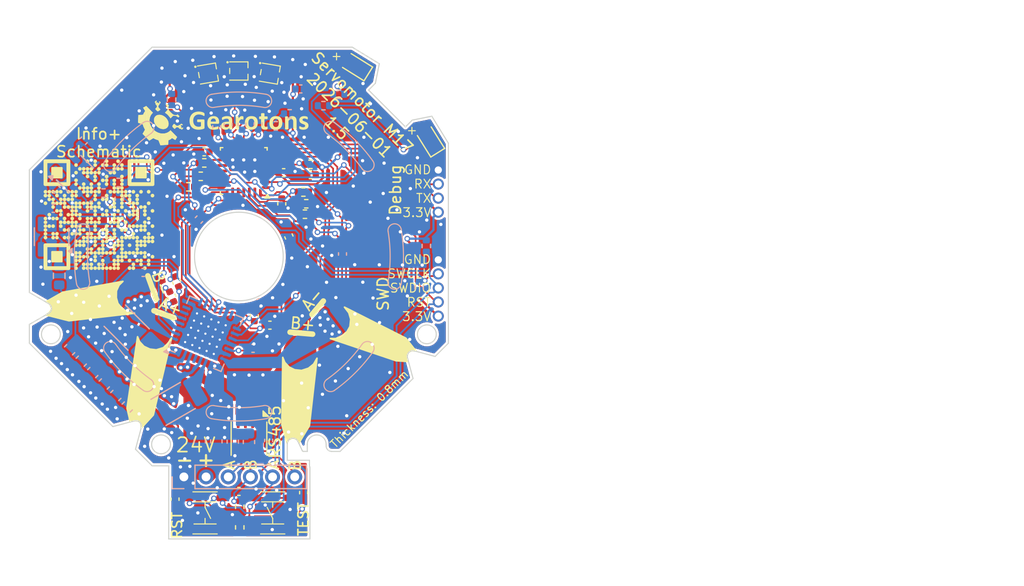
<source format=kicad_pcb>
(kicad_pcb (version 20241229) (generator "pcbnew") (generator_version "9.0")
  (title_block (title "Servo motor stepper M17") (date "2025-11-26") (rev "1.5"))
  (layers (0 "F.Cu" signal) (2 "B.Cu" signal) (13 "F.Paste" user) (15 "B.Paste" user) (5 "F.SilkS" user "F.Silkscreen") (7 "B.SilkS" user "B.Silkscreen") (1 "F.Mask" user) (3 "B.Mask" user) (25 "Edge.Cuts" user))
  (net 0 "")
  (net 1 "GND")
  (net 2 "/index/schTop/RS485_B")
  (net 3 "+24V")
  (net 4 "/index/schTop/RS485_A")
  (net 5 "+3.3V")
  (net 6 "/index/schTop/HALL1")
  (net 7 "/index/schTop/RESET")
  (net 8 "/index/schTop/HALL2")
  (net 9 "/index/schTop/HALL3")
  (net 10 "Net-(U1-VREF)")
  (net 11 "Net-(U1-CP2)")
  (net 12 "/index/schTop/REF24")
  (net 13 "/index/schTop/TEMPERATURE")
  (net 14 "Net-(U1-CP1)")
  (net 15 "Net-(U1-VCP)")
  (net 16 "/index/schTop/UART2 RX")
  (net 17 "/index/schTop/UART2 TX")
  (net 18 "/index/schTop/SWCLK")
  (net 19 "/index/schTop/SWDIO")
  (net 20 "Net-(D2-A)")
  (net 21 "Net-(U1-SENSE1)")
  (net 24 "/index/schTop/~{MENABLE}")
  (net 25 "/index/schTop/LED_GREEN")
  (net 26 "/index/schTop/LED_RED")
  (net 27 "/index/schTop/RS485_EN")
  (net 28 "/index/schTop/~{nFAULT}")
  (net 29 "/index/schTop/OVER_VOLTAGE")
  (net 30 "/index/schTop/IMCONTROL")
  (net 31 "/index/schTop/PWMOV")
  (net 32 "/index/schTop/B+")
  (net 33 "/index/schTop/STEP")
  (net 34 "/index/schTop/DIR")
  (net 35 "Net-(U3-V+)")
  (net 36 "/index/schTop/A+")
  (net 37 "/index/schTop/A-")
  (net 38 "/index/schTop/B-")
  (net 39 "/index/schTop/RS485_D")
  (net 40 "/index/schTop/RS485_R")
  (net 41 "Net-(U1-SENSE2)")
  (net 42 "+5V")
  (net 44 "/index/schTop/MS1")
  (net 45 "Net-(U3--)")
  (net 46 "Net-(R8-Pad2)")
  (net 47 "/index/schTop/VIO")
  (net 48 "Net-(U3-+)")
  (net 50 "/index/schTop/MS2")
  (net 52 "Net-(U2-PB7)")
  (net 53 "Net-(D1-A)")
  (footprint "Package_DFN_QFN:QFN-28_4x4mm_P0.5mm" (layer "F.Cu") (at 149.99125 85.53 180)
    (property "Reference" "U2" (hide yes))
    (property "Value" "STM32G031G8Ux")
  )
  (footprint "servo_motor:TS3735PA-250gf" (layer "F.Cu") (at 146.5 116.4 -90)
    (property "Reference" "SW2" (hide yes))
    (property "Value" "TS3735PA-250gf")
  )
  (footprint "servo_motor:Pad_3mm_TopOnly" (layer "F.Cu") (at 140.08 96.74)
    (property "Reference" "J5" (hide yes))
    (property "Value" "Conn_01x01_Socket")
  )
  (footprint "servo_motor:DFN1616" (layer "F.Cu") (at 149.546762 76.5 180)
    (property "Reference" "U7" (hide yes))
    (property "Value" "KTH3101")
  )
  (footprint "Resistor_SMD:R_0402_1005Metric" (layer "F.Cu") (at 155.63 88.49 180)
    (property "Reference" "R23" (hide yes))
    (property "Value" "10k")
  )
  (footprint "servo_motor:DFN1616" (layer "F.Cu") (at 146.760513 76.73 -170.4)
    (property "Reference" "U4" (hide yes))
    (property "Value" "KTH3101")
  )
  (footprint "Resistor_SMD:R_0402_1005Metric" (layer "F.Cu") (at 155.51 89.43)
    (property "Reference" "R9" (hide yes))
    (property "Value" "470R")
  )
  (footprint "Capacitor_SMD:C_0402_1005Metric" (layer "F.Cu") (at 152.35 99.45)
    (property "Reference" "C1" (hide yes))
    (property "Value" "10nF" (hide yes))
  )
  (footprint "Resistor_SMD:R_0402_1005Metric" (layer "F.Cu") (at 155.37 87.43 180)
    (property "Reference" "R8" (hide yes))
    (property "Value" "1.5k")
  )
  (footprint "servo_motor:Pad_3mm_TopOnly" (layer "F.Cu") (at 141.95 100.07)
    (property "Reference" "J3" (hide yes))
    (property "Value" "Conn_01x01_Socket" (hide yes))
  )
  (footprint "servo_motor:PinHeader_1x05_P1.27mm_Vertical_No_Silkprint" (layer "F.Cu") (at 167.54 93.55)
    (property "Reference" "J2" (hide yes))
    (property "Value" "01x05 male P=1.27mm")
  )
  (footprint "LED_SMD:LED_0603_1608Metric" (layer "F.Cu") (at 166.7 82.62 122)
    (property "Reference" "D2" (hide yes))
    (property "Value" "MHT192UGCT")
  )
  (footprint "servo_motor:PinHeader_1x04_P1.27mm_Vertical_No_Silkprint" (layer "F.Cu") (at 167.54 85.440001)
    (property "Reference" "J1" (hide yes))
    (property "Value" "01x04 male P=1.27mm")
  )
  (footprint "Resistor_SMD:R_0402_1005Metric" (layer "F.Cu") (at 149.63 115.85 90)
    (property "Reference" "R2" (hide yes))
    (property "Value" "10k")
  )
  (footprint "Capacitor_SMD:C_0402_1005Metric" (layer "F.Cu") (at 149.55 114.46)
    (property "Reference" "C24" (hide yes))
    (property "Value" "220pF")
  )
  (footprint "Resistor_SMD:R_0402_1005Metric" (layer "F.Cu") (at 156.01 84.93)
    (property "Reference" "R15" (hide yes))
    (property "Value" "10k")
  )
  (footprint "Package_DFN_QFN:DFN-8-1EP_3x3mm_P0.65mm_EP1.5x2.25mm" (layer "F.Cu") (at 150.4625 109.697501 -90)
    (property "Reference" "U10" (hide yes))
    (property "Value" "SIT3088E")
  )
  (footprint "servo_motor:TS3735PA-250gf" (layer "F.Cu") (at 152.6 116.4 90)
    (property "Reference" "SW1" (hide yes))
    (property "Value" "TS3735PA-250gf")
  )
  (footprint "Capacitor_SMD:C_0402_1005Metric" (layer "F.Cu") (at 150.94 98.61 90)
    (property "Reference" "C6" (hide yes))
    (property "Value" "1uF")
  )
  (footprint "Resistor_SMD:R_0402_1005Metric" (layer "F.Cu") (at 144.99 86.96)
    (property "Reference" "R13" (hide yes))
    (property "Value" "10k")
  )
  (footprint "Resistor_SMD:R_0402_1005Metric" (layer "F.Cu") (at 146.43 84.8 180)
    (property "Reference" "R22" (hide yes))
    (property "Value" "10k")
  )
  (footprint "Capacitor_SMD:C_0402_1005Metric" (layer "F.Cu") (at 143.79 115.16 -90)
    (property "Reference" "C29" (hide yes))
    (property "Value" "220pF")
  )
  (footprint "Capacitor_SMD:C_0402_1005Metric" (layer "F.Cu") (at 143.49 96.88 -67.5)
    (property "Reference" "C2" (hide yes))
    (property "Value" "100nF" (hide yes))
  )
  (footprint "servo_motor:Pad_3mm_TopOnly" (layer "F.Cu") (at 158.03 99.06)
    (property "Reference" "J6" (hide yes))
    (property "Value" "Conn_01x01_Socket" (hide yes))
  )
  (footprint "Capacitor_SMD:C_0402_1005Metric" (layer "F.Cu") (at 146.42 83.8 180)
    (property "Reference" "C36" (hide yes))
    (property "Value" "100nF" (hide yes))
  )
  (footprint "Capacitor_SMD:C_0402_1005Metric" (layer "F.Cu") (at 153.42 88.49 -90)
    (property "Reference" "C21" (hide yes))
    (property "Value" "100pF")
  )
  (footprint "Capacitor_SMD:C_0402_1005Metric" (layer "F.Cu") (at 143.93 95.52 -67.5)
    (property "Reference" "C3" (hide yes))
    (property "Value" "100nF" (hide yes))
  )
  (footprint "Capacitor_SMD:C_0402_1005Metric" (layer "F.Cu") (at 153.59125 85.68)
    (property "Reference" "C37" (hide yes))
    (property "Value" "100nF" (hide yes))
  )
  (footprint "servo_motor:DFN1616" (layer "F.Cu") (at 152.341697 76.738269 170.399)
    (property "Reference" "U6" (hide yes))
    (property "Value" "KTH3101")
  )
  (footprint "LED_SMD:LED_0603_1608Metric" (layer "F.Cu") (at 159.969056 75.979055 148)
    (property "Reference" "D1" (hide yes))
    (property "Value" "KT-0603R")
  )
  (footprint "Resistor_SMD:R_0402_1005Metric" (layer "F.Cu") (at 149.63 117.71 -90)
    (property "Reference" "R17" (hide yes))
    (property "Value" "10k")
  )
  (footprint "servo_motor:Pad_3mm_TopOnly" (layer "F.Cu") (at 155.05 101.93)
    (property "Reference" "J7" (hide yes))
    (property "Value" "Conn_01x01_Socket" (hide yes))
  )
  (footprint "Capacitor_SMD:C_0402_1005Metric" (layer "F.Cu") (at 154.06 91.44 -67.5)
    (property "Reference" "C34" (hide yes))
    (property "Value" "220pF")
  )
  (footprint "Capacitor_SMD:C_0402_1005Metric" (layer "F.Cu") (at 155.39 114.57 -90)
    (property "Reference" "C27" (hide yes))
    (property "Value" "220pF")
  )
  (footprint "Resistor_SMD:R_0402_1005Metric" (layer "F.Cu") (at 146.11 86.01 180)
    (property "Reference" "R25" (hide yes))
    (property "Value" "10k")
  )
  (footprint "Capacitor_SMD:C_0402_1005Metric" (layer "F.Cu") (at 156.01 85.86 180)
    (property "Reference" "C18" (hide yes))
    (property "Value" "100nF" (hide yes))
  )
  (footprint "Capacitor_SMD:C_0603_1608Metric" (layer "B.Cu") (at 139.48 106.84 -135)
    (property "Reference" "C7" (hide yes))
    (property "Value" "10uF")
  )
  (footprint "Package_TO_SOT_SMD:SOT-23-5" (layer "B.Cu") (at 132.66 91.46 90)
    (property "Reference" "U11" (hide yes))
    (property "Value" "ME6211C33M5")
  )
  (footprint "Capacitor_SMD:C_0603_1608Metric" (layer "B.Cu") (at 138.45 105.8 -135)
    (property "Reference" "C14" (hide yes))
    (property "Value" "10uF")
  )
  (footprint "Resistor_SMD:R_0402_1005Metric" (layer "B.Cu") (at 152.88 81.45)
    (property "Reference" "R29" (hide yes))
    (property "Value" "4.7k")
  )
  (footprint "Capacitor_SMD:C_0603_1608Metric" (layer "B.Cu") (at 149 109.97 -90)
    (property "Reference" "C16" (hide yes))
    (property "Value" "10uF")
  )
  (footprint "Resistor_SMD:R_0402_1005Metric" (layer "B.Cu") (at 165.81 96.04 90)
    (property "Reference" "R4" (hide yes))
    (property "Value" "10k")
  )
  (footprint "Resistor_SMD:R_2010_5025Metric" (layer "B.Cu") (at 139.43 99.67 -45)
    (property "Reference" "R3" (hide yes))
    (property "Value" "150m")
  )
  (footprint "Capacitor_SMD:C_0402_1005Metric" (layer "B.Cu") (at 151.41 97.43 -157.5)
    (property "Reference" "C32" (hide yes))
    (property "Value" "220pF")
  )
  (footprint "Capacitor_SMD:C_0402_1005Metric" (layer "B.Cu") (at 158.9 93.02 -90)
    (property "Reference" "C25" (hide yes))
    (property "Value" "220pF")
  )
  (footprint "Resistor_SMD:R_0402_1005Metric" (layer "B.Cu") (at 157.18 79.63)
    (property "Reference" "R11" (hide yes))
    (property "Value" "470R")
  )
  (footprint "Capacitor_SMD:C_0402_1005Metric" (layer "B.Cu") (at 133.1 87.21 -45)
    (property "Reference" "C30" (hide yes))
    (property "Value" "100pF")
  )
  (footprint "Resistor_SMD:R_0402_1005Metric" (layer "B.Cu") (at 143.48 79.08 90)
    (property "Reference" "R6" (hide yes))
    (property "Value" "10k")
  )
  (footprint "Resistor_SMD:R_0402_1005Metric" (layer "B.Cu") (at 166.46 92.3 90)
    (property "Reference" "R5" (hide yes))
    (property "Value" "10k")
  )
  (footprint "Capacitor_SMD:C_0402_1005Metric" (layer "B.Cu") (at 152.24 109.86 -90)
    (property "Reference" "C35" (hide yes))
    (property "Value" "10uF" (hide yes))
  )
  (footprint "Capacitor_SMD:C_0402_1005Metric" (layer "B.Cu") (at 132.81 88.9 180)
    (property "Reference" "C5" (hide yes))
    (property "Value" "10uF")
  )
  (footprint "Capacitor_SMD:C_0402_1005Metric" (layer "B.Cu") (at 136.24 88.62)
    (property "Reference" "C22" (hide yes))
    (property "Value" "10uF")
  )
  (footprint "Package_TO_SOT_SMD:SOT-23-5" (layer "B.Cu") (at 134.76 85.8 -45)
    (property "Reference" "U3" (hide yes))
    (property "Value" "LM321")
  )
  (footprint "Resistor_SMD:R_0402_1005Metric" (layer "B.Cu") (at 137.34 87.52)
    (property "Reference" "R7" (hide yes))
    (property "Value" "470R")
  )
  (footprint "Capacitor_SMD:C_0402_1005Metric" (layer "B.Cu") (at 135.54 82.79 45)
    (property "Reference" "C28" (hide yes))
    (property "Value" "1uF" (hide yes))
  )
  (footprint "Capacitor_SMD:C_0402_1005Metric" (layer "B.Cu") (at 151.29125 81.28 90)
    (property "Reference" "C41" (hide yes))
    (property "Value" "100nF" (hide yes))
  )
  (footprint "Connector_PinSocket_2.00mm:PinSocket_1x06_P2.00mm_Vertical" (layer "B.Cu") (at 144.59 113.15 -90)
    (property "Reference" "J4" (hide yes))
    (property "Value" "Conn_01x06_Socket")
  )
  (footprint "Resistor_SMD:R_0603_1608Metric" (layer "B.Cu") (at 133.34 94.99 90)
    (property "Reference" "R27" (hide yes))
    (property "Value" "18k")
  )
  (footprint "Capacitor_SMD:C_0603_1608Metric" (layer "B.Cu") (at 150.46 110 -90)
    (property "Reference" "C12" (hide yes))
    (property "Value" "10uF")
  )
  (footprint "Resistor_SMD:R_0402_1005Metric" (layer "B.Cu") (at 138.7 86.57 180)
    (property "Reference" "R24" (hide yes))
    (property "Value" "10k")
  )
  (footprint "Capacitor_SMD:C_0402_1005Metric" (layer "B.Cu") (at 149.83 81.32 90)
    (property "Reference" "C17" (hide yes))
    (property "Value" "1nF")
  )
  (footprint "Capacitor_SMD:C_0402_1005Metric" (layer "B.Cu") (at 155.13 78.12)
    (property "Reference" "C9" (hide yes))
    (property "Value" "10uF")
  )
  (footprint "Resistor_SMD:R_2010_5025Metric" (layer "B.Cu") (at 143.62 106.56 30)
    (property "Reference" "R1" (hide yes))
    (property "Value" "150m")
  )
  (footprint "Resistor_SMD:R_0402_1005Metric" (layer "B.Cu") (at 158.56 78.6)
    (property "Reference" "R12" (hide yes))
    (property "Value" "470R")
  )
  (footprint "Resistor_SMD:R_0402_1005Metric" (layer "B.Cu") (at 138.77 88.04 -90)
    (property "Reference" "R26" (hide yes))
    (property "Value" "1.5k")
  )
  (footprint "Package_DFN_QFN:QFN-28-1EP_5x5mm_P0.5mm_EP3.75x3.75mm_ThermalVias" (layer "B.Cu") (at 146.53 100.22 -22.5)
    (property "Reference" "U1" (hide yes))
    (property "Value" "ATD5833")
  )
  (footprint "Capacitor_SMD:C_0603_1608Metric" (layer "B.Cu") (at 136.37 103.73 -135)
    (property "Reference" "C15" (hide yes))
    (property "Value" "10uF")
  )
  (footprint "Resistor_SMD:R_0402_1005Metric" (layer "B.Cu") (at 154.13 80.37)
    (property "Reference" "TH1" (hide yes))
    (property "Value" "100k 1% NTC")
  )
  (footprint "Capacitor_SMD:C_0603_1608Metric" (layer "B.Cu") (at 146.02 109.94 -90)
    (property "Reference" "C8" (hide yes))
    (property "Value" "10uF")
  )
  (footprint "Capacitor_SMD:C_0402_1005Metric" (layer "B.Cu") (at 137.16 93.58 180)
    (property "Reference" "C4" (hide yes))
    (property "Value" "4.7uF")
  )
  (footprint "Capacitor_SMD:C_0603_1608Metric" (layer "B.Cu") (at 147.52 109.94 -90)
    (property "Reference" "C13" (hide yes))
    (property "Value" "10uF")
  )
  (footprint "Capacitor_SMD:C_0402_1005Metric" (layer "B.Cu") (at 148.58 81.34 90)
    (property "Reference" "C20" (hide yes))
    (property "Value" "1nF" (hide yes))
  )
  (footprint "Capacitor_SMD:C_0402_1005Metric" (layer "B.Cu") (at 140.92 94.69 180)
    (property "Reference" "C31" (hide yes))
    (property "Value" "220pF")
  )
  (footprint "Capacitor_SMD:C_0603_1608Metric" (layer "B.Cu") (at 135.33 102.7 -135)
    (property "Reference" "C10" (hide yes))
    (property "Value" "10uF")
  )
  (footprint "Capacitor_SMD:C_0603_1608Metric" (layer "B.Cu") (at 134.28 101.67 -135)
    (property "Reference" "C11" (hide yes))
    (property "Value" "10uF")
  )
  (footprint "Capacitor_SMD:C_0402_1005Metric" (layer "B.Cu") (at 145.95 89.92 -135)
    (property "Reference" "C26" (hide yes))
    (property "Value" "220pF")
  )
  (footprint "Capacitor_SMD:C_0402_1005Metric" (layer "B.Cu") (at 147.55 81.54 90)
    (property "Reference" "C23" (hide yes))
    (property "Value" "1nF")
  )
  (footprint "Capacitor_SMD:C_0603_1608Metric" (layer "B.Cu") (at 137.41 104.76 -135)
    (property "Reference" "C19" (hide yes))
    (property "Value" "10uF")
  )
  (footprint "Capacitor_SMD:C_0402_1005Metric" (layer "B.Cu") (at 150.83 101.54 180)
    (property "Reference" "C33" (hide yes))
    (property "Value" "220pF")
  )
  (gr_poly (pts (xy 136.592799 91.722799) (xy 136.601203 91.723438) (xy 136.609486 91.72449) (xy 136.617636 91.725946) (xy 136.625643 91.727794) (xy 136.633497 91.730024) (xy 136.641186 91.732626) (xy 136.648702 91.735589) (xy 136.656033 91.738903) (xy 136.663169 91.742558) (xy 136.6701 91.746543) (xy 136.676815 91.750848) (xy 136.683303 91.755462) (xy 136.689555 91.760375) (xy 136.695561 91.765577) (xy 136.701308 91.771057) (xy 136.706788 91.776805) (xy 136.71199 91.78281) (xy 136.716903 91.789062) (xy 136.721517 91.795551) (xy 136.725822 91.802266) (xy 136.729807 91.809196) (xy 136.733462 91.816332) (xy 136.736776 91.823663) (xy 136.73974 91.831179) (xy 136.742342 91.838869) (xy 136.744572 91.846722) (xy 136.74642 91.854729) (xy 136.747875 91.862879) (xy 136.748928 91.871162) (xy 136.749567 91.879567) (xy 136.749782 91.888083) (xy 136.749567 91.8966) (xy 136.748928 91.905005) (xy 136.747875 91.913287) (xy 136.74642 91.921437) (xy 136.744572 91.929444) (xy 136.742342 91.937298) (xy 136.73974 91.944988) (xy 136.736776 91.952503) (xy 136.733462 91.959834) (xy 136.729807 91.96697) (xy 136.725822 91.973901) (xy 136.721517 91.980616) (xy 136.716903 91.987105) (xy 136.71199 91.993357) (xy 136.706788 91.999362) (xy 136.701308 92.00511) (xy 136.695561 92.010589) (xy 136.689555 92.015791) (xy 136.683303 92.020704) (xy 136.676815 92.025319) (xy 136.6701 92.029623) (xy 136.663169 92.033608) (xy 136.656033 92.037263) (xy 136.648702 92.040578) (xy 136.641186 92.043541) (xy 136.633497 92.046143) (xy 136.625643 92.048373) (xy 136.617636 92.050221) (xy 136.609486 92.051677) (xy 136.601203 92.052729) (xy 136.592799 92.053368) (xy 136.584282 92.053583) (xy 136.575765 92.053368) (xy 136.567361 92.052729) (xy 136.559078 92.051677) (xy 136.550928 92.050221) (xy 136.542921 92.048373) (xy 136.535067 92.046143) (xy 136.527378 92.043541) (xy 136.519862 92.040578) (xy 136.512531 92.037263) (xy 136.505395 92.033608) (xy 136.498464 92.029623) (xy 136.491749 92.025319) (xy 136.485261 92.020704) (xy 136.479009 92.015791) (xy 136.473004 92.010589) (xy 136.467256 92.00511) (xy 136.461776 91.999362) (xy 136.456574 91.993357) (xy 136.451661 91.987105) (xy 136.447047 91.980616) (xy 136.442742 91.973901) (xy 136.438757 91.96697) (xy 136.435102 91.959834) (xy 136.431788 91.952503) (xy 136.428824 91.944988) (xy 136.426222 91.937298) (xy 136.423992 91.929444) (xy 136.422144 91.921437) (xy 136.420689 91.913287) (xy 136.419636 91.905005) (xy 136.418997 91.8966) (xy 136.418782 91.888083) (xy 136.418997 91.879567) (xy 136.419636 91.871162) (xy 136.420689 91.862879) (xy 136.422144 91.854729) (xy 136.423992 91.846722) (xy 136.426222 91.838869) (xy 136.428824 91.831179) (xy 136.431788 91.823663) (xy 136.435102 91.816332) (xy 136.438757 91.809196) (xy 136.442742 91.802266) (xy 136.447047 91.795551) (xy 136.451661 91.789062) (xy 136.456574 91.78281) (xy 136.461776 91.776805) (xy 136.467256 91.771057) (xy 136.473004 91.765577) (xy 136.479009 91.760375) (xy 136.485261 91.755462) (xy 136.491749 91.750848) (xy 136.498464 91.746543) (xy 136.505395 91.742558) (xy 136.512531 91.738903) (xy 136.519862 91.735589) (xy 136.527378 91.732626) (xy 136.535067 91.730024) (xy 136.542921 91.727794) (xy 136.550928 91.725946) (xy 136.559078 91.72449) (xy 136.567361 91.723438) (xy 136.575765 91.722799) (xy 136.584282 91.722583)) (fill yes) (layer "F.SilkS"))
  (gr_line (start 142.297751 79.613529) (end 142.357722 79.548621) (stroke (width 0.026105)) (layer "F.SilkS"))
  (gr_line (start 140.874643 82.172583) (end 141.470131 82.776538) (stroke (width 0.026105)) (layer "F.SilkS"))
  (gr_line (start 142.467788 79.319311) (end 142.458617 79.305907) (stroke (width 0.026105)) (layer "F.SilkS"))
  (gr_poly (pts (xy 142.412045 79.255805) (xy 142.458612 79.3059) (xy 142.472725 79.329891) (xy 142.476956 79.357407) (xy 142.470608 79.384925) (xy 142.45438 79.4068) (xy 142.399346 79.342596) (xy 142.390881 79.327077) (xy 142.365485 79.298852) (xy 142.357015 79.281214) (xy 142.357014 79.281208) (xy 142.361245 79.262159) (xy 142.375361 79.248753) (xy 142.395114 79.246633)) (fill yes) (layer "F.SilkS"))
  (gr_poly (pts (xy 140.040998 94.136598) (xy 140.049403 94.137237) (xy 140.057685 94.13829) (xy 140.065835 94.139745) (xy 140.073842 94.141593) (xy 140.081696 94.143823) (xy 140.089386 94.146425) (xy 140.096901 94.149389) (xy 140.104232 94.152703) (xy 140.111368 94.156358) (xy 140.118299 94.160343) (xy 140.125014 94.164648) (xy 140.131502 94.169262) (xy 140.137755 94.174175) (xy 140.14376 94.179377) (xy 140.149507 94.184857) (xy 140.154987 94.190604) (xy 140.160189 94.196609) (xy 140.165102 94.202861) (xy 140.169716 94.20935) (xy 140.174021 94.216065) (xy 140.178006 94.222996) (xy 140.181661 94.230132) (xy 140.184975 94.237463) (xy 140.187939 94.244978) (xy 140.19054 94.252668) (xy 140.192771 94.260522) (xy 140.194619 94.268529) (xy 140.196074 94.276679) (xy 140.197127 94.284961) (xy 140.197766 94.293366) (xy 140.197981 94.301883) (xy 140.197766 94.310399) (xy 140.197127 94.318804) (xy 140.196074 94.327087) (xy 140.194619 94.335237) (xy 140.192771 94.343244) (xy 140.19054 94.351097) (xy 140.187939 94.358787) (xy 140.184975 94.366303) (xy 140.181661 94.373634) (xy 140.178006 94.38077) (xy 140.174021 94.3877) (xy 140.169716 94.394415) (xy 140.165102 94.400904) (xy 140.160189 94.407156) (xy 140.154987 94.413161) (xy 140.149507 94.418909) (xy 140.14376 94.424389) (xy 140.137755 94.42959) (xy 140.131502 94.434503) (xy 140.125014 94.439118) (xy 140.118299 94.443422) (xy 140.111368 94.447407) (xy 140.104232 94.451062) (xy 140.096901 94.454377) (xy 140.089386 94.45734) (xy 140.081696 94.459942) (xy 140.073842 94.462172) (xy 140.065835 94.46402) (xy 140.057685 94.465475) (xy 140.049403 94.466528) (xy 140.040998 94.467167) (xy 140.032481 94.467382) (xy 140.023965 94.467167) (xy 140.01556 94.466528) (xy 140.007277 94.465475) (xy 139.999127 94.46402) (xy 139.99112 94.462172) (xy 139.983267 94.459942) (xy 139.975577 94.45734) (xy 139.968061 94.454377) (xy 139.96073 94.451062) (xy 139.953594 94.447407) (xy 139.946664 94.443422) (xy 139.939949 94.439118) (xy 139.93346 94.434503) (xy 139.927208 94.42959) (xy 139.921203 94.424389) (xy 139.915455 94.418909) (xy 139.909975 94.413161) (xy 139.904774 94.407156) (xy 139.899861 94.400904) (xy 139.895246 94.394415) (xy 139.890942 94.3877) (xy 139.886957 94.38077) (xy 139.883302 94.373634) (xy 139.879987 94.366303) (xy 139.877024 94.358787) (xy 139.874422 94.351097) (xy 139.872192 94.343244) (xy 139.870344 94.335237) (xy 139.868889 94.327087) (xy 139.867836 94.318804) (xy 139.867197 94.310399) (xy 139.866982 94.301883) (xy 139.867197 94.293366) (xy 139.867836 94.284961) (xy 139.868889 94.276679) (xy 139.870344 94.268529) (xy 139.872192 94.260522) (xy 139.874422 94.252668) (xy 139.877024 94.244978) (xy 139.879987 94.237463) (xy 139.883302 94.230132) (xy 139.886957 94.222996) (xy 139.890942 94.216065) (xy 139.895246 94.20935) (xy 139.899861 94.202861) (xy 139.904774 94.196609) (xy 139.909975 94.190604) (xy 139.915455 94.184857) (xy 139.921203 94.179377) (xy 139.927208 94.174175) (xy 139.93346 94.169262) (xy 139.939949 94.164648) (xy 139.946664 94.160343) (xy 139.953594 94.156358) (xy 139.96073 94.152703) (xy 139.968061 94.149389) (xy 139.975577 94.146425) (xy 139.983267 94.143823) (xy 139.99112 94.141593) (xy 139.999127 94.139745) (xy 140.007277 94.13829) (xy 140.01556 94.137237) (xy 140.023965 94.136598) (xy 140.032481 94.136383)) (fill yes) (layer "F.SilkS"))
  (gr_poly (pts (xy 144.389011 81.681514) (xy 144.396067 81.685039) (xy 144.407357 81.775355) (xy 144.387602 81.773939) (xy 144.369967 81.764065) (xy 144.353733 81.646941)) (fill yes) (layer "F.SilkS"))
  (gr_poly (pts (xy 143.201561 79.978311) (xy 143.229082 80.043928) (xy 143.266475 80.103898) (xy 143.313042 80.157521) (xy 143.540936 80.377654) (xy 143.38783 80.760061) (xy 143.361017 80.723371) (xy 143.32574 80.67469) (xy 143.29117 80.626709) (xy 143.258009 80.590018) (xy 143.217086 80.544159) (xy 143.186041 79.909179)) (fill yes) (layer "F.SilkS"))
  (gr_poly (pts (xy 135.213499 85.1711) (xy 135.221904 85.171739) (xy 135.230186 85.172792) (xy 135.238336 85.174247) (xy 135.246343 85.176095) (xy 135.254197 85.178325) (xy 135.261887 85.180927) (xy 135.269402 85.183891) (xy 135.276733 85.187205) (xy 135.283869 85.19086) (xy 135.2908 85.194845) (xy 135.297515 85.19915) (xy 135.304004 85.203764) (xy 135.310256 85.208677) (xy 135.316261 85.213879) (xy 135.322008 85.219359) (xy 135.327488 85.225106) (xy 135.33269 85.231112) (xy 135.337603 85.237364) (xy 135.342217 85.243852) (xy 135.346522 85.250567) (xy 135.350507 85.257498) (xy 135.354162 85.264634) (xy 135.357476 85.271965) (xy 135.36044 85.27948) (xy 135.363042 85.28717) (xy 135.365272 85.295024) (xy 135.36712 85.303031) (xy 135.368575 85.311181) (xy 135.369628 85.319463) (xy 135.370267 85.327868) (xy 135.370482 85.336385) (xy 135.370267 85.344901) (xy 135.369628 85.353306) (xy 135.368575 85.361589) (xy 135.36712 85.369739) (xy 135.365272 85.377746) (xy 135.363042 85.385599) (xy 135.36044 85.393289) (xy 135.357476 85.400805) (xy 135.354162 85.408136) (xy 135.350507 85.415272) (xy 135.346522 85.422203) (xy 135.342217 85.428917) (xy 135.337603 85.435406) (xy 135.33269 85.441658) (xy 135.327488 85.447663) (xy 135.322008 85.453411) (xy 135.316261 85.458891) (xy 135.310256 85.464093) (xy 135.304004 85.469006) (xy 135.297515 85.47362) (xy 135.2908 85.477925) (xy 135.283869 85.48191) (xy 135.276733 85.485565) (xy 135.269402 85.488879) (xy 135.261887 85.491842) (xy 135.254197 85.494444) (xy 135.246343 85.496674) (xy 135.238336 85.498522) (xy 135.230186 85.499978) (xy 135.221904 85.50103) (xy 135.213499 85.501669) (xy 135.204982 85.501885) (xy 135.196466 85.501669) (xy 135.188061 85.50103) (xy 135.179778 85.499978) (xy 135.171628 85.498522) (xy 135.163621 85.496674) (xy 135.155768 85.494444) (xy 135.148078 85.491842) (xy 135.140562 85.488879) (xy 135.133231 85.485565) (xy 135.126095 85.48191) (xy 135.119165 85.477925) (xy 135.11245 85.47362) (xy 135.105961 85.469006) (xy 135.099709 85.464093) (xy 135.093704 85.458891) (xy 135.087956 85.453411) (xy 135.082476 85.447663) (xy 135.077275 85.441658) (xy 135.072361 85.435406) (xy 135.067747 85.428917) (xy 135.063442 85.422203) (xy 135.059457 85.415272) (xy 135.055803 85.408136) (xy 135.052488 85.400805) (xy 135.049525 85.393289) (xy 135.046923 85.385599) (xy 135.044693 85.377746) (xy 135.042845 85.369739) (xy 135.041389 85.361589) (xy 135.040337 85.353306) (xy 135.039698 85.344901) (xy 135.039482 85.336385) (xy 135.039698 85.327868) (xy 135.040337 85.319463) (xy 135.041389 85.311181) (xy 135.042845 85.303031) (xy 135.044693 85.295024) (xy 135.046923 85.28717) (xy 135.049525 85.27948) (xy 135.052488 85.271965) (xy 135.055803 85.264634) (xy 135.059457 85.257498) (xy 135.063442 85.250567) (xy 135.067747 85.243852) (xy 135.072361 85.237364) (xy 135.077275 85.231112) (xy 135.082476 85.225106) (xy 135.087956 85.219359) (xy 135.093704 85.213879) (xy 135.099709 85.208677) (xy 135.105961 85.203764) (xy 135.11245 85.19915) (xy 135.119165 85.194845) (xy 135.126095 85.19086) (xy 135.133231 85.187205) (xy 135.140562 85.183891) (xy 135.148078 85.180927) (xy 135.155768 85.178325) (xy 135.163621 85.176095) (xy 135.171628 85.174247) (xy 135.179778 85.172792) (xy 135.188061 85.171739) (xy 135.196466 85.1711) (xy 135.204982 85.170885)) (fill yes) (layer "F.SilkS"))
  (gr_line (start 141.66557 80.397402) (end 141.639467 80.432681) (stroke (width 0.026105)) (layer "F.SilkS"))
  (gr_line (start 142.405696 82.124598) (end 142.45297 82.13589) (stroke (width 0.026105)) (layer "F.SilkS"))
  (gr_poly (pts (xy 139.696198 94.136598) (xy 139.704603 94.137237) (xy 139.712886 94.13829) (xy 139.721036 94.139745) (xy 139.729043 94.141593) (xy 139.736896 94.143823) (xy 139.744586 94.146425) (xy 139.752102 94.149389) (xy 139.759433 94.152703) (xy 139.766569 94.156358) (xy 139.7735 94.160343) (xy 139.780214 94.164648) (xy 139.786703 94.169262) (xy 139.792955 94.174175) (xy 139.79896 94.179377) (xy 139.804708 94.184857) (xy 139.810188 94.190604) (xy 139.81539 94.196609) (xy 139.820303 94.202861) (xy 139.824917 94.20935) (xy 139.829222 94.216065) (xy 139.833207 94.222996) (xy 139.836862 94.230132) (xy 139.840176 94.237463) (xy 139.843139 94.244978) (xy 139.845741 94.252668) (xy 139.847972 94.260522) (xy 139.84982 94.268529) (xy 139.851275 94.276679) (xy 139.852328 94.284961) (xy 139.852967 94.293366) (xy 139.853182 94.301883) (xy 139.852967 94.310399) (xy 139.852328 94.318804) (xy 139.851275 94.327087) (xy 139.84982 94.335237) (xy 139.847972 94.343244) (xy 139.845741 94.351097) (xy 139.843139 94.358787) (xy 139.840176 94.366303) (xy 139.836862 94.373634) (xy 139.833207 94.38077) (xy 139.829222 94.3877) (xy 139.824917 94.394415) (xy 139.820303 94.400904) (xy 139.81539 94.407156) (xy 139.810188 94.413161) (xy 139.804708 94.418909) (xy 139.79896 94.424389) (xy 139.792955 94.42959) (xy 139.786703 94.434503) (xy 139.780214 94.439118) (xy 139.7735 94.443422) (xy 139.766569 94.447407) (xy 139.759433 94.451062) (xy 139.752102 94.454377) (xy 139.744586 94.45734) (xy 139.736896 94.459942) (xy 139.729043 94.462172) (xy 139.721036 94.46402) (xy 139.712886 94.465475) (xy 139.704603 94.466528) (xy 139.696198 94.467167) (xy 139.687682 94.467382) (xy 139.679165 94.467167) (xy 139.67076 94.466528) (xy 139.662478 94.465475) (xy 139.654328 94.46402) (xy 139.646321 94.462172) (xy 139.638467 94.459942) (xy 139.630777 94.45734) (xy 139.623262 94.454377) (xy 139.615931 94.451062) (xy 139.608795 94.447407) (xy 139.601864 94.443422) (xy 139.595149 94.439118) (xy 139.588661 94.434503) (xy 139.582408 94.42959) (xy 139.576403 94.424389) (xy 139.570656 94.418909) (xy 139.565176 94.413161) (xy 139.559974 94.407156) (xy 139.555061 94.400904) (xy 139.550447 94.394415) (xy 139.546142 94.3877) (xy 139.542157 94.38077) (xy 139.538502 94.373634) (xy 139.535187 94.366303) (xy 139.532224 94.358787) (xy 139.529622 94.351097) (xy 139.527392 94.343244) (xy 139.525544 94.335237) (xy 139.524089 94.327087) (xy 139.523036 94.318804) (xy 139.522397 94.310399) (xy 139.522182 94.301883) (xy 139.522397 94.293366) (xy 139.523036 94.284961) (xy 139.524089 94.276679) (xy 139.525544 94.268529) (xy 139.527392 94.260522) (xy 139.529622 94.252668) (xy 139.532224 94.244978) (xy 139.535187 94.237463) (xy 139.538502 94.230132) (xy 139.542157 94.222996) (xy 139.546142 94.216065) (xy 139.550447 94.20935) (xy 139.555061 94.202861) (xy 139.559974 94.196609) (xy 139.565176 94.190604) (xy 139.570656 94.184857) (xy 139.576403 94.179377) (xy 139.582408 94.174175) (xy 139.588661 94.169262) (xy 139.595149 94.164648) (xy 139.601864 94.160343) (xy 139.608795 94.156358) (xy 139.615931 94.152703) (xy 139.623262 94.149389) (xy 139.630777 94.146425) (xy 139.638467 94.143823) (xy 139.646321 94.141593) (xy 139.654328 94.139745) (xy 139.662478 94.13829) (xy 139.67076 94.137237) (xy 139.679165 94.136598) (xy 139.687682 94.136383)) (fill yes) (layer "F.SilkS"))
  (gr_line (start 142.454381 79.406805) (end 142.476254 79.365173) (stroke (width 0.026105)) (layer "F.SilkS"))
  (gr_poly (pts (xy 142.316098 79.81179) (xy 142.43251 79.949375) (xy 142.441679 79.96631) (xy 142.443094 79.985364) (xy 142.436742 80.003706) (xy 142.424045 80.017815) (xy 142.29775 79.783569) (xy 142.297749 79.783569)) (fill yes) (layer "F.SilkS"))
  (gr_line (start 141.752354 80.298629) (end 141.722016 80.329673) (stroke (width 0.026105)) (layer "F.SilkS"))
  (gr_line (start 143.540938 80.37765) (end 143.313045 80.157514) (stroke (width 0.026105)) (layer "F.SilkS"))
  (gr_poly (pts (xy 136.592799 88.619299) (xy 136.601203 88.619938) (xy 136.609486 88.620991) (xy 136.617636 88.622446) (xy 136.625643 88.624294) (xy 136.633497 88.626524) (xy 136.641186 88.629126) (xy 136.648702 88.63209) (xy 136.656033 88.635404) (xy 136.663169 88.639059) (xy 136.6701 88.643044) (xy 136.676815 88.647349) (xy 136.683303 88.651963) (xy 136.689555 88.656876) (xy 136.695561 88.662078) (xy 136.701308 88.667558) (xy 136.706788 88.673305) (xy 136.71199 88.679311) (xy 136.716903 88.685563) (xy 136.721517 88.692051) (xy 136.725822 88.698766) (xy 136.729807 88.705697) (xy 136.733462 88.712833) (xy 136.736776 88.720164) (xy 136.73974 88.727679) (xy 136.742342 88.735369) (xy 136.744572 88.743223) (xy 136.74642 88.75123) (xy 136.747875 88.75938) (xy 136.748928 88.767663) (xy 136.749567 88.776067) (xy 136.749782 88.784584) (xy 136.749567 88.793101) (xy 136.748928 88.801505) (xy 136.747875 88.809788) (xy 136.74642 88.817938) (xy 136.744572 88.825945) (xy 136.742342 88.833799) (xy 136.73974 88.841488) (xy 136.736776 88.849004) (xy 136.733462 88.856335) (xy 136.729807 88.863471) (xy 136.725822 88.870402) (xy 136.721517 88.877117) (xy 136.716903 88.883605) (xy 136.71199 88.889857) (xy 136.706788 88.895862) (xy 136.701308 88.90161) (xy 136.695561 88.90709) (xy 136.689555 88.912292) (xy 136.683303 88.917205) (xy 136.676815 88.921819) (xy 136.6701 88.926124) (xy 136.663169 88.930109) (xy 136.656033 88.933764) (xy 136.648702 88.937078) (xy 136.641186 88.940042) (xy 136.633497 88.942644) (xy 136.625643 88.944874) (xy 136.617636 88.946722) (xy 136.609486 88.948177) (xy 136.601203 88.94923) (xy 136.592799 88.949869) (xy 136.584282 88.950084) (xy 136.575765 88.949869) (xy 136.567361 88.94923) (xy 136.559078 88.948177) (xy 136.550928 88.946722) (xy 136.542921 88.944874) (xy 136.535067 88.942644) (xy 136.527378 88.940042) (xy 136.519862 88.937078) (xy 136.512531 88.933764) (xy 136.505395 88.930109) (xy 136.498464 88.926124) (xy 136.491749 88.921819) (xy 136.485261 88.917205) (xy 136.479009 88.912292) (xy 136.473004 88.90709) (xy 136.467256 88.90161) (xy 136.461776 88.895862) (xy 136.456574 88.889857) (xy 136.451661 88.883605) (xy 136.447047 88.877117) (xy 136.442742 88.870402) (xy 136.438757 88.863471) (xy 136.435102 88.856335) (xy 136.431788 88.849004) (xy 136.428824 88.841488) (xy 136.426222 88.833799) (xy 136.423992 88.825945) (xy 136.422144 88.817938) (xy 136.420689 88.809788) (xy 136.419636 88.801505) (xy 136.418997 88.793101) (xy 136.418782 88.784584) (xy 136.418997 88.776067) (xy 136.419636 88.767663) (xy 136.420689 88.75938) (xy 136.422144 88.75123) (xy 136.423992 88.743223) (xy 136.426222 88.735369) (xy 136.428824 88.727679) (xy 136.431788 88.720164) (xy 136.435102 88.712833) (xy 136.438757 88.705697) (xy 136.442742 88.698766) (xy 136.447047 88.692051) (xy 136.451661 88.685563) (xy 136.456574 88.679311) (xy 136.461776 88.673305) (xy 136.467256 88.667558) (xy 136.473004 88.662078) (xy 136.479009 88.656876) (xy 136.485261 88.651963) (xy 136.491749 88.647349) (xy 136.498464 88.643044) (xy 136.505395 88.639059) (xy 136.512531 88.635404) (xy 136.519862 88.63209) (xy 136.527378 88.629126) (xy 136.535067 88.626524) (xy 136.542921 88.624294) (xy 136.550928 88.622446) (xy 136.559078 88.620991) (xy 136.567361 88.619938) (xy 136.575765 88.619299) (xy 136.584282 88.619084)) (fill yes) (layer "F.SilkS"))
  (gr_poly (pts (xy 135.213499 90.343499) (xy 135.221904 90.344138) (xy 135.230186 90.345191) (xy 135.238336 90.346646) (xy 135.246343 90.348494) (xy 135.254197 90.350725) (xy 135.261887 90.353327) (xy 135.269402 90.35629) (xy 135.276733 90.359604) (xy 135.283869 90.363259) (xy 135.2908 90.367244) (xy 135.297515 90.371549) (xy 135.304004 90.376163) (xy 135.310256 90.381076) (xy 135.316261 90.386278) (xy 135.322008 90.391758) (xy 135.327488 90.397506) (xy 135.33269 90.403511) (xy 135.337603 90.409763) (xy 135.342217 90.416252) (xy 135.346522 90.422966) (xy 135.350507 90.429897) (xy 135.354162 90.437033) (xy 135.357476 90.444364) (xy 135.36044 90.45188) (xy 135.363042 90.45957) (xy 135.365272 90.467423) (xy 135.36712 90.47543) (xy 135.368575 90.48358) (xy 135.369628 90.491863) (xy 135.370267 90.500268) (xy 135.370482 90.508784) (xy 135.370267 90.517301) (xy 135.369628 90.525706) (xy 135.368575 90.533988) (xy 135.36712 90.542138) (xy 135.365272 90.550145) (xy 135.363042 90.557999) (xy 135.36044 90.565689) (xy 135.357476 90.573204) (xy 135.354162 90.580535) (xy 135.350507 90.587671) (xy 135.346522 90.594602) (xy 135.342217 90.601317) (xy 135.337603 90.607805) (xy 135.33269 90.614058) (xy 135.327488 90.620063) (xy 135.322008 90.62581) (xy 135.316261 90.63129) (xy 135.310256 90.636492) (xy 135.304004 90.641405) (xy 135.297515 90.646019) (xy 135.2908 90.650324) (xy 135.283869 90.654309) (xy 135.276733 90.657964) (xy 135.269402 90.661278) (xy 135.261887 90.664242) (xy 135.254197 90.666844) (xy 135.246343 90.669074) (xy 135.238336 90.670922) (xy 135.230186 90.672377) (xy 135.221904 90.67343) (xy 135.213499 90.674069) (xy 135.204982 90.674284) (xy 135.196466 90.674069) (xy 135.188061 90.67343) (xy 135.179778 90.672377) (xy 135.171628 90.670922) (xy 135.163621 90.669074) (xy 135.155768 90.666844) (xy 135.148078 90.664242) (xy 135.140562 90.661278) (xy 135.133231 90.657964) (xy 135.126095 90.654309) (xy 135.119165 90.650324) (xy 135.11245 90.646019) (xy 135.105961 90.641405) (xy 135.099709 90.636492) (xy 135.093704 90.63129) (xy 135.087956 90.62581) (xy 135.082476 90.620063) (xy 135.077275 90.614058) (xy 135.072361 90.607805) (xy 135.067747 90.601317) (xy 135.063442 90.594602) (xy 135.059457 90.587671) (xy 135.055803 90.580535) (xy 135.052488 90.573204) (xy 135.049525 90.565689) (xy 135.046923 90.557999) (xy 135.044693 90.550145) (xy 135.042845 90.542138) (xy 135.041389 90.533988) (xy 135.040337 90.525706) (xy 135.039698 90.517301) (xy 135.039482 90.508784) (xy 135.039698 90.500268) (xy 135.040337 90.491863) (xy 135.041389 90.48358) (xy 135.042845 90.47543) (xy 135.044693 90.467423) (xy 135.046923 90.45957) (xy 135.049525 90.45188) (xy 135.052488 90.444364) (xy 135.055803 90.437033) (xy 135.059457 90.429897) (xy 135.063442 90.422966) (xy 135.067747 90.416252) (xy 135.072361 90.409763) (xy 135.077275 90.403511) (xy 135.082476 90.397506) (xy 135.087956 90.391758) (xy 135.093704 90.386278) (xy 135.099709 90.381076) (xy 135.105961 90.376163) (xy 135.11245 90.371549) (xy 135.119165 90.367244) (xy 135.126095 90.363259) (xy 135.133231 90.359604) (xy 135.140562 90.35629) (xy 135.148078 90.353327) (xy 135.155768 90.350725) (xy 135.163621 90.348494) (xy 135.171628 90.346646) (xy 135.179778 90.345191) (xy 135.188061 90.344138) (xy 135.196466 90.343499) (xy 135.204982 90.343284)) (fill yes) (layer "F.SilkS"))
  (gr_line (start 142.315921 79.811613) (end 142.316098 79.81179) (stroke (width 0.026105)) (layer "F.SilkS"))
  (gr_poly (pts (xy 134.523799 90.343499) (xy 134.532204 90.344138) (xy 134.540487 90.345191) (xy 134.548637 90.346646) (xy 134.556644 90.348494) (xy 134.564497 90.350725) (xy 134.572187 90.353327) (xy 134.579703 90.35629) (xy 134.587034 90.359604) (xy 134.59417 90.363259) (xy 134.6011 90.367244) (xy 134.607815 90.371549) (xy 134.614304 90.376163) (xy 134.620556 90.381076) (xy 134.626561 90.386278) (xy 134.632309 90.391758) (xy 134.637789 90.397506) (xy 134.64299 90.403511) (xy 134.647904 90.409763) (xy 134.652518 90.416252) (xy 134.656823 90.422966) (xy 134.660808 90.429897) (xy 134.664462 90.437033) (xy 134.667777 90.444364) (xy 134.67074 90.45188) (xy 134.673342 90.45957) (xy 134.675572 90.467423) (xy 134.67742 90.47543) (xy 134.678876 90.48358) (xy 134.679928 90.491863) (xy 134.680567 90.500268) (xy 134.680782 90.508784) (xy 134.680567 90.517301) (xy 134.679928 90.525706) (xy 134.678876 90.533988) (xy 134.67742 90.542138) (xy 134.675572 90.550145) (xy 134.673342 90.557999) (xy 134.67074 90.565689) (xy 134.667777 90.573204) (xy 134.664462 90.580535) (xy 134.660808 90.587671) (xy 134.656823 90.594602) (xy 134.652518 90.601317) (xy 134.647904 90.607805) (xy 134.64299 90.614058) (xy 134.637789 90.620063) (xy 134.632309 90.62581) (xy 134.626561 90.63129) (xy 134.620556 90.636492) (xy 134.614304 90.641405) (xy 134.607815 90.646019) (xy 134.6011 90.650324) (xy 134.59417 90.654309) (xy 134.587034 90.657964) (xy 134.579703 90.661278) (xy 134.572187 90.664242) (xy 134.564497 90.666844) (xy 134.556644 90.669074) (xy 134.548637 90.670922) (xy 134.540487 90.672377) (xy 134.532204 90.67343) (xy 134.523799 90.674069) (xy 134.515283 90.674284) (xy 134.506766 90.674069) (xy 134.498361 90.67343) (xy 134.490078 90.672377) (xy 134.481928 90.670922) (xy 134.473921 90.669074) (xy 134.466068 90.666844) (xy 134.458378 90.664242) (xy 134.450862 90.661278) (xy 134.443531 90.657964) (xy 134.436395 90.654309) (xy 134.429465 90.650324) (xy 134.42275 90.646019) (xy 134.416261 90.641405) (xy 134.410009 90.636492) (xy 134.404004 90.63129) (xy 134.398256 90.62581) (xy 134.392776 90.620063) (xy 134.387575 90.614058) (xy 134.382662 90.607805) (xy 134.378047 90.601317) (xy 134.373743 90.594602) (xy 134.369758 90.587671) (xy 134.366103 90.580535) (xy 134.362788 90.573204) (xy 134.359825 90.565689) (xy 134.357223 90.557999) (xy 134.354993 90.550145) (xy 134.353145 90.542138) (xy 134.35169 90.533988) (xy 134.350637 90.525706) (xy 134.349998 90.517301) (xy 134.349783 90.508784) (xy 134.349998 90.500268) (xy 134.350637 90.491863) (xy 134.35169 90.48358) (xy 134.353145 90.47543) (xy 134.354993 90.467423) (xy 134.357223 90.45957) (xy 134.359825 90.45188) (xy 134.362788 90.444364) (xy 134.366103 90.437033) (xy 134.369758 90.429897) (xy 134.373743 90.422966) (xy 134.378047 90.416252) (xy 134.382662 90.409763) (xy 134.387575 90.403511) (xy 134.392776 90.397506) (xy 134.398256 90.391758) (xy 134.404004 90.386278) (xy 134.410009 90.381076) (xy 134.416261 90.376163) (xy 134.42275 90.371549) (xy 134.429465 90.367244) (xy 134.436395 90.363259) (xy 134.443531 90.359604) (xy 134.450862 90.35629) (xy 134.458378 90.353327) (xy 134.466068 90.350725) (xy 134.473921 90.348494) (xy 134.481928 90.346646) (xy 134.490078 90.345191) (xy 134.498361 90.344138) (xy 134.506766 90.343499) (xy 134.515283 90.343284)) (fill yes) (layer "F.SilkS"))
  (gr_line (start 143.088682 82.076624) (end 143.129601 82.057575) (stroke (width 0.026105)) (layer "F.SilkS"))
  (gr_poly (pts (xy 135.903099 89.653799) (xy 135.911504 89.654438) (xy 135.919786 89.655491) (xy 135.927936 89.656946) (xy 135.935943 89.658794) (xy 135.943797 89.661024) (xy 135.951487 89.663626) (xy 135.959002 89.66659) (xy 135.966333 89.669904) (xy 135.973469 89.673559) (xy 135.9804 89.677544) (xy 135.987115 89.681849) (xy 135.993604 89.686463) (xy 135.999856 89.691376) (xy 136.005861 89.696578) (xy 136.011608 89.702058) (xy 136.017088 89.707806) (xy 136.02229 89.713811) (xy 136.027203 89.720063) (xy 136.031817 89.726551) (xy 136.036122 89.733266) (xy 136.040107 89.740197) (xy 136.043762 89.747333) (xy 136.047076 89.754664) (xy 136.05004 89.76218) (xy 136.052642 89.769869) (xy 136.054872 89.777723) (xy 136.05672 89.78573) (xy 136.058175 89.79388) (xy 136.059228 89.802163) (xy 136.059867 89.810567) (xy 136.060082 89.819084) (xy 136.059867 89.827601) (xy 136.059228 89.836005) (xy 136.058175 89.844288) (xy 136.05672 89.852438) (xy 136.054872 89.860445) (xy 136.052642 89.868299) (xy 136.05004 89.875988) (xy 136.047076 89.883504) (xy 136.043762 89.890835) (xy 136.040107 89.897971) (xy 136.036122 89.904902) (xy 136.031817 89.911617) (xy 136.027203 89.918105) (xy 136.02229 89.924357) (xy 136.017088 89.930363) (xy 136.011608 89.93611) (xy 136.005861 89.94159) (xy 135.999856 89.946792) (xy 135.993604 89.951705) (xy 135.987115 89.956319) (xy 135.9804 89.960624) (xy 135.973469 89.964609) (xy 135.966333 89.968264) (xy 135.959002 89.971578) (xy 135.951487 89.974542) (xy 135.943797 89.977144) (xy 135.935943 89.979374) (xy 135.927936 89.981222) (xy 135.919786 89.982677) (xy 135.911504 89.98373) (xy 135.903099 89.984369) (xy 135.894582 89.984584) (xy 135.886066 89.984369) (xy 135.877661 89.98373) (xy 135.869378 89.982677) (xy 135.861228 89.981222) (xy 135.853221 89.979374) (xy 135.845368 89.977144) (xy 135.837678 89.974542) (xy 135.830162 89.971578) (xy 135.822831 89.968264) (xy 135.815695 89.964609) (xy 135.808765 89.960624) (xy 135.80205 89.956319) (xy 135.795561 89.951705) (xy 135.789309 89.946792) (xy 135.783304 89.94159) (xy 135.777556 89.93611) (xy 135.772076 89.930363) (xy 135.766875 89.924357) (xy 135.761961 89.918105) (xy 135.757347 89.911617) (xy 135.753042 89.904902) (xy 135.749057 89.897971) (xy 135.745403 89.890835) (xy 135.742088 89.883504) (xy 135.739125 89.875988) (xy 135.736523 89.868299) (xy 135.734293 89.860445) (xy 135.732445 89.852438) (xy 135.730989 89.844288) (xy 135.729937 89.836005) (xy 135.729298 89.827601) (xy 135.729082 89.819084) (xy 135.729298 89.810567) (xy 135.729937 89.802163) (xy 135.730989 89.79388) (xy 135.732445 89.78573) (xy 135.734293 89.777723) (xy 135.736523 89.769869) (xy 135.739125 89.76218) (xy 135.742088 89.754664) (xy 135.745403 89.747333) (xy 135.749057 89.740197) (xy 135.753042 89.733266) (xy 135.757347 89.726551) (xy 135.761961 89.720063) (xy 135.766875 89.713811) (xy 135.772076 89.707806) (xy 135.777556 89.702058) (xy 135.783304 89.696578) (xy 135.789309 89.691376) (xy 135.795561 89.686463) (xy 135.80205 89.681849) (xy 135.808765 89.677544) (xy 135.815695 89.673559) (xy 135.822831 89.669904) (xy 135.830162 89.66659) (xy 135.837678 89.663626) (xy 135.845368 89.661024) (xy 135.853221 89.658794) (xy 135.861228 89.656946) (xy 135.869378 89.655491) (xy 135.877661 89.654438) (xy 135.886066 89.653799) (xy 135.894582 89.653584)) (fill yes) (layer "F.SilkS"))
  (gr_line (start 142.369008 79.485826) (end 142.454381 79.406806) (stroke (width 0.026105)) (layer "F.SilkS"))
  (gr_poly (pts (xy 133.144499 88.964199) (xy 133.152904 88.964838) (xy 133.161187 88.965891) (xy 133.169337 88.967346) (xy 133.177344 88.969194) (xy 133.185197 88.971424) (xy 133.192887 88.974026) (xy 133.200403 88.97699) (xy 133.207734 88.980304) (xy 133.21487 88.983959) (xy 133.221801 88.987944) (xy 133.228515 88.992249) (xy 133.235004 88.996863) (xy 133.241256 89.001776) (xy 133.247261 89.006978) (xy 133.253009 89.012458) (xy 133.258489 89.018206) (xy 133.263691 89.024211) (xy 133.268604 89.030463) (xy 133.273218 89.036951) (xy 133.277523 89.043666) (xy 133.281508 89.050597) (xy 133.285163 89.057733) (xy 133.288477 89.065064) (xy 133.29144 89.07258) (xy 133.294042 89.080269) (xy 133.296272 89.088123) (xy 133.29812 89.09613) (xy 133.299576 89.10428) (xy 133.300628 89.112563) (xy 133.301267 89.120967) (xy 133.301483 89.129484) (xy 133.301267 89.138001) (xy 133.300628 89.146405) (xy 133.299576 89.154688) (xy 133.29812 89.162838) (xy 133.296272 89.170845) (xy 133.294042 89.178699) (xy 133.29144 89.186388) (xy 133.288477 89.193904) (xy 133.285163 89.201235) (xy 133.281508 89.208371) (xy 133.277523 89.215302) (xy 133.273218 89.222017) (xy 133.268604 89.228505) (xy 133.263691 89.234757) (xy 133.258489 89.240763) (xy 133.253009 89.24651) (xy 133.247261 89.25199) (xy 133.241256 89.257192) (xy 133.235004 89.262105) (xy 133.228515 89.266719) (xy 133.221801 89.271024) (xy 133.21487 89.275009) (xy 133.207734 89.278664) (xy 133.200403 89.281978) (xy 133.192887 89.284942) (xy 133.185197 89.287544) (xy 133.177344 89.289774) (xy 133.169337 89.291622) (xy 133.161187 89.293077) (xy 133.152904 89.29413) (xy 133.144499 89.294769) (xy 133.135983 89.294984) (xy 133.127466 89.294769) (xy 133.119061 89.29413) (xy 133.110779 89.293077) (xy 133.102629 89.291622) (xy 133.094622 89.289774) (xy 133.086768 89.287544) (xy 133.079078 89.284942) (xy 133.071563 89.281978) (xy 133.064232 89.278664) (xy 133.057096 89.275009) (xy 133.050165 89.271024) (xy 133.04345 89.266719) (xy 133.036961 89.262105) (xy 133.030709 89.257192) (xy 133.024704 89.25199) (xy 133.018957 89.24651) (xy 133.013477 89.240763) (xy 133.008275 89.234757) (xy 133.003362 89.228505) (xy 132.998748 89.222017) (xy 132.994443 89.215302) (xy 132.990458 89.208371) (xy 132.986803 89.201235) (xy 132.983489 89.193904) (xy 132.980525 89.186388) (xy 132.977923 89.178699) (xy 132.975693 89.170845) (xy 132.973845 89.162838) (xy 132.97239 89.154688) (xy 132.971337 89.146405) (xy 132.970698 89.138001) (xy 132.970483 89.129484) (xy 132.970698 89.120967) (xy 132.971337 89.112563) (xy 132.97239 89.10428) (xy 132.973845 89.09613) (xy 132.975693 89.088123) (xy 132.977923 89.080269) (xy 132.980525 89.07258) (xy 132.983489 89.065064) (xy 132.986803 89.057733) (xy 132.990458 89.050597) (xy 132.994443 89.043666) (xy 132.998748 89.036951) (xy 133.003362 89.030463) (xy 133.008275 89.024211) (xy 133.013477 89.018206) (xy 133.018957 89.012458) (xy 133.024704 89.006978) (xy 133.030709 89.001776) (xy 133.036961 88.996863) (xy 133.04345 88.992249) (xy 133.050165 88.987944) (xy 133.057096 88.983959) (xy 133.064232 88.980304) (xy 133.071563 88.97699) (xy 133.079078 88.974026) (xy 133.086768 88.971424) (xy 133.094622 88.969194) (xy 133.102629 88.967346) (xy 133.110779 88.965891) (xy 133.119061 88.964838) (xy 133.127466 88.964199) (xy 133.135983 88.963984)) (fill yes) (layer "F.SilkS"))
  (gr_line (start 142.978609 79.573312) (end 143.059749 79.684794) (stroke (width 0.026105)) (layer "F.SilkS"))
  (gr_poly (pts (xy 141.420397 89.653799) (xy 141.428802 89.654438) (xy 141.437085 89.655491) (xy 141.445235 89.656946) (xy 141.453242 89.658794) (xy 141.461095 89.661024) (xy 141.468785 89.663626) (xy 141.476301 89.66659) (xy 141.483632 89.669904) (xy 141.490768 89.673559) (xy 141.497698 89.677544) (xy 141.504413 89.681849) (xy 141.510902 89.686463) (xy 141.517154 89.691376) (xy 141.523159 89.696578) (xy 141.528907 89.702058) (xy 141.534387 89.707806) (xy 141.539588 89.713811) (xy 141.544501 89.720063) (xy 141.549116 89.726551) (xy 141.55342 89.733266) (xy 141.557405 89.740197) (xy 141.56106 89.747333) (xy 141.564375 89.754664) (xy 141.567338 89.76218) (xy 141.56994 89.769869) (xy 141.57217 89.777723) (xy 141.574018 89.78573) (xy 141.575473 89.79388) (xy 141.576526 89.802163) (xy 141.577165 89.810567) (xy 141.57738 89.819084) (xy 141.577165 89.827601) (xy 141.576526 89.836005) (xy 141.575473 89.844288) (xy 141.574018 89.852438) (xy 141.57217 89.860445) (xy 141.56994 89.868299) (xy 141.567338 89.875988) (xy 141.564375 89.883504) (xy 141.56106 89.890835) (xy 141.557405 89.897971) (xy 141.55342 89.904902) (xy 141.549116 89.911617) (xy 141.544501 89.918105) (xy 141.539588 89.924357) (xy 141.534387 89.930363) (xy 141.528907 89.93611) (xy 141.523159 89.94159) (xy 141.517154 89.946792) (xy 141.510902 89.951705) (xy 141.504413 89.956319) (xy 141.497698 89.960624) (xy 141.490768 89.964609) (xy 141.483632 89.968264) (xy 141.476301 89.971578) (xy 141.468785 89.974542) (xy 141.461095 89.977144) (xy 141.453242 89.979374) (xy 141.445235 89.981222) (xy 141.437085 89.982677) (xy 141.428802 89.98373) (xy 141.420397 89.984369) (xy 141.411881 89.984584) (xy 141.403364 89.984369) (xy 141.394959 89.98373) (xy 141.386677 89.982677) (xy 141.378527 89.981222) (xy 141.37052 89.979374) (xy 141.362666 89.977144) (xy 141.354976 89.974542) (xy 141.347461 89.971578) (xy 141.34013 89.968264) (xy 141.332994 89.964609) (xy 141.326063 89.960624) (xy 141.319348 89.956319) (xy 141.312859 89.951705) (xy 141.306607 89.946792) (xy 141.300602 89.94159) (xy 141.294855 89.93611) (xy 141.289375 89.930363) (xy 141.284173 89.924357) (xy 141.27926 89.918105) (xy 141.274646 89.911617) (xy 141.270341 89.904902) (xy 141.266356 89.897971) (xy 141.262701 89.890835) (xy 141.259387 89.883504) (xy 141.256423 89.875988) (xy 141.253821 89.868299) (xy 141.251591 89.860445) (xy 141.249743 89.852438) (xy 141.248288 89.844288) (xy 141.247235 89.836005) (xy 141.246596 89.827601) (xy 141.246381 89.819084) (xy 141.246596 89.810567) (xy 141.247235 89.802163) (xy 141.248288 89.79388) (xy 141.249743 89.78573) (xy 141.251591 89.777723) (xy 141.253821 89.769869) (xy 141.256423 89.76218) (xy 141.259387 89.754664) (xy 141.262701 89.747333) (xy 141.266356 89.740197) (xy 141.270341 89.733266) (xy 141.274646 89.726551) (xy 141.27926 89.720063) (xy 141.284173 89.713811) (xy 141.289375 89.707806) (xy 141.294855 89.702058) (xy 141.300602 89.696578) (xy 141.306607 89.691376) (xy 141.312859 89.686463) (xy 141.319348 89.681849) (xy 141.326063 89.677544) (xy 141.332994 89.673559) (xy 141.34013 89.669904) (xy 141.347461 89.66659) (xy 141.354976 89.663626) (xy 141.362666 89.661024) (xy 141.37052 89.658794) (xy 141.378527 89.656946) (xy 141.386677 89.655491) (xy 141.394959 89.654438) (xy 141.403364 89.653799) (xy 141.411881 89.653584)) (fill yes) (layer "F.SilkS"))
  (gr_poly (pts (xy 142.039515 79.961371) (xy 142.028934 79.944436) (xy 142.025412 79.923976) (xy 142.029637 79.904219) (xy 142.029635 79.90422) (xy 142.041632 79.88799)) (fill yes) (layer "F.SilkS"))
  (gr_line (start 142.632892 81.729497) (end 142.677338 81.73373) (stroke (width 0.026105)) (layer "F.SilkS"))
  (gr_line (start 143.713799 80.472903) (end 143.749781 80.479956) (stroke (width 0.026105)) (layer "F.SilkS"))
  (gr_poly (pts (xy 136.247899 91.377999) (xy 136.256303 91.378638) (xy 136.264586 91.37969) (xy 136.272736 91.381146) (xy 136.280743 91.382994) (xy 136.288597 91.385224) (xy 136.296286 91.387826) (xy 136.303802 91.390789) (xy 136.311133 91.394103) (xy 136.318269 91.397758) (xy 136.3252 91.401743) (xy 136.331915 91.406048) (xy 136.338403 91.410662) (xy 136.344655 91.415575) (xy 136.35066 91.420777) (xy 136.356408 91.426257) (xy 136.361888 91.432005) (xy 136.36709 91.43801) (xy 136.372003 91.444262) (xy 136.376617 91.450751) (xy 136.380922 91.457466) (xy 136.384907 91.464396) (xy 136.388562 91.471532) (xy 136.391876 91.478863) (xy 136.39484 91.486379) (xy 136.397442 91.494069) (xy 136.399672 91.501922) (xy 136.40152 91.509929) (xy 136.402975 91.518079) (xy 136.404028 91.526362) (xy 136.404667 91.534767) (xy 136.404882 91.543283) (xy 136.404667 91.5518) (xy 136.404028 91.560205) (xy 136.402975 91.568487) (xy 136.40152 91.576637) (xy 136.399672 91.584644) (xy 136.397442 91.592498) (xy 136.39484 91.600188) (xy 136.391876 91.607703) (xy 136.388562 91.615034) (xy 136.384907 91.62217) (xy 136.380922 91.629101) (xy 136.376617 91.635816) (xy 136.372003 91.642305) (xy 136.36709 91.648557) (xy 136.361888 91.654562) (xy 136.356408 91.66031) (xy 136.35066 91.665789) (xy 136.344655 91.670991) (xy 136.338403 91.675904) (xy 136.331915 91.680519) (xy 136.3252 91.684823) (xy 136.318269 91.688808) (xy 136.311133 91.692463) (xy 136.303802 91.695778) (xy 136.296286 91.698741) (xy 136.288597 91.701343) (xy 136.280743 91.703573) (xy 136.272736 91.705421) (xy 136.264586 91.706877) (xy 136.256303 91.707929) (xy 136.247899 91.708568) (xy 136.239382 91.708784) (xy 136.230865 91.708568) (xy 136.222461 91.707929) (xy 136.214178 91.706877) (xy 136.206028 91.705421) (xy 136.198021 91.703573) (xy 136.190167 91.701343) (xy 136.182477 91.698741) (xy 136.174962 91.695778) (xy 136.167631 91.692463) (xy 136.160495 91.688808) (xy 136.153564 91.684823) (xy 136.146849 91.680519) (xy 136.140361 91.675904) (xy 136.134109 91.670991) (xy 136.128103 91.665789) (xy 136.122356 91.66031) (xy 136.116876 91.654562) (xy 136.111674 91.648557) (xy 136.106761 91.642305) (xy 136.102147 91.635816) (xy 136.097842 91.629101) (xy 136.093857 91.62217) (xy 136.090202 91.615034) (xy 136.086888 91.607703) (xy 136.083924 91.600188) (xy 136.081322 91.592498) (xy 136.079092 91.584644) (xy 136.077244 91.576637) (xy 136.075789 91.568487) (xy 136.074736 91.560205) (xy 136.074097 91.5518) (xy 136.073882 91.543283) (xy 136.074097 91.534767) (xy 136.074736 91.526362) (xy 136.075789 91.518079) (xy 136.077244 91.509929) (xy 136.079092 91.501922) (xy 136.081322 91.494069) (xy 136.083924 91.486379) (xy 136.086888 91.478863) (xy 136.090202 91.471532) (xy 136.093857 91.464396) (xy 136.097842 91.457466) (xy 136.102147 91.450751) (xy 136.106761 91.444262) (xy 136.111674 91.43801) (xy 136.116876 91.432005) (xy 136.122356 91.426257) (xy 136.128103 91.420777) (xy 136.134109 91.415575) (xy 136.140361 91.410662) (xy 136.146849 91.406048) (xy 136.153564 91.401743) (xy 136.160495 91.397758) (xy 136.167631 91.394103) (xy 136.174962 91.390789) (xy 136.182477 91.387826) (xy 136.190167 91.385224) (xy 136.198021 91.382994) (xy 136.206028 91.381146) (xy 136.214178 91.37969) (xy 136.222461 91.378638) (xy 136.230865 91.377999) (xy 136.239382 91.377783)) (fill yes) (layer "F.SilkS"))
  (gr_poly (pts (xy 134.868599 89.998699) (xy 134.877004 89.999338) (xy 134.885287 90.000391) (xy 134.893437 90.001846) (xy 134.901444 90.003694) (xy 134.909297 90.005925) (xy 134.916987 90.008527) (xy 134.924503 90.01149) (xy 134.931834 90.014804) (xy 134.93897 90.018459) (xy 134.9459 90.022444) (xy 134.952615 90.026749) (xy 134.959104 90.031363) (xy 134.965356 90.036276) (xy 134.971361 90.041478) (xy 134.977109 90.046958) (xy 134.982589 90.052706) (xy 134.98779 90.058711) (xy 134.992704 90.064963) (xy 134.997318 90.071452) (xy 135.001623 90.078166) (xy 135.005608 90.085097) (xy 135.009262 90.092233) (xy 135.012577 90.099564) (xy 135.01554 90.10708) (xy 135.018142 90.11477) (xy 135.020372 90.122623) (xy 135.02222 90.13063) (xy 135.023676 90.13878) (xy 135.024728 90.147063) (xy 135.025367 90.155468) (xy 135.025582 90.163984) (xy 135.025367 90.172501) (xy 135.024728 90.180906) (xy 135.023676 90.189188) (xy 135.02222 90.197338) (xy 135.020372 90.205345) (xy 135.018142 90.213199) (xy 135.01554 90.220889) (xy 135.012577 90.228404) (xy 135.009262 90.235735) (xy 135.005608 90.242871) (xy 135.001623 90.249802) (xy 134.997318 90.256517) (xy 134.992704 90.263005) (xy 134.98779 90.269258) (xy 134.982589 90.275263) (xy 134.977109 90.28101) (xy 134.971361 90.28649) (xy 134.965356 90.291692) (xy 134.959104 90.296605) (xy 134.952615 90.301219) (xy 134.9459 90.305524) (xy 134.93897 90.309509) (xy 134.931834 90.313164) (xy 134.924503 90.316478) (xy 134.916987 90.319442) (xy 134.909297 90.322044) (xy 134.901444 90.324274) (xy 134.893437 90.326122) (xy 134.885287 90.327577) (xy 134.877004 90.32863) (xy 134.868599 90.329269) (xy 134.860083 90.329484) (xy 134.851566 90.329269) (xy 134.843161 90.32863) (xy 134.834878 90.327577) (xy 134.826728 90.326122) (xy 134.818721 90.324274) (xy 134.810868 90.322044) (xy 134.803178 90.319442) (xy 134.795662 90.316478) (xy 134.788331 90.313164) (xy 134.781195 90.309509) (xy 134.774265 90.305524) (xy 134.76755 90.301219) (xy 134.761061 90.296605) (xy 134.754809 90.291692) (xy 134.748804 90.28649) (xy 134.743056 90.28101) (xy 134.737576 90.275263) (xy 134.732375 90.269258) (xy 134.727462 90.263005) (xy 134.722847 90.256517) (xy 134.718543 90.249802) (xy 134.714558 90.242871) (xy 134.710903 90.235735) (xy 134.707588 90.228404) (xy 134.704625 90.220889) (xy 134.702023 90.213199) (xy 134.699793 90.205345) (xy 134.697945 90.197338) (xy 134.69649 90.189188) (xy 134.695437 90.180906) (xy 134.694798 90.172501) (xy 134.694583 90.163984) (xy 134.694798 90.155468) (xy 134.695437 90.147063) (xy 134.69649 90.13878) (xy 134.697945 90.13063) (xy 134.699793 90.122623) (xy 134.702023 90.11477) (xy 134.704625 90.10708) (xy 134.707588 90.099564) (xy 134.710903 90.092233) (xy 134.714558 90.085097) (xy 134.718543 90.078166) (xy 134.722847 90.071452) (xy 134.727462 90.064963) (xy 134.732375 90.058711) (xy 134.737576 90.052706) (xy 134.743056 90.046958) (xy 134.748804 90.041478) (xy 134.754809 90.036276) (xy 134.761061 90.031363) (xy 134.76755 90.026749) (xy 134.774265 90.022444) (xy 134.781195 90.018459) (xy 134.788331 90.014804) (xy 134.795662 90.01149) (xy 134.803178 90.008527) (xy 134.810868 90.005925) (xy 134.818721 90.003694) (xy 134.826728 90.001846) (xy 134.834878 90.000391) (xy 134.843161 89.999338) (xy 134.851566 89.998699) (xy 134.860083 89.998484)) (fill yes) (layer "F.SilkS"))
  (gr_line (start 141.853247 81.810631) (end 141.889236 81.844495) (stroke (width 0.026105)) (layer "F.SilkS"))
  (gr_poly (pts (xy 139.006598 85.8607) (xy 139.015003 85.861339) (xy 139.023285 85.862392) (xy 139.031435 85.863847) (xy 139.039442 85.865695) (xy 139.047296 85.867925) (xy 139.054986 85.870527) (xy 139.062501 85.873491) (xy 139.069832 85.876805) (xy 139.076968 85.88046) (xy 139.083899 85.884445) (xy 139.090614 85.88875) (xy 139.097103 85.893364) (xy 139.103355 85.898277) (xy 139.10936 85.903479) (xy 139.115108 85.908959) (xy 139.120587 85.914706) (xy 139.125789 85.920711) (xy 139.130702 85.926963) (xy 139.135317 85.933452) (xy 139.139621 85.940167) (xy 139.143606 85.947098) (xy 139.147261 85.954234) (xy 139.150576 85.961565) (xy 139.153539 85.96908) (xy 139.156141 85.97677) (xy 139.158371 85.984624) (xy 139.160219 85.992631) (xy 139.161675 86.000781) (xy 139.162727 86.009063) (xy 139.163366 86.017468) (xy 139.163582 86.025985) (xy 139.163366 86.034501) (xy 139.162727 86.042906) (xy 139.161675 86.051189) (xy 139.160219 86.059339) (xy 139.158371 86.067346) (xy 139.156141 86.075199) (xy 139.153539 86.082889) (xy 139.150576 86.090405) (xy 139.147261 86.097736) (xy 139.143606 86.104872) (xy 139.139621 86.111803) (xy 139.135317 86.118517) (xy 139.130702 86.125006) (xy 139.125789 86.131258) (xy 139.120587 86.137263) (xy 139.115108 86.143011) (xy 139.10936 86.148491) (xy 139.103355 86.153693) (xy 139.097103 86.158606) (xy 139.090614 86.16322) (xy 139.083899 86.167525) (xy 139.076968 86.17151) (xy 139.069832 86.175165) (xy 139.062501 86.178479) (xy 139.054986 86.181442) (xy 139.047296 86.184044) (xy 139.039442 86.186274) (xy 139.031435 86.188122) (xy 139.023285 86.189578) (xy 139.015003 86.19063) (xy 139.006598 86.191269) (xy 138.998081 86.191485) (xy 138.989565 86.191269) (xy 138.98116 86.19063) (xy 138.972877 86.189578) (xy 138.964727 86.188122) (xy 138.95672 86.186274) (xy 138.948867 86.184044) (xy 138.941177 86.181442) (xy 138.933661 86.178479) (xy 138.92633 86.175165) (xy 138.919194 86.17151) (xy 138.912264 86.167525) (xy 138.905549 86.16322) (xy 138.89906 86.158606) (xy 138.892808 86.153693) (xy 138.886803 86.148491) (xy 138.881055 86.143011) (xy 138.875575 86.137263) (xy 138.870373 86.131258) (xy 138.86546 86.125006) (xy 138.860846 86.118517) (xy 138.856541 86.111803) (xy 138.852556 86.104872) (xy 138.848901 86.097736) (xy 138.845587 86.090405) (xy 138.842624 86.082889) (xy 138.840022 86.075199) (xy 138.837792 86.067346) (xy 138.835944 86.059339) (xy 138.834488 86.051189) (xy 138.833436 86.042906) (xy 138.832797 86.034501) (xy 138.832581 86.025985) (xy 138.832797 86.017468) (xy 138.833436 86.009063) (xy 138.834488 86.000781) (xy 138.835944 85.992631) (xy 138.837792 85.984624) (xy 138.840022 85.97677) (xy 138.842624 85.96908) (xy 138.845587 85.961565) (xy 138.848901 85.954234) (xy 138.852556 85.947098) (xy 138.856541 85.940167) (xy 138.860846 85.933452) (xy 138.86546 85.926963) (xy 138.870373 85.920711) (xy 138.875575 85.914706) (xy 138.881055 85.908959) (xy 138.886803 85.903479) (xy 138.892808 85.898277) (xy 138.89906 85.893364) (xy 138.905549 85.88875) (xy 138.912264 85.884445) (xy 138.919194 85.88046) (xy 138.92633 85.876805) (xy 138.933661 85.873491) (xy 138.941177 85.870527) (xy 138.948867 85.867925) (xy 138.95672 85.865695) (xy 138.964727 85.863847) (xy 138.972877 85.862392) (xy 138.98116 85.861339) (xy 138.989565 85.8607) (xy 138.998081 85.860485)) (fill yes) (layer "F.SilkS"))
  (gr_poly (pts (xy 138.661698 94.136598) (xy 138.670103 94.137237) (xy 138.678386 94.13829) (xy 138.686536 94.139745) (xy 138.694543 94.141593) (xy 138.702396 94.143823) (xy 138.710086 94.146425) (xy 138.717602 94.149389) (xy 138.724933 94.152703) (xy 138.732069 94.156358) (xy 138.738999 94.160343) (xy 138.745714 94.164648) (xy 138.752203 94.169262) (xy 138.758455 94.174175) (xy 138.76446 94.179377) (xy 138.770208 94.184857) (xy 138.775688 94.190604) (xy 138.78089 94.196609) (xy 138.785803 94.202861) (xy 138.790417 94.20935) (xy 138.794722 94.216065) (xy 138.798707 94.222996) (xy 138.802362 94.230132) (xy 138.805676 94.237463) (xy 138.808639 94.244978) (xy 138.811241 94.252668) (xy 138.813471 94.260522) (xy 138.815319 94.268529) (xy 138.816775 94.276679) (xy 138.817827 94.284961) (xy 138.818466 94.293366) (xy 138.818682 94.301883) (xy 138.818466 94.310399) (xy 138.817827 94.318804) (xy 138.816775 94.327087) (xy 138.815319 94.335237) (xy 138.813471 94.343244) (xy 138.811241 94.351097) (xy 138.808639 94.358787) (xy 138.805676 94.366303) (xy 138.802362 94.373634) (xy 138.798707 94.38077) (xy 138.794722 94.3877) (xy 138.790417 94.394415) (xy 138.785803 94.400904) (xy 138.78089 94.407156) (xy 138.775688 94.413161) (xy 138.770208 94.418909) (xy 138.76446 94.424389) (xy 138.758455 94.42959) (xy 138.752203 94.434503) (xy 138.745714 94.439118) (xy 138.738999 94.443422) (xy 138.732069 94.447407) (xy 138.724933 94.451062) (xy 138.717602 94.454377) (xy 138.710086 94.45734) (xy 138.702396 94.459942) (xy 138.694543 94.462172) (xy 138.686536 94.46402) (xy 138.678386 94.465475) (xy 138.670103 94.466528) (xy 138.661698 94.467167) (xy 138.653182 94.467382) (xy 138.644665 94.467167) (xy 138.63626 94.466528) (xy 138.627978 94.465475) (xy 138.619828 94.46402) (xy 138.611821 94.462172) (xy 138.603967 94.459942) (xy 138.596278 94.45734) (xy 138.588762 94.454377) (xy 138.581431 94.451062) (xy 138.574295 94.447407) (xy 138.567364 94.443422) (xy 138.560649 94.439118) (xy 138.554161 94.434503) (xy 138.547909 94.42959) (xy 138.541904 94.424389) (xy 138.536156 94.418909) (xy 138.530676 94.413161) (xy 138.525474 94.407156) (xy 138.520561 94.400904) (xy 138.515947 94.394415) (xy 138.511642 94.3877) (xy 138.507657 94.38077) (xy 138.504002 94.373634) (xy 138.500688 94.366303) (xy 138.497725 94.358787) (xy 138.495123 94.351097) (xy 138.492892 94.343244) (xy 138.491044 94.335237) (xy 138.489589 94.327087) (xy 138.488536 94.318804) (xy 138.487897 94.310399) (xy 138.487682 94.301883) (xy 138.487897 94.293366) (xy 138.488536 94.284961) (xy 138.489589 94.276679) (xy 138.491044 94.268529) (xy 138.492892 94.260522) (xy 138.495123 94.252668) (xy 138.497725 94.244978) (xy 138.500688 94.237463) (xy 138.504002 94.230132) (xy 138.507657 94.222996) (xy 138.511642 94.216065) (xy 138.515947 94.20935) (xy 138.520561 94.202861) (xy 138.525474 94.196609) (xy 138.530676 94.190604) (xy 138.536156 94.184857) (xy 138.541904 94.179377) (xy 138.547909 94.174175) (xy 138.554161 94.169262) (xy 138.560649 94.164648) (xy 138.567364 94.160343) (xy 138.574295 94.156358) (xy 138.581431 94.152703) (xy 138.588762 94.149389) (xy 138.596278 94.146425) (xy 138.603967 94.143823) (xy 138.611821 94.141593) (xy 138.619828 94.139745) (xy 138.627978 94.13829) (xy 138.63626 94.137237) (xy 138.644665 94.136598) (xy 138.653182 94.136383)) (fill yes) (layer "F.SilkS"))
  (gr_poly (pts (xy 135.903099 88.964199) (xy 135.911504 88.964838) (xy 135.919786 88.965891) (xy 135.927936 88.967346) (xy 135.935943 88.969194) (xy 135.943797 88.971424) (xy 135.951487 88.974026) (xy 135.959002 88.97699) (xy 135.966333 88.980304) (xy 135.973469 88.983959) (xy 135.9804 88.987944) (xy 135.987115 88.992249) (xy 135.993604 88.996863) (xy 135.999856 89.001776) (xy 136.005861 89.006978) (xy 136.011608 89.012458) (xy 136.017088 89.018206) (xy 136.02229 89.024211) (xy 136.027203 89.030463) (xy 136.031817 89.036951) (xy 136.036122 89.043666) (xy 136.040107 89.050597) (xy 136.043762 89.057733) (xy 136.047076 89.065064) (xy 136.05004 89.07258) (xy 136.052642 89.080269) (xy 136.054872 89.088123) (xy 136.05672 89.09613) (xy 136.058175 89.10428) (xy 136.059228 89.112563) (xy 136.059867 89.120967) (xy 136.060082 89.129484) (xy 136.059867 89.138001) (xy 136.059228 89.146405) (xy 136.058175 89.154688) (xy 136.05672 89.162838) (xy 136.054872 89.170845) (xy 136.052642 89.178699) (xy 136.05004 89.186388) (xy 136.047076 89.193904) (xy 136.043762 89.201235) (xy 136.040107 89.208371) (xy 136.036122 89.215302) (xy 136.031817 89.222017) (xy 136.027203 89.228505) (xy 136.02229 89.234757) (xy 136.017088 89.240763) (xy 136.011608 89.24651) (xy 136.005861 89.25199) (xy 135.999856 89.257192) (xy 135.993604 89.262105) (xy 135.987115 89.266719) (xy 135.9804 89.271024) (xy 135.973469 89.275009) (xy 135.966333 89.278664) (xy 135.959002 89.281978) (xy 135.951487 89.284942) (xy 135.943797 89.287544) (xy 135.935943 89.289774) (xy 135.927936 89.291622) (xy 135.919786 89.293077) (xy 135.911504 89.29413) (xy 135.903099 89.294769) (xy 135.894582 89.294984) (xy 135.886066 89.294769) (xy 135.877661 89.29413) (xy 135.869378 89.293077) (xy 135.861228 89.291622) (xy 135.853221 89.289774) (xy 135.845368 89.287544) (xy 135.837678 89.284942) (xy 135.830162 89.281978) (xy 135.822831 89.278664) (xy 135.815695 89.275009) (xy 135.808765 89.271024) (xy 135.80205 89.266719) (xy 135.795561 89.262105) (xy 135.789309 89.257192) (xy 135.783304 89.25199) (xy 135.777556 89.24651) (xy 135.772076 89.240763) (xy 135.766875 89.234757) (xy 135.761961 89.228505) (xy 135.757347 89.222017) (xy 135.753042 89.215302) (xy 135.749057 89.208371) (xy 135.745403 89.201235) (xy 135.742088 89.193904) (xy 135.739125 89.186388) (xy 135.736523 89.178699) (xy 135.734293 89.170845) (xy 135.732445 89.162838) (xy 135.730989 89.154688) (xy 135.729937 89.146405) (xy 135.729298 89.138001) (xy 135.729082 89.129484) (xy 135.729298 89.120967) (xy 135.729937 89.112563) (xy 135.730989 89.10428) (xy 135.732445 89.09613) (xy 135.734293 89.088123) (xy 135.736523 89.080269) (xy 135.739125 89.07258) (xy 135.742088 89.065064) (xy 135.745403 89.057733) (xy 135.749057 89.050597) (xy 135.753042 89.043666) (xy 135.757347 89.036951) (xy 135.761961 89.030463) (xy 135.766875 89.024211) (xy 135.772076 89.018206) (xy 135.777556 89.012458) (xy 135.783304 89.006978) (xy 135.789309 89.001776) (xy 135.795561 88.996863) (xy 135.80205 88.992249) (xy 135.808765 88.987944) (xy 135.815695 88.983959) (xy 135.822831 88.980304) (xy 135.830162 88.97699) (xy 135.837678 88.974026) (xy 135.845368 88.971424) (xy 135.853221 88.969194) (xy 135.861228 88.967346) (xy 135.869378 88.965891) (xy 135.877661 88.964838) (xy 135.886066 88.964199) (xy 135.894582 88.963984)) (fill yes) (layer "F.SilkS"))
  (gr_line (start 143.715916 81.692098) (end 143.758249 81.707618) (stroke (width 0.026105)) (layer "F.SilkS"))
  (gr_line (start 142.006356 81.937625) (end 142.047981 81.965852) (stroke (width 0.026105)) (layer "F.SilkS"))
  (gr_poly (pts (xy 140.730698 90.688299) (xy 140.739103 90.688938) (xy 140.747385 90.689991) (xy 140.755535 90.691446) (xy 140.763542 90.693294) (xy 140.771396 90.695525) (xy 140.779086 90.698127) (xy 140.786601 90.70109) (xy 140.793932 90.704404) (xy 140.801068 90.708059) (xy 140.807999 90.712044) (xy 140.814714 90.716349) (xy 140.821203 90.720963) (xy 140.827455 90.725876) (xy 140.83346 90.731078) (xy 140.839207 90.736558) (xy 140.844687 90.742306) (xy 140.849889 90.748311) (xy 140.854802 90.754563) (xy 140.859416 90.761052) (xy 140.863721 90.767766) (xy 140.867706 90.774697) (xy 140.871361 90.781833) (xy 140.874675 90.789164) (xy 140.877639 90.79668) (xy 140.880241 90.80437) (xy 140.882471 90.812223) (xy 140.884319 90.82023) (xy 140.885774 90.82838) (xy 140.886827 90.836663) (xy 140.887466 90.845068) (xy 140.887681 90.853584) (xy 140.887466 90.862101) (xy 140.886827 90.870506) (xy 140.885774 90.878788) (xy 140.884319 90.886938) (xy 140.882471 90.894945) (xy 140.880241 90.902799) (xy 140.877639 90.910489) (xy 140.874675 90.918004) (xy 140.871361 90.925335) (xy 140.867706 90.932471) (xy 140.863721 90.939402) (xy 140.859416 90.946117) (xy 140.854802 90.952605) (xy 140.849889 90.958858) (xy 140.844687 90.964863) (xy 140.839207 90.97061) (xy 140.83346 90.97609) (xy 140.827455 90.981292) (xy 140.821203 90.986205) (xy 140.814714 90.990819) (xy 140.807999 90.995124) (xy 140.801068 90.999109) (xy 140.793932 91.002764) (xy 140.786601 91.006078) (xy 140.779086 91.009042) (xy 140.771396 91.011644) (xy 140.763542 91.013874) (xy 140.755535 91.015722) (xy 140.747385 91.017177) (xy 140.739103 91.01823) (xy 140.730698 91.018869) (xy 140.722181 91.019084) (xy 140.713665 91.018869) (xy 140.70526 91.01823) (xy 140.696977 91.017177) (xy 140.688827 91.015722) (xy 140.68082 91.013874) (xy 140.672967 91.011644) (xy 140.665277 91.009042) (xy 140.657761 91.006078) (xy 140.65043 91.002764) (xy 140.643294 90.999109) (xy 140.636364 90.995124) (xy 140.629649 90.990819) (xy 140.62316 90.986205) (xy 140.616908 90.981292) (xy 140.610903 90.97609) (xy 140.605155 90.97061) (xy 140.599676 90.964863) (xy 140.594474 90.958858) (xy 140.589561 90.952605) (xy 140.584946 90.946117) (xy 140.580642 90.939402) (xy 140.576657 90.932471) (xy 140.573002 90.925335) (xy 140.569688 90.918004) (xy 140.566724 90.910489) (xy 140.564122 90.902799) (xy 140.561892 90.894945) (xy 140.560044 90.886938) (xy 140.558589 90.878788) (xy 140.557536 90.870506) (xy 140.556897 90.862101) (xy 140.556682 90.853584) (xy 140.556897 90.845068) (xy 140.557536 90.836663) (xy 140.558589 90.82838) (xy 140.560044 90.82023) (xy 140.561892 90.812223) (xy 140.564122 90.80437) (xy 140.566724 90.79668) (xy 140.569688 90.789164) (xy 140.573002 90.781833) (xy 140.576657 90.774697) (xy 140.580642 90.767766) (xy 140.584946 90.761052) (xy 140.589561 90.754563) (xy 140.594474 90.748311) (xy 140.599676 90.742306) (xy 140.605155 90.736558) (xy 140.610903 90.731078) (xy 140.616908 90.725876) (xy 140.62316 90.720963) (xy 140.629649 90.716349) (xy 140.636364 90.712044) (xy 140.643294 90.708059) (xy 140.65043 90.704404) (xy 140.657761 90.70109) (xy 140.665277 90.698127) (xy 140.672967 90.695525) (xy 140.68082 90.693294) (xy 140.688827 90.691446) (xy 140.696977 90.689991) (xy 140.70526 90.688938) (xy 140.713665 90.688299) (xy 140.722181 90.688084)) (fill yes) (layer "F.SilkS"))
  (gr_poly (pts (xy 143.083736 79.483718) (xy 143.104199 79.499232) (xy 143.106312 79.77934) (xy 143.087265 79.729952) (xy 143.059749 79.684794) (xy 143.034351 79.482303) (xy 143.059044 79.478067)) (fill yes) (layer "F.SilkS"))
  (gr_line (start 142.357722 79.548621) (end 142.361955 79.519694) (stroke (width 0.026105)) (layer "F.SilkS"))
  (gr_poly (pts (xy 133.489299 89.998699) (xy 133.497704 89.999338) (xy 133.505987 90.000391) (xy 133.514137 90.001846) (xy 133.522144 90.003694) (xy 133.529997 90.005925) (xy 133.537687 90.008527) (xy 133.545203 90.01149) (xy 133.552534 90.014804) (xy 133.55967 90.018459) (xy 133.566601 90.022444) (xy 133.573315 90.026749) (xy 133.579804 90.031363) (xy 133.586056 90.036276) (xy 133.592061 90.041478) (xy 133.597809 90.046958) (xy 133.603289 90.052706) (xy 133.608491 90.058711) (xy 133.613404 90.064963) (xy 133.618018 90.071452) (xy 133.622323 90.078166) (xy 133.626308 90.085097) (xy 133.629963 90.092233) (xy 133.633277 90.099564) (xy 133.63624 90.10708) (xy 133.638842 90.11477) (xy 133.641072 90.122623) (xy 133.64292 90.13063) (xy 133.644376 90.13878) (xy 133.645428 90.147063) (xy 133.646067 90.155468) (xy 133.646283 90.163984) (xy 133.646067 90.172501) (xy 133.645428 90.180906) (xy 133.644376 90.189188) (xy 133.64292 90.197338) (xy 133.641072 90.205345) (xy 133.638842 90.213199) (xy 133.63624 90.220889) (xy 133.633277 90.228404) (xy 133.629963 90.235735) (xy 133.626308 90.242871) (xy 133.622323 90.249802) (xy 133.618018 90.256517) (xy 133.613404 90.263005) (xy 133.608491 90.269258) (xy 133.603289 90.275263) (xy 133.597809 90.28101) (xy 133.592061 90.28649) (xy 133.586056 90.291692) (xy 133.579804 90.296605) (xy 133.573315 90.301219) (xy 133.566601 90.305524) (xy 133.55967 90.309509) (xy 133.552534 90.313164) (xy 133.545203 90.316478) (xy 133.537687 90.319442) (xy 133.529997 90.322044) (xy 133.522144 90.324274) (xy 133.514137 90.326122) (xy 133.505987 90.327577) (xy 133.497704 90.32863) (xy 133.489299 90.329269) (xy 133.480783 90.329484) (xy 133.472266 90.329269) (xy 133.463861 90.32863) (xy 133.455579 90.327577) (xy 133.447429 90.326122) (xy 133.439422 90.324274) (xy 133.431568 90.322044) (xy 133.423878 90.319442) (xy 133.416363 90.316478) (xy 133.409032 90.313164) (xy 133.401896 90.309509) (xy 133.394965 90.305524) (xy 133.38825 90.301219) (xy 133.381761 90.296605) (xy 133.375509 90.291692) (xy 133.369504 90.28649) (xy 133.363757 90.28101) (xy 133.358277 90.275263) (xy 133.353075 90.269258) (xy 133.348162 90.263005) (xy 133.343548 90.256517) (xy 133.339243 90.249802) (xy 133.335258 90.242871) (xy 133.331603 90.235735) (xy 133.328289 90.228404) (xy 133.325325 90.220889) (xy 133.322723 90.213199) (xy 133.320493 90.205345) (xy 133.318645 90.197338) (xy 133.31719 90.189188) (xy 133.316137 90.180906) (xy 133.315498 90.172501) (xy 133.315283 90.163984) (xy 133.315498 90.155468) (xy 133.316137 90.147063) (xy 133.31719 90.13878) (xy 133.318645 90.13063) (xy 133.320493 90.122623) (xy 133.322723 90.11477) (xy 133.325325 90.10708) (xy 133.328289 90.099564) (xy 133.331603 90.092233) (xy 133.335258 90.085097) (xy 133.339243 90.078166) (xy 133.343548 90.071452) (xy 133.348162 90.064963) (xy 133.353075 90.058711) (xy 133.358277 90.052706) (xy 133.363757 90.046958) (xy 133.369504 90.041478) (xy 133.375509 90.036276) (xy 133.381761 90.031363) (xy 133.38825 90.026749) (xy 133.394965 90.022444) (xy 133.401896 90.018459) (xy 133.409032 90.014804) (xy 133.416363 90.01149) (xy 133.423878 90.008527) (xy 133.431568 90.005925) (xy 133.439422 90.003694) (xy 133.447429 90.001846) (xy 133.455579 90.000391) (xy 133.463861 89.999338) (xy 133.472266 89.998699) (xy 133.480783 89.998484)) (fill yes) (layer "F.SilkS"))
  (gr_line (start 141.751649 81.699856) (end 141.784104 81.737952) (stroke (width 0.026105)) (layer "F.SilkS"))
  (gr_line (start 143.922639 80.568855) (end 143.876079 80.551218) (stroke (width 0.026105)) (layer "F.SilkS"))
  (gr_poly (pts (xy 132.799699 88.2745) (xy 132.808104 88.275139) (xy 132.816387 88.276191) (xy 132.824537 88.277647) (xy 132.832544 88.279495) (xy 132.840397 88.281725) (xy 132.848087 88.284327) (xy 132.855603 88.28729) (xy 132.862934 88.290605) (xy 132.87007 88.294259) (xy 132.877001 88.298244) (xy 132.883715 88.302549) (xy 132.890204 88.307163) (xy 132.896456 88.312077) (xy 132.902461 88.317278) (xy 132.908209 88.322758) (xy 132.913689 88.328506) (xy 132.918891 88.334511) (xy 132.923804 88.340763) (xy 132.928418 88.347252) (xy 132.932723 88.353967) (xy 132.936708 88.360897) (xy 132.940363 88.368033) (xy 132.943677 88.375364) (xy 132.94664 88.38288) (xy 132.949242 88.39057) (xy 132.951472 88.398423) (xy 132.95332 88.40643) (xy 132.954776 88.41458) (xy 132.955828 88.422863) (xy 132.956467 88.431268) (xy 132.956683 88.439784) (xy 132.956467 88.448301) (xy 132.955828 88.456706) (xy 132.954776 88.464988) (xy 132.95332 88.473138) (xy 132.951472 88.481145) (xy 132.949242 88.488999) (xy 132.94664 88.496689) (xy 132.943677 88.504204) (xy 132.940363 88.511535) (xy 132.936708 88.518671) (xy 132.932723 88.525602) (xy 132.928418 88.532317) (xy 132.923804 88.538806) (xy 132.918891 88.545058) (xy 132.913689 88.551063) (xy 132.908209 88.55681) (xy 132.902461 88.56229) (xy 132.896456 88.567492) (xy 132.890204 88.572405) (xy 132.883715 88.577019) (xy 132.877001 88.581324) (xy 132.87007 88.585309) (xy 132.862934 88.588964) (xy 132.855603 88.592278) (xy 132.848087 88.595242) (xy 132.840397 88.597844) (xy 132.832544 88.600074) (xy 132.824537 88.601922) (xy 132.816387 88.603377) (xy 132.808104 88.60443) (xy 132.799699 88.605069) (xy 132.791183 88.605284) (xy 132.782666 88.605069) (xy 132.774261 88.60443) (xy 132.765979 88.603377) (xy 132.757829 88.601922) (xy 132.749822 88.600074) (xy 132.741968 88.597844) (xy 132.734278 88.595242) (xy 132.726763 88.592278) (xy 132.719432 88.588964) (xy 132.712296 88.585309) (xy 132.705365 88.581324) (xy 132.69865 88.577019) (xy 132.692162 88.572405) (xy 132.68591 88.567492) (xy 132.679904 88.56229) (xy 132.674157 88.55681) (xy 132.668677 88.551063) (xy 132.663475 88.545058) (xy 132.658562 88.538806) (xy 132.653948 88.532317) (xy 132.649643 88.525602) (xy 132.645658 88.518671) (xy 132.642003 88.511535) (xy 132.638689 88.504204) (xy 132.635725 88.496689) (xy 132.633123 88.488999) (xy 132.630893 88.481145) (xy 132.629045 88.473138) (xy 132.62759 88.464988) (xy 132.626537 88.456706) (xy 132.625898 88.448301) (xy 132.625683 88.439784) (xy 132.625898 88.431268) (xy 132.626537 88.422863) (xy 132.62759 88.41458) (xy 132.629045 88.40643) (xy 132.630893 88.398423) (xy 132.633123 88.39057) (xy 132.635725 88.38288) (xy 132.638689 88.375364) (xy 132.642003 88.368033) (xy 132.645658 88.360897) (xy 132.649643 88.353967) (xy 132.653948 88.347252) (xy 132.658562 88.340763) (xy 132.663475 88.334511) (xy 132.668677 88.328506) (xy 132.674157 88.322758) (xy 132.679904 88.317278) (xy 132.68591 88.312077) (xy 132.692162 88.307163) (xy 132.69865 88.302549) (xy 132.705365 88.298244) (xy 132.712296 88.294259) (xy 132.719432 88.290605) (xy 132.726763 88.28729) (xy 132.734278 88.284327) (xy 132.741968 88.281725) (xy 132.749822 88.279495) (xy 132.757829 88.277647) (xy 132.765979 88.276191) (xy 132.774261 88.275139) (xy 132.782666 88.2745) (xy 132.791183 88.274284)) (fill yes) (layer "F.SilkS"))
  (gr_line (start 144.390427 81.361897) (end 144.35021 81.356254) (stroke (width 0.026105)) (layer "F.SilkS"))
  (gr_poly (pts (xy 141.192849 79.668568) (xy 141.192847 79.668563) (xy 141.192851 79.668561)) (fill yes) (layer "F.SilkS"))
  (gr_line (start 143.186042 79.681971) (end 143.163465 79.724307) (stroke (width 0.026105)) (layer "F.SilkS"))
  (gr_poly (pts (xy 144.341746 81.362604) (xy 144.341742 81.362603) (xy 144.300113 81.404231) (xy 144.31211 81.296277) (xy 144.33469 81.280053) (xy 144.362205 81.274406)) (fill yes) (layer "F.SilkS"))
  (gr_poly (pts (xy 140.385898 91.722799) (xy 140.394303 91.723438) (xy 140.402585 91.72449) (xy 140.410735 91.725946) (xy 140.418742 91.727794) (xy 140.426596 91.730024) (xy 140.434286 91.732626) (xy 140.441801 91.735589) (xy 140.449132 91.738903) (xy 140.456268 91.742558) (xy 140.463199 91.746543) (xy 140.469914 91.750848) (xy 140.476403 91.755462) (xy 140.482655 91.760375) (xy 140.48866 91.765577) (xy 140.494407 91.771057) (xy 140.499887 91.776805) (xy 140.505089 91.78281) (xy 140.510002 91.789062) (xy 140.514616 91.795551) (xy 140.518921 91.802266) (xy 140.522906 91.809196) (xy 140.526561 91.816332) (xy 140.529875 91.823663) (xy 140.532839 91.831179) (xy 140.535441 91.838869) (xy 140.537671 91.846722) (xy 140.539519 91.854729) (xy 140.540974 91.862879) (xy 140.542027 91.871162) (xy 140.542666 91.879567) (xy 140.542881 91.888083) (xy 140.542666 91.8966) (xy 140.542027 91.905005) (xy 140.540974 91.913287) (xy 140.539519 91.921437) (xy 140.537671 91.929444) (xy 140.535441 91.937298) (xy 140.532839 91.944988) (xy 140.529875 91.952503) (xy 140.526561 91.959834) (xy 140.522906 91.96697) (xy 140.518921 91.973901) (xy 140.514616 91.980616) (xy 140.510002 91.987105) (xy 140.505089 91.993357) (xy 140.499887 91.999362) (xy 140.494407 92.00511) (xy 140.48866 92.010589) (xy 140.482655 92.015791) (xy 140.476403 92.020704) (xy 140.469914 92.025319) (xy 140.463199 92.029623) (xy 140.456268 92.033608) (xy 140.449132 92.037263) (xy 140.441801 92.040578) (xy 140.434286 92.043541) (xy 140.426596 92.046143) (xy 140.418742 92.048373) (xy 140.410735 92.050221) (xy 140.402585 92.051677) (xy 140.394303 92.052729) (xy 140.385898 92.053368) (xy 140.377381 92.053583) (xy 140.368865 92.053368) (xy 140.36046 92.052729) (xy 140.352177 92.051677) (xy 140.344027 92.050221) (xy 140.33602 92.048373) (xy 140.328167 92.046143) (xy 140.320477 92.043541) (xy 140.312961 92.040578) (xy 140.30563 92.037263) (xy 140.298494 92.033608) (xy 140.291564 92.029623) (xy 140.284849 92.025319) (xy 140.27836 92.020704) (xy 140.272108 92.015791) (xy 140.266103 92.010589) (xy 140.260355 92.00511) (xy 140.254876 91.999362) (xy 140.249674 91.993357) (xy 140.244761 91.987105) (xy 140.240147 91.980616) (xy 140.235842 91.973901) (xy 140.231857 91.96697) (xy 140.228202 91.959834) (xy 140.224888 91.952503) (xy 140.221924 91.944988) (xy 140.219322 91.937298) (xy 140.217092 91.929444) (xy 140.215244 91.921437) (xy 140.213789 91.913287) (xy 140.212736 91.905005) (xy 140.212097 91.8966) (xy 140.211882 91.888083) (xy 140.212097 91.879567) (xy 140.212736 91.871162) (xy 140.213789 91.862879) (xy 140.215244 91.854729) (xy 140.217092 91.846722) (xy 140.219322 91.838869) (xy 140.221924 91.831179) (xy 140.224888 91.823663) (xy 140.228202 91.816332) (xy 140.231857 91.809196) (xy 140.235842 91.802266) (xy 140.240147 91.795551) (xy 140.244761 91.789062) (xy 140.249674 91.78281) (xy 140.254876 91.776805) (xy 140.260355 91.771057) (xy 140.266103 91.765577) (xy 140.272108 91.760375) (xy 140.27836 91.755462) (xy 140.284849 91.750848) (xy 140.291564 91.746543) (xy 140.298494 91.742558) (xy 140.30563 91.738903) (xy 140.312961 91.735589) (xy 140.320477 91.732626) (xy 140.328167 91.730024) (xy 140.33602 91.727794) (xy 140.344027 91.725946) (xy 140.352177 91.72449) (xy 140.36046 91.723438) (xy 140.368865 91.722799) (xy 140.377381 91.722583)) (fill yes) (layer "F.SilkS"))
  (gr_line (start 142.072678 79.296028) (end 142.071972 79.317901) (stroke (width 0.026105)) (layer "F.SilkS"))
  (gr_line (start 142.058565 80.569568) (end 142.030343 80.59496) (stroke (width 0.026105)) (layer "F.SilkS"))
  (gr_poly (pts (xy 141.102538 80.108832) (xy 140.921917 79.813914) (xy 141.192847 79.668563)) (fill yes) (layer "F.SilkS"))
  (gr_poly (pts (xy 137.627299 86.2056) (xy 137.635704 86.206239) (xy 137.643986 86.207292) (xy 137.652136 86.208747) (xy 137.660143 86.210595) (xy 137.667997 86.212825) (xy 137.675687 86.215427) (xy 137.683202 86.21839) (xy 137.690533 86.221705) (xy 137.697669 86.22536) (xy 137.7046 86.229345) (xy 137.711315 86.233649) (xy 137.717803 86.238264) (xy 137.724056 86.243177) (xy 137.730061 86.248379) (xy 137.735808 86.253858) (xy 137.741288 86.259606) (xy 137.74649 86.265611) (xy 137.751403 86.271863) (xy 137.756017 86.278352) (xy 137.760322 86.285067) (xy 137.764307 86.291998) (xy 137.767962 86.299134) (xy 137.771276 86.306465) (xy 137.77424 86.31398) (xy 137.776842 86.32167) (xy 137.779072 86.329524) (xy 137.78092 86.337531) (xy 137.782375 86.345681) (xy 137.783428 86.353963) (xy 137.784067 86.362368) (xy 137.784282 86.370885) (xy 137.784067 86.379401) (xy 137.783428 86.387806) (xy 137.782375 86.396089) (xy 137.78092 86.404239) (xy 137.779072 86.412246) (xy 137.776842 86.420099) (xy 137.77424 86.427789) (xy 137.771276 86.435305) (xy 137.767962 86.442636) (xy 137.764307 86.449772) (xy 137.760322 86.456702) (xy 137.756017 86.463417) (xy 137.751403 86.469906) (xy 137.74649 86.476158) (xy 137.741288 86.482163) (xy 137.735808 86.487911) (xy 137.730061 86.493391) (xy 137.724056 86.498592) (xy 137.717803 86.503506) (xy 137.711315 86.50812) (xy 137.7046 86.512425) (xy 137.697669 86.51641) (xy 137.690533 86.520064) (xy 137.683202 86.523379) (xy 137.675687 86.526342) (xy 137.667997 86.528944) (xy 137.660143 86.531174) (xy 137.652136 86.533022) (xy 137.643986 86.534478) (xy 137.635704 86.53553) (xy 137.627299 86.536169) (xy 137.618782 86.536384) (xy 137.610266 86.536169) (xy 137.601861 86.53553) (xy 137.593578 86.534478) (xy 137.585428 86.533022) (xy 137.577421 86.531174) (xy 137.569568 86.528944) (xy 137.561878 86.526342) (xy 137.554362 86.523379) (xy 137.547031 86.520064) (xy 137.539895 86.51641) (xy 137.532964 86.512425) (xy 137.52625 86.50812) (xy 137.519761 86.503506) (xy 137.513509 86.498592) (xy 137.507504 86.493391) (xy 137.501756 86.487911) (xy 137.496276 86.482163) (xy 137.491074 86.476158) (xy 137.486161 86.469906) (xy 137.481547 86.463417) (xy 137.477242 86.456702) (xy 137.473257 86.449772) (xy 137.469602 86.442636) (xy 137.466288 86.435305) (xy 137.463325 86.427789) (xy 137.460723 86.420099) (xy 137.458492 86.412246) (xy 137.456644 86.404239) (xy 137.455189 86.396089) (xy 137.454136 86.387806) (xy 137.453497 86.379401) (xy 137.453282 86.370885) (xy 137.453497 86.362368) (xy 137.454136 86.353963) (xy 137.455189 86.345681) (xy 137.456644 86.337531) (xy 137.458492 86.329524) (xy 137.460723 86.32167) (xy 137.463325 86.31398) (xy 137.466288 86.306465) (xy 137.469602 86.299134) (xy 137.473257 86.291998) (xy 137.477242 86.285067) (xy 137.481547 86.278352) (xy 137.486161 86.271863) (xy 137.491074 86.265611) (xy 137.496276 86.259606) (xy 137.501756 86.253858) (xy 137.507504 86.248379) (xy 137.513509 86.243177) (xy 137.519761 86.238264) (xy 137.52625 86.233649) (xy 137.532964 86.229345) (xy 137.539895 86.22536) (xy 137.547031 86.221705) (xy 137.554362 86.21839) (xy 137.561878 86.215427) (xy 137.569568 86.212825) (xy 137.577421 86.210595) (xy 137.585428 86.208747) (xy 137.593578 86.207292) (xy 137.601861 86.206239) (xy 137.610266 86.2056) (xy 137.618782 86.205385)) (fill yes) (layer "F.SilkS"))
  (gr_poly (pts (xy 144.357971 81.548874) (xy 144.357264 81.578506) (xy 144.348092 81.607434) (xy 144.343858 81.620835) (xy 144.348798 81.520648)) (fill yes) (layer "F.SilkS"))
  (gr_poly (pts (xy 138.316899 92.067599) (xy 138.325304 92.068238) (xy 138.333586 92.069291) (xy 138.341736 92.070746) (xy 138.349743 92.072594) (xy 138.357597 92.074824) (xy 138.365287 92.077426) (xy 138.372802 92.080389) (xy 138.380133 92.083704) (xy 138.387269 92.087359) (xy 138.3942 92.091344) (xy 138.400915 92.095649) (xy 138.407403 92.100263) (xy 138.413656 92.105176) (xy 138.419661 92.110378) (xy 138.425408 92.115858) (xy 138.430888 92.121605) (xy 138.43609 92.12761) (xy 138.441003 92.133863) (xy 138.445617 92.140351) (xy 138.449922 92.147066) (xy 138.453907 92.153997) (xy 138.457562 92.161133) (xy 138.460876 92.168464) (xy 138.46384 92.175979) (xy 138.466442 92.183669) (xy 138.468672 92.191523) (xy 138.47052 92.19953) (xy 138.471975 92.20768) (xy 138.473028 92.215962) (xy 138.473667 92.224367) (xy 138.473882 92.232884) (xy 138.473667 92.2414) (xy 138.473028 92.249805) (xy 138.471975 92.258088) (xy 138.47052 92.266238) (xy 138.468672 92.274245) (xy 138.466442 92.282098) (xy 138.46384 92.289788) (xy 138.460876 92.297304) (xy 138.457562 92.304635) (xy 138.453907 92.311771) (xy 138.449922 92.318702) (xy 138.445617 92.325416) (xy 138.441003 92.331905) (xy 138.43609 92.338157) (xy 138.430888 92.344162) (xy 138.425408 92.34991) (xy 138.419661 92.35539) (xy 138.413656 92.360592) (xy 138.407403 92.365505) (xy 138.400915 92.370119) (xy 138.3942 92.374424) (xy 138.387269 92.378409) (xy 138.380133 92.382064) (xy 138.372802 92.385378) (xy 138.365287 92.388341) (xy 138.357597 92.390943) (xy 138.349743 92.393174) (xy 138.341736 92.395022) (xy 138.333586 92.396477) (xy 138.325304 92.39753) (xy 138.316899 92.398169) (xy 138.308382 92.398384) (xy 138.299866 92.398169) (xy 138.291461 92.39753) (xy 138.283178 92.396477) (xy 138.275028 92.395022) (xy 138.267021 92.393174) (xy 138.259168 92.390943) (xy 138.251478 92.388341) (xy 138.243962 92.385378) (xy 138.236631 92.382064) (xy 138.229495 92.378409) (xy 138.222564 92.374424) (xy 138.21585 92.370119) (xy 138.209361 92.365505) (xy 138.203109 92.360592) (xy 138.197104 92.35539) (xy 138.191356 92.34991) (xy 138.185876 92.344162) (xy 138.180674 92.338157) (xy 138.175761 92.331905) (xy 138.171147 92.325416) (xy 138.166842 92.318702) (xy 138.162857 92.311771) (xy 138.159202 92.304635) (xy 138.155888 92.297304) (xy 138.152925 92.289788) (xy 138.150323 92.282098) (xy 138.148092 92.274245) (xy 138.146244 92.266238) (xy 138.144789 92.258088) (xy 138.143736 92.249805) (xy 138.143097 92.2414) (xy 138.142882 92.232884) (xy 138.143097 92.224367) (xy 138.143736 92.215962) (xy 138.144789 92.20768) (xy 138.146244 92.19953) (xy 138.148092 92.191523) (xy 138.150323 92.183669) (xy 138.152925 92.175979) (xy 138.155888 92.168464) (xy 138.159202 92.161133) (xy 138.162857 92.153997) (xy 138.166842 92.147066) (xy 138.171147 92.140351) (xy 138.175761 92.133863) (xy 138.180674 92.12761) (xy 138.185876 92.121605) (xy 138.191356 92.115858) (xy 138.197104 92.110378) (xy 138.203109 92.105176) (xy 138.209361 92.100263) (xy 138.21585 92.095649) (xy 138.222564 92.091344) (xy 138.229495 92.087359) (xy 138.236631 92.083704) (xy 138.243962 92.080389) (xy 138.251478 92.077426) (xy 138.259168 92.074824) (xy 138.267021 92.072594) (xy 138.275028 92.070746) (xy 138.283178 92.069291) (xy 138.291461 92.068238) (xy 138.299866 92.067599) (xy 138.308382 92.067384)) (fill yes) (layer "F.SilkS"))
  (gr_line (start 143.024471 81.643417) (end 143.054106 81.619427) (stroke (width 0.026105)) (layer "F.SilkS"))
  (gr_poly (pts (xy 142.172863 79.352474) (xy 142.166515 79.729944) (xy 142.166512 79.667151) (xy 142.162991 79.643165) (xy 142.153817 79.620581) (xy 142.144645 79.361643) (xy 142.172863 79.352469)) (fill yes) (layer "F.SilkS"))
  (gr_poly (pts (xy 142.072678 79.296028) (xy 142.068439 79.303084) (xy 142.068443 79.310847) (xy 142.053628 79.420204) (xy 141.997887 79.262162) (xy 142.083258 79.197251)) (fill yes) (layer "F.SilkS"))
  (gr_poly (pts (xy 133.489299 87.24) (xy 133.497704 87.240639) (xy 133.505987 87.241692) (xy 133.514137 87.243147) (xy 133.522144 87.244995) (xy 133.529997 87.247225) (xy 133.537687 87.249827) (xy 133.545203 87.25279) (xy 133.552534 87.256105) (xy 133.55967 87.25976) (xy 133.566601 87.263745) (xy 133.573315 87.268049) (xy 133.579804 87.272664) (xy 133.586056 87.277577) (xy 133.592061 87.282778) (xy 133.597809 87.288258) (xy 133.603289 87.294006) (xy 133.608491 87.300011) (xy 133.613404 87.306263) (xy 133.618018 87.312752) (xy 133.622323 87.319467) (xy 133.626308 87.326397) (xy 133.629963 87.333533) (xy 133.633277 87.340864) (xy 133.63624 87.34838) (xy 133.638842 87.35607) (xy 133.641072 87.363923) (xy 133.64292 87.37193) (xy 133.644376 87.38008) (xy 133.645428 87.388363) (xy 133.646067 87.396768) (xy 133.646283 87.405285) (xy 133.646067 87.413801) (xy 133.645428 87.422206) (xy 133.644376 87.430489) (xy 133.64292 87.438639) (xy 133.641072 87.446646) (xy 133.638842 87.454499) (xy 133.63624 87.462189) (xy 133.633277 87.469705) (xy 133.629963 87.477036) (xy 133.626308 87.484172) (xy 133.622323 87.491102) (xy 133.618018 87.497817) (xy 133.613404 87.504306) (xy 133.608491 87.510558) (xy 133.603289 87.516563) (xy 133.597809 87.522311) (xy 133.592061 87.527791) (xy 133.586056 87.532992) (xy 133.579804 87.537906) (xy 133.573315 87.54252) (xy 133.566601 87.546825) (xy 133.55967 87.55081) (xy 133.552534 87.554464) (xy 133.545203 87.557779) (xy 133.537687 87.560742) (xy 133.529997 87.563344) (xy 133.522144 87.565574) (xy 133.514137 87.567422) (xy 133.505987 87.568878) (xy 133.497704 87.56993) (xy 133.489299 87.570569) (xy 133.480783 87.570784) (xy 133.472266 87.570569) (xy 133.463861 87.56993) (xy 133.455579 87.568878) (xy 133.447429 87.567422) (xy 133.439422 87.565574) (xy 133.431568 87.563344) (xy 133.423878 87.560742) (xy 133.416363 87.557779) (xy 133.409032 87.554464) (xy 133.401896 87.55081) (xy 133.394965 87.546825) (xy 133.38825 87.54252) (xy 133.381761 87.537906) (xy 133.375509 87.532992) (xy 133.369504 87.527791) (xy 133.363757 87.522311) (xy 133.358277 87.516563) (xy 133.353075 87.510558) (xy 133.348162 87.504306) (xy 133.343548 87.497817) (xy 133.339243 87.491102) (xy 133.335258 87.484172) (xy 133.331603 87.477036) (xy 133.328289 87.469705) (xy 133.325325 87.462189) (xy 133.322723 87.454499) (xy 133.320493 87.446646) (xy 133.318645 87.438639) (xy 133.31719 87.430489) (xy 133.316137 87.422206) (xy 133.315498 87.413801) (xy 133.315283 87.405285) (xy 133.315498 87.396768) (xy 133.316137 87.388363) (xy 133.31719 87.38008) (xy 133.318645 87.37193) (xy 133.320493 87.363923) (xy 133.322723 87.35607) (xy 133.325325 87.34838) (xy 133.328289 87.340864) (xy 133.331603 87.333533) (xy 133.335258 87.326397) (xy 133.339243 87.319467) (xy 133.343548 87.312752) (xy 133.348162 87.306263) (xy 133.353075 87.300011) (xy 133.358277 87.294006) (xy 133.363757 87.288258) (xy 133.369504 87.282778) (xy 133.375509 87.277577) (xy 133.381761 87.272664) (xy 133.38825 87.268049) (xy 133.394965 87.263745) (xy 133.401896 87.25976) (xy 133.409032 87.256105) (xy 133.416363 87.25279) (xy 133.423878 87.249827) (xy 133.431568 87.247225) (xy 133.439422 87.244995) (xy 133.447429 87.243147) (xy 133.455579 87.241692) (xy 133.463861 87.240639) (xy 133.472266 87.24) (xy 133.480783 87.239785)) (fill yes) (layer "F.SilkS"))
  (gr_poly (pts (xy 139.006598 89.653799) (xy 139.015003 89.654438) (xy 139.023285 89.655491) (xy 139.031435 89.656946) (xy 139.039442 89.658794) (xy 139.047296 89.661024) (xy 139.054986 89.663626) (xy 139.062501 89.66659) (xy 139.069832 89.669904) (xy 139.076968 89.673559) (xy 139.083899 89.677544) (xy 139.090614 89.681849) (xy 139.097103 89.686463) (xy 139.103355 89.691376) (xy 139.10936 89.696578) (xy 139.115108 89.702058) (xy 139.120587 89.707806) (xy 139.125789 89.713811) (xy 139.130702 89.720063) (xy 139.135317 89.726551) (xy 139.139621 89.733266) (xy 139.143606 89.740197) (xy 139.147261 89.747333) (xy 139.150576 89.754664) (xy 139.153539 89.76218) (xy 139.156141 89.769869) (xy 139.158371 89.777723) (xy 139.160219 89.78573) (xy 139.161675 89.79388) (xy 139.162727 89.802163) (xy 139.163366 89.810567) (xy 139.163582 89.819084) (xy 139.163366 89.827601) (xy 139.162727 89.836005) (xy 139.161675 89.844288) (xy 139.160219 89.852438) (xy 139.158371 89.860445) (xy 139.156141 89.868299) (xy 139.153539 89.875988) (xy 139.150576 89.883504) (xy 139.147261 89.890835) (xy 139.143606 89.897971) (xy 139.139621 89.904902) (xy 139.135317 89.911617) (xy 139.130702 89.918105) (xy 139.125789 89.924357) (xy 139.120587 89.930363) (xy 139.115108 89.93611) (xy 139.10936 89.94159) (xy 139.103355 89.946792) (xy 139.097103 89.951705) (xy 139.090614 89.956319) (xy 139.083899 89.960624) (xy 139.076968 89.964609) (xy 139.069832 89.968264) (xy 139.062501 89.971578) (xy 139.054986 89.974542) (xy 139.047296 89.977144) (xy 139.039442 89.979374) (xy 139.031435 89.981222) (xy 139.023285 89.982677) (xy 139.015003 89.98373) (xy 139.006598 89.984369) (xy 138.998081 89.984584) (xy 138.989565 89.984369) (xy 138.98116 89.98373) (xy 138.972877 89.982677) (xy 138.964727 89.981222) (xy 138.95672 89.979374) (xy 138.948867 89.977144) (xy 138.941177 89.974542) (xy 138.933661 89.971578) (xy 138.92633 89.968264) (xy 138.919194 89.964609) (xy 138.912264 89.960624) (xy 138.905549 89.956319) (xy 138.89906 89.951705) (xy 138.892808 89.946792) (xy 138.886803 89.94159) (xy 138.881055 89.93611) (xy 138.875575 89.930363) (xy 138.870373 89.924357) (xy 138.86546 89.918105) (xy 138.860846 89.911617) (xy 138.856541 89.904902) (xy 138.852556 89.897971) (xy 138.848901 89.890835) (xy 138.845587 89.883504) (xy 138.842624 89.875988) (xy 138.840022 89.868299) (xy 138.837792 89.860445) (xy 138.835944 89.852438) (xy 138.834488 89.844288) (xy 138.833436 89.836005) (xy 138.832797 89.827601) (xy 138.832581 89.819084) (xy 138.832797 89.810567) (xy 138.833436 89.802163) (xy 138.834488 89.79388) (xy 138.835944 89.78573) (xy 138.837792 89.777723) (xy 138.840022 89.769869) (xy 138.842624 89.76218) (xy 138.845587 89.754664) (xy 138.848901 89.747333) (xy 138.852556 89.740197) (xy 138.856541 89.733266) (xy 138.860846 89.726551) (xy 138.86546 89.720063) (xy 138.870373 89.713811) (xy 138.875575 89.707806) (xy 138.881055 89.702058) (xy 138.886803 89.696578) (xy 138.892808 89.691376) (xy 138.89906 89.686463) (xy 138.905549 89.681849) (xy 138.912264 89.677544) (xy 138.919194 89.673559) (xy 138.92633 89.669904) (xy 138.933661 89.66659) (xy 138.941177 89.663626) (xy 138.948867 89.661024) (xy 138.95672 89.658794) (xy 138.964727 89.656946) (xy 138.972877 89.655491) (xy 138.98116 89.654438) (xy 138.989565 89.653799) (xy 138.998081 89.653584)) (fill yes) (layer "F.SilkS"))
  (gr_poly (pts (xy 134.868599 93.446899) (xy 134.877004 93.447538) (xy 134.885287 93.448591) (xy 134.893437 93.450046) (xy 134.901444 93.451894) (xy 134.909297 93.454124) (xy 134.916987 93.456726) (xy 134.924503 93.45969) (xy 134.931834 93.463004) (xy 134.93897 93.466659) (xy 134.9459 93.470644) (xy 134.952615 93.474948) (xy 134.959104 93.479563) (xy 134.965356 93.484476) (xy 134.971361 93.489678) (xy 134.977109 93.495157) (xy 134.982589 93.500905) (xy 134.98779 93.50691) (xy 134.992704 93.513162) (xy 134.997318 93.519651) (xy 135.001623 93.526366) (xy 135.005608 93.533296) (xy 135.009262 93.540432) (xy 135.012577 93.547763) (xy 135.01554 93.555279) (xy 135.018142 93.562969) (xy 135.020372 93.570822) (xy 135.02222 93.578829) (xy 135.023676 93.586979) (xy 135.024728 93.595262) (xy 135.025367 93.603667) (xy 135.025582 93.612183) (xy 135.025367 93.6207) (xy 135.024728 93.629105) (xy 135.023676 93.637387) (xy 135.02222 93.645537) (xy 135.020372 93.653544) (xy 135.018142 93.661398) (xy 135.01554 93.669088) (xy 135.012577 93.676603) (xy 135.009262 93.683934) (xy 135.005608 93.69107) (xy 135.001623 93.698001) (xy 134.997318 93.704716) (xy 134.992704 93.711205) (xy 134.98779 93.717457) (xy 134.982589 93.723462) (xy 134.977109 93.729209) (xy 134.971361 93.734689) (xy 134.965356 93.739891) (xy 134.959104 93.744804) (xy 134.952615 93.749418) (xy 134.9459 93.753723) (xy 134.93897 93.757708) (xy 134.931834 93.761363) (xy 134.924503 93.764677) (xy 134.916987 93.767641) (xy 134.909297 93.770243) (xy 134.901444 93.772473) (xy 134.893437 93.774321) (xy 134.885287 93.775776) (xy 134.877004 93.776829) (xy 134.868599 93.777468) (xy 134.860083 93.777683) (xy 134.851566 93.777468) (xy 134.843161 93.776829) (xy 134.834878 93.775776) (xy 134.826728 93.774321) (xy 134.818721 93.772473) (xy 134.810868 93.770243) (xy 134.803178 93.767641) (xy 134.795662 93.764677) (xy 134.788331 93.761363) (xy 134.781195 93.757708) (xy 134.774265 93.753723) (xy 134.76755 93.749418) (xy 134.761061 93.744804) (xy 134.754809 93.739891) (xy 134.748804 93.734689) (xy 134.743056 93.729209) (xy 134.737576 93.723462) (xy 134.732375 93.717457) (xy 134.727462 93.711205) (xy 134.722847 93.704716) (xy 134.718543 93.698001) (xy 134.714558 93.69107) (xy 134.710903 93.683934) (xy 134.707588 93.676603) (xy 134.704625 93.669088) (xy 134.702023 93.661398) (xy 134.699793 93.653544) (xy 134.697945 93.645537) (xy 134.69649 93.637387) (xy 134.695437 93.629105) (xy 134.694798 93.6207) (xy 134.694583 93.612183) (xy 134.694798 93.603667) (xy 134.695437 93.595262) (xy 134.69649 93.586979) (xy 134.697945 93.578829) (xy 134.699793 93.570822) (xy 134.702023 93.562969) (xy 134.704625 93.555279) (xy 134.707588 93.547763) (xy 134.710903 93.540432) (xy 134.714558 93.533296) (xy 134.718543 93.526366) (xy 134.722847 93.519651) (xy 134.727462 93.513162) (xy 134.732375 93.50691) (xy 134.737576 93.500905) (xy 134.743056 93.495157) (xy 134.748804 93.489678) (xy 134.754809 93.484476) (xy 134.761061 93.479563) (xy 134.76755 93.474948) (xy 134.774265 93.470644) (xy 134.781195 93.466659) (xy 134.788331 93.463004) (xy 134.795662 93.45969) (xy 134.803178 93.456726) (xy 134.810868 93.454124) (xy 134.818721 93.451894) (xy 134.826728 93.450046) (xy 134.834878 93.448591) (xy 134.843161 93.447538) (xy 134.851566 93.446899) (xy 134.860083 93.446684)) (fill yes) (layer "F.SilkS"))
  (gr_poly (pts (xy 143.967799 82.465382) (xy 143.815401 82.721501) (xy 143.520477 82.545816) (xy 143.416761 82.632602) (xy 143.294696 82.705276) (xy 143.183928 82.74831) (xy 143.2058 82.013828) (xy 143.298935 81.945391) (xy 143.38219 81.86566)) (fill yes) (layer "F.SilkS"))
  (gr_line (start 141.997888 79.262163) (end 141.977427 79.302383) (stroke (width 0.026105)) (layer "F.SilkS"))
  (gr_poly (pts (xy 134.523799 89.653799) (xy 134.532204 89.654438) (xy 134.540487 89.655491) (xy 134.548637 89.656946) (xy 134.556644 89.658794) (xy 134.564497 89.661024) (xy 134.572187 89.663626) (xy 134.579703 89.66659) (xy 134.587034 89.669904) (xy 134.59417 89.673559) (xy 134.6011 89.677544) (xy 134.607815 89.681849) (xy 134.614304 89.686463) (xy 134.620556 89.691376) (xy 134.626561 89.696578) (xy 134.632309 89.702058) (xy 134.637789 89.707806) (xy 134.64299 89.713811) (xy 134.647904 89.720063) (xy 134.652518 89.726551) (xy 134.656823 89.733266) (xy 134.660808 89.740197) (xy 134.664462 89.747333) (xy 134.667777 89.754664) (xy 134.67074 89.76218) (xy 134.673342 89.769869) (xy 134.675572 89.777723) (xy 134.67742 89.78573) (xy 134.678876 89.79388) (xy 134.679928 89.802163) (xy 134.680567 89.810567) (xy 134.680782 89.819084) (xy 134.680567 89.827601) (xy 134.679928 89.836005) (xy 134.678876 89.844288) (xy 134.67742 89.852438) (xy 134.675572 89.860445) (xy 134.673342 89.868299) (xy 134.67074 89.875988) (xy 134.667777 89.883504) (xy 134.664462 89.890835) (xy 134.660808 89.897971) (xy 134.656823 89.904902) (xy 134.652518 89.911617) (xy 134.647904 89.918105) (xy 134.64299 89.924357) (xy 134.637789 89.930363) (xy 134.632309 89.93611) (xy 134.626561 89.94159) (xy 134.620556 89.946792) (xy 134.614304 89.951705) (xy 134.607815 89.956319) (xy 134.6011 89.960624) (xy 134.59417 89.964609) (xy 134.587034 89.968264) (xy 134.579703 89.971578) (xy 134.572187 89.974542) (xy 134.564497 89.977144) (xy 134.556644 89.979374) (xy 134.548637 89.981222) (xy 134.540487 89.982677) (xy 134.532204 89.98373) (xy 134.523799 89.984369) (xy 134.515283 89.984584) (xy 134.506766 89.984369) (xy 134.498361 89.98373) (xy 134.490078 89.982677) (xy 134.481928 89.981222) (xy 134.473921 89.979374) (xy 134.466068 89.977144) (xy 134.458378 89.974542) (xy 134.450862 89.971578) (xy 134.443531 89.968264) (xy 134.436395 89.964609) (xy 134.429465 89.960624) (xy 134.42275 89.956319) (xy 134.416261 89.951705) (xy 134.410009 89.946792) (xy 134.404004 89.94159) (xy 134.398256 89.93611) (xy 134.392776 89.930363) (xy 134.387575 89.924357) (xy 134.382662 89.918105) (xy 134.378047 89.911617) (xy 134.373743 89.904902) (xy 134.369758 89.897971) (xy 134.366103 89.890835) (xy 134.362788 89.883504) (xy 134.359825 89.875988) (xy 134.357223 89.868299) (xy 134.354993 89.860445) (xy 134.353145 89.852438) (xy 134.35169 89.844288) (xy 134.350637 89.836005) (xy 134.349998 89.827601) (xy 134.349783 89.819084) (xy 134.349998 89.810567) (xy 134.350637 89.802163) (xy 134.35169 89.79388) (xy 134.353145 89.78573) (xy 134.354993 89.777723) (xy 134.357223 89.769869) (xy 134.359825 89.76218) (xy 134.362788 89.754664) (xy 134.366103 89.747333) (xy 134.369758 89.740197) (xy 134.373743 89.733266) (xy 134.378047 89.726551) (xy 134.382662 89.720063) (xy 134.387575 89.713811) (xy 134.392776 89.707806) (xy 134.398256 89.702058) (xy 134.404004 89.696578) (xy 134.410009 89.691376) (xy 134.416261 89.686463) (xy 134.42275 89.681849) (xy 134.429465 89.677544) (xy 134.436395 89.673559) (xy 134.443531 89.669904) (xy 134.450862 89.66659) (xy 134.458378 89.663626) (xy 134.466068 89.661024) (xy 134.473921 89.658794) (xy 134.481928 89.656946) (xy 134.490078 89.655491) (xy 134.498361 89.654438) (xy 134.506766 89.653799) (xy 134.515283 89.653584)) (fill yes) (layer "F.SilkS"))
  (gr_poly (pts (xy 135.213499 92.757299) (xy 135.221904 92.757938) (xy 135.230186 92.758991) (xy 135.238336 92.760446) (xy 135.246343 92.762294) (xy 135.254197 92.764524) (xy 135.261887 92.767126) (xy 135.269402 92.77009) (xy 135.276733 92.773404) (xy 135.283869 92.777059) (xy 135.2908 92.781044) (xy 135.297515 92.785349) (xy 135.304004 92.789963) (xy 135.310256 92.794876) (xy 135.316261 92.800078) (xy 135.322008 92.805557) (xy 135.327488 92.811305) (xy 135.33269 92.81731) (xy 135.337603 92.823562) (xy 135.342217 92.830051) (xy 135.346522 92.836766) (xy 135.350507 92.843696) (xy 135.354162 92.850832) (xy 135.357476 92.858163) (xy 135.36044 92.865679) (xy 135.363042 92.873369) (xy 135.365272 92.881222) (xy 135.36712 92.889229) (xy 135.368575 92.897379) (xy 135.369628 92.905662) (xy 135.370267 92.914067) (xy 135.370482 92.922583) (xy 135.370267 92.9311) (xy 135.369628 92.939505) (xy 135.368575 92.947787) (xy 135.36712 92.955937) (xy 135.365272 92.963944) (xy 135.363042 92.971798) (xy 135.36044 92.979488) (xy 135.357476 92.987003) (xy 135.354162 92.994334) (xy 135.350507 93.00147) (xy 135.346522 93.008401) (xy 135.342217 93.015116) (xy 135.337603 93.021605) (xy 135.33269 93.027857) (xy 135.327488 93.033862) (xy 135.322008 93.039609) (xy 135.316261 93.045089) (xy 135.310256 93.050291) (xy 135.304004 93.055204) (xy 135.297515 93.059818) (xy 135.2908 93.064123) (xy 135.283869 93.068108) (xy 135.276733 93.071763) (xy 135.269402 93.075077) (xy 135.261887 93.078041) (xy 135.254197 93.080643) (xy 135.246343 93.082873) (xy 135.238336 93.084721) (xy 135.230186 93.086176) (xy 135.221904 93.087229) (xy 135.213499 93.087868) (xy 135.204982 93.088083) (xy 135.196466 93.087868) (xy 135.188061 93.087229) (xy 135.179778 93.086176) (xy 135.171628 93.084721) (xy 135.163621 93.082873) (xy 135.155768 93.080643) (xy 135.148078 93.078041) (xy 135.140562 93.075077) (xy 135.133231 93.071763) (xy 135.126095 93.068108) (xy 135.119165 93.064123) (xy 135.11245 93.059818) (xy 135.105961 93.055204) (xy 135.099709 93.050291) (xy 135.093704 93.045089) (xy 135.087956 93.039609) (xy 135.082476 93.033862) (xy 135.077275 93.027857) (xy 135.072361 93.021605) (xy 135.067747 93.015116) (xy 135.063442 93.008401) (xy 135.059457 93.00147) (xy 135.055803 92.994334) (xy 135.052488 92.987003) (xy 135.049525 92.979488) (xy 135.046923 92.971798) (xy 135.044693 92.963944) (xy 135.042845 92.955937) (xy 135.041389 92.947787) (xy 135.040337 92.939505) (xy 135.039698 92.9311) (xy 135.039482 92.922583) (xy 135.039698 92.914067) (xy 135.040337 92.905662) (xy 135.041389 92.897379) (xy 135.042845 92.889229) (xy 135.044693 92.881222) (xy 135.046923 92.873369) (xy 135.049525 92.865679) (xy 135.052488 92.858163) (xy 135.055803 92.850832) (xy 135.059457 92.843696) (xy 135.063442 92.836766) (xy 135.067747 92.830051) (xy 135.072361 92.823562) (xy 135.077275 92.81731) (xy 135.082476 92.811305) (xy 135.087956 92.805557) (xy 135.093704 92.800078) (xy 135.099709 92.794876) (xy 135.105961 92.789963) (xy 135.11245 92.785349) (xy 135.119165 92.781044) (xy 135.126095 92.777059) (xy 135.133231 92.773404) (xy 135.140562 92.77009) (xy 135.148078 92.767126) (xy 135.155768 92.764524) (xy 135.163621 92.762294) (xy 135.171628 92.760446) (xy 135.179778 92.758991) (xy 135.188061 92.757938) (xy 135.196466 92.757299) (xy 135.204982 92.757084)) (fill yes) (layer "F.SilkS"))
  (gr_poly (pts (xy 140.385898 92.067599) (xy 140.394303 92.068238) (xy 140.402585 92.069291) (xy 140.410735 92.070746) (xy 140.418742 92.072594) (xy 140.426596 92.074824) (xy 140.434286 92.077426) (xy 140.441801 92.080389) (xy 140.449132 92.083704) (xy 140.456268 92.087359) (xy 140.463199 92.091344) (xy 140.469914 92.095649) (xy 140.476403 92.100263) (xy 140.482655 92.105176) (xy 140.48866 92.110378) (xy 140.494407 92.115858) (xy 140.499887 92.121605) (xy 140.505089 92.12761) (xy 140.510002 92.133863) (xy 140.514616 92.140351) (xy 140.518921 92.147066) (xy 140.522906 92.153997) (xy 140.526561 92.161133) (xy 140.529875 92.168464) (xy 140.532839 92.175979) (xy 140.535441 92.183669) (xy 140.537671 92.191523) (xy 140.539519 92.19953) (xy 140.540974 92.20768) (xy 140.542027 92.215962) (xy 140.542666 92.224367) (xy 140.542881 92.232884) (xy 140.542666 92.2414) (xy 140.542027 92.249805) (xy 140.540974 92.258088) (xy 140.539519 92.266238) (xy 140.537671 92.274245) (xy 140.535441 92.282098) (xy 140.532839 92.289788) (xy 140.529875 92.297304) (xy 140.526561 92.304635) (xy 140.522906 92.311771) (xy 140.518921 92.318702) (xy 140.514616 92.325416) (xy 140.510002 92.331905) (xy 140.505089 92.338157) (xy 140.499887 92.344162) (xy 140.494407 92.34991) (xy 140.48866 92.35539) (xy 140.482655 92.360592) (xy 140.476403 92.365505) (xy 140.469914 92.370119) (xy 140.463199 92.374424) (xy 140.456268 92.378409) (xy 140.449132 92.382064) (xy 140.441801 92.385378) (xy 140.434286 92.388341) (xy 140.426596 92.390943) (xy 140.418742 92.393174) (xy 140.410735 92.395022) (xy 140.402585 92.396477) (xy 140.394303 92.39753) (xy 140.385898 92.398169) (xy 140.377381 92.398384) (xy 140.368865 92.398169) (xy 140.36046 92.39753) (xy 140.352177 92.396477) (xy 140.344027 92.395022) (xy 140.33602 92.393174) (xy 140.328167 92.390943) (xy 140.320477 92.388341) (xy 140.312961 92.385378) (xy 140.30563 92.382064) (xy 140.298494 92.378409) (xy 140.291564 92.374424) (xy 140.284849 92.370119) (xy 140.27836 92.365505) (xy 140.272108 92.360592) (xy 140.266103 92.35539) (xy 140.260355 92.34991) (xy 140.254876 92.344162) (xy 140.249674 92.338157) (xy 140.244761 92.331905) (xy 140.240147 92.325416) (xy 140.235842 92.318702) (xy 140.231857 92.311771) (xy 140.228202 92.304635) (xy 140.224888 92.297304) (xy 140.221924 92.289788) (xy 140.219322 92.282098) (xy 140.217092 92.274245) (xy 140.215244 92.266238) (xy 140.213789 92.258088) (xy 140.212736 92.249805) (xy 140.212097 92.2414) (xy 140.211882 92.232884) (xy 140.212097 92.224367) (xy 140.212736 92.215962) (xy 140.213789 92.20768) (xy 140.215244 92.19953) (xy 140.217092 92.191523) (xy 140.219322 92.183669) (xy 140.221924 92.175979) (xy 140.224888 92.168464) (xy 140.228202 92.161133) (xy 140.231857 92.153997) (xy 140.235842 92.147066) (xy 140.240147 92.140351) (xy 140.244761 92.133863) (xy 140.249674 92.12761) (xy 140.254876 92.121605) (xy 140.260355 92.115858) (xy 140.266103 92.110378) (xy 140.272108 92.105176) (xy 140.27836 92.100263) (xy 140.284849 92.095649) (xy 140.291564 92.091344) (xy 140.298494 92.087359) (xy 140.30563 92.083704) (xy 140.312961 92.080389) (xy 140.320477 92.077426) (xy 140.328167 92.074824) (xy 140.33602 92.072594) (xy 140.344027 92.070746) (xy 140.352177 92.069291) (xy 140.36046 92.068238) (xy 140.368865 92.067599) (xy 140.377381 92.067384)) (fill yes) (layer "F.SilkS"))
  (gr_line (start 142.066328 81.38307) (end 142.097373 81.421169) (stroke (width 0.026105)) (layer "F.SilkS"))
  (gr_poly (pts (xy 137.282399 92.757299) (xy 137.290803 92.757938) (xy 137.299086 92.758991) (xy 137.307236 92.760446) (xy 137.315243 92.762294) (xy 137.323097 92.764524) (xy 137.330786 92.767126) (xy 137.338302 92.77009) (xy 137.345633 92.773404) (xy 137.352769 92.777059) (xy 137.3597 92.781044) (xy 137.366415 92.785349) (xy 137.372903 92.789963) (xy 137.379155 92.794876) (xy 137.385161 92.800078) (xy 137.390908 92.805557) (xy 137.396388 92.811305) (xy 137.40159 92.81731) (xy 137.406503 92.823562) (xy 137.411117 92.830051) (xy 137.415422 92.836766) (xy 137.419407 92.843696) (xy 137.423062 92.850832) (xy 137.426376 92.858163) (xy 137.42934 92.865679) (xy 137.431942 92.873369) (xy 137.434172 92.881222) (xy 137.43602 92.889229) (xy 137.437475 92.897379) (xy 137.438528 92.905662) (xy 137.439167 92.914067) (xy 137.439382 92.922583) (xy 137.439167 92.9311) (xy 137.438528 92.939505) (xy 137.437475 92.947787) (xy 137.43602 92.955937) (xy 137.434172 92.963944) (xy 137.431942 92.971798) (xy 137.42934 92.979488) (xy 137.426376 92.987003) (xy 137.423062 92.994334) (xy 137.419407 93.00147) (xy 137.415422 93.008401) (xy 137.411117 93.015116) (xy 137.406503 93.021605) (xy 137.40159 93.027857) (xy 137.396388 93.033862) (xy 137.390908 93.039609) (xy 137.385161 93.045089) (xy 137.379155 93.050291) (xy 137.372903 93.055204) (xy 137.366415 93.059818) (xy 137.3597 93.064123) (xy 137.352769 93.068108) (xy 137.345633 93.071763) (xy 137.338302 93.075077) (xy 137.330786 93.078041) (xy 137.323097 93.080643) (xy 137.315243 93.082873) (xy 137.307236 93.084721) (xy 137.299086 93.086176) (xy 137.290803 93.087229) (xy 137.282399 93.087868) (xy 137.273882 93.088083) (xy 137.265365 93.087868) (xy 137.256961 93.087229) (xy 137.248678 93.086176) (xy 137.240528 93.084721) (xy 137.232521 93.082873) (xy 137.224667 93.080643) (xy 137.216978 93.078041) (xy 137.209462 93.075077) (xy 137.202131 93.071763) (xy 137.194995 93.068108) (xy 137.188064 93.064123) (xy 137.181349 93.059818) (xy 137.174861 93.055204) (xy 137.168609 93.050291) (xy 137.162604 93.045089) (xy 137.156856 93.039609) (xy 137.151376 93.033862) (xy 137.146174 93.027857) (xy 137.141261 93.021605) (xy 137.136647 93.015116) (xy 137.132342 93.008401) (xy 137.128357 93.00147) (xy 137.124702 92.994334) (xy 137.121388 92.987003) (xy 137.118424 92.979488) (xy 137.115822 92.971798) (xy 137.113592 92.963944) (xy 137.111744 92.955937) (xy 137.110289 92.947787) (xy 137.109236 92.939505) (xy 137.108597 92.9311) (xy 137.108382 92.922583) (xy 137.108597 92.914067) (xy 137.109236 92.905662) (xy 137.110289 92.897379) (xy 137.111744 92.889229) (xy 137.113592 92.881222) (xy 137.115822 92.873369) (xy 137.118424 92.865679) (xy 137.121388 92.858163) (xy 137.124702 92.850832) (xy 137.128357 92.843696) (xy 137.132342 92.836766) (xy 137.136647 92.830051) (xy 137.141261 92.823562) (xy 137.146174 92.81731) (xy 137.151376 92.811305) (xy 137.156856 92.805557) (xy 137.162604 92.800078) (xy 137.168609 92.794876) (xy 137.174861 92.789963) (xy 137.181349 92.785349) (xy 137.188064 92.781044) (xy 137.194995 92.777059) (xy 137.202131 92.773404) (xy 137.209462 92.77009) (xy 137.216978 92.767126) (xy 137.224667 92.764524) (xy 137.232521 92.762294) (xy 137.240528 92.760446) (xy 137.248678 92.758991) (xy 137.256961 92.757938) (xy 137.265365 92.757299) (xy 137.273882 92.757084)) (fill yes) (layer "F.SilkS"))
  (gr_poly (pts (xy 144.341746 81.362604) (xy 144.341742 81.362603) (xy 144.300113 81.404231) (xy 144.31211 81.296277) (xy 144.33469 81.280053) (xy 144.362205 81.274406)) (fill yes) (layer "F.SilkS"))
  (gr_poly (pts (xy 142.446619 80.468666) (xy 142.541164 80.485601) (xy 142.636417 80.515936) (xy 142.728842 80.558975) (xy 142.818448 80.613308) (xy 142.901702 80.677507) (xy 142.977199 80.751593) (xy 143.044227 80.832732) (xy 143.100669 80.919514) (xy 143.145118 81.009826) (xy 143.17687 81.102256) (xy 143.195214 81.194681) (xy 143.200154 81.285697) (xy 143.190986 81.371778) (xy 143.168402 81.452915) (xy 143.132418 81.526291) (xy 143.132418 81.526306) (xy 143.083733 81.590514) (xy 143.023762 81.644139) (xy 142.95391 81.686467) (xy 142.875595 81.716099) (xy 142.790229 81.732325) (xy 142.699206 81.735143) (xy 142.605371 81.724563) (xy 142.510824 81.701278) (xy 142.416279 81.66459) (xy 142.325264 81.615902) (xy 142.238481 81.555928) (xy 142.158755 81.486789) (xy 142.087489 81.409179) (xy 142.025401 81.325218) (xy 141.975307 81.236316) (xy 141.937207 81.144593) (xy 141.911808 81.05146) (xy 141.899813 80.959742) (xy 141.902635 80.870839) (xy 141.918158 80.786881) (xy 141.947791 80.709972) (xy 141.990126 80.640827) (xy 142.044453 80.582267) (xy 142.109365 80.53358) (xy 142.184155 80.497599) (xy 142.265996 80.475021) (xy 142.354191 80.465141)) (fill yes) (layer "F.SilkS"))
  (gr_poly (pts (xy 138.316899 93.446899) (xy 138.325304 93.447538) (xy 138.333586 93.448591) (xy 138.341736 93.450046) (xy 138.349743 93.451894) (xy 138.357597 93.454124) (xy 138.365287 93.456726) (xy 138.372802 93.45969) (xy 138.380133 93.463004) (xy 138.387269 93.466659) (xy 138.3942 93.470644) (xy 138.400915 93.474948) (xy 138.407403 93.479563) (xy 138.413656 93.484476) (xy 138.419661 93.489678) (xy 138.425408 93.495157) (xy 138.430888 93.500905) (xy 138.43609 93.50691) (xy 138.441003 93.513162) (xy 138.445617 93.519651) (xy 138.449922 93.526366) (xy 138.453907 93.533296) (xy 138.457562 93.540432) (xy 138.460876 93.547763) (xy 138.46384 93.555279) (xy 138.466442 93.562969) (xy 138.468672 93.570822) (xy 138.47052 93.578829) (xy 138.471975 93.586979) (xy 138.473028 93.595262) (xy 138.473667 93.603667) (xy 138.473882 93.612183) (xy 138.473667 93.6207) (xy 138.473028 93.629105) (xy 138.471975 93.637387) (xy 138.47052 93.645537) (xy 138.468672 93.653544) (xy 138.466442 93.661398) (xy 138.46384 93.669088) (xy 138.460876 93.676603) (xy 138.457562 93.683934) (xy 138.453907 93.69107) (xy 138.449922 93.698001) (xy 138.445617 93.704716) (xy 138.441003 93.711205) (xy 138.43609 93.717457) (xy 138.430888 93.723462) (xy 138.425408 93.729209) (xy 138.419661 93.734689) (xy 138.413656 93.739891) (xy 138.407403 93.744804) (xy 138.400915 93.749418) (xy 138.3942 93.753723) (xy 138.387269 93.757708) (xy 138.380133 93.761363) (xy 138.372802 93.764677) (xy 138.365287 93.767641) (xy 138.357597 93.770243) (xy 138.349743 93.772473) (xy 138.341736 93.774321) (xy 138.333586 93.775776) (xy 138.325304 93.776829) (xy 138.316899 93.777468) (xy 138.308382 93.777683) (xy 138.299866 93.777468) (xy 138.291461 93.776829) (xy 138.283178 93.775776) (xy 138.275028 93.774321) (xy 138.267021 93.772473) (xy 138.259168 93.770243) (xy 138.251478 93.767641) (xy 138.243962 93.764677) (xy 138.236631 93.761363) (xy 138.229495 93.757708) (xy 138.222564 93.753723) (xy 138.21585 93.749418) (xy 138.209361 93.744804) (xy 138.203109 93.739891) (xy 138.197104 93.734689) (xy 138.191356 93.729209) (xy 138.185876 93.723462) (xy 138.180674 93.717457) (xy 138.175761 93.711205) (xy 138.171147 93.704716) (xy 138.166842 93.698001) (xy 138.162857 93.69107) (xy 138.159202 93.683934) (xy 138.155888 93.676603) (xy 138.152925 93.669088) (xy 138.150323 93.661398) (xy 138.148092 93.653544) (xy 138.146244 93.645537) (xy 138.144789 93.637387) (xy 138.143736 93.629105) (xy 138.143097 93.6207) (xy 138.142882 93.612183) (xy 138.143097 93.603667) (xy 138.143736 93.595262) (xy 138.144789 93.586979) (xy 138.146244 93.578829) (xy 138.148092 93.570822) (xy 138.150323 93.562969) (xy 138.152925 93.555279) (xy 138.155888 93.547763) (xy 138.159202 93.540432) (xy 138.162857 93.533296) (xy 138.166842 93.526366) (xy 138.171147 93.519651) (xy 138.175761 93.513162) (xy 138.180674 93.50691) (xy 138.185876 93.500905) (xy 138.191356 93.495157) (xy 138.197104 93.489678) (xy 138.203109 93.484476) (xy 138.209361 93.479563) (xy 138.21585 93.474948) (xy 138.222564 93.470644) (xy 138.229495 93.466659) (xy 138.236631 93.463004) (xy 138.243962 93.45969) (xy 138.251478 93.456726) (xy 138.259168 93.454124) (xy 138.267021 93.451894) (xy 138.275028 93.450046) (xy 138.283178 93.448591) (xy 138.291461 93.447538) (xy 138.299866 93.446899) (xy 138.308382 93.446684)) (fill yes) (layer "F.SilkS"))
  (gr_line (start 143.566337 81.524881) (end 143.5868 81.55804) (stroke (width 0.026105)) (layer "F.SilkS"))
  (gr_poly (pts (xy 139.006598 91.722799) (xy 139.015003 91.723438) (xy 139.023285 91.72449) (xy 139.031435 91.725946) (xy 139.039442 91.727794) (xy 139.047296 91.730024) (xy 139.054986 91.732626) (xy 139.062501 91.735589) (xy 139.069832 91.738903) (xy 139.076968 91.742558) (xy 139.083899 91.746543) (xy 139.090614 91.750848) (xy 139.097103 91.755462) (xy 139.103355 91.760375) (xy 139.10936 91.765577) (xy 139.115108 91.771057) (xy 139.120587 91.776805) (xy 139.125789 91.78281) (xy 139.130702 91.789062) (xy 139.135317 91.795551) (xy 139.139621 91.802266) (xy 139.143606 91.809196) (xy 139.147261 91.816332) (xy 139.150576 91.823663) (xy 139.153539 91.831179) (xy 139.156141 91.838869) (xy 139.158371 91.846722) (xy 139.160219 91.854729) (xy 139.161675 91.862879) (xy 139.162727 91.871162) (xy 139.163366 91.879567) (xy 139.163582 91.888083) (xy 139.163366 91.8966) (xy 139.162727 91.905005) (xy 139.161675 91.913287) (xy 139.160219 91.921437) (xy 139.158371 91.929444) (xy 139.156141 91.937298) (xy 139.153539 91.944988) (xy 139.150576 91.952503) (xy 139.147261 91.959834) (xy 139.143606 91.96697) (xy 139.139621 91.973901) (xy 139.135317 91.980616) (xy 139.130702 91.987105) (xy 139.125789 91.993357) (xy 139.120587 91.999362) (xy 139.115108 92.00511) (xy 139.10936 92.010589) (xy 139.103355 92.015791) (xy 139.097103 92.020704) (xy 139.090614 92.025319) (xy 139.083899 92.029623) (xy 139.076968 92.033608) (xy 139.069832 92.037263) (xy 139.062501 92.040578) (xy 139.054986 92.043541) (xy 139.047296 92.046143) (xy 139.039442 92.048373) (xy 139.031435 92.050221) (xy 139.023285 92.051677) (xy 139.015003 92.052729) (xy 139.006598 92.053368) (xy 138.998081 92.053583) (xy 138.989565 92.053368) (xy 138.98116 92.052729) (xy 138.972877 92.051677) (xy 138.964727 92.050221) (xy 138.95672 92.048373) (xy 138.948867 92.046143) (xy 138.941177 92.043541) (xy 138.933661 92.040578) (xy 138.92633 92.037263) (xy 138.919194 92.033608) (xy 138.912264 92.029623) (xy 138.905549 92.025319) (xy 138.89906 92.020704) (xy 138.892808 92.015791) (xy 138.886803 92.010589) (xy 138.881055 92.00511) (xy 138.875575 91.999362) (xy 138.870373 91.993357) (xy 138.86546 91.987105) (xy 138.860846 91.980616) (xy 138.856541 91.973901) (xy 138.852556 91.96697) (xy 138.848901 91.959834) (xy 138.845587 91.952503) (xy 138.842624 91.944988) (xy 138.840022 91.937298) (xy 138.837792 91.929444) (xy 138.835944 91.921437) (xy 138.834488 91.913287) (xy 138.833436 91.905005) (xy 138.832797 91.8966) (xy 138.832581 91.888083) (xy 138.832797 91.879567) (xy 138.833436 91.871162) (xy 138.834488 91.862879) (xy 138.835944 91.854729) (xy 138.837792 91.846722) (xy 138.840022 91.838869) (xy 138.842624 91.831179) (xy 138.845587 91.823663) (xy 138.848901 91.816332) (xy 138.852556 91.809196) (xy 138.856541 91.802266) (xy 138.860846 91.795551) (xy 138.86546 91.789062) (xy 138.870373 91.78281) (xy 138.875575 91.776805) (xy 138.881055 91.771057) (xy 138.886803 91.765577) (xy 138.892808 91.760375) (xy 138.89906 91.755462) (xy 138.905549 91.750848) (xy 138.912264 91.746543) (xy 138.919194 91.742558) (xy 138.92633 91.738903) (xy 138.933661 91.735589) (xy 138.941177 91.732626) (xy 138.948867 91.730024) (xy 138.95672 91.727794) (xy 138.964727 91.725946) (xy 138.972877 91.72449) (xy 138.98116 91.723438) (xy 138.989565 91.722799) (xy 138.998081 91.722583)) (fill yes) (layer "F.SilkS"))
  (gr_line (start 143.211446 80.005118) (end 143.232608 80.05027) (stroke (width 0.026105)) (layer "F.SilkS"))
  (gr_poly (pts (xy 139.006598 92.067599) (xy 139.015003 92.068238) (xy 139.023285 92.069291) (xy 139.031435 92.070746) (xy 139.039442 92.072594) (xy 139.047296 92.074824) (xy 139.054986 92.077426) (xy 139.062501 92.080389) (xy 139.069832 92.083704) (xy 139.076968 92.087359) (xy 139.083899 92.091344) (xy 139.090614 92.095649) (xy 139.097103 92.100263) (xy 139.103355 92.105176) (xy 139.10936 92.110378) (xy 139.115108 92.115858) (xy 139.120587 92.121605) (xy 139.125789 92.12761) (xy 139.130702 92.133863) (xy 139.135317 92.140351) (xy 139.139621 92.147066) (xy 139.143606 92.153997) (xy 139.147261 92.161133) (xy 139.150576 92.168464) (xy 139.153539 92.175979) (xy 139.156141 92.183669) (xy 139.158371 92.191523) (xy 139.160219 92.19953) (xy 139.161675 92.20768) (xy 139.162727 92.215962) (xy 139.163366 92.224367) (xy 139.163582 92.232884) (xy 139.163366 92.2414) (xy 139.162727 92.249805) (xy 139.161675 92.258088) (xy 139.160219 92.266238) (xy 139.158371 92.274245) (xy 139.156141 92.282098) (xy 139.153539 92.289788) (xy 139.150576 92.297304) (xy 139.147261 92.304635) (xy 139.143606 92.311771) (xy 139.139621 92.318702) (xy 139.135317 92.325416) (xy 139.130702 92.331905) (xy 139.125789 92.338157) (xy 139.120587 92.344162) (xy 139.115108 92.34991) (xy 139.10936 92.35539) (xy 139.103355 92.360592) (xy 139.097103 92.365505) (xy 139.090614 92.370119) (xy 139.083899 92.374424) (xy 139.076968 92.378409) (xy 139.069832 92.382064) (xy 139.062501 92.385378) (xy 139.054986 92.388341) (xy 139.047296 92.390943) (xy 139.039442 92.393174) (xy 139.031435 92.395022) (xy 139.023285 92.396477) (xy 139.015003 92.39753) (xy 139.006598 92.398169) (xy 138.998081 92.398384) (xy 138.989565 92.398169) (xy 138.98116 92.39753) (xy 138.972877 92.396477) (xy 138.964727 92.395022) (xy 138.95672 92.393174) (xy 138.948867 92.390943) (xy 138.941177 92.388341) (xy 138.933661 92.385378) (xy 138.92633 92.382064) (xy 138.919194 92.378409) (xy 138.912264 92.374424) (xy 138.905549 92.370119) (xy 138.89906 92.365505) (xy 138.892808 92.360592) (xy 138.886803 92.35539) (xy 138.881055 92.34991) (xy 138.875575 92.344162) (xy 138.870373 92.338157) (xy 138.86546 92.331905) (xy 138.860846 92.325416) (xy 138.856541 92.318702) (xy 138.852556 92.311771) (xy 138.848901 92.304635) (xy 138.845587 92.297304) (xy 138.842624 92.289788) (xy 138.840022 92.282098) (xy 138.837792 92.274245) (xy 138.835944 92.266238) (xy 138.834488 92.258088) (xy 138.833436 92.249805) (xy 138.832797 92.2414) (xy 138.832581 92.232884) (xy 138.832797 92.224367) (xy 138.833436 92.215962) (xy 138.834488 92.20768) (xy 138.835944 92.19953) (xy 138.837792 92.191523) (xy 138.840022 92.183669) (xy 138.842624 92.175979) (xy 138.845587 92.168464) (xy 138.848901 92.161133) (xy 138.852556 92.153997) (xy 138.856541 92.147066) (xy 138.860846 92.140351) (xy 138.86546 92.133863) (xy 138.870373 92.12761) (xy 138.875575 92.121605) (xy 138.881055 92.115858) (xy 138.886803 92.110378) (xy 138.892808 92.105176) (xy 138.89906 92.100263) (xy 138.905549 92.095649) (xy 138.912264 92.091344) (xy 138.919194 92.087359) (xy 138.92633 92.083704) (xy 138.933661 92.080389) (xy 138.941177 92.077426) (xy 138.948867 92.074824) (xy 138.95672 92.072594) (xy 138.964727 92.070746) (xy 138.972877 92.069291) (xy 138.98116 92.068238) (xy 138.989565 92.067599) (xy 138.998081 92.067384)) (fill yes) (layer "F.SilkS"))
  (gr_poly (pts (xy 136.247899 89.653799) (xy 136.256303 89.654438) (xy 136.264586 89.655491) (xy 136.272736 89.656946) (xy 136.280743 89.658794) (xy 136.288597 89.661024) (xy 136.296286 89.663626) (xy 136.303802 89.66659) (xy 136.311133 89.669904) (xy 136.318269 89.673559) (xy 136.3252 89.677544) (xy 136.331915 89.681849) (xy 136.338403 89.686463) (xy 136.344655 89.691376) (xy 136.35066 89.696578) (xy 136.356408 89.702058) (xy 136.361888 89.707806) (xy 136.36709 89.713811) (xy 136.372003 89.720063) (xy 136.376617 89.726551) (xy 136.380922 89.733266) (xy 136.384907 89.740197) (xy 136.388562 89.747333) (xy 136.391876 89.754664) (xy 136.39484 89.76218) (xy 136.397442 89.769869) (xy 136.399672 89.777723) (xy 136.40152 89.78573) (xy 136.402975 89.79388) (xy 136.404028 89.802163) (xy 136.404667 89.810567) (xy 136.404882 89.819084) (xy 136.404667 89.827601) (xy 136.404028 89.836005) (xy 136.402975 89.844288) (xy 136.40152 89.852438) (xy 136.399672 89.860445) (xy 136.397442 89.868299) (xy 136.39484 89.875988) (xy 136.391876 89.883504) (xy 136.388562 89.890835) (xy 136.384907 89.897971) (xy 136.380922 89.904902) (xy 136.376617 89.911617) (xy 136.372003 89.918105) (xy 136.36709 89.924357) (xy 136.361888 89.930363) (xy 136.356408 89.93611) (xy 136.35066 89.94159) (xy 136.344655 89.946792) (xy 136.338403 89.951705) (xy 136.331915 89.956319) (xy 136.3252 89.960624) (xy 136.318269 89.964609) (xy 136.311133 89.968264) (xy 136.303802 89.971578) (xy 136.296286 89.974542) (xy 136.288597 89.977144) (xy 136.280743 89.979374) (xy 136.272736 89.981222) (xy 136.264586 89.982677) (xy 136.256303 89.98373) (xy 136.247899 89.984369) (xy 136.239382 89.984584) (xy 136.230865 89.984369) (xy 136.222461 89.98373) (xy 136.214178 89.982677) (xy 136.206028 89.981222) (xy 136.198021 89.979374) (xy 136.190167 89.977144) (xy 136.182477 89.974542) (xy 136.174962 89.971578) (xy 136.167631 89.968264) (xy 136.160495 89.964609) (xy 136.153564 89.960624) (xy 136.146849 89.956319) (xy 136.140361 89.951705) (xy 136.134109 89.946792) (xy 136.128103 89.94159) (xy 136.122356 89.93611) (xy 136.116876 89.930363) (xy 136.111674 89.924357) (xy 136.106761 89.918105) (xy 136.102147 89.911617) (xy 136.097842 89.904902) (xy 136.093857 89.897971) (xy 136.090202 89.890835) (xy 136.086888 89.883504) (xy 136.083924 89.875988) (xy 136.081322 89.868299) (xy 136.079092 89.860445) (xy 136.077244 89.852438) (xy 136.075789 89.844288) (xy 136.074736 89.836005) (xy 136.074097 89.827601) (xy 136.073882 89.819084) (xy 136.074097 89.810567) (xy 136.074736 89.802163) (xy 136.075789 89.79388) (xy 136.077244 89.78573) (xy 136.079092 89.777723) (xy 136.081322 89.769869) (xy 136.083924 89.76218) (xy 136.086888 89.754664) (xy 136.090202 89.747333) (xy 136.093857 89.740197) (xy 136.097842 89.733266) (xy 136.102147 89.726551) (xy 136.106761 89.720063) (xy 136.111674 89.713811) (xy 136.116876 89.707806) (xy 136.122356 89.702058) (xy 136.128103 89.696578) (xy 136.134109 89.691376) (xy 136.140361 89.686463) (xy 136.146849 89.681849) (xy 136.153564 89.677544) (xy 136.160495 89.673559) (xy 136.167631 89.669904) (xy 136.174962 89.66659) (xy 136.182477 89.663626) (xy 136.190167 89.661024) (xy 136.198021 89.658794) (xy 136.206028 89.656946) (xy 136.214178 89.655491) (xy 136.222461 89.654438) (xy 136.230865 89.653799) (xy 136.239382 89.653584)) (fill yes) (layer "F.SilkS"))
  (gr_poly (pts (xy 140.385898 88.2745) (xy 140.394303 88.275139) (xy 140.402585 88.276191) (xy 140.410735 88.277647) (xy 140.418742 88.279495) (xy 140.426596 88.281725) (xy 140.434286 88.284327) (xy 140.441801 88.28729) (xy 140.449132 88.290605) (xy 140.456268 88.294259) (xy 140.463199 88.298244) (xy 140.469914 88.302549) (xy 140.476403 88.307163) (xy 140.482655 88.312077) (xy 140.48866 88.317278) (xy 140.494407 88.322758) (xy 140.499887 88.328506) (xy 140.505089 88.334511) (xy 140.510002 88.340763) (xy 140.514616 88.347252) (xy 140.518921 88.353967) (xy 140.522906 88.360897) (xy 140.526561 88.368033) (xy 140.529875 88.375364) (xy 140.532839 88.38288) (xy 140.535441 88.39057) (xy 140.537671 88.398423) (xy 140.539519 88.40643) (xy 140.540974 88.41458) (xy 140.542027 88.422863) (xy 140.542666 88.431268) (xy 140.542881 88.439784) (xy 140.542666 88.448301) (xy 140.542027 88.456706) (xy 140.540974 88.464988) (xy 140.539519 88.473138) (xy 140.537671 88.481145) (xy 140.535441 88.488999) (xy 140.532839 88.496689) (xy 140.529875 88.504204) (xy 140.526561 88.511535) (xy 140.522906 88.518671) (xy 140.518921 88.525602) (xy 140.514616 88.532317) (xy 140.510002 88.538806) (xy 140.505089 88.545058) (xy 140.499887 88.551063) (xy 140.494407 88.55681) (xy 140.48866 88.56229) (xy 140.482655 88.567492) (xy 140.476403 88.572405) (xy 140.469914 88.577019) (xy 140.463199 88.581324) (xy 140.456268 88.585309) (xy 140.449132 88.588964) (xy 140.441801 88.592278) (xy 140.434286 88.595242) (xy 140.426596 88.597844) (xy 140.418742 88.600074) (xy 140.410735 88.601922) (xy 140.402585 88.603377) (xy 140.394303 88.60443) (xy 140.385898 88.605069) (xy 140.377381 88.605284) (xy 140.368865 88.605069) (xy 140.36046 88.60443) (xy 140.352177 88.603377) (xy 140.344027 88.601922) (xy 140.33602 88.600074) (xy 140.328167 88.597844) (xy 140.320477 88.595242) (xy 140.312961 88.592278) (xy 140.30563 88.588964) (xy 140.298494 88.585309) (xy 140.291564 88.581324) (xy 140.284849 88.577019) (xy 140.27836 88.572405) (xy 140.272108 88.567492) (xy 140.266103 88.56229) (xy 140.260355 88.55681) (xy 140.254876 88.551063) (xy 140.249674 88.545058) (xy 140.244761 88.538806) (xy 140.240147 88.532317) (xy 140.235842 88.525602) (xy 140.231857 88.518671) (xy 140.228202 88.511535) (xy 140.224888 88.504204) (xy 140.221924 88.496689) (xy 140.219322 88.488999) (xy 140.217092 88.481145) (xy 140.215244 88.473138) (xy 140.213789 88.464988) (xy 140.212736 88.456706) (xy 140.212097 88.448301) (xy 140.211882 88.439784) (xy 140.212097 88.431268) (xy 140.212736 88.422863) (xy 140.213789 88.41458) (xy 140.215244 88.40643) (xy 140.217092 88.398423) (xy 140.219322 88.39057) (xy 140.221924 88.38288) (xy 140.224888 88.375364) (xy 140.228202 88.368033) (xy 140.231857 88.360897) (xy 140.235842 88.353967) (xy 140.240147 88.347252) (xy 140.244761 88.340763) (xy 140.249674 88.334511) (xy 140.254876 88.328506) (xy 140.260355 88.322758) (xy 140.266103 88.317278) (xy 140.272108 88.312077) (xy 140.27836 88.307163) (xy 140.284849 88.302549) (xy 140.291564 88.298244) (xy 140.298494 88.294259) (xy 140.30563 88.290605) (xy 140.312961 88.28729) (xy 140.320477 88.284327) (xy 140.328167 88.281725) (xy 140.33602 88.279495) (xy 140.344027 88.277647) (xy 140.352177 88.276191) (xy 140.36046 88.275139) (xy 140.368865 88.2745) (xy 140.377381 88.274284)) (fill yes) (layer "F.SilkS"))
  (gr_poly (pts (xy 142.286456 79.752525) (xy 142.297749 79.783569) (xy 142.424041 80.017814) (xy 142.295632 80.106715) (xy 142.271644 80.118706) (xy 142.282229 79.719362)) (fill yes) (layer "F.SilkS"))
  (gr_line (start 143.21356 79.621999) (end 143.2058 79.609298) (stroke (width 0.026105)) (layer "F.SilkS"))
  (gr_poly (pts (xy 133.834199 89.653799) (xy 133.842604 89.654438) (xy 133.850887 89.655491) (xy 133.859037 89.656946) (xy 133.867044 89.658794) (xy 133.874897 89.661024) (xy 133.882587 89.663626) (xy 133.890103 89.66659) (xy 133.897434 89.669904) (xy 133.90457 89.673559) (xy 133.9115 89.677544) (xy 133.918215 89.681849) (xy 133.924704 89.686463) (xy 133.930956 89.691376) (xy 133.936961 89.696578) (xy 133.942709 89.702058) (xy 133.948189 89.707806) (xy 133.95339 89.713811) (xy 133.958304 89.720063) (xy 133.962918 89.726551) (xy 133.967223 89.733266) (xy 133.971208 89.740197) (xy 133.974862 89.747333) (xy 133.978177 89.754664) (xy 133.98114 89.76218) (xy 133.983742 89.769869) (xy 133.985972 89.777723) (xy 133.98782 89.78573) (xy 133.989276 89.79388) (xy 133.990328 89.802163) (xy 133.990967 89.810567) (xy 133.991182 89.819084) (xy 133.990967 89.827601) (xy 133.990328 89.836005) (xy 133.989276 89.844288) (xy 133.98782 89.852438) (xy 133.985972 89.860445) (xy 133.983742 89.868299) (xy 133.98114 89.875988) (xy 133.978177 89.883504) (xy 133.974862 89.890835) (xy 133.971208 89.897971) (xy 133.967223 89.904902) (xy 133.962918 89.911617) (xy 133.958304 89.918105) (xy 133.95339 89.924357) (xy 133.948189 89.930363) (xy 133.942709 89.93611) (xy 133.936961 89.94159) (xy 133.930956 89.946792) (xy 133.924704 89.951705) (xy 133.918215 89.956319) (xy 133.9115 89.960624) (xy 133.90457 89.964609) (xy 133.897434 89.968264) (xy 133.890103 89.971578) (xy 133.882587 89.974542) (xy 133.874897 89.977144) (xy 133.867044 89.979374) (xy 133.859037 89.981222) (xy 133.850887 89.982677) (xy 133.842604 89.98373) (xy 133.834199 89.984369) (xy 133.825683 89.984584) (xy 133.817166 89.984369) (xy 133.808761 89.98373) (xy 133.800479 89.982677) (xy 133.792329 89.981222) (xy 133.784322 89.979374) (xy 133.776468 89.977144) (xy 133.768778 89.974542) (xy 133.761263 89.971578) (xy 133.753932 89.968264) (xy 133.746796 89.964609) (xy 133.739865 89.960624) (xy 133.73315 89.956319) (xy 133.726661 89.951705) (xy 133.720409 89.946792) (xy 133.714404 89.94159) (xy 133.708656 89.93611) (xy 133.703177 89.930363) (xy 133.697975 89.924357) (xy 133.693062 89.918105) (xy 133.688447 89.911617) (xy 133.684143 89.904902) (xy 133.680158 89.897971) (xy 133.676503 89.890835) (xy 133.673188 89.883504) (xy 133.670225 89.875988) (xy 133.667623 89.868299) (xy 133.665393 89.860445) (xy 133.663545 89.852438) (xy 133.66209 89.844288) (xy 133.661037 89.836005) (xy 133.660398 89.827601) (xy 133.660183 89.819084) (xy 133.660398 89.810567) (xy 133.661037 89.802163) (xy 133.66209 89.79388) (xy 133.663545 89.78573) (xy 133.665393 89.777723) (xy 133.667623 89.769869) (xy 133.670225 89.76218) (xy 133.673188 89.754664) (xy 133.676503 89.747333) (xy 133.680158 89.740197) (xy 133.684143 89.733266) (xy 133.688447 89.726551) (xy 133.693062 89.720063) (xy 133.697975 89.713811) (xy 133.703177 89.707806) (xy 133.708656 89.702058) (xy 133.714404 89.696578) (xy 133.720409 89.691376) (xy 133.726661 89.686463) (xy 133.73315 89.681849) (xy 133.739865 89.677544) (xy 133.746796 89.673559) (xy 133.753932 89.669904) (xy 133.761263 89.66659) (xy 133.768778 89.663626) (xy 133.776468 89.661024) (xy 133.784322 89.658794) (xy 133.792329 89.656946) (xy 133.800479 89.655491) (xy 133.808761 89.654438) (xy 133.817166 89.653799) (xy 133.825683 89.653584)) (fill yes) (layer "F.SilkS"))
  (gr_line (start 141.005173 80.271817) (end 140.974127 80.32332) (stroke (width 0.026105)) (layer "F.SilkS"))
  (gr_line (start 141.93227 81.130483) (end 141.947793 81.173519) (stroke (width 0.026105)) (layer "F.SilkS"))
  (gr_poly (pts (xy 144.151948 80.565333) (xy 144.151947 80.565321) (xy 144.161828 80.585081) (xy 144.161828 80.606952) (xy 144.15054 80.626711) (xy 144.109619 80.668343) (xy 144.096915 80.676101) (xy 144.082803 80.677515) (xy 144.069398 80.671869) (xy 144.041882 80.444681)) (fill yes) (layer "F.SilkS"))
  (gr_poly (pts (xy 135.903099 85.5159) (xy 135.911504 85.516539) (xy 135.919786 85.517592) (xy 135.927936 85.519047) (xy 135.935943 85.520895) (xy 135.943797 85.523125) (xy 135.951487 85.525727) (xy 135.959002 85.528691) (xy 135.966333 85.532005) (xy 135.973469 85.53566) (xy 135.9804 85.539645) (xy 135.987115 85.54395) (xy 135.993604 85.548564) (xy 135.999856 85.553477) (xy 136.005861 85.558679) (xy 136.011608 85.564159) (xy 136.017088 85.569906) (xy 136.02229 85.575911) (xy 136.027203 85.582163) (xy 136.031817 85.588652) (xy 136.036122 85.595367) (xy 136.040107 85.602298) (xy 136.043762 85.609434) (xy 136.047076 85.616765) (xy 136.05004 85.62428) (xy 136.052642 85.63197) (xy 136.054872 85.639824) (xy 136.05672 85.647831) (xy 136.058175 85.655981) (xy 136.059228 85.664263) (xy 136.059867 85.672668) (xy 136.060082 85.681185) (xy 136.059867 85.689701) (xy 136.059228 85.698106) (xy 136.058175 85.706389) (xy 136.05672 85.714539) (xy 136.054872 85.722546) (xy 136.052642 85.730399) (xy 136.05004 85.738089) (xy 136.047076 85.745605) (xy 136.043762 85.752936) (xy 136.040107 85.760072) (xy 136.036122 85.767003) (xy 136.031817 85.773717) (xy 136.027203 85.780206) (xy 136.02229 85.786458) (xy 136.017088 85.792463) (xy 136.011608 85.798211) (xy 136.005861 85.803691) (xy 135.999856 85.808893) (xy 135.993604 85.813806) (xy 135.987115 85.81842) (xy 135.9804 85.822725) (xy 135.973469 85.82671) (xy 135.966333 85.830365) (xy 135.959002 85.833679) (xy 135.951487 85.836642) (xy 135.943797 85.839244) (xy 135.935943 85.841474) (xy 135.927936 85.843322) (xy 135.919786 85.844778) (xy 135.911504 85.84583) (xy 135.903099 85.846469) (xy 135.894582 85.846685) (xy 135.886066 85.846469) (xy 135.877661 85.84583) (xy 135.869378 85.844778) (xy 135.861228 85.843322) (xy 135.853221 85.841474) (xy 135.845368 85.839244) (xy 135.837678 85.836642) (xy 135.830162 85.833679) (xy 135.822831 85.830365) (xy 135.815695 85.82671) (xy 135.808765 85.822725) (xy 135.80205 85.81842) (xy 135.795561 85.813806) (xy 135.789309 85.808893) (xy 135.783304 85.803691) (xy 135.777556 85.798211) (xy 135.772076 85.792463) (xy 135.766875 85.786458) (xy 135.761961 85.780206) (xy 135.757347 85.773717) (xy 135.753042 85.767003) (xy 135.749057 85.760072) (xy 135.745403 85.752936) (xy 135.742088 85.745605) (xy 135.739125 85.738089) (xy 135.736523 85.730399) (xy 135.734293 85.722546) (xy 135.732445 85.714539) (xy 135.730989 85.706389) (xy 135.729937 85.698106) (xy 135.729298 85.689701) (xy 135.729082 85.681185) (xy 135.729298 85.672668) (xy 135.729937 85.664263) (xy 135.730989 85.655981) (xy 135.732445 85.647831) (xy 135.734293 85.639824) (xy 135.736523 85.63197) (xy 135.739125 85.62428) (xy 135.742088 85.616765) (xy 135.745403 85.609434) (xy 135.749057 85.602298) (xy 135.753042 85.595367) (xy 135.757347 85.588652) (xy 135.761961 85.582163) (xy 135.766875 85.575911) (xy 135.772076 85.569906) (xy 135.777556 85.564159) (xy 135.783304 85.558679) (xy 135.789309 85.553477) (xy 135.795561 85.548564) (xy 135.80205 85.54395) (xy 135.808765 85.539645) (xy 135.815695 85.53566) (xy 135.822831 85.532005) (xy 135.830162 85.528691) (xy 135.837678 85.525727) (xy 135.845368 85.523125) (xy 135.853221 85.520895) (xy 135.861228 85.519047) (xy 135.869378 85.517592) (xy 135.877661 85.516539) (xy 135.886066 85.5159) (xy 135.894582 85.515685)) (fill yes) (layer "F.SilkS"))
  (gr_line (start 142.323856 81.615197) (end 142.366188 81.639186) (stroke (width 0.026105)) (layer "F.SilkS"))
  (gr_poly (pts (xy 139.006598 91.377999) (xy 139.015003 91.378638) (xy 139.023285 91.37969) (xy 139.031435 91.381146) (xy 139.039442 91.382994) (xy 139.047296 91.385224) (xy 139.054986 91.387826) (xy 139.062501 91.390789) (xy 139.069832 91.394103) (xy 139.076968 91.397758) (xy 139.083899 91.401743) (xy 139.090614 91.406048) (xy 139.097103 91.410662) (xy 139.103355 91.415575) (xy 139.10936 91.420777) (xy 139.115108 91.426257) (xy 139.120587 91.432005) (xy 139.125789 91.43801) (xy 139.130702 91.444262) (xy 139.135317 91.450751) (xy 139.139621 91.457466) (xy 139.143606 91.464396) (xy 139.147261 91.471532) (xy 139.150576 91.478863) (xy 139.153539 91.486379) (xy 139.156141 91.494069) (xy 139.158371 91.501922) (xy 139.160219 91.509929) (xy 139.161675 91.518079) (xy 139.162727 91.526362) (xy 139.163366 91.534767) (xy 139.163582 91.543283) (xy 139.163366 91.5518) (xy 139.162727 91.560205) (xy 139.161675 91.568487) (xy 139.160219 91.576637) (xy 139.158371 91.584644) (xy 139.156141 91.592498) (xy 139.153539 91.600188) (xy 139.150576 91.607703) (xy 139.147261 91.615034) (xy 139.143606 91.62217) (xy 139.139621 91.629101) (xy 139.135317 91.635816) (xy 139.130702 91.642305) (xy 139.125789 91.648557) (xy 139.120587 91.654562) (xy 139.115108 91.66031) (xy 139.10936 91.665789) (xy 139.103355 91.670991) (xy 139.097103 91.675904) (xy 139.090614 91.680519) (xy 139.083899 91.684823) (xy 139.076968 91.688808) (xy 139.069832 91.692463) (xy 139.062501 91.695778) (xy 139.054986 91.698741) (xy 139.047296 91.701343) (xy 139.039442 91.703573) (xy 139.031435 91.705421) (xy 139.023285 91.706877) (xy 139.015003 91.707929) (xy 139.006598 91.708568) (xy 138.998081 91.708784) (xy 138.989565 91.708568) (xy 138.98116 91.707929) (xy 138.972877 91.706877) (xy 138.964727 91.705421) (xy 138.95672 91.703573) (xy 138.948867 91.701343) (xy 138.941177 91.698741) (xy 138.933661 91.695778) (xy 138.92633 91.692463) (xy 138.919194 91.688808) (xy 138.912264 91.684823) (xy 138.905549 91.680519) (xy 138.89906 91.675904) (xy 138.892808 91.670991) (xy 138.886803 91.665789) (xy 138.881055 91.66031) (xy 138.875575 91.654562) (xy 138.870373 91.648557) (xy 138.86546 91.642305) (xy 138.860846 91.635816) (xy 138.856541 91.629101) (xy 138.852556 91.62217) (xy 138.848901 91.615034) (xy 138.845587 91.607703) (xy 138.842624 91.600188) (xy 138.840022 91.592498) (xy 138.837792 91.584644) (xy 138.835944 91.576637) (xy 138.834488 91.568487) (xy 138.833436 91.560205) (xy 138.832797 91.5518) (xy 138.832581 91.543283) (xy 138.832797 91.534767) (xy 138.833436 91.526362) (xy 138.834488 91.518079) (xy 138.835944 91.509929) (xy 138.837792 91.501922) (xy 138.840022 91.494069) (xy 138.842624 91.486379) (xy 138.845587 91.478863) (xy 138.848901 91.471532) (xy 138.852556 91.464396) (xy 138.856541 91.457466) (xy 138.860846 91.450751) (xy 138.86546 91.444262) (xy 138.870373 91.43801) (xy 138.875575 91.432005) (xy 138.881055 91.426257) (xy 138.886803 91.420777) (xy 138.892808 91.415575) (xy 138.89906 91.410662) (xy 138.905549 91.406048) (xy 138.912264 91.401743) (xy 138.919194 91.397758) (xy 138.92633 91.394103) (xy 138.933661 91.390789) (xy 138.941177 91.387826) (xy 138.948867 91.385224) (xy 138.95672 91.382994) (xy 138.964727 91.381146) (xy 138.972877 91.37969) (xy 138.98116 91.378638) (xy 138.989565 91.377999) (xy 138.998081 91.377783)) (fill yes) (layer "F.SilkS"))
  (gr_poly (pts (xy 141.075498 88.619299) (xy 141.083903 88.619938) (xy 141.092185 88.620991) (xy 141.100335 88.622446) (xy 141.108342 88.624294) (xy 141.116196 88.626524) (xy 141.123886 88.629126) (xy 141.131401 88.63209) (xy 141.138732 88.635404) (xy 141.145868 88.639059) (xy 141.152799 88.643044) (xy 141.159514 88.647349) (xy 141.166003 88.651963) (xy 141.172255 88.656876) (xy 141.17826 88.662078) (xy 141.184007 88.667558) (xy 141.189487 88.673305) (xy 141.194689 88.679311) (xy 141.199602 88.685563) (xy 141.204216 88.692051) (xy 141.208521 88.698766) (xy 141.212506 88.705697) (xy 141.216161 88.712833) (xy 141.219475 88.720164) (xy 141.222439 88.727679) (xy 141.225041 88.735369) (xy 141.227271 88.743223) (xy 141.229119 88.75123) (xy 141.230574 88.75938) (xy 141.231627 88.767663) (xy 141.232266 88.776067) (xy 141.232481 88.784584) (xy 141.232266 88.793101) (xy 141.231627 88.801505) (xy 141.230574 88.809788) (xy 141.229119 88.817938) (xy 141.227271 88.825945) (xy 141.225041 88.833799) (xy 141.222439 88.841488) (xy 141.219475 88.849004) (xy 141.216161 88.856335) (xy 141.212506 88.863471) (xy 141.208521 88.870402) (xy 141.204216 88.877117) (xy 141.199602 88.883605) (xy 141.194689 88.889857) (xy 141.189487 88.895862) (xy 141.184007 88.90161) (xy 141.17826 88.90709) (xy 141.172255 88.912292) (xy 141.166003 88.917205) (xy 141.159514 88.921819) (xy 141.152799 88.926124) (xy 141.145868 88.930109) (xy 141.138732 88.933764) (xy 141.131401 88.937078) (xy 141.123886 88.940042) (xy 141.116196 88.942644) (xy 141.108342 88.944874) (xy 141.100335 88.946722) (xy 141.092185 88.948177) (xy 141.083903 88.94923) (xy 141.075498 88.949869) (xy 141.066981 88.950084) (xy 141.058465 88.949869) (xy 141.05006 88.94923) (xy 141.041777 88.948177) (xy 141.033627 88.946722) (xy 141.02562 88.944874) (xy 141.017767 88.942644) (xy 141.010077 88.940042) (xy 141.002561 88.937078) (xy 140.99523 88.933764) (xy 140.988094 88.930109) (xy 140.981164 88.926124) (xy 140.974449 88.921819) (xy 140.96796 88.917205) (xy 140.961708 88.912292) (xy 140.955703 88.90709) (xy 140.949955 88.90161) (xy 140.944476 88.895862) (xy 140.939274 88.889857) (xy 140.934361 88.883605) (xy 140.929746 88.877117) (xy 140.925442 88.870402) (xy 140.921457 88.863471) (xy 140.917802 88.856335) (xy 140.914488 88.849004) (xy 140.911524 88.841488) (xy 140.908922 88.833799) (xy 140.906692 88.825945) (xy 140.904844 88.817938) (xy 140.903389 88.809788) (xy 140.902336 88.801505) (xy 140.901697 88.793101) (xy 140.901482 88.784584) (xy 140.901697 88.776067) (xy 140.902336 88.767663) (xy 140.903389 88.75938) (xy 140.904844 88.75123) (xy 140.906692 88.743223) (xy 140.908922 88.735369) (xy 140.911524 88.727679) (xy 140.914488 88.720164) (xy 140.917802 88.712833) (xy 140.921457 88.705697) (xy 140.925442 88.698766) (xy 140.929746 88.692051) (xy 140.934361 88.685563) (xy 140.939274 88.679311) (xy 140.944476 88.673305) (xy 140.949955 88.667558) (xy 140.955703 88.662078) (xy 140.961708 88.656876) (xy 140.96796 88.651963) (xy 140.974449 88.647349) (xy 140.981164 88.643044) (xy 140.988094 88.639059) (xy 140.99523 88.635404) (xy 141.002561 88.63209) (xy 141.010077 88.629126) (xy 141.017767 88.626524) (xy 141.02562 88.624294) (xy 141.033627 88.622446) (xy 141.041777 88.620991) (xy 141.05006 88.619938) (xy 141.058465 88.619299) (xy 141.066981 88.619084)) (fill yes) (layer "F.SilkS"))
  (gr_line (start 143.157116 83.15401) (end 143.183924 82.748313) (stroke (width 0.026105)) (layer "F.SilkS"))
  (gr_poly (pts (xy 143.183928 82.74831) (xy 143.183924 82.748313) (xy 143.183928 82.74831)) (fill yes) (layer "F.SilkS"))
  (gr_line (start 142.090315 81.991957) (end 142.133358 82.016652) (stroke (width 0.026105)) (layer "F.SilkS"))
  (gr_poly (pts (xy 143.586096 80.415044) (xy 143.636897 80.445385) (xy 143.590329 80.553339) (xy 143.590322 80.553331) (xy 143.387831 80.760058) (xy 143.540938 80.37765)) (fill yes) (layer "F.SilkS"))
  (gr_line (start 144.042586 81.575679) (end 143.95157 81.572858) (stroke (width 0.026105)) (layer "F.SilkS"))
  (gr_poly (pts (xy 134.523799 88.619299) (xy 134.532204 88.619938) (xy 134.540487 88.620991) (xy 134.548637 88.622446) (xy 134.556644 88.624294) (xy 134.564497 88.626524) (xy 134.572187 88.629126) (xy 134.579703 88.63209) (xy 134.587034 88.635404) (xy 134.59417 88.639059) (xy 134.6011 88.643044) (xy 134.607815 88.647349) (xy 134.614304 88.651963) (xy 134.620556 88.656876) (xy 134.626561 88.662078) (xy 134.632309 88.667558) (xy 134.637789 88.673305) (xy 134.64299 88.679311) (xy 134.647904 88.685563) (xy 134.652518 88.692051) (xy 134.656823 88.698766) (xy 134.660808 88.705697) (xy 134.664462 88.712833) (xy 134.667777 88.720164) (xy 134.67074 88.727679) (xy 134.673342 88.735369) (xy 134.675572 88.743223) (xy 134.67742 88.75123) (xy 134.678876 88.75938) (xy 134.679928 88.767663) (xy 134.680567 88.776067) (xy 134.680782 88.784584) (xy 134.680567 88.793101) (xy 134.679928 88.801505) (xy 134.678876 88.809788) (xy 134.67742 88.817938) (xy 134.675572 88.825945) (xy 134.673342 88.833799) (xy 134.67074 88.841488) (xy 134.667777 88.849004) (xy 134.664462 88.856335) (xy 134.660808 88.863471) (xy 134.656823 88.870402) (xy 134.652518 88.877117) (xy 134.647904 88.883605) (xy 134.64299 88.889857) (xy 134.637789 88.895862) (xy 134.632309 88.90161) (xy 134.626561 88.90709) (xy 134.620556 88.912292) (xy 134.614304 88.917205) (xy 134.607815 88.921819) (xy 134.6011 88.926124) (xy 134.59417 88.930109) (xy 134.587034 88.933764) (xy 134.579703 88.937078) (xy 134.572187 88.940042) (xy 134.564497 88.942644) (xy 134.556644 88.944874) (xy 134.548637 88.946722) (xy 134.540487 88.948177) (xy 134.532204 88.94923) (xy 134.523799 88.949869) (xy 134.515283 88.950084) (xy 134.506766 88.949869) (xy 134.498361 88.94923) (xy 134.490078 88.948177) (xy 134.481928 88.946722) (xy 134.473921 88.944874) (xy 134.466068 88.942644) (xy 134.458378 88.940042) (xy 134.450862 88.937078) (xy 134.443531 88.933764) (xy 134.436395 88.930109) (xy 134.429465 88.926124) (xy 134.42275 88.921819) (xy 134.416261 88.917205) (xy 134.410009 88.912292) (xy 134.404004 88.90709) (xy 134.398256 88.90161) (xy 134.392776 88.895862) (xy 134.387575 88.889857) (xy 134.382662 88.883605) (xy 134.378047 88.877117) (xy 134.373743 88.870402) (xy 134.369758 88.863471) (xy 134.366103 88.856335) (xy 134.362788 88.849004) (xy 134.359825 88.841488) (xy 134.357223 88.833799) (xy 134.354993 88.825945) (xy 134.353145 88.817938) (xy 134.35169 88.809788) (xy 134.350637 88.801505) (xy 134.349998 88.793101) (xy 134.349783 88.784584) (xy 134.349998 88.776067) (xy 134.350637 88.767663) (xy 134.35169 88.75938) (xy 134.353145 88.75123) (xy 134.354993 88.743223) (xy 134.357223 88.735369) (xy 134.359825 88.727679) (xy 134.362788 88.720164) (xy 134.366103 88.712833) (xy 134.369758 88.705697) (xy 134.373743 88.698766) (xy 134.378047 88.692051) (xy 134.382662 88.685563) (xy 134.387575 88.679311) (xy 134.392776 88.673305) (xy 134.398256 88.667558) (xy 134.404004 88.662078) (xy 134.410009 88.656876) (xy 134.416261 88.651963) (xy 134.42275 88.647349) (xy 134.429465 88.643044) (xy 134.436395 88.639059) (xy 134.443531 88.635404) (xy 134.450862 88.63209) (xy 134.458378 88.629126) (xy 134.466068 88.626524) (xy 134.473921 88.624294) (xy 134.481928 88.622446) (xy 134.490078 88.620991) (xy 134.498361 88.619938) (xy 134.506766 88.619299) (xy 134.515283 88.619084)) (fill yes) (layer "F.SilkS"))
  (gr_poly (pts (xy 144.330453 81.495957) (xy 144.348798 81.520648) (xy 144.343858 81.620835) (xy 144.345979 81.634951) (xy 144.353733 81.646941) (xy 144.353734 81.646951) (xy 144.369963 81.764071) (xy 144.30082 81.467031)) (fill yes) (layer "F.SilkS"))
  (gr_poly (pts (xy 135.558299 94.136598) (xy 135.566704 94.137237) (xy 135.574986 94.13829) (xy 135.583136 94.139745) (xy 135.591143 94.141593) (xy 135.598997 94.143823) (xy 135.606687 94.146425) (xy 135.614202 94.149389) (xy 135.621533 94.152703) (xy 135.628669 94.156358) (xy 135.6356 94.160343) (xy 135.642315 94.164648) (xy 135.648803 94.169262) (xy 135.655056 94.174175) (xy 135.661061 94.179377) (xy 135.666808 94.184857) (xy 135.672288 94.190604) (xy 135.67749 94.196609) (xy 135.682403 94.202861) (xy 135.687017 94.20935) (xy 135.691322 94.216065) (xy 135.695307 94.222996) (xy 135.698962 94.230132) (xy 135.702276 94.237463) (xy 135.70524 94.244978) (xy 135.707842 94.252668) (xy 135.710072 94.260522) (xy 135.71192 94.268529) (xy 135.713375 94.276679) (xy 135.714428 94.284961) (xy 135.715067 94.293366) (xy 135.715282 94.301883) (xy 135.715067 94.310399) (xy 135.714428 94.318804) (xy 135.713375 94.327087) (xy 135.71192 94.335237) (xy 135.710072 94.343244) (xy 135.707842 94.351097) (xy 135.70524 94.358787) (xy 135.702276 94.366303) (xy 135.698962 94.373634) (xy 135.695307 94.38077) (xy 135.691322 94.3877) (xy 135.687017 94.394415) (xy 135.682403 94.400904) (xy 135.67749 94.407156) (xy 135.672288 94.413161) (xy 135.666808 94.418909) (xy 135.661061 94.424389) (xy 135.655056 94.42959) (xy 135.648803 94.434503) (xy 135.642315 94.439118) (xy 135.6356 94.443422) (xy 135.628669 94.447407) (xy 135.621533 94.451062) (xy 135.614202 94.454377) (xy 135.606687 94.45734) (xy 135.598997 94.459942) (xy 135.591143 94.462172) (xy 135.583136 94.46402) (xy 135.574986 94.465475) (xy 135.566704 94.466528) (xy 135.558299 94.467167) (xy 135.549782 94.467382) (xy 135.541266 94.467167) (xy 135.532861 94.466528) (xy 135.524578 94.465475) (xy 135.516428 94.46402) (xy 135.508421 94.462172) (xy 135.500567 94.459942) (xy 135.492878 94.45734) (xy 135.485362 94.454377) (xy 135.478031 94.451062) (xy 135.470895 94.447407) (xy 135.463964 94.443422) (xy 135.45725 94.439118) (xy 135.450761 94.434503) (xy 135.444509 94.42959) (xy 135.438504 94.424389) (xy 135.432756 94.418909) (xy 135.427276 94.413161) (xy 135.422074 94.407156) (xy 135.417161 94.400904) (xy 135.412547 94.394415) (xy 135.408242 94.3877) (xy 135.404257 94.38077) (xy 135.400602 94.373634) (xy 135.397288 94.366303) (xy 135.394325 94.358787) (xy 135.391723 94.351097) (xy 135.389493 94.343244) (xy 135.387645 94.335237) (xy 135.386189 94.327087) (xy 135.385137 94.318804) (xy 135.384498 94.310399) (xy 135.384282 94.301883) (xy 135.384498 94.293366) (xy 135.385137 94.284961) (xy 135.386189 94.276679) (xy 135.387645 94.268529) (xy 135.389493 94.260522) (xy 135.391723 94.252668) (xy 135.394325 94.244978) (xy 135.397288 94.237463) (xy 135.400602 94.230132) (xy 135.404257 94.222996) (xy 135.408242 94.216065) (xy 135.412547 94.20935) (xy 135.417161 94.202861) (xy 135.422074 94.196609) (xy 135.427276 94.190604) (xy 135.432756 94.184857) (xy 135.438504 94.179377) (xy 135.444509 94.174175) (xy 135.450761 94.169262) (xy 135.45725 94.164648) (xy 135.463964 94.160343) (xy 135.470895 94.156358) (xy 135.478031 94.152703) (xy 135.485362 94.149389) (xy 135.492878 94.146425) (xy 135.500567 94.143823) (xy 135.508421 94.141593) (xy 135.516428 94.139745) (xy 135.524578 94.13829) (xy 135.532861 94.137237) (xy 135.541266 94.136598) (xy 135.549782 94.136383)) (fill yes) (layer "F.SilkS"))
  (gr_line (start 144.369967 81.764065) (end 144.286709 81.69633) (stroke (width 0.026105)) (layer "F.SilkS"))
  (gr_poly (pts (xy 147.290716 80.57283) (xy 147.323114 80.574742) (xy 147.338843 80.576178) (xy 147.354259 80.577923) (xy 147.369357 80.57999) (xy 147.384147 80.58237) (xy 147.398621 80.585064) (xy 147.412783 80.588076) (xy 147.426622 80.5914) (xy 147.440148 80.595036) (xy 147.453354 80.598984) (xy 147.466247 80.603248) (xy 147.478815 80.607819) (xy 147.491067 80.612704) (xy 147.503101 80.617903) (xy 147.514864 80.623347) (xy 147.526354 80.629027) (xy 147.537571 80.634952) (xy 147.54851 80.641122) (xy 147.559182 80.64754) (xy 147.569575 80.654195) (xy 147.579694 80.6611) (xy 147.589532 80.668245) (xy 147.5991 80.675636) (xy 147.608385 80.683276) (xy 147.617395 80.691155) (xy 147.626129 80.699283) (xy 147.634581 80.707661) (xy 147.642753 80.716283) (xy 147.650644 80.725154) (xy 147.658343 80.734169) (xy 147.665777 80.743396) (xy 147.672954 80.752831) (xy 147.679869 80.762479) (xy 147.686519 80.772332) (xy 147.692907 80.782397) (xy 147.699033 80.79267) (xy 147.704903 80.803159) (xy 147.710509 80.813853) (xy 147.715853 80.824761) (xy 147.720935 80.835879) (xy 147.725752 80.847208) (xy 147.730312 80.85875) (xy 147.734612 80.870505) (xy 147.738648 80.882469) (xy 147.742422 80.894649) (xy 147.749396 80.919337) (xy 147.755444 80.944567) (xy 147.760559 80.970332) (xy 147.764744 80.996633) (xy 147.768003 81.023467) (xy 147.770327 81.050832) (xy 147.771721 81.078727) (xy 147.772185 81.107142) (xy 147.772185 81.155925) (xy 147.772083 81.162939) (xy 147.771797 81.169722) (xy 147.771314 81.176273) (xy 147.770634 81.18259) (xy 147.769761 81.188675) (xy 147.768696 81.194529) (xy 147.767438 81.20015) (xy 147.76598 81.205537) (xy 147.764334 81.210691) (xy 147.762495 81.215612) (xy 147.76046 81.220302) (xy 147.758229 81.224761) (xy 147.75581 81.228985) (xy 147.753194 81.232977) (xy 147.750381 81.236733) (xy 147.747379 81.240262) (xy 147.744203 81.243491) (xy 147.740869 81.246501) (xy 147.737379 81.249306) (xy 147.733739 81.251895) (xy 147.729937 81.254276) (xy 147.725986 81.256443) (xy 147.721877 81.258405) (xy 147.717617 81.260157) (xy 147.713196 81.2617) (xy 147.708625 81.263035) (xy 147.703895 81.264164) (xy 147.699011 81.265085) (xy 147.693971 81.265799) (xy 147.688777 81.266312) (xy 147.683429 81.266618) (xy 147.677928 81.266723) (xy 147.013163 81.266717) (xy 147.013417 81.283891) (xy 147.014175 81.300672) (xy 147.015451 81.317066) (xy 147.017245 81.333073) (xy 147.01956 81.348695) (xy 147.022406 81.363922) (xy 147.025782 81.378767) (xy 147.029698 81.393225) (xy 147.031825 81.400289) (xy 147.034104 81.407214) (xy 147.036536 81.414009) (xy 147.039116 81.420665) (xy 147.041846 81.427183) (xy 147.044726 81.433571) (xy 147.047755 81.439823) (xy 147.050937 81.445932) (xy 147.054267 81.451914) (xy 147.057747 81.457756) (xy 147.061379 81.46346) (xy 147.065161 81.469034) (xy 147.069094 81.474473) (xy 147.073174 81.479769) (xy 147.077404 81.484935) (xy 147.081788 81.489963) (xy 147.086404 81.494854) (xy 147.091187 81.499603) (xy 147.096132 81.504211) (xy 147.101241 81.508678) (xy 147.106513 81.513004) (xy 147.111951 81.517188) (xy 147.117551 81.521229) (xy 147.123311 81.525128) (xy 147.129233 81.528882) (xy 147.135321 81.532496) (xy 147.141567 81.535967) (xy 147.147977 81.539293) (xy 147.154545 81.542473) (xy 147.161276 81.545507) (xy 147.168167 81.5484) (xy 147.175218 81.551148) (xy 147.182437 81.553662) (xy 147.18983 81.556012) (xy 147.197397 81.558198) (xy 147.205138 81.560218) (xy 147.213057 81.562081) (xy 147.221147 81.563775) (xy 147.229411 81.565307) (xy 147.237851 81.566679) (xy 147.246465 81.567883) (xy 147.255253 81.568929) (xy 147.264214 81.569815) (xy 147.273353 81.570534) (xy 147.282664 81.571098) (xy 147.292148 81.5715) (xy 147.311649 81.57182) (xy 147.331568 81.571641) (xy 147.350872 81.571116) (xy 147.369558 81.570227) (xy 147.387637 81.568975) (xy 147.405101 81.567356) (xy 147.421956 81.565365) (xy 147.43821 81.562998) (xy 147.453858 81.560243) (xy 147.483389 81.55396) (xy 147.49739 81.550745) (xy 147.510883 81.547478) (xy 147.523863 81.544155) (xy 147.536322 81.540766) (xy 147.548271 81.53731) (xy 147.559697 81.533784) (xy 147.581084 81.526959) (xy 147.600619 81.520425) (xy 147.618292 81.514162) (xy 147.634106 81.508156) (xy 147.641367 81.50546) (xy 147.648253 81.503118) (xy 147.654784 81.50113) (xy 147.660952 81.499497) (xy 147.666761 81.498223) (xy 147.669531 81.497723) (xy 147.672214 81.497312) (xy 147.674809 81.496988) (xy 147.677316 81.496762) (xy 147.679729 81.496624) (xy 147.682063 81.496576) (xy 147.683373 81.496594) (xy 147.684658 81.496656) (xy 147.685928 81.496753) (xy 147.687171 81.496888) (xy 147.688396 81.497061) (xy 147.689597 81.497274) (xy 147.690777 81.497527) (xy 147.691932 81.497818) (xy 147.693061 81.498146) (xy 147.694171 81.498514) (xy 147.695252 81.498919) (xy 147.696306 81.499369) (xy 147.69733 81.499854) (xy 147.698334 81.500377) (xy 147.699306 81.500936) (xy 147.700252 81.501541) (xy 147.701171 81.502104) (xy 147.702071 81.502721) (xy 147.702955 81.503383) (xy 147.703815 81.504097) (xy 147.704659 81.504858) (xy 147.705484 81.505669) (xy 147.706287 81.506524) (xy 147.707072 81.507429) (xy 147.707836 81.508384) (xy 147.708583 81.509385) (xy 147.709312 81.510438) (xy 147.710019 81.51154) (xy 147.710705 81.512683) (xy 147.711374 81.513882) (xy 147.712024 81.515128) (xy 147.712654 81.516419) (xy 147.713259 81.517817) (xy 147.713836 81.519286) (xy 147.714386 81.52084) (xy 147.714906 81.522464) (xy 147.715405 81.524166) (xy 147.715874 81.525946) (xy 147.716318 81.527797) (xy 147.716736 81.529728) (xy 147.71713 81.531729) (xy 147.7175 81.533811) (xy 147.718178 81.538193) (xy 147.718765 81.542871) (xy 147.719269 81.54784) (xy 147.719635 81.552975) (xy 147.719962 81.558455) (xy 147.720484 81.57042) (xy 147.720807 81.583712) (xy 147.720922 81.598277) (xy 147.720806 81.611411) (xy 147.720484 81.623519) (xy 147.719964 81.634581) (xy 147.719268 81.644578) (xy 147.719015 81.649288) (xy 147.718721 81.653802) (xy 147.718388 81.658121) (xy 147.718003 81.662253) (xy 147.717573 81.666186) (xy 147.717087 81.669923) (xy 147.716551 81.673472) (xy 147.715961 81.676822) (xy 147.715304 81.6801) (xy 147.714566 81.683262) (xy 147.71375 81.68631) (xy 147.712861 81.689251) (xy 147.711894 81.692088) (xy 147.710846 81.694818) (xy 147.709724 81.697445) (xy 147.708519 81.699974) (xy 147.707885 81.701133) (xy 147.707224 81.702282) (xy 147.706535 81.70342) (xy 147.705814 81.704551) (xy 147.705073 81.70567) (xy 147.704299 81.706778) (xy 147.703502 81.707881) (xy 147.702681 81.708967) (xy 147.701834 81.710048) (xy 147.700966 81.711119) (xy 147.699161 81.713232) (xy 147.697268 81.715304) (xy 147.695294 81.717339) (xy 147.694251 81.718408) (xy 147.692988 81.719532) (xy 147.691501 81.720695) (xy 147.689795 81.721914) (xy 147.687868 81.723181) (xy 147.685723 81.724501) (xy 147.683356 81.725869) (xy 147.680773 81.727285) (xy 147.677965 81.728754) (xy 147.674945 81.730278) (xy 147.671712 81.731846) (xy 147.66826 81.73347) (xy 147.664592 81.735149) (xy 147.660706 81.736878) (xy 147.652297 81.74049) (xy 147.643073 81.744199) (xy 147.633231 81.747886) (xy 147.622773 81.751552) (xy 147.611707 81.755193) (xy 147.600024 81.758802) (xy 147.587738 81.762378) (xy 147.574844 81.76592) (xy 147.561348 81.769428) (xy 147.547443 81.772861) (xy 147.533017 81.776169) (xy 147.518074 81.779359) (xy 147.502618 81.782425) (xy 147.486642 81.785367) (xy 147.470162 81.788179) (xy 147.453166 81.790858) (xy 147.435672 81.793404) (xy 147.417694 81.795886) (xy 147.399428 81.798054) (xy 147.380866 81.799895) (xy 147.362004 81.801418) (xy 147.342843 81.802605) (xy 147.323378 81.803464) (xy 147.303611 81.803981) (xy 147.283533 81.804155) (xy 147.247667 81.803585) (xy 147.212919 81.801871) (xy 147.179296 81.79902) (xy 147.1468 81.795033) (xy 147.115426 81.789915) (xy 147.085176 81.783661) (xy 147.056051 81.776283) (xy 147.028044 81.767774) (xy 147.014542 81.762977) (xy 147.001313 81.757891) (xy 146.988365 81.752517) (xy 146.975688 81.746845) (xy 146.963292 81.740886) (xy 146.951172 81.734637) (xy 146.939329 81.728097) (xy 146.92777 81.72127) (xy 146.916484 81.714143) (xy 146.905477 81.706729) (xy 146.894753 81.699029) (xy 146.884306 81.691037) (xy 146.874138 81.682751) (xy 146.864249 81.674176) (xy 146.854643 81.66531) (xy 146.845316 81.656156) (xy 146.836239 81.646623) (xy 146.827464 81.636794) (xy 146.818971 81.626665) (xy 146.810782 81.616234) (xy 146.802887 81.605503) (xy 146.795281 81.594474) (xy 146.787972 81.58314) (xy 146.780957 81.571511) (xy 146.774231 81.559576) (xy 146.767802 81.547342) (xy 146.761662 81.534809) (xy 146.755818 81.521981) (xy 146.750265 81.508839) (xy 146.745002 81.495407) (xy 146.740028 81.481674) (xy 146.735351 81.467635) (xy 146.731034 81.453224) (xy 146.726998 81.43851) (xy 146.723244 81.423496) (xy 146.719768 81.408181) (xy 146.716571 81.392557) (xy 146.713655 81.376633) (xy 146.70866 81.343873) (xy 146.70478 81.309893) (xy 146.702009 81.274684) (xy 146.700352 81.238248) (xy 146.699796 81.200572) (xy 146.70038 81.164452) (xy 146.702124 81.129262) (xy 146.705031 81.095002) (xy 146.708294 81.068285) (xy 147.01316 81.068282) (xy 147.473703 81.068286) (xy 147.473861 81.052297) (xy 147.473565 81.036732) (xy 147.472814 81.021603) (xy 147.471611 81.006898) (xy 147.469948 80.992624) (xy 147.46783 80.978774) (xy 147.465257 80.965358) (xy 147.462232 80.952375) (xy 147.458746 80.939816) (xy 147.454807 80.927696) (xy 147.450414 80.916) (xy 147.445562 80.904747) (xy 147.440259 80.893922) (xy 147.4345 80.883533) (xy 147.428281 80.873576) (xy 147.421613 80.864056) (xy 147.41444 80.855048) (xy 147.406787 80.846615) (xy 147.398663 80.838771) (xy 147.390062 80.831501) (xy 147.380983 80.824815) (xy 147.37143 80.818712) (xy 147.361399 80.813188) (xy 147.350892 80.808248) (xy 147.339907 80.803886) (xy 147.328444 80.80011) (xy 147.316508 80.796913) (xy 147.304092 80.794296) (xy 147.291196 80.792257) (xy 147.277822 80.790806) (xy 147.263964 80.789936) (xy 147.249636 80.789644) (xy 147.24233 80.789729) (xy 147.235146 80.789991) (xy 147.228086 80.790428) (xy 147.221143 80.791039) (xy 147.214322 80.791823) (xy 147.20762 80.792785) (xy 147.201037 80.793916) (xy 147.19457 80.795224) (xy 147.188226 80.796709) (xy 147.182 80.798365) (xy 147.175891 80.800196) (xy 147.1699 80.802201) (xy 147.164026 80.804382) (xy 147.15827 80.806736) (xy 147.15263 80.809267) (xy 147.147106 80.811969) (xy 147.141777 80.814817) (xy 147.136555 80.817783) (xy 147.131449 80.820866) (xy 147.126449 80.82406) (xy 147.121565 80.82737) (xy 147.11679 80.830804) (xy 147.112126 80.834349) (xy 147.107575 80.838012) (xy 147.103135 80.841793) (xy 147.098807 80.845688) (xy 147.094588 80.849699) (xy 147.090482 80.853827) (xy 147.086489 80.858068) (xy 147.082603 80.86243) (xy 147.078833 80.866908) (xy 147.075176 80.871496) (xy 147.071583 80.876204) (xy 147.0681 80.881024) (xy 147.064726 80.885953) (xy 147.061454 80.890989) (xy 147.058291 80.896139) (xy 147.055234 80.901398) (xy 147.052285 80.90677) (xy 147.049438 80.912247) (xy 147.046702 80.917833) (xy 147.044072 80.923528) (xy 147.041545 80.929333) (xy 147.039131 80.935244) (xy 147.036814 80.941265) (xy 147.034614 80.947395) (xy 147.032515 80.953627) (xy 147.030525 80.959967) (xy 147.026996 80.972719) (xy 147.023861 80.985699) (xy 147.021106 80.998911) (xy 147.018745 81.012345) (xy 147.016766 81.025999) (xy 147.015176 81.039877) (xy 147.013975 81.053972) (xy 147.01316 81.068282) (xy 146.708294 81.068285) (xy 146.7091 81.061669) (xy 146.714334 81.029265) (xy 146.720727 80.997797) (xy 146.728283 80.967256) (xy 146.737003 80.937643) (xy 146.74187 80.923136) (xy 146.747004 80.908906) (xy 146.752409 80.89496) (xy 146.758081 80.881291) (xy 146.764026 80.867908) (xy 146.770237 80.854802) (xy 146.776716 80.841979) (xy 146.783462 80.829435) (xy 146.790475 80.817174) (xy 146.797753 80.805192) (xy 146.805296 80.79349) (xy 146.813103 80.782072) (xy 146.821176 80.770935) (xy 146.829512 80.760079) (xy 146.83811 80.749503) (xy 146.846972 80.739208) (xy 146.856162 80.729132) (xy 146.865593 80.719362) (xy 146.875269 80.709907) (xy 146.885187 80.700758) (xy 146.895345 80.691925) (xy 146.905749 80.683399) (xy 146.91639 80.675183) (xy 146.927275 80.667274) (xy 146.938403 80.659675) (xy 146.949777 80.65239) (xy 146.961389 80.645415) (xy 146.973244 80.63875) (xy 146.985341 80.632394) (xy 146.997679 80.626347) (xy 147.01026 80.620613) (xy 147.023085 80.615184) (xy 147.036208 80.609998) (xy 147.049527 80.605147) (xy 147.063049 80.600622) (xy 147.076769 80.596431) (xy 147.090687 80.592576) (xy 147.104804 80.589044) (xy 147.119125 80.58585) (xy 147.133647 80.582992) (xy 147.14837 80.580464) (xy 147.163292 80.578272) (xy 147.178417 80.576417) (xy 147.193741 80.574896) (xy 147.209273 80.573715) (xy 147.225003 80.572866) (xy 147.240939 80.572358) (xy 147.257074 80.572191)) (fill yes) (layer "F.SilkS"))
  (gr_line (start 143.38783 80.760059) (end 143.590326 80.553331) (stroke (width 0.026105)) (layer "F.SilkS"))
  (gr_poly (pts (xy 143.967799 82.465382) (xy 143.815401 82.721501) (xy 143.520477 82.545816) (xy 143.416761 82.632602) (xy 143.294696 82.705276) (xy 143.183928 82.74831) (xy 143.2058 82.013828) (xy 143.298935 81.945391) (xy 143.38219 81.86566)) (fill yes) (layer "F.SilkS"))
  (gr_poly (pts (xy 137.972099 94.136598) (xy 137.980504 94.137237) (xy 137.988786 94.13829) (xy 137.996936 94.139745) (xy 138.004943 94.141593) (xy 138.012797 94.143823) (xy 138.020487 94.146425) (xy 138.028002 94.149389) (xy 138.035333 94.152703) (xy 138.042469 94.156358) (xy 138.0494 94.160343) (xy 138.056115 94.164648) (xy 138.062603 94.169262) (xy 138.068856 94.174175) (xy 138.074861 94.179377) (xy 138.080608 94.184857) (xy 138.086088 94.190604) (xy 138.09129 94.196609) (xy 138.096203 94.202861) (xy 138.100817 94.20935) (xy 138.105122 94.216065) (xy 138.109107 94.222996) (xy 138.112762 94.230132) (xy 138.116076 94.237463) (xy 138.11904 94.244978) (xy 138.121642 94.252668) (xy 138.123872 94.260522) (xy 138.12572 94.268529) (xy 138.127175 94.276679) (xy 138.128228 94.284961) (xy 138.128867 94.293366) (xy 138.129082 94.301883) (xy 138.128867 94.310399) (xy 138.128228 94.318804) (xy 138.127175 94.327087) (xy 138.12572 94.335237) (xy 138.123872 94.343244) (xy 138.121642 94.351097) (xy 138.11904 94.358787) (xy 138.116076 94.366303) (xy 138.112762 94.373634) (xy 138.109107 94.38077) (xy 138.105122 94.3877) (xy 138.100817 94.394415) (xy 138.096203 94.400904) (xy 138.09129 94.407156) (xy 138.086088 94.413161) (xy 138.080608 94.418909) (xy 138.074861 94.424389) (xy 138.068856 94.42959) (xy 138.062603 94.434503) (xy 138.056115 94.439118) (xy 138.0494 94.443422) (xy 138.042469 94.447407) (xy 138.035333 94.451062) (xy 138.028002 94.454377) (xy 138.020487 94.45734) (xy 138.012797 94.459942) (xy 138.004943 94.462172) (xy 137.996936 94.46402) (xy 137.988786 94.465475) (xy 137.980504 94.466528) (xy 137.972099 94.467167) (xy 137.963582 94.467382) (xy 137.955066 94.467167) (xy 137.946661 94.466528) (xy 137.938378 94.465475) (xy 137.930228 94.46402) (xy 137.922221 94.462172) (xy 137.914368 94.459942) (xy 137.906678 94.45734) (xy 137.899162 94.454377) (xy 137.891831 94.451062) (xy 137.884695 94.447407) (xy 137.877764 94.443422) (xy 137.87105 94.439118) (xy 137.864561 94.434503) (xy 137.858309 94.42959) (xy 137.852304 94.424389) (xy 137.846556 94.418909) (xy 137.841076 94.413161) (xy 137.835874 94.407156) (xy 137.830961 94.400904) (xy 137.826347 94.394415) (xy 137.822042 94.3877) (xy 137.818057 94.38077) (xy 137.814402 94.373634) (xy 137.811088 94.366303) (xy 137.808125 94.358787) (xy 137.805523 94.351097) (xy 137.803292 94.343244) (xy 137.801444 94.335237) (xy 137.799989 94.327087) (xy 137.798936 94.318804) (xy 137.798297 94.310399) (xy 137.798082 94.301883) (xy 137.798297 94.293366) (xy 137.798936 94.284961) (xy 137.799989 94.276679) (xy 137.801444 94.268529) (xy 137.803292 94.260522) (xy 137.805523 94.252668) (xy 137.808125 94.244978) (xy 137.811088 94.237463) (xy 137.814402 94.230132) (xy 137.818057 94.222996) (xy 137.822042 94.216065) (xy 137.826347 94.20935) (xy 137.830961 94.202861) (xy 137.835874 94.196609) (xy 137.841076 94.190604) (xy 137.846556 94.184857) (xy 137.852304 94.179377) (xy 137.858309 94.174175) (xy 137.864561 94.169262) (xy 137.87105 94.164648) (xy 137.877764 94.160343) (xy 137.884695 94.156358) (xy 137.891831 94.152703) (xy 137.899162 94.149389) (xy 137.906678 94.146425) (xy 137.914368 94.143823) (xy 137.922221 94.141593) (xy 137.930228 94.139745) (xy 137.938378 94.13829) (xy 137.946661 94.137237) (xy 137.955066 94.136598) (xy 137.963582 94.136383)) (fill yes) (layer "F.SilkS"))
  (gr_line (start 141.53857 80.629538) (end 141.523753 80.67257) (stroke (width 0.026105)) (layer "F.SilkS"))
  (gr_poly (pts (xy 138.316899 92.412399) (xy 138.325304 92.413038) (xy 138.333586 92.414091) (xy 138.341736 92.415546) (xy 138.349743 92.417394) (xy 138.357597 92.419624) (xy 138.365287 92.422226) (xy 138.372802 92.425189) (xy 138.380133 92.428504) (xy 138.387269 92.432159) (xy 138.3942 92.436144) (xy 138.400915 92.440448) (xy 138.407403 92.445063) (xy 138.413656 92.449976) (xy 138.419661 92.455177) (xy 138.425408 92.460657) (xy 138.430888 92.466405) (xy 138.43609 92.47241) (xy 138.441003 92.478662) (xy 138.445617 92.485151) (xy 138.449922 92.491866) (xy 138.453907 92.498796) (xy 138.457562 92.505932) (xy 138.460876 92.513263) (xy 138.46384 92.520779) (xy 138.466442 92.528469) (xy 138.468672 92.536322) (xy 138.47052 92.544329) (xy 138.471975 92.552479) (xy 138.473028 92.560762) (xy 138.473667 92.569167) (xy 138.473882 92.577683) (xy 138.473667 92.5862) (xy 138.473028 92.594605) (xy 138.471975 92.602887) (xy 138.47052 92.611037) (xy 138.468672 92.619044) (xy 138.466442 92.626898) (xy 138.46384 92.634588) (xy 138.460876 92.642103) (xy 138.457562 92.649434) (xy 138.453907 92.65657) (xy 138.449922 92.663501) (xy 138.445617 92.670216) (xy 138.441003 92.676704) (xy 138.43609 92.682957) (xy 138.430888 92.688962) (xy 138.425408 92.694709) (xy 138.419661 92.700189) (xy 138.413656 92.705391) (xy 138.407403 92.710304) (xy 138.400915 92.714918) (xy 138.3942 92.719223) (xy 138.387269 92.723208) (xy 138.380133 92.726863) (xy 138.372802 92.730177) (xy 138.365287 92.733141) (xy 138.357597 92.735742) (xy 138.349743 92.737973) (xy 138.341736 92.739821) (xy 138.333586 92.741276) (xy 138.325304 92.742329) (xy 138.316899 92.742968) (xy 138.308382 92.743183) (xy 138.299866 92.742968) (xy 138.291461 92.742329) (xy 138.283178 92.741276) (xy 138.275028 92.739821) (xy 138.267021 92.737973) (xy 138.259168 92.735742) (xy 138.251478 92.733141) (xy 138.243962 92.730177) (xy 138.236631 92.726863) (xy 138.229495 92.723208) (xy 138.222564 92.719223) (xy 138.21585 92.714918) (xy 138.209361 92.710304) (xy 138.203109 92.705391) (xy 138.197104 92.700189) (xy 138.191356 92.694709) (xy 138.185876 92.688962) (xy 138.180674 92.682957) (xy 138.175761 92.676704) (xy 138.171147 92.670216) (xy 138.166842 92.663501) (xy 138.162857 92.65657) (xy 138.159202 92.649434) (xy 138.155888 92.642103) (xy 138.152925 92.634588) (xy 138.150323 92.626898) (xy 138.148092 92.619044) (xy 138.146244 92.611037) (xy 138.144789 92.602887) (xy 138.143736 92.594605) (xy 138.143097 92.5862) (xy 138.142882 92.577683) (xy 138.143097 92.569167) (xy 138.143736 92.560762) (xy 138.144789 92.552479) (xy 138.146244 92.544329) (xy 138.148092 92.536322) (xy 138.150323 92.528469) (xy 138.152925 92.520779) (xy 138.155888 92.513263) (xy 138.159202 92.505932) (xy 138.162857 92.498796) (xy 138.166842 92.491866) (xy 138.171147 92.485151) (xy 138.175761 92.478662) (xy 138.180674 92.47241) (xy 138.185876 92.466405) (xy 138.191356 92.460657) (xy 138.197104 92.455177) (xy 138.203109 92.449976) (xy 138.209361 92.445063) (xy 138.21585 92.440448) (xy 138.222564 92.436144) (xy 138.229495 92.432159) (xy 138.236631 92.428504) (xy 138.243962 92.425189) (xy 138.251478 92.422226) (xy 138.259168 92.419624) (xy 138.267021 92.417394) (xy 138.275028 92.415546) (xy 138.283178 92.414091) (xy 138.291461 92.413038) (xy 138.299866 92.412399) (xy 138.308382 92.412184)) (fill yes) (layer "F.SilkS"))
  (gr_poly (pts (xy 137.282399 89.308999) (xy 137.290803 89.309638) (xy 137.299086 89.310691) (xy 137.307236 89.312146) (xy 137.315243 89.313994) (xy 137.323097 89.316224) (xy 137.330786 89.318826) (xy 137.338302 89.32179) (xy 137.345633 89.325104) (xy 137.352769 89.328759) (xy 137.3597 89.332744) (xy 137.366415 89.337049) (xy 137.372903 89.341663) (xy 137.379155 89.346576) (xy 137.385161 89.351778) (xy 137.390908 89.357258) (xy 137.396388 89.363006) (xy 137.40159 89.369011) (xy 137.406503 89.375263) (xy 137.411117 89.381751) (xy 137.415422 89.388466) (xy 137.419407 89.395397) (xy 137.423062 89.402533) (xy 137.426376 89.409864) (xy 137.42934 89.41738) (xy 137.431942 89.425069) (xy 137.434172 89.432923) (xy 137.43602 89.44093) (xy 137.437475 89.44908) (xy 137.438528 89.457363) (xy 137.439167 89.465767) (xy 137.439382 89.474284) (xy 137.439167 89.482801) (xy 137.438528 89.491205) (xy 137.437475 89.499488) (xy 137.43602 89.507638) (xy 137.434172 89.515645) (xy 137.431942 89.523499) (xy 137.42934 89.531188) (xy 137.426376 89.538704) (xy 137.423062 89.546035) (xy 137.419407 89.553171) (xy 137.415422 89.560102) (xy 137.411117 89.566817) (xy 137.406503 89.573305) (xy 137.40159 89.579557) (xy 137.396388 89.585563) (xy 137.390908 89.59131) (xy 137.385161 89.59679) (xy 137.379155 89.601992) (xy 137.372903 89.606905) (xy 137.366415 89.611519) (xy 137.3597 89.615824) (xy 137.352769 89.619809) (xy 137.345633 89.623464) (xy 137.338302 89.626778) (xy 137.330786 89.629742) (xy 137.323097 89.632344) (xy 137.315243 89.634574) (xy 137.307236 89.636422) (xy 137.299086 89.637877) (xy 137.290803 89.63893) (xy 137.282399 89.639569) (xy 137.273882 89.639784) (xy 137.265365 89.639569) (xy 137.256961 89.63893) (xy 137.248678 89.637877) (xy 137.240528 89.636422) (xy 137.232521 89.634574) (xy 137.224667 89.632344) (xy 137.216978 89.629742) (xy 137.209462 89.626778) (xy 137.202131 89.623464) (xy 137.194995 89.619809) (xy 137.188064 89.615824) (xy 137.181349 89.611519) (xy 137.174861 89.606905) (xy 137.168609 89.601992) (xy 137.162604 89.59679) (xy 137.156856 89.59131) (xy 137.151376 89.585563) (xy 137.146174 89.579557) (xy 137.141261 89.573305) (xy 137.136647 89.566817) (xy 137.132342 89.560102) (xy 137.128357 89.553171) (xy 137.124702 89.546035) (xy 137.121388 89.538704) (xy 137.118424 89.531188) (xy 137.115822 89.523499) (xy 137.113592 89.515645) (xy 137.111744 89.507638) (xy 137.110289 89.499488) (xy 137.109236 89.491205) (xy 137.108597 89.482801) (xy 137.108382 89.474284) (xy 137.108597 89.465767) (xy 137.109236 89.457363) (xy 137.110289 89.44908) (xy 137.111744 89.44093) (xy 137.113592 89.432923) (xy 137.115822 89.425069) (xy 137.118424 89.41738) (xy 137.121388 89.409864) (xy 137.124702 89.402533) (xy 137.128357 89.395397) (xy 137.132342 89.388466) (xy 137.136647 89.381751) (xy 137.141261 89.375263) (xy 137.146174 89.369011) (xy 137.151376 89.363006) (xy 137.156856 89.357258) (xy 137.162604 89.351778) (xy 137.168609 89.346576) (xy 137.174861 89.341663) (xy 137.181349 89.337049) (xy 137.188064 89.332744) (xy 137.194995 89.328759) (xy 137.202131 89.325104) (xy 137.209462 89.32179) (xy 137.216978 89.318826) (xy 137.224667 89.316224) (xy 137.232521 89.313994) (xy 137.240528 89.312146) (xy 137.248678 89.310691) (xy 137.256961 89.309638) (xy 137.265365 89.308999) (xy 137.273882 89.308784)) (fill yes) (layer "F.SilkS"))
  (gr_poly (pts (xy 134.181089 84.474453) (xy 134.191359 84.474958) (xy 134.201292 84.4758) (xy 134.210889 84.476979) (xy 134.220149 84.478494) (xy 134.229072 84.480346) (xy 134.237658 84.482535) (xy 134.245907 84.48506) (xy 134.25382 84.487922) (xy 134.261397 84.491121) (xy 134.268636 84.494656) (xy 134.275539 84.498529) (xy 134.282105 84.502738) (xy 134.288334 84.507283) (xy 134.294227 84.512166) (xy 134.299782 84.517385) (xy 134.305002 84.522941) (xy 134.309884 84.528833) (xy 134.31443 84.535063) (xy 134.318639 84.541629) (xy 134.322511 84.548531) (xy 134.326047 84.555771) (xy 134.329245 84.563347) (xy 134.332108 84.57126) (xy 134.334633 84.57951) (xy 134.336822 84.588096) (xy 134.338674 84.597019) (xy 134.340189 84.606279) (xy 134.341367 84.615875) (xy 134.342209 84.625808) (xy 134.342714 84.636078) (xy 134.342883 84.646685) (xy 134.342883 86.715685) (xy 134.342714 86.726291) (xy 134.342209 86.736561) (xy 134.341367 86.746494) (xy 134.340189 86.756091) (xy 134.338674 86.765351) (xy 134.336822 86.774274) (xy 134.334633 86.78286) (xy 134.332108 86.791109) (xy 134.329245 86.799022) (xy 134.326047 86.806599) (xy 134.322511 86.813838) (xy 134.318639 86.820741) (xy 134.31443 86.827307) (xy 134.309884 86.833536) (xy 134.305002 86.839429) (xy 134.299782 86.844984) (xy 134.294227 86.850204) (xy 134.288334 86.855086) (xy 134.282105 86.859632) (xy 134.275539 86.863841) (xy 134.268636 86.867713) (xy 134.261397 86.871249) (xy 134.25382 86.874447) (xy 134.245907 86.87731) (xy 134.237658 86.879835) (xy 134.229072 86.882024) (xy 134.220149 86.883876) (xy 134.210889 86.885391) (xy 134.201292 86.886569) (xy 134.191359 86.887411) (xy 134.181089 86.887916) (xy 134.170483 86.888085) (xy 132.101483 86.888085) (xy 132.090876 86.887916) (xy 132.080606 86.887411) (xy 132.070673 86.886569) (xy 132.061077 86.885391) (xy 132.051817 86.883876) (xy 132.042894 86.882024) (xy 132.034308 86.879835) (xy 132.026058 86.87731) (xy 132.018145 86.874447) (xy 132.010569 86.871249) (xy 132.003329 86.867713) (xy 131.996427 86.863841) (xy 131.989861 86.859632) (xy 131.983631 86.855086) (xy 131.977739 86.850204) (xy 131.972183 86.844984) (xy 131.966964 86.839429) (xy 131.962081 86.833536) (xy 131.957536 86.827307) (xy 131.953327 86.820741) (xy 131.949454 86.813838) (xy 131.945919 86.806599) (xy 131.94272 86.799022) (xy 131.939858 86.791109) (xy 131.937333 86.78286) (xy 131.935144 86.774274) (xy 131.933292 86.765351) (xy 131.931777 86.756091) (xy 131.930598 86.746494) (xy 131.929756 86.736561) (xy 131.929251 86.726291) (xy 131.929083 86.715685) (xy 131.929083 86.543285) (xy 132.273883 86.543285) (xy 133.998083 86.543285) (xy 133.998083 84.819085) (xy 132.273883 84.819085) (xy 132.273883 86.543285) (xy 131.929083 86.543285) (xy 131.929083 84.646685) (xy 131.929251 84.636078) (xy 131.929756 84.625808) (xy 131.930598 84.615875) (xy 131.931777 84.606279) (xy 131.933292 84.597019) (xy 131.935144 84.588096) (xy 131.937333 84.57951) (xy 131.939858 84.57126) (xy 131.94272 84.563347) (xy 131.945919 84.555771) (xy 131.949454 84.548531) (xy 131.953327 84.541629) (xy 131.957536 84.535063) (xy 131.962081 84.528833) (xy 131.966964 84.522941) (xy 131.972183 84.517385) (xy 131.977739 84.512166) (xy 131.983631 84.507283) (xy 131.989861 84.502738) (xy 131.996427 84.498529) (xy 132.003329 84.494656) (xy 132.010569 84.491121) (xy 132.018145 84.487922) (xy 132.026058 84.48506) (xy 132.034308 84.482535) (xy 132.042894 84.480346) (xy 132.051817 84.478494) (xy 132.061077 84.476979) (xy 132.070673 84.4758) (xy 132.080606 84.474958) (xy 132.090876 84.474453) (xy 132.101483 84.474285) (xy 134.170483 84.474285)) (fill yes) (layer "F.SilkS"))
  (gr_line (start 144.341742 81.362603) (end 144.300113 81.404231) (stroke (width 0.026105)) (layer "F.SilkS"))
  (gr_poly (pts (xy 142.361952 79.519692) (xy 142.364776 79.530275) (xy 142.362661 79.540156) (xy 142.357721 79.548623) (xy 142.359839 79.507696)) (fill yes) (layer "F.SilkS"))
  (gr_poly (pts (xy 135.903099 93.791798) (xy 135.911504 93.792437) (xy 135.919786 93.79349) (xy 135.927936 93.794945) (xy 135.935943 93.796793) (xy 135.943797 93.799023) (xy 135.951487 93.801625) (xy 135.959002 93.804589) (xy 135.966333 93.807903) (xy 135.973469 93.811558) (xy 135.9804 93.815543) (xy 135.987115 93.819848) (xy 135.993604 93.824462) (xy 135.999856 93.829375) (xy 136.005861 93.834577) (xy 136.011608 93.840057) (xy 136.017088 93.845804) (xy 136.02229 93.851809) (xy 136.027203 93.858061) (xy 136.031817 93.86455) (xy 136.036122 93.871265) (xy 136.040107 93.878196) (xy 136.043762 93.885332) (xy 136.047076 93.892663) (xy 136.05004 93.900178) (xy 136.052642 93.907868) (xy 136.054872 93.915722) (xy 136.05672 93.923729) (xy 136.058175 93.931879) (xy 136.059228 93.940161) (xy 136.059867 93.948566) (xy 136.060082 93.957083) (xy 136.059867 93.965599) (xy 136.059228 93.974004) (xy 136.058175 93.982287) (xy 136.05672 93.990437) (xy 136.054872 93.998444) (xy 136.052642 94.006297) (xy 136.05004 94.013987) (xy 136.047076 94.021503) (xy 136.043762 94.028834) (xy 136.040107 94.03597) (xy 136.036122 94.0429) (xy 136.031817 94.049615) (xy 136.027203 94.056104) (xy 136.02229 94.062356) (xy 136.017088 94.068361) (xy 136.011608 94.074109) (xy 136.005861 94.079589) (xy 135.999856 94.08479) (xy 135.993604 94.089703) (xy 135.987115 94.094318) (xy 135.9804 94.098622) (xy 135.973469 94.102607) (xy 135.966333 94.106262) (xy 135.959002 94.109577) (xy 135.951487 94.11254) (xy 135.943797 94.115142) (xy 135.935943 94.117372) (xy 135.927936 94.11922) (xy 135.919786 94.120675) (xy 135.911504 94.121728) (xy 135.903099 94.122367) (xy 135.894582 94.122582) (xy 135.886066 94.122367) (xy 135.877661 94.121728) (xy 135.869378 94.120675) (xy 135.861228 94.11922) (xy 135.853221 94.117372) (xy 135.845368 94.115142) (xy 135.837678 94.11254) (xy 135.830162 94.109577) (xy 135.822831 94.106262) (xy 135.815695 94.102607) (xy 135.808765 94.098622) (xy 135.80205 94.094318) (xy 135.795561 94.089703) (xy 135.789309 94.08479) (xy 135.783304 94.079589) (xy 135.777556 94.074109) (xy 135.772076 94.068361) (xy 135.766875 94.062356) (xy 135.761961 94.056104) (xy 135.757347 94.049615) (xy 135.753042 94.0429) (xy 135.749057 94.03597) (xy 135.745403 94.028834) (xy 135.742088 94.021503) (xy 135.739125 94.013987) (xy 135.736523 94.006297) (xy 135.734293 93.998444) (xy 135.732445 93.990437) (xy 135.730989 93.982287) (xy 135.729937 93.974004) (xy 135.729298 93.965599) (xy 135.729082 93.957083) (xy 135.729298 93.948566) (xy 135.729937 93.940161) (xy 135.730989 93.931879) (xy 135.732445 93.923729) (xy 135.734293 93.915722) (xy 135.736523 93.907868) (xy 135.739125 93.900178) (xy 135.742088 93.892663) (xy 135.745403 93.885332) (xy 135.749057 93.878196) (xy 135.753042 93.871265) (xy 135.757347 93.86455) (xy 135.761961 93.858061) (xy 135.766875 93.851809) (xy 135.772076 93.845804) (xy 135.777556 93.840057) (xy 135.783304 93.834577) (xy 135.789309 93.829375) (xy 135.795561 93.824462) (xy 135.80205 93.819848) (xy 135.808765 93.815543) (xy 135.815695 93.811558) (xy 135.822831 93.807903) (xy 135.830162 93.804589) (xy 135.837678 93.801625) (xy 135.845368 93.799023) (xy 135.853221 93.796793) (xy 135.861228 93.794945) (xy 135.869378 93.79349) (xy 135.877661 93.792437) (xy 135.886066 93.791798) (xy 135.894582 93.791583)) (fill yes) (layer "F.SilkS"))
  (gr_line (start 141.966141 81.907995) (end 142.006356 81.937625) (stroke (width 0.026105)) (layer "F.SilkS"))
  (gr_poly (pts (xy 135.213499 93.446899) (xy 135.221904 93.447538) (xy 135.230186 93.448591) (xy 135.238336 93.450046) (xy 135.246343 93.451894) (xy 135.254197 93.454124) (xy 135.261887 93.456726) (xy 135.269402 93.45969) (xy 135.276733 93.463004) (xy 135.283869 93.466659) (xy 135.2908 93.470644) (xy 135.297515 93.474948) (xy 135.304004 93.479563) (xy 135.310256 93.484476) (xy 135.316261 93.489678) (xy 135.322008 93.495157) (xy 135.327488 93.500905) (xy 135.33269 93.50691) (xy 135.337603 93.513162) (xy 135.342217 93.519651) (xy 135.346522 93.526366) (xy 135.350507 93.533296) (xy 135.354162 93.540432) (xy 135.357476 93.547763) (xy 135.36044 93.555279) (xy 135.363042 93.562969) (xy 135.365272 93.570822) (xy 135.36712 93.578829) (xy 135.368575 93.586979) (xy 135.369628 93.595262) (xy 135.370267 93.603667) (xy 135.370482 93.612183) (xy 135.370267 93.6207) (xy 135.369628 93.629105) (xy 135.368575 93.637387) (xy 135.36712 93.645537) (xy 135.365272 93.653544) (xy 135.363042 93.661398) (xy 135.36044 93.669088) (xy 135.357476 93.676603) (xy 135.354162 93.683934) (xy 135.350507 93.69107) (xy 135.346522 93.698001) (xy 135.342217 93.704716) (xy 135.337603 93.711205) (xy 135.33269 93.717457) (xy 135.327488 93.723462) (xy 135.322008 93.729209) (xy 135.316261 93.734689) (xy 135.310256 93.739891) (xy 135.304004 93.744804) (xy 135.297515 93.749418) (xy 135.2908 93.753723) (xy 135.283869 93.757708) (xy 135.276733 93.761363) (xy 135.269402 93.764677) (xy 135.261887 93.767641) (xy 135.254197 93.770243) (xy 135.246343 93.772473) (xy 135.238336 93.774321) (xy 135.230186 93.775776) (xy 135.221904 93.776829) (xy 135.213499 93.777468) (xy 135.204982 93.777683) (xy 135.196466 93.777468) (xy 135.188061 93.776829) (xy 135.179778 93.775776) (xy 135.171628 93.774321) (xy 135.163621 93.772473) (xy 135.155768 93.770243) (xy 135.148078 93.767641) (xy 135.140562 93.764677) (xy 135.133231 93.761363) (xy 135.126095 93.757708) (xy 135.119165 93.753723) (xy 135.11245 93.749418) (xy 135.105961 93.744804) (xy 135.099709 93.739891) (xy 135.093704 93.734689) (xy 135.087956 93.729209) (xy 135.082476 93.723462) (xy 135.077275 93.717457) (xy 135.072361 93.711205) (xy 135.067747 93.704716) (xy 135.063442 93.698001) (xy 135.059457 93.69107) (xy 135.055803 93.683934) (xy 135.052488 93.676603) (xy 135.049525 93.669088) (xy 135.046923 93.661398) (xy 135.044693 93.653544) (xy 135.042845 93.645537) (xy 135.041389 93.637387) (xy 135.040337 93.629105) (xy 135.039698 93.6207) (xy 135.039482 93.612183) (xy 135.039698 93.603667) (xy 135.040337 93.595262) (xy 135.041389 93.586979) (xy 135.042845 93.578829) (xy 135.044693 93.570822) (xy 135.046923 93.562969) (xy 135.049525 93.555279) (xy 135.052488 93.547763) (xy 135.055803 93.540432) (xy 135.059457 93.533296) (xy 135.063442 93.526366) (xy 135.067747 93.519651) (xy 135.072361 93.513162) (xy 135.077275 93.50691) (xy 135.082476 93.500905) (xy 135.087956 93.495157) (xy 135.093704 93.489678) (xy 135.099709 93.484476) (xy 135.105961 93.479563) (xy 135.11245 93.474948) (xy 135.119165 93.470644) (xy 135.126095 93.466659) (xy 135.133231 93.463004) (xy 135.140562 93.45969) (xy 135.148078 93.456726) (xy 135.155768 93.454124) (xy 135.163621 93.451894) (xy 135.171628 93.450046) (xy 135.179778 93.448591) (xy 135.188061 93.447538) (xy 135.196466 93.446899) (xy 135.204982 93.446684)) (fill yes) (layer "F.SilkS"))
  (gr_poly (pts (xy 139.351398 87.24) (xy 139.359803 87.240639) (xy 139.368085 87.241692) (xy 139.376235 87.243147) (xy 139.384242 87.244995) (xy 139.392096 87.247225) (xy 139.399786 87.249827) (xy 139.407301 87.25279) (xy 139.414632 87.256105) (xy 139.421768 87.25976) (xy 139.428699 87.263745) (xy 139.435414 87.268049) (xy 139.441903 87.272664) (xy 139.448155 87.277577) (xy 139.45416 87.282778) (xy 139.459908 87.288258) (xy 139.465387 87.294006) (xy 139.470589 87.300011) (xy 139.475502 87.306263) (xy 139.480117 87.312752) (xy 139.484421 87.319467) (xy 139.488406 87.326397) (xy 139.492061 87.333533) (xy 139.495376 87.340864) (xy 139.498339 87.34838) (xy 139.500941 87.35607) (xy 139.503171 87.363923) (xy 139.505019 87.37193) (xy 139.506475 87.38008) (xy 139.507527 87.388363) (xy 139.508166 87.396768) (xy 139.508381 87.405285) (xy 139.508166 87.413801) (xy 139.507527 87.422206) (xy 139.506475 87.430489) (xy 139.505019 87.438639) (xy 139.503171 87.446646) (xy 139.500941 87.454499) (xy 139.498339 87.462189) (xy 139.495376 87.469705) (xy 139.492061 87.477036) (xy 139.488406 87.484172) (xy 139.484421 87.491102) (xy 139.480117 87.497817) (xy 139.475502 87.504306) (xy 139.470589 87.510558) (xy 139.465387 87.516563) (xy 139.459908 87.522311) (xy 139.45416 87.527791) (xy 139.448155 87.532992) (xy 139.441903 87.537906) (xy 139.435414 87.54252) (xy 139.428699 87.546825) (xy 139.421768 87.55081) (xy 139.414632 87.554464) (xy 139.407301 87.557779) (xy 139.399786 87.560742) (xy 139.392096 87.563344) (xy 139.384242 87.565574) (xy 139.376235 87.567422) (xy 139.368085 87.568878) (xy 139.359803 87.56993) (xy 139.351398 87.570569) (xy 139.342881 87.570784) (xy 139.334365 87.570569) (xy 139.32596 87.56993) (xy 139.317677 87.568878) (xy 139.309527 87.567422) (xy 139.30152 87.565574) (xy 139.293667 87.563344) (xy 139.285977 87.560742) (xy 139.278461 87.557779) (xy 139.27113 87.554464) (xy 139.263994 87.55081) (xy 139.257064 87.546825) (xy 139.250349 87.54252) (xy 139.24386 87.537906) (xy 139.237608 87.532992) (xy 139.231603 87.527791) (xy 139.225855 87.522311) (xy 139.220375 87.516563) (xy 139.215173 87.510558) (xy 139.21026 87.504306) (xy 139.205646 87.497817) (xy 139.201341 87.491102) (xy 139.197356 87.484172) (xy 139.193701 87.477036) (xy 139.190387 87.469705) (xy 139.187424 87.462189) (xy 139.184822 87.454499) (xy 139.182592 87.446646) (xy 139.180744 87.438639) (xy 139.179288 87.430489) (xy 139.178236 87.422206) (xy 139.177597 87.413801) (xy 139.177381 87.405285) (xy 139.177597 87.396768) (xy 139.178236 87.388363) (xy 139.179288 87.38008) (xy 139.180744 87.37193) (xy 139.182592 87.363923) (xy 139.184822 87.35607) (xy 139.187424 87.34838) (xy 139.190387 87.340864) (xy 139.193701 87.333533) (xy 139.197356 87.326397) (xy 139.201341 87.319467) (xy 139.205646 87.312752) (xy 139.21026 87.306263) (xy 139.215173 87.300011) (xy 139.220375 87.294006) (xy 139.225855 87.288258) (xy 139.231603 87.282778) (xy 139.237608 87.277577) (xy 139.24386 87.272664) (xy 139.250349 87.268049) (xy 139.257064 87.263745) (xy 139.263994 87.25976) (xy 139.27113 87.256105) (xy 139.278461 87.25279) (xy 139.285977 87.249827) (xy 139.293667 87.247225) (xy 139.30152 87.244995) (xy 139.309527 87.243147) (xy 139.317677 87.241692) (xy 139.32596 87.240639) (xy 139.334365 87.24) (xy 139.342881 87.239785)) (fill yes) (layer "F.SilkS"))
  (gr_line (start 141.889236 81.844495) (end 141.927332 81.87695) (stroke (width 0.026105)) (layer "F.SilkS"))
  (gr_poly (pts (xy 136.592799 89.998699) (xy 136.601203 89.999338) (xy 136.609486 90.000391) (xy 136.617636 90.001846) (xy 136.625643 90.003694) (xy 136.633497 90.005925) (xy 136.641186 90.008527) (xy 136.648702 90.01149) (xy 136.656033 90.014804) (xy 136.663169 90.018459) (xy 136.6701 90.022444) (xy 136.676815 90.026749) (xy 136.683303 90.031363) (xy 136.689555 90.036276) (xy 136.695561 90.041478) (xy 136.701308 90.046958) (xy 136.706788 90.052706) (xy 136.71199 90.058711) (xy 136.716903 90.064963) (xy 136.721517 90.071452) (xy 136.725822 90.078166) (xy 136.729807 90.085097) (xy 136.733462 90.092233) (xy 136.736776 90.099564) (xy 136.73974 90.10708) (xy 136.742342 90.11477) (xy 136.744572 90.122623) (xy 136.74642 90.13063) (xy 136.747875 90.13878) (xy 136.748928 90.147063) (xy 136.749567 90.155468) (xy 136.749782 90.163984) (xy 136.749567 90.172501) (xy 136.748928 90.180906) (xy 136.747875 90.189188) (xy 136.74642 90.197338) (xy 136.744572 90.205345) (xy 136.742342 90.213199) (xy 136.73974 90.220889) (xy 136.736776 90.228404) (xy 136.733462 90.235735) (xy 136.729807 90.242871) (xy 136.725822 90.249802) (xy 136.721517 90.256517) (xy 136.716903 90.263005) (xy 136.71199 90.269258) (xy 136.706788 90.275263) (xy 136.701308 90.28101) (xy 136.695561 90.28649) (xy 136.689555 90.291692) (xy 136.683303 90.296605) (xy 136.676815 90.301219) (xy 136.6701 90.305524) (xy 136.663169 90.309509) (xy 136.656033 90.313164) (xy 136.648702 90.316478) (xy 136.641186 90.319442) (xy 136.633497 90.322044) (xy 136.625643 90.324274) (xy 136.617636 90.326122) (xy 136.609486 90.327577) (xy 136.601203 90.32863) (xy 136.592799 90.329269) (xy 136.584282 90.329484) (xy 136.575765 90.329269) (xy 136.567361 90.32863) (xy 136.559078 90.327577) (xy 136.550928 90.326122) (xy 136.542921 90.324274) (xy 136.535067 90.322044) (xy 136.527378 90.319442) (xy 136.519862 90.316478) (xy 136.512531 90.313164) (xy 136.505395 90.309509) (xy 136.498464 90.305524) (xy 136.491749 90.301219) (xy 136.485261 90.296605) (xy 136.479009 90.291692) (xy 136.473004 90.28649) (xy 136.467256 90.28101) (xy 136.461776 90.275263) (xy 136.456574 90.269258) (xy 136.451661 90.263005) (xy 136.447047 90.256517) (xy 136.442742 90.249802) (xy 136.438757 90.242871) (xy 136.435102 90.235735) (xy 136.431788 90.228404) (xy 136.428824 90.220889) (xy 136.426222 90.213199) (xy 136.423992 90.205345) (xy 136.422144 90.197338) (xy 136.420689 90.189188) (xy 136.419636 90.180906) (xy 136.418997 90.172501) (xy 136.418782 90.163984) (xy 136.418997 90.155468) (xy 136.419636 90.147063) (xy 136.420689 90.13878) (xy 136.422144 90.13063) (xy 136.423992 90.122623) (xy 136.426222 90.11477) (xy 136.428824 90.10708) (xy 136.431788 90.099564) (xy 136.435102 90.092233) (xy 136.438757 90.085097) (xy 136.442742 90.078166) (xy 136.447047 90.071452) (xy 136.451661 90.064963) (xy 136.456574 90.058711) (xy 136.461776 90.052706) (xy 136.467256 90.046958) (xy 136.473004 90.041478) (xy 136.479009 90.036276) (xy 136.485261 90.031363) (xy 136.491749 90.026749) (xy 136.498464 90.022444) (xy 136.505395 90.018459) (xy 136.512531 90.014804) (xy 136.519862 90.01149) (xy 136.527378 90.008527) (xy 136.535067 90.005925) (xy 136.542921 90.003694) (xy 136.550928 90.001846) (xy 136.559078 90.000391) (xy 136.567361 89.999338) (xy 136.575765 89.998699) (xy 136.584282 89.998484)) (fill yes) (layer "F.SilkS"))
  (gr_poly (pts (xy 137.282399 86.2056) (xy 137.290803 86.206239) (xy 137.299086 86.207292) (xy 137.307236 86.208747) (xy 137.315243 86.210595) (xy 137.323097 86.212825) (xy 137.330786 86.215427) (xy 137.338302 86.21839) (xy 137.345633 86.221705) (xy 137.352769 86.22536) (xy 137.3597 86.229345) (xy 137.366415 86.233649) (xy 137.372903 86.238264) (xy 137.379155 86.243177) (xy 137.385161 86.248379) (xy 137.390908 86.253858) (xy 137.396388 86.259606) (xy 137.40159 86.265611) (xy 137.406503 86.271863) (xy 137.411117 86.278352) (xy 137.415422 86.285067) (xy 137.419407 86.291998) (xy 137.423062 86.299134) (xy 137.426376 86.306465) (xy 137.42934 86.31398) (xy 137.431942 86.32167) (xy 137.434172 86.329524) (xy 137.43602 86.337531) (xy 137.437475 86.345681) (xy 137.438528 86.353963) (xy 137.439167 86.362368) (xy 137.439382 86.370885) (xy 137.439167 86.379401) (xy 137.438528 86.387806) (xy 137.437475 86.396089) (xy 137.43602 86.404239) (xy 137.434172 86.412246) (xy 137.431942 86.420099) (xy 137.42934 86.427789) (xy 137.426376 86.435305) (xy 137.423062 86.442636) (xy 137.419407 86.449772) (xy 137.415422 86.456702) (xy 137.411117 86.463417) (xy 137.406503 86.469906) (xy 137.40159 86.476158) (xy 137.396388 86.482163) (xy 137.390908 86.487911) (xy 137.385161 86.493391) (xy 137.379155 86.498592) (xy 137.372903 86.503506) (xy 137.366415 86.50812) (xy 137.3597 86.512425) (xy 137.352769 86.51641) (xy 137.345633 86.520064) (xy 137.338302 86.523379) (xy 137.330786 86.526342) (xy 137.323097 86.528944) (xy 137.315243 86.531174) (xy 137.307236 86.533022) (xy 137.299086 86.534478) (xy 137.290803 86.53553) (xy 137.282399 86.536169) (xy 137.273882 86.536384) (xy 137.265365 86.536169) (xy 137.256961 86.53553) (xy 137.248678 86.534478) (xy 137.240528 86.533022) (xy 137.232521 86.531174) (xy 137.224667 86.528944) (xy 137.216978 86.526342) (xy 137.209462 86.523379) (xy 137.202131 86.520064) (xy 137.194995 86.51641) (xy 137.188064 86.512425) (xy 137.181349 86.50812) (xy 137.174861 86.503506) (xy 137.168609 86.498592) (xy 137.162604 86.493391) (xy 137.156856 86.487911) (xy 137.151376 86.482163) (xy 137.146174 86.476158) (xy 137.141261 86.469906) (xy 137.136647 86.463417) (xy 137.132342 86.456702) (xy 137.128357 86.449772) (xy 137.124702 86.442636) (xy 137.121388 86.435305) (xy 137.118424 86.427789) (xy 137.115822 86.420099) (xy 137.113592 86.412246) (xy 137.111744 86.404239) (xy 137.110289 86.396089) (xy 137.109236 86.387806) (xy 137.108597 86.379401) (xy 137.108382 86.370885) (xy 137.108597 86.362368) (xy 137.109236 86.353963) (xy 137.110289 86.345681) (xy 137.111744 86.337531) (xy 137.113592 86.329524) (xy 137.115822 86.32167) (xy 137.118424 86.31398) (xy 137.121388 86.306465) (xy 137.124702 86.299134) (xy 137.128357 86.291998) (xy 137.132342 86.285067) (xy 137.136647 86.278352) (xy 137.141261 86.271863) (xy 137.146174 86.265611) (xy 137.151376 86.259606) (xy 137.156856 86.253858) (xy 137.162604 86.248379) (xy 137.168609 86.243177) (xy 137.174861 86.238264) (xy 137.181349 86.233649) (xy 137.188064 86.229345) (xy 137.194995 86.22536) (xy 137.202131 86.221705) (xy 137.209462 86.21839) (xy 137.216978 86.215427) (xy 137.224667 86.212825) (xy 137.232521 86.210595) (xy 137.240528 86.208747) (xy 137.248678 86.207292) (xy 137.256961 86.206239) (xy 137.265365 86.2056) (xy 137.273882 86.205385)) (fill yes) (layer "F.SilkS"))
  (gr_poly (pts (xy 135.903099 86.8952) (xy 135.911504 86.895839) (xy 135.919786 86.896892) (xy 135.927936 86.898347) (xy 135.935943 86.900195) (xy 135.943797 86.902425) (xy 135.951487 86.905027) (xy 135.959002 86.90799) (xy 135.966333 86.911305) (xy 135.973469 86.91496) (xy 135.9804 86.918945) (xy 135.987115 86.923249) (xy 135.993604 86.927864) (xy 135.999856 86.932777) (xy 136.005861 86.937978) (xy 136.011608 86.943458) (xy 136.017088 86.949206) (xy 136.02229 86.955211) (xy 136.027203 86.961463) (xy 136.031817 86.967952) (xy 136.036122 86.974667) (xy 136.040107 86.981597) (xy 136.043762 86.988733) (xy 136.047076 86.996064) (xy 136.05004 87.00358) (xy 136.052642 87.01127) (xy 136.054872 87.019123) (xy 136.05672 87.02713) (xy 136.058175 87.03528) (xy 136.059228 87.043563) (xy 136.059867 87.051968) (xy 136.060082 87.060485) (xy 136.059867 87.069001) (xy 136.059228 87.077406) (xy 136.058175 87.085689) (xy 136.05672 87.093839) (xy 136.054872 87.101846) (xy 136.052642 87.109699) (xy 136.05004 87.117389) (xy 136.047076 87.124905) (xy 136.043762 87.132236) (xy 136.040107 87.139372) (xy 136.036122 87.146302) (xy 136.031817 87.153017) (xy 136.027203 87.159506) (xy 136.02229 87.165758) (xy 136.017088 87.171763) (xy 136.011608 87.177511) (xy 136.005861 87.182991) (xy 135.999856 87.188192) (xy 135.993604 87.193106) (xy 135.987115 87.19772) (xy 135.9804 87.202025) (xy 135.973469 87.20601) (xy 135.966333 87.209664) (xy 135.959002 87.212979) (xy 135.951487 87.215942) (xy 135.943797 87.218544) (xy 135.935943 87.220774) (xy 135.927936 87.222622) (xy 135.919786 87.224078) (xy 135.911504 87.22513) (xy 135.903099 87.225769) (xy 135.894582 87.225984) (xy 135.886066 87.225769) (xy 135.877661 87.22513) (xy 135.869378 87.224078) (xy 135.861228 87.222622) (xy 135.853221 87.220774) (xy 135.845368 87.218544) (xy 135.837678 87.215942) (xy 135.830162 87.212979) (xy 135.822831 87.209664) (xy 135.815695 87.20601) (xy 135.808765 87.202025) (xy 135.80205 87.19772) (xy 135.795561 87.193106) (xy 135.789309 87.188192) (xy 135.783304 87.182991) (xy 135.777556 87.177511) (xy 135.772076 87.171763) (xy 135.766875 87.165758) (xy 135.761961 87.159506) (xy 135.757347 87.153017) (xy 135.753042 87.146302) (xy 135.749057 87.139372) (xy 135.745403 87.132236) (xy 135.742088 87.124905) (xy 135.739125 87.117389) (xy 135.736523 87.109699) (xy 135.734293 87.101846) (xy 135.732445 87.093839) (xy 135.730989 87.085689) (xy 135.729937 87.077406) (xy 135.729298 87.069001) (xy 135.729082 87.060485) (xy 135.729298 87.051968) (xy 135.729937 87.043563) (xy 135.730989 87.03528) (xy 135.732445 87.02713) (xy 135.734293 87.019123) (xy 135.736523 87.01127) (xy 135.739125 87.00358) (xy 135.742088 86.996064) (xy 135.745403 86.988733) (xy 135.749057 86.981597) (xy 135.753042 86.974667) (xy 135.757347 86.967952) (xy 135.761961 86.961463) (xy 135.766875 86.955211) (xy 135.772076 86.949206) (xy 135.777556 86.943458) (xy 135.783304 86.937978) (xy 135.789309 86.932777) (xy 135.795561 86.927864) (xy 135.80205 86.923249) (xy 135.808765 86.918945) (xy 135.815695 86.91496) (xy 135.822831 86.911305) (xy 135.830162 86.90799) (xy 135.837678 86.905027) (xy 135.845368 86.902425) (xy 135.853221 86.900195) (xy 135.861228 86.898347) (xy 135.869378 86.896892) (xy 135.877661 86.895839) (xy 135.886066 86.8952) (xy 135.894582 86.894985)) (fill yes) (layer "F.SilkS"))
  (gr_poly (pts (xy 132.11 90.688299) (xy 132.118404 90.688938) (xy 132.126687 90.689991) (xy 132.134837 90.691446) (xy 132.142844 90.693294) (xy 132.150698 90.695525) (xy 132.158387 90.698127) (xy 132.165903 90.70109) (xy 132.173234 90.704404) (xy 132.18037 90.708059) (xy 132.187301 90.712044) (xy 132.194016 90.716349) (xy 132.200504 90.720963) (xy 132.206756 90.725876) (xy 132.212761 90.731078) (xy 132.218509 90.736558) (xy 132.223989 90.742306) (xy 132.229191 90.748311) (xy 132.234104 90.754563) (xy 132.238718 90.761052) (xy 132.243023 90.767766) (xy 132.247008 90.774697) (xy 132.250663 90.781833) (xy 132.253977 90.789164) (xy 132.25694 90.79668) (xy 132.259542 90.80437) (xy 132.261773 90.812223) (xy 132.263621 90.82023) (xy 132.265076 90.82838) (xy 132.266128 90.836663) (xy 132.266768 90.845068) (xy 132.266983 90.853584) (xy 132.266768 90.862101) (xy 132.266128 90.870506) (xy 132.265076 90.878788) (xy 132.263621 90.886938) (xy 132.261773 90.894945) (xy 132.259542 90.902799) (xy 132.25694 90.910489) (xy 132.253977 90.918004) (xy 132.250663 90.925335) (xy 132.247008 90.932471) (xy 132.243023 90.939402) (xy 132.238718 90.946117) (xy 132.234104 90.952605) (xy 132.229191 90.958858) (xy 132.223989 90.964863) (xy 132.218509 90.97061) (xy 132.212761 90.97609) (xy 132.206756 90.981292) (xy 132.200504 90.986205) (xy 132.194016 90.990819) (xy 132.187301 90.995124) (xy 132.18037 90.999109) (xy 132.173234 91.002764) (xy 132.165903 91.006078) (xy 132.158387 91.009042) (xy 132.150698 91.011644) (xy 132.142844 91.013874) (xy 132.134837 91.015722) (xy 132.126687 91.017177) (xy 132.118404 91.01823) (xy 132.11 91.018869) (xy 132.101483 91.019084) (xy 132.092966 91.018869) (xy 132.084562 91.01823) (xy 132.076279 91.017177) (xy 132.068129 91.015722) (xy 132.060122 91.013874) (xy 132.052268 91.011644) (xy 132.044579 91.009042) (xy 132.037063 91.006078) (xy 132.029732 91.002764) (xy 132.022596 90.999109) (xy 132.015665 90.995124) (xy 132.00895 90.990819) (xy 132.002462 90.986205) (xy 131.99621 90.981292) (xy 131.990205 90.97609) (xy 131.984457 90.97061) (xy 131.978977 90.964863) (xy 131.973775 90.958858) (xy 131.968862 90.952605) (xy 131.964248 90.946117) (xy 131.959943 90.939402) (xy 131.955958 90.932471) (xy 131.952303 90.925335) (xy 131.948989 90.918004) (xy 131.946025 90.910489) (xy 131.943424 90.902799) (xy 131.941193 90.894945) (xy 131.939345 90.886938) (xy 131.93789 90.878788) (xy 131.936837 90.870506) (xy 131.936198 90.862101) (xy 131.935983 90.853584) (xy 131.936198 90.845068) (xy 131.936837 90.836663) (xy 131.93789 90.82838) (xy 131.939345 90.82023) (xy 131.941193 90.812223) (xy 131.943424 90.80437) (xy 131.946025 90.79668) (xy 131.948989 90.789164) (xy 131.952303 90.781833) (xy 131.955958 90.774697) (xy 131.959943 90.767766) (xy 131.964248 90.761052) (xy 131.968862 90.754563) (xy 131.973775 90.748311) (xy 131.978977 90.742306) (xy 131.984457 90.736558) (xy 131.990205 90.731078) (xy 131.99621 90.725876) (xy 132.002462 90.720963) (xy 132.00895 90.716349) (xy 132.015665 90.712044) (xy 132.022596 90.708059) (xy 132.029732 90.704404) (xy 132.037063 90.70109) (xy 132.044579 90.698127) (xy 132.052268 90.695525) (xy 132.060122 90.693294) (xy 132.068129 90.691446) (xy 132.076279 90.689991) (xy 132.084562 90.688938) (xy 132.092966 90.688299) (xy 132.101483 90.688084)) (fill yes) (layer "F.SilkS"))
  (gr_line (start 143.129596 81.529823) (end 143.148644 81.496665) (stroke (width 0.026105)) (layer "F.SilkS"))
  (gr_poly (pts (xy 139.351398 89.998699) (xy 139.359803 89.999338) (xy 139.368085 90.000391) (xy 139.376235 90.001846) (xy 139.384242 90.003694) (xy 139.392096 90.005925) (xy 139.399786 90.008527) (xy 139.407301 90.01149) (xy 139.414632 90.014804) (xy 139.421768 90.018459) (xy 139.428699 90.022444) (xy 139.435414 90.026749) (xy 139.441903 90.031363) (xy 139.448155 90.036276) (xy 139.45416 90.041478) (xy 139.459908 90.046958) (xy 139.465387 90.052706) (xy 139.470589 90.058711) (xy 139.475502 90.064963) (xy 139.480117 90.071452) (xy 139.484421 90.078166) (xy 139.488406 90.085097) (xy 139.492061 90.092233) (xy 139.495376 90.099564) (xy 139.498339 90.10708) (xy 139.500941 90.11477) (xy 139.503171 90.122623) (xy 139.505019 90.13063) (xy 139.506475 90.13878) (xy 139.507527 90.147063) (xy 139.508166 90.155468) (xy 139.508381 90.163984) (xy 139.508166 90.172501) (xy 139.507527 90.180906) (xy 139.506475 90.189188) (xy 139.505019 90.197338) (xy 139.503171 90.205345) (xy 139.500941 90.213199) (xy 139.498339 90.220889) (xy 139.495376 90.228404) (xy 139.492061 90.235735) (xy 139.488406 90.242871) (xy 139.484421 90.249802) (xy 139.480117 90.256517) (xy 139.475502 90.263005) (xy 139.470589 90.269258) (xy 139.465387 90.275263) (xy 139.459908 90.28101) (xy 139.45416 90.28649) (xy 139.448155 90.291692) (xy 139.441903 90.296605) (xy 139.435414 90.301219) (xy 139.428699 90.305524) (xy 139.421768 90.309509) (xy 139.414632 90.313164) (xy 139.407301 90.316478) (xy 139.399786 90.319442) (xy 139.392096 90.322044) (xy 139.384242 90.324274) (xy 139.376235 90.326122) (xy 139.368085 90.327577) (xy 139.359803 90.32863) (xy 139.351398 90.329269) (xy 139.342881 90.329484) (xy 139.334365 90.329269) (xy 139.32596 90.32863) (xy 139.317677 90.327577) (xy 139.309527 90.326122) (xy 139.30152 90.324274) (xy 139.293667 90.322044) (xy 139.285977 90.319442) (xy 139.278461 90.316478) (xy 139.27113 90.313164) (xy 139.263994 90.309509) (xy 139.257064 90.305524) (xy 139.250349 90.301219) (xy 139.24386 90.296605) (xy 139.237608 90.291692) (xy 139.231603 90.28649) (xy 139.225855 90.28101) (xy 139.220375 90.275263) (xy 139.215173 90.269258) (xy 139.21026 90.263005) (xy 139.205646 90.256517) (xy 139.201341 90.249802) (xy 139.197356 90.242871) (xy 139.193701 90.235735) (xy 139.190387 90.228404) (xy 139.187424 90.220889) (xy 139.184822 90.213199) (xy 139.182592 90.205345) (xy 139.180744 90.197338) (xy 139.179288 90.189188) (xy 139.178236 90.180906) (xy 139.177597 90.172501) (xy 139.177381 90.163984) (xy 139.177597 90.155468) (xy 139.178236 90.147063) (xy 139.179288 90.13878) (xy 139.180744 90.13063) (xy 139.182592 90.122623) (xy 139.184822 90.11477) (xy 139.187424 90.10708) (xy 139.190387 90.099564) (xy 139.193701 90.092233) (xy 139.197356 90.085097) (xy 139.201341 90.078166) (xy 139.205646 90.071452) (xy 139.21026 90.064963) (xy 139.215173 90.058711) (xy 139.220375 90.052706) (xy 139.225855 90.046958) (xy 139.231603 90.041478) (xy 139.237608 90.036276) (xy 139.24386 90.031363) (xy 139.250349 90.026749) (xy 139.257064 90.022444) (xy 139.263994 90.018459) (xy 139.27113 90.014804) (xy 139.278461 90.01149) (xy 139.285977 90.008527) (xy 139.293667 90.005925) (xy 139.30152 90.003694) (xy 139.309527 90.001846) (xy 139.317677 90.000391) (xy 139.32596 89.999338) (xy 139.334365 89.998699) (xy 139.342881 89.998484)) (fill yes) (layer "F.SilkS"))
  (gr_poly (pts (xy 134.868599 87.24) (xy 134.877004 87.240639) (xy 134.885287 87.241692) (xy 134.893437 87.243147) (xy 134.901444 87.244995) (xy 134.909297 87.247225) (xy 134.916987 87.249827) (xy 134.924503 87.25279) (xy 134.931834 87.256105) (xy 134.93897 87.25976) (xy 134.9459 87.263745) (xy 134.952615 87.268049) (xy 134.959104 87.272664) (xy 134.965356 87.277577) (xy 134.971361 87.282778) (xy 134.977109 87.288258) (xy 134.982589 87.294006) (xy 134.98779 87.300011) (xy 134.992704 87.306263) (xy 134.997318 87.312752) (xy 135.001623 87.319467) (xy 135.005608 87.326397) (xy 135.009262 87.333533) (xy 135.012577 87.340864) (xy 135.01554 87.34838) (xy 135.018142 87.35607) (xy 135.020372 87.363923) (xy 135.02222 87.37193) (xy 135.023676 87.38008) (xy 135.024728 87.388363) (xy 135.025367 87.396768) (xy 135.025582 87.405285) (xy 135.025367 87.413801) (xy 135.024728 87.422206) (xy 135.023676 87.430489) (xy 135.02222 87.438639) (xy 135.020372 87.446646) (xy 135.018142 87.454499) (xy 135.01554 87.462189) (xy 135.012577 87.469705) (xy 135.009262 87.477036) (xy 135.005608 87.484172) (xy 135.001623 87.491102) (xy 134.997318 87.497817) (xy 134.992704 87.504306) (xy 134.98779 87.510558) (xy 134.982589 87.516563) (xy 134.977109 87.522311) (xy 134.971361 87.527791) (xy 134.965356 87.532992) (xy 134.959104 87.537906) (xy 134.952615 87.54252) (xy 134.9459 87.546825) (xy 134.93897 87.55081) (xy 134.931834 87.554464) (xy 134.924503 87.557779) (xy 134.916987 87.560742) (xy 134.909297 87.563344) (xy 134.901444 87.565574) (xy 134.893437 87.567422) (xy 134.885287 87.568878) (xy 134.877004 87.56993) (xy 134.868599 87.570569) (xy 134.860083 87.570784) (xy 134.851566 87.570569) (xy 134.843161 87.56993) (xy 134.834878 87.568878) (xy 134.826728 87.567422) (xy 134.818721 87.565574) (xy 134.810868 87.563344) (xy 134.803178 87.560742) (xy 134.795662 87.557779) (xy 134.788331 87.554464) (xy 134.781195 87.55081) (xy 134.774265 87.546825) (xy 134.76755 87.54252) (xy 134.761061 87.537906) (xy 134.754809 87.532992) (xy 134.748804 87.527791) (xy 134.743056 87.522311) (xy 134.737576 87.516563) (xy 134.732375 87.510558) (xy 134.727462 87.504306) (xy 134.722847 87.497817) (xy 134.718543 87.491102) (xy 134.714558 87.484172) (xy 134.710903 87.477036) (xy 134.707588 87.469705) (xy 134.704625 87.462189) (xy 134.702023 87.454499) (xy 134.699793 87.446646) (xy 134.697945 87.438639) (xy 134.69649 87.430489) (xy 134.695437 87.422206) (xy 134.694798 87.413801) (xy 134.694583 87.405285) (xy 134.694798 87.396768) (xy 134.695437 87.388363) (xy 134.69649 87.38008) (xy 134.697945 87.37193) (xy 134.699793 87.363923) (xy 134.702023 87.35607) (xy 134.704625 87.34838) (xy 134.707588 87.340864) (xy 134.710903 87.333533) (xy 134.714558 87.326397) (xy 134.718543 87.319467) (xy 134.722847 87.312752) (xy 134.727462 87.306263) (xy 134.732375 87.300011) (xy 134.737576 87.294006) (xy 134.743056 87.288258) (xy 134.748804 87.282778) (xy 134.754809 87.277577) (xy 134.761061 87.272664) (xy 134.76755 87.268049) (xy 134.774265 87.263745) (xy 134.781195 87.25976) (xy 134.788331 87.256105) (xy 134.795662 87.25279) (xy 134.803178 87.249827) (xy 134.810868 87.247225) (xy 134.818721 87.244995) (xy 134.826728 87.243147) (xy 134.834878 87.241692) (xy 134.843161 87.240639) (xy 134.851566 87.24) (xy 134.860083 87.239785)) (fill yes) (layer "F.SilkS"))
  (gr_poly (pts (xy 141.420397 93.446899) (xy 141.428802 93.447538) (xy 141.437085 93.448591) (xy 141.445235 93.450046) (xy 141.453242 93.451894) (xy 141.461095 93.454124) (xy 141.468785 93.456726) (xy 141.476301 93.45969) (xy 141.483632 93.463004) (xy 141.490768 93.466659) (xy 141.497698 93.470644) (xy 141.504413 93.474948) (xy 141.510902 93.479563) (xy 141.517154 93.484476) (xy 141.523159 93.489678) (xy 141.528907 93.495157) (xy 141.534387 93.500905) (xy 141.539588 93.50691) (xy 141.544501 93.513162) (xy 141.549116 93.519651) (xy 141.55342 93.526366) (xy 141.557405 93.533296) (xy 141.56106 93.540432) (xy 141.564375 93.547763) (xy 141.567338 93.555279) (xy 141.56994 93.562969) (xy 141.57217 93.570822) (xy 141.574018 93.578829) (xy 141.575473 93.586979) (xy 141.576526 93.595262) (xy 141.577165 93.603667) (xy 141.57738 93.612183) (xy 141.577165 93.6207) (xy 141.576526 93.629105) (xy 141.575473 93.637387) (xy 141.574018 93.645537) (xy 141.57217 93.653544) (xy 141.56994 93.661398) (xy 141.567338 93.669088) (xy 141.564375 93.676603) (xy 141.56106 93.683934) (xy 141.557405 93.69107) (xy 141.55342 93.698001) (xy 141.549116 93.704716) (xy 141.544501 93.711205) (xy 141.539588 93.717457) (xy 141.534387 93.723462) (xy 141.528907 93.729209) (xy 141.523159 93.734689) (xy 141.517154 93.739891) (xy 141.510902 93.744804) (xy 141.504413 93.749418) (xy 141.497698 93.753723) (xy 141.490768 93.757708) (xy 141.483632 93.761363) (xy 141.476301 93.764677) (xy 141.468785 93.767641) (xy 141.461095 93.770243) (xy 141.453242 93.772473) (xy 141.445235 93.774321) (xy 141.437085 93.775776) (xy 141.428802 93.776829) (xy 141.420397 93.777468) (xy 141.411881 93.777683) (xy 141.403364 93.777468) (xy 141.394959 93.776829) (xy 141.386677 93.775776) (xy 141.378527 93.774321) (xy 141.37052 93.772473) (xy 141.362666 93.770243) (xy 141.354976 93.767641) (xy 141.347461 93.764677) (xy 141.34013 93.761363) (xy 141.332994 93.757708) (xy 141.326063 93.753723) (xy 141.319348 93.749418) (xy 141.312859 93.744804) (xy 141.306607 93.739891) (xy 141.300602 93.734689) (xy 141.294855 93.729209) (xy 141.289375 93.723462) (xy 141.284173 93.717457) (xy 141.27926 93.711205) (xy 141.274646 93.704716) (xy 141.270341 93.698001) (xy 141.266356 93.69107) (xy 141.262701 93.683934) (xy 141.259387 93.676603) (xy 141.256423 93.669088) (xy 141.253821 93.661398) (xy 141.251591 93.653544) (xy 141.249743 93.645537) (xy 141.248288 93.637387) (xy 141.247235 93.629105) (xy 141.246596 93.6207) (xy 141.246381 93.612183) (xy 141.246596 93.603667) (xy 141.247235 93.595262) (xy 141.248288 93.586979) (xy 141.249743 93.578829) (xy 141.251591 93.570822) (xy 141.253821 93.562969) (xy 141.256423 93.555279) (xy 141.259387 93.547763) (xy 141.262701 93.540432) (xy 141.266356 93.533296) (xy 141.270341 93.526366) (xy 141.274646 93.519651) (xy 141.27926 93.513162) (xy 141.284173 93.50691) (xy 141.289375 93.500905) (xy 141.294855 93.495157) (xy 141.300602 93.489678) (xy 141.306607 93.484476) (xy 141.312859 93.479563) (xy 141.319348 93.474948) (xy 141.326063 93.470644) (xy 141.332994 93.466659) (xy 141.34013 93.463004) (xy 141.347461 93.45969) (xy 141.354976 93.456726) (xy 141.362666 93.454124) (xy 141.37052 93.451894) (xy 141.378527 93.450046) (xy 141.386677 93.448591) (xy 141.394959 93.447538) (xy 141.403364 93.446899) (xy 141.411881 93.446684)) (fill yes) (layer "F.SilkS"))
  (gr_poly (pts (xy 141.480714 81.002067) (xy 141.492003 81.124836) (xy 141.517401 81.246892) (xy 141.47013 82.776534) (xy 140.874643 82.172583) (xy 141.091249 81.800046) (xy 141.102538 80.108832) (xy 141.192847 79.668563)) (fill yes) (layer "F.SilkS"))
  (gr_poly (pts (xy 143.034351 79.482303) (xy 143.034346 79.482306) (xy 143.034354 79.482297)) (fill yes) (layer "F.SilkS"))
  (gr_poly (pts (xy 149.819609 80.572217) (xy 149.823799 80.572302) (xy 149.828056 80.572441) (xy 149.83237 80.572629) (xy 149.841166 80.573146) (xy 149.850198 80.573844) (xy 149.854712 80.574348) (xy 149.859267 80.57493) (xy 149.86386 80.575607) (xy 149.868491 80.576375) (xy 149.87316 80.577238) (xy 149.877871 80.578203) (xy 149.88262 80.579275) (xy 149.887408 80.580456) (xy 149.89229 80.581562) (xy 149.897018 80.582706) (xy 149.901591 80.583886) (xy 149.906013 80.585109) (xy 149.910274 80.586368) (xy 149.914381 80.587665) (xy 149.918332 80.589004) (xy 149.922133 80.590381) (xy 149.923958 80.591004) (xy 149.925713 80.591647) (xy 149.927411 80.592304) (xy 149.929038 80.592975) (xy 149.930598 80.593654) (xy 149.932095 80.594349) (xy 149.933527 80.59506) (xy 149.934895 80.59578) (xy 149.936202 80.596514) (xy 149.937443 80.597255) (xy 149.938628 80.598014) (xy 149.939746 80.598778) (xy 149.940807 80.599558) (xy 149.941803 80.600346) (xy 149.942746 80.601146) (xy 149.943628 80.601958) (xy 149.944433 80.602698) (xy 149.945207 80.603449) (xy 149.94596 80.604209) (xy 149.946686 80.604983) (xy 149.947395 80.605765) (xy 149.948077 80.606561) (xy 149.948727 80.607366) (xy 149.949365 80.608183) (xy 149.949973 80.609014) (xy 149.950555 80.609853) (xy 149.951117 80.610706) (xy 149.951651 80.611576) (xy 149.952161 80.612459) (xy 149.95265 80.613354) (xy 149.953108 80.614262) (xy 149.953549 80.615183) (xy 149.954323 80.616987) (xy 149.955094 80.618982) (xy 149.955855 80.621174) (xy 149.956598 80.623554) (xy 149.957325 80.626134) (xy 149.958027 80.628902) (xy 149.958703 80.631867) (xy 149.959338 80.635028) (xy 149.959932 80.638557) (xy 149.960465 80.642466) (xy 149.960952 80.646763) (xy 149.961377 80.651435) (xy 149.961761 80.656486) (xy 149.9621 80.661917) (xy 149.962395 80.66772) (xy 149.962646 80.673888) (xy 149.96334 80.687882) (xy 149.963856 80.704119) (xy 149.964185 80.722604) (xy 149.964297 80.743343) (xy 149.964142 80.764389) (xy 149.963678 80.783518) (xy 149.962902 80.800749) (xy 149.962402 80.808662) (xy 149.961822 80.816102) (xy 149.961162 80.822962) (xy 149.960422 80.829431) (xy 149.959609 80.835508) (xy 149.958717 80.841191) (xy 149.957749 80.846478) (xy 149.956701 80.85136) (xy 149.955579 80.855848) (xy 149.954378 80.859925) (xy 149.953739 80.861864) (xy 149.953079 80.863731) (xy 149.952389 80.86553) (xy 149.951672 80.86725) (xy 149.950922 80.8689) (xy 149.950155 80.870477) (xy 149.949356 80.87198) (xy 149.948534 80.873412) (xy 149.94769 80.874771) (xy 149.946822 80.876058) (xy 149.94593 80.877271) (xy 149.945017 80.878411) (xy 149.94408 80.879479) (xy 149.943123 80.880474) (xy 149.942147 80.881397) (xy 149.941148 80.882247) (xy 149.940089 80.882962) (xy 149.939005 80.883624) (xy 149.9379 80.884244) (xy 149.936768 80.88481) (xy 149.935613 80.885332) (xy 149.934433 80.885803) (xy 149.933227 80.886233) (xy 149.931998 80.886616) (xy 149.930748 80.886949) (xy 149.929472 80.887241) (xy 149.92817 80.887485) (xy 149.926845 80.887686) (xy 149.925496 80.887839) (xy 149.924124 80.887947) (xy 149.922727 80.888015) (xy 149.921305 80.888034) (xy 149.920054 80.888022) (xy 149.918788 80.887978) (xy 149.917497 80.887902) (xy 149.916189 80.887795) (xy 149.914861 80.887658) (xy 149.913514 80.887492) (xy 149.912145 80.887288) (xy 149.910761 80.887053) (xy 149.909359 80.886787) (xy 149.907931 80.88648) (xy 149.90649 80.886142) (xy 149.905028 80.885769) (xy 149.903545 80.885356) (xy 149.902042 80.884908) (xy 149.900523 80.884426) (xy 149.898982 80.8839) (xy 149.870866 80.874808) (xy 149.86709 80.873585) (xy 149.863202 80.872399) (xy 149.859205 80.871237) (xy 149.855107 80.870107) (xy 149.846625 80.867888) (xy 149.837796 80.865713) (xy 149.833166 80.864549) (xy 149.828412 80.86354) (xy 149.823541 80.862689) (xy 149.818545 80.861989) (xy 149.813425 80.861449) (xy 149.808177 80.861059) (xy 149.802797 80.860829) (xy 149.797283 80.86075) (xy 149.794063 80.860794) (xy 149.790847 80.860924) (xy 149.787632 80.861144) (xy 149.784414 80.861439) (xy 149.781205 80.86183) (xy 149.777992 80.862297) (xy 149.77478 80.86285) (xy 149.771573 80.863493) (xy 149.768365 80.864209) (xy 149.765163 80.865016) (xy 149.761963 80.865893) (xy 149.758763 80.866857) (xy 149.755572 80.867897) (xy 149.752381 80.869021) (xy 149.749201 80.870222) (xy 149.74602 80.8715) (xy 149.742791 80.872899) (xy 149.739547 80.874387) (xy 149.736282 80.875962) (xy 149.732998 80.877623) (xy 149.726378 80.881223) (xy 149.719688 80.885167) (xy 149.712931 80.889477) (xy 149.706107 80.894146) (xy 149.69922 80.899174) (xy 149.692275 80.904576) (xy 149.685395 80.910231) (xy 149.678406 80.916361) (xy 149.671311 80.922967) (xy 149.664109 80.93005) (xy 149.656817 80.937617) (xy 149.649431 80.945678) (xy 149.641956 80.954227) (xy 149.634395 80.963278) (xy 149.626889 80.972686) (xy 149.619247 80.98262) (xy 149.611473 80.993084) (xy 149.603578 81.004078) (xy 149.595544 81.015602) (xy 149.587395 81.027662) (xy 149.579123 81.040263) (xy 149.570734 81.053398) (xy 149.570731 81.734704) (xy 149.570699 81.736167) (xy 149.570613 81.737608) (xy 149.570467 81.739037) (xy 149.570266 81.740446) (xy 149.570004 81.741837) (xy 149.569687 81.743213) (xy 149.569309 81.744576) (xy 149.56887 81.745916) (xy 149.568377 81.747244) (xy 149.567826 81.748562) (xy 149.567215 81.749864) (xy 149.566546 81.751156) (xy 149.565817 81.752435) (xy 149.565034 81.753702) (xy 149.564192 81.754954) (xy 149.56329 81.7562) (xy 149.562319 81.757349) (xy 149.561258 81.758469) (xy 149.56011 81.759558) (xy 149.55888 81.760621) (xy 149.557563 81.761649) (xy 149.556161 81.762655) (xy 149.554676 81.763627) (xy 149.553107 81.764571) (xy 149.551457 81.765488) (xy 149.549728 81.766375) (xy 149.547912 81.767233) (xy 149.546022 81.768059) (xy 149.544053 81.76886) (xy 149.541998 81.769632) (xy 149.539867 81.770372) (xy 149.53766 81.771088) (xy 149.533125 81.772507) (xy 149.528203 81.773842) (xy 149.522891 81.775089) (xy 149.517193 81.776251) (xy 149.51111 81.777338) (xy 149.504638 81.778352) (xy 149.497778 81.779293) (xy 149.490529 81.780178) (xy 149.482992 81.780914) (xy 149.47495 81.781568) (xy 149.466406 81.782135) (xy 149.457354 81.782606) (xy 149.447799 81.782983) (xy 149.437745 81.783258) (xy 149.42718 81.783428) (xy 149.416117 81.783487) (xy 149.405185 81.783426) (xy 149.394721 81.783259) (xy 149.384724 81.782985) (xy 149.375189 81.782608) (xy 149.366121 81.782132) (xy 149.357515 81.781567) (xy 149.349378 81.780913) (xy 149.341703 81.78018) (xy 149.334435 81.779296) (xy 149.327523 81.778349) (xy 149.320968 81.777337) (xy 149.314778 81.77625) (xy 149.308958 81.775085) (xy 149.303508 81.77384) (xy 149.298432 81.772507) (xy 149.293745 81.771083) (xy 149.291613 81.770371) (xy 149.289559 81.76963) (xy 149.287584 81.76886) (xy 149.285688 81.768063) (xy 149.283861 81.767231) (xy 149.282118 81.766374) (xy 149.280451 81.765488) (xy 149.278866 81.764572) (xy 149.277351 81.763628) (xy 149.275917 81.762655) (xy 149.274561 81.76165) (xy 149.273285 81.76062) (xy 149.27208 81.759559) (xy 149.270956 81.758468) (xy 149.269909 81.757349) (xy 149.26894 81.756202) (xy 149.268119 81.754954) (xy 149.267353 81.753702) (xy 149.26664 81.752434) (xy 149.265988 81.751157) (xy 149.265393 81.749865) (xy 149.264848 81.748564) (xy 149.26436 81.747245) (xy 149.263927 81.745919) (xy 149.263547 81.744572) (xy 149.26322 81.743212) (xy 149.262943 81.741838) (xy 149.262721 81.740445) (xy 149.262548 81.739037) (xy 149.262425 81.73761) (xy 149.26235 81.736164) (xy 149.262327 81.734704) (xy 149.262328 80.641645) (xy 149.262348 80.640108) (xy 149.262413 80.638598) (xy 149.262526 80.637118) (xy 149.262678 80.635668) (xy 149.26288 80.634242) (xy 149.263122 80.632845) (xy 149.263411 80.631465) (xy 149.263747 80.63012) (xy 149.264128 80.628796) (xy 149.264562 80.627491) (xy 149.265031 80.626214) (xy 149.265554 80.624957) (xy 149.266125 80.62372) (xy 149.266739 80.622509) (xy 149.267404 80.62132) (xy 149.268115 80.620147) (xy 149.268858 80.61903) (xy 149.269677 80.617944) (xy 149.270578 80.616882) (xy 149.271562 80.615841) (xy 149.272624 80.614829) (xy 149.273774 80.613837) (xy 149.274997 80.612869) (xy 149.276307 80.611929) (xy 149.277693 80.611011) (xy 149.279159 80.610116) (xy 149.280704 80.609248) (xy 149.28233 80.608403) (xy 149.284033 80.60758) (xy 149.285814 80.606783) (xy 149.287674 80.60601) (xy 149.289611 80.605262) (xy 149.291698 80.604461) (xy 149.293856 80.603693) (xy 149.298368 80.602243) (xy 149.303143 80.600914) (xy 149.308189 80.599708) (xy 149.313494 80.598627) (xy 149.319059 80.597678) (xy 149.324877 80.596854) (xy 149.330953 80.596168) (xy 149.337513 80.595433) (xy 149.344475 80.594779) (xy 149.351842 80.594213) (xy 149.359607 80.593739) (xy 149.367771 80.593363) (xy 149.376328 80.593086) (xy 149.385278 80.592919) (xy 149.394616 80.592861) (xy 149.404103 80.59292) (xy 149.413184 80.593089) (xy 149.421855 80.593359) (xy 149.430121 80.593739) (xy 149.437977 80.594209) (xy 149.445428 80.594779) (xy 149.452472 80.595431) (xy 149.459109 80.596164) (xy 149.465291 80.596854) (xy 149.471123 80.597678) (xy 149.47661 80.598629) (xy 149.481745 80.599708) (xy 149.48653 80.600913) (xy 149.49097 80.602243) (xy 149.495057 80.603694) (xy 149.496972 80.604462) (xy 149.498799 80.605262) (xy 149.500511 80.606011) (xy 149.50216 80.606786) (xy 149.503747 80.607579) (xy 149.505272 80.608401) (xy 149.50673 80.609244) (xy 149.508128 80.610118) (xy 149.509462 80.611012) (xy 149.510732 80.611927) (xy 149.511946 80.61287) (xy 149.513087 80.613839) (xy 149.514173 80.614828) (xy 149.515193 80.615841) (xy 149.516148 80.616885) (xy 149.51704 80.617945) (xy 149.517873 80.619033) (xy 149.51864 80.620146) (xy 149.519432 80.621318) (xy 149.520172 80.622511) (xy 149.520864 80.623723) (xy 149.521508 80.624958) (xy 149.522101 80.626212) (xy 149.522643 80.627493) (xy 149.523136 80.628792) (xy 149.523579 80.630118) (xy 149.523967 80.631468) (xy 149.524309 80.632839) (xy 149.524598 80.634241) (xy 149.524835 80.635667) (xy 149.525019 80.637123) (xy 149.525151 80.6386) (xy 149.525229 80.640109) (xy 149.525257 80.641645) (xy 149.525256 80.77807) (xy 149.535886 80.763128) (xy 149.546373 80.748849) (xy 149.556728 80.735235) (xy 149.566934 80.722285) (xy 149.576994 80.710002) (xy 149.586908 80.698393) (xy 149.596672 80.687457) (xy 149.606287 80.677195) (xy 149.615684 80.667378) (xy 149.624965 80.658091) (xy 149.634131 80.649326) (xy 149.64318 80.6411) (xy 149.652116 80.6334) (xy 149.660932 80.626242) (xy 149.66963 80.619615) (xy 149.678221 80.613534) (xy 149.686881 80.608007) (xy 149.695511 80.602913) (xy 149.70411 80.598239) (xy 149.7084 80.596064) (xy 149.712685 80.593996) (xy 149.716966 80.592034) (xy 149.721242 80.590179) (xy 149.725514 80.58843) (xy 149.729783 80.586789) (xy 149.73405 80.585253) (xy 149.738315 80.583822) (xy 149.742581 80.5825) (xy 149.746847 80.581285) (xy 149.755509 80.579172) (xy 149.764137 80.577337) (xy 149.772736 80.575773) (xy 149.781311 80.57449) (xy 149.789869 80.573486) (xy 149.798414 80.572768) (xy 149.806943 80.572335) (xy 149.815469 80.572187)) (fill yes) (layer "F.SilkS"))
  (gr_poly (pts (xy 132.11 87.5849) (xy 132.118404 87.585539) (xy 132.126687 87.586591) (xy 132.134837 87.588047) (xy 132.142844 87.589895) (xy 132.150698 87.592125) (xy 132.158387 87.594727) (xy 132.165903 87.59769) (xy 132.173234 87.601005) (xy 132.18037 87.604659) (xy 132.187301 87.608644) (xy 132.194016 87.612949) (xy 132.200504 87.617563) (xy 132.206756 87.622477) (xy 132.212761 87.627678) (xy 132.218509 87.633158) (xy 132.223989 87.638906) (xy 132.229191 87.644911) (xy 132.234104 87.651163) (xy 132.238718 87.657652) (xy 132.243023 87.664367) (xy 132.247008 87.671297) (xy 132.250663 87.678433) (xy 132.253977 87.685764) (xy 132.25694 87.69328) (xy 132.259542 87.70097) (xy 132.261773 87.708823) (xy 132.263621 87.71683) (xy 132.265076 87.72498) (xy 132.266128 87.733263) (xy 132.266768 87.741668) (xy 132.266983 87.750184) (xy 132.266768 87.758701) (xy 132.266128 87.767106) (xy 132.265076 87.775388) (xy 132.263621 87.783538) (xy 132.261773 87.791545) (xy 132.259542 87.799399) (xy 132.25694 87.807089) (xy 132.253977 87.814604) (xy 132.250663 87.821935) (xy 132.247008 87.829071) (xy 132.243023 87.836002) (xy 132.238718 87.842717) (xy 132.234104 87.849206) (xy 132.229191 87.855458) (xy 132.223989 87.861463) (xy 132.218509 87.86721) (xy 132.212761 87.87269) (xy 132.206756 87.877892) (xy 132.200504 87.882805) (xy 132.194016 87.887419) (xy 132.187301 87.891724) (xy 132.18037 87.895709) (xy 132.173234 87.899364) (xy 132.165903 87.902678) (xy 132.158387 87.905642) (xy 132.150698 87.908244) (xy 132.142844 87.910474) (xy 132.134837 87.912322) (xy 132.126687 87.913777) (xy 132.118404 87.91483) (xy 132.11 87.915469) (xy 132.101483 87.915684) (xy 132.092966 87.915469) (xy 132.084562 87.91483) (xy 132.076279 87.913777) (xy 132.068129 87.912322) (xy 132.060122 87.910474) (xy 132.052268 87.908244) (xy 132.044579 87.905642) (xy 132.037063 87.902678) (xy 132.029732 87.899364) (xy 132.022596 87.895709) (xy 132.015665 87.891724) (xy 132.00895 87.887419) (xy 132.002462 87.882805) (xy 131.99621 87.877892) (xy 131.990205 87.87269) (xy 131.984457 87.86721) (xy 131.978977 87.861463) (xy 131.973775 87.855458) (xy 131.968862 87.849206) (xy 131.964248 87.842717) (xy 131.959943 87.836002) (xy 131.955958 87.829071) (xy 131.952303 87.821935) (xy 131.948989 87.814604) (xy 131.946025 87.807089) (xy 131.943424 87.799399) (xy 131.941193 87.791545) (xy 131.939345 87.783538) (xy 131.93789 87.775388) (xy 131.936837 87.767106) (xy 131.936198 87.758701) (xy 131.935983 87.750184) (xy 131.936198 87.741668) (xy 131.936837 87.733263) (xy 131.93789 87.72498) (xy 131.939345 87.71683) (xy 131.941193 87.708823) (xy 131.943424 87.70097) (xy 131.946025 87.69328) (xy 131.948989 87.685764) (xy 131.952303 87.678433) (xy 131.955958 87.671297) (xy 131.959943 87.664367) (xy 131.964248 87.657652) (xy 131.968862 87.651163) (xy 131.973775 87.644911) (xy 131.978977 87.638906) (xy 131.984457 87.633158) (xy 131.990205 87.627678) (xy 131.99621 87.622477) (xy 132.002462 87.617563) (xy 132.00895 87.612949) (xy 132.015665 87.608644) (xy 132.022596 87.604659) (xy 132.029732 87.601005) (xy 132.037063 87.59769) (xy 132.044579 87.594727) (xy 132.052268 87.592125) (xy 132.060122 87.589895) (xy 132.068129 87.588047) (xy 132.076279 87.586591) (xy 132.084562 87.585539) (xy 132.092966 87.5849) (xy 132.101483 87.584684)) (fill yes) (layer "F.SilkS"))
  (gr_line (start 142.039515 79.961371) (end 142.170042 80.094724) (stroke (width 0.026105)) (layer "F.SilkS"))
  (gr_poly (pts (xy 133.489299 88.964199) (xy 133.497704 88.964838) (xy 133.505987 88.965891) (xy 133.514137 88.967346) (xy 133.522144 88.969194) (xy 133.529997 88.971424) (xy 133.537687 88.974026) (xy 133.545203 88.97699) (xy 133.552534 88.980304) (xy 133.55967 88.983959) (xy 133.566601 88.987944) (xy 133.573315 88.992249) (xy 133.579804 88.996863) (xy 133.586056 89.001776) (xy 133.592061 89.006978) (xy 133.597809 89.012458) (xy 133.603289 89.018206) (xy 133.608491 89.024211) (xy 133.613404 89.030463) (xy 133.618018 89.036951) (xy 133.622323 89.043666) (xy 133.626308 89.050597) (xy 133.629963 89.057733) (xy 133.633277 89.065064) (xy 133.63624 89.07258) (xy 133.638842 89.080269) (xy 133.641072 89.088123) (xy 133.64292 89.09613) (xy 133.644376 89.10428) (xy 133.645428 89.112563) (xy 133.646067 89.120967) (xy 133.646283 89.129484) (xy 133.646067 89.138001) (xy 133.645428 89.146405) (xy 133.644376 89.154688) (xy 133.64292 89.162838) (xy 133.641072 89.170845) (xy 133.638842 89.178699) (xy 133.63624 89.186388) (xy 133.633277 89.193904) (xy 133.629963 89.201235) (xy 133.626308 89.208371) (xy 133.622323 89.215302) (xy 133.618018 89.222017) (xy 133.613404 89.228505) (xy 133.608491 89.234757) (xy 133.603289 89.240763) (xy 133.597809 89.24651) (xy 133.592061 89.25199) (xy 133.586056 89.257192) (xy 133.579804 89.262105) (xy 133.573315 89.266719) (xy 133.566601 89.271024) (xy 133.55967 89.275009) (xy 133.552534 89.278664) (xy 133.545203 89.281978) (xy 133.537687 89.284942) (xy 133.529997 89.287544) (xy 133.522144 89.289774) (xy 133.514137 89.291622) (xy 133.505987 89.293077) (xy 133.497704 89.29413) (xy 133.489299 89.294769) (xy 133.480783 89.294984) (xy 133.472266 89.294769) (xy 133.463861 89.29413) (xy 133.455579 89.293077) (xy 133.447429 89.291622) (xy 133.439422 89.289774) (xy 133.431568 89.287544) (xy 133.423878 89.284942) (xy 133.416363 89.281978) (xy 133.409032 89.278664) (xy 133.401896 89.275009) (xy 133.394965 89.271024) (xy 133.38825 89.266719) (xy 133.381761 89.262105) (xy 133.375509 89.257192) (xy 133.369504 89.25199) (xy 133.363757 89.24651) (xy 133.358277 89.240763) (xy 133.353075 89.234757) (xy 133.348162 89.228505) (xy 133.343548 89.222017) (xy 133.339243 89.215302) (xy 133.335258 89.208371) (xy 133.331603 89.201235) (xy 133.328289 89.193904) (xy 133.325325 89.186388) (xy 133.322723 89.178699) (xy 133.320493 89.170845) (xy 133.318645 89.162838) (xy 133.31719 89.154688) (xy 133.316137 89.146405) (xy 133.315498 89.138001) (xy 133.315283 89.129484) (xy 133.315498 89.120967) (xy 133.316137 89.112563) (xy 133.31719 89.10428) (xy 133.318645 89.09613) (xy 133.320493 89.088123) (xy 133.322723 89.080269) (xy 133.325325 89.07258) (xy 133.328289 89.065064) (xy 133.331603 89.057733) (xy 133.335258 89.050597) (xy 133.339243 89.043666) (xy 133.343548 89.036951) (xy 133.348162 89.030463) (xy 133.353075 89.024211) (xy 133.358277 89.018206) (xy 133.363757 89.012458) (xy 133.369504 89.006978) (xy 133.375509 89.001776) (xy 133.381761 88.996863) (xy 133.38825 88.992249) (xy 133.394965 88.987944) (xy 133.401896 88.983959) (xy 133.409032 88.980304) (xy 133.416363 88.97699) (xy 133.423878 88.974026) (xy 133.431568 88.971424) (xy 133.439422 88.969194) (xy 133.447429 88.967346) (xy 133.455579 88.965891) (xy 133.463861 88.964838) (xy 133.472266 88.964199) (xy 133.480783 88.963984)) (fill yes) (layer "F.SilkS"))
  (gr_poly (pts (xy 144.151948 80.565333) (xy 144.151947 80.565321) (xy 144.161828 80.585081) (xy 144.161828 80.606952) (xy 144.15054 80.626711) (xy 144.109619 80.668343) (xy 144.096915 80.676101) (xy 144.082803 80.677515) (xy 144.069398 80.671869) (xy 144.041882 80.444681)) (fill yes) (layer "F.SilkS"))
  (gr_line (start 141.899815 80.913876) (end 141.899818 80.956209) (stroke (width 0.026105)) (layer "F.SilkS"))
  (gr_poly (pts (xy 141.765197 93.102099) (xy 141.773602 93.102738) (xy 141.781885 93.103791) (xy 141.790035 93.105246) (xy 141.798042 93.107094) (xy 141.805895 93.109324) (xy 141.813585 93.111926) (xy 141.821101 93.11489) (xy 141.828432 93.118204) (xy 141.835568 93.121859) (xy 141.842498 93.125844) (xy 141.849213 93.130148) (xy 141.855702 93.134763) (xy 141.861954 93.139676) (xy 141.867959 93.144878) (xy 141.873707 93.150357) (xy 141.879187 93.156105) (xy 141.884388 93.16211) (xy 141.889301 93.168362) (xy 141.893916 93.174851) (xy 141.89822 93.181566) (xy 141.902205 93.188496) (xy 141.90586 93.195632) (xy 141.909175 93.202963) (xy 141.912138 93.210479) (xy 141.91474 93.218169) (xy 141.91697 93.226022) (xy 141.918818 93.234029) (xy 141.920273 93.242179) (xy 141.921326 93.250462) (xy 141.921965 93.258867) (xy 141.92218 93.267383) (xy 141.921965 93.2759) (xy 141.921326 93.284305) (xy 141.920273 93.292587) (xy 141.918818 93.300737) (xy 141.91697 93.308744) (xy 141.91474 93.316598) (xy 141.912138 93.324288) (xy 141.909175 93.331803) (xy 141.90586 93.339134) (xy 141.902205 93.34627) (xy 141.89822 93.353201) (xy 141.893916 93.359916) (xy 141.889301 93.366405) (xy 141.884388 93.372657) (xy 141.879187 93.378662) (xy 141.873707 93.384409) (xy 141.867959 93.389889) (xy 141.861954 93.395091) (xy 141.855702 93.400004) (xy 141.849213 93.404618) (xy 141.842498 93.408923) (xy 141.835568 93.412908) (xy 141.828432 93.416563) (xy 141.821101 93.419877) (xy 141.813585 93.422841) (xy 141.805895 93.425443) (xy 141.798042 93.427673) (xy 141.790035 93.429521) (xy 141.781885 93.430976) (xy 141.773602 93.432029) (xy 141.765197 93.432668) (xy 141.756681 93.432883) (xy 141.748164 93.432668) (xy 141.739759 93.432029) (xy 141.731477 93.430976) (xy 141.723327 93.429521) (xy 141.71532 93.427673) (xy 141.707466 93.425443) (xy 141.699776 93.422841) (xy 141.692261 93.419877) (xy 141.68493 93.416563) (xy 141.677794 93.412908) (xy 141.670863 93.408923) (xy 141.664148 93.404618) (xy 141.657659 93.400004) (xy 141.651407 93.395091) (xy 141.645402 93.389889) (xy 141.639655 93.384409) (xy 141.634175 93.378662) (xy 141.628973 93.372657) (xy 141.62406 93.366405) (xy 141.619446 93.359916) (xy 141.615141 93.353201) (xy 141.611156 93.34627) (xy 141.607501 93.339134) (xy 141.604187 93.331803) (xy 141.601223 93.324288) (xy 141.598621 93.316598) (xy 141.596391 93.308744) (xy 141.594543 93.300737) (xy 141.593088 93.292587) (xy 141.592035 93.284305) (xy 141.591396 93.2759) (xy 141.591181 93.267383) (xy 141.591396 93.258867) (xy 141.592035 93.250462) (xy 141.593088 93.242179) (xy 141.594543 93.234029) (xy 141.596391 93.226022) (xy 141.598621 93.218169) (xy 141.601223 93.210479) (xy 141.604187 93.202963) (xy 141.607501 93.195632) (xy 141.611156 93.188496) (xy 141.615141 93.181566) (xy 141.619446 93.174851) (xy 141.62406 93.168362) (xy 141.628973 93.16211) (xy 141.634175 93.156105) (xy 141.639655 93.150357) (xy 141.645402 93.144878) (xy 141.651407 93.139676) (xy 141.657659 93.134763) (xy 141.664148 93.130148) (xy 141.670863 93.125844) (xy 141.677794 93.121859) (xy 141.68493 93.118204) (xy 141.692261 93.11489) (xy 141.699776 93.111926) (xy 141.707466 93.109324) (xy 141.71532 93.107094) (xy 141.723327 93.105246) (xy 141.731477 93.103791) (xy 141.739759 93.102738) (xy 141.748164 93.102099) (xy 141.756681 93.101884)) (fill yes) (layer "F.SilkS"))
  (gr_line (start 141.5929 81.450088) (end 141.614771 81.493835) (stroke (width 0.026105)) (layer "F.SilkS"))
  (gr_line (start 142.835382 80.625308) (end 142.79446 80.597083) (stroke (width 0.026105)) (layer "F.SilkS"))
  (gr_poly (pts (xy 134.868599 86.5504) (xy 134.877004 86.551039) (xy 134.885287 86.552092) (xy 134.893437 86.553547) (xy 134.901444 86.555395) (xy 134.909297 86.557625) (xy 134.916987 86.560227) (xy 134.924503 86.56319) (xy 134.931834 86.566505) (xy 134.93897 86.57016) (xy 134.9459 86.574145) (xy 134.952615 86.578449) (xy 134.959104 86.583064) (xy 134.965356 86.587977) (xy 134.971361 86.593178) (xy 134.977109 86.598658) (xy 134.982589 86.604406) (xy 134.98779 86.610411) (xy 134.992704 86.616663) (xy 134.997318 86.623152) (xy 135.001623 86.629867) (xy 135.005608 86.636797) (xy 135.009262 86.643933) (xy 135.012577 86.651264) (xy 135.01554 86.65878) (xy 135.018142 86.66647) (xy 135.020372 86.674323) (xy 135.02222 86.68233) (xy 135.023676 86.69048) (xy 135.024728 86.698763) (xy 135.025367 86.707168) (xy 135.025582 86.715685) (xy 135.025367 86.724201) (xy 135.024728 86.732606) (xy 135.023676 86.740889) (xy 135.02222 86.749039) (xy 135.020372 86.757046) (xy 135.018142 86.764899) (xy 135.01554 86.772589) (xy 135.012577 86.780105) (xy 135.009262 86.787436) (xy 135.005608 86.794572) (xy 135.001623 86.801502) (xy 134.997318 86.808217) (xy 134.992704 86.814706) (xy 134.98779 86.820958) (xy 134.982589 86.826963) (xy 134.977109 86.832711) (xy 134.971361 86.838191) (xy 134.965356 86.843392) (xy 134.959104 86.848306) (xy 134.952615 86.85292) (xy 134.9459 86.857225) (xy 134.93897 86.86121) (xy 134.931834 86.864864) (xy 134.924503 86.868179) (xy 134.916987 86.871142) (xy 134.909297 86.873744) (xy 134.901444 86.875974) (xy 134.893437 86.877822) (xy 134.885287 86.879278) (xy 134.877004 86.88033) (xy 134.868599 86.880969) (xy 134.860083 86.881184) (xy 134.851566 86.880969) (xy 134.843161 86.88033) (xy 134.834878 86.879278) (xy 134.826728 86.877822) (xy 134.818721 86.875974) (xy 134.810868 86.873744) (xy 134.803178 86.871142) (xy 134.795662 86.868179) (xy 134.788331 86.864864) (xy 134.781195 86.86121) (xy 134.774265 86.857225) (xy 134.76755 86.85292) (xy 134.761061 86.848306) (xy 134.754809 86.843392) (xy 134.748804 86.838191) (xy 134.743056 86.832711) (xy 134.737576 86.826963) (xy 134.732375 86.820958) (xy 134.727462 86.814706) (xy 134.722847 86.808217) (xy 134.718543 86.801502) (xy 134.714558 86.794572) (xy 134.710903 86.787436) (xy 134.707588 86.780105) (xy 134.704625 86.772589) (xy 134.702023 86.764899) (xy 134.699793 86.757046) (xy 134.697945 86.749039) (xy 134.69649 86.740889) (xy 134.695437 86.732606) (xy 134.694798 86.724201) (xy 134.694583 86.715685) (xy 134.694798 86.707168) (xy 134.695437 86.698763) (xy 134.69649 86.69048) (xy 134.697945 86.68233) (xy 134.699793 86.674323) (xy 134.702023 86.66647) (xy 134.704625 86.65878) (xy 134.707588 86.651264) (xy 134.710903 86.643933) (xy 134.714558 86.636797) (xy 134.718543 86.629867) (xy 134.722847 86.623152) (xy 134.727462 86.616663) (xy 134.732375 86.610411) (xy 134.737576 86.604406) (xy 134.743056 86.598658) (xy 134.748804 86.593178) (xy 134.754809 86.587977) (xy 134.761061 86.583064) (xy 134.76755 86.578449) (xy 134.774265 86.574145) (xy 134.781195 86.57016) (xy 134.788331 86.566505) (xy 134.795662 86.56319) (xy 134.803178 86.560227) (xy 134.810868 86.557625) (xy 134.818721 86.555395) (xy 134.826728 86.553547) (xy 134.834878 86.552092) (xy 134.843161 86.551039) (xy 134.851566 86.5504) (xy 134.860083 86.550185)) (fill yes) (layer "F.SilkS"))
  (gr_poly (pts (xy 134.523799 88.964199) (xy 134.532204 88.964838) (xy 134.540487 88.965891) (xy 134.548637 88.967346) (xy 134.556644 88.969194) (xy 134.564497 88.971424) (xy 134.572187 88.974026) (xy 134.579703 88.97699) (xy 134.587034 88.980304) (xy 134.59417 88.983959) (xy 134.6011 88.987944) (xy 134.607815 88.992249) (xy 134.614304 88.996863) (xy 134.620556 89.001776) (xy 134.626561 89.006978) (xy 134.632309 89.012458) (xy 134.637789 89.018206) (xy 134.64299 89.024211) (xy 134.647904 89.030463) (xy 134.652518 89.036951) (xy 134.656823 89.043666) (xy 134.660808 89.050597) (xy 134.664462 89.057733) (xy 134.667777 89.065064) (xy 134.67074 89.07258) (xy 134.673342 89.080269) (xy 134.675572 89.088123) (xy 134.67742 89.09613) (xy 134.678876 89.10428) (xy 134.679928 89.112563) (xy 134.680567 89.120967) (xy 134.680782 89.129484) (xy 134.680567 89.138001) (xy 134.679928 89.146405) (xy 134.678876 89.154688) (xy 134.67742 89.162838) (xy 134.675572 89.170845) (xy 134.673342 89.178699) (xy 134.67074 89.186388) (xy 134.667777 89.193904) (xy 134.664462 89.201235) (xy 134.660808 89.208371) (xy 134.656823 89.215302) (xy 134.652518 89.222017) (xy 134.647904 89.228505) (xy 134.64299 89.234757) (xy 134.637789 89.240763) (xy 134.632309 89.24651) (xy 134.626561 89.25199) (xy 134.620556 89.257192) (xy 134.614304 89.262105) (xy 134.607815 89.266719) (xy 134.6011 89.271024) (xy 134.59417 89.275009) (xy 134.587034 89.278664) (xy 134.579703 89.281978) (xy 134.572187 89.284942) (xy 134.564497 89.287544) (xy 134.556644 89.289774) (xy 134.548637 89.291622) (xy 134.540487 89.293077) (xy 134.532204 89.29413) (xy 134.523799 89.294769) (xy 134.515283 89.294984) (xy 134.506766 89.294769) (xy 134.498361 89.29413) (xy 134.490078 89.293077) (xy 134.481928 89.291622) (xy 134.473921 89.289774) (xy 134.466068 89.287544) (xy 134.458378 89.284942) (xy 134.450862 89.281978) (xy 134.443531 89.278664) (xy 134.436395 89.275009) (xy 134.429465 89.271024) (xy 134.42275 89.266719) (xy 134.416261 89.262105) (xy 134.410009 89.257192) (xy 134.404004 89.25199) (xy 134.398256 89.24651) (xy 134.392776 89.240763) (xy 134.387575 89.234757) (xy 134.382662 89.228505) (xy 134.378047 89.222017) (xy 134.373743 89.215302) (xy 134.369758 89.208371) (xy 134.366103 89.201235) (xy 134.362788 89.193904) (xy 134.359825 89.186388) (xy 134.357223 89.178699) (xy 134.354993 89.170845) (xy 134.353145 89.162838) (xy 134.35169 89.154688) (xy 134.350637 89.146405) (xy 134.349998 89.138001) (xy 134.349783 89.129484) (xy 134.349998 89.120967) (xy 134.350637 89.112563) (xy 134.35169 89.10428) (xy 134.353145 89.09613) (xy 134.354993 89.088123) (xy 134.357223 89.080269) (xy 134.359825 89.07258) (xy 134.362788 89.065064) (xy 134.366103 89.057733) (xy 134.369758 89.050597) (xy 134.373743 89.043666) (xy 134.378047 89.036951) (xy 134.382662 89.030463) (xy 134.387575 89.024211) (xy 134.392776 89.018206) (xy 134.398256 89.012458) (xy 134.404004 89.006978) (xy 134.410009 89.001776) (xy 134.416261 88.996863) (xy 134.42275 88.992249) (xy 134.429465 88.987944) (xy 134.436395 88.983959) (xy 134.443531 88.980304) (xy 134.450862 88.97699) (xy 134.458378 88.974026) (xy 134.466068 88.971424) (xy 134.473921 88.969194) (xy 134.481928 88.967346) (xy 134.490078 88.965891) (xy 134.498361 88.964838) (xy 134.506766 88.964199) (xy 134.515283 88.963984)) (fill yes) (layer "F.SilkS"))
  (gr_line (start 144.417239 81.38871) (end 144.390427 81.361897) (stroke (width 0.026105)) (layer "F.SilkS"))
  (gr_line (start 142.166515 79.667154) (end 142.166515 79.729949) (stroke (width 0.026105)) (layer "F.SilkS"))
  (gr_poly (pts (xy 141.935798 81.884011) (xy 142.040924 81.961621) (xy 142.153107 82.027239) (xy 142.302688 82.748311) (xy 142.133353 82.695398) (xy 141.9866 82.634014) (xy 141.83914 81.796525)) (fill yes) (layer "F.SilkS"))
  (gr_line (start 143.217086 80.544159) (end 143.258009 80.590018) (stroke (width 0.026105)) (layer "F.SilkS"))
  (gr_line (start 141.537866 81.314621) (end 141.554092 81.360485) (stroke (width 0.026105)) (layer "F.SilkS"))
  (gr_poly (pts (xy 143.964975 80.59426) (xy 143.926168 80.570266) (xy 143.897948 80.497595) (xy 143.926171 80.492657) (xy 143.952982 80.480664) (xy 143.976265 80.463732)) (fill yes) (layer "F.SilkS"))
  (gr_line (start 142.873487 82.143648) (end 142.917939 82.134481) (stroke (width 0.026105)) (layer "F.SilkS"))
  (gr_line (start 144.389011 81.681514) (end 144.410884 81.680806) (stroke (width 0.026105)) (layer "F.SilkS"))
  (gr_poly (pts (xy 138.661698 84.4814) (xy 138.670103 84.482039) (xy 138.678386 84.483092) (xy 138.686536 84.484547) (xy 138.694543 84.486395) (xy 138.702396 84.488626) (xy 138.710086 84.491227) (xy 138.717602 84.494191) (xy 138.724933 84.497505) (xy 138.732069 84.50116) (xy 138.738999 84.505145) (xy 138.745714 84.50945) (xy 138.752203 84.514064) (xy 138.758455 84.518977) (xy 138.76446 84.524179) (xy 138.770208 84.529659) (xy 138.775688 84.535407) (xy 138.78089 84.541412) (xy 138.785803 84.547664) (xy 138.790417 84.554152) (xy 138.794722 84.560867) (xy 138.798707 84.567798) (xy 138.802362 84.574934) (xy 138.805676 84.582265) (xy 138.808639 84.589781) (xy 138.811241 84.59747) (xy 138.813471 84.605324) (xy 138.815319 84.613331) (xy 138.816775 84.621481) (xy 138.817827 84.629764) (xy 138.818466 84.638168) (xy 138.818682 84.646685) (xy 138.818466 84.655202) (xy 138.817827 84.663606) (xy 138.816775 84.671889) (xy 138.815319 84.680039) (xy 138.813471 84.688046) (xy 138.811241 84.6959) (xy 138.808639 84.703589) (xy 138.805676 84.711105) (xy 138.802362 84.718436) (xy 138.798707 84.725572) (xy 138.794722 84.732503) (xy 138.790417 84.739218) (xy 138.785803 84.745706) (xy 138.78089 84.751958) (xy 138.775688 84.757963) (xy 138.770208 84.763711) (xy 138.76446 84.769191) (xy 138.758455 84.774393) (xy 138.752203 84.779306) (xy 138.745714 84.78392) (xy 138.738999 84.788225) (xy 138.732069 84.79221) (xy 138.724933 84.795865) (xy 138.717602 84.799179) (xy 138.710086 84.802142) (xy 138.702396 84.804744) (xy 138.694543 84.806975) (xy 138.686536 84.808823) (xy 138.678386 84.810278) (xy 138.670103 84.81133) (xy 138.661698 84.81197) (xy 138.653182 84.812185) (xy 138.644665 84.81197) (xy 138.63626 84.81133) (xy 138.627978 84.810278) (xy 138.619828 84.808823) (xy 138.611821 84.806975) (xy 138.603967 84.804744) (xy 138.596278 84.802142) (xy 138.588762 84.799179) (xy 138.581431 84.795865) (xy 138.574295 84.79221) (xy 138.567364 84.788225) (xy 138.560649 84.78392) (xy 138.554161 84.779306) (xy 138.547909 84.774393) (xy 138.541904 84.769191) (xy 138.536156 84.763711) (xy 138.530676 84.757963) (xy 138.525474 84.751958) (xy 138.520561 84.745706) (xy 138.515947 84.739218) (xy 138.511642 84.732503) (xy 138.507657 84.725572) (xy 138.504002 84.718436) (xy 138.500688 84.711105) (xy 138.497725 84.703589) (xy 138.495123 84.6959) (xy 138.492892 84.688046) (xy 138.491044 84.680039) (xy 138.489589 84.671889) (xy 138.488536 84.663606) (xy 138.487897 84.655202) (xy 138.487682 84.646685) (xy 138.487897 84.638168) (xy 138.488536 84.629764) (xy 138.489589 84.621481) (xy 138.491044 84.613331) (xy 138.492892 84.605324) (xy 138.495123 84.59747) (xy 138.497725 84.589781) (xy 138.500688 84.582265) (xy 138.504002 84.574934) (xy 138.507657 84.567798) (xy 138.511642 84.560867) (xy 138.515947 84.554152) (xy 138.520561 84.547664) (xy 138.525474 84.541412) (xy 138.530676 84.535407) (xy 138.536156 84.529659) (xy 138.541904 84.524179) (xy 138.547909 84.518977) (xy 138.554161 84.514064) (xy 138.560649 84.50945) (xy 138.567364 84.505145) (xy 138.574295 84.50116) (xy 138.581431 84.497505) (xy 138.588762 84.494191) (xy 138.596278 84.491227) (xy 138.603967 84.488626) (xy 138.611821 84.486395) (xy 138.619828 84.484547) (xy 138.627978 84.483092) (xy 138.63626 84.482039) (xy 138.644665 84.4814) (xy 138.653182 84.481185)) (fill yes) (layer "F.SilkS"))
  (gr_poly (pts (xy 135.903099 87.5849) (xy 135.911504 87.585539) (xy 135.919786 87.586591) (xy 135.927936 87.588047) (xy 135.935943 87.589895) (xy 135.943797 87.592125) (xy 135.951487 87.594727) (xy 135.959002 87.59769) (xy 135.966333 87.601005) (xy 135.973469 87.604659) (xy 135.9804 87.608644) (xy 135.987115 87.612949) (xy 135.993604 87.617563) (xy 135.999856 87.622477) (xy 136.005861 87.627678) (xy 136.011608 87.633158) (xy 136.017088 87.638906) (xy 136.02229 87.644911) (xy 136.027203 87.651163) (xy 136.031817 87.657652) (xy 136.036122 87.664367) (xy 136.040107 87.671297) (xy 136.043762 87.678433) (xy 136.047076 87.685764) (xy 136.05004 87.69328) (xy 136.052642 87.70097) (xy 136.054872 87.708823) (xy 136.05672 87.71683) (xy 136.058175 87.72498) (xy 136.059228 87.733263) (xy 136.059867 87.741668) (xy 136.060082 87.750184) (xy 136.059867 87.758701) (xy 136.059228 87.767106) (xy 136.058175 87.775388) (xy 136.05672 87.783538) (xy 136.054872 87.791545) (xy 136.052642 87.799399) (xy 136.05004 87.807089) (xy 136.047076 87.814604) (xy 136.043762 87.821935) (xy 136.040107 87.829071) (xy 136.036122 87.836002) (xy 136.031817 87.842717) (xy 136.027203 87.849206) (xy 136.02229 87.855458) (xy 136.017088 87.861463) (xy 136.011608 87.86721) (xy 136.005861 87.87269) (xy 135.999856 87.877892) (xy 135.993604 87.882805) (xy 135.987115 87.887419) (xy 135.9804 87.891724) (xy 135.973469 87.895709) (xy 135.966333 87.899364) (xy 135.959002 87.902678) (xy 135.951487 87.905642) (xy 135.943797 87.908244) (xy 135.935943 87.910474) (xy 135.927936 87.912322) (xy 135.919786 87.913777) (xy 135.911504 87.91483) (xy 135.903099 87.915469) (xy 135.894582 87.915684) (xy 135.886066 87.915469) (xy 135.877661 87.91483) (xy 135.869378 87.913777) (xy 135.861228 87.912322) (xy 135.853221 87.910474) (xy 135.845368 87.908244) (xy 135.837678 87.905642) (xy 135.830162 87.902678) (xy 135.822831 87.899364) (xy 135.815695 87.895709) (xy 135.808765 87.891724) (xy 135.80205 87.887419) (xy 135.795561 87.882805) (xy 135.789309 87.877892) (xy 135.783304 87.87269) (xy 135.777556 87.86721) (xy 135.772076 87.861463) (xy 135.766875 87.855458) (xy 135.761961 87.849206) (xy 135.757347 87.842717) (xy 135.753042 87.836002) (xy 135.749057 87.829071) (xy 135.745403 87.821935) (xy 135.742088 87.814604) (xy 135.739125 87.807089) (xy 135.736523 87.799399) (xy 135.734293 87.791545) (xy 135.732445 87.783538) (xy 135.730989 87.775388) (xy 135.729937 87.767106) (xy 135.729298 87.758701) (xy 135.729082 87.750184) (xy 135.729298 87.741668) (xy 135.729937 87.733263) (xy 135.730989 87.72498) (xy 135.732445 87.71683) (xy 135.734293 87.708823) (xy 135.736523 87.70097) (xy 135.739125 87.69328) (xy 135.742088 87.685764) (xy 135.745403 87.678433) (xy 135.749057 87.671297) (xy 135.753042 87.664367) (xy 135.757347 87.657652) (xy 135.761961 87.651163) (xy 135.766875 87.644911) (xy 135.772076 87.638906) (xy 135.777556 87.633158) (xy 135.783304 87.627678) (xy 135.789309 87.622477) (xy 135.795561 87.617563) (xy 135.80205 87.612949) (xy 135.808765 87.608644) (xy 135.815695 87.604659) (xy 135.822831 87.601005) (xy 135.830162 87.59769) (xy 135.837678 87.594727) (xy 135.845368 87.592125) (xy 135.853221 87.589895) (xy 135.861228 87.588047) (xy 135.869378 87.586591) (xy 135.877661 87.585539) (xy 135.886066 87.5849) (xy 135.894582 87.584684)) (fill yes) (layer "F.SilkS"))
  (gr_poly (pts (xy 137.282399 90.688299) (xy 137.290803 90.688938) (xy 137.299086 90.689991) (xy 137.307236 90.691446) (xy 137.315243 90.693294) (xy 137.323097 90.695525) (xy 137.330786 90.698127) (xy 137.338302 90.70109) (xy 137.345633 90.704404) (xy 137.352769 90.708059) (xy 137.3597 90.712044) (xy 137.366415 90.716349) (xy 137.372903 90.720963) (xy 137.379155 90.725876) (xy 137.385161 90.731078) (xy 137.390908 90.736558) (xy 137.396388 90.742306) (xy 137.40159 90.748311) (xy 137.406503 90.754563) (xy 137.411117 90.761052) (xy 137.415422 90.767766) (xy 137.419407 90.774697) (xy 137.423062 90.781833) (xy 137.426376 90.789164) (xy 137.42934 90.79668) (xy 137.431942 90.80437) (xy 137.434172 90.812223) (xy 137.43602 90.82023) (xy 137.437475 90.82838) (xy 137.438528 90.836663) (xy 137.439167 90.845068) (xy 137.439382 90.853584) (xy 137.439167 90.862101) (xy 137.438528 90.870506) (xy 137.437475 90.878788) (xy 137.43602 90.886938) (xy 137.434172 90.894945) (xy 137.431942 90.902799) (xy 137.42934 90.910489) (xy 137.426376 90.918004) (xy 137.423062 90.925335) (xy 137.419407 90.932471) (xy 137.415422 90.939402) (xy 137.411117 90.946117) (xy 137.406503 90.952605) (xy 137.40159 90.958858) (xy 137.396388 90.964863) (xy 137.390908 90.97061) (xy 137.385161 90.97609) (xy 137.379155 90.981292) (xy 137.372903 90.986205) (xy 137.366415 90.990819) (xy 137.3597 90.995124) (xy 137.352769 90.999109) (xy 137.345633 91.002764) (xy 137.338302 91.006078) (xy 137.330786 91.009042) (xy 137.323097 91.011644) (xy 137.315243 91.013874) (xy 137.307236 91.015722) (xy 137.299086 91.017177) (xy 137.290803 91.01823) (xy 137.282399 91.018869) (xy 137.273882 91.019084) (xy 137.265365 91.018869) (xy 137.256961 91.01823) (xy 137.248678 91.017177) (xy 137.240528 91.015722) (xy 137.232521 91.013874) (xy 137.224667 91.011644) (xy 137.216978 91.009042) (xy 137.209462 91.006078) (xy 137.202131 91.002764) (xy 137.194995 90.999109) (xy 137.188064 90.995124) (xy 137.181349 90.990819) (xy 137.174861 90.986205) (xy 137.168609 90.981292) (xy 137.162604 90.97609) (xy 137.156856 90.97061) (xy 137.151376 90.964863) (xy 137.146174 90.958858) (xy 137.141261 90.952605) (xy 137.136647 90.946117) (xy 137.132342 90.939402) (xy 137.128357 90.932471) (xy 137.124702 90.925335) (xy 137.121388 90.918004) (xy 137.118424 90.910489) (xy 137.115822 90.902799) (xy 137.113592 90.894945) (xy 137.111744 90.886938) (xy 137.110289 90.878788) (xy 137.109236 90.870506) (xy 137.108597 90.862101) (xy 137.108382 90.853584) (xy 137.108597 90.845068) (xy 137.109236 90.836663) (xy 137.110289 90.82838) (xy 137.111744 90.82023) (xy 137.113592 90.812223) (xy 137.115822 90.80437) (xy 137.118424 90.79668) (xy 137.121388 90.789164) (xy 137.124702 90.781833) (xy 137.128357 90.774697) (xy 137.132342 90.767766) (xy 137.136647 90.761052) (xy 137.141261 90.754563) (xy 137.146174 90.748311) (xy 137.151376 90.742306) (xy 137.156856 90.736558) (xy 137.162604 90.731078) (xy 137.168609 90.725876) (xy 137.174861 90.720963) (xy 137.181349 90.716349) (xy 137.188064 90.712044) (xy 137.194995 90.708059) (xy 137.202131 90.704404) (xy 137.209462 90.70109) (xy 137.216978 90.698127) (xy 137.224667 90.695525) (xy 137.232521 90.693294) (xy 137.240528 90.691446) (xy 137.248678 90.689991) (xy 137.256961 90.688938) (xy 137.265365 90.688299) (xy 137.273882 90.688084)) (fill yes) (layer "F.SilkS"))
  (gr_poly (pts (xy 133.144499 91.377999) (xy 133.152904 91.378638) (xy 133.161187 91.37969) (xy 133.169337 91.381146) (xy 133.177344 91.382994) (xy 133.185197 91.385224) (xy 133.192887 91.387826) (xy 133.200403 91.390789) (xy 133.207734 91.394103) (xy 133.21487 91.397758) (xy 133.221801 91.401743) (xy 133.228515 91.406048) (xy 133.235004 91.410662) (xy 133.241256 91.415575) (xy 133.247261 91.420777) (xy 133.253009 91.426257) (xy 133.258489 91.432005) (xy 133.263691 91.43801) (xy 133.268604 91.444262) (xy 133.273218 91.450751) (xy 133.277523 91.457466) (xy 133.281508 91.464396) (xy 133.285163 91.471532) (xy 133.288477 91.478863) (xy 133.29144 91.486379) (xy 133.294042 91.494069) (xy 133.296272 91.501922) (xy 133.29812 91.509929) (xy 133.299576 91.518079) (xy 133.300628 91.526362) (xy 133.301267 91.534767) (xy 133.301483 91.543283) (xy 133.301267 91.5518) (xy 133.300628 91.560205) (xy 133.299576 91.568487) (xy 133.29812 91.576637) (xy 133.296272 91.584644) (xy 133.294042 91.592498) (xy 133.29144 91.600188) (xy 133.288477 91.607703) (xy 133.285163 91.615034) (xy 133.281508 91.62217) (xy 133.277523 91.629101) (xy 133.273218 91.635816) (xy 133.268604 91.642305) (xy 133.263691 91.648557) (xy 133.258489 91.654562) (xy 133.253009 91.66031) (xy 133.247261 91.665789) (xy 133.241256 91.670991) (xy 133.235004 91.675904) (xy 133.228515 91.680519) (xy 133.221801 91.684823) (xy 133.21487 91.688808) (xy 133.207734 91.692463) (xy 133.200403 91.695778) (xy 133.192887 91.698741) (xy 133.185197 91.701343) (xy 133.177344 91.703573) (xy 133.169337 91.705421) (xy 133.161187 91.706877) (xy 133.152904 91.707929) (xy 133.144499 91.708568) (xy 133.135983 91.708784) (xy 133.127466 91.708568) (xy 133.119061 91.707929) (xy 133.110779 91.706877) (xy 133.102629 91.705421) (xy 133.094622 91.703573) (xy 133.086768 91.701343) (xy 133.079078 91.698741) (xy 133.071563 91.695778) (xy 133.064232 91.692463) (xy 133.057096 91.688808) (xy 133.050165 91.684823) (xy 133.04345 91.680519) (xy 133.036961 91.675904) (xy 133.030709 91.670991) (xy 133.024704 91.665789) (xy 133.018957 91.66031) (xy 133.013477 91.654562) (xy 133.008275 91.648557) (xy 133.003362 91.642305) (xy 132.998748 91.635816) (xy 132.994443 91.629101) (xy 132.990458 91.62217) (xy 132.986803 91.615034) (xy 132.983489 91.607703) (xy 132.980525 91.600188) (xy 132.977923 91.592498) (xy 132.975693 91.584644) (xy 132.973845 91.576637) (xy 132.97239 91.568487) (xy 132.971337 91.560205) (xy 132.970698 91.5518) (xy 132.970483 91.543283) (xy 132.970698 91.534767) (xy 132.971337 91.526362) (xy 132.97239 91.518079) (xy 132.973845 91.509929) (xy 132.975693 91.501922) (xy 132.977923 91.494069) (xy 132.980525 91.486379) (xy 132.983489 91.478863) (xy 132.986803 91.471532) (xy 132.990458 91.464396) (xy 132.994443 91.457466) (xy 132.998748 91.450751) (xy 133.003362 91.444262) (xy 133.008275 91.43801) (xy 133.013477 91.432005) (xy 133.018957 91.426257) (xy 133.024704 91.420777) (xy 133.030709 91.415575) (xy 133.036961 91.410662) (xy 133.04345 91.406048) (xy 133.050165 91.401743) (xy 133.057096 91.397758) (xy 133.064232 91.394103) (xy 133.071563 91.390789) (xy 133.079078 91.387826) (xy 133.086768 91.385224) (xy 133.094622 91.382994) (xy 133.102629 91.381146) (xy 133.110779 91.37969) (xy 133.119061 91.378638) (xy 133.127466 91.377999) (xy 133.135983 91.377783)) (fill yes) (layer "F.SilkS"))
  (gr_line (start 144.413002 81.294873) (end 144.369964 81.275115) (stroke (width 0.026105)) (layer "F.SilkS"))
  (gr_line (start 143.199448 81.305455) (end 143.200153 81.263127) (stroke (width 0.026105)) (layer "F.SilkS"))
  (gr_line (start 143.186042 79.909155) (end 143.195922 79.957844) (stroke (width 0.026105)) (layer "F.SilkS"))
  (gr_poly (pts (xy 137.627299 89.308999) (xy 137.635704 89.309638) (xy 137.643986 89.310691) (xy 137.652136 89.312146) (xy 137.660143 89.313994) (xy 137.667997 89.316224) (xy 137.675687 89.318826) (xy 137.683202 89.32179) (xy 137.690533 89.325104) (xy 137.697669 89.328759) (xy 137.7046 89.332744) (xy 137.711315 89.337049) (xy 137.717803 89.341663) (xy 137.724056 89.346576) (xy 137.730061 89.351778) (xy 137.735808 89.357258) (xy 137.741288 89.363006) (xy 137.74649 89.369011) (xy 137.751403 89.375263) (xy 137.756017 89.381751) (xy 137.760322 89.388466) (xy 137.764307 89.395397) (xy 137.767962 89.402533) (xy 137.771276 89.409864) (xy 137.77424 89.41738) (xy 137.776842 89.425069) (xy 137.779072 89.432923) (xy 137.78092 89.44093) (xy 137.782375 89.44908) (xy 137.783428 89.457363) (xy 137.784067 89.465767) (xy 137.784282 89.474284) (xy 137.784067 89.482801) (xy 137.783428 89.491205) (xy 137.782375 89.499488) (xy 137.78092 89.507638) (xy 137.779072 89.515645) (xy 137.776842 89.523499) (xy 137.77424 89.531188) (xy 137.771276 89.538704) (xy 137.767962 89.546035) (xy 137.764307 89.553171) (xy 137.760322 89.560102) (xy 137.756017 89.566817) (xy 137.751403 89.573305) (xy 137.74649 89.579557) (xy 137.741288 89.585563) (xy 137.735808 89.59131) (xy 137.730061 89.59679) (xy 137.724056 89.601992) (xy 137.717803 89.606905) (xy 137.711315 89.611519) (xy 137.7046 89.615824) (xy 137.697669 89.619809) (xy 137.690533 89.623464) (xy 137.683202 89.626778) (xy 137.675687 89.629742) (xy 137.667997 89.632344) (xy 137.660143 89.634574) (xy 137.652136 89.636422) (xy 137.643986 89.637877) (xy 137.635704 89.63893) (xy 137.627299 89.639569) (xy 137.618782 89.639784) (xy 137.610266 89.639569) (xy 137.601861 89.63893) (xy 137.593578 89.637877) (xy 137.585428 89.636422) (xy 137.577421 89.634574) (xy 137.569568 89.632344) (xy 137.561878 89.629742) (xy 137.554362 89.626778) (xy 137.547031 89.623464) (xy 137.539895 89.619809) (xy 137.532964 89.615824) (xy 137.52625 89.611519) (xy 137.519761 89.606905) (xy 137.513509 89.601992) (xy 137.507504 89.59679) (xy 137.501756 89.59131) (xy 137.496276 89.585563) (xy 137.491074 89.579557) (xy 137.486161 89.573305) (xy 137.481547 89.566817) (xy 137.477242 89.560102) (xy 137.473257 89.553171) (xy 137.469602 89.546035) (xy 137.466288 89.538704) (xy 137.463325 89.531188) (xy 137.460723 89.523499) (xy 137.458492 89.515645) (xy 137.456644 89.507638) (xy 137.455189 89.499488) (xy 137.454136 89.491205) (xy 137.453497 89.482801) (xy 137.453282 89.474284) (xy 137.453497 89.465767) (xy 137.454136 89.457363) (xy 137.455189 89.44908) (xy 137.456644 89.44093) (xy 137.458492 89.432923) (xy 137.460723 89.425069) (xy 137.463325 89.41738) (xy 137.466288 89.409864) (xy 137.469602 89.402533) (xy 137.473257 89.395397) (xy 137.477242 89.388466) (xy 137.481547 89.381751) (xy 137.486161 89.375263) (xy 137.491074 89.369011) (xy 137.496276 89.363006) (xy 137.501756 89.357258) (xy 137.507504 89.351778) (xy 137.513509 89.346576) (xy 137.519761 89.341663) (xy 137.52625 89.337049) (xy 137.532964 89.332744) (xy 137.539895 89.328759) (xy 137.547031 89.325104) (xy 137.554362 89.32179) (xy 137.561878 89.318826) (xy 137.569568 89.316224) (xy 137.577421 89.313994) (xy 137.585428 89.312146) (xy 137.593578 89.310691) (xy 137.601861 89.309638) (xy 137.610266 89.308999) (xy 137.618782 89.308784)) (fill yes) (layer "F.SilkS"))
  (gr_poly (pts (xy 140.040998 87.24) (xy 140.049403 87.240639) (xy 140.057685 87.241692) (xy 140.065835 87.243147) (xy 140.073842 87.244995) (xy 140.081696 87.247225) (xy 140.089386 87.249827) (xy 140.096901 87.25279) (xy 140.104232 87.256105) (xy 140.111368 87.25976) (xy 140.118299 87.263745) (xy 140.125014 87.268049) (xy 140.131502 87.272664) (xy 140.137755 87.277577) (xy 140.14376 87.282778) (xy 140.149507 87.288258) (xy 140.154987 87.294006) (xy 140.160189 87.300011) (xy 140.165102 87.306263) (xy 140.169716 87.312752) (xy 140.174021 87.319467) (xy 140.178006 87.326397) (xy 140.181661 87.333533) (xy 140.184975 87.340864) (xy 140.187939 87.34838) (xy 140.19054 87.35607) (xy 140.192771 87.363923) (xy 140.194619 87.37193) (xy 140.196074 87.38008) (xy 140.197127 87.388363) (xy 140.197766 87.396768) (xy 140.197981 87.405285) (xy 140.197766 87.413801) (xy 140.197127 87.422206) (xy 140.196074 87.430489) (xy 140.194619 87.438639) (xy 140.192771 87.446646) (xy 140.19054 87.454499) (xy 140.187939 87.462189) (xy 140.184975 87.469705) (xy 140.181661 87.477036) (xy 140.178006 87.484172) (xy 140.174021 87.491102) (xy 140.169716 87.497817) (xy 140.165102 87.504306) (xy 140.160189 87.510558) (xy 140.154987 87.516563) (xy 140.149507 87.522311) (xy 140.14376 87.527791) (xy 140.137755 87.532992) (xy 140.131502 87.537906) (xy 140.125014 87.54252) (xy 140.118299 87.546825) (xy 140.111368 87.55081) (xy 140.104232 87.554464) (xy 140.096901 87.557779) (xy 140.089386 87.560742) (xy 140.081696 87.563344) (xy 140.073842 87.565574) (xy 140.065835 87.567422) (xy 140.057685 87.568878) (xy 140.049403 87.56993) (xy 140.040998 87.570569) (xy 140.032481 87.570784) (xy 140.023965 87.570569) (xy 140.01556 87.56993) (xy 140.007277 87.568878) (xy 139.999127 87.567422) (xy 139.99112 87.565574) (xy 139.983267 87.563344) (xy 139.975577 87.560742) (xy 139.968061 87.557779) (xy 139.96073 87.554464) (xy 139.953594 87.55081) (xy 139.946664 87.546825) (xy 139.939949 87.54252) (xy 139.93346 87.537906) (xy 139.927208 87.532992) (xy 139.921203 87.527791) (xy 139.915455 87.522311) (xy 139.909975 87.516563) (xy 139.904774 87.510558) (xy 139.899861 87.504306) (xy 139.895246 87.497817) (xy 139.890942 87.491102) (xy 139.886957 87.484172) (xy 139.883302 87.477036) (xy 139.879987 87.469705) (xy 139.877024 87.462189) (xy 139.874422 87.454499) (xy 139.872192 87.446646) (xy 139.870344 87.438639) (xy 139.868889 87.430489) (xy 139.867836 87.422206) (xy 139.867197 87.413801) (xy 139.866982 87.405285) (xy 139.867197 87.396768) (xy 139.867836 87.388363) (xy 139.868889 87.38008) (xy 139.870344 87.37193) (xy 139.872192 87.363923) (xy 139.874422 87.35607) (xy 139.877024 87.34838) (xy 139.879987 87.340864) (xy 139.883302 87.333533) (xy 139.886957 87.326397) (xy 139.890942 87.319467) (xy 139.895246 87.312752) (xy 139.899861 87.306263) (xy 139.904774 87.300011) (xy 139.909975 87.294006) (xy 139.915455 87.288258) (xy 139.921203 87.282778) (xy 139.927208 87.277577) (xy 139.93346 87.272664) (xy 139.939949 87.268049) (xy 139.946664 87.263745) (xy 139.953594 87.25976) (xy 139.96073 87.256105) (xy 139.968061 87.25279) (xy 139.975577 87.249827) (xy 139.983267 87.247225) (xy 139.99112 87.244995) (xy 139.999127 87.243147) (xy 140.007277 87.241692) (xy 140.01556 87.240639) (xy 140.023965 87.24) (xy 140.032481 87.239785)) (fill yes) (layer "F.SilkS"))
  (gr_poly (pts (xy 134.178999 87.24) (xy 134.187404 87.240639) (xy 134.195687 87.241692) (xy 134.203837 87.243147) (xy 134.211844 87.244995) (xy 134.219697 87.247225) (xy 134.227387 87.249827) (xy 134.234903 87.25279) (xy 134.242234 87.256105) (xy 134.24937 87.25976) (xy 134.2563 87.263745) (xy 134.263015 87.268049) (xy 134.269504 87.272664) (xy 134.275756 87.277577) (xy 134.281761 87.282778) (xy 134.287509 87.288258) (xy 134.292989 87.294006) (xy 134.29819 87.300011) (xy 134.303104 87.306263) (xy 134.307718 87.312752) (xy 134.312023 87.319467) (xy 134.316008 87.326397) (xy 134.319662 87.333533) (xy 134.322977 87.340864) (xy 134.32594 87.34838) (xy 134.328542 87.35607) (xy 134.330772 87.363923) (xy 134.33262 87.37193) (xy 134.334076 87.38008) (xy 134.335128 87.388363) (xy 134.335767 87.396768) (xy 134.335982 87.405285) (xy 134.335767 87.413801) (xy 134.335128 87.422206) (xy 134.334076 87.430489) (xy 134.33262 87.438639) (xy 134.330772 87.446646) (xy 134.328542 87.454499) (xy 134.32594 87.462189) (xy 134.322977 87.469705) (xy 134.319662 87.477036) (xy 134.316008 87.484172) (xy 134.312023 87.491102) (xy 134.307718 87.497817) (xy 134.303104 87.504306) (xy 134.29819 87.510558) (xy 134.292989 87.516563) (xy 134.287509 87.522311) (xy 134.281761 87.527791) (xy 134.275756 87.532992) (xy 134.269504 87.537906) (xy 134.263015 87.54252) (xy 134.2563 87.546825) (xy 134.24937 87.55081) (xy 134.242234 87.554464) (xy 134.234903 87.557779) (xy 134.227387 87.560742) (xy 134.219697 87.563344) (xy 134.211844 87.565574) (xy 134.203837 87.567422) (xy 134.195687 87.568878) (xy 134.187404 87.56993) (xy 134.178999 87.570569) (xy 134.170483 87.570784) (xy 134.161966 87.570569) (xy 134.153561 87.56993) (xy 134.145278 87.568878) (xy 134.137128 87.567422) (xy 134.129121 87.565574) (xy 134.121268 87.563344) (xy 134.113578 87.560742) (xy 134.106062 87.557779) (xy 134.098731 87.554464) (xy 134.091595 87.55081) (xy 134.084665 87.546825) (xy 134.07795 87.54252) (xy 134.071461 87.537906) (xy 134.065209 87.532992) (xy 134.059204 87.527791) (xy 134.053456 87.522311) (xy 134.047976 87.516563) (xy 134.042775 87.510558) (xy 134.037862 87.504306) (xy 134.033247 87.497817) (xy 134.028943 87.491102) (xy 134.024958 87.484172) (xy 134.021303 87.477036) (xy 134.017988 87.469705) (xy 134.015025 87.462189) (xy 134.012423 87.454499) (xy 134.010193 87.446646) (xy 134.008345 87.438639) (xy 134.00689 87.430489) (xy 134.005837 87.422206) (xy 134.005198 87.413801) (xy 134.004983 87.405285) (xy 134.005198 87.396768) (xy 134.005837 87.388363) (xy 134.00689 87.38008) (xy 134.008345 87.37193) (xy 134.010193 87.363923) (xy 134.012423 87.35607) (xy 134.015025 87.34838) (xy 134.017988 87.340864) (xy 134.021303 87.333533) (xy 134.024958 87.326397) (xy 134.028943 87.319467) (xy 134.033247 87.312752) (xy 134.037862 87.306263) (xy 134.042775 87.300011) (xy 134.047976 87.294006) (xy 134.053456 87.288258) (xy 134.059204 87.282778) (xy 134.065209 87.277577) (xy 134.071461 87.272664) (xy 134.07795 87.268049) (xy 134.084665 87.263745) (xy 134.091595 87.25976) (xy 134.098731 87.256105) (xy 134.106062 87.25279) (xy 134.113578 87.249827) (xy 134.121268 87.247225) (xy 134.129121 87.244995) (xy 134.137128 87.243147) (xy 134.145278 87.241692) (xy 134.153561 87.240639) (xy 134.161966 87.24) (xy 134.170483 87.239785)) (fill yes) (layer "F.SilkS"))
  (gr_poly (pts (xy 140.040998 88.2745) (xy 140.049403 88.275139) (xy 140.057685 88.276191) (xy 140.065835 88.277647) (xy 140.073842 88.279495) (xy 140.081696 88.281725) (xy 140.089386 88.284327) (xy 140.096901 88.28729) (xy 140.104232 88.290605) (xy 140.111368 88.294259) (xy 140.118299 88.298244) (xy 140.125014 88.302549) (xy 140.131502 88.307163) (xy 140.137755 88.312077) (xy 140.14376 88.317278) (xy 140.149507 88.322758) (xy 140.154987 88.328506) (xy 140.160189 88.334511) (xy 140.165102 88.340763) (xy 140.169716 88.347252) (xy 140.174021 88.353967) (xy 140.178006 88.360897) (xy 140.181661 88.368033) (xy 140.184975 88.375364) (xy 140.187939 88.38288) (xy 140.19054 88.39057) (xy 140.192771 88.398423) (xy 140.194619 88.40643) (xy 140.196074 88.41458) (xy 140.197127 88.422863) (xy 140.197766 88.431268) (xy 140.197981 88.439784) (xy 140.197766 88.448301) (xy 140.197127 88.456706) (xy 140.196074 88.464988) (xy 140.194619 88.473138) (xy 140.192771 88.481145) (xy 140.19054 88.488999) (xy 140.187939 88.496689) (xy 140.184975 88.504204) (xy 140.181661 88.511535) (xy 140.178006 88.518671) (xy 140.174021 88.525602) (xy 140.169716 88.532317) (xy 140.165102 88.538806) (xy 140.160189 88.545058) (xy 140.154987 88.551063) (xy 140.149507 88.55681) (xy 140.14376 88.56229) (xy 140.137755 88.567492) (xy 140.131502 88.572405) (xy 140.125014 88.577019) (xy 140.118299 88.581324) (xy 140.111368 88.585309) (xy 140.104232 88.588964) (xy 140.096901 88.592278) (xy 140.089386 88.595242) (xy 140.081696 88.597844) (xy 140.073842 88.600074) (xy 140.065835 88.601922) (xy 140.057685 88.603377) (xy 140.049403 88.60443) (xy 140.040998 88.605069) (xy 140.032481 88.605284) (xy 140.023965 88.605069) (xy 140.01556 88.60443) (xy 140.007277 88.603377) (xy 139.999127 88.601922) (xy 139.99112 88.600074) (xy 139.983267 88.597844) (xy 139.975577 88.595242) (xy 139.968061 88.592278) (xy 139.96073 88.588964) (xy 139.953594 88.585309) (xy 139.946664 88.581324) (xy 139.939949 88.577019) (xy 139.93346 88.572405) (xy 139.927208 88.567492) (xy 139.921203 88.56229) (xy 139.915455 88.55681) (xy 139.909975 88.551063) (xy 139.904774 88.545058) (xy 139.899861 88.538806) (xy 139.895246 88.532317) (xy 139.890942 88.525602) (xy 139.886957 88.518671) (xy 139.883302 88.511535) (xy 139.879987 88.504204) (xy 139.877024 88.496689) (xy 139.874422 88.488999) (xy 139.872192 88.481145) (xy 139.870344 88.473138) (xy 139.868889 88.464988) (xy 139.867836 88.456706) (xy 139.867197 88.448301) (xy 139.866982 88.439784) (xy 139.867197 88.431268) (xy 139.867836 88.422863) (xy 139.868889 88.41458) (xy 139.870344 88.40643) (xy 139.872192 88.398423) (xy 139.874422 88.39057) (xy 139.877024 88.38288) (xy 139.879987 88.375364) (xy 139.883302 88.368033) (xy 139.886957 88.360897) (xy 139.890942 88.353967) (xy 139.895246 88.347252) (xy 139.899861 88.340763) (xy 139.904774 88.334511) (xy 139.909975 88.328506) (xy 139.915455 88.322758) (xy 139.921203 88.317278) (xy 139.927208 88.312077) (xy 139.93346 88.307163) (xy 139.939949 88.302549) (xy 139.946664 88.298244) (xy 139.953594 88.294259) (xy 139.96073 88.290605) (xy 139.968061 88.28729) (xy 139.975577 88.284327) (xy 139.983267 88.281725) (xy 139.99112 88.279495) (xy 139.999127 88.277647) (xy 140.007277 88.276191) (xy 140.01556 88.275139) (xy 140.023965 88.2745) (xy 140.032481 88.274284)) (fill yes) (layer "F.SilkS"))
  (gr_poly (pts (xy 141.480714 81.002067) (xy 141.492003 81.124836) (xy 141.517401 81.246892) (xy 141.47013 82.776534) (xy 140.874643 82.172583) (xy 141.091249 81.800046) (xy 141.102538 80.108832) (xy 141.192847 79.668563)) (fill yes) (layer "F.SilkS"))
  (gr_line (start 141.554796 80.587901) (end 141.53857 80.629538) (stroke (width 0.026105)) (layer "F.SilkS"))
  (gr_poly (pts (xy 135.558299 93.102099) (xy 135.566704 93.102738) (xy 135.574986 93.103791) (xy 135.583136 93.105246) (xy 135.591143 93.107094) (xy 135.598997 93.109324) (xy 135.606687 93.111926) (xy 135.614202 93.11489) (xy 135.621533 93.118204) (xy 135.628669 93.121859) (xy 135.6356 93.125844) (xy 135.642315 93.130148) (xy 135.648803 93.134763) (xy 135.655056 93.139676) (xy 135.661061 93.144878) (xy 135.666808 93.150357) (xy 135.672288 93.156105) (xy 135.67749 93.16211) (xy 135.682403 93.168362) (xy 135.687017 93.174851) (xy 135.691322 93.181566) (xy 135.695307 93.188496) (xy 135.698962 93.195632) (xy 135.702276 93.202963) (xy 135.70524 93.210479) (xy 135.707842 93.218169) (xy 135.710072 93.226022) (xy 135.71192 93.234029) (xy 135.713375 93.242179) (xy 135.714428 93.250462) (xy 135.715067 93.258867) (xy 135.715282 93.267383) (xy 135.715067 93.2759) (xy 135.714428 93.284305) (xy 135.713375 93.292587) (xy 135.71192 93.300737) (xy 135.710072 93.308744) (xy 135.707842 93.316598) (xy 135.70524 93.324288) (xy 135.702276 93.331803) (xy 135.698962 93.339134) (xy 135.695307 93.34627) (xy 135.691322 93.353201) (xy 135.687017 93.359916) (xy 135.682403 93.366405) (xy 135.67749 93.372657) (xy 135.672288 93.378662) (xy 135.666808 93.384409) (xy 135.661061 93.389889) (xy 135.655056 93.395091) (xy 135.648803 93.400004) (xy 135.642315 93.404618) (xy 135.6356 93.408923) (xy 135.628669 93.412908) (xy 135.621533 93.416563) (xy 135.614202 93.419877) (xy 135.606687 93.422841) (xy 135.598997 93.425443) (xy 135.591143 93.427673) (xy 135.583136 93.429521) (xy 135.574986 93.430976) (xy 135.566704 93.432029) (xy 135.558299 93.432668) (xy 135.549782 93.432883) (xy 135.541266 93.432668) (xy 135.532861 93.432029) (xy 135.524578 93.430976) (xy 135.516428 93.429521) (xy 135.508421 93.427673) (xy 135.500567 93.425443) (xy 135.492878 93.422841) (xy 135.485362 93.419877) (xy 135.478031 93.416563) (xy 135.470895 93.412908) (xy 135.463964 93.408923) (xy 135.45725 93.404618) (xy 135.450761 93.400004) (xy 135.444509 93.395091) (xy 135.438504 93.389889) (xy 135.432756 93.384409) (xy 135.427276 93.378662) (xy 135.422074 93.372657) (xy 135.417161 93.366405) (xy 135.412547 93.359916) (xy 135.408242 93.353201) (xy 135.404257 93.34627) (xy 135.400602 93.339134) (xy 135.397288 93.331803) (xy 135.394325 93.324288) (xy 135.391723 93.316598) (xy 135.389493 93.308744) (xy 135.387645 93.300737) (xy 135.386189 93.292587) (xy 135.385137 93.284305) (xy 135.384498 93.2759) (xy 135.384282 93.267383) (xy 135.384498 93.258867) (xy 135.385137 93.250462) (xy 135.386189 93.242179) (xy 135.387645 93.234029) (xy 135.389493 93.226022) (xy 135.391723 93.218169) (xy 135.394325 93.210479) (xy 135.397288 93.202963) (xy 135.400602 93.195632) (xy 135.404257 93.188496) (xy 135.408242 93.181566) (xy 135.412547 93.174851) (xy 135.417161 93.168362) (xy 135.422074 93.16211) (xy 135.427276 93.156105) (xy 135.432756 93.150357) (xy 135.438504 93.144878) (xy 135.444509 93.139676) (xy 135.450761 93.134763) (xy 135.45725 93.130148) (xy 135.463964 93.125844) (xy 135.470895 93.121859) (xy 135.478031 93.118204) (xy 135.485362 93.11489) (xy 135.492878 93.111926) (xy 135.500567 93.109324) (xy 135.508421 93.107094) (xy 135.516428 93.105246) (xy 135.524578 93.103791) (xy 135.532861 93.102738) (xy 135.541266 93.102099) (xy 135.549782 93.101884)) (fill yes) (layer "F.SilkS"))
  (gr_poly (pts (xy 134.868599 91.722799) (xy 134.877004 91.723438) (xy 134.885287 91.72449) (xy 134.893437 91.725946) (xy 134.901444 91.727794) (xy 134.909297 91.730024) (xy 134.916987 91.732626) (xy 134.924503 91.735589) (xy 134.931834 91.738903) (xy 134.93897 91.742558) (xy 134.9459 91.746543) (xy 134.952615 91.750848) (xy 134.959104 91.755462) (xy 134.965356 91.760375) (xy 134.971361 91.765577) (xy 134.977109 91.771057) (xy 134.982589 91.776805) (xy 134.98779 91.78281) (xy 134.992704 91.789062) (xy 134.997318 91.795551) (xy 135.001623 91.802266) (xy 135.005608 91.809196) (xy 135.009262 91.816332) (xy 135.012577 91.823663) (xy 135.01554 91.831179) (xy 135.018142 91.838869) (xy 135.020372 91.846722) (xy 135.02222 91.854729) (xy 135.023676 91.862879) (xy 135.024728 91.871162) (xy 135.025367 91.879567) (xy 135.025582 91.888083) (xy 135.025367 91.8966) (xy 135.024728 91.905005) (xy 135.023676 91.913287) (xy 135.02222 91.921437) (xy 135.020372 91.929444) (xy 135.018142 91.937298) (xy 135.01554 91.944988) (xy 135.012577 91.952503) (xy 135.009262 91.959834) (xy 135.005608 91.96697) (xy 135.001623 91.973901) (xy 134.997318 91.980616) (xy 134.992704 91.987105) (xy 134.98779 91.993357) (xy 134.982589 91.999362) (xy 134.977109 92.00511) (xy 134.971361 92.010589) (xy 134.965356 92.015791) (xy 134.959104 92.020704) (xy 134.952615 92.025319) (xy 134.9459 92.029623) (xy 134.93897 92.033608) (xy 134.931834 92.037263) (xy 134.924503 92.040578) (xy 134.916987 92.043541) (xy 134.909297 92.046143) (xy 134.901444 92.048373) (xy 134.893437 92.050221) (xy 134.885287 92.051677) (xy 134.877004 92.052729) (xy 134.868599 92.053368) (xy 134.860083 92.053583) (xy 134.851566 92.053368) (xy 134.843161 92.052729) (xy 134.834878 92.051677) (xy 134.826728 92.050221) (xy 134.818721 92.048373) (xy 134.810868 92.046143) (xy 134.803178 92.043541) (xy 134.795662 92.040578) (xy 134.788331 92.037263) (xy 134.781195 92.033608) (xy 134.774265 92.029623) (xy 134.76755 92.025319) (xy 134.761061 92.020704) (xy 134.754809 92.015791) (xy 134.748804 92.010589) (xy 134.743056 92.00511) (xy 134.737576 91.999362) (xy 134.732375 91.993357) (xy 134.727462 91.987105) (xy 134.722847 91.980616) (xy 134.718543 91.973901) (xy 134.714558 91.96697) (xy 134.710903 91.959834) (xy 134.707588 91.952503) (xy 134.704625 91.944988) (xy 134.702023 91.937298) (xy 134.699793 91.929444) (xy 134.697945 91.921437) (xy 134.69649 91.913287) (xy 134.695437 91.905005) (xy 134.694798 91.8966) (xy 134.694583 91.888083) (xy 134.694798 91.879567) (xy 134.695437 91.871162) (xy 134.69649 91.862879) (xy 134.697945 91.854729) (xy 134.699793 91.846722) (xy 134.702023 91.838869) (xy 134.704625 91.831179) (xy 134.707588 91.823663) (xy 134.710903 91.816332) (xy 134.714558 91.809196) (xy 134.718543 91.802266) (xy 134.722847 91.795551) (xy 134.727462 91.789062) (xy 134.732375 91.78281) (xy 134.737576 91.776805) (xy 134.743056 91.771057) (xy 134.748804 91.765577) (xy 134.754809 91.760375) (xy 134.761061 91.755462) (xy 134.76755 91.750848) (xy 134.774265 91.746543) (xy 134.781195 91.742558) (xy 134.788331 91.738903) (xy 134.795662 91.735589) (xy 134.803178 91.732626) (xy 134.810868 91.730024) (xy 134.818721 91.727794) (xy 134.826728 91.725946) (xy 134.834878 91.72449) (xy 134.843161 91.723438) (xy 134.851566 91.722799) (xy 134.860083 91.722583)) (fill yes) (layer "F.SilkS"))
  (gr_poly (pts (xy 133.834199 89.998699) (xy 133.842604 89.999338) (xy 133.850887 90.000391) (xy 133.859037 90.001846) (xy 133.867044 90.003694) (xy 133.874897 90.005925) (xy 133.882587 90.008527) (xy 133.890103 90.01149) (xy 133.897434 90.014804) (xy 133.90457 90.018459) (xy 133.9115 90.022444) (xy 133.918215 90.026749) (xy 133.924704 90.031363) (xy 133.930956 90.036276) (xy 133.936961 90.041478) (xy 133.942709 90.046958) (xy 133.948189 90.052706) (xy 133.95339 90.058711) (xy 133.958304 90.064963) (xy 133.962918 90.071452) (xy 133.967223 90.078166) (xy 133.971208 90.085097) (xy 133.974862 90.092233) (xy 133.978177 90.099564) (xy 133.98114 90.10708) (xy 133.983742 90.11477) (xy 133.985972 90.122623) (xy 133.98782 90.13063) (xy 133.989276 90.13878) (xy 133.990328 90.147063) (xy 133.990967 90.155468) (xy 133.991182 90.163984) (xy 133.990967 90.172501) (xy 133.990328 90.180906) (xy 133.989276 90.189188) (xy 133.98782 90.197338) (xy 133.985972 90.205345) (xy 133.983742 90.213199) (xy 133.98114 90.220889) (xy 133.978177 90.228404) (xy 133.974862 90.235735) (xy 133.971208 90.242871) (xy 133.967223 90.249802) (xy 133.962918 90.256517) (xy 133.958304 90.263005) (xy 133.95339 90.269258) (xy 133.948189 90.275263) (xy 133.942709 90.28101) (xy 133.936961 90.28649) (xy 133.930956 90.291692) (xy 133.924704 90.296605) (xy 133.918215 90.301219) (xy 133.9115 90.305524) (xy 133.90457 90.309509) (xy 133.897434 90.313164) (xy 133.890103 90.316478) (xy 133.882587 90.319442) (xy 133.874897 90.322044) (xy 133.867044 90.324274) (xy 133.859037 90.326122) (xy 133.850887 90.327577) (xy 133.842604 90.32863) (xy 133.834199 90.329269) (xy 133.825683 90.329484) (xy 133.817166 90.329269) (xy 133.808761 90.32863) (xy 133.800479 90.327577) (xy 133.792329 90.326122) (xy 133.784322 90.324274) (xy 133.776468 90.322044) (xy 133.768778 90.319442) (xy 133.761263 90.316478) (xy 133.753932 90.313164) (xy 133.746796 90.309509) (xy 133.739865 90.305524) (xy 133.73315 90.301219) (xy 133.726661 90.296605) (xy 133.720409 90.291692) (xy 133.714404 90.28649) (xy 133.708656 90.28101) (xy 133.703177 90.275263) (xy 133.697975 90.269258) (xy 133.693062 90.263005) (xy 133.688447 90.256517) (xy 133.684143 90.249802) (xy 133.680158 90.242871) (xy 133.676503 90.235735) (xy 133.673188 90.228404) (xy 133.670225 90.220889) (xy 133.667623 90.213199) (xy 133.665393 90.205345) (xy 133.663545 90.197338) (xy 133.66209 90.189188) (xy 133.661037 90.180906) (xy 133.660398 90.172501) (xy 133.660183 90.163984) (xy 133.660398 90.155468) (xy 133.661037 90.147063) (xy 133.66209 90.13878) (xy 133.663545 90.13063) (xy 133.665393 90.122623) (xy 133.667623 90.11477) (xy 133.670225 90.10708) (xy 133.673188 90.099564) (xy 133.676503 90.092233) (xy 133.680158 90.085097) (xy 133.684143 90.078166) (xy 133.688447 90.071452) (xy 133.693062 90.064963) (xy 133.697975 90.058711) (xy 133.703177 90.052706) (xy 133.708656 90.046958) (xy 133.714404 90.041478) (xy 133.720409 90.036276) (xy 133.726661 90.031363) (xy 133.73315 90.026749) (xy 133.739865 90.022444) (xy 133.746796 90.018459) (xy 133.753932 90.014804) (xy 133.761263 90.01149) (xy 133.768778 90.008527) (xy 133.776468 90.005925) (xy 133.784322 90.003694) (xy 133.792329 90.001846) (xy 133.800479 90.000391) (xy 133.808761 89.999338) (xy 133.817166 89.998699) (xy 133.825683 89.998484)) (fill yes) (layer "F.SilkS"))
  (gr_line (start 142.16581 81.493843) (end 142.203204 81.527001) (stroke (width 0.026105)) (layer "F.SilkS"))
  (gr_poly (pts (xy 132.454799 87.9297) (xy 132.463204 87.930339) (xy 132.471487 87.931391) (xy 132.479637 87.932847) (xy 132.487644 87.934695) (xy 132.495498 87.936925) (xy 132.503187 87.939527) (xy 132.510703 87.94249) (xy 132.518034 87.945804) (xy 132.52517 87.949459) (xy 132.532101 87.953444) (xy 132.538815 87.957749) (xy 132.545304 87.962363) (xy 132.551556 87.967276) (xy 132.557561 87.972478) (xy 132.563309 87.977958) (xy 132.568789 87.983706) (xy 132.573991 87.989711) (xy 132.578904 87.995963) (xy 132.583518 88.002452) (xy 132.587823 88.009166) (xy 132.591808 88.016097) (xy 132.595463 88.023233) (xy 132.598777 88.030564) (xy 132.60174 88.03808) (xy 132.604342 88.045769) (xy 132.606572 88.053623) (xy 132.60842 88.06163) (xy 132.609876 88.06978) (xy 132.610928 88.078063) (xy 132.611568 88.086468) (xy 132.611783 88.094984) (xy 132.611568 88.103501) (xy 132.610928 88.111906) (xy 132.609876 88.120188) (xy 132.60842 88.128338) (xy 132.606572 88.136345) (xy 132.604342 88.144199) (xy 132.60174 88.151889) (xy 132.598777 88.159404) (xy 132.595463 88.166735) (xy 132.591808 88.173871) (xy 132.587823 88.180802) (xy 132.583518 88.187517) (xy 132.578904 88.194005) (xy 132.573991 88.200258) (xy 132.568789 88.206263) (xy 132.563309 88.21201) (xy 132.557561 88.21749) (xy 132.551556 88.222692) (xy 132.545304 88.227605) (xy 132.538815 88.232219) (xy 132.532101 88.236524) (xy 132.52517 88.240509) (xy 132.518034 88.244164) (xy 132.510703 88.247478) (xy 132.503187 88.250442) (xy 132.495498 88.253044) (xy 132.487644 88.255274) (xy 132.479637 88.257122) (xy 132.471487 88.258577) (xy 132.463204 88.25963) (xy 132.454799 88.260269) (xy 132.446283 88.260484) (xy 132.437766 88.260269) (xy 132.429361 88.25963) (xy 132.421079 88.258577) (xy 132.412929 88.257122) (xy 132.404922 88.255274) (xy 132.397068 88.253044) (xy 132.389378 88.250442) (xy 132.381863 88.247478) (xy 132.374532 88.244164) (xy 132.367396 88.240509) (xy 132.360465 88.236524) (xy 132.35375 88.232219) (xy 132.347262 88.227605) (xy 132.34101 88.222692) (xy 132.335004 88.21749) (xy 132.329257 88.21201) (xy 132.323777 88.206263) (xy 132.318575 88.200258) (xy 132.313662 88.194005) (xy 132.309048 88.187517) (xy 132.304743 88.180802) (xy 132.300758 88.173871) (xy 132.297103 88.166735) (xy 132.293789 88.159404) (xy 132.290825 88.151889) (xy 132.288223 88.144199) (xy 132.285993 88.136345) (xy 132.284145 88.128338) (xy 132.28269 88.120188) (xy 132.281637 88.111906) (xy 132.280998 88.103501) (xy 132.280783 88.094984) (xy 132.280998 88.086468) (xy 132.281637 88.078063) (xy 132.28269 88.06978) (xy 132.284145 88.06163) (xy 132.285993 88.053623) (xy 132.288223 88.045769) (xy 132.290825 88.03808) (xy 132.293789 88.030564) (xy 132.297103 88.023233) (xy 132.300758 88.016097) (xy 132.304743 88.009166) (xy 132.309048 88.002452) (xy 132.313662 87.995963) (xy 132.318575 87.989711) (xy 132.323777 87.983706) (xy 132.329257 87.977958) (xy 132.335004 87.972478) (xy 132.34101 87.967276) (xy 132.347262 87.962363) (xy 132.35375 87.957749) (xy 132.360465 87.953444) (xy 132.367396 87.949459) (xy 132.374532 87.945804) (xy 132.381863 87.94249) (xy 132.389378 87.939527) (xy 132.397068 87.936925) (xy 132.404922 87.934695) (xy 132.412929 87.932847) (xy 132.421079 87.931391) (xy 132.429361 87.930339) (xy 132.437766 87.9297) (xy 132.446283 87.929484)) (fill yes) (layer "F.SilkS"))
  (gr_poly (pts (xy 133.571519 85.164097) (xy 133.575896 85.16443) (xy 133.58021 85.164978) (xy 133.584455 85.165736) (xy 133.588625 85.166699) (xy 133.592716 85.16786) (xy 133.596721 85.169215) (xy 133.600636 85.170759) (xy 133.604454 85.172485) (xy 133.608171 85.174389) (xy 133.611781 85.176464) (xy 133.615278 85.178706) (xy 133.618658 85.18111) (xy 133.621914 85.183669) (xy 133.625042 85.186378) (xy 133.628035 85.189232) (xy 133.630889 85.192226) (xy 133.633599 85.195354) (xy 133.636158 85.19861) (xy 133.638561 85.20199) (xy 133.640803 85.205487) (xy 133.642879 85.209097) (xy 133.644782 85.212814) (xy 133.646509 85.216632) (xy 133.648052 85.220546) (xy 133.649407 85.224552) (xy 133.650569 85.228642) (xy 133.651531 85.232813) (xy 133.652289 85.237057) (xy 133.652838 85.241371) (xy 133.65317 85.245749) (xy 133.653283 85.250185) (xy 133.653283 86.112285) (xy 133.65317 86.116721) (xy 133.652838 86.121098) (xy 133.652289 86.125412) (xy 133.651531 86.129657) (xy 133.650569 86.133827) (xy 133.649407 86.137918) (xy 133.648052 86.141923) (xy 133.646509 86.145838) (xy 133.644782 86.149656) (xy 133.642879 86.153373) (xy 133.640803 86.156983) (xy 133.638561 86.16048) (xy 133.636158 86.16386) (xy 133.633599 86.167116) (xy 133.630889 86.170244) (xy 133.628035 86.173237) (xy 133.625042 86.176091) (xy 133.621914 86.178801) (xy 133.618658 86.18136) (xy 133.615278 86.183763) (xy 133.611781 86.186005) (xy 133.608171 86.188081) (xy 133.604454 86.189984) (xy 133.600636 86.191711) (xy 133.596721 86.193254) (xy 133.592716 86.194609) (xy 133.588625 86.195771) (xy 133.584455 86.196733) (xy 133.58021 86.197491) (xy 133.575896 86.19804) (xy 133.571519 86.198372) (xy 133.567083 86.198485) (xy 132.704983 86.198485) (xy 132.700547 86.198372) (xy 132.696169 86.19804) (xy 132.691855 86.197491) (xy 132.687611 86.196733) (xy 132.68344 86.195771) (xy 132.67935 86.194609) (xy 132.675344 86.193254) (xy 132.67143 86.191711) (xy 132.667612 86.189984) (xy 132.663895 86.188081) (xy 132.660285 86.186005) (xy 132.656788 86.183763) (xy 132.653408 86.18136) (xy 132.650152 86.178801) (xy 132.647024 86.176091) (xy 132.64403 86.173237) (xy 132.641176 86.170244) (xy 132.638467 86.167116) (xy 132.635908 86.16386) (xy 132.633504 86.16048) (xy 132.631262 86.156983) (xy 132.629187 86.153373) (xy 132.627283 86.149656) (xy 132.625557 86.145838) (xy 132.624013 86.141923) (xy 132.622658 86.137918) (xy 132.621497 86.133827) (xy 132.620534 86.129657) (xy 132.619776 86.125412) (xy 132.619228 86.121098) (xy 132.618895 86.116721) (xy 132.618783 86.112285) (xy 132.618783 85.250185) (xy 132.618895 85.245749) (xy 132.619228 85.241371) (xy 132.619776 85.237057) (xy 132.620534 85.232813) (xy 132.621497 85.228642) (xy 132.622658 85.224552) (xy 132.624013 85.220546) (xy 132.625557 85.216632) (xy 132.627283 85.212814) (xy 132.629187 85.209097) (xy 132.631262 85.205487) (xy 132.633504 85.20199) (xy 132.635908 85.19861) (xy 132.638467 85.195354) (xy 132.641176 85.192226) (xy 132.64403 85.189232) (xy 132.647024 85.186378) (xy 132.650152 85.183669) (xy 132.653408 85.18111) (xy 132.656788 85.178706) (xy 132.660285 85.176464) (xy 132.663895 85.174389) (xy 132.667612 85.172485) (xy 132.67143 85.170759) (xy 132.675344 85.169215) (xy 132.67935 85.16786) (xy 132.68344 85.166699) (xy 132.687611 85.165736) (xy 132.691855 85.164978) (xy 132.696169 85.16443) (xy 132.700547 85.164097) (xy 132.704983 85.163985) (xy 133.567083 85.163985)) (fill yes) (layer "F.SilkS"))
  (gr_poly (pts (xy 143.68628 81.294169) (xy 143.715914 81.692105) (xy 143.586799 81.558046) (xy 143.571275 81.535469) (xy 143.562104 81.510067) (xy 143.559984 81.48255) (xy 143.565632 81.455737) (xy 143.579033 81.431748) (xy 143.672171 81.306866) (xy 143.686281 81.294161)) (fill yes) (layer "F.SilkS"))
  (gr_line (start 143.206508 82.013121) (end 143.243196 81.98843) (stroke (width 0.026105)) (layer "F.SilkS"))
  (gr_poly (pts (xy 140.730698 87.24) (xy 140.739103 87.240639) (xy 140.747385 87.241692) (xy 140.755535 87.243147) (xy 140.763542 87.244995) (xy 140.771396 87.247225) (xy 140.779086 87.249827) (xy 140.786601 87.25279) (xy 140.793932 87.256105) (xy 140.801068 87.25976) (xy 140.807999 87.263745) (xy 140.814714 87.268049) (xy 140.821203 87.272664) (xy 140.827455 87.277577) (xy 140.83346 87.282778) (xy 140.839207 87.288258) (xy 140.844687 87.294006) (xy 140.849889 87.300011) (xy 140.854802 87.306263) (xy 140.859416 87.312752) (xy 140.863721 87.319467) (xy 140.867706 87.326397) (xy 140.871361 87.333533) (xy 140.874675 87.340864) (xy 140.877639 87.34838) (xy 140.880241 87.35607) (xy 140.882471 87.363923) (xy 140.884319 87.37193) (xy 140.885774 87.38008) (xy 140.886827 87.388363) (xy 140.887466 87.396768) (xy 140.887681 87.405285) (xy 140.887466 87.413801) (xy 140.886827 87.422206) (xy 140.885774 87.430489) (xy 140.884319 87.438639) (xy 140.882471 87.446646) (xy 140.880241 87.454499) (xy 140.877639 87.462189) (xy 140.874675 87.469705) (xy 140.871361 87.477036) (xy 140.867706 87.484172) (xy 140.863721 87.491102) (xy 140.859416 87.497817) (xy 140.854802 87.504306) (xy 140.849889 87.510558) (xy 140.844687 87.516563) (xy 140.839207 87.522311) (xy 140.83346 87.527791) (xy 140.827455 87.532992) (xy 140.821203 87.537906) (xy 140.814714 87.54252) (xy 140.807999 87.546825) (xy 140.801068 87.55081) (xy 140.793932 87.554464) (xy 140.786601 87.557779) (xy 140.779086 87.560742) (xy 140.771396 87.563344) (xy 140.763542 87.565574) (xy 140.755535 87.567422) (xy 140.747385 87.568878) (xy 140.739103 87.56993) (xy 140.730698 87.570569) (xy 140.722181 87.570784) (xy 140.713665 87.570569) (xy 140.70526 87.56993) (xy 140.696977 87.568878) (xy 140.688827 87.567422) (xy 140.68082 87.565574) (xy 140.672967 87.563344) (xy 140.665277 87.560742) (xy 140.657761 87.557779) (xy 140.65043 87.554464) (xy 140.643294 87.55081) (xy 140.636364 87.546825) (xy 140.629649 87.54252) (xy 140.62316 87.537906) (xy 140.616908 87.532992) (xy 140.610903 87.527791) (xy 140.605155 87.522311) (xy 140.599676 87.516563) (xy 140.594474 87.510558) (xy 140.589561 87.504306) (xy 140.584946 87.497817) (xy 140.580642 87.491102) (xy 140.576657 87.484172) (xy 140.573002 87.477036) (xy 140.569688 87.469705) (xy 140.566724 87.462189) (xy 140.564122 87.454499) (xy 140.561892 87.446646) (xy 140.560044 87.438639) (xy 140.558589 87.430489) (xy 140.557536 87.422206) (xy 140.556897 87.413801) (xy 140.556682 87.405285) (xy 140.556897 87.396768) (xy 140.557536 87.388363) (xy 140.558589 87.38008) (xy 140.560044 87.37193) (xy 140.561892 87.363923) (xy 140.564122 87.35607) (xy 140.566724 87.34838) (xy 140.569688 87.340864) (xy 140.573002 87.333533) (xy 140.576657 87.326397) (xy 140.580642 87.319467) (xy 140.584946 87.312752) (xy 140.589561 87.306263) (xy 140.594474 87.300011) (xy 140.599676 87.294006) (xy 140.605155 87.288258) (xy 140.610903 87.282778) (xy 140.616908 87.277577) (xy 140.62316 87.272664) (xy 140.629649 87.268049) (xy 140.636364 87.263745) (xy 140.643294 87.25976) (xy 140.65043 87.256105) (xy 140.657761 87.25279) (xy 140.665277 87.249827) (xy 140.672967 87.247225) (xy 140.68082 87.244995) (xy 140.688827 87.243147) (xy 140.696977 87.241692) (xy 140.70526 87.240639) (xy 140.713665 87.24) (xy 140.722181 87.239785)) (fill yes) (layer "F.SilkS"))
  (gr_poly (pts (xy 135.558299 92.067599) (xy 135.566704 92.068238) (xy 135.574986 92.069291) (xy 135.583136 92.070746) (xy 135.591143 92.072594) (xy 135.598997 92.074824) (xy 135.606687 92.077426) (xy 135.614202 92.080389) (xy 135.621533 92.083704) (xy 135.628669 92.087359) (xy 135.6356 92.091344) (xy 135.642315 92.095649) (xy 135.648803 92.100263) (xy 135.655056 92.105176) (xy 135.661061 92.110378) (xy 135.666808 92.115858) (xy 135.672288 92.121605) (xy 135.67749 92.12761) (xy 135.682403 92.133863) (xy 135.687017 92.140351) (xy 135.691322 92.147066) (xy 135.695307 92.153997) (xy 135.698962 92.161133) (xy 135.702276 92.168464) (xy 135.70524 92.175979) (xy 135.707842 92.183669) (xy 135.710072 92.191523) (xy 135.71192 92.19953) (xy 135.713375 92.20768) (xy 135.714428 92.215962) (xy 135.715067 92.224367) (xy 135.715282 92.232884) (xy 135.715067 92.2414) (xy 135.714428 92.249805) (xy 135.713375 92.258088) (xy 135.71192 92.266238) (xy 135.710072 92.274245) (xy 135.707842 92.282098) (xy 135.70524 92.289788) (xy 135.702276 92.297304) (xy 135.698962 92.304635) (xy 135.695307 92.311771) (xy 135.691322 92.318702) (xy 135.687017 92.325416) (xy 135.682403 92.331905) (xy 135.67749 92.338157) (xy 135.672288 92.344162) (xy 135.666808 92.34991) (xy 135.661061 92.35539) (xy 135.655056 92.360592) (xy 135.648803 92.365505) (xy 135.642315 92.370119) (xy 135.6356 92.374424) (xy 135.628669 92.378409) (xy 135.621533 92.382064) (xy 135.614202 92.385378) (xy 135.606687 92.388341) (xy 135.598997 92.390943) (xy 135.591143 92.393174) (xy 135.583136 92.395022) (xy 135.574986 92.396477) (xy 135.566704 92.39753) (xy 135.558299 92.398169) (xy 135.549782 92.398384) (xy 135.541266 92.398169) (xy 135.532861 92.39753) (xy 135.524578 92.396477) (xy 135.516428 92.395022) (xy 135.508421 92.393174) (xy 135.500567 92.390943) (xy 135.492878 92.388341) (xy 135.485362 92.385378) (xy 135.478031 92.382064) (xy 135.470895 92.378409) (xy 135.463964 92.374424) (xy 135.45725 92.370119) (xy 135.450761 92.365505) (xy 135.444509 92.360592) (xy 135.438504 92.35539) (xy 135.432756 92.34991) (xy 135.427276 92.344162) (xy 135.422074 92.338157) (xy 135.417161 92.331905) (xy 135.412547 92.325416) (xy 135.408242 92.318702) (xy 135.404257 92.311771) (xy 135.400602 92.304635) (xy 135.397288 92.297304) (xy 135.394325 92.289788) (xy 135.391723 92.282098) (xy 135.389493 92.274245) (xy 135.387645 92.266238) (xy 135.386189 92.258088) (xy 135.385137 92.249805) (xy 135.384498 92.2414) (xy 135.384282 92.232884) (xy 135.384498 92.224367) (xy 135.385137 92.215962) (xy 135.386189 92.20768) (xy 135.387645 92.19953) (xy 135.389493 92.191523) (xy 135.391723 92.183669) (xy 135.394325 92.175979) (xy 135.397288 92.168464) (xy 135.400602 92.161133) (xy 135.404257 92.153997) (xy 135.408242 92.147066) (xy 135.412547 92.140351) (xy 135.417161 92.133863) (xy 135.422074 92.12761) (xy 135.427276 92.121605) (xy 135.432756 92.115858) (xy 135.438504 92.110378) (xy 135.444509 92.105176) (xy 135.450761 92.100263) (xy 135.45725 92.095649) (xy 135.463964 92.091344) (xy 135.470895 92.087359) (xy 135.478031 92.083704) (xy 135.485362 92.080389) (xy 135.492878 92.077426) (xy 135.500567 92.074824) (xy 135.508421 92.072594) (xy 135.516428 92.070746) (xy 135.524578 92.069291) (xy 135.532861 92.068238) (xy 135.541266 92.067599) (xy 135.549782 92.067384)) (fill yes) (layer "F.SilkS"))
  (gr_poly (pts (xy 135.903099 91.377999) (xy 135.911504 91.378638) (xy 135.919786 91.37969) (xy 135.927936 91.381146) (xy 135.935943 91.382994) (xy 135.943797 91.385224) (xy 135.951487 91.387826) (xy 135.959002 91.390789) (xy 135.966333 91.394103) (xy 135.973469 91.397758) (xy 135.9804 91.401743) (xy 135.987115 91.406048) (xy 135.993604 91.410662) (xy 135.999856 91.415575) (xy 136.005861 91.420777) (xy 136.011608 91.426257) (xy 136.017088 91.432005) (xy 136.02229 91.43801) (xy 136.027203 91.444262) (xy 136.031817 91.450751) (xy 136.036122 91.457466) (xy 136.040107 91.464396) (xy 136.043762 91.471532) (xy 136.047076 91.478863) (xy 136.05004 91.486379) (xy 136.052642 91.494069) (xy 136.054872 91.501922) (xy 136.05672 91.509929) (xy 136.058175 91.518079) (xy 136.059228 91.526362) (xy 136.059867 91.534767) (xy 136.060082 91.543283) (xy 136.059867 91.5518) (xy 136.059228 91.560205) (xy 136.058175 91.568487) (xy 136.05672 91.576637) (xy 136.054872 91.584644) (xy 136.052642 91.592498) (xy 136.05004 91.600188) (xy 136.047076 91.607703) (xy 136.043762 91.615034) (xy 136.040107 91.62217) (xy 136.036122 91.629101) (xy 136.031817 91.635816) (xy 136.027203 91.642305) (xy 136.02229 91.648557) (xy 136.017088 91.654562) (xy 136.011608 91.66031) (xy 136.005861 91.665789) (xy 135.999856 91.670991) (xy 135.993604 91.675904) (xy 135.987115 91.680519) (xy 135.9804 91.684823) (xy 135.973469 91.688808) (xy 135.966333 91.692463) (xy 135.959002 91.695778) (xy 135.951487 91.698741) (xy 135.943797 91.701343) (xy 135.935943 91.703573) (xy 135.927936 91.705421) (xy 135.919786 91.706877) (xy 135.911504 91.707929) (xy 135.903099 91.708568) (xy 135.894582 91.708784) (xy 135.886066 91.708568) (xy 135.877661 91.707929) (xy 135.869378 91.706877) (xy 135.861228 91.705421) (xy 135.853221 91.703573) (xy 135.845368 91.701343) (xy 135.837678 91.698741) (xy 135.830162 91.695778) (xy 135.822831 91.692463) (xy 135.815695 91.688808) (xy 135.808765 91.684823) (xy 135.80205 91.680519) (xy 135.795561 91.675904) (xy 135.789309 91.670991) (xy 135.783304 91.665789) (xy 135.777556 91.66031) (xy 135.772076 91.654562) (xy 135.766875 91.648557) (xy 135.761961 91.642305) (xy 135.757347 91.635816) (xy 135.753042 91.629101) (xy 135.749057 91.62217) (xy 135.745403 91.615034) (xy 135.742088 91.607703) (xy 135.739125 91.600188) (xy 135.736523 91.592498) (xy 135.734293 91.584644) (xy 135.732445 91.576637) (xy 135.730989 91.568487) (xy 135.729937 91.560205) (xy 135.729298 91.5518) (xy 135.729082 91.543283) (xy 135.729298 91.534767) (xy 135.729937 91.526362) (xy 135.730989 91.518079) (xy 135.732445 91.509929) (xy 135.734293 91.501922) (xy 135.736523 91.494069) (xy 135.739125 91.486379) (xy 135.742088 91.478863) (xy 135.745403 91.471532) (xy 135.749057 91.464396) (xy 135.753042 91.457466) (xy 135.757347 91.450751) (xy 135.761961 91.444262) (xy 135.766875 91.43801) (xy 135.772076 91.432005) (xy 135.777556 91.426257) (xy 135.783304 91.420777) (xy 135.789309 91.415575) (xy 135.795561 91.410662) (xy 135.80205 91.406048) (xy 135.808765 91.401743) (xy 135.815695 91.397758) (xy 135.822831 91.394103) (xy 135.830162 91.390789) (xy 135.837678 91.387826) (xy 135.845368 91.385224) (xy 135.853221 91.382994) (xy 135.861228 91.381146) (xy 135.869378 91.37969) (xy 135.877661 91.378638) (xy 135.886066 91.377999) (xy 135.894582 91.377783)) (fill yes) (layer "F.SilkS"))
  (gr_line (start 142.885474 81.71327) (end 142.92287 81.699861) (stroke (width 0.026105)) (layer "F.SilkS"))
  (gr_line (start 144.344562 81.513594) (end 144.33045 81.495955) (stroke (width 0.026105)) (layer "F.SilkS"))
  (gr_poly (pts (xy 139.006598 86.2056) (xy 139.015003 86.206239) (xy 139.023285 86.207292) (xy 139.031435 86.208747) (xy 139.039442 86.210595) (xy 139.047296 86.212825) (xy 139.054986 86.215427) (xy 139.062501 86.21839) (xy 139.069832 86.221705) (xy 139.076968 86.22536) (xy 139.083899 86.229345) (xy 139.090614 86.233649) (xy 139.097103 86.238264) (xy 139.103355 86.243177) (xy 139.10936 86.248379) (xy 139.115108 86.253858) (xy 139.120587 86.259606) (xy 139.125789 86.265611) (xy 139.130702 86.271863) (xy 139.135317 86.278352) (xy 139.139621 86.285067) (xy 139.143606 86.291998) (xy 139.147261 86.299134) (xy 139.150576 86.306465) (xy 139.153539 86.31398) (xy 139.156141 86.32167) (xy 139.158371 86.329524) (xy 139.160219 86.337531) (xy 139.161675 86.345681) (xy 139.162727 86.353963) (xy 139.163366 86.362368) (xy 139.163582 86.370885) (xy 139.163366 86.379401) (xy 139.162727 86.387806) (xy 139.161675 86.396089) (xy 139.160219 86.404239) (xy 139.158371 86.412246) (xy 139.156141 86.420099) (xy 139.153539 86.427789) (xy 139.150576 86.435305) (xy 139.147261 86.442636) (xy 139.143606 86.449772) (xy 139.139621 86.456702) (xy 139.135317 86.463417) (xy 139.130702 86.469906) (xy 139.125789 86.476158) (xy 139.120587 86.482163) (xy 139.115108 86.487911) (xy 139.10936 86.493391) (xy 139.103355 86.498592) (xy 139.097103 86.503506) (xy 139.090614 86.50812) (xy 139.083899 86.512425) (xy 139.076968 86.51641) (xy 139.069832 86.520064) (xy 139.062501 86.523379) (xy 139.054986 86.526342) (xy 139.047296 86.528944) (xy 139.039442 86.531174) (xy 139.031435 86.533022) (xy 139.023285 86.534478) (xy 139.015003 86.53553) (xy 139.006598 86.536169) (xy 138.998081 86.536384) (xy 138.989565 86.536169) (xy 138.98116 86.53553) (xy 138.972877 86.534478) (xy 138.964727 86.533022) (xy 138.95672 86.531174) (xy 138.948867 86.528944) (xy 138.941177 86.526342) (xy 138.933661 86.523379) (xy 138.92633 86.520064) (xy 138.919194 86.51641) (xy 138.912264 86.512425) (xy 138.905549 86.50812) (xy 138.89906 86.503506) (xy 138.892808 86.498592) (xy 138.886803 86.493391) (xy 138.881055 86.487911) (xy 138.875575 86.482163) (xy 138.870373 86.476158) (xy 138.86546 86.469906) (xy 138.860846 86.463417) (xy 138.856541 86.456702) (xy 138.852556 86.449772) (xy 138.848901 86.442636) (xy 138.845587 86.435305) (xy 138.842624 86.427789) (xy 138.840022 86.420099) (xy 138.837792 86.412246) (xy 138.835944 86.404239) (xy 138.834488 86.396089) (xy 138.833436 86.387806) (xy 138.832797 86.379401) (xy 138.832581 86.370885) (xy 138.832797 86.362368) (xy 138.833436 86.353963) (xy 138.834488 86.345681) (xy 138.835944 86.337531) (xy 138.837792 86.329524) (xy 138.840022 86.32167) (xy 138.842624 86.31398) (xy 138.845587 86.306465) (xy 138.848901 86.299134) (xy 138.852556 86.291998) (xy 138.856541 86.285067) (xy 138.860846 86.278352) (xy 138.86546 86.271863) (xy 138.870373 86.265611) (xy 138.875575 86.259606) (xy 138.881055 86.253858) (xy 138.886803 86.248379) (xy 138.892808 86.243177) (xy 138.89906 86.238264) (xy 138.905549 86.233649) (xy 138.912264 86.229345) (xy 138.919194 86.22536) (xy 138.92633 86.221705) (xy 138.933661 86.21839) (xy 138.941177 86.215427) (xy 138.948867 86.212825) (xy 138.95672 86.210595) (xy 138.964727 86.208747) (xy 138.972877 86.207292) (xy 138.98116 86.206239) (xy 138.989565 86.2056) (xy 138.998081 86.205385)) (fill yes) (layer "F.SilkS"))
  (gr_line (start 143.09432 80.05309) (end 142.893237 80.263344) (stroke (width 0.026105)) (layer "F.SilkS"))
  (gr_poly (pts (xy 140.730698 90.343499) (xy 140.739103 90.344138) (xy 140.747385 90.345191) (xy 140.755535 90.346646) (xy 140.763542 90.348494) (xy 140.771396 90.350725) (xy 140.779086 90.353327) (xy 140.786601 90.35629) (xy 140.793932 90.359604) (xy 140.801068 90.363259) (xy 140.807999 90.367244) (xy 140.814714 90.371549) (xy 140.821203 90.376163) (xy 140.827455 90.381076) (xy 140.83346 90.386278) (xy 140.839207 90.391758) (xy 140.844687 90.397506) (xy 140.849889 90.403511) (xy 140.854802 90.409763) (xy 140.859416 90.416252) (xy 140.863721 90.422966) (xy 140.867706 90.429897) (xy 140.871361 90.437033) (xy 140.874675 90.444364) (xy 140.877639 90.45188) (xy 140.880241 90.45957) (xy 140.882471 90.467423) (xy 140.884319 90.47543) (xy 140.885774 90.48358) (xy 140.886827 90.491863) (xy 140.887466 90.500268) (xy 140.887681 90.508784) (xy 140.887466 90.517301) (xy 140.886827 90.525706) (xy 140.885774 90.533988) (xy 140.884319 90.542138) (xy 140.882471 90.550145) (xy 140.880241 90.557999) (xy 140.877639 90.565689) (xy 140.874675 90.573204) (xy 140.871361 90.580535) (xy 140.867706 90.587671) (xy 140.863721 90.594602) (xy 140.859416 90.601317) (xy 140.854802 90.607805) (xy 140.849889 90.614058) (xy 140.844687 90.620063) (xy 140.839207 90.62581) (xy 140.83346 90.63129) (xy 140.827455 90.636492) (xy 140.821203 90.641405) (xy 140.814714 90.646019) (xy 140.807999 90.650324) (xy 140.801068 90.654309) (xy 140.793932 90.657964) (xy 140.786601 90.661278) (xy 140.779086 90.664242) (xy 140.771396 90.666844) (xy 140.763542 90.669074) (xy 140.755535 90.670922) (xy 140.747385 90.672377) (xy 140.739103 90.67343) (xy 140.730698 90.674069) (xy 140.722181 90.674284) (xy 140.713665 90.674069) (xy 140.70526 90.67343) (xy 140.696977 90.672377) (xy 140.688827 90.670922) (xy 140.68082 90.669074) (xy 140.672967 90.666844) (xy 140.665277 90.664242) (xy 140.657761 90.661278) (xy 140.65043 90.657964) (xy 140.643294 90.654309) (xy 140.636364 90.650324) (xy 140.629649 90.646019) (xy 140.62316 90.641405) (xy 140.616908 90.636492) (xy 140.610903 90.63129) (xy 140.605155 90.62581) (xy 140.599676 90.620063) (xy 140.594474 90.614058) (xy 140.589561 90.607805) (xy 140.584946 90.601317) (xy 140.580642 90.594602) (xy 140.576657 90.587671) (xy 140.573002 90.580535) (xy 140.569688 90.573204) (xy 140.566724 90.565689) (xy 140.564122 90.557999) (xy 140.561892 90.550145) (xy 140.560044 90.542138) (xy 140.558589 90.533988) (xy 140.557536 90.525706) (xy 140.556897 90.517301) (xy 140.556682 90.508784) (xy 140.556897 90.500268) (xy 140.557536 90.491863) (xy 140.558589 90.48358) (xy 140.560044 90.47543) (xy 140.561892 90.467423) (xy 140.564122 90.45957) (xy 140.566724 90.45188) (xy 140.569688 90.444364) (xy 140.573002 90.437033) (xy 140.576657 90.429897) (xy 140.580642 90.422966) (xy 140.584946 90.416252) (xy 140.589561 90.409763) (xy 140.594474 90.403511) (xy 140.599676 90.397506) (xy 140.605155 90.391758) (xy 140.610903 90.386278) (xy 140.616908 90.381076) (xy 140.62316 90.376163) (xy 140.629649 90.371549) (xy 140.636364 90.367244) (xy 140.643294 90.363259) (xy 140.65043 90.359604) (xy 140.657761 90.35629) (xy 140.665277 90.353327) (xy 140.672967 90.350725) (xy 140.68082 90.348494) (xy 140.688827 90.346646) (xy 140.696977 90.345191) (xy 140.70526 90.344138) (xy 140.713665 90.343499) (xy 140.722181 90.343284)) (fill yes) (layer "F.SilkS"))
  (gr_poly (pts (xy 141.765197 91.377999) (xy 141.773602 91.378638) (xy 141.781885 91.37969) (xy 141.790035 91.381146) (xy 141.798042 91.382994) (xy 141.805895 91.385224) (xy 141.813585 91.387826) (xy 141.821101 91.390789) (xy 141.828432 91.394103) (xy 141.835568 91.397758) (xy 141.842498 91.401743) (xy 141.849213 91.406048) (xy 141.855702 91.410662) (xy 141.861954 91.415575) (xy 141.867959 91.420777) (xy 141.873707 91.426257) (xy 141.879187 91.432005) (xy 141.884388 91.43801) (xy 141.889301 91.444262) (xy 141.893916 91.450751) (xy 141.89822 91.457466) (xy 141.902205 91.464396) (xy 141.90586 91.471532) (xy 141.909175 91.478863) (xy 141.912138 91.486379) (xy 141.91474 91.494069) (xy 141.91697 91.501922) (xy 141.918818 91.509929) (xy 141.920273 91.518079) (xy 141.921326 91.526362) (xy 141.921965 91.534767) (xy 141.92218 91.543283) (xy 141.921965 91.5518) (xy 141.921326 91.560205) (xy 141.920273 91.568487) (xy 141.918818 91.576637) (xy 141.91697 91.584644) (xy 141.91474 91.592498) (xy 141.912138 91.600188) (xy 141.909175 91.607703) (xy 141.90586 91.615034) (xy 141.902205 91.62217) (xy 141.89822 91.629101) (xy 141.893916 91.635816) (xy 141.889301 91.642305) (xy 141.884388 91.648557) (xy 141.879187 91.654562) (xy 141.873707 91.66031) (xy 141.867959 91.665789) (xy 141.861954 91.670991) (xy 141.855702 91.675904) (xy 141.849213 91.680519) (xy 141.842498 91.684823) (xy 141.835568 91.688808) (xy 141.828432 91.692463) (xy 141.821101 91.695778) (xy 141.813585 91.698741) (xy 141.805895 91.701343) (xy 141.798042 91.703573) (xy 141.790035 91.705421) (xy 141.781885 91.706877) (xy 141.773602 91.707929) (xy 141.765197 91.708568) (xy 141.756681 91.708784) (xy 141.748164 91.708568) (xy 141.739759 91.707929) (xy 141.731477 91.706877) (xy 141.723327 91.705421) (xy 141.71532 91.703573) (xy 141.707466 91.701343) (xy 141.699776 91.698741) (xy 141.692261 91.695778) (xy 141.68493 91.692463) (xy 141.677794 91.688808) (xy 141.670863 91.684823) (xy 141.664148 91.680519) (xy 141.657659 91.675904) (xy 141.651407 91.670991) (xy 141.645402 91.665789) (xy 141.639655 91.66031) (xy 141.634175 91.654562) (xy 141.628973 91.648557) (xy 141.62406 91.642305) (xy 141.619446 91.635816) (xy 141.615141 91.629101) (xy 141.611156 91.62217) (xy 141.607501 91.615034) (xy 141.604187 91.607703) (xy 141.601223 91.600188) (xy 141.598621 91.592498) (xy 141.596391 91.584644) (xy 141.594543 91.576637) (xy 141.593088 91.568487) (xy 141.592035 91.560205) (xy 141.591396 91.5518) (xy 141.591181 91.543283) (xy 141.591396 91.534767) (xy 141.592035 91.526362) (xy 141.593088 91.518079) (xy 141.594543 91.509929) (xy 141.596391 91.501922) (xy 141.598621 91.494069) (xy 141.601223 91.486379) (xy 141.604187 91.478863) (xy 141.607501 91.471532) (xy 141.611156 91.464396) (xy 141.615141 91.457466) (xy 141.619446 91.450751) (xy 141.62406 91.444262) (xy 141.628973 91.43801) (xy 141.634175 91.432005) (xy 141.639655 91.426257) (xy 141.645402 91.420777) (xy 141.651407 91.415575) (xy 141.657659 91.410662) (xy 141.664148 91.406048) (xy 141.670863 91.401743) (xy 141.677794 91.397758) (xy 141.68493 91.394103) (xy 141.692261 91.390789) (xy 141.699776 91.387826) (xy 141.707466 91.385224) (xy 141.71532 91.382994) (xy 141.723327 91.381146) (xy 141.731477 91.37969) (xy 141.739759 91.378638) (xy 141.748164 91.377999) (xy 141.756681 91.377783)) (fill yes) (layer "F.SilkS"))
  (gr_poly (pts (xy 135.903099 88.619299) (xy 135.911504 88.619938) (xy 135.919786 88.620991) (xy 135.927936 88.622446) (xy 135.935943 88.624294) (xy 135.943797 88.626524) (xy 135.951487 88.629126) (xy 135.959002 88.63209) (xy 135.966333 88.635404) (xy 135.973469 88.639059) (xy 135.9804 88.643044) (xy 135.987115 88.647349) (xy 135.993604 88.651963) (xy 135.999856 88.656876) (xy 136.005861 88.662078) (xy 136.011608 88.667558) (xy 136.017088 88.673305) (xy 136.02229 88.679311) (xy 136.027203 88.685563) (xy 136.031817 88.692051) (xy 136.036122 88.698766) (xy 136.040107 88.705697) (xy 136.043762 88.712833) (xy 136.047076 88.720164) (xy 136.05004 88.727679) (xy 136.052642 88.735369) (xy 136.054872 88.743223) (xy 136.05672 88.75123) (xy 136.058175 88.75938) (xy 136.059228 88.767663) (xy 136.059867 88.776067) (xy 136.060082 88.784584) (xy 136.059867 88.793101) (xy 136.059228 88.801505) (xy 136.058175 88.809788) (xy 136.05672 88.817938) (xy 136.054872 88.825945) (xy 136.052642 88.833799) (xy 136.05004 88.841488) (xy 136.047076 88.849004) (xy 136.043762 88.856335) (xy 136.040107 88.863471) (xy 136.036122 88.870402) (xy 136.031817 88.877117) (xy 136.027203 88.883605) (xy 136.02229 88.889857) (xy 136.017088 88.895862) (xy 136.011608 88.90161) (xy 136.005861 88.90709) (xy 135.999856 88.912292) (xy 135.993604 88.917205) (xy 135.987115 88.921819) (xy 135.9804 88.926124) (xy 135.973469 88.930109) (xy 135.966333 88.933764) (xy 135.959002 88.937078) (xy 135.951487 88.940042) (xy 135.943797 88.942644) (xy 135.935943 88.944874) (xy 135.927936 88.946722) (xy 135.919786 88.948177) (xy 135.911504 88.94923) (xy 135.903099 88.949869) (xy 135.894582 88.950084) (xy 135.886066 88.949869) (xy 135.877661 88.94923) (xy 135.869378 88.948177) (xy 135.861228 88.946722) (xy 135.853221 88.944874) (xy 135.845368 88.942644) (xy 135.837678 88.940042) (xy 135.830162 88.937078) (xy 135.822831 88.933764) (xy 135.815695 88.930109) (xy 135.808765 88.926124) (xy 135.80205 88.921819) (xy 135.795561 88.917205) (xy 135.789309 88.912292) (xy 135.783304 88.90709) (xy 135.777556 88.90161) (xy 135.772076 88.895862) (xy 135.766875 88.889857) (xy 135.761961 88.883605) (xy 135.757347 88.877117) (xy 135.753042 88.870402) (xy 135.749057 88.863471) (xy 135.745403 88.856335) (xy 135.742088 88.849004) (xy 135.739125 88.841488) (xy 135.736523 88.833799) (xy 135.734293 88.825945) (xy 135.732445 88.817938) (xy 135.730989 88.809788) (xy 135.729937 88.801505) (xy 135.729298 88.793101) (xy 135.729082 88.784584) (xy 135.729298 88.776067) (xy 135.729937 88.767663) (xy 135.730989 88.75938) (xy 135.732445 88.75123) (xy 135.734293 88.743223) (xy 135.736523 88.735369) (xy 135.739125 88.727679) (xy 135.742088 88.720164) (xy 135.745403 88.712833) (xy 135.749057 88.705697) (xy 135.753042 88.698766) (xy 135.757347 88.692051) (xy 135.761961 88.685563) (xy 135.766875 88.679311) (xy 135.772076 88.673305) (xy 135.777556 88.667558) (xy 135.783304 88.662078) (xy 135.789309 88.656876) (xy 135.795561 88.651963) (xy 135.80205 88.647349) (xy 135.808765 88.643044) (xy 135.815695 88.639059) (xy 135.822831 88.635404) (xy 135.830162 88.63209) (xy 135.837678 88.629126) (xy 135.845368 88.626524) (xy 135.853221 88.624294) (xy 135.861228 88.622446) (xy 135.869378 88.620991) (xy 135.877661 88.619938) (xy 135.886066 88.619299) (xy 135.894582 88.619084)) (fill yes) (layer "F.SilkS"))
  (gr_line (start 142.096664 79.190903) (end 142.083259 79.197259) (stroke (width 0.026105)) (layer "F.SilkS"))
  (gr_poly (pts (xy 140.730698 88.619299) (xy 140.739103 88.619938) (xy 140.747385 88.620991) (xy 140.755535 88.622446) (xy 140.763542 88.624294) (xy 140.771396 88.626524) (xy 140.779086 88.629126) (xy 140.786601 88.63209) (xy 140.793932 88.635404) (xy 140.801068 88.639059) (xy 140.807999 88.643044) (xy 140.814714 88.647349) (xy 140.821203 88.651963) (xy 140.827455 88.656876) (xy 140.83346 88.662078) (xy 140.839207 88.667558) (xy 140.844687 88.673305) (xy 140.849889 88.679311) (xy 140.854802 88.685563) (xy 140.859416 88.692051) (xy 140.863721 88.698766) (xy 140.867706 88.705697) (xy 140.871361 88.712833) (xy 140.874675 88.720164) (xy 140.877639 88.727679) (xy 140.880241 88.735369) (xy 140.882471 88.743223) (xy 140.884319 88.75123) (xy 140.885774 88.75938) (xy 140.886827 88.767663) (xy 140.887466 88.776067) (xy 140.887681 88.784584) (xy 140.887466 88.793101) (xy 140.886827 88.801505) (xy 140.885774 88.809788) (xy 140.884319 88.817938) (xy 140.882471 88.825945) (xy 140.880241 88.833799) (xy 140.877639 88.841488) (xy 140.874675 88.849004) (xy 140.871361 88.856335) (xy 140.867706 88.863471) (xy 140.863721 88.870402) (xy 140.859416 88.877117) (xy 140.854802 88.883605) (xy 140.849889 88.889857) (xy 140.844687 88.895862) (xy 140.839207 88.90161) (xy 140.83346 88.90709) (xy 140.827455 88.912292) (xy 140.821203 88.917205) (xy 140.814714 88.921819) (xy 140.807999 88.926124) (xy 140.801068 88.930109) (xy 140.793932 88.933764) (xy 140.786601 88.937078) (xy 140.779086 88.940042) (xy 140.771396 88.942644) (xy 140.763542 88.944874) (xy 140.755535 88.946722) (xy 140.747385 88.948177) (xy 140.739103 88.94923) (xy 140.730698 88.949869) (xy 140.722181 88.950084) (xy 140.713665 88.949869) (xy 140.70526 88.94923) (xy 140.696977 88.948177) (xy 140.688827 88.946722) (xy 140.68082 88.944874) (xy 140.672967 88.942644) (xy 140.665277 88.940042) (xy 140.657761 88.937078) (xy 140.65043 88.933764) (xy 140.643294 88.930109) (xy 140.636364 88.926124) (xy 140.629649 88.921819) (xy 140.62316 88.917205) (xy 140.616908 88.912292) (xy 140.610903 88.90709) (xy 140.605155 88.90161) (xy 140.599676 88.895862) (xy 140.594474 88.889857) (xy 140.589561 88.883605) (xy 140.584946 88.877117) (xy 140.580642 88.870402) (xy 140.576657 88.863471) (xy 140.573002 88.856335) (xy 140.569688 88.849004) (xy 140.566724 88.841488) (xy 140.564122 88.833799) (xy 140.561892 88.825945) (xy 140.560044 88.817938) (xy 140.558589 88.809788) (xy 140.557536 88.801505) (xy 140.556897 88.793101) (xy 140.556682 88.784584) (xy 140.556897 88.776067) (xy 140.557536 88.767663) (xy 140.558589 88.75938) (xy 140.560044 88.75123) (xy 140.561892 88.743223) (xy 140.564122 88.735369) (xy 140.566724 88.727679) (xy 140.569688 88.720164) (xy 140.573002 88.712833) (xy 140.576657 88.705697) (xy 140.580642 88.698766) (xy 140.584946 88.692051) (xy 140.589561 88.685563) (xy 140.594474 88.679311) (xy 140.599676 88.673305) (xy 140.605155 88.667558) (xy 140.610903 88.662078) (xy 140.616908 88.656876) (xy 140.62316 88.651963) (xy 140.629649 88.647349) (xy 140.636364 88.643044) (xy 140.643294 88.639059) (xy 140.65043 88.635404) (xy 140.657761 88.63209) (xy 140.665277 88.629126) (xy 140.672967 88.626524) (xy 140.68082 88.624294) (xy 140.688827 88.622446) (xy 140.696977 88.620991) (xy 140.70526 88.619938) (xy 140.713665 88.619299) (xy 140.722181 88.619084)) (fill yes) (layer "F.SilkS"))
  (gr_poly (pts (xy 135.903099 87.24) (xy 135.911504 87.240639) (xy 135.919786 87.241692) (xy 135.927936 87.243147) (xy 135.935943 87.244995) (xy 135.943797 87.247225) (xy 135.951487 87.249827) (xy 135.959002 87.25279) (xy 135.966333 87.256105) (xy 135.973469 87.25976) (xy 135.9804 87.263745) (xy 135.987115 87.268049) (xy 135.993604 87.272664) (xy 135.999856 87.277577) (xy 136.005861 87.282778) (xy 136.011608 87.288258) (xy 136.017088 87.294006) (xy 136.02229 87.300011) (xy 136.027203 87.306263) (xy 136.031817 87.312752) (xy 136.036122 87.319467) (xy 136.040107 87.326397) (xy 136.043762 87.333533) (xy 136.047076 87.340864) (xy 136.05004 87.34838) (xy 136.052642 87.35607) (xy 136.054872 87.363923) (xy 136.05672 87.37193) (xy 136.058175 87.38008) (xy 136.059228 87.388363) (xy 136.059867 87.396768) (xy 136.060082 87.405285) (xy 136.059867 87.413801) (xy 136.059228 87.422206) (xy 136.058175 87.430489) (xy 136.05672 87.438639) (xy 136.054872 87.446646) (xy 136.052642 87.454499) (xy 136.05004 87.462189) (xy 136.047076 87.469705) (xy 136.043762 87.477036) (xy 136.040107 87.484172) (xy 136.036122 87.491102) (xy 136.031817 87.497817) (xy 136.027203 87.504306) (xy 136.02229 87.510558) (xy 136.017088 87.516563) (xy 136.011608 87.522311) (xy 136.005861 87.527791) (xy 135.999856 87.532992) (xy 135.993604 87.537906) (xy 135.987115 87.54252) (xy 135.9804 87.546825) (xy 135.973469 87.55081) (xy 135.966333 87.554464) (xy 135.959002 87.557779) (xy 135.951487 87.560742) (xy 135.943797 87.563344) (xy 135.935943 87.565574) (xy 135.927936 87.567422) (xy 135.919786 87.568878) (xy 135.911504 87.56993) (xy 135.903099 87.570569) (xy 135.894582 87.570784) (xy 135.886066 87.570569) (xy 135.877661 87.56993) (xy 135.869378 87.568878) (xy 135.861228 87.567422) (xy 135.853221 87.565574) (xy 135.845368 87.563344) (xy 135.837678 87.560742) (xy 135.830162 87.557779) (xy 135.822831 87.554464) (xy 135.815695 87.55081) (xy 135.808765 87.546825) (xy 135.80205 87.54252) (xy 135.795561 87.537906) (xy 135.789309 87.532992) (xy 135.783304 87.527791) (xy 135.777556 87.522311) (xy 135.772076 87.516563) (xy 135.766875 87.510558) (xy 135.761961 87.504306) (xy 135.757347 87.497817) (xy 135.753042 87.491102) (xy 135.749057 87.484172) (xy 135.745403 87.477036) (xy 135.742088 87.469705) (xy 135.739125 87.462189) (xy 135.736523 87.454499) (xy 135.734293 87.446646) (xy 135.732445 87.438639) (xy 135.730989 87.430489) (xy 135.729937 87.422206) (xy 135.729298 87.413801) (xy 135.729082 87.405285) (xy 135.729298 87.396768) (xy 135.729937 87.388363) (xy 135.730989 87.38008) (xy 135.732445 87.37193) (xy 135.734293 87.363923) (xy 135.736523 87.35607) (xy 135.739125 87.34838) (xy 135.742088 87.340864) (xy 135.745403 87.333533) (xy 135.749057 87.326397) (xy 135.753042 87.319467) (xy 135.757347 87.312752) (xy 135.761961 87.306263) (xy 135.766875 87.300011) (xy 135.772076 87.294006) (xy 135.777556 87.288258) (xy 135.783304 87.282778) (xy 135.789309 87.277577) (xy 135.795561 87.272664) (xy 135.80205 87.268049) (xy 135.808765 87.263745) (xy 135.815695 87.25976) (xy 135.822831 87.256105) (xy 135.830162 87.25279) (xy 135.837678 87.249827) (xy 135.845368 87.247225) (xy 135.853221 87.244995) (xy 135.861228 87.243147) (xy 135.869378 87.241692) (xy 135.877661 87.240639) (xy 135.886066 87.24) (xy 135.894582 87.239785)) (fill yes) (layer "F.SilkS"))
  (gr_line (start 143.046338 80.834859) (end 143.016002 80.796049) (stroke (width 0.026105)) (layer "F.SilkS"))
  (gr_line (start 140.943083 80.393169) (end 140.914154 80.458077) (stroke (width 0.026105)) (layer "F.SilkS"))
  (gr_poly (pts (xy 135.903099 91.033099) (xy 135.911504 91.033738) (xy 135.919786 91.034791) (xy 135.927936 91.036246) (xy 135.935943 91.038094) (xy 135.943797 91.040325) (xy 135.951487 91.042927) (xy 135.959002 91.04589) (xy 135.966333 91.049204) (xy 135.973469 91.052859) (xy 135.9804 91.056844) (xy 135.987115 91.061149) (xy 135.993604 91.065763) (xy 135.999856 91.070676) (xy 136.005861 91.075878) (xy 136.011608 91.081358) (xy 136.017088 91.087106) (xy 136.02229 91.093111) (xy 136.027203 91.099363) (xy 136.031817 91.105851) (xy 136.036122 91.112566) (xy 136.040107 91.119497) (xy 136.043762 91.126633) (xy 136.047076 91.133964) (xy 136.05004 91.14148) (xy 136.052642 91.149169) (xy 136.054872 91.157023) (xy 136.05672 91.16503) (xy 136.058175 91.17318) (xy 136.059228 91.181462) (xy 136.059867 91.189867) (xy 136.060082 91.198384) (xy 136.059867 91.2069) (xy 136.059228 91.215305) (xy 136.058175 91.223588) (xy 136.05672 91.231738) (xy 136.054872 91.239745) (xy 136.052642 91.247598) (xy 136.05004 91.255288) (xy 136.047076 91.262804) (xy 136.043762 91.270135) (xy 136.040107 91.277271) (xy 136.036122 91.284201) (xy 136.031817 91.290916) (xy 136.027203 91.297405) (xy 136.02229 91.303657) (xy 136.017088 91.309662) (xy 136.011608 91.31541) (xy 136.005861 91.32089) (xy 135.999856 91.326092) (xy 135.993604 91.331005) (xy 135.987115 91.335619) (xy 135.9804 91.339924) (xy 135.973469 91.343909) (xy 135.966333 91.347564) (xy 135.959002 91.350878) (xy 135.951487 91.353841) (xy 135.943797 91.356443) (xy 135.935943 91.358673) (xy 135.927936 91.360521) (xy 135.919786 91.361977) (xy 135.911504 91.363029) (xy 135.903099 91.363668) (xy 135.894582 91.363884) (xy 135.886066 91.363668) (xy 135.877661 91.363029) (xy 135.869378 91.361977) (xy 135.861228 91.360521) (xy 135.853221 91.358673) (xy 135.845368 91.356443) (xy 135.837678 91.353841) (xy 135.830162 91.350878) (xy 135.822831 91.347564) (xy 135.815695 91.343909) (xy 135.808765 91.339924) (xy 135.80205 91.335619) (xy 135.795561 91.331005) (xy 135.789309 91.326092) (xy 135.783304 91.32089) (xy 135.777556 91.31541) (xy 135.772076 91.309662) (xy 135.766875 91.303657) (xy 135.761961 91.297405) (xy 135.757347 91.290916) (xy 135.753042 91.284201) (xy 135.749057 91.277271) (xy 135.745403 91.270135) (xy 135.742088 91.262804) (xy 135.739125 91.255288) (xy 135.736523 91.247598) (xy 135.734293 91.239745) (xy 135.732445 91.231738) (xy 135.730989 91.223588) (xy 135.729937 91.215305) (xy 135.729298 91.2069) (xy 135.729082 91.198384) (xy 135.729298 91.189867) (xy 135.729937 91.181462) (xy 135.730989 91.17318) (xy 135.732445 91.16503) (xy 135.734293 91.157023) (xy 135.736523 91.149169) (xy 135.739125 91.14148) (xy 135.742088 91.133964) (xy 135.745403 91.126633) (xy 135.749057 91.119497) (xy 135.753042 91.112566) (xy 135.757347 91.105851) (xy 135.761961 91.099363) (xy 135.766875 91.093111) (xy 135.772076 91.087106) (xy 135.777556 91.081358) (xy 135.783304 91.075878) (xy 135.789309 91.070676) (xy 135.795561 91.065763) (xy 135.80205 91.061149) (xy 135.808765 91.056844) (xy 135.815695 91.052859) (xy 135.822831 91.049204) (xy 135.830162 91.04589) (xy 135.837678 91.042927) (xy 135.845368 91.040325) (xy 135.853221 91.038094) (xy 135.861228 91.036246) (xy 135.869378 91.034791) (xy 135.877661 91.033738) (xy 135.886066 91.033099) (xy 135.894582 91.032884)) (fill yes) (layer "F.SilkS"))
  (gr_poly (pts (xy 133.144499 88.2745) (xy 133.152904 88.275139) (xy 133.161187 88.276191) (xy 133.169337 88.277647) (xy 133.177344 88.279495) (xy 133.185197 88.281725) (xy 133.192887 88.284327) (xy 133.200403 88.28729) (xy 133.207734 88.290605) (xy 133.21487 88.294259) (xy 133.221801 88.298244) (xy 133.228515 88.302549) (xy 133.235004 88.307163) (xy 133.241256 88.312077) (xy 133.247261 88.317278) (xy 133.253009 88.322758) (xy 133.258489 88.328506) (xy 133.263691 88.334511) (xy 133.268604 88.340763) (xy 133.273218 88.347252) (xy 133.277523 88.353967) (xy 133.281508 88.360897) (xy 133.285163 88.368033) (xy 133.288477 88.375364) (xy 133.29144 88.38288) (xy 133.294042 88.39057) (xy 133.296272 88.398423) (xy 133.29812 88.40643) (xy 133.299576 88.41458) (xy 133.300628 88.422863) (xy 133.301267 88.431268) (xy 133.301483 88.439784) (xy 133.301267 88.448301) (xy 133.300628 88.456706) (xy 133.299576 88.464988) (xy 133.29812 88.473138) (xy 133.296272 88.481145) (xy 133.294042 88.488999) (xy 133.29144 88.496689) (xy 133.288477 88.504204) (xy 133.285163 88.511535) (xy 133.281508 88.518671) (xy 133.277523 88.525602) (xy 133.273218 88.532317) (xy 133.268604 88.538806) (xy 133.263691 88.545058) (xy 133.258489 88.551063) (xy 133.253009 88.55681) (xy 133.247261 88.56229) (xy 133.241256 88.567492) (xy 133.235004 88.572405) (xy 133.228515 88.577019) (xy 133.221801 88.581324) (xy 133.21487 88.585309) (xy 133.207734 88.588964) (xy 133.200403 88.592278) (xy 133.192887 88.595242) (xy 133.185197 88.597844) (xy 133.177344 88.600074) (xy 133.169337 88.601922) (xy 133.161187 88.603377) (xy 133.152904 88.60443) (xy 133.144499 88.605069) (xy 133.135983 88.605284) (xy 133.127466 88.605069) (xy 133.119061 88.60443) (xy 133.110779 88.603377) (xy 133.102629 88.601922) (xy 133.094622 88.600074) (xy 133.086768 88.597844) (xy 133.079078 88.595242) (xy 133.071563 88.592278) (xy 133.064232 88.588964) (xy 133.057096 88.585309) (xy 133.050165 88.581324) (xy 133.04345 88.577019) (xy 133.036961 88.572405) (xy 133.030709 88.567492) (xy 133.024704 88.56229) (xy 133.018957 88.55681) (xy 133.013477 88.551063) (xy 133.008275 88.545058) (xy 133.003362 88.538806) (xy 132.998748 88.532317) (xy 132.994443 88.525602) (xy 132.990458 88.518671) (xy 132.986803 88.511535) (xy 132.983489 88.504204) (xy 132.980525 88.496689) (xy 132.977923 88.488999) (xy 132.975693 88.481145) (xy 132.973845 88.473138) (xy 132.97239 88.464988) (xy 132.971337 88.456706) (xy 132.970698 88.448301) (xy 132.970483 88.439784) (xy 132.970698 88.431268) (xy 132.971337 88.422863) (xy 132.97239 88.41458) (xy 132.973845 88.40643) (xy 132.975693 88.398423) (xy 132.977923 88.39057) (xy 132.980525 88.38288) (xy 132.983489 88.375364) (xy 132.986803 88.368033) (xy 132.990458 88.360897) (xy 132.994443 88.353967) (xy 132.998748 88.347252) (xy 133.003362 88.340763) (xy 133.008275 88.334511) (xy 133.013477 88.328506) (xy 133.018957 88.322758) (xy 133.024704 88.317278) (xy 133.030709 88.312077) (xy 133.036961 88.307163) (xy 133.04345 88.302549) (xy 133.050165 88.298244) (xy 133.057096 88.294259) (xy 133.064232 88.290605) (xy 133.071563 88.28729) (xy 133.079078 88.284327) (xy 133.086768 88.281725) (xy 133.094622 88.279495) (xy 133.102629 88.277647) (xy 133.110779 88.276191) (xy 133.119061 88.275139) (xy 133.127466 88.2745) (xy 133.135983 88.274284)) (fill yes) (layer "F.SilkS"))
  (gr_poly (pts (xy 141.767287 84.474453) (xy 141.777557 84.474958) (xy 141.787491 84.4758) (xy 141.797087 84.476979) (xy 141.806347 84.478494) (xy 141.81527 84.480346) (xy 141.823856 84.482535) (xy 141.832106 84.48506) (xy 141.840019 84.487922) (xy 141.847595 84.491121) (xy 141.854835 84.494656) (xy 141.861737 84.498529) (xy 141.868303 84.502738) (xy 141.874533 84.507283) (xy 141.880425 84.512166) (xy 141.885981 84.517385) (xy 141.8912 84.522941) (xy 141.896083 84.528833) (xy 141.900628 84.535063) (xy 141.904837 84.541629) (xy 141.90871 84.548531) (xy 141.912245 84.555771) (xy 141.915444 84.563347) (xy 141.918306 84.57126) (xy 141.920831 84.57951) (xy 141.92302 84.588096) (xy 141.924872 84.597019) (xy 141.926387 84.606279) (xy 141.927566 84.615875) (xy 141.928408 84.625808) (xy 141.928913 84.636078) (xy 141.929081 84.646685) (xy 141.929081 86.715685) (xy 141.928913 86.726291) (xy 141.928408 86.736561) (xy 141.927566 86.746494) (xy 141.926387 86.756091) (xy 141.924872 86.765351) (xy 141.92302 86.774274) (xy 141.920831 86.78286) (xy 141.918306 86.791109) (xy 141.915444 86.799022) (xy 141.912245 86.806599) (xy 141.90871 86.813838) (xy 141.904837 86.820741) (xy 141.900628 86.827307) (xy 141.896083 86.833536) (xy 141.8912 86.839429) (xy 141.885981 86.844984) (xy 141.880425 86.850204) (xy 141.874533 86.855086) (xy 141.868303 86.859632) (xy 141.861737 86.863841) (xy 141.854835 86.867713) (xy 141.847595 86.871249) (xy 141.840019 86.874447) (xy 141.832106 86.87731) (xy 141.823856 86.879835) (xy 141.81527 86.882024) (xy 141.806347 86.883876) (xy 141.797087 86.885391) (xy 141.787491 86.886569) (xy 141.777557 86.887411) (xy 141.767287 86.887916) (xy 141.756681 86.888085) (xy 139.687682 86.888085) (xy 139.677075 86.887916) (xy 139.666805 86.887411) (xy 139.656872 86.886569) (xy 139.647276 86.885391) (xy 139.638016 86.883876) (xy 139.629093 86.882024) (xy 139.620506 86.879835) (xy 139.612257 86.87731) (xy 139.604344 86.874447) (xy 139.596768 86.871249) (xy 139.589528 86.867713) (xy 139.582625 86.863841) (xy 139.576059 86.859632) (xy 139.56983 86.855086) (xy 139.563938 86.850204) (xy 139.558382 86.844984) (xy 139.553163 86.839429) (xy 139.54828 86.833536) (xy 139.543734 86.827307) (xy 139.539526 86.820741) (xy 139.535653 86.813838) (xy 139.532118 86.806599) (xy 139.528919 86.799022) (xy 139.526057 86.791109) (xy 139.523531 86.78286) (xy 139.521343 86.774274) (xy 139.519491 86.765351) (xy 139.517976 86.756091) (xy 139.516797 86.746494) (xy 139.515955 86.736561) (xy 139.51545 86.726291) (xy 139.515282 86.715685) (xy 139.515282 86.543285) (xy 139.860082 86.543285) (xy 141.584281 86.543285) (xy 141.584281 84.819085) (xy 139.860082 84.819085) (xy 139.860082 86.543285) (xy 139.515282 86.543285) (xy 139.515282 84.646685) (xy 139.51545 84.636078) (xy 139.515955 84.625808) (xy 139.516797 84.615875) (xy 139.517976 84.606279) (xy 139.519491 84.597019) (xy 139.521343 84.588096) (xy 139.523531 84.57951) (xy 139.526057 84.57126) (xy 139.528919 84.563347) (xy 139.532118 84.555771) (xy 139.535653 84.548531) (xy 139.539526 84.541629) (xy 139.543734 84.535063) (xy 139.54828 84.528833) (xy 139.553163 84.522941) (xy 139.558382 84.517385) (xy 139.563938 84.512166) (xy 139.56983 84.507283) (xy 139.576059 84.502738) (xy 139.582625 84.498529) (xy 139.589528 84.494656) (xy 139.596768 84.491121) (xy 139.604344 84.487922) (xy 139.612257 84.48506) (xy 139.620506 84.482535) (xy 139.629093 84.480346) (xy 139.638016 84.478494) (xy 139.647276 84.476979) (xy 139.656872 84.4758) (xy 139.666805 84.474958) (xy 139.677075 84.474453) (xy 139.687682 84.474285) (xy 141.756681 84.474285)) (fill yes) (layer "F.SilkS"))
  (gr_poly (pts (xy 138.316899 88.2745) (xy 138.325304 88.275139) (xy 138.333586 88.276191) (xy 138.341736 88.277647) (xy 138.349743 88.279495) (xy 138.357597 88.281725) (xy 138.365287 88.284327) (xy 138.372802 88.28729) (xy 138.380133 88.290605) (xy 138.387269 88.294259) (xy 138.3942 88.298244) (xy 138.400915 88.302549) (xy 138.407403 88.307163) (xy 138.413656 88.312077) (xy 138.419661 88.317278) (xy 138.425408 88.322758) (xy 138.430888 88.328506) (xy 138.43609 88.334511) (xy 138.441003 88.340763) (xy 138.445617 88.347252) (xy 138.449922 88.353967) (xy 138.453907 88.360897) (xy 138.457562 88.368033) (xy 138.460876 88.375364) (xy 138.46384 88.38288) (xy 138.466442 88.39057) (xy 138.468672 88.398423) (xy 138.47052 88.40643) (xy 138.471975 88.41458) (xy 138.473028 88.422863) (xy 138.473667 88.431268) (xy 138.473882 88.439784) (xy 138.473667 88.448301) (xy 138.473028 88.456706) (xy 138.471975 88.464988) (xy 138.47052 88.473138) (xy 138.468672 88.481145) (xy 138.466442 88.488999) (xy 138.46384 88.496689) (xy 138.460876 88.504204) (xy 138.457562 88.511535) (xy 138.453907 88.518671) (xy 138.449922 88.525602) (xy 138.445617 88.532317) (xy 138.441003 88.538806) (xy 138.43609 88.545058) (xy 138.430888 88.551063) (xy 138.425408 88.55681) (xy 138.419661 88.56229) (xy 138.413656 88.567492) (xy 138.407403 88.572405) (xy 138.400915 88.577019) (xy 138.3942 88.581324) (xy 138.387269 88.585309) (xy 138.380133 88.588964) (xy 138.372802 88.592278) (xy 138.365287 88.595242) (xy 138.357597 88.597844) (xy 138.349743 88.600074) (xy 138.341736 88.601922) (xy 138.333586 88.603377) (xy 138.325304 88.60443) (xy 138.316899 88.605069) (xy 138.308382 88.605284) (xy 138.299866 88.605069) (xy 138.291461 88.60443) (xy 138.283178 88.603377) (xy 138.275028 88.601922) (xy 138.267021 88.600074) (xy 138.259168 88.597844) (xy 138.251478 88.595242) (xy 138.243962 88.592278) (xy 138.236631 88.588964) (xy 138.229495 88.585309) (xy 138.222564 88.581324) (xy 138.21585 88.577019) (xy 138.209361 88.572405) (xy 138.203109 88.567492) (xy 138.197104 88.56229) (xy 138.191356 88.55681) (xy 138.185876 88.551063) (xy 138.180674 88.545058) (xy 138.175761 88.538806) (xy 138.171147 88.532317) (xy 138.166842 88.525602) (xy 138.162857 88.518671) (xy 138.159202 88.511535) (xy 138.155888 88.504204) (xy 138.152925 88.496689) (xy 138.150323 88.488999) (xy 138.148092 88.481145) (xy 138.146244 88.473138) (xy 138.144789 88.464988) (xy 138.143736 88.456706) (xy 138.143097 88.448301) (xy 138.142882 88.439784) (xy 138.143097 88.431268) (xy 138.143736 88.422863) (xy 138.144789 88.41458) (xy 138.146244 88.40643) (xy 138.148092 88.398423) (xy 138.150323 88.39057) (xy 138.152925 88.38288) (xy 138.155888 88.375364) (xy 138.159202 88.368033) (xy 138.162857 88.360897) (xy 138.166842 88.353967) (xy 138.171147 88.347252) (xy 138.175761 88.340763) (xy 138.180674 88.334511) (xy 138.185876 88.328506) (xy 138.191356 88.322758) (xy 138.197104 88.317278) (xy 138.203109 88.312077) (xy 138.209361 88.307163) (xy 138.21585 88.302549) (xy 138.222564 88.298244) (xy 138.229495 88.294259) (xy 138.236631 88.290605) (xy 138.243962 88.28729) (xy 138.251478 88.284327) (xy 138.259168 88.281725) (xy 138.267021 88.279495) (xy 138.275028 88.277647) (xy 138.283178 88.276191) (xy 138.291461 88.275139) (xy 138.299866 88.2745) (xy 138.308382 88.274284)) (fill yes) (layer "F.SilkS"))
  (gr_poly (pts (xy 143.186042 79.909155) (xy 143.217086 80.544159) (xy 143.167701 80.489123) (xy 143.167697 80.489129) (xy 143.107022 80.421392) (xy 143.111959 80.030517) (xy 143.123953 80.00441) (xy 143.130304 79.976892) (xy 143.162761 79.75464)) (fill yes) (layer "F.SilkS"))
  (gr_line (start 141.053149 80.191383) (end 141.005173 80.271817) (stroke (width 0.026105)) (layer "F.SilkS"))
  (gr_line (start 143.012473 79.494999) (end 142.983549 79.521814) (stroke (width 0.026105)) (layer "F.SilkS"))
  (gr_poly (pts (xy 136.937599 89.998699) (xy 136.946003 89.999338) (xy 136.954286 90.000391) (xy 136.962436 90.001846) (xy 136.970443 90.003694) (xy 136.978297 90.005925) (xy 136.985986 90.008527) (xy 136.993502 90.01149) (xy 137.000833 90.014804) (xy 137.007969 90.018459) (xy 137.0149 90.022444) (xy 137.021615 90.026749) (xy 137.028103 90.031363) (xy 137.034355 90.036276) (xy 137.040361 90.041478) (xy 137.046108 90.046958) (xy 137.051588 90.052706) (xy 137.05679 90.058711) (xy 137.061703 90.064963) (xy 137.066317 90.071452) (xy 137.070622 90.078166) (xy 137.074607 90.085097) (xy 137.078262 90.092233) (xy 137.081576 90.099564) (xy 137.08454 90.10708) (xy 137.087142 90.11477) (xy 137.089372 90.122623) (xy 137.09122 90.13063) (xy 137.092675 90.13878) (xy 137.093728 90.147063) (xy 137.094367 90.155468) (xy 137.094582 90.163984) (xy 137.094367 90.172501) (xy 137.093728 90.180906) (xy 137.092675 90.189188) (xy 137.09122 90.197338) (xy 137.089372 90.205345) (xy 137.087142 90.213199) (xy 137.08454 90.220889) (xy 137.081576 90.228404) (xy 137.078262 90.235735) (xy 137.074607 90.242871) (xy 137.070622 90.249802) (xy 137.066317 90.256517) (xy 137.061703 90.263005) (xy 137.05679 90.269258) (xy 137.051588 90.275263) (xy 137.046108 90.28101) (xy 137.040361 90.28649) (xy 137.034355 90.291692) (xy 137.028103 90.296605) (xy 137.021615 90.301219) (xy 137.0149 90.305524) (xy 137.007969 90.309509) (xy 137.000833 90.313164) (xy 136.993502 90.316478) (xy 136.985986 90.319442) (xy 136.978297 90.322044) (xy 136.970443 90.324274) (xy 136.962436 90.326122) (xy 136.954286 90.327577) (xy 136.946003 90.32863) (xy 136.937599 90.329269) (xy 136.929082 90.329484) (xy 136.920565 90.329269) (xy 136.912161 90.32863) (xy 136.903878 90.327577) (xy 136.895728 90.326122) (xy 136.887721 90.324274) (xy 136.879867 90.322044) (xy 136.872178 90.319442) (xy 136.864662 90.316478) (xy 136.857331 90.313164) (xy 136.850195 90.309509) (xy 136.843264 90.305524) (xy 136.836549 90.301219) (xy 136.830061 90.296605) (xy 136.823809 90.291692) (xy 136.817804 90.28649) (xy 136.812056 90.28101) (xy 136.806576 90.275263) (xy 136.801374 90.269258) (xy 136.796461 90.263005) (xy 136.791847 90.256517) (xy 136.787542 90.249802) (xy 136.783557 90.242871) (xy 136.779902 90.235735) (xy 136.776588 90.228404) (xy 136.773624 90.220889) (xy 136.771022 90.213199) (xy 136.768792 90.205345) (xy 136.766944 90.197338) (xy 136.765489 90.189188) (xy 136.764436 90.180906) (xy 136.763797 90.172501) (xy 136.763582 90.163984) (xy 136.763797 90.155468) (xy 136.764436 90.147063) (xy 136.765489 90.13878) (xy 136.766944 90.13063) (xy 136.768792 90.122623) (xy 136.771022 90.11477) (xy 136.773624 90.10708) (xy 136.776588 90.099564) (xy 136.779902 90.092233) (xy 136.783557 90.085097) (xy 136.787542 90.078166) (xy 136.791847 90.071452) (xy 136.796461 90.064963) (xy 136.801374 90.058711) (xy 136.806576 90.052706) (xy 136.812056 90.046958) (xy 136.817804 90.041478) (xy 136.823809 90.036276) (xy 136.830061 90.031363) (xy 136.836549 90.026749) (xy 136.843264 90.022444) (xy 136.850195 90.018459) (xy 136.857331 90.014804) (xy 136.864662 90.01149) (xy 136.872178 90.008527) (xy 136.879867 90.005925) (xy 136.887721 90.003694) (xy 136.895728 90.001846) (xy 136.903878 90.000391) (xy 136.912161 89.999338) (xy 136.920565 89.998699) (xy 136.929082 89.998484)) (fill yes) (layer "F.SilkS"))
  (gr_line (start 143.951569 81.57286) (end 143.904297 81.583446) (stroke (width 0.026105)) (layer "F.SilkS"))
  (gr_poly (pts (xy 133.834199 88.2745) (xy 133.842604 88.275139) (xy 133.850887 88.276191) (xy 133.859037 88.277647) (xy 133.867044 88.279495) (xy 133.874897 88.281725) (xy 133.882587 88.284327) (xy 133.890103 88.28729) (xy 133.897434 88.290605) (xy 133.90457 88.294259) (xy 133.9115 88.298244) (xy 133.918215 88.302549) (xy 133.924704 88.307163) (xy 133.930956 88.312077) (xy 133.936961 88.317278) (xy 133.942709 88.322758) (xy 133.948189 88.328506) (xy 133.95339 88.334511) (xy 133.958304 88.340763) (xy 133.962918 88.347252) (xy 133.967223 88.353967) (xy 133.971208 88.360897) (xy 133.974862 88.368033) (xy 133.978177 88.375364) (xy 133.98114 88.38288) (xy 133.983742 88.39057) (xy 133.985972 88.398423) (xy 133.98782 88.40643) (xy 133.989276 88.41458) (xy 133.990328 88.422863) (xy 133.990967 88.431268) (xy 133.991182 88.439784) (xy 133.990967 88.448301) (xy 133.990328 88.456706) (xy 133.989276 88.464988) (xy 133.98782 88.473138) (xy 133.985972 88.481145) (xy 133.983742 88.488999) (xy 133.98114 88.496689) (xy 133.978177 88.504204) (xy 133.974862 88.511535) (xy 133.971208 88.518671) (xy 133.967223 88.525602) (xy 133.962918 88.532317) (xy 133.958304 88.538806) (xy 133.95339 88.545058) (xy 133.948189 88.551063) (xy 133.942709 88.55681) (xy 133.936961 88.56229) (xy 133.930956 88.567492) (xy 133.924704 88.572405) (xy 133.918215 88.577019) (xy 133.9115 88.581324) (xy 133.90457 88.585309) (xy 133.897434 88.588964) (xy 133.890103 88.592278) (xy 133.882587 88.595242) (xy 133.874897 88.597844) (xy 133.867044 88.600074) (xy 133.859037 88.601922) (xy 133.850887 88.603377) (xy 133.842604 88.60443) (xy 133.834199 88.605069) (xy 133.825683 88.605284) (xy 133.817166 88.605069) (xy 133.808761 88.60443) (xy 133.800479 88.603377) (xy 133.792329 88.601922) (xy 133.784322 88.600074) (xy 133.776468 88.597844) (xy 133.768778 88.595242) (xy 133.761263 88.592278) (xy 133.753932 88.588964) (xy 133.746796 88.585309) (xy 133.739865 88.581324) (xy 133.73315 88.577019) (xy 133.726661 88.572405) (xy 133.720409 88.567492) (xy 133.714404 88.56229) (xy 133.708656 88.55681) (xy 133.703177 88.551063) (xy 133.697975 88.545058) (xy 133.693062 88.538806) (xy 133.688447 88.532317) (xy 133.684143 88.525602) (xy 133.680158 88.518671) (xy 133.676503 88.511535) (xy 133.673188 88.504204) (xy 133.670225 88.496689) (xy 133.667623 88.488999) (xy 133.665393 88.481145) (xy 133.663545 88.473138) (xy 133.66209 88.464988) (xy 133.661037 88.456706) (xy 133.660398 88.448301) (xy 133.660183 88.439784) (xy 133.660398 88.431268) (xy 133.661037 88.422863) (xy 133.66209 88.41458) (xy 133.663545 88.40643) (xy 133.665393 88.398423) (xy 133.667623 88.39057) (xy 133.670225 88.38288) (xy 133.673188 88.375364) (xy 133.676503 88.368033) (xy 133.680158 88.360897) (xy 133.684143 88.353967) (xy 133.688447 88.347252) (xy 133.693062 88.340763) (xy 133.697975 88.334511) (xy 133.703177 88.328506) (xy 133.708656 88.322758) (xy 133.714404 88.317278) (xy 133.720409 88.312077) (xy 133.726661 88.307163) (xy 133.73315 88.302549) (xy 133.739865 88.298244) (xy 133.746796 88.294259) (xy 133.753932 88.290605) (xy 133.761263 88.28729) (xy 133.768778 88.284327) (xy 133.776468 88.281725) (xy 133.784322 88.279495) (xy 133.792329 88.277647) (xy 133.800479 88.276191) (xy 133.808761 88.275139) (xy 133.817166 88.2745) (xy 133.825683 88.274284)) (fill yes) (layer "F.SilkS"))
  (gr_poly (pts (xy 134.868599 92.067599) (xy 134.877004 92.068238) (xy 134.885287 92.069291) (xy 134.893437 92.070746) (xy 134.901444 92.072594) (xy 134.909297 92.074824) (xy 134.916987 92.077426) (xy 134.924503 92.080389) (xy 134.931834 92.083704) (xy 134.93897 92.087359) (xy 134.9459 92.091344) (xy 134.952615 92.095649) (xy 134.959104 92.100263) (xy 134.965356 92.105176) (xy 134.971361 92.110378) (xy 134.977109 92.115858) (xy 134.982589 92.121605) (xy 134.98779 92.12761) (xy 134.992704 92.133863) (xy 134.997318 92.140351) (xy 135.001623 92.147066) (xy 135.005608 92.153997) (xy 135.009262 92.161133) (xy 135.012577 92.168464) (xy 135.01554 92.175979) (xy 135.018142 92.183669) (xy 135.020372 92.191523) (xy 135.02222 92.19953) (xy 135.023676 92.20768) (xy 135.024728 92.215962) (xy 135.025367 92.224367) (xy 135.025582 92.232884) (xy 135.025367 92.2414) (xy 135.024728 92.249805) (xy 135.023676 92.258088) (xy 135.02222 92.266238) (xy 135.020372 92.274245) (xy 135.018142 92.282098) (xy 135.01554 92.289788) (xy 135.012577 92.297304) (xy 135.009262 92.304635) (xy 135.005608 92.311771) (xy 135.001623 92.318702) (xy 134.997318 92.325416) (xy 134.992704 92.331905) (xy 134.98779 92.338157) (xy 134.982589 92.344162) (xy 134.977109 92.34991) (xy 134.971361 92.35539) (xy 134.965356 92.360592) (xy 134.959104 92.365505) (xy 134.952615 92.370119) (xy 134.9459 92.374424) (xy 134.93897 92.378409) (xy 134.931834 92.382064) (xy 134.924503 92.385378) (xy 134.916987 92.388341) (xy 134.909297 92.390943) (xy 134.901444 92.393174) (xy 134.893437 92.395022) (xy 134.885287 92.396477) (xy 134.877004 92.39753) (xy 134.868599 92.398169) (xy 134.860083 92.398384) (xy 134.851566 92.398169) (xy 134.843161 92.39753) (xy 134.834878 92.396477) (xy 134.826728 92.395022) (xy 134.818721 92.393174) (xy 134.810868 92.390943) (xy 134.803178 92.388341) (xy 134.795662 92.385378) (xy 134.788331 92.382064) (xy 134.781195 92.378409) (xy 134.774265 92.374424) (xy 134.76755 92.370119) (xy 134.761061 92.365505) (xy 134.754809 92.360592) (xy 134.748804 92.35539) (xy 134.743056 92.34991) (xy 134.737576 92.344162) (xy 134.732375 92.338157) (xy 134.727462 92.331905) (xy 134.722847 92.325416) (xy 134.718543 92.318702) (xy 134.714558 92.311771) (xy 134.710903 92.304635) (xy 134.707588 92.297304) (xy 134.704625 92.289788) (xy 134.702023 92.282098) (xy 134.699793 92.274245) (xy 134.697945 92.266238) (xy 134.69649 92.258088) (xy 134.695437 92.249805) (xy 134.694798 92.2414) (xy 134.694583 92.232884) (xy 134.694798 92.224367) (xy 134.695437 92.215962) (xy 134.69649 92.20768) (xy 134.697945 92.19953) (xy 134.699793 92.191523) (xy 134.702023 92.183669) (xy 134.704625 92.175979) (xy 134.707588 92.168464) (xy 134.710903 92.161133) (xy 134.714558 92.153997) (xy 134.718543 92.147066) (xy 134.722847 92.140351) (xy 134.727462 92.133863) (xy 134.732375 92.12761) (xy 134.737576 92.121605) (xy 134.743056 92.115858) (xy 134.748804 92.110378) (xy 134.754809 92.105176) (xy 134.761061 92.100263) (xy 134.76755 92.095649) (xy 134.774265 92.091344) (xy 134.781195 92.087359) (xy 134.788331 92.083704) (xy 134.795662 92.080389) (xy 134.803178 92.077426) (xy 134.810868 92.074824) (xy 134.818721 92.072594) (xy 134.826728 92.070746) (xy 134.834878 92.069291) (xy 134.843161 92.068238) (xy 134.851566 92.067599) (xy 134.860083 92.067384)) (fill yes) (layer "F.SilkS"))
  (gr_line (start 142.359135 82.111193) (end 142.405696 82.124598) (stroke (width 0.026105)) (layer "F.SilkS"))
  (gr_line (start 141.480008 80.987953) (end 141.482123 81.034522) (stroke (width 0.026105)) (layer "F.SilkS"))
  (gr_poly (pts (xy 137.627299 85.8607) (xy 137.635704 85.861339) (xy 137.643986 85.862392) (xy 137.652136 85.863847) (xy 137.660143 85.865695) (xy 137.667997 85.867925) (xy 137.675687 85.870527) (xy 137.683202 85.873491) (xy 137.690533 85.876805) (xy 137.697669 85.88046) (xy 137.7046 85.884445) (xy 137.711315 85.88875) (xy 137.717803 85.893364) (xy 137.724056 85.898277) (xy 137.730061 85.903479) (xy 137.735808 85.908959) (xy 137.741288 85.914706) (xy 137.74649 85.920711) (xy 137.751403 85.926963) (xy 137.756017 85.933452) (xy 137.760322 85.940167) (xy 137.764307 85.947098) (xy 137.767962 85.954234) (xy 137.771276 85.961565) (xy 137.77424 85.96908) (xy 137.776842 85.97677) (xy 137.779072 85.984624) (xy 137.78092 85.992631) (xy 137.782375 86.000781) (xy 137.783428 86.009063) (xy 137.784067 86.017468) (xy 137.784282 86.025985) (xy 137.784067 86.034501) (xy 137.783428 86.042906) (xy 137.782375 86.051189) (xy 137.78092 86.059339) (xy 137.779072 86.067346) (xy 137.776842 86.075199) (xy 137.77424 86.082889) (xy 137.771276 86.090405) (xy 137.767962 86.097736) (xy 137.764307 86.104872) (xy 137.760322 86.111803) (xy 137.756017 86.118517) (xy 137.751403 86.125006) (xy 137.74649 86.131258) (xy 137.741288 86.137263) (xy 137.735808 86.143011) (xy 137.730061 86.148491) (xy 137.724056 86.153693) (xy 137.717803 86.158606) (xy 137.711315 86.16322) (xy 137.7046 86.167525) (xy 137.697669 86.17151) (xy 137.690533 86.175165) (xy 137.683202 86.178479) (xy 137.675687 86.181442) (xy 137.667997 86.184044) (xy 137.660143 86.186274) (xy 137.652136 86.188122) (xy 137.643986 86.189578) (xy 137.635704 86.19063) (xy 137.627299 86.191269) (xy 137.618782 86.191485) (xy 137.610266 86.191269) (xy 137.601861 86.19063) (xy 137.593578 86.189578) (xy 137.585428 86.188122) (xy 137.577421 86.186274) (xy 137.569568 86.184044) (xy 137.561878 86.181442) (xy 137.554362 86.178479) (xy 137.547031 86.175165) (xy 137.539895 86.17151) (xy 137.532964 86.167525) (xy 137.52625 86.16322) (xy 137.519761 86.158606) (xy 137.513509 86.153693) (xy 137.507504 86.148491) (xy 137.501756 86.143011) (xy 137.496276 86.137263) (xy 137.491074 86.131258) (xy 137.486161 86.125006) (xy 137.481547 86.118517) (xy 137.477242 86.111803) (xy 137.473257 86.104872) (xy 137.469602 86.097736) (xy 137.466288 86.090405) (xy 137.463325 86.082889) (xy 137.460723 86.075199) (xy 137.458492 86.067346) (xy 137.456644 86.059339) (xy 137.455189 86.051189) (xy 137.454136 86.042906) (xy 137.453497 86.034501) (xy 137.453282 86.025985) (xy 137.453497 86.017468) (xy 137.454136 86.009063) (xy 137.455189 86.000781) (xy 137.456644 85.992631) (xy 137.458492 85.984624) (xy 137.460723 85.97677) (xy 137.463325 85.96908) (xy 137.466288 85.961565) (xy 137.469602 85.954234) (xy 137.473257 85.947098) (xy 137.477242 85.940167) (xy 137.481547 85.933452) (xy 137.486161 85.926963) (xy 137.491074 85.920711) (xy 137.496276 85.914706) (xy 137.501756 85.908959) (xy 137.507504 85.903479) (xy 137.513509 85.898277) (xy 137.519761 85.893364) (xy 137.52625 85.88875) (xy 137.532964 85.884445) (xy 137.539895 85.88046) (xy 137.547031 85.876805) (xy 137.554362 85.873491) (xy 137.561878 85.870527) (xy 137.569568 85.867925) (xy 137.577421 85.865695) (xy 137.585428 85.863847) (xy 137.593578 85.862392) (xy 137.601861 85.861339) (xy 137.610266 85.8607) (xy 137.618782 85.860485)) (fill yes) (layer "F.SilkS"))
  (gr_poly (pts (xy 138.661698 93.446899) (xy 138.670103 93.447538) (xy 138.678386 93.448591) (xy 138.686536 93.450046) (xy 138.694543 93.451894) (xy 138.702396 93.454124) (xy 138.710086 93.456726) (xy 138.717602 93.45969) (xy 138.724933 93.463004) (xy 138.732069 93.466659) (xy 138.738999 93.470644) (xy 138.745714 93.474948) (xy 138.752203 93.479563) (xy 138.758455 93.484476) (xy 138.76446 93.489678) (xy 138.770208 93.495157) (xy 138.775688 93.500905) (xy 138.78089 93.50691) (xy 138.785803 93.513162) (xy 138.790417 93.519651) (xy 138.794722 93.526366) (xy 138.798707 93.533296) (xy 138.802362 93.540432) (xy 138.805676 93.547763) (xy 138.808639 93.555279) (xy 138.811241 93.562969) (xy 138.813471 93.570822) (xy 138.815319 93.578829) (xy 138.816775 93.586979) (xy 138.817827 93.595262) (xy 138.818466 93.603667) (xy 138.818682 93.612183) (xy 138.818466 93.6207) (xy 138.817827 93.629105) (xy 138.816775 93.637387) (xy 138.815319 93.645537) (xy 138.813471 93.653544) (xy 138.811241 93.661398) (xy 138.808639 93.669088) (xy 138.805676 93.676603) (xy 138.802362 93.683934) (xy 138.798707 93.69107) (xy 138.794722 93.698001) (xy 138.790417 93.704716) (xy 138.785803 93.711205) (xy 138.78089 93.717457) (xy 138.775688 93.723462) (xy 138.770208 93.729209) (xy 138.76446 93.734689) (xy 138.758455 93.739891) (xy 138.752203 93.744804) (xy 138.745714 93.749418) (xy 138.738999 93.753723) (xy 138.732069 93.757708) (xy 138.724933 93.761363) (xy 138.717602 93.764677) (xy 138.710086 93.767641) (xy 138.702396 93.770243) (xy 138.694543 93.772473) (xy 138.686536 93.774321) (xy 138.678386 93.775776) (xy 138.670103 93.776829) (xy 138.661698 93.777468) (xy 138.653182 93.777683) (xy 138.644665 93.777468) (xy 138.63626 93.776829) (xy 138.627978 93.775776) (xy 138.619828 93.774321) (xy 138.611821 93.772473) (xy 138.603967 93.770243) (xy 138.596278 93.767641) (xy 138.588762 93.764677) (xy 138.581431 93.761363) (xy 138.574295 93.757708) (xy 138.567364 93.753723) (xy 138.560649 93.749418) (xy 138.554161 93.744804) (xy 138.547909 93.739891) (xy 138.541904 93.734689) (xy 138.536156 93.729209) (xy 138.530676 93.723462) (xy 138.525474 93.717457) (xy 138.520561 93.711205) (xy 138.515947 93.704716) (xy 138.511642 93.698001) (xy 138.507657 93.69107) (xy 138.504002 93.683934) (xy 138.500688 93.676603) (xy 138.497725 93.669088) (xy 138.495123 93.661398) (xy 138.492892 93.653544) (xy 138.491044 93.645537) (xy 138.489589 93.637387) (xy 138.488536 93.629105) (xy 138.487897 93.6207) (xy 138.487682 93.612183) (xy 138.487897 93.603667) (xy 138.488536 93.595262) (xy 138.489589 93.586979) (xy 138.491044 93.578829) (xy 138.492892 93.570822) (xy 138.495123 93.562969) (xy 138.497725 93.555279) (xy 138.500688 93.547763) (xy 138.504002 93.540432) (xy 138.507657 93.533296) (xy 138.511642 93.526366) (xy 138.515947 93.519651) (xy 138.520561 93.513162) (xy 138.525474 93.50691) (xy 138.530676 93.500905) (xy 138.536156 93.495157) (xy 138.541904 93.489678) (xy 138.547909 93.484476) (xy 138.554161 93.479563) (xy 138.560649 93.474948) (xy 138.567364 93.470644) (xy 138.574295 93.466659) (xy 138.581431 93.463004) (xy 138.588762 93.45969) (xy 138.596278 93.456726) (xy 138.603967 93.454124) (xy 138.611821 93.451894) (xy 138.619828 93.450046) (xy 138.627978 93.448591) (xy 138.63626 93.447538) (xy 138.644665 93.446899) (xy 138.653182 93.446684)) (fill yes) (layer "F.SilkS"))
  (gr_line (start 142.396526 79.33554) (end 142.390883 79.327074) (stroke (width 0.026105)) (layer "F.SilkS"))
  (gr_poly (pts (xy 136.247899 88.619299) (xy 136.256303 88.619938) (xy 136.264586 88.620991) (xy 136.272736 88.622446) (xy 136.280743 88.624294) (xy 136.288597 88.626524) (xy 136.296286 88.629126) (xy 136.303802 88.63209) (xy 136.311133 88.635404) (xy 136.318269 88.639059) (xy 136.3252 88.643044) (xy 136.331915 88.647349) (xy 136.338403 88.651963) (xy 136.344655 88.656876) (xy 136.35066 88.662078) (xy 136.356408 88.667558) (xy 136.361888 88.673305) (xy 136.36709 88.679311) (xy 136.372003 88.685563) (xy 136.376617 88.692051) (xy 136.380922 88.698766) (xy 136.384907 88.705697) (xy 136.388562 88.712833) (xy 136.391876 88.720164) (xy 136.39484 88.727679) (xy 136.397442 88.735369) (xy 136.399672 88.743223) (xy 136.40152 88.75123) (xy 136.402975 88.75938) (xy 136.404028 88.767663) (xy 136.404667 88.776067) (xy 136.404882 88.784584) (xy 136.404667 88.793101) (xy 136.404028 88.801505) (xy 136.402975 88.809788) (xy 136.40152 88.817938) (xy 136.399672 88.825945) (xy 136.397442 88.833799) (xy 136.39484 88.841488) (xy 136.391876 88.849004) (xy 136.388562 88.856335) (xy 136.384907 88.863471) (xy 136.380922 88.870402) (xy 136.376617 88.877117) (xy 136.372003 88.883605) (xy 136.36709 88.889857) (xy 136.361888 88.895862) (xy 136.356408 88.90161) (xy 136.35066 88.90709) (xy 136.344655 88.912292) (xy 136.338403 88.917205) (xy 136.331915 88.921819) (xy 136.3252 88.926124) (xy 136.318269 88.930109) (xy 136.311133 88.933764) (xy 136.303802 88.937078) (xy 136.296286 88.940042) (xy 136.288597 88.942644) (xy 136.280743 88.944874) (xy 136.272736 88.946722) (xy 136.264586 88.948177) (xy 136.256303 88.94923) (xy 136.247899 88.949869) (xy 136.239382 88.950084) (xy 136.230865 88.949869) (xy 136.222461 88.94923) (xy 136.214178 88.948177) (xy 136.206028 88.946722) (xy 136.198021 88.944874) (xy 136.190167 88.942644) (xy 136.182477 88.940042) (xy 136.174962 88.937078) (xy 136.167631 88.933764) (xy 136.160495 88.930109) (xy 136.153564 88.926124) (xy 136.146849 88.921819) (xy 136.140361 88.917205) (xy 136.134109 88.912292) (xy 136.128103 88.90709) (xy 136.122356 88.90161) (xy 136.116876 88.895862) (xy 136.111674 88.889857) (xy 136.106761 88.883605) (xy 136.102147 88.877117) (xy 136.097842 88.870402) (xy 136.093857 88.863471) (xy 136.090202 88.856335) (xy 136.086888 88.849004) (xy 136.083924 88.841488) (xy 136.081322 88.833799) (xy 136.079092 88.825945) (xy 136.077244 88.817938) (xy 136.075789 88.809788) (xy 136.074736 88.801505) (xy 136.074097 88.793101) (xy 136.073882 88.784584) (xy 136.074097 88.776067) (xy 136.074736 88.767663) (xy 136.075789 88.75938) (xy 136.077244 88.75123) (xy 136.079092 88.743223) (xy 136.081322 88.735369) (xy 136.083924 88.727679) (xy 136.086888 88.720164) (xy 136.090202 88.712833) (xy 136.093857 88.705697) (xy 136.097842 88.698766) (xy 136.102147 88.692051) (xy 136.106761 88.685563) (xy 136.111674 88.679311) (xy 136.116876 88.673305) (xy 136.122356 88.667558) (xy 136.128103 88.662078) (xy 136.134109 88.656876) (xy 136.140361 88.651963) (xy 136.146849 88.647349) (xy 136.153564 88.643044) (xy 136.160495 88.639059) (xy 136.167631 88.635404) (xy 136.174962 88.63209) (xy 136.182477 88.629126) (xy 136.190167 88.626524) (xy 136.198021 88.624294) (xy 136.206028 88.622446) (xy 136.214178 88.620991) (xy 136.222461 88.619938) (xy 136.230865 88.619299) (xy 136.239382 88.619084)) (fill yes) (layer "F.SilkS"))
  (gr_poly (pts (xy 136.592799 92.757299) (xy 136.601203 92.757938) (xy 136.609486 92.758991) (xy 136.617636 92.760446) (xy 136.625643 92.762294) (xy 136.633497 92.764524) (xy 136.641186 92.767126) (xy 136.648702 92.77009) (xy 136.656033 92.773404) (xy 136.663169 92.777059) (xy 136.6701 92.781044) (xy 136.676815 92.785349) (xy 136.683303 92.789963) (xy 136.689555 92.794876) (xy 136.695561 92.800078) (xy 136.701308 92.805557) (xy 136.706788 92.811305) (xy 136.71199 92.81731) (xy 136.716903 92.823562) (xy 136.721517 92.830051) (xy 136.725822 92.836766) (xy 136.729807 92.843696) (xy 136.733462 92.850832) (xy 136.736776 92.858163) (xy 136.73974 92.865679) (xy 136.742342 92.873369) (xy 136.744572 92.881222) (xy 136.74642 92.889229) (xy 136.747875 92.897379) (xy 136.748928 92.905662) (xy 136.749567 92.914067) (xy 136.749782 92.922583) (xy 136.749567 92.9311) (xy 136.748928 92.939505) (xy 136.747875 92.947787) (xy 136.74642 92.955937) (xy 136.744572 92.963944) (xy 136.742342 92.971798) (xy 136.73974 92.979488) (xy 136.736776 92.987003) (xy 136.733462 92.994334) (xy 136.729807 93.00147) (xy 136.725822 93.008401) (xy 136.721517 93.015116) (xy 136.716903 93.021605) (xy 136.71199 93.027857) (xy 136.706788 93.033862) (xy 136.701308 93.039609) (xy 136.695561 93.045089) (xy 136.689555 93.050291) (xy 136.683303 93.055204) (xy 136.676815 93.059818) (xy 136.6701 93.064123) (xy 136.663169 93.068108) (xy 136.656033 93.071763) (xy 136.648702 93.075077) (xy 136.641186 93.078041) (xy 136.633497 93.080643) (xy 136.625643 93.082873) (xy 136.617636 93.084721) (xy 136.609486 93.086176) (xy 136.601203 93.087229) (xy 136.592799 93.087868) (xy 136.584282 93.088083) (xy 136.575765 93.087868) (xy 136.567361 93.087229) (xy 136.559078 93.086176) (xy 136.550928 93.084721) (xy 136.542921 93.082873) (xy 136.535067 93.080643) (xy 136.527378 93.078041) (xy 136.519862 93.075077) (xy 136.512531 93.071763) (xy 136.505395 93.068108) (xy 136.498464 93.064123) (xy 136.491749 93.059818) (xy 136.485261 93.055204) (xy 136.479009 93.050291) (xy 136.473004 93.045089) (xy 136.467256 93.039609) (xy 136.461776 93.033862) (xy 136.456574 93.027857) (xy 136.451661 93.021605) (xy 136.447047 93.015116) (xy 136.442742 93.008401) (xy 136.438757 93.00147) (xy 136.435102 92.994334) (xy 136.431788 92.987003) (xy 136.428824 92.979488) (xy 136.426222 92.971798) (xy 136.423992 92.963944) (xy 136.422144 92.955937) (xy 136.420689 92.947787) (xy 136.419636 92.939505) (xy 136.418997 92.9311) (xy 136.418782 92.922583) (xy 136.418997 92.914067) (xy 136.419636 92.905662) (xy 136.420689 92.897379) (xy 136.422144 92.889229) (xy 136.423992 92.881222) (xy 136.426222 92.873369) (xy 136.428824 92.865679) (xy 136.431788 92.858163) (xy 136.435102 92.850832) (xy 136.438757 92.843696) (xy 136.442742 92.836766) (xy 136.447047 92.830051) (xy 136.451661 92.823562) (xy 136.456574 92.81731) (xy 136.461776 92.811305) (xy 136.467256 92.805557) (xy 136.473004 92.800078) (xy 136.479009 92.794876) (xy 136.485261 92.789963) (xy 136.491749 92.785349) (xy 136.498464 92.781044) (xy 136.505395 92.777059) (xy 136.512531 92.773404) (xy 136.519862 92.77009) (xy 136.527378 92.767126) (xy 136.535067 92.764524) (xy 136.542921 92.762294) (xy 136.550928 92.760446) (xy 136.559078 92.758991) (xy 136.567361 92.757938) (xy 136.575765 92.757299) (xy 136.584282 92.757084)) (fill yes) (layer "F.SilkS"))
  (gr_poly (pts (xy 133.144499 89.653799) (xy 133.152904 89.654438) (xy 133.161187 89.655491) (xy 133.169337 89.656946) (xy 133.177344 89.658794) (xy 133.185197 89.661024) (xy 133.192887 89.663626) (xy 133.200403 89.66659) (xy 133.207734 89.669904) (xy 133.21487 89.673559) (xy 133.221801 89.677544) (xy 133.228515 89.681849) (xy 133.235004 89.686463) (xy 133.241256 89.691376) (xy 133.247261 89.696578) (xy 133.253009 89.702058) (xy 133.258489 89.707806) (xy 133.263691 89.713811) (xy 133.268604 89.720063) (xy 133.273218 89.726551) (xy 133.277523 89.733266) (xy 133.281508 89.740197) (xy 133.285163 89.747333) (xy 133.288477 89.754664) (xy 133.29144 89.76218) (xy 133.294042 89.769869) (xy 133.296272 89.777723) (xy 133.29812 89.78573) (xy 133.299576 89.79388) (xy 133.300628 89.802163) (xy 133.301267 89.810567) (xy 133.301483 89.819084) (xy 133.301267 89.827601) (xy 133.300628 89.836005) (xy 133.299576 89.844288) (xy 133.29812 89.852438) (xy 133.296272 89.860445) (xy 133.294042 89.868299) (xy 133.29144 89.875988) (xy 133.288477 89.883504) (xy 133.285163 89.890835) (xy 133.281508 89.897971) (xy 133.277523 89.904902) (xy 133.273218 89.911617) (xy 133.268604 89.918105) (xy 133.263691 89.924357) (xy 133.258489 89.930363) (xy 133.253009 89.93611) (xy 133.247261 89.94159) (xy 133.241256 89.946792) (xy 133.235004 89.951705) (xy 133.228515 89.956319) (xy 133.221801 89.960624) (xy 133.21487 89.964609) (xy 133.207734 89.968264) (xy 133.200403 89.971578) (xy 133.192887 89.974542) (xy 133.185197 89.977144) (xy 133.177344 89.979374) (xy 133.169337 89.981222) (xy 133.161187 89.982677) (xy 133.152904 89.98373) (xy 133.144499 89.984369) (xy 133.135983 89.984584) (xy 133.127466 89.984369) (xy 133.119061 89.98373) (xy 133.110779 89.982677) (xy 133.102629 89.981222) (xy 133.094622 89.979374) (xy 133.086768 89.977144) (xy 133.079078 89.974542) (xy 133.071563 89.971578) (xy 133.064232 89.968264) (xy 133.057096 89.964609) (xy 133.050165 89.960624) (xy 133.04345 89.956319) (xy 133.036961 89.951705) (xy 133.030709 89.946792) (xy 133.024704 89.94159) (xy 133.018957 89.93611) (xy 133.013477 89.930363) (xy 133.008275 89.924357) (xy 133.003362 89.918105) (xy 132.998748 89.911617) (xy 132.994443 89.904902) (xy 132.990458 89.897971) (xy 132.986803 89.890835) (xy 132.983489 89.883504) (xy 132.980525 89.875988) (xy 132.977923 89.868299) (xy 132.975693 89.860445) (xy 132.973845 89.852438) (xy 132.97239 89.844288) (xy 132.971337 89.836005) (xy 132.970698 89.827601) (xy 132.970483 89.819084) (xy 132.970698 89.810567) (xy 132.971337 89.802163) (xy 132.97239 89.79388) (xy 132.973845 89.78573) (xy 132.975693 89.777723) (xy 132.977923 89.769869) (xy 132.980525 89.76218) (xy 132.983489 89.754664) (xy 132.986803 89.747333) (xy 132.990458 89.740197) (xy 132.994443 89.733266) (xy 132.998748 89.726551) (xy 133.003362 89.720063) (xy 133.008275 89.713811) (xy 133.013477 89.707806) (xy 133.018957 89.702058) (xy 133.024704 89.696578) (xy 133.030709 89.691376) (xy 133.036961 89.686463) (xy 133.04345 89.681849) (xy 133.050165 89.677544) (xy 133.057096 89.673559) (xy 133.064232 89.669904) (xy 133.071563 89.66659) (xy 133.079078 89.663626) (xy 133.086768 89.661024) (xy 133.094622 89.658794) (xy 133.102629 89.656946) (xy 133.110779 89.655491) (xy 133.119061 89.654438) (xy 133.127466 89.653799) (xy 133.135983 89.653584)) (fill yes) (layer "F.SilkS"))
  (gr_poly (pts (xy 144.447575 81.396469) (xy 144.447577 81.396464) (xy 144.44758 81.396466)) (fill yes) (layer "F.SilkS"))
  (gr_poly (pts (xy 136.592799 85.5159) (xy 136.601203 85.516539) (xy 136.609486 85.517592) (xy 136.617636 85.519047) (xy 136.625643 85.520895) (xy 136.633497 85.523125) (xy 136.641186 85.525727) (xy 136.648702 85.528691) (xy 136.656033 85.532005) (xy 136.663169 85.53566) (xy 136.6701 85.539645) (xy 136.676815 85.54395) (xy 136.683303 85.548564) (xy 136.689555 85.553477) (xy 136.695561 85.558679) (xy 136.701308 85.564159) (xy 136.706788 85.569906) (xy 136.71199 85.575911) (xy 136.716903 85.582163) (xy 136.721517 85.588652) (xy 136.725822 85.595367) (xy 136.729807 85.602298) (xy 136.733462 85.609434) (xy 136.736776 85.616765) (xy 136.73974 85.62428) (xy 136.742342 85.63197) (xy 136.744572 85.639824) (xy 136.74642 85.647831) (xy 136.747875 85.655981) (xy 136.748928 85.664263) (xy 136.749567 85.672668) (xy 136.749782 85.681185) (xy 136.749567 85.689701) (xy 136.748928 85.698106) (xy 136.747875 85.706389) (xy 136.74642 85.714539) (xy 136.744572 85.722546) (xy 136.742342 85.730399) (xy 136.73974 85.738089) (xy 136.736776 85.745605) (xy 136.733462 85.752936) (xy 136.729807 85.760072) (xy 136.725822 85.767003) (xy 136.721517 85.773717) (xy 136.716903 85.780206) (xy 136.71199 85.786458) (xy 136.706788 85.792463) (xy 136.701308 85.798211) (xy 136.695561 85.803691) (xy 136.689555 85.808893) (xy 136.683303 85.813806) (xy 136.676815 85.81842) (xy 136.6701 85.822725) (xy 136.663169 85.82671) (xy 136.656033 85.830365) (xy 136.648702 85.833679) (xy 136.641186 85.836642) (xy 136.633497 85.839244) (xy 136.625643 85.841474) (xy 136.617636 85.843322) (xy 136.609486 85.844778) (xy 136.601203 85.84583) (xy 136.592799 85.846469) (xy 136.584282 85.846685) (xy 136.575765 85.846469) (xy 136.567361 85.84583) (xy 136.559078 85.844778) (xy 136.550928 85.843322) (xy 136.542921 85.841474) (xy 136.535067 85.839244) (xy 136.527378 85.836642) (xy 136.519862 85.833679) (xy 136.512531 85.830365) (xy 136.505395 85.82671) (xy 136.498464 85.822725) (xy 136.491749 85.81842) (xy 136.485261 85.813806) (xy 136.479009 85.808893) (xy 136.473004 85.803691) (xy 136.467256 85.798211) (xy 136.461776 85.792463) (xy 136.456574 85.786458) (xy 136.451661 85.780206) (xy 136.447047 85.773717) (xy 136.442742 85.767003) (xy 136.438757 85.760072) (xy 136.435102 85.752936) (xy 136.431788 85.745605) (xy 136.428824 85.738089) (xy 136.426222 85.730399) (xy 136.423992 85.722546) (xy 136.422144 85.714539) (xy 136.420689 85.706389) (xy 136.419636 85.698106) (xy 136.418997 85.689701) (xy 136.418782 85.681185) (xy 136.418997 85.672668) (xy 136.419636 85.664263) (xy 136.420689 85.655981) (xy 136.422144 85.647831) (xy 136.423992 85.639824) (xy 136.426222 85.63197) (xy 136.428824 85.62428) (xy 136.431788 85.616765) (xy 136.435102 85.609434) (xy 136.438757 85.602298) (xy 136.442742 85.595367) (xy 136.447047 85.588652) (xy 136.451661 85.582163) (xy 136.456574 85.575911) (xy 136.461776 85.569906) (xy 136.467256 85.564159) (xy 136.473004 85.558679) (xy 136.479009 85.553477) (xy 136.485261 85.548564) (xy 136.491749 85.54395) (xy 136.498464 85.539645) (xy 136.505395 85.53566) (xy 136.512531 85.532005) (xy 136.519862 85.528691) (xy 136.527378 85.525727) (xy 136.535067 85.523125) (xy 136.542921 85.520895) (xy 136.550928 85.519047) (xy 136.559078 85.517592) (xy 136.567361 85.516539) (xy 136.575765 85.5159) (xy 136.584282 85.515685)) (fill yes) (layer "F.SilkS"))
  (gr_poly (pts (xy 164.804344 102.727523) (xy 164.71 102.27) (xy 164.815053 101.925053) (xy 165.12 101.74) (xy 165.507532 101.76) (xy 164.608353 100.623101) (xy 159.08 97.826697) (xy 159.47 98.330929) (xy 159.64 98.91) (xy 159.57 99.576806) (xy 159.31 100.035421) (xy 158.831448 100.466191) (xy 158.294582 100.664788) (xy 157.810745 100.66079) (xy 163.73 102.66)) (stroke (width 0.15)) (fill yes) (layer "F.SilkS"))
  (gr_poly (pts (xy 133.834199 88.619299) (xy 133.842604 88.619938) (xy 133.850887 88.620991) (xy 133.859037 88.622446) (xy 133.867044 88.624294) (xy 133.874897 88.626524) (xy 133.882587 88.629126) (xy 133.890103 88.63209) (xy 133.897434 88.635404) (xy 133.90457 88.639059) (xy 133.9115 88.643044) (xy 133.918215 88.647349) (xy 133.924704 88.651963) (xy 133.930956 88.656876) (xy 133.936961 88.662078) (xy 133.942709 88.667558) (xy 133.948189 88.673305) (xy 133.95339 88.679311) (xy 133.958304 88.685563) (xy 133.962918 88.692051) (xy 133.967223 88.698766) (xy 133.971208 88.705697) (xy 133.974862 88.712833) (xy 133.978177 88.720164) (xy 133.98114 88.727679) (xy 133.983742 88.735369) (xy 133.985972 88.743223) (xy 133.98782 88.75123) (xy 133.989276 88.75938) (xy 133.990328 88.767663) (xy 133.990967 88.776067) (xy 133.991182 88.784584) (xy 133.990967 88.793101) (xy 133.990328 88.801505) (xy 133.989276 88.809788) (xy 133.98782 88.817938) (xy 133.985972 88.825945) (xy 133.983742 88.833799) (xy 133.98114 88.841488) (xy 133.978177 88.849004) (xy 133.974862 88.856335) (xy 133.971208 88.863471) (xy 133.967223 88.870402) (xy 133.962918 88.877117) (xy 133.958304 88.883605) (xy 133.95339 88.889857) (xy 133.948189 88.895862) (xy 133.942709 88.90161) (xy 133.936961 88.90709) (xy 133.930956 88.912292) (xy 133.924704 88.917205) (xy 133.918215 88.921819) (xy 133.9115 88.926124) (xy 133.90457 88.930109) (xy 133.897434 88.933764) (xy 133.890103 88.937078) (xy 133.882587 88.940042) (xy 133.874897 88.942644) (xy 133.867044 88.944874) (xy 133.859037 88.946722) (xy 133.850887 88.948177) (xy 133.842604 88.94923) (xy 133.834199 88.949869) (xy 133.825683 88.950084) (xy 133.817166 88.949869) (xy 133.808761 88.94923) (xy 133.800479 88.948177) (xy 133.792329 88.946722) (xy 133.784322 88.944874) (xy 133.776468 88.942644) (xy 133.768778 88.940042) (xy 133.761263 88.937078) (xy 133.753932 88.933764) (xy 133.746796 88.930109) (xy 133.739865 88.926124) (xy 133.73315 88.921819) (xy 133.726661 88.917205) (xy 133.720409 88.912292) (xy 133.714404 88.90709) (xy 133.708656 88.90161) (xy 133.703177 88.895862) (xy 133.697975 88.889857) (xy 133.693062 88.883605) (xy 133.688447 88.877117) (xy 133.684143 88.870402) (xy 133.680158 88.863471) (xy 133.676503 88.856335) (xy 133.673188 88.849004) (xy 133.670225 88.841488) (xy 133.667623 88.833799) (xy 133.665393 88.825945) (xy 133.663545 88.817938) (xy 133.66209 88.809788) (xy 133.661037 88.801505) (xy 133.660398 88.793101) (xy 133.660183 88.784584) (xy 133.660398 88.776067) (xy 133.661037 88.767663) (xy 133.66209 88.75938) (xy 133.663545 88.75123) (xy 133.665393 88.743223) (xy 133.667623 88.735369) (xy 133.670225 88.727679) (xy 133.673188 88.720164) (xy 133.676503 88.712833) (xy 133.680158 88.705697) (xy 133.684143 88.698766) (xy 133.688447 88.692051) (xy 133.693062 88.685563) (xy 133.697975 88.679311) (xy 133.703177 88.673305) (xy 133.708656 88.667558) (xy 133.714404 88.662078) (xy 133.720409 88.656876) (xy 133.726661 88.651963) (xy 133.73315 88.647349) (xy 133.739865 88.643044) (xy 133.746796 88.639059) (xy 133.753932 88.635404) (xy 133.761263 88.63209) (xy 133.768778 88.629126) (xy 133.776468 88.626524) (xy 133.784322 88.624294) (xy 133.792329 88.622446) (xy 133.800479 88.620991) (xy 133.808761 88.619938) (xy 133.817166 88.619299) (xy 133.825683 88.619084)) (fill yes) (layer "F.SilkS"))
  (gr_line (start 156.148256 98.489872) (end 157.171743 97.270128) (stroke (width 0.5)) (layer "F.SilkS"))
  (gr_line (start 143.09432 80.05309) (end 143.121132 80.012171) (stroke (width 0.026105)) (layer "F.SilkS"))
  (gr_poly (pts (xy 142.203207 79.353177) (xy 142.231428 79.363054) (xy 142.254706 79.382105) (xy 142.283637 79.413151) (xy 142.271639 80.118706) (xy 142.244827 80.124356) (xy 142.217312 80.121529) (xy 142.191914 80.111654) (xy 142.170043 80.09472) (xy 142.162278 79.757461) (xy 142.162282 79.757458) (xy 142.166515 79.729942) (xy 142.172866 79.352471)) (fill yes) (layer "F.SilkS"))
  (gr_line (start 144.198512 81.69915) (end 144.108203 81.605314) (stroke (width 0.026105)) (layer "F.SilkS"))
  (gr_poly (pts (xy 138.661698 91.722799) (xy 138.670103 91.723438) (xy 138.678386 91.72449) (xy 138.686536 91.725946) (xy 138.694543 91.727794) (xy 138.702396 91.730024) (xy 138.710086 91.732626) (xy 138.717602 91.735589) (xy 138.724933 91.738903) (xy 138.732069 91.742558) (xy 138.738999 91.746543) (xy 138.745714 91.750848) (xy 138.752203 91.755462) (xy 138.758455 91.760375) (xy 138.76446 91.765577) (xy 138.770208 91.771057) (xy 138.775688 91.776805) (xy 138.78089 91.78281) (xy 138.785803 91.789062) (xy 138.790417 91.795551) (xy 138.794722 91.802266) (xy 138.798707 91.809196) (xy 138.802362 91.816332) (xy 138.805676 91.823663) (xy 138.808639 91.831179) (xy 138.811241 91.838869) (xy 138.813471 91.846722) (xy 138.815319 91.854729) (xy 138.816775 91.862879) (xy 138.817827 91.871162) (xy 138.818466 91.879567) (xy 138.818682 91.888083) (xy 138.818466 91.8966) (xy 138.817827 91.905005) (xy 138.816775 91.913287) (xy 138.815319 91.921437) (xy 138.813471 91.929444) (xy 138.811241 91.937298) (xy 138.808639 91.944988) (xy 138.805676 91.952503) (xy 138.802362 91.959834) (xy 138.798707 91.96697) (xy 138.794722 91.973901) (xy 138.790417 91.980616) (xy 138.785803 91.987105) (xy 138.78089 91.993357) (xy 138.775688 91.999362) (xy 138.770208 92.00511) (xy 138.76446 92.010589) (xy 138.758455 92.015791) (xy 138.752203 92.020704) (xy 138.745714 92.025319) (xy 138.738999 92.029623) (xy 138.732069 92.033608) (xy 138.724933 92.037263) (xy 138.717602 92.040578) (xy 138.710086 92.043541) (xy 138.702396 92.046143) (xy 138.694543 92.048373) (xy 138.686536 92.050221) (xy 138.678386 92.051677) (xy 138.670103 92.052729) (xy 138.661698 92.053368) (xy 138.653182 92.053583) (xy 138.644665 92.053368) (xy 138.63626 92.052729) (xy 138.627978 92.051677) (xy 138.619828 92.050221) (xy 138.611821 92.048373) (xy 138.603967 92.046143) (xy 138.596278 92.043541) (xy 138.588762 92.040578) (xy 138.581431 92.037263) (xy 138.574295 92.033608) (xy 138.567364 92.029623) (xy 138.560649 92.025319) (xy 138.554161 92.020704) (xy 138.547909 92.015791) (xy 138.541904 92.010589) (xy 138.536156 92.00511) (xy 138.530676 91.999362) (xy 138.525474 91.993357) (xy 138.520561 91.987105) (xy 138.515947 91.980616) (xy 138.511642 91.973901) (xy 138.507657 91.96697) (xy 138.504002 91.959834) (xy 138.500688 91.952503) (xy 138.497725 91.944988) (xy 138.495123 91.937298) (xy 138.492892 91.929444) (xy 138.491044 91.921437) (xy 138.489589 91.913287) (xy 138.488536 91.905005) (xy 138.487897 91.8966) (xy 138.487682 91.888083) (xy 138.487897 91.879567) (xy 138.488536 91.871162) (xy 138.489589 91.862879) (xy 138.491044 91.854729) (xy 138.492892 91.846722) (xy 138.495123 91.838869) (xy 138.497725 91.831179) (xy 138.500688 91.823663) (xy 138.504002 91.816332) (xy 138.507657 91.809196) (xy 138.511642 91.802266) (xy 138.515947 91.795551) (xy 138.520561 91.789062) (xy 138.525474 91.78281) (xy 138.530676 91.776805) (xy 138.536156 91.771057) (xy 138.541904 91.765577) (xy 138.547909 91.760375) (xy 138.554161 91.755462) (xy 138.560649 91.750848) (xy 138.567364 91.746543) (xy 138.574295 91.742558) (xy 138.581431 91.738903) (xy 138.588762 91.735589) (xy 138.596278 91.732626) (xy 138.603967 91.730024) (xy 138.611821 91.727794) (xy 138.619828 91.725946) (xy 138.627978 91.72449) (xy 138.63626 91.723438) (xy 138.644665 91.722799) (xy 138.653182 91.722583)) (fill yes) (layer "F.SilkS"))
  (gr_poly (pts (xy 135.558299 86.8952) (xy 135.566704 86.895839) (xy 135.574986 86.896892) (xy 135.583136 86.898347) (xy 135.591143 86.900195) (xy 135.598997 86.902425) (xy 135.606687 86.905027) (xy 135.614202 86.90799) (xy 135.621533 86.911305) (xy 135.628669 86.91496) (xy 135.6356 86.918945) (xy 135.642315 86.923249) (xy 135.648803 86.927864) (xy 135.655056 86.932777) (xy 135.661061 86.937978) (xy 135.666808 86.943458) (xy 135.672288 86.949206) (xy 135.67749 86.955211) (xy 135.682403 86.961463) (xy 135.687017 86.967952) (xy 135.691322 86.974667) (xy 135.695307 86.981597) (xy 135.698962 86.988733) (xy 135.702276 86.996064) (xy 135.70524 87.00358) (xy 135.707842 87.01127) (xy 135.710072 87.019123) (xy 135.71192 87.02713) (xy 135.713375 87.03528) (xy 135.714428 87.043563) (xy 135.715067 87.051968) (xy 135.715282 87.060485) (xy 135.715067 87.069001) (xy 135.714428 87.077406) (xy 135.713375 87.085689) (xy 135.71192 87.093839) (xy 135.710072 87.101846) (xy 135.707842 87.109699) (xy 135.70524 87.117389) (xy 135.702276 87.124905) (xy 135.698962 87.132236) (xy 135.695307 87.139372) (xy 135.691322 87.146302) (xy 135.687017 87.153017) (xy 135.682403 87.159506) (xy 135.67749 87.165758) (xy 135.672288 87.171763) (xy 135.666808 87.177511) (xy 135.661061 87.182991) (xy 135.655056 87.188192) (xy 135.648803 87.193106) (xy 135.642315 87.19772) (xy 135.6356 87.202025) (xy 135.628669 87.20601) (xy 135.621533 87.209664) (xy 135.614202 87.212979) (xy 135.606687 87.215942) (xy 135.598997 87.218544) (xy 135.591143 87.220774) (xy 135.583136 87.222622) (xy 135.574986 87.224078) (xy 135.566704 87.22513) (xy 135.558299 87.225769) (xy 135.549782 87.225984) (xy 135.541266 87.225769) (xy 135.532861 87.22513) (xy 135.524578 87.224078) (xy 135.516428 87.222622) (xy 135.508421 87.220774) (xy 135.500567 87.218544) (xy 135.492878 87.215942) (xy 135.485362 87.212979) (xy 135.478031 87.209664) (xy 135.470895 87.20601) (xy 135.463964 87.202025) (xy 135.45725 87.19772) (xy 135.450761 87.193106) (xy 135.444509 87.188192) (xy 135.438504 87.182991) (xy 135.432756 87.177511) (xy 135.427276 87.171763) (xy 135.422074 87.165758) (xy 135.417161 87.159506) (xy 135.412547 87.153017) (xy 135.408242 87.146302) (xy 135.404257 87.139372) (xy 135.400602 87.132236) (xy 135.397288 87.124905) (xy 135.394325 87.117389) (xy 135.391723 87.109699) (xy 135.389493 87.101846) (xy 135.387645 87.093839) (xy 135.386189 87.085689) (xy 135.385137 87.077406) (xy 135.384498 87.069001) (xy 135.384282 87.060485) (xy 135.384498 87.051968) (xy 135.385137 87.043563) (xy 135.386189 87.03528) (xy 135.387645 87.02713) (xy 135.389493 87.019123) (xy 135.391723 87.01127) (xy 135.394325 87.00358) (xy 135.397288 86.996064) (xy 135.400602 86.988733) (xy 135.404257 86.981597) (xy 135.408242 86.974667) (xy 135.412547 86.967952) (xy 135.417161 86.961463) (xy 135.422074 86.955211) (xy 135.427276 86.949206) (xy 135.432756 86.943458) (xy 135.438504 86.937978) (xy 135.444509 86.932777) (xy 135.450761 86.927864) (xy 135.45725 86.923249) (xy 135.463964 86.918945) (xy 135.470895 86.91496) (xy 135.478031 86.911305) (xy 135.485362 86.90799) (xy 135.492878 86.905027) (xy 135.500567 86.902425) (xy 135.508421 86.900195) (xy 135.516428 86.898347) (xy 135.524578 86.896892) (xy 135.532861 86.895839) (xy 135.541266 86.8952) (xy 135.549782 86.894985)) (fill yes) (layer "F.SilkS"))
  (gr_poly (pts (xy 132.454799 89.308999) (xy 132.463204 89.309638) (xy 132.471487 89.310691) (xy 132.479637 89.312146) (xy 132.487644 89.313994) (xy 132.495498 89.316224) (xy 132.503187 89.318826) (xy 132.510703 89.32179) (xy 132.518034 89.325104) (xy 132.52517 89.328759) (xy 132.532101 89.332744) (xy 132.538815 89.337049) (xy 132.545304 89.341663) (xy 132.551556 89.346576) (xy 132.557561 89.351778) (xy 132.563309 89.357258) (xy 132.568789 89.363006) (xy 132.573991 89.369011) (xy 132.578904 89.375263) (xy 132.583518 89.381751) (xy 132.587823 89.388466) (xy 132.591808 89.395397) (xy 132.595463 89.402533) (xy 132.598777 89.409864) (xy 132.60174 89.41738) (xy 132.604342 89.425069) (xy 132.606572 89.432923) (xy 132.60842 89.44093) (xy 132.609876 89.44908) (xy 132.610928 89.457363) (xy 132.611568 89.465767) (xy 132.611783 89.474284) (xy 132.611568 89.482801) (xy 132.610928 89.491205) (xy 132.609876 89.499488) (xy 132.60842 89.507638) (xy 132.606572 89.515645) (xy 132.604342 89.523499) (xy 132.60174 89.531188) (xy 132.598777 89.538704) (xy 132.595463 89.546035) (xy 132.591808 89.553171) (xy 132.587823 89.560102) (xy 132.583518 89.566817) (xy 132.578904 89.573305) (xy 132.573991 89.579557) (xy 132.568789 89.585563) (xy 132.563309 89.59131) (xy 132.557561 89.59679) (xy 132.551556 89.601992) (xy 132.545304 89.606905) (xy 132.538815 89.611519) (xy 132.532101 89.615824) (xy 132.52517 89.619809) (xy 132.518034 89.623464) (xy 132.510703 89.626778) (xy 132.503187 89.629742) (xy 132.495498 89.632344) (xy 132.487644 89.634574) (xy 132.479637 89.636422) (xy 132.471487 89.637877) (xy 132.463204 89.63893) (xy 132.454799 89.639569) (xy 132.446283 89.639784) (xy 132.437766 89.639569) (xy 132.429361 89.63893) (xy 132.421079 89.637877) (xy 132.412929 89.636422) (xy 132.404922 89.634574) (xy 132.397068 89.632344) (xy 132.389378 89.629742) (xy 132.381863 89.626778) (xy 132.374532 89.623464) (xy 132.367396 89.619809) (xy 132.360465 89.615824) (xy 132.35375 89.611519) (xy 132.347262 89.606905) (xy 132.34101 89.601992) (xy 132.335004 89.59679) (xy 132.329257 89.59131) (xy 132.323777 89.585563) (xy 132.318575 89.579557) (xy 132.313662 89.573305) (xy 132.309048 89.566817) (xy 132.304743 89.560102) (xy 132.300758 89.553171) (xy 132.297103 89.546035) (xy 132.293789 89.538704) (xy 132.290825 89.531188) (xy 132.288223 89.523499) (xy 132.285993 89.515645) (xy 132.284145 89.507638) (xy 132.28269 89.499488) (xy 132.281637 89.491205) (xy 132.280998 89.482801) (xy 132.280783 89.474284) (xy 132.280998 89.465767) (xy 132.281637 89.457363) (xy 132.28269 89.44908) (xy 132.284145 89.44093) (xy 132.285993 89.432923) (xy 132.288223 89.425069) (xy 132.290825 89.41738) (xy 132.293789 89.409864) (xy 132.297103 89.402533) (xy 132.300758 89.395397) (xy 132.304743 89.388466) (xy 132.309048 89.381751) (xy 132.313662 89.375263) (xy 132.318575 89.369011) (xy 132.323777 89.363006) (xy 132.329257 89.357258) (xy 132.335004 89.351778) (xy 132.34101 89.346576) (xy 132.347262 89.341663) (xy 132.35375 89.337049) (xy 132.360465 89.332744) (xy 132.367396 89.328759) (xy 132.374532 89.325104) (xy 132.381863 89.32179) (xy 132.389378 89.318826) (xy 132.397068 89.316224) (xy 132.404922 89.313994) (xy 132.412929 89.312146) (xy 132.421079 89.310691) (xy 132.429361 89.309638) (xy 132.437766 89.308999) (xy 132.446283 89.308784)) (fill yes) (layer "F.SilkS"))
  (gr_line (start 142.983549 79.521814) (end 142.972968 79.562026) (stroke (width 0.026105)) (layer "F.SilkS"))
  (gr_poly (pts (xy 132.15 97.34) (xy 132.5 97.535149) (xy 132.68 97.98) (xy 132.470476 98.300476) (xy 132.162262 98.53) (xy 134.22 99.05) (xy 140.13 98.37) (xy 139.49 98.25) (xy 139.025443 97.968312) (xy 138.633441 97.480433) (xy 138.491039 96.974255) (xy 138.502311 96.353782) (xy 138.741502 95.833732) (xy 139.086453 95.494434) (xy 133.65 96.48)) (stroke (width 0.15)) (fill yes) (layer "F.SilkS"))
  (gr_poly (pts (xy 134.523799 91.033099) (xy 134.532204 91.033738) (xy 134.540487 91.034791) (xy 134.548637 91.036246) (xy 134.556644 91.038094) (xy 134.564497 91.040325) (xy 134.572187 91.042927) (xy 134.579703 91.04589) (xy 134.587034 91.049204) (xy 134.59417 91.052859) (xy 134.6011 91.056844) (xy 134.607815 91.061149) (xy 134.614304 91.065763) (xy 134.620556 91.070676) (xy 134.626561 91.075878) (xy 134.632309 91.081358) (xy 134.637789 91.087106) (xy 134.64299 91.093111) (xy 134.647904 91.099363) (xy 134.652518 91.105851) (xy 134.656823 91.112566) (xy 134.660808 91.119497) (xy 134.664462 91.126633) (xy 134.667777 91.133964) (xy 134.67074 91.14148) (xy 134.673342 91.149169) (xy 134.675572 91.157023) (xy 134.67742 91.16503) (xy 134.678876 91.17318) (xy 134.679928 91.181462) (xy 134.680567 91.189867) (xy 134.680782 91.198384) (xy 134.680567 91.2069) (xy 134.679928 91.215305) (xy 134.678876 91.223588) (xy 134.67742 91.231738) (xy 134.675572 91.239745) (xy 134.673342 91.247598) (xy 134.67074 91.255288) (xy 134.667777 91.262804) (xy 134.664462 91.270135) (xy 134.660808 91.277271) (xy 134.656823 91.284201) (xy 134.652518 91.290916) (xy 134.647904 91.297405) (xy 134.64299 91.303657) (xy 134.637789 91.309662) (xy 134.632309 91.31541) (xy 134.626561 91.32089) (xy 134.620556 91.326092) (xy 134.614304 91.331005) (xy 134.607815 91.335619) (xy 134.6011 91.339924) (xy 134.59417 91.343909) (xy 134.587034 91.347564) (xy 134.579703 91.350878) (xy 134.572187 91.353841) (xy 134.564497 91.356443) (xy 134.556644 91.358673) (xy 134.548637 91.360521) (xy 134.540487 91.361977) (xy 134.532204 91.363029) (xy 134.523799 91.363668) (xy 134.515283 91.363884) (xy 134.506766 91.363668) (xy 134.498361 91.363029) (xy 134.490078 91.361977) (xy 134.481928 91.360521) (xy 134.473921 91.358673) (xy 134.466068 91.356443) (xy 134.458378 91.353841) (xy 134.450862 91.350878) (xy 134.443531 91.347564) (xy 134.436395 91.343909) (xy 134.429465 91.339924) (xy 134.42275 91.335619) (xy 134.416261 91.331005) (xy 134.410009 91.326092) (xy 134.404004 91.32089) (xy 134.398256 91.31541) (xy 134.392776 91.309662) (xy 134.387575 91.303657) (xy 134.382662 91.297405) (xy 134.378047 91.290916) (xy 134.373743 91.284201) (xy 134.369758 91.277271) (xy 134.366103 91.270135) (xy 134.362788 91.262804) (xy 134.359825 91.255288) (xy 134.357223 91.247598) (xy 134.354993 91.239745) (xy 134.353145 91.231738) (xy 134.35169 91.223588) (xy 134.350637 91.215305) (xy 134.349998 91.2069) (xy 134.349783 91.198384) (xy 134.349998 91.189867) (xy 134.350637 91.181462) (xy 134.35169 91.17318) (xy 134.353145 91.16503) (xy 134.354993 91.157023) (xy 134.357223 91.149169) (xy 134.359825 91.14148) (xy 134.362788 91.133964) (xy 134.366103 91.126633) (xy 134.369758 91.119497) (xy 134.373743 91.112566) (xy 134.378047 91.105851) (xy 134.382662 91.099363) (xy 134.387575 91.093111) (xy 134.392776 91.087106) (xy 134.398256 91.081358) (xy 134.404004 91.075878) (xy 134.410009 91.070676) (xy 134.416261 91.065763) (xy 134.42275 91.061149) (xy 134.429465 91.056844) (xy 134.436395 91.052859) (xy 134.443531 91.049204) (xy 134.450862 91.04589) (xy 134.458378 91.042927) (xy 134.466068 91.040325) (xy 134.473921 91.038094) (xy 134.481928 91.036246) (xy 134.490078 91.034791) (xy 134.498361 91.033738) (xy 134.506766 91.033099) (xy 134.515283 91.032884)) (fill yes) (layer "F.SilkS"))
  (gr_poly (pts (xy 135.903099 94.136598) (xy 135.911504 94.137237) (xy 135.919786 94.13829) (xy 135.927936 94.139745) (xy 135.935943 94.141593) (xy 135.943797 94.143823) (xy 135.951487 94.146425) (xy 135.959002 94.149389) (xy 135.966333 94.152703) (xy 135.973469 94.156358) (xy 135.9804 94.160343) (xy 135.987115 94.164648) (xy 135.993604 94.169262) (xy 135.999856 94.174175) (xy 136.005861 94.179377) (xy 136.011608 94.184857) (xy 136.017088 94.190604) (xy 136.02229 94.196609) (xy 136.027203 94.202861) (xy 136.031817 94.20935) (xy 136.036122 94.216065) (xy 136.040107 94.222996) (xy 136.043762 94.230132) (xy 136.047076 94.237463) (xy 136.05004 94.244978) (xy 136.052642 94.252668) (xy 136.054872 94.260522) (xy 136.05672 94.268529) (xy 136.058175 94.276679) (xy 136.059228 94.284961) (xy 136.059867 94.293366) (xy 136.060082 94.301883) (xy 136.059867 94.310399) (xy 136.059228 94.318804) (xy 136.058175 94.327087) (xy 136.05672 94.335237) (xy 136.054872 94.343244) (xy 136.052642 94.351097) (xy 136.05004 94.358787) (xy 136.047076 94.366303) (xy 136.043762 94.373634) (xy 136.040107 94.38077) (xy 136.036122 94.3877) (xy 136.031817 94.394415) (xy 136.027203 94.400904) (xy 136.02229 94.407156) (xy 136.017088 94.413161) (xy 136.011608 94.418909) (xy 136.005861 94.424389) (xy 135.999856 94.42959) (xy 135.993604 94.434503) (xy 135.987115 94.439118) (xy 135.9804 94.443422) (xy 135.973469 94.447407) (xy 135.966333 94.451062) (xy 135.959002 94.454377) (xy 135.951487 94.45734) (xy 135.943797 94.459942) (xy 135.935943 94.462172) (xy 135.927936 94.46402) (xy 135.919786 94.465475) (xy 135.911504 94.466528) (xy 135.903099 94.467167) (xy 135.894582 94.467382) (xy 135.886066 94.467167) (xy 135.877661 94.466528) (xy 135.869378 94.465475) (xy 135.861228 94.46402) (xy 135.853221 94.462172) (xy 135.845368 94.459942) (xy 135.837678 94.45734) (xy 135.830162 94.454377) (xy 135.822831 94.451062) (xy 135.815695 94.447407) (xy 135.808765 94.443422) (xy 135.80205 94.439118) (xy 135.795561 94.434503) (xy 135.789309 94.42959) (xy 135.783304 94.424389) (xy 135.777556 94.418909) (xy 135.772076 94.413161) (xy 135.766875 94.407156) (xy 135.761961 94.400904) (xy 135.757347 94.394415) (xy 135.753042 94.3877) (xy 135.749057 94.38077) (xy 135.745403 94.373634) (xy 135.742088 94.366303) (xy 135.739125 94.358787) (xy 135.736523 94.351097) (xy 135.734293 94.343244) (xy 135.732445 94.335237) (xy 135.730989 94.327087) (xy 135.729937 94.318804) (xy 135.729298 94.310399) (xy 135.729082 94.301883) (xy 135.729298 94.293366) (xy 135.729937 94.284961) (xy 135.730989 94.276679) (xy 135.732445 94.268529) (xy 135.734293 94.260522) (xy 135.736523 94.252668) (xy 135.739125 94.244978) (xy 135.742088 94.237463) (xy 135.745403 94.230132) (xy 135.749057 94.222996) (xy 135.753042 94.216065) (xy 135.757347 94.20935) (xy 135.761961 94.202861) (xy 135.766875 94.196609) (xy 135.772076 94.190604) (xy 135.777556 94.184857) (xy 135.783304 94.179377) (xy 135.789309 94.174175) (xy 135.795561 94.169262) (xy 135.80205 94.164648) (xy 135.808765 94.160343) (xy 135.815695 94.156358) (xy 135.822831 94.152703) (xy 135.830162 94.149389) (xy 135.837678 94.146425) (xy 135.845368 94.143823) (xy 135.853221 94.141593) (xy 135.861228 94.139745) (xy 135.869378 94.13829) (xy 135.877661 94.137237) (xy 135.886066 94.136598) (xy 135.894582 94.136383)) (fill yes) (layer "F.SilkS"))
  (gr_line (start 143.232608 80.05027) (end 143.258719 80.093307) (stroke (width 0.026105)) (layer "F.SilkS"))
  (gr_poly (pts (xy 137.972099 91.377999) (xy 137.980504 91.378638) (xy 137.988786 91.37969) (xy 137.996936 91.381146) (xy 138.004943 91.382994) (xy 138.012797 91.385224) (xy 138.020487 91.387826) (xy 138.028002 91.390789) (xy 138.035333 91.394103) (xy 138.042469 91.397758) (xy 138.0494 91.401743) (xy 138.056115 91.406048) (xy 138.062603 91.410662) (xy 138.068856 91.415575) (xy 138.074861 91.420777) (xy 138.080608 91.426257) (xy 138.086088 91.432005) (xy 138.09129 91.43801) (xy 138.096203 91.444262) (xy 138.100817 91.450751) (xy 138.105122 91.457466) (xy 138.109107 91.464396) (xy 138.112762 91.471532) (xy 138.116076 91.478863) (xy 138.11904 91.486379) (xy 138.121642 91.494069) (xy 138.123872 91.501922) (xy 138.12572 91.509929) (xy 138.127175 91.518079) (xy 138.128228 91.526362) (xy 138.128867 91.534767) (xy 138.129082 91.543283) (xy 138.128867 91.5518) (xy 138.128228 91.560205) (xy 138.127175 91.568487) (xy 138.12572 91.576637) (xy 138.123872 91.584644) (xy 138.121642 91.592498) (xy 138.11904 91.600188) (xy 138.116076 91.607703) (xy 138.112762 91.615034) (xy 138.109107 91.62217) (xy 138.105122 91.629101) (xy 138.100817 91.635816) (xy 138.096203 91.642305) (xy 138.09129 91.648557) (xy 138.086088 91.654562) (xy 138.080608 91.66031) (xy 138.074861 91.665789) (xy 138.068856 91.670991) (xy 138.062603 91.675904) (xy 138.056115 91.680519) (xy 138.0494 91.684823) (xy 138.042469 91.688808) (xy 138.035333 91.692463) (xy 138.028002 91.695778) (xy 138.020487 91.698741) (xy 138.012797 91.701343) (xy 138.004943 91.703573) (xy 137.996936 91.705421) (xy 137.988786 91.706877) (xy 137.980504 91.707929) (xy 137.972099 91.708568) (xy 137.963582 91.708784) (xy 137.955066 91.708568) (xy 137.946661 91.707929) (xy 137.938378 91.706877) (xy 137.930228 91.705421) (xy 137.922221 91.703573) (xy 137.914368 91.701343) (xy 137.906678 91.698741) (xy 137.899162 91.695778) (xy 137.891831 91.692463) (xy 137.884695 91.688808) (xy 137.877764 91.684823) (xy 137.87105 91.680519) (xy 137.864561 91.675904) (xy 137.858309 91.670991) (xy 137.852304 91.665789) (xy 137.846556 91.66031) (xy 137.841076 91.654562) (xy 137.835874 91.648557) (xy 137.830961 91.642305) (xy 137.826347 91.635816) (xy 137.822042 91.629101) (xy 137.818057 91.62217) (xy 137.814402 91.615034) (xy 137.811088 91.607703) (xy 137.808125 91.600188) (xy 137.805523 91.592498) (xy 137.803292 91.584644) (xy 137.801444 91.576637) (xy 137.799989 91.568487) (xy 137.798936 91.560205) (xy 137.798297 91.5518) (xy 137.798082 91.543283) (xy 137.798297 91.534767) (xy 137.798936 91.526362) (xy 137.799989 91.518079) (xy 137.801444 91.509929) (xy 137.803292 91.501922) (xy 137.805523 91.494069) (xy 137.808125 91.486379) (xy 137.811088 91.478863) (xy 137.814402 91.471532) (xy 137.818057 91.464396) (xy 137.822042 91.457466) (xy 137.826347 91.450751) (xy 137.830961 91.444262) (xy 137.835874 91.43801) (xy 137.841076 91.432005) (xy 137.846556 91.426257) (xy 137.852304 91.420777) (xy 137.858309 91.415575) (xy 137.864561 91.410662) (xy 137.87105 91.406048) (xy 137.877764 91.401743) (xy 137.884695 91.397758) (xy 137.891831 91.394103) (xy 137.899162 91.390789) (xy 137.906678 91.387826) (xy 137.914368 91.385224) (xy 137.922221 91.382994) (xy 137.930228 91.381146) (xy 137.938378 91.37969) (xy 137.946661 91.378638) (xy 137.955066 91.377999) (xy 137.963582 91.377783)) (fill yes) (layer "F.SilkS"))
  (gr_line (start 142.43251 79.949375) (end 142.316098 79.81179) (stroke (width 0.026105)) (layer "F.SilkS"))
  (gr_line (start 142.805043 81.730203) (end 142.845968 81.723149) (stroke (width 0.026105)) (layer "F.SilkS"))
  (gr_poly (pts (xy 134.868599 84.8262) (xy 134.877004 84.826839) (xy 134.885287 84.827892) (xy 134.893437 84.829347) (xy 134.901444 84.831195) (xy 134.909297 84.833425) (xy 134.916987 84.836027) (xy 134.924503 84.838991) (xy 134.931834 84.842305) (xy 134.93897 84.84596) (xy 134.9459 84.849945) (xy 134.952615 84.85425) (xy 134.959104 84.858864) (xy 134.965356 84.863777) (xy 134.971361 84.868979) (xy 134.977109 84.874459) (xy 134.982589 84.880206) (xy 134.98779 84.886212) (xy 134.992704 84.892464) (xy 134.997318 84.898952) (xy 135.001623 84.905667) (xy 135.005608 84.912598) (xy 135.009262 84.919734) (xy 135.012577 84.927065) (xy 135.01554 84.93458) (xy 135.018142 84.94227) (xy 135.020372 84.950124) (xy 135.02222 84.958131) (xy 135.023676 84.966281) (xy 135.024728 84.974563) (xy 135.025367 84.982968) (xy 135.025582 84.991485) (xy 135.025367 85.000001) (xy 135.024728 85.008406) (xy 135.023676 85.016689) (xy 135.02222 85.024839) (xy 135.020372 85.032846) (xy 135.018142 85.0407) (xy 135.01554 85.048389) (xy 135.012577 85.055905) (xy 135.009262 85.063236) (xy 135.005608 85.070372) (xy 135.001623 85.077303) (xy 134.997318 85.084017) (xy 134.992704 85.090506) (xy 134.98779 85.096758) (xy 134.982589 85.102763) (xy 134.977109 85.108511) (xy 134.971361 85.113991) (xy 134.965356 85.119193) (xy 134.959104 85.124106) (xy 134.952615 85.12872) (xy 134.9459 85.133025) (xy 134.93897 85.13701) (xy 134.931834 85.140665) (xy 134.924503 85.143979) (xy 134.916987 85.146942) (xy 134.909297 85.149544) (xy 134.901444 85.151774) (xy 134.893437 85.153622) (xy 134.885287 85.155078) (xy 134.877004 85.15613) (xy 134.868599 85.15677) (xy 134.860083 85.156985) (xy 134.851566 85.15677) (xy 134.843161 85.15613) (xy 134.834878 85.155078) (xy 134.826728 85.153622) (xy 134.818721 85.151774) (xy 134.810868 85.149544) (xy 134.803178 85.146942) (xy 134.795662 85.143979) (xy 134.788331 85.140665) (xy 134.781195 85.13701) (xy 134.774265 85.133025) (xy 134.76755 85.12872) (xy 134.761061 85.124106) (xy 134.754809 85.119193) (xy 134.748804 85.113991) (xy 134.743056 85.108511) (xy 134.737576 85.102763) (xy 134.732375 85.096758) (xy 134.727462 85.090506) (xy 134.722847 85.084017) (xy 134.718543 85.077303) (xy 134.714558 85.070372) (xy 134.710903 85.063236) (xy 134.707588 85.055905) (xy 134.704625 85.048389) (xy 134.702023 85.0407) (xy 134.699793 85.032846) (xy 134.697945 85.024839) (xy 134.69649 85.016689) (xy 134.695437 85.008406) (xy 134.694798 85.000001) (xy 134.694583 84.991485) (xy 134.694798 84.982968) (xy 134.695437 84.974563) (xy 134.69649 84.966281) (xy 134.697945 84.958131) (xy 134.699793 84.950124) (xy 134.702023 84.94227) (xy 134.704625 84.93458) (xy 134.707588 84.927065) (xy 134.710903 84.919734) (xy 134.714558 84.912598) (xy 134.718543 84.905667) (xy 134.722847 84.898952) (xy 134.727462 84.892464) (xy 134.732375 84.886212) (xy 134.737576 84.880206) (xy 134.743056 84.874459) (xy 134.748804 84.868979) (xy 134.754809 84.863777) (xy 134.761061 84.858864) (xy 134.76755 84.85425) (xy 134.774265 84.849945) (xy 134.781195 84.84596) (xy 134.788331 84.842305) (xy 134.795662 84.838991) (xy 134.803178 84.836027) (xy 134.810868 84.833425) (xy 134.818721 84.831195) (xy 134.826728 84.829347) (xy 134.834878 84.827892) (xy 134.843161 84.826839) (xy 134.851566 84.8262) (xy 134.860083 84.825985)) (fill yes) (layer "F.SilkS"))
  (gr_poly (pts (xy 142.125592 79.247349) (xy 142.125592 79.24735) (xy 142.125595 79.24735)) (fill yes) (layer "F.SilkS"))
  (gr_line (start 142.642065 82.159876) (end 142.688632 82.160583) (stroke (width 0.026105)) (layer "F.SilkS"))
  (gr_poly (pts (xy 138.316899 85.5159) (xy 138.325304 85.516539) (xy 138.333586 85.517592) (xy 138.341736 85.519047) (xy 138.349743 85.520895) (xy 138.357597 85.523125) (xy 138.365287 85.525727) (xy 138.372802 85.528691) (xy 138.380133 85.532005) (xy 138.387269 85.53566) (xy 138.3942 85.539645) (xy 138.400915 85.54395) (xy 138.407403 85.548564) (xy 138.413656 85.553477) (xy 138.419661 85.558679) (xy 138.425408 85.564159) (xy 138.430888 85.569906) (xy 138.43609 85.575911) (xy 138.441003 85.582163) (xy 138.445617 85.588652) (xy 138.449922 85.595367) (xy 138.453907 85.602298) (xy 138.457562 85.609434) (xy 138.460876 85.616765) (xy 138.46384 85.62428) (xy 138.466442 85.63197) (xy 138.468672 85.639824) (xy 138.47052 85.647831) (xy 138.471975 85.655981) (xy 138.473028 85.664263) (xy 138.473667 85.672668) (xy 138.473882 85.681185) (xy 138.473667 85.689701) (xy 138.473028 85.698106) (xy 138.471975 85.706389) (xy 138.47052 85.714539) (xy 138.468672 85.722546) (xy 138.466442 85.730399) (xy 138.46384 85.738089) (xy 138.460876 85.745605) (xy 138.457562 85.752936) (xy 138.453907 85.760072) (xy 138.449922 85.767003) (xy 138.445617 85.773717) (xy 138.441003 85.780206) (xy 138.43609 85.786458) (xy 138.430888 85.792463) (xy 138.425408 85.798211) (xy 138.419661 85.803691) (xy 138.413656 85.808893) (xy 138.407403 85.813806) (xy 138.400915 85.81842) (xy 138.3942 85.822725) (xy 138.387269 85.82671) (xy 138.380133 85.830365) (xy 138.372802 85.833679) (xy 138.365287 85.836642) (xy 138.357597 85.839244) (xy 138.349743 85.841474) (xy 138.341736 85.843322) (xy 138.333586 85.844778) (xy 138.325304 85.84583) (xy 138.316899 85.846469) (xy 138.308382 85.846685) (xy 138.299866 85.846469) (xy 138.291461 85.84583) (xy 138.283178 85.844778) (xy 138.275028 85.843322) (xy 138.267021 85.841474) (xy 138.259168 85.839244) (xy 138.251478 85.836642) (xy 138.243962 85.833679) (xy 138.236631 85.830365) (xy 138.229495 85.82671) (xy 138.222564 85.822725) (xy 138.21585 85.81842) (xy 138.209361 85.813806) (xy 138.203109 85.808893) (xy 138.197104 85.803691) (xy 138.191356 85.798211) (xy 138.185876 85.792463) (xy 138.180674 85.786458) (xy 138.175761 85.780206) (xy 138.171147 85.773717) (xy 138.166842 85.767003) (xy 138.162857 85.760072) (xy 138.159202 85.752936) (xy 138.155888 85.745605) (xy 138.152925 85.738089) (xy 138.150323 85.730399) (xy 138.148092 85.722546) (xy 138.146244 85.714539) (xy 138.144789 85.706389) (xy 138.143736 85.698106) (xy 138.143097 85.689701) (xy 138.142882 85.681185) (xy 138.143097 85.672668) (xy 138.143736 85.664263) (xy 138.144789 85.655981) (xy 138.146244 85.647831) (xy 138.148092 85.639824) (xy 138.150323 85.63197) (xy 138.152925 85.62428) (xy 138.155888 85.616765) (xy 138.159202 85.609434) (xy 138.162857 85.602298) (xy 138.166842 85.595367) (xy 138.171147 85.588652) (xy 138.175761 85.582163) (xy 138.180674 85.575911) (xy 138.185876 85.569906) (xy 138.191356 85.564159) (xy 138.197104 85.558679) (xy 138.203109 85.553477) (xy 138.209361 85.548564) (xy 138.21585 85.54395) (xy 138.222564 85.539645) (xy 138.229495 85.53566) (xy 138.236631 85.532005) (xy 138.243962 85.528691) (xy 138.251478 85.525727) (xy 138.259168 85.523125) (xy 138.267021 85.520895) (xy 138.275028 85.519047) (xy 138.283178 85.517592) (xy 138.291461 85.516539) (xy 138.299866 85.5159) (xy 138.308382 85.515685)) (fill yes) (layer "F.SilkS"))
  (gr_line (start 141.961201 80.685281) (end 141.94356 80.719144) (stroke (width 0.026105)) (layer "F.SilkS"))
  (gr_line (start 142.011296 81.30193) (end 142.0374 81.342854) (stroke (width 0.026105)) (layer "F.SilkS"))
  (gr_poly (pts (xy 135.213499 88.619299) (xy 135.221904 88.619938) (xy 135.230186 88.620991) (xy 135.238336 88.622446) (xy 135.246343 88.624294) (xy 135.254197 88.626524) (xy 135.261887 88.629126) (xy 135.269402 88.63209) (xy 135.276733 88.635404) (xy 135.283869 88.639059) (xy 135.2908 88.643044) (xy 135.297515 88.647349) (xy 135.304004 88.651963) (xy 135.310256 88.656876) (xy 135.316261 88.662078) (xy 135.322008 88.667558) (xy 135.327488 88.673305) (xy 135.33269 88.679311) (xy 135.337603 88.685563) (xy 135.342217 88.692051) (xy 135.346522 88.698766) (xy 135.350507 88.705697) (xy 135.354162 88.712833) (xy 135.357476 88.720164) (xy 135.36044 88.727679) (xy 135.363042 88.735369) (xy 135.365272 88.743223) (xy 135.36712 88.75123) (xy 135.368575 88.75938) (xy 135.369628 88.767663) (xy 135.370267 88.776067) (xy 135.370482 88.784584) (xy 135.370267 88.793101) (xy 135.369628 88.801505) (xy 135.368575 88.809788) (xy 135.36712 88.817938) (xy 135.365272 88.825945) (xy 135.363042 88.833799) (xy 135.36044 88.841488) (xy 135.357476 88.849004) (xy 135.354162 88.856335) (xy 135.350507 88.863471) (xy 135.346522 88.870402) (xy 135.342217 88.877117) (xy 135.337603 88.883605) (xy 135.33269 88.889857) (xy 135.327488 88.895862) (xy 135.322008 88.90161) (xy 135.316261 88.90709) (xy 135.310256 88.912292) (xy 135.304004 88.917205) (xy 135.297515 88.921819) (xy 135.2908 88.926124) (xy 135.283869 88.930109) (xy 135.276733 88.933764) (xy 135.269402 88.937078) (xy 135.261887 88.940042) (xy 135.254197 88.942644) (xy 135.246343 88.944874) (xy 135.238336 88.946722) (xy 135.230186 88.948177) (xy 135.221904 88.94923) (xy 135.213499 88.949869) (xy 135.204982 88.950084) (xy 135.196466 88.949869) (xy 135.188061 88.94923) (xy 135.179778 88.948177) (xy 135.171628 88.946722) (xy 135.163621 88.944874) (xy 135.155768 88.942644) (xy 135.148078 88.940042) (xy 135.140562 88.937078) (xy 135.133231 88.933764) (xy 135.126095 88.930109) (xy 135.119165 88.926124) (xy 135.11245 88.921819) (xy 135.105961 88.917205) (xy 135.099709 88.912292) (xy 135.093704 88.90709) (xy 135.087956 88.90161) (xy 135.082476 88.895862) (xy 135.077275 88.889857) (xy 135.072361 88.883605) (xy 135.067747 88.877117) (xy 135.063442 88.870402) (xy 135.059457 88.863471) (xy 135.055803 88.856335) (xy 135.052488 88.849004) (xy 135.049525 88.841488) (xy 135.046923 88.833799) (xy 135.044693 88.825945) (xy 135.042845 88.817938) (xy 135.041389 88.809788) (xy 135.040337 88.801505) (xy 135.039698 88.793101) (xy 135.039482 88.784584) (xy 135.039698 88.776067) (xy 135.040337 88.767663) (xy 135.041389 88.75938) (xy 135.042845 88.75123) (xy 135.044693 88.743223) (xy 135.046923 88.735369) (xy 135.049525 88.727679) (xy 135.052488 88.720164) (xy 135.055803 88.712833) (xy 135.059457 88.705697) (xy 135.063442 88.698766) (xy 135.067747 88.692051) (xy 135.072361 88.685563) (xy 135.077275 88.679311) (xy 135.082476 88.673305) (xy 135.087956 88.667558) (xy 135.093704 88.662078) (xy 135.099709 88.656876) (xy 135.105961 88.651963) (xy 135.11245 88.647349) (xy 135.119165 88.643044) (xy 135.126095 88.639059) (xy 135.133231 88.635404) (xy 135.140562 88.63209) (xy 135.148078 88.629126) (xy 135.155768 88.626524) (xy 135.163621 88.624294) (xy 135.171628 88.622446) (xy 135.179778 88.620991) (xy 135.188061 88.619938) (xy 135.196466 88.619299) (xy 135.204982 88.619084)) (fill yes) (layer "F.SilkS"))
  (gr_line (start 143.31234 81.934098) (end 143.344796 81.904468) (stroke (width 0.026105)) (layer "F.SilkS"))
  (gr_line (start 141.888034 98.145351) (end 143.671965 98.794649) (stroke (width 0.5)) (layer "F.SilkS"))
  (gr_poly (pts (xy 137.972099 92.757299) (xy 137.980504 92.757938) (xy 137.988786 92.758991) (xy 137.996936 92.760446) (xy 138.004943 92.762294) (xy 138.012797 92.764524) (xy 138.020487 92.767126) (xy 138.028002 92.77009) (xy 138.035333 92.773404) (xy 138.042469 92.777059) (xy 138.0494 92.781044) (xy 138.056115 92.785349) (xy 138.062603 92.789963) (xy 138.068856 92.794876) (xy 138.074861 92.800078) (xy 138.080608 92.805557) (xy 138.086088 92.811305) (xy 138.09129 92.81731) (xy 138.096203 92.823562) (xy 138.100817 92.830051) (xy 138.105122 92.836766) (xy 138.109107 92.843696) (xy 138.112762 92.850832) (xy 138.116076 92.858163) (xy 138.11904 92.865679) (xy 138.121642 92.873369) (xy 138.123872 92.881222) (xy 138.12572 92.889229) (xy 138.127175 92.897379) (xy 138.128228 92.905662) (xy 138.128867 92.914067) (xy 138.129082 92.922583) (xy 138.128867 92.9311) (xy 138.128228 92.939505) (xy 138.127175 92.947787) (xy 138.12572 92.955937) (xy 138.123872 92.963944) (xy 138.121642 92.971798) (xy 138.11904 92.979488) (xy 138.116076 92.987003) (xy 138.112762 92.994334) (xy 138.109107 93.00147) (xy 138.105122 93.008401) (xy 138.100817 93.015116) (xy 138.096203 93.021605) (xy 138.09129 93.027857) (xy 138.086088 93.033862) (xy 138.080608 93.039609) (xy 138.074861 93.045089) (xy 138.068856 93.050291) (xy 138.062603 93.055204) (xy 138.056115 93.059818) (xy 138.0494 93.064123) (xy 138.042469 93.068108) (xy 138.035333 93.071763) (xy 138.028002 93.075077) (xy 138.020487 93.078041) (xy 138.012797 93.080643) (xy 138.004943 93.082873) (xy 137.996936 93.084721) (xy 137.988786 93.086176) (xy 137.980504 93.087229) (xy 137.972099 93.087868) (xy 137.963582 93.088083) (xy 137.955066 93.087868) (xy 137.946661 93.087229) (xy 137.938378 93.086176) (xy 137.930228 93.084721) (xy 137.922221 93.082873) (xy 137.914368 93.080643) (xy 137.906678 93.078041) (xy 137.899162 93.075077) (xy 137.891831 93.071763) (xy 137.884695 93.068108) (xy 137.877764 93.064123) (xy 137.87105 93.059818) (xy 137.864561 93.055204) (xy 137.858309 93.050291) (xy 137.852304 93.045089) (xy 137.846556 93.039609) (xy 137.841076 93.033862) (xy 137.835874 93.027857) (xy 137.830961 93.021605) (xy 137.826347 93.015116) (xy 137.822042 93.008401) (xy 137.818057 93.00147) (xy 137.814402 92.994334) (xy 137.811088 92.987003) (xy 137.808125 92.979488) (xy 137.805523 92.971798) (xy 137.803292 92.963944) (xy 137.801444 92.955937) (xy 137.799989 92.947787) (xy 137.798936 92.939505) (xy 137.798297 92.9311) (xy 137.798082 92.922583) (xy 137.798297 92.914067) (xy 137.798936 92.905662) (xy 137.799989 92.897379) (xy 137.801444 92.889229) (xy 137.803292 92.881222) (xy 137.805523 92.873369) (xy 137.808125 92.865679) (xy 137.811088 92.858163) (xy 137.814402 92.850832) (xy 137.818057 92.843696) (xy 137.822042 92.836766) (xy 137.826347 92.830051) (xy 137.830961 92.823562) (xy 137.835874 92.81731) (xy 137.841076 92.811305) (xy 137.846556 92.805557) (xy 137.852304 92.800078) (xy 137.858309 92.794876) (xy 137.864561 92.789963) (xy 137.87105 92.785349) (xy 137.877764 92.781044) (xy 137.884695 92.777059) (xy 137.891831 92.773404) (xy 137.899162 92.77009) (xy 137.906678 92.767126) (xy 137.914368 92.764524) (xy 137.922221 92.762294) (xy 137.930228 92.760446) (xy 137.938378 92.758991) (xy 137.946661 92.757938) (xy 137.955066 92.757299) (xy 137.963582 92.757084)) (fill yes) (layer "F.SilkS"))
  (gr_line (start 142.04798 79.507697) (end 142.138999 79.600828) (stroke (width 0.026105)) (layer "F.SilkS"))
  (gr_poly (pts (xy 142.071972 79.317901) (xy 142.105133 79.353886) (xy 142.117127 79.362352) (xy 142.130532 79.364471) (xy 142.144646 79.361654) (xy 142.153815 79.620592) (xy 142.139 79.600831) (xy 142.138999 79.600828) (xy 142.04798 79.507697) (xy 142.04869 79.424444) (xy 142.053624 79.420209) (xy 142.068442 79.310848)) (fill yes) (layer "F.SilkS"))
  (gr_line (start 142.105133 79.353886) (end 142.144645 79.361645) (stroke (width 0.026105)) (layer "F.SilkS"))
  (gr_line (start 140.892986 81.32239) (end 140.938848 81.479017) (stroke (width 0.026105)) (layer "F.SilkS"))
  (gr_poly (pts (xy 142.412045 79.255805) (xy 142.458612 79.3059) (xy 142.472725 79.329891) (xy 142.476956 79.357407) (xy 142.470608 79.384925) (xy 142.45438 79.4068) (xy 142.399346 79.342596) (xy 142.390881 79.327077) (xy 142.365485 79.298852) (xy 142.357015 79.281214) (xy 142.357014 79.281208) (xy 142.361245 79.262159) (xy 142.375361 79.248753) (xy 142.395114 79.246633)) (fill yes) (layer "F.SilkS"))
  (gr_line (start 142.893238 80.263349) (end 142.963793 80.309209) (stroke (width 0.026105)) (layer "F.SilkS"))
  (gr_poly (pts (xy 142.120653 79.195841) (xy 142.133354 79.210661) (xy 142.13547 79.230421) (xy 142.125592 79.24735) (xy 142.072678 79.296028) (xy 142.083258 79.197251) (xy 142.101604 79.190198)) (fill yes) (layer "F.SilkS"))
  (gr_poly (pts (xy 134.178999 89.998699) (xy 134.187404 89.999338) (xy 134.195687 90.000391) (xy 134.203837 90.001846) (xy 134.211844 90.003694) (xy 134.219697 90.005925) (xy 134.227387 90.008527) (xy 134.234903 90.01149) (xy 134.242234 90.014804) (xy 134.24937 90.018459) (xy 134.2563 90.022444) (xy 134.263015 90.026749) (xy 134.269504 90.031363) (xy 134.275756 90.036276) (xy 134.281761 90.041478) (xy 134.287509 90.046958) (xy 134.292989 90.052706) (xy 134.29819 90.058711) (xy 134.303104 90.064963) (xy 134.307718 90.071452) (xy 134.312023 90.078166) (xy 134.316008 90.085097) (xy 134.319662 90.092233) (xy 134.322977 90.099564) (xy 134.32594 90.10708) (xy 134.328542 90.11477) (xy 134.330772 90.122623) (xy 134.33262 90.13063) (xy 134.334076 90.13878) (xy 134.335128 90.147063) (xy 134.335767 90.155468) (xy 134.335982 90.163984) (xy 134.335767 90.172501) (xy 134.335128 90.180906) (xy 134.334076 90.189188) (xy 134.33262 90.197338) (xy 134.330772 90.205345) (xy 134.328542 90.213199) (xy 134.32594 90.220889) (xy 134.322977 90.228404) (xy 134.319662 90.235735) (xy 134.316008 90.242871) (xy 134.312023 90.249802) (xy 134.307718 90.256517) (xy 134.303104 90.263005) (xy 134.29819 90.269258) (xy 134.292989 90.275263) (xy 134.287509 90.28101) (xy 134.281761 90.28649) (xy 134.275756 90.291692) (xy 134.269504 90.296605) (xy 134.263015 90.301219) (xy 134.2563 90.305524) (xy 134.24937 90.309509) (xy 134.242234 90.313164) (xy 134.234903 90.316478) (xy 134.227387 90.319442) (xy 134.219697 90.322044) (xy 134.211844 90.324274) (xy 134.203837 90.326122) (xy 134.195687 90.327577) (xy 134.187404 90.32863) (xy 134.178999 90.329269) (xy 134.170483 90.329484) (xy 134.161966 90.329269) (xy 134.153561 90.32863) (xy 134.145278 90.327577) (xy 134.137128 90.326122) (xy 134.129121 90.324274) (xy 134.121268 90.322044) (xy 134.113578 90.319442) (xy 134.106062 90.316478) (xy 134.098731 90.313164) (xy 134.091595 90.309509) (xy 134.084665 90.305524) (xy 134.07795 90.301219) (xy 134.071461 90.296605) (xy 134.065209 90.291692) (xy 134.059204 90.28649) (xy 134.053456 90.28101) (xy 134.047976 90.275263) (xy 134.042775 90.269258) (xy 134.037862 90.263005) (xy 134.033247 90.256517) (xy 134.028943 90.249802) (xy 134.024958 90.242871) (xy 134.021303 90.235735) (xy 134.017988 90.228404) (xy 134.015025 90.220889) (xy 134.012423 90.213199) (xy 134.010193 90.205345) (xy 134.008345 90.197338) (xy 134.00689 90.189188) (xy 134.005837 90.180906) (xy 134.005198 90.172501) (xy 134.004983 90.163984) (xy 134.005198 90.155468) (xy 134.005837 90.147063) (xy 134.00689 90.13878) (xy 134.008345 90.13063) (xy 134.010193 90.122623) (xy 134.012423 90.11477) (xy 134.015025 90.10708) (xy 134.017988 90.099564) (xy 134.021303 90.092233) (xy 134.024958 90.085097) (xy 134.028943 90.078166) (xy 134.033247 90.071452) (xy 134.037862 90.064963) (xy 134.042775 90.058711) (xy 134.047976 90.052706) (xy 134.053456 90.046958) (xy 134.059204 90.041478) (xy 134.065209 90.036276) (xy 134.071461 90.031363) (xy 134.07795 90.026749) (xy 134.084665 90.022444) (xy 134.091595 90.018459) (xy 134.098731 90.014804) (xy 134.106062 90.01149) (xy 134.113578 90.008527) (xy 134.121268 90.005925) (xy 134.129121 90.003694) (xy 134.137128 90.001846) (xy 134.145278 90.000391) (xy 134.153561 89.999338) (xy 134.161966 89.998699) (xy 134.170483 89.998484)) (fill yes) (layer "F.SilkS"))
  (gr_line (start 143.089379 79.735596) (end 143.064685 79.692553) (stroke (width 0.026105)) (layer "F.SilkS"))
  (gr_poly (pts (xy 140.040998 89.308999) (xy 140.049403 89.309638) (xy 140.057685 89.310691) (xy 140.065835 89.312146) (xy 140.073842 89.313994) (xy 140.081696 89.316224) (xy 140.089386 89.318826) (xy 140.096901 89.32179) (xy 140.104232 89.325104) (xy 140.111368 89.328759) (xy 140.118299 89.332744) (xy 140.125014 89.337049) (xy 140.131502 89.341663) (xy 140.137755 89.346576) (xy 140.14376 89.351778) (xy 140.149507 89.357258) (xy 140.154987 89.363006) (xy 140.160189 89.369011) (xy 140.165102 89.375263) (xy 140.169716 89.381751) (xy 140.174021 89.388466) (xy 140.178006 89.395397) (xy 140.181661 89.402533) (xy 140.184975 89.409864) (xy 140.187939 89.41738) (xy 140.19054 89.425069) (xy 140.192771 89.432923) (xy 140.194619 89.44093) (xy 140.196074 89.44908) (xy 140.197127 89.457363) (xy 140.197766 89.465767) (xy 140.197981 89.474284) (xy 140.197766 89.482801) (xy 140.197127 89.491205) (xy 140.196074 89.499488) (xy 140.194619 89.507638) (xy 140.192771 89.515645) (xy 140.19054 89.523499) (xy 140.187939 89.531188) (xy 140.184975 89.538704) (xy 140.181661 89.546035) (xy 140.178006 89.553171) (xy 140.174021 89.560102) (xy 140.169716 89.566817) (xy 140.165102 89.573305) (xy 140.160189 89.579557) (xy 140.154987 89.585563) (xy 140.149507 89.59131) (xy 140.14376 89.59679) (xy 140.137755 89.601992) (xy 140.131502 89.606905) (xy 140.125014 89.611519) (xy 140.118299 89.615824) (xy 140.111368 89.619809) (xy 140.104232 89.623464) (xy 140.096901 89.626778) (xy 140.089386 89.629742) (xy 140.081696 89.632344) (xy 140.073842 89.634574) (xy 140.065835 89.636422) (xy 140.057685 89.637877) (xy 140.049403 89.63893) (xy 140.040998 89.639569) (xy 140.032481 89.639784) (xy 140.023965 89.639569) (xy 140.01556 89.63893) (xy 140.007277 89.637877) (xy 139.999127 89.636422) (xy 139.99112 89.634574) (xy 139.983267 89.632344) (xy 139.975577 89.629742) (xy 139.968061 89.626778) (xy 139.96073 89.623464) (xy 139.953594 89.619809) (xy 139.946664 89.615824) (xy 139.939949 89.611519) (xy 139.93346 89.606905) (xy 139.927208 89.601992) (xy 139.921203 89.59679) (xy 139.915455 89.59131) (xy 139.909975 89.585563) (xy 139.904774 89.579557) (xy 139.899861 89.573305) (xy 139.895246 89.566817) (xy 139.890942 89.560102) (xy 139.886957 89.553171) (xy 139.883302 89.546035) (xy 139.879987 89.538704) (xy 139.877024 89.531188) (xy 139.874422 89.523499) (xy 139.872192 89.515645) (xy 139.870344 89.507638) (xy 139.868889 89.499488) (xy 139.867836 89.491205) (xy 139.867197 89.482801) (xy 139.866982 89.474284) (xy 139.867197 89.465767) (xy 139.867836 89.457363) (xy 139.868889 89.44908) (xy 139.870344 89.44093) (xy 139.872192 89.432923) (xy 139.874422 89.425069) (xy 139.877024 89.41738) (xy 139.879987 89.409864) (xy 139.883302 89.402533) (xy 139.886957 89.395397) (xy 139.890942 89.388466) (xy 139.895246 89.381751) (xy 139.899861 89.375263) (xy 139.904774 89.369011) (xy 139.909975 89.363006) (xy 139.915455 89.357258) (xy 139.921203 89.351778) (xy 139.927208 89.346576) (xy 139.93346 89.341663) (xy 139.939949 89.337049) (xy 139.946664 89.332744) (xy 139.953594 89.328759) (xy 139.96073 89.325104) (xy 139.968061 89.32179) (xy 139.975577 89.318826) (xy 139.983267 89.316224) (xy 139.99112 89.313994) (xy 139.999127 89.312146) (xy 140.007277 89.310691) (xy 140.01556 89.309638) (xy 140.023965 89.308999) (xy 140.032481 89.308784)) (fill yes) (layer "F.SilkS"))
  (gr_line (start 144.151947 80.565321) (end 144.041881 80.444674) (stroke (width 0.026105)) (layer "F.SilkS"))
  (gr_line (start 144.062338 81.459967) (end 144.101147 81.446566) (stroke (width 0.026105)) (layer "F.SilkS"))
  (gr_poly (pts (xy 140.040998 88.964199) (xy 140.049403 88.964838) (xy 140.057685 88.965891) (xy 140.065835 88.967346) (xy 140.073842 88.969194) (xy 140.081696 88.971424) (xy 140.089386 88.974026) (xy 140.096901 88.97699) (xy 140.104232 88.980304) (xy 140.111368 88.983959) (xy 140.118299 88.987944) (xy 140.125014 88.992249) (xy 140.131502 88.996863) (xy 140.137755 89.001776) (xy 140.14376 89.006978) (xy 140.149507 89.012458) (xy 140.154987 89.018206) (xy 140.160189 89.024211) (xy 140.165102 89.030463) (xy 140.169716 89.036951) (xy 140.174021 89.043666) (xy 140.178006 89.050597) (xy 140.181661 89.057733) (xy 140.184975 89.065064) (xy 140.187939 89.07258) (xy 140.19054 89.080269) (xy 140.192771 89.088123) (xy 140.194619 89.09613) (xy 140.196074 89.10428) (xy 140.197127 89.112563) (xy 140.197766 89.120967) (xy 140.197981 89.129484) (xy 140.197766 89.138001) (xy 140.197127 89.146405) (xy 140.196074 89.154688) (xy 140.194619 89.162838) (xy 140.192771 89.170845) (xy 140.19054 89.178699) (xy 140.187939 89.186388) (xy 140.184975 89.193904) (xy 140.181661 89.201235) (xy 140.178006 89.208371) (xy 140.174021 89.215302) (xy 140.169716 89.222017) (xy 140.165102 89.228505) (xy 140.160189 89.234757) (xy 140.154987 89.240763) (xy 140.149507 89.24651) (xy 140.14376 89.25199) (xy 140.137755 89.257192) (xy 140.131502 89.262105) (xy 140.125014 89.266719) (xy 140.118299 89.271024) (xy 140.111368 89.275009) (xy 140.104232 89.278664) (xy 140.096901 89.281978) (xy 140.089386 89.284942) (xy 140.081696 89.287544) (xy 140.073842 89.289774) (xy 140.065835 89.291622) (xy 140.057685 89.293077) (xy 140.049403 89.29413) (xy 140.040998 89.294769) (xy 140.032481 89.294984) (xy 140.023965 89.294769) (xy 140.01556 89.29413) (xy 140.007277 89.293077) (xy 139.999127 89.291622) (xy 139.99112 89.289774) (xy 139.983267 89.287544) (xy 139.975577 89.284942) (xy 139.968061 89.281978) (xy 139.96073 89.278664) (xy 139.953594 89.275009) (xy 139.946664 89.271024) (xy 139.939949 89.266719) (xy 139.93346 89.262105) (xy 139.927208 89.257192) (xy 139.921203 89.25199) (xy 139.915455 89.24651) (xy 139.909975 89.240763) (xy 139.904774 89.234757) (xy 139.899861 89.228505) (xy 139.895246 89.222017) (xy 139.890942 89.215302) (xy 139.886957 89.208371) (xy 139.883302 89.201235) (xy 139.879987 89.193904) (xy 139.877024 89.186388) (xy 139.874422 89.178699) (xy 139.872192 89.170845) (xy 139.870344 89.162838) (xy 139.868889 89.154688) (xy 139.867836 89.146405) (xy 139.867197 89.138001) (xy 139.866982 89.129484) (xy 139.867197 89.120967) (xy 139.867836 89.112563) (xy 139.868889 89.10428) (xy 139.870344 89.09613) (xy 139.872192 89.088123) (xy 139.874422 89.080269) (xy 139.877024 89.07258) (xy 139.879987 89.065064) (xy 139.883302 89.057733) (xy 139.886957 89.050597) (xy 139.890942 89.043666) (xy 139.895246 89.036951) (xy 139.899861 89.030463) (xy 139.904774 89.024211) (xy 139.909975 89.018206) (xy 139.915455 89.012458) (xy 139.921203 89.006978) (xy 139.927208 89.001776) (xy 139.93346 88.996863) (xy 139.939949 88.992249) (xy 139.946664 88.987944) (xy 139.953594 88.983959) (xy 139.96073 88.980304) (xy 139.968061 88.97699) (xy 139.975577 88.974026) (xy 139.983267 88.971424) (xy 139.99112 88.969194) (xy 139.999127 88.967346) (xy 140.007277 88.965891) (xy 140.01556 88.964838) (xy 140.023965 88.964199) (xy 140.032481 88.963984)) (fill yes) (layer "F.SilkS"))
  (gr_poly (pts (xy 141.420397 91.033099) (xy 141.428802 91.033738) (xy 141.437085 91.034791) (xy 141.445235 91.036246) (xy 141.453242 91.038094) (xy 141.461095 91.040325) (xy 141.468785 91.042927) (xy 141.476301 91.04589) (xy 141.483632 91.049204) (xy 141.490768 91.052859) (xy 141.497698 91.056844) (xy 141.504413 91.061149) (xy 141.510902 91.065763) (xy 141.517154 91.070676) (xy 141.523159 91.075878) (xy 141.528907 91.081358) (xy 141.534387 91.087106) (xy 141.539588 91.093111) (xy 141.544501 91.099363) (xy 141.549116 91.105851) (xy 141.55342 91.112566) (xy 141.557405 91.119497) (xy 141.56106 91.126633) (xy 141.564375 91.133964) (xy 141.567338 91.14148) (xy 141.56994 91.149169) (xy 141.57217 91.157023) (xy 141.574018 91.16503) (xy 141.575473 91.17318) (xy 141.576526 91.181462) (xy 141.577165 91.189867) (xy 141.57738 91.198384) (xy 141.577165 91.2069) (xy 141.576526 91.215305) (xy 141.575473 91.223588) (xy 141.574018 91.231738) (xy 141.57217 91.239745) (xy 141.56994 91.247598) (xy 141.567338 91.255288) (xy 141.564375 91.262804) (xy 141.56106 91.270135) (xy 141.557405 91.277271) (xy 141.55342 91.284201) (xy 141.549116 91.290916) (xy 141.544501 91.297405) (xy 141.539588 91.303657) (xy 141.534387 91.309662) (xy 141.528907 91.31541) (xy 141.523159 91.32089) (xy 141.517154 91.326092) (xy 141.510902 91.331005) (xy 141.504413 91.335619) (xy 141.497698 91.339924) (xy 141.490768 91.343909) (xy 141.483632 91.347564) (xy 141.476301 91.350878) (xy 141.468785 91.353841) (xy 141.461095 91.356443) (xy 141.453242 91.358673) (xy 141.445235 91.360521) (xy 141.437085 91.361977) (xy 141.428802 91.363029) (xy 141.420397 91.363668) (xy 141.411881 91.363884) (xy 141.403364 91.363668) (xy 141.394959 91.363029) (xy 141.386677 91.361977) (xy 141.378527 91.360521) (xy 141.37052 91.358673) (xy 141.362666 91.356443) (xy 141.354976 91.353841) (xy 141.347461 91.350878) (xy 141.34013 91.347564) (xy 141.332994 91.343909) (xy 141.326063 91.339924) (xy 141.319348 91.335619) (xy 141.312859 91.331005) (xy 141.306607 91.326092) (xy 141.300602 91.32089) (xy 141.294855 91.31541) (xy 141.289375 91.309662) (xy 141.284173 91.303657) (xy 141.27926 91.297405) (xy 141.274646 91.290916) (xy 141.270341 91.284201) (xy 141.266356 91.277271) (xy 141.262701 91.270135) (xy 141.259387 91.262804) (xy 141.256423 91.255288) (xy 141.253821 91.247598) (xy 141.251591 91.239745) (xy 141.249743 91.231738) (xy 141.248288 91.223588) (xy 141.247235 91.215305) (xy 141.246596 91.2069) (xy 141.246381 91.198384) (xy 141.246596 91.189867) (xy 141.247235 91.181462) (xy 141.248288 91.17318) (xy 141.249743 91.16503) (xy 141.251591 91.157023) (xy 141.253821 91.149169) (xy 141.256423 91.14148) (xy 141.259387 91.133964) (xy 141.262701 91.126633) (xy 141.266356 91.119497) (xy 141.270341 91.112566) (xy 141.274646 91.105851) (xy 141.27926 91.099363) (xy 141.284173 91.093111) (xy 141.289375 91.087106) (xy 141.294855 91.081358) (xy 141.300602 91.075878) (xy 141.306607 91.070676) (xy 141.312859 91.065763) (xy 141.319348 91.061149) (xy 141.326063 91.056844) (xy 141.332994 91.052859) (xy 141.34013 91.049204) (xy 141.347461 91.04589) (xy 141.354976 91.042927) (xy 141.362666 91.040325) (xy 141.37052 91.038094) (xy 141.378527 91.036246) (xy 141.386677 91.034791) (xy 141.394959 91.033738) (xy 141.403364 91.033099) (xy 141.411881 91.032884)) (fill yes) (layer "F.SilkS"))
  (gr_line (start 144.358677 81.560162) (end 144.344562 81.513594) (stroke (width 0.026105)) (layer "F.SilkS"))
  (gr_poly (pts (xy 139.75 108.16) (xy 140.094547 108.064547) (xy 140.49 108.09) (xy 140.72 108.33) (xy 140.740695 108.746231) (xy 141.83 107.56) (xy 143.472142 100.61) (xy 143.193299 101.093299) (xy 142.744828 101.484828) (xy 142.1 101.68) (xy 141.51 101.61) (xy 140.981071 101.362141) (xy 140.592142 100.942142) (xy 140.410679 100.493604) (xy 139.46 106.95)) (stroke (width 0.15)) (fill yes) (layer "F.SilkS"))
  (gr_poly (pts (xy 144.198512 81.69915) (xy 144.108203 81.605312) (xy 144.089152 81.589793) (xy 144.066573 81.579915) (xy 144.042586 81.575679) (xy 143.95157 81.572858) (xy 143.923346 81.576387) (xy 143.89724 81.586971) (xy 143.897238 81.586977) (xy 143.901474 81.440224) (xy 143.932518 81.452213) (xy 143.965679 81.457154) (xy 144.06234 81.459975) (xy 144.0828 81.457151) (xy 144.101147 81.446566) (xy 144.166762 81.388713) (xy 144.175934 81.383066) (xy 144.186517 81.382359)) (fill yes) (layer "F.SilkS"))
  (gr_poly (pts (xy 139.696198 91.377999) (xy 139.704603 91.378638) (xy 139.712886 91.37969) (xy 139.721036 91.381146) (xy 139.729043 91.382994) (xy 139.736896 91.385224) (xy 139.744586 91.387826) (xy 139.752102 91.390789) (xy 139.759433 91.394103) (xy 139.766569 91.397758) (xy 139.7735 91.401743) (xy 139.780214 91.406048) (xy 139.786703 91.410662) (xy 139.792955 91.415575) (xy 139.79896 91.420777) (xy 139.804708 91.426257) (xy 139.810188 91.432005) (xy 139.81539 91.43801) (xy 139.820303 91.444262) (xy 139.824917 91.450751) (xy 139.829222 91.457466) (xy 139.833207 91.464396) (xy 139.836862 91.471532) (xy 139.840176 91.478863) (xy 139.843139 91.486379) (xy 139.845741 91.494069) (xy 139.847972 91.501922) (xy 139.84982 91.509929) (xy 139.851275 91.518079) (xy 139.852328 91.526362) (xy 139.852967 91.534767) (xy 139.853182 91.543283) (xy 139.852967 91.5518) (xy 139.852328 91.560205) (xy 139.851275 91.568487) (xy 139.84982 91.576637) (xy 139.847972 91.584644) (xy 139.845741 91.592498) (xy 139.843139 91.600188) (xy 139.840176 91.607703) (xy 139.836862 91.615034) (xy 139.833207 91.62217) (xy 139.829222 91.629101) (xy 139.824917 91.635816) (xy 139.820303 91.642305) (xy 139.81539 91.648557) (xy 139.810188 91.654562) (xy 139.804708 91.66031) (xy 139.79896 91.665789) (xy 139.792955 91.670991) (xy 139.786703 91.675904) (xy 139.780214 91.680519) (xy 139.7735 91.684823) (xy 139.766569 91.688808) (xy 139.759433 91.692463) (xy 139.752102 91.695778) (xy 139.744586 91.698741) (xy 139.736896 91.701343) (xy 139.729043 91.703573) (xy 139.721036 91.705421) (xy 139.712886 91.706877) (xy 139.704603 91.707929) (xy 139.696198 91.708568) (xy 139.687682 91.708784) (xy 139.679165 91.708568) (xy 139.67076 91.707929) (xy 139.662478 91.706877) (xy 139.654328 91.705421) (xy 139.646321 91.703573) (xy 139.638467 91.701343) (xy 139.630777 91.698741) (xy 139.623262 91.695778) (xy 139.615931 91.692463) (xy 139.608795 91.688808) (xy 139.601864 91.684823) (xy 139.595149 91.680519) (xy 139.588661 91.675904) (xy 139.582408 91.670991) (xy 139.576403 91.665789) (xy 139.570656 91.66031) (xy 139.565176 91.654562) (xy 139.559974 91.648557) (xy 139.555061 91.642305) (xy 139.550447 91.635816) (xy 139.546142 91.629101) (xy 139.542157 91.62217) (xy 139.538502 91.615034) (xy 139.535187 91.607703) (xy 139.532224 91.600188) (xy 139.529622 91.592498) (xy 139.527392 91.584644) (xy 139.525544 91.576637) (xy 139.524089 91.568487) (xy 139.523036 91.560205) (xy 139.522397 91.5518) (xy 139.522182 91.543283) (xy 139.522397 91.534767) (xy 139.523036 91.526362) (xy 139.524089 91.518079) (xy 139.525544 91.509929) (xy 139.527392 91.501922) (xy 139.529622 91.494069) (xy 139.532224 91.486379) (xy 139.535187 91.478863) (xy 139.538502 91.471532) (xy 139.542157 91.464396) (xy 139.546142 91.457466) (xy 139.550447 91.450751) (xy 139.555061 91.444262) (xy 139.559974 91.43801) (xy 139.565176 91.432005) (xy 139.570656 91.426257) (xy 139.576403 91.420777) (xy 139.582408 91.415575) (xy 139.588661 91.410662) (xy 139.595149 91.406048) (xy 139.601864 91.401743) (xy 139.608795 91.397758) (xy 139.615931 91.394103) (xy 139.623262 91.390789) (xy 139.630777 91.387826) (xy 139.638467 91.385224) (xy 139.646321 91.382994) (xy 139.654328 91.381146) (xy 139.662478 91.37969) (xy 139.67076 91.378638) (xy 139.679165 91.377999) (xy 139.687682 91.377783)) (fill yes) (layer "F.SilkS"))
  (gr_line (start 142.453676 81.680818) (end 142.498127 81.697045) (stroke (width 0.026105)) (layer "F.SilkS"))
  (gr_poly (pts (xy 135.558299 91.377999) (xy 135.566704 91.378638) (xy 135.574986 91.37969) (xy 135.583136 91.381146) (xy 135.591143 91.382994) (xy 135.598997 91.385224) (xy 135.606687 91.387826) (xy 135.614202 91.390789) (xy 135.621533 91.394103) (xy 135.628669 91.397758) (xy 135.6356 91.401743) (xy 135.642315 91.406048) (xy 135.648803 91.410662) (xy 135.655056 91.415575) (xy 135.661061 91.420777) (xy 135.666808 91.426257) (xy 135.672288 91.432005) (xy 135.67749 91.43801) (xy 135.682403 91.444262) (xy 135.687017 91.450751) (xy 135.691322 91.457466) (xy 135.695307 91.464396) (xy 135.698962 91.471532) (xy 135.702276 91.478863) (xy 135.70524 91.486379) (xy 135.707842 91.494069) (xy 135.710072 91.501922) (xy 135.71192 91.509929) (xy 135.713375 91.518079) (xy 135.714428 91.526362) (xy 135.715067 91.534767) (xy 135.715282 91.543283) (xy 135.715067 91.5518) (xy 135.714428 91.560205) (xy 135.713375 91.568487) (xy 135.71192 91.576637) (xy 135.710072 91.584644) (xy 135.707842 91.592498) (xy 135.70524 91.600188) (xy 135.702276 91.607703) (xy 135.698962 91.615034) (xy 135.695307 91.62217) (xy 135.691322 91.629101) (xy 135.687017 91.635816) (xy 135.682403 91.642305) (xy 135.67749 91.648557) (xy 135.672288 91.654562) (xy 135.666808 91.66031) (xy 135.661061 91.665789) (xy 135.655056 91.670991) (xy 135.648803 91.675904) (xy 135.642315 91.680519) (xy 135.6356 91.684823) (xy 135.628669 91.688808) (xy 135.621533 91.692463) (xy 135.614202 91.695778) (xy 135.606687 91.698741) (xy 135.598997 91.701343) (xy 135.591143 91.703573) (xy 135.583136 91.705421) (xy 135.574986 91.706877) (xy 135.566704 91.707929) (xy 135.558299 91.708568) (xy 135.549782 91.708784) (xy 135.541266 91.708568) (xy 135.532861 91.707929) (xy 135.524578 91.706877) (xy 135.516428 91.705421) (xy 135.508421 91.703573) (xy 135.500567 91.701343) (xy 135.492878 91.698741) (xy 135.485362 91.695778) (xy 135.478031 91.692463) (xy 135.470895 91.688808) (xy 135.463964 91.684823) (xy 135.45725 91.680519) (xy 135.450761 91.675904) (xy 135.444509 91.670991) (xy 135.438504 91.665789) (xy 135.432756 91.66031) (xy 135.427276 91.654562) (xy 135.422074 91.648557) (xy 135.417161 91.642305) (xy 135.412547 91.635816) (xy 135.408242 91.629101) (xy 135.404257 91.62217) (xy 135.400602 91.615034) (xy 135.397288 91.607703) (xy 135.394325 91.600188) (xy 135.391723 91.592498) (xy 135.389493 91.584644) (xy 135.387645 91.576637) (xy 135.386189 91.568487) (xy 135.385137 91.560205) (xy 135.384498 91.5518) (xy 135.384282 91.543283) (xy 135.384498 91.534767) (xy 135.385137 91.526362) (xy 135.386189 91.518079) (xy 135.387645 91.509929) (xy 135.389493 91.501922) (xy 135.391723 91.494069) (xy 135.394325 91.486379) (xy 135.397288 91.478863) (xy 135.400602 91.471532) (xy 135.404257 91.464396) (xy 135.408242 91.457466) (xy 135.412547 91.450751) (xy 135.417161 91.444262) (xy 135.422074 91.43801) (xy 135.427276 91.432005) (xy 135.432756 91.426257) (xy 135.438504 91.420777) (xy 135.444509 91.415575) (xy 135.450761 91.410662) (xy 135.45725 91.406048) (xy 135.463964 91.401743) (xy 135.470895 91.397758) (xy 135.478031 91.394103) (xy 135.485362 91.390789) (xy 135.492878 91.387826) (xy 135.500567 91.385224) (xy 135.508421 91.382994) (xy 135.516428 91.381146) (xy 135.524578 91.37969) (xy 135.532861 91.378638) (xy 135.541266 91.377999) (xy 135.549782 91.377783)) (fill yes) (layer "F.SilkS"))
  (gr_poly (pts (xy 137.627299 94.136598) (xy 137.635704 94.137237) (xy 137.643986 94.13829) (xy 137.652136 94.139745) (xy 137.660143 94.141593) (xy 137.667997 94.143823) (xy 137.675687 94.146425) (xy 137.683202 94.149389) (xy 137.690533 94.152703) (xy 137.697669 94.156358) (xy 137.7046 94.160343) (xy 137.711315 94.164648) (xy 137.717803 94.169262) (xy 137.724056 94.174175) (xy 137.730061 94.179377) (xy 137.735808 94.184857) (xy 137.741288 94.190604) (xy 137.74649 94.196609) (xy 137.751403 94.202861) (xy 137.756017 94.20935) (xy 137.760322 94.216065) (xy 137.764307 94.222996) (xy 137.767962 94.230132) (xy 137.771276 94.237463) (xy 137.77424 94.244978) (xy 137.776842 94.252668) (xy 137.779072 94.260522) (xy 137.78092 94.268529) (xy 137.782375 94.276679) (xy 137.783428 94.284961) (xy 137.784067 94.293366) (xy 137.784282 94.301883) (xy 137.784067 94.310399) (xy 137.783428 94.318804) (xy 137.782375 94.327087) (xy 137.78092 94.335237) (xy 137.779072 94.343244) (xy 137.776842 94.351097) (xy 137.77424 94.358787) (xy 137.771276 94.366303) (xy 137.767962 94.373634) (xy 137.764307 94.38077) (xy 137.760322 94.3877) (xy 137.756017 94.394415) (xy 137.751403 94.400904) (xy 137.74649 94.407156) (xy 137.741288 94.413161) (xy 137.735808 94.418909) (xy 137.730061 94.424389) (xy 137.724056 94.42959) (xy 137.717803 94.434503) (xy 137.711315 94.439118) (xy 137.7046 94.443422) (xy 137.697669 94.447407) (xy 137.690533 94.451062) (xy 137.683202 94.454377) (xy 137.675687 94.45734) (xy 137.667997 94.459942) (xy 137.660143 94.462172) (xy 137.652136 94.46402) (xy 137.643986 94.465475) (xy 137.635704 94.466528) (xy 137.627299 94.467167) (xy 137.618782 94.467382) (xy 137.610266 94.467167) (xy 137.601861 94.466528) (xy 137.593578 94.465475) (xy 137.585428 94.46402) (xy 137.577421 94.462172) (xy 137.569568 94.459942) (xy 137.561878 94.45734) (xy 137.554362 94.454377) (xy 137.547031 94.451062) (xy 137.539895 94.447407) (xy 137.532964 94.443422) (xy 137.52625 94.439118) (xy 137.519761 94.434503) (xy 137.513509 94.42959) (xy 137.507504 94.424389) (xy 137.501756 94.418909) (xy 137.496276 94.413161) (xy 137.491074 94.407156) (xy 137.486161 94.400904) (xy 137.481547 94.394415) (xy 137.477242 94.3877) (xy 137.473257 94.38077) (xy 137.469602 94.373634) (xy 137.466288 94.366303) (xy 137.463325 94.358787) (xy 137.460723 94.351097) (xy 137.458492 94.343244) (xy 137.456644 94.335237) (xy 137.455189 94.327087) (xy 137.454136 94.318804) (xy 137.453497 94.310399) (xy 137.453282 94.301883) (xy 137.453497 94.293366) (xy 137.454136 94.284961) (xy 137.455189 94.276679) (xy 137.456644 94.268529) (xy 137.458492 94.260522) (xy 137.460723 94.252668) (xy 137.463325 94.244978) (xy 137.466288 94.237463) (xy 137.469602 94.230132) (xy 137.473257 94.222996) (xy 137.477242 94.216065) (xy 137.481547 94.20935) (xy 137.486161 94.202861) (xy 137.491074 94.196609) (xy 137.496276 94.190604) (xy 137.501756 94.184857) (xy 137.507504 94.179377) (xy 137.513509 94.174175) (xy 137.519761 94.169262) (xy 137.52625 94.164648) (xy 137.532964 94.160343) (xy 137.539895 94.156358) (xy 137.547031 94.152703) (xy 137.554362 94.149389) (xy 137.561878 94.146425) (xy 137.569568 94.143823) (xy 137.577421 94.141593) (xy 137.585428 94.139745) (xy 137.593578 94.13829) (xy 137.601861 94.137237) (xy 137.610266 94.136598) (xy 137.618782 94.136383)) (fill yes) (layer "F.SilkS"))
  (gr_line (start 142.958855 81.683638) (end 142.992722 81.66529) (stroke (width 0.026105)) (layer "F.SilkS"))
  (gr_poly (pts (xy 144.300113 81.404231) (xy 144.290941 81.419049) (xy 144.287414 81.435982) (xy 144.240144 81.717494) (xy 144.217567 81.712558) (xy 144.198512 81.69915) (xy 144.186522 81.382358) (xy 144.18652 81.382356) (xy 144.196398 81.384474) (xy 144.207688 81.388003) (xy 144.220388 81.385882) (xy 144.230264 81.37883) (xy 144.31211 81.296277)) (fill yes) (layer "F.SilkS"))
  (gr_poly (pts (xy 138.316899 89.653799) (xy 138.325304 89.654438) (xy 138.333586 89.655491) (xy 138.341736 89.656946) (xy 138.349743 89.658794) (xy 138.357597 89.661024) (xy 138.365287 89.663626) (xy 138.372802 89.66659) (xy 138.380133 89.669904) (xy 138.387269 89.673559) (xy 138.3942 89.677544) (xy 138.400915 89.681849) (xy 138.407403 89.686463) (xy 138.413656 89.691376) (xy 138.419661 89.696578) (xy 138.425408 89.702058) (xy 138.430888 89.707806) (xy 138.43609 89.713811) (xy 138.441003 89.720063) (xy 138.445617 89.726551) (xy 138.449922 89.733266) (xy 138.453907 89.740197) (xy 138.457562 89.747333) (xy 138.460876 89.754664) (xy 138.46384 89.76218) (xy 138.466442 89.769869) (xy 138.468672 89.777723) (xy 138.47052 89.78573) (xy 138.471975 89.79388) (xy 138.473028 89.802163) (xy 138.473667 89.810567) (xy 138.473882 89.819084) (xy 138.473667 89.827601) (xy 138.473028 89.836005) (xy 138.471975 89.844288) (xy 138.47052 89.852438) (xy 138.468672 89.860445) (xy 138.466442 89.868299) (xy 138.46384 89.875988) (xy 138.460876 89.883504) (xy 138.457562 89.890835) (xy 138.453907 89.897971) (xy 138.449922 89.904902) (xy 138.445617 89.911617) (xy 138.441003 89.918105) (xy 138.43609 89.924357) (xy 138.430888 89.930363) (xy 138.425408 89.93611) (xy 138.419661 89.94159) (xy 138.413656 89.946792) (xy 138.407403 89.951705) (xy 138.400915 89.956319) (xy 138.3942 89.960624) (xy 138.387269 89.964609) (xy 138.380133 89.968264) (xy 138.372802 89.971578) (xy 138.365287 89.974542) (xy 138.357597 89.977144) (xy 138.349743 89.979374) (xy 138.341736 89.981222) (xy 138.333586 89.982677) (xy 138.325304 89.98373) (xy 138.316899 89.984369) (xy 138.308382 89.984584) (xy 138.299866 89.984369) (xy 138.291461 89.98373) (xy 138.283178 89.982677) (xy 138.275028 89.981222) (xy 138.267021 89.979374) (xy 138.259168 89.977144) (xy 138.251478 89.974542) (xy 138.243962 89.971578) (xy 138.236631 89.968264) (xy 138.229495 89.964609) (xy 138.222564 89.960624) (xy 138.21585 89.956319) (xy 138.209361 89.951705) (xy 138.203109 89.946792) (xy 138.197104 89.94159) (xy 138.191356 89.93611) (xy 138.185876 89.930363) (xy 138.180674 89.924357) (xy 138.175761 89.918105) (xy 138.171147 89.911617) (xy 138.166842 89.904902) (xy 138.162857 89.897971) (xy 138.159202 89.890835) (xy 138.155888 89.883504) (xy 138.152925 89.875988) (xy 138.150323 89.868299) (xy 138.148092 89.860445) (xy 138.146244 89.852438) (xy 138.144789 89.844288) (xy 138.143736 89.836005) (xy 138.143097 89.827601) (xy 138.142882 89.819084) (xy 138.143097 89.810567) (xy 138.143736 89.802163) (xy 138.144789 89.79388) (xy 138.146244 89.78573) (xy 138.148092 89.777723) (xy 138.150323 89.769869) (xy 138.152925 89.76218) (xy 138.155888 89.754664) (xy 138.159202 89.747333) (xy 138.162857 89.740197) (xy 138.166842 89.733266) (xy 138.171147 89.726551) (xy 138.175761 89.720063) (xy 138.180674 89.713811) (xy 138.185876 89.707806) (xy 138.191356 89.702058) (xy 138.197104 89.696578) (xy 138.203109 89.691376) (xy 138.209361 89.686463) (xy 138.21585 89.681849) (xy 138.222564 89.677544) (xy 138.229495 89.673559) (xy 138.236631 89.669904) (xy 138.243962 89.66659) (xy 138.251478 89.663626) (xy 138.259168 89.661024) (xy 138.267021 89.658794) (xy 138.275028 89.656946) (xy 138.283178 89.655491) (xy 138.291461 89.654438) (xy 138.299866 89.653799) (xy 138.308382 89.653584)) (fill yes) (layer "F.SilkS"))
  (gr_line (start 141.903344 80.999245) (end 141.909692 81.042285) (stroke (width 0.026105)) (layer "F.SilkS"))
  (gr_line (start 142.088901 80.546985) (end 142.058565 80.569568) (stroke (width 0.026105)) (layer "F.SilkS"))
  (gr_line (start 143.131011 79.964192) (end 143.130307 79.947961) (stroke (width 0.026105)) (layer "F.SilkS"))
  (gr_poly (pts (xy 135.558299 85.1711) (xy 135.566704 85.171739) (xy 135.574986 85.172792) (xy 135.583136 85.174247) (xy 135.591143 85.176095) (xy 135.598997 85.178325) (xy 135.606687 85.180927) (xy 135.614202 85.183891) (xy 135.621533 85.187205) (xy 135.628669 85.19086) (xy 135.6356 85.194845) (xy 135.642315 85.19915) (xy 135.648803 85.203764) (xy 135.655056 85.208677) (xy 135.661061 85.213879) (xy 135.666808 85.219359) (xy 135.672288 85.225106) (xy 135.67749 85.231112) (xy 135.682403 85.237364) (xy 135.687017 85.243852) (xy 135.691322 85.250567) (xy 135.695307 85.257498) (xy 135.698962 85.264634) (xy 135.702276 85.271965) (xy 135.70524 85.27948) (xy 135.707842 85.28717) (xy 135.710072 85.295024) (xy 135.71192 85.303031) (xy 135.713375 85.311181) (xy 135.714428 85.319463) (xy 135.715067 85.327868) (xy 135.715282 85.336385) (xy 135.715067 85.344901) (xy 135.714428 85.353306) (xy 135.713375 85.361589) (xy 135.71192 85.369739) (xy 135.710072 85.377746) (xy 135.707842 85.385599) (xy 135.70524 85.393289) (xy 135.702276 85.400805) (xy 135.698962 85.408136) (xy 135.695307 85.415272) (xy 135.691322 85.422203) (xy 135.687017 85.428917) (xy 135.682403 85.435406) (xy 135.67749 85.441658) (xy 135.672288 85.447663) (xy 135.666808 85.453411) (xy 135.661061 85.458891) (xy 135.655056 85.464093) (xy 135.648803 85.469006) (xy 135.642315 85.47362) (xy 135.6356 85.477925) (xy 135.628669 85.48191) (xy 135.621533 85.485565) (xy 135.614202 85.488879) (xy 135.606687 85.491842) (xy 135.598997 85.494444) (xy 135.591143 85.496674) (xy 135.583136 85.498522) (xy 135.574986 85.499978) (xy 135.566704 85.50103) (xy 135.558299 85.501669) (xy 135.549782 85.501885) (xy 135.541266 85.501669) (xy 135.532861 85.50103) (xy 135.524578 85.499978) (xy 135.516428 85.498522) (xy 135.508421 85.496674) (xy 135.500567 85.494444) (xy 135.492878 85.491842) (xy 135.485362 85.488879) (xy 135.478031 85.485565) (xy 135.470895 85.48191) (xy 135.463964 85.477925) (xy 135.45725 85.47362) (xy 135.450761 85.469006) (xy 135.444509 85.464093) (xy 135.438504 85.458891) (xy 135.432756 85.453411) (xy 135.427276 85.447663) (xy 135.422074 85.441658) (xy 135.417161 85.435406) (xy 135.412547 85.428917) (xy 135.408242 85.422203) (xy 135.404257 85.415272) (xy 135.400602 85.408136) (xy 135.397288 85.400805) (xy 135.394325 85.393289) (xy 135.391723 85.385599) (xy 135.389493 85.377746) (xy 135.387645 85.369739) (xy 135.386189 85.361589) (xy 135.385137 85.353306) (xy 135.384498 85.344901) (xy 135.384282 85.336385) (xy 135.384498 85.327868) (xy 135.385137 85.319463) (xy 135.386189 85.311181) (xy 135.387645 85.303031) (xy 135.389493 85.295024) (xy 135.391723 85.28717) (xy 135.394325 85.27948) (xy 135.397288 85.271965) (xy 135.400602 85.264634) (xy 135.404257 85.257498) (xy 135.408242 85.250567) (xy 135.412547 85.243852) (xy 135.417161 85.237364) (xy 135.422074 85.231112) (xy 135.427276 85.225106) (xy 135.432756 85.219359) (xy 135.438504 85.213879) (xy 135.444509 85.208677) (xy 135.450761 85.203764) (xy 135.45725 85.19915) (xy 135.463964 85.194845) (xy 135.470895 85.19086) (xy 135.478031 85.187205) (xy 135.485362 85.183891) (xy 135.492878 85.180927) (xy 135.500567 85.178325) (xy 135.508421 85.176095) (xy 135.516428 85.174247) (xy 135.524578 85.172792) (xy 135.532861 85.171739) (xy 135.541266 85.1711) (xy 135.549782 85.170885)) (fill yes) (layer "F.SilkS"))
  (gr_poly (pts (xy 138.661698 86.8952) (xy 138.670103 86.895839) (xy 138.678386 86.896892) (xy 138.686536 86.898347) (xy 138.694543 86.900195) (xy 138.702396 86.902425) (xy 138.710086 86.905027) (xy 138.717602 86.90799) (xy 138.724933 86.911305) (xy 138.732069 86.91496) (xy 138.738999 86.918945) (xy 138.745714 86.923249) (xy 138.752203 86.927864) (xy 138.758455 86.932777) (xy 138.76446 86.937978) (xy 138.770208 86.943458) (xy 138.775688 86.949206) (xy 138.78089 86.955211) (xy 138.785803 86.961463) (xy 138.790417 86.967952) (xy 138.794722 86.974667) (xy 138.798707 86.981597) (xy 138.802362 86.988733) (xy 138.805676 86.996064) (xy 138.808639 87.00358) (xy 138.811241 87.01127) (xy 138.813471 87.019123) (xy 138.815319 87.02713) (xy 138.816775 87.03528) (xy 138.817827 87.043563) (xy 138.818466 87.051968) (xy 138.818682 87.060485) (xy 138.818466 87.069001) (xy 138.817827 87.077406) (xy 138.816775 87.085689) (xy 138.815319 87.093839) (xy 138.813471 87.101846) (xy 138.811241 87.109699) (xy 138.808639 87.117389) (xy 138.805676 87.124905) (xy 138.802362 87.132236) (xy 138.798707 87.139372) (xy 138.794722 87.146302) (xy 138.790417 87.153017) (xy 138.785803 87.159506) (xy 138.78089 87.165758) (xy 138.775688 87.171763) (xy 138.770208 87.177511) (xy 138.76446 87.182991) (xy 138.758455 87.188192) (xy 138.752203 87.193106) (xy 138.745714 87.19772) (xy 138.738999 87.202025) (xy 138.732069 87.20601) (xy 138.724933 87.209664) (xy 138.717602 87.212979) (xy 138.710086 87.215942) (xy 138.702396 87.218544) (xy 138.694543 87.220774) (xy 138.686536 87.222622) (xy 138.678386 87.224078) (xy 138.670103 87.22513) (xy 138.661698 87.225769) (xy 138.653182 87.225984) (xy 138.644665 87.225769) (xy 138.63626 87.22513) (xy 138.627978 87.224078) (xy 138.619828 87.222622) (xy 138.611821 87.220774) (xy 138.603967 87.218544) (xy 138.596278 87.215942) (xy 138.588762 87.212979) (xy 138.581431 87.209664) (xy 138.574295 87.20601) (xy 138.567364 87.202025) (xy 138.560649 87.19772) (xy 138.554161 87.193106) (xy 138.547909 87.188192) (xy 138.541904 87.182991) (xy 138.536156 87.177511) (xy 138.530676 87.171763) (xy 138.525474 87.165758) (xy 138.520561 87.159506) (xy 138.515947 87.153017) (xy 138.511642 87.146302) (xy 138.507657 87.139372) (xy 138.504002 87.132236) (xy 138.500688 87.124905) (xy 138.497725 87.117389) (xy 138.495123 87.109699) (xy 138.492892 87.101846) (xy 138.491044 87.093839) (xy 138.489589 87.085689) (xy 138.488536 87.077406) (xy 138.487897 87.069001) (xy 138.487682 87.060485) (xy 138.487897 87.051968) (xy 138.488536 87.043563) (xy 138.489589 87.03528) (xy 138.491044 87.02713) (xy 138.492892 87.019123) (xy 138.495123 87.01127) (xy 138.497725 87.00358) (xy 138.500688 86.996064) (xy 138.504002 86.988733) (xy 138.507657 86.981597) (xy 138.511642 86.974667) (xy 138.515947 86.967952) (xy 138.520561 86.961463) (xy 138.525474 86.955211) (xy 138.530676 86.949206) (xy 138.536156 86.943458) (xy 138.541904 86.937978) (xy 138.547909 86.932777) (xy 138.554161 86.927864) (xy 138.560649 86.923249) (xy 138.567364 86.918945) (xy 138.574295 86.91496) (xy 138.581431 86.911305) (xy 138.588762 86.90799) (xy 138.596278 86.905027) (xy 138.603967 86.902425) (xy 138.611821 86.900195) (xy 138.619828 86.898347) (xy 138.627978 86.896892) (xy 138.63626 86.895839) (xy 138.644665 86.8952) (xy 138.653182 86.894985)) (fill yes) (layer "F.SilkS"))
  (gr_line (start 142.531283 80.483492) (end 142.486831 80.474315) (stroke (width 0.026105)) (layer "F.SilkS"))
  (gr_poly (pts (xy 136.937599 92.757299) (xy 136.946003 92.757938) (xy 136.954286 92.758991) (xy 136.962436 92.760446) (xy 136.970443 92.762294) (xy 136.978297 92.764524) (xy 136.985986 92.767126) (xy 136.993502 92.77009) (xy 137.000833 92.773404) (xy 137.007969 92.777059) (xy 137.0149 92.781044) (xy 137.021615 92.785349) (xy 137.028103 92.789963) (xy 137.034355 92.794876) (xy 137.040361 92.800078) (xy 137.046108 92.805557) (xy 137.051588 92.811305) (xy 137.05679 92.81731) (xy 137.061703 92.823562) (xy 137.066317 92.830051) (xy 137.070622 92.836766) (xy 137.074607 92.843696) (xy 137.078262 92.850832) (xy 137.081576 92.858163) (xy 137.08454 92.865679) (xy 137.087142 92.873369) (xy 137.089372 92.881222) (xy 137.09122 92.889229) (xy 137.092675 92.897379) (xy 137.093728 92.905662) (xy 137.094367 92.914067) (xy 137.094582 92.922583) (xy 137.094367 92.9311) (xy 137.093728 92.939505) (xy 137.092675 92.947787) (xy 137.09122 92.955937) (xy 137.089372 92.963944) (xy 137.087142 92.971798) (xy 137.08454 92.979488) (xy 137.081576 92.987003) (xy 137.078262 92.994334) (xy 137.074607 93.00147) (xy 137.070622 93.008401) (xy 137.066317 93.015116) (xy 137.061703 93.021605) (xy 137.05679 93.027857) (xy 137.051588 93.033862) (xy 137.046108 93.039609) (xy 137.040361 93.045089) (xy 137.034355 93.050291) (xy 137.028103 93.055204) (xy 137.021615 93.059818) (xy 137.0149 93.064123) (xy 137.007969 93.068108) (xy 137.000833 93.071763) (xy 136.993502 93.075077) (xy 136.985986 93.078041) (xy 136.978297 93.080643) (xy 136.970443 93.082873) (xy 136.962436 93.084721) (xy 136.954286 93.086176) (xy 136.946003 93.087229) (xy 136.937599 93.087868) (xy 136.929082 93.088083) (xy 136.920565 93.087868) (xy 136.912161 93.087229) (xy 136.903878 93.086176) (xy 136.895728 93.084721) (xy 136.887721 93.082873) (xy 136.879867 93.080643) (xy 136.872178 93.078041) (xy 136.864662 93.075077) (xy 136.857331 93.071763) (xy 136.850195 93.068108) (xy 136.843264 93.064123) (xy 136.836549 93.059818) (xy 136.830061 93.055204) (xy 136.823809 93.050291) (xy 136.817804 93.045089) (xy 136.812056 93.039609) (xy 136.806576 93.033862) (xy 136.801374 93.027857) (xy 136.796461 93.021605) (xy 136.791847 93.015116) (xy 136.787542 93.008401) (xy 136.783557 93.00147) (xy 136.779902 92.994334) (xy 136.776588 92.987003) (xy 136.773624 92.979488) (xy 136.771022 92.971798) (xy 136.768792 92.963944) (xy 136.766944 92.955937) (xy 136.765489 92.947787) (xy 136.764436 92.939505) (xy 136.763797 92.9311) (xy 136.763582 92.922583) (xy 136.763797 92.914067) (xy 136.764436 92.905662) (xy 136.765489 92.897379) (xy 136.766944 92.889229) (xy 136.768792 92.881222) (xy 136.771022 92.873369) (xy 136.773624 92.865679) (xy 136.776588 92.858163) (xy 136.779902 92.850832) (xy 136.783557 92.843696) (xy 136.787542 92.836766) (xy 136.791847 92.830051) (xy 136.796461 92.823562) (xy 136.801374 92.81731) (xy 136.806576 92.811305) (xy 136.812056 92.805557) (xy 136.817804 92.800078) (xy 136.823809 92.794876) (xy 136.830061 92.789963) (xy 136.836549 92.785349) (xy 136.843264 92.781044) (xy 136.850195 92.777059) (xy 136.857331 92.773404) (xy 136.864662 92.77009) (xy 136.872178 92.767126) (xy 136.879867 92.764524) (xy 136.887721 92.762294) (xy 136.895728 92.760446) (xy 136.903878 92.758991) (xy 136.912161 92.757938) (xy 136.920565 92.757299) (xy 136.929082 92.757084)) (fill yes) (layer "F.SilkS"))
  (gr_line (start 142.030343 80.59496) (end 142.004944 80.623191) (stroke (width 0.026105)) (layer "F.SilkS"))
  (gr_poly (pts (xy 137.627299 87.5849) (xy 137.635704 87.585539) (xy 137.643986 87.586591) (xy 137.652136 87.588047) (xy 137.660143 87.589895) (xy 137.667997 87.592125) (xy 137.675687 87.594727) (xy 137.683202 87.59769) (xy 137.690533 87.601005) (xy 137.697669 87.604659) (xy 137.7046 87.608644) (xy 137.711315 87.612949) (xy 137.717803 87.617563) (xy 137.724056 87.622477) (xy 137.730061 87.627678) (xy 137.735808 87.633158) (xy 137.741288 87.638906) (xy 137.74649 87.644911) (xy 137.751403 87.651163) (xy 137.756017 87.657652) (xy 137.760322 87.664367) (xy 137.764307 87.671297) (xy 137.767962 87.678433) (xy 137.771276 87.685764) (xy 137.77424 87.69328) (xy 137.776842 87.70097) (xy 137.779072 87.708823) (xy 137.78092 87.71683) (xy 137.782375 87.72498) (xy 137.783428 87.733263) (xy 137.784067 87.741668) (xy 137.784282 87.750184) (xy 137.784067 87.758701) (xy 137.783428 87.767106) (xy 137.782375 87.775388) (xy 137.78092 87.783538) (xy 137.779072 87.791545) (xy 137.776842 87.799399) (xy 137.77424 87.807089) (xy 137.771276 87.814604) (xy 137.767962 87.821935) (xy 137.764307 87.829071) (xy 137.760322 87.836002) (xy 137.756017 87.842717) (xy 137.751403 87.849206) (xy 137.74649 87.855458) (xy 137.741288 87.861463) (xy 137.735808 87.86721) (xy 137.730061 87.87269) (xy 137.724056 87.877892) (xy 137.717803 87.882805) (xy 137.711315 87.887419) (xy 137.7046 87.891724) (xy 137.697669 87.895709) (xy 137.690533 87.899364) (xy 137.683202 87.902678) (xy 137.675687 87.905642) (xy 137.667997 87.908244) (xy 137.660143 87.910474) (xy 137.652136 87.912322) (xy 137.643986 87.913777) (xy 137.635704 87.91483) (xy 137.627299 87.915469) (xy 137.618782 87.915684) (xy 137.610266 87.915469) (xy 137.601861 87.91483) (xy 137.593578 87.913777) (xy 137.585428 87.912322) (xy 137.577421 87.910474) (xy 137.569568 87.908244) (xy 137.561878 87.905642) (xy 137.554362 87.902678) (xy 137.547031 87.899364) (xy 137.539895 87.895709) (xy 137.532964 87.891724) (xy 137.52625 87.887419) (xy 137.519761 87.882805) (xy 137.513509 87.877892) (xy 137.507504 87.87269) (xy 137.501756 87.86721) (xy 137.496276 87.861463) (xy 137.491074 87.855458) (xy 137.486161 87.849206) (xy 137.481547 87.842717) (xy 137.477242 87.836002) (xy 137.473257 87.829071) (xy 137.469602 87.821935) (xy 137.466288 87.814604) (xy 137.463325 87.807089) (xy 137.460723 87.799399) (xy 137.458492 87.791545) (xy 137.456644 87.783538) (xy 137.455189 87.775388) (xy 137.454136 87.767106) (xy 137.453497 87.758701) (xy 137.453282 87.750184) (xy 137.453497 87.741668) (xy 137.454136 87.733263) (xy 137.455189 87.72498) (xy 137.456644 87.71683) (xy 137.458492 87.708823) (xy 137.460723 87.70097) (xy 137.463325 87.69328) (xy 137.466288 87.685764) (xy 137.469602 87.678433) (xy 137.473257 87.671297) (xy 137.477242 87.664367) (xy 137.481547 87.657652) (xy 137.486161 87.651163) (xy 137.491074 87.644911) (xy 137.496276 87.638906) (xy 137.501756 87.633158) (xy 137.507504 87.627678) (xy 137.513509 87.622477) (xy 137.519761 87.617563) (xy 137.52625 87.612949) (xy 137.532964 87.608644) (xy 137.539895 87.604659) (xy 137.547031 87.601005) (xy 137.554362 87.59769) (xy 137.561878 87.594727) (xy 137.569568 87.592125) (xy 137.577421 87.589895) (xy 137.585428 87.588047) (xy 137.593578 87.586591) (xy 137.601861 87.585539) (xy 137.610266 87.5849) (xy 137.618782 87.584684)) (fill yes) (layer "F.SilkS"))
  (gr_poly (pts (xy 139.006598 88.619299) (xy 139.015003 88.619938) (xy 139.023285 88.620991) (xy 139.031435 88.622446) (xy 139.039442 88.624294) (xy 139.047296 88.626524) (xy 139.054986 88.629126) (xy 139.062501 88.63209) (xy 139.069832 88.635404) (xy 139.076968 88.639059) (xy 139.083899 88.643044) (xy 139.090614 88.647349) (xy 139.097103 88.651963) (xy 139.103355 88.656876) (xy 139.10936 88.662078) (xy 139.115108 88.667558) (xy 139.120587 88.673305) (xy 139.125789 88.679311) (xy 139.130702 88.685563) (xy 139.135317 88.692051) (xy 139.139621 88.698766) (xy 139.143606 88.705697) (xy 139.147261 88.712833) (xy 139.150576 88.720164) (xy 139.153539 88.727679) (xy 139.156141 88.735369) (xy 139.158371 88.743223) (xy 139.160219 88.75123) (xy 139.161675 88.75938) (xy 139.162727 88.767663) (xy 139.163366 88.776067) (xy 139.163582 88.784584) (xy 139.163366 88.793101) (xy 139.162727 88.801505) (xy 139.161675 88.809788) (xy 139.160219 88.817938) (xy 139.158371 88.825945) (xy 139.156141 88.833799) (xy 139.153539 88.841488) (xy 139.150576 88.849004) (xy 139.147261 88.856335) (xy 139.143606 88.863471) (xy 139.139621 88.870402) (xy 139.135317 88.877117) (xy 139.130702 88.883605) (xy 139.125789 88.889857) (xy 139.120587 88.895862) (xy 139.115108 88.90161) (xy 139.10936 88.90709) (xy 139.103355 88.912292) (xy 139.097103 88.917205) (xy 139.090614 88.921819) (xy 139.083899 88.926124) (xy 139.076968 88.930109) (xy 139.069832 88.933764) (xy 139.062501 88.937078) (xy 139.054986 88.940042) (xy 139.047296 88.942644) (xy 139.039442 88.944874) (xy 139.031435 88.946722) (xy 139.023285 88.948177) (xy 139.015003 88.94923) (xy 139.006598 88.949869) (xy 138.998081 88.950084) (xy 138.989565 88.949869) (xy 138.98116 88.94923) (xy 138.972877 88.948177) (xy 138.964727 88.946722) (xy 138.95672 88.944874) (xy 138.948867 88.942644) (xy 138.941177 88.940042) (xy 138.933661 88.937078) (xy 138.92633 88.933764) (xy 138.919194 88.930109) (xy 138.912264 88.926124) (xy 138.905549 88.921819) (xy 138.89906 88.917205) (xy 138.892808 88.912292) (xy 138.886803 88.90709) (xy 138.881055 88.90161) (xy 138.875575 88.895862) (xy 138.870373 88.889857) (xy 138.86546 88.883605) (xy 138.860846 88.877117) (xy 138.856541 88.870402) (xy 138.852556 88.863471) (xy 138.848901 88.856335) (xy 138.845587 88.849004) (xy 138.842624 88.841488) (xy 138.840022 88.833799) (xy 138.837792 88.825945) (xy 138.835944 88.817938) (xy 138.834488 88.809788) (xy 138.833436 88.801505) (xy 138.832797 88.793101) (xy 138.832581 88.784584) (xy 138.832797 88.776067) (xy 138.833436 88.767663) (xy 138.834488 88.75938) (xy 138.835944 88.75123) (xy 138.837792 88.743223) (xy 138.840022 88.735369) (xy 138.842624 88.727679) (xy 138.845587 88.720164) (xy 138.848901 88.712833) (xy 138.852556 88.705697) (xy 138.856541 88.698766) (xy 138.860846 88.692051) (xy 138.86546 88.685563) (xy 138.870373 88.679311) (xy 138.875575 88.673305) (xy 138.881055 88.667558) (xy 138.886803 88.662078) (xy 138.892808 88.656876) (xy 138.89906 88.651963) (xy 138.905549 88.647349) (xy 138.912264 88.643044) (xy 138.919194 88.639059) (xy 138.92633 88.635404) (xy 138.933661 88.63209) (xy 138.941177 88.629126) (xy 138.948867 88.626524) (xy 138.95672 88.624294) (xy 138.964727 88.622446) (xy 138.972877 88.620991) (xy 138.98116 88.619938) (xy 138.989565 88.619299) (xy 138.998081 88.619084)) (fill yes) (layer "F.SilkS"))
  (gr_poly (pts (xy 140.040998 91.033099) (xy 140.049403 91.033738) (xy 140.057685 91.034791) (xy 140.065835 91.036246) (xy 140.073842 91.038094) (xy 140.081696 91.040325) (xy 140.089386 91.042927) (xy 140.096901 91.04589) (xy 140.104232 91.049204) (xy 140.111368 91.052859) (xy 140.118299 91.056844) (xy 140.125014 91.061149) (xy 140.131502 91.065763) (xy 140.137755 91.070676) (xy 140.14376 91.075878) (xy 140.149507 91.081358) (xy 140.154987 91.087106) (xy 140.160189 91.093111) (xy 140.165102 91.099363) (xy 140.169716 91.105851) (xy 140.174021 91.112566) (xy 140.178006 91.119497) (xy 140.181661 91.126633) (xy 140.184975 91.133964) (xy 140.187939 91.14148) (xy 140.19054 91.149169) (xy 140.192771 91.157023) (xy 140.194619 91.16503) (xy 140.196074 91.17318) (xy 140.197127 91.181462) (xy 140.197766 91.189867) (xy 140.197981 91.198384) (xy 140.197766 91.2069) (xy 140.197127 91.215305) (xy 140.196074 91.223588) (xy 140.194619 91.231738) (xy 140.192771 91.239745) (xy 140.19054 91.247598) (xy 140.187939 91.255288) (xy 140.184975 91.262804) (xy 140.181661 91.270135) (xy 140.178006 91.277271) (xy 140.174021 91.284201) (xy 140.169716 91.290916) (xy 140.165102 91.297405) (xy 140.160189 91.303657) (xy 140.154987 91.309662) (xy 140.149507 91.31541) (xy 140.14376 91.32089) (xy 140.137755 91.326092) (xy 140.131502 91.331005) (xy 140.125014 91.335619) (xy 140.118299 91.339924) (xy 140.111368 91.343909) (xy 140.104232 91.347564) (xy 140.096901 91.350878) (xy 140.089386 91.353841) (xy 140.081696 91.356443) (xy 140.073842 91.358673) (xy 140.065835 91.360521) (xy 140.057685 91.361977) (xy 140.049403 91.363029) (xy 140.040998 91.363668) (xy 140.032481 91.363884) (xy 140.023965 91.363668) (xy 140.01556 91.363029) (xy 140.007277 91.361977) (xy 139.999127 91.360521) (xy 139.99112 91.358673) (xy 139.983267 91.356443) (xy 139.975577 91.353841) (xy 139.968061 91.350878) (xy 139.96073 91.347564) (xy 139.953594 91.343909) (xy 139.946664 91.339924) (xy 139.939949 91.335619) (xy 139.93346 91.331005) (xy 139.927208 91.326092) (xy 139.921203 91.32089) (xy 139.915455 91.31541) (xy 139.909975 91.309662) (xy 139.904774 91.303657) (xy 139.899861 91.297405) (xy 139.895246 91.290916) (xy 139.890942 91.284201) (xy 139.886957 91.277271) (xy 139.883302 91.270135) (xy 139.879987 91.262804) (xy 139.877024 91.255288) (xy 139.874422 91.247598) (xy 139.872192 91.239745) (xy 139.870344 91.231738) (xy 139.868889 91.223588) (xy 139.867836 91.215305) (xy 139.867197 91.2069) (xy 139.866982 91.198384) (xy 139.867197 91.189867) (xy 139.867836 91.181462) (xy 139.868889 91.17318) (xy 139.870344 91.16503) (xy 139.872192 91.157023) (xy 139.874422 91.149169) (xy 139.877024 91.14148) (xy 139.879987 91.133964) (xy 139.883302 91.126633) (xy 139.886957 91.119497) (xy 139.890942 91.112566) (xy 139.895246 91.105851) (xy 139.899861 91.099363) (xy 139.904774 91.093111) (xy 139.909975 91.087106) (xy 139.915455 91.081358) (xy 139.921203 91.075878) (xy 139.927208 91.070676) (xy 139.93346 91.065763) (xy 139.939949 91.061149) (xy 139.946664 91.056844) (xy 139.953594 91.052859) (xy 139.96073 91.049204) (xy 139.968061 91.04589) (xy 139.975577 91.042927) (xy 139.983267 91.040325) (xy 139.99112 91.038094) (xy 139.999127 91.036246) (xy 140.007277 91.034791) (xy 140.01556 91.033738) (xy 140.023965 91.033099) (xy 140.032481 91.032884)) (fill yes) (layer "F.SilkS"))
  (gr_poly (pts (xy 134.178999 91.377999) (xy 134.187404 91.378638) (xy 134.195687 91.37969) (xy 134.203837 91.381146) (xy 134.211844 91.382994) (xy 134.219697 91.385224) (xy 134.227387 91.387826) (xy 134.234903 91.390789) (xy 134.242234 91.394103) (xy 134.24937 91.397758) (xy 134.2563 91.401743) (xy 134.263015 91.406048) (xy 134.269504 91.410662) (xy 134.275756 91.415575) (xy 134.281761 91.420777) (xy 134.287509 91.426257) (xy 134.292989 91.432005) (xy 134.29819 91.43801) (xy 134.303104 91.444262) (xy 134.307718 91.450751) (xy 134.312023 91.457466) (xy 134.316008 91.464396) (xy 134.319662 91.471532) (xy 134.322977 91.478863) (xy 134.32594 91.486379) (xy 134.328542 91.494069) (xy 134.330772 91.501922) (xy 134.33262 91.509929) (xy 134.334076 91.518079) (xy 134.335128 91.526362) (xy 134.335767 91.534767) (xy 134.335982 91.543283) (xy 134.335767 91.5518) (xy 134.335128 91.560205) (xy 134.334076 91.568487) (xy 134.33262 91.576637) (xy 134.330772 91.584644) (xy 134.328542 91.592498) (xy 134.32594 91.600188) (xy 134.322977 91.607703) (xy 134.319662 91.615034) (xy 134.316008 91.62217) (xy 134.312023 91.629101) (xy 134.307718 91.635816) (xy 134.303104 91.642305) (xy 134.29819 91.648557) (xy 134.292989 91.654562) (xy 134.287509 91.66031) (xy 134.281761 91.665789) (xy 134.275756 91.670991) (xy 134.269504 91.675904) (xy 134.263015 91.680519) (xy 134.2563 91.684823) (xy 134.24937 91.688808) (xy 134.242234 91.692463) (xy 134.234903 91.695778) (xy 134.227387 91.698741) (xy 134.219697 91.701343) (xy 134.211844 91.703573) (xy 134.203837 91.705421) (xy 134.195687 91.706877) (xy 134.187404 91.707929) (xy 134.178999 91.708568) (xy 134.170483 91.708784) (xy 134.161966 91.708568) (xy 134.153561 91.707929) (xy 134.145278 91.706877) (xy 134.137128 91.705421) (xy 134.129121 91.703573) (xy 134.121268 91.701343) (xy 134.113578 91.698741) (xy 134.106062 91.695778) (xy 134.098731 91.692463) (xy 134.091595 91.688808) (xy 134.084665 91.684823) (xy 134.07795 91.680519) (xy 134.071461 91.675904) (xy 134.065209 91.670991) (xy 134.059204 91.665789) (xy 134.053456 91.66031) (xy 134.047976 91.654562) (xy 134.042775 91.648557) (xy 134.037862 91.642305) (xy 134.033247 91.635816) (xy 134.028943 91.629101) (xy 134.024958 91.62217) (xy 134.021303 91.615034) (xy 134.017988 91.607703) (xy 134.015025 91.600188) (xy 134.012423 91.592498) (xy 134.010193 91.584644) (xy 134.008345 91.576637) (xy 134.00689 91.568487) (xy 134.005837 91.560205) (xy 134.005198 91.5518) (xy 134.004983 91.543283) (xy 134.005198 91.534767) (xy 134.005837 91.526362) (xy 134.00689 91.518079) (xy 134.008345 91.509929) (xy 134.010193 91.501922) (xy 134.012423 91.494069) (xy 134.015025 91.486379) (xy 134.017988 91.478863) (xy 134.021303 91.471532) (xy 134.024958 91.464396) (xy 134.028943 91.457466) (xy 134.033247 91.450751) (xy 134.037862 91.444262) (xy 134.042775 91.43801) (xy 134.047976 91.432005) (xy 134.053456 91.426257) (xy 134.059204 91.420777) (xy 134.065209 91.415575) (xy 134.071461 91.410662) (xy 134.07795 91.406048) (xy 134.084665 91.401743) (xy 134.091595 91.397758) (xy 134.098731 91.394103) (xy 134.106062 91.390789) (xy 134.113578 91.387826) (xy 134.121268 91.385224) (xy 134.129121 91.382994) (xy 134.137128 91.381146) (xy 134.145278 91.37969) (xy 134.153561 91.378638) (xy 134.161966 91.377999) (xy 134.170483 91.377783)) (fill yes) (layer "F.SilkS"))
  (gr_poly (pts (xy 136.592799 87.24) (xy 136.601203 87.240639) (xy 136.609486 87.241692) (xy 136.617636 87.243147) (xy 136.625643 87.244995) (xy 136.633497 87.247225) (xy 136.641186 87.249827) (xy 136.648702 87.25279) (xy 136.656033 87.256105) (xy 136.663169 87.25976) (xy 136.6701 87.263745) (xy 136.676815 87.268049) (xy 136.683303 87.272664) (xy 136.689555 87.277577) (xy 136.695561 87.282778) (xy 136.701308 87.288258) (xy 136.706788 87.294006) (xy 136.71199 87.300011) (xy 136.716903 87.306263) (xy 136.721517 87.312752) (xy 136.725822 87.319467) (xy 136.729807 87.326397) (xy 136.733462 87.333533) (xy 136.736776 87.340864) (xy 136.73974 87.34838) (xy 136.742342 87.35607) (xy 136.744572 87.363923) (xy 136.74642 87.37193) (xy 136.747875 87.38008) (xy 136.748928 87.388363) (xy 136.749567 87.396768) (xy 136.749782 87.405285) (xy 136.749567 87.413801) (xy 136.748928 87.422206) (xy 136.747875 87.430489) (xy 136.74642 87.438639) (xy 136.744572 87.446646) (xy 136.742342 87.454499) (xy 136.73974 87.462189) (xy 136.736776 87.469705) (xy 136.733462 87.477036) (xy 136.729807 87.484172) (xy 136.725822 87.491102) (xy 136.721517 87.497817) (xy 136.716903 87.504306) (xy 136.71199 87.510558) (xy 136.706788 87.516563) (xy 136.701308 87.522311) (xy 136.695561 87.527791) (xy 136.689555 87.532992) (xy 136.683303 87.537906) (xy 136.676815 87.54252) (xy 136.6701 87.546825) (xy 136.663169 87.55081) (xy 136.656033 87.554464) (xy 136.648702 87.557779) (xy 136.641186 87.560742) (xy 136.633497 87.563344) (xy 136.625643 87.565574) (xy 136.617636 87.567422) (xy 136.609486 87.568878) (xy 136.601203 87.56993) (xy 136.592799 87.570569) (xy 136.584282 87.570784) (xy 136.575765 87.570569) (xy 136.567361 87.56993) (xy 136.559078 87.568878) (xy 136.550928 87.567422) (xy 136.542921 87.565574) (xy 136.535067 87.563344) (xy 136.527378 87.560742) (xy 136.519862 87.557779) (xy 136.512531 87.554464) (xy 136.505395 87.55081) (xy 136.498464 87.546825) (xy 136.491749 87.54252) (xy 136.485261 87.537906) (xy 136.479009 87.532992) (xy 136.473004 87.527791) (xy 136.467256 87.522311) (xy 136.461776 87.516563) (xy 136.456574 87.510558) (xy 136.451661 87.504306) (xy 136.447047 87.497817) (xy 136.442742 87.491102) (xy 136.438757 87.484172) (xy 136.435102 87.477036) (xy 136.431788 87.469705) (xy 136.428824 87.462189) (xy 136.426222 87.454499) (xy 136.423992 87.446646) (xy 136.422144 87.438639) (xy 136.420689 87.430489) (xy 136.419636 87.422206) (xy 136.418997 87.413801) (xy 136.418782 87.405285) (xy 136.418997 87.396768) (xy 136.419636 87.388363) (xy 136.420689 87.38008) (xy 136.422144 87.37193) (xy 136.423992 87.363923) (xy 136.426222 87.35607) (xy 136.428824 87.34838) (xy 136.431788 87.340864) (xy 136.435102 87.333533) (xy 136.438757 87.326397) (xy 136.442742 87.319467) (xy 136.447047 87.312752) (xy 136.451661 87.306263) (xy 136.456574 87.300011) (xy 136.461776 87.294006) (xy 136.467256 87.288258) (xy 136.473004 87.282778) (xy 136.479009 87.277577) (xy 136.485261 87.272664) (xy 136.491749 87.268049) (xy 136.498464 87.263745) (xy 136.505395 87.25976) (xy 136.512531 87.256105) (xy 136.519862 87.25279) (xy 136.527378 87.249827) (xy 136.535067 87.247225) (xy 136.542921 87.244995) (xy 136.550928 87.243147) (xy 136.559078 87.241692) (xy 136.567361 87.240639) (xy 136.575765 87.24) (xy 136.584282 87.239785)) (fill yes) (layer "F.SilkS"))
  (gr_poly (pts (xy 140.730698 91.722799) (xy 140.739103 91.723438) (xy 140.747385 91.72449) (xy 140.755535 91.725946) (xy 140.763542 91.727794) (xy 140.771396 91.730024) (xy 140.779086 91.732626) (xy 140.786601 91.735589) (xy 140.793932 91.738903) (xy 140.801068 91.742558) (xy 140.807999 91.746543) (xy 140.814714 91.750848) (xy 140.821203 91.755462) (xy 140.827455 91.760375) (xy 140.83346 91.765577) (xy 140.839207 91.771057) (xy 140.844687 91.776805) (xy 140.849889 91.78281) (xy 140.854802 91.789062) (xy 140.859416 91.795551) (xy 140.863721 91.802266) (xy 140.867706 91.809196) (xy 140.871361 91.816332) (xy 140.874675 91.823663) (xy 140.877639 91.831179) (xy 140.880241 91.838869) (xy 140.882471 91.846722) (xy 140.884319 91.854729) (xy 140.885774 91.862879) (xy 140.886827 91.871162) (xy 140.887466 91.879567) (xy 140.887681 91.888083) (xy 140.887466 91.8966) (xy 140.886827 91.905005) (xy 140.885774 91.913287) (xy 140.884319 91.921437) (xy 140.882471 91.929444) (xy 140.880241 91.937298) (xy 140.877639 91.944988) (xy 140.874675 91.952503) (xy 140.871361 91.959834) (xy 140.867706 91.96697) (xy 140.863721 91.973901) (xy 140.859416 91.980616) (xy 140.854802 91.987105) (xy 140.849889 91.993357) (xy 140.844687 91.999362) (xy 140.839207 92.00511) (xy 140.83346 92.010589) (xy 140.827455 92.015791) (xy 140.821203 92.020704) (xy 140.814714 92.025319) (xy 140.807999 92.029623) (xy 140.801068 92.033608) (xy 140.793932 92.037263) (xy 140.786601 92.040578) (xy 140.779086 92.043541) (xy 140.771396 92.046143) (xy 140.763542 92.048373) (xy 140.755535 92.050221) (xy 140.747385 92.051677) (xy 140.739103 92.052729) (xy 140.730698 92.053368) (xy 140.722181 92.053583) (xy 140.713665 92.053368) (xy 140.70526 92.052729) (xy 140.696977 92.051677) (xy 140.688827 92.050221) (xy 140.68082 92.048373) (xy 140.672967 92.046143) (xy 140.665277 92.043541) (xy 140.657761 92.040578) (xy 140.65043 92.037263) (xy 140.643294 92.033608) (xy 140.636364 92.029623) (xy 140.629649 92.025319) (xy 140.62316 92.020704) (xy 140.616908 92.015791) (xy 140.610903 92.010589) (xy 140.605155 92.00511) (xy 140.599676 91.999362) (xy 140.594474 91.993357) (xy 140.589561 91.987105) (xy 140.584946 91.980616) (xy 140.580642 91.973901) (xy 140.576657 91.96697) (xy 140.573002 91.959834) (xy 140.569688 91.952503) (xy 140.566724 91.944988) (xy 140.564122 91.937298) (xy 140.561892 91.929444) (xy 140.560044 91.921437) (xy 140.558589 91.913287) (xy 140.557536 91.905005) (xy 140.556897 91.8966) (xy 140.556682 91.888083) (xy 140.556897 91.879567) (xy 140.557536 91.871162) (xy 140.558589 91.862879) (xy 140.560044 91.854729) (xy 140.561892 91.846722) (xy 140.564122 91.838869) (xy 140.566724 91.831179) (xy 140.569688 91.823663) (xy 140.573002 91.816332) (xy 140.576657 91.809196) (xy 140.580642 91.802266) (xy 140.584946 91.795551) (xy 140.589561 91.789062) (xy 140.594474 91.78281) (xy 140.599676 91.776805) (xy 140.605155 91.771057) (xy 140.610903 91.765577) (xy 140.616908 91.760375) (xy 140.62316 91.755462) (xy 140.629649 91.750848) (xy 140.636364 91.746543) (xy 140.643294 91.742558) (xy 140.65043 91.738903) (xy 140.657761 91.735589) (xy 140.665277 91.732626) (xy 140.672967 91.730024) (xy 140.68082 91.727794) (xy 140.688827 91.725946) (xy 140.696977 91.72449) (xy 140.70526 91.723438) (xy 140.713665 91.722799) (xy 140.722181 91.722583)) (fill yes) (layer "F.SilkS"))
  (gr_line (start 142.282226 81.587676) (end 142.323856 81.615197) (stroke (width 0.026105)) (layer "F.SilkS"))
  (gr_poly (pts (xy 136.592799 88.964199) (xy 136.601203 88.964838) (xy 136.609486 88.965891) (xy 136.617636 88.967346) (xy 136.625643 88.969194) (xy 136.633497 88.971424) (xy 136.641186 88.974026) (xy 136.648702 88.97699) (xy 136.656033 88.980304) (xy 136.663169 88.983959) (xy 136.6701 88.987944) (xy 136.676815 88.992249) (xy 136.683303 88.996863) (xy 136.689555 89.001776) (xy 136.695561 89.006978) (xy 136.701308 89.012458) (xy 136.706788 89.018206) (xy 136.71199 89.024211) (xy 136.716903 89.030463) (xy 136.721517 89.036951) (xy 136.725822 89.043666) (xy 136.729807 89.050597) (xy 136.733462 89.057733) (xy 136.736776 89.065064) (xy 136.73974 89.07258) (xy 136.742342 89.080269) (xy 136.744572 89.088123) (xy 136.74642 89.09613) (xy 136.747875 89.10428) (xy 136.748928 89.112563) (xy 136.749567 89.120967) (xy 136.749782 89.129484) (xy 136.749567 89.138001) (xy 136.748928 89.146405) (xy 136.747875 89.154688) (xy 136.74642 89.162838) (xy 136.744572 89.170845) (xy 136.742342 89.178699) (xy 136.73974 89.186388) (xy 136.736776 89.193904) (xy 136.733462 89.201235) (xy 136.729807 89.208371) (xy 136.725822 89.215302) (xy 136.721517 89.222017) (xy 136.716903 89.228505) (xy 136.71199 89.234757) (xy 136.706788 89.240763) (xy 136.701308 89.24651) (xy 136.695561 89.25199) (xy 136.689555 89.257192) (xy 136.683303 89.262105) (xy 136.676815 89.266719) (xy 136.6701 89.271024) (xy 136.663169 89.275009) (xy 136.656033 89.278664) (xy 136.648702 89.281978) (xy 136.641186 89.284942) (xy 136.633497 89.287544) (xy 136.625643 89.289774) (xy 136.617636 89.291622) (xy 136.609486 89.293077) (xy 136.601203 89.29413) (xy 136.592799 89.294769) (xy 136.584282 89.294984) (xy 136.575765 89.294769) (xy 136.567361 89.29413) (xy 136.559078 89.293077) (xy 136.550928 89.291622) (xy 136.542921 89.289774) (xy 136.535067 89.287544) (xy 136.527378 89.284942) (xy 136.519862 89.281978) (xy 136.512531 89.278664) (xy 136.505395 89.275009) (xy 136.498464 89.271024) (xy 136.491749 89.266719) (xy 136.485261 89.262105) (xy 136.479009 89.257192) (xy 136.473004 89.25199) (xy 136.467256 89.24651) (xy 136.461776 89.240763) (xy 136.456574 89.234757) (xy 136.451661 89.228505) (xy 136.447047 89.222017) (xy 136.442742 89.215302) (xy 136.438757 89.208371) (xy 136.435102 89.201235) (xy 136.431788 89.193904) (xy 136.428824 89.186388) (xy 136.426222 89.178699) (xy 136.423992 89.170845) (xy 136.422144 89.162838) (xy 136.420689 89.154688) (xy 136.419636 89.146405) (xy 136.418997 89.138001) (xy 136.418782 89.129484) (xy 136.418997 89.120967) (xy 136.419636 89.112563) (xy 136.420689 89.10428) (xy 136.422144 89.09613) (xy 136.423992 89.088123) (xy 136.426222 89.080269) (xy 136.428824 89.07258) (xy 136.431788 89.065064) (xy 136.435102 89.057733) (xy 136.438757 89.050597) (xy 136.442742 89.043666) (xy 136.447047 89.036951) (xy 136.451661 89.030463) (xy 136.456574 89.024211) (xy 136.461776 89.018206) (xy 136.467256 89.012458) (xy 136.473004 89.006978) (xy 136.479009 89.001776) (xy 136.485261 88.996863) (xy 136.491749 88.992249) (xy 136.498464 88.987944) (xy 136.505395 88.983959) (xy 136.512531 88.980304) (xy 136.519862 88.97699) (xy 136.527378 88.974026) (xy 136.535067 88.971424) (xy 136.542921 88.969194) (xy 136.550928 88.967346) (xy 136.559078 88.965891) (xy 136.567361 88.964838) (xy 136.575765 88.964199) (xy 136.584282 88.963984)) (fill yes) (layer "F.SilkS"))
  (gr_line (start 140.938848 81.479017) (end 141.014345 81.656115) (stroke (width 0.026105)) (layer "F.SilkS"))
  (gr_poly (pts (xy 135.903099 92.412399) (xy 135.911504 92.413038) (xy 135.919786 92.414091) (xy 135.927936 92.415546) (xy 135.935943 92.417394) (xy 135.943797 92.419624) (xy 135.951487 92.422226) (xy 135.959002 92.425189) (xy 135.966333 92.428504) (xy 135.973469 92.432159) (xy 135.9804 92.436144) (xy 135.987115 92.440448) (xy 135.993604 92.445063) (xy 135.999856 92.449976) (xy 136.005861 92.455177) (xy 136.011608 92.460657) (xy 136.017088 92.466405) (xy 136.02229 92.47241) (xy 136.027203 92.478662) (xy 136.031817 92.485151) (xy 136.036122 92.491866) (xy 136.040107 92.498796) (xy 136.043762 92.505932) (xy 136.047076 92.513263) (xy 136.05004 92.520779) (xy 136.052642 92.528469) (xy 136.054872 92.536322) (xy 136.05672 92.544329) (xy 136.058175 92.552479) (xy 136.059228 92.560762) (xy 136.059867 92.569167) (xy 136.060082 92.577683) (xy 136.059867 92.5862) (xy 136.059228 92.594605) (xy 136.058175 92.602887) (xy 136.05672 92.611037) (xy 136.054872 92.619044) (xy 136.052642 92.626898) (xy 136.05004 92.634588) (xy 136.047076 92.642103) (xy 136.043762 92.649434) (xy 136.040107 92.65657) (xy 136.036122 92.663501) (xy 136.031817 92.670216) (xy 136.027203 92.676704) (xy 136.02229 92.682957) (xy 136.017088 92.688962) (xy 136.011608 92.694709) (xy 136.005861 92.700189) (xy 135.999856 92.705391) (xy 135.993604 92.710304) (xy 135.987115 92.714918) (xy 135.9804 92.719223) (xy 135.973469 92.723208) (xy 135.966333 92.726863) (xy 135.959002 92.730177) (xy 135.951487 92.733141) (xy 135.943797 92.735742) (xy 135.935943 92.737973) (xy 135.927936 92.739821) (xy 135.919786 92.741276) (xy 135.911504 92.742329) (xy 135.903099 92.742968) (xy 135.894582 92.743183) (xy 135.886066 92.742968) (xy 135.877661 92.742329) (xy 135.869378 92.741276) (xy 135.861228 92.739821) (xy 135.853221 92.737973) (xy 135.845368 92.735742) (xy 135.837678 92.733141) (xy 135.830162 92.730177) (xy 135.822831 92.726863) (xy 135.815695 92.723208) (xy 135.808765 92.719223) (xy 135.80205 92.714918) (xy 135.795561 92.710304) (xy 135.789309 92.705391) (xy 135.783304 92.700189) (xy 135.777556 92.694709) (xy 135.772076 92.688962) (xy 135.766875 92.682957) (xy 135.761961 92.676704) (xy 135.757347 92.670216) (xy 135.753042 92.663501) (xy 135.749057 92.65657) (xy 135.745403 92.649434) (xy 135.742088 92.642103) (xy 135.739125 92.634588) (xy 135.736523 92.626898) (xy 135.734293 92.619044) (xy 135.732445 92.611037) (xy 135.730989 92.602887) (xy 135.729937 92.594605) (xy 135.729298 92.5862) (xy 135.729082 92.577683) (xy 135.729298 92.569167) (xy 135.729937 92.560762) (xy 135.730989 92.552479) (xy 135.732445 92.544329) (xy 135.734293 92.536322) (xy 135.736523 92.528469) (xy 135.739125 92.520779) (xy 135.742088 92.513263) (xy 135.745403 92.505932) (xy 135.749057 92.498796) (xy 135.753042 92.491866) (xy 135.757347 92.485151) (xy 135.761961 92.478662) (xy 135.766875 92.47241) (xy 135.772076 92.466405) (xy 135.777556 92.460657) (xy 135.783304 92.455177) (xy 135.789309 92.449976) (xy 135.795561 92.445063) (xy 135.80205 92.440448) (xy 135.808765 92.436144) (xy 135.815695 92.432159) (xy 135.822831 92.428504) (xy 135.830162 92.425189) (xy 135.837678 92.422226) (xy 135.845368 92.419624) (xy 135.853221 92.417394) (xy 135.861228 92.415546) (xy 135.869378 92.414091) (xy 135.877661 92.413038) (xy 135.886066 92.412399) (xy 135.894582 92.412184)) (fill yes) (layer "F.SilkS"))
  (gr_line (start 143.116899 79.831549) (end 143.130301 79.947968) (stroke (width 0.026105)) (layer "F.SilkS"))
  (gr_line (start 143.163465 79.724307) (end 143.162758 79.754644) (stroke (width 0.026105)) (layer "F.SilkS"))
  (gr_line (start 142.122067 80.52653) (end 142.088901 80.546985) (stroke (width 0.026105)) (layer "F.SilkS"))
  (gr_line (start 144.230264 81.378833) (end 144.312108 81.296284) (stroke (width 0.026105)) (layer "F.SilkS"))
  (gr_poly (pts (xy 135.213499 88.2745) (xy 135.221904 88.275139) (xy 135.230186 88.276191) (xy 135.238336 88.277647) (xy 135.246343 88.279495) (xy 135.254197 88.281725) (xy 135.261887 88.284327) (xy 135.269402 88.28729) (xy 135.276733 88.290605) (xy 135.283869 88.294259) (xy 135.2908 88.298244) (xy 135.297515 88.302549) (xy 135.304004 88.307163) (xy 135.310256 88.312077) (xy 135.316261 88.317278) (xy 135.322008 88.322758) (xy 135.327488 88.328506) (xy 135.33269 88.334511) (xy 135.337603 88.340763) (xy 135.342217 88.347252) (xy 135.346522 88.353967) (xy 135.350507 88.360897) (xy 135.354162 88.368033) (xy 135.357476 88.375364) (xy 135.36044 88.38288) (xy 135.363042 88.39057) (xy 135.365272 88.398423) (xy 135.36712 88.40643) (xy 135.368575 88.41458) (xy 135.369628 88.422863) (xy 135.370267 88.431268) (xy 135.370482 88.439784) (xy 135.370267 88.448301) (xy 135.369628 88.456706) (xy 135.368575 88.464988) (xy 135.36712 88.473138) (xy 135.365272 88.481145) (xy 135.363042 88.488999) (xy 135.36044 88.496689) (xy 135.357476 88.504204) (xy 135.354162 88.511535) (xy 135.350507 88.518671) (xy 135.346522 88.525602) (xy 135.342217 88.532317) (xy 135.337603 88.538806) (xy 135.33269 88.545058) (xy 135.327488 88.551063) (xy 135.322008 88.55681) (xy 135.316261 88.56229) (xy 135.310256 88.567492) (xy 135.304004 88.572405) (xy 135.297515 88.577019) (xy 135.2908 88.581324) (xy 135.283869 88.585309) (xy 135.276733 88.588964) (xy 135.269402 88.592278) (xy 135.261887 88.595242) (xy 135.254197 88.597844) (xy 135.246343 88.600074) (xy 135.238336 88.601922) (xy 135.230186 88.603377) (xy 135.221904 88.60443) (xy 135.213499 88.605069) (xy 135.204982 88.605284) (xy 135.196466 88.605069) (xy 135.188061 88.60443) (xy 135.179778 88.603377) (xy 135.171628 88.601922) (xy 135.163621 88.600074) (xy 135.155768 88.597844) (xy 135.148078 88.595242) (xy 135.140562 88.592278) (xy 135.133231 88.588964) (xy 135.126095 88.585309) (xy 135.119165 88.581324) (xy 135.11245 88.577019) (xy 135.105961 88.572405) (xy 135.099709 88.567492) (xy 135.093704 88.56229) (xy 135.087956 88.55681) (xy 135.082476 88.551063) (xy 135.077275 88.545058) (xy 135.072361 88.538806) (xy 135.067747 88.532317) (xy 135.063442 88.525602) (xy 135.059457 88.518671) (xy 135.055803 88.511535) (xy 135.052488 88.504204) (xy 135.049525 88.496689) (xy 135.046923 88.488999) (xy 135.044693 88.481145) (xy 135.042845 88.473138) (xy 135.041389 88.464988) (xy 135.040337 88.456706) (xy 135.039698 88.448301) (xy 135.039482 88.439784) (xy 135.039698 88.431268) (xy 135.040337 88.422863) (xy 135.041389 88.41458) (xy 135.042845 88.40643) (xy 135.044693 88.398423) (xy 135.046923 88.39057) (xy 135.049525 88.38288) (xy 135.052488 88.375364) (xy 135.055803 88.368033) (xy 135.059457 88.360897) (xy 135.063442 88.353967) (xy 135.067747 88.347252) (xy 135.072361 88.340763) (xy 135.077275 88.334511) (xy 135.082476 88.328506) (xy 135.087956 88.322758) (xy 135.093704 88.317278) (xy 135.099709 88.312077) (xy 135.105961 88.307163) (xy 135.11245 88.302549) (xy 135.119165 88.298244) (xy 135.126095 88.294259) (xy 135.133231 88.290605) (xy 135.140562 88.28729) (xy 135.148078 88.284327) (xy 135.155768 88.281725) (xy 135.163621 88.279495) (xy 135.171628 88.277647) (xy 135.179778 88.276191) (xy 135.188061 88.275139) (xy 135.196466 88.2745) (xy 135.204982 88.274284)) (fill yes) (layer "F.SilkS"))
  (gr_poly (pts (xy 134.868599 94.136598) (xy 134.877004 94.137237) (xy 134.885287 94.13829) (xy 134.893437 94.139745) (xy 134.901444 94.141593) (xy 134.909297 94.143823) (xy 134.916987 94.146425) (xy 134.924503 94.149389) (xy 134.931834 94.152703) (xy 134.93897 94.156358) (xy 134.9459 94.160343) (xy 134.952615 94.164648) (xy 134.959104 94.169262) (xy 134.965356 94.174175) (xy 134.971361 94.179377) (xy 134.977109 94.184857) (xy 134.982589 94.190604) (xy 134.98779 94.196609) (xy 134.992704 94.202861) (xy 134.997318 94.20935) (xy 135.001623 94.216065) (xy 135.005608 94.222996) (xy 135.009262 94.230132) (xy 135.012577 94.237463) (xy 135.01554 94.244978) (xy 135.018142 94.252668) (xy 135.020372 94.260522) (xy 135.02222 94.268529) (xy 135.023676 94.276679) (xy 135.024728 94.284961) (xy 135.025367 94.293366) (xy 135.025582 94.301883) (xy 135.025367 94.310399) (xy 135.024728 94.318804) (xy 135.023676 94.327087) (xy 135.02222 94.335237) (xy 135.020372 94.343244) (xy 135.018142 94.351097) (xy 135.01554 94.358787) (xy 135.012577 94.366303) (xy 135.009262 94.373634) (xy 135.005608 94.38077) (xy 135.001623 94.3877) (xy 134.997318 94.394415) (xy 134.992704 94.400904) (xy 134.98779 94.407156) (xy 134.982589 94.413161) (xy 134.977109 94.418909) (xy 134.971361 94.424389) (xy 134.965356 94.42959) (xy 134.959104 94.434503) (xy 134.952615 94.439118) (xy 134.9459 94.443422) (xy 134.93897 94.447407) (xy 134.931834 94.451062) (xy 134.924503 94.454377) (xy 134.916987 94.45734) (xy 134.909297 94.459942) (xy 134.901444 94.462172) (xy 134.893437 94.46402) (xy 134.885287 94.465475) (xy 134.877004 94.466528) (xy 134.868599 94.467167) (xy 134.860083 94.467382) (xy 134.851566 94.467167) (xy 134.843161 94.466528) (xy 134.834878 94.465475) (xy 134.826728 94.46402) (xy 134.818721 94.462172) (xy 134.810868 94.459942) (xy 134.803178 94.45734) (xy 134.795662 94.454377) (xy 134.788331 94.451062) (xy 134.781195 94.447407) (xy 134.774265 94.443422) (xy 134.76755 94.439118) (xy 134.761061 94.434503) (xy 134.754809 94.42959) (xy 134.748804 94.424389) (xy 134.743056 94.418909) (xy 134.737576 94.413161) (xy 134.732375 94.407156) (xy 134.727462 94.400904) (xy 134.722847 94.394415) (xy 134.718543 94.3877) (xy 134.714558 94.38077) (xy 134.710903 94.373634) (xy 134.707588 94.366303) (xy 134.704625 94.358787) (xy 134.702023 94.351097) (xy 134.699793 94.343244) (xy 134.697945 94.335237) (xy 134.69649 94.327087) (xy 134.695437 94.318804) (xy 134.694798 94.310399) (xy 134.694583 94.301883) (xy 134.694798 94.293366) (xy 134.695437 94.284961) (xy 134.69649 94.276679) (xy 134.697945 94.268529) (xy 134.699793 94.260522) (xy 134.702023 94.252668) (xy 134.704625 94.244978) (xy 134.707588 94.237463) (xy 134.710903 94.230132) (xy 134.714558 94.222996) (xy 134.718543 94.216065) (xy 134.722847 94.20935) (xy 134.727462 94.202861) (xy 134.732375 94.196609) (xy 134.737576 94.190604) (xy 134.743056 94.184857) (xy 134.748804 94.179377) (xy 134.754809 94.174175) (xy 134.761061 94.169262) (xy 134.76755 94.164648) (xy 134.774265 94.160343) (xy 134.781195 94.156358) (xy 134.788331 94.152703) (xy 134.795662 94.149389) (xy 134.803178 94.146425) (xy 134.810868 94.143823) (xy 134.818721 94.141593) (xy 134.826728 94.139745) (xy 134.834878 94.13829) (xy 134.843161 94.137237) (xy 134.851566 94.136598) (xy 134.860083 94.136383)) (fill yes) (layer "F.SilkS"))
  (gr_poly (pts (xy 135.213499 91.033099) (xy 135.221904 91.033738) (xy 135.230186 91.034791) (xy 135.238336 91.036246) (xy 135.246343 91.038094) (xy 135.254197 91.040325) (xy 135.261887 91.042927) (xy 135.269402 91.04589) (xy 135.276733 91.049204) (xy 135.283869 91.052859) (xy 135.2908 91.056844) (xy 135.297515 91.061149) (xy 135.304004 91.065763) (xy 135.310256 91.070676) (xy 135.316261 91.075878) (xy 135.322008 91.081358) (xy 135.327488 91.087106) (xy 135.33269 91.093111) (xy 135.337603 91.099363) (xy 135.342217 91.105851) (xy 135.346522 91.112566) (xy 135.350507 91.119497) (xy 135.354162 91.126633) (xy 135.357476 91.133964) (xy 135.36044 91.14148) (xy 135.363042 91.149169) (xy 135.365272 91.157023) (xy 135.36712 91.16503) (xy 135.368575 91.17318) (xy 135.369628 91.181462) (xy 135.370267 91.189867) (xy 135.370482 91.198384) (xy 135.370267 91.2069) (xy 135.369628 91.215305) (xy 135.368575 91.223588) (xy 135.36712 91.231738) (xy 135.365272 91.239745) (xy 135.363042 91.247598) (xy 135.36044 91.255288) (xy 135.357476 91.262804) (xy 135.354162 91.270135) (xy 135.350507 91.277271) (xy 135.346522 91.284201) (xy 135.342217 91.290916) (xy 135.337603 91.297405) (xy 135.33269 91.303657) (xy 135.327488 91.309662) (xy 135.322008 91.31541) (xy 135.316261 91.32089) (xy 135.310256 91.326092) (xy 135.304004 91.331005) (xy 135.297515 91.335619) (xy 135.2908 91.339924) (xy 135.283869 91.343909) (xy 135.276733 91.347564) (xy 135.269402 91.350878) (xy 135.261887 91.353841) (xy 135.254197 91.356443) (xy 135.246343 91.358673) (xy 135.238336 91.360521) (xy 135.230186 91.361977) (xy 135.221904 91.363029) (xy 135.213499 91.363668) (xy 135.204982 91.363884) (xy 135.196466 91.363668) (xy 135.188061 91.363029) (xy 135.179778 91.361977) (xy 135.171628 91.360521) (xy 135.163621 91.358673) (xy 135.155768 91.356443) (xy 135.148078 91.353841) (xy 135.140562 91.350878) (xy 135.133231 91.347564) (xy 135.126095 91.343909) (xy 135.119165 91.339924) (xy 135.11245 91.335619) (xy 135.105961 91.331005) (xy 135.099709 91.326092) (xy 135.093704 91.32089) (xy 135.087956 91.31541) (xy 135.082476 91.309662) (xy 135.077275 91.303657) (xy 135.072361 91.297405) (xy 135.067747 91.290916) (xy 135.063442 91.284201) (xy 135.059457 91.277271) (xy 135.055803 91.270135) (xy 135.052488 91.262804) (xy 135.049525 91.255288) (xy 135.046923 91.247598) (xy 135.044693 91.239745) (xy 135.042845 91.231738) (xy 135.041389 91.223588) (xy 135.040337 91.215305) (xy 135.039698 91.2069) (xy 135.039482 91.198384) (xy 135.039698 91.189867) (xy 135.040337 91.181462) (xy 135.041389 91.17318) (xy 135.042845 91.16503) (xy 135.044693 91.157023) (xy 135.046923 91.149169) (xy 135.049525 91.14148) (xy 135.052488 91.133964) (xy 135.055803 91.126633) (xy 135.059457 91.119497) (xy 135.063442 91.112566) (xy 135.067747 91.105851) (xy 135.072361 91.099363) (xy 135.077275 91.093111) (xy 135.082476 91.087106) (xy 135.087956 91.081358) (xy 135.093704 91.075878) (xy 135.099709 91.070676) (xy 135.105961 91.065763) (xy 135.11245 91.061149) (xy 135.119165 91.056844) (xy 135.126095 91.052859) (xy 135.133231 91.049204) (xy 135.140562 91.04589) (xy 135.148078 91.042927) (xy 135.155768 91.040325) (xy 135.163621 91.038094) (xy 135.171628 91.036246) (xy 135.179778 91.034791) (xy 135.188061 91.033738) (xy 135.196466 91.033099) (xy 135.204982 91.032884)) (fill yes) (layer "F.SilkS"))
  (gr_poly (pts (xy 139.351398 91.377999) (xy 139.359803 91.378638) (xy 139.368085 91.37969) (xy 139.376235 91.381146) (xy 139.384242 91.382994) (xy 139.392096 91.385224) (xy 139.399786 91.387826) (xy 139.407301 91.390789) (xy 139.414632 91.394103) (xy 139.421768 91.397758) (xy 139.428699 91.401743) (xy 139.435414 91.406048) (xy 139.441903 91.410662) (xy 139.448155 91.415575) (xy 139.45416 91.420777) (xy 139.459908 91.426257) (xy 139.465387 91.432005) (xy 139.470589 91.43801) (xy 139.475502 91.444262) (xy 139.480117 91.450751) (xy 139.484421 91.457466) (xy 139.488406 91.464396) (xy 139.492061 91.471532) (xy 139.495376 91.478863) (xy 139.498339 91.486379) (xy 139.500941 91.494069) (xy 139.503171 91.501922) (xy 139.505019 91.509929) (xy 139.506475 91.518079) (xy 139.507527 91.526362) (xy 139.508166 91.534767) (xy 139.508381 91.543283) (xy 139.508166 91.5518) (xy 139.507527 91.560205) (xy 139.506475 91.568487) (xy 139.505019 91.576637) (xy 139.503171 91.584644) (xy 139.500941 91.592498) (xy 139.498339 91.600188) (xy 139.495376 91.607703) (xy 139.492061 91.615034) (xy 139.488406 91.62217) (xy 139.484421 91.629101) (xy 139.480117 91.635816) (xy 139.475502 91.642305) (xy 139.470589 91.648557) (xy 139.465387 91.654562) (xy 139.459908 91.66031) (xy 139.45416 91.665789) (xy 139.448155 91.670991) (xy 139.441903 91.675904) (xy 139.435414 91.680519) (xy 139.428699 91.684823) (xy 139.421768 91.688808) (xy 139.414632 91.692463) (xy 139.407301 91.695778) (xy 139.399786 91.698741) (xy 139.392096 91.701343) (xy 139.384242 91.703573) (xy 139.376235 91.705421) (xy 139.368085 91.706877) (xy 139.359803 91.707929) (xy 139.351398 91.708568) (xy 139.342881 91.708784) (xy 139.334365 91.708568) (xy 139.32596 91.707929) (xy 139.317677 91.706877) (xy 139.309527 91.705421) (xy 139.30152 91.703573) (xy 139.293667 91.701343) (xy 139.285977 91.698741) (xy 139.278461 91.695778) (xy 139.27113 91.692463) (xy 139.263994 91.688808) (xy 139.257064 91.684823) (xy 139.250349 91.680519) (xy 139.24386 91.675904) (xy 139.237608 91.670991) (xy 139.231603 91.665789) (xy 139.225855 91.66031) (xy 139.220375 91.654562) (xy 139.215173 91.648557) (xy 139.21026 91.642305) (xy 139.205646 91.635816) (xy 139.201341 91.629101) (xy 139.197356 91.62217) (xy 139.193701 91.615034) (xy 139.190387 91.607703) (xy 139.187424 91.600188) (xy 139.184822 91.592498) (xy 139.182592 91.584644) (xy 139.180744 91.576637) (xy 139.179288 91.568487) (xy 139.178236 91.560205) (xy 139.177597 91.5518) (xy 139.177381 91.543283) (xy 139.177597 91.534767) (xy 139.178236 91.526362) (xy 139.179288 91.518079) (xy 139.180744 91.509929) (xy 139.182592 91.501922) (xy 139.184822 91.494069) (xy 139.187424 91.486379) (xy 139.190387 91.478863) (xy 139.193701 91.471532) (xy 139.197356 91.464396) (xy 139.201341 91.457466) (xy 139.205646 91.450751) (xy 139.21026 91.444262) (xy 139.215173 91.43801) (xy 139.220375 91.432005) (xy 139.225855 91.426257) (xy 139.231603 91.420777) (xy 139.237608 91.415575) (xy 139.24386 91.410662) (xy 139.250349 91.406048) (xy 139.257064 91.401743) (xy 139.263994 91.397758) (xy 139.27113 91.394103) (xy 139.278461 91.390789) (xy 139.285977 91.387826) (xy 139.293667 91.385224) (xy 139.30152 91.382994) (xy 139.309527 91.381146) (xy 139.317677 91.37969) (xy 139.32596 91.378638) (xy 139.334365 91.377999) (xy 139.342881 91.377783)) (fill yes) (layer "F.SilkS"))
  (gr_line (start 142.267411 82.078736) (end 142.313273 82.096374) (stroke (width 0.026105)) (layer "F.SilkS"))
  (gr_line (start 154.167763 100.082202) (end 156.2 100.26) (stroke (width 0.5)) (layer "F.SilkS"))
  (gr_poly (pts (xy 139.006598 86.5504) (xy 139.015003 86.551039) (xy 139.023285 86.552092) (xy 139.031435 86.553547) (xy 139.039442 86.555395) (xy 139.047296 86.557625) (xy 139.054986 86.560227) (xy 139.062501 86.56319) (xy 139.069832 86.566505) (xy 139.076968 86.57016) (xy 139.083899 86.574145) (xy 139.090614 86.578449) (xy 139.097103 86.583064) (xy 139.103355 86.587977) (xy 139.10936 86.593178) (xy 139.115108 86.598658) (xy 139.120587 86.604406) (xy 139.125789 86.610411) (xy 139.130702 86.616663) (xy 139.135317 86.623152) (xy 139.139621 86.629867) (xy 139.143606 86.636797) (xy 139.147261 86.643933) (xy 139.150576 86.651264) (xy 139.153539 86.65878) (xy 139.156141 86.66647) (xy 139.158371 86.674323) (xy 139.160219 86.68233) (xy 139.161675 86.69048) (xy 139.162727 86.698763) (xy 139.163366 86.707168) (xy 139.163582 86.715685) (xy 139.163366 86.724201) (xy 139.162727 86.732606) (xy 139.161675 86.740889) (xy 139.160219 86.749039) (xy 139.158371 86.757046) (xy 139.156141 86.764899) (xy 139.153539 86.772589) (xy 139.150576 86.780105) (xy 139.147261 86.787436) (xy 139.143606 86.794572) (xy 139.139621 86.801502) (xy 139.135317 86.808217) (xy 139.130702 86.814706) (xy 139.125789 86.820958) (xy 139.120587 86.826963) (xy 139.115108 86.832711) (xy 139.10936 86.838191) (xy 139.103355 86.843392) (xy 139.097103 86.848306) (xy 139.090614 86.85292) (xy 139.083899 86.857225) (xy 139.076968 86.86121) (xy 139.069832 86.864864) (xy 139.062501 86.868179) (xy 139.054986 86.871142) (xy 139.047296 86.873744) (xy 139.039442 86.875974) (xy 139.031435 86.877822) (xy 139.023285 86.879278) (xy 139.015003 86.88033) (xy 139.006598 86.880969) (xy 138.998081 86.881184) (xy 138.989565 86.880969) (xy 138.98116 86.88033) (xy 138.972877 86.879278) (xy 138.964727 86.877822) (xy 138.95672 86.875974) (xy 138.948867 86.873744) (xy 138.941177 86.871142) (xy 138.933661 86.868179) (xy 138.92633 86.864864) (xy 138.919194 86.86121) (xy 138.912264 86.857225) (xy 138.905549 86.85292) (xy 138.89906 86.848306) (xy 138.892808 86.843392) (xy 138.886803 86.838191) (xy 138.881055 86.832711) (xy 138.875575 86.826963) (xy 138.870373 86.820958) (xy 138.86546 86.814706) (xy 138.860846 86.808217) (xy 138.856541 86.801502) (xy 138.852556 86.794572) (xy 138.848901 86.787436) (xy 138.845587 86.780105) (xy 138.842624 86.772589) (xy 138.840022 86.764899) (xy 138.837792 86.757046) (xy 138.835944 86.749039) (xy 138.834488 86.740889) (xy 138.833436 86.732606) (xy 138.832797 86.724201) (xy 138.832581 86.715685) (xy 138.832797 86.707168) (xy 138.833436 86.698763) (xy 138.834488 86.69048) (xy 138.835944 86.68233) (xy 138.837792 86.674323) (xy 138.840022 86.66647) (xy 138.842624 86.65878) (xy 138.845587 86.651264) (xy 138.848901 86.643933) (xy 138.852556 86.636797) (xy 138.856541 86.629867) (xy 138.860846 86.623152) (xy 138.86546 86.616663) (xy 138.870373 86.610411) (xy 138.875575 86.604406) (xy 138.881055 86.598658) (xy 138.886803 86.593178) (xy 138.892808 86.587977) (xy 138.89906 86.583064) (xy 138.905549 86.578449) (xy 138.912264 86.574145) (xy 138.919194 86.57016) (xy 138.92633 86.566505) (xy 138.933661 86.56319) (xy 138.941177 86.560227) (xy 138.948867 86.557625) (xy 138.95672 86.555395) (xy 138.964727 86.553547) (xy 138.972877 86.552092) (xy 138.98116 86.551039) (xy 138.989565 86.5504) (xy 138.998081 86.550185)) (fill yes) (layer "F.SilkS"))
  (gr_line (start 143.740606 81.299811) (end 143.874663 81.420463) (stroke (width 0.026105)) (layer "F.SilkS"))
  (gr_line (start 142.688632 82.160583) (end 142.735905 82.159175) (stroke (width 0.026105)) (layer "F.SilkS"))
  (gr_line (start 144.198512 81.69915) (end 144.240846 81.717498) (stroke (width 0.026105)) (layer "F.SilkS"))
  (gr_poly (pts (xy 139.006598 93.102099) (xy 139.015003 93.102738) (xy 139.023285 93.103791) (xy 139.031435 93.105246) (xy 139.039442 93.107094) (xy 139.047296 93.109324) (xy 139.054986 93.111926) (xy 139.062501 93.11489) (xy 139.069832 93.118204) (xy 139.076968 93.121859) (xy 139.083899 93.125844) (xy 139.090614 93.130148) (xy 139.097103 93.134763) (xy 139.103355 93.139676) (xy 139.10936 93.144878) (xy 139.115108 93.150357) (xy 139.120587 93.156105) (xy 139.125789 93.16211) (xy 139.130702 93.168362) (xy 139.135317 93.174851) (xy 139.139621 93.181566) (xy 139.143606 93.188496) (xy 139.147261 93.195632) (xy 139.150576 93.202963) (xy 139.153539 93.210479) (xy 139.156141 93.218169) (xy 139.158371 93.226022) (xy 139.160219 93.234029) (xy 139.161675 93.242179) (xy 139.162727 93.250462) (xy 139.163366 93.258867) (xy 139.163582 93.267383) (xy 139.163366 93.2759) (xy 139.162727 93.284305) (xy 139.161675 93.292587) (xy 139.160219 93.300737) (xy 139.158371 93.308744) (xy 139.156141 93.316598) (xy 139.153539 93.324288) (xy 139.150576 93.331803) (xy 139.147261 93.339134) (xy 139.143606 93.34627) (xy 139.139621 93.353201) (xy 139.135317 93.359916) (xy 139.130702 93.366405) (xy 139.125789 93.372657) (xy 139.120587 93.378662) (xy 139.115108 93.384409) (xy 139.10936 93.389889) (xy 139.103355 93.395091) (xy 139.097103 93.400004) (xy 139.090614 93.404618) (xy 139.083899 93.408923) (xy 139.076968 93.412908) (xy 139.069832 93.416563) (xy 139.062501 93.419877) (xy 139.054986 93.422841) (xy 139.047296 93.425443) (xy 139.039442 93.427673) (xy 139.031435 93.429521) (xy 139.023285 93.430976) (xy 139.015003 93.432029) (xy 139.006598 93.432668) (xy 138.998081 93.432883) (xy 138.989565 93.432668) (xy 138.98116 93.432029) (xy 138.972877 93.430976) (xy 138.964727 93.429521) (xy 138.95672 93.427673) (xy 138.948867 93.425443) (xy 138.941177 93.422841) (xy 138.933661 93.419877) (xy 138.92633 93.416563) (xy 138.919194 93.412908) (xy 138.912264 93.408923) (xy 138.905549 93.404618) (xy 138.89906 93.400004) (xy 138.892808 93.395091) (xy 138.886803 93.389889) (xy 138.881055 93.384409) (xy 138.875575 93.378662) (xy 138.870373 93.372657) (xy 138.86546 93.366405) (xy 138.860846 93.359916) (xy 138.856541 93.353201) (xy 138.852556 93.34627) (xy 138.848901 93.339134) (xy 138.845587 93.331803) (xy 138.842624 93.324288) (xy 138.840022 93.316598) (xy 138.837792 93.308744) (xy 138.835944 93.300737) (xy 138.834488 93.292587) (xy 138.833436 93.284305) (xy 138.832797 93.2759) (xy 138.832581 93.267383) (xy 138.832797 93.258867) (xy 138.833436 93.250462) (xy 138.834488 93.242179) (xy 138.835944 93.234029) (xy 138.837792 93.226022) (xy 138.840022 93.218169) (xy 138.842624 93.210479) (xy 138.845587 93.202963) (xy 138.848901 93.195632) (xy 138.852556 93.188496) (xy 138.856541 93.181566) (xy 138.860846 93.174851) (xy 138.86546 93.168362) (xy 138.870373 93.16211) (xy 138.875575 93.156105) (xy 138.881055 93.150357) (xy 138.886803 93.144878) (xy 138.892808 93.139676) (xy 138.89906 93.134763) (xy 138.905549 93.130148) (xy 138.912264 93.125844) (xy 138.919194 93.121859) (xy 138.92633 93.118204) (xy 138.933661 93.11489) (xy 138.941177 93.111926) (xy 138.948867 93.109324) (xy 138.95672 93.107094) (xy 138.964727 93.105246) (xy 138.972877 93.103791) (xy 138.98116 93.102738) (xy 138.989565 93.102099) (xy 138.998081 93.101884)) (fill yes) (layer "F.SilkS"))
  (gr_line (start 141.482122 80.895531) (end 141.480007 80.94139) (stroke (width 0.026105)) (layer "F.SilkS"))
  (gr_line (start 143.96498 80.594255) (end 143.922639 80.568855) (stroke (width 0.026105)) (layer "F.SilkS"))
  (gr_line (start 141.817972 81.774644) (end 141.853247 81.810631) (stroke (width 0.026105)) (layer "F.SilkS"))
  (gr_line (start 143.129601 82.057575) (end 143.168407 82.036405) (stroke (width 0.026105)) (layer "F.SilkS"))
  (gr_poly (pts (xy 144.290942 81.452211) (xy 144.300817 81.467027) (xy 144.300813 81.467029) (xy 144.369963 81.764066) (xy 144.286706 81.696334) (xy 144.281765 81.70127) (xy 144.26272 81.713267) (xy 144.287415 81.435981)) (fill yes) (layer "F.SilkS"))
  (gr_poly (pts (xy 132.454799 87.5849) (xy 132.463204 87.585539) (xy 132.471487 87.586591) (xy 132.479637 87.588047) (xy 132.487644 87.589895) (xy 132.495498 87.592125) (xy 132.503187 87.594727) (xy 132.510703 87.59769) (xy 132.518034 87.601005) (xy 132.52517 87.604659) (xy 132.532101 87.608644) (xy 132.538815 87.612949) (xy 132.545304 87.617563) (xy 132.551556 87.622477) (xy 132.557561 87.627678) (xy 132.563309 87.633158) (xy 132.568789 87.638906) (xy 132.573991 87.644911) (xy 132.578904 87.651163) (xy 132.583518 87.657652) (xy 132.587823 87.664367) (xy 132.591808 87.671297) (xy 132.595463 87.678433) (xy 132.598777 87.685764) (xy 132.60174 87.69328) (xy 132.604342 87.70097) (xy 132.606572 87.708823) (xy 132.60842 87.71683) (xy 132.609876 87.72498) (xy 132.610928 87.733263) (xy 132.611568 87.741668) (xy 132.611783 87.750184) (xy 132.611568 87.758701) (xy 132.610928 87.767106) (xy 132.609876 87.775388) (xy 132.60842 87.783538) (xy 132.606572 87.791545) (xy 132.604342 87.799399) (xy 132.60174 87.807089) (xy 132.598777 87.814604) (xy 132.595463 87.821935) (xy 132.591808 87.829071) (xy 132.587823 87.836002) (xy 132.583518 87.842717) (xy 132.578904 87.849206) (xy 132.573991 87.855458) (xy 132.568789 87.861463) (xy 132.563309 87.86721) (xy 132.557561 87.87269) (xy 132.551556 87.877892) (xy 132.545304 87.882805) (xy 132.538815 87.887419) (xy 132.532101 87.891724) (xy 132.52517 87.895709) (xy 132.518034 87.899364) (xy 132.510703 87.902678) (xy 132.503187 87.905642) (xy 132.495498 87.908244) (xy 132.487644 87.910474) (xy 132.479637 87.912322) (xy 132.471487 87.913777) (xy 132.463204 87.91483) (xy 132.454799 87.915469) (xy 132.446283 87.915684) (xy 132.437766 87.915469) (xy 132.429361 87.91483) (xy 132.421079 87.913777) (xy 132.412929 87.912322) (xy 132.404922 87.910474) (xy 132.397068 87.908244) (xy 132.389378 87.905642) (xy 132.381863 87.902678) (xy 132.374532 87.899364) (xy 132.367396 87.895709) (xy 132.360465 87.891724) (xy 132.35375 87.887419) (xy 132.347262 87.882805) (xy 132.34101 87.877892) (xy 132.335004 87.87269) (xy 132.329257 87.86721) (xy 132.323777 87.861463) (xy 132.318575 87.855458) (xy 132.313662 87.849206) (xy 132.309048 87.842717) (xy 132.304743 87.836002) (xy 132.300758 87.829071) (xy 132.297103 87.821935) (xy 132.293789 87.814604) (xy 132.290825 87.807089) (xy 132.288223 87.799399) (xy 132.285993 87.791545) (xy 132.284145 87.783538) (xy 132.28269 87.775388) (xy 132.281637 87.767106) (xy 132.280998 87.758701) (xy 132.280783 87.750184) (xy 132.280998 87.741668) (xy 132.281637 87.733263) (xy 132.28269 87.72498) (xy 132.284145 87.71683) (xy 132.285993 87.708823) (xy 132.288223 87.70097) (xy 132.290825 87.69328) (xy 132.293789 87.685764) (xy 132.297103 87.678433) (xy 132.300758 87.671297) (xy 132.304743 87.664367) (xy 132.309048 87.657652) (xy 132.313662 87.651163) (xy 132.318575 87.644911) (xy 132.323777 87.638906) (xy 132.329257 87.633158) (xy 132.335004 87.627678) (xy 132.34101 87.622477) (xy 132.347262 87.617563) (xy 132.35375 87.612949) (xy 132.360465 87.608644) (xy 132.367396 87.604659) (xy 132.374532 87.601005) (xy 132.381863 87.59769) (xy 132.389378 87.594727) (xy 132.397068 87.592125) (xy 132.404922 87.589895) (xy 132.412929 87.588047) (xy 132.421079 87.586591) (xy 132.429361 87.585539) (xy 132.437766 87.5849) (xy 132.446283 87.584684)) (fill yes) (layer "F.SilkS"))
  (gr_line (start 142.0374 81.342854) (end 142.066328 81.38307) (stroke (width 0.026105)) (layer "F.SilkS"))
  (gr_line (start 142.004944 80.623191) (end 141.981664 80.652823) (stroke (width 0.026105)) (layer "F.SilkS"))
  (gr_line (start 143.967796 82.465387) (end 143.382187 81.865663) (stroke (width 0.026105)) (layer "F.SilkS"))
  (gr_line (start 143.107725 81.560866) (end 143.129596 81.529823) (stroke (width 0.026105)) (layer "F.SilkS"))
  (gr_line (start 142.283637 79.413153) (end 142.324561 79.425854) (stroke (width 0.026105)) (layer "F.SilkS"))
  (gr_line (start 142.315742 79.811439) (end 142.315921 79.811613) (stroke (width 0.026105)) (layer "F.SilkS"))
  (gr_poly (pts (xy 153.894058 110.064058) (xy 154.047366 109.78083) (xy 154.42 109.62) (xy 154.77 109.75) (xy 154.99 110.06) (xy 155.91 108.53) (xy 156.597341 102.437341) (xy 156.295918 102.965918) (xy 155.83 103.34) (xy 155.21 103.54) (xy 154.58 103.477858) (xy 154.078929 103.23) (xy 153.69 102.81) (xy 153.508537 102.361463) (xy 153.43 108.42)) (stroke (width 0.15)) (fill yes) (layer "F.SilkS"))
  (gr_line (start 142.166515 79.667154) (end 142.153815 79.620592) (stroke (width 0.026105)) (layer "F.SilkS"))
  (gr_poly (pts (xy 132.799699 88.619299) (xy 132.808104 88.619938) (xy 132.816387 88.620991) (xy 132.824537 88.622446) (xy 132.832544 88.624294) (xy 132.840397 88.626524) (xy 132.848087 88.629126) (xy 132.855603 88.63209) (xy 132.862934 88.635404) (xy 132.87007 88.639059) (xy 132.877001 88.643044) (xy 132.883715 88.647349) (xy 132.890204 88.651963) (xy 132.896456 88.656876) (xy 132.902461 88.662078) (xy 132.908209 88.667558) (xy 132.913689 88.673305) (xy 132.918891 88.679311) (xy 132.923804 88.685563) (xy 132.928418 88.692051) (xy 132.932723 88.698766) (xy 132.936708 88.705697) (xy 132.940363 88.712833) (xy 132.943677 88.720164) (xy 132.94664 88.727679) (xy 132.949242 88.735369) (xy 132.951472 88.743223) (xy 132.95332 88.75123) (xy 132.954776 88.75938) (xy 132.955828 88.767663) (xy 132.956467 88.776067) (xy 132.956683 88.784584) (xy 132.956467 88.793101) (xy 132.955828 88.801505) (xy 132.954776 88.809788) (xy 132.95332 88.817938) (xy 132.951472 88.825945) (xy 132.949242 88.833799) (xy 132.94664 88.841488) (xy 132.943677 88.849004) (xy 132.940363 88.856335) (xy 132.936708 88.863471) (xy 132.932723 88.870402) (xy 132.928418 88.877117) (xy 132.923804 88.883605) (xy 132.918891 88.889857) (xy 132.913689 88.895862) (xy 132.908209 88.90161) (xy 132.902461 88.90709) (xy 132.896456 88.912292) (xy 132.890204 88.917205) (xy 132.883715 88.921819) (xy 132.877001 88.926124) (xy 132.87007 88.930109) (xy 132.862934 88.933764) (xy 132.855603 88.937078) (xy 132.848087 88.940042) (xy 132.840397 88.942644) (xy 132.832544 88.944874) (xy 132.824537 88.946722) (xy 132.816387 88.948177) (xy 132.808104 88.94923) (xy 132.799699 88.949869) (xy 132.791183 88.950084) (xy 132.782666 88.949869) (xy 132.774261 88.94923) (xy 132.765979 88.948177) (xy 132.757829 88.946722) (xy 132.749822 88.944874) (xy 132.741968 88.942644) (xy 132.734278 88.940042) (xy 132.726763 88.937078) (xy 132.719432 88.933764) (xy 132.712296 88.930109) (xy 132.705365 88.926124) (xy 132.69865 88.921819) (xy 132.692162 88.917205) (xy 132.68591 88.912292) (xy 132.679904 88.90709) (xy 132.674157 88.90161) (xy 132.668677 88.895862) (xy 132.663475 88.889857) (xy 132.658562 88.883605) (xy 132.653948 88.877117) (xy 132.649643 88.870402) (xy 132.645658 88.863471) (xy 132.642003 88.856335) (xy 132.638689 88.849004) (xy 132.635725 88.841488) (xy 132.633123 88.833799) (xy 132.630893 88.825945) (xy 132.629045 88.817938) (xy 132.62759 88.809788) (xy 132.626537 88.801505) (xy 132.625898 88.793101) (xy 132.625683 88.784584) (xy 132.625898 88.776067) (xy 132.626537 88.767663) (xy 132.62759 88.75938) (xy 132.629045 88.75123) (xy 132.630893 88.743223) (xy 132.633123 88.735369) (xy 132.635725 88.727679) (xy 132.638689 88.720164) (xy 132.642003 88.712833) (xy 132.645658 88.705697) (xy 132.649643 88.698766) (xy 132.653948 88.692051) (xy 132.658562 88.685563) (xy 132.663475 88.679311) (xy 132.668677 88.673305) (xy 132.674157 88.667558) (xy 132.679904 88.662078) (xy 132.68591 88.656876) (xy 132.692162 88.651963) (xy 132.69865 88.647349) (xy 132.705365 88.643044) (xy 132.712296 88.639059) (xy 132.719432 88.635404) (xy 132.726763 88.63209) (xy 132.734278 88.629126) (xy 132.741968 88.626524) (xy 132.749822 88.624294) (xy 132.757829 88.622446) (xy 132.765979 88.620991) (xy 132.774261 88.619938) (xy 132.782666 88.619299) (xy 132.791183 88.619084)) (fill yes) (layer "F.SilkS"))
  (gr_line (start 143.665823 80.458086) (end 143.713799 80.472903) (stroke (width 0.026105)) (layer "F.SilkS"))
  (gr_line (start 142.315388 79.811083) (end 142.315742 79.811439) (stroke (width 0.026105)) (layer "F.SilkS"))
  (gr_poly (pts (xy 137.627299 84.4814) (xy 137.635704 84.482039) (xy 137.643986 84.483092) (xy 137.652136 84.484547) (xy 137.660143 84.486395) (xy 137.667997 84.488626) (xy 137.675687 84.491227) (xy 137.683202 84.494191) (xy 137.690533 84.497505) (xy 137.697669 84.50116) (xy 137.7046 84.505145) (xy 137.711315 84.50945) (xy 137.717803 84.514064) (xy 137.724056 84.518977) (xy 137.730061 84.524179) (xy 137.735808 84.529659) (xy 137.741288 84.535407) (xy 137.74649 84.541412) (xy 137.751403 84.547664) (xy 137.756017 84.554152) (xy 137.760322 84.560867) (xy 137.764307 84.567798) (xy 137.767962 84.574934) (xy 137.771276 84.582265) (xy 137.77424 84.589781) (xy 137.776842 84.59747) (xy 137.779072 84.605324) (xy 137.78092 84.613331) (xy 137.782375 84.621481) (xy 137.783428 84.629764) (xy 137.784067 84.638168) (xy 137.784282 84.646685) (xy 137.784067 84.655202) (xy 137.783428 84.663606) (xy 137.782375 84.671889) (xy 137.78092 84.680039) (xy 137.779072 84.688046) (xy 137.776842 84.6959) (xy 137.77424 84.703589) (xy 137.771276 84.711105) (xy 137.767962 84.718436) (xy 137.764307 84.725572) (xy 137.760322 84.732503) (xy 137.756017 84.739218) (xy 137.751403 84.745706) (xy 137.74649 84.751958) (xy 137.741288 84.757963) (xy 137.735808 84.763711) (xy 137.730061 84.769191) (xy 137.724056 84.774393) (xy 137.717803 84.779306) (xy 137.711315 84.78392) (xy 137.7046 84.788225) (xy 137.697669 84.79221) (xy 137.690533 84.795865) (xy 137.683202 84.799179) (xy 137.675687 84.802142) (xy 137.667997 84.804744) (xy 137.660143 84.806975) (xy 137.652136 84.808823) (xy 137.643986 84.810278) (xy 137.635704 84.81133) (xy 137.627299 84.81197) (xy 137.618782 84.812185) (xy 137.610266 84.81197) (xy 137.601861 84.81133) (xy 137.593578 84.810278) (xy 137.585428 84.808823) (xy 137.577421 84.806975) (xy 137.569568 84.804744) (xy 137.561878 84.802142) (xy 137.554362 84.799179) (xy 137.547031 84.795865) (xy 137.539895 84.79221) (xy 137.532964 84.788225) (xy 137.52625 84.78392) (xy 137.519761 84.779306) (xy 137.513509 84.774393) (xy 137.507504 84.769191) (xy 137.501756 84.763711) (xy 137.496276 84.757963) (xy 137.491074 84.751958) (xy 137.486161 84.745706) (xy 137.481547 84.739218) (xy 137.477242 84.732503) (xy 137.473257 84.725572) (xy 137.469602 84.718436) (xy 137.466288 84.711105) (xy 137.463325 84.703589) (xy 137.460723 84.6959) (xy 137.458492 84.688046) (xy 137.456644 84.680039) (xy 137.455189 84.671889) (xy 137.454136 84.663606) (xy 137.453497 84.655202) (xy 137.453282 84.646685) (xy 137.453497 84.638168) (xy 137.454136 84.629764) (xy 137.455189 84.621481) (xy 137.456644 84.613331) (xy 137.458492 84.605324) (xy 137.460723 84.59747) (xy 137.463325 84.589781) (xy 137.466288 84.582265) (xy 137.469602 84.574934) (xy 137.473257 84.567798) (xy 137.477242 84.560867) (xy 137.481547 84.554152) (xy 137.486161 84.547664) (xy 137.491074 84.541412) (xy 137.496276 84.535407) (xy 137.501756 84.529659) (xy 137.507504 84.524179) (xy 137.513509 84.518977) (xy 137.519761 84.514064) (xy 137.52625 84.50945) (xy 137.532964 84.505145) (xy 137.539895 84.50116) (xy 137.547031 84.497505) (xy 137.554362 84.494191) (xy 137.561878 84.491227) (xy 137.569568 84.488626) (xy 137.577421 84.486395) (xy 137.585428 84.484547) (xy 137.593578 84.483092) (xy 137.601861 84.482039) (xy 137.610266 84.4814) (xy 137.618782 84.481185)) (fill yes) (layer "F.SilkS"))
  (gr_poly (pts (xy 141.83914 81.796525) (xy 141.839141 81.796524) (xy 141.839139 81.796521)) (fill yes) (layer "F.SilkS"))
  (gr_line (start 144.324107 81.285701) (end 144.312108 81.296284) (stroke (width 0.026105)) (layer "F.SilkS"))
  (gr_poly (pts (xy 134.868599 86.2056) (xy 134.877004 86.206239) (xy 134.885287 86.207292) (xy 134.893437 86.208747) (xy 134.901444 86.210595) (xy 134.909297 86.212825) (xy 134.916987 86.215427) (xy 134.924503 86.21839) (xy 134.931834 86.221705) (xy 134.93897 86.22536) (xy 134.9459 86.229345) (xy 134.952615 86.233649) (xy 134.959104 86.238264) (xy 134.965356 86.243177) (xy 134.971361 86.248379) (xy 134.977109 86.253858) (xy 134.982589 86.259606) (xy 134.98779 86.265611) (xy 134.992704 86.271863) (xy 134.997318 86.278352) (xy 135.001623 86.285067) (xy 135.005608 86.291998) (xy 135.009262 86.299134) (xy 135.012577 86.306465) (xy 135.01554 86.31398) (xy 135.018142 86.32167) (xy 135.020372 86.329524) (xy 135.02222 86.337531) (xy 135.023676 86.345681) (xy 135.024728 86.353963) (xy 135.025367 86.362368) (xy 135.025582 86.370885) (xy 135.025367 86.379401) (xy 135.024728 86.387806) (xy 135.023676 86.396089) (xy 135.02222 86.404239) (xy 135.020372 86.412246) (xy 135.018142 86.420099) (xy 135.01554 86.427789) (xy 135.012577 86.435305) (xy 135.009262 86.442636) (xy 135.005608 86.449772) (xy 135.001623 86.456702) (xy 134.997318 86.463417) (xy 134.992704 86.469906) (xy 134.98779 86.476158) (xy 134.982589 86.482163) (xy 134.977109 86.487911) (xy 134.971361 86.493391) (xy 134.965356 86.498592) (xy 134.959104 86.503506) (xy 134.952615 86.50812) (xy 134.9459 86.512425) (xy 134.93897 86.51641) (xy 134.931834 86.520064) (xy 134.924503 86.523379) (xy 134.916987 86.526342) (xy 134.909297 86.528944) (xy 134.901444 86.531174) (xy 134.893437 86.533022) (xy 134.885287 86.534478) (xy 134.877004 86.53553) (xy 134.868599 86.536169) (xy 134.860083 86.536384) (xy 134.851566 86.536169) (xy 134.843161 86.53553) (xy 134.834878 86.534478) (xy 134.826728 86.533022) (xy 134.818721 86.531174) (xy 134.810868 86.528944) (xy 134.803178 86.526342) (xy 134.795662 86.523379) (xy 134.788331 86.520064) (xy 134.781195 86.51641) (xy 134.774265 86.512425) (xy 134.76755 86.50812) (xy 134.761061 86.503506) (xy 134.754809 86.498592) (xy 134.748804 86.493391) (xy 134.743056 86.487911) (xy 134.737576 86.482163) (xy 134.732375 86.476158) (xy 134.727462 86.469906) (xy 134.722847 86.463417) (xy 134.718543 86.456702) (xy 134.714558 86.449772) (xy 134.710903 86.442636) (xy 134.707588 86.435305) (xy 134.704625 86.427789) (xy 134.702023 86.420099) (xy 134.699793 86.412246) (xy 134.697945 86.404239) (xy 134.69649 86.396089) (xy 134.695437 86.387806) (xy 134.694798 86.379401) (xy 134.694583 86.370885) (xy 134.694798 86.362368) (xy 134.695437 86.353963) (xy 134.69649 86.345681) (xy 134.697945 86.337531) (xy 134.699793 86.329524) (xy 134.702023 86.32167) (xy 134.704625 86.31398) (xy 134.707588 86.306465) (xy 134.710903 86.299134) (xy 134.714558 86.291998) (xy 134.718543 86.285067) (xy 134.722847 86.278352) (xy 134.727462 86.271863) (xy 134.732375 86.265611) (xy 134.737576 86.259606) (xy 134.743056 86.253858) (xy 134.748804 86.248379) (xy 134.754809 86.243177) (xy 134.761061 86.238264) (xy 134.76755 86.233649) (xy 134.774265 86.229345) (xy 134.781195 86.22536) (xy 134.788331 86.221705) (xy 134.795662 86.21839) (xy 134.803178 86.215427) (xy 134.810868 86.212825) (xy 134.818721 86.210595) (xy 134.826728 86.208747) (xy 134.834878 86.207292) (xy 134.843161 86.206239) (xy 134.851566 86.2056) (xy 134.860083 86.205385)) (fill yes) (layer "F.SilkS"))
  (gr_line (start 143.195922 79.957844) (end 143.211446 80.005118) (stroke (width 0.026105)) (layer "F.SilkS"))
  (gr_line (start 142.132651 79.805445) (end 142.041632 79.88799) (stroke (width 0.026105)) (layer "F.SilkS"))
  (gr_line (start 141.470131 82.776538) (end 141.827847 82.554288) (stroke (width 0.026105)) (layer "F.SilkS"))
  (gr_line (start 142.874889 80.65565) (end 142.835382 80.625308) (stroke (width 0.026105)) (layer "F.SilkS"))
  (gr_poly (pts (xy 141.83914 81.796525) (xy 141.839141 81.796524) (xy 141.839139 81.796521)) (fill yes) (layer "F.SilkS"))
  (gr_poly (pts (xy 144.069397 80.671862) (xy 144.069397 80.67187) (xy 144.069397 80.67186)) (fill yes) (layer "F.SilkS"))
  (gr_poly (pts (xy 138.661698 89.653799) (xy 138.670103 89.654438) (xy 138.678386 89.655491) (xy 138.686536 89.656946) (xy 138.694543 89.658794) (xy 138.702396 89.661024) (xy 138.710086 89.663626) (xy 138.717602 89.66659) (xy 138.724933 89.669904) (xy 138.732069 89.673559) (xy 138.738999 89.677544) (xy 138.745714 89.681849) (xy 138.752203 89.686463) (xy 138.758455 89.691376) (xy 138.76446 89.696578) (xy 138.770208 89.702058) (xy 138.775688 89.707806) (xy 138.78089 89.713811) (xy 138.785803 89.720063) (xy 138.790417 89.726551) (xy 138.794722 89.733266) (xy 138.798707 89.740197) (xy 138.802362 89.747333) (xy 138.805676 89.754664) (xy 138.808639 89.76218) (xy 138.811241 89.769869) (xy 138.813471 89.777723) (xy 138.815319 89.78573) (xy 138.816775 89.79388) (xy 138.817827 89.802163) (xy 138.818466 89.810567) (xy 138.818682 89.819084) (xy 138.818466 89.827601) (xy 138.817827 89.836005) (xy 138.816775 89.844288) (xy 138.815319 89.852438) (xy 138.813471 89.860445) (xy 138.811241 89.868299) (xy 138.808639 89.875988) (xy 138.805676 89.883504) (xy 138.802362 89.890835) (xy 138.798707 89.897971) (xy 138.794722 89.904902) (xy 138.790417 89.911617) (xy 138.785803 89.918105) (xy 138.78089 89.924357) (xy 138.775688 89.930363) (xy 138.770208 89.93611) (xy 138.76446 89.94159) (xy 138.758455 89.946792) (xy 138.752203 89.951705) (xy 138.745714 89.956319) (xy 138.738999 89.960624) (xy 138.732069 89.964609) (xy 138.724933 89.968264) (xy 138.717602 89.971578) (xy 138.710086 89.974542) (xy 138.702396 89.977144) (xy 138.694543 89.979374) (xy 138.686536 89.981222) (xy 138.678386 89.982677) (xy 138.670103 89.98373) (xy 138.661698 89.984369) (xy 138.653182 89.984584) (xy 138.644665 89.984369) (xy 138.63626 89.98373) (xy 138.627978 89.982677) (xy 138.619828 89.981222) (xy 138.611821 89.979374) (xy 138.603967 89.977144) (xy 138.596278 89.974542) (xy 138.588762 89.971578) (xy 138.581431 89.968264) (xy 138.574295 89.964609) (xy 138.567364 89.960624) (xy 138.560649 89.956319) (xy 138.554161 89.951705) (xy 138.547909 89.946792) (xy 138.541904 89.94159) (xy 138.536156 89.93611) (xy 138.530676 89.930363) (xy 138.525474 89.924357) (xy 138.520561 89.918105) (xy 138.515947 89.911617) (xy 138.511642 89.904902) (xy 138.507657 89.897971) (xy 138.504002 89.890835) (xy 138.500688 89.883504) (xy 138.497725 89.875988) (xy 138.495123 89.868299) (xy 138.492892 89.860445) (xy 138.491044 89.852438) (xy 138.489589 89.844288) (xy 138.488536 89.836005) (xy 138.487897 89.827601) (xy 138.487682 89.819084) (xy 138.487897 89.810567) (xy 138.488536 89.802163) (xy 138.489589 89.79388) (xy 138.491044 89.78573) (xy 138.492892 89.777723) (xy 138.495123 89.769869) (xy 138.497725 89.76218) (xy 138.500688 89.754664) (xy 138.504002 89.747333) (xy 138.507657 89.740197) (xy 138.511642 89.733266) (xy 138.515947 89.726551) (xy 138.520561 89.720063) (xy 138.525474 89.713811) (xy 138.530676 89.707806) (xy 138.536156 89.702058) (xy 138.541904 89.696578) (xy 138.547909 89.691376) (xy 138.554161 89.686463) (xy 138.560649 89.681849) (xy 138.567364 89.677544) (xy 138.574295 89.673559) (xy 138.581431 89.669904) (xy 138.588762 89.66659) (xy 138.596278 89.663626) (xy 138.603967 89.661024) (xy 138.611821 89.658794) (xy 138.619828 89.656946) (xy 138.627978 89.655491) (xy 138.63626 89.654438) (xy 138.644665 89.653799) (xy 138.653182 89.653584)) (fill yes) (layer "F.SilkS"))
  (gr_poly (pts (xy 133.834199 87.9297) (xy 133.842604 87.930339) (xy 133.850887 87.931391) (xy 133.859037 87.932847) (xy 133.867044 87.934695) (xy 133.874897 87.936925) (xy 133.882587 87.939527) (xy 133.890103 87.94249) (xy 133.897434 87.945804) (xy 133.90457 87.949459) (xy 133.9115 87.953444) (xy 133.918215 87.957749) (xy 133.924704 87.962363) (xy 133.930956 87.967276) (xy 133.936961 87.972478) (xy 133.942709 87.977958) (xy 133.948189 87.983706) (xy 133.95339 87.989711) (xy 133.958304 87.995963) (xy 133.962918 88.002452) (xy 133.967223 88.009166) (xy 133.971208 88.016097) (xy 133.974862 88.023233) (xy 133.978177 88.030564) (xy 133.98114 88.03808) (xy 133.983742 88.045769) (xy 133.985972 88.053623) (xy 133.98782 88.06163) (xy 133.989276 88.06978) (xy 133.990328 88.078063) (xy 133.990967 88.086468) (xy 133.991182 88.094984) (xy 133.990967 88.103501) (xy 133.990328 88.111906) (xy 133.989276 88.120188) (xy 133.98782 88.128338) (xy 133.985972 88.136345) (xy 133.983742 88.144199) (xy 133.98114 88.151889) (xy 133.978177 88.159404) (xy 133.974862 88.166735) (xy 133.971208 88.173871) (xy 133.967223 88.180802) (xy 133.962918 88.187517) (xy 133.958304 88.194005) (xy 133.95339 88.200258) (xy 133.948189 88.206263) (xy 133.942709 88.21201) (xy 133.936961 88.21749) (xy 133.930956 88.222692) (xy 133.924704 88.227605) (xy 133.918215 88.232219) (xy 133.9115 88.236524) (xy 133.90457 88.240509) (xy 133.897434 88.244164) (xy 133.890103 88.247478) (xy 133.882587 88.250442) (xy 133.874897 88.253044) (xy 133.867044 88.255274) (xy 133.859037 88.257122) (xy 133.850887 88.258577) (xy 133.842604 88.25963) (xy 133.834199 88.260269) (xy 133.825683 88.260484) (xy 133.817166 88.260269) (xy 133.808761 88.25963) (xy 133.800479 88.258577) (xy 133.792329 88.257122) (xy 133.784322 88.255274) (xy 133.776468 88.253044) (xy 133.768778 88.250442) (xy 133.761263 88.247478) (xy 133.753932 88.244164) (xy 133.746796 88.240509) (xy 133.739865 88.236524) (xy 133.73315 88.232219) (xy 133.726661 88.227605) (xy 133.720409 88.222692) (xy 133.714404 88.21749) (xy 133.708656 88.21201) (xy 133.703177 88.206263) (xy 133.697975 88.200258) (xy 133.693062 88.194005) (xy 133.688447 88.187517) (xy 133.684143 88.180802) (xy 133.680158 88.173871) (xy 133.676503 88.166735) (xy 133.673188 88.159404) (xy 133.670225 88.151889) (xy 133.667623 88.144199) (xy 133.665393 88.136345) (xy 133.663545 88.128338) (xy 133.66209 88.120188) (xy 133.661037 88.111906) (xy 133.660398 88.103501) (xy 133.660183 88.094984) (xy 133.660398 88.086468) (xy 133.661037 88.078063) (xy 133.66209 88.06978) (xy 133.663545 88.06163) (xy 133.665393 88.053623) (xy 133.667623 88.045769) (xy 133.670225 88.03808) (xy 133.673188 88.030564) (xy 133.676503 88.023233) (xy 133.680158 88.016097) (xy 133.684143 88.009166) (xy 133.688447 88.002452) (xy 133.693062 87.995963) (xy 133.697975 87.989711) (xy 133.703177 87.983706) (xy 133.708656 87.977958) (xy 133.714404 87.972478) (xy 133.720409 87.967276) (xy 133.726661 87.962363) (xy 133.73315 87.957749) (xy 133.739865 87.953444) (xy 133.746796 87.949459) (xy 133.753932 87.945804) (xy 133.761263 87.94249) (xy 133.768778 87.939527) (xy 133.776468 87.936925) (xy 133.784322 87.934695) (xy 133.792329 87.932847) (xy 133.800479 87.931391) (xy 133.808761 87.930339) (xy 133.817166 87.9297) (xy 133.825683 87.929484)) (fill yes) (layer "F.SilkS"))
  (gr_poly (pts (xy 136.247899 86.8952) (xy 136.256303 86.895839) (xy 136.264586 86.896892) (xy 136.272736 86.898347) (xy 136.280743 86.900195) (xy 136.288597 86.902425) (xy 136.296286 86.905027) (xy 136.303802 86.90799) (xy 136.311133 86.911305) (xy 136.318269 86.91496) (xy 136.3252 86.918945) (xy 136.331915 86.923249) (xy 136.338403 86.927864) (xy 136.344655 86.932777) (xy 136.35066 86.937978) (xy 136.356408 86.943458) (xy 136.361888 86.949206) (xy 136.36709 86.955211) (xy 136.372003 86.961463) (xy 136.376617 86.967952) (xy 136.380922 86.974667) (xy 136.384907 86.981597) (xy 136.388562 86.988733) (xy 136.391876 86.996064) (xy 136.39484 87.00358) (xy 136.397442 87.01127) (xy 136.399672 87.019123) (xy 136.40152 87.02713) (xy 136.402975 87.03528) (xy 136.404028 87.043563) (xy 136.404667 87.051968) (xy 136.404882 87.060485) (xy 136.404667 87.069001) (xy 136.404028 87.077406) (xy 136.402975 87.085689) (xy 136.40152 87.093839) (xy 136.399672 87.101846) (xy 136.397442 87.109699) (xy 136.39484 87.117389) (xy 136.391876 87.124905) (xy 136.388562 87.132236) (xy 136.384907 87.139372) (xy 136.380922 87.146302) (xy 136.376617 87.153017) (xy 136.372003 87.159506) (xy 136.36709 87.165758) (xy 136.361888 87.171763) (xy 136.356408 87.177511) (xy 136.35066 87.182991) (xy 136.344655 87.188192) (xy 136.338403 87.193106) (xy 136.331915 87.19772) (xy 136.3252 87.202025) (xy 136.318269 87.20601) (xy 136.311133 87.209664) (xy 136.303802 87.212979) (xy 136.296286 87.215942) (xy 136.288597 87.218544) (xy 136.280743 87.220774) (xy 136.272736 87.222622) (xy 136.264586 87.224078) (xy 136.256303 87.22513) (xy 136.247899 87.225769) (xy 136.239382 87.225984) (xy 136.230865 87.225769) (xy 136.222461 87.22513) (xy 136.214178 87.224078) (xy 136.206028 87.222622) (xy 136.198021 87.220774) (xy 136.190167 87.218544) (xy 136.182477 87.215942) (xy 136.174962 87.212979) (xy 136.167631 87.209664) (xy 136.160495 87.20601) (xy 136.153564 87.202025) (xy 136.146849 87.19772) (xy 136.140361 87.193106) (xy 136.134109 87.188192) (xy 136.128103 87.182991) (xy 136.122356 87.177511) (xy 136.116876 87.171763) (xy 136.111674 87.165758) (xy 136.106761 87.159506) (xy 136.102147 87.153017) (xy 136.097842 87.146302) (xy 136.093857 87.139372) (xy 136.090202 87.132236) (xy 136.086888 87.124905) (xy 136.083924 87.117389) (xy 136.081322 87.109699) (xy 136.079092 87.101846) (xy 136.077244 87.093839) (xy 136.075789 87.085689) (xy 136.074736 87.077406) (xy 136.074097 87.069001) (xy 136.073882 87.060485) (xy 136.074097 87.051968) (xy 136.074736 87.043563) (xy 136.075789 87.03528) (xy 136.077244 87.02713) (xy 136.079092 87.019123) (xy 136.081322 87.01127) (xy 136.083924 87.00358) (xy 136.086888 86.996064) (xy 136.090202 86.988733) (xy 136.093857 86.981597) (xy 136.097842 86.974667) (xy 136.102147 86.967952) (xy 136.106761 86.961463) (xy 136.111674 86.955211) (xy 136.116876 86.949206) (xy 136.122356 86.943458) (xy 136.128103 86.937978) (xy 136.134109 86.932777) (xy 136.140361 86.927864) (xy 136.146849 86.923249) (xy 136.153564 86.918945) (xy 136.160495 86.91496) (xy 136.167631 86.911305) (xy 136.174962 86.90799) (xy 136.182477 86.905027) (xy 136.190167 86.902425) (xy 136.198021 86.900195) (xy 136.206028 86.898347) (xy 136.214178 86.896892) (xy 136.222461 86.895839) (xy 136.230865 86.8952) (xy 136.239382 86.894985)) (fill yes) (layer "F.SilkS"))
  (gr_poly (pts (xy 141.420397 88.2745) (xy 141.428802 88.275139) (xy 141.437085 88.276191) (xy 141.445235 88.277647) (xy 141.453242 88.279495) (xy 141.461095 88.281725) (xy 141.468785 88.284327) (xy 141.476301 88.28729) (xy 141.483632 88.290605) (xy 141.490768 88.294259) (xy 141.497698 88.298244) (xy 141.504413 88.302549) (xy 141.510902 88.307163) (xy 141.517154 88.312077) (xy 141.523159 88.317278) (xy 141.528907 88.322758) (xy 141.534387 88.328506) (xy 141.539588 88.334511) (xy 141.544501 88.340763) (xy 141.549116 88.347252) (xy 141.55342 88.353967) (xy 141.557405 88.360897) (xy 141.56106 88.368033) (xy 141.564375 88.375364) (xy 141.567338 88.38288) (xy 141.56994 88.39057) (xy 141.57217 88.398423) (xy 141.574018 88.40643) (xy 141.575473 88.41458) (xy 141.576526 88.422863) (xy 141.577165 88.431268) (xy 141.57738 88.439784) (xy 141.577165 88.448301) (xy 141.576526 88.456706) (xy 141.575473 88.464988) (xy 141.574018 88.473138) (xy 141.57217 88.481145) (xy 141.56994 88.488999) (xy 141.567338 88.496689) (xy 141.564375 88.504204) (xy 141.56106 88.511535) (xy 141.557405 88.518671) (xy 141.55342 88.525602) (xy 141.549116 88.532317) (xy 141.544501 88.538806) (xy 141.539588 88.545058) (xy 141.534387 88.551063) (xy 141.528907 88.55681) (xy 141.523159 88.56229) (xy 141.517154 88.567492) (xy 141.510902 88.572405) (xy 141.504413 88.577019) (xy 141.497698 88.581324) (xy 141.490768 88.585309) (xy 141.483632 88.588964) (xy 141.476301 88.592278) (xy 141.468785 88.595242) (xy 141.461095 88.597844) (xy 141.453242 88.600074) (xy 141.445235 88.601922) (xy 141.437085 88.603377) (xy 141.428802 88.60443) (xy 141.420397 88.605069) (xy 141.411881 88.605284) (xy 141.403364 88.605069) (xy 141.394959 88.60443) (xy 141.386677 88.603377) (xy 141.378527 88.601922) (xy 141.37052 88.600074) (xy 141.362666 88.597844) (xy 141.354976 88.595242) (xy 141.347461 88.592278) (xy 141.34013 88.588964) (xy 141.332994 88.585309) (xy 141.326063 88.581324) (xy 141.319348 88.577019) (xy 141.312859 88.572405) (xy 141.306607 88.567492) (xy 141.300602 88.56229) (xy 141.294855 88.55681) (xy 141.289375 88.551063) (xy 141.284173 88.545058) (xy 141.27926 88.538806) (xy 141.274646 88.532317) (xy 141.270341 88.525602) (xy 141.266356 88.518671) (xy 141.262701 88.511535) (xy 141.259387 88.504204) (xy 141.256423 88.496689) (xy 141.253821 88.488999) (xy 141.251591 88.481145) (xy 141.249743 88.473138) (xy 141.248288 88.464988) (xy 141.247235 88.456706) (xy 141.246596 88.448301) (xy 141.246381 88.439784) (xy 141.246596 88.431268) (xy 141.247235 88.422863) (xy 141.248288 88.41458) (xy 141.249743 88.40643) (xy 141.251591 88.398423) (xy 141.253821 88.39057) (xy 141.256423 88.38288) (xy 141.259387 88.375364) (xy 141.262701 88.368033) (xy 141.266356 88.360897) (xy 141.270341 88.353967) (xy 141.274646 88.347252) (xy 141.27926 88.340763) (xy 141.284173 88.334511) (xy 141.289375 88.328506) (xy 141.294855 88.322758) (xy 141.300602 88.317278) (xy 141.306607 88.312077) (xy 141.312859 88.307163) (xy 141.319348 88.302549) (xy 141.326063 88.298244) (xy 141.332994 88.294259) (xy 141.34013 88.290605) (xy 141.347461 88.28729) (xy 141.354976 88.284327) (xy 141.362666 88.281725) (xy 141.37052 88.279495) (xy 141.378527 88.277647) (xy 141.386677 88.276191) (xy 141.394959 88.275139) (xy 141.403364 88.2745) (xy 141.411881 88.274284)) (fill yes) (layer "F.SilkS"))
  (gr_line (start 142.047981 81.965852) (end 142.090315 81.991957) (stroke (width 0.026105)) (layer "F.SilkS"))
  (gr_line (start 140.462598 81.164338) (end 140.892986 81.322388) (stroke (width 0.026105)) (layer "F.SilkS"))
  (gr_line (start 143.200153 81.263127) (end 143.198036 81.220792) (stroke (width 0.026105)) (layer "F.SilkS"))
  (gr_poly (pts (xy 140.730698 93.791798) (xy 140.739103 93.792437) (xy 140.747385 93.79349) (xy 140.755535 93.794945) (xy 140.763542 93.796793) (xy 140.771396 93.799023) (xy 140.779086 93.801625) (xy 140.786601 93.804589) (xy 140.793932 93.807903) (xy 140.801068 93.811558) (xy 140.807999 93.815543) (xy 140.814714 93.819848) (xy 140.821203 93.824462) (xy 140.827455 93.829375) (xy 140.83346 93.834577) (xy 140.839207 93.840057) (xy 140.844687 93.845804) (xy 140.849889 93.851809) (xy 140.854802 93.858061) (xy 140.859416 93.86455) (xy 140.863721 93.871265) (xy 140.867706 93.878196) (xy 140.871361 93.885332) (xy 140.874675 93.892663) (xy 140.877639 93.900178) (xy 140.880241 93.907868) (xy 140.882471 93.915722) (xy 140.884319 93.923729) (xy 140.885774 93.931879) (xy 140.886827 93.940161) (xy 140.887466 93.948566) (xy 140.887681 93.957083) (xy 140.887466 93.965599) (xy 140.886827 93.974004) (xy 140.885774 93.982287) (xy 140.884319 93.990437) (xy 140.882471 93.998444) (xy 140.880241 94.006297) (xy 140.877639 94.013987) (xy 140.874675 94.021503) (xy 140.871361 94.028834) (xy 140.867706 94.03597) (xy 140.863721 94.0429) (xy 140.859416 94.049615) (xy 140.854802 94.056104) (xy 140.849889 94.062356) (xy 140.844687 94.068361) (xy 140.839207 94.074109) (xy 140.83346 94.079589) (xy 140.827455 94.08479) (xy 140.821203 94.089703) (xy 140.814714 94.094318) (xy 140.807999 94.098622) (xy 140.801068 94.102607) (xy 140.793932 94.106262) (xy 140.786601 94.109577) (xy 140.779086 94.11254) (xy 140.771396 94.115142) (xy 140.763542 94.117372) (xy 140.755535 94.11922) (xy 140.747385 94.120675) (xy 140.739103 94.121728) (xy 140.730698 94.122367) (xy 140.722181 94.122582) (xy 140.713665 94.122367) (xy 140.70526 94.121728) (xy 140.696977 94.120675) (xy 140.688827 94.11922) (xy 140.68082 94.117372) (xy 140.672967 94.115142) (xy 140.665277 94.11254) (xy 140.657761 94.109577) (xy 140.65043 94.106262) (xy 140.643294 94.102607) (xy 140.636364 94.098622) (xy 140.629649 94.094318) (xy 140.62316 94.089703) (xy 140.616908 94.08479) (xy 140.610903 94.079589) (xy 140.605155 94.074109) (xy 140.599676 94.068361) (xy 140.594474 94.062356) (xy 140.589561 94.056104) (xy 140.584946 94.049615) (xy 140.580642 94.0429) (xy 140.576657 94.03597) (xy 140.573002 94.028834) (xy 140.569688 94.021503) (xy 140.566724 94.013987) (xy 140.564122 94.006297) (xy 140.561892 93.998444) (xy 140.560044 93.990437) (xy 140.558589 93.982287) (xy 140.557536 93.974004) (xy 140.556897 93.965599) (xy 140.556682 93.957083) (xy 140.556897 93.948566) (xy 140.557536 93.940161) (xy 140.558589 93.931879) (xy 140.560044 93.923729) (xy 140.561892 93.915722) (xy 140.564122 93.907868) (xy 140.566724 93.900178) (xy 140.569688 93.892663) (xy 140.573002 93.885332) (xy 140.576657 93.878196) (xy 140.580642 93.871265) (xy 140.584946 93.86455) (xy 140.589561 93.858061) (xy 140.594474 93.851809) (xy 140.599676 93.845804) (xy 140.605155 93.840057) (xy 140.610903 93.834577) (xy 140.616908 93.829375) (xy 140.62316 93.824462) (xy 140.629649 93.819848) (xy 140.636364 93.815543) (xy 140.643294 93.811558) (xy 140.65043 93.807903) (xy 140.657761 93.804589) (xy 140.665277 93.801625) (xy 140.672967 93.799023) (xy 140.68082 93.796793) (xy 140.688827 93.794945) (xy 140.696977 93.79349) (xy 140.70526 93.792437) (xy 140.713665 93.791798) (xy 140.722181 93.791583)) (fill yes) (layer "F.SilkS"))
  (gr_poly (pts (xy 136.592799 84.8262) (xy 136.601203 84.826839) (xy 136.609486 84.827892) (xy 136.617636 84.829347) (xy 136.625643 84.831195) (xy 136.633497 84.833425) (xy 136.641186 84.836027) (xy 136.648702 84.838991) (xy 136.656033 84.842305) (xy 136.663169 84.84596) (xy 136.6701 84.849945) (xy 136.676815 84.85425) (xy 136.683303 84.858864) (xy 136.689555 84.863777) (xy 136.695561 84.868979) (xy 136.701308 84.874459) (xy 136.706788 84.880206) (xy 136.71199 84.886212) (xy 136.716903 84.892464) (xy 136.721517 84.898952) (xy 136.725822 84.905667) (xy 136.729807 84.912598) (xy 136.733462 84.919734) (xy 136.736776 84.927065) (xy 136.73974 84.93458) (xy 136.742342 84.94227) (xy 136.744572 84.950124) (xy 136.74642 84.958131) (xy 136.747875 84.966281) (xy 136.748928 84.974563) (xy 136.749567 84.982968) (xy 136.749782 84.991485) (xy 136.749567 85.000001) (xy 136.748928 85.008406) (xy 136.747875 85.016689) (xy 136.74642 85.024839) (xy 136.744572 85.032846) (xy 136.742342 85.0407) (xy 136.73974 85.048389) (xy 136.736776 85.055905) (xy 136.733462 85.063236) (xy 136.729807 85.070372) (xy 136.725822 85.077303) (xy 136.721517 85.084017) (xy 136.716903 85.090506) (xy 136.71199 85.096758) (xy 136.706788 85.102763) (xy 136.701308 85.108511) (xy 136.695561 85.113991) (xy 136.689555 85.119193) (xy 136.683303 85.124106) (xy 136.676815 85.12872) (xy 136.6701 85.133025) (xy 136.663169 85.13701) (xy 136.656033 85.140665) (xy 136.648702 85.143979) (xy 136.641186 85.146942) (xy 136.633497 85.149544) (xy 136.625643 85.151774) (xy 136.617636 85.153622) (xy 136.609486 85.155078) (xy 136.601203 85.15613) (xy 136.592799 85.15677) (xy 136.584282 85.156985) (xy 136.575765 85.15677) (xy 136.567361 85.15613) (xy 136.559078 85.155078) (xy 136.550928 85.153622) (xy 136.542921 85.151774) (xy 136.535067 85.149544) (xy 136.527378 85.146942) (xy 136.519862 85.143979) (xy 136.512531 85.140665) (xy 136.505395 85.13701) (xy 136.498464 85.133025) (xy 136.491749 85.12872) (xy 136.485261 85.124106) (xy 136.479009 85.119193) (xy 136.473004 85.113991) (xy 136.467256 85.108511) (xy 136.461776 85.102763) (xy 136.456574 85.096758) (xy 136.451661 85.090506) (xy 136.447047 85.084017) (xy 136.442742 85.077303) (xy 136.438757 85.070372) (xy 136.435102 85.063236) (xy 136.431788 85.055905) (xy 136.428824 85.048389) (xy 136.426222 85.0407) (xy 136.423992 85.032846) (xy 136.422144 85.024839) (xy 136.420689 85.016689) (xy 136.419636 85.008406) (xy 136.418997 85.000001) (xy 136.418782 84.991485) (xy 136.418997 84.982968) (xy 136.419636 84.974563) (xy 136.420689 84.966281) (xy 136.422144 84.958131) (xy 136.423992 84.950124) (xy 136.426222 84.94227) (xy 136.428824 84.93458) (xy 136.431788 84.927065) (xy 136.435102 84.919734) (xy 136.438757 84.912598) (xy 136.442742 84.905667) (xy 136.447047 84.898952) (xy 136.451661 84.892464) (xy 136.456574 84.886212) (xy 136.461776 84.880206) (xy 136.467256 84.874459) (xy 136.473004 84.868979) (xy 136.479009 84.863777) (xy 136.485261 84.858864) (xy 136.491749 84.85425) (xy 136.498464 84.849945) (xy 136.505395 84.84596) (xy 136.512531 84.842305) (xy 136.519862 84.838991) (xy 136.527378 84.836027) (xy 136.535067 84.833425) (xy 136.542921 84.831195) (xy 136.550928 84.829347) (xy 136.559078 84.827892) (xy 136.567361 84.826839) (xy 136.575765 84.8262) (xy 136.584282 84.825985)) (fill yes) (layer "F.SilkS"))
  (gr_poly (pts (xy 133.144499 91.033099) (xy 133.152904 91.033738) (xy 133.161187 91.034791) (xy 133.169337 91.036246) (xy 133.177344 91.038094) (xy 133.185197 91.040325) (xy 133.192887 91.042927) (xy 133.200403 91.04589) (xy 133.207734 91.049204) (xy 133.21487 91.052859) (xy 133.221801 91.056844) (xy 133.228515 91.061149) (xy 133.235004 91.065763) (xy 133.241256 91.070676) (xy 133.247261 91.075878) (xy 133.253009 91.081358) (xy 133.258489 91.087106) (xy 133.263691 91.093111) (xy 133.268604 91.099363) (xy 133.273218 91.105851) (xy 133.277523 91.112566) (xy 133.281508 91.119497) (xy 133.285163 91.126633) (xy 133.288477 91.133964) (xy 133.29144 91.14148) (xy 133.294042 91.149169) (xy 133.296272 91.157023) (xy 133.29812 91.16503) (xy 133.299576 91.17318) (xy 133.300628 91.181462) (xy 133.301267 91.189867) (xy 133.301483 91.198384) (xy 133.301267 91.2069) (xy 133.300628 91.215305) (xy 133.299576 91.223588) (xy 133.29812 91.231738) (xy 133.296272 91.239745) (xy 133.294042 91.247598) (xy 133.29144 91.255288) (xy 133.288477 91.262804) (xy 133.285163 91.270135) (xy 133.281508 91.277271) (xy 133.277523 91.284201) (xy 133.273218 91.290916) (xy 133.268604 91.297405) (xy 133.263691 91.303657) (xy 133.258489 91.309662) (xy 133.253009 91.31541) (xy 133.247261 91.32089) (xy 133.241256 91.326092) (xy 133.235004 91.331005) (xy 133.228515 91.335619) (xy 133.221801 91.339924) (xy 133.21487 91.343909) (xy 133.207734 91.347564) (xy 133.200403 91.350878) (xy 133.192887 91.353841) (xy 133.185197 91.356443) (xy 133.177344 91.358673) (xy 133.169337 91.360521) (xy 133.161187 91.361977) (xy 133.152904 91.363029) (xy 133.144499 91.363668) (xy 133.135983 91.363884) (xy 133.127466 91.363668) (xy 133.119061 91.363029) (xy 133.110779 91.361977) (xy 133.102629 91.360521) (xy 133.094622 91.358673) (xy 133.086768 91.356443) (xy 133.079078 91.353841) (xy 133.071563 91.350878) (xy 133.064232 91.347564) (xy 133.057096 91.343909) (xy 133.050165 91.339924) (xy 133.04345 91.335619) (xy 133.036961 91.331005) (xy 133.030709 91.326092) (xy 133.024704 91.32089) (xy 133.018957 91.31541) (xy 133.013477 91.309662) (xy 133.008275 91.303657) (xy 133.003362 91.297405) (xy 132.998748 91.290916) (xy 132.994443 91.284201) (xy 132.990458 91.277271) (xy 132.986803 91.270135) (xy 132.983489 91.262804) (xy 132.980525 91.255288) (xy 132.977923 91.247598) (xy 132.975693 91.239745) (xy 132.973845 91.231738) (xy 132.97239 91.223588) (xy 132.971337 91.215305) (xy 132.970698 91.2069) (xy 132.970483 91.198384) (xy 132.970698 91.189867) (xy 132.971337 91.181462) (xy 132.97239 91.17318) (xy 132.973845 91.16503) (xy 132.975693 91.157023) (xy 132.977923 91.149169) (xy 132.980525 91.14148) (xy 132.983489 91.133964) (xy 132.986803 91.126633) (xy 132.990458 91.119497) (xy 132.994443 91.112566) (xy 132.998748 91.105851) (xy 133.003362 91.099363) (xy 133.008275 91.093111) (xy 133.013477 91.087106) (xy 133.018957 91.081358) (xy 133.024704 91.075878) (xy 133.030709 91.070676) (xy 133.036961 91.065763) (xy 133.04345 91.061149) (xy 133.050165 91.056844) (xy 133.057096 91.052859) (xy 133.064232 91.049204) (xy 133.071563 91.04589) (xy 133.079078 91.042927) (xy 133.086768 91.040325) (xy 133.094622 91.038094) (xy 133.102629 91.036246) (xy 133.110779 91.034791) (xy 133.119061 91.033738) (xy 133.127466 91.033099) (xy 133.135983 91.032884)) (fill yes) (layer "F.SilkS"))
  (gr_line (start 144.509666 81.673755) (end 144.441931 81.757012) (stroke (width 0.026105)) (layer "F.SilkS"))
  (gr_poly (pts (xy 141.075498 89.998699) (xy 141.083903 89.999338) (xy 141.092185 90.000391) (xy 141.100335 90.001846) (xy 141.108342 90.003694) (xy 141.116196 90.005925) (xy 141.123886 90.008527) (xy 141.131401 90.01149) (xy 141.138732 90.014804) (xy 141.145868 90.018459) (xy 141.152799 90.022444) (xy 141.159514 90.026749) (xy 141.166003 90.031363) (xy 141.172255 90.036276) (xy 141.17826 90.041478) (xy 141.184007 90.046958) (xy 141.189487 90.052706) (xy 141.194689 90.058711) (xy 141.199602 90.064963) (xy 141.204216 90.071452) (xy 141.208521 90.078166) (xy 141.212506 90.085097) (xy 141.216161 90.092233) (xy 141.219475 90.099564) (xy 141.222439 90.10708) (xy 141.225041 90.11477) (xy 141.227271 90.122623) (xy 141.229119 90.13063) (xy 141.230574 90.13878) (xy 141.231627 90.147063) (xy 141.232266 90.155468) (xy 141.232481 90.163984) (xy 141.232266 90.172501) (xy 141.231627 90.180906) (xy 141.230574 90.189188) (xy 141.229119 90.197338) (xy 141.227271 90.205345) (xy 141.225041 90.213199) (xy 141.222439 90.220889) (xy 141.219475 90.228404) (xy 141.216161 90.235735) (xy 141.212506 90.242871) (xy 141.208521 90.249802) (xy 141.204216 90.256517) (xy 141.199602 90.263005) (xy 141.194689 90.269258) (xy 141.189487 90.275263) (xy 141.184007 90.28101) (xy 141.17826 90.28649) (xy 141.172255 90.291692) (xy 141.166003 90.296605) (xy 141.159514 90.301219) (xy 141.152799 90.305524) (xy 141.145868 90.309509) (xy 141.138732 90.313164) (xy 141.131401 90.316478) (xy 141.123886 90.319442) (xy 141.116196 90.322044) (xy 141.108342 90.324274) (xy 141.100335 90.326122) (xy 141.092185 90.327577) (xy 141.083903 90.32863) (xy 141.075498 90.329269) (xy 141.066981 90.329484) (xy 141.058465 90.329269) (xy 141.05006 90.32863) (xy 141.041777 90.327577) (xy 141.033627 90.326122) (xy 141.02562 90.324274) (xy 141.017767 90.322044) (xy 141.010077 90.319442) (xy 141.002561 90.316478) (xy 140.99523 90.313164) (xy 140.988094 90.309509) (xy 140.981164 90.305524) (xy 140.974449 90.301219) (xy 140.96796 90.296605) (xy 140.961708 90.291692) (xy 140.955703 90.28649) (xy 140.949955 90.28101) (xy 140.944476 90.275263) (xy 140.939274 90.269258) (xy 140.934361 90.263005) (xy 140.929746 90.256517) (xy 140.925442 90.249802) (xy 140.921457 90.242871) (xy 140.917802 90.235735) (xy 140.914488 90.228404) (xy 140.911524 90.220889) (xy 140.908922 90.213199) (xy 140.906692 90.205345) (xy 140.904844 90.197338) (xy 140.903389 90.189188) (xy 140.902336 90.180906) (xy 140.901697 90.172501) (xy 140.901482 90.163984) (xy 140.901697 90.155468) (xy 140.902336 90.147063) (xy 140.903389 90.13878) (xy 140.904844 90.13063) (xy 140.906692 90.122623) (xy 140.908922 90.11477) (xy 140.911524 90.10708) (xy 140.914488 90.099564) (xy 140.917802 90.092233) (xy 140.921457 90.085097) (xy 140.925442 90.078166) (xy 140.929746 90.071452) (xy 140.934361 90.064963) (xy 140.939274 90.058711) (xy 140.944476 90.052706) (xy 140.949955 90.046958) (xy 140.955703 90.041478) (xy 140.961708 90.036276) (xy 140.96796 90.031363) (xy 140.974449 90.026749) (xy 140.981164 90.022444) (xy 140.988094 90.018459) (xy 140.99523 90.014804) (xy 141.002561 90.01149) (xy 141.010077 90.008527) (xy 141.017767 90.005925) (xy 141.02562 90.003694) (xy 141.033627 90.001846) (xy 141.041777 90.000391) (xy 141.05006 89.999338) (xy 141.058465 89.998699) (xy 141.066981 89.998484)) (fill yes) (layer "F.SilkS"))
  (gr_line (start 144.069397 80.671862) (end 144.108201 80.669745) (stroke (width 0.026105)) (layer "F.SilkS"))
  (gr_line (start 141.523753 80.67257) (end 141.511757 80.715607) (stroke (width 0.026105)) (layer "F.SilkS"))
  (gr_poly (pts (xy 139.006598 87.5849) (xy 139.015003 87.585539) (xy 139.023285 87.586591) (xy 139.031435 87.588047) (xy 139.039442 87.589895) (xy 139.047296 87.592125) (xy 139.054986 87.594727) (xy 139.062501 87.59769) (xy 139.069832 87.601005) (xy 139.076968 87.604659) (xy 139.083899 87.608644) (xy 139.090614 87.612949) (xy 139.097103 87.617563) (xy 139.103355 87.622477) (xy 139.10936 87.627678) (xy 139.115108 87.633158) (xy 139.120587 87.638906) (xy 139.125789 87.644911) (xy 139.130702 87.651163) (xy 139.135317 87.657652) (xy 139.139621 87.664367) (xy 139.143606 87.671297) (xy 139.147261 87.678433) (xy 139.150576 87.685764) (xy 139.153539 87.69328) (xy 139.156141 87.70097) (xy 139.158371 87.708823) (xy 139.160219 87.71683) (xy 139.161675 87.72498) (xy 139.162727 87.733263) (xy 139.163366 87.741668) (xy 139.163582 87.750184) (xy 139.163366 87.758701) (xy 139.162727 87.767106) (xy 139.161675 87.775388) (xy 139.160219 87.783538) (xy 139.158371 87.791545) (xy 139.156141 87.799399) (xy 139.153539 87.807089) (xy 139.150576 87.814604) (xy 139.147261 87.821935) (xy 139.143606 87.829071) (xy 139.139621 87.836002) (xy 139.135317 87.842717) (xy 139.130702 87.849206) (xy 139.125789 87.855458) (xy 139.120587 87.861463) (xy 139.115108 87.86721) (xy 139.10936 87.87269) (xy 139.103355 87.877892) (xy 139.097103 87.882805) (xy 139.090614 87.887419) (xy 139.083899 87.891724) (xy 139.076968 87.895709) (xy 139.069832 87.899364) (xy 139.062501 87.902678) (xy 139.054986 87.905642) (xy 139.047296 87.908244) (xy 139.039442 87.910474) (xy 139.031435 87.912322) (xy 139.023285 87.913777) (xy 139.015003 87.91483) (xy 139.006598 87.915469) (xy 138.998081 87.915684) (xy 138.989565 87.915469) (xy 138.98116 87.91483) (xy 138.972877 87.913777) (xy 138.964727 87.912322) (xy 138.95672 87.910474) (xy 138.948867 87.908244) (xy 138.941177 87.905642) (xy 138.933661 87.902678) (xy 138.92633 87.899364) (xy 138.919194 87.895709) (xy 138.912264 87.891724) (xy 138.905549 87.887419) (xy 138.89906 87.882805) (xy 138.892808 87.877892) (xy 138.886803 87.87269) (xy 138.881055 87.86721) (xy 138.875575 87.861463) (xy 138.870373 87.855458) (xy 138.86546 87.849206) (xy 138.860846 87.842717) (xy 138.856541 87.836002) (xy 138.852556 87.829071) (xy 138.848901 87.821935) (xy 138.845587 87.814604) (xy 138.842624 87.807089) (xy 138.840022 87.799399) (xy 138.837792 87.791545) (xy 138.835944 87.783538) (xy 138.834488 87.775388) (xy 138.833436 87.767106) (xy 138.832797 87.758701) (xy 138.832581 87.750184) (xy 138.832797 87.741668) (xy 138.833436 87.733263) (xy 138.834488 87.72498) (xy 138.835944 87.71683) (xy 138.837792 87.708823) (xy 138.840022 87.70097) (xy 138.842624 87.69328) (xy 138.845587 87.685764) (xy 138.848901 87.678433) (xy 138.852556 87.671297) (xy 138.856541 87.664367) (xy 138.860846 87.657652) (xy 138.86546 87.651163) (xy 138.870373 87.644911) (xy 138.875575 87.638906) (xy 138.881055 87.633158) (xy 138.886803 87.627678) (xy 138.892808 87.622477) (xy 138.89906 87.617563) (xy 138.905549 87.612949) (xy 138.912264 87.608644) (xy 138.919194 87.604659) (xy 138.92633 87.601005) (xy 138.933661 87.59769) (xy 138.941177 87.594727) (xy 138.948867 87.592125) (xy 138.95672 87.589895) (xy 138.964727 87.588047) (xy 138.972877 87.586591) (xy 138.98116 87.585539) (xy 138.989565 87.5849) (xy 138.998081 87.584684)) (fill yes) (layer "F.SilkS"))
  (gr_poly (pts (xy 137.627299 91.033099) (xy 137.635704 91.033738) (xy 137.643986 91.034791) (xy 137.652136 91.036246) (xy 137.660143 91.038094) (xy 137.667997 91.040325) (xy 137.675687 91.042927) (xy 137.683202 91.04589) (xy 137.690533 91.049204) (xy 137.697669 91.052859) (xy 137.7046 91.056844) (xy 137.711315 91.061149) (xy 137.717803 91.065763) (xy 137.724056 91.070676) (xy 137.730061 91.075878) (xy 137.735808 91.081358) (xy 137.741288 91.087106) (xy 137.74649 91.093111) (xy 137.751403 91.099363) (xy 137.756017 91.105851) (xy 137.760322 91.112566) (xy 137.764307 91.119497) (xy 137.767962 91.126633) (xy 137.771276 91.133964) (xy 137.77424 91.14148) (xy 137.776842 91.149169) (xy 137.779072 91.157023) (xy 137.78092 91.16503) (xy 137.782375 91.17318) (xy 137.783428 91.181462) (xy 137.784067 91.189867) (xy 137.784282 91.198384) (xy 137.784067 91.2069) (xy 137.783428 91.215305) (xy 137.782375 91.223588) (xy 137.78092 91.231738) (xy 137.779072 91.239745) (xy 137.776842 91.247598) (xy 137.77424 91.255288) (xy 137.771276 91.262804) (xy 137.767962 91.270135) (xy 137.764307 91.277271) (xy 137.760322 91.284201) (xy 137.756017 91.290916) (xy 137.751403 91.297405) (xy 137.74649 91.303657) (xy 137.741288 91.309662) (xy 137.735808 91.31541) (xy 137.730061 91.32089) (xy 137.724056 91.326092) (xy 137.717803 91.331005) (xy 137.711315 91.335619) (xy 137.7046 91.339924) (xy 137.697669 91.343909) (xy 137.690533 91.347564) (xy 137.683202 91.350878) (xy 137.675687 91.353841) (xy 137.667997 91.356443) (xy 137.660143 91.358673) (xy 137.652136 91.360521) (xy 137.643986 91.361977) (xy 137.635704 91.363029) (xy 137.627299 91.363668) (xy 137.618782 91.363884) (xy 137.610266 91.363668) (xy 137.601861 91.363029) (xy 137.593578 91.361977) (xy 137.585428 91.360521) (xy 137.577421 91.358673) (xy 137.569568 91.356443) (xy 137.561878 91.353841) (xy 137.554362 91.350878) (xy 137.547031 91.347564) (xy 137.539895 91.343909) (xy 137.532964 91.339924) (xy 137.52625 91.335619) (xy 137.519761 91.331005) (xy 137.513509 91.326092) (xy 137.507504 91.32089) (xy 137.501756 91.31541) (xy 137.496276 91.309662) (xy 137.491074 91.303657) (xy 137.486161 91.297405) (xy 137.481547 91.290916) (xy 137.477242 91.284201) (xy 137.473257 91.277271) (xy 137.469602 91.270135) (xy 137.466288 91.262804) (xy 137.463325 91.255288) (xy 137.460723 91.247598) (xy 137.458492 91.239745) (xy 137.456644 91.231738) (xy 137.455189 91.223588) (xy 137.454136 91.215305) (xy 137.453497 91.2069) (xy 137.453282 91.198384) (xy 137.453497 91.189867) (xy 137.454136 91.181462) (xy 137.455189 91.17318) (xy 137.456644 91.16503) (xy 137.458492 91.157023) (xy 137.460723 91.149169) (xy 137.463325 91.14148) (xy 137.466288 91.133964) (xy 137.469602 91.126633) (xy 137.473257 91.119497) (xy 137.477242 91.112566) (xy 137.481547 91.105851) (xy 137.486161 91.099363) (xy 137.491074 91.093111) (xy 137.496276 91.087106) (xy 137.501756 91.081358) (xy 137.507504 91.075878) (xy 137.513509 91.070676) (xy 137.519761 91.065763) (xy 137.52625 91.061149) (xy 137.532964 91.056844) (xy 137.539895 91.052859) (xy 137.547031 91.049204) (xy 137.554362 91.04589) (xy 137.561878 91.042927) (xy 137.569568 91.040325) (xy 137.577421 91.038094) (xy 137.585428 91.036246) (xy 137.593578 91.034791) (xy 137.601861 91.033738) (xy 137.610266 91.033099) (xy 137.618782 91.032884)) (fill yes) (layer "F.SilkS"))
  (gr_poly (pts (xy 141.420397 91.377999) (xy 141.428802 91.378638) (xy 141.437085 91.37969) (xy 141.445235 91.381146) (xy 141.453242 91.382994) (xy 141.461095 91.385224) (xy 141.468785 91.387826) (xy 141.476301 91.390789) (xy 141.483632 91.394103) (xy 141.490768 91.397758) (xy 141.497698 91.401743) (xy 141.504413 91.406048) (xy 141.510902 91.410662) (xy 141.517154 91.415575) (xy 141.523159 91.420777) (xy 141.528907 91.426257) (xy 141.534387 91.432005) (xy 141.539588 91.43801) (xy 141.544501 91.444262) (xy 141.549116 91.450751) (xy 141.55342 91.457466) (xy 141.557405 91.464396) (xy 141.56106 91.471532) (xy 141.564375 91.478863) (xy 141.567338 91.486379) (xy 141.56994 91.494069) (xy 141.57217 91.501922) (xy 141.574018 91.509929) (xy 141.575473 91.518079) (xy 141.576526 91.526362) (xy 141.577165 91.534767) (xy 141.57738 91.543283) (xy 141.577165 91.5518) (xy 141.576526 91.560205) (xy 141.575473 91.568487) (xy 141.574018 91.576637) (xy 141.57217 91.584644) (xy 141.56994 91.592498) (xy 141.567338 91.600188) (xy 141.564375 91.607703) (xy 141.56106 91.615034) (xy 141.557405 91.62217) (xy 141.55342 91.629101) (xy 141.549116 91.635816) (xy 141.544501 91.642305) (xy 141.539588 91.648557) (xy 141.534387 91.654562) (xy 141.528907 91.66031) (xy 141.523159 91.665789) (xy 141.517154 91.670991) (xy 141.510902 91.675904) (xy 141.504413 91.680519) (xy 141.497698 91.684823) (xy 141.490768 91.688808) (xy 141.483632 91.692463) (xy 141.476301 91.695778) (xy 141.468785 91.698741) (xy 141.461095 91.701343) (xy 141.453242 91.703573) (xy 141.445235 91.705421) (xy 141.437085 91.706877) (xy 141.428802 91.707929) (xy 141.420397 91.708568) (xy 141.411881 91.708784) (xy 141.403364 91.708568) (xy 141.394959 91.707929) (xy 141.386677 91.706877) (xy 141.378527 91.705421) (xy 141.37052 91.703573) (xy 141.362666 91.701343) (xy 141.354976 91.698741) (xy 141.347461 91.695778) (xy 141.34013 91.692463) (xy 141.332994 91.688808) (xy 141.326063 91.684823) (xy 141.319348 91.680519) (xy 141.312859 91.675904) (xy 141.306607 91.670991) (xy 141.300602 91.665789) (xy 141.294855 91.66031) (xy 141.289375 91.654562) (xy 141.284173 91.648557) (xy 141.27926 91.642305) (xy 141.274646 91.635816) (xy 141.270341 91.629101) (xy 141.266356 91.62217) (xy 141.262701 91.615034) (xy 141.259387 91.607703) (xy 141.256423 91.600188) (xy 141.253821 91.592498) (xy 141.251591 91.584644) (xy 141.249743 91.576637) (xy 141.248288 91.568487) (xy 141.247235 91.560205) (xy 141.246596 91.5518) (xy 141.246381 91.543283) (xy 141.246596 91.534767) (xy 141.247235 91.526362) (xy 141.248288 91.518079) (xy 141.249743 91.509929) (xy 141.251591 91.501922) (xy 141.253821 91.494069) (xy 141.256423 91.486379) (xy 141.259387 91.478863) (xy 141.262701 91.471532) (xy 141.266356 91.464396) (xy 141.270341 91.457466) (xy 141.274646 91.450751) (xy 141.27926 91.444262) (xy 141.284173 91.43801) (xy 141.289375 91.432005) (xy 141.294855 91.426257) (xy 141.300602 91.420777) (xy 141.306607 91.415575) (xy 141.312859 91.410662) (xy 141.319348 91.406048) (xy 141.326063 91.401743) (xy 141.332994 91.397758) (xy 141.34013 91.394103) (xy 141.347461 91.390789) (xy 141.354976 91.387826) (xy 141.362666 91.385224) (xy 141.37052 91.382994) (xy 141.378527 91.381146) (xy 141.386677 91.37969) (xy 141.394959 91.378638) (xy 141.403364 91.377999) (xy 141.411881 91.377783)) (fill yes) (layer "F.SilkS"))
  (gr_line (start 143.876079 80.551218) (end 143.840092 80.544164) (stroke (width 0.026105)) (layer "F.SilkS"))
  (gr_poly (pts (xy 140.385898 91.377999) (xy 140.394303 91.378638) (xy 140.402585 91.37969) (xy 140.410735 91.381146) (xy 140.418742 91.382994) (xy 140.426596 91.385224) (xy 140.434286 91.387826) (xy 140.441801 91.390789) (xy 140.449132 91.394103) (xy 140.456268 91.397758) (xy 140.463199 91.401743) (xy 140.469914 91.406048) (xy 140.476403 91.410662) (xy 140.482655 91.415575) (xy 140.48866 91.420777) (xy 140.494407 91.426257) (xy 140.499887 91.432005) (xy 140.505089 91.43801) (xy 140.510002 91.444262) (xy 140.514616 91.450751) (xy 140.518921 91.457466) (xy 140.522906 91.464396) (xy 140.526561 91.471532) (xy 140.529875 91.478863) (xy 140.532839 91.486379) (xy 140.535441 91.494069) (xy 140.537671 91.501922) (xy 140.539519 91.509929) (xy 140.540974 91.518079) (xy 140.542027 91.526362) (xy 140.542666 91.534767) (xy 140.542881 91.543283) (xy 140.542666 91.5518) (xy 140.542027 91.560205) (xy 140.540974 91.568487) (xy 140.539519 91.576637) (xy 140.537671 91.584644) (xy 140.535441 91.592498) (xy 140.532839 91.600188) (xy 140.529875 91.607703) (xy 140.526561 91.615034) (xy 140.522906 91.62217) (xy 140.518921 91.629101) (xy 140.514616 91.635816) (xy 140.510002 91.642305) (xy 140.505089 91.648557) (xy 140.499887 91.654562) (xy 140.494407 91.66031) (xy 140.48866 91.665789) (xy 140.482655 91.670991) (xy 140.476403 91.675904) (xy 140.469914 91.680519) (xy 140.463199 91.684823) (xy 140.456268 91.688808) (xy 140.449132 91.692463) (xy 140.441801 91.695778) (xy 140.434286 91.698741) (xy 140.426596 91.701343) (xy 140.418742 91.703573) (xy 140.410735 91.705421) (xy 140.402585 91.706877) (xy 140.394303 91.707929) (xy 140.385898 91.708568) (xy 140.377381 91.708784) (xy 140.368865 91.708568) (xy 140.36046 91.707929) (xy 140.352177 91.706877) (xy 140.344027 91.705421) (xy 140.33602 91.703573) (xy 140.328167 91.701343) (xy 140.320477 91.698741) (xy 140.312961 91.695778) (xy 140.30563 91.692463) (xy 140.298494 91.688808) (xy 140.291564 91.684823) (xy 140.284849 91.680519) (xy 140.27836 91.675904) (xy 140.272108 91.670991) (xy 140.266103 91.665789) (xy 140.260355 91.66031) (xy 140.254876 91.654562) (xy 140.249674 91.648557) (xy 140.244761 91.642305) (xy 140.240147 91.635816) (xy 140.235842 91.629101) (xy 140.231857 91.62217) (xy 140.228202 91.615034) (xy 140.224888 91.607703) (xy 140.221924 91.600188) (xy 140.219322 91.592498) (xy 140.217092 91.584644) (xy 140.215244 91.576637) (xy 140.213789 91.568487) (xy 140.212736 91.560205) (xy 140.212097 91.5518) (xy 140.211882 91.543283) (xy 140.212097 91.534767) (xy 140.212736 91.526362) (xy 140.213789 91.518079) (xy 140.215244 91.509929) (xy 140.217092 91.501922) (xy 140.219322 91.494069) (xy 140.221924 91.486379) (xy 140.224888 91.478863) (xy 140.228202 91.471532) (xy 140.231857 91.464396) (xy 140.235842 91.457466) (xy 140.240147 91.450751) (xy 140.244761 91.444262) (xy 140.249674 91.43801) (xy 140.254876 91.432005) (xy 140.260355 91.426257) (xy 140.266103 91.420777) (xy 140.272108 91.415575) (xy 140.27836 91.410662) (xy 140.284849 91.406048) (xy 140.291564 91.401743) (xy 140.298494 91.397758) (xy 140.30563 91.394103) (xy 140.312961 91.390789) (xy 140.320477 91.387826) (xy 140.328167 91.385224) (xy 140.33602 91.382994) (xy 140.344027 91.381146) (xy 140.352177 91.37969) (xy 140.36046 91.378638) (xy 140.368865 91.377999) (xy 140.377381 91.377783)) (fill yes) (layer "F.SilkS"))
  (gr_line (start 144.369964 81.275115) (end 144.324107 81.285701) (stroke (width 0.026105)) (layer "F.SilkS"))
  (gr_line (start 142.709086 80.548402) (end 142.665341 80.527941) (stroke (width 0.026105)) (layer "F.SilkS"))
  (gr_poly (pts (xy 144.357971 81.548874) (xy 144.357264 81.578506) (xy 144.348092 81.607434) (xy 144.343858 81.620835) (xy 144.348798 81.520648)) (fill yes) (layer "F.SilkS"))
  (gr_line (start 141.664866 81.579204) (end 141.691677 81.620831) (stroke (width 0.026105)) (layer "F.SilkS"))
  (gr_poly (pts (xy 142.297041 79.423034) (xy 142.313977 79.427263) (xy 142.330911 79.424443) (xy 142.345724 79.415272) (xy 142.357721 79.548625) (xy 142.297749 79.613539) (xy 142.28646 79.630468) (xy 142.282226 79.650929) (xy 142.282225 79.719368) (xy 142.271641 80.118711) (xy 142.283639 79.413154)) (fill yes) (layer "F.SilkS"))
  (gr_poly (pts (xy 139.351398 93.102099) (xy 139.359803 93.102738) (xy 139.368085 93.103791) (xy 139.376235 93.105246) (xy 139.384242 93.107094) (xy 139.392096 93.109324) (xy 139.399786 93.111926) (xy 139.407301 93.11489) (xy 139.414632 93.118204) (xy 139.421768 93.121859) (xy 139.428699 93.125844) (xy 139.435414 93.130148) (xy 139.441903 93.134763) (xy 139.448155 93.139676) (xy 139.45416 93.144878) (xy 139.459908 93.150357) (xy 139.465387 93.156105) (xy 139.470589 93.16211) (xy 139.475502 93.168362) (xy 139.480117 93.174851) (xy 139.484421 93.181566) (xy 139.488406 93.188496) (xy 139.492061 93.195632) (xy 139.495376 93.202963) (xy 139.498339 93.210479) (xy 139.500941 93.218169) (xy 139.503171 93.226022) (xy 139.505019 93.234029) (xy 139.506475 93.242179) (xy 139.507527 93.250462) (xy 139.508166 93.258867) (xy 139.508381 93.267383) (xy 139.508166 93.2759) (xy 139.507527 93.284305) (xy 139.506475 93.292587) (xy 139.505019 93.300737) (xy 139.503171 93.308744) (xy 139.500941 93.316598) (xy 139.498339 93.324288) (xy 139.495376 93.331803) (xy 139.492061 93.339134) (xy 139.488406 93.34627) (xy 139.484421 93.353201) (xy 139.480117 93.359916) (xy 139.475502 93.366405) (xy 139.470589 93.372657) (xy 139.465387 93.378662) (xy 139.459908 93.384409) (xy 139.45416 93.389889) (xy 139.448155 93.395091) (xy 139.441903 93.400004) (xy 139.435414 93.404618) (xy 139.428699 93.408923) (xy 139.421768 93.412908) (xy 139.414632 93.416563) (xy 139.407301 93.419877) (xy 139.399786 93.422841) (xy 139.392096 93.425443) (xy 139.384242 93.427673) (xy 139.376235 93.429521) (xy 139.368085 93.430976) (xy 139.359803 93.432029) (xy 139.351398 93.432668) (xy 139.342881 93.432883) (xy 139.334365 93.432668) (xy 139.32596 93.432029) (xy 139.317677 93.430976) (xy 139.309527 93.429521) (xy 139.30152 93.427673) (xy 139.293667 93.425443) (xy 139.285977 93.422841) (xy 139.278461 93.419877) (xy 139.27113 93.416563) (xy 139.263994 93.412908) (xy 139.257064 93.408923) (xy 139.250349 93.404618) (xy 139.24386 93.400004) (xy 139.237608 93.395091) (xy 139.231603 93.389889) (xy 139.225855 93.384409) (xy 139.220375 93.378662) (xy 139.215173 93.372657) (xy 139.21026 93.366405) (xy 139.205646 93.359916) (xy 139.201341 93.353201) (xy 139.197356 93.34627) (xy 139.193701 93.339134) (xy 139.190387 93.331803) (xy 139.187424 93.324288) (xy 139.184822 93.316598) (xy 139.182592 93.308744) (xy 139.180744 93.300737) (xy 139.179288 93.292587) (xy 139.178236 93.284305) (xy 139.177597 93.2759) (xy 139.177381 93.267383) (xy 139.177597 93.258867) (xy 139.178236 93.250462) (xy 139.179288 93.242179) (xy 139.180744 93.234029) (xy 139.182592 93.226022) (xy 139.184822 93.218169) (xy 139.187424 93.210479) (xy 139.190387 93.202963) (xy 139.193701 93.195632) (xy 139.197356 93.188496) (xy 139.201341 93.181566) (xy 139.205646 93.174851) (xy 139.21026 93.168362) (xy 139.215173 93.16211) (xy 139.220375 93.156105) (xy 139.225855 93.150357) (xy 139.231603 93.144878) (xy 139.237608 93.139676) (xy 139.24386 93.134763) (xy 139.250349 93.130148) (xy 139.257064 93.125844) (xy 139.263994 93.121859) (xy 139.27113 93.118204) (xy 139.278461 93.11489) (xy 139.285977 93.111926) (xy 139.293667 93.109324) (xy 139.30152 93.107094) (xy 139.309527 93.105246) (xy 139.317677 93.103791) (xy 139.32596 93.102738) (xy 139.334365 93.102099) (xy 139.342881 93.101884)) (fill yes) (layer "F.SilkS"))
  (gr_poly (pts (xy 135.558299 93.791798) (xy 135.566704 93.792437) (xy 135.574986 93.79349) (xy 135.583136 93.794945) (xy 135.591143 93.796793) (xy 135.598997 93.799023) (xy 135.606687 93.801625) (xy 135.614202 93.804589) (xy 135.621533 93.807903) (xy 135.628669 93.811558) (xy 135.6356 93.815543) (xy 135.642315 93.819848) (xy 135.648803 93.824462) (xy 135.655056 93.829375) (xy 135.661061 93.834577) (xy 135.666808 93.840057) (xy 135.672288 93.845804) (xy 135.67749 93.851809) (xy 135.682403 93.858061) (xy 135.687017 93.86455) (xy 135.691322 93.871265) (xy 135.695307 93.878196) (xy 135.698962 93.885332) (xy 135.702276 93.892663) (xy 135.70524 93.900178) (xy 135.707842 93.907868) (xy 135.710072 93.915722) (xy 135.71192 93.923729) (xy 135.713375 93.931879) (xy 135.714428 93.940161) (xy 135.715067 93.948566) (xy 135.715282 93.957083) (xy 135.715067 93.965599) (xy 135.714428 93.974004) (xy 135.713375 93.982287) (xy 135.71192 93.990437) (xy 135.710072 93.998444) (xy 135.707842 94.006297) (xy 135.70524 94.013987) (xy 135.702276 94.021503) (xy 135.698962 94.028834) (xy 135.695307 94.03597) (xy 135.691322 94.0429) (xy 135.687017 94.049615) (xy 135.682403 94.056104) (xy 135.67749 94.062356) (xy 135.672288 94.068361) (xy 135.666808 94.074109) (xy 135.661061 94.079589) (xy 135.655056 94.08479) (xy 135.648803 94.089703) (xy 135.642315 94.094318) (xy 135.6356 94.098622) (xy 135.628669 94.102607) (xy 135.621533 94.106262) (xy 135.614202 94.109577) (xy 135.606687 94.11254) (xy 135.598997 94.115142) (xy 135.591143 94.117372) (xy 135.583136 94.11922) (xy 135.574986 94.120675) (xy 135.566704 94.121728) (xy 135.558299 94.122367) (xy 135.549782 94.122582) (xy 135.541266 94.122367) (xy 135.532861 94.121728) (xy 135.524578 94.120675) (xy 135.516428 94.11922) (xy 135.508421 94.117372) (xy 135.500567 94.115142) (xy 135.492878 94.11254) (xy 135.485362 94.109577) (xy 135.478031 94.106262) (xy 135.470895 94.102607) (xy 135.463964 94.098622) (xy 135.45725 94.094318) (xy 135.450761 94.089703) (xy 135.444509 94.08479) (xy 135.438504 94.079589) (xy 135.432756 94.074109) (xy 135.427276 94.068361) (xy 135.422074 94.062356) (xy 135.417161 94.056104) (xy 135.412547 94.049615) (xy 135.408242 94.0429) (xy 135.404257 94.03597) (xy 135.400602 94.028834) (xy 135.397288 94.021503) (xy 135.394325 94.013987) (xy 135.391723 94.006297) (xy 135.389493 93.998444) (xy 135.387645 93.990437) (xy 135.386189 93.982287) (xy 135.385137 93.974004) (xy 135.384498 93.965599) (xy 135.384282 93.957083) (xy 135.384498 93.948566) (xy 135.385137 93.940161) (xy 135.386189 93.931879) (xy 135.387645 93.923729) (xy 135.389493 93.915722) (xy 135.391723 93.907868) (xy 135.394325 93.900178) (xy 135.397288 93.892663) (xy 135.400602 93.885332) (xy 135.404257 93.878196) (xy 135.408242 93.871265) (xy 135.412547 93.86455) (xy 135.417161 93.858061) (xy 135.422074 93.851809) (xy 135.427276 93.845804) (xy 135.432756 93.840057) (xy 135.438504 93.834577) (xy 135.444509 93.829375) (xy 135.450761 93.824462) (xy 135.45725 93.819848) (xy 135.463964 93.815543) (xy 135.470895 93.811558) (xy 135.478031 93.807903) (xy 135.485362 93.804589) (xy 135.492878 93.801625) (xy 135.500567 93.799023) (xy 135.508421 93.796793) (xy 135.516428 93.794945) (xy 135.524578 93.79349) (xy 135.532861 93.792437) (xy 135.541266 93.791798) (xy 135.549782 93.791583)) (fill yes) (layer "F.SilkS"))
  (gr_poly (pts (xy 132.11 87.24) (xy 132.118404 87.240639) (xy 132.126687 87.241692) (xy 132.134837 87.243147) (xy 132.142844 87.244995) (xy 132.150698 87.247225) (xy 132.158387 87.249827) (xy 132.165903 87.25279) (xy 132.173234 87.256105) (xy 132.18037 87.25976) (xy 132.187301 87.263745) (xy 132.194016 87.268049) (xy 132.200504 87.272664) (xy 132.206756 87.277577) (xy 132.212761 87.282778) (xy 132.218509 87.288258) (xy 132.223989 87.294006) (xy 132.229191 87.300011) (xy 132.234104 87.306263) (xy 132.238718 87.312752) (xy 132.243023 87.319467) (xy 132.247008 87.326397) (xy 132.250663 87.333533) (xy 132.253977 87.340864) (xy 132.25694 87.34838) (xy 132.259542 87.35607) (xy 132.261773 87.363923) (xy 132.263621 87.37193) (xy 132.265076 87.38008) (xy 132.266128 87.388363) (xy 132.266768 87.396768) (xy 132.266983 87.405285) (xy 132.266768 87.413801) (xy 132.266128 87.422206) (xy 132.265076 87.430489) (xy 132.263621 87.438639) (xy 132.261773 87.446646) (xy 132.259542 87.454499) (xy 132.25694 87.462189) (xy 132.253977 87.469705) (xy 132.250663 87.477036) (xy 132.247008 87.484172) (xy 132.243023 87.491102) (xy 132.238718 87.497817) (xy 132.234104 87.504306) (xy 132.229191 87.510558) (xy 132.223989 87.516563) (xy 132.218509 87.522311) (xy 132.212761 87.527791) (xy 132.206756 87.532992) (xy 132.200504 87.537906) (xy 132.194016 87.54252) (xy 132.187301 87.546825) (xy 132.18037 87.55081) (xy 132.173234 87.554464) (xy 132.165903 87.557779) (xy 132.158387 87.560742) (xy 132.150698 87.563344) (xy 132.142844 87.565574) (xy 132.134837 87.567422) (xy 132.126687 87.568878) (xy 132.118404 87.56993) (xy 132.11 87.570569) (xy 132.101483 87.570784) (xy 132.092966 87.570569) (xy 132.084562 87.56993) (xy 132.076279 87.568878) (xy 132.068129 87.567422) (xy 132.060122 87.565574) (xy 132.052268 87.563344) (xy 132.044579 87.560742) (xy 132.037063 87.557779) (xy 132.029732 87.554464) (xy 132.022596 87.55081) (xy 132.015665 87.546825) (xy 132.00895 87.54252) (xy 132.002462 87.537906) (xy 131.99621 87.532992) (xy 131.990205 87.527791) (xy 131.984457 87.522311) (xy 131.978977 87.516563) (xy 131.973775 87.510558) (xy 131.968862 87.504306) (xy 131.964248 87.497817) (xy 131.959943 87.491102) (xy 131.955958 87.484172) (xy 131.952303 87.477036) (xy 131.948989 87.469705) (xy 131.946025 87.462189) (xy 131.943424 87.454499) (xy 131.941193 87.446646) (xy 131.939345 87.438639) (xy 131.93789 87.430489) (xy 131.936837 87.422206) (xy 131.936198 87.413801) (xy 131.935983 87.405285) (xy 131.936198 87.396768) (xy 131.936837 87.388363) (xy 131.93789 87.38008) (xy 131.939345 87.37193) (xy 131.941193 87.363923) (xy 131.943424 87.35607) (xy 131.946025 87.34838) (xy 131.948989 87.340864) (xy 131.952303 87.333533) (xy 131.955958 87.326397) (xy 131.959943 87.319467) (xy 131.964248 87.312752) (xy 131.968862 87.306263) (xy 131.973775 87.300011) (xy 131.978977 87.294006) (xy 131.984457 87.288258) (xy 131.990205 87.282778) (xy 131.99621 87.277577) (xy 132.002462 87.272664) (xy 132.00895 87.268049) (xy 132.015665 87.263745) (xy 132.022596 87.25976) (xy 132.029732 87.256105) (xy 132.037063 87.25279) (xy 132.044579 87.249827) (xy 132.052268 87.247225) (xy 132.060122 87.244995) (xy 132.068129 87.243147) (xy 132.076279 87.241692) (xy 132.084562 87.240639) (xy 132.092966 87.24) (xy 132.101483 87.239785)) (fill yes) (layer "F.SilkS"))
  (gr_line (start 142.752124 80.571686) (end 142.709086 80.548402) (stroke (width 0.026105)) (layer "F.SilkS"))
  (gr_poly (pts (xy 135.213499 90.688299) (xy 135.221904 90.688938) (xy 135.230186 90.689991) (xy 135.238336 90.691446) (xy 135.246343 90.693294) (xy 135.254197 90.695525) (xy 135.261887 90.698127) (xy 135.269402 90.70109) (xy 135.276733 90.704404) (xy 135.283869 90.708059) (xy 135.2908 90.712044) (xy 135.297515 90.716349) (xy 135.304004 90.720963) (xy 135.310256 90.725876) (xy 135.316261 90.731078) (xy 135.322008 90.736558) (xy 135.327488 90.742306) (xy 135.33269 90.748311) (xy 135.337603 90.754563) (xy 135.342217 90.761052) (xy 135.346522 90.767766) (xy 135.350507 90.774697) (xy 135.354162 90.781833) (xy 135.357476 90.789164) (xy 135.36044 90.79668) (xy 135.363042 90.80437) (xy 135.365272 90.812223) (xy 135.36712 90.82023) (xy 135.368575 90.82838) (xy 135.369628 90.836663) (xy 135.370267 90.845068) (xy 135.370482 90.853584) (xy 135.370267 90.862101) (xy 135.369628 90.870506) (xy 135.368575 90.878788) (xy 135.36712 90.886938) (xy 135.365272 90.894945) (xy 135.363042 90.902799) (xy 135.36044 90.910489) (xy 135.357476 90.918004) (xy 135.354162 90.925335) (xy 135.350507 90.932471) (xy 135.346522 90.939402) (xy 135.342217 90.946117) (xy 135.337603 90.952605) (xy 135.33269 90.958858) (xy 135.327488 90.964863) (xy 135.322008 90.97061) (xy 135.316261 90.97609) (xy 135.310256 90.981292) (xy 135.304004 90.986205) (xy 135.297515 90.990819) (xy 135.2908 90.995124) (xy 135.283869 90.999109) (xy 135.276733 91.002764) (xy 135.269402 91.006078) (xy 135.261887 91.009042) (xy 135.254197 91.011644) (xy 135.246343 91.013874) (xy 135.238336 91.015722) (xy 135.230186 91.017177) (xy 135.221904 91.01823) (xy 135.213499 91.018869) (xy 135.204982 91.019084) (xy 135.196466 91.018869) (xy 135.188061 91.01823) (xy 135.179778 91.017177) (xy 135.171628 91.015722) (xy 135.163621 91.013874) (xy 135.155768 91.011644) (xy 135.148078 91.009042) (xy 135.140562 91.006078) (xy 135.133231 91.002764) (xy 135.126095 90.999109) (xy 135.119165 90.995124) (xy 135.11245 90.990819) (xy 135.105961 90.986205) (xy 135.099709 90.981292) (xy 135.093704 90.97609) (xy 135.087956 90.97061) (xy 135.082476 90.964863) (xy 135.077275 90.958858) (xy 135.072361 90.952605) (xy 135.067747 90.946117) (xy 135.063442 90.939402) (xy 135.059457 90.932471) (xy 135.055803 90.925335) (xy 135.052488 90.918004) (xy 135.049525 90.910489) (xy 135.046923 90.902799) (xy 135.044693 90.894945) (xy 135.042845 90.886938) (xy 135.041389 90.878788) (xy 135.040337 90.870506) (xy 135.039698 90.862101) (xy 135.039482 90.853584) (xy 135.039698 90.845068) (xy 135.040337 90.836663) (xy 135.041389 90.82838) (xy 135.042845 90.82023) (xy 135.044693 90.812223) (xy 135.046923 90.80437) (xy 135.049525 90.79668) (xy 135.052488 90.789164) (xy 135.055803 90.781833) (xy 135.059457 90.774697) (xy 135.063442 90.767766) (xy 135.067747 90.761052) (xy 135.072361 90.754563) (xy 135.077275 90.748311) (xy 135.082476 90.742306) (xy 135.087956 90.736558) (xy 135.093704 90.731078) (xy 135.099709 90.725876) (xy 135.105961 90.720963) (xy 135.11245 90.716349) (xy 135.119165 90.712044) (xy 135.126095 90.708059) (xy 135.133231 90.704404) (xy 135.140562 90.70109) (xy 135.148078 90.698127) (xy 135.155768 90.695525) (xy 135.163621 90.693294) (xy 135.171628 90.691446) (xy 135.179778 90.689991) (xy 135.188061 90.688938) (xy 135.196466 90.688299) (xy 135.204982 90.688084)) (fill yes) (layer "F.SilkS"))
  (gr_line (start 143.758249 81.707618) (end 143.789293 81.692097) (stroke (width 0.026105)) (layer "F.SilkS"))
  (gr_line (start 143.005425 82.109076) (end 143.047758 82.094262) (stroke (width 0.026105)) (layer "F.SilkS"))
  (gr_poly (pts (xy 142.203207 79.353177) (xy 142.231428 79.363054) (xy 142.254706 79.382105) (xy 142.283637 79.413151) (xy 142.271639 80.118706) (xy 142.244827 80.124356) (xy 142.217312 80.121529) (xy 142.191914 80.111654) (xy 142.170043 80.09472) (xy 142.162278 79.757461) (xy 142.162282 79.757458) (xy 142.166515 79.729942) (xy 142.172866 79.352471)) (fill yes) (layer "F.SilkS"))
  (gr_line (start 142.354897 80.465145) (end 142.312561 80.467966) (stroke (width 0.026105)) (layer "F.SilkS"))
  (gr_line (start 141.94356 80.719144) (end 141.928746 80.755128) (stroke (width 0.026105)) (layer "F.SilkS"))
  (gr_line (start 142.083258 79.197251) (end 141.997887 79.262162) (stroke (width 0.026105)) (layer "F.SilkS"))
  (gr_poly (pts (xy 143.059749 79.684794) (xy 142.978609 79.573312) (xy 142.971555 79.555678) (xy 142.97367 79.537329) (xy 142.983549 79.521814) (xy 143.012473 79.494999) (xy 143.034354 79.482297)) (fill yes) (layer "F.SilkS"))
  (gr_line (start 142.388765 79.375052) (end 142.396526 79.33554) (stroke (width 0.026105)) (layer "F.SilkS"))
  (gr_poly (pts (xy 136.592799 90.343499) (xy 136.601203 90.344138) (xy 136.609486 90.345191) (xy 136.617636 90.346646) (xy 136.625643 90.348494) (xy 136.633497 90.350725) (xy 136.641186 90.353327) (xy 136.648702 90.35629) (xy 136.656033 90.359604) (xy 136.663169 90.363259) (xy 136.6701 90.367244) (xy 136.676815 90.371549) (xy 136.683303 90.376163) (xy 136.689555 90.381076) (xy 136.695561 90.386278) (xy 136.701308 90.391758) (xy 136.706788 90.397506) (xy 136.71199 90.403511) (xy 136.716903 90.409763) (xy 136.721517 90.416252) (xy 136.725822 90.422966) (xy 136.729807 90.429897) (xy 136.733462 90.437033) (xy 136.736776 90.444364) (xy 136.73974 90.45188) (xy 136.742342 90.45957) (xy 136.744572 90.467423) (xy 136.74642 90.47543) (xy 136.747875 90.48358) (xy 136.748928 90.491863) (xy 136.749567 90.500268) (xy 136.749782 90.508784) (xy 136.749567 90.517301) (xy 136.748928 90.525706) (xy 136.747875 90.533988) (xy 136.74642 90.542138) (xy 136.744572 90.550145) (xy 136.742342 90.557999) (xy 136.73974 90.565689) (xy 136.736776 90.573204) (xy 136.733462 90.580535) (xy 136.729807 90.587671) (xy 136.725822 90.594602) (xy 136.721517 90.601317) (xy 136.716903 90.607805) (xy 136.71199 90.614058) (xy 136.706788 90.620063) (xy 136.701308 90.62581) (xy 136.695561 90.63129) (xy 136.689555 90.636492) (xy 136.683303 90.641405) (xy 136.676815 90.646019) (xy 136.6701 90.650324) (xy 136.663169 90.654309) (xy 136.656033 90.657964) (xy 136.648702 90.661278) (xy 136.641186 90.664242) (xy 136.633497 90.666844) (xy 136.625643 90.669074) (xy 136.617636 90.670922) (xy 136.609486 90.672377) (xy 136.601203 90.67343) (xy 136.592799 90.674069) (xy 136.584282 90.674284) (xy 136.575765 90.674069) (xy 136.567361 90.67343) (xy 136.559078 90.672377) (xy 136.550928 90.670922) (xy 136.542921 90.669074) (xy 136.535067 90.666844) (xy 136.527378 90.664242) (xy 136.519862 90.661278) (xy 136.512531 90.657964) (xy 136.505395 90.654309) (xy 136.498464 90.650324) (xy 136.491749 90.646019) (xy 136.485261 90.641405) (xy 136.479009 90.636492) (xy 136.473004 90.63129) (xy 136.467256 90.62581) (xy 136.461776 90.620063) (xy 136.456574 90.614058) (xy 136.451661 90.607805) (xy 136.447047 90.601317) (xy 136.442742 90.594602) (xy 136.438757 90.587671) (xy 136.435102 90.580535) (xy 136.431788 90.573204) (xy 136.428824 90.565689) (xy 136.426222 90.557999) (xy 136.423992 90.550145) (xy 136.422144 90.542138) (xy 136.420689 90.533988) (xy 136.419636 90.525706) (xy 136.418997 90.517301) (xy 136.418782 90.508784) (xy 136.418997 90.500268) (xy 136.419636 90.491863) (xy 136.420689 90.48358) (xy 136.422144 90.47543) (xy 136.423992 90.467423) (xy 136.426222 90.45957) (xy 136.428824 90.45188) (xy 136.431788 90.444364) (xy 136.435102 90.437033) (xy 136.438757 90.429897) (xy 136.442742 90.422966) (xy 136.447047 90.416252) (xy 136.451661 90.409763) (xy 136.456574 90.403511) (xy 136.461776 90.397506) (xy 136.467256 90.391758) (xy 136.473004 90.386278) (xy 136.479009 90.381076) (xy 136.485261 90.376163) (xy 136.491749 90.371549) (xy 136.498464 90.367244) (xy 136.505395 90.363259) (xy 136.512531 90.359604) (xy 136.519862 90.35629) (xy 136.527378 90.353327) (xy 136.535067 90.350725) (xy 136.542921 90.348494) (xy 136.550928 90.346646) (xy 136.559078 90.345191) (xy 136.567361 90.344138) (xy 136.575765 90.343499) (xy 136.584282 90.343284)) (fill yes) (layer "F.SilkS"))
  (gr_line (start 143.205093 79.66292) (end 143.21356 79.621999) (stroke (width 0.026105)) (layer "F.SilkS"))
  (gr_line (start 144.509666 81.673755) (end 144.511075 81.634243) (stroke (width 0.026105)) (layer "F.SilkS"))
  (gr_poly (pts (xy 133.834199 90.688299) (xy 133.842604 90.688938) (xy 133.850887 90.689991) (xy 133.859037 90.691446) (xy 133.867044 90.693294) (xy 133.874897 90.695525) (xy 133.882587 90.698127) (xy 133.890103 90.70109) (xy 133.897434 90.704404) (xy 133.90457 90.708059) (xy 133.9115 90.712044) (xy 133.918215 90.716349) (xy 133.924704 90.720963) (xy 133.930956 90.725876) (xy 133.936961 90.731078) (xy 133.942709 90.736558) (xy 133.948189 90.742306) (xy 133.95339 90.748311) (xy 133.958304 90.754563) (xy 133.962918 90.761052) (xy 133.967223 90.767766) (xy 133.971208 90.774697) (xy 133.974862 90.781833) (xy 133.978177 90.789164) (xy 133.98114 90.79668) (xy 133.983742 90.80437) (xy 133.985972 90.812223) (xy 133.98782 90.82023) (xy 133.989276 90.82838) (xy 133.990328 90.836663) (xy 133.990967 90.845068) (xy 133.991182 90.853584) (xy 133.990967 90.862101) (xy 133.990328 90.870506) (xy 133.989276 90.878788) (xy 133.98782 90.886938) (xy 133.985972 90.894945) (xy 133.983742 90.902799) (xy 133.98114 90.910489) (xy 133.978177 90.918004) (xy 133.974862 90.925335) (xy 133.971208 90.932471) (xy 133.967223 90.939402) (xy 133.962918 90.946117) (xy 133.958304 90.952605) (xy 133.95339 90.958858) (xy 133.948189 90.964863) (xy 133.942709 90.97061) (xy 133.936961 90.97609) (xy 133.930956 90.981292) (xy 133.924704 90.986205) (xy 133.918215 90.990819) (xy 133.9115 90.995124) (xy 133.90457 90.999109) (xy 133.897434 91.002764) (xy 133.890103 91.006078) (xy 133.882587 91.009042) (xy 133.874897 91.011644) (xy 133.867044 91.013874) (xy 133.859037 91.015722) (xy 133.850887 91.017177) (xy 133.842604 91.01823) (xy 133.834199 91.018869) (xy 133.825683 91.019084) (xy 133.817166 91.018869) (xy 133.808761 91.01823) (xy 133.800479 91.017177) (xy 133.792329 91.015722) (xy 133.784322 91.013874) (xy 133.776468 91.011644) (xy 133.768778 91.009042) (xy 133.761263 91.006078) (xy 133.753932 91.002764) (xy 133.746796 90.999109) (xy 133.739865 90.995124) (xy 133.73315 90.990819) (xy 133.726661 90.986205) (xy 133.720409 90.981292) (xy 133.714404 90.97609) (xy 133.708656 90.97061) (xy 133.703177 90.964863) (xy 133.697975 90.958858) (xy 133.693062 90.952605) (xy 133.688447 90.946117) (xy 133.684143 90.939402) (xy 133.680158 90.932471) (xy 133.676503 90.925335) (xy 133.673188 90.918004) (xy 133.670225 90.910489) (xy 133.667623 90.902799) (xy 133.665393 90.894945) (xy 133.663545 90.886938) (xy 133.66209 90.878788) (xy 133.661037 90.870506) (xy 133.660398 90.862101) (xy 133.660183 90.853584) (xy 133.660398 90.845068) (xy 133.661037 90.836663) (xy 133.66209 90.82838) (xy 133.663545 90.82023) (xy 133.665393 90.812223) (xy 133.667623 90.80437) (xy 133.670225 90.79668) (xy 133.673188 90.789164) (xy 133.676503 90.781833) (xy 133.680158 90.774697) (xy 133.684143 90.767766) (xy 133.688447 90.761052) (xy 133.693062 90.754563) (xy 133.697975 90.748311) (xy 133.703177 90.742306) (xy 133.708656 90.736558) (xy 133.714404 90.731078) (xy 133.720409 90.725876) (xy 133.726661 90.720963) (xy 133.73315 90.716349) (xy 133.739865 90.712044) (xy 133.746796 90.708059) (xy 133.753932 90.704404) (xy 133.761263 90.70109) (xy 133.768778 90.698127) (xy 133.776468 90.695525) (xy 133.784322 90.693294) (xy 133.792329 90.691446) (xy 133.800479 90.689991) (xy 133.808761 90.688938) (xy 133.817166 90.688299) (xy 133.825683 90.688084)) (fill yes) (layer "F.SilkS"))
  (gr_line (start 141.554092 81.360485) (end 141.572439 81.40564) (stroke (width 0.026105)) (layer "F.SilkS"))
  (gr_poly (pts (xy 136.592799 94.136598) (xy 136.601203 94.137237) (xy 136.609486 94.13829) (xy 136.617636 94.139745) (xy 136.625643 94.141593) (xy 136.633497 94.143823) (xy 136.641186 94.146425) (xy 136.648702 94.149389) (xy 136.656033 94.152703) (xy 136.663169 94.156358) (xy 136.6701 94.160343) (xy 136.676815 94.164648) (xy 136.683303 94.169262) (xy 136.689555 94.174175) (xy 136.695561 94.179377) (xy 136.701308 94.184857) (xy 136.706788 94.190604) (xy 136.71199 94.196609) (xy 136.716903 94.202861) (xy 136.721517 94.20935) (xy 136.725822 94.216065) (xy 136.729807 94.222996) (xy 136.733462 94.230132) (xy 136.736776 94.237463) (xy 136.73974 94.244978) (xy 136.742342 94.252668) (xy 136.744572 94.260522) (xy 136.74642 94.268529) (xy 136.747875 94.276679) (xy 136.748928 94.284961) (xy 136.749567 94.293366) (xy 136.749782 94.301883) (xy 136.749567 94.310399) (xy 136.748928 94.318804) (xy 136.747875 94.327087) (xy 136.74642 94.335237) (xy 136.744572 94.343244) (xy 136.742342 94.351097) (xy 136.73974 94.358787) (xy 136.736776 94.366303) (xy 136.733462 94.373634) (xy 136.729807 94.38077) (xy 136.725822 94.3877) (xy 136.721517 94.394415) (xy 136.716903 94.400904) (xy 136.71199 94.407156) (xy 136.706788 94.413161) (xy 136.701308 94.418909) (xy 136.695561 94.424389) (xy 136.689555 94.42959) (xy 136.683303 94.434503) (xy 136.676815 94.439118) (xy 136.6701 94.443422) (xy 136.663169 94.447407) (xy 136.656033 94.451062) (xy 136.648702 94.454377) (xy 136.641186 94.45734) (xy 136.633497 94.459942) (xy 136.625643 94.462172) (xy 136.617636 94.46402) (xy 136.609486 94.465475) (xy 136.601203 94.466528) (xy 136.592799 94.467167) (xy 136.584282 94.467382) (xy 136.575765 94.467167) (xy 136.567361 94.466528) (xy 136.559078 94.465475) (xy 136.550928 94.46402) (xy 136.542921 94.462172) (xy 136.535067 94.459942) (xy 136.527378 94.45734) (xy 136.519862 94.454377) (xy 136.512531 94.451062) (xy 136.505395 94.447407) (xy 136.498464 94.443422) (xy 136.491749 94.439118) (xy 136.485261 94.434503) (xy 136.479009 94.42959) (xy 136.473004 94.424389) (xy 136.467256 94.418909) (xy 136.461776 94.413161) (xy 136.456574 94.407156) (xy 136.451661 94.400904) (xy 136.447047 94.394415) (xy 136.442742 94.3877) (xy 136.438757 94.38077) (xy 136.435102 94.373634) (xy 136.431788 94.366303) (xy 136.428824 94.358787) (xy 136.426222 94.351097) (xy 136.423992 94.343244) (xy 136.422144 94.335237) (xy 136.420689 94.327087) (xy 136.419636 94.318804) (xy 136.418997 94.310399) (xy 136.418782 94.301883) (xy 136.418997 94.293366) (xy 136.419636 94.284961) (xy 136.420689 94.276679) (xy 136.422144 94.268529) (xy 136.423992 94.260522) (xy 136.426222 94.252668) (xy 136.428824 94.244978) (xy 136.431788 94.237463) (xy 136.435102 94.230132) (xy 136.438757 94.222996) (xy 136.442742 94.216065) (xy 136.447047 94.20935) (xy 136.451661 94.202861) (xy 136.456574 94.196609) (xy 136.461776 94.190604) (xy 136.467256 94.184857) (xy 136.473004 94.179377) (xy 136.479009 94.174175) (xy 136.485261 94.169262) (xy 136.491749 94.164648) (xy 136.498464 94.160343) (xy 136.505395 94.156358) (xy 136.512531 94.152703) (xy 136.519862 94.149389) (xy 136.527378 94.146425) (xy 136.535067 94.143823) (xy 136.542921 94.141593) (xy 136.550928 94.139745) (xy 136.559078 94.13829) (xy 136.567361 94.137237) (xy 136.575765 94.136598) (xy 136.584282 94.136383)) (fill yes) (layer "F.SilkS"))
  (gr_line (start 141.523754 81.268055) (end 141.537866 81.314621) (stroke (width 0.026105)) (layer "F.SilkS"))
  (gr_line (start 141.784808 80.268291) (end 141.752354 80.298629) (stroke (width 0.026105)) (layer "F.SilkS"))
  (gr_poly (pts (xy 141.935798 81.884011) (xy 142.040924 81.961621) (xy 142.153107 82.027239) (xy 142.302688 82.748311) (xy 142.133353 82.695398) (xy 141.9866 82.634014) (xy 141.83914 81.796525)) (fill yes) (layer "F.SilkS"))
  (gr_poly (pts (xy 135.903099 93.102099) (xy 135.911504 93.102738) (xy 135.919786 93.103791) (xy 135.927936 93.105246) (xy 135.935943 93.107094) (xy 135.943797 93.109324) (xy 135.951487 93.111926) (xy 135.959002 93.11489) (xy 135.966333 93.118204) (xy 135.973469 93.121859) (xy 135.9804 93.125844) (xy 135.987115 93.130148) (xy 135.993604 93.134763) (xy 135.999856 93.139676) (xy 136.005861 93.144878) (xy 136.011608 93.150357) (xy 136.017088 93.156105) (xy 136.02229 93.16211) (xy 136.027203 93.168362) (xy 136.031817 93.174851) (xy 136.036122 93.181566) (xy 136.040107 93.188496) (xy 136.043762 93.195632) (xy 136.047076 93.202963) (xy 136.05004 93.210479) (xy 136.052642 93.218169) (xy 136.054872 93.226022) (xy 136.05672 93.234029) (xy 136.058175 93.242179) (xy 136.059228 93.250462) (xy 136.059867 93.258867) (xy 136.060082 93.267383) (xy 136.059867 93.2759) (xy 136.059228 93.284305) (xy 136.058175 93.292587) (xy 136.05672 93.300737) (xy 136.054872 93.308744) (xy 136.052642 93.316598) (xy 136.05004 93.324288) (xy 136.047076 93.331803) (xy 136.043762 93.339134) (xy 136.040107 93.34627) (xy 136.036122 93.353201) (xy 136.031817 93.359916) (xy 136.027203 93.366405) (xy 136.02229 93.372657) (xy 136.017088 93.378662) (xy 136.011608 93.384409) (xy 136.005861 93.389889) (xy 135.999856 93.395091) (xy 135.993604 93.400004) (xy 135.987115 93.404618) (xy 135.9804 93.408923) (xy 135.973469 93.412908) (xy 135.966333 93.416563) (xy 135.959002 93.419877) (xy 135.951487 93.422841) (xy 135.943797 93.425443) (xy 135.935943 93.427673) (xy 135.927936 93.429521) (xy 135.919786 93.430976) (xy 135.911504 93.432029) (xy 135.903099 93.432668) (xy 135.894582 93.432883) (xy 135.886066 93.432668) (xy 135.877661 93.432029) (xy 135.869378 93.430976) (xy 135.861228 93.429521) (xy 135.853221 93.427673) (xy 135.845368 93.425443) (xy 135.837678 93.422841) (xy 135.830162 93.419877) (xy 135.822831 93.416563) (xy 135.815695 93.412908) (xy 135.808765 93.408923) (xy 135.80205 93.404618) (xy 135.795561 93.400004) (xy 135.789309 93.395091) (xy 135.783304 93.389889) (xy 135.777556 93.384409) (xy 135.772076 93.378662) (xy 135.766875 93.372657) (xy 135.761961 93.366405) (xy 135.757347 93.359916) (xy 135.753042 93.353201) (xy 135.749057 93.34627) (xy 135.745403 93.339134) (xy 135.742088 93.331803) (xy 135.739125 93.324288) (xy 135.736523 93.316598) (xy 135.734293 93.308744) (xy 135.732445 93.300737) (xy 135.730989 93.292587) (xy 135.729937 93.284305) (xy 135.729298 93.2759) (xy 135.729082 93.267383) (xy 135.729298 93.258867) (xy 135.729937 93.250462) (xy 135.730989 93.242179) (xy 135.732445 93.234029) (xy 135.734293 93.226022) (xy 135.736523 93.218169) (xy 135.739125 93.210479) (xy 135.742088 93.202963) (xy 135.745403 93.195632) (xy 135.749057 93.188496) (xy 135.753042 93.181566) (xy 135.757347 93.174851) (xy 135.761961 93.168362) (xy 135.766875 93.16211) (xy 135.772076 93.156105) (xy 135.777556 93.150357) (xy 135.783304 93.144878) (xy 135.789309 93.139676) (xy 135.795561 93.134763) (xy 135.80205 93.130148) (xy 135.808765 93.125844) (xy 135.815695 93.121859) (xy 135.822831 93.118204) (xy 135.830162 93.11489) (xy 135.837678 93.111926) (xy 135.845368 93.109324) (xy 135.853221 93.107094) (xy 135.861228 93.105246) (xy 135.869378 93.103791) (xy 135.877661 93.102738) (xy 135.886066 93.102099) (xy 135.894582 93.101884)) (fill yes) (layer "F.SilkS"))
  (gr_poly (pts (xy 142.454387 79.4068) (xy 142.454381 79.406805) (xy 142.369008 79.485826) (xy 142.388765 79.375052) (xy 142.398647 79.360237) (xy 142.399351 79.342596)) (fill yes) (layer "F.SilkS"))
  (gr_poly (pts (xy 133.144499 87.5849) (xy 133.152904 87.585539) (xy 133.161187 87.586591) (xy 133.169337 87.588047) (xy 133.177344 87.589895) (xy 133.185197 87.592125) (xy 133.192887 87.594727) (xy 133.200403 87.59769) (xy 133.207734 87.601005) (xy 133.21487 87.604659) (xy 133.221801 87.608644) (xy 133.228515 87.612949) (xy 133.235004 87.617563) (xy 133.241256 87.622477) (xy 133.247261 87.627678) (xy 133.253009 87.633158) (xy 133.258489 87.638906) (xy 133.263691 87.644911) (xy 133.268604 87.651163) (xy 133.273218 87.657652) (xy 133.277523 87.664367) (xy 133.281508 87.671297) (xy 133.285163 87.678433) (xy 133.288477 87.685764) (xy 133.29144 87.69328) (xy 133.294042 87.70097) (xy 133.296272 87.708823) (xy 133.29812 87.71683) (xy 133.299576 87.72498) (xy 133.300628 87.733263) (xy 133.301267 87.741668) (xy 133.301483 87.750184) (xy 133.301267 87.758701) (xy 133.300628 87.767106) (xy 133.299576 87.775388) (xy 133.29812 87.783538) (xy 133.296272 87.791545) (xy 133.294042 87.799399) (xy 133.29144 87.807089) (xy 133.288477 87.814604) (xy 133.285163 87.821935) (xy 133.281508 87.829071) (xy 133.277523 87.836002) (xy 133.273218 87.842717) (xy 133.268604 87.849206) (xy 133.263691 87.855458) (xy 133.258489 87.861463) (xy 133.253009 87.86721) (xy 133.247261 87.87269) (xy 133.241256 87.877892) (xy 133.235004 87.882805) (xy 133.228515 87.887419) (xy 133.221801 87.891724) (xy 133.21487 87.895709) (xy 133.207734 87.899364) (xy 133.200403 87.902678) (xy 133.192887 87.905642) (xy 133.185197 87.908244) (xy 133.177344 87.910474) (xy 133.169337 87.912322) (xy 133.161187 87.913777) (xy 133.152904 87.91483) (xy 133.144499 87.915469) (xy 133.135983 87.915684) (xy 133.127466 87.915469) (xy 133.119061 87.91483) (xy 133.110779 87.913777) (xy 133.102629 87.912322) (xy 133.094622 87.910474) (xy 133.086768 87.908244) (xy 133.079078 87.905642) (xy 133.071563 87.902678) (xy 133.064232 87.899364) (xy 133.057096 87.895709) (xy 133.050165 87.891724) (xy 133.04345 87.887419) (xy 133.036961 87.882805) (xy 133.030709 87.877892) (xy 133.024704 87.87269) (xy 133.018957 87.86721) (xy 133.013477 87.861463) (xy 133.008275 87.855458) (xy 133.003362 87.849206) (xy 132.998748 87.842717) (xy 132.994443 87.836002) (xy 132.990458 87.829071) (xy 132.986803 87.821935) (xy 132.983489 87.814604) (xy 132.980525 87.807089) (xy 132.977923 87.799399) (xy 132.975693 87.791545) (xy 132.973845 87.783538) (xy 132.97239 87.775388) (xy 132.971337 87.767106) (xy 132.970698 87.758701) (xy 132.970483 87.750184) (xy 132.970698 87.741668) (xy 132.971337 87.733263) (xy 132.97239 87.72498) (xy 132.973845 87.71683) (xy 132.975693 87.708823) (xy 132.977923 87.70097) (xy 132.980525 87.69328) (xy 132.983489 87.685764) (xy 132.986803 87.678433) (xy 132.990458 87.671297) (xy 132.994443 87.664367) (xy 132.998748 87.657652) (xy 133.003362 87.651163) (xy 133.008275 87.644911) (xy 133.013477 87.638906) (xy 133.018957 87.633158) (xy 133.024704 87.627678) (xy 133.030709 87.622477) (xy 133.036961 87.617563) (xy 133.04345 87.612949) (xy 133.050165 87.608644) (xy 133.057096 87.604659) (xy 133.064232 87.601005) (xy 133.071563 87.59769) (xy 133.079078 87.594727) (xy 133.086768 87.592125) (xy 133.094622 87.589895) (xy 133.102629 87.588047) (xy 133.110779 87.586591) (xy 133.119061 87.585539) (xy 133.127466 87.5849) (xy 133.135983 87.584684)) (fill yes) (layer "F.SilkS"))
  (gr_poly (pts (xy 139.006598 92.757299) (xy 139.015003 92.757938) (xy 139.023285 92.758991) (xy 139.031435 92.760446) (xy 139.039442 92.762294) (xy 139.047296 92.764524) (xy 139.054986 92.767126) (xy 139.062501 92.77009) (xy 139.069832 92.773404) (xy 139.076968 92.777059) (xy 139.083899 92.781044) (xy 139.090614 92.785349) (xy 139.097103 92.789963) (xy 139.103355 92.794876) (xy 139.10936 92.800078) (xy 139.115108 92.805557) (xy 139.120587 92.811305) (xy 139.125789 92.81731) (xy 139.130702 92.823562) (xy 139.135317 92.830051) (xy 139.139621 92.836766) (xy 139.143606 92.843696) (xy 139.147261 92.850832) (xy 139.150576 92.858163) (xy 139.153539 92.865679) (xy 139.156141 92.873369) (xy 139.158371 92.881222) (xy 139.160219 92.889229) (xy 139.161675 92.897379) (xy 139.162727 92.905662) (xy 139.163366 92.914067) (xy 139.163582 92.922583) (xy 139.163366 92.9311) (xy 139.162727 92.939505) (xy 139.161675 92.947787) (xy 139.160219 92.955937) (xy 139.158371 92.963944) (xy 139.156141 92.971798) (xy 139.153539 92.979488) (xy 139.150576 92.987003) (xy 139.147261 92.994334) (xy 139.143606 93.00147) (xy 139.139621 93.008401) (xy 139.135317 93.015116) (xy 139.130702 93.021605) (xy 139.125789 93.027857) (xy 139.120587 93.033862) (xy 139.115108 93.039609) (xy 139.10936 93.045089) (xy 139.103355 93.050291) (xy 139.097103 93.055204) (xy 139.090614 93.059818) (xy 139.083899 93.064123) (xy 139.076968 93.068108) (xy 139.069832 93.071763) (xy 139.062501 93.075077) (xy 139.054986 93.078041) (xy 139.047296 93.080643) (xy 139.039442 93.082873) (xy 139.031435 93.084721) (xy 139.023285 93.086176) (xy 139.015003 93.087229) (xy 139.006598 93.087868) (xy 138.998081 93.088083) (xy 138.989565 93.087868) (xy 138.98116 93.087229) (xy 138.972877 93.086176) (xy 138.964727 93.084721) (xy 138.95672 93.082873) (xy 138.948867 93.080643) (xy 138.941177 93.078041) (xy 138.933661 93.075077) (xy 138.92633 93.071763) (xy 138.919194 93.068108) (xy 138.912264 93.064123) (xy 138.905549 93.059818) (xy 138.89906 93.055204) (xy 138.892808 93.050291) (xy 138.886803 93.045089) (xy 138.881055 93.039609) (xy 138.875575 93.033862) (xy 138.870373 93.027857) (xy 138.86546 93.021605) (xy 138.860846 93.015116) (xy 138.856541 93.008401) (xy 138.852556 93.00147) (xy 138.848901 92.994334) (xy 138.845587 92.987003) (xy 138.842624 92.979488) (xy 138.840022 92.971798) (xy 138.837792 92.963944) (xy 138.835944 92.955937) (xy 138.834488 92.947787) (xy 138.833436 92.939505) (xy 138.832797 92.9311) (xy 138.832581 92.922583) (xy 138.832797 92.914067) (xy 138.833436 92.905662) (xy 138.834488 92.897379) (xy 138.835944 92.889229) (xy 138.837792 92.881222) (xy 138.840022 92.873369) (xy 138.842624 92.865679) (xy 138.845587 92.858163) (xy 138.848901 92.850832) (xy 138.852556 92.843696) (xy 138.856541 92.836766) (xy 138.860846 92.830051) (xy 138.86546 92.823562) (xy 138.870373 92.81731) (xy 138.875575 92.811305) (xy 138.881055 92.805557) (xy 138.886803 92.800078) (xy 138.892808 92.794876) (xy 138.89906 92.789963) (xy 138.905549 92.785349) (xy 138.912264 92.781044) (xy 138.919194 92.777059) (xy 138.92633 92.773404) (xy 138.933661 92.77009) (xy 138.941177 92.767126) (xy 138.948867 92.764524) (xy 138.95672 92.762294) (xy 138.964727 92.760446) (xy 138.972877 92.758991) (xy 138.98116 92.757938) (xy 138.989565 92.757299) (xy 138.998081 92.757084)) (fill yes) (layer "F.SilkS"))
  (gr_poly (pts (xy 140.040998 91.377999) (xy 140.049403 91.378638) (xy 140.057685 91.37969) (xy 140.065835 91.381146) (xy 140.073842 91.382994) (xy 140.081696 91.385224) (xy 140.089386 91.387826) (xy 140.096901 91.390789) (xy 140.104232 91.394103) (xy 140.111368 91.397758) (xy 140.118299 91.401743) (xy 140.125014 91.406048) (xy 140.131502 91.410662) (xy 140.137755 91.415575) (xy 140.14376 91.420777) (xy 140.149507 91.426257) (xy 140.154987 91.432005) (xy 140.160189 91.43801) (xy 140.165102 91.444262) (xy 140.169716 91.450751) (xy 140.174021 91.457466) (xy 140.178006 91.464396) (xy 140.181661 91.471532) (xy 140.184975 91.478863) (xy 140.187939 91.486379) (xy 140.19054 91.494069) (xy 140.192771 91.501922) (xy 140.194619 91.509929) (xy 140.196074 91.518079) (xy 140.197127 91.526362) (xy 140.197766 91.534767) (xy 140.197981 91.543283) (xy 140.197766 91.5518) (xy 140.197127 91.560205) (xy 140.196074 91.568487) (xy 140.194619 91.576637) (xy 140.192771 91.584644) (xy 140.19054 91.592498) (xy 140.187939 91.600188) (xy 140.184975 91.607703) (xy 140.181661 91.615034) (xy 140.178006 91.62217) (xy 140.174021 91.629101) (xy 140.169716 91.635816) (xy 140.165102 91.642305) (xy 140.160189 91.648557) (xy 140.154987 91.654562) (xy 140.149507 91.66031) (xy 140.14376 91.665789) (xy 140.137755 91.670991) (xy 140.131502 91.675904) (xy 140.125014 91.680519) (xy 140.118299 91.684823) (xy 140.111368 91.688808) (xy 140.104232 91.692463) (xy 140.096901 91.695778) (xy 140.089386 91.698741) (xy 140.081696 91.701343) (xy 140.073842 91.703573) (xy 140.065835 91.705421) (xy 140.057685 91.706877) (xy 140.049403 91.707929) (xy 140.040998 91.708568) (xy 140.032481 91.708784) (xy 140.023965 91.708568) (xy 140.01556 91.707929) (xy 140.007277 91.706877) (xy 139.999127 91.705421) (xy 139.99112 91.703573) (xy 139.983267 91.701343) (xy 139.975577 91.698741) (xy 139.968061 91.695778) (xy 139.96073 91.692463) (xy 139.953594 91.688808) (xy 139.946664 91.684823) (xy 139.939949 91.680519) (xy 139.93346 91.675904) (xy 139.927208 91.670991) (xy 139.921203 91.665789) (xy 139.915455 91.66031) (xy 139.909975 91.654562) (xy 139.904774 91.648557) (xy 139.899861 91.642305) (xy 139.895246 91.635816) (xy 139.890942 91.629101) (xy 139.886957 91.62217) (xy 139.883302 91.615034) (xy 139.879987 91.607703) (xy 139.877024 91.600188) (xy 139.874422 91.592498) (xy 139.872192 91.584644) (xy 139.870344 91.576637) (xy 139.868889 91.568487) (xy 139.867836 91.560205) (xy 139.867197 91.5518) (xy 139.866982 91.543283) (xy 139.867197 91.534767) (xy 139.867836 91.526362) (xy 139.868889 91.518079) (xy 139.870344 91.509929) (xy 139.872192 91.501922) (xy 139.874422 91.494069) (xy 139.877024 91.486379) (xy 139.879987 91.478863) (xy 139.883302 91.471532) (xy 139.886957 91.464396) (xy 139.890942 91.457466) (xy 139.895246 91.450751) (xy 139.899861 91.444262) (xy 139.904774 91.43801) (xy 139.909975 91.432005) (xy 139.915455 91.426257) (xy 139.921203 91.420777) (xy 139.927208 91.415575) (xy 139.93346 91.410662) (xy 139.939949 91.406048) (xy 139.946664 91.401743) (xy 139.953594 91.397758) (xy 139.96073 91.394103) (xy 139.968061 91.390789) (xy 139.975577 91.387826) (xy 139.983267 91.385224) (xy 139.99112 91.382994) (xy 139.999127 91.381146) (xy 140.007277 91.37969) (xy 140.01556 91.378638) (xy 140.023965 91.377999) (xy 140.032481 91.377783)) (fill yes) (layer "F.SilkS"))
  (gr_poly (pts (xy 139.006598 85.1711) (xy 139.015003 85.171739) (xy 139.023285 85.172792) (xy 139.031435 85.174247) (xy 139.039442 85.176095) (xy 139.047296 85.178325) (xy 139.054986 85.180927) (xy 139.062501 85.183891) (xy 139.069832 85.187205) (xy 139.076968 85.19086) (xy 139.083899 85.194845) (xy 139.090614 85.19915) (xy 139.097103 85.203764) (xy 139.103355 85.208677) (xy 139.10936 85.213879) (xy 139.115108 85.219359) (xy 139.120587 85.225106) (xy 139.125789 85.231112) (xy 139.130702 85.237364) (xy 139.135317 85.243852) (xy 139.139621 85.250567) (xy 139.143606 85.257498) (xy 139.147261 85.264634) (xy 139.150576 85.271965) (xy 139.153539 85.27948) (xy 139.156141 85.28717) (xy 139.158371 85.295024) (xy 139.160219 85.303031) (xy 139.161675 85.311181) (xy 139.162727 85.319463) (xy 139.163366 85.327868) (xy 139.163582 85.336385) (xy 139.163366 85.344901) (xy 139.162727 85.353306) (xy 139.161675 85.361589) (xy 139.160219 85.369739) (xy 139.158371 85.377746) (xy 139.156141 85.385599) (xy 139.153539 85.393289) (xy 139.150576 85.400805) (xy 139.147261 85.408136) (xy 139.143606 85.415272) (xy 139.139621 85.422203) (xy 139.135317 85.428917) (xy 139.130702 85.435406) (xy 139.125789 85.441658) (xy 139.120587 85.447663) (xy 139.115108 85.453411) (xy 139.10936 85.458891) (xy 139.103355 85.464093) (xy 139.097103 85.469006) (xy 139.090614 85.47362) (xy 139.083899 85.477925) (xy 139.076968 85.48191) (xy 139.069832 85.485565) (xy 139.062501 85.488879) (xy 139.054986 85.491842) (xy 139.047296 85.494444) (xy 139.039442 85.496674) (xy 139.031435 85.498522) (xy 139.023285 85.499978) (xy 139.015003 85.50103) (xy 139.006598 85.501669) (xy 138.998081 85.501885) (xy 138.989565 85.501669) (xy 138.98116 85.50103) (xy 138.972877 85.499978) (xy 138.964727 85.498522) (xy 138.95672 85.496674) (xy 138.948867 85.494444) (xy 138.941177 85.491842) (xy 138.933661 85.488879) (xy 138.92633 85.485565) (xy 138.919194 85.48191) (xy 138.912264 85.477925) (xy 138.905549 85.47362) (xy 138.89906 85.469006) (xy 138.892808 85.464093) (xy 138.886803 85.458891) (xy 138.881055 85.453411) (xy 138.875575 85.447663) (xy 138.870373 85.441658) (xy 138.86546 85.435406) (xy 138.860846 85.428917) (xy 138.856541 85.422203) (xy 138.852556 85.415272) (xy 138.848901 85.408136) (xy 138.845587 85.400805) (xy 138.842624 85.393289) (xy 138.840022 85.385599) (xy 138.837792 85.377746) (xy 138.835944 85.369739) (xy 138.834488 85.361589) (xy 138.833436 85.353306) (xy 138.832797 85.344901) (xy 138.832581 85.336385) (xy 138.832797 85.327868) (xy 138.833436 85.319463) (xy 138.834488 85.311181) (xy 138.835944 85.303031) (xy 138.837792 85.295024) (xy 138.840022 85.28717) (xy 138.842624 85.27948) (xy 138.845587 85.271965) (xy 138.848901 85.264634) (xy 138.852556 85.257498) (xy 138.856541 85.250567) (xy 138.860846 85.243852) (xy 138.86546 85.237364) (xy 138.870373 85.231112) (xy 138.875575 85.225106) (xy 138.881055 85.219359) (xy 138.886803 85.213879) (xy 138.892808 85.208677) (xy 138.89906 85.203764) (xy 138.905549 85.19915) (xy 138.912264 85.194845) (xy 138.919194 85.19086) (xy 138.92633 85.187205) (xy 138.933661 85.183891) (xy 138.941177 85.180927) (xy 138.948867 85.178325) (xy 138.95672 85.176095) (xy 138.964727 85.174247) (xy 138.972877 85.172792) (xy 138.98116 85.171739) (xy 138.989565 85.1711) (xy 138.998081 85.170885)) (fill yes) (layer "F.SilkS"))
  (gr_line (start 141.511757 80.715607) (end 141.501177 80.759347) (stroke (width 0.026105)) (layer "F.SilkS"))
  (gr_line (start 143.869021 80.496884) (end 143.749781 80.479955) (stroke (width 0.026105)) (layer "F.SilkS"))
  (gr_line (start 142.313273 82.096374) (end 142.359135 82.111193) (stroke (width 0.026105)) (layer "F.SilkS"))
  (gr_line (start 142.283637 79.413153) (end 142.254708 79.382111) (stroke (width 0.026105)) (layer "F.SilkS"))
  (gr_poly (pts (xy 138.661698 88.964199) (xy 138.670103 88.964838) (xy 138.678386 88.965891) (xy 138.686536 88.967346) (xy 138.694543 88.969194) (xy 138.702396 88.971424) (xy 138.710086 88.974026) (xy 138.717602 88.97699) (xy 138.724933 88.980304) (xy 138.732069 88.983959) (xy 138.738999 88.987944) (xy 138.745714 88.992249) (xy 138.752203 88.996863) (xy 138.758455 89.001776) (xy 138.76446 89.006978) (xy 138.770208 89.012458) (xy 138.775688 89.018206) (xy 138.78089 89.024211) (xy 138.785803 89.030463) (xy 138.790417 89.036951) (xy 138.794722 89.043666) (xy 138.798707 89.050597) (xy 138.802362 89.057733) (xy 138.805676 89.065064) (xy 138.808639 89.07258) (xy 138.811241 89.080269) (xy 138.813471 89.088123) (xy 138.815319 89.09613) (xy 138.816775 89.10428) (xy 138.817827 89.112563) (xy 138.818466 89.120967) (xy 138.818682 89.129484) (xy 138.818466 89.138001) (xy 138.817827 89.146405) (xy 138.816775 89.154688) (xy 138.815319 89.162838) (xy 138.813471 89.170845) (xy 138.811241 89.178699) (xy 138.808639 89.186388) (xy 138.805676 89.193904) (xy 138.802362 89.201235) (xy 138.798707 89.208371) (xy 138.794722 89.215302) (xy 138.790417 89.222017) (xy 138.785803 89.228505) (xy 138.78089 89.234757) (xy 138.775688 89.240763) (xy 138.770208 89.24651) (xy 138.76446 89.25199) (xy 138.758455 89.257192) (xy 138.752203 89.262105) (xy 138.745714 89.266719) (xy 138.738999 89.271024) (xy 138.732069 89.275009) (xy 138.724933 89.278664) (xy 138.717602 89.281978) (xy 138.710086 89.284942) (xy 138.702396 89.287544) (xy 138.694543 89.289774) (xy 138.686536 89.291622) (xy 138.678386 89.293077) (xy 138.670103 89.29413) (xy 138.661698 89.294769) (xy 138.653182 89.294984) (xy 138.644665 89.294769) (xy 138.63626 89.29413) (xy 138.627978 89.293077) (xy 138.619828 89.291622) (xy 138.611821 89.289774) (xy 138.603967 89.287544) (xy 138.596278 89.284942) (xy 138.588762 89.281978) (xy 138.581431 89.278664) (xy 138.574295 89.275009) (xy 138.567364 89.271024) (xy 138.560649 89.266719) (xy 138.554161 89.262105) (xy 138.547909 89.257192) (xy 138.541904 89.25199) (xy 138.536156 89.24651) (xy 138.530676 89.240763) (xy 138.525474 89.234757) (xy 138.520561 89.228505) (xy 138.515947 89.222017) (xy 138.511642 89.215302) (xy 138.507657 89.208371) (xy 138.504002 89.201235) (xy 138.500688 89.193904) (xy 138.497725 89.186388) (xy 138.495123 89.178699) (xy 138.492892 89.170845) (xy 138.491044 89.162838) (xy 138.489589 89.154688) (xy 138.488536 89.146405) (xy 138.487897 89.138001) (xy 138.487682 89.129484) (xy 138.487897 89.120967) (xy 138.488536 89.112563) (xy 138.489589 89.10428) (xy 138.491044 89.09613) (xy 138.492892 89.088123) (xy 138.495123 89.080269) (xy 138.497725 89.07258) (xy 138.500688 89.065064) (xy 138.504002 89.057733) (xy 138.507657 89.050597) (xy 138.511642 89.043666) (xy 138.515947 89.036951) (xy 138.520561 89.030463) (xy 138.525474 89.024211) (xy 138.530676 89.018206) (xy 138.536156 89.012458) (xy 138.541904 89.006978) (xy 138.547909 89.001776) (xy 138.554161 88.996863) (xy 138.560649 88.992249) (xy 138.567364 88.987944) (xy 138.574295 88.983959) (xy 138.581431 88.980304) (xy 138.588762 88.97699) (xy 138.596278 88.974026) (xy 138.603967 88.971424) (xy 138.611821 88.969194) (xy 138.619828 88.967346) (xy 138.627978 88.965891) (xy 138.63626 88.964838) (xy 138.644665 88.964199) (xy 138.653182 88.963984)) (fill yes) (layer "F.SilkS"))
  (gr_poly (pts (xy 133.834199 87.5849) (xy 133.842604 87.585539) (xy 133.850887 87.586591) (xy 133.859037 87.588047) (xy 133.867044 87.589895) (xy 133.874897 87.592125) (xy 133.882587 87.594727) (xy 133.890103 87.59769) (xy 133.897434 87.601005) (xy 133.90457 87.604659) (xy 133.9115 87.608644) (xy 133.918215 87.612949) (xy 133.924704 87.617563) (xy 133.930956 87.622477) (xy 133.936961 87.627678) (xy 133.942709 87.633158) (xy 133.948189 87.638906) (xy 133.95339 87.644911) (xy 133.958304 87.651163) (xy 133.962918 87.657652) (xy 133.967223 87.664367) (xy 133.971208 87.671297) (xy 133.974862 87.678433) (xy 133.978177 87.685764) (xy 133.98114 87.69328) (xy 133.983742 87.70097) (xy 133.985972 87.708823) (xy 133.98782 87.71683) (xy 133.989276 87.72498) (xy 133.990328 87.733263) (xy 133.990967 87.741668) (xy 133.991182 87.750184) (xy 133.990967 87.758701) (xy 133.990328 87.767106) (xy 133.989276 87.775388) (xy 133.98782 87.783538) (xy 133.985972 87.791545) (xy 133.983742 87.799399) (xy 133.98114 87.807089) (xy 133.978177 87.814604) (xy 133.974862 87.821935) (xy 133.971208 87.829071) (xy 133.967223 87.836002) (xy 133.962918 87.842717) (xy 133.958304 87.849206) (xy 133.95339 87.855458) (xy 133.948189 87.861463) (xy 133.942709 87.86721) (xy 133.936961 87.87269) (xy 133.930956 87.877892) (xy 133.924704 87.882805) (xy 133.918215 87.887419) (xy 133.9115 87.891724) (xy 133.90457 87.895709) (xy 133.897434 87.899364) (xy 133.890103 87.902678) (xy 133.882587 87.905642) (xy 133.874897 87.908244) (xy 133.867044 87.910474) (xy 133.859037 87.912322) (xy 133.850887 87.913777) (xy 133.842604 87.91483) (xy 133.834199 87.915469) (xy 133.825683 87.915684) (xy 133.817166 87.915469) (xy 133.808761 87.91483) (xy 133.800479 87.913777) (xy 133.792329 87.912322) (xy 133.784322 87.910474) (xy 133.776468 87.908244) (xy 133.768778 87.905642) (xy 133.761263 87.902678) (xy 133.753932 87.899364) (xy 133.746796 87.895709) (xy 133.739865 87.891724) (xy 133.73315 87.887419) (xy 133.726661 87.882805) (xy 133.720409 87.877892) (xy 133.714404 87.87269) (xy 133.708656 87.86721) (xy 133.703177 87.861463) (xy 133.697975 87.855458) (xy 133.693062 87.849206) (xy 133.688447 87.842717) (xy 133.684143 87.836002) (xy 133.680158 87.829071) (xy 133.676503 87.821935) (xy 133.673188 87.814604) (xy 133.670225 87.807089) (xy 133.667623 87.799399) (xy 133.665393 87.791545) (xy 133.663545 87.783538) (xy 133.66209 87.775388) (xy 133.661037 87.767106) (xy 133.660398 87.758701) (xy 133.660183 87.750184) (xy 133.660398 87.741668) (xy 133.661037 87.733263) (xy 133.66209 87.72498) (xy 133.663545 87.71683) (xy 133.665393 87.708823) (xy 133.667623 87.70097) (xy 133.670225 87.69328) (xy 133.673188 87.685764) (xy 133.676503 87.678433) (xy 133.680158 87.671297) (xy 133.684143 87.664367) (xy 133.688447 87.657652) (xy 133.693062 87.651163) (xy 133.697975 87.644911) (xy 133.703177 87.638906) (xy 133.708656 87.633158) (xy 133.714404 87.627678) (xy 133.720409 87.622477) (xy 133.726661 87.617563) (xy 133.73315 87.612949) (xy 133.739865 87.608644) (xy 133.746796 87.604659) (xy 133.753932 87.601005) (xy 133.761263 87.59769) (xy 133.768778 87.594727) (xy 133.776468 87.592125) (xy 133.784322 87.589895) (xy 133.792329 87.588047) (xy 133.800479 87.586591) (xy 133.808761 87.585539) (xy 133.817166 87.5849) (xy 133.825683 87.584684)) (fill yes) (layer "F.SilkS"))
  (gr_line (start 142.917939 82.134481) (end 142.962384 82.122481) (stroke (width 0.026105)) (layer "F.SilkS"))
  (gr_poly (pts (xy 143.749782 80.479948) (xy 143.869019 80.496883) (xy 143.897947 80.497591) (xy 143.926169 80.570264) (xy 143.884545 80.553329) (xy 143.840093 80.54416) (xy 143.691925 80.46725)) (fill yes) (layer "F.SilkS"))
  (gr_poly (pts (xy 142.454387 79.4068) (xy 142.454381 79.406805) (xy 142.369008 79.485826) (xy 142.388765 79.375052) (xy 142.398647 79.360237) (xy 142.399351 79.342596)) (fill yes) (layer "F.SilkS"))
  (gr_poly (pts (xy 139.696198 90.343499) (xy 139.704603 90.344138) (xy 139.712886 90.345191) (xy 139.721036 90.346646) (xy 139.729043 90.348494) (xy 139.736896 90.350725) (xy 139.744586 90.353327) (xy 139.752102 90.35629) (xy 139.759433 90.359604) (xy 139.766569 90.363259) (xy 139.7735 90.367244) (xy 139.780214 90.371549) (xy 139.786703 90.376163) (xy 139.792955 90.381076) (xy 139.79896 90.386278) (xy 139.804708 90.391758) (xy 139.810188 90.397506) (xy 139.81539 90.403511) (xy 139.820303 90.409763) (xy 139.824917 90.416252) (xy 139.829222 90.422966) (xy 139.833207 90.429897) (xy 139.836862 90.437033) (xy 139.840176 90.444364) (xy 139.843139 90.45188) (xy 139.845741 90.45957) (xy 139.847972 90.467423) (xy 139.84982 90.47543) (xy 139.851275 90.48358) (xy 139.852328 90.491863) (xy 139.852967 90.500268) (xy 139.853182 90.508784) (xy 139.852967 90.517301) (xy 139.852328 90.525706) (xy 139.851275 90.533988) (xy 139.84982 90.542138) (xy 139.847972 90.550145) (xy 139.845741 90.557999) (xy 139.843139 90.565689) (xy 139.840176 90.573204) (xy 139.836862 90.580535) (xy 139.833207 90.587671) (xy 139.829222 90.594602) (xy 139.824917 90.601317) (xy 139.820303 90.607805) (xy 139.81539 90.614058) (xy 139.810188 90.620063) (xy 139.804708 90.62581) (xy 139.79896 90.63129) (xy 139.792955 90.636492) (xy 139.786703 90.641405) (xy 139.780214 90.646019) (xy 139.7735 90.650324) (xy 139.766569 90.654309) (xy 139.759433 90.657964) (xy 139.752102 90.661278) (xy 139.744586 90.664242) (xy 139.736896 90.666844) (xy 139.729043 90.669074) (xy 139.721036 90.670922) (xy 139.712886 90.672377) (xy 139.704603 90.67343) (xy 139.696198 90.674069) (xy 139.687682 90.674284) (xy 139.679165 90.674069) (xy 139.67076 90.67343) (xy 139.662478 90.672377) (xy 139.654328 90.670922) (xy 139.646321 90.669074) (xy 139.638467 90.666844) (xy 139.630777 90.664242) (xy 139.623262 90.661278) (xy 139.615931 90.657964) (xy 139.608795 90.654309) (xy 139.601864 90.650324) (xy 139.595149 90.646019) (xy 139.588661 90.641405) (xy 139.582408 90.636492) (xy 139.576403 90.63129) (xy 139.570656 90.62581) (xy 139.565176 90.620063) (xy 139.559974 90.614058) (xy 139.555061 90.607805) (xy 139.550447 90.601317) (xy 139.546142 90.594602) (xy 139.542157 90.587671) (xy 139.538502 90.580535) (xy 139.535187 90.573204) (xy 139.532224 90.565689) (xy 139.529622 90.557999) (xy 139.527392 90.550145) (xy 139.525544 90.542138) (xy 139.524089 90.533988) (xy 139.523036 90.525706) (xy 139.522397 90.517301) (xy 139.522182 90.508784) (xy 139.522397 90.500268) (xy 139.523036 90.491863) (xy 139.524089 90.48358) (xy 139.525544 90.47543) (xy 139.527392 90.467423) (xy 139.529622 90.45957) (xy 139.532224 90.45188) (xy 139.535187 90.444364) (xy 139.538502 90.437033) (xy 139.542157 90.429897) (xy 139.546142 90.422966) (xy 139.550447 90.416252) (xy 139.555061 90.409763) (xy 139.559974 90.403511) (xy 139.565176 90.397506) (xy 139.570656 90.391758) (xy 139.576403 90.386278) (xy 139.582408 90.381076) (xy 139.588661 90.376163) (xy 139.595149 90.371549) (xy 139.601864 90.367244) (xy 139.608795 90.363259) (xy 139.615931 90.359604) (xy 139.623262 90.35629) (xy 139.630777 90.353327) (xy 139.638467 90.350725) (xy 139.646321 90.348494) (xy 139.654328 90.346646) (xy 139.662478 90.345191) (xy 139.67076 90.344138) (xy 139.679165 90.343499) (xy 139.687682 90.343284)) (fill yes) (layer "F.SilkS"))
  (gr_line (start 142.053624 79.420209) (end 142.04869 79.424444) (stroke (width 0.026105)) (layer "F.SilkS"))
  (gr_line (start 143.188157 81.385889) (end 143.195213 81.346378) (stroke (width 0.026105)) (layer "F.SilkS"))
  (gr_line (start 141.480007 80.94139) (end 141.480008 80.987953) (stroke (width 0.026105)) (layer "F.SilkS"))
  (gr_poly (pts (xy 134.523799 87.5849) (xy 134.532204 87.585539) (xy 134.540487 87.586591) (xy 134.548637 87.588047) (xy 134.556644 87.589895) (xy 134.564497 87.592125) (xy 134.572187 87.594727) (xy 134.579703 87.59769) (xy 134.587034 87.601005) (xy 134.59417 87.604659) (xy 134.6011 87.608644) (xy 134.607815 87.612949) (xy 134.614304 87.617563) (xy 134.620556 87.622477) (xy 134.626561 87.627678) (xy 134.632309 87.633158) (xy 134.637789 87.638906) (xy 134.64299 87.644911) (xy 134.647904 87.651163) (xy 134.652518 87.657652) (xy 134.656823 87.664367) (xy 134.660808 87.671297) (xy 134.664462 87.678433) (xy 134.667777 87.685764) (xy 134.67074 87.69328) (xy 134.673342 87.70097) (xy 134.675572 87.708823) (xy 134.67742 87.71683) (xy 134.678876 87.72498) (xy 134.679928 87.733263) (xy 134.680567 87.741668) (xy 134.680782 87.750184) (xy 134.680567 87.758701) (xy 134.679928 87.767106) (xy 134.678876 87.775388) (xy 134.67742 87.783538) (xy 134.675572 87.791545) (xy 134.673342 87.799399) (xy 134.67074 87.807089) (xy 134.667777 87.814604) (xy 134.664462 87.821935) (xy 134.660808 87.829071) (xy 134.656823 87.836002) (xy 134.652518 87.842717) (xy 134.647904 87.849206) (xy 134.64299 87.855458) (xy 134.637789 87.861463) (xy 134.632309 87.86721) (xy 134.626561 87.87269) (xy 134.620556 87.877892) (xy 134.614304 87.882805) (xy 134.607815 87.887419) (xy 134.6011 87.891724) (xy 134.59417 87.895709) (xy 134.587034 87.899364) (xy 134.579703 87.902678) (xy 134.572187 87.905642) (xy 134.564497 87.908244) (xy 134.556644 87.910474) (xy 134.548637 87.912322) (xy 134.540487 87.913777) (xy 134.532204 87.91483) (xy 134.523799 87.915469) (xy 134.515283 87.915684) (xy 134.506766 87.915469) (xy 134.498361 87.91483) (xy 134.490078 87.913777) (xy 134.481928 87.912322) (xy 134.473921 87.910474) (xy 134.466068 87.908244) (xy 134.458378 87.905642) (xy 134.450862 87.902678) (xy 134.443531 87.899364) (xy 134.436395 87.895709) (xy 134.429465 87.891724) (xy 134.42275 87.887419) (xy 134.416261 87.882805) (xy 134.410009 87.877892) (xy 134.404004 87.87269) (xy 134.398256 87.86721) (xy 134.392776 87.861463) (xy 134.387575 87.855458) (xy 134.382662 87.849206) (xy 134.378047 87.842717) (xy 134.373743 87.836002) (xy 134.369758 87.829071) (xy 134.366103 87.821935) (xy 134.362788 87.814604) (xy 134.359825 87.807089) (xy 134.357223 87.799399) (xy 134.354993 87.791545) (xy 134.353145 87.783538) (xy 134.35169 87.775388) (xy 134.350637 87.767106) (xy 134.349998 87.758701) (xy 134.349783 87.750184) (xy 134.349998 87.741668) (xy 134.350637 87.733263) (xy 134.35169 87.72498) (xy 134.353145 87.71683) (xy 134.354993 87.708823) (xy 134.357223 87.70097) (xy 134.359825 87.69328) (xy 134.362788 87.685764) (xy 134.366103 87.678433) (xy 134.369758 87.671297) (xy 134.373743 87.664367) (xy 134.378047 87.657652) (xy 134.382662 87.651163) (xy 134.387575 87.644911) (xy 134.392776 87.638906) (xy 134.398256 87.633158) (xy 134.404004 87.627678) (xy 134.410009 87.622477) (xy 134.416261 87.617563) (xy 134.42275 87.612949) (xy 134.429465 87.608644) (xy 134.436395 87.604659) (xy 134.443531 87.601005) (xy 134.450862 87.59769) (xy 134.458378 87.594727) (xy 134.466068 87.592125) (xy 134.473921 87.589895) (xy 134.481928 87.588047) (xy 134.490078 87.586591) (xy 134.498361 87.585539) (xy 134.506766 87.5849) (xy 134.515283 87.584684)) (fill yes) (layer "F.SilkS"))
  (gr_poly (pts (xy 141.075498 88.964199) (xy 141.083903 88.964838) (xy 141.092185 88.965891) (xy 141.100335 88.967346) (xy 141.108342 88.969194) (xy 141.116196 88.971424) (xy 141.123886 88.974026) (xy 141.131401 88.97699) (xy 141.138732 88.980304) (xy 141.145868 88.983959) (xy 141.152799 88.987944) (xy 141.159514 88.992249) (xy 141.166003 88.996863) (xy 141.172255 89.001776) (xy 141.17826 89.006978) (xy 141.184007 89.012458) (xy 141.189487 89.018206) (xy 141.194689 89.024211) (xy 141.199602 89.030463) (xy 141.204216 89.036951) (xy 141.208521 89.043666) (xy 141.212506 89.050597) (xy 141.216161 89.057733) (xy 141.219475 89.065064) (xy 141.222439 89.07258) (xy 141.225041 89.080269) (xy 141.227271 89.088123) (xy 141.229119 89.09613) (xy 141.230574 89.10428) (xy 141.231627 89.112563) (xy 141.232266 89.120967) (xy 141.232481 89.129484) (xy 141.232266 89.138001) (xy 141.231627 89.146405) (xy 141.230574 89.154688) (xy 141.229119 89.162838) (xy 141.227271 89.170845) (xy 141.225041 89.178699) (xy 141.222439 89.186388) (xy 141.219475 89.193904) (xy 141.216161 89.201235) (xy 141.212506 89.208371) (xy 141.208521 89.215302) (xy 141.204216 89.222017) (xy 141.199602 89.228505) (xy 141.194689 89.234757) (xy 141.189487 89.240763) (xy 141.184007 89.24651) (xy 141.17826 89.25199) (xy 141.172255 89.257192) (xy 141.166003 89.262105) (xy 141.159514 89.266719) (xy 141.152799 89.271024) (xy 141.145868 89.275009) (xy 141.138732 89.278664) (xy 141.131401 89.281978) (xy 141.123886 89.284942) (xy 141.116196 89.287544) (xy 141.108342 89.289774) (xy 141.100335 89.291622) (xy 141.092185 89.293077) (xy 141.083903 89.29413) (xy 141.075498 89.294769) (xy 141.066981 89.294984) (xy 141.058465 89.294769) (xy 141.05006 89.29413) (xy 141.041777 89.293077) (xy 141.033627 89.291622) (xy 141.02562 89.289774) (xy 141.017767 89.287544) (xy 141.010077 89.284942) (xy 141.002561 89.281978) (xy 140.99523 89.278664) (xy 140.988094 89.275009) (xy 140.981164 89.271024) (xy 140.974449 89.266719) (xy 140.96796 89.262105) (xy 140.961708 89.257192) (xy 140.955703 89.25199) (xy 140.949955 89.24651) (xy 140.944476 89.240763) (xy 140.939274 89.234757) (xy 140.934361 89.228505) (xy 140.929746 89.222017) (xy 140.925442 89.215302) (xy 140.921457 89.208371) (xy 140.917802 89.201235) (xy 140.914488 89.193904) (xy 140.911524 89.186388) (xy 140.908922 89.178699) (xy 140.906692 89.170845) (xy 140.904844 89.162838) (xy 140.903389 89.154688) (xy 140.902336 89.146405) (xy 140.901697 89.138001) (xy 140.901482 89.129484) (xy 140.901697 89.120967) (xy 140.902336 89.112563) (xy 140.903389 89.10428) (xy 140.904844 89.09613) (xy 140.906692 89.088123) (xy 140.908922 89.080269) (xy 140.911524 89.07258) (xy 140.914488 89.065064) (xy 140.917802 89.057733) (xy 140.921457 89.050597) (xy 140.925442 89.043666) (xy 140.929746 89.036951) (xy 140.934361 89.030463) (xy 140.939274 89.024211) (xy 140.944476 89.018206) (xy 140.949955 89.012458) (xy 140.955703 89.006978) (xy 140.961708 89.001776) (xy 140.96796 88.996863) (xy 140.974449 88.992249) (xy 140.981164 88.987944) (xy 140.988094 88.983959) (xy 140.99523 88.980304) (xy 141.002561 88.97699) (xy 141.010077 88.974026) (xy 141.017767 88.971424) (xy 141.02562 88.969194) (xy 141.033627 88.967346) (xy 141.041777 88.965891) (xy 141.05006 88.964838) (xy 141.058465 88.964199) (xy 141.066981 88.963984)) (fill yes) (layer "F.SilkS"))
  (gr_line (start 141.091249 81.800046) (end 140.874645 82.17258) (stroke (width 0.026105)) (layer "F.SilkS"))
  (gr_poly (pts (xy 135.903099 85.8607) (xy 135.911504 85.861339) (xy 135.919786 85.862392) (xy 135.927936 85.863847) (xy 135.935943 85.865695) (xy 135.943797 85.867925) (xy 135.951487 85.870527) (xy 135.959002 85.873491) (xy 135.966333 85.876805) (xy 135.973469 85.88046) (xy 135.9804 85.884445) (xy 135.987115 85.88875) (xy 135.993604 85.893364) (xy 135.999856 85.898277) (xy 136.005861 85.903479) (xy 136.011608 85.908959) (xy 136.017088 85.914706) (xy 136.02229 85.920711) (xy 136.027203 85.926963) (xy 136.031817 85.933452) (xy 136.036122 85.940167) (xy 136.040107 85.947098) (xy 136.043762 85.954234) (xy 136.047076 85.961565) (xy 136.05004 85.96908) (xy 136.052642 85.97677) (xy 136.054872 85.984624) (xy 136.05672 85.992631) (xy 136.058175 86.000781) (xy 136.059228 86.009063) (xy 136.059867 86.017468) (xy 136.060082 86.025985) (xy 136.059867 86.034501) (xy 136.059228 86.042906) (xy 136.058175 86.051189) (xy 136.05672 86.059339) (xy 136.054872 86.067346) (xy 136.052642 86.075199) (xy 136.05004 86.082889) (xy 136.047076 86.090405) (xy 136.043762 86.097736) (xy 136.040107 86.104872) (xy 136.036122 86.111803) (xy 136.031817 86.118517) (xy 136.027203 86.125006) (xy 136.02229 86.131258) (xy 136.017088 86.137263) (xy 136.011608 86.143011) (xy 136.005861 86.148491) (xy 135.999856 86.153693) (xy 135.993604 86.158606) (xy 135.987115 86.16322) (xy 135.9804 86.167525) (xy 135.973469 86.17151) (xy 135.966333 86.175165) (xy 135.959002 86.178479) (xy 135.951487 86.181442) (xy 135.943797 86.184044) (xy 135.935943 86.186274) (xy 135.927936 86.188122) (xy 135.919786 86.189578) (xy 135.911504 86.19063) (xy 135.903099 86.191269) (xy 135.894582 86.191485) (xy 135.886066 86.191269) (xy 135.877661 86.19063) (xy 135.869378 86.189578) (xy 135.861228 86.188122) (xy 135.853221 86.186274) (xy 135.845368 86.184044) (xy 135.837678 86.181442) (xy 135.830162 86.178479) (xy 135.822831 86.175165) (xy 135.815695 86.17151) (xy 135.808765 86.167525) (xy 135.80205 86.16322) (xy 135.795561 86.158606) (xy 135.789309 86.153693) (xy 135.783304 86.148491) (xy 135.777556 86.143011) (xy 135.772076 86.137263) (xy 135.766875 86.131258) (xy 135.761961 86.125006) (xy 135.757347 86.118517) (xy 135.753042 86.111803) (xy 135.749057 86.104872) (xy 135.745403 86.097736) (xy 135.742088 86.090405) (xy 135.739125 86.082889) (xy 135.736523 86.075199) (xy 135.734293 86.067346) (xy 135.732445 86.059339) (xy 135.730989 86.051189) (xy 135.729937 86.042906) (xy 135.729298 86.034501) (xy 135.729082 86.025985) (xy 135.729298 86.017468) (xy 135.729937 86.009063) (xy 135.730989 86.000781) (xy 135.732445 85.992631) (xy 135.734293 85.984624) (xy 135.736523 85.97677) (xy 135.739125 85.96908) (xy 135.742088 85.961565) (xy 135.745403 85.954234) (xy 135.749057 85.947098) (xy 135.753042 85.940167) (xy 135.757347 85.933452) (xy 135.761961 85.926963) (xy 135.766875 85.920711) (xy 135.772076 85.914706) (xy 135.777556 85.908959) (xy 135.783304 85.903479) (xy 135.789309 85.898277) (xy 135.795561 85.893364) (xy 135.80205 85.88875) (xy 135.808765 85.884445) (xy 135.815695 85.88046) (xy 135.822831 85.876805) (xy 135.830162 85.873491) (xy 135.837678 85.870527) (xy 135.845368 85.867925) (xy 135.853221 85.865695) (xy 135.861228 85.863847) (xy 135.869378 85.862392) (xy 135.877661 85.861339) (xy 135.886066 85.8607) (xy 135.894582 85.860485)) (fill yes) (layer "F.SilkS"))
  (gr_poly (pts (xy 138.661698 93.791798) (xy 138.670103 93.792437) (xy 138.678386 93.79349) (xy 138.686536 93.794945) (xy 138.694543 93.796793) (xy 138.702396 93.799023) (xy 138.710086 93.801625) (xy 138.717602 93.804589) (xy 138.724933 93.807903) (xy 138.732069 93.811558) (xy 138.738999 93.815543) (xy 138.745714 93.819848) (xy 138.752203 93.824462) (xy 138.758455 93.829375) (xy 138.76446 93.834577) (xy 138.770208 93.840057) (xy 138.775688 93.845804) (xy 138.78089 93.851809) (xy 138.785803 93.858061) (xy 138.790417 93.86455) (xy 138.794722 93.871265) (xy 138.798707 93.878196) (xy 138.802362 93.885332) (xy 138.805676 93.892663) (xy 138.808639 93.900178) (xy 138.811241 93.907868) (xy 138.813471 93.915722) (xy 138.815319 93.923729) (xy 138.816775 93.931879) (xy 138.817827 93.940161) (xy 138.818466 93.948566) (xy 138.818682 93.957083) (xy 138.818466 93.965599) (xy 138.817827 93.974004) (xy 138.816775 93.982287) (xy 138.815319 93.990437) (xy 138.813471 93.998444) (xy 138.811241 94.006297) (xy 138.808639 94.013987) (xy 138.805676 94.021503) (xy 138.802362 94.028834) (xy 138.798707 94.03597) (xy 138.794722 94.0429) (xy 138.790417 94.049615) (xy 138.785803 94.056104) (xy 138.78089 94.062356) (xy 138.775688 94.068361) (xy 138.770208 94.074109) (xy 138.76446 94.079589) (xy 138.758455 94.08479) (xy 138.752203 94.089703) (xy 138.745714 94.094318) (xy 138.738999 94.098622) (xy 138.732069 94.102607) (xy 138.724933 94.106262) (xy 138.717602 94.109577) (xy 138.710086 94.11254) (xy 138.702396 94.115142) (xy 138.694543 94.117372) (xy 138.686536 94.11922) (xy 138.678386 94.120675) (xy 138.670103 94.121728) (xy 138.661698 94.122367) (xy 138.653182 94.122582) (xy 138.644665 94.122367) (xy 138.63626 94.121728) (xy 138.627978 94.120675) (xy 138.619828 94.11922) (xy 138.611821 94.117372) (xy 138.603967 94.115142) (xy 138.596278 94.11254) (xy 138.588762 94.109577) (xy 138.581431 94.106262) (xy 138.574295 94.102607) (xy 138.567364 94.098622) (xy 138.560649 94.094318) (xy 138.554161 94.089703) (xy 138.547909 94.08479) (xy 138.541904 94.079589) (xy 138.536156 94.074109) (xy 138.530676 94.068361) (xy 138.525474 94.062356) (xy 138.520561 94.056104) (xy 138.515947 94.049615) (xy 138.511642 94.0429) (xy 138.507657 94.03597) (xy 138.504002 94.028834) (xy 138.500688 94.021503) (xy 138.497725 94.013987) (xy 138.495123 94.006297) (xy 138.492892 93.998444) (xy 138.491044 93.990437) (xy 138.489589 93.982287) (xy 138.488536 93.974004) (xy 138.487897 93.965599) (xy 138.487682 93.957083) (xy 138.487897 93.948566) (xy 138.488536 93.940161) (xy 138.489589 93.931879) (xy 138.491044 93.923729) (xy 138.492892 93.915722) (xy 138.495123 93.907868) (xy 138.497725 93.900178) (xy 138.500688 93.892663) (xy 138.504002 93.885332) (xy 138.507657 93.878196) (xy 138.511642 93.871265) (xy 138.515947 93.86455) (xy 138.520561 93.858061) (xy 138.525474 93.851809) (xy 138.530676 93.845804) (xy 138.536156 93.840057) (xy 138.541904 93.834577) (xy 138.547909 93.829375) (xy 138.554161 93.824462) (xy 138.560649 93.819848) (xy 138.567364 93.815543) (xy 138.574295 93.811558) (xy 138.581431 93.807903) (xy 138.588762 93.804589) (xy 138.596278 93.801625) (xy 138.603967 93.799023) (xy 138.611821 93.796793) (xy 138.619828 93.794945) (xy 138.627978 93.79349) (xy 138.63626 93.792437) (xy 138.644665 93.791798) (xy 138.653182 93.791583)) (fill yes) (layer "F.SilkS"))
  (gr_poly (pts (xy 138.316899 91.377999) (xy 138.325304 91.378638) (xy 138.333586 91.37969) (xy 138.341736 91.381146) (xy 138.349743 91.382994) (xy 138.357597 91.385224) (xy 138.365287 91.387826) (xy 138.372802 91.390789) (xy 138.380133 91.394103) (xy 138.387269 91.397758) (xy 138.3942 91.401743) (xy 138.400915 91.406048) (xy 138.407403 91.410662) (xy 138.413656 91.415575) (xy 138.419661 91.420777) (xy 138.425408 91.426257) (xy 138.430888 91.432005) (xy 138.43609 91.43801) (xy 138.441003 91.444262) (xy 138.445617 91.450751) (xy 138.449922 91.457466) (xy 138.453907 91.464396) (xy 138.457562 91.471532) (xy 138.460876 91.478863) (xy 138.46384 91.486379) (xy 138.466442 91.494069) (xy 138.468672 91.501922) (xy 138.47052 91.509929) (xy 138.471975 91.518079) (xy 138.473028 91.526362) (xy 138.473667 91.534767) (xy 138.473882 91.543283) (xy 138.473667 91.5518) (xy 138.473028 91.560205) (xy 138.471975 91.568487) (xy 138.47052 91.576637) (xy 138.468672 91.584644) (xy 138.466442 91.592498) (xy 138.46384 91.600188) (xy 138.460876 91.607703) (xy 138.457562 91.615034) (xy 138.453907 91.62217) (xy 138.449922 91.629101) (xy 138.445617 91.635816) (xy 138.441003 91.642305) (xy 138.43609 91.648557) (xy 138.430888 91.654562) (xy 138.425408 91.66031) (xy 138.419661 91.665789) (xy 138.413656 91.670991) (xy 138.407403 91.675904) (xy 138.400915 91.680519) (xy 138.3942 91.684823) (xy 138.387269 91.688808) (xy 138.380133 91.692463) (xy 138.372802 91.695778) (xy 138.365287 91.698741) (xy 138.357597 91.701343) (xy 138.349743 91.703573) (xy 138.341736 91.705421) (xy 138.333586 91.706877) (xy 138.325304 91.707929) (xy 138.316899 91.708568) (xy 138.308382 91.708784) (xy 138.299866 91.708568) (xy 138.291461 91.707929) (xy 138.283178 91.706877) (xy 138.275028 91.705421) (xy 138.267021 91.703573) (xy 138.259168 91.701343) (xy 138.251478 91.698741) (xy 138.243962 91.695778) (xy 138.236631 91.692463) (xy 138.229495 91.688808) (xy 138.222564 91.684823) (xy 138.21585 91.680519) (xy 138.209361 91.675904) (xy 138.203109 91.670991) (xy 138.197104 91.665789) (xy 138.191356 91.66031) (xy 138.185876 91.654562) (xy 138.180674 91.648557) (xy 138.175761 91.642305) (xy 138.171147 91.635816) (xy 138.166842 91.629101) (xy 138.162857 91.62217) (xy 138.159202 91.615034) (xy 138.155888 91.607703) (xy 138.152925 91.600188) (xy 138.150323 91.592498) (xy 138.148092 91.584644) (xy 138.146244 91.576637) (xy 138.144789 91.568487) (xy 138.143736 91.560205) (xy 138.143097 91.5518) (xy 138.142882 91.543283) (xy 138.143097 91.534767) (xy 138.143736 91.526362) (xy 138.144789 91.518079) (xy 138.146244 91.509929) (xy 138.148092 91.501922) (xy 138.150323 91.494069) (xy 138.152925 91.486379) (xy 138.155888 91.478863) (xy 138.159202 91.471532) (xy 138.162857 91.464396) (xy 138.166842 91.457466) (xy 138.171147 91.450751) (xy 138.175761 91.444262) (xy 138.180674 91.43801) (xy 138.185876 91.432005) (xy 138.191356 91.426257) (xy 138.197104 91.420777) (xy 138.203109 91.415575) (xy 138.209361 91.410662) (xy 138.21585 91.406048) (xy 138.222564 91.401743) (xy 138.229495 91.397758) (xy 138.236631 91.394103) (xy 138.243962 91.390789) (xy 138.251478 91.387826) (xy 138.259168 91.385224) (xy 138.267021 91.382994) (xy 138.275028 91.381146) (xy 138.283178 91.37969) (xy 138.291461 91.378638) (xy 138.299866 91.377999) (xy 138.308382 91.377783)) (fill yes) (layer "F.SilkS"))
  (gr_poly (pts (xy 137.282399 93.791798) (xy 137.290803 93.792437) (xy 137.299086 93.79349) (xy 137.307236 93.794945) (xy 137.315243 93.796793) (xy 137.323097 93.799023) (xy 137.330786 93.801625) (xy 137.338302 93.804589) (xy 137.345633 93.807903) (xy 137.352769 93.811558) (xy 137.3597 93.815543) (xy 137.366415 93.819848) (xy 137.372903 93.824462) (xy 137.379155 93.829375) (xy 137.385161 93.834577) (xy 137.390908 93.840057) (xy 137.396388 93.845804) (xy 137.40159 93.851809) (xy 137.406503 93.858061) (xy 137.411117 93.86455) (xy 137.415422 93.871265) (xy 137.419407 93.878196) (xy 137.423062 93.885332) (xy 137.426376 93.892663) (xy 137.42934 93.900178) (xy 137.431942 93.907868) (xy 137.434172 93.915722) (xy 137.43602 93.923729) (xy 137.437475 93.931879) (xy 137.438528 93.940161) (xy 137.439167 93.948566) (xy 137.439382 93.957083) (xy 137.439167 93.965599) (xy 137.438528 93.974004) (xy 137.437475 93.982287) (xy 137.43602 93.990437) (xy 137.434172 93.998444) (xy 137.431942 94.006297) (xy 137.42934 94.013987) (xy 137.426376 94.021503) (xy 137.423062 94.028834) (xy 137.419407 94.03597) (xy 137.415422 94.0429) (xy 137.411117 94.049615) (xy 137.406503 94.056104) (xy 137.40159 94.062356) (xy 137.396388 94.068361) (xy 137.390908 94.074109) (xy 137.385161 94.079589) (xy 137.379155 94.08479) (xy 137.372903 94.089703) (xy 137.366415 94.094318) (xy 137.3597 94.098622) (xy 137.352769 94.102607) (xy 137.345633 94.106262) (xy 137.338302 94.109577) (xy 137.330786 94.11254) (xy 137.323097 94.115142) (xy 137.315243 94.117372) (xy 137.307236 94.11922) (xy 137.299086 94.120675) (xy 137.290803 94.121728) (xy 137.282399 94.122367) (xy 137.273882 94.122582) (xy 137.265365 94.122367) (xy 137.256961 94.121728) (xy 137.248678 94.120675) (xy 137.240528 94.11922) (xy 137.232521 94.117372) (xy 137.224667 94.115142) (xy 137.216978 94.11254) (xy 137.209462 94.109577) (xy 137.202131 94.106262) (xy 137.194995 94.102607) (xy 137.188064 94.098622) (xy 137.181349 94.094318) (xy 137.174861 94.089703) (xy 137.168609 94.08479) (xy 137.162604 94.079589) (xy 137.156856 94.074109) (xy 137.151376 94.068361) (xy 137.146174 94.062356) (xy 137.141261 94.056104) (xy 137.136647 94.049615) (xy 137.132342 94.0429) (xy 137.128357 94.03597) (xy 137.124702 94.028834) (xy 137.121388 94.021503) (xy 137.118424 94.013987) (xy 137.115822 94.006297) (xy 137.113592 93.998444) (xy 137.111744 93.990437) (xy 137.110289 93.982287) (xy 137.109236 93.974004) (xy 137.108597 93.965599) (xy 137.108382 93.957083) (xy 137.108597 93.948566) (xy 137.109236 93.940161) (xy 137.110289 93.931879) (xy 137.111744 93.923729) (xy 137.113592 93.915722) (xy 137.115822 93.907868) (xy 137.118424 93.900178) (xy 137.121388 93.892663) (xy 137.124702 93.885332) (xy 137.128357 93.878196) (xy 137.132342 93.871265) (xy 137.136647 93.86455) (xy 137.141261 93.858061) (xy 137.146174 93.851809) (xy 137.151376 93.845804) (xy 137.156856 93.840057) (xy 137.162604 93.834577) (xy 137.168609 93.829375) (xy 137.174861 93.824462) (xy 137.181349 93.819848) (xy 137.188064 93.815543) (xy 137.194995 93.811558) (xy 137.202131 93.807903) (xy 137.209462 93.804589) (xy 137.216978 93.801625) (xy 137.224667 93.799023) (xy 137.232521 93.796793) (xy 137.240528 93.794945) (xy 137.248678 93.79349) (xy 137.256961 93.792437) (xy 137.265365 93.791798) (xy 137.273882 93.791583)) (fill yes) (layer "F.SilkS"))
  (gr_line (start 142.312561 80.467966) (end 142.271639 80.473611) (stroke (width 0.026105)) (layer "F.SilkS"))
  (gr_poly (pts (xy 142.369008 79.485826) (xy 142.361951 79.495707) (xy 142.361956 79.495707) (xy 142.359837 79.507695) (xy 142.345724 79.415273) (xy 142.388765 79.375053)) (fill yes) (layer "F.SilkS"))
  (gr_line (start 144.469449 81.355548) (end 144.461687 81.342848) (stroke (width 0.026105)) (layer "F.SilkS"))
  (gr_line (start 143.874664 81.420457) (end 143.916293 81.446564) (stroke (width 0.026105)) (layer "F.SilkS"))
  (gr_poly (pts (xy 132.454799 87.24) (xy 132.463204 87.240639) (xy 132.471487 87.241692) (xy 132.479637 87.243147) (xy 132.487644 87.244995) (xy 132.495498 87.247225) (xy 132.503187 87.249827) (xy 132.510703 87.25279) (xy 132.518034 87.256105) (xy 132.52517 87.25976) (xy 132.532101 87.263745) (xy 132.538815 87.268049) (xy 132.545304 87.272664) (xy 132.551556 87.277577) (xy 132.557561 87.282778) (xy 132.563309 87.288258) (xy 132.568789 87.294006) (xy 132.573991 87.300011) (xy 132.578904 87.306263) (xy 132.583518 87.312752) (xy 132.587823 87.319467) (xy 132.591808 87.326397) (xy 132.595463 87.333533) (xy 132.598777 87.340864) (xy 132.60174 87.34838) (xy 132.604342 87.35607) (xy 132.606572 87.363923) (xy 132.60842 87.37193) (xy 132.609876 87.38008) (xy 132.610928 87.388363) (xy 132.611568 87.396768) (xy 132.611783 87.405285) (xy 132.611568 87.413801) (xy 132.610928 87.422206) (xy 132.609876 87.430489) (xy 132.60842 87.438639) (xy 132.606572 87.446646) (xy 132.604342 87.454499) (xy 132.60174 87.462189) (xy 132.598777 87.469705) (xy 132.595463 87.477036) (xy 132.591808 87.484172) (xy 132.587823 87.491102) (xy 132.583518 87.497817) (xy 132.578904 87.504306) (xy 132.573991 87.510558) (xy 132.568789 87.516563) (xy 132.563309 87.522311) (xy 132.557561 87.527791) (xy 132.551556 87.532992) (xy 132.545304 87.537906) (xy 132.538815 87.54252) (xy 132.532101 87.546825) (xy 132.52517 87.55081) (xy 132.518034 87.554464) (xy 132.510703 87.557779) (xy 132.503187 87.560742) (xy 132.495498 87.563344) (xy 132.487644 87.565574) (xy 132.479637 87.567422) (xy 132.471487 87.568878) (xy 132.463204 87.56993) (xy 132.454799 87.570569) (xy 132.446283 87.570784) (xy 132.437766 87.570569) (xy 132.429361 87.56993) (xy 132.421079 87.568878) (xy 132.412929 87.567422) (xy 132.404922 87.565574) (xy 132.397068 87.563344) (xy 132.389378 87.560742) (xy 132.381863 87.557779) (xy 132.374532 87.554464) (xy 132.367396 87.55081) (xy 132.360465 87.546825) (xy 132.35375 87.54252) (xy 132.347262 87.537906) (xy 132.34101 87.532992) (xy 132.335004 87.527791) (xy 132.329257 87.522311) (xy 132.323777 87.516563) (xy 132.318575 87.510558) (xy 132.313662 87.504306) (xy 132.309048 87.497817) (xy 132.304743 87.491102) (xy 132.300758 87.484172) (xy 132.297103 87.477036) (xy 132.293789 87.469705) (xy 132.290825 87.462189) (xy 132.288223 87.454499) (xy 132.285993 87.446646) (xy 132.284145 87.438639) (xy 132.28269 87.430489) (xy 132.281637 87.422206) (xy 132.280998 87.413801) (xy 132.280783 87.405285) (xy 132.280998 87.396768) (xy 132.281637 87.388363) (xy 132.28269 87.38008) (xy 132.284145 87.37193) (xy 132.285993 87.363923) (xy 132.288223 87.35607) (xy 132.290825 87.34838) (xy 132.293789 87.340864) (xy 132.297103 87.333533) (xy 132.300758 87.326397) (xy 132.304743 87.319467) (xy 132.309048 87.312752) (xy 132.313662 87.306263) (xy 132.318575 87.300011) (xy 132.323777 87.294006) (xy 132.329257 87.288258) (xy 132.335004 87.282778) (xy 132.34101 87.277577) (xy 132.347262 87.272664) (xy 132.35375 87.268049) (xy 132.360465 87.263745) (xy 132.367396 87.25976) (xy 132.374532 87.256105) (xy 132.381863 87.25279) (xy 132.389378 87.249827) (xy 132.397068 87.247225) (xy 132.404922 87.244995) (xy 132.412929 87.243147) (xy 132.421079 87.241692) (xy 132.429361 87.240639) (xy 132.437766 87.24) (xy 132.446283 87.239785)) (fill yes) (layer "F.SilkS"))
  (gr_poly (pts (xy 136.592799 90.688299) (xy 136.601203 90.688938) (xy 136.609486 90.689991) (xy 136.617636 90.691446) (xy 136.625643 90.693294) (xy 136.633497 90.695525) (xy 136.641186 90.698127) (xy 136.648702 90.70109) (xy 136.656033 90.704404) (xy 136.663169 90.708059) (xy 136.6701 90.712044) (xy 136.676815 90.716349) (xy 136.683303 90.720963) (xy 136.689555 90.725876) (xy 136.695561 90.731078) (xy 136.701308 90.736558) (xy 136.706788 90.742306) (xy 136.71199 90.748311) (xy 136.716903 90.754563) (xy 136.721517 90.761052) (xy 136.725822 90.767766) (xy 136.729807 90.774697) (xy 136.733462 90.781833) (xy 136.736776 90.789164) (xy 136.73974 90.79668) (xy 136.742342 90.80437) (xy 136.744572 90.812223) (xy 136.74642 90.82023) (xy 136.747875 90.82838) (xy 136.748928 90.836663) (xy 136.749567 90.845068) (xy 136.749782 90.853584) (xy 136.749567 90.862101) (xy 136.748928 90.870506) (xy 136.747875 90.878788) (xy 136.74642 90.886938) (xy 136.744572 90.894945) (xy 136.742342 90.902799) (xy 136.73974 90.910489) (xy 136.736776 90.918004) (xy 136.733462 90.925335) (xy 136.729807 90.932471) (xy 136.725822 90.939402) (xy 136.721517 90.946117) (xy 136.716903 90.952605) (xy 136.71199 90.958858) (xy 136.706788 90.964863) (xy 136.701308 90.97061) (xy 136.695561 90.97609) (xy 136.689555 90.981292) (xy 136.683303 90.986205) (xy 136.676815 90.990819) (xy 136.6701 90.995124) (xy 136.663169 90.999109) (xy 136.656033 91.002764) (xy 136.648702 91.006078) (xy 136.641186 91.009042) (xy 136.633497 91.011644) (xy 136.625643 91.013874) (xy 136.617636 91.015722) (xy 136.609486 91.017177) (xy 136.601203 91.01823) (xy 136.592799 91.018869) (xy 136.584282 91.019084) (xy 136.575765 91.018869) (xy 136.567361 91.01823) (xy 136.559078 91.017177) (xy 136.550928 91.015722) (xy 136.542921 91.013874) (xy 136.535067 91.011644) (xy 136.527378 91.009042) (xy 136.519862 91.006078) (xy 136.512531 91.002764) (xy 136.505395 90.999109) (xy 136.498464 90.995124) (xy 136.491749 90.990819) (xy 136.485261 90.986205) (xy 136.479009 90.981292) (xy 136.473004 90.97609) (xy 136.467256 90.97061) (xy 136.461776 90.964863) (xy 136.456574 90.958858) (xy 136.451661 90.952605) (xy 136.447047 90.946117) (xy 136.442742 90.939402) (xy 136.438757 90.932471) (xy 136.435102 90.925335) (xy 136.431788 90.918004) (xy 136.428824 90.910489) (xy 136.426222 90.902799) (xy 136.423992 90.894945) (xy 136.422144 90.886938) (xy 136.420689 90.878788) (xy 136.419636 90.870506) (xy 136.418997 90.862101) (xy 136.418782 90.853584) (xy 136.418997 90.845068) (xy 136.419636 90.836663) (xy 136.420689 90.82838) (xy 136.422144 90.82023) (xy 136.423992 90.812223) (xy 136.426222 90.80437) (xy 136.428824 90.79668) (xy 136.431788 90.789164) (xy 136.435102 90.781833) (xy 136.438757 90.774697) (xy 136.442742 90.767766) (xy 136.447047 90.761052) (xy 136.451661 90.754563) (xy 136.456574 90.748311) (xy 136.461776 90.742306) (xy 136.467256 90.736558) (xy 136.473004 90.731078) (xy 136.479009 90.725876) (xy 136.485261 90.720963) (xy 136.491749 90.716349) (xy 136.498464 90.712044) (xy 136.505395 90.708059) (xy 136.512531 90.704404) (xy 136.519862 90.70109) (xy 136.527378 90.698127) (xy 136.535067 90.695525) (xy 136.542921 90.693294) (xy 136.550928 90.691446) (xy 136.559078 90.689991) (xy 136.567361 90.688938) (xy 136.575765 90.688299) (xy 136.584282 90.688084)) (fill yes) (layer "F.SilkS"))
  (gr_line (start 142.031046 79.466777) (end 142.04798 79.507697) (stroke (width 0.026105)) (layer "F.SilkS"))
  (gr_line (start 143.620664 80.436915) (end 143.665823 80.458086) (stroke (width 0.026105)) (layer "F.SilkS"))
  (gr_line (start 142.097373 81.421169) (end 142.13053 81.458565) (stroke (width 0.026105)) (layer "F.SilkS"))
  (gr_poly (pts (xy 144.029178 80.436217) (xy 144.041877 80.444681) (xy 144.069397 80.67186) (xy 143.964975 80.594256) (xy 143.976265 80.463731) (xy 143.999547 80.442562) (xy 144.013658 80.435508)) (fill yes) (layer "F.SilkS"))
  (gr_line (start 142.13053 81.458565) (end 142.16581 81.493843) (stroke (width 0.026105)) (layer "F.SilkS"))
  (gr_poly (pts (xy 139.696198 87.5849) (xy 139.704603 87.585539) (xy 139.712886 87.586591) (xy 139.721036 87.588047) (xy 139.729043 87.589895) (xy 139.736896 87.592125) (xy 139.744586 87.594727) (xy 139.752102 87.59769) (xy 139.759433 87.601005) (xy 139.766569 87.604659) (xy 139.7735 87.608644) (xy 139.780214 87.612949) (xy 139.786703 87.617563) (xy 139.792955 87.622477) (xy 139.79896 87.627678) (xy 139.804708 87.633158) (xy 139.810188 87.638906) (xy 139.81539 87.644911) (xy 139.820303 87.651163) (xy 139.824917 87.657652) (xy 139.829222 87.664367) (xy 139.833207 87.671297) (xy 139.836862 87.678433) (xy 139.840176 87.685764) (xy 139.843139 87.69328) (xy 139.845741 87.70097) (xy 139.847972 87.708823) (xy 139.84982 87.71683) (xy 139.851275 87.72498) (xy 139.852328 87.733263) (xy 139.852967 87.741668) (xy 139.853182 87.750184) (xy 139.852967 87.758701) (xy 139.852328 87.767106) (xy 139.851275 87.775388) (xy 139.84982 87.783538) (xy 139.847972 87.791545) (xy 139.845741 87.799399) (xy 139.843139 87.807089) (xy 139.840176 87.814604) (xy 139.836862 87.821935) (xy 139.833207 87.829071) (xy 139.829222 87.836002) (xy 139.824917 87.842717) (xy 139.820303 87.849206) (xy 139.81539 87.855458) (xy 139.810188 87.861463) (xy 139.804708 87.86721) (xy 139.79896 87.87269) (xy 139.792955 87.877892) (xy 139.786703 87.882805) (xy 139.780214 87.887419) (xy 139.7735 87.891724) (xy 139.766569 87.895709) (xy 139.759433 87.899364) (xy 139.752102 87.902678) (xy 139.744586 87.905642) (xy 139.736896 87.908244) (xy 139.729043 87.910474) (xy 139.721036 87.912322) (xy 139.712886 87.913777) (xy 139.704603 87.91483) (xy 139.696198 87.915469) (xy 139.687682 87.915684) (xy 139.679165 87.915469) (xy 139.67076 87.91483) (xy 139.662478 87.913777) (xy 139.654328 87.912322) (xy 139.646321 87.910474) (xy 139.638467 87.908244) (xy 139.630777 87.905642) (xy 139.623262 87.902678) (xy 139.615931 87.899364) (xy 139.608795 87.895709) (xy 139.601864 87.891724) (xy 139.595149 87.887419) (xy 139.588661 87.882805) (xy 139.582408 87.877892) (xy 139.576403 87.87269) (xy 139.570656 87.86721) (xy 139.565176 87.861463) (xy 139.559974 87.855458) (xy 139.555061 87.849206) (xy 139.550447 87.842717) (xy 139.546142 87.836002) (xy 139.542157 87.829071) (xy 139.538502 87.821935) (xy 139.535187 87.814604) (xy 139.532224 87.807089) (xy 139.529622 87.799399) (xy 139.527392 87.791545) (xy 139.525544 87.783538) (xy 139.524089 87.775388) (xy 139.523036 87.767106) (xy 139.522397 87.758701) (xy 139.522182 87.750184) (xy 139.522397 87.741668) (xy 139.523036 87.733263) (xy 139.524089 87.72498) (xy 139.525544 87.71683) (xy 139.527392 87.708823) (xy 139.529622 87.70097) (xy 139.532224 87.69328) (xy 139.535187 87.685764) (xy 139.538502 87.678433) (xy 139.542157 87.671297) (xy 139.546142 87.664367) (xy 139.550447 87.657652) (xy 139.555061 87.651163) (xy 139.559974 87.644911) (xy 139.565176 87.638906) (xy 139.570656 87.633158) (xy 139.576403 87.627678) (xy 139.582408 87.622477) (xy 139.588661 87.617563) (xy 139.595149 87.612949) (xy 139.601864 87.608644) (xy 139.608795 87.604659) (xy 139.615931 87.601005) (xy 139.623262 87.59769) (xy 139.630777 87.594727) (xy 139.638467 87.592125) (xy 139.646321 87.589895) (xy 139.654328 87.588047) (xy 139.662478 87.586591) (xy 139.67076 87.585539) (xy 139.679165 87.5849) (xy 139.687682 87.584684)) (fill yes) (layer "F.SilkS"))
  (gr_line (start 142.388765 79.375052) (end 142.345728 79.41527) (stroke (width 0.026105)) (layer "F.SilkS"))
  (gr_line (start 142.193321 80.494069) (end 142.156636 80.508889) (stroke (width 0.026105)) (layer "F.SilkS"))
  (gr_poly (pts (xy 137.972099 87.24) (xy 137.980504 87.240639) (xy 137.988786 87.241692) (xy 137.996936 87.243147) (xy 138.004943 87.244995) (xy 138.012797 87.247225) (xy 138.020487 87.249827) (xy 138.028002 87.25279) (xy 138.035333 87.256105) (xy 138.042469 87.25976) (xy 138.0494 87.263745) (xy 138.056115 87.268049) (xy 138.062603 87.272664) (xy 138.068856 87.277577) (xy 138.074861 87.282778) (xy 138.080608 87.288258) (xy 138.086088 87.294006) (xy 138.09129 87.300011) (xy 138.096203 87.306263) (xy 138.100817 87.312752) (xy 138.105122 87.319467) (xy 138.109107 87.326397) (xy 138.112762 87.333533) (xy 138.116076 87.340864) (xy 138.11904 87.34838) (xy 138.121642 87.35607) (xy 138.123872 87.363923) (xy 138.12572 87.37193) (xy 138.127175 87.38008) (xy 138.128228 87.388363) (xy 138.128867 87.396768) (xy 138.129082 87.405285) (xy 138.128867 87.413801) (xy 138.128228 87.422206) (xy 138.127175 87.430489) (xy 138.12572 87.438639) (xy 138.123872 87.446646) (xy 138.121642 87.454499) (xy 138.11904 87.462189) (xy 138.116076 87.469705) (xy 138.112762 87.477036) (xy 138.109107 87.484172) (xy 138.105122 87.491102) (xy 138.100817 87.497817) (xy 138.096203 87.504306) (xy 138.09129 87.510558) (xy 138.086088 87.516563) (xy 138.080608 87.522311) (xy 138.074861 87.527791) (xy 138.068856 87.532992) (xy 138.062603 87.537906) (xy 138.056115 87.54252) (xy 138.0494 87.546825) (xy 138.042469 87.55081) (xy 138.035333 87.554464) (xy 138.028002 87.557779) (xy 138.020487 87.560742) (xy 138.012797 87.563344) (xy 138.004943 87.565574) (xy 137.996936 87.567422) (xy 137.988786 87.568878) (xy 137.980504 87.56993) (xy 137.972099 87.570569) (xy 137.963582 87.570784) (xy 137.955066 87.570569) (xy 137.946661 87.56993) (xy 137.938378 87.568878) (xy 137.930228 87.567422) (xy 137.922221 87.565574) (xy 137.914368 87.563344) (xy 137.906678 87.560742) (xy 137.899162 87.557779) (xy 137.891831 87.554464) (xy 137.884695 87.55081) (xy 137.877764 87.546825) (xy 137.87105 87.54252) (xy 137.864561 87.537906) (xy 137.858309 87.532992) (xy 137.852304 87.527791) (xy 137.846556 87.522311) (xy 137.841076 87.516563) (xy 137.835874 87.510558) (xy 137.830961 87.504306) (xy 137.826347 87.497817) (xy 137.822042 87.491102) (xy 137.818057 87.484172) (xy 137.814402 87.477036) (xy 137.811088 87.469705) (xy 137.808125 87.462189) (xy 137.805523 87.454499) (xy 137.803292 87.446646) (xy 137.801444 87.438639) (xy 137.799989 87.430489) (xy 137.798936 87.422206) (xy 137.798297 87.413801) (xy 137.798082 87.405285) (xy 137.798297 87.396768) (xy 137.798936 87.388363) (xy 137.799989 87.38008) (xy 137.801444 87.37193) (xy 137.803292 87.363923) (xy 137.805523 87.35607) (xy 137.808125 87.34838) (xy 137.811088 87.340864) (xy 137.814402 87.333533) (xy 137.818057 87.326397) (xy 137.822042 87.319467) (xy 137.826347 87.312752) (xy 137.830961 87.306263) (xy 137.835874 87.300011) (xy 137.841076 87.294006) (xy 137.846556 87.288258) (xy 137.852304 87.282778) (xy 137.858309 87.277577) (xy 137.864561 87.272664) (xy 137.87105 87.268049) (xy 137.877764 87.263745) (xy 137.884695 87.25976) (xy 137.891831 87.256105) (xy 137.899162 87.25279) (xy 137.906678 87.249827) (xy 137.914368 87.247225) (xy 137.922221 87.244995) (xy 137.930228 87.243147) (xy 137.938378 87.241692) (xy 137.946661 87.240639) (xy 137.955066 87.24) (xy 137.963582 87.239785)) (fill yes) (layer "F.SilkS"))
  (gr_poly (pts (xy 136.937599 93.791798) (xy 136.946003 93.792437) (xy 136.954286 93.79349) (xy 136.962436 93.794945) (xy 136.970443 93.796793) (xy 136.978297 93.799023) (xy 136.985986 93.801625) (xy 136.993502 93.804589) (xy 137.000833 93.807903) (xy 137.007969 93.811558) (xy 137.0149 93.815543) (xy 137.021615 93.819848) (xy 137.028103 93.824462) (xy 137.034355 93.829375) (xy 137.040361 93.834577) (xy 137.046108 93.840057) (xy 137.051588 93.845804) (xy 137.05679 93.851809) (xy 137.061703 93.858061) (xy 137.066317 93.86455) (xy 137.070622 93.871265) (xy 137.074607 93.878196) (xy 137.078262 93.885332) (xy 137.081576 93.892663) (xy 137.08454 93.900178) (xy 137.087142 93.907868) (xy 137.089372 93.915722) (xy 137.09122 93.923729) (xy 137.092675 93.931879) (xy 137.093728 93.940161) (xy 137.094367 93.948566) (xy 137.094582 93.957083) (xy 137.094367 93.965599) (xy 137.093728 93.974004) (xy 137.092675 93.982287) (xy 137.09122 93.990437) (xy 137.089372 93.998444) (xy 137.087142 94.006297) (xy 137.08454 94.013987) (xy 137.081576 94.021503) (xy 137.078262 94.028834) (xy 137.074607 94.03597) (xy 137.070622 94.0429) (xy 137.066317 94.049615) (xy 137.061703 94.056104) (xy 137.05679 94.062356) (xy 137.051588 94.068361) (xy 137.046108 94.074109) (xy 137.040361 94.079589) (xy 137.034355 94.08479) (xy 137.028103 94.089703) (xy 137.021615 94.094318) (xy 137.0149 94.098622) (xy 137.007969 94.102607) (xy 137.000833 94.106262) (xy 136.993502 94.109577) (xy 136.985986 94.11254) (xy 136.978297 94.115142) (xy 136.970443 94.117372) (xy 136.962436 94.11922) (xy 136.954286 94.120675) (xy 136.946003 94.121728) (xy 136.937599 94.122367) (xy 136.929082 94.122582) (xy 136.920565 94.122367) (xy 136.912161 94.121728) (xy 136.903878 94.120675) (xy 136.895728 94.11922) (xy 136.887721 94.117372) (xy 136.879867 94.115142) (xy 136.872178 94.11254) (xy 136.864662 94.109577) (xy 136.857331 94.106262) (xy 136.850195 94.102607) (xy 136.843264 94.098622) (xy 136.836549 94.094318) (xy 136.830061 94.089703) (xy 136.823809 94.08479) (xy 136.817804 94.079589) (xy 136.812056 94.074109) (xy 136.806576 94.068361) (xy 136.801374 94.062356) (xy 136.796461 94.056104) (xy 136.791847 94.049615) (xy 136.787542 94.0429) (xy 136.783557 94.03597) (xy 136.779902 94.028834) (xy 136.776588 94.021503) (xy 136.773624 94.013987) (xy 136.771022 94.006297) (xy 136.768792 93.998444) (xy 136.766944 93.990437) (xy 136.765489 93.982287) (xy 136.764436 93.974004) (xy 136.763797 93.965599) (xy 136.763582 93.957083) (xy 136.763797 93.948566) (xy 136.764436 93.940161) (xy 136.765489 93.931879) (xy 136.766944 93.923729) (xy 136.768792 93.915722) (xy 136.771022 93.907868) (xy 136.773624 93.900178) (xy 136.776588 93.892663) (xy 136.779902 93.885332) (xy 136.783557 93.878196) (xy 136.787542 93.871265) (xy 136.791847 93.86455) (xy 136.796461 93.858061) (xy 136.801374 93.851809) (xy 136.806576 93.845804) (xy 136.812056 93.840057) (xy 136.817804 93.834577) (xy 136.823809 93.829375) (xy 136.830061 93.824462) (xy 136.836549 93.819848) (xy 136.843264 93.815543) (xy 136.850195 93.811558) (xy 136.857331 93.807903) (xy 136.864662 93.804589) (xy 136.872178 93.801625) (xy 136.879867 93.799023) (xy 136.887721 93.796793) (xy 136.895728 93.794945) (xy 136.903878 93.79349) (xy 136.912161 93.792437) (xy 136.920565 93.791798) (xy 136.929082 93.791583)) (fill yes) (layer "F.SilkS"))
  (gr_poly (pts (xy 136.247899 91.033099) (xy 136.256303 91.033738) (xy 136.264586 91.034791) (xy 136.272736 91.036246) (xy 136.280743 91.038094) (xy 136.288597 91.040325) (xy 136.296286 91.042927) (xy 136.303802 91.04589) (xy 136.311133 91.049204) (xy 136.318269 91.052859) (xy 136.3252 91.056844) (xy 136.331915 91.061149) (xy 136.338403 91.065763) (xy 136.344655 91.070676) (xy 136.35066 91.075878) (xy 136.356408 91.081358) (xy 136.361888 91.087106) (xy 136.36709 91.093111) (xy 136.372003 91.099363) (xy 136.376617 91.105851) (xy 136.380922 91.112566) (xy 136.384907 91.119497) (xy 136.388562 91.126633) (xy 136.391876 91.133964) (xy 136.39484 91.14148) (xy 136.397442 91.149169) (xy 136.399672 91.157023) (xy 136.40152 91.16503) (xy 136.402975 91.17318) (xy 136.404028 91.181462) (xy 136.404667 91.189867) (xy 136.404882 91.198384) (xy 136.404667 91.2069) (xy 136.404028 91.215305) (xy 136.402975 91.223588) (xy 136.40152 91.231738) (xy 136.399672 91.239745) (xy 136.397442 91.247598) (xy 136.39484 91.255288) (xy 136.391876 91.262804) (xy 136.388562 91.270135) (xy 136.384907 91.277271) (xy 136.380922 91.284201) (xy 136.376617 91.290916) (xy 136.372003 91.297405) (xy 136.36709 91.303657) (xy 136.361888 91.309662) (xy 136.356408 91.31541) (xy 136.35066 91.32089) (xy 136.344655 91.326092) (xy 136.338403 91.331005) (xy 136.331915 91.335619) (xy 136.3252 91.339924) (xy 136.318269 91.343909) (xy 136.311133 91.347564) (xy 136.303802 91.350878) (xy 136.296286 91.353841) (xy 136.288597 91.356443) (xy 136.280743 91.358673) (xy 136.272736 91.360521) (xy 136.264586 91.361977) (xy 136.256303 91.363029) (xy 136.247899 91.363668) (xy 136.239382 91.363884) (xy 136.230865 91.363668) (xy 136.222461 91.363029) (xy 136.214178 91.361977) (xy 136.206028 91.360521) (xy 136.198021 91.358673) (xy 136.190167 91.356443) (xy 136.182477 91.353841) (xy 136.174962 91.350878) (xy 136.167631 91.347564) (xy 136.160495 91.343909) (xy 136.153564 91.339924) (xy 136.146849 91.335619) (xy 136.140361 91.331005) (xy 136.134109 91.326092) (xy 136.128103 91.32089) (xy 136.122356 91.31541) (xy 136.116876 91.309662) (xy 136.111674 91.303657) (xy 136.106761 91.297405) (xy 136.102147 91.290916) (xy 136.097842 91.284201) (xy 136.093857 91.277271) (xy 136.090202 91.270135) (xy 136.086888 91.262804) (xy 136.083924 91.255288) (xy 136.081322 91.247598) (xy 136.079092 91.239745) (xy 136.077244 91.231738) (xy 136.075789 91.223588) (xy 136.074736 91.215305) (xy 136.074097 91.2069) (xy 136.073882 91.198384) (xy 136.074097 91.189867) (xy 136.074736 91.181462) (xy 136.075789 91.17318) (xy 136.077244 91.16503) (xy 136.079092 91.157023) (xy 136.081322 91.149169) (xy 136.083924 91.14148) (xy 136.086888 91.133964) (xy 136.090202 91.126633) (xy 136.093857 91.119497) (xy 136.097842 91.112566) (xy 136.102147 91.105851) (xy 136.106761 91.099363) (xy 136.111674 91.093111) (xy 136.116876 91.087106) (xy 136.122356 91.081358) (xy 136.128103 91.075878) (xy 136.134109 91.070676) (xy 136.140361 91.065763) (xy 136.146849 91.061149) (xy 136.153564 91.056844) (xy 136.160495 91.052859) (xy 136.167631 91.049204) (xy 136.174962 91.04589) (xy 136.182477 91.042927) (xy 136.190167 91.040325) (xy 136.198021 91.038094) (xy 136.206028 91.036246) (xy 136.214178 91.034791) (xy 136.222461 91.033738) (xy 136.230865 91.033099) (xy 136.239382 91.032884)) (fill yes) (layer "F.SilkS"))
  (gr_poly (pts (xy 136.937599 86.8952) (xy 136.946003 86.895839) (xy 136.954286 86.896892) (xy 136.962436 86.898347) (xy 136.970443 86.900195) (xy 136.978297 86.902425) (xy 136.985986 86.905027) (xy 136.993502 86.90799) (xy 137.000833 86.911305) (xy 137.007969 86.91496) (xy 137.0149 86.918945) (xy 137.021615 86.923249) (xy 137.028103 86.927864) (xy 137.034355 86.932777) (xy 137.040361 86.937978) (xy 137.046108 86.943458) (xy 137.051588 86.949206) (xy 137.05679 86.955211) (xy 137.061703 86.961463) (xy 137.066317 86.967952) (xy 137.070622 86.974667) (xy 137.074607 86.981597) (xy 137.078262 86.988733) (xy 137.081576 86.996064) (xy 137.08454 87.00358) (xy 137.087142 87.01127) (xy 137.089372 87.019123) (xy 137.09122 87.02713) (xy 137.092675 87.03528) (xy 137.093728 87.043563) (xy 137.094367 87.051968) (xy 137.094582 87.060485) (xy 137.094367 87.069001) (xy 137.093728 87.077406) (xy 137.092675 87.085689) (xy 137.09122 87.093839) (xy 137.089372 87.101846) (xy 137.087142 87.109699) (xy 137.08454 87.117389) (xy 137.081576 87.124905) (xy 137.078262 87.132236) (xy 137.074607 87.139372) (xy 137.070622 87.146302) (xy 137.066317 87.153017) (xy 137.061703 87.159506) (xy 137.05679 87.165758) (xy 137.051588 87.171763) (xy 137.046108 87.177511) (xy 137.040361 87.182991) (xy 137.034355 87.188192) (xy 137.028103 87.193106) (xy 137.021615 87.19772) (xy 137.0149 87.202025) (xy 137.007969 87.20601) (xy 137.000833 87.209664) (xy 136.993502 87.212979) (xy 136.985986 87.215942) (xy 136.978297 87.218544) (xy 136.970443 87.220774) (xy 136.962436 87.222622) (xy 136.954286 87.224078) (xy 136.946003 87.22513) (xy 136.937599 87.225769) (xy 136.929082 87.225984) (xy 136.920565 87.225769) (xy 136.912161 87.22513) (xy 136.903878 87.224078) (xy 136.895728 87.222622) (xy 136.887721 87.220774) (xy 136.879867 87.218544) (xy 136.872178 87.215942) (xy 136.864662 87.212979) (xy 136.857331 87.209664) (xy 136.850195 87.20601) (xy 136.843264 87.202025) (xy 136.836549 87.19772) (xy 136.830061 87.193106) (xy 136.823809 87.188192) (xy 136.817804 87.182991) (xy 136.812056 87.177511) (xy 136.806576 87.171763) (xy 136.801374 87.165758) (xy 136.796461 87.159506) (xy 136.791847 87.153017) (xy 136.787542 87.146302) (xy 136.783557 87.139372) (xy 136.779902 87.132236) (xy 136.776588 87.124905) (xy 136.773624 87.117389) (xy 136.771022 87.109699) (xy 136.768792 87.101846) (xy 136.766944 87.093839) (xy 136.765489 87.085689) (xy 136.764436 87.077406) (xy 136.763797 87.069001) (xy 136.763582 87.060485) (xy 136.763797 87.051968) (xy 136.764436 87.043563) (xy 136.765489 87.03528) (xy 136.766944 87.02713) (xy 136.768792 87.019123) (xy 136.771022 87.01127) (xy 136.773624 87.00358) (xy 136.776588 86.996064) (xy 136.779902 86.988733) (xy 136.783557 86.981597) (xy 136.787542 86.974667) (xy 136.791847 86.967952) (xy 136.796461 86.961463) (xy 136.801374 86.955211) (xy 136.806576 86.949206) (xy 136.812056 86.943458) (xy 136.817804 86.937978) (xy 136.823809 86.932777) (xy 136.830061 86.927864) (xy 136.836549 86.923249) (xy 136.843264 86.918945) (xy 136.850195 86.91496) (xy 136.857331 86.911305) (xy 136.864662 86.90799) (xy 136.872178 86.905027) (xy 136.879867 86.902425) (xy 136.887721 86.900195) (xy 136.895728 86.898347) (xy 136.903878 86.896892) (xy 136.912161 86.895839) (xy 136.920565 86.8952) (xy 136.929082 86.894985)) (fill yes) (layer "F.SilkS"))
  (gr_line (start 140.921917 79.813914) (end 141.102538 80.108832) (stroke (width 0.026105)) (layer "F.SilkS"))
  (gr_line (start 141.014345 81.656115) (end 141.091249 81.800046) (stroke (width 0.026105)) (layer "F.SilkS"))
  (gr_poly (pts (xy 137.282399 84.8262) (xy 137.290803 84.826839) (xy 137.299086 84.827892) (xy 137.307236 84.829347) (xy 137.315243 84.831195) (xy 137.323097 84.833425) (xy 137.330786 84.836027) (xy 137.338302 84.838991) (xy 137.345633 84.842305) (xy 137.352769 84.84596) (xy 137.3597 84.849945) (xy 137.366415 84.85425) (xy 137.372903 84.858864) (xy 137.379155 84.863777) (xy 137.385161 84.868979) (xy 137.390908 84.874459) (xy 137.396388 84.880206) (xy 137.40159 84.886212) (xy 137.406503 84.892464) (xy 137.411117 84.898952) (xy 137.415422 84.905667) (xy 137.419407 84.912598) (xy 137.423062 84.919734) (xy 137.426376 84.927065) (xy 137.42934 84.93458) (xy 137.431942 84.94227) (xy 137.434172 84.950124) (xy 137.43602 84.958131) (xy 137.437475 84.966281) (xy 137.438528 84.974563) (xy 137.439167 84.982968) (xy 137.439382 84.991485) (xy 137.439167 85.000001) (xy 137.438528 85.008406) (xy 137.437475 85.016689) (xy 137.43602 85.024839) (xy 137.434172 85.032846) (xy 137.431942 85.0407) (xy 137.42934 85.048389) (xy 137.426376 85.055905) (xy 137.423062 85.063236) (xy 137.419407 85.070372) (xy 137.415422 85.077303) (xy 137.411117 85.084017) (xy 137.406503 85.090506) (xy 137.40159 85.096758) (xy 137.396388 85.102763) (xy 137.390908 85.108511) (xy 137.385161 85.113991) (xy 137.379155 85.119193) (xy 137.372903 85.124106) (xy 137.366415 85.12872) (xy 137.3597 85.133025) (xy 137.352769 85.13701) (xy 137.345633 85.140665) (xy 137.338302 85.143979) (xy 137.330786 85.146942) (xy 137.323097 85.149544) (xy 137.315243 85.151774) (xy 137.307236 85.153622) (xy 137.299086 85.155078) (xy 137.290803 85.15613) (xy 137.282399 85.15677) (xy 137.273882 85.156985) (xy 137.265365 85.15677) (xy 137.256961 85.15613) (xy 137.248678 85.155078) (xy 137.240528 85.153622) (xy 137.232521 85.151774) (xy 137.224667 85.149544) (xy 137.216978 85.146942) (xy 137.209462 85.143979) (xy 137.202131 85.140665) (xy 137.194995 85.13701) (xy 137.188064 85.133025) (xy 137.181349 85.12872) (xy 137.174861 85.124106) (xy 137.168609 85.119193) (xy 137.162604 85.113991) (xy 137.156856 85.108511) (xy 137.151376 85.102763) (xy 137.146174 85.096758) (xy 137.141261 85.090506) (xy 137.136647 85.084017) (xy 137.132342 85.077303) (xy 137.128357 85.070372) (xy 137.124702 85.063236) (xy 137.121388 85.055905) (xy 137.118424 85.048389) (xy 137.115822 85.0407) (xy 137.113592 85.032846) (xy 137.111744 85.024839) (xy 137.110289 85.016689) (xy 137.109236 85.008406) (xy 137.108597 85.000001) (xy 137.108382 84.991485) (xy 137.108597 84.982968) (xy 137.109236 84.974563) (xy 137.110289 84.966281) (xy 137.111744 84.958131) (xy 137.113592 84.950124) (xy 137.115822 84.94227) (xy 137.118424 84.93458) (xy 137.121388 84.927065) (xy 137.124702 84.919734) (xy 137.128357 84.912598) (xy 137.132342 84.905667) (xy 137.136647 84.898952) (xy 137.141261 84.892464) (xy 137.146174 84.886212) (xy 137.151376 84.880206) (xy 137.156856 84.874459) (xy 137.162604 84.868979) (xy 137.168609 84.863777) (xy 137.174861 84.858864) (xy 137.181349 84.85425) (xy 137.188064 84.849945) (xy 137.194995 84.84596) (xy 137.202131 84.842305) (xy 137.209462 84.838991) (xy 137.216978 84.836027) (xy 137.224667 84.833425) (xy 137.232521 84.831195) (xy 137.240528 84.829347) (xy 137.248678 84.827892) (xy 137.256961 84.826839) (xy 137.265365 84.8262) (xy 137.273882 84.825985)) (fill yes) (layer "F.SilkS"))
  (gr_poly (pts (xy 138.661698 87.24) (xy 138.670103 87.240639) (xy 138.678386 87.241692) (xy 138.686536 87.243147) (xy 138.694543 87.244995) (xy 138.702396 87.247225) (xy 138.710086 87.249827) (xy 138.717602 87.25279) (xy 138.724933 87.256105) (xy 138.732069 87.25976) (xy 138.738999 87.263745) (xy 138.745714 87.268049) (xy 138.752203 87.272664) (xy 138.758455 87.277577) (xy 138.76446 87.282778) (xy 138.770208 87.288258) (xy 138.775688 87.294006) (xy 138.78089 87.300011) (xy 138.785803 87.306263) (xy 138.790417 87.312752) (xy 138.794722 87.319467) (xy 138.798707 87.326397) (xy 138.802362 87.333533) (xy 138.805676 87.340864) (xy 138.808639 87.34838) (xy 138.811241 87.35607) (xy 138.813471 87.363923) (xy 138.815319 87.37193) (xy 138.816775 87.38008) (xy 138.817827 87.388363) (xy 138.818466 87.396768) (xy 138.818682 87.405285) (xy 138.818466 87.413801) (xy 138.817827 87.422206) (xy 138.816775 87.430489) (xy 138.815319 87.438639) (xy 138.813471 87.446646) (xy 138.811241 87.454499) (xy 138.808639 87.462189) (xy 138.805676 87.469705) (xy 138.802362 87.477036) (xy 138.798707 87.484172) (xy 138.794722 87.491102) (xy 138.790417 87.497817) (xy 138.785803 87.504306) (xy 138.78089 87.510558) (xy 138.775688 87.516563) (xy 138.770208 87.522311) (xy 138.76446 87.527791) (xy 138.758455 87.532992) (xy 138.752203 87.537906) (xy 138.745714 87.54252) (xy 138.738999 87.546825) (xy 138.732069 87.55081) (xy 138.724933 87.554464) (xy 138.717602 87.557779) (xy 138.710086 87.560742) (xy 138.702396 87.563344) (xy 138.694543 87.565574) (xy 138.686536 87.567422) (xy 138.678386 87.568878) (xy 138.670103 87.56993) (xy 138.661698 87.570569) (xy 138.653182 87.570784) (xy 138.644665 87.570569) (xy 138.63626 87.56993) (xy 138.627978 87.568878) (xy 138.619828 87.567422) (xy 138.611821 87.565574) (xy 138.603967 87.563344) (xy 138.596278 87.560742) (xy 138.588762 87.557779) (xy 138.581431 87.554464) (xy 138.574295 87.55081) (xy 138.567364 87.546825) (xy 138.560649 87.54252) (xy 138.554161 87.537906) (xy 138.547909 87.532992) (xy 138.541904 87.527791) (xy 138.536156 87.522311) (xy 138.530676 87.516563) (xy 138.525474 87.510558) (xy 138.520561 87.504306) (xy 138.515947 87.497817) (xy 138.511642 87.491102) (xy 138.507657 87.484172) (xy 138.504002 87.477036) (xy 138.500688 87.469705) (xy 138.497725 87.462189) (xy 138.495123 87.454499) (xy 138.492892 87.446646) (xy 138.491044 87.438639) (xy 138.489589 87.430489) (xy 138.488536 87.422206) (xy 138.487897 87.413801) (xy 138.487682 87.405285) (xy 138.487897 87.396768) (xy 138.488536 87.388363) (xy 138.489589 87.38008) (xy 138.491044 87.37193) (xy 138.492892 87.363923) (xy 138.495123 87.35607) (xy 138.497725 87.34838) (xy 138.500688 87.340864) (xy 138.504002 87.333533) (xy 138.507657 87.326397) (xy 138.511642 87.319467) (xy 138.515947 87.312752) (xy 138.520561 87.306263) (xy 138.525474 87.300011) (xy 138.530676 87.294006) (xy 138.536156 87.288258) (xy 138.541904 87.282778) (xy 138.547909 87.277577) (xy 138.554161 87.272664) (xy 138.560649 87.268049) (xy 138.567364 87.263745) (xy 138.574295 87.25976) (xy 138.581431 87.256105) (xy 138.588762 87.25279) (xy 138.596278 87.249827) (xy 138.603967 87.247225) (xy 138.611821 87.244995) (xy 138.619828 87.243147) (xy 138.627978 87.241692) (xy 138.63626 87.240639) (xy 138.644665 87.24) (xy 138.653182 87.239785)) (fill yes) (layer "F.SilkS"))
  (gr_poly (pts (xy 143.083736 79.483718) (xy 143.104199 79.499232) (xy 143.106312 79.77934) (xy 143.087265 79.729952) (xy 143.059749 79.684794) (xy 143.034351 79.482303) (xy 143.059044 79.478067)) (fill yes) (layer "F.SilkS"))
  (gr_line (start 141.901935 80.872247) (end 141.899815 80.913876) (stroke (width 0.026105)) (layer "F.SilkS"))
  (gr_line (start 142.781765 82.156347) (end 142.827627 82.150706) (stroke (width 0.026105)) (layer "F.SilkS"))
  (gr_poly (pts (xy 136.937599 87.24) (xy 136.946003 87.240639) (xy 136.954286 87.241692) (xy 136.962436 87.243147) (xy 136.970443 87.244995) (xy 136.978297 87.247225) (xy 136.985986 87.249827) (xy 136.993502 87.25279) (xy 137.000833 87.256105) (xy 137.007969 87.25976) (xy 137.0149 87.263745) (xy 137.021615 87.268049) (xy 137.028103 87.272664) (xy 137.034355 87.277577) (xy 137.040361 87.282778) (xy 137.046108 87.288258) (xy 137.051588 87.294006) (xy 137.05679 87.300011) (xy 137.061703 87.306263) (xy 137.066317 87.312752) (xy 137.070622 87.319467) (xy 137.074607 87.326397) (xy 137.078262 87.333533) (xy 137.081576 87.340864) (xy 137.08454 87.34838) (xy 137.087142 87.35607) (xy 137.089372 87.363923) (xy 137.09122 87.37193) (xy 137.092675 87.38008) (xy 137.093728 87.388363) (xy 137.094367 87.396768) (xy 137.094582 87.405285) (xy 137.094367 87.413801) (xy 137.093728 87.422206) (xy 137.092675 87.430489) (xy 137.09122 87.438639) (xy 137.089372 87.446646) (xy 137.087142 87.454499) (xy 137.08454 87.462189) (xy 137.081576 87.469705) (xy 137.078262 87.477036) (xy 137.074607 87.484172) (xy 137.070622 87.491102) (xy 137.066317 87.497817) (xy 137.061703 87.504306) (xy 137.05679 87.510558) (xy 137.051588 87.516563) (xy 137.046108 87.522311) (xy 137.040361 87.527791) (xy 137.034355 87.532992) (xy 137.028103 87.537906) (xy 137.021615 87.54252) (xy 137.0149 87.546825) (xy 137.007969 87.55081) (xy 137.000833 87.554464) (xy 136.993502 87.557779) (xy 136.985986 87.560742) (xy 136.978297 87.563344) (xy 136.970443 87.565574) (xy 136.962436 87.567422) (xy 136.954286 87.568878) (xy 136.946003 87.56993) (xy 136.937599 87.570569) (xy 136.929082 87.570784) (xy 136.920565 87.570569) (xy 136.912161 87.56993) (xy 136.903878 87.568878) (xy 136.895728 87.567422) (xy 136.887721 87.565574) (xy 136.879867 87.563344) (xy 136.872178 87.560742) (xy 136.864662 87.557779) (xy 136.857331 87.554464) (xy 136.850195 87.55081) (xy 136.843264 87.546825) (xy 136.836549 87.54252) (xy 136.830061 87.537906) (xy 136.823809 87.532992) (xy 136.817804 87.527791) (xy 136.812056 87.522311) (xy 136.806576 87.516563) (xy 136.801374 87.510558) (xy 136.796461 87.504306) (xy 136.791847 87.497817) (xy 136.787542 87.491102) (xy 136.783557 87.484172) (xy 136.779902 87.477036) (xy 136.776588 87.469705) (xy 136.773624 87.462189) (xy 136.771022 87.454499) (xy 136.768792 87.446646) (xy 136.766944 87.438639) (xy 136.765489 87.430489) (xy 136.764436 87.422206) (xy 136.763797 87.413801) (xy 136.763582 87.405285) (xy 136.763797 87.396768) (xy 136.764436 87.388363) (xy 136.765489 87.38008) (xy 136.766944 87.37193) (xy 136.768792 87.363923) (xy 136.771022 87.35607) (xy 136.773624 87.34838) (xy 136.776588 87.340864) (xy 136.779902 87.333533) (xy 136.783557 87.326397) (xy 136.787542 87.319467) (xy 136.791847 87.312752) (xy 136.796461 87.306263) (xy 136.801374 87.300011) (xy 136.806576 87.294006) (xy 136.812056 87.288258) (xy 136.817804 87.282778) (xy 136.823809 87.277577) (xy 136.830061 87.272664) (xy 136.836549 87.268049) (xy 136.843264 87.263745) (xy 136.850195 87.25976) (xy 136.857331 87.256105) (xy 136.864662 87.25279) (xy 136.872178 87.249827) (xy 136.879867 87.247225) (xy 136.887721 87.244995) (xy 136.895728 87.243147) (xy 136.903878 87.241692) (xy 136.912161 87.240639) (xy 136.920565 87.24) (xy 136.929082 87.239785)) (fill yes) (layer "F.SilkS"))
  (gr_line (start 144.240846 81.717498) (end 144.28177 81.701271) (stroke (width 0.026105)) (layer "F.SilkS"))
  (gr_line (start 142.324561 79.425854) (end 142.34572 79.415271) (stroke (width 0.026105)) (layer "F.SilkS"))
  (gr_poly (pts (xy 136.937599 91.033099) (xy 136.946003 91.033738) (xy 136.954286 91.034791) (xy 136.962436 91.036246) (xy 136.970443 91.038094) (xy 136.978297 91.040325) (xy 136.985986 91.042927) (xy 136.993502 91.04589) (xy 137.000833 91.049204) (xy 137.007969 91.052859) (xy 137.0149 91.056844) (xy 137.021615 91.061149) (xy 137.028103 91.065763) (xy 137.034355 91.070676) (xy 137.040361 91.075878) (xy 137.046108 91.081358) (xy 137.051588 91.087106) (xy 137.05679 91.093111) (xy 137.061703 91.099363) (xy 137.066317 91.105851) (xy 137.070622 91.112566) (xy 137.074607 91.119497) (xy 137.078262 91.126633) (xy 137.081576 91.133964) (xy 137.08454 91.14148) (xy 137.087142 91.149169) (xy 137.089372 91.157023) (xy 137.09122 91.16503) (xy 137.092675 91.17318) (xy 137.093728 91.181462) (xy 137.094367 91.189867) (xy 137.094582 91.198384) (xy 137.094367 91.2069) (xy 137.093728 91.215305) (xy 137.092675 91.223588) (xy 137.09122 91.231738) (xy 137.089372 91.239745) (xy 137.087142 91.247598) (xy 137.08454 91.255288) (xy 137.081576 91.262804) (xy 137.078262 91.270135) (xy 137.074607 91.277271) (xy 137.070622 91.284201) (xy 137.066317 91.290916) (xy 137.061703 91.297405) (xy 137.05679 91.303657) (xy 137.051588 91.309662) (xy 137.046108 91.31541) (xy 137.040361 91.32089) (xy 137.034355 91.326092) (xy 137.028103 91.331005) (xy 137.021615 91.335619) (xy 137.0149 91.339924) (xy 137.007969 91.343909) (xy 137.000833 91.347564) (xy 136.993502 91.350878) (xy 136.985986 91.353841) (xy 136.978297 91.356443) (xy 136.970443 91.358673) (xy 136.962436 91.360521) (xy 136.954286 91.361977) (xy 136.946003 91.363029) (xy 136.937599 91.363668) (xy 136.929082 91.363884) (xy 136.920565 91.363668) (xy 136.912161 91.363029) (xy 136.903878 91.361977) (xy 136.895728 91.360521) (xy 136.887721 91.358673) (xy 136.879867 91.356443) (xy 136.872178 91.353841) (xy 136.864662 91.350878) (xy 136.857331 91.347564) (xy 136.850195 91.343909) (xy 136.843264 91.339924) (xy 136.836549 91.335619) (xy 136.830061 91.331005) (xy 136.823809 91.326092) (xy 136.817804 91.32089) (xy 136.812056 91.31541) (xy 136.806576 91.309662) (xy 136.801374 91.303657) (xy 136.796461 91.297405) (xy 136.791847 91.290916) (xy 136.787542 91.284201) (xy 136.783557 91.277271) (xy 136.779902 91.270135) (xy 136.776588 91.262804) (xy 136.773624 91.255288) (xy 136.771022 91.247598) (xy 136.768792 91.239745) (xy 136.766944 91.231738) (xy 136.765489 91.223588) (xy 136.764436 91.215305) (xy 136.763797 91.2069) (xy 136.763582 91.198384) (xy 136.763797 91.189867) (xy 136.764436 91.181462) (xy 136.765489 91.17318) (xy 136.766944 91.16503) (xy 136.768792 91.157023) (xy 136.771022 91.149169) (xy 136.773624 91.14148) (xy 136.776588 91.133964) (xy 136.779902 91.126633) (xy 136.783557 91.119497) (xy 136.787542 91.112566) (xy 136.791847 91.105851) (xy 136.796461 91.099363) (xy 136.801374 91.093111) (xy 136.806576 91.087106) (xy 136.812056 91.081358) (xy 136.817804 91.075878) (xy 136.823809 91.070676) (xy 136.830061 91.065763) (xy 136.836549 91.061149) (xy 136.843264 91.056844) (xy 136.850195 91.052859) (xy 136.857331 91.049204) (xy 136.864662 91.04589) (xy 136.872178 91.042927) (xy 136.879867 91.040325) (xy 136.887721 91.038094) (xy 136.895728 91.036246) (xy 136.903878 91.034791) (xy 136.912161 91.033738) (xy 136.920565 91.033099) (xy 136.929082 91.032884)) (fill yes) (layer "F.SilkS"))
  (gr_line (start 142.177097 82.039229) (end 142.221552 82.060395) (stroke (width 0.026105)) (layer "F.SilkS"))
  (gr_line (start 141.928746 80.755128) (end 141.91675 80.793224) (stroke (width 0.026105)) (layer "F.SilkS"))
  (gr_poly (pts (xy 138.316899 89.308999) (xy 138.325304 89.309638) (xy 138.333586 89.310691) (xy 138.341736 89.312146) (xy 138.349743 89.313994) (xy 138.357597 89.316224) (xy 138.365287 89.318826) (xy 138.372802 89.32179) (xy 138.380133 89.325104) (xy 138.387269 89.328759) (xy 138.3942 89.332744) (xy 138.400915 89.337049) (xy 138.407403 89.341663) (xy 138.413656 89.346576) (xy 138.419661 89.351778) (xy 138.425408 89.357258) (xy 138.430888 89.363006) (xy 138.43609 89.369011) (xy 138.441003 89.375263) (xy 138.445617 89.381751) (xy 138.449922 89.388466) (xy 138.453907 89.395397) (xy 138.457562 89.402533) (xy 138.460876 89.409864) (xy 138.46384 89.41738) (xy 138.466442 89.425069) (xy 138.468672 89.432923) (xy 138.47052 89.44093) (xy 138.471975 89.44908) (xy 138.473028 89.457363) (xy 138.473667 89.465767) (xy 138.473882 89.474284) (xy 138.473667 89.482801) (xy 138.473028 89.491205) (xy 138.471975 89.499488) (xy 138.47052 89.507638) (xy 138.468672 89.515645) (xy 138.466442 89.523499) (xy 138.46384 89.531188) (xy 138.460876 89.538704) (xy 138.457562 89.546035) (xy 138.453907 89.553171) (xy 138.449922 89.560102) (xy 138.445617 89.566817) (xy 138.441003 89.573305) (xy 138.43609 89.579557) (xy 138.430888 89.585563) (xy 138.425408 89.59131) (xy 138.419661 89.59679) (xy 138.413656 89.601992) (xy 138.407403 89.606905) (xy 138.400915 89.611519) (xy 138.3942 89.615824) (xy 138.387269 89.619809) (xy 138.380133 89.623464) (xy 138.372802 89.626778) (xy 138.365287 89.629742) (xy 138.357597 89.632344) (xy 138.349743 89.634574) (xy 138.341736 89.636422) (xy 138.333586 89.637877) (xy 138.325304 89.63893) (xy 138.316899 89.639569) (xy 138.308382 89.639784) (xy 138.299866 89.639569) (xy 138.291461 89.63893) (xy 138.283178 89.637877) (xy 138.275028 89.636422) (xy 138.267021 89.634574) (xy 138.259168 89.632344) (xy 138.251478 89.629742) (xy 138.243962 89.626778) (xy 138.236631 89.623464) (xy 138.229495 89.619809) (xy 138.222564 89.615824) (xy 138.21585 89.611519) (xy 138.209361 89.606905) (xy 138.203109 89.601992) (xy 138.197104 89.59679) (xy 138.191356 89.59131) (xy 138.185876 89.585563) (xy 138.180674 89.579557) (xy 138.175761 89.573305) (xy 138.171147 89.566817) (xy 138.166842 89.560102) (xy 138.162857 89.553171) (xy 138.159202 89.546035) (xy 138.155888 89.538704) (xy 138.152925 89.531188) (xy 138.150323 89.523499) (xy 138.148092 89.515645) (xy 138.146244 89.507638) (xy 138.144789 89.499488) (xy 138.143736 89.491205) (xy 138.143097 89.482801) (xy 138.142882 89.474284) (xy 138.143097 89.465767) (xy 138.143736 89.457363) (xy 138.144789 89.44908) (xy 138.146244 89.44093) (xy 138.148092 89.432923) (xy 138.150323 89.425069) (xy 138.152925 89.41738) (xy 138.155888 89.409864) (xy 138.159202 89.402533) (xy 138.162857 89.395397) (xy 138.166842 89.388466) (xy 138.171147 89.381751) (xy 138.175761 89.375263) (xy 138.180674 89.369011) (xy 138.185876 89.363006) (xy 138.191356 89.357258) (xy 138.197104 89.351778) (xy 138.203109 89.346576) (xy 138.209361 89.341663) (xy 138.21585 89.337049) (xy 138.222564 89.332744) (xy 138.229495 89.328759) (xy 138.236631 89.325104) (xy 138.243962 89.32179) (xy 138.251478 89.318826) (xy 138.259168 89.316224) (xy 138.267021 89.313994) (xy 138.275028 89.312146) (xy 138.283178 89.310691) (xy 138.291461 89.309638) (xy 138.299866 89.308999) (xy 138.308382 89.308784)) (fill yes) (layer "F.SilkS"))
  (gr_poly (pts (xy 137.972099 85.5159) (xy 137.980504 85.516539) (xy 137.988786 85.517592) (xy 137.996936 85.519047) (xy 138.004943 85.520895) (xy 138.012797 85.523125) (xy 138.020487 85.525727) (xy 138.028002 85.528691) (xy 138.035333 85.532005) (xy 138.042469 85.53566) (xy 138.0494 85.539645) (xy 138.056115 85.54395) (xy 138.062603 85.548564) (xy 138.068856 85.553477) (xy 138.074861 85.558679) (xy 138.080608 85.564159) (xy 138.086088 85.569906) (xy 138.09129 85.575911) (xy 138.096203 85.582163) (xy 138.100817 85.588652) (xy 138.105122 85.595367) (xy 138.109107 85.602298) (xy 138.112762 85.609434) (xy 138.116076 85.616765) (xy 138.11904 85.62428) (xy 138.121642 85.63197) (xy 138.123872 85.639824) (xy 138.12572 85.647831) (xy 138.127175 85.655981) (xy 138.128228 85.664263) (xy 138.128867 85.672668) (xy 138.129082 85.681185) (xy 138.128867 85.689701) (xy 138.128228 85.698106) (xy 138.127175 85.706389) (xy 138.12572 85.714539) (xy 138.123872 85.722546) (xy 138.121642 85.730399) (xy 138.11904 85.738089) (xy 138.116076 85.745605) (xy 138.112762 85.752936) (xy 138.109107 85.760072) (xy 138.105122 85.767003) (xy 138.100817 85.773717) (xy 138.096203 85.780206) (xy 138.09129 85.786458) (xy 138.086088 85.792463) (xy 138.080608 85.798211) (xy 138.074861 85.803691) (xy 138.068856 85.808893) (xy 138.062603 85.813806) (xy 138.056115 85.81842) (xy 138.0494 85.822725) (xy 138.042469 85.82671) (xy 138.035333 85.830365) (xy 138.028002 85.833679) (xy 138.020487 85.836642) (xy 138.012797 85.839244) (xy 138.004943 85.841474) (xy 137.996936 85.843322) (xy 137.988786 85.844778) (xy 137.980504 85.84583) (xy 137.972099 85.846469) (xy 137.963582 85.846685) (xy 137.955066 85.846469) (xy 137.946661 85.84583) (xy 137.938378 85.844778) (xy 137.930228 85.843322) (xy 137.922221 85.841474) (xy 137.914368 85.839244) (xy 137.906678 85.836642) (xy 137.899162 85.833679) (xy 137.891831 85.830365) (xy 137.884695 85.82671) (xy 137.877764 85.822725) (xy 137.87105 85.81842) (xy 137.864561 85.813806) (xy 137.858309 85.808893) (xy 137.852304 85.803691) (xy 137.846556 85.798211) (xy 137.841076 85.792463) (xy 137.835874 85.786458) (xy 137.830961 85.780206) (xy 137.826347 85.773717) (xy 137.822042 85.767003) (xy 137.818057 85.760072) (xy 137.814402 85.752936) (xy 137.811088 85.745605) (xy 137.808125 85.738089) (xy 137.805523 85.730399) (xy 137.803292 85.722546) (xy 137.801444 85.714539) (xy 137.799989 85.706389) (xy 137.798936 85.698106) (xy 137.798297 85.689701) (xy 137.798082 85.681185) (xy 137.798297 85.672668) (xy 137.798936 85.664263) (xy 137.799989 85.655981) (xy 137.801444 85.647831) (xy 137.803292 85.639824) (xy 137.805523 85.63197) (xy 137.808125 85.62428) (xy 137.811088 85.616765) (xy 137.814402 85.609434) (xy 137.818057 85.602298) (xy 137.822042 85.595367) (xy 137.826347 85.588652) (xy 137.830961 85.582163) (xy 137.835874 85.575911) (xy 137.841076 85.569906) (xy 137.846556 85.564159) (xy 137.852304 85.558679) (xy 137.858309 85.553477) (xy 137.864561 85.548564) (xy 137.87105 85.54395) (xy 137.877764 85.539645) (xy 137.884695 85.53566) (xy 137.891831 85.532005) (xy 137.899162 85.528691) (xy 137.906678 85.525727) (xy 137.914368 85.523125) (xy 137.922221 85.520895) (xy 137.930228 85.519047) (xy 137.938378 85.517592) (xy 137.946661 85.516539) (xy 137.955066 85.5159) (xy 137.963582 85.515685)) (fill yes) (layer "F.SilkS"))
  (gr_poly (pts (xy 141.091249 81.800046) (xy 141.014345 81.656115) (xy 140.974127 80.32332) (xy 141.005173 80.271817) (xy 141.053149 80.191383) (xy 141.102538 80.108832)) (fill yes) (layer "F.SilkS"))
  (gr_poly (pts (xy 143.2058 79.609302) (xy 143.2058 79.609298) (xy 143.214973 79.626933) (xy 143.214972 79.645989) (xy 143.205093 79.66292) (xy 143.186042 79.681971) (xy 143.171229 79.703136) (xy 143.116901 79.831551) (xy 143.106315 79.779343) (xy 143.104203 79.499237)) (fill yes) (layer "F.SilkS"))
  (gr_poly (pts (xy 143.183928 82.74831) (xy 143.183924 82.748313) (xy 143.183928 82.74831)) (fill yes) (layer "F.SilkS"))
  (gr_line (start 143.540938 80.37765) (end 143.579039 80.410106) (stroke (width 0.026105)) (layer "F.SilkS"))
  (gr_line (start 142.242009 81.558754) (end 142.282226 81.587676) (stroke (width 0.026105)) (layer "F.SilkS"))
  (gr_poly (pts (xy 134.868599 88.2745) (xy 134.877004 88.275139) (xy 134.885287 88.276191) (xy 134.893437 88.277647) (xy 134.901444 88.279495) (xy 134.909297 88.281725) (xy 134.916987 88.284327) (xy 134.924503 88.28729) (xy 134.931834 88.290605) (xy 134.93897 88.294259) (xy 134.9459 88.298244) (xy 134.952615 88.302549) (xy 134.959104 88.307163) (xy 134.965356 88.312077) (xy 134.971361 88.317278) (xy 134.977109 88.322758) (xy 134.982589 88.328506) (xy 134.98779 88.334511) (xy 134.992704 88.340763) (xy 134.997318 88.347252) (xy 135.001623 88.353967) (xy 135.005608 88.360897) (xy 135.009262 88.368033) (xy 135.012577 88.375364) (xy 135.01554 88.38288) (xy 135.018142 88.39057) (xy 135.020372 88.398423) (xy 135.02222 88.40643) (xy 135.023676 88.41458) (xy 135.024728 88.422863) (xy 135.025367 88.431268) (xy 135.025582 88.439784) (xy 135.025367 88.448301) (xy 135.024728 88.456706) (xy 135.023676 88.464988) (xy 135.02222 88.473138) (xy 135.020372 88.481145) (xy 135.018142 88.488999) (xy 135.01554 88.496689) (xy 135.012577 88.504204) (xy 135.009262 88.511535) (xy 135.005608 88.518671) (xy 135.001623 88.525602) (xy 134.997318 88.532317) (xy 134.992704 88.538806) (xy 134.98779 88.545058) (xy 134.982589 88.551063) (xy 134.977109 88.55681) (xy 134.971361 88.56229) (xy 134.965356 88.567492) (xy 134.959104 88.572405) (xy 134.952615 88.577019) (xy 134.9459 88.581324) (xy 134.93897 88.585309) (xy 134.931834 88.588964) (xy 134.924503 88.592278) (xy 134.916987 88.595242) (xy 134.909297 88.597844) (xy 134.901444 88.600074) (xy 134.893437 88.601922) (xy 134.885287 88.603377) (xy 134.877004 88.60443) (xy 134.868599 88.605069) (xy 134.860083 88.605284) (xy 134.851566 88.605069) (xy 134.843161 88.60443) (xy 134.834878 88.603377) (xy 134.826728 88.601922) (xy 134.818721 88.600074) (xy 134.810868 88.597844) (xy 134.803178 88.595242) (xy 134.795662 88.592278) (xy 134.788331 88.588964) (xy 134.781195 88.585309) (xy 134.774265 88.581324) (xy 134.76755 88.577019) (xy 134.761061 88.572405) (xy 134.754809 88.567492) (xy 134.748804 88.56229) (xy 134.743056 88.55681) (xy 134.737576 88.551063) (xy 134.732375 88.545058) (xy 134.727462 88.538806) (xy 134.722847 88.532317) (xy 134.718543 88.525602) (xy 134.714558 88.518671) (xy 134.710903 88.511535) (xy 134.707588 88.504204) (xy 134.704625 88.496689) (xy 134.702023 88.488999) (xy 134.699793 88.481145) (xy 134.697945 88.473138) (xy 134.69649 88.464988) (xy 134.695437 88.456706) (xy 134.694798 88.448301) (xy 134.694583 88.439784) (xy 134.694798 88.431268) (xy 134.695437 88.422863) (xy 134.69649 88.41458) (xy 134.697945 88.40643) (xy 134.699793 88.398423) (xy 134.702023 88.39057) (xy 134.704625 88.38288) (xy 134.707588 88.375364) (xy 134.710903 88.368033) (xy 134.714558 88.360897) (xy 134.718543 88.353967) (xy 134.722847 88.347252) (xy 134.727462 88.340763) (xy 134.732375 88.334511) (xy 134.737576 88.328506) (xy 134.743056 88.322758) (xy 134.748804 88.317278) (xy 134.754809 88.312077) (xy 134.761061 88.307163) (xy 134.76755 88.302549) (xy 134.774265 88.298244) (xy 134.781195 88.294259) (xy 134.788331 88.290605) (xy 134.795662 88.28729) (xy 134.803178 88.284327) (xy 134.810868 88.281725) (xy 134.818721 88.279495) (xy 134.826728 88.277647) (xy 134.834878 88.276191) (xy 134.843161 88.275139) (xy 134.851566 88.2745) (xy 134.860083 88.274284)) (fill yes) (layer "F.SilkS"))
  (gr_line (start 143.099258 80.917408) (end 143.073858 80.875779) (stroke (width 0.026105)) (layer "F.SilkS"))
  (gr_line (start 142.156636 80.508889) (end 142.122067 80.52653) (stroke (width 0.026105)) (layer "F.SilkS"))
  (gr_poly (pts (xy 141.784808 80.268292) (xy 141.703671 80.35013) (xy 141.633824 80.441149) (xy 141.575967 80.541332) (xy 141.531516 80.649287) (xy 141.500471 80.76288) (xy 141.483541 80.881409) (xy 141.480717 81.002063) (xy 141.192849 79.668568)) (fill yes) (layer "F.SilkS"))
  (gr_poly (pts (xy 135.903099 92.757299) (xy 135.911504 92.757938) (xy 135.919786 92.758991) (xy 135.927936 92.760446) (xy 135.935943 92.762294) (xy 135.943797 92.764524) (xy 135.951487 92.767126) (xy 135.959002 92.77009) (xy 135.966333 92.773404) (xy 135.973469 92.777059) (xy 135.9804 92.781044) (xy 135.987115 92.785349) (xy 135.993604 92.789963) (xy 135.999856 92.794876) (xy 136.005861 92.800078) (xy 136.011608 92.805557) (xy 136.017088 92.811305) (xy 136.02229 92.81731) (xy 136.027203 92.823562) (xy 136.031817 92.830051) (xy 136.036122 92.836766) (xy 136.040107 92.843696) (xy 136.043762 92.850832) (xy 136.047076 92.858163) (xy 136.05004 92.865679) (xy 136.052642 92.873369) (xy 136.054872 92.881222) (xy 136.05672 92.889229) (xy 136.058175 92.897379) (xy 136.059228 92.905662) (xy 136.059867 92.914067) (xy 136.060082 92.922583) (xy 136.059867 92.9311) (xy 136.059228 92.939505) (xy 136.058175 92.947787) (xy 136.05672 92.955937) (xy 136.054872 92.963944) (xy 136.052642 92.971798) (xy 136.05004 92.979488) (xy 136.047076 92.987003) (xy 136.043762 92.994334) (xy 136.040107 93.00147) (xy 136.036122 93.008401) (xy 136.031817 93.015116) (xy 136.027203 93.021605) (xy 136.02229 93.027857) (xy 136.017088 93.033862) (xy 136.011608 93.039609) (xy 136.005861 93.045089) (xy 135.999856 93.050291) (xy 135.993604 93.055204) (xy 135.987115 93.059818) (xy 135.9804 93.064123) (xy 135.973469 93.068108) (xy 135.966333 93.071763) (xy 135.959002 93.075077) (xy 135.951487 93.078041) (xy 135.943797 93.080643) (xy 135.935943 93.082873) (xy 135.927936 93.084721) (xy 135.919786 93.086176) (xy 135.911504 93.087229) (xy 135.903099 93.087868) (xy 135.894582 93.088083) (xy 135.886066 93.087868) (xy 135.877661 93.087229) (xy 135.869378 93.086176) (xy 135.861228 93.084721) (xy 135.853221 93.082873) (xy 135.845368 93.080643) (xy 135.837678 93.078041) (xy 135.830162 93.075077) (xy 135.822831 93.071763) (xy 135.815695 93.068108) (xy 135.808765 93.064123) (xy 135.80205 93.059818) (xy 135.795561 93.055204) (xy 135.789309 93.050291) (xy 135.783304 93.045089) (xy 135.777556 93.039609) (xy 135.772076 93.033862) (xy 135.766875 93.027857) (xy 135.761961 93.021605) (xy 135.757347 93.015116) (xy 135.753042 93.008401) (xy 135.749057 93.00147) (xy 135.745403 92.994334) (xy 135.742088 92.987003) (xy 135.739125 92.979488) (xy 135.736523 92.971798) (xy 135.734293 92.963944) (xy 135.732445 92.955937) (xy 135.730989 92.947787) (xy 135.729937 92.939505) (xy 135.729298 92.9311) (xy 135.729082 92.922583) (xy 135.729298 92.914067) (xy 135.729937 92.905662) (xy 135.730989 92.897379) (xy 135.732445 92.889229) (xy 135.734293 92.881222) (xy 135.736523 92.873369) (xy 135.739125 92.865679) (xy 135.742088 92.858163) (xy 135.745403 92.850832) (xy 135.749057 92.843696) (xy 135.753042 92.836766) (xy 135.757347 92.830051) (xy 135.761961 92.823562) (xy 135.766875 92.81731) (xy 135.772076 92.811305) (xy 135.777556 92.805557) (xy 135.783304 92.800078) (xy 135.789309 92.794876) (xy 135.795561 92.789963) (xy 135.80205 92.785349) (xy 135.808765 92.781044) (xy 135.815695 92.777059) (xy 135.822831 92.773404) (xy 135.830162 92.77009) (xy 135.837678 92.767126) (xy 135.845368 92.764524) (xy 135.853221 92.762294) (xy 135.861228 92.760446) (xy 135.869378 92.758991) (xy 135.877661 92.757938) (xy 135.886066 92.757299) (xy 135.894582 92.757084)) (fill yes) (layer "F.SilkS"))
  (gr_line (start 143.560696 81.476905) (end 143.566337 81.524881) (stroke (width 0.026105)) (layer "F.SilkS"))
  (gr_poly (pts (xy 139.351398 92.757299) (xy 139.359803 92.757938) (xy 139.368085 92.758991) (xy 139.376235 92.760446) (xy 139.384242 92.762294) (xy 139.392096 92.764524) (xy 139.399786 92.767126) (xy 139.407301 92.77009) (xy 139.414632 92.773404) (xy 139.421768 92.777059) (xy 139.428699 92.781044) (xy 139.435414 92.785349) (xy 139.441903 92.789963) (xy 139.448155 92.794876) (xy 139.45416 92.800078) (xy 139.459908 92.805557) (xy 139.465387 92.811305) (xy 139.470589 92.81731) (xy 139.475502 92.823562) (xy 139.480117 92.830051) (xy 139.484421 92.836766) (xy 139.488406 92.843696) (xy 139.492061 92.850832) (xy 139.495376 92.858163) (xy 139.498339 92.865679) (xy 139.500941 92.873369) (xy 139.503171 92.881222) (xy 139.505019 92.889229) (xy 139.506475 92.897379) (xy 139.507527 92.905662) (xy 139.508166 92.914067) (xy 139.508381 92.922583) (xy 139.508166 92.9311) (xy 139.507527 92.939505) (xy 139.506475 92.947787) (xy 139.505019 92.955937) (xy 139.503171 92.963944) (xy 139.500941 92.971798) (xy 139.498339 92.979488) (xy 139.495376 92.987003) (xy 139.492061 92.994334) (xy 139.488406 93.00147) (xy 139.484421 93.008401) (xy 139.480117 93.015116) (xy 139.475502 93.021605) (xy 139.470589 93.027857) (xy 139.465387 93.033862) (xy 139.459908 93.039609) (xy 139.45416 93.045089) (xy 139.448155 93.050291) (xy 139.441903 93.055204) (xy 139.435414 93.059818) (xy 139.428699 93.064123) (xy 139.421768 93.068108) (xy 139.414632 93.071763) (xy 139.407301 93.075077) (xy 139.399786 93.078041) (xy 139.392096 93.080643) (xy 139.384242 93.082873) (xy 139.376235 93.084721) (xy 139.368085 93.086176) (xy 139.359803 93.087229) (xy 139.351398 93.087868) (xy 139.342881 93.088083) (xy 139.334365 93.087868) (xy 139.32596 93.087229) (xy 139.317677 93.086176) (xy 139.309527 93.084721) (xy 139.30152 93.082873) (xy 139.293667 93.080643) (xy 139.285977 93.078041) (xy 139.278461 93.075077) (xy 139.27113 93.071763) (xy 139.263994 93.068108) (xy 139.257064 93.064123) (xy 139.250349 93.059818) (xy 139.24386 93.055204) (xy 139.237608 93.050291) (xy 139.231603 93.045089) (xy 139.225855 93.039609) (xy 139.220375 93.033862) (xy 139.215173 93.027857) (xy 139.21026 93.021605) (xy 139.205646 93.015116) (xy 139.201341 93.008401) (xy 139.197356 93.00147) (xy 139.193701 92.994334) (xy 139.190387 92.987003) (xy 139.187424 92.979488) (xy 139.184822 92.971798) (xy 139.182592 92.963944) (xy 139.180744 92.955937) (xy 139.179288 92.947787) (xy 139.178236 92.939505) (xy 139.177597 92.9311) (xy 139.177381 92.922583) (xy 139.177597 92.914067) (xy 139.178236 92.905662) (xy 139.179288 92.897379) (xy 139.180744 92.889229) (xy 139.182592 92.881222) (xy 139.184822 92.873369) (xy 139.187424 92.865679) (xy 139.190387 92.858163) (xy 139.193701 92.850832) (xy 139.197356 92.843696) (xy 139.201341 92.836766) (xy 139.205646 92.830051) (xy 139.21026 92.823562) (xy 139.215173 92.81731) (xy 139.220375 92.811305) (xy 139.225855 92.805557) (xy 139.231603 92.800078) (xy 139.237608 92.794876) (xy 139.24386 92.789963) (xy 139.250349 92.785349) (xy 139.257064 92.781044) (xy 139.263994 92.777059) (xy 139.27113 92.773404) (xy 139.278461 92.77009) (xy 139.285977 92.767126) (xy 139.293667 92.764524) (xy 139.30152 92.762294) (xy 139.309527 92.760446) (xy 139.317677 92.758991) (xy 139.32596 92.757938) (xy 139.334365 92.757299) (xy 139.342881 92.757084)) (fill yes) (layer "F.SilkS"))
  (gr_line (start 143.815397 82.721507) (end 143.967796 82.465387) (stroke (width 0.026105)) (layer "F.SilkS"))
  (gr_poly (pts (xy 143.162761 79.728534) (xy 143.162758 79.754644) (xy 143.130301 79.976894) (xy 143.130301 79.947968) (xy 143.116899 79.831549) (xy 143.171222 79.703138)) (fill yes) (layer "F.SilkS"))
  (gr_poly (pts (xy 138.316899 91.033099) (xy 138.325304 91.033738) (xy 138.333586 91.034791) (xy 138.341736 91.036246) (xy 138.349743 91.038094) (xy 138.357597 91.040325) (xy 138.365287 91.042927) (xy 138.372802 91.04589) (xy 138.380133 91.049204) (xy 138.387269 91.052859) (xy 138.3942 91.056844) (xy 138.400915 91.061149) (xy 138.407403 91.065763) (xy 138.413656 91.070676) (xy 138.419661 91.075878) (xy 138.425408 91.081358) (xy 138.430888 91.087106) (xy 138.43609 91.093111) (xy 138.441003 91.099363) (xy 138.445617 91.105851) (xy 138.449922 91.112566) (xy 138.453907 91.119497) (xy 138.457562 91.126633) (xy 138.460876 91.133964) (xy 138.46384 91.14148) (xy 138.466442 91.149169) (xy 138.468672 91.157023) (xy 138.47052 91.16503) (xy 138.471975 91.17318) (xy 138.473028 91.181462) (xy 138.473667 91.189867) (xy 138.473882 91.198384) (xy 138.473667 91.2069) (xy 138.473028 91.215305) (xy 138.471975 91.223588) (xy 138.47052 91.231738) (xy 138.468672 91.239745) (xy 138.466442 91.247598) (xy 138.46384 91.255288) (xy 138.460876 91.262804) (xy 138.457562 91.270135) (xy 138.453907 91.277271) (xy 138.449922 91.284201) (xy 138.445617 91.290916) (xy 138.441003 91.297405) (xy 138.43609 91.303657) (xy 138.430888 91.309662) (xy 138.425408 91.31541) (xy 138.419661 91.32089) (xy 138.413656 91.326092) (xy 138.407403 91.331005) (xy 138.400915 91.335619) (xy 138.3942 91.339924) (xy 138.387269 91.343909) (xy 138.380133 91.347564) (xy 138.372802 91.350878) (xy 138.365287 91.353841) (xy 138.357597 91.356443) (xy 138.349743 91.358673) (xy 138.341736 91.360521) (xy 138.333586 91.361977) (xy 138.325304 91.363029) (xy 138.316899 91.363668) (xy 138.308382 91.363884) (xy 138.299866 91.363668) (xy 138.291461 91.363029) (xy 138.283178 91.361977) (xy 138.275028 91.360521) (xy 138.267021 91.358673) (xy 138.259168 91.356443) (xy 138.251478 91.353841) (xy 138.243962 91.350878) (xy 138.236631 91.347564) (xy 138.229495 91.343909) (xy 138.222564 91.339924) (xy 138.21585 91.335619) (xy 138.209361 91.331005) (xy 138.203109 91.326092) (xy 138.197104 91.32089) (xy 138.191356 91.31541) (xy 138.185876 91.309662) (xy 138.180674 91.303657) (xy 138.175761 91.297405) (xy 138.171147 91.290916) (xy 138.166842 91.284201) (xy 138.162857 91.277271) (xy 138.159202 91.270135) (xy 138.155888 91.262804) (xy 138.152925 91.255288) (xy 138.150323 91.247598) (xy 138.148092 91.239745) (xy 138.146244 91.231738) (xy 138.144789 91.223588) (xy 138.143736 91.215305) (xy 138.143097 91.2069) (xy 138.142882 91.198384) (xy 138.143097 91.189867) (xy 138.143736 91.181462) (xy 138.144789 91.17318) (xy 138.146244 91.16503) (xy 138.148092 91.157023) (xy 138.150323 91.149169) (xy 138.152925 91.14148) (xy 138.155888 91.133964) (xy 138.159202 91.126633) (xy 138.162857 91.119497) (xy 138.166842 91.112566) (xy 138.171147 91.105851) (xy 138.175761 91.099363) (xy 138.180674 91.093111) (xy 138.185876 91.087106) (xy 138.191356 91.081358) (xy 138.197104 91.075878) (xy 138.203109 91.070676) (xy 138.209361 91.065763) (xy 138.21585 91.061149) (xy 138.222564 91.056844) (xy 138.229495 91.052859) (xy 138.236631 91.049204) (xy 138.243962 91.04589) (xy 138.251478 91.042927) (xy 138.259168 91.040325) (xy 138.267021 91.038094) (xy 138.275028 91.036246) (xy 138.283178 91.034791) (xy 138.291461 91.033738) (xy 138.299866 91.033099) (xy 138.308382 91.032884)) (fill yes) (layer "F.SilkS"))
  (gr_poly (pts (xy 142.120653 79.195841) (xy 142.133354 79.210661) (xy 142.13547 79.230421) (xy 142.125592 79.24735) (xy 142.072678 79.296028) (xy 142.083258 79.197251) (xy 142.101604 79.190198)) (fill yes) (layer "F.SilkS"))
  (gr_line (start 144.511075 81.634243) (end 144.473684 81.622252) (stroke (width 0.026105)) (layer "F.SilkS"))
  (gr_line (start 143.715916 81.692098) (end 143.586799 81.558044) (stroke (width 0.026105)) (layer "F.SilkS"))
  (gr_poly (pts (xy 134.868599 85.5159) (xy 134.877004 85.516539) (xy 134.885287 85.517592) (xy 134.893437 85.519047) (xy 134.901444 85.520895) (xy 134.909297 85.523125) (xy 134.916987 85.525727) (xy 134.924503 85.528691) (xy 134.931834 85.532005) (xy 134.93897 85.53566) (xy 134.9459 85.539645) (xy 134.952615 85.54395) (xy 134.959104 85.548564) (xy 134.965356 85.553477) (xy 134.971361 85.558679) (xy 134.977109 85.564159) (xy 134.982589 85.569906) (xy 134.98779 85.575911) (xy 134.992704 85.582163) (xy 134.997318 85.588652) (xy 135.001623 85.595367) (xy 135.005608 85.602298) (xy 135.009262 85.609434) (xy 135.012577 85.616765) (xy 135.01554 85.62428) (xy 135.018142 85.63197) (xy 135.020372 85.639824) (xy 135.02222 85.647831) (xy 135.023676 85.655981) (xy 135.024728 85.664263) (xy 135.025367 85.672668) (xy 135.025582 85.681185) (xy 135.025367 85.689701) (xy 135.024728 85.698106) (xy 135.023676 85.706389) (xy 135.02222 85.714539) (xy 135.020372 85.722546) (xy 135.018142 85.730399) (xy 135.01554 85.738089) (xy 135.012577 85.745605) (xy 135.009262 85.752936) (xy 135.005608 85.760072) (xy 135.001623 85.767003) (xy 134.997318 85.773717) (xy 134.992704 85.780206) (xy 134.98779 85.786458) (xy 134.982589 85.792463) (xy 134.977109 85.798211) (xy 134.971361 85.803691) (xy 134.965356 85.808893) (xy 134.959104 85.813806) (xy 134.952615 85.81842) (xy 134.9459 85.822725) (xy 134.93897 85.82671) (xy 134.931834 85.830365) (xy 134.924503 85.833679) (xy 134.916987 85.836642) (xy 134.909297 85.839244) (xy 134.901444 85.841474) (xy 134.893437 85.843322) (xy 134.885287 85.844778) (xy 134.877004 85.84583) (xy 134.868599 85.846469) (xy 134.860083 85.846685) (xy 134.851566 85.846469) (xy 134.843161 85.84583) (xy 134.834878 85.844778) (xy 134.826728 85.843322) (xy 134.818721 85.841474) (xy 134.810868 85.839244) (xy 134.803178 85.836642) (xy 134.795662 85.833679) (xy 134.788331 85.830365) (xy 134.781195 85.82671) (xy 134.774265 85.822725) (xy 134.76755 85.81842) (xy 134.761061 85.813806) (xy 134.754809 85.808893) (xy 134.748804 85.803691) (xy 134.743056 85.798211) (xy 134.737576 85.792463) (xy 134.732375 85.786458) (xy 134.727462 85.780206) (xy 134.722847 85.773717) (xy 134.718543 85.767003) (xy 134.714558 85.760072) (xy 134.710903 85.752936) (xy 134.707588 85.745605) (xy 134.704625 85.738089) (xy 134.702023 85.730399) (xy 134.699793 85.722546) (xy 134.697945 85.714539) (xy 134.69649 85.706389) (xy 134.695437 85.698106) (xy 134.694798 85.689701) (xy 134.694583 85.681185) (xy 134.694798 85.672668) (xy 134.695437 85.664263) (xy 134.69649 85.655981) (xy 134.697945 85.647831) (xy 134.699793 85.639824) (xy 134.702023 85.63197) (xy 134.704625 85.62428) (xy 134.707588 85.616765) (xy 134.710903 85.609434) (xy 134.714558 85.602298) (xy 134.718543 85.595367) (xy 134.722847 85.588652) (xy 134.727462 85.582163) (xy 134.732375 85.575911) (xy 134.737576 85.569906) (xy 134.743056 85.564159) (xy 134.748804 85.558679) (xy 134.754809 85.553477) (xy 134.761061 85.548564) (xy 134.76755 85.54395) (xy 134.774265 85.539645) (xy 134.781195 85.53566) (xy 134.788331 85.532005) (xy 134.795662 85.528691) (xy 134.803178 85.525727) (xy 134.810868 85.523125) (xy 134.818721 85.520895) (xy 134.826728 85.519047) (xy 134.834878 85.517592) (xy 134.843161 85.516539) (xy 134.851566 85.5159) (xy 134.860083 85.515685)) (fill yes) (layer "F.SilkS"))
  (gr_poly (pts (xy 141.420397 91.722799) (xy 141.428802 91.723438) (xy 141.437085 91.72449) (xy 141.445235 91.725946) (xy 141.453242 91.727794) (xy 141.461095 91.730024) (xy 141.468785 91.732626) (xy 141.476301 91.735589) (xy 141.483632 91.738903) (xy 141.490768 91.742558) (xy 141.497698 91.746543) (xy 141.504413 91.750848) (xy 141.510902 91.755462) (xy 141.517154 91.760375) (xy 141.523159 91.765577) (xy 141.528907 91.771057) (xy 141.534387 91.776805) (xy 141.539588 91.78281) (xy 141.544501 91.789062) (xy 141.549116 91.795551) (xy 141.55342 91.802266) (xy 141.557405 91.809196) (xy 141.56106 91.816332) (xy 141.564375 91.823663) (xy 141.567338 91.831179) (xy 141.56994 91.838869) (xy 141.57217 91.846722) (xy 141.574018 91.854729) (xy 141.575473 91.862879) (xy 141.576526 91.871162) (xy 141.577165 91.879567) (xy 141.57738 91.888083) (xy 141.577165 91.8966) (xy 141.576526 91.905005) (xy 141.575473 91.913287) (xy 141.574018 91.921437) (xy 141.57217 91.929444) (xy 141.56994 91.937298) (xy 141.567338 91.944988) (xy 141.564375 91.952503) (xy 141.56106 91.959834) (xy 141.557405 91.96697) (xy 141.55342 91.973901) (xy 141.549116 91.980616) (xy 141.544501 91.987105) (xy 141.539588 91.993357) (xy 141.534387 91.999362) (xy 141.528907 92.00511) (xy 141.523159 92.010589) (xy 141.517154 92.015791) (xy 141.510902 92.020704) (xy 141.504413 92.025319) (xy 141.497698 92.029623) (xy 141.490768 92.033608) (xy 141.483632 92.037263) (xy 141.476301 92.040578) (xy 141.468785 92.043541) (xy 141.461095 92.046143) (xy 141.453242 92.048373) (xy 141.445235 92.050221) (xy 141.437085 92.051677) (xy 141.428802 92.052729) (xy 141.420397 92.053368) (xy 141.411881 92.053583) (xy 141.403364 92.053368) (xy 141.394959 92.052729) (xy 141.386677 92.051677) (xy 141.378527 92.050221) (xy 141.37052 92.048373) (xy 141.362666 92.046143) (xy 141.354976 92.043541) (xy 141.347461 92.040578) (xy 141.34013 92.037263) (xy 141.332994 92.033608) (xy 141.326063 92.029623) (xy 141.319348 92.025319) (xy 141.312859 92.020704) (xy 141.306607 92.015791) (xy 141.300602 92.010589) (xy 141.294855 92.00511) (xy 141.289375 91.999362) (xy 141.284173 91.993357) (xy 141.27926 91.987105) (xy 141.274646 91.980616) (xy 141.270341 91.973901) (xy 141.266356 91.96697) (xy 141.262701 91.959834) (xy 141.259387 91.952503) (xy 141.256423 91.944988) (xy 141.253821 91.937298) (xy 141.251591 91.929444) (xy 141.249743 91.921437) (xy 141.248288 91.913287) (xy 141.247235 91.905005) (xy 141.246596 91.8966) (xy 141.246381 91.888083) (xy 141.246596 91.879567) (xy 141.247235 91.871162) (xy 141.248288 91.862879) (xy 141.249743 91.854729) (xy 141.251591 91.846722) (xy 141.253821 91.838869) (xy 141.256423 91.831179) (xy 141.259387 91.823663) (xy 141.262701 91.816332) (xy 141.266356 91.809196) (xy 141.270341 91.802266) (xy 141.274646 91.795551) (xy 141.27926 91.789062) (xy 141.284173 91.78281) (xy 141.289375 91.776805) (xy 141.294855 91.771057) (xy 141.300602 91.765577) (xy 141.306607 91.760375) (xy 141.312859 91.755462) (xy 141.319348 91.750848) (xy 141.326063 91.746543) (xy 141.332994 91.742558) (xy 141.34013 91.738903) (xy 141.347461 91.735589) (xy 141.354976 91.732626) (xy 141.362666 91.730024) (xy 141.37052 91.727794) (xy 141.378527 91.725946) (xy 141.386677 91.72449) (xy 141.394959 91.723438) (xy 141.403364 91.722799) (xy 141.411881 91.722583)) (fill yes) (layer "F.SilkS"))
  (gr_line (start 144.196398 81.384474) (end 144.166763 81.388706) (stroke (width 0.026105)) (layer "F.SilkS"))
  (gr_line (start 142.677338 81.73373) (end 142.720381 81.735848) (stroke (width 0.026105)) (layer "F.SilkS"))
  (gr_line (start 142.365485 79.298852) (end 142.390881 79.327077) (stroke (width 0.026105)) (layer "F.SilkS"))
  (gr_line (start 142.992722 81.66529) (end 143.024471 81.643417) (stroke (width 0.026105)) (layer "F.SilkS"))
  (gr_line (start 141.492706 80.80451) (end 141.486356 80.849665) (stroke (width 0.026105)) (layer "F.SilkS"))
  (gr_line (start 142.665341 80.527941) (end 142.620892 80.510301) (stroke (width 0.026105)) (layer "F.SilkS"))
  (gr_poly (pts (xy 135.903099 91.722799) (xy 135.911504 91.723438) (xy 135.919786 91.72449) (xy 135.927936 91.725946) (xy 135.935943 91.727794) (xy 135.943797 91.730024) (xy 135.951487 91.732626) (xy 135.959002 91.735589) (xy 135.966333 91.738903) (xy 135.973469 91.742558) (xy 135.9804 91.746543) (xy 135.987115 91.750848) (xy 135.993604 91.755462) (xy 135.999856 91.760375) (xy 136.005861 91.765577) (xy 136.011608 91.771057) (xy 136.017088 91.776805) (xy 136.02229 91.78281) (xy 136.027203 91.789062) (xy 136.031817 91.795551) (xy 136.036122 91.802266) (xy 136.040107 91.809196) (xy 136.043762 91.816332) (xy 136.047076 91.823663) (xy 136.05004 91.831179) (xy 136.052642 91.838869) (xy 136.054872 91.846722) (xy 136.05672 91.854729) (xy 136.058175 91.862879) (xy 136.059228 91.871162) (xy 136.059867 91.879567) (xy 136.060082 91.888083) (xy 136.059867 91.8966) (xy 136.059228 91.905005) (xy 136.058175 91.913287) (xy 136.05672 91.921437) (xy 136.054872 91.929444) (xy 136.052642 91.937298) (xy 136.05004 91.944988) (xy 136.047076 91.952503) (xy 136.043762 91.959834) (xy 136.040107 91.96697) (xy 136.036122 91.973901) (xy 136.031817 91.980616) (xy 136.027203 91.987105) (xy 136.02229 91.993357) (xy 136.017088 91.999362) (xy 136.011608 92.00511) (xy 136.005861 92.010589) (xy 135.999856 92.015791) (xy 135.993604 92.020704) (xy 135.987115 92.025319) (xy 135.9804 92.029623) (xy 135.973469 92.033608) (xy 135.966333 92.037263) (xy 135.959002 92.040578) (xy 135.951487 92.043541) (xy 135.943797 92.046143) (xy 135.935943 92.048373) (xy 135.927936 92.050221) (xy 135.919786 92.051677) (xy 135.911504 92.052729) (xy 135.903099 92.053368) (xy 135.894582 92.053583) (xy 135.886066 92.053368) (xy 135.877661 92.052729) (xy 135.869378 92.051677) (xy 135.861228 92.050221) (xy 135.853221 92.048373) (xy 135.845368 92.046143) (xy 135.837678 92.043541) (xy 135.830162 92.040578) (xy 135.822831 92.037263) (xy 135.815695 92.033608) (xy 135.808765 92.029623) (xy 135.80205 92.025319) (xy 135.795561 92.020704) (xy 135.789309 92.015791) (xy 135.783304 92.010589) (xy 135.777556 92.00511) (xy 135.772076 91.999362) (xy 135.766875 91.993357) (xy 135.761961 91.987105) (xy 135.757347 91.980616) (xy 135.753042 91.973901) (xy 135.749057 91.96697) (xy 135.745403 91.959834) (xy 135.742088 91.952503) (xy 135.739125 91.944988) (xy 135.736523 91.937298) (xy 135.734293 91.929444) (xy 135.732445 91.921437) (xy 135.730989 91.913287) (xy 135.729937 91.905005) (xy 135.729298 91.8966) (xy 135.729082 91.888083) (xy 135.729298 91.879567) (xy 135.729937 91.871162) (xy 135.730989 91.862879) (xy 135.732445 91.854729) (xy 135.734293 91.846722) (xy 135.736523 91.838869) (xy 135.739125 91.831179) (xy 135.742088 91.823663) (xy 135.745403 91.816332) (xy 135.749057 91.809196) (xy 135.753042 91.802266) (xy 135.757347 91.795551) (xy 135.761961 91.789062) (xy 135.766875 91.78281) (xy 135.772076 91.776805) (xy 135.777556 91.771057) (xy 135.783304 91.765577) (xy 135.789309 91.760375) (xy 135.795561 91.755462) (xy 135.80205 91.750848) (xy 135.808765 91.746543) (xy 135.815695 91.742558) (xy 135.822831 91.738903) (xy 135.830162 91.735589) (xy 135.837678 91.732626) (xy 135.845368 91.730024) (xy 135.853221 91.727794) (xy 135.861228 91.725946) (xy 135.869378 91.72449) (xy 135.877661 91.723438) (xy 135.886066 91.722799) (xy 135.894582 91.722583)) (fill yes) (layer "F.SilkS"))
  (gr_poly (pts (xy 132.11 91.033099) (xy 132.118404 91.033738) (xy 132.126687 91.034791) (xy 132.134837 91.036246) (xy 132.142844 91.038094) (xy 132.150698 91.040325) (xy 132.158387 91.042927) (xy 132.165903 91.04589) (xy 132.173234 91.049204) (xy 132.18037 91.052859) (xy 132.187301 91.056844) (xy 132.194016 91.061149) (xy 132.200504 91.065763) (xy 132.206756 91.070676) (xy 132.212761 91.075878) (xy 132.218509 91.081358) (xy 132.223989 91.087106) (xy 132.229191 91.093111) (xy 132.234104 91.099363) (xy 132.238718 91.105851) (xy 132.243023 91.112566) (xy 132.247008 91.119497) (xy 132.250663 91.126633) (xy 132.253977 91.133964) (xy 132.25694 91.14148) (xy 132.259542 91.149169) (xy 132.261773 91.157023) (xy 132.263621 91.16503) (xy 132.265076 91.17318) (xy 132.266128 91.181462) (xy 132.266768 91.189867) (xy 132.266983 91.198384) (xy 132.266768 91.2069) (xy 132.266128 91.215305) (xy 132.265076 91.223588) (xy 132.263621 91.231738) (xy 132.261773 91.239745) (xy 132.259542 91.247598) (xy 132.25694 91.255288) (xy 132.253977 91.262804) (xy 132.250663 91.270135) (xy 132.247008 91.277271) (xy 132.243023 91.284201) (xy 132.238718 91.290916) (xy 132.234104 91.297405) (xy 132.229191 91.303657) (xy 132.223989 91.309662) (xy 132.218509 91.31541) (xy 132.212761 91.32089) (xy 132.206756 91.326092) (xy 132.200504 91.331005) (xy 132.194016 91.335619) (xy 132.187301 91.339924) (xy 132.18037 91.343909) (xy 132.173234 91.347564) (xy 132.165903 91.350878) (xy 132.158387 91.353841) (xy 132.150698 91.356443) (xy 132.142844 91.358673) (xy 132.134837 91.360521) (xy 132.126687 91.361977) (xy 132.118404 91.363029) (xy 132.11 91.363668) (xy 132.101483 91.363884) (xy 132.092966 91.363668) (xy 132.084562 91.363029) (xy 132.076279 91.361977) (xy 132.068129 91.360521) (xy 132.060122 91.358673) (xy 132.052268 91.356443) (xy 132.044579 91.353841) (xy 132.037063 91.350878) (xy 132.029732 91.347564) (xy 132.022596 91.343909) (xy 132.015665 91.339924) (xy 132.00895 91.335619) (xy 132.002462 91.331005) (xy 131.99621 91.326092) (xy 131.990205 91.32089) (xy 131.984457 91.31541) (xy 131.978977 91.309662) (xy 131.973775 91.303657) (xy 131.968862 91.297405) (xy 131.964248 91.290916) (xy 131.959943 91.284201) (xy 131.955958 91.277271) (xy 131.952303 91.270135) (xy 131.948989 91.262804) (xy 131.946025 91.255288) (xy 131.943424 91.247598) (xy 131.941193 91.239745) (xy 131.939345 91.231738) (xy 131.93789 91.223588) (xy 131.936837 91.215305) (xy 131.936198 91.2069) (xy 131.935983 91.198384) (xy 131.936198 91.189867) (xy 131.936837 91.181462) (xy 131.93789 91.17318) (xy 131.939345 91.16503) (xy 131.941193 91.157023) (xy 131.943424 91.149169) (xy 131.946025 91.14148) (xy 131.948989 91.133964) (xy 131.952303 91.126633) (xy 131.955958 91.119497) (xy 131.959943 91.112566) (xy 131.964248 91.105851) (xy 131.968862 91.099363) (xy 131.973775 91.093111) (xy 131.978977 91.087106) (xy 131.984457 91.081358) (xy 131.990205 91.075878) (xy 131.99621 91.070676) (xy 132.002462 91.065763) (xy 132.00895 91.061149) (xy 132.015665 91.056844) (xy 132.022596 91.052859) (xy 132.029732 91.049204) (xy 132.037063 91.04589) (xy 132.044579 91.042927) (xy 132.052268 91.040325) (xy 132.060122 91.038094) (xy 132.068129 91.036246) (xy 132.076279 91.034791) (xy 132.084562 91.033738) (xy 132.092966 91.033099) (xy 132.101483 91.032884)) (fill yes) (layer "F.SilkS"))
  (gr_poly (pts (xy 143.723676 81.289931) (xy 143.740613 81.29981) (xy 143.874666 81.420461) (xy 143.789293 81.692097) (xy 143.773065 81.704094) (xy 143.752604 81.70762) (xy 143.732848 81.704091) (xy 143.715916 81.692098) (xy 143.686281 81.294161) (xy 143.686282 81.294165) (xy 143.704627 81.287812)) (fill yes) (layer "F.SilkS"))
  (gr_poly (pts (xy 137.282399 94.136598) (xy 137.290803 94.137237) (xy 137.299086 94.13829) (xy 137.307236 94.139745) (xy 137.315243 94.141593) (xy 137.323097 94.143823) (xy 137.330786 94.146425) (xy 137.338302 94.149389) (xy 137.345633 94.152703) (xy 137.352769 94.156358) (xy 137.3597 94.160343) (xy 137.366415 94.164648) (xy 137.372903 94.169262) (xy 137.379155 94.174175) (xy 137.385161 94.179377) (xy 137.390908 94.184857) (xy 137.396388 94.190604) (xy 137.40159 94.196609) (xy 137.406503 94.202861) (xy 137.411117 94.20935) (xy 137.415422 94.216065) (xy 137.419407 94.222996) (xy 137.423062 94.230132) (xy 137.426376 94.237463) (xy 137.42934 94.244978) (xy 137.431942 94.252668) (xy 137.434172 94.260522) (xy 137.43602 94.268529) (xy 137.437475 94.276679) (xy 137.438528 94.284961) (xy 137.439167 94.293366) (xy 137.439382 94.301883) (xy 137.439167 94.310399) (xy 137.438528 94.318804) (xy 137.437475 94.327087) (xy 137.43602 94.335237) (xy 137.434172 94.343244) (xy 137.431942 94.351097) (xy 137.42934 94.358787) (xy 137.426376 94.366303) (xy 137.423062 94.373634) (xy 137.419407 94.38077) (xy 137.415422 94.3877) (xy 137.411117 94.394415) (xy 137.406503 94.400904) (xy 137.40159 94.407156) (xy 137.396388 94.413161) (xy 137.390908 94.418909) (xy 137.385161 94.424389) (xy 137.379155 94.42959) (xy 137.372903 94.434503) (xy 137.366415 94.439118) (xy 137.3597 94.443422) (xy 137.352769 94.447407) (xy 137.345633 94.451062) (xy 137.338302 94.454377) (xy 137.330786 94.45734) (xy 137.323097 94.459942) (xy 137.315243 94.462172) (xy 137.307236 94.46402) (xy 137.299086 94.465475) (xy 137.290803 94.466528) (xy 137.282399 94.467167) (xy 137.273882 94.467382) (xy 137.265365 94.467167) (xy 137.256961 94.466528) (xy 137.248678 94.465475) (xy 137.240528 94.46402) (xy 137.232521 94.462172) (xy 137.224667 94.459942) (xy 137.216978 94.45734) (xy 137.209462 94.454377) (xy 137.202131 94.451062) (xy 137.194995 94.447407) (xy 137.188064 94.443422) (xy 137.181349 94.439118) (xy 137.174861 94.434503) (xy 137.168609 94.42959) (xy 137.162604 94.424389) (xy 137.156856 94.418909) (xy 137.151376 94.413161) (xy 137.146174 94.407156) (xy 137.141261 94.400904) (xy 137.136647 94.394415) (xy 137.132342 94.3877) (xy 137.128357 94.38077) (xy 137.124702 94.373634) (xy 137.121388 94.366303) (xy 137.118424 94.358787) (xy 137.115822 94.351097) (xy 137.113592 94.343244) (xy 137.111744 94.335237) (xy 137.110289 94.327087) (xy 137.109236 94.318804) (xy 137.108597 94.310399) (xy 137.108382 94.301883) (xy 137.108597 94.293366) (xy 137.109236 94.284961) (xy 137.110289 94.276679) (xy 137.111744 94.268529) (xy 137.113592 94.260522) (xy 137.115822 94.252668) (xy 137.118424 94.244978) (xy 137.121388 94.237463) (xy 137.124702 94.230132) (xy 137.128357 94.222996) (xy 137.132342 94.216065) (xy 137.136647 94.20935) (xy 137.141261 94.202861) (xy 137.146174 94.196609) (xy 137.151376 94.190604) (xy 137.156856 94.184857) (xy 137.162604 94.179377) (xy 137.168609 94.174175) (xy 137.174861 94.169262) (xy 137.181349 94.164648) (xy 137.188064 94.160343) (xy 137.194995 94.156358) (xy 137.202131 94.152703) (xy 137.209462 94.149389) (xy 137.216978 94.146425) (xy 137.224667 94.143823) (xy 137.232521 94.141593) (xy 137.240528 94.139745) (xy 137.248678 94.13829) (xy 137.256961 94.137237) (xy 137.265365 94.136598) (xy 137.273882 94.136383)) (fill yes) (layer "F.SilkS"))
  (gr_poly (pts (xy 140.040998 90.343499) (xy 140.049403 90.344138) (xy 140.057685 90.345191) (xy 140.065835 90.346646) (xy 140.073842 90.348494) (xy 140.081696 90.350725) (xy 140.089386 90.353327) (xy 140.096901 90.35629) (xy 140.104232 90.359604) (xy 140.111368 90.363259) (xy 140.118299 90.367244) (xy 140.125014 90.371549) (xy 140.131502 90.376163) (xy 140.137755 90.381076) (xy 140.14376 90.386278) (xy 140.149507 90.391758) (xy 140.154987 90.397506) (xy 140.160189 90.403511) (xy 140.165102 90.409763) (xy 140.169716 90.416252) (xy 140.174021 90.422966) (xy 140.178006 90.429897) (xy 140.181661 90.437033) (xy 140.184975 90.444364) (xy 140.187939 90.45188) (xy 140.19054 90.45957) (xy 140.192771 90.467423) (xy 140.194619 90.47543) (xy 140.196074 90.48358) (xy 140.197127 90.491863) (xy 140.197766 90.500268) (xy 140.197981 90.508784) (xy 140.197766 90.517301) (xy 140.197127 90.525706) (xy 140.196074 90.533988) (xy 140.194619 90.542138) (xy 140.192771 90.550145) (xy 140.19054 90.557999) (xy 140.187939 90.565689) (xy 140.184975 90.573204) (xy 140.181661 90.580535) (xy 140.178006 90.587671) (xy 140.174021 90.594602) (xy 140.169716 90.601317) (xy 140.165102 90.607805) (xy 140.160189 90.614058) (xy 140.154987 90.620063) (xy 140.149507 90.62581) (xy 140.14376 90.63129) (xy 140.137755 90.636492) (xy 140.131502 90.641405) (xy 140.125014 90.646019) (xy 140.118299 90.650324) (xy 140.111368 90.654309) (xy 140.104232 90.657964) (xy 140.096901 90.661278) (xy 140.089386 90.664242) (xy 140.081696 90.666844) (xy 140.073842 90.669074) (xy 140.065835 90.670922) (xy 140.057685 90.672377) (xy 140.049403 90.67343) (xy 140.040998 90.674069) (xy 140.032481 90.674284) (xy 140.023965 90.674069) (xy 140.01556 90.67343) (xy 140.007277 90.672377) (xy 139.999127 90.670922) (xy 139.99112 90.669074) (xy 139.983267 90.666844) (xy 139.975577 90.664242) (xy 139.968061 90.661278) (xy 139.96073 90.657964) (xy 139.953594 90.654309) (xy 139.946664 90.650324) (xy 139.939949 90.646019) (xy 139.93346 90.641405) (xy 139.927208 90.636492) (xy 139.921203 90.63129) (xy 139.915455 90.62581) (xy 139.909975 90.620063) (xy 139.904774 90.614058) (xy 139.899861 90.607805) (xy 139.895246 90.601317) (xy 139.890942 90.594602) (xy 139.886957 90.587671) (xy 139.883302 90.580535) (xy 139.879987 90.573204) (xy 139.877024 90.565689) (xy 139.874422 90.557999) (xy 139.872192 90.550145) (xy 139.870344 90.542138) (xy 139.868889 90.533988) (xy 139.867836 90.525706) (xy 139.867197 90.517301) (xy 139.866982 90.508784) (xy 139.867197 90.500268) (xy 139.867836 90.491863) (xy 139.868889 90.48358) (xy 139.870344 90.47543) (xy 139.872192 90.467423) (xy 139.874422 90.45957) (xy 139.877024 90.45188) (xy 139.879987 90.444364) (xy 139.883302 90.437033) (xy 139.886957 90.429897) (xy 139.890942 90.422966) (xy 139.895246 90.416252) (xy 139.899861 90.409763) (xy 139.904774 90.403511) (xy 139.909975 90.397506) (xy 139.915455 90.391758) (xy 139.921203 90.386278) (xy 139.927208 90.381076) (xy 139.93346 90.376163) (xy 139.939949 90.371549) (xy 139.946664 90.367244) (xy 139.953594 90.363259) (xy 139.96073 90.359604) (xy 139.968061 90.35629) (xy 139.975577 90.353327) (xy 139.983267 90.350725) (xy 139.99112 90.348494) (xy 139.999127 90.346646) (xy 140.007277 90.345191) (xy 140.01556 90.344138) (xy 140.023965 90.343499) (xy 140.032481 90.343284)) (fill yes) (layer "F.SilkS"))
  (gr_poly (pts (xy 134.523799 87.9297) (xy 134.532204 87.930339) (xy 134.540487 87.931391) (xy 134.548637 87.932847) (xy 134.556644 87.934695) (xy 134.564497 87.936925) (xy 134.572187 87.939527) (xy 134.579703 87.94249) (xy 134.587034 87.945804) (xy 134.59417 87.949459) (xy 134.6011 87.953444) (xy 134.607815 87.957749) (xy 134.614304 87.962363) (xy 134.620556 87.967276) (xy 134.626561 87.972478) (xy 134.632309 87.977958) (xy 134.637789 87.983706) (xy 134.64299 87.989711) (xy 134.647904 87.995963) (xy 134.652518 88.002452) (xy 134.656823 88.009166) (xy 134.660808 88.016097) (xy 134.664462 88.023233) (xy 134.667777 88.030564) (xy 134.67074 88.03808) (xy 134.673342 88.045769) (xy 134.675572 88.053623) (xy 134.67742 88.06163) (xy 134.678876 88.06978) (xy 134.679928 88.078063) (xy 134.680567 88.086468) (xy 134.680782 88.094984) (xy 134.680567 88.103501) (xy 134.679928 88.111906) (xy 134.678876 88.120188) (xy 134.67742 88.128338) (xy 134.675572 88.136345) (xy 134.673342 88.144199) (xy 134.67074 88.151889) (xy 134.667777 88.159404) (xy 134.664462 88.166735) (xy 134.660808 88.173871) (xy 134.656823 88.180802) (xy 134.652518 88.187517) (xy 134.647904 88.194005) (xy 134.64299 88.200258) (xy 134.637789 88.206263) (xy 134.632309 88.21201) (xy 134.626561 88.21749) (xy 134.620556 88.222692) (xy 134.614304 88.227605) (xy 134.607815 88.232219) (xy 134.6011 88.236524) (xy 134.59417 88.240509) (xy 134.587034 88.244164) (xy 134.579703 88.247478) (xy 134.572187 88.250442) (xy 134.564497 88.253044) (xy 134.556644 88.255274) (xy 134.548637 88.257122) (xy 134.540487 88.258577) (xy 134.532204 88.25963) (xy 134.523799 88.260269) (xy 134.515283 88.260484) (xy 134.506766 88.260269) (xy 134.498361 88.25963) (xy 134.490078 88.258577) (xy 134.481928 88.257122) (xy 134.473921 88.255274) (xy 134.466068 88.253044) (xy 134.458378 88.250442) (xy 134.450862 88.247478) (xy 134.443531 88.244164) (xy 134.436395 88.240509) (xy 134.429465 88.236524) (xy 134.42275 88.232219) (xy 134.416261 88.227605) (xy 134.410009 88.222692) (xy 134.404004 88.21749) (xy 134.398256 88.21201) (xy 134.392776 88.206263) (xy 134.387575 88.200258) (xy 134.382662 88.194005) (xy 134.378047 88.187517) (xy 134.373743 88.180802) (xy 134.369758 88.173871) (xy 134.366103 88.166735) (xy 134.362788 88.159404) (xy 134.359825 88.151889) (xy 134.357223 88.144199) (xy 134.354993 88.136345) (xy 134.353145 88.128338) (xy 134.35169 88.120188) (xy 134.350637 88.111906) (xy 134.349998 88.103501) (xy 134.349783 88.094984) (xy 134.349998 88.086468) (xy 134.350637 88.078063) (xy 134.35169 88.06978) (xy 134.353145 88.06163) (xy 134.354993 88.053623) (xy 134.357223 88.045769) (xy 134.359825 88.03808) (xy 134.362788 88.030564) (xy 134.366103 88.023233) (xy 134.369758 88.016097) (xy 134.373743 88.009166) (xy 134.378047 88.002452) (xy 134.382662 87.995963) (xy 134.387575 87.989711) (xy 134.392776 87.983706) (xy 134.398256 87.977958) (xy 134.404004 87.972478) (xy 134.410009 87.967276) (xy 134.416261 87.962363) (xy 134.42275 87.957749) (xy 134.429465 87.953444) (xy 134.436395 87.949459) (xy 134.443531 87.945804) (xy 134.450862 87.94249) (xy 134.458378 87.939527) (xy 134.466068 87.936925) (xy 134.473921 87.934695) (xy 134.481928 87.932847) (xy 134.490078 87.931391) (xy 134.498361 87.930339) (xy 134.506766 87.9297) (xy 134.515283 87.929484)) (fill yes) (layer "F.SilkS"))
  (gr_line (start 142.132649 79.208541) (end 142.096664 79.190903) (stroke (width 0.026105)) (layer "F.SilkS"))
  (gr_poly (pts (xy 137.972099 88.619299) (xy 137.980504 88.619938) (xy 137.988786 88.620991) (xy 137.996936 88.622446) (xy 138.004943 88.624294) (xy 138.012797 88.626524) (xy 138.020487 88.629126) (xy 138.028002 88.63209) (xy 138.035333 88.635404) (xy 138.042469 88.639059) (xy 138.0494 88.643044) (xy 138.056115 88.647349) (xy 138.062603 88.651963) (xy 138.068856 88.656876) (xy 138.074861 88.662078) (xy 138.080608 88.667558) (xy 138.086088 88.673305) (xy 138.09129 88.679311) (xy 138.096203 88.685563) (xy 138.100817 88.692051) (xy 138.105122 88.698766) (xy 138.109107 88.705697) (xy 138.112762 88.712833) (xy 138.116076 88.720164) (xy 138.11904 88.727679) (xy 138.121642 88.735369) (xy 138.123872 88.743223) (xy 138.12572 88.75123) (xy 138.127175 88.75938) (xy 138.128228 88.767663) (xy 138.128867 88.776067) (xy 138.129082 88.784584) (xy 138.128867 88.793101) (xy 138.128228 88.801505) (xy 138.127175 88.809788) (xy 138.12572 88.817938) (xy 138.123872 88.825945) (xy 138.121642 88.833799) (xy 138.11904 88.841488) (xy 138.116076 88.849004) (xy 138.112762 88.856335) (xy 138.109107 88.863471) (xy 138.105122 88.870402) (xy 138.100817 88.877117) (xy 138.096203 88.883605) (xy 138.09129 88.889857) (xy 138.086088 88.895862) (xy 138.080608 88.90161) (xy 138.074861 88.90709) (xy 138.068856 88.912292) (xy 138.062603 88.917205) (xy 138.056115 88.921819) (xy 138.0494 88.926124) (xy 138.042469 88.930109) (xy 138.035333 88.933764) (xy 138.028002 88.937078) (xy 138.020487 88.940042) (xy 138.012797 88.942644) (xy 138.004943 88.944874) (xy 137.996936 88.946722) (xy 137.988786 88.948177) (xy 137.980504 88.94923) (xy 137.972099 88.949869) (xy 137.963582 88.950084) (xy 137.955066 88.949869) (xy 137.946661 88.94923) (xy 137.938378 88.948177) (xy 137.930228 88.946722) (xy 137.922221 88.944874) (xy 137.914368 88.942644) (xy 137.906678 88.940042) (xy 137.899162 88.937078) (xy 137.891831 88.933764) (xy 137.884695 88.930109) (xy 137.877764 88.926124) (xy 137.87105 88.921819) (xy 137.864561 88.917205) (xy 137.858309 88.912292) (xy 137.852304 88.90709) (xy 137.846556 88.90161) (xy 137.841076 88.895862) (xy 137.835874 88.889857) (xy 137.830961 88.883605) (xy 137.826347 88.877117) (xy 137.822042 88.870402) (xy 137.818057 88.863471) (xy 137.814402 88.856335) (xy 137.811088 88.849004) (xy 137.808125 88.841488) (xy 137.805523 88.833799) (xy 137.803292 88.825945) (xy 137.801444 88.817938) (xy 137.799989 88.809788) (xy 137.798936 88.801505) (xy 137.798297 88.793101) (xy 137.798082 88.784584) (xy 137.798297 88.776067) (xy 137.798936 88.767663) (xy 137.799989 88.75938) (xy 137.801444 88.75123) (xy 137.803292 88.743223) (xy 137.805523 88.735369) (xy 137.808125 88.727679) (xy 137.811088 88.720164) (xy 137.814402 88.712833) (xy 137.818057 88.705697) (xy 137.822042 88.698766) (xy 137.826347 88.692051) (xy 137.830961 88.685563) (xy 137.835874 88.679311) (xy 137.841076 88.673305) (xy 137.846556 88.667558) (xy 137.852304 88.662078) (xy 137.858309 88.656876) (xy 137.864561 88.651963) (xy 137.87105 88.647349) (xy 137.877764 88.643044) (xy 137.884695 88.639059) (xy 137.891831 88.635404) (xy 137.899162 88.63209) (xy 137.906678 88.629126) (xy 137.914368 88.626524) (xy 137.922221 88.624294) (xy 137.930228 88.622446) (xy 137.938378 88.620991) (xy 137.946661 88.619938) (xy 137.955066 88.619299) (xy 137.963582 88.619084)) (fill yes) (layer "F.SilkS"))
  (gr_poly (pts (xy 139.006598 88.2745) (xy 139.015003 88.275139) (xy 139.023285 88.276191) (xy 139.031435 88.277647) (xy 139.039442 88.279495) (xy 139.047296 88.281725) (xy 139.054986 88.284327) (xy 139.062501 88.28729) (xy 139.069832 88.290605) (xy 139.076968 88.294259) (xy 139.083899 88.298244) (xy 139.090614 88.302549) (xy 139.097103 88.307163) (xy 139.103355 88.312077) (xy 139.10936 88.317278) (xy 139.115108 88.322758) (xy 139.120587 88.328506) (xy 139.125789 88.334511) (xy 139.130702 88.340763) (xy 139.135317 88.347252) (xy 139.139621 88.353967) (xy 139.143606 88.360897) (xy 139.147261 88.368033) (xy 139.150576 88.375364) (xy 139.153539 88.38288) (xy 139.156141 88.39057) (xy 139.158371 88.398423) (xy 139.160219 88.40643) (xy 139.161675 88.41458) (xy 139.162727 88.422863) (xy 139.163366 88.431268) (xy 139.163582 88.439784) (xy 139.163366 88.448301) (xy 139.162727 88.456706) (xy 139.161675 88.464988) (xy 139.160219 88.473138) (xy 139.158371 88.481145) (xy 139.156141 88.488999) (xy 139.153539 88.496689) (xy 139.150576 88.504204) (xy 139.147261 88.511535) (xy 139.143606 88.518671) (xy 139.139621 88.525602) (xy 139.135317 88.532317) (xy 139.130702 88.538806) (xy 139.125789 88.545058) (xy 139.120587 88.551063) (xy 139.115108 88.55681) (xy 139.10936 88.56229) (xy 139.103355 88.567492) (xy 139.097103 88.572405) (xy 139.090614 88.577019) (xy 139.083899 88.581324) (xy 139.076968 88.585309) (xy 139.069832 88.588964) (xy 139.062501 88.592278) (xy 139.054986 88.595242) (xy 139.047296 88.597844) (xy 139.039442 88.600074) (xy 139.031435 88.601922) (xy 139.023285 88.603377) (xy 139.015003 88.60443) (xy 139.006598 88.605069) (xy 138.998081 88.605284) (xy 138.989565 88.605069) (xy 138.98116 88.60443) (xy 138.972877 88.603377) (xy 138.964727 88.601922) (xy 138.95672 88.600074) (xy 138.948867 88.597844) (xy 138.941177 88.595242) (xy 138.933661 88.592278) (xy 138.92633 88.588964) (xy 138.919194 88.585309) (xy 138.912264 88.581324) (xy 138.905549 88.577019) (xy 138.89906 88.572405) (xy 138.892808 88.567492) (xy 138.886803 88.56229) (xy 138.881055 88.55681) (xy 138.875575 88.551063) (xy 138.870373 88.545058) (xy 138.86546 88.538806) (xy 138.860846 88.532317) (xy 138.856541 88.525602) (xy 138.852556 88.518671) (xy 138.848901 88.511535) (xy 138.845587 88.504204) (xy 138.842624 88.496689) (xy 138.840022 88.488999) (xy 138.837792 88.481145) (xy 138.835944 88.473138) (xy 138.834488 88.464988) (xy 138.833436 88.456706) (xy 138.832797 88.448301) (xy 138.832581 88.439784) (xy 138.832797 88.431268) (xy 138.833436 88.422863) (xy 138.834488 88.41458) (xy 138.835944 88.40643) (xy 138.837792 88.398423) (xy 138.840022 88.39057) (xy 138.842624 88.38288) (xy 138.845587 88.375364) (xy 138.848901 88.368033) (xy 138.852556 88.360897) (xy 138.856541 88.353967) (xy 138.860846 88.347252) (xy 138.86546 88.340763) (xy 138.870373 88.334511) (xy 138.875575 88.328506) (xy 138.881055 88.322758) (xy 138.886803 88.317278) (xy 138.892808 88.312077) (xy 138.89906 88.307163) (xy 138.905549 88.302549) (xy 138.912264 88.298244) (xy 138.919194 88.294259) (xy 138.92633 88.290605) (xy 138.933661 88.28729) (xy 138.941177 88.284327) (xy 138.948867 88.281725) (xy 138.95672 88.279495) (xy 138.964727 88.277647) (xy 138.972877 88.276191) (xy 138.98116 88.275139) (xy 138.989565 88.2745) (xy 138.998081 88.274284)) (fill yes) (layer "F.SilkS"))
  (gr_poly (pts (xy 143.586096 80.415044) (xy 143.636897 80.445385) (xy 143.590329 80.553339) (xy 143.590322 80.553331) (xy 143.387831 80.760058) (xy 143.540938 80.37765)) (fill yes) (layer "F.SilkS"))
  (gr_poly (pts (xy 132.799699 91.033099) (xy 132.808104 91.033738) (xy 132.816387 91.034791) (xy 132.824537 91.036246) (xy 132.832544 91.038094) (xy 132.840397 91.040325) (xy 132.848087 91.042927) (xy 132.855603 91.04589) (xy 132.862934 91.049204) (xy 132.87007 91.052859) (xy 132.877001 91.056844) (xy 132.883715 91.061149) (xy 132.890204 91.065763) (xy 132.896456 91.070676) (xy 132.902461 91.075878) (xy 132.908209 91.081358) (xy 132.913689 91.087106) (xy 132.918891 91.093111) (xy 132.923804 91.099363) (xy 132.928418 91.105851) (xy 132.932723 91.112566) (xy 132.936708 91.119497) (xy 132.940363 91.126633) (xy 132.943677 91.133964) (xy 132.94664 91.14148) (xy 132.949242 91.149169) (xy 132.951472 91.157023) (xy 132.95332 91.16503) (xy 132.954776 91.17318) (xy 132.955828 91.181462) (xy 132.956467 91.189867) (xy 132.956683 91.198384) (xy 132.956467 91.2069) (xy 132.955828 91.215305) (xy 132.954776 91.223588) (xy 132.95332 91.231738) (xy 132.951472 91.239745) (xy 132.949242 91.247598) (xy 132.94664 91.255288) (xy 132.943677 91.262804) (xy 132.940363 91.270135) (xy 132.936708 91.277271) (xy 132.932723 91.284201) (xy 132.928418 91.290916) (xy 132.923804 91.297405) (xy 132.918891 91.303657) (xy 132.913689 91.309662) (xy 132.908209 91.31541) (xy 132.902461 91.32089) (xy 132.896456 91.326092) (xy 132.890204 91.331005) (xy 132.883715 91.335619) (xy 132.877001 91.339924) (xy 132.87007 91.343909) (xy 132.862934 91.347564) (xy 132.855603 91.350878) (xy 132.848087 91.353841) (xy 132.840397 91.356443) (xy 132.832544 91.358673) (xy 132.824537 91.360521) (xy 132.816387 91.361977) (xy 132.808104 91.363029) (xy 132.799699 91.363668) (xy 132.791183 91.363884) (xy 132.782666 91.363668) (xy 132.774261 91.363029) (xy 132.765979 91.361977) (xy 132.757829 91.360521) (xy 132.749822 91.358673) (xy 132.741968 91.356443) (xy 132.734278 91.353841) (xy 132.726763 91.350878) (xy 132.719432 91.347564) (xy 132.712296 91.343909) (xy 132.705365 91.339924) (xy 132.69865 91.335619) (xy 132.692162 91.331005) (xy 132.68591 91.326092) (xy 132.679904 91.32089) (xy 132.674157 91.31541) (xy 132.668677 91.309662) (xy 132.663475 91.303657) (xy 132.658562 91.297405) (xy 132.653948 91.290916) (xy 132.649643 91.284201) (xy 132.645658 91.277271) (xy 132.642003 91.270135) (xy 132.638689 91.262804) (xy 132.635725 91.255288) (xy 132.633123 91.247598) (xy 132.630893 91.239745) (xy 132.629045 91.231738) (xy 132.62759 91.223588) (xy 132.626537 91.215305) (xy 132.625898 91.2069) (xy 132.625683 91.198384) (xy 132.625898 91.189867) (xy 132.626537 91.181462) (xy 132.62759 91.17318) (xy 132.629045 91.16503) (xy 132.630893 91.157023) (xy 132.633123 91.149169) (xy 132.635725 91.14148) (xy 132.638689 91.133964) (xy 132.642003 91.126633) (xy 132.645658 91.119497) (xy 132.649643 91.112566) (xy 132.653948 91.105851) (xy 132.658562 91.099363) (xy 132.663475 91.093111) (xy 132.668677 91.087106) (xy 132.674157 91.081358) (xy 132.679904 91.075878) (xy 132.68591 91.070676) (xy 132.692162 91.065763) (xy 132.69865 91.061149) (xy 132.705365 91.056844) (xy 132.712296 91.052859) (xy 132.719432 91.049204) (xy 132.726763 91.04589) (xy 132.734278 91.042927) (xy 132.741968 91.040325) (xy 132.749822 91.038094) (xy 132.757829 91.036246) (xy 132.765979 91.034791) (xy 132.774261 91.033738) (xy 132.782666 91.033099) (xy 132.791183 91.032884)) (fill yes) (layer "F.SilkS"))
  (gr_line (start 143.164872 81.461383) (end 143.177574 81.424694) (stroke (width 0.026105)) (layer "F.SilkS"))
  (gr_line (start 143.999547 80.442556) (end 143.976263 80.463722) (stroke (width 0.026105)) (layer "F.SilkS"))
  (gr_poly (pts (xy 136.592799 84.4814) (xy 136.601203 84.482039) (xy 136.609486 84.483092) (xy 136.617636 84.484547) (xy 136.625643 84.486395) (xy 136.633497 84.488626) (xy 136.641186 84.491227) (xy 136.648702 84.494191) (xy 136.656033 84.497505) (xy 136.663169 84.50116) (xy 136.6701 84.505145) (xy 136.676815 84.50945) (xy 136.683303 84.514064) (xy 136.689555 84.518977) (xy 136.695561 84.524179) (xy 136.701308 84.529659) (xy 136.706788 84.535407) (xy 136.71199 84.541412) (xy 136.716903 84.547664) (xy 136.721517 84.554152) (xy 136.725822 84.560867) (xy 136.729807 84.567798) (xy 136.733462 84.574934) (xy 136.736776 84.582265) (xy 136.73974 84.589781) (xy 136.742342 84.59747) (xy 136.744572 84.605324) (xy 136.74642 84.613331) (xy 136.747875 84.621481) (xy 136.748928 84.629764) (xy 136.749567 84.638168) (xy 136.749782 84.646685) (xy 136.749567 84.655202) (xy 136.748928 84.663606) (xy 136.747875 84.671889) (xy 136.74642 84.680039) (xy 136.744572 84.688046) (xy 136.742342 84.6959) (xy 136.73974 84.703589) (xy 136.736776 84.711105) (xy 136.733462 84.718436) (xy 136.729807 84.725572) (xy 136.725822 84.732503) (xy 136.721517 84.739218) (xy 136.716903 84.745706) (xy 136.71199 84.751958) (xy 136.706788 84.757963) (xy 136.701308 84.763711) (xy 136.695561 84.769191) (xy 136.689555 84.774393) (xy 136.683303 84.779306) (xy 136.676815 84.78392) (xy 136.6701 84.788225) (xy 136.663169 84.79221) (xy 136.656033 84.795865) (xy 136.648702 84.799179) (xy 136.641186 84.802142) (xy 136.633497 84.804744) (xy 136.625643 84.806975) (xy 136.617636 84.808823) (xy 136.609486 84.810278) (xy 136.601203 84.81133) (xy 136.592799 84.81197) (xy 136.584282 84.812185) (xy 136.575765 84.81197) (xy 136.567361 84.81133) (xy 136.559078 84.810278) (xy 136.550928 84.808823) (xy 136.542921 84.806975) (xy 136.535067 84.804744) (xy 136.527378 84.802142) (xy 136.519862 84.799179) (xy 136.512531 84.795865) (xy 136.505395 84.79221) (xy 136.498464 84.788225) (xy 136.491749 84.78392) (xy 136.485261 84.779306) (xy 136.479009 84.774393) (xy 136.473004 84.769191) (xy 136.467256 84.763711) (xy 136.461776 84.757963) (xy 136.456574 84.751958) (xy 136.451661 84.745706) (xy 136.447047 84.739218) (xy 136.442742 84.732503) (xy 136.438757 84.725572) (xy 136.435102 84.718436) (xy 136.431788 84.711105) (xy 136.428824 84.703589) (xy 136.426222 84.6959) (xy 136.423992 84.688046) (xy 136.422144 84.680039) (xy 136.420689 84.671889) (xy 136.419636 84.663606) (xy 136.418997 84.655202) (xy 136.418782 84.646685) (xy 136.418997 84.638168) (xy 136.419636 84.629764) (xy 136.420689 84.621481) (xy 136.422144 84.613331) (xy 136.423992 84.605324) (xy 136.426222 84.59747) (xy 136.428824 84.589781) (xy 136.431788 84.582265) (xy 136.435102 84.574934) (xy 136.438757 84.567798) (xy 136.442742 84.560867) (xy 136.447047 84.554152) (xy 136.451661 84.547664) (xy 136.456574 84.541412) (xy 136.461776 84.535407) (xy 136.467256 84.529659) (xy 136.473004 84.524179) (xy 136.479009 84.518977) (xy 136.485261 84.514064) (xy 136.491749 84.50945) (xy 136.498464 84.505145) (xy 136.505395 84.50116) (xy 136.512531 84.497505) (xy 136.519862 84.494191) (xy 136.527378 84.491227) (xy 136.535067 84.488626) (xy 136.542921 84.486395) (xy 136.550928 84.484547) (xy 136.559078 84.483092) (xy 136.567361 84.482039) (xy 136.575765 84.4814) (xy 136.584282 84.481185)) (fill yes) (layer "F.SilkS"))
  (gr_poly (pts (xy 139.351398 90.688299) (xy 139.359803 90.688938) (xy 139.368085 90.689991) (xy 139.376235 90.691446) (xy 139.384242 90.693294) (xy 139.392096 90.695525) (xy 139.399786 90.698127) (xy 139.407301 90.70109) (xy 139.414632 90.704404) (xy 139.421768 90.708059) (xy 139.428699 90.712044) (xy 139.435414 90.716349) (xy 139.441903 90.720963) (xy 139.448155 90.725876) (xy 139.45416 90.731078) (xy 139.459908 90.736558) (xy 139.465387 90.742306) (xy 139.470589 90.748311) (xy 139.475502 90.754563) (xy 139.480117 90.761052) (xy 139.484421 90.767766) (xy 139.488406 90.774697) (xy 139.492061 90.781833) (xy 139.495376 90.789164) (xy 139.498339 90.79668) (xy 139.500941 90.80437) (xy 139.503171 90.812223) (xy 139.505019 90.82023) (xy 139.506475 90.82838) (xy 139.507527 90.836663) (xy 139.508166 90.845068) (xy 139.508381 90.853584) (xy 139.508166 90.862101) (xy 139.507527 90.870506) (xy 139.506475 90.878788) (xy 139.505019 90.886938) (xy 139.503171 90.894945) (xy 139.500941 90.902799) (xy 139.498339 90.910489) (xy 139.495376 90.918004) (xy 139.492061 90.925335) (xy 139.488406 90.932471) (xy 139.484421 90.939402) (xy 139.480117 90.946117) (xy 139.475502 90.952605) (xy 139.470589 90.958858) (xy 139.465387 90.964863) (xy 139.459908 90.97061) (xy 139.45416 90.97609) (xy 139.448155 90.981292) (xy 139.441903 90.986205) (xy 139.435414 90.990819) (xy 139.428699 90.995124) (xy 139.421768 90.999109) (xy 139.414632 91.002764) (xy 139.407301 91.006078) (xy 139.399786 91.009042) (xy 139.392096 91.011644) (xy 139.384242 91.013874) (xy 139.376235 91.015722) (xy 139.368085 91.017177) (xy 139.359803 91.01823) (xy 139.351398 91.018869) (xy 139.342881 91.019084) (xy 139.334365 91.018869) (xy 139.32596 91.01823) (xy 139.317677 91.017177) (xy 139.309527 91.015722) (xy 139.30152 91.013874) (xy 139.293667 91.011644) (xy 139.285977 91.009042) (xy 139.278461 91.006078) (xy 139.27113 91.002764) (xy 139.263994 90.999109) (xy 139.257064 90.995124) (xy 139.250349 90.990819) (xy 139.24386 90.986205) (xy 139.237608 90.981292) (xy 139.231603 90.97609) (xy 139.225855 90.97061) (xy 139.220375 90.964863) (xy 139.215173 90.958858) (xy 139.21026 90.952605) (xy 139.205646 90.946117) (xy 139.201341 90.939402) (xy 139.197356 90.932471) (xy 139.193701 90.925335) (xy 139.190387 90.918004) (xy 139.187424 90.910489) (xy 139.184822 90.902799) (xy 139.182592 90.894945) (xy 139.180744 90.886938) (xy 139.179288 90.878788) (xy 139.178236 90.870506) (xy 139.177597 90.862101) (xy 139.177381 90.853584) (xy 139.177597 90.845068) (xy 139.178236 90.836663) (xy 139.179288 90.82838) (xy 139.180744 90.82023) (xy 139.182592 90.812223) (xy 139.184822 90.80437) (xy 139.187424 90.79668) (xy 139.190387 90.789164) (xy 139.193701 90.781833) (xy 139.197356 90.774697) (xy 139.201341 90.767766) (xy 139.205646 90.761052) (xy 139.21026 90.754563) (xy 139.215173 90.748311) (xy 139.220375 90.742306) (xy 139.225855 90.736558) (xy 139.231603 90.731078) (xy 139.237608 90.725876) (xy 139.24386 90.720963) (xy 139.250349 90.716349) (xy 139.257064 90.712044) (xy 139.263994 90.708059) (xy 139.27113 90.704404) (xy 139.278461 90.70109) (xy 139.285977 90.698127) (xy 139.293667 90.695525) (xy 139.30152 90.693294) (xy 139.309527 90.691446) (xy 139.317677 90.689991) (xy 139.32596 90.688938) (xy 139.334365 90.688299) (xy 139.342881 90.688084)) (fill yes) (layer "F.SilkS"))
  (gr_line (start 143.674286 80.5237) (end 143.840093 80.54416) (stroke (width 0.026105)) (layer "F.SilkS"))
  (gr_line (start 143.869021 80.496884) (end 143.918412 80.494768) (stroke (width 0.026105)) (layer "F.SilkS"))
  (gr_poly (pts (xy 139.006598 87.24) (xy 139.015003 87.240639) (xy 139.023285 87.241692) (xy 139.031435 87.243147) (xy 139.039442 87.244995) (xy 139.047296 87.247225) (xy 139.054986 87.249827) (xy 139.062501 87.25279) (xy 139.069832 87.256105) (xy 139.076968 87.25976) (xy 139.083899 87.263745) (xy 139.090614 87.268049) (xy 139.097103 87.272664) (xy 139.103355 87.277577) (xy 139.10936 87.282778) (xy 139.115108 87.288258) (xy 139.120587 87.294006) (xy 139.125789 87.300011) (xy 139.130702 87.306263) (xy 139.135317 87.312752) (xy 139.139621 87.319467) (xy 139.143606 87.326397) (xy 139.147261 87.333533) (xy 139.150576 87.340864) (xy 139.153539 87.34838) (xy 139.156141 87.35607) (xy 139.158371 87.363923) (xy 139.160219 87.37193) (xy 139.161675 87.38008) (xy 139.162727 87.388363) (xy 139.163366 87.396768) (xy 139.163582 87.405285) (xy 139.163366 87.413801) (xy 139.162727 87.422206) (xy 139.161675 87.430489) (xy 139.160219 87.438639) (xy 139.158371 87.446646) (xy 139.156141 87.454499) (xy 139.153539 87.462189) (xy 139.150576 87.469705) (xy 139.147261 87.477036) (xy 139.143606 87.484172) (xy 139.139621 87.491102) (xy 139.135317 87.497817) (xy 139.130702 87.504306) (xy 139.125789 87.510558) (xy 139.120587 87.516563) (xy 139.115108 87.522311) (xy 139.10936 87.527791) (xy 139.103355 87.532992) (xy 139.097103 87.537906) (xy 139.090614 87.54252) (xy 139.083899 87.546825) (xy 139.076968 87.55081) (xy 139.069832 87.554464) (xy 139.062501 87.557779) (xy 139.054986 87.560742) (xy 139.047296 87.563344) (xy 139.039442 87.565574) (xy 139.031435 87.567422) (xy 139.023285 87.568878) (xy 139.015003 87.56993) (xy 139.006598 87.570569) (xy 138.998081 87.570784) (xy 138.989565 87.570569) (xy 138.98116 87.56993) (xy 138.972877 87.568878) (xy 138.964727 87.567422) (xy 138.95672 87.565574) (xy 138.948867 87.563344) (xy 138.941177 87.560742) (xy 138.933661 87.557779) (xy 138.92633 87.554464) (xy 138.919194 87.55081) (xy 138.912264 87.546825) (xy 138.905549 87.54252) (xy 138.89906 87.537906) (xy 138.892808 87.532992) (xy 138.886803 87.527791) (xy 138.881055 87.522311) (xy 138.875575 87.516563) (xy 138.870373 87.510558) (xy 138.86546 87.504306) (xy 138.860846 87.497817) (xy 138.856541 87.491102) (xy 138.852556 87.484172) (xy 138.848901 87.477036) (xy 138.845587 87.469705) (xy 138.842624 87.462189) (xy 138.840022 87.454499) (xy 138.837792 87.446646) (xy 138.835944 87.438639) (xy 138.834488 87.430489) (xy 138.833436 87.422206) (xy 138.832797 87.413801) (xy 138.832581 87.405285) (xy 138.832797 87.396768) (xy 138.833436 87.388363) (xy 138.834488 87.38008) (xy 138.835944 87.37193) (xy 138.837792 87.363923) (xy 138.840022 87.35607) (xy 138.842624 87.34838) (xy 138.845587 87.340864) (xy 138.848901 87.333533) (xy 138.852556 87.326397) (xy 138.856541 87.319467) (xy 138.860846 87.312752) (xy 138.86546 87.306263) (xy 138.870373 87.300011) (xy 138.875575 87.294006) (xy 138.881055 87.288258) (xy 138.886803 87.282778) (xy 138.892808 87.277577) (xy 138.89906 87.272664) (xy 138.905549 87.268049) (xy 138.912264 87.263745) (xy 138.919194 87.25976) (xy 138.92633 87.256105) (xy 138.933661 87.25279) (xy 138.941177 87.249827) (xy 138.948867 87.247225) (xy 138.95672 87.244995) (xy 138.964727 87.243147) (xy 138.972877 87.241692) (xy 138.98116 87.240639) (xy 138.989565 87.24) (xy 138.998081 87.239785)) (fill yes) (layer "F.SilkS"))
  (gr_line (start 143.278473 81.962327) (end 143.31234 81.934098) (stroke (width 0.026105)) (layer "F.SilkS"))
  (gr_poly (pts (xy 136.937599 85.5159) (xy 136.946003 85.516539) (xy 136.954286 85.517592) (xy 136.962436 85.519047) (xy 136.970443 85.520895) (xy 136.978297 85.523125) (xy 136.985986 85.525727) (xy 136.993502 85.528691) (xy 137.000833 85.532005) (xy 137.007969 85.53566) (xy 137.0149 85.539645) (xy 137.021615 85.54395) (xy 137.028103 85.548564) (xy 137.034355 85.553477) (xy 137.040361 85.558679) (xy 137.046108 85.564159) (xy 137.051588 85.569906) (xy 137.05679 85.575911) (xy 137.061703 85.582163) (xy 137.066317 85.588652) (xy 137.070622 85.595367) (xy 137.074607 85.602298) (xy 137.078262 85.609434) (xy 137.081576 85.616765) (xy 137.08454 85.62428) (xy 137.087142 85.63197) (xy 137.089372 85.639824) (xy 137.09122 85.647831) (xy 137.092675 85.655981) (xy 137.093728 85.664263) (xy 137.094367 85.672668) (xy 137.094582 85.681185) (xy 137.094367 85.689701) (xy 137.093728 85.698106) (xy 137.092675 85.706389) (xy 137.09122 85.714539) (xy 137.089372 85.722546) (xy 137.087142 85.730399) (xy 137.08454 85.738089) (xy 137.081576 85.745605) (xy 137.078262 85.752936) (xy 137.074607 85.760072) (xy 137.070622 85.767003) (xy 137.066317 85.773717) (xy 137.061703 85.780206) (xy 137.05679 85.786458) (xy 137.051588 85.792463) (xy 137.046108 85.798211) (xy 137.040361 85.803691) (xy 137.034355 85.808893) (xy 137.028103 85.813806) (xy 137.021615 85.81842) (xy 137.0149 85.822725) (xy 137.007969 85.82671) (xy 137.000833 85.830365) (xy 136.993502 85.833679) (xy 136.985986 85.836642) (xy 136.978297 85.839244) (xy 136.970443 85.841474) (xy 136.962436 85.843322) (xy 136.954286 85.844778) (xy 136.946003 85.84583) (xy 136.937599 85.846469) (xy 136.929082 85.846685) (xy 136.920565 85.846469) (xy 136.912161 85.84583) (xy 136.903878 85.844778) (xy 136.895728 85.843322) (xy 136.887721 85.841474) (xy 136.879867 85.839244) (xy 136.872178 85.836642) (xy 136.864662 85.833679) (xy 136.857331 85.830365) (xy 136.850195 85.82671) (xy 136.843264 85.822725) (xy 136.836549 85.81842) (xy 136.830061 85.813806) (xy 136.823809 85.808893) (xy 136.817804 85.803691) (xy 136.812056 85.798211) (xy 136.806576 85.792463) (xy 136.801374 85.786458) (xy 136.796461 85.780206) (xy 136.791847 85.773717) (xy 136.787542 85.767003) (xy 136.783557 85.760072) (xy 136.779902 85.752936) (xy 136.776588 85.745605) (xy 136.773624 85.738089) (xy 136.771022 85.730399) (xy 136.768792 85.722546) (xy 136.766944 85.714539) (xy 136.765489 85.706389) (xy 136.764436 85.698106) (xy 136.763797 85.689701) (xy 136.763582 85.681185) (xy 136.763797 85.672668) (xy 136.764436 85.664263) (xy 136.765489 85.655981) (xy 136.766944 85.647831) (xy 136.768792 85.639824) (xy 136.771022 85.63197) (xy 136.773624 85.62428) (xy 136.776588 85.616765) (xy 136.779902 85.609434) (xy 136.783557 85.602298) (xy 136.787542 85.595367) (xy 136.791847 85.588652) (xy 136.796461 85.582163) (xy 136.801374 85.575911) (xy 136.806576 85.569906) (xy 136.812056 85.564159) (xy 136.817804 85.558679) (xy 136.823809 85.553477) (xy 136.830061 85.548564) (xy 136.836549 85.54395) (xy 136.843264 85.539645) (xy 136.850195 85.53566) (xy 136.857331 85.532005) (xy 136.864662 85.528691) (xy 136.872178 85.525727) (xy 136.879867 85.523125) (xy 136.887721 85.520895) (xy 136.895728 85.519047) (xy 136.903878 85.517592) (xy 136.912161 85.516539) (xy 136.920565 85.5159) (xy 136.929082 85.515685)) (fill yes) (layer "F.SilkS"))
  (gr_line (start 141.573144 80.547684) (end 141.554796 80.587901) (stroke (width 0.026105)) (layer "F.SilkS"))
  (gr_poly (pts (xy 143.691925 80.46725) (xy 143.840085 80.544153) (xy 143.674289 80.523695) (xy 143.643949 80.524404) (xy 143.615021 80.534985) (xy 143.590326 80.553331) (xy 143.636892 80.445379)) (fill yes) (layer "F.SilkS"))
  (gr_poly (pts (xy 144.26272 81.713267) (xy 144.240144 81.717494) (xy 144.287414 81.435982)) (fill yes) (layer "F.SilkS"))
  (gr_poly (pts (xy 134.523799 89.308999) (xy 134.532204 89.309638) (xy 134.540487 89.310691) (xy 134.548637 89.312146) (xy 134.556644 89.313994) (xy 134.564497 89.316224) (xy 134.572187 89.318826) (xy 134.579703 89.32179) (xy 134.587034 89.325104) (xy 134.59417 89.328759) (xy 134.6011 89.332744) (xy 134.607815 89.337049) (xy 134.614304 89.341663) (xy 134.620556 89.346576) (xy 134.626561 89.351778) (xy 134.632309 89.357258) (xy 134.637789 89.363006) (xy 134.64299 89.369011) (xy 134.647904 89.375263) (xy 134.652518 89.381751) (xy 134.656823 89.388466) (xy 134.660808 89.395397) (xy 134.664462 89.402533) (xy 134.667777 89.409864) (xy 134.67074 89.41738) (xy 134.673342 89.425069) (xy 134.675572 89.432923) (xy 134.67742 89.44093) (xy 134.678876 89.44908) (xy 134.679928 89.457363) (xy 134.680567 89.465767) (xy 134.680782 89.474284) (xy 134.680567 89.482801) (xy 134.679928 89.491205) (xy 134.678876 89.499488) (xy 134.67742 89.507638) (xy 134.675572 89.515645) (xy 134.673342 89.523499) (xy 134.67074 89.531188) (xy 134.667777 89.538704) (xy 134.664462 89.546035) (xy 134.660808 89.553171) (xy 134.656823 89.560102) (xy 134.652518 89.566817) (xy 134.647904 89.573305) (xy 134.64299 89.579557) (xy 134.637789 89.585563) (xy 134.632309 89.59131) (xy 134.626561 89.59679) (xy 134.620556 89.601992) (xy 134.614304 89.606905) (xy 134.607815 89.611519) (xy 134.6011 89.615824) (xy 134.59417 89.619809) (xy 134.587034 89.623464) (xy 134.579703 89.626778) (xy 134.572187 89.629742) (xy 134.564497 89.632344) (xy 134.556644 89.634574) (xy 134.548637 89.636422) (xy 134.540487 89.637877) (xy 134.532204 89.63893) (xy 134.523799 89.639569) (xy 134.515283 89.639784) (xy 134.506766 89.639569) (xy 134.498361 89.63893) (xy 134.490078 89.637877) (xy 134.481928 89.636422) (xy 134.473921 89.634574) (xy 134.466068 89.632344) (xy 134.458378 89.629742) (xy 134.450862 89.626778) (xy 134.443531 89.623464) (xy 134.436395 89.619809) (xy 134.429465 89.615824) (xy 134.42275 89.611519) (xy 134.416261 89.606905) (xy 134.410009 89.601992) (xy 134.404004 89.59679) (xy 134.398256 89.59131) (xy 134.392776 89.585563) (xy 134.387575 89.579557) (xy 134.382662 89.573305) (xy 134.378047 89.566817) (xy 134.373743 89.560102) (xy 134.369758 89.553171) (xy 134.366103 89.546035) (xy 134.362788 89.538704) (xy 134.359825 89.531188) (xy 134.357223 89.523499) (xy 134.354993 89.515645) (xy 134.353145 89.507638) (xy 134.35169 89.499488) (xy 134.350637 89.491205) (xy 134.349998 89.482801) (xy 134.349783 89.474284) (xy 134.349998 89.465767) (xy 134.350637 89.457363) (xy 134.35169 89.44908) (xy 134.353145 89.44093) (xy 134.354993 89.432923) (xy 134.357223 89.425069) (xy 134.359825 89.41738) (xy 134.362788 89.409864) (xy 134.366103 89.402533) (xy 134.369758 89.395397) (xy 134.373743 89.388466) (xy 134.378047 89.381751) (xy 134.382662 89.375263) (xy 134.387575 89.369011) (xy 134.392776 89.363006) (xy 134.398256 89.357258) (xy 134.404004 89.351778) (xy 134.410009 89.346576) (xy 134.416261 89.341663) (xy 134.42275 89.337049) (xy 134.429465 89.332744) (xy 134.436395 89.328759) (xy 134.443531 89.325104) (xy 134.450862 89.32179) (xy 134.458378 89.318826) (xy 134.466068 89.316224) (xy 134.473921 89.313994) (xy 134.481928 89.312146) (xy 134.490078 89.310691) (xy 134.498361 89.309638) (xy 134.506766 89.308999) (xy 134.515283 89.308784)) (fill yes) (layer "F.SilkS"))
  (gr_poly (pts (xy 144.26272 81.713267) (xy 144.240144 81.717494) (xy 144.287414 81.435982)) (fill yes) (layer "F.SilkS"))
  (gr_line (start 143.36102 80.723368) (end 143.387831 80.760058) (stroke (width 0.026105)) (layer "F.SilkS"))
  (gr_line (start 143.073858 80.875779) (end 143.046338 80.834859) (stroke (width 0.026105)) (layer "F.SilkS"))
  (gr_line (start 142.125595 79.24735) (end 142.132649 79.208541) (stroke (width 0.026105)) (layer "F.SilkS"))
  (gr_poly (pts (xy 134.523799 87.24) (xy 134.532204 87.240639) (xy 134.540487 87.241692) (xy 134.548637 87.243147) (xy 134.556644 87.244995) (xy 134.564497 87.247225) (xy 134.572187 87.249827) (xy 134.579703 87.25279) (xy 134.587034 87.256105) (xy 134.59417 87.25976) (xy 134.6011 87.263745) (xy 134.607815 87.268049) (xy 134.614304 87.272664) (xy 134.620556 87.277577) (xy 134.626561 87.282778) (xy 134.632309 87.288258) (xy 134.637789 87.294006) (xy 134.64299 87.300011) (xy 134.647904 87.306263) (xy 134.652518 87.312752) (xy 134.656823 87.319467) (xy 134.660808 87.326397) (xy 134.664462 87.333533) (xy 134.667777 87.340864) (xy 134.67074 87.34838) (xy 134.673342 87.35607) (xy 134.675572 87.363923) (xy 134.67742 87.37193) (xy 134.678876 87.38008) (xy 134.679928 87.388363) (xy 134.680567 87.396768) (xy 134.680782 87.405285) (xy 134.680567 87.413801) (xy 134.679928 87.422206) (xy 134.678876 87.430489) (xy 134.67742 87.438639) (xy 134.675572 87.446646) (xy 134.673342 87.454499) (xy 134.67074 87.462189) (xy 134.667777 87.469705) (xy 134.664462 87.477036) (xy 134.660808 87.484172) (xy 134.656823 87.491102) (xy 134.652518 87.497817) (xy 134.647904 87.504306) (xy 134.64299 87.510558) (xy 134.637789 87.516563) (xy 134.632309 87.522311) (xy 134.626561 87.527791) (xy 134.620556 87.532992) (xy 134.614304 87.537906) (xy 134.607815 87.54252) (xy 134.6011 87.546825) (xy 134.59417 87.55081) (xy 134.587034 87.554464) (xy 134.579703 87.557779) (xy 134.572187 87.560742) (xy 134.564497 87.563344) (xy 134.556644 87.565574) (xy 134.548637 87.567422) (xy 134.540487 87.568878) (xy 134.532204 87.56993) (xy 134.523799 87.570569) (xy 134.515283 87.570784) (xy 134.506766 87.570569) (xy 134.498361 87.56993) (xy 134.490078 87.568878) (xy 134.481928 87.567422) (xy 134.473921 87.565574) (xy 134.466068 87.563344) (xy 134.458378 87.560742) (xy 134.450862 87.557779) (xy 134.443531 87.554464) (xy 134.436395 87.55081) (xy 134.429465 87.546825) (xy 134.42275 87.54252) (xy 134.416261 87.537906) (xy 134.410009 87.532992) (xy 134.404004 87.527791) (xy 134.398256 87.522311) (xy 134.392776 87.516563) (xy 134.387575 87.510558) (xy 134.382662 87.504306) (xy 134.378047 87.497817) (xy 134.373743 87.491102) (xy 134.369758 87.484172) (xy 134.366103 87.477036) (xy 134.362788 87.469705) (xy 134.359825 87.462189) (xy 134.357223 87.454499) (xy 134.354993 87.446646) (xy 134.353145 87.438639) (xy 134.35169 87.430489) (xy 134.350637 87.422206) (xy 134.349998 87.413801) (xy 134.349783 87.405285) (xy 134.349998 87.396768) (xy 134.350637 87.388363) (xy 134.35169 87.38008) (xy 134.353145 87.37193) (xy 134.354993 87.363923) (xy 134.357223 87.35607) (xy 134.359825 87.34838) (xy 134.362788 87.340864) (xy 134.366103 87.333533) (xy 134.369758 87.326397) (xy 134.373743 87.319467) (xy 134.378047 87.312752) (xy 134.382662 87.306263) (xy 134.387575 87.300011) (xy 134.392776 87.294006) (xy 134.398256 87.288258) (xy 134.404004 87.282778) (xy 134.410009 87.277577) (xy 134.416261 87.272664) (xy 134.42275 87.268049) (xy 134.429465 87.263745) (xy 134.436395 87.25976) (xy 134.443531 87.256105) (xy 134.450862 87.25279) (xy 134.458378 87.249827) (xy 134.466068 87.247225) (xy 134.473921 87.244995) (xy 134.481928 87.243147) (xy 134.490078 87.241692) (xy 134.498361 87.240639) (xy 134.506766 87.24) (xy 134.515283 87.239785)) (fill yes) (layer "F.SilkS"))
  (gr_poly (pts (xy 139.351398 88.964199) (xy 139.359803 88.964838) (xy 139.368085 88.965891) (xy 139.376235 88.967346) (xy 139.384242 88.969194) (xy 139.392096 88.971424) (xy 139.399786 88.974026) (xy 139.407301 88.97699) (xy 139.414632 88.980304) (xy 139.421768 88.983959) (xy 139.428699 88.987944) (xy 139.435414 88.992249) (xy 139.441903 88.996863) (xy 139.448155 89.001776) (xy 139.45416 89.006978) (xy 139.459908 89.012458) (xy 139.465387 89.018206) (xy 139.470589 89.024211) (xy 139.475502 89.030463) (xy 139.480117 89.036951) (xy 139.484421 89.043666) (xy 139.488406 89.050597) (xy 139.492061 89.057733) (xy 139.495376 89.065064) (xy 139.498339 89.07258) (xy 139.500941 89.080269) (xy 139.503171 89.088123) (xy 139.505019 89.09613) (xy 139.506475 89.10428) (xy 139.507527 89.112563) (xy 139.508166 89.120967) (xy 139.508381 89.129484) (xy 139.508166 89.138001) (xy 139.507527 89.146405) (xy 139.506475 89.154688) (xy 139.505019 89.162838) (xy 139.503171 89.170845) (xy 139.500941 89.178699) (xy 139.498339 89.186388) (xy 139.495376 89.193904) (xy 139.492061 89.201235) (xy 139.488406 89.208371) (xy 139.484421 89.215302) (xy 139.480117 89.222017) (xy 139.475502 89.228505) (xy 139.470589 89.234757) (xy 139.465387 89.240763) (xy 139.459908 89.24651) (xy 139.45416 89.25199) (xy 139.448155 89.257192) (xy 139.441903 89.262105) (xy 139.435414 89.266719) (xy 139.428699 89.271024) (xy 139.421768 89.275009) (xy 139.414632 89.278664) (xy 139.407301 89.281978) (xy 139.399786 89.284942) (xy 139.392096 89.287544) (xy 139.384242 89.289774) (xy 139.376235 89.291622) (xy 139.368085 89.293077) (xy 139.359803 89.29413) (xy 139.351398 89.294769) (xy 139.342881 89.294984) (xy 139.334365 89.294769) (xy 139.32596 89.29413) (xy 139.317677 89.293077) (xy 139.309527 89.291622) (xy 139.30152 89.289774) (xy 139.293667 89.287544) (xy 139.285977 89.284942) (xy 139.278461 89.281978) (xy 139.27113 89.278664) (xy 139.263994 89.275009) (xy 139.257064 89.271024) (xy 139.250349 89.266719) (xy 139.24386 89.262105) (xy 139.237608 89.257192) (xy 139.231603 89.25199) (xy 139.225855 89.24651) (xy 139.220375 89.240763) (xy 139.215173 89.234757) (xy 139.21026 89.228505) (xy 139.205646 89.222017) (xy 139.201341 89.215302) (xy 139.197356 89.208371) (xy 139.193701 89.201235) (xy 139.190387 89.193904) (xy 139.187424 89.186388) (xy 139.184822 89.178699) (xy 139.182592 89.170845) (xy 139.180744 89.162838) (xy 139.179288 89.154688) (xy 139.178236 89.146405) (xy 139.177597 89.138001) (xy 139.177381 89.129484) (xy 139.177597 89.120967) (xy 139.178236 89.112563) (xy 139.179288 89.10428) (xy 139.180744 89.09613) (xy 139.182592 89.088123) (xy 139.184822 89.080269) (xy 139.187424 89.07258) (xy 139.190387 89.065064) (xy 139.193701 89.057733) (xy 139.197356 89.050597) (xy 139.201341 89.043666) (xy 139.205646 89.036951) (xy 139.21026 89.030463) (xy 139.215173 89.024211) (xy 139.220375 89.018206) (xy 139.225855 89.012458) (xy 139.231603 89.006978) (xy 139.237608 89.001776) (xy 139.24386 88.996863) (xy 139.250349 88.992249) (xy 139.257064 88.987944) (xy 139.263994 88.983959) (xy 139.27113 88.980304) (xy 139.278461 88.97699) (xy 139.285977 88.974026) (xy 139.293667 88.971424) (xy 139.30152 88.969194) (xy 139.309527 88.967346) (xy 139.317677 88.965891) (xy 139.32596 88.964838) (xy 139.334365 88.964199) (xy 139.342881 88.963984)) (fill yes) (layer "F.SilkS"))
  (gr_poly (pts (xy 141.420397 93.791798) (xy 141.428802 93.792437) (xy 141.437085 93.79349) (xy 141.445235 93.794945) (xy 141.453242 93.796793) (xy 141.461095 93.799023) (xy 141.468785 93.801625) (xy 141.476301 93.804589) (xy 141.483632 93.807903) (xy 141.490768 93.811558) (xy 141.497698 93.815543) (xy 141.504413 93.819848) (xy 141.510902 93.824462) (xy 141.517154 93.829375) (xy 141.523159 93.834577) (xy 141.528907 93.840057) (xy 141.534387 93.845804) (xy 141.539588 93.851809) (xy 141.544501 93.858061) (xy 141.549116 93.86455) (xy 141.55342 93.871265) (xy 141.557405 93.878196) (xy 141.56106 93.885332) (xy 141.564375 93.892663) (xy 141.567338 93.900178) (xy 141.56994 93.907868) (xy 141.57217 93.915722) (xy 141.574018 93.923729) (xy 141.575473 93.931879) (xy 141.576526 93.940161) (xy 141.577165 93.948566) (xy 141.57738 93.957083) (xy 141.577165 93.965599) (xy 141.576526 93.974004) (xy 141.575473 93.982287) (xy 141.574018 93.990437) (xy 141.57217 93.998444) (xy 141.56994 94.006297) (xy 141.567338 94.013987) (xy 141.564375 94.021503) (xy 141.56106 94.028834) (xy 141.557405 94.03597) (xy 141.55342 94.0429) (xy 141.549116 94.049615) (xy 141.544501 94.056104) (xy 141.539588 94.062356) (xy 141.534387 94.068361) (xy 141.528907 94.074109) (xy 141.523159 94.079589) (xy 141.517154 94.08479) (xy 141.510902 94.089703) (xy 141.504413 94.094318) (xy 141.497698 94.098622) (xy 141.490768 94.102607) (xy 141.483632 94.106262) (xy 141.476301 94.109577) (xy 141.468785 94.11254) (xy 141.461095 94.115142) (xy 141.453242 94.117372) (xy 141.445235 94.11922) (xy 141.437085 94.120675) (xy 141.428802 94.121728) (xy 141.420397 94.122367) (xy 141.411881 94.122582) (xy 141.403364 94.122367) (xy 141.394959 94.121728) (xy 141.386677 94.120675) (xy 141.378527 94.11922) (xy 141.37052 94.117372) (xy 141.362666 94.115142) (xy 141.354976 94.11254) (xy 141.347461 94.109577) (xy 141.34013 94.106262) (xy 141.332994 94.102607) (xy 141.326063 94.098622) (xy 141.319348 94.094318) (xy 141.312859 94.089703) (xy 141.306607 94.08479) (xy 141.300602 94.079589) (xy 141.294855 94.074109) (xy 141.289375 94.068361) (xy 141.284173 94.062356) (xy 141.27926 94.056104) (xy 141.274646 94.049615) (xy 141.270341 94.0429) (xy 141.266356 94.03597) (xy 141.262701 94.028834) (xy 141.259387 94.021503) (xy 141.256423 94.013987) (xy 141.253821 94.006297) (xy 141.251591 93.998444) (xy 141.249743 93.990437) (xy 141.248288 93.982287) (xy 141.247235 93.974004) (xy 141.246596 93.965599) (xy 141.246381 93.957083) (xy 141.246596 93.948566) (xy 141.247235 93.940161) (xy 141.248288 93.931879) (xy 141.249743 93.923729) (xy 141.251591 93.915722) (xy 141.253821 93.907868) (xy 141.256423 93.900178) (xy 141.259387 93.892663) (xy 141.262701 93.885332) (xy 141.266356 93.878196) (xy 141.270341 93.871265) (xy 141.274646 93.86455) (xy 141.27926 93.858061) (xy 141.284173 93.851809) (xy 141.289375 93.845804) (xy 141.294855 93.840057) (xy 141.300602 93.834577) (xy 141.306607 93.829375) (xy 141.312859 93.824462) (xy 141.319348 93.819848) (xy 141.326063 93.815543) (xy 141.332994 93.811558) (xy 141.34013 93.807903) (xy 141.347461 93.804589) (xy 141.354976 93.801625) (xy 141.362666 93.799023) (xy 141.37052 93.796793) (xy 141.378527 93.794945) (xy 141.386677 93.79349) (xy 141.394959 93.792437) (xy 141.403364 93.791798) (xy 141.411881 93.791583)) (fill yes) (layer "F.SilkS"))
  (gr_poly (pts (xy 135.903099 89.998699) (xy 135.911504 89.999338) (xy 135.919786 90.000391) (xy 135.927936 90.001846) (xy 135.935943 90.003694) (xy 135.943797 90.005925) (xy 135.951487 90.008527) (xy 135.959002 90.01149) (xy 135.966333 90.014804) (xy 135.973469 90.018459) (xy 135.9804 90.022444) (xy 135.987115 90.026749) (xy 135.993604 90.031363) (xy 135.999856 90.036276) (xy 136.005861 90.041478) (xy 136.011608 90.046958) (xy 136.017088 90.052706) (xy 136.02229 90.058711) (xy 136.027203 90.064963) (xy 136.031817 90.071452) (xy 136.036122 90.078166) (xy 136.040107 90.085097) (xy 136.043762 90.092233) (xy 136.047076 90.099564) (xy 136.05004 90.10708) (xy 136.052642 90.11477) (xy 136.054872 90.122623) (xy 136.05672 90.13063) (xy 136.058175 90.13878) (xy 136.059228 90.147063) (xy 136.059867 90.155468) (xy 136.060082 90.163984) (xy 136.059867 90.172501) (xy 136.059228 90.180906) (xy 136.058175 90.189188) (xy 136.05672 90.197338) (xy 136.054872 90.205345) (xy 136.052642 90.213199) (xy 136.05004 90.220889) (xy 136.047076 90.228404) (xy 136.043762 90.235735) (xy 136.040107 90.242871) (xy 136.036122 90.249802) (xy 136.031817 90.256517) (xy 136.027203 90.263005) (xy 136.02229 90.269258) (xy 136.017088 90.275263) (xy 136.011608 90.28101) (xy 136.005861 90.28649) (xy 135.999856 90.291692) (xy 135.993604 90.296605) (xy 135.987115 90.301219) (xy 135.9804 90.305524) (xy 135.973469 90.309509) (xy 135.966333 90.313164) (xy 135.959002 90.316478) (xy 135.951487 90.319442) (xy 135.943797 90.322044) (xy 135.935943 90.324274) (xy 135.927936 90.326122) (xy 135.919786 90.327577) (xy 135.911504 90.32863) (xy 135.903099 90.329269) (xy 135.894582 90.329484) (xy 135.886066 90.329269) (xy 135.877661 90.32863) (xy 135.869378 90.327577) (xy 135.861228 90.326122) (xy 135.853221 90.324274) (xy 135.845368 90.322044) (xy 135.837678 90.319442) (xy 135.830162 90.316478) (xy 135.822831 90.313164) (xy 135.815695 90.309509) (xy 135.808765 90.305524) (xy 135.80205 90.301219) (xy 135.795561 90.296605) (xy 135.789309 90.291692) (xy 135.783304 90.28649) (xy 135.777556 90.28101) (xy 135.772076 90.275263) (xy 135.766875 90.269258) (xy 135.761961 90.263005) (xy 135.757347 90.256517) (xy 135.753042 90.249802) (xy 135.749057 90.242871) (xy 135.745403 90.235735) (xy 135.742088 90.228404) (xy 135.739125 90.220889) (xy 135.736523 90.213199) (xy 135.734293 90.205345) (xy 135.732445 90.197338) (xy 135.730989 90.189188) (xy 135.729937 90.180906) (xy 135.729298 90.172501) (xy 135.729082 90.163984) (xy 135.729298 90.155468) (xy 135.729937 90.147063) (xy 135.730989 90.13878) (xy 135.732445 90.13063) (xy 135.734293 90.122623) (xy 135.736523 90.11477) (xy 135.739125 90.10708) (xy 135.742088 90.099564) (xy 135.745403 90.092233) (xy 135.749057 90.085097) (xy 135.753042 90.078166) (xy 135.757347 90.071452) (xy 135.761961 90.064963) (xy 135.766875 90.058711) (xy 135.772076 90.052706) (xy 135.777556 90.046958) (xy 135.783304 90.041478) (xy 135.789309 90.036276) (xy 135.795561 90.031363) (xy 135.80205 90.026749) (xy 135.808765 90.022444) (xy 135.815695 90.018459) (xy 135.822831 90.014804) (xy 135.830162 90.01149) (xy 135.837678 90.008527) (xy 135.845368 90.005925) (xy 135.853221 90.003694) (xy 135.861228 90.001846) (xy 135.869378 90.000391) (xy 135.877661 89.999338) (xy 135.886066 89.998699) (xy 135.894582 89.998484)) (fill yes) (layer "F.SilkS"))
  (gr_poly (pts (xy 142.053624 79.420209) (xy 141.988009 79.334835) (xy 141.98801 79.334834) (xy 141.979543 79.316492) (xy 141.984482 79.277684) (xy 141.997888 79.262163)) (fill yes) (layer "F.SilkS"))
  (gr_line (start 144.108203 81.605314) (end 144.067284 81.579915) (stroke (width 0.026105)) (layer "F.SilkS"))
  (gr_poly (pts (xy 143.749782 80.479948) (xy 143.869019 80.496883) (xy 143.897947 80.497591) (xy 143.926169 80.570264) (xy 143.884545 80.553329) (xy 143.840093 80.54416) (xy 143.691925 80.46725)) (fill yes) (layer "F.SilkS"))
  (gr_line (start 143.965684 81.457147) (end 144.062338 81.459967) (stroke (width 0.026105)) (layer "F.SilkS"))
  (gr_line (start 143.183924 82.748313) (end 143.294696 82.705276) (stroke (width 0.026105)) (layer "F.SilkS"))
  (gr_line (start 142.45297 82.13589) (end 142.500244 82.144351) (stroke (width 0.026105)) (layer "F.SilkS"))
  (gr_poly (pts (xy 134.181089 92.060652) (xy 134.191359 92.061157) (xy 134.201292 92.061999) (xy 134.210889 92.063178) (xy 134.220149 92.064693) (xy 134.229072 92.066545) (xy 134.237658 92.068733) (xy 134.245907 92.071259) (xy 134.25382 92.074121) (xy 134.261397 92.07732) (xy 134.268636 92.080855) (xy 134.275539 92.084728) (xy 134.282105 92.088936) (xy 134.288334 92.093482) (xy 134.294227 92.098365) (xy 134.299782 92.103584) (xy 134.305002 92.10914) (xy 134.309884 92.115032) (xy 134.31443 92.121261) (xy 134.318639 92.127827) (xy 134.322511 92.13473) (xy 134.326047 92.14197) (xy 134.329245 92.149546) (xy 134.332108 92.157459) (xy 134.334633 92.165708) (xy 134.336822 92.174295) (xy 134.338674 92.183218) (xy 134.340189 92.192478) (xy 134.341367 92.202074) (xy 134.342209 92.212007) (xy 134.342714 92.222277) (xy 134.342883 92.232884) (xy 134.342883 94.301883) (xy 134.342714 94.312489) (xy 134.342209 94.322759) (xy 134.341367 94.332693) (xy 134.340189 94.342289) (xy 134.338674 94.351549) (xy 134.336822 94.360472) (xy 134.334633 94.369058) (xy 134.332108 94.377308) (xy 134.329245 94.385221) (xy 134.326047 94.392797) (xy 134.322511 94.400037) (xy 134.318639 94.406939) (xy 134.31443 94.413505) (xy 134.309884 94.419735) (xy 134.305002 94.425627) (xy 134.299782 94.431183) (xy 134.294227 94.436402) (xy 134.288334 94.441285) (xy 134.282105 94.44583) (xy 134.275539 94.450039) (xy 134.268636 94.453912) (xy 134.261397 94.457447) (xy 134.25382 94.460646) (xy 134.245907 94.463508) (xy 134.237658 94.466033) (xy 134.229072 94.468222) (xy 134.220149 94.470074) (xy 134.210889 94.471589) (xy 134.201292 94.472768) (xy 134.191359 94.47361) (xy 134.181089 94.474115) (xy 134.170483 94.474283) (xy 132.101483 94.474283) (xy 132.090876 94.474115) (xy 132.080606 94.47361) (xy 132.070673 94.472768) (xy 132.061077 94.471589) (xy 132.051817 94.470074) (xy 132.042894 94.468222) (xy 132.034308 94.466033) (xy 132.026058 94.463508) (xy 132.018145 94.460646) (xy 132.010569 94.457447) (xy 132.003329 94.453912) (xy 131.996427 94.450039) (xy 131.989861 94.44583) (xy 131.983631 94.441285) (xy 131.977739 94.436402) (xy 131.972183 94.431183) (xy 131.966964 94.425627) (xy 131.962081 94.419735) (xy 131.957536 94.413505) (xy 131.953327 94.406939) (xy 131.949454 94.400037) (xy 131.945919 94.392797) (xy 131.94272 94.385221) (xy 131.939858 94.377308) (xy 131.937333 94.369058) (xy 131.935144 94.360472) (xy 131.933292 94.351549) (xy 131.931777 94.342289) (xy 131.930598 94.332693) (xy 131.929756 94.322759) (xy 131.929251 94.312489) (xy 131.929083 94.301883) (xy 131.929083 94.129483) (xy 132.273883 94.129483) (xy 133.998083 94.129483) (xy 133.998083 92.405284) (xy 132.273883 92.405284) (xy 132.273883 94.129483) (xy 131.929083 94.129483) (xy 131.929083 92.232884) (xy 131.929251 92.222277) (xy 131.929756 92.212007) (xy 131.930598 92.202074) (xy 131.931777 92.192478) (xy 131.933292 92.183218) (xy 131.935144 92.174295) (xy 131.937333 92.165708) (xy 131.939858 92.157459) (xy 131.94272 92.149546) (xy 131.945919 92.14197) (xy 131.949454 92.13473) (xy 131.953327 92.127827) (xy 131.957536 92.121261) (xy 131.962081 92.115032) (xy 131.966964 92.10914) (xy 131.972183 92.103584) (xy 131.977739 92.098365) (xy 131.983631 92.093482) (xy 131.989861 92.088936) (xy 131.996427 92.084728) (xy 132.003329 92.080855) (xy 132.010569 92.07732) (xy 132.018145 92.074121) (xy 132.026058 92.071259) (xy 132.034308 92.068733) (xy 132.042894 92.066545) (xy 132.051817 92.064693) (xy 132.061077 92.063178) (xy 132.070673 92.061999) (xy 132.080606 92.061157) (xy 132.090876 92.060652) (xy 132.101483 92.060484) (xy 134.170483 92.060484)) (fill yes) (layer "F.SilkS"))
  (gr_poly (pts (xy 134.178999 87.9297) (xy 134.187404 87.930339) (xy 134.195687 87.931391) (xy 134.203837 87.932847) (xy 134.211844 87.934695) (xy 134.219697 87.936925) (xy 134.227387 87.939527) (xy 134.234903 87.94249) (xy 134.242234 87.945804) (xy 134.24937 87.949459) (xy 134.2563 87.953444) (xy 134.263015 87.957749) (xy 134.269504 87.962363) (xy 134.275756 87.967276) (xy 134.281761 87.972478) (xy 134.287509 87.977958) (xy 134.292989 87.983706) (xy 134.29819 87.989711) (xy 134.303104 87.995963) (xy 134.307718 88.002452) (xy 134.312023 88.009166) (xy 134.316008 88.016097) (xy 134.319662 88.023233) (xy 134.322977 88.030564) (xy 134.32594 88.03808) (xy 134.328542 88.045769) (xy 134.330772 88.053623) (xy 134.33262 88.06163) (xy 134.334076 88.06978) (xy 134.335128 88.078063) (xy 134.335767 88.086468) (xy 134.335982 88.094984) (xy 134.335767 88.103501) (xy 134.335128 88.111906) (xy 134.334076 88.120188) (xy 134.33262 88.128338) (xy 134.330772 88.136345) (xy 134.328542 88.144199) (xy 134.32594 88.151889) (xy 134.322977 88.159404) (xy 134.319662 88.166735) (xy 134.316008 88.173871) (xy 134.312023 88.180802) (xy 134.307718 88.187517) (xy 134.303104 88.194005) (xy 134.29819 88.200258) (xy 134.292989 88.206263) (xy 134.287509 88.21201) (xy 134.281761 88.21749) (xy 134.275756 88.222692) (xy 134.269504 88.227605) (xy 134.263015 88.232219) (xy 134.2563 88.236524) (xy 134.24937 88.240509) (xy 134.242234 88.244164) (xy 134.234903 88.247478) (xy 134.227387 88.250442) (xy 134.219697 88.253044) (xy 134.211844 88.255274) (xy 134.203837 88.257122) (xy 134.195687 88.258577) (xy 134.187404 88.25963) (xy 134.178999 88.260269) (xy 134.170483 88.260484) (xy 134.161966 88.260269) (xy 134.153561 88.25963) (xy 134.145278 88.258577) (xy 134.137128 88.257122) (xy 134.129121 88.255274) (xy 134.121268 88.253044) (xy 134.113578 88.250442) (xy 134.106062 88.247478) (xy 134.098731 88.244164) (xy 134.091595 88.240509) (xy 134.084665 88.236524) (xy 134.07795 88.232219) (xy 134.071461 88.227605) (xy 134.065209 88.222692) (xy 134.059204 88.21749) (xy 134.053456 88.21201) (xy 134.047976 88.206263) (xy 134.042775 88.200258) (xy 134.037862 88.194005) (xy 134.033247 88.187517) (xy 134.028943 88.180802) (xy 134.024958 88.173871) (xy 134.021303 88.166735) (xy 134.017988 88.159404) (xy 134.015025 88.151889) (xy 134.012423 88.144199) (xy 134.010193 88.136345) (xy 134.008345 88.128338) (xy 134.00689 88.120188) (xy 134.005837 88.111906) (xy 134.005198 88.103501) (xy 134.004983 88.094984) (xy 134.005198 88.086468) (xy 134.005837 88.078063) (xy 134.00689 88.06978) (xy 134.008345 88.06163) (xy 134.010193 88.053623) (xy 134.012423 88.045769) (xy 134.015025 88.03808) (xy 134.017988 88.030564) (xy 134.021303 88.023233) (xy 134.024958 88.016097) (xy 134.028943 88.009166) (xy 134.033247 88.002452) (xy 134.037862 87.995963) (xy 134.042775 87.989711) (xy 134.047976 87.983706) (xy 134.053456 87.977958) (xy 134.059204 87.972478) (xy 134.065209 87.967276) (xy 134.071461 87.962363) (xy 134.07795 87.957749) (xy 134.084665 87.953444) (xy 134.091595 87.949459) (xy 134.098731 87.945804) (xy 134.106062 87.94249) (xy 134.113578 87.939527) (xy 134.121268 87.936925) (xy 134.129121 87.934695) (xy 134.137128 87.932847) (xy 134.145278 87.931391) (xy 134.153561 87.930339) (xy 134.161966 87.9297) (xy 134.170483 87.929484)) (fill yes) (layer "F.SilkS"))
  (gr_poly (pts (xy 144.389011 81.681514) (xy 144.396067 81.685039) (xy 144.407357 81.775355) (xy 144.387602 81.773939) (xy 144.369967 81.764065) (xy 144.353733 81.646941)) (fill yes) (layer "F.SilkS"))
  (gr_line (start 142.35772 79.286152) (end 142.365485 79.298852) (stroke (width 0.026105)) (layer "F.SilkS"))
  (gr_line (start 144.101148 81.446566) (end 144.166763 81.388706) (stroke (width 0.026105)) (layer "F.SilkS"))
  (gr_poly (pts (xy 142.04798 79.507697) (xy 142.035277 79.487941) (xy 142.031049 79.466068) (xy 142.035988 79.44349) (xy 142.035986 79.443498) (xy 142.04869 79.424444)) (fill yes) (layer "F.SilkS"))
  (gr_poly (pts (xy 132.799699 91.377999) (xy 132.808104 91.378638) (xy 132.816387 91.37969) (xy 132.824537 91.381146) (xy 132.832544 91.382994) (xy 132.840397 91.385224) (xy 132.848087 91.387826) (xy 132.855603 91.390789) (xy 132.862934 91.394103) (xy 132.87007 91.397758) (xy 132.877001 91.401743) (xy 132.883715 91.406048) (xy 132.890204 91.410662) (xy 132.896456 91.415575) (xy 132.902461 91.420777) (xy 132.908209 91.426257) (xy 132.913689 91.432005) (xy 132.918891 91.43801) (xy 132.923804 91.444262) (xy 132.928418 91.450751) (xy 132.932723 91.457466) (xy 132.936708 91.464396) (xy 132.940363 91.471532) (xy 132.943677 91.478863) (xy 132.94664 91.486379) (xy 132.949242 91.494069) (xy 132.951472 91.501922) (xy 132.95332 91.509929) (xy 132.954776 91.518079) (xy 132.955828 91.526362) (xy 132.956467 91.534767) (xy 132.956683 91.543283) (xy 132.956467 91.5518) (xy 132.955828 91.560205) (xy 132.954776 91.568487) (xy 132.95332 91.576637) (xy 132.951472 91.584644) (xy 132.949242 91.592498) (xy 132.94664 91.600188) (xy 132.943677 91.607703) (xy 132.940363 91.615034) (xy 132.936708 91.62217) (xy 132.932723 91.629101) (xy 132.928418 91.635816) (xy 132.923804 91.642305) (xy 132.918891 91.648557) (xy 132.913689 91.654562) (xy 132.908209 91.66031) (xy 132.902461 91.665789) (xy 132.896456 91.670991) (xy 132.890204 91.675904) (xy 132.883715 91.680519) (xy 132.877001 91.684823) (xy 132.87007 91.688808) (xy 132.862934 91.692463) (xy 132.855603 91.695778) (xy 132.848087 91.698741) (xy 132.840397 91.701343) (xy 132.832544 91.703573) (xy 132.824537 91.705421) (xy 132.816387 91.706877) (xy 132.808104 91.707929) (xy 132.799699 91.708568) (xy 132.791183 91.708784) (xy 132.782666 91.708568) (xy 132.774261 91.707929) (xy 132.765979 91.706877) (xy 132.757829 91.705421) (xy 132.749822 91.703573) (xy 132.741968 91.701343) (xy 132.734278 91.698741) (xy 132.726763 91.695778) (xy 132.719432 91.692463) (xy 132.712296 91.688808) (xy 132.705365 91.684823) (xy 132.69865 91.680519) (xy 132.692162 91.675904) (xy 132.68591 91.670991) (xy 132.679904 91.665789) (xy 132.674157 91.66031) (xy 132.668677 91.654562) (xy 132.663475 91.648557) (xy 132.658562 91.642305) (xy 132.653948 91.635816) (xy 132.649643 91.629101) (xy 132.645658 91.62217) (xy 132.642003 91.615034) (xy 132.638689 91.607703) (xy 132.635725 91.600188) (xy 132.633123 91.592498) (xy 132.630893 91.584644) (xy 132.629045 91.576637) (xy 132.62759 91.568487) (xy 132.626537 91.560205) (xy 132.625898 91.5518) (xy 132.625683 91.543283) (xy 132.625898 91.534767) (xy 132.626537 91.526362) (xy 132.62759 91.518079) (xy 132.629045 91.509929) (xy 132.630893 91.501922) (xy 132.633123 91.494069) (xy 132.635725 91.486379) (xy 132.638689 91.478863) (xy 132.642003 91.471532) (xy 132.645658 91.464396) (xy 132.649643 91.457466) (xy 132.653948 91.450751) (xy 132.658562 91.444262) (xy 132.663475 91.43801) (xy 132.668677 91.432005) (xy 132.674157 91.426257) (xy 132.679904 91.420777) (xy 132.68591 91.415575) (xy 132.692162 91.410662) (xy 132.69865 91.406048) (xy 132.705365 91.401743) (xy 132.712296 91.397758) (xy 132.719432 91.394103) (xy 132.726763 91.390789) (xy 132.734278 91.387826) (xy 132.741968 91.385224) (xy 132.749822 91.382994) (xy 132.757829 91.381146) (xy 132.765979 91.37969) (xy 132.774261 91.378638) (xy 132.782666 91.377999) (xy 132.791183 91.377783)) (fill yes) (layer "F.SilkS"))
  (gr_poly (pts (xy 134.178999 90.688299) (xy 134.187404 90.688938) (xy 134.195687 90.689991) (xy 134.203837 90.691446) (xy 134.211844 90.693294) (xy 134.219697 90.695525) (xy 134.227387 90.698127) (xy 134.234903 90.70109) (xy 134.242234 90.704404) (xy 134.24937 90.708059) (xy 134.2563 90.712044) (xy 134.263015 90.716349) (xy 134.269504 90.720963) (xy 134.275756 90.725876) (xy 134.281761 90.731078) (xy 134.287509 90.736558) (xy 134.292989 90.742306) (xy 134.29819 90.748311) (xy 134.303104 90.754563) (xy 134.307718 90.761052) (xy 134.312023 90.767766) (xy 134.316008 90.774697) (xy 134.319662 90.781833) (xy 134.322977 90.789164) (xy 134.32594 90.79668) (xy 134.328542 90.80437) (xy 134.330772 90.812223) (xy 134.33262 90.82023) (xy 134.334076 90.82838) (xy 134.335128 90.836663) (xy 134.335767 90.845068) (xy 134.335982 90.853584) (xy 134.335767 90.862101) (xy 134.335128 90.870506) (xy 134.334076 90.878788) (xy 134.33262 90.886938) (xy 134.330772 90.894945) (xy 134.328542 90.902799) (xy 134.32594 90.910489) (xy 134.322977 90.918004) (xy 134.319662 90.925335) (xy 134.316008 90.932471) (xy 134.312023 90.939402) (xy 134.307718 90.946117) (xy 134.303104 90.952605) (xy 134.29819 90.958858) (xy 134.292989 90.964863) (xy 134.287509 90.97061) (xy 134.281761 90.97609) (xy 134.275756 90.981292) (xy 134.269504 90.986205) (xy 134.263015 90.990819) (xy 134.2563 90.995124) (xy 134.24937 90.999109) (xy 134.242234 91.002764) (xy 134.234903 91.006078) (xy 134.227387 91.009042) (xy 134.219697 91.011644) (xy 134.211844 91.013874) (xy 134.203837 91.015722) (xy 134.195687 91.017177) (xy 134.187404 91.01823) (xy 134.178999 91.018869) (xy 134.170483 91.019084) (xy 134.161966 91.018869) (xy 134.153561 91.01823) (xy 134.145278 91.017177) (xy 134.137128 91.015722) (xy 134.129121 91.013874) (xy 134.121268 91.011644) (xy 134.113578 91.009042) (xy 134.106062 91.006078) (xy 134.098731 91.002764) (xy 134.091595 90.999109) (xy 134.084665 90.995124) (xy 134.07795 90.990819) (xy 134.071461 90.986205) (xy 134.065209 90.981292) (xy 134.059204 90.97609) (xy 134.053456 90.97061) (xy 134.047976 90.964863) (xy 134.042775 90.958858) (xy 134.037862 90.952605) (xy 134.033247 90.946117) (xy 134.028943 90.939402) (xy 134.024958 90.932471) (xy 134.021303 90.925335) (xy 134.017988 90.918004) (xy 134.015025 90.910489) (xy 134.012423 90.902799) (xy 134.010193 90.894945) (xy 134.008345 90.886938) (xy 134.00689 90.878788) (xy 134.005837 90.870506) (xy 134.005198 90.862101) (xy 134.004983 90.853584) (xy 134.005198 90.845068) (xy 134.005837 90.836663) (xy 134.00689 90.82838) (xy 134.008345 90.82023) (xy 134.010193 90.812223) (xy 134.012423 90.80437) (xy 134.015025 90.79668) (xy 134.017988 90.789164) (xy 134.021303 90.781833) (xy 134.024958 90.774697) (xy 134.028943 90.767766) (xy 134.033247 90.761052) (xy 134.037862 90.754563) (xy 134.042775 90.748311) (xy 134.047976 90.742306) (xy 134.053456 90.736558) (xy 134.059204 90.731078) (xy 134.065209 90.725876) (xy 134.071461 90.720963) (xy 134.07795 90.716349) (xy 134.084665 90.712044) (xy 134.091595 90.708059) (xy 134.098731 90.704404) (xy 134.106062 90.70109) (xy 134.113578 90.698127) (xy 134.121268 90.695525) (xy 134.129121 90.693294) (xy 134.137128 90.691446) (xy 134.145278 90.689991) (xy 134.153561 90.688938) (xy 134.161966 90.688299) (xy 134.170483 90.688084)) (fill yes) (layer "F.SilkS"))
  (gr_line (start 142.221552 82.060395) (end 142.267411 82.078736) (stroke (width 0.026105)) (layer "F.SilkS"))
  (gr_poly (pts (xy 141.075498 90.688299) (xy 141.083903 90.688938) (xy 141.092185 90.689991) (xy 141.100335 90.691446) (xy 141.108342 90.693294) (xy 141.116196 90.695525) (xy 141.123886 90.698127) (xy 141.131401 90.70109) (xy 141.138732 90.704404) (xy 141.145868 90.708059) (xy 141.152799 90.712044) (xy 141.159514 90.716349) (xy 141.166003 90.720963) (xy 141.172255 90.725876) (xy 141.17826 90.731078) (xy 141.184007 90.736558) (xy 141.189487 90.742306) (xy 141.194689 90.748311) (xy 141.199602 90.754563) (xy 141.204216 90.761052) (xy 141.208521 90.767766) (xy 141.212506 90.774697) (xy 141.216161 90.781833) (xy 141.219475 90.789164) (xy 141.222439 90.79668) (xy 141.225041 90.80437) (xy 141.227271 90.812223) (xy 141.229119 90.82023) (xy 141.230574 90.82838) (xy 141.231627 90.836663) (xy 141.232266 90.845068) (xy 141.232481 90.853584) (xy 141.232266 90.862101) (xy 141.231627 90.870506) (xy 141.230574 90.878788) (xy 141.229119 90.886938) (xy 141.227271 90.894945) (xy 141.225041 90.902799) (xy 141.222439 90.910489) (xy 141.219475 90.918004) (xy 141.216161 90.925335) (xy 141.212506 90.932471) (xy 141.208521 90.939402) (xy 141.204216 90.946117) (xy 141.199602 90.952605) (xy 141.194689 90.958858) (xy 141.189487 90.964863) (xy 141.184007 90.97061) (xy 141.17826 90.97609) (xy 141.172255 90.981292) (xy 141.166003 90.986205) (xy 141.159514 90.990819) (xy 141.152799 90.995124) (xy 141.145868 90.999109) (xy 141.138732 91.002764) (xy 141.131401 91.006078) (xy 141.123886 91.009042) (xy 141.116196 91.011644) (xy 141.108342 91.013874) (xy 141.100335 91.015722) (xy 141.092185 91.017177) (xy 141.083903 91.01823) (xy 141.075498 91.018869) (xy 141.066981 91.019084) (xy 141.058465 91.018869) (xy 141.05006 91.01823) (xy 141.041777 91.017177) (xy 141.033627 91.015722) (xy 141.02562 91.013874) (xy 141.017767 91.011644) (xy 141.010077 91.009042) (xy 141.002561 91.006078) (xy 140.99523 91.002764) (xy 140.988094 90.999109) (xy 140.981164 90.995124) (xy 140.974449 90.990819) (xy 140.96796 90.986205) (xy 140.961708 90.981292) (xy 140.955703 90.97609) (xy 140.949955 90.97061) (xy 140.944476 90.964863) (xy 140.939274 90.958858) (xy 140.934361 90.952605) (xy 140.929746 90.946117) (xy 140.925442 90.939402) (xy 140.921457 90.932471) (xy 140.917802 90.925335) (xy 140.914488 90.918004) (xy 140.911524 90.910489) (xy 140.908922 90.902799) (xy 140.906692 90.894945) (xy 140.904844 90.886938) (xy 140.903389 90.878788) (xy 140.902336 90.870506) (xy 140.901697 90.862101) (xy 140.901482 90.853584) (xy 140.901697 90.845068) (xy 140.902336 90.836663) (xy 140.903389 90.82838) (xy 140.904844 90.82023) (xy 140.906692 90.812223) (xy 140.908922 90.80437) (xy 140.911524 90.79668) (xy 140.914488 90.789164) (xy 140.917802 90.781833) (xy 140.921457 90.774697) (xy 140.925442 90.767766) (xy 140.929746 90.761052) (xy 140.934361 90.754563) (xy 140.939274 90.748311) (xy 140.944476 90.742306) (xy 140.949955 90.736558) (xy 140.955703 90.731078) (xy 140.961708 90.725876) (xy 140.96796 90.720963) (xy 140.974449 90.716349) (xy 140.981164 90.712044) (xy 140.988094 90.708059) (xy 140.99523 90.704404) (xy 141.002561 90.70109) (xy 141.010077 90.698127) (xy 141.017767 90.695525) (xy 141.02562 90.693294) (xy 141.033627 90.691446) (xy 141.041777 90.689991) (xy 141.05006 90.688938) (xy 141.058465 90.688299) (xy 141.066981 90.688084)) (fill yes) (layer "F.SilkS"))
  (gr_poly (pts (xy 134.868599 90.343499) (xy 134.877004 90.344138) (xy 134.885287 90.345191) (xy 134.893437 90.346646) (xy 134.901444 90.348494) (xy 134.909297 90.350725) (xy 134.916987 90.353327) (xy 134.924503 90.35629) (xy 134.931834 90.359604) (xy 134.93897 90.363259) (xy 134.9459 90.367244) (xy 134.952615 90.371549) (xy 134.959104 90.376163) (xy 134.965356 90.381076) (xy 134.971361 90.386278) (xy 134.977109 90.391758) (xy 134.982589 90.397506) (xy 134.98779 90.403511) (xy 134.992704 90.409763) (xy 134.997318 90.416252) (xy 135.001623 90.422966) (xy 135.005608 90.429897) (xy 135.009262 90.437033) (xy 135.012577 90.444364) (xy 135.01554 90.45188) (xy 135.018142 90.45957) (xy 135.020372 90.467423) (xy 135.02222 90.47543) (xy 135.023676 90.48358) (xy 135.024728 90.491863) (xy 135.025367 90.500268) (xy 135.025582 90.508784) (xy 135.025367 90.517301) (xy 135.024728 90.525706) (xy 135.023676 90.533988) (xy 135.02222 90.542138) (xy 135.020372 90.550145) (xy 135.018142 90.557999) (xy 135.01554 90.565689) (xy 135.012577 90.573204) (xy 135.009262 90.580535) (xy 135.005608 90.587671) (xy 135.001623 90.594602) (xy 134.997318 90.601317) (xy 134.992704 90.607805) (xy 134.98779 90.614058) (xy 134.982589 90.620063) (xy 134.977109 90.62581) (xy 134.971361 90.63129) (xy 134.965356 90.636492) (xy 134.959104 90.641405) (xy 134.952615 90.646019) (xy 134.9459 90.650324) (xy 134.93897 90.654309) (xy 134.931834 90.657964) (xy 134.924503 90.661278) (xy 134.916987 90.664242) (xy 134.909297 90.666844) (xy 134.901444 90.669074) (xy 134.893437 90.670922) (xy 134.885287 90.672377) (xy 134.877004 90.67343) (xy 134.868599 90.674069) (xy 134.860083 90.674284) (xy 134.851566 90.674069) (xy 134.843161 90.67343) (xy 134.834878 90.672377) (xy 134.826728 90.670922) (xy 134.818721 90.669074) (xy 134.810868 90.666844) (xy 134.803178 90.664242) (xy 134.795662 90.661278) (xy 134.788331 90.657964) (xy 134.781195 90.654309) (xy 134.774265 90.650324) (xy 134.76755 90.646019) (xy 134.761061 90.641405) (xy 134.754809 90.636492) (xy 134.748804 90.63129) (xy 134.743056 90.62581) (xy 134.737576 90.620063) (xy 134.732375 90.614058) (xy 134.727462 90.607805) (xy 134.722847 90.601317) (xy 134.718543 90.594602) (xy 134.714558 90.587671) (xy 134.710903 90.580535) (xy 134.707588 90.573204) (xy 134.704625 90.565689) (xy 134.702023 90.557999) (xy 134.699793 90.550145) (xy 134.697945 90.542138) (xy 134.69649 90.533988) (xy 134.695437 90.525706) (xy 134.694798 90.517301) (xy 134.694583 90.508784) (xy 134.694798 90.500268) (xy 134.695437 90.491863) (xy 134.69649 90.48358) (xy 134.697945 90.47543) (xy 134.699793 90.467423) (xy 134.702023 90.45957) (xy 134.704625 90.45188) (xy 134.707588 90.444364) (xy 134.710903 90.437033) (xy 134.714558 90.429897) (xy 134.718543 90.422966) (xy 134.722847 90.416252) (xy 134.727462 90.409763) (xy 134.732375 90.403511) (xy 134.737576 90.397506) (xy 134.743056 90.391758) (xy 134.748804 90.386278) (xy 134.754809 90.381076) (xy 134.761061 90.376163) (xy 134.76755 90.371549) (xy 134.774265 90.367244) (xy 134.781195 90.363259) (xy 134.788331 90.359604) (xy 134.795662 90.35629) (xy 134.803178 90.353327) (xy 134.810868 90.350725) (xy 134.818721 90.348494) (xy 134.826728 90.346646) (xy 134.834878 90.345191) (xy 134.843161 90.344138) (xy 134.851566 90.343499) (xy 134.860083 90.343284)) (fill yes) (layer "F.SilkS"))
  (gr_line (start 144.473684 81.622252) (end 144.460981 81.630011) (stroke (width 0.026105)) (layer "F.SilkS"))
  (gr_poly (pts (xy 132.11 90.343499) (xy 132.118404 90.344138) (xy 132.126687 90.345191) (xy 132.134837 90.346646) (xy 132.142844 90.348494) (xy 132.150698 90.350725) (xy 132.158387 90.353327) (xy 132.165903 90.35629) (xy 132.173234 90.359604) (xy 132.18037 90.363259) (xy 132.187301 90.367244) (xy 132.194016 90.371549) (xy 132.200504 90.376163) (xy 132.206756 90.381076) (xy 132.212761 90.386278) (xy 132.218509 90.391758) (xy 132.223989 90.397506) (xy 132.229191 90.403511) (xy 132.234104 90.409763) (xy 132.238718 90.416252) (xy 132.243023 90.422966) (xy 132.247008 90.429897) (xy 132.250663 90.437033) (xy 132.253977 90.444364) (xy 132.25694 90.45188) (xy 132.259542 90.45957) (xy 132.261773 90.467423) (xy 132.263621 90.47543) (xy 132.265076 90.48358) (xy 132.266128 90.491863) (xy 132.266768 90.500268) (xy 132.266983 90.508784) (xy 132.266768 90.517301) (xy 132.266128 90.525706) (xy 132.265076 90.533988) (xy 132.263621 90.542138) (xy 132.261773 90.550145) (xy 132.259542 90.557999) (xy 132.25694 90.565689) (xy 132.253977 90.573204) (xy 132.250663 90.580535) (xy 132.247008 90.587671) (xy 132.243023 90.594602) (xy 132.238718 90.601317) (xy 132.234104 90.607805) (xy 132.229191 90.614058) (xy 132.223989 90.620063) (xy 132.218509 90.62581) (xy 132.212761 90.63129) (xy 132.206756 90.636492) (xy 132.200504 90.641405) (xy 132.194016 90.646019) (xy 132.187301 90.650324) (xy 132.18037 90.654309) (xy 132.173234 90.657964) (xy 132.165903 90.661278) (xy 132.158387 90.664242) (xy 132.150698 90.666844) (xy 132.142844 90.669074) (xy 132.134837 90.670922) (xy 132.126687 90.672377) (xy 132.118404 90.67343) (xy 132.11 90.674069) (xy 132.101483 90.674284) (xy 132.092966 90.674069) (xy 132.084562 90.67343) (xy 132.076279 90.672377) (xy 132.068129 90.670922) (xy 132.060122 90.669074) (xy 132.052268 90.666844) (xy 132.044579 90.664242) (xy 132.037063 90.661278) (xy 132.029732 90.657964) (xy 132.022596 90.654309) (xy 132.015665 90.650324) (xy 132.00895 90.646019) (xy 132.002462 90.641405) (xy 131.99621 90.636492) (xy 131.990205 90.63129) (xy 131.984457 90.62581) (xy 131.978977 90.620063) (xy 131.973775 90.614058) (xy 131.968862 90.607805) (xy 131.964248 90.601317) (xy 131.959943 90.594602) (xy 131.955958 90.587671) (xy 131.952303 90.580535) (xy 131.948989 90.573204) (xy 131.946025 90.565689) (xy 131.943424 90.557999) (xy 131.941193 90.550145) (xy 131.939345 90.542138) (xy 131.93789 90.533988) (xy 131.936837 90.525706) (xy 131.936198 90.517301) (xy 131.935983 90.508784) (xy 131.936198 90.500268) (xy 131.936837 90.491863) (xy 131.93789 90.48358) (xy 131.939345 90.47543) (xy 131.941193 90.467423) (xy 131.943424 90.45957) (xy 131.946025 90.45188) (xy 131.948989 90.444364) (xy 131.952303 90.437033) (xy 131.955958 90.429897) (xy 131.959943 90.422966) (xy 131.964248 90.416252) (xy 131.968862 90.409763) (xy 131.973775 90.403511) (xy 131.978977 90.397506) (xy 131.984457 90.391758) (xy 131.990205 90.386278) (xy 131.99621 90.381076) (xy 132.002462 90.376163) (xy 132.00895 90.371549) (xy 132.015665 90.367244) (xy 132.022596 90.363259) (xy 132.029732 90.359604) (xy 132.037063 90.35629) (xy 132.044579 90.353327) (xy 132.052268 90.350725) (xy 132.060122 90.348494) (xy 132.068129 90.346646) (xy 132.076279 90.345191) (xy 132.084562 90.344138) (xy 132.092966 90.343499) (xy 132.101483 90.343284)) (fill yes) (layer "F.SilkS"))
  (gr_poly (pts (xy 142.172863 79.352474) (xy 142.166515 79.729944) (xy 142.166512 79.667151) (xy 142.162991 79.643165) (xy 142.153817 79.620581) (xy 142.144645 79.361643) (xy 142.172863 79.352469)) (fill yes) (layer "F.SilkS"))
  (gr_poly (pts (xy 135.903099 90.343499) (xy 135.911504 90.344138) (xy 135.919786 90.345191) (xy 135.927936 90.346646) (xy 135.935943 90.348494) (xy 135.943797 90.350725) (xy 135.951487 90.353327) (xy 135.959002 90.35629) (xy 135.966333 90.359604) (xy 135.973469 90.363259) (xy 135.9804 90.367244) (xy 135.987115 90.371549) (xy 135.993604 90.376163) (xy 135.999856 90.381076) (xy 136.005861 90.386278) (xy 136.011608 90.391758) (xy 136.017088 90.397506) (xy 136.02229 90.403511) (xy 136.027203 90.409763) (xy 136.031817 90.416252) (xy 136.036122 90.422966) (xy 136.040107 90.429897) (xy 136.043762 90.437033) (xy 136.047076 90.444364) (xy 136.05004 90.45188) (xy 136.052642 90.45957) (xy 136.054872 90.467423) (xy 136.05672 90.47543) (xy 136.058175 90.48358) (xy 136.059228 90.491863) (xy 136.059867 90.500268) (xy 136.060082 90.508784) (xy 136.059867 90.517301) (xy 136.059228 90.525706) (xy 136.058175 90.533988) (xy 136.05672 90.542138) (xy 136.054872 90.550145) (xy 136.052642 90.557999) (xy 136.05004 90.565689) (xy 136.047076 90.573204) (xy 136.043762 90.580535) (xy 136.040107 90.587671) (xy 136.036122 90.594602) (xy 136.031817 90.601317) (xy 136.027203 90.607805) (xy 136.02229 90.614058) (xy 136.017088 90.620063) (xy 136.011608 90.62581) (xy 136.005861 90.63129) (xy 135.999856 90.636492) (xy 135.993604 90.641405) (xy 135.987115 90.646019) (xy 135.9804 90.650324) (xy 135.973469 90.654309) (xy 135.966333 90.657964) (xy 135.959002 90.661278) (xy 135.951487 90.664242) (xy 135.943797 90.666844) (xy 135.935943 90.669074) (xy 135.927936 90.670922) (xy 135.919786 90.672377) (xy 135.911504 90.67343) (xy 135.903099 90.674069) (xy 135.894582 90.674284) (xy 135.886066 90.674069) (xy 135.877661 90.67343) (xy 135.869378 90.672377) (xy 135.861228 90.670922) (xy 135.853221 90.669074) (xy 135.845368 90.666844) (xy 135.837678 90.664242) (xy 135.830162 90.661278) (xy 135.822831 90.657964) (xy 135.815695 90.654309) (xy 135.808765 90.650324) (xy 135.80205 90.646019) (xy 135.795561 90.641405) (xy 135.789309 90.636492) (xy 135.783304 90.63129) (xy 135.777556 90.62581) (xy 135.772076 90.620063) (xy 135.766875 90.614058) (xy 135.761961 90.607805) (xy 135.757347 90.601317) (xy 135.753042 90.594602) (xy 135.749057 90.587671) (xy 135.745403 90.580535) (xy 135.742088 90.573204) (xy 135.739125 90.565689) (xy 135.736523 90.557999) (xy 135.734293 90.550145) (xy 135.732445 90.542138) (xy 135.730989 90.533988) (xy 135.729937 90.525706) (xy 135.729298 90.517301) (xy 135.729082 90.508784) (xy 135.729298 90.500268) (xy 135.729937 90.491863) (xy 135.730989 90.48358) (xy 135.732445 90.47543) (xy 135.734293 90.467423) (xy 135.736523 90.45957) (xy 135.739125 90.45188) (xy 135.742088 90.444364) (xy 135.745403 90.437033) (xy 135.749057 90.429897) (xy 135.753042 90.422966) (xy 135.757347 90.416252) (xy 135.761961 90.409763) (xy 135.766875 90.403511) (xy 135.772076 90.397506) (xy 135.777556 90.391758) (xy 135.783304 90.386278) (xy 135.789309 90.381076) (xy 135.795561 90.376163) (xy 135.80205 90.371549) (xy 135.808765 90.367244) (xy 135.815695 90.363259) (xy 135.822831 90.359604) (xy 135.830162 90.35629) (xy 135.837678 90.353327) (xy 135.845368 90.350725) (xy 135.853221 90.348494) (xy 135.861228 90.346646) (xy 135.869378 90.345191) (xy 135.877661 90.344138) (xy 135.886066 90.343499) (xy 135.894582 90.343284)) (fill yes) (layer "F.SilkS"))
  (gr_poly (pts (xy 133.144499 87.24) (xy 133.152904 87.240639) (xy 133.161187 87.241692) (xy 133.169337 87.243147) (xy 133.177344 87.244995) (xy 133.185197 87.247225) (xy 133.192887 87.249827) (xy 133.200403 87.25279) (xy 133.207734 87.256105) (xy 133.21487 87.25976) (xy 133.221801 87.263745) (xy 133.228515 87.268049) (xy 133.235004 87.272664) (xy 133.241256 87.277577) (xy 133.247261 87.282778) (xy 133.253009 87.288258) (xy 133.258489 87.294006) (xy 133.263691 87.300011) (xy 133.268604 87.306263) (xy 133.273218 87.312752) (xy 133.277523 87.319467) (xy 133.281508 87.326397) (xy 133.285163 87.333533) (xy 133.288477 87.340864) (xy 133.29144 87.34838) (xy 133.294042 87.35607) (xy 133.296272 87.363923) (xy 133.29812 87.37193) (xy 133.299576 87.38008) (xy 133.300628 87.388363) (xy 133.301267 87.396768) (xy 133.301483 87.405285) (xy 133.301267 87.413801) (xy 133.300628 87.422206) (xy 133.299576 87.430489) (xy 133.29812 87.438639) (xy 133.296272 87.446646) (xy 133.294042 87.454499) (xy 133.29144 87.462189) (xy 133.288477 87.469705) (xy 133.285163 87.477036) (xy 133.281508 87.484172) (xy 133.277523 87.491102) (xy 133.273218 87.497817) (xy 133.268604 87.504306) (xy 133.263691 87.510558) (xy 133.258489 87.516563) (xy 133.253009 87.522311) (xy 133.247261 87.527791) (xy 133.241256 87.532992) (xy 133.235004 87.537906) (xy 133.228515 87.54252) (xy 133.221801 87.546825) (xy 133.21487 87.55081) (xy 133.207734 87.554464) (xy 133.200403 87.557779) (xy 133.192887 87.560742) (xy 133.185197 87.563344) (xy 133.177344 87.565574) (xy 133.169337 87.567422) (xy 133.161187 87.568878) (xy 133.152904 87.56993) (xy 133.144499 87.570569) (xy 133.135983 87.570784) (xy 133.127466 87.570569) (xy 133.119061 87.56993) (xy 133.110779 87.568878) (xy 133.102629 87.567422) (xy 133.094622 87.565574) (xy 133.086768 87.563344) (xy 133.079078 87.560742) (xy 133.071563 87.557779) (xy 133.064232 87.554464) (xy 133.057096 87.55081) (xy 133.050165 87.546825) (xy 133.04345 87.54252) (xy 133.036961 87.537906) (xy 133.030709 87.532992) (xy 133.024704 87.527791) (xy 133.018957 87.522311) (xy 133.013477 87.516563) (xy 133.008275 87.510558) (xy 133.003362 87.504306) (xy 132.998748 87.497817) (xy 132.994443 87.491102) (xy 132.990458 87.484172) (xy 132.986803 87.477036) (xy 132.983489 87.469705) (xy 132.980525 87.462189) (xy 132.977923 87.454499) (xy 132.975693 87.446646) (xy 132.973845 87.438639) (xy 132.97239 87.430489) (xy 132.971337 87.422206) (xy 132.970698 87.413801) (xy 132.970483 87.405285) (xy 132.970698 87.396768) (xy 132.971337 87.388363) (xy 132.97239 87.38008) (xy 132.973845 87.37193) (xy 132.975693 87.363923) (xy 132.977923 87.35607) (xy 132.980525 87.34838) (xy 132.983489 87.340864) (xy 132.986803 87.333533) (xy 132.990458 87.326397) (xy 132.994443 87.319467) (xy 132.998748 87.312752) (xy 133.003362 87.306263) (xy 133.008275 87.300011) (xy 133.013477 87.294006) (xy 133.018957 87.288258) (xy 133.024704 87.282778) (xy 133.030709 87.277577) (xy 133.036961 87.272664) (xy 133.04345 87.268049) (xy 133.050165 87.263745) (xy 133.057096 87.25976) (xy 133.064232 87.256105) (xy 133.071563 87.25279) (xy 133.079078 87.249827) (xy 133.086768 87.247225) (xy 133.094622 87.244995) (xy 133.102629 87.243147) (xy 133.110779 87.241692) (xy 133.119061 87.240639) (xy 133.127466 87.24) (xy 133.135983 87.239785)) (fill yes) (layer "F.SilkS"))
  (gr_line (start 142.963792 80.309206) (end 143.035054 80.364945) (stroke (width 0.026105)) (layer "F.SilkS"))
  (gr_line (start 142.133358 82.016652) (end 142.177097 82.039229) (stroke (width 0.026105)) (layer "F.SilkS"))
  (gr_poly (pts (xy 144.498376 81.622955) (xy 144.512487 81.636359) (xy 144.517425 81.655413) (xy 144.509669 81.67376) (xy 144.509666 81.673755) (xy 144.441933 81.757009) (xy 144.460981 81.630011) (xy 144.47862 81.620836)) (fill yes) (layer "F.SilkS"))
  (gr_poly (pts (xy 143.84009 80.544152) (xy 143.840093 80.54416) (xy 143.840085 80.544153)) (fill yes) (layer "F.SilkS"))
  (gr_line (start 141.102538 80.108832) (end 141.053149 80.191383) (stroke (width 0.026105)) (layer "F.SilkS"))
  (gr_poly (pts (xy 143.84009 80.544152) (xy 143.840093 80.54416) (xy 143.840085 80.544153)) (fill yes) (layer "F.SilkS"))
  (gr_line (start 141.69309 80.362831) (end 141.66557 80.397402) (stroke (width 0.026105)) (layer "F.SilkS"))
  (gr_line (start 143.258009 80.590018) (end 143.29117 80.626709) (stroke (width 0.026105)) (layer "F.SilkS"))
  (gr_line (start 141.593605 80.508176) (end 141.573144 80.547684) (stroke (width 0.026105)) (layer "F.SilkS"))
  (gr_poly (pts (xy 135.903099 88.2745) (xy 135.911504 88.275139) (xy 135.919786 88.276191) (xy 135.927936 88.277647) (xy 135.935943 88.279495) (xy 135.943797 88.281725) (xy 135.951487 88.284327) (xy 135.959002 88.28729) (xy 135.966333 88.290605) (xy 135.973469 88.294259) (xy 135.9804 88.298244) (xy 135.987115 88.302549) (xy 135.993604 88.307163) (xy 135.999856 88.312077) (xy 136.005861 88.317278) (xy 136.011608 88.322758) (xy 136.017088 88.328506) (xy 136.02229 88.334511) (xy 136.027203 88.340763) (xy 136.031817 88.347252) (xy 136.036122 88.353967) (xy 136.040107 88.360897) (xy 136.043762 88.368033) (xy 136.047076 88.375364) (xy 136.05004 88.38288) (xy 136.052642 88.39057) (xy 136.054872 88.398423) (xy 136.05672 88.40643) (xy 136.058175 88.41458) (xy 136.059228 88.422863) (xy 136.059867 88.431268) (xy 136.060082 88.439784) (xy 136.059867 88.448301) (xy 136.059228 88.456706) (xy 136.058175 88.464988) (xy 136.05672 88.473138) (xy 136.054872 88.481145) (xy 136.052642 88.488999) (xy 136.05004 88.496689) (xy 136.047076 88.504204) (xy 136.043762 88.511535) (xy 136.040107 88.518671) (xy 136.036122 88.525602) (xy 136.031817 88.532317) (xy 136.027203 88.538806) (xy 136.02229 88.545058) (xy 136.017088 88.551063) (xy 136.011608 88.55681) (xy 136.005861 88.56229) (xy 135.999856 88.567492) (xy 135.993604 88.572405) (xy 135.987115 88.577019) (xy 135.9804 88.581324) (xy 135.973469 88.585309) (xy 135.966333 88.588964) (xy 135.959002 88.592278) (xy 135.951487 88.595242) (xy 135.943797 88.597844) (xy 135.935943 88.600074) (xy 135.927936 88.601922) (xy 135.919786 88.603377) (xy 135.911504 88.60443) (xy 135.903099 88.605069) (xy 135.894582 88.605284) (xy 135.886066 88.605069) (xy 135.877661 88.60443) (xy 135.869378 88.603377) (xy 135.861228 88.601922) (xy 135.853221 88.600074) (xy 135.845368 88.597844) (xy 135.837678 88.595242) (xy 135.830162 88.592278) (xy 135.822831 88.588964) (xy 135.815695 88.585309) (xy 135.808765 88.581324) (xy 135.80205 88.577019) (xy 135.795561 88.572405) (xy 135.789309 88.567492) (xy 135.783304 88.56229) (xy 135.777556 88.55681) (xy 135.772076 88.551063) (xy 135.766875 88.545058) (xy 135.761961 88.538806) (xy 135.757347 88.532317) (xy 135.753042 88.525602) (xy 135.749057 88.518671) (xy 135.745403 88.511535) (xy 135.742088 88.504204) (xy 135.739125 88.496689) (xy 135.736523 88.488999) (xy 135.734293 88.481145) (xy 135.732445 88.473138) (xy 135.730989 88.464988) (xy 135.729937 88.456706) (xy 135.729298 88.448301) (xy 135.729082 88.439784) (xy 135.729298 88.431268) (xy 135.729937 88.422863) (xy 135.730989 88.41458) (xy 135.732445 88.40643) (xy 135.734293 88.398423) (xy 135.736523 88.39057) (xy 135.739125 88.38288) (xy 135.742088 88.375364) (xy 135.745403 88.368033) (xy 135.749057 88.360897) (xy 135.753042 88.353967) (xy 135.757347 88.347252) (xy 135.761961 88.340763) (xy 135.766875 88.334511) (xy 135.772076 88.328506) (xy 135.777556 88.322758) (xy 135.783304 88.317278) (xy 135.789309 88.312077) (xy 135.795561 88.307163) (xy 135.80205 88.302549) (xy 135.808765 88.298244) (xy 135.815695 88.294259) (xy 135.822831 88.290605) (xy 135.830162 88.28729) (xy 135.837678 88.284327) (xy 135.845368 88.281725) (xy 135.853221 88.279495) (xy 135.861228 88.277647) (xy 135.869378 88.276191) (xy 135.877661 88.275139) (xy 135.886066 88.2745) (xy 135.894582 88.274284)) (fill yes) (layer "F.SilkS"))
  (gr_poly (pts (xy 137.627299 90.343499) (xy 137.635704 90.344138) (xy 137.643986 90.345191) (xy 137.652136 90.346646) (xy 137.660143 90.348494) (xy 137.667997 90.350725) (xy 137.675687 90.353327) (xy 137.683202 90.35629) (xy 137.690533 90.359604) (xy 137.697669 90.363259) (xy 137.7046 90.367244) (xy 137.711315 90.371549) (xy 137.717803 90.376163) (xy 137.724056 90.381076) (xy 137.730061 90.386278) (xy 137.735808 90.391758) (xy 137.741288 90.397506) (xy 137.74649 90.403511) (xy 137.751403 90.409763) (xy 137.756017 90.416252) (xy 137.760322 90.422966) (xy 137.764307 90.429897) (xy 137.767962 90.437033) (xy 137.771276 90.444364) (xy 137.77424 90.45188) (xy 137.776842 90.45957) (xy 137.779072 90.467423) (xy 137.78092 90.47543) (xy 137.782375 90.48358) (xy 137.783428 90.491863) (xy 137.784067 90.500268) (xy 137.784282 90.508784) (xy 137.784067 90.517301) (xy 137.783428 90.525706) (xy 137.782375 90.533988) (xy 137.78092 90.542138) (xy 137.779072 90.550145) (xy 137.776842 90.557999) (xy 137.77424 90.565689) (xy 137.771276 90.573204) (xy 137.767962 90.580535) (xy 137.764307 90.587671) (xy 137.760322 90.594602) (xy 137.756017 90.601317) (xy 137.751403 90.607805) (xy 137.74649 90.614058) (xy 137.741288 90.620063) (xy 137.735808 90.62581) (xy 137.730061 90.63129) (xy 137.724056 90.636492) (xy 137.717803 90.641405) (xy 137.711315 90.646019) (xy 137.7046 90.650324) (xy 137.697669 90.654309) (xy 137.690533 90.657964) (xy 137.683202 90.661278) (xy 137.675687 90.664242) (xy 137.667997 90.666844) (xy 137.660143 90.669074) (xy 137.652136 90.670922) (xy 137.643986 90.672377) (xy 137.635704 90.67343) (xy 137.627299 90.674069) (xy 137.618782 90.674284) (xy 137.610266 90.674069) (xy 137.601861 90.67343) (xy 137.593578 90.672377) (xy 137.585428 90.670922) (xy 137.577421 90.669074) (xy 137.569568 90.666844) (xy 137.561878 90.664242) (xy 137.554362 90.661278) (xy 137.547031 90.657964) (xy 137.539895 90.654309) (xy 137.532964 90.650324) (xy 137.52625 90.646019) (xy 137.519761 90.641405) (xy 137.513509 90.636492) (xy 137.507504 90.63129) (xy 137.501756 90.62581) (xy 137.496276 90.620063) (xy 137.491074 90.614058) (xy 137.486161 90.607805) (xy 137.481547 90.601317) (xy 137.477242 90.594602) (xy 137.473257 90.587671) (xy 137.469602 90.580535) (xy 137.466288 90.573204) (xy 137.463325 90.565689) (xy 137.460723 90.557999) (xy 137.458492 90.550145) (xy 137.456644 90.542138) (xy 137.455189 90.533988) (xy 137.454136 90.525706) (xy 137.453497 90.517301) (xy 137.453282 90.508784) (xy 137.453497 90.500268) (xy 137.454136 90.491863) (xy 137.455189 90.48358) (xy 137.456644 90.47543) (xy 137.458492 90.467423) (xy 137.460723 90.45957) (xy 137.463325 90.45188) (xy 137.466288 90.444364) (xy 137.469602 90.437033) (xy 137.473257 90.429897) (xy 137.477242 90.422966) (xy 137.481547 90.416252) (xy 137.486161 90.409763) (xy 137.491074 90.403511) (xy 137.496276 90.397506) (xy 137.501756 90.391758) (xy 137.507504 90.386278) (xy 137.513509 90.381076) (xy 137.519761 90.376163) (xy 137.52625 90.371549) (xy 137.532964 90.367244) (xy 137.539895 90.363259) (xy 137.547031 90.359604) (xy 137.554362 90.35629) (xy 137.561878 90.353327) (xy 137.569568 90.350725) (xy 137.577421 90.348494) (xy 137.585428 90.346646) (xy 137.593578 90.345191) (xy 137.601861 90.344138) (xy 137.610266 90.343499) (xy 137.618782 90.343284)) (fill yes) (layer "F.SilkS"))
  (gr_poly (pts (xy 136.592799 87.5849) (xy 136.601203 87.585539) (xy 136.609486 87.586591) (xy 136.617636 87.588047) (xy 136.625643 87.589895) (xy 136.633497 87.592125) (xy 136.641186 87.594727) (xy 136.648702 87.59769) (xy 136.656033 87.601005) (xy 136.663169 87.604659) (xy 136.6701 87.608644) (xy 136.676815 87.612949) (xy 136.683303 87.617563) (xy 136.689555 87.622477) (xy 136.695561 87.627678) (xy 136.701308 87.633158) (xy 136.706788 87.638906) (xy 136.71199 87.644911) (xy 136.716903 87.651163) (xy 136.721517 87.657652) (xy 136.725822 87.664367) (xy 136.729807 87.671297) (xy 136.733462 87.678433) (xy 136.736776 87.685764) (xy 136.73974 87.69328) (xy 136.742342 87.70097) (xy 136.744572 87.708823) (xy 136.74642 87.71683) (xy 136.747875 87.72498) (xy 136.748928 87.733263) (xy 136.749567 87.741668) (xy 136.749782 87.750184) (xy 136.749567 87.758701) (xy 136.748928 87.767106) (xy 136.747875 87.775388) (xy 136.74642 87.783538) (xy 136.744572 87.791545) (xy 136.742342 87.799399) (xy 136.73974 87.807089) (xy 136.736776 87.814604) (xy 136.733462 87.821935) (xy 136.729807 87.829071) (xy 136.725822 87.836002) (xy 136.721517 87.842717) (xy 136.716903 87.849206) (xy 136.71199 87.855458) (xy 136.706788 87.861463) (xy 136.701308 87.86721) (xy 136.695561 87.87269) (xy 136.689555 87.877892) (xy 136.683303 87.882805) (xy 136.676815 87.887419) (xy 136.6701 87.891724) (xy 136.663169 87.895709) (xy 136.656033 87.899364) (xy 136.648702 87.902678) (xy 136.641186 87.905642) (xy 136.633497 87.908244) (xy 136.625643 87.910474) (xy 136.617636 87.912322) (xy 136.609486 87.913777) (xy 136.601203 87.91483) (xy 136.592799 87.915469) (xy 136.584282 87.915684) (xy 136.575765 87.915469) (xy 136.567361 87.91483) (xy 136.559078 87.913777) (xy 136.550928 87.912322) (xy 136.542921 87.910474) (xy 136.535067 87.908244) (xy 136.527378 87.905642) (xy 136.519862 87.902678) (xy 136.512531 87.899364) (xy 136.505395 87.895709) (xy 136.498464 87.891724) (xy 136.491749 87.887419) (xy 136.485261 87.882805) (xy 136.479009 87.877892) (xy 136.473004 87.87269) (xy 136.467256 87.86721) (xy 136.461776 87.861463) (xy 136.456574 87.855458) (xy 136.451661 87.849206) (xy 136.447047 87.842717) (xy 136.442742 87.836002) (xy 136.438757 87.829071) (xy 136.435102 87.821935) (xy 136.431788 87.814604) (xy 136.428824 87.807089) (xy 136.426222 87.799399) (xy 136.423992 87.791545) (xy 136.422144 87.783538) (xy 136.420689 87.775388) (xy 136.419636 87.767106) (xy 136.418997 87.758701) (xy 136.418782 87.750184) (xy 136.418997 87.741668) (xy 136.419636 87.733263) (xy 136.420689 87.72498) (xy 136.422144 87.71683) (xy 136.423992 87.708823) (xy 136.426222 87.70097) (xy 136.428824 87.69328) (xy 136.431788 87.685764) (xy 136.435102 87.678433) (xy 136.438757 87.671297) (xy 136.442742 87.664367) (xy 136.447047 87.657652) (xy 136.451661 87.651163) (xy 136.456574 87.644911) (xy 136.461776 87.638906) (xy 136.467256 87.633158) (xy 136.473004 87.627678) (xy 136.479009 87.622477) (xy 136.485261 87.617563) (xy 136.491749 87.612949) (xy 136.498464 87.608644) (xy 136.505395 87.604659) (xy 136.512531 87.601005) (xy 136.519862 87.59769) (xy 136.527378 87.594727) (xy 136.535067 87.592125) (xy 136.542921 87.589895) (xy 136.550928 87.588047) (xy 136.559078 87.586591) (xy 136.567361 87.585539) (xy 136.575765 87.5849) (xy 136.584282 87.584684)) (fill yes) (layer "F.SilkS"))
  (gr_line (start 143.344796 81.904468) (end 143.375838 81.872717) (stroke (width 0.026105)) (layer "F.SilkS"))
  (gr_poly (pts (xy 142.04798 79.507697) (xy 142.035277 79.487941) (xy 142.031049 79.466068) (xy 142.035988 79.44349) (xy 142.035986 79.443498) (xy 142.04869 79.424444)) (fill yes) (layer "F.SilkS"))
  (gr_poly (pts (xy 138.316899 92.757299) (xy 138.325304 92.757938) (xy 138.333586 92.758991) (xy 138.341736 92.760446) (xy 138.349743 92.762294) (xy 138.357597 92.764524) (xy 138.365287 92.767126) (xy 138.372802 92.77009) (xy 138.380133 92.773404) (xy 138.387269 92.777059) (xy 138.3942 92.781044) (xy 138.400915 92.785349) (xy 138.407403 92.789963) (xy 138.413656 92.794876) (xy 138.419661 92.800078) (xy 138.425408 92.805557) (xy 138.430888 92.811305) (xy 138.43609 92.81731) (xy 138.441003 92.823562) (xy 138.445617 92.830051) (xy 138.449922 92.836766) (xy 138.453907 92.843696) (xy 138.457562 92.850832) (xy 138.460876 92.858163) (xy 138.46384 92.865679) (xy 138.466442 92.873369) (xy 138.468672 92.881222) (xy 138.47052 92.889229) (xy 138.471975 92.897379) (xy 138.473028 92.905662) (xy 138.473667 92.914067) (xy 138.473882 92.922583) (xy 138.473667 92.9311) (xy 138.473028 92.939505) (xy 138.471975 92.947787) (xy 138.47052 92.955937) (xy 138.468672 92.963944) (xy 138.466442 92.971798) (xy 138.46384 92.979488) (xy 138.460876 92.987003) (xy 138.457562 92.994334) (xy 138.453907 93.00147) (xy 138.449922 93.008401) (xy 138.445617 93.015116) (xy 138.441003 93.021605) (xy 138.43609 93.027857) (xy 138.430888 93.033862) (xy 138.425408 93.039609) (xy 138.419661 93.045089) (xy 138.413656 93.050291) (xy 138.407403 93.055204) (xy 138.400915 93.059818) (xy 138.3942 93.064123) (xy 138.387269 93.068108) (xy 138.380133 93.071763) (xy 138.372802 93.075077) (xy 138.365287 93.078041) (xy 138.357597 93.080643) (xy 138.349743 93.082873) (xy 138.341736 93.084721) (xy 138.333586 93.086176) (xy 138.325304 93.087229) (xy 138.316899 93.087868) (xy 138.308382 93.088083) (xy 138.299866 93.087868) (xy 138.291461 93.087229) (xy 138.283178 93.086176) (xy 138.275028 93.084721) (xy 138.267021 93.082873) (xy 138.259168 93.080643) (xy 138.251478 93.078041) (xy 138.243962 93.075077) (xy 138.236631 93.071763) (xy 138.229495 93.068108) (xy 138.222564 93.064123) (xy 138.21585 93.059818) (xy 138.209361 93.055204) (xy 138.203109 93.050291) (xy 138.197104 93.045089) (xy 138.191356 93.039609) (xy 138.185876 93.033862) (xy 138.180674 93.027857) (xy 138.175761 93.021605) (xy 138.171147 93.015116) (xy 138.166842 93.008401) (xy 138.162857 93.00147) (xy 138.159202 92.994334) (xy 138.155888 92.987003) (xy 138.152925 92.979488) (xy 138.150323 92.971798) (xy 138.148092 92.963944) (xy 138.146244 92.955937) (xy 138.144789 92.947787) (xy 138.143736 92.939505) (xy 138.143097 92.9311) (xy 138.142882 92.922583) (xy 138.143097 92.914067) (xy 138.143736 92.905662) (xy 138.144789 92.897379) (xy 138.146244 92.889229) (xy 138.148092 92.881222) (xy 138.150323 92.873369) (xy 138.152925 92.865679) (xy 138.155888 92.858163) (xy 138.159202 92.850832) (xy 138.162857 92.843696) (xy 138.166842 92.836766) (xy 138.171147 92.830051) (xy 138.175761 92.823562) (xy 138.180674 92.81731) (xy 138.185876 92.811305) (xy 138.191356 92.805557) (xy 138.197104 92.800078) (xy 138.203109 92.794876) (xy 138.209361 92.789963) (xy 138.21585 92.785349) (xy 138.222564 92.781044) (xy 138.229495 92.777059) (xy 138.236631 92.773404) (xy 138.243962 92.77009) (xy 138.251478 92.767126) (xy 138.259168 92.764524) (xy 138.267021 92.762294) (xy 138.275028 92.760446) (xy 138.283178 92.758991) (xy 138.291461 92.757938) (xy 138.299866 92.757299) (xy 138.308382 92.757084)) (fill yes) (layer "F.SilkS"))
  (gr_line (start 144.109616 80.668336) (end 144.150536 80.626707) (stroke (width 0.026105)) (layer "F.SilkS"))
  (gr_poly (pts (xy 141.192849 79.668568) (xy 141.192847 79.668563) (xy 141.192851 79.668561)) (fill yes) (layer "F.SilkS"))
  (gr_poly (pts (xy 132.11 91.377999) (xy 132.118404 91.378638) (xy 132.126687 91.37969) (xy 132.134837 91.381146) (xy 132.142844 91.382994) (xy 132.150698 91.385224) (xy 132.158387 91.387826) (xy 132.165903 91.390789) (xy 132.173234 91.394103) (xy 132.18037 91.397758) (xy 132.187301 91.401743) (xy 132.194016 91.406048) (xy 132.200504 91.410662) (xy 132.206756 91.415575) (xy 132.212761 91.420777) (xy 132.218509 91.426257) (xy 132.223989 91.432005) (xy 132.229191 91.43801) (xy 132.234104 91.444262) (xy 132.238718 91.450751) (xy 132.243023 91.457466) (xy 132.247008 91.464396) (xy 132.250663 91.471532) (xy 132.253977 91.478863) (xy 132.25694 91.486379) (xy 132.259542 91.494069) (xy 132.261773 91.501922) (xy 132.263621 91.509929) (xy 132.265076 91.518079) (xy 132.266128 91.526362) (xy 132.266768 91.534767) (xy 132.266983 91.543283) (xy 132.266768 91.5518) (xy 132.266128 91.560205) (xy 132.265076 91.568487) (xy 132.263621 91.576637) (xy 132.261773 91.584644) (xy 132.259542 91.592498) (xy 132.25694 91.600188) (xy 132.253977 91.607703) (xy 132.250663 91.615034) (xy 132.247008 91.62217) (xy 132.243023 91.629101) (xy 132.238718 91.635816) (xy 132.234104 91.642305) (xy 132.229191 91.648557) (xy 132.223989 91.654562) (xy 132.218509 91.66031) (xy 132.212761 91.665789) (xy 132.206756 91.670991) (xy 132.200504 91.675904) (xy 132.194016 91.680519) (xy 132.187301 91.684823) (xy 132.18037 91.688808) (xy 132.173234 91.692463) (xy 132.165903 91.695778) (xy 132.158387 91.698741) (xy 132.150698 91.701343) (xy 132.142844 91.703573) (xy 132.134837 91.705421) (xy 132.126687 91.706877) (xy 132.118404 91.707929) (xy 132.11 91.708568) (xy 132.101483 91.708784) (xy 132.092966 91.708568) (xy 132.084562 91.707929) (xy 132.076279 91.706877) (xy 132.068129 91.705421) (xy 132.060122 91.703573) (xy 132.052268 91.701343) (xy 132.044579 91.698741) (xy 132.037063 91.695778) (xy 132.029732 91.692463) (xy 132.022596 91.688808) (xy 132.015665 91.684823) (xy 132.00895 91.680519) (xy 132.002462 91.675904) (xy 131.99621 91.670991) (xy 131.990205 91.665789) (xy 131.984457 91.66031) (xy 131.978977 91.654562) (xy 131.973775 91.648557) (xy 131.968862 91.642305) (xy 131.964248 91.635816) (xy 131.959943 91.629101) (xy 131.955958 91.62217) (xy 131.952303 91.615034) (xy 131.948989 91.607703) (xy 131.946025 91.600188) (xy 131.943424 91.592498) (xy 131.941193 91.584644) (xy 131.939345 91.576637) (xy 131.93789 91.568487) (xy 131.936837 91.560205) (xy 131.936198 91.5518) (xy 131.935983 91.543283) (xy 131.936198 91.534767) (xy 131.936837 91.526362) (xy 131.93789 91.518079) (xy 131.939345 91.509929) (xy 131.941193 91.501922) (xy 131.943424 91.494069) (xy 131.946025 91.486379) (xy 131.948989 91.478863) (xy 131.952303 91.471532) (xy 131.955958 91.464396) (xy 131.959943 91.457466) (xy 131.964248 91.450751) (xy 131.968862 91.444262) (xy 131.973775 91.43801) (xy 131.978977 91.432005) (xy 131.984457 91.426257) (xy 131.990205 91.420777) (xy 131.99621 91.415575) (xy 132.002462 91.410662) (xy 132.00895 91.406048) (xy 132.015665 91.401743) (xy 132.022596 91.397758) (xy 132.029732 91.394103) (xy 132.037063 91.390789) (xy 132.044579 91.387826) (xy 132.052268 91.385224) (xy 132.060122 91.382994) (xy 132.068129 91.381146) (xy 132.076279 91.37969) (xy 132.084562 91.378638) (xy 132.092966 91.377999) (xy 132.101483 91.377783)) (fill yes) (layer "F.SilkS"))
  (gr_line (start 140.493642 80.482069) (end 140.462598 81.164338) (stroke (width 0.026105)) (layer "F.SilkS"))
  (gr_poly (pts (xy 141.075498 91.377999) (xy 141.083903 91.378638) (xy 141.092185 91.37969) (xy 141.100335 91.381146) (xy 141.108342 91.382994) (xy 141.116196 91.385224) (xy 141.123886 91.387826) (xy 141.131401 91.390789) (xy 141.138732 91.394103) (xy 141.145868 91.397758) (xy 141.152799 91.401743) (xy 141.159514 91.406048) (xy 141.166003 91.410662) (xy 141.172255 91.415575) (xy 141.17826 91.420777) (xy 141.184007 91.426257) (xy 141.189487 91.432005) (xy 141.194689 91.43801) (xy 141.199602 91.444262) (xy 141.204216 91.450751) (xy 141.208521 91.457466) (xy 141.212506 91.464396) (xy 141.216161 91.471532) (xy 141.219475 91.478863) (xy 141.222439 91.486379) (xy 141.225041 91.494069) (xy 141.227271 91.501922) (xy 141.229119 91.509929) (xy 141.230574 91.518079) (xy 141.231627 91.526362) (xy 141.232266 91.534767) (xy 141.232481 91.543283) (xy 141.232266 91.5518) (xy 141.231627 91.560205) (xy 141.230574 91.568487) (xy 141.229119 91.576637) (xy 141.227271 91.584644) (xy 141.225041 91.592498) (xy 141.222439 91.600188) (xy 141.219475 91.607703) (xy 141.216161 91.615034) (xy 141.212506 91.62217) (xy 141.208521 91.629101) (xy 141.204216 91.635816) (xy 141.199602 91.642305) (xy 141.194689 91.648557) (xy 141.189487 91.654562) (xy 141.184007 91.66031) (xy 141.17826 91.665789) (xy 141.172255 91.670991) (xy 141.166003 91.675904) (xy 141.159514 91.680519) (xy 141.152799 91.684823) (xy 141.145868 91.688808) (xy 141.138732 91.692463) (xy 141.131401 91.695778) (xy 141.123886 91.698741) (xy 141.116196 91.701343) (xy 141.108342 91.703573) (xy 141.100335 91.705421) (xy 141.092185 91.706877) (xy 141.083903 91.707929) (xy 141.075498 91.708568) (xy 141.066981 91.708784) (xy 141.058465 91.708568) (xy 141.05006 91.707929) (xy 141.041777 91.706877) (xy 141.033627 91.705421) (xy 141.02562 91.703573) (xy 141.017767 91.701343) (xy 141.010077 91.698741) (xy 141.002561 91.695778) (xy 140.99523 91.692463) (xy 140.988094 91.688808) (xy 140.981164 91.684823) (xy 140.974449 91.680519) (xy 140.96796 91.675904) (xy 140.961708 91.670991) (xy 140.955703 91.665789) (xy 140.949955 91.66031) (xy 140.944476 91.654562) (xy 140.939274 91.648557) (xy 140.934361 91.642305) (xy 140.929746 91.635816) (xy 140.925442 91.629101) (xy 140.921457 91.62217) (xy 140.917802 91.615034) (xy 140.914488 91.607703) (xy 140.911524 91.600188) (xy 140.908922 91.592498) (xy 140.906692 91.584644) (xy 140.904844 91.576637) (xy 140.903389 91.568487) (xy 140.902336 91.560205) (xy 140.901697 91.5518) (xy 140.901482 91.543283) (xy 140.901697 91.534767) (xy 140.902336 91.526362) (xy 140.903389 91.518079) (xy 140.904844 91.509929) (xy 140.906692 91.501922) (xy 140.908922 91.494069) (xy 140.911524 91.486379) (xy 140.914488 91.478863) (xy 140.917802 91.471532) (xy 140.921457 91.464396) (xy 140.925442 91.457466) (xy 140.929746 91.450751) (xy 140.934361 91.444262) (xy 140.939274 91.43801) (xy 140.944476 91.432005) (xy 140.949955 91.426257) (xy 140.955703 91.420777) (xy 140.961708 91.415575) (xy 140.96796 91.410662) (xy 140.974449 91.406048) (xy 140.981164 91.401743) (xy 140.988094 91.397758) (xy 140.99523 91.394103) (xy 141.002561 91.390789) (xy 141.010077 91.387826) (xy 141.017767 91.385224) (xy 141.02562 91.382994) (xy 141.033627 91.381146) (xy 141.041777 91.37969) (xy 141.05006 91.378638) (xy 141.058465 91.377999) (xy 141.066981 91.377783)) (fill yes) (layer "F.SilkS"))
  (gr_line (start 141.784104 81.737952) (end 141.817972 81.774644) (stroke (width 0.026105)) (layer "F.SilkS"))
  (gr_line (start 143.916293 81.446564) (end 143.964273 81.457147) (stroke (width 0.026105)) (layer "F.SilkS"))
  (gr_line (start 142.041632 79.88799) (end 142.025403 79.92962) (stroke (width 0.026105)) (layer "F.SilkS"))
  (gr_line (start 143.121833 80.959739) (end 143.099258 80.917408) (stroke (width 0.026105)) (layer "F.SilkS"))
  (gr_poly (pts (xy 136.937599 91.377999) (xy 136.946003 91.378638) (xy 136.954286 91.37969) (xy 136.962436 91.381146) (xy 136.970443 91.382994) (xy 136.978297 91.385224) (xy 136.985986 91.387826) (xy 136.993502 91.390789) (xy 137.000833 91.394103) (xy 137.007969 91.397758) (xy 137.0149 91.401743) (xy 137.021615 91.406048) (xy 137.028103 91.410662) (xy 137.034355 91.415575) (xy 137.040361 91.420777) (xy 137.046108 91.426257) (xy 137.051588 91.432005) (xy 137.05679 91.43801) (xy 137.061703 91.444262) (xy 137.066317 91.450751) (xy 137.070622 91.457466) (xy 137.074607 91.464396) (xy 137.078262 91.471532) (xy 137.081576 91.478863) (xy 137.08454 91.486379) (xy 137.087142 91.494069) (xy 137.089372 91.501922) (xy 137.09122 91.509929) (xy 137.092675 91.518079) (xy 137.093728 91.526362) (xy 137.094367 91.534767) (xy 137.094582 91.543283) (xy 137.094367 91.5518) (xy 137.093728 91.560205) (xy 137.092675 91.568487) (xy 137.09122 91.576637) (xy 137.089372 91.584644) (xy 137.087142 91.592498) (xy 137.08454 91.600188) (xy 137.081576 91.607703) (xy 137.078262 91.615034) (xy 137.074607 91.62217) (xy 137.070622 91.629101) (xy 137.066317 91.635816) (xy 137.061703 91.642305) (xy 137.05679 91.648557) (xy 137.051588 91.654562) (xy 137.046108 91.66031) (xy 137.040361 91.665789) (xy 137.034355 91.670991) (xy 137.028103 91.675904) (xy 137.021615 91.680519) (xy 137.0149 91.684823) (xy 137.007969 91.688808) (xy 137.000833 91.692463) (xy 136.993502 91.695778) (xy 136.985986 91.698741) (xy 136.978297 91.701343) (xy 136.970443 91.703573) (xy 136.962436 91.705421) (xy 136.954286 91.706877) (xy 136.946003 91.707929) (xy 136.937599 91.708568) (xy 136.929082 91.708784) (xy 136.920565 91.708568) (xy 136.912161 91.707929) (xy 136.903878 91.706877) (xy 136.895728 91.705421) (xy 136.887721 91.703573) (xy 136.879867 91.701343) (xy 136.872178 91.698741) (xy 136.864662 91.695778) (xy 136.857331 91.692463) (xy 136.850195 91.688808) (xy 136.843264 91.684823) (xy 136.836549 91.680519) (xy 136.830061 91.675904) (xy 136.823809 91.670991) (xy 136.817804 91.665789) (xy 136.812056 91.66031) (xy 136.806576 91.654562) (xy 136.801374 91.648557) (xy 136.796461 91.642305) (xy 136.791847 91.635816) (xy 136.787542 91.629101) (xy 136.783557 91.62217) (xy 136.779902 91.615034) (xy 136.776588 91.607703) (xy 136.773624 91.600188) (xy 136.771022 91.592498) (xy 136.768792 91.584644) (xy 136.766944 91.576637) (xy 136.765489 91.568487) (xy 136.764436 91.560205) (xy 136.763797 91.5518) (xy 136.763582 91.543283) (xy 136.763797 91.534767) (xy 136.764436 91.526362) (xy 136.765489 91.518079) (xy 136.766944 91.509929) (xy 136.768792 91.501922) (xy 136.771022 91.494069) (xy 136.773624 91.486379) (xy 136.776588 91.478863) (xy 136.779902 91.471532) (xy 136.783557 91.464396) (xy 136.787542 91.457466) (xy 136.791847 91.450751) (xy 136.796461 91.444262) (xy 136.801374 91.43801) (xy 136.806576 91.432005) (xy 136.812056 91.426257) (xy 136.817804 91.420777) (xy 136.823809 91.415575) (xy 136.830061 91.410662) (xy 136.836549 91.406048) (xy 136.843264 91.401743) (xy 136.850195 91.397758) (xy 136.857331 91.394103) (xy 136.864662 91.390789) (xy 136.872178 91.387826) (xy 136.879867 91.385224) (xy 136.887721 91.382994) (xy 136.895728 91.381146) (xy 136.903878 91.37969) (xy 136.912161 91.378638) (xy 136.920565 91.377999) (xy 136.929082 91.377783)) (fill yes) (layer "F.SilkS"))
  (gr_line (start 142.271639 80.473611) (end 142.231424 80.482783) (stroke (width 0.026105)) (layer "F.SilkS"))
  (gr_poly (pts (xy 138.316899 94.136598) (xy 138.325304 94.137237) (xy 138.333586 94.13829) (xy 138.341736 94.139745) (xy 138.349743 94.141593) (xy 138.357597 94.143823) (xy 138.365287 94.146425) (xy 138.372802 94.149389) (xy 138.380133 94.152703) (xy 138.387269 94.156358) (xy 138.3942 94.160343) (xy 138.400915 94.164648) (xy 138.407403 94.169262) (xy 138.413656 94.174175) (xy 138.419661 94.179377) (xy 138.425408 94.184857) (xy 138.430888 94.190604) (xy 138.43609 94.196609) (xy 138.441003 94.202861) (xy 138.445617 94.20935) (xy 138.449922 94.216065) (xy 138.453907 94.222996) (xy 138.457562 94.230132) (xy 138.460876 94.237463) (xy 138.46384 94.244978) (xy 138.466442 94.252668) (xy 138.468672 94.260522) (xy 138.47052 94.268529) (xy 138.471975 94.276679) (xy 138.473028 94.284961) (xy 138.473667 94.293366) (xy 138.473882 94.301883) (xy 138.473667 94.310399) (xy 138.473028 94.318804) (xy 138.471975 94.327087) (xy 138.47052 94.335237) (xy 138.468672 94.343244) (xy 138.466442 94.351097) (xy 138.46384 94.358787) (xy 138.460876 94.366303) (xy 138.457562 94.373634) (xy 138.453907 94.38077) (xy 138.449922 94.3877) (xy 138.445617 94.394415) (xy 138.441003 94.400904) (xy 138.43609 94.407156) (xy 138.430888 94.413161) (xy 138.425408 94.418909) (xy 138.419661 94.424389) (xy 138.413656 94.42959) (xy 138.407403 94.434503) (xy 138.400915 94.439118) (xy 138.3942 94.443422) (xy 138.387269 94.447407) (xy 138.380133 94.451062) (xy 138.372802 94.454377) (xy 138.365287 94.45734) (xy 138.357597 94.459942) (xy 138.349743 94.462172) (xy 138.341736 94.46402) (xy 138.333586 94.465475) (xy 138.325304 94.466528) (xy 138.316899 94.467167) (xy 138.308382 94.467382) (xy 138.299866 94.467167) (xy 138.291461 94.466528) (xy 138.283178 94.465475) (xy 138.275028 94.46402) (xy 138.267021 94.462172) (xy 138.259168 94.459942) (xy 138.251478 94.45734) (xy 138.243962 94.454377) (xy 138.236631 94.451062) (xy 138.229495 94.447407) (xy 138.222564 94.443422) (xy 138.21585 94.439118) (xy 138.209361 94.434503) (xy 138.203109 94.42959) (xy 138.197104 94.424389) (xy 138.191356 94.418909) (xy 138.185876 94.413161) (xy 138.180674 94.407156) (xy 138.175761 94.400904) (xy 138.171147 94.394415) (xy 138.166842 94.3877) (xy 138.162857 94.38077) (xy 138.159202 94.373634) (xy 138.155888 94.366303) (xy 138.152925 94.358787) (xy 138.150323 94.351097) (xy 138.148092 94.343244) (xy 138.146244 94.335237) (xy 138.144789 94.327087) (xy 138.143736 94.318804) (xy 138.143097 94.310399) (xy 138.142882 94.301883) (xy 138.143097 94.293366) (xy 138.143736 94.284961) (xy 138.144789 94.276679) (xy 138.146244 94.268529) (xy 138.148092 94.260522) (xy 138.150323 94.252668) (xy 138.152925 94.244978) (xy 138.155888 94.237463) (xy 138.159202 94.230132) (xy 138.162857 94.222996) (xy 138.166842 94.216065) (xy 138.171147 94.20935) (xy 138.175761 94.202861) (xy 138.180674 94.196609) (xy 138.185876 94.190604) (xy 138.191356 94.184857) (xy 138.197104 94.179377) (xy 138.203109 94.174175) (xy 138.209361 94.169262) (xy 138.21585 94.164648) (xy 138.222564 94.160343) (xy 138.229495 94.156358) (xy 138.236631 94.152703) (xy 138.243962 94.149389) (xy 138.251478 94.146425) (xy 138.259168 94.143823) (xy 138.267021 94.141593) (xy 138.275028 94.139745) (xy 138.283178 94.13829) (xy 138.291461 94.137237) (xy 138.299866 94.136598) (xy 138.308382 94.136383)) (fill yes) (layer "F.SilkS"))
  (gr_line (start 143.243196 81.98843) (end 143.278473 81.962327) (stroke (width 0.026105)) (layer "F.SilkS"))
  (gr_line (start 142.373244 79.24946) (end 142.35772 79.286152) (stroke (width 0.026105)) (layer "F.SilkS"))
  (gr_poly (pts (xy 135.558299 85.5159) (xy 135.566704 85.516539) (xy 135.574986 85.517592) (xy 135.583136 85.519047) (xy 135.591143 85.520895) (xy 135.598997 85.523125) (xy 135.606687 85.525727) (xy 135.614202 85.528691) (xy 135.621533 85.532005) (xy 135.628669 85.53566) (xy 135.6356 85.539645) (xy 135.642315 85.54395) (xy 135.648803 85.548564) (xy 135.655056 85.553477) (xy 135.661061 85.558679) (xy 135.666808 85.564159) (xy 135.672288 85.569906) (xy 135.67749 85.575911) (xy 135.682403 85.582163) (xy 135.687017 85.588652) (xy 135.691322 85.595367) (xy 135.695307 85.602298) (xy 135.698962 85.609434) (xy 135.702276 85.616765) (xy 135.70524 85.62428) (xy 135.707842 85.63197) (xy 135.710072 85.639824) (xy 135.71192 85.647831) (xy 135.713375 85.655981) (xy 135.714428 85.664263) (xy 135.715067 85.672668) (xy 135.715282 85.681185) (xy 135.715067 85.689701) (xy 135.714428 85.698106) (xy 135.713375 85.706389) (xy 135.71192 85.714539) (xy 135.710072 85.722546) (xy 135.707842 85.730399) (xy 135.70524 85.738089) (xy 135.702276 85.745605) (xy 135.698962 85.752936) (xy 135.695307 85.760072) (xy 135.691322 85.767003) (xy 135.687017 85.773717) (xy 135.682403 85.780206) (xy 135.67749 85.786458) (xy 135.672288 85.792463) (xy 135.666808 85.798211) (xy 135.661061 85.803691) (xy 135.655056 85.808893) (xy 135.648803 85.813806) (xy 135.642315 85.81842) (xy 135.6356 85.822725) (xy 135.628669 85.82671) (xy 135.621533 85.830365) (xy 135.614202 85.833679) (xy 135.606687 85.836642) (xy 135.598997 85.839244) (xy 135.591143 85.841474) (xy 135.583136 85.843322) (xy 135.574986 85.844778) (xy 135.566704 85.84583) (xy 135.558299 85.846469) (xy 135.549782 85.846685) (xy 135.541266 85.846469) (xy 135.532861 85.84583) (xy 135.524578 85.844778) (xy 135.516428 85.843322) (xy 135.508421 85.841474) (xy 135.500567 85.839244) (xy 135.492878 85.836642) (xy 135.485362 85.833679) (xy 135.478031 85.830365) (xy 135.470895 85.82671) (xy 135.463964 85.822725) (xy 135.45725 85.81842) (xy 135.450761 85.813806) (xy 135.444509 85.808893) (xy 135.438504 85.803691) (xy 135.432756 85.798211) (xy 135.427276 85.792463) (xy 135.422074 85.786458) (xy 135.417161 85.780206) (xy 135.412547 85.773717) (xy 135.408242 85.767003) (xy 135.404257 85.760072) (xy 135.400602 85.752936) (xy 135.397288 85.745605) (xy 135.394325 85.738089) (xy 135.391723 85.730399) (xy 135.389493 85.722546) (xy 135.387645 85.714539) (xy 135.386189 85.706389) (xy 135.385137 85.698106) (xy 135.384498 85.689701) (xy 135.384282 85.681185) (xy 135.384498 85.672668) (xy 135.385137 85.664263) (xy 135.386189 85.655981) (xy 135.387645 85.647831) (xy 135.389493 85.639824) (xy 135.391723 85.63197) (xy 135.394325 85.62428) (xy 135.397288 85.616765) (xy 135.400602 85.609434) (xy 135.404257 85.602298) (xy 135.408242 85.595367) (xy 135.412547 85.588652) (xy 135.417161 85.582163) (xy 135.422074 85.575911) (xy 135.427276 85.569906) (xy 135.432756 85.564159) (xy 135.438504 85.558679) (xy 135.444509 85.553477) (xy 135.450761 85.548564) (xy 135.45725 85.54395) (xy 135.463964 85.539645) (xy 135.470895 85.53566) (xy 135.478031 85.532005) (xy 135.485362 85.528691) (xy 135.492878 85.525727) (xy 135.500567 85.523125) (xy 135.508421 85.520895) (xy 135.516428 85.519047) (xy 135.524578 85.517592) (xy 135.532861 85.516539) (xy 135.541266 85.5159) (xy 135.549782 85.515685)) (fill yes) (layer "F.SilkS"))
  (gr_line (start 144.300113 81.404231) (end 144.288827 81.446564) (stroke (width 0.026105)) (layer "F.SilkS"))
  (gr_line (start 142.231424 80.482783) (end 142.193321 80.494069) (stroke (width 0.026105)) (layer "F.SilkS"))
  (gr_line (start 143.198036 81.220792) (end 143.193098 81.177051) (stroke (width 0.026105)) (layer "F.SilkS"))
  (gr_line (start 142.39864 80.465145) (end 142.354897 80.465145) (stroke (width 0.026105)) (layer "F.SilkS"))
  (gr_line (start 141.492708 81.128354) (end 141.501174 81.17492) (stroke (width 0.026105)) (layer "F.SilkS"))
  (gr_line (start 141.192847 79.668563) (end 140.921917 79.813914) (stroke (width 0.026105)) (layer "F.SilkS"))
  (gr_poly (pts (xy 134.868599 89.308999) (xy 134.877004 89.309638) (xy 134.885287 89.310691) (xy 134.893437 89.312146) (xy 134.901444 89.313994) (xy 134.909297 89.316224) (xy 134.916987 89.318826) (xy 134.924503 89.32179) (xy 134.931834 89.325104) (xy 134.93897 89.328759) (xy 134.9459 89.332744) (xy 134.952615 89.337049) (xy 134.959104 89.341663) (xy 134.965356 89.346576) (xy 134.971361 89.351778) (xy 134.977109 89.357258) (xy 134.982589 89.363006) (xy 134.98779 89.369011) (xy 134.992704 89.375263) (xy 134.997318 89.381751) (xy 135.001623 89.388466) (xy 135.005608 89.395397) (xy 135.009262 89.402533) (xy 135.012577 89.409864) (xy 135.01554 89.41738) (xy 135.018142 89.425069) (xy 135.020372 89.432923) (xy 135.02222 89.44093) (xy 135.023676 89.44908) (xy 135.024728 89.457363) (xy 135.025367 89.465767) (xy 135.025582 89.474284) (xy 135.025367 89.482801) (xy 135.024728 89.491205) (xy 135.023676 89.499488) (xy 135.02222 89.507638) (xy 135.020372 89.515645) (xy 135.018142 89.523499) (xy 135.01554 89.531188) (xy 135.012577 89.538704) (xy 135.009262 89.546035) (xy 135.005608 89.553171) (xy 135.001623 89.560102) (xy 134.997318 89.566817) (xy 134.992704 89.573305) (xy 134.98779 89.579557) (xy 134.982589 89.585563) (xy 134.977109 89.59131) (xy 134.971361 89.59679) (xy 134.965356 89.601992) (xy 134.959104 89.606905) (xy 134.952615 89.611519) (xy 134.9459 89.615824) (xy 134.93897 89.619809) (xy 134.931834 89.623464) (xy 134.924503 89.626778) (xy 134.916987 89.629742) (xy 134.909297 89.632344) (xy 134.901444 89.634574) (xy 134.893437 89.636422) (xy 134.885287 89.637877) (xy 134.877004 89.63893) (xy 134.868599 89.639569) (xy 134.860083 89.639784) (xy 134.851566 89.639569) (xy 134.843161 89.63893) (xy 134.834878 89.637877) (xy 134.826728 89.636422) (xy 134.818721 89.634574) (xy 134.810868 89.632344) (xy 134.803178 89.629742) (xy 134.795662 89.626778) (xy 134.788331 89.623464) (xy 134.781195 89.619809) (xy 134.774265 89.615824) (xy 134.76755 89.611519) (xy 134.761061 89.606905) (xy 134.754809 89.601992) (xy 134.748804 89.59679) (xy 134.743056 89.59131) (xy 134.737576 89.585563) (xy 134.732375 89.579557) (xy 134.727462 89.573305) (xy 134.722847 89.566817) (xy 134.718543 89.560102) (xy 134.714558 89.553171) (xy 134.710903 89.546035) (xy 134.707588 89.538704) (xy 134.704625 89.531188) (xy 134.702023 89.523499) (xy 134.699793 89.515645) (xy 134.697945 89.507638) (xy 134.69649 89.499488) (xy 134.695437 89.491205) (xy 134.694798 89.482801) (xy 134.694583 89.474284) (xy 134.694798 89.465767) (xy 134.695437 89.457363) (xy 134.69649 89.44908) (xy 134.697945 89.44093) (xy 134.699793 89.432923) (xy 134.702023 89.425069) (xy 134.704625 89.41738) (xy 134.707588 89.409864) (xy 134.710903 89.402533) (xy 134.714558 89.395397) (xy 134.718543 89.388466) (xy 134.722847 89.381751) (xy 134.727462 89.375263) (xy 134.732375 89.369011) (xy 134.737576 89.363006) (xy 134.743056 89.357258) (xy 134.748804 89.351778) (xy 134.754809 89.346576) (xy 134.761061 89.341663) (xy 134.76755 89.337049) (xy 134.774265 89.332744) (xy 134.781195 89.328759) (xy 134.788331 89.325104) (xy 134.795662 89.32179) (xy 134.803178 89.318826) (xy 134.810868 89.316224) (xy 134.818721 89.313994) (xy 134.826728 89.312146) (xy 134.834878 89.310691) (xy 134.843161 89.309638) (xy 134.851566 89.308999) (xy 134.860083 89.308784)) (fill yes) (layer "F.SilkS"))
  (gr_poly (pts (xy 138.316899 86.5504) (xy 138.325304 86.551039) (xy 138.333586 86.552092) (xy 138.341736 86.553547) (xy 138.349743 86.555395) (xy 138.357597 86.557625) (xy 138.365287 86.560227) (xy 138.372802 86.56319) (xy 138.380133 86.566505) (xy 138.387269 86.57016) (xy 138.3942 86.574145) (xy 138.400915 86.578449) (xy 138.407403 86.583064) (xy 138.413656 86.587977) (xy 138.419661 86.593178) (xy 138.425408 86.598658) (xy 138.430888 86.604406) (xy 138.43609 86.610411) (xy 138.441003 86.616663) (xy 138.445617 86.623152) (xy 138.449922 86.629867) (xy 138.453907 86.636797) (xy 138.457562 86.643933) (xy 138.460876 86.651264) (xy 138.46384 86.65878) (xy 138.466442 86.66647) (xy 138.468672 86.674323) (xy 138.47052 86.68233) (xy 138.471975 86.69048) (xy 138.473028 86.698763) (xy 138.473667 86.707168) (xy 138.473882 86.715685) (xy 138.473667 86.724201) (xy 138.473028 86.732606) (xy 138.471975 86.740889) (xy 138.47052 86.749039) (xy 138.468672 86.757046) (xy 138.466442 86.764899) (xy 138.46384 86.772589) (xy 138.460876 86.780105) (xy 138.457562 86.787436) (xy 138.453907 86.794572) (xy 138.449922 86.801502) (xy 138.445617 86.808217) (xy 138.441003 86.814706) (xy 138.43609 86.820958) (xy 138.430888 86.826963) (xy 138.425408 86.832711) (xy 138.419661 86.838191) (xy 138.413656 86.843392) (xy 138.407403 86.848306) (xy 138.400915 86.85292) (xy 138.3942 86.857225) (xy 138.387269 86.86121) (xy 138.380133 86.864864) (xy 138.372802 86.868179) (xy 138.365287 86.871142) (xy 138.357597 86.873744) (xy 138.349743 86.875974) (xy 138.341736 86.877822) (xy 138.333586 86.879278) (xy 138.325304 86.88033) (xy 138.316899 86.880969) (xy 138.308382 86.881184) (xy 138.299866 86.880969) (xy 138.291461 86.88033) (xy 138.283178 86.879278) (xy 138.275028 86.877822) (xy 138.267021 86.875974) (xy 138.259168 86.873744) (xy 138.251478 86.871142) (xy 138.243962 86.868179) (xy 138.236631 86.864864) (xy 138.229495 86.86121) (xy 138.222564 86.857225) (xy 138.21585 86.85292) (xy 138.209361 86.848306) (xy 138.203109 86.843392) (xy 138.197104 86.838191) (xy 138.191356 86.832711) (xy 138.185876 86.826963) (xy 138.180674 86.820958) (xy 138.175761 86.814706) (xy 138.171147 86.808217) (xy 138.166842 86.801502) (xy 138.162857 86.794572) (xy 138.159202 86.787436) (xy 138.155888 86.780105) (xy 138.152925 86.772589) (xy 138.150323 86.764899) (xy 138.148092 86.757046) (xy 138.146244 86.749039) (xy 138.144789 86.740889) (xy 138.143736 86.732606) (xy 138.143097 86.724201) (xy 138.142882 86.715685) (xy 138.143097 86.707168) (xy 138.143736 86.698763) (xy 138.144789 86.69048) (xy 138.146244 86.68233) (xy 138.148092 86.674323) (xy 138.150323 86.66647) (xy 138.152925 86.65878) (xy 138.155888 86.651264) (xy 138.159202 86.643933) (xy 138.162857 86.636797) (xy 138.166842 86.629867) (xy 138.171147 86.623152) (xy 138.175761 86.616663) (xy 138.180674 86.610411) (xy 138.185876 86.604406) (xy 138.191356 86.598658) (xy 138.197104 86.593178) (xy 138.203109 86.587977) (xy 138.209361 86.583064) (xy 138.21585 86.578449) (xy 138.222564 86.574145) (xy 138.229495 86.57016) (xy 138.236631 86.566505) (xy 138.243962 86.56319) (xy 138.251478 86.560227) (xy 138.259168 86.557625) (xy 138.267021 86.555395) (xy 138.275028 86.553547) (xy 138.283178 86.552092) (xy 138.291461 86.551039) (xy 138.299866 86.5504) (xy 138.308382 86.550185)) (fill yes) (layer "F.SilkS"))
  (gr_poly (pts (xy 138.316899 84.8262) (xy 138.325304 84.826839) (xy 138.333586 84.827892) (xy 138.341736 84.829347) (xy 138.349743 84.831195) (xy 138.357597 84.833425) (xy 138.365287 84.836027) (xy 138.372802 84.838991) (xy 138.380133 84.842305) (xy 138.387269 84.84596) (xy 138.3942 84.849945) (xy 138.400915 84.85425) (xy 138.407403 84.858864) (xy 138.413656 84.863777) (xy 138.419661 84.868979) (xy 138.425408 84.874459) (xy 138.430888 84.880206) (xy 138.43609 84.886212) (xy 138.441003 84.892464) (xy 138.445617 84.898952) (xy 138.449922 84.905667) (xy 138.453907 84.912598) (xy 138.457562 84.919734) (xy 138.460876 84.927065) (xy 138.46384 84.93458) (xy 138.466442 84.94227) (xy 138.468672 84.950124) (xy 138.47052 84.958131) (xy 138.471975 84.966281) (xy 138.473028 84.974563) (xy 138.473667 84.982968) (xy 138.473882 84.991485) (xy 138.473667 85.000001) (xy 138.473028 85.008406) (xy 138.471975 85.016689) (xy 138.47052 85.024839) (xy 138.468672 85.032846) (xy 138.466442 85.0407) (xy 138.46384 85.048389) (xy 138.460876 85.055905) (xy 138.457562 85.063236) (xy 138.453907 85.070372) (xy 138.449922 85.077303) (xy 138.445617 85.084017) (xy 138.441003 85.090506) (xy 138.43609 85.096758) (xy 138.430888 85.102763) (xy 138.425408 85.108511) (xy 138.419661 85.113991) (xy 138.413656 85.119193) (xy 138.407403 85.124106) (xy 138.400915 85.12872) (xy 138.3942 85.133025) (xy 138.387269 85.13701) (xy 138.380133 85.140665) (xy 138.372802 85.143979) (xy 138.365287 85.146942) (xy 138.357597 85.149544) (xy 138.349743 85.151774) (xy 138.341736 85.153622) (xy 138.333586 85.155078) (xy 138.325304 85.15613) (xy 138.316899 85.15677) (xy 138.308382 85.156985) (xy 138.299866 85.15677) (xy 138.291461 85.15613) (xy 138.283178 85.155078) (xy 138.275028 85.153622) (xy 138.267021 85.151774) (xy 138.259168 85.149544) (xy 138.251478 85.146942) (xy 138.243962 85.143979) (xy 138.236631 85.140665) (xy 138.229495 85.13701) (xy 138.222564 85.133025) (xy 138.21585 85.12872) (xy 138.209361 85.124106) (xy 138.203109 85.119193) (xy 138.197104 85.113991) (xy 138.191356 85.108511) (xy 138.185876 85.102763) (xy 138.180674 85.096758) (xy 138.175761 85.090506) (xy 138.171147 85.084017) (xy 138.166842 85.077303) (xy 138.162857 85.070372) (xy 138.159202 85.063236) (xy 138.155888 85.055905) (xy 138.152925 85.048389) (xy 138.150323 85.0407) (xy 138.148092 85.032846) (xy 138.146244 85.024839) (xy 138.144789 85.016689) (xy 138.143736 85.008406) (xy 138.143097 85.000001) (xy 138.142882 84.991485) (xy 138.143097 84.982968) (xy 138.143736 84.974563) (xy 138.144789 84.966281) (xy 138.146244 84.958131) (xy 138.148092 84.950124) (xy 138.150323 84.94227) (xy 138.152925 84.93458) (xy 138.155888 84.927065) (xy 138.159202 84.919734) (xy 138.162857 84.912598) (xy 138.166842 84.905667) (xy 138.171147 84.898952) (xy 138.175761 84.892464) (xy 138.180674 84.886212) (xy 138.185876 84.880206) (xy 138.191356 84.874459) (xy 138.197104 84.868979) (xy 138.203109 84.863777) (xy 138.209361 84.858864) (xy 138.21585 84.85425) (xy 138.222564 84.849945) (xy 138.229495 84.84596) (xy 138.236631 84.842305) (xy 138.243962 84.838991) (xy 138.251478 84.836027) (xy 138.259168 84.833425) (xy 138.267021 84.831195) (xy 138.275028 84.829347) (xy 138.283178 84.827892) (xy 138.291461 84.826839) (xy 138.299866 84.8262) (xy 138.308382 84.825985)) (fill yes) (layer "F.SilkS"))
  (gr_poly (pts (xy 140.730698 93.446899) (xy 140.739103 93.447538) (xy 140.747385 93.448591) (xy 140.755535 93.450046) (xy 140.763542 93.451894) (xy 140.771396 93.454124) (xy 140.779086 93.456726) (xy 140.786601 93.45969) (xy 140.793932 93.463004) (xy 140.801068 93.466659) (xy 140.807999 93.470644) (xy 140.814714 93.474948) (xy 140.821203 93.479563) (xy 140.827455 93.484476) (xy 140.83346 93.489678) (xy 140.839207 93.495157) (xy 140.844687 93.500905) (xy 140.849889 93.50691) (xy 140.854802 93.513162) (xy 140.859416 93.519651) (xy 140.863721 93.526366) (xy 140.867706 93.533296) (xy 140.871361 93.540432) (xy 140.874675 93.547763) (xy 140.877639 93.555279) (xy 140.880241 93.562969) (xy 140.882471 93.570822) (xy 140.884319 93.578829) (xy 140.885774 93.586979) (xy 140.886827 93.595262) (xy 140.887466 93.603667) (xy 140.887681 93.612183) (xy 140.887466 93.6207) (xy 140.886827 93.629105) (xy 140.885774 93.637387) (xy 140.884319 93.645537) (xy 140.882471 93.653544) (xy 140.880241 93.661398) (xy 140.877639 93.669088) (xy 140.874675 93.676603) (xy 140.871361 93.683934) (xy 140.867706 93.69107) (xy 140.863721 93.698001) (xy 140.859416 93.704716) (xy 140.854802 93.711205) (xy 140.849889 93.717457) (xy 140.844687 93.723462) (xy 140.839207 93.729209) (xy 140.83346 93.734689) (xy 140.827455 93.739891) (xy 140.821203 93.744804) (xy 140.814714 93.749418) (xy 140.807999 93.753723) (xy 140.801068 93.757708) (xy 140.793932 93.761363) (xy 140.786601 93.764677) (xy 140.779086 93.767641) (xy 140.771396 93.770243) (xy 140.763542 93.772473) (xy 140.755535 93.774321) (xy 140.747385 93.775776) (xy 140.739103 93.776829) (xy 140.730698 93.777468) (xy 140.722181 93.777683) (xy 140.713665 93.777468) (xy 140.70526 93.776829) (xy 140.696977 93.775776) (xy 140.688827 93.774321) (xy 140.68082 93.772473) (xy 140.672967 93.770243) (xy 140.665277 93.767641) (xy 140.657761 93.764677) (xy 140.65043 93.761363) (xy 140.643294 93.757708) (xy 140.636364 93.753723) (xy 140.629649 93.749418) (xy 140.62316 93.744804) (xy 140.616908 93.739891) (xy 140.610903 93.734689) (xy 140.605155 93.729209) (xy 140.599676 93.723462) (xy 140.594474 93.717457) (xy 140.589561 93.711205) (xy 140.584946 93.704716) (xy 140.580642 93.698001) (xy 140.576657 93.69107) (xy 140.573002 93.683934) (xy 140.569688 93.676603) (xy 140.566724 93.669088) (xy 140.564122 93.661398) (xy 140.561892 93.653544) (xy 140.560044 93.645537) (xy 140.558589 93.637387) (xy 140.557536 93.629105) (xy 140.556897 93.6207) (xy 140.556682 93.612183) (xy 140.556897 93.603667) (xy 140.557536 93.595262) (xy 140.558589 93.586979) (xy 140.560044 93.578829) (xy 140.561892 93.570822) (xy 140.564122 93.562969) (xy 140.566724 93.555279) (xy 140.569688 93.547763) (xy 140.573002 93.540432) (xy 140.576657 93.533296) (xy 140.580642 93.526366) (xy 140.584946 93.519651) (xy 140.589561 93.513162) (xy 140.594474 93.50691) (xy 140.599676 93.500905) (xy 140.605155 93.495157) (xy 140.610903 93.489678) (xy 140.616908 93.484476) (xy 140.62316 93.479563) (xy 140.629649 93.474948) (xy 140.636364 93.470644) (xy 140.643294 93.466659) (xy 140.65043 93.463004) (xy 140.657761 93.45969) (xy 140.665277 93.456726) (xy 140.672967 93.454124) (xy 140.68082 93.451894) (xy 140.688827 93.450046) (xy 140.696977 93.448591) (xy 140.70526 93.447538) (xy 140.713665 93.446899) (xy 140.722181 93.446684)) (fill yes) (layer "F.SilkS"))
  (gr_poly (pts (xy 140.385898 93.446899) (xy 140.394303 93.447538) (xy 140.402585 93.448591) (xy 140.410735 93.450046) (xy 140.418742 93.451894) (xy 140.426596 93.454124) (xy 140.434286 93.456726) (xy 140.441801 93.45969) (xy 140.449132 93.463004) (xy 140.456268 93.466659) (xy 140.463199 93.470644) (xy 140.469914 93.474948) (xy 140.476403 93.479563) (xy 140.482655 93.484476) (xy 140.48866 93.489678) (xy 140.494407 93.495157) (xy 140.499887 93.500905) (xy 140.505089 93.50691) (xy 140.510002 93.513162) (xy 140.514616 93.519651) (xy 140.518921 93.526366) (xy 140.522906 93.533296) (xy 140.526561 93.540432) (xy 140.529875 93.547763) (xy 140.532839 93.555279) (xy 140.535441 93.562969) (xy 140.537671 93.570822) (xy 140.539519 93.578829) (xy 140.540974 93.586979) (xy 140.542027 93.595262) (xy 140.542666 93.603667) (xy 140.542881 93.612183) (xy 140.542666 93.6207) (xy 140.542027 93.629105) (xy 140.540974 93.637387) (xy 140.539519 93.645537) (xy 140.537671 93.653544) (xy 140.535441 93.661398) (xy 140.532839 93.669088) (xy 140.529875 93.676603) (xy 140.526561 93.683934) (xy 140.522906 93.69107) (xy 140.518921 93.698001) (xy 140.514616 93.704716) (xy 140.510002 93.711205) (xy 140.505089 93.717457) (xy 140.499887 93.723462) (xy 140.494407 93.729209) (xy 140.48866 93.734689) (xy 140.482655 93.739891) (xy 140.476403 93.744804) (xy 140.469914 93.749418) (xy 140.463199 93.753723) (xy 140.456268 93.757708) (xy 140.449132 93.761363) (xy 140.441801 93.764677) (xy 140.434286 93.767641) (xy 140.426596 93.770243) (xy 140.418742 93.772473) (xy 140.410735 93.774321) (xy 140.402585 93.775776) (xy 140.394303 93.776829) (xy 140.385898 93.777468) (xy 140.377381 93.777683) (xy 140.368865 93.777468) (xy 140.36046 93.776829) (xy 140.352177 93.775776) (xy 140.344027 93.774321) (xy 140.33602 93.772473) (xy 140.328167 93.770243) (xy 140.320477 93.767641) (xy 140.312961 93.764677) (xy 140.30563 93.761363) (xy 140.298494 93.757708) (xy 140.291564 93.753723) (xy 140.284849 93.749418) (xy 140.27836 93.744804) (xy 140.272108 93.739891) (xy 140.266103 93.734689) (xy 140.260355 93.729209) (xy 140.254876 93.723462) (xy 140.249674 93.717457) (xy 140.244761 93.711205) (xy 140.240147 93.704716) (xy 140.235842 93.698001) (xy 140.231857 93.69107) (xy 140.228202 93.683934) (xy 140.224888 93.676603) (xy 140.221924 93.669088) (xy 140.219322 93.661398) (xy 140.217092 93.653544) (xy 140.215244 93.645537) (xy 140.213789 93.637387) (xy 140.212736 93.629105) (xy 140.212097 93.6207) (xy 140.211882 93.612183) (xy 140.212097 93.603667) (xy 140.212736 93.595262) (xy 140.213789 93.586979) (xy 140.215244 93.578829) (xy 140.217092 93.570822) (xy 140.219322 93.562969) (xy 140.221924 93.555279) (xy 140.224888 93.547763) (xy 140.228202 93.540432) (xy 140.231857 93.533296) (xy 140.235842 93.526366) (xy 140.240147 93.519651) (xy 140.244761 93.513162) (xy 140.249674 93.50691) (xy 140.254876 93.500905) (xy 140.260355 93.495157) (xy 140.266103 93.489678) (xy 140.272108 93.484476) (xy 140.27836 93.479563) (xy 140.284849 93.474948) (xy 140.291564 93.470644) (xy 140.298494 93.466659) (xy 140.30563 93.463004) (xy 140.312961 93.45969) (xy 140.320477 93.456726) (xy 140.328167 93.454124) (xy 140.33602 93.451894) (xy 140.344027 93.450046) (xy 140.352177 93.448591) (xy 140.36046 93.447538) (xy 140.368865 93.446899) (xy 140.377381 93.446684)) (fill yes) (layer "F.SilkS"))
  (gr_poly (pts (xy 134.178999 88.619299) (xy 134.187404 88.619938) (xy 134.195687 88.620991) (xy 134.203837 88.622446) (xy 134.211844 88.624294) (xy 134.219697 88.626524) (xy 134.227387 88.629126) (xy 134.234903 88.63209) (xy 134.242234 88.635404) (xy 134.24937 88.639059) (xy 134.2563 88.643044) (xy 134.263015 88.647349) (xy 134.269504 88.651963) (xy 134.275756 88.656876) (xy 134.281761 88.662078) (xy 134.287509 88.667558) (xy 134.292989 88.673305) (xy 134.29819 88.679311) (xy 134.303104 88.685563) (xy 134.307718 88.692051) (xy 134.312023 88.698766) (xy 134.316008 88.705697) (xy 134.319662 88.712833) (xy 134.322977 88.720164) (xy 134.32594 88.727679) (xy 134.328542 88.735369) (xy 134.330772 88.743223) (xy 134.33262 88.75123) (xy 134.334076 88.75938) (xy 134.335128 88.767663) (xy 134.335767 88.776067) (xy 134.335982 88.784584) (xy 134.335767 88.793101) (xy 134.335128 88.801505) (xy 134.334076 88.809788) (xy 134.33262 88.817938) (xy 134.330772 88.825945) (xy 134.328542 88.833799) (xy 134.32594 88.841488) (xy 134.322977 88.849004) (xy 134.319662 88.856335) (xy 134.316008 88.863471) (xy 134.312023 88.870402) (xy 134.307718 88.877117) (xy 134.303104 88.883605) (xy 134.29819 88.889857) (xy 134.292989 88.895862) (xy 134.287509 88.90161) (xy 134.281761 88.90709) (xy 134.275756 88.912292) (xy 134.269504 88.917205) (xy 134.263015 88.921819) (xy 134.2563 88.926124) (xy 134.24937 88.930109) (xy 134.242234 88.933764) (xy 134.234903 88.937078) (xy 134.227387 88.940042) (xy 134.219697 88.942644) (xy 134.211844 88.944874) (xy 134.203837 88.946722) (xy 134.195687 88.948177) (xy 134.187404 88.94923) (xy 134.178999 88.949869) (xy 134.170483 88.950084) (xy 134.161966 88.949869) (xy 134.153561 88.94923) (xy 134.145278 88.948177) (xy 134.137128 88.946722) (xy 134.129121 88.944874) (xy 134.121268 88.942644) (xy 134.113578 88.940042) (xy 134.106062 88.937078) (xy 134.098731 88.933764) (xy 134.091595 88.930109) (xy 134.084665 88.926124) (xy 134.07795 88.921819) (xy 134.071461 88.917205) (xy 134.065209 88.912292) (xy 134.059204 88.90709) (xy 134.053456 88.90161) (xy 134.047976 88.895862) (xy 134.042775 88.889857) (xy 134.037862 88.883605) (xy 134.033247 88.877117) (xy 134.028943 88.870402) (xy 134.024958 88.863471) (xy 134.021303 88.856335) (xy 134.017988 88.849004) (xy 134.015025 88.841488) (xy 134.012423 88.833799) (xy 134.010193 88.825945) (xy 134.008345 88.817938) (xy 134.00689 88.809788) (xy 134.005837 88.801505) (xy 134.005198 88.793101) (xy 134.004983 88.784584) (xy 134.005198 88.776067) (xy 134.005837 88.767663) (xy 134.00689 88.75938) (xy 134.008345 88.75123) (xy 134.010193 88.743223) (xy 134.012423 88.735369) (xy 134.015025 88.727679) (xy 134.017988 88.720164) (xy 134.021303 88.712833) (xy 134.024958 88.705697) (xy 134.028943 88.698766) (xy 134.033247 88.692051) (xy 134.037862 88.685563) (xy 134.042775 88.679311) (xy 134.047976 88.673305) (xy 134.053456 88.667558) (xy 134.059204 88.662078) (xy 134.065209 88.656876) (xy 134.071461 88.651963) (xy 134.07795 88.647349) (xy 134.084665 88.643044) (xy 134.091595 88.639059) (xy 134.098731 88.635404) (xy 134.106062 88.63209) (xy 134.113578 88.629126) (xy 134.121268 88.626524) (xy 134.129121 88.624294) (xy 134.137128 88.622446) (xy 134.145278 88.620991) (xy 134.153561 88.619938) (xy 134.161966 88.619299) (xy 134.170483 88.619084)) (fill yes) (layer "F.SilkS"))
  (gr_line (start 142.594789 82.157056) (end 142.642065 82.159876) (stroke (width 0.026105)) (layer "F.SilkS"))
  (gr_line (start 143.167697 80.489129) (end 143.217085 80.544165) (stroke (width 0.026105)) (layer "F.SilkS"))
  (gr_poly (pts (xy 132.11 89.998699) (xy 132.118404 89.999338) (xy 132.126687 90.000391) (xy 132.134837 90.001846) (xy 132.142844 90.003694) (xy 132.150698 90.005925) (xy 132.158387 90.008527) (xy 132.165903 90.01149) (xy 132.173234 90.014804) (xy 132.18037 90.018459) (xy 132.187301 90.022444) (xy 132.194016 90.026749) (xy 132.200504 90.031363) (xy 132.206756 90.036276) (xy 132.212761 90.041478) (xy 132.218509 90.046958) (xy 132.223989 90.052706) (xy 132.229191 90.058711) (xy 132.234104 90.064963) (xy 132.238718 90.071452) (xy 132.243023 90.078166) (xy 132.247008 90.085097) (xy 132.250663 90.092233) (xy 132.253977 90.099564) (xy 132.25694 90.10708) (xy 132.259542 90.11477) (xy 132.261773 90.122623) (xy 132.263621 90.13063) (xy 132.265076 90.13878) (xy 132.266128 90.147063) (xy 132.266768 90.155468) (xy 132.266983 90.163984) (xy 132.266768 90.172501) (xy 132.266128 90.180906) (xy 132.265076 90.189188) (xy 132.263621 90.197338) (xy 132.261773 90.205345) (xy 132.259542 90.213199) (xy 132.25694 90.220889) (xy 132.253977 90.228404) (xy 132.250663 90.235735) (xy 132.247008 90.242871) (xy 132.243023 90.249802) (xy 132.238718 90.256517) (xy 132.234104 90.263005) (xy 132.229191 90.269258) (xy 132.223989 90.275263) (xy 132.218509 90.28101) (xy 132.212761 90.28649) (xy 132.206756 90.291692) (xy 132.200504 90.296605) (xy 132.194016 90.301219) (xy 132.187301 90.305524) (xy 132.18037 90.309509) (xy 132.173234 90.313164) (xy 132.165903 90.316478) (xy 132.158387 90.319442) (xy 132.150698 90.322044) (xy 132.142844 90.324274) (xy 132.134837 90.326122) (xy 132.126687 90.327577) (xy 132.118404 90.32863) (xy 132.11 90.329269) (xy 132.101483 90.329484) (xy 132.092966 90.329269) (xy 132.084562 90.32863) (xy 132.076279 90.327577) (xy 132.068129 90.326122) (xy 132.060122 90.324274) (xy 132.052268 90.322044) (xy 132.044579 90.319442) (xy 132.037063 90.316478) (xy 132.029732 90.313164) (xy 132.022596 90.309509) (xy 132.015665 90.305524) (xy 132.00895 90.301219) (xy 132.002462 90.296605) (xy 131.99621 90.291692) (xy 131.990205 90.28649) (xy 131.984457 90.28101) (xy 131.978977 90.275263) (xy 131.973775 90.269258) (xy 131.968862 90.263005) (xy 131.964248 90.256517) (xy 131.959943 90.249802) (xy 131.955958 90.242871) (xy 131.952303 90.235735) (xy 131.948989 90.228404) (xy 131.946025 90.220889) (xy 131.943424 90.213199) (xy 131.941193 90.205345) (xy 131.939345 90.197338) (xy 131.93789 90.189188) (xy 131.936837 90.180906) (xy 131.936198 90.172501) (xy 131.935983 90.163984) (xy 131.936198 90.155468) (xy 131.936837 90.147063) (xy 131.93789 90.13878) (xy 131.939345 90.13063) (xy 131.941193 90.122623) (xy 131.943424 90.11477) (xy 131.946025 90.10708) (xy 131.948989 90.099564) (xy 131.952303 90.092233) (xy 131.955958 90.085097) (xy 131.959943 90.078166) (xy 131.964248 90.071452) (xy 131.968862 90.064963) (xy 131.973775 90.058711) (xy 131.978977 90.052706) (xy 131.984457 90.046958) (xy 131.990205 90.041478) (xy 131.99621 90.036276) (xy 132.002462 90.031363) (xy 132.00895 90.026749) (xy 132.015665 90.022444) (xy 132.022596 90.018459) (xy 132.029732 90.014804) (xy 132.037063 90.01149) (xy 132.044579 90.008527) (xy 132.052268 90.005925) (xy 132.060122 90.003694) (xy 132.068129 90.001846) (xy 132.076279 90.000391) (xy 132.084562 89.999338) (xy 132.092966 89.998699) (xy 132.101483 89.998484)) (fill yes) (layer "F.SilkS"))
  (gr_line (start 141.977427 79.302383) (end 141.988009 79.334839) (stroke (width 0.026105)) (layer "F.SilkS"))
  (gr_poly (pts (xy 136.247899 88.2745) (xy 136.256303 88.275139) (xy 136.264586 88.276191) (xy 136.272736 88.277647) (xy 136.280743 88.279495) (xy 136.288597 88.281725) (xy 136.296286 88.284327) (xy 136.303802 88.28729) (xy 136.311133 88.290605) (xy 136.318269 88.294259) (xy 136.3252 88.298244) (xy 136.331915 88.302549) (xy 136.338403 88.307163) (xy 136.344655 88.312077) (xy 136.35066 88.317278) (xy 136.356408 88.322758) (xy 136.361888 88.328506) (xy 136.36709 88.334511) (xy 136.372003 88.340763) (xy 136.376617 88.347252) (xy 136.380922 88.353967) (xy 136.384907 88.360897) (xy 136.388562 88.368033) (xy 136.391876 88.375364) (xy 136.39484 88.38288) (xy 136.397442 88.39057) (xy 136.399672 88.398423) (xy 136.40152 88.40643) (xy 136.402975 88.41458) (xy 136.404028 88.422863) (xy 136.404667 88.431268) (xy 136.404882 88.439784) (xy 136.404667 88.448301) (xy 136.404028 88.456706) (xy 136.402975 88.464988) (xy 136.40152 88.473138) (xy 136.399672 88.481145) (xy 136.397442 88.488999) (xy 136.39484 88.496689) (xy 136.391876 88.504204) (xy 136.388562 88.511535) (xy 136.384907 88.518671) (xy 136.380922 88.525602) (xy 136.376617 88.532317) (xy 136.372003 88.538806) (xy 136.36709 88.545058) (xy 136.361888 88.551063) (xy 136.356408 88.55681) (xy 136.35066 88.56229) (xy 136.344655 88.567492) (xy 136.338403 88.572405) (xy 136.331915 88.577019) (xy 136.3252 88.581324) (xy 136.318269 88.585309) (xy 136.311133 88.588964) (xy 136.303802 88.592278) (xy 136.296286 88.595242) (xy 136.288597 88.597844) (xy 136.280743 88.600074) (xy 136.272736 88.601922) (xy 136.264586 88.603377) (xy 136.256303 88.60443) (xy 136.247899 88.605069) (xy 136.239382 88.605284) (xy 136.230865 88.605069) (xy 136.222461 88.60443) (xy 136.214178 88.603377) (xy 136.206028 88.601922) (xy 136.198021 88.600074) (xy 136.190167 88.597844) (xy 136.182477 88.595242) (xy 136.174962 88.592278) (xy 136.167631 88.588964) (xy 136.160495 88.585309) (xy 136.153564 88.581324) (xy 136.146849 88.577019) (xy 136.140361 88.572405) (xy 136.134109 88.567492) (xy 136.128103 88.56229) (xy 136.122356 88.55681) (xy 136.116876 88.551063) (xy 136.111674 88.545058) (xy 136.106761 88.538806) (xy 136.102147 88.532317) (xy 136.097842 88.525602) (xy 136.093857 88.518671) (xy 136.090202 88.511535) (xy 136.086888 88.504204) (xy 136.083924 88.496689) (xy 136.081322 88.488999) (xy 136.079092 88.481145) (xy 136.077244 88.473138) (xy 136.075789 88.464988) (xy 136.074736 88.456706) (xy 136.074097 88.448301) (xy 136.073882 88.439784) (xy 136.074097 88.431268) (xy 136.074736 88.422863) (xy 136.075789 88.41458) (xy 136.077244 88.40643) (xy 136.079092 88.398423) (xy 136.081322 88.39057) (xy 136.083924 88.38288) (xy 136.086888 88.375364) (xy 136.090202 88.368033) (xy 136.093857 88.360897) (xy 136.097842 88.353967) (xy 136.102147 88.347252) (xy 136.106761 88.340763) (xy 136.111674 88.334511) (xy 136.116876 88.328506) (xy 136.122356 88.322758) (xy 136.128103 88.317278) (xy 136.134109 88.312077) (xy 136.140361 88.307163) (xy 136.146849 88.302549) (xy 136.153564 88.298244) (xy 136.160495 88.294259) (xy 136.167631 88.290605) (xy 136.174962 88.28729) (xy 136.182477 88.284327) (xy 136.190167 88.281725) (xy 136.198021 88.279495) (xy 136.206028 88.277647) (xy 136.214178 88.276191) (xy 136.222461 88.275139) (xy 136.230865 88.2745) (xy 136.239382 88.274284)) (fill yes) (layer "F.SilkS"))
  (gr_poly (pts (xy 139.351398 87.5849) (xy 139.359803 87.585539) (xy 139.368085 87.586591) (xy 139.376235 87.588047) (xy 139.384242 87.589895) (xy 139.392096 87.592125) (xy 139.399786 87.594727) (xy 139.407301 87.59769) (xy 139.414632 87.601005) (xy 139.421768 87.604659) (xy 139.428699 87.608644) (xy 139.435414 87.612949) (xy 139.441903 87.617563) (xy 139.448155 87.622477) (xy 139.45416 87.627678) (xy 139.459908 87.633158) (xy 139.465387 87.638906) (xy 139.470589 87.644911) (xy 139.475502 87.651163) (xy 139.480117 87.657652) (xy 139.484421 87.664367) (xy 139.488406 87.671297) (xy 139.492061 87.678433) (xy 139.495376 87.685764) (xy 139.498339 87.69328) (xy 139.500941 87.70097) (xy 139.503171 87.708823) (xy 139.505019 87.71683) (xy 139.506475 87.72498) (xy 139.507527 87.733263) (xy 139.508166 87.741668) (xy 139.508381 87.750184) (xy 139.508166 87.758701) (xy 139.507527 87.767106) (xy 139.506475 87.775388) (xy 139.505019 87.783538) (xy 139.503171 87.791545) (xy 139.500941 87.799399) (xy 139.498339 87.807089) (xy 139.495376 87.814604) (xy 139.492061 87.821935) (xy 139.488406 87.829071) (xy 139.484421 87.836002) (xy 139.480117 87.842717) (xy 139.475502 87.849206) (xy 139.470589 87.855458) (xy 139.465387 87.861463) (xy 139.459908 87.86721) (xy 139.45416 87.87269) (xy 139.448155 87.877892) (xy 139.441903 87.882805) (xy 139.435414 87.887419) (xy 139.428699 87.891724) (xy 139.421768 87.895709) (xy 139.414632 87.899364) (xy 139.407301 87.902678) (xy 139.399786 87.905642) (xy 139.392096 87.908244) (xy 139.384242 87.910474) (xy 139.376235 87.912322) (xy 139.368085 87.913777) (xy 139.359803 87.91483) (xy 139.351398 87.915469) (xy 139.342881 87.915684) (xy 139.334365 87.915469) (xy 139.32596 87.91483) (xy 139.317677 87.913777) (xy 139.309527 87.912322) (xy 139.30152 87.910474) (xy 139.293667 87.908244) (xy 139.285977 87.905642) (xy 139.278461 87.902678) (xy 139.27113 87.899364) (xy 139.263994 87.895709) (xy 139.257064 87.891724) (xy 139.250349 87.887419) (xy 139.24386 87.882805) (xy 139.237608 87.877892) (xy 139.231603 87.87269) (xy 139.225855 87.86721) (xy 139.220375 87.861463) (xy 139.215173 87.855458) (xy 139.21026 87.849206) (xy 139.205646 87.842717) (xy 139.201341 87.836002) (xy 139.197356 87.829071) (xy 139.193701 87.821935) (xy 139.190387 87.814604) (xy 139.187424 87.807089) (xy 139.184822 87.799399) (xy 139.182592 87.791545) (xy 139.180744 87.783538) (xy 139.179288 87.775388) (xy 139.178236 87.767106) (xy 139.177597 87.758701) (xy 139.177381 87.750184) (xy 139.177597 87.741668) (xy 139.178236 87.733263) (xy 139.179288 87.72498) (xy 139.180744 87.71683) (xy 139.182592 87.708823) (xy 139.184822 87.70097) (xy 139.187424 87.69328) (xy 139.190387 87.685764) (xy 139.193701 87.678433) (xy 139.197356 87.671297) (xy 139.201341 87.664367) (xy 139.205646 87.657652) (xy 139.21026 87.651163) (xy 139.215173 87.644911) (xy 139.220375 87.638906) (xy 139.225855 87.633158) (xy 139.231603 87.627678) (xy 139.237608 87.622477) (xy 139.24386 87.617563) (xy 139.250349 87.612949) (xy 139.257064 87.608644) (xy 139.263994 87.604659) (xy 139.27113 87.601005) (xy 139.278461 87.59769) (xy 139.285977 87.594727) (xy 139.293667 87.592125) (xy 139.30152 87.589895) (xy 139.309527 87.588047) (xy 139.317677 87.586591) (xy 139.32596 87.585539) (xy 139.334365 87.5849) (xy 139.342881 87.584684)) (fill yes) (layer "F.SilkS"))
  (gr_poly (pts (xy 135.558299 87.24) (xy 135.566704 87.240639) (xy 135.574986 87.241692) (xy 135.583136 87.243147) (xy 135.591143 87.244995) (xy 135.598997 87.247225) (xy 135.606687 87.249827) (xy 135.614202 87.25279) (xy 135.621533 87.256105) (xy 135.628669 87.25976) (xy 135.6356 87.263745) (xy 135.642315 87.268049) (xy 135.648803 87.272664) (xy 135.655056 87.277577) (xy 135.661061 87.282778) (xy 135.666808 87.288258) (xy 135.672288 87.294006) (xy 135.67749 87.300011) (xy 135.682403 87.306263) (xy 135.687017 87.312752) (xy 135.691322 87.319467) (xy 135.695307 87.326397) (xy 135.698962 87.333533) (xy 135.702276 87.340864) (xy 135.70524 87.34838) (xy 135.707842 87.35607) (xy 135.710072 87.363923) (xy 135.71192 87.37193) (xy 135.713375 87.38008) (xy 135.714428 87.388363) (xy 135.715067 87.396768) (xy 135.715282 87.405285) (xy 135.715067 87.413801) (xy 135.714428 87.422206) (xy 135.713375 87.430489) (xy 135.71192 87.438639) (xy 135.710072 87.446646) (xy 135.707842 87.454499) (xy 135.70524 87.462189) (xy 135.702276 87.469705) (xy 135.698962 87.477036) (xy 135.695307 87.484172) (xy 135.691322 87.491102) (xy 135.687017 87.497817) (xy 135.682403 87.504306) (xy 135.67749 87.510558) (xy 135.672288 87.516563) (xy 135.666808 87.522311) (xy 135.661061 87.527791) (xy 135.655056 87.532992) (xy 135.648803 87.537906) (xy 135.642315 87.54252) (xy 135.6356 87.546825) (xy 135.628669 87.55081) (xy 135.621533 87.554464) (xy 135.614202 87.557779) (xy 135.606687 87.560742) (xy 135.598997 87.563344) (xy 135.591143 87.565574) (xy 135.583136 87.567422) (xy 135.574986 87.568878) (xy 135.566704 87.56993) (xy 135.558299 87.570569) (xy 135.549782 87.570784) (xy 135.541266 87.570569) (xy 135.532861 87.56993) (xy 135.524578 87.568878) (xy 135.516428 87.567422) (xy 135.508421 87.565574) (xy 135.500567 87.563344) (xy 135.492878 87.560742) (xy 135.485362 87.557779) (xy 135.478031 87.554464) (xy 135.470895 87.55081) (xy 135.463964 87.546825) (xy 135.45725 87.54252) (xy 135.450761 87.537906) (xy 135.444509 87.532992) (xy 135.438504 87.527791) (xy 135.432756 87.522311) (xy 135.427276 87.516563) (xy 135.422074 87.510558) (xy 135.417161 87.504306) (xy 135.412547 87.497817) (xy 135.408242 87.491102) (xy 135.404257 87.484172) (xy 135.400602 87.477036) (xy 135.397288 87.469705) (xy 135.394325 87.462189) (xy 135.391723 87.454499) (xy 135.389493 87.446646) (xy 135.387645 87.438639) (xy 135.386189 87.430489) (xy 135.385137 87.422206) (xy 135.384498 87.413801) (xy 135.384282 87.405285) (xy 135.384498 87.396768) (xy 135.385137 87.388363) (xy 135.386189 87.38008) (xy 135.387645 87.37193) (xy 135.389493 87.363923) (xy 135.391723 87.35607) (xy 135.394325 87.34838) (xy 135.397288 87.340864) (xy 135.400602 87.333533) (xy 135.404257 87.326397) (xy 135.408242 87.319467) (xy 135.412547 87.312752) (xy 135.417161 87.306263) (xy 135.422074 87.300011) (xy 135.427276 87.294006) (xy 135.432756 87.288258) (xy 135.438504 87.282778) (xy 135.444509 87.277577) (xy 135.450761 87.272664) (xy 135.45725 87.268049) (xy 135.463964 87.263745) (xy 135.470895 87.25976) (xy 135.478031 87.256105) (xy 135.485362 87.25279) (xy 135.492878 87.249827) (xy 135.500567 87.247225) (xy 135.508421 87.244995) (xy 135.516428 87.243147) (xy 135.524578 87.241692) (xy 135.532861 87.240639) (xy 135.541266 87.24) (xy 135.549782 87.239785)) (fill yes) (layer "F.SilkS"))
  (gr_poly (pts (xy 141.075498 89.308999) (xy 141.083903 89.309638) (xy 141.092185 89.310691) (xy 141.100335 89.312146) (xy 141.108342 89.313994) (xy 141.116196 89.316224) (xy 141.123886 89.318826) (xy 141.131401 89.32179) (xy 141.138732 89.325104) (xy 141.145868 89.328759) (xy 141.152799 89.332744) (xy 141.159514 89.337049) (xy 141.166003 89.341663) (xy 141.172255 89.346576) (xy 141.17826 89.351778) (xy 141.184007 89.357258) (xy 141.189487 89.363006) (xy 141.194689 89.369011) (xy 141.199602 89.375263) (xy 141.204216 89.381751) (xy 141.208521 89.388466) (xy 141.212506 89.395397) (xy 141.216161 89.402533) (xy 141.219475 89.409864) (xy 141.222439 89.41738) (xy 141.225041 89.425069) (xy 141.227271 89.432923) (xy 141.229119 89.44093) (xy 141.230574 89.44908) (xy 141.231627 89.457363) (xy 141.232266 89.465767) (xy 141.232481 89.474284) (xy 141.232266 89.482801) (xy 141.231627 89.491205) (xy 141.230574 89.499488) (xy 141.229119 89.507638) (xy 141.227271 89.515645) (xy 141.225041 89.523499) (xy 141.222439 89.531188) (xy 141.219475 89.538704) (xy 141.216161 89.546035) (xy 141.212506 89.553171) (xy 141.208521 89.560102) (xy 141.204216 89.566817) (xy 141.199602 89.573305) (xy 141.194689 89.579557) (xy 141.189487 89.585563) (xy 141.184007 89.59131) (xy 141.17826 89.59679) (xy 141.172255 89.601992) (xy 141.166003 89.606905) (xy 141.159514 89.611519) (xy 141.152799 89.615824) (xy 141.145868 89.619809) (xy 141.138732 89.623464) (xy 141.131401 89.626778) (xy 141.123886 89.629742) (xy 141.116196 89.632344) (xy 141.108342 89.634574) (xy 141.100335 89.636422) (xy 141.092185 89.637877) (xy 141.083903 89.63893) (xy 141.075498 89.639569) (xy 141.066981 89.639784) (xy 141.058465 89.639569) (xy 141.05006 89.63893) (xy 141.041777 89.637877) (xy 141.033627 89.636422) (xy 141.02562 89.634574) (xy 141.017767 89.632344) (xy 141.010077 89.629742) (xy 141.002561 89.626778) (xy 140.99523 89.623464) (xy 140.988094 89.619809) (xy 140.981164 89.615824) (xy 140.974449 89.611519) (xy 140.96796 89.606905) (xy 140.961708 89.601992) (xy 140.955703 89.59679) (xy 140.949955 89.59131) (xy 140.944476 89.585563) (xy 140.939274 89.579557) (xy 140.934361 89.573305) (xy 140.929746 89.566817) (xy 140.925442 89.560102) (xy 140.921457 89.553171) (xy 140.917802 89.546035) (xy 140.914488 89.538704) (xy 140.911524 89.531188) (xy 140.908922 89.523499) (xy 140.906692 89.515645) (xy 140.904844 89.507638) (xy 140.903389 89.499488) (xy 140.902336 89.491205) (xy 140.901697 89.482801) (xy 140.901482 89.474284) (xy 140.901697 89.465767) (xy 140.902336 89.457363) (xy 140.903389 89.44908) (xy 140.904844 89.44093) (xy 140.906692 89.432923) (xy 140.908922 89.425069) (xy 140.911524 89.41738) (xy 140.914488 89.409864) (xy 140.917802 89.402533) (xy 140.921457 89.395397) (xy 140.925442 89.388466) (xy 140.929746 89.381751) (xy 140.934361 89.375263) (xy 140.939274 89.369011) (xy 140.944476 89.363006) (xy 140.949955 89.357258) (xy 140.955703 89.351778) (xy 140.961708 89.346576) (xy 140.96796 89.341663) (xy 140.974449 89.337049) (xy 140.981164 89.332744) (xy 140.988094 89.328759) (xy 140.99523 89.325104) (xy 141.002561 89.32179) (xy 141.010077 89.318826) (xy 141.017767 89.316224) (xy 141.02562 89.313994) (xy 141.033627 89.312146) (xy 141.041777 89.310691) (xy 141.05006 89.309638) (xy 141.058465 89.308999) (xy 141.066981 89.308784)) (fill yes) (layer "F.SilkS"))
  (gr_line (start 141.721311 81.661049) (end 141.751649 81.699856) (stroke (width 0.026105)) (layer "F.SilkS"))
  (gr_line (start 141.615475 80.470075) (end 141.593605 80.508176) (stroke (width 0.026105)) (layer "F.SilkS"))
  (gr_poly (pts (xy 136.247899 85.5159) (xy 136.256303 85.516539) (xy 136.264586 85.517592) (xy 136.272736 85.519047) (xy 136.280743 85.520895) (xy 136.288597 85.523125) (xy 136.296286 85.525727) (xy 136.303802 85.528691) (xy 136.311133 85.532005) (xy 136.318269 85.53566) (xy 136.3252 85.539645) (xy 136.331915 85.54395) (xy 136.338403 85.548564) (xy 136.344655 85.553477) (xy 136.35066 85.558679) (xy 136.356408 85.564159) (xy 136.361888 85.569906) (xy 136.36709 85.575911) (xy 136.372003 85.582163) (xy 136.376617 85.588652) (xy 136.380922 85.595367) (xy 136.384907 85.602298) (xy 136.388562 85.609434) (xy 136.391876 85.616765) (xy 136.39484 85.62428) (xy 136.397442 85.63197) (xy 136.399672 85.639824) (xy 136.40152 85.647831) (xy 136.402975 85.655981) (xy 136.404028 85.664263) (xy 136.404667 85.672668) (xy 136.404882 85.681185) (xy 136.404667 85.689701) (xy 136.404028 85.698106) (xy 136.402975 85.706389) (xy 136.40152 85.714539) (xy 136.399672 85.722546) (xy 136.397442 85.730399) (xy 136.39484 85.738089) (xy 136.391876 85.745605) (xy 136.388562 85.752936) (xy 136.384907 85.760072) (xy 136.380922 85.767003) (xy 136.376617 85.773717) (xy 136.372003 85.780206) (xy 136.36709 85.786458) (xy 136.361888 85.792463) (xy 136.356408 85.798211) (xy 136.35066 85.803691) (xy 136.344655 85.808893) (xy 136.338403 85.813806) (xy 136.331915 85.81842) (xy 136.3252 85.822725) (xy 136.318269 85.82671) (xy 136.311133 85.830365) (xy 136.303802 85.833679) (xy 136.296286 85.836642) (xy 136.288597 85.839244) (xy 136.280743 85.841474) (xy 136.272736 85.843322) (xy 136.264586 85.844778) (xy 136.256303 85.84583) (xy 136.247899 85.846469) (xy 136.239382 85.846685) (xy 136.230865 85.846469) (xy 136.222461 85.84583) (xy 136.214178 85.844778) (xy 136.206028 85.843322) (xy 136.198021 85.841474) (xy 136.190167 85.839244) (xy 136.182477 85.836642) (xy 136.174962 85.833679) (xy 136.167631 85.830365) (xy 136.160495 85.82671) (xy 136.153564 85.822725) (xy 136.146849 85.81842) (xy 136.140361 85.813806) (xy 136.134109 85.808893) (xy 136.128103 85.803691) (xy 136.122356 85.798211) (xy 136.116876 85.792463) (xy 136.111674 85.786458) (xy 136.106761 85.780206) (xy 136.102147 85.773717) (xy 136.097842 85.767003) (xy 136.093857 85.760072) (xy 136.090202 85.752936) (xy 136.086888 85.745605) (xy 136.083924 85.738089) (xy 136.081322 85.730399) (xy 136.079092 85.722546) (xy 136.077244 85.714539) (xy 136.075789 85.706389) (xy 136.074736 85.698106) (xy 136.074097 85.689701) (xy 136.073882 85.681185) (xy 136.074097 85.672668) (xy 136.074736 85.664263) (xy 136.075789 85.655981) (xy 136.077244 85.647831) (xy 136.079092 85.639824) (xy 136.081322 85.63197) (xy 136.083924 85.62428) (xy 136.086888 85.616765) (xy 136.090202 85.609434) (xy 136.093857 85.602298) (xy 136.097842 85.595367) (xy 136.102147 85.588652) (xy 136.106761 85.582163) (xy 136.111674 85.575911) (xy 136.116876 85.569906) (xy 136.122356 85.564159) (xy 136.128103 85.558679) (xy 136.134109 85.553477) (xy 136.140361 85.548564) (xy 136.146849 85.54395) (xy 136.153564 85.539645) (xy 136.160495 85.53566) (xy 136.167631 85.532005) (xy 136.174962 85.528691) (xy 136.182477 85.525727) (xy 136.190167 85.523125) (xy 136.198021 85.520895) (xy 136.206028 85.519047) (xy 136.214178 85.517592) (xy 136.222461 85.516539) (xy 136.230865 85.5159) (xy 136.239382 85.515685)) (fill yes) (layer "F.SilkS"))
  (gr_poly (pts (xy 141.075498 93.102099) (xy 141.083903 93.102738) (xy 141.092185 93.103791) (xy 141.100335 93.105246) (xy 141.108342 93.107094) (xy 141.116196 93.109324) (xy 141.123886 93.111926) (xy 141.131401 93.11489) (xy 141.138732 93.118204) (xy 141.145868 93.121859) (xy 141.152799 93.125844) (xy 141.159514 93.130148) (xy 141.166003 93.134763) (xy 141.172255 93.139676) (xy 141.17826 93.144878) (xy 141.184007 93.150357) (xy 141.189487 93.156105) (xy 141.194689 93.16211) (xy 141.199602 93.168362) (xy 141.204216 93.174851) (xy 141.208521 93.181566) (xy 141.212506 93.188496) (xy 141.216161 93.195632) (xy 141.219475 93.202963) (xy 141.222439 93.210479) (xy 141.225041 93.218169) (xy 141.227271 93.226022) (xy 141.229119 93.234029) (xy 141.230574 93.242179) (xy 141.231627 93.250462) (xy 141.232266 93.258867) (xy 141.232481 93.267383) (xy 141.232266 93.2759) (xy 141.231627 93.284305) (xy 141.230574 93.292587) (xy 141.229119 93.300737) (xy 141.227271 93.308744) (xy 141.225041 93.316598) (xy 141.222439 93.324288) (xy 141.219475 93.331803) (xy 141.216161 93.339134) (xy 141.212506 93.34627) (xy 141.208521 93.353201) (xy 141.204216 93.359916) (xy 141.199602 93.366405) (xy 141.194689 93.372657) (xy 141.189487 93.378662) (xy 141.184007 93.384409) (xy 141.17826 93.389889) (xy 141.172255 93.395091) (xy 141.166003 93.400004) (xy 141.159514 93.404618) (xy 141.152799 93.408923) (xy 141.145868 93.412908) (xy 141.138732 93.416563) (xy 141.131401 93.419877) (xy 141.123886 93.422841) (xy 141.116196 93.425443) (xy 141.108342 93.427673) (xy 141.100335 93.429521) (xy 141.092185 93.430976) (xy 141.083903 93.432029) (xy 141.075498 93.432668) (xy 141.066981 93.432883) (xy 141.058465 93.432668) (xy 141.05006 93.432029) (xy 141.041777 93.430976) (xy 141.033627 93.429521) (xy 141.02562 93.427673) (xy 141.017767 93.425443) (xy 141.010077 93.422841) (xy 141.002561 93.419877) (xy 140.99523 93.416563) (xy 140.988094 93.412908) (xy 140.981164 93.408923) (xy 140.974449 93.404618) (xy 140.96796 93.400004) (xy 140.961708 93.395091) (xy 140.955703 93.389889) (xy 140.949955 93.384409) (xy 140.944476 93.378662) (xy 140.939274 93.372657) (xy 140.934361 93.366405) (xy 140.929746 93.359916) (xy 140.925442 93.353201) (xy 140.921457 93.34627) (xy 140.917802 93.339134) (xy 140.914488 93.331803) (xy 140.911524 93.324288) (xy 140.908922 93.316598) (xy 140.906692 93.308744) (xy 140.904844 93.300737) (xy 140.903389 93.292587) (xy 140.902336 93.284305) (xy 140.901697 93.2759) (xy 140.901482 93.267383) (xy 140.901697 93.258867) (xy 140.902336 93.250462) (xy 140.903389 93.242179) (xy 140.904844 93.234029) (xy 140.906692 93.226022) (xy 140.908922 93.218169) (xy 140.911524 93.210479) (xy 140.914488 93.202963) (xy 140.917802 93.195632) (xy 140.921457 93.188496) (xy 140.925442 93.181566) (xy 140.929746 93.174851) (xy 140.934361 93.168362) (xy 140.939274 93.16211) (xy 140.944476 93.156105) (xy 140.949955 93.150357) (xy 140.955703 93.144878) (xy 140.961708 93.139676) (xy 140.96796 93.134763) (xy 140.974449 93.130148) (xy 140.981164 93.125844) (xy 140.988094 93.121859) (xy 140.99523 93.118204) (xy 141.002561 93.11489) (xy 141.010077 93.111926) (xy 141.017767 93.109324) (xy 141.02562 93.107094) (xy 141.033627 93.105246) (xy 141.041777 93.103791) (xy 141.05006 93.102738) (xy 141.058465 93.102099) (xy 141.066981 93.101884)) (fill yes) (layer "F.SilkS"))
  (gr_poly (pts (xy 140.040998 88.619299) (xy 140.049403 88.619938) (xy 140.057685 88.620991) (xy 140.065835 88.622446) (xy 140.073842 88.624294) (xy 140.081696 88.626524) (xy 140.089386 88.629126) (xy 140.096901 88.63209) (xy 140.104232 88.635404) (xy 140.111368 88.639059) (xy 140.118299 88.643044) (xy 140.125014 88.647349) (xy 140.131502 88.651963) (xy 140.137755 88.656876) (xy 140.14376 88.662078) (xy 140.149507 88.667558) (xy 140.154987 88.673305) (xy 140.160189 88.679311) (xy 140.165102 88.685563) (xy 140.169716 88.692051) (xy 140.174021 88.698766) (xy 140.178006 88.705697) (xy 140.181661 88.712833) (xy 140.184975 88.720164) (xy 140.187939 88.727679) (xy 140.19054 88.735369) (xy 140.192771 88.743223) (xy 140.194619 88.75123) (xy 140.196074 88.75938) (xy 140.197127 88.767663) (xy 140.197766 88.776067) (xy 140.197981 88.784584) (xy 140.197766 88.793101) (xy 140.197127 88.801505) (xy 140.196074 88.809788) (xy 140.194619 88.817938) (xy 140.192771 88.825945) (xy 140.19054 88.833799) (xy 140.187939 88.841488) (xy 140.184975 88.849004) (xy 140.181661 88.856335) (xy 140.178006 88.863471) (xy 140.174021 88.870402) (xy 140.169716 88.877117) (xy 140.165102 88.883605) (xy 140.160189 88.889857) (xy 140.154987 88.895862) (xy 140.149507 88.90161) (xy 140.14376 88.90709) (xy 140.137755 88.912292) (xy 140.131502 88.917205) (xy 140.125014 88.921819) (xy 140.118299 88.926124) (xy 140.111368 88.930109) (xy 140.104232 88.933764) (xy 140.096901 88.937078) (xy 140.089386 88.940042) (xy 140.081696 88.942644) (xy 140.073842 88.944874) (xy 140.065835 88.946722) (xy 140.057685 88.948177) (xy 140.049403 88.94923) (xy 140.040998 88.949869) (xy 140.032481 88.950084) (xy 140.023965 88.949869) (xy 140.01556 88.94923) (xy 140.007277 88.948177) (xy 139.999127 88.946722) (xy 139.99112 88.944874) (xy 139.983267 88.942644) (xy 139.975577 88.940042) (xy 139.968061 88.937078) (xy 139.96073 88.933764) (xy 139.953594 88.930109) (xy 139.946664 88.926124) (xy 139.939949 88.921819) (xy 139.93346 88.917205) (xy 139.927208 88.912292) (xy 139.921203 88.90709) (xy 139.915455 88.90161) (xy 139.909975 88.895862) (xy 139.904774 88.889857) (xy 139.899861 88.883605) (xy 139.895246 88.877117) (xy 139.890942 88.870402) (xy 139.886957 88.863471) (xy 139.883302 88.856335) (xy 139.879987 88.849004) (xy 139.877024 88.841488) (xy 139.874422 88.833799) (xy 139.872192 88.825945) (xy 139.870344 88.817938) (xy 139.868889 88.809788) (xy 139.867836 88.801505) (xy 139.867197 88.793101) (xy 139.866982 88.784584) (xy 139.867197 88.776067) (xy 139.867836 88.767663) (xy 139.868889 88.75938) (xy 139.870344 88.75123) (xy 139.872192 88.743223) (xy 139.874422 88.735369) (xy 139.877024 88.727679) (xy 139.879987 88.720164) (xy 139.883302 88.712833) (xy 139.886957 88.705697) (xy 139.890942 88.698766) (xy 139.895246 88.692051) (xy 139.899861 88.685563) (xy 139.904774 88.679311) (xy 139.909975 88.673305) (xy 139.915455 88.667558) (xy 139.921203 88.662078) (xy 139.927208 88.656876) (xy 139.93346 88.651963) (xy 139.939949 88.647349) (xy 139.946664 88.643044) (xy 139.953594 88.639059) (xy 139.96073 88.635404) (xy 139.968061 88.63209) (xy 139.975577 88.629126) (xy 139.983267 88.626524) (xy 139.99112 88.624294) (xy 139.999127 88.622446) (xy 140.007277 88.620991) (xy 140.01556 88.619938) (xy 140.023965 88.619299) (xy 140.032481 88.619084)) (fill yes) (layer "F.SilkS"))
  (gr_poly (pts (xy 142.359837 79.507695) (xy 142.357722 79.548621) (xy 142.345724 79.415273)) (fill yes) (layer "F.SilkS"))
  (gr_line (start 143.579036 81.431745) (end 143.672173 81.306865) (stroke (width 0.026105)) (layer "F.SilkS"))
  (gr_poly (pts (xy 139.006598 92.412399) (xy 139.015003 92.413038) (xy 139.023285 92.414091) (xy 139.031435 92.415546) (xy 139.039442 92.417394) (xy 139.047296 92.419624) (xy 139.054986 92.422226) (xy 139.062501 92.425189) (xy 139.069832 92.428504) (xy 139.076968 92.432159) (xy 139.083899 92.436144) (xy 139.090614 92.440448) (xy 139.097103 92.445063) (xy 139.103355 92.449976) (xy 139.10936 92.455177) (xy 139.115108 92.460657) (xy 139.120587 92.466405) (xy 139.125789 92.47241) (xy 139.130702 92.478662) (xy 139.135317 92.485151) (xy 139.139621 92.491866) (xy 139.143606 92.498796) (xy 139.147261 92.505932) (xy 139.150576 92.513263) (xy 139.153539 92.520779) (xy 139.156141 92.528469) (xy 139.158371 92.536322) (xy 139.160219 92.544329) (xy 139.161675 92.552479) (xy 139.162727 92.560762) (xy 139.163366 92.569167) (xy 139.163582 92.577683) (xy 139.163366 92.5862) (xy 139.162727 92.594605) (xy 139.161675 92.602887) (xy 139.160219 92.611037) (xy 139.158371 92.619044) (xy 139.156141 92.626898) (xy 139.153539 92.634588) (xy 139.150576 92.642103) (xy 139.147261 92.649434) (xy 139.143606 92.65657) (xy 139.139621 92.663501) (xy 139.135317 92.670216) (xy 139.130702 92.676704) (xy 139.125789 92.682957) (xy 139.120587 92.688962) (xy 139.115108 92.694709) (xy 139.10936 92.700189) (xy 139.103355 92.705391) (xy 139.097103 92.710304) (xy 139.090614 92.714918) (xy 139.083899 92.719223) (xy 139.076968 92.723208) (xy 139.069832 92.726863) (xy 139.062501 92.730177) (xy 139.054986 92.733141) (xy 139.047296 92.735742) (xy 139.039442 92.737973) (xy 139.031435 92.739821) (xy 139.023285 92.741276) (xy 139.015003 92.742329) (xy 139.006598 92.742968) (xy 138.998081 92.743183) (xy 138.989565 92.742968) (xy 138.98116 92.742329) (xy 138.972877 92.741276) (xy 138.964727 92.739821) (xy 138.95672 92.737973) (xy 138.948867 92.735742) (xy 138.941177 92.733141) (xy 138.933661 92.730177) (xy 138.92633 92.726863) (xy 138.919194 92.723208) (xy 138.912264 92.719223) (xy 138.905549 92.714918) (xy 138.89906 92.710304) (xy 138.892808 92.705391) (xy 138.886803 92.700189) (xy 138.881055 92.694709) (xy 138.875575 92.688962) (xy 138.870373 92.682957) (xy 138.86546 92.676704) (xy 138.860846 92.670216) (xy 138.856541 92.663501) (xy 138.852556 92.65657) (xy 138.848901 92.649434) (xy 138.845587 92.642103) (xy 138.842624 92.634588) (xy 138.840022 92.626898) (xy 138.837792 92.619044) (xy 138.835944 92.611037) (xy 138.834488 92.602887) (xy 138.833436 92.594605) (xy 138.832797 92.5862) (xy 138.832581 92.577683) (xy 138.832797 92.569167) (xy 138.833436 92.560762) (xy 138.834488 92.552479) (xy 138.835944 92.544329) (xy 138.837792 92.536322) (xy 138.840022 92.528469) (xy 138.842624 92.520779) (xy 138.845587 92.513263) (xy 138.848901 92.505932) (xy 138.852556 92.498796) (xy 138.856541 92.491866) (xy 138.860846 92.485151) (xy 138.86546 92.478662) (xy 138.870373 92.47241) (xy 138.875575 92.466405) (xy 138.881055 92.460657) (xy 138.886803 92.455177) (xy 138.892808 92.449976) (xy 138.89906 92.445063) (xy 138.905549 92.440448) (xy 138.912264 92.436144) (xy 138.919194 92.432159) (xy 138.92633 92.428504) (xy 138.933661 92.425189) (xy 138.941177 92.422226) (xy 138.948867 92.419624) (xy 138.95672 92.417394) (xy 138.964727 92.415546) (xy 138.972877 92.414091) (xy 138.98116 92.413038) (xy 138.989565 92.412399) (xy 138.998081 92.412184)) (fill yes) (layer "F.SilkS"))
  (gr_line (start 142.170042 80.094724) (end 142.211675 80.120125) (stroke (width 0.026105)) (layer "F.SilkS"))
  (gr_poly (pts (xy 139.006598 87.9297) (xy 139.015003 87.930339) (xy 139.023285 87.931391) (xy 139.031435 87.932847) (xy 139.039442 87.934695) (xy 139.047296 87.936925) (xy 139.054986 87.939527) (xy 139.062501 87.94249) (xy 139.069832 87.945804) (xy 139.076968 87.949459) (xy 139.083899 87.953444) (xy 139.090614 87.957749) (xy 139.097103 87.962363) (xy 139.103355 87.967276) (xy 139.10936 87.972478) (xy 139.115108 87.977958) (xy 139.120587 87.983706) (xy 139.125789 87.989711) (xy 139.130702 87.995963) (xy 139.135317 88.002452) (xy 139.139621 88.009166) (xy 139.143606 88.016097) (xy 139.147261 88.023233) (xy 139.150576 88.030564) (xy 139.153539 88.03808) (xy 139.156141 88.045769) (xy 139.158371 88.053623) (xy 139.160219 88.06163) (xy 139.161675 88.06978) (xy 139.162727 88.078063) (xy 139.163366 88.086468) (xy 139.163582 88.094984) (xy 139.163366 88.103501) (xy 139.162727 88.111906) (xy 139.161675 88.120188) (xy 139.160219 88.128338) (xy 139.158371 88.136345) (xy 139.156141 88.144199) (xy 139.153539 88.151889) (xy 139.150576 88.159404) (xy 139.147261 88.166735) (xy 139.143606 88.173871) (xy 139.139621 88.180802) (xy 139.135317 88.187517) (xy 139.130702 88.194005) (xy 139.125789 88.200258) (xy 139.120587 88.206263) (xy 139.115108 88.21201) (xy 139.10936 88.21749) (xy 139.103355 88.222692) (xy 139.097103 88.227605) (xy 139.090614 88.232219) (xy 139.083899 88.236524) (xy 139.076968 88.240509) (xy 139.069832 88.244164) (xy 139.062501 88.247478) (xy 139.054986 88.250442) (xy 139.047296 88.253044) (xy 139.039442 88.255274) (xy 139.031435 88.257122) (xy 139.023285 88.258577) (xy 139.015003 88.25963) (xy 139.006598 88.260269) (xy 138.998081 88.260484) (xy 138.989565 88.260269) (xy 138.98116 88.25963) (xy 138.972877 88.258577) (xy 138.964727 88.257122) (xy 138.95672 88.255274) (xy 138.948867 88.253044) (xy 138.941177 88.250442) (xy 138.933661 88.247478) (xy 138.92633 88.244164) (xy 138.919194 88.240509) (xy 138.912264 88.236524) (xy 138.905549 88.232219) (xy 138.89906 88.227605) (xy 138.892808 88.222692) (xy 138.886803 88.21749) (xy 138.881055 88.21201) (xy 138.875575 88.206263) (xy 138.870373 88.200258) (xy 138.86546 88.194005) (xy 138.860846 88.187517) (xy 138.856541 88.180802) (xy 138.852556 88.173871) (xy 138.848901 88.166735) (xy 138.845587 88.159404) (xy 138.842624 88.151889) (xy 138.840022 88.144199) (xy 138.837792 88.136345) (xy 138.835944 88.128338) (xy 138.834488 88.120188) (xy 138.833436 88.111906) (xy 138.832797 88.103501) (xy 138.832581 88.094984) (xy 138.832797 88.086468) (xy 138.833436 88.078063) (xy 138.834488 88.06978) (xy 138.835944 88.06163) (xy 138.837792 88.053623) (xy 138.840022 88.045769) (xy 138.842624 88.03808) (xy 138.845587 88.030564) (xy 138.848901 88.023233) (xy 138.852556 88.016097) (xy 138.856541 88.009166) (xy 138.860846 88.002452) (xy 138.86546 87.995963) (xy 138.870373 87.989711) (xy 138.875575 87.983706) (xy 138.881055 87.977958) (xy 138.886803 87.972478) (xy 138.892808 87.967276) (xy 138.89906 87.962363) (xy 138.905549 87.957749) (xy 138.912264 87.953444) (xy 138.919194 87.949459) (xy 138.92633 87.945804) (xy 138.933661 87.94249) (xy 138.941177 87.939527) (xy 138.948867 87.936925) (xy 138.95672 87.934695) (xy 138.964727 87.932847) (xy 138.972877 87.931391) (xy 138.98116 87.930339) (xy 138.989565 87.9297) (xy 138.998081 87.929484)) (fill yes) (layer "F.SilkS"))
  (gr_line (start 143.064685 79.692553) (end 143.059746 79.684797) (stroke (width 0.026105)) (layer "F.SilkS"))
  (gr_line (start 143.186042 79.909155) (end 143.162761 79.75464) (stroke (width 0.026105)) (layer "F.SilkS"))
  (gr_line (start 143.289763 80.132113) (end 143.313044 80.157512) (stroke (width 0.026105)) (layer "F.SilkS"))
  (gr_poly (pts (xy 133.571519 92.750295) (xy 133.575896 92.750628) (xy 133.58021 92.751176) (xy 133.584455 92.751934) (xy 133.588625 92.752897) (xy 133.592716 92.754058) (xy 133.596721 92.755414) (xy 133.600636 92.756957) (xy 133.604454 92.758683) (xy 133.608171 92.760587) (xy 133.611781 92.762662) (xy 133.615278 92.764905) (xy 133.618658 92.767308) (xy 133.621914 92.769867) (xy 133.625042 92.772576) (xy 133.628035 92.77543) (xy 133.630889 92.778424) (xy 133.633599 92.781552) (xy 133.636158 92.784808) (xy 133.638561 92.788188) (xy 133.640803 92.791685) (xy 133.642879 92.795295) (xy 133.644782 92.799012) (xy 133.646509 92.80283) (xy 133.648052 92.806745) (xy 133.649407 92.81075) (xy 133.650569 92.81484) (xy 133.651531 92.819011) (xy 133.652289 92.823255) (xy 133.652838 92.827569) (xy 133.65317 92.831947) (xy 133.653283 92.836383) (xy 133.653283 93.698483) (xy 133.65317 93.702919) (xy 133.652838 93.707297) (xy 133.652289 93.711611) (xy 133.651531 93.715856) (xy 133.650569 93.720026) (xy 133.649407 93.724116) (xy 133.648052 93.728122) (xy 133.646509 93.732036) (xy 133.644782 93.735854) (xy 133.642879 93.739571) (xy 133.640803 93.743181) (xy 133.638561 93.746678) (xy 133.636158 93.750058) (xy 133.633599 93.753314) (xy 133.630889 93.756442) (xy 133.628035 93.759436) (xy 133.625042 93.76229) (xy 133.621914 93.764999) (xy 133.618658 93.767558) (xy 133.615278 93.769961) (xy 133.611781 93.772204) (xy 133.608171 93.774279) (xy 133.604454 93.776183) (xy 133.600636 93.777909) (xy 133.596721 93.779452) (xy 133.592716 93.780808) (xy 133.588625 93.781969) (xy 133.584455 93.782932) (xy 133.58021 93.78369) (xy 133.575896 93.784238) (xy 133.571519 93.784571) (xy 133.567083 93.784683) (xy 132.704983 93.784683) (xy 132.700547 93.784571) (xy 132.696169 93.784238) (xy 132.691855 93.78369) (xy 132.687611 93.782932) (xy 132.68344 93.781969) (xy 132.67935 93.780808) (xy 132.675344 93.779452) (xy 132.67143 93.777909) (xy 132.667612 93.776183) (xy 132.663895 93.774279) (xy 132.660285 93.772204) (xy 132.656788 93.769961) (xy 132.653408 93.767558) (xy 132.650152 93.764999) (xy 132.647024 93.76229) (xy 132.64403 93.759436) (xy 132.641176 93.756442) (xy 132.638467 93.753314) (xy 132.635908 93.750058) (xy 132.633504 93.746678) (xy 132.631262 93.743181) (xy 132.629187 93.739571) (xy 132.627283 93.735854) (xy 132.625557 93.732036) (xy 132.624013 93.728122) (xy 132.622658 93.724116) (xy 132.621497 93.720026) (xy 132.620534 93.715856) (xy 132.619776 93.711611) (xy 132.619228 93.707297) (xy 132.618895 93.702919) (xy 132.618783 93.698483) (xy 132.618783 92.836383) (xy 132.618895 92.831947) (xy 132.619228 92.827569) (xy 132.619776 92.823255) (xy 132.620534 92.819011) (xy 132.621497 92.81484) (xy 132.622658 92.81075) (xy 132.624013 92.806745) (xy 132.625557 92.80283) (xy 132.627283 92.799012) (xy 132.629187 92.795295) (xy 132.631262 92.791685) (xy 132.633504 92.788188) (xy 132.635908 92.784808) (xy 132.638467 92.781552) (xy 132.641176 92.778424) (xy 132.64403 92.77543) (xy 132.647024 92.772576) (xy 132.650152 92.769867) (xy 132.653408 92.767308) (xy 132.656788 92.764905) (xy 132.660285 92.762662) (xy 132.663895 92.760587) (xy 132.667612 92.758683) (xy 132.67143 92.756957) (xy 132.675344 92.755414) (xy 132.67935 92.754058) (xy 132.68344 92.752897) (xy 132.687611 92.751934) (xy 132.691855 92.751176) (xy 132.696169 92.750628) (xy 132.700547 92.750295) (xy 132.704983 92.750183) (xy 133.567083 92.750183)) (fill yes) (layer "F.SilkS"))
  (gr_poly (pts (xy 138.316899 93.791798) (xy 138.325304 93.792437) (xy 138.333586 93.79349) (xy 138.341736 93.794945) (xy 138.349743 93.796793) (xy 138.357597 93.799023) (xy 138.365287 93.801625) (xy 138.372802 93.804589) (xy 138.380133 93.807903) (xy 138.387269 93.811558) (xy 138.3942 93.815543) (xy 138.400915 93.819848) (xy 138.407403 93.824462) (xy 138.413656 93.829375) (xy 138.419661 93.834577) (xy 138.425408 93.840057) (xy 138.430888 93.845804) (xy 138.43609 93.851809) (xy 138.441003 93.858061) (xy 138.445617 93.86455) (xy 138.449922 93.871265) (xy 138.453907 93.878196) (xy 138.457562 93.885332) (xy 138.460876 93.892663) (xy 138.46384 93.900178) (xy 138.466442 93.907868) (xy 138.468672 93.915722) (xy 138.47052 93.923729) (xy 138.471975 93.931879) (xy 138.473028 93.940161) (xy 138.473667 93.948566) (xy 138.473882 93.957083) (xy 138.473667 93.965599) (xy 138.473028 93.974004) (xy 138.471975 93.982287) (xy 138.47052 93.990437) (xy 138.468672 93.998444) (xy 138.466442 94.006297) (xy 138.46384 94.013987) (xy 138.460876 94.021503) (xy 138.457562 94.028834) (xy 138.453907 94.03597) (xy 138.449922 94.0429) (xy 138.445617 94.049615) (xy 138.441003 94.056104) (xy 138.43609 94.062356) (xy 138.430888 94.068361) (xy 138.425408 94.074109) (xy 138.419661 94.079589) (xy 138.413656 94.08479) (xy 138.407403 94.089703) (xy 138.400915 94.094318) (xy 138.3942 94.098622) (xy 138.387269 94.102607) (xy 138.380133 94.106262) (xy 138.372802 94.109577) (xy 138.365287 94.11254) (xy 138.357597 94.115142) (xy 138.349743 94.117372) (xy 138.341736 94.11922) (xy 138.333586 94.120675) (xy 138.325304 94.121728) (xy 138.316899 94.122367) (xy 138.308382 94.122582) (xy 138.299866 94.122367) (xy 138.291461 94.121728) (xy 138.283178 94.120675) (xy 138.275028 94.11922) (xy 138.267021 94.117372) (xy 138.259168 94.115142) (xy 138.251478 94.11254) (xy 138.243962 94.109577) (xy 138.236631 94.106262) (xy 138.229495 94.102607) (xy 138.222564 94.098622) (xy 138.21585 94.094318) (xy 138.209361 94.089703) (xy 138.203109 94.08479) (xy 138.197104 94.079589) (xy 138.191356 94.074109) (xy 138.185876 94.068361) (xy 138.180674 94.062356) (xy 138.175761 94.056104) (xy 138.171147 94.049615) (xy 138.166842 94.0429) (xy 138.162857 94.03597) (xy 138.159202 94.028834) (xy 138.155888 94.021503) (xy 138.152925 94.013987) (xy 138.150323 94.006297) (xy 138.148092 93.998444) (xy 138.146244 93.990437) (xy 138.144789 93.982287) (xy 138.143736 93.974004) (xy 138.143097 93.965599) (xy 138.142882 93.957083) (xy 138.143097 93.948566) (xy 138.143736 93.940161) (xy 138.144789 93.931879) (xy 138.146244 93.923729) (xy 138.148092 93.915722) (xy 138.150323 93.907868) (xy 138.152925 93.900178) (xy 138.155888 93.892663) (xy 138.159202 93.885332) (xy 138.162857 93.878196) (xy 138.166842 93.871265) (xy 138.171147 93.86455) (xy 138.175761 93.858061) (xy 138.180674 93.851809) (xy 138.185876 93.845804) (xy 138.191356 93.840057) (xy 138.197104 93.834577) (xy 138.203109 93.829375) (xy 138.209361 93.824462) (xy 138.21585 93.819848) (xy 138.222564 93.815543) (xy 138.229495 93.811558) (xy 138.236631 93.807903) (xy 138.243962 93.804589) (xy 138.251478 93.801625) (xy 138.259168 93.799023) (xy 138.267021 93.796793) (xy 138.275028 93.794945) (xy 138.283178 93.79349) (xy 138.291461 93.792437) (xy 138.299866 93.791798) (xy 138.308382 93.791583)) (fill yes) (layer "F.SilkS"))
  (gr_line (start 143.964273 81.457147) (end 143.965684 81.457147) (stroke (width 0.026105)) (layer "F.SilkS"))
  (gr_line (start 143.186042 79.681971) (end 143.205093 79.66292) (stroke (width 0.026105)) (layer "F.SilkS"))
  (gr_line (start 142.845968 81.723149) (end 142.885474 81.71327) (stroke (width 0.026105)) (layer "F.SilkS"))
  (gr_poly (pts (xy 142.361952 79.519692) (xy 142.364776 79.530275) (xy 142.362661 79.540156) (xy 142.357721 79.548623) (xy 142.359839 79.507696)) (fill yes) (layer "F.SilkS"))
  (gr_line (start 144.108201 80.669745) (end 144.109612 80.668328) (stroke (width 0.026105)) (layer "F.SilkS"))
  (gr_poly (pts (xy 141.075498 92.067599) (xy 141.083903 92.068238) (xy 141.092185 92.069291) (xy 141.100335 92.070746) (xy 141.108342 92.072594) (xy 141.116196 92.074824) (xy 141.123886 92.077426) (xy 141.131401 92.080389) (xy 141.138732 92.083704) (xy 141.145868 92.087359) (xy 141.152799 92.091344) (xy 141.159514 92.095649) (xy 141.166003 92.100263) (xy 141.172255 92.105176) (xy 141.17826 92.110378) (xy 141.184007 92.115858) (xy 141.189487 92.121605) (xy 141.194689 92.12761) (xy 141.199602 92.133863) (xy 141.204216 92.140351) (xy 141.208521 92.147066) (xy 141.212506 92.153997) (xy 141.216161 92.161133) (xy 141.219475 92.168464) (xy 141.222439 92.175979) (xy 141.225041 92.183669) (xy 141.227271 92.191523) (xy 141.229119 92.19953) (xy 141.230574 92.20768) (xy 141.231627 92.215962) (xy 141.232266 92.224367) (xy 141.232481 92.232884) (xy 141.232266 92.2414) (xy 141.231627 92.249805) (xy 141.230574 92.258088) (xy 141.229119 92.266238) (xy 141.227271 92.274245) (xy 141.225041 92.282098) (xy 141.222439 92.289788) (xy 141.219475 92.297304) (xy 141.216161 92.304635) (xy 141.212506 92.311771) (xy 141.208521 92.318702) (xy 141.204216 92.325416) (xy 141.199602 92.331905) (xy 141.194689 92.338157) (xy 141.189487 92.344162) (xy 141.184007 92.34991) (xy 141.17826 92.35539) (xy 141.172255 92.360592) (xy 141.166003 92.365505) (xy 141.159514 92.370119) (xy 141.152799 92.374424) (xy 141.145868 92.378409) (xy 141.138732 92.382064) (xy 141.131401 92.385378) (xy 141.123886 92.388341) (xy 141.116196 92.390943) (xy 141.108342 92.393174) (xy 141.100335 92.395022) (xy 141.092185 92.396477) (xy 141.083903 92.39753) (xy 141.075498 92.398169) (xy 141.066981 92.398384) (xy 141.058465 92.398169) (xy 141.05006 92.39753) (xy 141.041777 92.396477) (xy 141.033627 92.395022) (xy 141.02562 92.393174) (xy 141.017767 92.390943) (xy 141.010077 92.388341) (xy 141.002561 92.385378) (xy 140.99523 92.382064) (xy 140.988094 92.378409) (xy 140.981164 92.374424) (xy 140.974449 92.370119) (xy 140.96796 92.365505) (xy 140.961708 92.360592) (xy 140.955703 92.35539) (xy 140.949955 92.34991) (xy 140.944476 92.344162) (xy 140.939274 92.338157) (xy 140.934361 92.331905) (xy 140.929746 92.325416) (xy 140.925442 92.318702) (xy 140.921457 92.311771) (xy 140.917802 92.304635) (xy 140.914488 92.297304) (xy 140.911524 92.289788) (xy 140.908922 92.282098) (xy 140.906692 92.274245) (xy 140.904844 92.266238) (xy 140.903389 92.258088) (xy 140.902336 92.249805) (xy 140.901697 92.2414) (xy 140.901482 92.232884) (xy 140.901697 92.224367) (xy 140.902336 92.215962) (xy 140.903389 92.20768) (xy 140.904844 92.19953) (xy 140.906692 92.191523) (xy 140.908922 92.183669) (xy 140.911524 92.175979) (xy 140.914488 92.168464) (xy 140.917802 92.161133) (xy 140.921457 92.153997) (xy 140.925442 92.147066) (xy 140.929746 92.140351) (xy 140.934361 92.133863) (xy 140.939274 92.12761) (xy 140.944476 92.121605) (xy 140.949955 92.115858) (xy 140.955703 92.110378) (xy 140.961708 92.105176) (xy 140.96796 92.100263) (xy 140.974449 92.095649) (xy 140.981164 92.091344) (xy 140.988094 92.087359) (xy 140.99523 92.083704) (xy 141.002561 92.080389) (xy 141.010077 92.077426) (xy 141.017767 92.074824) (xy 141.02562 92.072594) (xy 141.033627 92.070746) (xy 141.041777 92.069291) (xy 141.05006 92.068238) (xy 141.058465 92.067599) (xy 141.066981 92.067384)) (fill yes) (layer "F.SilkS"))
  (gr_line (start 144.348092 81.607434) (end 144.358677 81.560162) (stroke (width 0.026105)) (layer "F.SilkS"))
  (gr_line (start 143.96498 80.594255) (end 144.069398 80.671863) (stroke (width 0.026105)) (layer "F.SilkS"))
  (gr_poly (pts (xy 138.316899 90.688299) (xy 138.325304 90.688938) (xy 138.333586 90.689991) (xy 138.341736 90.691446) (xy 138.349743 90.693294) (xy 138.357597 90.695525) (xy 138.365287 90.698127) (xy 138.372802 90.70109) (xy 138.380133 90.704404) (xy 138.387269 90.708059) (xy 138.3942 90.712044) (xy 138.400915 90.716349) (xy 138.407403 90.720963) (xy 138.413656 90.725876) (xy 138.419661 90.731078) (xy 138.425408 90.736558) (xy 138.430888 90.742306) (xy 138.43609 90.748311) (xy 138.441003 90.754563) (xy 138.445617 90.761052) (xy 138.449922 90.767766) (xy 138.453907 90.774697) (xy 138.457562 90.781833) (xy 138.460876 90.789164) (xy 138.46384 90.79668) (xy 138.466442 90.80437) (xy 138.468672 90.812223) (xy 138.47052 90.82023) (xy 138.471975 90.82838) (xy 138.473028 90.836663) (xy 138.473667 90.845068) (xy 138.473882 90.853584) (xy 138.473667 90.862101) (xy 138.473028 90.870506) (xy 138.471975 90.878788) (xy 138.47052 90.886938) (xy 138.468672 90.894945) (xy 138.466442 90.902799) (xy 138.46384 90.910489) (xy 138.460876 90.918004) (xy 138.457562 90.925335) (xy 138.453907 90.932471) (xy 138.449922 90.939402) (xy 138.445617 90.946117) (xy 138.441003 90.952605) (xy 138.43609 90.958858) (xy 138.430888 90.964863) (xy 138.425408 90.97061) (xy 138.419661 90.97609) (xy 138.413656 90.981292) (xy 138.407403 90.986205) (xy 138.400915 90.990819) (xy 138.3942 90.995124) (xy 138.387269 90.999109) (xy 138.380133 91.002764) (xy 138.372802 91.006078) (xy 138.365287 91.009042) (xy 138.357597 91.011644) (xy 138.349743 91.013874) (xy 138.341736 91.015722) (xy 138.333586 91.017177) (xy 138.325304 91.01823) (xy 138.316899 91.018869) (xy 138.308382 91.019084) (xy 138.299866 91.018869) (xy 138.291461 91.01823) (xy 138.283178 91.017177) (xy 138.275028 91.015722) (xy 138.267021 91.013874) (xy 138.259168 91.011644) (xy 138.251478 91.009042) (xy 138.243962 91.006078) (xy 138.236631 91.002764) (xy 138.229495 90.999109) (xy 138.222564 90.995124) (xy 138.21585 90.990819) (xy 138.209361 90.986205) (xy 138.203109 90.981292) (xy 138.197104 90.97609) (xy 138.191356 90.97061) (xy 138.185876 90.964863) (xy 138.180674 90.958858) (xy 138.175761 90.952605) (xy 138.171147 90.946117) (xy 138.166842 90.939402) (xy 138.162857 90.932471) (xy 138.159202 90.925335) (xy 138.155888 90.918004) (xy 138.152925 90.910489) (xy 138.150323 90.902799) (xy 138.148092 90.894945) (xy 138.146244 90.886938) (xy 138.144789 90.878788) (xy 138.143736 90.870506) (xy 138.143097 90.862101) (xy 138.142882 90.853584) (xy 138.143097 90.845068) (xy 138.143736 90.836663) (xy 138.144789 90.82838) (xy 138.146244 90.82023) (xy 138.148092 90.812223) (xy 138.150323 90.80437) (xy 138.152925 90.79668) (xy 138.155888 90.789164) (xy 138.159202 90.781833) (xy 138.162857 90.774697) (xy 138.166842 90.767766) (xy 138.171147 90.761052) (xy 138.175761 90.754563) (xy 138.180674 90.748311) (xy 138.185876 90.742306) (xy 138.191356 90.736558) (xy 138.197104 90.731078) (xy 138.203109 90.725876) (xy 138.209361 90.720963) (xy 138.21585 90.716349) (xy 138.222564 90.712044) (xy 138.229495 90.708059) (xy 138.236631 90.704404) (xy 138.243962 90.70109) (xy 138.251478 90.698127) (xy 138.259168 90.695525) (xy 138.267021 90.693294) (xy 138.275028 90.691446) (xy 138.283178 90.689991) (xy 138.291461 90.688938) (xy 138.299866 90.688299) (xy 138.308382 90.688084)) (fill yes) (layer "F.SilkS"))
  (gr_poly (pts (xy 143.901476 81.440225) (xy 143.897241 81.586978) (xy 143.875366 81.603909) (xy 143.87537 81.603906) (xy 143.789292 81.692098) (xy 143.874663 81.420463)) (fill yes) (layer "F.SilkS"))
  (gr_poly (pts (xy 138.316899 88.619299) (xy 138.325304 88.619938) (xy 138.333586 88.620991) (xy 138.341736 88.622446) (xy 138.349743 88.624294) (xy 138.357597 88.626524) (xy 138.365287 88.629126) (xy 138.372802 88.63209) (xy 138.380133 88.635404) (xy 138.387269 88.639059) (xy 138.3942 88.643044) (xy 138.400915 88.647349) (xy 138.407403 88.651963) (xy 138.413656 88.656876) (xy 138.419661 88.662078) (xy 138.425408 88.667558) (xy 138.430888 88.673305) (xy 138.43609 88.679311) (xy 138.441003 88.685563) (xy 138.445617 88.692051) (xy 138.449922 88.698766) (xy 138.453907 88.705697) (xy 138.457562 88.712833) (xy 138.460876 88.720164) (xy 138.46384 88.727679) (xy 138.466442 88.735369) (xy 138.468672 88.743223) (xy 138.47052 88.75123) (xy 138.471975 88.75938) (xy 138.473028 88.767663) (xy 138.473667 88.776067) (xy 138.473882 88.784584) (xy 138.473667 88.793101) (xy 138.473028 88.801505) (xy 138.471975 88.809788) (xy 138.47052 88.817938) (xy 138.468672 88.825945) (xy 138.466442 88.833799) (xy 138.46384 88.841488) (xy 138.460876 88.849004) (xy 138.457562 88.856335) (xy 138.453907 88.863471) (xy 138.449922 88.870402) (xy 138.445617 88.877117) (xy 138.441003 88.883605) (xy 138.43609 88.889857) (xy 138.430888 88.895862) (xy 138.425408 88.90161) (xy 138.419661 88.90709) (xy 138.413656 88.912292) (xy 138.407403 88.917205) (xy 138.400915 88.921819) (xy 138.3942 88.926124) (xy 138.387269 88.930109) (xy 138.380133 88.933764) (xy 138.372802 88.937078) (xy 138.365287 88.940042) (xy 138.357597 88.942644) (xy 138.349743 88.944874) (xy 138.341736 88.946722) (xy 138.333586 88.948177) (xy 138.325304 88.94923) (xy 138.316899 88.949869) (xy 138.308382 88.950084) (xy 138.299866 88.949869) (xy 138.291461 88.94923) (xy 138.283178 88.948177) (xy 138.275028 88.946722) (xy 138.267021 88.944874) (xy 138.259168 88.942644) (xy 138.251478 88.940042) (xy 138.243962 88.937078) (xy 138.236631 88.933764) (xy 138.229495 88.930109) (xy 138.222564 88.926124) (xy 138.21585 88.921819) (xy 138.209361 88.917205) (xy 138.203109 88.912292) (xy 138.197104 88.90709) (xy 138.191356 88.90161) (xy 138.185876 88.895862) (xy 138.180674 88.889857) (xy 138.175761 88.883605) (xy 138.171147 88.877117) (xy 138.166842 88.870402) (xy 138.162857 88.863471) (xy 138.159202 88.856335) (xy 138.155888 88.849004) (xy 138.152925 88.841488) (xy 138.150323 88.833799) (xy 138.148092 88.825945) (xy 138.146244 88.817938) (xy 138.144789 88.809788) (xy 138.143736 88.801505) (xy 138.143097 88.793101) (xy 138.142882 88.784584) (xy 138.143097 88.776067) (xy 138.143736 88.767663) (xy 138.144789 88.75938) (xy 138.146244 88.75123) (xy 138.148092 88.743223) (xy 138.150323 88.735369) (xy 138.152925 88.727679) (xy 138.155888 88.720164) (xy 138.159202 88.712833) (xy 138.162857 88.705697) (xy 138.166842 88.698766) (xy 138.171147 88.692051) (xy 138.175761 88.685563) (xy 138.180674 88.679311) (xy 138.185876 88.673305) (xy 138.191356 88.667558) (xy 138.197104 88.662078) (xy 138.203109 88.656876) (xy 138.209361 88.651963) (xy 138.21585 88.647349) (xy 138.222564 88.643044) (xy 138.229495 88.639059) (xy 138.236631 88.635404) (xy 138.243962 88.63209) (xy 138.251478 88.629126) (xy 138.259168 88.626524) (xy 138.267021 88.624294) (xy 138.275028 88.622446) (xy 138.283178 88.620991) (xy 138.291461 88.619938) (xy 138.299866 88.619299) (xy 138.308382 88.619084)) (fill yes) (layer "F.SilkS"))
  (gr_poly (pts (xy 152.937099 80.572809) (xy 152.972006 80.574671) (xy 153.005686 80.57777) (xy 153.038141 80.582111) (xy 153.069364 80.587695) (xy 153.084516 80.590947) (xy 153.099355 80.594513) (xy 153.113891 80.598393) (xy 153.128108 80.602574) (xy 153.142026 80.60707) (xy 153.155627 80.611878) (xy 153.169005 80.616988) (xy 153.182094 80.622399) (xy 153.194876 80.628109) (xy 153.207369 80.634116) (xy 153.219565 80.640421) (xy 153.231468 80.64703) (xy 153.24307 80.653928) (xy 153.254381 80.661125) (xy 153.265394 80.668616) (xy 153.276116 80.676405) (xy 153.286541 80.684485) (xy 153.296669 80.692863) (xy 153.306499 80.701529) (xy 153.316038 80.710493) (xy 153.325277 80.719741) (xy 153.334222 80.729286) (xy 153.342843 80.73904) (xy 153.351178 80.749072) (xy 153.359238 80.759385) (xy 153.367009 80.769977) (xy 153.374509 80.780844) (xy 153.381725 80.79199) (xy 153.388653 80.803418) (xy 153.395304 80.815116) (xy 153.401675 80.827099) (xy 153.407765 80.839353) (xy 153.413574 80.851882) (xy 153.4191 80.864683) (xy 153.424348 80.87776) (xy 153.429314 80.89111) (xy 153.433998 80.904734) (xy 153.438402 80.918629) (xy 153.442602 80.932828) (xy 153.446541 80.94729) (xy 153.450204 80.962013) (xy 153.453596 80.976999) (xy 153.459566 81.007761) (xy 153.464448 81.039577) (xy 153.468248 81.072449) (xy 153.47096 81.106379) (xy 153.472586 81.141369) (xy 153.473128 81.177424) (xy 153.472549 81.211792) (xy 153.470804 81.245445) (xy 153.467898 81.278366) (xy 153.463831 81.31057) (xy 153.458594 81.342043) (xy 153.452202 81.372788) (xy 153.444645 81.402805) (xy 153.435921 81.432085) (xy 153.431199 81.446339) (xy 153.426173 81.46035) (xy 153.42085 81.474111) (xy 153.415225 81.487624) (xy 153.409298 81.500889) (xy 153.403075 81.513912) (xy 153.396545 81.526682) (xy 153.389722 81.539213) (xy 153.382596 81.551491) (xy 153.375169 81.563518) (xy 153.367442 81.575308) (xy 153.359414 81.586844) (xy 153.351086 81.598132) (xy 153.34246 81.609178) (xy 153.333532 81.619975) (xy 153.324301 81.630522) (xy 153.314849 81.640726) (xy 153.3051 81.65064) (xy 153.295049 81.660257) (xy 153.284698 81.669586) (xy 153.274052 81.678624) (xy 153.263106 81.68737) (xy 153.251865 81.695819) (xy 153.240328 81.70398) (xy 153.228495 81.711847) (xy 153.216367 81.719421) (xy 153.203943 81.726699) (xy 153.191227 81.733684) (xy 153.17822 81.740377) (xy 153.164918 81.746773) (xy 153.151326 81.752874) (xy 153.13744 81.758679) (xy 153.123219 81.76417) (xy 153.108702 81.769297) (xy 153.093877 81.774086) (xy 153.078756 81.778517) (xy 153.063333 81.782602) (xy 153.047611 81.786332) (xy 153.031579 81.789709) (xy 153.01525 81.792735) (xy 152.998618 81.795407) (xy 152.981682 81.797725) (xy 152.96444 81.799686) (xy 152.946899 81.801293) (xy 152.929052 81.802543) (xy 152.910899 81.803442) (xy 152.89244 81.803975) (xy 152.873682 81.804153) (xy 152.837843 81.803517) (xy 152.803181 81.801606) (xy 152.769695 81.79842) (xy 152.737384 81.793975) (xy 152.70625 81.788268) (xy 152.691115 81.784944) (xy 152.676279 81.781307) (xy 152.661736 81.777358) (xy 152.64748 81.773095) (xy 152.633517 81.768521) (xy 152.619846 81.763639) (xy 152.606541 81.75846) (xy 152.593519 81.752983) (xy 152.580784 81.74722) (xy 152.568337 81.741169) (xy 152.556177 81.734827) (xy 152.544301 81.728201) (xy 152.532709 81.721283) (xy 152.521404 81.714081) (xy 152.510385 81.706597) (xy 152.499651 81.698823) (xy 152.489202 81.690766) (xy 152.479041 81.682425) (xy 152.469167 81.6738) (xy 152.459578 81.664894) (xy 152.450273 81.655704) (xy 152.441254 81.646233) (xy 152.432599 81.636485) (xy 152.424221 81.626457) (xy 152.416123 81.616155) (xy 152.408303 81.605571) (xy 152.400771 81.594712) (xy 152.393509 81.583579) (xy 152.386532 81.572165) (xy 152.379835 81.560476) (xy 152.373414 81.548504) (xy 152.367271 81.536256) (xy 152.361407 81.523729) (xy 152.35582 81.510921) (xy 152.35051 81.497832) (xy 152.345479 81.484467) (xy 152.340725 81.47082) (xy 152.336247 81.45689) (xy 152.332117 81.44262) (xy 152.328264 81.428105) (xy 152.321358 81.398326) (xy 152.315529 81.367564) (xy 152.310769 81.335814) (xy 152.307077 81.303071) (xy 152.304446 81.26934) (xy 152.30287 81.234625) (xy 152.302347 81.198921) (xy 152.302569 81.185691) (xy 152.619023 81.185693) (xy 152.619224 81.205787) (xy 152.619837 81.225458) (xy 152.620865 81.244698) (xy 152.6223 81.263516) (xy 152.624158 81.281905) (xy 152.626434 81.299873) (xy 152.629128 81.31741) (xy 152.632247 81.33452) (xy 152.63599 81.351222) (xy 152.640231 81.367382) (xy 152.64497 81.382996) (xy 152.650208 81.398058) (xy 152.655939 81.412568) (xy 152.662163 81.426519) (xy 152.665452 81.43329) (xy 152.668874 81.439918) (xy 152.672409 81.446407) (xy 152.676072 81.452756) (xy 152.679952 81.458981) (xy 152.683997 81.465023) (xy 152.688206 81.47088) (xy 152.692582 81.476557) (xy 152.697122 81.482046) (xy 152.701826 81.487359) (xy 152.706696 81.492485) (xy 152.711729 81.497429) (xy 152.716927 81.502194) (xy 152.72229 81.506774) (xy 152.72782 81.51118) (xy 152.733509 81.515396) (xy 152.739369 81.519439) (xy 152.745388 81.523297) (xy 152.751577 81.526979) (xy 152.757925 81.530474) (xy 152.764418 81.53378) (xy 152.771102 81.536869) (xy 152.777986 81.539752) (xy 152.785061 81.542414) (xy 152.792327 81.544867) (xy 152.799797 81.547104) (xy 152.807456 81.54913) (xy 152.815314 81.550943) (xy 152.823367 81.552542) (xy 152.831618 81.553925) (xy 152.840063 81.555101) (xy 152.848709 81.556058) (xy 152.857546 81.556806) (xy 152.866588 81.557338) (xy 152.87582 81.557655) (xy 152.885255 81.557765) (xy 152.893866 81.557666) (xy 152.902333 81.557377) (xy 152.910653 81.556889) (xy 152.918826 81.556214) (xy 152.92686 81.555339) (xy 152.934752 81.554274) (xy 152.942502 81.553015) (xy 152.950111 81.551559) (xy 152.957581 81.549913) (xy 152.964909 81.54807) (xy 152.972097 81.546032) (xy 152.97915 81.543811) (xy 152.986059 81.541388) (xy 152.992833 81.538773) (xy 152.999472 81.53596) (xy 153.005973 81.532956) (xy 153.01241 81.529767) (xy 153.018696 81.526397) (xy 153.024833 81.522848) (xy 153.030819 81.51912) (xy 153.036659 81.515209) (xy 153.042349 81.511117) (xy 153.047892 81.506846) (xy 153.053282 81.502389) (xy 153.058528 81.497757) (xy 153.06363 81.49294) (xy 153.068578 81.48794) (xy 153.073383 81.482759) (xy 153.078037 81.477392) (xy 153.082551 81.471845) (xy 153.086915 81.466112) (xy 153.091136 81.460197) (xy 153.09518 81.454151) (xy 153.099089 81.44794) (xy 153.10287 81.441571) (xy 153.106521 81.435047) (xy 153.110034 81.428362) (xy 153.113422 81.421517) (xy 153.116671 81.414516) (xy 153.119793 81.407357) (xy 153.122776 81.400041) (xy 153.12563 81.392566) (xy 153.128346 81.384937) (xy 153.130931 81.37715) (xy 153.133383 81.369205) (xy 153.135696 81.361107) (xy 153.137876 81.352852) (xy 153.139919 81.344441) (xy 153.143563 81.327224) (xy 153.146735 81.309367) (xy 153.149432 81.290883) (xy 153.151651 81.271759) (xy 153.153382 81.252008) (xy 153.154626 81.23163) (xy 153.155379 81.210624) (xy 153.155627 81.189) (xy 153.155418 81.169184) (xy 153.154785 81.149743) (xy 153.153733 81.130671) (xy 153.152273 81.111976) (xy 153.150402 81.093656) (xy 153.14813 81.075722) (xy 153.145461 81.058165) (xy 153.142399 81.040997) (xy 153.140778 81.032505) (xy 153.139009 81.024159) (xy 153.137095 81.015956) (xy 153.135041 81.007904) (xy 153.132844 80.999992) (xy 153.130504 80.992231) (xy 153.128023 80.984618) (xy 153.125396 80.97715) (xy 153.122635 80.969833) (xy 153.119734 80.962663) (xy 153.116687 80.955638) (xy 153.113505 80.948766) (xy 153.110188 80.942039) (xy 153.10673 80.935465) (xy 153.103136 80.929039) (xy 153.099405 80.922763) (xy 153.095489 80.91657) (xy 153.091411 80.910547) (xy 153.087176 80.904689) (xy 153.082777 80.899007) (xy 153.078222 80.893495) (xy 153.073503 80.888153) (xy 153.068627 80.882982) (xy 153.063592 80.877985) (xy 153.058393 80.873159) (xy 153.053039 80.868503) (xy 153.047526 80.864023) (xy 153.04185 80.859713) (xy 153.036016 80.855578) (xy 153.030019 80.851616) (xy 153.023862 80.847829) (xy 153.017551 80.844216) (xy 153.011129 80.840831) (xy 153.004504 80.837664) (xy 152.99768 80.834712) (xy 152.990649 80.83197) (xy 152.983414 80.82945) (xy 152.975968 80.827145) (xy 152.968325 80.825054) (xy 152.960473 80.823184) (xy 152.952418 80.821527) (xy 152.94415 80.820091) (xy 152.93568 80.818877) (xy 152.927004 80.817879) (xy 152.918119 80.8171) (xy 152.90903 80.816545) (xy 152.899725 80.816213) (xy 152.890221 80.816103) (xy 152.881684 80.816201) (xy 152.873282 80.816492) (xy 152.865012 80.816972) (xy 152.856882 80.817653) (xy 152.848882 80.818524) (xy 152.841014 80.819591) (xy 152.833278 80.82085) (xy 152.825676 80.822303) (xy 152.818201 80.823947) (xy 152.810858 80.825793) (xy 152.803646 80.827827) (xy 152.796564 80.830056) (xy 152.789605 80.83248) (xy 152.782776 80.835093) (xy 152.776076 80.837905) (xy 152.769503 80.840911) (xy 152.763141 80.844102) (xy 152.756925 80.847487) (xy 152.750856 80.85106) (xy 152.744929 80.854819) (xy 152.739151 80.858767) (xy 152.733518 80.862899) (xy 152.728028 80.867224) (xy 152.722685 80.871731) (xy 152.717484 80.876429) (xy 152.712431 80.881307) (xy 152.707525 80.886377) (xy 152.702762 80.891632) (xy 152.698145 80.897069) (xy 152.693677 80.902692) (xy 152.689347 80.908502) (xy 152.685166 80.91449) (xy 152.681086 80.920582) (xy 152.677135 80.926829) (xy 152.673313 80.933235) (xy 152.669623 80.9398) (xy 152.666066 80.94653) (xy 152.662636 80.953416) (xy 152.659341 80.960465) (xy 152.656178 80.967668) (xy 152.653141 80.975036) (xy 152.650236 80.982562) (xy 152.647463 80.990248) (xy 152.64482 80.998092) (xy 152.642306 81.006098) (xy 152.639926 81.014264) (xy 152.637678 81.022591) (xy 152.635554 81.031077) (xy 152.631642 81.048341) (xy 152.628264 81.066193) (xy 152.625421 81.084629) (xy 152.623105 81.103655) (xy 152.621314 81.123271) (xy 152.620035 81.143481) (xy 152.619276 81.164288) (xy 152.619023 81.185693) (xy 152.302569 81.185691) (xy 152.302927 81.164408) (xy 152.304673 81.13063) (xy 152.307577 81.097589) (xy 152.31165 81.065286) (xy 152.316881 81.033717) (xy 152.323278 81.002888) (xy 152.330835 80.972789) (xy 152.339552 80.943431) (xy 152.344349 80.929101) (xy 152.349438 80.915034) (xy 152.354818 80.901218) (xy 152.360485 80.887661) (xy 152.366443 80.874361) (xy 152.37269 80.861316) (xy 152.379233 80.848529) (xy 152.386065 80.835997) (xy 152.393185 80.823723) (xy 152.400597 80.811708) (xy 152.408298 80.799944) (xy 152.416296 80.788445) (xy 152.424579 80.777194) (xy 152.433151 80.766206) (xy 152.442022 80.755475) (xy 152.451174 80.744997) (xy 152.460698 80.734833) (xy 152.470514 80.724956) (xy 152.480618 80.715379) (xy 152.491013 80.706088) (xy 152.501694 80.697094) (xy 152.512662 80.688393) (xy 152.523922 80.679986) (xy 152.535461 80.671873) (xy 152.547288 80.664057) (xy 152.559402 80.656536) (xy 152.571799 80.649311) (xy 152.584482 80.642387) (xy 152.597449 80.635758) (xy 152.610697 80.629426) (xy 152.624225 80.623396) (xy 152.638036 80.617664) (xy 152.652215 80.612182) (xy 152.666697 80.607045) (xy 152.681478 80.60226) (xy 152.696562 80.597826) (xy 152.711942 80.593746) (xy 152.727625 80.590014) (xy 152.743609 80.586638) (xy 152.759888 80.583609) (xy 152.776474 80.58094) (xy 152.793356 80.578619) (xy 152.81054 80.576657) (xy 152.828024 80.575051) (xy 152.845814 80.573799) (xy 152.863894 80.572905) (xy 152.882284 80.57237) (xy 152.900967 80.572189)) (fill yes) (layer "F.SilkS"))
  (gr_poly (pts (xy 143.901476 81.440225) (xy 143.897241 81.586978) (xy 143.875366 81.603909) (xy 143.87537 81.603906) (xy 143.789292 81.692098) (xy 143.874663 81.420463)) (fill yes) (layer "F.SilkS"))
  (gr_line (start 144.288827 81.446564) (end 144.300822 81.467019) (stroke (width 0.026105)) (layer "F.SilkS"))
  (gr_poly (pts (xy 138.316899 87.24) (xy 138.325304 87.240639) (xy 138.333586 87.241692) (xy 138.341736 87.243147) (xy 138.349743 87.244995) (xy 138.357597 87.247225) (xy 138.365287 87.249827) (xy 138.372802 87.25279) (xy 138.380133 87.256105) (xy 138.387269 87.25976) (xy 138.3942 87.263745) (xy 138.400915 87.268049) (xy 138.407403 87.272664) (xy 138.413656 87.277577) (xy 138.419661 87.282778) (xy 138.425408 87.288258) (xy 138.430888 87.294006) (xy 138.43609 87.300011) (xy 138.441003 87.306263) (xy 138.445617 87.312752) (xy 138.449922 87.319467) (xy 138.453907 87.326397) (xy 138.457562 87.333533) (xy 138.460876 87.340864) (xy 138.46384 87.34838) (xy 138.466442 87.35607) (xy 138.468672 87.363923) (xy 138.47052 87.37193) (xy 138.471975 87.38008) (xy 138.473028 87.388363) (xy 138.473667 87.396768) (xy 138.473882 87.405285) (xy 138.473667 87.413801) (xy 138.473028 87.422206) (xy 138.471975 87.430489) (xy 138.47052 87.438639) (xy 138.468672 87.446646) (xy 138.466442 87.454499) (xy 138.46384 87.462189) (xy 138.460876 87.469705) (xy 138.457562 87.477036) (xy 138.453907 87.484172) (xy 138.449922 87.491102) (xy 138.445617 87.497817) (xy 138.441003 87.504306) (xy 138.43609 87.510558) (xy 138.430888 87.516563) (xy 138.425408 87.522311) (xy 138.419661 87.527791) (xy 138.413656 87.532992) (xy 138.407403 87.537906) (xy 138.400915 87.54252) (xy 138.3942 87.546825) (xy 138.387269 87.55081) (xy 138.380133 87.554464) (xy 138.372802 87.557779) (xy 138.365287 87.560742) (xy 138.357597 87.563344) (xy 138.349743 87.565574) (xy 138.341736 87.567422) (xy 138.333586 87.568878) (xy 138.325304 87.56993) (xy 138.316899 87.570569) (xy 138.308382 87.570784) (xy 138.299866 87.570569) (xy 138.291461 87.56993) (xy 138.283178 87.568878) (xy 138.275028 87.567422) (xy 138.267021 87.565574) (xy 138.259168 87.563344) (xy 138.251478 87.560742) (xy 138.243962 87.557779) (xy 138.236631 87.554464) (xy 138.229495 87.55081) (xy 138.222564 87.546825) (xy 138.21585 87.54252) (xy 138.209361 87.537906) (xy 138.203109 87.532992) (xy 138.197104 87.527791) (xy 138.191356 87.522311) (xy 138.185876 87.516563) (xy 138.180674 87.510558) (xy 138.175761 87.504306) (xy 138.171147 87.497817) (xy 138.166842 87.491102) (xy 138.162857 87.484172) (xy 138.159202 87.477036) (xy 138.155888 87.469705) (xy 138.152925 87.462189) (xy 138.150323 87.454499) (xy 138.148092 87.446646) (xy 138.146244 87.438639) (xy 138.144789 87.430489) (xy 138.143736 87.422206) (xy 138.143097 87.413801) (xy 138.142882 87.405285) (xy 138.143097 87.396768) (xy 138.143736 87.388363) (xy 138.144789 87.38008) (xy 138.146244 87.37193) (xy 138.148092 87.363923) (xy 138.150323 87.35607) (xy 138.152925 87.34838) (xy 138.155888 87.340864) (xy 138.159202 87.333533) (xy 138.162857 87.326397) (xy 138.166842 87.319467) (xy 138.171147 87.312752) (xy 138.175761 87.306263) (xy 138.180674 87.300011) (xy 138.185876 87.294006) (xy 138.191356 87.288258) (xy 138.197104 87.282778) (xy 138.203109 87.277577) (xy 138.209361 87.272664) (xy 138.21585 87.268049) (xy 138.222564 87.263745) (xy 138.229495 87.25976) (xy 138.236631 87.256105) (xy 138.243962 87.25279) (xy 138.251478 87.249827) (xy 138.259168 87.247225) (xy 138.267021 87.244995) (xy 138.275028 87.243147) (xy 138.283178 87.241692) (xy 138.291461 87.240639) (xy 138.299866 87.24) (xy 138.308382 87.239785)) (fill yes) (layer "F.SilkS"))
  (gr_poly (pts (xy 151.717137 80.305183) (xy 151.727602 80.305351) (xy 151.737601 80.305628) (xy 151.747136 80.306005) (xy 151.756207 80.306476) (xy 151.764809 80.307045) (xy 151.77295 80.3077) (xy 151.780621 80.308434) (xy 151.788008 80.309122) (xy 151.794963 80.30994) (xy 151.801493 80.310891) (xy 151.807598 80.311975) (xy 151.813273 80.313179) (xy 151.818526 80.314509) (xy 151.823348 80.315961) (xy 151.827751 80.317528) (xy 151.829882 80.318391) (xy 151.831935 80.319273) (xy 151.833914 80.320178) (xy 151.83581 80.3211) (xy 151.837633 80.322046) (xy 151.839379 80.323017) (xy 151.841047 80.324008) (xy 151.842631 80.325019) (xy 151.844145 80.326059) (xy 151.845581 80.327125) (xy 151.846933 80.328215) (xy 151.848215 80.32933) (xy 151.849419 80.330474) (xy 151.85054 80.331641) (xy 151.851584 80.332839) (xy 151.852555 80.334063) (xy 151.853458 80.335314) (xy 151.854298 80.336585) (xy 151.855085 80.337873) (xy 151.855812 80.339183) (xy 151.85648 80.340508) (xy 151.857091 80.341853) (xy 151.857643 80.343221) (xy 151.858137 80.344604) (xy 151.858574 80.34601) (xy 151.85895 80.347434) (xy 151.859276 80.34888) (xy 151.859533 80.350344) (xy 151.859737 80.351824) (xy 151.859879 80.353328) (xy 151.859969 80.354849) (xy 151.859997 80.356388) (xy 151.859999 80.600299) (xy 152.098125 80.6003) (xy 152.09955 80.600328) (xy 152.100951 80.600406) (xy 152.102342 80.600541) (xy 152.10371 80.600725) (xy 152.105058 80.600961) (xy 152.106389 80.601251) (xy 152.1077 80.60159) (xy 152.109 80.601982) (xy 152.110281 80.602425) (xy 152.111541 80.602916) (xy 152.112793 80.603459) (xy 152.114024 80.604053) (xy 152.115239 80.604694) (xy 152.116437 80.605384) (xy 152.117624 80.606124) (xy 152.118796 80.606916) (xy 152.120014 80.607683) (xy 152.121204 80.608515) (xy 152.122359 80.60941) (xy 152.123484 80.610365) (xy 152.124575 80.611386) (xy 152.125632 80.612467) (xy 152.126661 80.613614) (xy 152.127655 80.61482) (xy 152.128618 80.616095) (xy 152.12955 80.617428) (xy 152.130448 80.618826) (xy 152.131323 80.620288) (xy 152.132165 80.621807) (xy 152.132972 80.623397) (xy 152.133752 80.625047) (xy 152.134504 80.626761) (xy 152.135872 80.630482) (xy 152.137172 80.634518) (xy 152.138418 80.638875) (xy 152.139592 80.643554) (xy 152.140704 80.648564) (xy 152.141742 80.653908) (xy 152.142707 80.659593) (xy 152.143599 80.665622) (xy 152.144335 80.671841) (xy 152.144989 80.678408) (xy 152.145554 80.685327) (xy 152.146026 80.692596) (xy 152.146407 80.700213) (xy 152.146679 80.708173) (xy 152.14685 80.716487) (xy 152.146907 80.72515) (xy 152.146714 80.7413) (xy 152.14613 80.756269) (xy 152.145162 80.770048) (xy 152.143807 80.782644) (xy 152.142059 80.794041) (xy 152.141044 80.799294) (xy 152.139928 80.804245) (xy 152.13872 80.808898) (xy 152.137411 80.813254) (xy 152.136002 80.817308) (xy 152.134502 80.821063) (xy 152.13291 80.824592) (xy 152.131229 80.827883) (xy 152.129461 80.830948) (xy 152.127611 80.83378) (xy 152.125674 80.836383) (xy 152.123654 80.838761) (xy 152.121549 80.840903) (xy 152.119362 80.842818) (xy 152.117093 80.844506) (xy 152.115928 80.845266) (xy 152.114741 80.845968) (xy 152.113535 80.846615) (xy 152.112306 80.847204) (xy 152.11106 80.847735) (xy 152.109794 80.848213) (xy 152.108508 80.848632) (xy 152.1072 80.848996) (xy 152.105871 80.849306) (xy 152.10453 80.849559) (xy 152.103164 80.849751) (xy 152.101777 80.849888) (xy 152.098949 80.850002) (xy 151.86 80.85) (xy 151.859999 81.363459) (xy 151.860107 81.374446) (xy 151.860431 81.385087) (xy 151.860984 81.395378) (xy 151.861745 81.405317) (xy 151.862732 81.414913) (xy 151.863935 81.424151) (xy 151.865357 81.433048) (xy 151.867002 81.441593) (xy 151.868863 81.449792) (xy 151.870947 81.457638) (xy 151.873253 81.46514) (xy 151.875784 81.47229) (xy 151.87853 81.479092) (xy 151.8815 81.485546) (xy 151.884696 81.491649) (xy 151.888108 81.497407) (xy 151.889894 81.50015) (xy 151.891772 81.502813) (xy 151.893738 81.505386) (xy 151.89579 81.507867) (xy 151.897933 81.510266) (xy 151.900162 81.512577) (xy 151.902482 81.514801) (xy 151.904887 81.516941) (xy 151.907383 81.518984) (xy 151.909961 81.520948) (xy 151.912635 81.522823) (xy 151.915394 81.524612) (xy 151.918236 81.526314) (xy 151.92117 81.527929) (xy 151.924194 81.529454) (xy 151.927306 81.530891) (xy 151.930503 81.532243) (xy 151.93379 81.533507) (xy 151.937161 81.534684) (xy 151.940623 81.535774) (xy 151.944171 81.536775) (xy 151.947805 81.537694) (xy 151.955343 81.539262) (xy 151.963229 81.540482) (xy 151.971464 81.541358) (xy 151.980048 81.541876) (xy 151.98898 81.542053) (xy 151.994891 81.541993) (xy 152.00068 81.541813) (xy 152.006352 81.541505) (xy 152.011902 81.54107) (xy 152.017319 81.5405) (xy 152.022616 81.539783) (xy 152.027774 81.538927) (xy 152.032805 81.537919) (xy 152.037687 81.536882) (xy 152.042414 81.535786) (xy 152.046991 81.534632) (xy 152.051404 81.533423) (xy 152.05567 81.532153) (xy 152.059779 81.530827) (xy 152.063732 81.529439) (xy 152.067531 81.527996) (xy 152.074965 81.525283) (xy 152.081739 81.522725) (xy 152.087821 81.520322) (xy 152.093161 81.518074) (xy 152.095764 81.517126) (xy 152.098312 81.516295) (xy 152.100795 81.515587) (xy 152.103212 81.514998) (xy 152.104397 81.514754) (xy 152.105563 81.514541) (xy 152.106712 81.514357) (xy 152.107839 81.514209) (xy 152.108951 81.514093) (xy 152.110046 81.514009) (xy 152.111122 81.513959) (xy 152.112178 81.513941) (xy 152.113103 81.513961) (xy 152.114017 81.514007) (xy 152.114927 81.514094) (xy 152.115827 81.514209) (xy 152.116719 81.514359) (xy 152.117606 81.51454) (xy 152.118486 81.514751) (xy 152.119362 81.515002) (xy 152.120232 81.515281) (xy 152.121093 81.515588) (xy 152.121956 81.515925) (xy 152.122816 81.516297) (xy 152.123671 81.516698) (xy 152.124527 81.517128) (xy 152.125383 81.517585) (xy 152.126234 81.518075) (xy 152.126692 81.518357) (xy 152.127145 81.518653) (xy 152.127589 81.518967) (xy 152.128026 81.519295) (xy 152.128455 81.519643) (xy 152.128874 81.520007) (xy 152.129282 81.520388) (xy 152.129688 81.520789) (xy 152.130079 81.521202) (xy 152.13047 81.521635) (xy 152.131217 81.522551) (xy 152.131933 81.523532) (xy 152.132611 81.524588) (xy 152.133271 81.525706) (xy 152.133888 81.526891) (xy 152.134481 81.528148) (xy 152.135038 81.529471) (xy 152.135569 81.53086) (xy 152.13607 81.532319) (xy 152.136538 81.533844) (xy 152.136981 81.535436) (xy 152.137766 81.538693) (xy 152.138569 81.542259) (xy 152.139384 81.546138) (xy 152.140213 81.550322) (xy 152.141051 81.554816) (xy 152.141895 81.559624) (xy 152.142745 81.564739) (xy 152.143592 81.570166) (xy 152.14433 81.57593) (xy 152.144983 81.582061) (xy 152.145551 81.588554) (xy 152.146026 81.595411) (xy 152.146401 81.602622) (xy 152.146679 81.61019) (xy 152.146847 81.61811) (xy 152.146907 81.626388) (xy 152.1468 81.63948) (xy 152.146481 81.651777) (xy 152.145958 81.663287) (xy 152.145228 81.674005) (xy 152.144295 81.683943) (xy 152.143156 81.693099) (xy 152.141822 81.701473) (xy 152.14029 81.709069) (xy 152.139421 81.712642) (xy 152.138516 81.716079) (xy 152.137581 81.71937) (xy 152.136606 81.722524) (xy 152.135597 81.725538) (xy 152.134552 81.728412) (xy 152.133476 81.731149) (xy 152.132364 81.733746) (xy 152.131206 81.736204) (xy 152.13002 81.73853) (xy 152.128795 81.74071) (xy 152.127531 81.742759) (xy 152.126232 81.744671) (xy 152.124894 81.746447) (xy 152.123516 81.748083) (xy 152.122103 81.749583) (xy 152.120706 81.751045) (xy 152.119227 81.752482) (xy 152.117664 81.753898) (xy 152.11602 81.755287) (xy 152.114291 81.756653) (xy 152.112482 81.757997) (xy 152.110591 81.759317) (xy 152.108616 81.760618) (xy 152.106558 81.761895) (xy 152.10442 81.763153) (xy 152.102201 81.764388) (xy 152.099895 81.765601) (xy 152.097506 81.766796) (xy 152.095041 81.767967) (xy 152.09249 81.769122) (xy 152.089854 81.770253) (xy 152.084322 81.772467) (xy 152.078576 81.774601) (xy 152.072607 81.776659) (xy 152.066419 81.778652) (xy 152.060012 81.780575) (xy 152.053379 81.782433) (xy 152.046514 81.784232) (xy 152.039418 81.785964) (xy 152.032067 81.787758) (xy 152.02457 81.789414) (xy 152.016941 81.790947) (xy 152.009164 81.792348) (xy 152.001244 81.79362) (xy 151.993173 81.794774) (xy 151.984953 81.795806) (xy 151.976583 81.796717) (xy 151.968271 81.797664) (xy 151.959912 81.798493) (xy 151.951514 81.799203) (xy 151.94307 81.799787) (xy 151.934577 81.800248) (xy 151.926034 81.800582) (xy 151.917437 81.800782) (xy 151.908781 81.800848) (xy 151.886209 81.800471) (xy 151.864375 81.799338) (xy 151.843286 81.797455) (xy 151.82295 81.794827) (xy 151.803369 81.791452) (xy 151.784547 81.787331) (xy 151.766494 81.782473) (xy 151.757753 81.779762) (xy 151.749208 81.776867) (xy 151.740925 81.773904) (xy 151.732821 81.770736) (xy 151.724902 81.767374) (xy 151.717156 81.763814) (xy 151.709594 81.760054) (xy 151.702211 81.756097) (xy 151.695011 81.751945) (xy 151.687993 81.747599) (xy 151.681155 81.743047) (xy 151.674499 81.73831) (xy 151.66803 81.733374) (xy 151.661739 81.72824) (xy 151.655631 81.722913) (xy 151.649708 81.71739) (xy 151.643965 81.711674) (xy 151.638409 81.705765) (xy 151.632997 81.699585) (xy 151.627761 81.693215) (xy 151.622704 81.686659) (xy 151.617825 81.679911) (xy 151.613126 81.672979) (xy 151.608604 81.665849) (xy 151.604257 81.65854) (xy 151.600092 81.651039) (xy 151.5961 81.643348) (xy 151.592283 81.635464) (xy 151.588646 81.627401) (xy 151.585186 81.619142) (xy 151.581899 81.610696) (xy 151.578788 81.602058) (xy 151.575853 81.593236) (xy 151.57309 81.58422) (xy 151.568224 81.565426) (xy 151.564017 81.54577) (xy 151.560466 81.525261) (xy 151.557561 81.503892) (xy 151.555306 81.481657) (xy 151.553702 81.45856) (xy 151.552739 81.434596) (xy 151.552419 81.409762) (xy 151.552424 80.850003) (xy 151.421781 80.85) (xy 151.420338 80.849974) (xy 151.418917 80.849889) (xy 151.417518 80.849751) (xy 151.416143 80.849556) (xy 151.414786 80.849306) (xy 151.413455 80.848996) (xy 151.412135 80.848633) (xy 151.410848 80.848214) (xy 151.409579 80.847735) (xy 151.408328 80.847204) (xy 151.407104 80.846614) (xy 151.405897 80.845968) (xy 151.404714 80.845264) (xy 151.403552 80.844508) (xy 151.40241 80.843693) (xy 151.401293 80.842818) (xy 151.400193 80.841889) (xy 151.399114 80.840903) (xy 151.398056 80.839859) (xy 151.397023 80.838755) (xy 151.395017 80.836382) (xy 151.393094 80.833782) (xy 151.39125 80.830948) (xy 151.389495 80.827886) (xy 151.387822 80.824589) (xy 151.386228 80.821062) (xy 151.384726 80.817308) (xy 151.383321 80.813255) (xy 151.382012 80.808898) (xy 151.380802 80.804247) (xy 151.379691 80.799295) (xy 151.378671 80.794043) (xy 151.37775 80.78849) (xy 151.376927 80.78264) (xy 151.3762 80.776495) (xy 151.37557 80.770052) (xy 151.375037 80.763307) (xy 151.374599 80.75627) (xy 151.374261 80.748935) (xy 151.374019 80.741303) (xy 151.373825 80.725153) (xy 151.373979 80.708173) (xy 151.374174 80.700214) (xy 151.374445 80.692595) (xy 151.374793 80.685331) (xy 151.37522 80.678412) (xy 151.375726 80.671843) (xy 151.376304 80.665619) (xy 151.37713 80.659592) (xy 151.378047 80.653909) (xy 151.379057 80.648565) (xy 151.380155 80.643554) (xy 151.381342 80.638872) (xy 151.382614 80.634516) (xy 151.383965 80.630481) (xy 151.385398 80.626759) (xy 151.386226 80.625046) (xy 151.387068 80.623396) (xy 151.387931 80.621812) (xy 151.388816 80.620288) (xy 151.389718 80.618826) (xy 151.390645 80.617428) (xy 151.391593 80.61609) (xy 151.392557 80.614825) (xy 151.393546 80.613614) (xy 151.394559 80.612464) (xy 151.395594 80.611385) (xy 151.39665 80.610365) (xy 151.397731 80.609409) (xy 151.398833 80.608514) (xy 151.39996 80.607685) (xy 151.401113 80.606915) (xy 151.402356 80.606126) (xy 151.403612 80.605387) (xy 151.40488 80.604695) (xy 151.406158 80.604051) (xy 151.407446 80.603457) (xy 151.408748 80.602918) (xy 151.410064 80.602424) (xy 151.411394 80.60198) (xy 151.412739 80.601588) (xy 151.414099 80.601247) (xy 151.415476 80.600959) (xy 151.416866 80.600724) (xy 151.418275 80.600539) (xy 151.419701 80.600408) (xy 151.421146 80.600328) (xy 151.422606 80.600299) (xy 151.552422 80.600304) (xy 151.552421 80.35639) (xy 151.552444 80.354846) (xy 151.552518 80.353327) (xy 151.55264 80.351824) (xy 151.552816 80.350345) (xy 151.553038 80.348877) (xy 151.553314 80.347434) (xy 151.55364 80.346008) (xy 151.554022 80.344605) (xy 151.554455 80.343223) (xy 151.554942 80.341853) (xy 151.555488 80.340508) (xy 151.556081 80.33918) (xy 151.556733 80.337874) (xy 151.557446 80.336583) (xy 151.558212 80.335314) (xy 151.559033 80.334065) (xy 151.560001 80.33284) (xy 151.561051 80.331642) (xy 151.562173 80.330471) (xy 151.563377 80.329332) (xy 151.564654 80.328214) (xy 151.566011 80.327126) (xy 151.567443 80.326058) (xy 151.568959 80.325024) (xy 151.570545 80.324004) (xy 151.572214 80.323015) (xy 151.573958 80.322047) (xy 151.575778 80.3211) (xy 151.577676 80.320173) (xy 151.579652 80.319274) (xy 151.581709 80.318391) (xy 151.583839 80.317531) (xy 151.586135 80.316729) (xy 151.588529 80.315958) (xy 151.593601 80.314508) (xy 151.599048 80.31318) (xy 151.604871 80.311975) (xy 151.611063 80.310891) (xy 151.617616 80.30994) (xy 151.624528 80.309119) (xy 151.631795 80.308434) (xy 151.639467 80.307697) (xy 151.647607 80.307042) (xy 151.65621 80.306478) (xy 151.665281 80.306003) (xy 151.674813 80.305626) (xy 151.684814 80.305352) (xy 151.695277 80.305186) (xy 151.70621 80.305126)) (fill yes) (layer "F.SilkS"))
  (gr_poly (pts (xy 141.556916 81.366832) (xy 141.609832 81.483254) (xy 141.674745 81.594732) (xy 141.751651 81.699857) (xy 141.839139 81.796521) (xy 141.9866 82.634014) (xy 141.827847 82.554288) (xy 141.470131 82.776533) (xy 141.517405 81.24689)) (fill yes) (layer "F.SilkS"))
  (gr_poly (pts (xy 135.558299 88.2745) (xy 135.566704 88.275139) (xy 135.574986 88.276191) (xy 135.583136 88.277647) (xy 135.591143 88.279495) (xy 135.598997 88.281725) (xy 135.606687 88.284327) (xy 135.614202 88.28729) (xy 135.621533 88.290605) (xy 135.628669 88.294259) (xy 135.6356 88.298244) (xy 135.642315 88.302549) (xy 135.648803 88.307163) (xy 135.655056 88.312077) (xy 135.661061 88.317278) (xy 135.666808 88.322758) (xy 135.672288 88.328506) (xy 135.67749 88.334511) (xy 135.682403 88.340763) (xy 135.687017 88.347252) (xy 135.691322 88.353967) (xy 135.695307 88.360897) (xy 135.698962 88.368033) (xy 135.702276 88.375364) (xy 135.70524 88.38288) (xy 135.707842 88.39057) (xy 135.710072 88.398423) (xy 135.71192 88.40643) (xy 135.713375 88.41458) (xy 135.714428 88.422863) (xy 135.715067 88.431268) (xy 135.715282 88.439784) (xy 135.715067 88.448301) (xy 135.714428 88.456706) (xy 135.713375 88.464988) (xy 135.71192 88.473138) (xy 135.710072 88.481145) (xy 135.707842 88.488999) (xy 135.70524 88.496689) (xy 135.702276 88.504204) (xy 135.698962 88.511535) (xy 135.695307 88.518671) (xy 135.691322 88.525602) (xy 135.687017 88.532317) (xy 135.682403 88.538806) (xy 135.67749 88.545058) (xy 135.672288 88.551063) (xy 135.666808 88.55681) (xy 135.661061 88.56229) (xy 135.655056 88.567492) (xy 135.648803 88.572405) (xy 135.642315 88.577019) (xy 135.6356 88.581324) (xy 135.628669 88.585309) (xy 135.621533 88.588964) (xy 135.614202 88.592278) (xy 135.606687 88.595242) (xy 135.598997 88.597844) (xy 135.591143 88.600074) (xy 135.583136 88.601922) (xy 135.574986 88.603377) (xy 135.566704 88.60443) (xy 135.558299 88.605069) (xy 135.549782 88.605284) (xy 135.541266 88.605069) (xy 135.532861 88.60443) (xy 135.524578 88.603377) (xy 135.516428 88.601922) (xy 135.508421 88.600074) (xy 135.500567 88.597844) (xy 135.492878 88.595242) (xy 135.485362 88.592278) (xy 135.478031 88.588964) (xy 135.470895 88.585309) (xy 135.463964 88.581324) (xy 135.45725 88.577019) (xy 135.450761 88.572405) (xy 135.444509 88.567492) (xy 135.438504 88.56229) (xy 135.432756 88.55681) (xy 135.427276 88.551063) (xy 135.422074 88.545058) (xy 135.417161 88.538806) (xy 135.412547 88.532317) (xy 135.408242 88.525602) (xy 135.404257 88.518671) (xy 135.400602 88.511535) (xy 135.397288 88.504204) (xy 135.394325 88.496689) (xy 135.391723 88.488999) (xy 135.389493 88.481145) (xy 135.387645 88.473138) (xy 135.386189 88.464988) (xy 135.385137 88.456706) (xy 135.384498 88.448301) (xy 135.384282 88.439784) (xy 135.384498 88.431268) (xy 135.385137 88.422863) (xy 135.386189 88.41458) (xy 135.387645 88.40643) (xy 135.389493 88.398423) (xy 135.391723 88.39057) (xy 135.394325 88.38288) (xy 135.397288 88.375364) (xy 135.400602 88.368033) (xy 135.404257 88.360897) (xy 135.408242 88.353967) (xy 135.412547 88.347252) (xy 135.417161 88.340763) (xy 135.422074 88.334511) (xy 135.427276 88.328506) (xy 135.432756 88.322758) (xy 135.438504 88.317278) (xy 135.444509 88.312077) (xy 135.450761 88.307163) (xy 135.45725 88.302549) (xy 135.463964 88.298244) (xy 135.470895 88.294259) (xy 135.478031 88.290605) (xy 135.485362 88.28729) (xy 135.492878 88.284327) (xy 135.500567 88.281725) (xy 135.508421 88.279495) (xy 135.516428 88.277647) (xy 135.524578 88.276191) (xy 135.532861 88.275139) (xy 135.541266 88.2745) (xy 135.549782 88.274284)) (fill yes) (layer "F.SilkS"))
  (gr_poly (pts (xy 134.868599 93.102099) (xy 134.877004 93.102738) (xy 134.885287 93.103791) (xy 134.893437 93.105246) (xy 134.901444 93.107094) (xy 134.909297 93.109324) (xy 134.916987 93.111926) (xy 134.924503 93.11489) (xy 134.931834 93.118204) (xy 134.93897 93.121859) (xy 134.9459 93.125844) (xy 134.952615 93.130148) (xy 134.959104 93.134763) (xy 134.965356 93.139676) (xy 134.971361 93.144878) (xy 134.977109 93.150357) (xy 134.982589 93.156105) (xy 134.98779 93.16211) (xy 134.992704 93.168362) (xy 134.997318 93.174851) (xy 135.001623 93.181566) (xy 135.005608 93.188496) (xy 135.009262 93.195632) (xy 135.012577 93.202963) (xy 135.01554 93.210479) (xy 135.018142 93.218169) (xy 135.020372 93.226022) (xy 135.02222 93.234029) (xy 135.023676 93.242179) (xy 135.024728 93.250462) (xy 135.025367 93.258867) (xy 135.025582 93.267383) (xy 135.025367 93.2759) (xy 135.024728 93.284305) (xy 135.023676 93.292587) (xy 135.02222 93.300737) (xy 135.020372 93.308744) (xy 135.018142 93.316598) (xy 135.01554 93.324288) (xy 135.012577 93.331803) (xy 135.009262 93.339134) (xy 135.005608 93.34627) (xy 135.001623 93.353201) (xy 134.997318 93.359916) (xy 134.992704 93.366405) (xy 134.98779 93.372657) (xy 134.982589 93.378662) (xy 134.977109 93.384409) (xy 134.971361 93.389889) (xy 134.965356 93.395091) (xy 134.959104 93.400004) (xy 134.952615 93.404618) (xy 134.9459 93.408923) (xy 134.93897 93.412908) (xy 134.931834 93.416563) (xy 134.924503 93.419877) (xy 134.916987 93.422841) (xy 134.909297 93.425443) (xy 134.901444 93.427673) (xy 134.893437 93.429521) (xy 134.885287 93.430976) (xy 134.877004 93.432029) (xy 134.868599 93.432668) (xy 134.860083 93.432883) (xy 134.851566 93.432668) (xy 134.843161 93.432029) (xy 134.834878 93.430976) (xy 134.826728 93.429521) (xy 134.818721 93.427673) (xy 134.810868 93.425443) (xy 134.803178 93.422841) (xy 134.795662 93.419877) (xy 134.788331 93.416563) (xy 134.781195 93.412908) (xy 134.774265 93.408923) (xy 134.76755 93.404618) (xy 134.761061 93.400004) (xy 134.754809 93.395091) (xy 134.748804 93.389889) (xy 134.743056 93.384409) (xy 134.737576 93.378662) (xy 134.732375 93.372657) (xy 134.727462 93.366405) (xy 134.722847 93.359916) (xy 134.718543 93.353201) (xy 134.714558 93.34627) (xy 134.710903 93.339134) (xy 134.707588 93.331803) (xy 134.704625 93.324288) (xy 134.702023 93.316598) (xy 134.699793 93.308744) (xy 134.697945 93.300737) (xy 134.69649 93.292587) (xy 134.695437 93.284305) (xy 134.694798 93.2759) (xy 134.694583 93.267383) (xy 134.694798 93.258867) (xy 134.695437 93.250462) (xy 134.69649 93.242179) (xy 134.697945 93.234029) (xy 134.699793 93.226022) (xy 134.702023 93.218169) (xy 134.704625 93.210479) (xy 134.707588 93.202963) (xy 134.710903 93.195632) (xy 134.714558 93.188496) (xy 134.718543 93.181566) (xy 134.722847 93.174851) (xy 134.727462 93.168362) (xy 134.732375 93.16211) (xy 134.737576 93.156105) (xy 134.743056 93.150357) (xy 134.748804 93.144878) (xy 134.754809 93.139676) (xy 134.761061 93.134763) (xy 134.76755 93.130148) (xy 134.774265 93.125844) (xy 134.781195 93.121859) (xy 134.788331 93.118204) (xy 134.795662 93.11489) (xy 134.803178 93.111926) (xy 134.810868 93.109324) (xy 134.818721 93.107094) (xy 134.826728 93.105246) (xy 134.834878 93.103791) (xy 134.843161 93.102738) (xy 134.851566 93.102099) (xy 134.860083 93.101884)) (fill yes) (layer "F.SilkS"))
  (gr_poly (pts (xy 140.730698 92.067599) (xy 140.739103 92.068238) (xy 140.747385 92.069291) (xy 140.755535 92.070746) (xy 140.763542 92.072594) (xy 140.771396 92.074824) (xy 140.779086 92.077426) (xy 140.786601 92.080389) (xy 140.793932 92.083704) (xy 140.801068 92.087359) (xy 140.807999 92.091344) (xy 140.814714 92.095649) (xy 140.821203 92.100263) (xy 140.827455 92.105176) (xy 140.83346 92.110378) (xy 140.839207 92.115858) (xy 140.844687 92.121605) (xy 140.849889 92.12761) (xy 140.854802 92.133863) (xy 140.859416 92.140351) (xy 140.863721 92.147066) (xy 140.867706 92.153997) (xy 140.871361 92.161133) (xy 140.874675 92.168464) (xy 140.877639 92.175979) (xy 140.880241 92.183669) (xy 140.882471 92.191523) (xy 140.884319 92.19953) (xy 140.885774 92.20768) (xy 140.886827 92.215962) (xy 140.887466 92.224367) (xy 140.887681 92.232884) (xy 140.887466 92.2414) (xy 140.886827 92.249805) (xy 140.885774 92.258088) (xy 140.884319 92.266238) (xy 140.882471 92.274245) (xy 140.880241 92.282098) (xy 140.877639 92.289788) (xy 140.874675 92.297304) (xy 140.871361 92.304635) (xy 140.867706 92.311771) (xy 140.863721 92.318702) (xy 140.859416 92.325416) (xy 140.854802 92.331905) (xy 140.849889 92.338157) (xy 140.844687 92.344162) (xy 140.839207 92.34991) (xy 140.83346 92.35539) (xy 140.827455 92.360592) (xy 140.821203 92.365505) (xy 140.814714 92.370119) (xy 140.807999 92.374424) (xy 140.801068 92.378409) (xy 140.793932 92.382064) (xy 140.786601 92.385378) (xy 140.779086 92.388341) (xy 140.771396 92.390943) (xy 140.763542 92.393174) (xy 140.755535 92.395022) (xy 140.747385 92.396477) (xy 140.739103 92.39753) (xy 140.730698 92.398169) (xy 140.722181 92.398384) (xy 140.713665 92.398169) (xy 140.70526 92.39753) (xy 140.696977 92.396477) (xy 140.688827 92.395022) (xy 140.68082 92.393174) (xy 140.672967 92.390943) (xy 140.665277 92.388341) (xy 140.657761 92.385378) (xy 140.65043 92.382064) (xy 140.643294 92.378409) (xy 140.636364 92.374424) (xy 140.629649 92.370119) (xy 140.62316 92.365505) (xy 140.616908 92.360592) (xy 140.610903 92.35539) (xy 140.605155 92.34991) (xy 140.599676 92.344162) (xy 140.594474 92.338157) (xy 140.589561 92.331905) (xy 140.584946 92.325416) (xy 140.580642 92.318702) (xy 140.576657 92.311771) (xy 140.573002 92.304635) (xy 140.569688 92.297304) (xy 140.566724 92.289788) (xy 140.564122 92.282098) (xy 140.561892 92.274245) (xy 140.560044 92.266238) (xy 140.558589 92.258088) (xy 140.557536 92.249805) (xy 140.556897 92.2414) (xy 140.556682 92.232884) (xy 140.556897 92.224367) (xy 140.557536 92.215962) (xy 140.558589 92.20768) (xy 140.560044 92.19953) (xy 140.561892 92.191523) (xy 140.564122 92.183669) (xy 140.566724 92.175979) (xy 140.569688 92.168464) (xy 140.573002 92.161133) (xy 140.576657 92.153997) (xy 140.580642 92.147066) (xy 140.584946 92.140351) (xy 140.589561 92.133863) (xy 140.594474 92.12761) (xy 140.599676 92.121605) (xy 140.605155 92.115858) (xy 140.610903 92.110378) (xy 140.616908 92.105176) (xy 140.62316 92.100263) (xy 140.629649 92.095649) (xy 140.636364 92.091344) (xy 140.643294 92.087359) (xy 140.65043 92.083704) (xy 140.657761 92.080389) (xy 140.665277 92.077426) (xy 140.672967 92.074824) (xy 140.68082 92.072594) (xy 140.688827 92.070746) (xy 140.696977 92.069291) (xy 140.70526 92.068238) (xy 140.713665 92.067599) (xy 140.722181 92.067384)) (fill yes) (layer "F.SilkS"))
  (gr_line (start 141.722016 80.329673) (end 141.69309 80.362831) (stroke (width 0.026105)) (layer "F.SilkS"))
  (gr_poly (pts (xy 136.592799 93.102099) (xy 136.601203 93.102738) (xy 136.609486 93.103791) (xy 136.617636 93.105246) (xy 136.625643 93.107094) (xy 136.633497 93.109324) (xy 136.641186 93.111926) (xy 136.648702 93.11489) (xy 136.656033 93.118204) (xy 136.663169 93.121859) (xy 136.6701 93.125844) (xy 136.676815 93.130148) (xy 136.683303 93.134763) (xy 136.689555 93.139676) (xy 136.695561 93.144878) (xy 136.701308 93.150357) (xy 136.706788 93.156105) (xy 136.71199 93.16211) (xy 136.716903 93.168362) (xy 136.721517 93.174851) (xy 136.725822 93.181566) (xy 136.729807 93.188496) (xy 136.733462 93.195632) (xy 136.736776 93.202963) (xy 136.73974 93.210479) (xy 136.742342 93.218169) (xy 136.744572 93.226022) (xy 136.74642 93.234029) (xy 136.747875 93.242179) (xy 136.748928 93.250462) (xy 136.749567 93.258867) (xy 136.749782 93.267383) (xy 136.749567 93.2759) (xy 136.748928 93.284305) (xy 136.747875 93.292587) (xy 136.74642 93.300737) (xy 136.744572 93.308744) (xy 136.742342 93.316598) (xy 136.73974 93.324288) (xy 136.736776 93.331803) (xy 136.733462 93.339134) (xy 136.729807 93.34627) (xy 136.725822 93.353201) (xy 136.721517 93.359916) (xy 136.716903 93.366405) (xy 136.71199 93.372657) (xy 136.706788 93.378662) (xy 136.701308 93.384409) (xy 136.695561 93.389889) (xy 136.689555 93.395091) (xy 136.683303 93.400004) (xy 136.676815 93.404618) (xy 136.6701 93.408923) (xy 136.663169 93.412908) (xy 136.656033 93.416563) (xy 136.648702 93.419877) (xy 136.641186 93.422841) (xy 136.633497 93.425443) (xy 136.625643 93.427673) (xy 136.617636 93.429521) (xy 136.609486 93.430976) (xy 136.601203 93.432029) (xy 136.592799 93.432668) (xy 136.584282 93.432883) (xy 136.575765 93.432668) (xy 136.567361 93.432029) (xy 136.559078 93.430976) (xy 136.550928 93.429521) (xy 136.542921 93.427673) (xy 136.535067 93.425443) (xy 136.527378 93.422841) (xy 136.519862 93.419877) (xy 136.512531 93.416563) (xy 136.505395 93.412908) (xy 136.498464 93.408923) (xy 136.491749 93.404618) (xy 136.485261 93.400004) (xy 136.479009 93.395091) (xy 136.473004 93.389889) (xy 136.467256 93.384409) (xy 136.461776 93.378662) (xy 136.456574 93.372657) (xy 136.451661 93.366405) (xy 136.447047 93.359916) (xy 136.442742 93.353201) (xy 136.438757 93.34627) (xy 136.435102 93.339134) (xy 136.431788 93.331803) (xy 136.428824 93.324288) (xy 136.426222 93.316598) (xy 136.423992 93.308744) (xy 136.422144 93.300737) (xy 136.420689 93.292587) (xy 136.419636 93.284305) (xy 136.418997 93.2759) (xy 136.418782 93.267383) (xy 136.418997 93.258867) (xy 136.419636 93.250462) (xy 136.420689 93.242179) (xy 136.422144 93.234029) (xy 136.423992 93.226022) (xy 136.426222 93.218169) (xy 136.428824 93.210479) (xy 136.431788 93.202963) (xy 136.435102 93.195632) (xy 136.438757 93.188496) (xy 136.442742 93.181566) (xy 136.447047 93.174851) (xy 136.451661 93.168362) (xy 136.456574 93.16211) (xy 136.461776 93.156105) (xy 136.467256 93.150357) (xy 136.473004 93.144878) (xy 136.479009 93.139676) (xy 136.485261 93.134763) (xy 136.491749 93.130148) (xy 136.498464 93.125844) (xy 136.505395 93.121859) (xy 136.512531 93.118204) (xy 136.519862 93.11489) (xy 136.527378 93.111926) (xy 136.535067 93.109324) (xy 136.542921 93.107094) (xy 136.550928 93.105246) (xy 136.559078 93.103791) (xy 136.567361 93.102738) (xy 136.575765 93.102099) (xy 136.584282 93.101884)) (fill yes) (layer "F.SilkS"))
  (gr_line (start 144.417239 81.38871) (end 144.456042 81.392942) (stroke (width 0.026105)) (layer "F.SilkS"))
  (gr_poly (pts (xy 138.316899 85.1711) (xy 138.325304 85.171739) (xy 138.333586 85.172792) (xy 138.341736 85.174247) (xy 138.349743 85.176095) (xy 138.357597 85.178325) (xy 138.365287 85.180927) (xy 138.372802 85.183891) (xy 138.380133 85.187205) (xy 138.387269 85.19086) (xy 138.3942 85.194845) (xy 138.400915 85.19915) (xy 138.407403 85.203764) (xy 138.413656 85.208677) (xy 138.419661 85.213879) (xy 138.425408 85.219359) (xy 138.430888 85.225106) (xy 138.43609 85.231112) (xy 138.441003 85.237364) (xy 138.445617 85.243852) (xy 138.449922 85.250567) (xy 138.453907 85.257498) (xy 138.457562 85.264634) (xy 138.460876 85.271965) (xy 138.46384 85.27948) (xy 138.466442 85.28717) (xy 138.468672 85.295024) (xy 138.47052 85.303031) (xy 138.471975 85.311181) (xy 138.473028 85.319463) (xy 138.473667 85.327868) (xy 138.473882 85.336385) (xy 138.473667 85.344901) (xy 138.473028 85.353306) (xy 138.471975 85.361589) (xy 138.47052 85.369739) (xy 138.468672 85.377746) (xy 138.466442 85.385599) (xy 138.46384 85.393289) (xy 138.460876 85.400805) (xy 138.457562 85.408136) (xy 138.453907 85.415272) (xy 138.449922 85.422203) (xy 138.445617 85.428917) (xy 138.441003 85.435406) (xy 138.43609 85.441658) (xy 138.430888 85.447663) (xy 138.425408 85.453411) (xy 138.419661 85.458891) (xy 138.413656 85.464093) (xy 138.407403 85.469006) (xy 138.400915 85.47362) (xy 138.3942 85.477925) (xy 138.387269 85.48191) (xy 138.380133 85.485565) (xy 138.372802 85.488879) (xy 138.365287 85.491842) (xy 138.357597 85.494444) (xy 138.349743 85.496674) (xy 138.341736 85.498522) (xy 138.333586 85.499978) (xy 138.325304 85.50103) (xy 138.316899 85.501669) (xy 138.308382 85.501885) (xy 138.299866 85.501669) (xy 138.291461 85.50103) (xy 138.283178 85.499978) (xy 138.275028 85.498522) (xy 138.267021 85.496674) (xy 138.259168 85.494444) (xy 138.251478 85.491842) (xy 138.243962 85.488879) (xy 138.236631 85.485565) (xy 138.229495 85.48191) (xy 138.222564 85.477925) (xy 138.21585 85.47362) (xy 138.209361 85.469006) (xy 138.203109 85.464093) (xy 138.197104 85.458891) (xy 138.191356 85.453411) (xy 138.185876 85.447663) (xy 138.180674 85.441658) (xy 138.175761 85.435406) (xy 138.171147 85.428917) (xy 138.166842 85.422203) (xy 138.162857 85.415272) (xy 138.159202 85.408136) (xy 138.155888 85.400805) (xy 138.152925 85.393289) (xy 138.150323 85.385599) (xy 138.148092 85.377746) (xy 138.146244 85.369739) (xy 138.144789 85.361589) (xy 138.143736 85.353306) (xy 138.143097 85.344901) (xy 138.142882 85.336385) (xy 138.143097 85.327868) (xy 138.143736 85.319463) (xy 138.144789 85.311181) (xy 138.146244 85.303031) (xy 138.148092 85.295024) (xy 138.150323 85.28717) (xy 138.152925 85.27948) (xy 138.155888 85.271965) (xy 138.159202 85.264634) (xy 138.162857 85.257498) (xy 138.166842 85.250567) (xy 138.171147 85.243852) (xy 138.175761 85.237364) (xy 138.180674 85.231112) (xy 138.185876 85.225106) (xy 138.191356 85.219359) (xy 138.197104 85.213879) (xy 138.203109 85.208677) (xy 138.209361 85.203764) (xy 138.21585 85.19915) (xy 138.222564 85.194845) (xy 138.229495 85.19086) (xy 138.236631 85.187205) (xy 138.243962 85.183891) (xy 138.251478 85.180927) (xy 138.259168 85.178325) (xy 138.267021 85.176095) (xy 138.275028 85.174247) (xy 138.283178 85.172792) (xy 138.291461 85.171739) (xy 138.299866 85.1711) (xy 138.308382 85.170885)) (fill yes) (layer "F.SilkS"))
  (gr_line (start 142.735905 82.159175) (end 142.781765 82.156347) (stroke (width 0.026105)) (layer "F.SilkS"))
  (gr_line (start 143.416757 82.632604) (end 143.520474 82.545822) (stroke (width 0.026105)) (layer "F.SilkS"))
  (gr_poly (pts (xy 143.897948 80.497595) (xy 143.897949 80.497597) (xy 143.89795 80.497595)) (fill yes) (layer "F.SilkS"))
  (gr_poly (pts (xy 135.213499 89.308999) (xy 135.221904 89.309638) (xy 135.230186 89.310691) (xy 135.238336 89.312146) (xy 135.246343 89.313994) (xy 135.254197 89.316224) (xy 135.261887 89.318826) (xy 135.269402 89.32179) (xy 135.276733 89.325104) (xy 135.283869 89.328759) (xy 135.2908 89.332744) (xy 135.297515 89.337049) (xy 135.304004 89.341663) (xy 135.310256 89.346576) (xy 135.316261 89.351778) (xy 135.322008 89.357258) (xy 135.327488 89.363006) (xy 135.33269 89.369011) (xy 135.337603 89.375263) (xy 135.342217 89.381751) (xy 135.346522 89.388466) (xy 135.350507 89.395397) (xy 135.354162 89.402533) (xy 135.357476 89.409864) (xy 135.36044 89.41738) (xy 135.363042 89.425069) (xy 135.365272 89.432923) (xy 135.36712 89.44093) (xy 135.368575 89.44908) (xy 135.369628 89.457363) (xy 135.370267 89.465767) (xy 135.370482 89.474284) (xy 135.370267 89.482801) (xy 135.369628 89.491205) (xy 135.368575 89.499488) (xy 135.36712 89.507638) (xy 135.365272 89.515645) (xy 135.363042 89.523499) (xy 135.36044 89.531188) (xy 135.357476 89.538704) (xy 135.354162 89.546035) (xy 135.350507 89.553171) (xy 135.346522 89.560102) (xy 135.342217 89.566817) (xy 135.337603 89.573305) (xy 135.33269 89.579557) (xy 135.327488 89.585563) (xy 135.322008 89.59131) (xy 135.316261 89.59679) (xy 135.310256 89.601992) (xy 135.304004 89.606905) (xy 135.297515 89.611519) (xy 135.2908 89.615824) (xy 135.283869 89.619809) (xy 135.276733 89.623464) (xy 135.269402 89.626778) (xy 135.261887 89.629742) (xy 135.254197 89.632344) (xy 135.246343 89.634574) (xy 135.238336 89.636422) (xy 135.230186 89.637877) (xy 135.221904 89.63893) (xy 135.213499 89.639569) (xy 135.204982 89.639784) (xy 135.196466 89.639569) (xy 135.188061 89.63893) (xy 135.179778 89.637877) (xy 135.171628 89.636422) (xy 135.163621 89.634574) (xy 135.155768 89.632344) (xy 135.148078 89.629742) (xy 135.140562 89.626778) (xy 135.133231 89.623464) (xy 135.126095 89.619809) (xy 135.119165 89.615824) (xy 135.11245 89.611519) (xy 135.105961 89.606905) (xy 135.099709 89.601992) (xy 135.093704 89.59679) (xy 135.087956 89.59131) (xy 135.082476 89.585563) (xy 135.077275 89.579557) (xy 135.072361 89.573305) (xy 135.067747 89.566817) (xy 135.063442 89.560102) (xy 135.059457 89.553171) (xy 135.055803 89.546035) (xy 135.052488 89.538704) (xy 135.049525 89.531188) (xy 135.046923 89.523499) (xy 135.044693 89.515645) (xy 135.042845 89.507638) (xy 135.041389 89.499488) (xy 135.040337 89.491205) (xy 135.039698 89.482801) (xy 135.039482 89.474284) (xy 135.039698 89.465767) (xy 135.040337 89.457363) (xy 135.041389 89.44908) (xy 135.042845 89.44093) (xy 135.044693 89.432923) (xy 135.046923 89.425069) (xy 135.049525 89.41738) (xy 135.052488 89.409864) (xy 135.055803 89.402533) (xy 135.059457 89.395397) (xy 135.063442 89.388466) (xy 135.067747 89.381751) (xy 135.072361 89.375263) (xy 135.077275 89.369011) (xy 135.082476 89.363006) (xy 135.087956 89.357258) (xy 135.093704 89.351778) (xy 135.099709 89.346576) (xy 135.105961 89.341663) (xy 135.11245 89.337049) (xy 135.119165 89.332744) (xy 135.126095 89.328759) (xy 135.133231 89.325104) (xy 135.140562 89.32179) (xy 135.148078 89.318826) (xy 135.155768 89.316224) (xy 135.163621 89.313994) (xy 135.171628 89.312146) (xy 135.179778 89.310691) (xy 135.188061 89.309638) (xy 135.196466 89.308999) (xy 135.204982 89.308784)) (fill yes) (layer "F.SilkS"))
  (gr_line (start 142.297751 79.613529) (end 142.282226 79.650929) (stroke (width 0.026105)) (layer "F.SilkS"))
  (gr_line (start 141.987303 81.260299) (end 142.011296 81.30193) (stroke (width 0.026105)) (layer "F.SilkS"))
  (gr_line (start 143.061866 79.478066) (end 143.017412 79.49147) (stroke (width 0.026105)) (layer "F.SilkS"))
  (gr_poly (pts (xy 141.075498 90.343499) (xy 141.083903 90.344138) (xy 141.092185 90.345191) (xy 141.100335 90.346646) (xy 141.108342 90.348494) (xy 141.116196 90.350725) (xy 141.123886 90.353327) (xy 141.131401 90.35629) (xy 141.138732 90.359604) (xy 141.145868 90.363259) (xy 141.152799 90.367244) (xy 141.159514 90.371549) (xy 141.166003 90.376163) (xy 141.172255 90.381076) (xy 141.17826 90.386278) (xy 141.184007 90.391758) (xy 141.189487 90.397506) (xy 141.194689 90.403511) (xy 141.199602 90.409763) (xy 141.204216 90.416252) (xy 141.208521 90.422966) (xy 141.212506 90.429897) (xy 141.216161 90.437033) (xy 141.219475 90.444364) (xy 141.222439 90.45188) (xy 141.225041 90.45957) (xy 141.227271 90.467423) (xy 141.229119 90.47543) (xy 141.230574 90.48358) (xy 141.231627 90.491863) (xy 141.232266 90.500268) (xy 141.232481 90.508784) (xy 141.232266 90.517301) (xy 141.231627 90.525706) (xy 141.230574 90.533988) (xy 141.229119 90.542138) (xy 141.227271 90.550145) (xy 141.225041 90.557999) (xy 141.222439 90.565689) (xy 141.219475 90.573204) (xy 141.216161 90.580535) (xy 141.212506 90.587671) (xy 141.208521 90.594602) (xy 141.204216 90.601317) (xy 141.199602 90.607805) (xy 141.194689 90.614058) (xy 141.189487 90.620063) (xy 141.184007 90.62581) (xy 141.17826 90.63129) (xy 141.172255 90.636492) (xy 141.166003 90.641405) (xy 141.159514 90.646019) (xy 141.152799 90.650324) (xy 141.145868 90.654309) (xy 141.138732 90.657964) (xy 141.131401 90.661278) (xy 141.123886 90.664242) (xy 141.116196 90.666844) (xy 141.108342 90.669074) (xy 141.100335 90.670922) (xy 141.092185 90.672377) (xy 141.083903 90.67343) (xy 141.075498 90.674069) (xy 141.066981 90.674284) (xy 141.058465 90.674069) (xy 141.05006 90.67343) (xy 141.041777 90.672377) (xy 141.033627 90.670922) (xy 141.02562 90.669074) (xy 141.017767 90.666844) (xy 141.010077 90.664242) (xy 141.002561 90.661278) (xy 140.99523 90.657964) (xy 140.988094 90.654309) (xy 140.981164 90.650324) (xy 140.974449 90.646019) (xy 140.96796 90.641405) (xy 140.961708 90.636492) (xy 140.955703 90.63129) (xy 140.949955 90.62581) (xy 140.944476 90.620063) (xy 140.939274 90.614058) (xy 140.934361 90.607805) (xy 140.929746 90.601317) (xy 140.925442 90.594602) (xy 140.921457 90.587671) (xy 140.917802 90.580535) (xy 140.914488 90.573204) (xy 140.911524 90.565689) (xy 140.908922 90.557999) (xy 140.906692 90.550145) (xy 140.904844 90.542138) (xy 140.903389 90.533988) (xy 140.902336 90.525706) (xy 140.901697 90.517301) (xy 140.901482 90.508784) (xy 140.901697 90.500268) (xy 140.902336 90.491863) (xy 140.903389 90.48358) (xy 140.904844 90.47543) (xy 140.906692 90.467423) (xy 140.908922 90.45957) (xy 140.911524 90.45188) (xy 140.914488 90.444364) (xy 140.917802 90.437033) (xy 140.921457 90.429897) (xy 140.925442 90.422966) (xy 140.929746 90.416252) (xy 140.934361 90.409763) (xy 140.939274 90.403511) (xy 140.944476 90.397506) (xy 140.949955 90.391758) (xy 140.955703 90.386278) (xy 140.961708 90.381076) (xy 140.96796 90.376163) (xy 140.974449 90.371549) (xy 140.981164 90.367244) (xy 140.988094 90.363259) (xy 140.99523 90.359604) (xy 141.002561 90.35629) (xy 141.010077 90.353327) (xy 141.017767 90.350725) (xy 141.02562 90.348494) (xy 141.033627 90.346646) (xy 141.041777 90.345191) (xy 141.05006 90.344138) (xy 141.058465 90.343499) (xy 141.066981 90.343284)) (fill yes) (layer "F.SilkS"))
  (gr_line (start 142.720381 81.735848) (end 142.763415 81.734434) (stroke (width 0.026105)) (layer "F.SilkS"))
  (gr_poly (pts (xy 141.984482 79.277684) (xy 141.979543 79.316492) (xy 141.978131 79.296735) (xy 141.984482 79.277684)) (fill yes) (layer "F.SilkS"))
  (gr_poly (pts (xy 136.247899 94.136598) (xy 136.256303 94.137237) (xy 136.264586 94.13829) (xy 136.272736 94.139745) (xy 136.280743 94.141593) (xy 136.288597 94.143823) (xy 136.296286 94.146425) (xy 136.303802 94.149389) (xy 136.311133 94.152703) (xy 136.318269 94.156358) (xy 136.3252 94.160343) (xy 136.331915 94.164648) (xy 136.338403 94.169262) (xy 136.344655 94.174175) (xy 136.35066 94.179377) (xy 136.356408 94.184857) (xy 136.361888 94.190604) (xy 136.36709 94.196609) (xy 136.372003 94.202861) (xy 136.376617 94.20935) (xy 136.380922 94.216065) (xy 136.384907 94.222996) (xy 136.388562 94.230132) (xy 136.391876 94.237463) (xy 136.39484 94.244978) (xy 136.397442 94.252668) (xy 136.399672 94.260522) (xy 136.40152 94.268529) (xy 136.402975 94.276679) (xy 136.404028 94.284961) (xy 136.404667 94.293366) (xy 136.404882 94.301883) (xy 136.404667 94.310399) (xy 136.404028 94.318804) (xy 136.402975 94.327087) (xy 136.40152 94.335237) (xy 136.399672 94.343244) (xy 136.397442 94.351097) (xy 136.39484 94.358787) (xy 136.391876 94.366303) (xy 136.388562 94.373634) (xy 136.384907 94.38077) (xy 136.380922 94.3877) (xy 136.376617 94.394415) (xy 136.372003 94.400904) (xy 136.36709 94.407156) (xy 136.361888 94.413161) (xy 136.356408 94.418909) (xy 136.35066 94.424389) (xy 136.344655 94.42959) (xy 136.338403 94.434503) (xy 136.331915 94.439118) (xy 136.3252 94.443422) (xy 136.318269 94.447407) (xy 136.311133 94.451062) (xy 136.303802 94.454377) (xy 136.296286 94.45734) (xy 136.288597 94.459942) (xy 136.280743 94.462172) (xy 136.272736 94.46402) (xy 136.264586 94.465475) (xy 136.256303 94.466528) (xy 136.247899 94.467167) (xy 136.239382 94.467382) (xy 136.230865 94.467167) (xy 136.222461 94.466528) (xy 136.214178 94.465475) (xy 136.206028 94.46402) (xy 136.198021 94.462172) (xy 136.190167 94.459942) (xy 136.182477 94.45734) (xy 136.174962 94.454377) (xy 136.167631 94.451062) (xy 136.160495 94.447407) (xy 136.153564 94.443422) (xy 136.146849 94.439118) (xy 136.140361 94.434503) (xy 136.134109 94.42959) (xy 136.128103 94.424389) (xy 136.122356 94.418909) (xy 136.116876 94.413161) (xy 136.111674 94.407156) (xy 136.106761 94.400904) (xy 136.102147 94.394415) (xy 136.097842 94.3877) (xy 136.093857 94.38077) (xy 136.090202 94.373634) (xy 136.086888 94.366303) (xy 136.083924 94.358787) (xy 136.081322 94.351097) (xy 136.079092 94.343244) (xy 136.077244 94.335237) (xy 136.075789 94.327087) (xy 136.074736 94.318804) (xy 136.074097 94.310399) (xy 136.073882 94.301883) (xy 136.074097 94.293366) (xy 136.074736 94.284961) (xy 136.075789 94.276679) (xy 136.077244 94.268529) (xy 136.079092 94.260522) (xy 136.081322 94.252668) (xy 136.083924 94.244978) (xy 136.086888 94.237463) (xy 136.090202 94.230132) (xy 136.093857 94.222996) (xy 136.097842 94.216065) (xy 136.102147 94.20935) (xy 136.106761 94.202861) (xy 136.111674 94.196609) (xy 136.116876 94.190604) (xy 136.122356 94.184857) (xy 136.128103 94.179377) (xy 136.134109 94.174175) (xy 136.140361 94.169262) (xy 136.146849 94.164648) (xy 136.153564 94.160343) (xy 136.160495 94.156358) (xy 136.167631 94.152703) (xy 136.174962 94.149389) (xy 136.182477 94.146425) (xy 136.190167 94.143823) (xy 136.198021 94.141593) (xy 136.206028 94.139745) (xy 136.214178 94.13829) (xy 136.222461 94.137237) (xy 136.230865 94.136598) (xy 136.239382 94.136383)) (fill yes) (layer "F.SilkS"))
  (gr_poly (pts (xy 135.213499 91.722799) (xy 135.221904 91.723438) (xy 135.230186 91.72449) (xy 135.238336 91.725946) (xy 135.246343 91.727794) (xy 135.254197 91.730024) (xy 135.261887 91.732626) (xy 135.269402 91.735589) (xy 135.276733 91.738903) (xy 135.283869 91.742558) (xy 135.2908 91.746543) (xy 135.297515 91.750848) (xy 135.304004 91.755462) (xy 135.310256 91.760375) (xy 135.316261 91.765577) (xy 135.322008 91.771057) (xy 135.327488 91.776805) (xy 135.33269 91.78281) (xy 135.337603 91.789062) (xy 135.342217 91.795551) (xy 135.346522 91.802266) (xy 135.350507 91.809196) (xy 135.354162 91.816332) (xy 135.357476 91.823663) (xy 135.36044 91.831179) (xy 135.363042 91.838869) (xy 135.365272 91.846722) (xy 135.36712 91.854729) (xy 135.368575 91.862879) (xy 135.369628 91.871162) (xy 135.370267 91.879567) (xy 135.370482 91.888083) (xy 135.370267 91.8966) (xy 135.369628 91.905005) (xy 135.368575 91.913287) (xy 135.36712 91.921437) (xy 135.365272 91.929444) (xy 135.363042 91.937298) (xy 135.36044 91.944988) (xy 135.357476 91.952503) (xy 135.354162 91.959834) (xy 135.350507 91.96697) (xy 135.346522 91.973901) (xy 135.342217 91.980616) (xy 135.337603 91.987105) (xy 135.33269 91.993357) (xy 135.327488 91.999362) (xy 135.322008 92.00511) (xy 135.316261 92.010589) (xy 135.310256 92.015791) (xy 135.304004 92.020704) (xy 135.297515 92.025319) (xy 135.2908 92.029623) (xy 135.283869 92.033608) (xy 135.276733 92.037263) (xy 135.269402 92.040578) (xy 135.261887 92.043541) (xy 135.254197 92.046143) (xy 135.246343 92.048373) (xy 135.238336 92.050221) (xy 135.230186 92.051677) (xy 135.221904 92.052729) (xy 135.213499 92.053368) (xy 135.204982 92.053583) (xy 135.196466 92.053368) (xy 135.188061 92.052729) (xy 135.179778 92.051677) (xy 135.171628 92.050221) (xy 135.163621 92.048373) (xy 135.155768 92.046143) (xy 135.148078 92.043541) (xy 135.140562 92.040578) (xy 135.133231 92.037263) (xy 135.126095 92.033608) (xy 135.119165 92.029623) (xy 135.11245 92.025319) (xy 135.105961 92.020704) (xy 135.099709 92.015791) (xy 135.093704 92.010589) (xy 135.087956 92.00511) (xy 135.082476 91.999362) (xy 135.077275 91.993357) (xy 135.072361 91.987105) (xy 135.067747 91.980616) (xy 135.063442 91.973901) (xy 135.059457 91.96697) (xy 135.055803 91.959834) (xy 135.052488 91.952503) (xy 135.049525 91.944988) (xy 135.046923 91.937298) (xy 135.044693 91.929444) (xy 135.042845 91.921437) (xy 135.041389 91.913287) (xy 135.040337 91.905005) (xy 135.039698 91.8966) (xy 135.039482 91.888083) (xy 135.039698 91.879567) (xy 135.040337 91.871162) (xy 135.041389 91.862879) (xy 135.042845 91.854729) (xy 135.044693 91.846722) (xy 135.046923 91.838869) (xy 135.049525 91.831179) (xy 135.052488 91.823663) (xy 135.055803 91.816332) (xy 135.059457 91.809196) (xy 135.063442 91.802266) (xy 135.067747 91.795551) (xy 135.072361 91.789062) (xy 135.077275 91.78281) (xy 135.082476 91.776805) (xy 135.087956 91.771057) (xy 135.093704 91.765577) (xy 135.099709 91.760375) (xy 135.105961 91.755462) (xy 135.11245 91.750848) (xy 135.119165 91.746543) (xy 135.126095 91.742558) (xy 135.133231 91.738903) (xy 135.140562 91.735589) (xy 135.148078 91.732626) (xy 135.155768 91.730024) (xy 135.163621 91.727794) (xy 135.171628 91.725946) (xy 135.179778 91.72449) (xy 135.188061 91.723438) (xy 135.196466 91.722799) (xy 135.204982 91.722583)) (fill yes) (layer "F.SilkS"))
  (gr_line (start 143.104201 79.499233) (end 143.061866 79.478066) (stroke (width 0.026105)) (layer "F.SilkS"))
  (gr_line (start 141.691677 81.620831) (end 141.721311 81.661049) (stroke (width 0.026105)) (layer "F.SilkS"))
  (gr_poly (pts (xy 138.661698 90.343499) (xy 138.670103 90.344138) (xy 138.678386 90.345191) (xy 138.686536 90.346646) (xy 138.694543 90.348494) (xy 138.702396 90.350725) (xy 138.710086 90.353327) (xy 138.717602 90.35629) (xy 138.724933 90.359604) (xy 138.732069 90.363259) (xy 138.738999 90.367244) (xy 138.745714 90.371549) (xy 138.752203 90.376163) (xy 138.758455 90.381076) (xy 138.76446 90.386278) (xy 138.770208 90.391758) (xy 138.775688 90.397506) (xy 138.78089 90.403511) (xy 138.785803 90.409763) (xy 138.790417 90.416252) (xy 138.794722 90.422966) (xy 138.798707 90.429897) (xy 138.802362 90.437033) (xy 138.805676 90.444364) (xy 138.808639 90.45188) (xy 138.811241 90.45957) (xy 138.813471 90.467423) (xy 138.815319 90.47543) (xy 138.816775 90.48358) (xy 138.817827 90.491863) (xy 138.818466 90.500268) (xy 138.818682 90.508784) (xy 138.818466 90.517301) (xy 138.817827 90.525706) (xy 138.816775 90.533988) (xy 138.815319 90.542138) (xy 138.813471 90.550145) (xy 138.811241 90.557999) (xy 138.808639 90.565689) (xy 138.805676 90.573204) (xy 138.802362 90.580535) (xy 138.798707 90.587671) (xy 138.794722 90.594602) (xy 138.790417 90.601317) (xy 138.785803 90.607805) (xy 138.78089 90.614058) (xy 138.775688 90.620063) (xy 138.770208 90.62581) (xy 138.76446 90.63129) (xy 138.758455 90.636492) (xy 138.752203 90.641405) (xy 138.745714 90.646019) (xy 138.738999 90.650324) (xy 138.732069 90.654309) (xy 138.724933 90.657964) (xy 138.717602 90.661278) (xy 138.710086 90.664242) (xy 138.702396 90.666844) (xy 138.694543 90.669074) (xy 138.686536 90.670922) (xy 138.678386 90.672377) (xy 138.670103 90.67343) (xy 138.661698 90.674069) (xy 138.653182 90.674284) (xy 138.644665 90.674069) (xy 138.63626 90.67343) (xy 138.627978 90.672377) (xy 138.619828 90.670922) (xy 138.611821 90.669074) (xy 138.603967 90.666844) (xy 138.596278 90.664242) (xy 138.588762 90.661278) (xy 138.581431 90.657964) (xy 138.574295 90.654309) (xy 138.567364 90.650324) (xy 138.560649 90.646019) (xy 138.554161 90.641405) (xy 138.547909 90.636492) (xy 138.541904 90.63129) (xy 138.536156 90.62581) (xy 138.530676 90.620063) (xy 138.525474 90.614058) (xy 138.520561 90.607805) (xy 138.515947 90.601317) (xy 138.511642 90.594602) (xy 138.507657 90.587671) (xy 138.504002 90.580535) (xy 138.500688 90.573204) (xy 138.497725 90.565689) (xy 138.495123 90.557999) (xy 138.492892 90.550145) (xy 138.491044 90.542138) (xy 138.489589 90.533988) (xy 138.488536 90.525706) (xy 138.487897 90.517301) (xy 138.487682 90.508784) (xy 138.487897 90.500268) (xy 138.488536 90.491863) (xy 138.489589 90.48358) (xy 138.491044 90.47543) (xy 138.492892 90.467423) (xy 138.495123 90.45957) (xy 138.497725 90.45188) (xy 138.500688 90.444364) (xy 138.504002 90.437033) (xy 138.507657 90.429897) (xy 138.511642 90.422966) (xy 138.515947 90.416252) (xy 138.520561 90.409763) (xy 138.525474 90.403511) (xy 138.530676 90.397506) (xy 138.536156 90.391758) (xy 138.541904 90.386278) (xy 138.547909 90.381076) (xy 138.554161 90.376163) (xy 138.560649 90.371549) (xy 138.567364 90.367244) (xy 138.574295 90.363259) (xy 138.581431 90.359604) (xy 138.588762 90.35629) (xy 138.596278 90.353327) (xy 138.603967 90.350725) (xy 138.611821 90.348494) (xy 138.619828 90.346646) (xy 138.627978 90.345191) (xy 138.63626 90.344138) (xy 138.644665 90.343499) (xy 138.653182 90.343284)) (fill yes) (layer "F.SilkS"))
  (gr_line (start 144.35021 81.356254) (end 144.341742 81.362607) (stroke (width 0.026105)) (layer "F.SilkS"))
  (gr_poly (pts (xy 135.213499 93.102099) (xy 135.221904 93.102738) (xy 135.230186 93.103791) (xy 135.238336 93.105246) (xy 135.246343 93.107094) (xy 135.254197 93.109324) (xy 135.261887 93.111926) (xy 135.269402 93.11489) (xy 135.276733 93.118204) (xy 135.283869 93.121859) (xy 135.2908 93.125844) (xy 135.297515 93.130148) (xy 135.304004 93.134763) (xy 135.310256 93.139676) (xy 135.316261 93.144878) (xy 135.322008 93.150357) (xy 135.327488 93.156105) (xy 135.33269 93.16211) (xy 135.337603 93.168362) (xy 135.342217 93.174851) (xy 135.346522 93.181566) (xy 135.350507 93.188496) (xy 135.354162 93.195632) (xy 135.357476 93.202963) (xy 135.36044 93.210479) (xy 135.363042 93.218169) (xy 135.365272 93.226022) (xy 135.36712 93.234029) (xy 135.368575 93.242179) (xy 135.369628 93.250462) (xy 135.370267 93.258867) (xy 135.370482 93.267383) (xy 135.370267 93.2759) (xy 135.369628 93.284305) (xy 135.368575 93.292587) (xy 135.36712 93.300737) (xy 135.365272 93.308744) (xy 135.363042 93.316598) (xy 135.36044 93.324288) (xy 135.357476 93.331803) (xy 135.354162 93.339134) (xy 135.350507 93.34627) (xy 135.346522 93.353201) (xy 135.342217 93.359916) (xy 135.337603 93.366405) (xy 135.33269 93.372657) (xy 135.327488 93.378662) (xy 135.322008 93.384409) (xy 135.316261 93.389889) (xy 135.310256 93.395091) (xy 135.304004 93.400004) (xy 135.297515 93.404618) (xy 135.2908 93.408923) (xy 135.283869 93.412908) (xy 135.276733 93.416563) (xy 135.269402 93.419877) (xy 135.261887 93.422841) (xy 135.254197 93.425443) (xy 135.246343 93.427673) (xy 135.238336 93.429521) (xy 135.230186 93.430976) (xy 135.221904 93.432029) (xy 135.213499 93.432668) (xy 135.204982 93.432883) (xy 135.196466 93.432668) (xy 135.188061 93.432029) (xy 135.179778 93.430976) (xy 135.171628 93.429521) (xy 135.163621 93.427673) (xy 135.155768 93.425443) (xy 135.148078 93.422841) (xy 135.140562 93.419877) (xy 135.133231 93.416563) (xy 135.126095 93.412908) (xy 135.119165 93.408923) (xy 135.11245 93.404618) (xy 135.105961 93.400004) (xy 135.099709 93.395091) (xy 135.093704 93.389889) (xy 135.087956 93.384409) (xy 135.082476 93.378662) (xy 135.077275 93.372657) (xy 135.072361 93.366405) (xy 135.067747 93.359916) (xy 135.063442 93.353201) (xy 135.059457 93.34627) (xy 135.055803 93.339134) (xy 135.052488 93.331803) (xy 135.049525 93.324288) (xy 135.046923 93.316598) (xy 135.044693 93.308744) (xy 135.042845 93.300737) (xy 135.041389 93.292587) (xy 135.040337 93.284305) (xy 135.039698 93.2759) (xy 135.039482 93.267383) (xy 135.039698 93.258867) (xy 135.040337 93.250462) (xy 135.041389 93.242179) (xy 135.042845 93.234029) (xy 135.044693 93.226022) (xy 135.046923 93.218169) (xy 135.049525 93.210479) (xy 135.052488 93.202963) (xy 135.055803 93.195632) (xy 135.059457 93.188496) (xy 135.063442 93.181566) (xy 135.067747 93.174851) (xy 135.072361 93.168362) (xy 135.077275 93.16211) (xy 135.082476 93.156105) (xy 135.087956 93.150357) (xy 135.093704 93.144878) (xy 135.099709 93.139676) (xy 135.105961 93.134763) (xy 135.11245 93.130148) (xy 135.119165 93.125844) (xy 135.126095 93.121859) (xy 135.133231 93.118204) (xy 135.140562 93.11489) (xy 135.148078 93.111926) (xy 135.155768 93.109324) (xy 135.163621 93.107094) (xy 135.171628 93.105246) (xy 135.179778 93.103791) (xy 135.188061 93.102738) (xy 135.196466 93.102099) (xy 135.204982 93.101884)) (fill yes) (layer "F.SilkS"))
  (gr_line (start 141.486356 81.081793) (end 141.492708 81.128354) (stroke (width 0.026105)) (layer "F.SilkS"))
  (gr_line (start 144.003779 80.439034) (end 143.999547 80.442556) (stroke (width 0.026105)) (layer "F.SilkS"))
  (gr_line (start 143.016002 80.796049) (end 142.983549 80.757954) (stroke (width 0.026105)) (layer "F.SilkS"))
  (gr_line (start 142.409935 81.661062) (end 142.453676 81.680818) (stroke (width 0.026105)) (layer "F.SilkS"))
  (gr_poly (pts (xy 134.868599 91.033099) (xy 134.877004 91.033738) (xy 134.885287 91.034791) (xy 134.893437 91.036246) (xy 134.901444 91.038094) (xy 134.909297 91.040325) (xy 134.916987 91.042927) (xy 134.924503 91.04589) (xy 134.931834 91.049204) (xy 134.93897 91.052859) (xy 134.9459 91.056844) (xy 134.952615 91.061149) (xy 134.959104 91.065763) (xy 134.965356 91.070676) (xy 134.971361 91.075878) (xy 134.977109 91.081358) (xy 134.982589 91.087106) (xy 134.98779 91.093111) (xy 134.992704 91.099363) (xy 134.997318 91.105851) (xy 135.001623 91.112566) (xy 135.005608 91.119497) (xy 135.009262 91.126633) (xy 135.012577 91.133964) (xy 135.01554 91.14148) (xy 135.018142 91.149169) (xy 135.020372 91.157023) (xy 135.02222 91.16503) (xy 135.023676 91.17318) (xy 135.024728 91.181462) (xy 135.025367 91.189867) (xy 135.025582 91.198384) (xy 135.025367 91.2069) (xy 135.024728 91.215305) (xy 135.023676 91.223588) (xy 135.02222 91.231738) (xy 135.020372 91.239745) (xy 135.018142 91.247598) (xy 135.01554 91.255288) (xy 135.012577 91.262804) (xy 135.009262 91.270135) (xy 135.005608 91.277271) (xy 135.001623 91.284201) (xy 134.997318 91.290916) (xy 134.992704 91.297405) (xy 134.98779 91.303657) (xy 134.982589 91.309662) (xy 134.977109 91.31541) (xy 134.971361 91.32089) (xy 134.965356 91.326092) (xy 134.959104 91.331005) (xy 134.952615 91.335619) (xy 134.9459 91.339924) (xy 134.93897 91.343909) (xy 134.931834 91.347564) (xy 134.924503 91.350878) (xy 134.916987 91.353841) (xy 134.909297 91.356443) (xy 134.901444 91.358673) (xy 134.893437 91.360521) (xy 134.885287 91.361977) (xy 134.877004 91.363029) (xy 134.868599 91.363668) (xy 134.860083 91.363884) (xy 134.851566 91.363668) (xy 134.843161 91.363029) (xy 134.834878 91.361977) (xy 134.826728 91.360521) (xy 134.818721 91.358673) (xy 134.810868 91.356443) (xy 134.803178 91.353841) (xy 134.795662 91.350878) (xy 134.788331 91.347564) (xy 134.781195 91.343909) (xy 134.774265 91.339924) (xy 134.76755 91.335619) (xy 134.761061 91.331005) (xy 134.754809 91.326092) (xy 134.748804 91.32089) (xy 134.743056 91.31541) (xy 134.737576 91.309662) (xy 134.732375 91.303657) (xy 134.727462 91.297405) (xy 134.722847 91.290916) (xy 134.718543 91.284201) (xy 134.714558 91.277271) (xy 134.710903 91.270135) (xy 134.707588 91.262804) (xy 134.704625 91.255288) (xy 134.702023 91.247598) (xy 134.699793 91.239745) (xy 134.697945 91.231738) (xy 134.69649 91.223588) (xy 134.695437 91.215305) (xy 134.694798 91.2069) (xy 134.694583 91.198384) (xy 134.694798 91.189867) (xy 134.695437 91.181462) (xy 134.69649 91.17318) (xy 134.697945 91.16503) (xy 134.699793 91.157023) (xy 134.702023 91.149169) (xy 134.704625 91.14148) (xy 134.707588 91.133964) (xy 134.710903 91.126633) (xy 134.714558 91.119497) (xy 134.718543 91.112566) (xy 134.722847 91.105851) (xy 134.727462 91.099363) (xy 134.732375 91.093111) (xy 134.737576 91.087106) (xy 134.743056 91.081358) (xy 134.748804 91.075878) (xy 134.754809 91.070676) (xy 134.761061 91.065763) (xy 134.76755 91.061149) (xy 134.774265 91.056844) (xy 134.781195 91.052859) (xy 134.788331 91.049204) (xy 134.795662 91.04589) (xy 134.803178 91.042927) (xy 134.810868 91.040325) (xy 134.818721 91.038094) (xy 134.826728 91.036246) (xy 134.834878 91.034791) (xy 134.843161 91.033738) (xy 134.851566 91.033099) (xy 134.860083 91.032884)) (fill yes) (layer "F.SilkS"))
  (gr_poly (pts (xy 136.247899 86.5504) (xy 136.256303 86.551039) (xy 136.264586 86.552092) (xy 136.272736 86.553547) (xy 136.280743 86.555395) (xy 136.288597 86.557625) (xy 136.296286 86.560227) (xy 136.303802 86.56319) (xy 136.311133 86.566505) (xy 136.318269 86.57016) (xy 136.3252 86.574145) (xy 136.331915 86.578449) (xy 136.338403 86.583064) (xy 136.344655 86.587977) (xy 136.35066 86.593178) (xy 136.356408 86.598658) (xy 136.361888 86.604406) (xy 136.36709 86.610411) (xy 136.372003 86.616663) (xy 136.376617 86.623152) (xy 136.380922 86.629867) (xy 136.384907 86.636797) (xy 136.388562 86.643933) (xy 136.391876 86.651264) (xy 136.39484 86.65878) (xy 136.397442 86.66647) (xy 136.399672 86.674323) (xy 136.40152 86.68233) (xy 136.402975 86.69048) (xy 136.404028 86.698763) (xy 136.404667 86.707168) (xy 136.404882 86.715685) (xy 136.404667 86.724201) (xy 136.404028 86.732606) (xy 136.402975 86.740889) (xy 136.40152 86.749039) (xy 136.399672 86.757046) (xy 136.397442 86.764899) (xy 136.39484 86.772589) (xy 136.391876 86.780105) (xy 136.388562 86.787436) (xy 136.384907 86.794572) (xy 136.380922 86.801502) (xy 136.376617 86.808217) (xy 136.372003 86.814706) (xy 136.36709 86.820958) (xy 136.361888 86.826963) (xy 136.356408 86.832711) (xy 136.35066 86.838191) (xy 136.344655 86.843392) (xy 136.338403 86.848306) (xy 136.331915 86.85292) (xy 136.3252 86.857225) (xy 136.318269 86.86121) (xy 136.311133 86.864864) (xy 136.303802 86.868179) (xy 136.296286 86.871142) (xy 136.288597 86.873744) (xy 136.280743 86.875974) (xy 136.272736 86.877822) (xy 136.264586 86.879278) (xy 136.256303 86.88033) (xy 136.247899 86.880969) (xy 136.239382 86.881184) (xy 136.230865 86.880969) (xy 136.222461 86.88033) (xy 136.214178 86.879278) (xy 136.206028 86.877822) (xy 136.198021 86.875974) (xy 136.190167 86.873744) (xy 136.182477 86.871142) (xy 136.174962 86.868179) (xy 136.167631 86.864864) (xy 136.160495 86.86121) (xy 136.153564 86.857225) (xy 136.146849 86.85292) (xy 136.140361 86.848306) (xy 136.134109 86.843392) (xy 136.128103 86.838191) (xy 136.122356 86.832711) (xy 136.116876 86.826963) (xy 136.111674 86.820958) (xy 136.106761 86.814706) (xy 136.102147 86.808217) (xy 136.097842 86.801502) (xy 136.093857 86.794572) (xy 136.090202 86.787436) (xy 136.086888 86.780105) (xy 136.083924 86.772589) (xy 136.081322 86.764899) (xy 136.079092 86.757046) (xy 136.077244 86.749039) (xy 136.075789 86.740889) (xy 136.074736 86.732606) (xy 136.074097 86.724201) (xy 136.073882 86.715685) (xy 136.074097 86.707168) (xy 136.074736 86.698763) (xy 136.075789 86.69048) (xy 136.077244 86.68233) (xy 136.079092 86.674323) (xy 136.081322 86.66647) (xy 136.083924 86.65878) (xy 136.086888 86.651264) (xy 136.090202 86.643933) (xy 136.093857 86.636797) (xy 136.097842 86.629867) (xy 136.102147 86.623152) (xy 136.106761 86.616663) (xy 136.111674 86.610411) (xy 136.116876 86.604406) (xy 136.122356 86.598658) (xy 136.128103 86.593178) (xy 136.134109 86.587977) (xy 136.140361 86.583064) (xy 136.146849 86.578449) (xy 136.153564 86.574145) (xy 136.160495 86.57016) (xy 136.167631 86.566505) (xy 136.174962 86.56319) (xy 136.182477 86.560227) (xy 136.190167 86.557625) (xy 136.198021 86.555395) (xy 136.206028 86.553547) (xy 136.214178 86.552092) (xy 136.222461 86.551039) (xy 136.230865 86.5504) (xy 136.239382 86.550185)) (fill yes) (layer "F.SilkS"))
  (gr_line (start 142.259648 80.122239) (end 142.295632 80.106715) (stroke (width 0.026105)) (layer "F.SilkS"))
  (gr_line (start 144.041881 80.444679) (end 144.003779 80.439034) (stroke (width 0.026105)) (layer "F.SilkS"))
  (gr_poly (pts (xy 138.316899 89.998699) (xy 138.325304 89.999338) (xy 138.333586 90.000391) (xy 138.341736 90.001846) (xy 138.349743 90.003694) (xy 138.357597 90.005925) (xy 138.365287 90.008527) (xy 138.372802 90.01149) (xy 138.380133 90.014804) (xy 138.387269 90.018459) (xy 138.3942 90.022444) (xy 138.400915 90.026749) (xy 138.407403 90.031363) (xy 138.413656 90.036276) (xy 138.419661 90.041478) (xy 138.425408 90.046958) (xy 138.430888 90.052706) (xy 138.43609 90.058711) (xy 138.441003 90.064963) (xy 138.445617 90.071452) (xy 138.449922 90.078166) (xy 138.453907 90.085097) (xy 138.457562 90.092233) (xy 138.460876 90.099564) (xy 138.46384 90.10708) (xy 138.466442 90.11477) (xy 138.468672 90.122623) (xy 138.47052 90.13063) (xy 138.471975 90.13878) (xy 138.473028 90.147063) (xy 138.473667 90.155468) (xy 138.473882 90.163984) (xy 138.473667 90.172501) (xy 138.473028 90.180906) (xy 138.471975 90.189188) (xy 138.47052 90.197338) (xy 138.468672 90.205345) (xy 138.466442 90.213199) (xy 138.46384 90.220889) (xy 138.460876 90.228404) (xy 138.457562 90.235735) (xy 138.453907 90.242871) (xy 138.449922 90.249802) (xy 138.445617 90.256517) (xy 138.441003 90.263005) (xy 138.43609 90.269258) (xy 138.430888 90.275263) (xy 138.425408 90.28101) (xy 138.419661 90.28649) (xy 138.413656 90.291692) (xy 138.407403 90.296605) (xy 138.400915 90.301219) (xy 138.3942 90.305524) (xy 138.387269 90.309509) (xy 138.380133 90.313164) (xy 138.372802 90.316478) (xy 138.365287 90.319442) (xy 138.357597 90.322044) (xy 138.349743 90.324274) (xy 138.341736 90.326122) (xy 138.333586 90.327577) (xy 138.325304 90.32863) (xy 138.316899 90.329269) (xy 138.308382 90.329484) (xy 138.299866 90.329269) (xy 138.291461 90.32863) (xy 138.283178 90.327577) (xy 138.275028 90.326122) (xy 138.267021 90.324274) (xy 138.259168 90.322044) (xy 138.251478 90.319442) (xy 138.243962 90.316478) (xy 138.236631 90.313164) (xy 138.229495 90.309509) (xy 138.222564 90.305524) (xy 138.21585 90.301219) (xy 138.209361 90.296605) (xy 138.203109 90.291692) (xy 138.197104 90.28649) (xy 138.191356 90.28101) (xy 138.185876 90.275263) (xy 138.180674 90.269258) (xy 138.175761 90.263005) (xy 138.171147 90.256517) (xy 138.166842 90.249802) (xy 138.162857 90.242871) (xy 138.159202 90.235735) (xy 138.155888 90.228404) (xy 138.152925 90.220889) (xy 138.150323 90.213199) (xy 138.148092 90.205345) (xy 138.146244 90.197338) (xy 138.144789 90.189188) (xy 138.143736 90.180906) (xy 138.143097 90.172501) (xy 138.142882 90.163984) (xy 138.143097 90.155468) (xy 138.143736 90.147063) (xy 138.144789 90.13878) (xy 138.146244 90.13063) (xy 138.148092 90.122623) (xy 138.150323 90.11477) (xy 138.152925 90.10708) (xy 138.155888 90.099564) (xy 138.159202 90.092233) (xy 138.162857 90.085097) (xy 138.166842 90.078166) (xy 138.171147 90.071452) (xy 138.175761 90.064963) (xy 138.180674 90.058711) (xy 138.185876 90.052706) (xy 138.191356 90.046958) (xy 138.197104 90.041478) (xy 138.203109 90.036276) (xy 138.209361 90.031363) (xy 138.21585 90.026749) (xy 138.222564 90.022444) (xy 138.229495 90.018459) (xy 138.236631 90.014804) (xy 138.243962 90.01149) (xy 138.251478 90.008527) (xy 138.259168 90.005925) (xy 138.267021 90.003694) (xy 138.275028 90.001846) (xy 138.283178 90.000391) (xy 138.291461 89.999338) (xy 138.299866 89.998699) (xy 138.308382 89.998484)) (fill yes) (layer "F.SilkS"))
  (gr_line (start 144.456042 81.392942) (end 144.469449 81.355548) (stroke (width 0.026105)) (layer "F.SilkS"))
  (gr_line (start 142.290695 79.768051) (end 142.315388 79.811083) (stroke (width 0.026105)) (layer "F.SilkS"))
  (gr_line (start 143.177574 81.424694) (end 143.188157 81.385889) (stroke (width 0.026105)) (layer "F.SilkS"))
  (gr_poly (pts (xy 136.937599 94.136598) (xy 136.946003 94.137237) (xy 136.954286 94.13829) (xy 136.962436 94.139745) (xy 136.970443 94.141593) (xy 136.978297 94.143823) (xy 136.985986 94.146425) (xy 136.993502 94.149389) (xy 137.000833 94.152703) (xy 137.007969 94.156358) (xy 137.0149 94.160343) (xy 137.021615 94.164648) (xy 137.028103 94.169262) (xy 137.034355 94.174175) (xy 137.040361 94.179377) (xy 137.046108 94.184857) (xy 137.051588 94.190604) (xy 137.05679 94.196609) (xy 137.061703 94.202861) (xy 137.066317 94.20935) (xy 137.070622 94.216065) (xy 137.074607 94.222996) (xy 137.078262 94.230132) (xy 137.081576 94.237463) (xy 137.08454 94.244978) (xy 137.087142 94.252668) (xy 137.089372 94.260522) (xy 137.09122 94.268529) (xy 137.092675 94.276679) (xy 137.093728 94.284961) (xy 137.094367 94.293366) (xy 137.094582 94.301883) (xy 137.094367 94.310399) (xy 137.093728 94.318804) (xy 137.092675 94.327087) (xy 137.09122 94.335237) (xy 137.089372 94.343244) (xy 137.087142 94.351097) (xy 137.08454 94.358787) (xy 137.081576 94.366303) (xy 137.078262 94.373634) (xy 137.074607 94.38077) (xy 137.070622 94.3877) (xy 137.066317 94.394415) (xy 137.061703 94.400904) (xy 137.05679 94.407156) (xy 137.051588 94.413161) (xy 137.046108 94.418909) (xy 137.040361 94.424389) (xy 137.034355 94.42959) (xy 137.028103 94.434503) (xy 137.021615 94.439118) (xy 137.0149 94.443422) (xy 137.007969 94.447407) (xy 137.000833 94.451062) (xy 136.993502 94.454377) (xy 136.985986 94.45734) (xy 136.978297 94.459942) (xy 136.970443 94.462172) (xy 136.962436 94.46402) (xy 136.954286 94.465475) (xy 136.946003 94.466528) (xy 136.937599 94.467167) (xy 136.929082 94.467382) (xy 136.920565 94.467167) (xy 136.912161 94.466528) (xy 136.903878 94.465475) (xy 136.895728 94.46402) (xy 136.887721 94.462172) (xy 136.879867 94.459942) (xy 136.872178 94.45734) (xy 136.864662 94.454377) (xy 136.857331 94.451062) (xy 136.850195 94.447407) (xy 136.843264 94.443422) (xy 136.836549 94.439118) (xy 136.830061 94.434503) (xy 136.823809 94.42959) (xy 136.817804 94.424389) (xy 136.812056 94.418909) (xy 136.806576 94.413161) (xy 136.801374 94.407156) (xy 136.796461 94.400904) (xy 136.791847 94.394415) (xy 136.787542 94.3877) (xy 136.783557 94.38077) (xy 136.779902 94.373634) (xy 136.776588 94.366303) (xy 136.773624 94.358787) (xy 136.771022 94.351097) (xy 136.768792 94.343244) (xy 136.766944 94.335237) (xy 136.765489 94.327087) (xy 136.764436 94.318804) (xy 136.763797 94.310399) (xy 136.763582 94.301883) (xy 136.763797 94.293366) (xy 136.764436 94.284961) (xy 136.765489 94.276679) (xy 136.766944 94.268529) (xy 136.768792 94.260522) (xy 136.771022 94.252668) (xy 136.773624 94.244978) (xy 136.776588 94.237463) (xy 136.779902 94.230132) (xy 136.783557 94.222996) (xy 136.787542 94.216065) (xy 136.791847 94.20935) (xy 136.796461 94.202861) (xy 136.801374 94.196609) (xy 136.806576 94.190604) (xy 136.812056 94.184857) (xy 136.817804 94.179377) (xy 136.823809 94.174175) (xy 136.830061 94.169262) (xy 136.836549 94.164648) (xy 136.843264 94.160343) (xy 136.850195 94.156358) (xy 136.857331 94.152703) (xy 136.864662 94.149389) (xy 136.872178 94.146425) (xy 136.879867 94.143823) (xy 136.887721 94.141593) (xy 136.895728 94.139745) (xy 136.903878 94.13829) (xy 136.912161 94.137237) (xy 136.920565 94.136598) (xy 136.929082 94.136383)) (fill yes) (layer "F.SilkS"))
  (gr_poly (pts (xy 148.504966 80.572577) (xy 148.535242 80.573737) (xy 148.564355 80.575678) (xy 148.592317 80.578391) (xy 148.619121 80.581878) (xy 148.644773 80.586142) (xy 148.669281 80.591184) (xy 148.692644 80.596994) (xy 148.703987 80.600203) (xy 148.715066 80.60362) (xy 148.725889 80.607255) (xy 148.736446 80.6111) (xy 148.746748 80.615162) (xy 148.756791 80.619434) (xy 148.766574 80.623919) (xy 148.776104 80.628621) (xy 148.785374 80.633532) (xy 148.794387 80.638661) (xy 148.803145 80.643996) (xy 148.811651 80.649549) (xy 148.8199 80.655315) (xy 148.827892 80.661291) (xy 148.835637 80.667483) (xy 148.843127 80.673889) (xy 148.850329 80.680521) (xy 148.857291 80.687396) (xy 148.864013 80.69451) (xy 148.870485 80.701864) (xy 148.876717 80.709459) (xy 148.882708 80.717293) (xy 148.888447 80.725367) (xy 148.893949 80.733678) (xy 148.899205 80.742228) (xy 148.904214 80.751011) (xy 148.908982 80.760033) (xy 148.9135 80.769289) (xy 148.917777 80.77878) (xy 148.921801 80.788507) (xy 148.925584 80.798466) (xy 148.929118 80.808659) (xy 148.932422 80.819016) (xy 148.935511 80.82961) (xy 148.93839 80.840444) (xy 148.941056 80.851519) (xy 148.943504 80.862837) (xy 148.945746 80.874389) (xy 148.947768 80.886184) (xy 148.949582 80.898215) (xy 148.951181 80.910484) (xy 148.952563 80.922991) (xy 148.9547 80.948711) (xy 148.955978 80.975373) (xy 148.956404 81.002966) (xy 148.956401 81.73801) (xy 148.956353 81.740152) (xy 148.956209 81.742238) (xy 148.955967 81.744263) (xy 148.955627 81.746226) (xy 148.955193 81.748131) (xy 148.954656 81.749989) (xy 148.954028 81.751778) (xy 148.953305 81.753512) (xy 148.952479 81.755187) (xy 148.951558 81.756808) (xy 148.950541 81.758364) (xy 148.949426 81.75987) (xy 148.948216 81.761315) (xy 148.946907 81.762698) (xy 148.945506 81.764025) (xy 148.944003 81.765296) (xy 148.942393 81.766511) (xy 148.940677 81.767679) (xy 148.938848 81.768803) (xy 148.936912 81.769873) (xy 148.93486 81.770902) (xy 148.9327 81.771885) (xy 148.930435 81.772827) (xy 148.928059 81.773718) (xy 148.925573 81.774567) (xy 148.922978 81.775375) (xy 148.92027 81.776139) (xy 148.917464 81.776861) (xy 148.914541 81.777546) (xy 148.911516 81.778189) (xy 148.908381 81.778787) (xy 148.905142 81.779352) (xy 148.898095 81.780299) (xy 148.890291 81.78113) (xy 148.881729 81.78184) (xy 148.872402 81.782425) (xy 148.862312 81.782886) (xy 148.851451 81.783216) (xy 148.839821 81.783419) (xy 148.827415 81.783487) (xy 148.814025 81.783418) (xy 148.801599 81.783217) (xy 148.790141 81.782885) (xy 148.779643 81.782426) (xy 148.770104 81.781841) (xy 148.761518 81.78113) (xy 148.753895 81.780302) (xy 148.747217 81.779349) (xy 148.744169 81.778792) (xy 148.741229 81.778187) (xy 148.738398 81.777545) (xy 148.735674 81.776865) (xy 148.733059 81.776139) (xy 148.730553 81.775375) (xy 148.728158 81.774569) (xy 148.725874 81.773717) (xy 148.723702 81.772826) (xy 148.721639 81.771885) (xy 148.719692 81.770899) (xy 148.717856 81.769875) (xy 148.716132 81.768801) (xy 148.714529 81.767682) (xy 148.713043 81.76651) (xy 148.711662 81.765296) (xy 148.71035 81.764027) (xy 148.709127 81.762697) (xy 148.707983 81.761311) (xy 148.706929 81.759869) (xy 148.705961 81.758367) (xy 148.705082 81.756808) (xy 148.704286 81.755187) (xy 148.703576 81.753512) (xy 148.702948 81.751775) (xy 148.702405 81.749986) (xy 148.701952 81.748136) (xy 148.701578 81.746226) (xy 148.701284 81.74426) (xy 148.701078 81.742231) (xy 148.700954 81.74015) (xy 148.700911 81.73801) (xy 148.700912 81.651194) (xy 148.692463 81.660062) (xy 148.68386 81.668691) (xy 148.675102 81.677073) (xy 148.666188 81.685217) (xy 148.657114 81.693111) (xy 148.647894 81.700762) (xy 148.638515 81.708165) (xy 148.628981 81.715324) (xy 148.619292 81.722234) (xy 148.609445 81.728897) (xy 148.59945 81.735313) (xy 148.589295 81.741477) (xy 148.578985 81.747396) (xy 148.56852 81.753059) (xy 148.557903 81.758478) (xy 148.547124 81.763641) (xy 148.53628 81.768524) (xy 148.525283 81.773096) (xy 148.514148 81.777358) (xy 148.502863 81.781307) (xy 148.49144 81.784944) (xy 148.479861 81.788267) (xy 148.468144 81.791279) (xy 148.456278 81.793977) (xy 148.444269 81.796357) (xy 148.432112 81.798419) (xy 148.419813 81.800173) (xy 148.407367 81.801604) (xy 148.394775 81.802722) (xy 148.382036 81.803518) (xy 148.369155 81.803996) (xy 148.356128 81.804158) (xy 148.334426 81.803788) (xy 148.313188 81.80269) (xy 148.292428 81.80086) (xy 148.272129 81.798316) (xy 148.252309 81.79505) (xy 148.232968 81.791075) (xy 148.214105 81.786392) (xy 148.195726 81.781008) (xy 148.186694 81.778127) (xy 148.177809 81.775074) (xy 148.169079 81.771848) (xy 148.160494 81.768447) (xy 148.152063 81.764875) (xy 148.14378 81.761121) (xy 148.135649 81.7572) (xy 148.127668 81.753097) (xy 148.119834 81.748827) (xy 148.112156 81.744379) (xy 148.104623 81.739755) (xy 148.097243 81.734962) (xy 148.090012 81.729989) (xy 148.082933 81.724845) (xy 148.075998 81.719525) (xy 148.06922 81.714031) (xy 148.062688 81.708367) (xy 148.056334 81.702541) (xy 148.050166 81.696545) (xy 148.044181 81.69038) (xy 148.038378 81.684055) (xy 148.032758 81.677559) (xy 148.02732 81.670895) (xy 148.022066 81.664061) (xy 148.016992 81.657056) (xy 148.012098 81.649883) (xy 148.007392 81.642539) (xy 148.002859 81.635023) (xy 147.998509 81.627337) (xy 147.994338 81.619477) (xy 147.990351 81.611444) (xy 147.986536 81.603239) (xy 147.983012 81.594894) (xy 147.979716 81.58638) (xy 147.976656 81.577685) (xy 147.973821 81.568818) (xy 147.971219 81.559775) (xy 147.968846 81.550555) (xy 147.966698 81.54116) (xy 147.964781 81.531588) (xy 147.963093 81.521839) (xy 147.961633 81.511913) (xy 147.960395 81.501811) (xy 147.959391 81.491527) (xy 147.958603 81.481071) (xy 147.958049 81.470431) (xy 147.957712 81.45962) (xy 147.957598 81.44862) (xy 147.957711 81.439528) (xy 148.259393 81.439528) (xy 148.259557 81.448011) (xy 148.260061 81.456263) (xy 148.260896 81.46427) (xy 148.262067 81.472044) (xy 148.263576 81.479586) (xy 148.26542 81.48689) (xy 148.267598 81.493956) (xy 148.270114 81.500788) (xy 148.272965 81.507387) (xy 148.276153 81.51375) (xy 148.27968 81.519877) (xy 148.283544 81.525774) (xy 148.287744 81.531432) (xy 148.292285 81.536859) (xy 148.297167 81.542053) (xy 148.302385 81.547009) (xy 148.30798 81.551741) (xy 148.313839 81.55616) (xy 148.319954 81.56027) (xy 148.326332 81.564074) (xy 148.33297 81.567567) (xy 148.339872 81.570755) (xy 148.347032 81.573633) (xy 148.35445 81.576208) (xy 148.362125 81.578481) (xy 148.370066 81.580446) (xy 148.378259 81.582108) (xy 148.386711 81.583465) (xy 148.395426 81.584522) (xy 148.404391 81.585273) (xy 148.41362 81.585723) (xy 148.423102 81.585874) (xy 148.431198 81.585746) (xy 148.439203 81.585361) (xy 148.447126 81.584719) (xy 148.45496 81.583817) (xy 148.462709 81.582656) (xy 148.470366 81.581241) (xy 148.477941 81.579565) (xy 148.485427 81.577632) (xy 148.49282 81.57544) (xy 148.500133 81.572987) (xy 148.507355 81.570275) (xy 148.51449 81.567302) (xy 148.521541 81.564068) (xy 148.528502 81.560573) (xy 148.535377 81.556818) (xy 148.542166 81.552802) (xy 148.548995 81.548572) (xy 148.555845 81.544103) (xy 148.562713 81.539385) (xy 148.569603 81.53443) (xy 148.576512 81.529232) (xy 148.583439 81.523792) (xy 148.590386 81.518111) (xy 148.597353 81.512187) (xy 148.604339 81.506015) (xy 148.611345 81.499606) (xy 148.61837 81.492954) (xy 148.625414 81.486062) (xy 148.632479 81.478926) (xy 148.639561 81.471547) (xy 148.646664 81.463927) (xy 148.653786 81.456066) (xy 148.653786 81.270027) (xy 148.535552 81.270027) (xy 148.51728 81.270211) (xy 148.499667 81.270761) (xy 148.482725 81.271672) (xy 148.466458 81.272946) (xy 148.450868 81.274578) (xy 148.435964 81.276568) (xy 148.421742 81.27891) (xy 148.40822 81.281605) (xy 148.39549 81.284492) (xy 148.383343 81.28773) (xy 148.377492 81.289483) (xy 148.371789 81.291321) (xy 148.366237 81.293252) (xy 148.360832 81.295274) (xy 148.355581 81.297384) (xy 148.350471 81.299577) (xy 148.345522 81.301869) (xy 148.340722 81.304251) (xy 148.336073 81.306715) (xy 148.33158 81.309276) (xy 148.327242 81.31193) (xy 148.323057 81.314676) (xy 148.318978 81.317423) (xy 148.315034 81.320249) (xy 148.311225 81.323145) (xy 148.307553 81.326113) (xy 148.304024 81.329158) (xy 148.300627 81.332277) (xy 148.297366 81.335465) (xy 148.294245 81.338732) (xy 148.291262 81.342075) (xy 148.288416 81.345492) (xy 148.285711 81.348982) (xy 148.283147 81.35255) (xy 148.280719 81.356197) (xy 148.278428 81.359919) (xy 148.276281 81.363714) (xy 148.274273 81.367593) (xy 148.272469 81.371577) (xy 148.270785 81.375636) (xy 148.269219 81.379757) (xy 148.26776 81.383951) (xy 148.266426 81.388205) (xy 148.265201 81.392534) (xy 148.264099 81.396928) (xy 148.263112 81.401391) (xy 148.262238 81.405921) (xy 148.261479 81.410518) (xy 148.260845 81.415181) (xy 148.26032 81.419916) (xy 148.259914 81.424717) (xy 148.259621 81.429584) (xy 148.259449 81.434523) (xy 148.259393 81.439528) (xy 147.957711 81.439528) (xy 147.957743 81.436855) (xy 147.95818 81.425282) (xy 147.958908 81.413893) (xy 147.959924 81.402697) (xy 147.961232 81.391692) (xy 147.962829 81.380876) (xy 147.964721 81.37025) (xy 147.966901 81.359816) (xy 147.969369 81.349573) (xy 147.972134 81.339521) (xy 147.975186 81.329661) (xy 147.97853 81.319996) (xy 147.982161 81.310523) (xy 147.986086 81.301238) (xy 147.990302 81.292155) (xy 147.99481 81.283256) (xy 147.999675 81.274588) (xy 148.004824 81.266107) (xy 148.010256 81.257808) (xy 148.015966 81.249692) (xy 148.021962 81.241762) (xy 148.028235 81.234018) (xy 148.034792 81.226452) (xy 148.041626 81.219077) (xy 148.048745 81.211882) (xy 148.056143 81.204873) (xy 148.06382 81.198044) (xy 148.071778 81.191399) (xy 148.080021 81.184946) (xy 148.088542 81.178672) (xy 148.097347 81.172583) (xy 148.106427 81.166675) (xy 148.115868 81.160997) (xy 148.125584 81.155512) (xy 148.135577 81.150222) (xy 148.145847 81.145123) (xy 148.156397 81.140219) (xy 148.167219 81.135506) (xy 148.17832 81.13098) (xy 148.189707 81.126648) (xy 148.201368 81.122513) (xy 148.213303 81.118565) (xy 148.225517 81.114809) (xy 148.238018 81.111244) (xy 148.250795 81.107866) (xy 148.263852 81.104682) (xy 148.277189 81.101683) (xy 148.290806 81.098876) (xy 148.318829 81.093645) (xy 148.348011 81.089107) (xy 148.378338 81.085269) (xy 148.409822 81.082133) (xy 148.442446 81.079692) (xy 148.476207 81.077946) (xy 148.511102 81.0769) (xy 148.547124 81.076553) (xy 148.653784 81.076553) (xy 148.653783 81.010404) (xy 148.653609 80.997817) (xy 148.653094 80.985639) (xy 148.652236 80.973867) (xy 148.651046 80.962499) (xy 148.649523 80.951546) (xy 148.647681 80.940991) (xy 148.645518 80.930848) (xy 148.643037 80.921106) (xy 148.641629 80.916311) (xy 148.640122 80.911626) (xy 148.638508 80.907033) (xy 148.636795 80.902541) (xy 148.634981 80.898157) (xy 148.633065 80.893871) (xy 148.631049 80.889688) (xy 148.628928 80.885609) (xy 148.626707 80.881626) (xy 148.624384 80.877747) (xy 148.62196 80.873972) (xy 148.619433 80.870299) (xy 148.616803 80.866727) (xy 148.614073 80.863253) (xy 148.611243 80.859883) (xy 148.608311 80.856617) (xy 148.605335 80.853381) (xy 148.602229 80.850262) (xy 148.598979 80.847255) (xy 148.595603 80.844365) (xy 148.592087 80.841595) (xy 148.588438 80.838932) (xy 148.584658 80.836386) (xy 148.580742 80.833955) (xy 148.576692 80.831641) (xy 148.57251 80.829434) (xy 148.568196 80.827347) (xy 148.563748 80.825367) (xy 148.559168 80.823504) (xy 148.554459 80.821752) (xy 148.549619 80.820112) (xy 148.544644 80.818583) (xy 148.539607 80.817079) (xy 148.534424 80.815675) (xy 148.529087 80.814368) (xy 148.523601 80.813157) (xy 148.51797 80.812045) (xy 148.512186 80.811025) (xy 148.500178 80.809283) (xy 148.487574 80.807926) (xy 148.474386 80.806955) (xy 148.460612 80.806375) (xy 148.44625 80.806181) (xy 148.42727 80.806451) (xy 148.408777 80.807265) (xy 148.390772 80.80862) (xy 148.373258 80.81052) (xy 148.35624 80.812966) (xy 148.339718 80.815946) (xy 148.323696 80.819474) (xy 148.308175 80.823542) (xy 148.293281 80.827797) (xy 148.278834 80.832191) (xy 148.264835 80.836722) (xy 148.251278 80.8414) (xy 148.238169 80.846221) (xy 148.225504 80.851187) (xy 148.213288 80.856305) (xy 148.201513 80.861573) (xy 148.179225 80.871733) (xy 148.158855 80.881447) (xy 148.149385 80.886144) (xy 148.140383 80.890735) (xy 148.131853 80.895222) (xy 148.12379 80.899612) (xy 148.119887 80.901636) (xy 148.116079 80.903526) (xy 148.112366 80.905281) (xy 148.108748 80.906903) (xy 148.105223 80.908394) (xy 148.101794 80.909751) (xy 148.098459 80.910973) (xy 148.095216 80.912065) (xy 148.092062 80.913029) (xy 148.089001 80.913859) (xy 148.086034 80.914559) (xy 148.083156 80.915133) (xy 148.080366 80.915581) (xy 148.077664 80.915895) (xy 148.075053 80.916085) (xy 148.072528 80.916147) (xy 148.07087 80.916118) (xy 148.069233 80.916019) (xy 148.067618 80.915865) (xy 148.066019 80.915638) (xy 148.064441 80.915353) (xy 148.062891 80.915002) (xy 148.061355 80.914587) (xy 148.059841 80.914108) (xy 148.058351 80.913562) (xy 148.056883 80.912949) (xy 148.055435 80.912271) (xy 148.054012 80.911525) (xy 148.052612 80.910714) (xy 148.051235 80.909837) (xy 148.049881 80.908891) (xy 148.048551 80.907881) (xy 148.047323 80.906729) (xy 148.046119 80.905524) (xy 148.044939 80.90427) (xy 148.043788 80.902957) (xy 148.042657 80.901592) (xy 148.041558 80.900175) (xy 148.04048 80.898707) (xy 148.039428 80.897182) (xy 148.038406 80.895605) (xy 148.037411 80.893977) (xy 148.03644 80.892291) (xy 148.035501 80.890556) (xy 148.034585 80.888763) (xy 148.0337 80.886921) (xy 148.032844 80.885024) (xy 148.032014 80.883074) (xy 148.030358 80.879073) (xy 148.028793 80.874823) (xy 148.027324 80.870324) (xy 148.025942 80.865582) (xy 148.024652 80.8606) (xy 148.023441 80.855374) (xy 148.022314 80.849913) (xy 148.021264 80.844212) (xy 148.020469 80.838178) (xy 148.01979 80.832006) (xy 148.019221 80.825696) (xy 148.018756 80.819255) (xy 148.018403 80.812673) (xy 148.018156 80.805962) (xy 148.018007 80.799112) (xy 148.017958 80.792126) (xy 148.018044 80.782921) (xy 148.018311 80.774219) (xy 148.018752 80.766024) (xy 148.019376 80.758329) (xy 148.020186 80.751139) (xy 148.021186 80.744449) (xy 148.02237 80.738272) (xy 148.023747 80.732595) (xy 148.0246 80.72982) (xy 148.02553 80.72709) (xy 148.026536 80.724396) (xy 148.027626 80.721741) (xy 148.02879 80.719121) (xy 148.030034 80.716547) (xy 148.031359 80.714009) (xy 148.032761 80.71151) (xy 148.034247 80.709047) (xy 148.035809 80.706625) (xy 148.037454 80.704241) (xy 148.03918 80.7019) (xy 148.040987 80.69959) (xy 148.042878 80.697326) (xy 148.044844 80.695093) (xy 148.046896 80.692904) (xy 148.049167 80.690644) (xy 148.051635 80.688352) (xy 148.054305 80.686031) (xy 148.05717 80.683682) (xy 148.060236 80.681302) (xy 148.063506 80.678895) (xy 148.06697 80.676457) (xy 148.07064 80.673991) (xy 148.074512 80.671497) (xy 148.078581 80.668973) (xy 148.082852 80.666421) (xy 148.087329 80.663836) (xy 148.092008 80.661224) (xy 148.096887 80.658585) (xy 148.101971 80.655918) (xy 148.107256 80.653219) (xy 148.118186 80.647919) (xy 148.129571 80.642715) (xy 148.141414 80.637611) (xy 148.153713 80.632598) (xy 148.166452 80.627688) (xy 148.179636 80.622873) (xy 148.193251 80.618152) (xy 148.207301 80.613533) (xy 148.221881 80.609131) (xy 148.236792 80.604927) (xy 148.252024 80.600916) (xy 148.267578 80.597097) (xy 148.283454 80.593475) (xy 148.299648 80.590042) (xy 148.31616 80.586809) (xy 148.332978 80.583764) (xy 148.349963 80.58107) (xy 148.36712 80.578728) (xy 148.384447 80.576741) (xy 148.401939 80.575109) (xy 148.419599 80.573837) (xy 148.437421 80.572922) (xy 148.455401 80.572376) (xy 148.473538 80.572188)) (fill yes) (layer "F.SilkS"))
  (gr_line (start 142.213787 79.356009) (end 142.165811 79.353889) (stroke (width 0.026105)) (layer "F.SilkS"))
  (gr_line (start 142.160168 79.765227) (end 142.166517 79.729949) (stroke (width 0.026105)) (layer "F.SilkS"))
  (gr_poly (pts (xy 137.627299 87.9297) (xy 137.635704 87.930339) (xy 137.643986 87.931391) (xy 137.652136 87.932847) (xy 137.660143 87.934695) (xy 137.667997 87.936925) (xy 137.675687 87.939527) (xy 137.683202 87.94249) (xy 137.690533 87.945804) (xy 137.697669 87.949459) (xy 137.7046 87.953444) (xy 137.711315 87.957749) (xy 137.717803 87.962363) (xy 137.724056 87.967276) (xy 137.730061 87.972478) (xy 137.735808 87.977958) (xy 137.741288 87.983706) (xy 137.74649 87.989711) (xy 137.751403 87.995963) (xy 137.756017 88.002452) (xy 137.760322 88.009166) (xy 137.764307 88.016097) (xy 137.767962 88.023233) (xy 137.771276 88.030564) (xy 137.77424 88.03808) (xy 137.776842 88.045769) (xy 137.779072 88.053623) (xy 137.78092 88.06163) (xy 137.782375 88.06978) (xy 137.783428 88.078063) (xy 137.784067 88.086468) (xy 137.784282 88.094984) (xy 137.784067 88.103501) (xy 137.783428 88.111906) (xy 137.782375 88.120188) (xy 137.78092 88.128338) (xy 137.779072 88.136345) (xy 137.776842 88.144199) (xy 137.77424 88.151889) (xy 137.771276 88.159404) (xy 137.767962 88.166735) (xy 137.764307 88.173871) (xy 137.760322 88.180802) (xy 137.756017 88.187517) (xy 137.751403 88.194005) (xy 137.74649 88.200258) (xy 137.741288 88.206263) (xy 137.735808 88.21201) (xy 137.730061 88.21749) (xy 137.724056 88.222692) (xy 137.717803 88.227605) (xy 137.711315 88.232219) (xy 137.7046 88.236524) (xy 137.697669 88.240509) (xy 137.690533 88.244164) (xy 137.683202 88.247478) (xy 137.675687 88.250442) (xy 137.667997 88.253044) (xy 137.660143 88.255274) (xy 137.652136 88.257122) (xy 137.643986 88.258577) (xy 137.635704 88.25963) (xy 137.627299 88.260269) (xy 137.618782 88.260484) (xy 137.610266 88.260269) (xy 137.601861 88.25963) (xy 137.593578 88.258577) (xy 137.585428 88.257122) (xy 137.577421 88.255274) (xy 137.569568 88.253044) (xy 137.561878 88.250442) (xy 137.554362 88.247478) (xy 137.547031 88.244164) (xy 137.539895 88.240509) (xy 137.532964 88.236524) (xy 137.52625 88.232219) (xy 137.519761 88.227605) (xy 137.513509 88.222692) (xy 137.507504 88.21749) (xy 137.501756 88.21201) (xy 137.496276 88.206263) (xy 137.491074 88.200258) (xy 137.486161 88.194005) (xy 137.481547 88.187517) (xy 137.477242 88.180802) (xy 137.473257 88.173871) (xy 137.469602 88.166735) (xy 137.466288 88.159404) (xy 137.463325 88.151889) (xy 137.460723 88.144199) (xy 137.458492 88.136345) (xy 137.456644 88.128338) (xy 137.455189 88.120188) (xy 137.454136 88.111906) (xy 137.453497 88.103501) (xy 137.453282 88.094984) (xy 137.453497 88.086468) (xy 137.454136 88.078063) (xy 137.455189 88.06978) (xy 137.456644 88.06163) (xy 137.458492 88.053623) (xy 137.460723 88.045769) (xy 137.463325 88.03808) (xy 137.466288 88.030564) (xy 137.469602 88.023233) (xy 137.473257 88.016097) (xy 137.477242 88.009166) (xy 137.481547 88.002452) (xy 137.486161 87.995963) (xy 137.491074 87.989711) (xy 137.496276 87.983706) (xy 137.501756 87.977958) (xy 137.507504 87.972478) (xy 137.513509 87.967276) (xy 137.519761 87.962363) (xy 137.52625 87.957749) (xy 137.532964 87.953444) (xy 137.539895 87.949459) (xy 137.547031 87.945804) (xy 137.554362 87.94249) (xy 137.561878 87.939527) (xy 137.569568 87.936925) (xy 137.577421 87.934695) (xy 137.585428 87.932847) (xy 137.593578 87.931391) (xy 137.601861 87.930339) (xy 137.610266 87.9297) (xy 137.618782 87.929484)) (fill yes) (layer "F.SilkS"))
  (gr_poly (pts (xy 144.290942 81.452211) (xy 144.300817 81.467027) (xy 144.300813 81.467029) (xy 144.369963 81.764066) (xy 144.286706 81.696334) (xy 144.281765 81.70127) (xy 144.26272 81.713267) (xy 144.287415 81.435981)) (fill yes) (layer "F.SilkS"))
  (gr_poly (pts (xy 140.040998 93.791798) (xy 140.049403 93.792437) (xy 140.057685 93.79349) (xy 140.065835 93.794945) (xy 140.073842 93.796793) (xy 140.081696 93.799023) (xy 140.089386 93.801625) (xy 140.096901 93.804589) (xy 140.104232 93.807903) (xy 140.111368 93.811558) (xy 140.118299 93.815543) (xy 140.125014 93.819848) (xy 140.131502 93.824462) (xy 140.137755 93.829375) (xy 140.14376 93.834577) (xy 140.149507 93.840057) (xy 140.154987 93.845804) (xy 140.160189 93.851809) (xy 140.165102 93.858061) (xy 140.169716 93.86455) (xy 140.174021 93.871265) (xy 140.178006 93.878196) (xy 140.181661 93.885332) (xy 140.184975 93.892663) (xy 140.187939 93.900178) (xy 140.19054 93.907868) (xy 140.192771 93.915722) (xy 140.194619 93.923729) (xy 140.196074 93.931879) (xy 140.197127 93.940161) (xy 140.197766 93.948566) (xy 140.197981 93.957083) (xy 140.197766 93.965599) (xy 140.197127 93.974004) (xy 140.196074 93.982287) (xy 140.194619 93.990437) (xy 140.192771 93.998444) (xy 140.19054 94.006297) (xy 140.187939 94.013987) (xy 140.184975 94.021503) (xy 140.181661 94.028834) (xy 140.178006 94.03597) (xy 140.174021 94.0429) (xy 140.169716 94.049615) (xy 140.165102 94.056104) (xy 140.160189 94.062356) (xy 140.154987 94.068361) (xy 140.149507 94.074109) (xy 140.14376 94.079589) (xy 140.137755 94.08479) (xy 140.131502 94.089703) (xy 140.125014 94.094318) (xy 140.118299 94.098622) (xy 140.111368 94.102607) (xy 140.104232 94.106262) (xy 140.096901 94.109577) (xy 140.089386 94.11254) (xy 140.081696 94.115142) (xy 140.073842 94.117372) (xy 140.065835 94.11922) (xy 140.057685 94.120675) (xy 140.049403 94.121728) (xy 140.040998 94.122367) (xy 140.032481 94.122582) (xy 140.023965 94.122367) (xy 140.01556 94.121728) (xy 140.007277 94.120675) (xy 139.999127 94.11922) (xy 139.99112 94.117372) (xy 139.983267 94.115142) (xy 139.975577 94.11254) (xy 139.968061 94.109577) (xy 139.96073 94.106262) (xy 139.953594 94.102607) (xy 139.946664 94.098622) (xy 139.939949 94.094318) (xy 139.93346 94.089703) (xy 139.927208 94.08479) (xy 139.921203 94.079589) (xy 139.915455 94.074109) (xy 139.909975 94.068361) (xy 139.904774 94.062356) (xy 139.899861 94.056104) (xy 139.895246 94.049615) (xy 139.890942 94.0429) (xy 139.886957 94.03597) (xy 139.883302 94.028834) (xy 139.879987 94.021503) (xy 139.877024 94.013987) (xy 139.874422 94.006297) (xy 139.872192 93.998444) (xy 139.870344 93.990437) (xy 139.868889 93.982287) (xy 139.867836 93.974004) (xy 139.867197 93.965599) (xy 139.866982 93.957083) (xy 139.867197 93.948566) (xy 139.867836 93.940161) (xy 139.868889 93.931879) (xy 139.870344 93.923729) (xy 139.872192 93.915722) (xy 139.874422 93.907868) (xy 139.877024 93.900178) (xy 139.879987 93.892663) (xy 139.883302 93.885332) (xy 139.886957 93.878196) (xy 139.890942 93.871265) (xy 139.895246 93.86455) (xy 139.899861 93.858061) (xy 139.904774 93.851809) (xy 139.909975 93.845804) (xy 139.915455 93.840057) (xy 139.921203 93.834577) (xy 139.927208 93.829375) (xy 139.93346 93.824462) (xy 139.939949 93.819848) (xy 139.946664 93.815543) (xy 139.953594 93.811558) (xy 139.96073 93.807903) (xy 139.968061 93.804589) (xy 139.975577 93.801625) (xy 139.983267 93.799023) (xy 139.99112 93.796793) (xy 139.999127 93.794945) (xy 140.007277 93.79349) (xy 140.01556 93.792437) (xy 140.023965 93.791798) (xy 140.032481 93.791583)) (fill yes) (layer "F.SilkS"))
  (gr_poly (pts (xy 132.799699 87.24) (xy 132.808104 87.240639) (xy 132.816387 87.241692) (xy 132.824537 87.243147) (xy 132.832544 87.244995) (xy 132.840397 87.247225) (xy 132.848087 87.249827) (xy 132.855603 87.25279) (xy 132.862934 87.256105) (xy 132.87007 87.25976) (xy 132.877001 87.263745) (xy 132.883715 87.268049) (xy 132.890204 87.272664) (xy 132.896456 87.277577) (xy 132.902461 87.282778) (xy 132.908209 87.288258) (xy 132.913689 87.294006) (xy 132.918891 87.300011) (xy 132.923804 87.306263) (xy 132.928418 87.312752) (xy 132.932723 87.319467) (xy 132.936708 87.326397) (xy 132.940363 87.333533) (xy 132.943677 87.340864) (xy 132.94664 87.34838) (xy 132.949242 87.35607) (xy 132.951472 87.363923) (xy 132.95332 87.37193) (xy 132.954776 87.38008) (xy 132.955828 87.388363) (xy 132.956467 87.396768) (xy 132.956683 87.405285) (xy 132.956467 87.413801) (xy 132.955828 87.422206) (xy 132.954776 87.430489) (xy 132.95332 87.438639) (xy 132.951472 87.446646) (xy 132.949242 87.454499) (xy 132.94664 87.462189) (xy 132.943677 87.469705) (xy 132.940363 87.477036) (xy 132.936708 87.484172) (xy 132.932723 87.491102) (xy 132.928418 87.497817) (xy 132.923804 87.504306) (xy 132.918891 87.510558) (xy 132.913689 87.516563) (xy 132.908209 87.522311) (xy 132.902461 87.527791) (xy 132.896456 87.532992) (xy 132.890204 87.537906) (xy 132.883715 87.54252) (xy 132.877001 87.546825) (xy 132.87007 87.55081) (xy 132.862934 87.554464) (xy 132.855603 87.557779) (xy 132.848087 87.560742) (xy 132.840397 87.563344) (xy 132.832544 87.565574) (xy 132.824537 87.567422) (xy 132.816387 87.568878) (xy 132.808104 87.56993) (xy 132.799699 87.570569) (xy 132.791183 87.570784) (xy 132.782666 87.570569) (xy 132.774261 87.56993) (xy 132.765979 87.568878) (xy 132.757829 87.567422) (xy 132.749822 87.565574) (xy 132.741968 87.563344) (xy 132.734278 87.560742) (xy 132.726763 87.557779) (xy 132.719432 87.554464) (xy 132.712296 87.55081) (xy 132.705365 87.546825) (xy 132.69865 87.54252) (xy 132.692162 87.537906) (xy 132.68591 87.532992) (xy 132.679904 87.527791) (xy 132.674157 87.522311) (xy 132.668677 87.516563) (xy 132.663475 87.510558) (xy 132.658562 87.504306) (xy 132.653948 87.497817) (xy 132.649643 87.491102) (xy 132.645658 87.484172) (xy 132.642003 87.477036) (xy 132.638689 87.469705) (xy 132.635725 87.462189) (xy 132.633123 87.454499) (xy 132.630893 87.446646) (xy 132.629045 87.438639) (xy 132.62759 87.430489) (xy 132.626537 87.422206) (xy 132.625898 87.413801) (xy 132.625683 87.405285) (xy 132.625898 87.396768) (xy 132.626537 87.388363) (xy 132.62759 87.38008) (xy 132.629045 87.37193) (xy 132.630893 87.363923) (xy 132.633123 87.35607) (xy 132.635725 87.34838) (xy 132.638689 87.340864) (xy 132.642003 87.333533) (xy 132.645658 87.326397) (xy 132.649643 87.319467) (xy 132.653948 87.312752) (xy 132.658562 87.306263) (xy 132.663475 87.300011) (xy 132.668677 87.294006) (xy 132.674157 87.288258) (xy 132.679904 87.282778) (xy 132.68591 87.277577) (xy 132.692162 87.272664) (xy 132.69865 87.268049) (xy 132.705365 87.263745) (xy 132.712296 87.25976) (xy 132.719432 87.256105) (xy 132.726763 87.25279) (xy 132.734278 87.249827) (xy 132.741968 87.247225) (xy 132.749822 87.244995) (xy 132.757829 87.243147) (xy 132.765979 87.241692) (xy 132.774261 87.240639) (xy 132.782666 87.24) (xy 132.791183 87.239785)) (fill yes) (layer "F.SilkS"))
  (gr_poly (pts (xy 143.107022 80.421388) (xy 143.035054 80.364945) (xy 142.963792 80.309206) (xy 142.893237 80.263344) (xy 143.09432 80.05309) (xy 143.111962 80.030512)) (fill yes) (layer "F.SilkS"))
  (gr_poly (pts (xy 136.247899 89.998699) (xy 136.256303 89.999338) (xy 136.264586 90.000391) (xy 136.272736 90.001846) (xy 136.280743 90.003694) (xy 136.288597 90.005925) (xy 136.296286 90.008527) (xy 136.303802 90.01149) (xy 136.311133 90.014804) (xy 136.318269 90.018459) (xy 136.3252 90.022444) (xy 136.331915 90.026749) (xy 136.338403 90.031363) (xy 136.344655 90.036276) (xy 136.35066 90.041478) (xy 136.356408 90.046958) (xy 136.361888 90.052706) (xy 136.36709 90.058711) (xy 136.372003 90.064963) (xy 136.376617 90.071452) (xy 136.380922 90.078166) (xy 136.384907 90.085097) (xy 136.388562 90.092233) (xy 136.391876 90.099564) (xy 136.39484 90.10708) (xy 136.397442 90.11477) (xy 136.399672 90.122623) (xy 136.40152 90.13063) (xy 136.402975 90.13878) (xy 136.404028 90.147063) (xy 136.404667 90.155468) (xy 136.404882 90.163984) (xy 136.404667 90.172501) (xy 136.404028 90.180906) (xy 136.402975 90.189188) (xy 136.40152 90.197338) (xy 136.399672 90.205345) (xy 136.397442 90.213199) (xy 136.39484 90.220889) (xy 136.391876 90.228404) (xy 136.388562 90.235735) (xy 136.384907 90.242871) (xy 136.380922 90.249802) (xy 136.376617 90.256517) (xy 136.372003 90.263005) (xy 136.36709 90.269258) (xy 136.361888 90.275263) (xy 136.356408 90.28101) (xy 136.35066 90.28649) (xy 136.344655 90.291692) (xy 136.338403 90.296605) (xy 136.331915 90.301219) (xy 136.3252 90.305524) (xy 136.318269 90.309509) (xy 136.311133 90.313164) (xy 136.303802 90.316478) (xy 136.296286 90.319442) (xy 136.288597 90.322044) (xy 136.280743 90.324274) (xy 136.272736 90.326122) (xy 136.264586 90.327577) (xy 136.256303 90.32863) (xy 136.247899 90.329269) (xy 136.239382 90.329484) (xy 136.230865 90.329269) (xy 136.222461 90.32863) (xy 136.214178 90.327577) (xy 136.206028 90.326122) (xy 136.198021 90.324274) (xy 136.190167 90.322044) (xy 136.182477 90.319442) (xy 136.174962 90.316478) (xy 136.167631 90.313164) (xy 136.160495 90.309509) (xy 136.153564 90.305524) (xy 136.146849 90.301219) (xy 136.140361 90.296605) (xy 136.134109 90.291692) (xy 136.128103 90.28649) (xy 136.122356 90.28101) (xy 136.116876 90.275263) (xy 136.111674 90.269258) (xy 136.106761 90.263005) (xy 136.102147 90.256517) (xy 136.097842 90.249802) (xy 136.093857 90.242871) (xy 136.090202 90.235735) (xy 136.086888 90.228404) (xy 136.083924 90.220889) (xy 136.081322 90.213199) (xy 136.079092 90.205345) (xy 136.077244 90.197338) (xy 136.075789 90.189188) (xy 136.074736 90.180906) (xy 136.074097 90.172501) (xy 136.073882 90.163984) (xy 136.074097 90.155468) (xy 136.074736 90.147063) (xy 136.075789 90.13878) (xy 136.077244 90.13063) (xy 136.079092 90.122623) (xy 136.081322 90.11477) (xy 136.083924 90.10708) (xy 136.086888 90.099564) (xy 136.090202 90.092233) (xy 136.093857 90.085097) (xy 136.097842 90.078166) (xy 136.102147 90.071452) (xy 136.106761 90.064963) (xy 136.111674 90.058711) (xy 136.116876 90.052706) (xy 136.122356 90.046958) (xy 136.128103 90.041478) (xy 136.134109 90.036276) (xy 136.140361 90.031363) (xy 136.146849 90.026749) (xy 136.153564 90.022444) (xy 136.160495 90.018459) (xy 136.167631 90.014804) (xy 136.174962 90.01149) (xy 136.182477 90.008527) (xy 136.190167 90.005925) (xy 136.198021 90.003694) (xy 136.206028 90.001846) (xy 136.214178 90.000391) (xy 136.222461 89.999338) (xy 136.230865 89.998699) (xy 136.239382 89.998484)) (fill yes) (layer "F.SilkS"))
  (gr_poly (pts (xy 137.282399 93.446899) (xy 137.290803 93.447538) (xy 137.299086 93.448591) (xy 137.307236 93.450046) (xy 137.315243 93.451894) (xy 137.323097 93.454124) (xy 137.330786 93.456726) (xy 137.338302 93.45969) (xy 137.345633 93.463004) (xy 137.352769 93.466659) (xy 137.3597 93.470644) (xy 137.366415 93.474948) (xy 137.372903 93.479563) (xy 137.379155 93.484476) (xy 137.385161 93.489678) (xy 137.390908 93.495157) (xy 137.396388 93.500905) (xy 137.40159 93.50691) (xy 137.406503 93.513162) (xy 137.411117 93.519651) (xy 137.415422 93.526366) (xy 137.419407 93.533296) (xy 137.423062 93.540432) (xy 137.426376 93.547763) (xy 137.42934 93.555279) (xy 137.431942 93.562969) (xy 137.434172 93.570822) (xy 137.43602 93.578829) (xy 137.437475 93.586979) (xy 137.438528 93.595262) (xy 137.439167 93.603667) (xy 137.439382 93.612183) (xy 137.439167 93.6207) (xy 137.438528 93.629105) (xy 137.437475 93.637387) (xy 137.43602 93.645537) (xy 137.434172 93.653544) (xy 137.431942 93.661398) (xy 137.42934 93.669088) (xy 137.426376 93.676603) (xy 137.423062 93.683934) (xy 137.419407 93.69107) (xy 137.415422 93.698001) (xy 137.411117 93.704716) (xy 137.406503 93.711205) (xy 137.40159 93.717457) (xy 137.396388 93.723462) (xy 137.390908 93.729209) (xy 137.385161 93.734689) (xy 137.379155 93.739891) (xy 137.372903 93.744804) (xy 137.366415 93.749418) (xy 137.3597 93.753723) (xy 137.352769 93.757708) (xy 137.345633 93.761363) (xy 137.338302 93.764677) (xy 137.330786 93.767641) (xy 137.323097 93.770243) (xy 137.315243 93.772473) (xy 137.307236 93.774321) (xy 137.299086 93.775776) (xy 137.290803 93.776829) (xy 137.282399 93.777468) (xy 137.273882 93.777683) (xy 137.265365 93.777468) (xy 137.256961 93.776829) (xy 137.248678 93.775776) (xy 137.240528 93.774321) (xy 137.232521 93.772473) (xy 137.224667 93.770243) (xy 137.216978 93.767641) (xy 137.209462 93.764677) (xy 137.202131 93.761363) (xy 137.194995 93.757708) (xy 137.188064 93.753723) (xy 137.181349 93.749418) (xy 137.174861 93.744804) (xy 137.168609 93.739891) (xy 137.162604 93.734689) (xy 137.156856 93.729209) (xy 137.151376 93.723462) (xy 137.146174 93.717457) (xy 137.141261 93.711205) (xy 137.136647 93.704716) (xy 137.132342 93.698001) (xy 137.128357 93.69107) (xy 137.124702 93.683934) (xy 137.121388 93.676603) (xy 137.118424 93.669088) (xy 137.115822 93.661398) (xy 137.113592 93.653544) (xy 137.111744 93.645537) (xy 137.110289 93.637387) (xy 137.109236 93.629105) (xy 137.108597 93.6207) (xy 137.108382 93.612183) (xy 137.108597 93.603667) (xy 137.109236 93.595262) (xy 137.110289 93.586979) (xy 137.111744 93.578829) (xy 137.113592 93.570822) (xy 137.115822 93.562969) (xy 137.118424 93.555279) (xy 137.121388 93.547763) (xy 137.124702 93.540432) (xy 137.128357 93.533296) (xy 137.132342 93.526366) (xy 137.136647 93.519651) (xy 137.141261 93.513162) (xy 137.146174 93.50691) (xy 137.151376 93.500905) (xy 137.156856 93.495157) (xy 137.162604 93.489678) (xy 137.168609 93.484476) (xy 137.174861 93.479563) (xy 137.181349 93.474948) (xy 137.188064 93.470644) (xy 137.194995 93.466659) (xy 137.202131 93.463004) (xy 137.209462 93.45969) (xy 137.216978 93.456726) (xy 137.224667 93.454124) (xy 137.232521 93.451894) (xy 137.240528 93.450046) (xy 137.248678 93.448591) (xy 137.256961 93.447538) (xy 137.265365 93.446899) (xy 137.273882 93.446684)) (fill yes) (layer "F.SilkS"))
  (gr_line (start 141.511051 81.222192) (end 141.523754 81.268055) (stroke (width 0.026105)) (layer "F.SilkS"))
  (gr_line (start 142.369008 79.485826) (end 142.361952 79.519692) (stroke (width 0.026105)) (layer "F.SilkS"))
  (gr_poly (pts (xy 142.053624 79.420209) (xy 141.988009 79.334835) (xy 141.98801 79.334834) (xy 141.979543 79.316492) (xy 141.984482 79.277684) (xy 141.997888 79.262163)) (fill yes) (layer "F.SilkS"))
  (gr_poly (pts (xy 139.006598 84.8262) (xy 139.015003 84.826839) (xy 139.023285 84.827892) (xy 139.031435 84.829347) (xy 139.039442 84.831195) (xy 139.047296 84.833425) (xy 139.054986 84.836027) (xy 139.062501 84.838991) (xy 139.069832 84.842305) (xy 139.076968 84.84596) (xy 139.083899 84.849945) (xy 139.090614 84.85425) (xy 139.097103 84.858864) (xy 139.103355 84.863777) (xy 139.10936 84.868979) (xy 139.115108 84.874459) (xy 139.120587 84.880206) (xy 139.125789 84.886212) (xy 139.130702 84.892464) (xy 139.135317 84.898952) (xy 139.139621 84.905667) (xy 139.143606 84.912598) (xy 139.147261 84.919734) (xy 139.150576 84.927065) (xy 139.153539 84.93458) (xy 139.156141 84.94227) (xy 139.158371 84.950124) (xy 139.160219 84.958131) (xy 139.161675 84.966281) (xy 139.162727 84.974563) (xy 139.163366 84.982968) (xy 139.163582 84.991485) (xy 139.163366 85.000001) (xy 139.162727 85.008406) (xy 139.161675 85.016689) (xy 139.160219 85.024839) (xy 139.158371 85.032846) (xy 139.156141 85.0407) (xy 139.153539 85.048389) (xy 139.150576 85.055905) (xy 139.147261 85.063236) (xy 139.143606 85.070372) (xy 139.139621 85.077303) (xy 139.135317 85.084017) (xy 139.130702 85.090506) (xy 139.125789 85.096758) (xy 139.120587 85.102763) (xy 139.115108 85.108511) (xy 139.10936 85.113991) (xy 139.103355 85.119193) (xy 139.097103 85.124106) (xy 139.090614 85.12872) (xy 139.083899 85.133025) (xy 139.076968 85.13701) (xy 139.069832 85.140665) (xy 139.062501 85.143979) (xy 139.054986 85.146942) (xy 139.047296 85.149544) (xy 139.039442 85.151774) (xy 139.031435 85.153622) (xy 139.023285 85.155078) (xy 139.015003 85.15613) (xy 139.006598 85.15677) (xy 138.998081 85.156985) (xy 138.989565 85.15677) (xy 138.98116 85.15613) (xy 138.972877 85.155078) (xy 138.964727 85.153622) (xy 138.95672 85.151774) (xy 138.948867 85.149544) (xy 138.941177 85.146942) (xy 138.933661 85.143979) (xy 138.92633 85.140665) (xy 138.919194 85.13701) (xy 138.912264 85.133025) (xy 138.905549 85.12872) (xy 138.89906 85.124106) (xy 138.892808 85.119193) (xy 138.886803 85.113991) (xy 138.881055 85.108511) (xy 138.875575 85.102763) (xy 138.870373 85.096758) (xy 138.86546 85.090506) (xy 138.860846 85.084017) (xy 138.856541 85.077303) (xy 138.852556 85.070372) (xy 138.848901 85.063236) (xy 138.845587 85.055905) (xy 138.842624 85.048389) (xy 138.840022 85.0407) (xy 138.837792 85.032846) (xy 138.835944 85.024839) (xy 138.834488 85.016689) (xy 138.833436 85.008406) (xy 138.832797 85.000001) (xy 138.832581 84.991485) (xy 138.832797 84.982968) (xy 138.833436 84.974563) (xy 138.834488 84.966281) (xy 138.835944 84.958131) (xy 138.837792 84.950124) (xy 138.840022 84.94227) (xy 138.842624 84.93458) (xy 138.845587 84.927065) (xy 138.848901 84.919734) (xy 138.852556 84.912598) (xy 138.856541 84.905667) (xy 138.860846 84.898952) (xy 138.86546 84.892464) (xy 138.870373 84.886212) (xy 138.875575 84.880206) (xy 138.881055 84.874459) (xy 138.886803 84.868979) (xy 138.892808 84.863777) (xy 138.89906 84.858864) (xy 138.905549 84.85425) (xy 138.912264 84.849945) (xy 138.919194 84.84596) (xy 138.92633 84.842305) (xy 138.933661 84.838991) (xy 138.941177 84.836027) (xy 138.948867 84.833425) (xy 138.95672 84.831195) (xy 138.964727 84.829347) (xy 138.972877 84.827892) (xy 138.98116 84.826839) (xy 138.989565 84.8262) (xy 138.998081 84.825985)) (fill yes) (layer "F.SilkS"))
  (gr_poly (pts (xy 143.897948 80.497595) (xy 143.897949 80.497597) (xy 143.89795 80.497595)) (fill yes) (layer "F.SilkS"))
  (gr_poly (pts (xy 141.420397 87.24) (xy 141.428802 87.240639) (xy 141.437085 87.241692) (xy 141.445235 87.243147) (xy 141.453242 87.244995) (xy 141.461095 87.247225) (xy 141.468785 87.249827) (xy 141.476301 87.25279) (xy 141.483632 87.256105) (xy 141.490768 87.25976) (xy 141.497698 87.263745) (xy 141.504413 87.268049) (xy 141.510902 87.272664) (xy 141.517154 87.277577) (xy 141.523159 87.282778) (xy 141.528907 87.288258) (xy 141.534387 87.294006) (xy 141.539588 87.300011) (xy 141.544501 87.306263) (xy 141.549116 87.312752) (xy 141.55342 87.319467) (xy 141.557405 87.326397) (xy 141.56106 87.333533) (xy 141.564375 87.340864) (xy 141.567338 87.34838) (xy 141.56994 87.35607) (xy 141.57217 87.363923) (xy 141.574018 87.37193) (xy 141.575473 87.38008) (xy 141.576526 87.388363) (xy 141.577165 87.396768) (xy 141.57738 87.405285) (xy 141.577165 87.413801) (xy 141.576526 87.422206) (xy 141.575473 87.430489) (xy 141.574018 87.438639) (xy 141.57217 87.446646) (xy 141.56994 87.454499) (xy 141.567338 87.462189) (xy 141.564375 87.469705) (xy 141.56106 87.477036) (xy 141.557405 87.484172) (xy 141.55342 87.491102) (xy 141.549116 87.497817) (xy 141.544501 87.504306) (xy 141.539588 87.510558) (xy 141.534387 87.516563) (xy 141.528907 87.522311) (xy 141.523159 87.527791) (xy 141.517154 87.532992) (xy 141.510902 87.537906) (xy 141.504413 87.54252) (xy 141.497698 87.546825) (xy 141.490768 87.55081) (xy 141.483632 87.554464) (xy 141.476301 87.557779) (xy 141.468785 87.560742) (xy 141.461095 87.563344) (xy 141.453242 87.565574) (xy 141.445235 87.567422) (xy 141.437085 87.568878) (xy 141.428802 87.56993) (xy 141.420397 87.570569) (xy 141.411881 87.570784) (xy 141.403364 87.570569) (xy 141.394959 87.56993) (xy 141.386677 87.568878) (xy 141.378527 87.567422) (xy 141.37052 87.565574) (xy 141.362666 87.563344) (xy 141.354976 87.560742) (xy 141.347461 87.557779) (xy 141.34013 87.554464) (xy 141.332994 87.55081) (xy 141.326063 87.546825) (xy 141.319348 87.54252) (xy 141.312859 87.537906) (xy 141.306607 87.532992) (xy 141.300602 87.527791) (xy 141.294855 87.522311) (xy 141.289375 87.516563) (xy 141.284173 87.510558) (xy 141.27926 87.504306) (xy 141.274646 87.497817) (xy 141.270341 87.491102) (xy 141.266356 87.484172) (xy 141.262701 87.477036) (xy 141.259387 87.469705) (xy 141.256423 87.462189) (xy 141.253821 87.454499) (xy 141.251591 87.446646) (xy 141.249743 87.438639) (xy 141.248288 87.430489) (xy 141.247235 87.422206) (xy 141.246596 87.413801) (xy 141.246381 87.405285) (xy 141.246596 87.396768) (xy 141.247235 87.388363) (xy 141.248288 87.38008) (xy 141.249743 87.37193) (xy 141.251591 87.363923) (xy 141.253821 87.35607) (xy 141.256423 87.34838) (xy 141.259387 87.340864) (xy 141.262701 87.333533) (xy 141.266356 87.326397) (xy 141.270341 87.319467) (xy 141.274646 87.312752) (xy 141.27926 87.306263) (xy 141.284173 87.300011) (xy 141.289375 87.294006) (xy 141.294855 87.288258) (xy 141.300602 87.282778) (xy 141.306607 87.277577) (xy 141.312859 87.272664) (xy 141.319348 87.268049) (xy 141.326063 87.263745) (xy 141.332994 87.25976) (xy 141.34013 87.256105) (xy 141.347461 87.25279) (xy 141.354976 87.249827) (xy 141.362666 87.247225) (xy 141.37052 87.244995) (xy 141.378527 87.243147) (xy 141.386677 87.241692) (xy 141.394959 87.240639) (xy 141.403364 87.24) (xy 141.411881 87.239785)) (fill yes) (layer "F.SilkS"))
  (gr_line (start 142.500244 82.144351) (end 142.54752 82.151411) (stroke (width 0.026105)) (layer "F.SilkS"))
  (gr_poly (pts (xy 141.765197 90.343499) (xy 141.773602 90.344138) (xy 141.781885 90.345191) (xy 141.790035 90.346646) (xy 141.798042 90.348494) (xy 141.805895 90.350725) (xy 141.813585 90.353327) (xy 141.821101 90.35629) (xy 141.828432 90.359604) (xy 141.835568 90.363259) (xy 141.842498 90.367244) (xy 141.849213 90.371549) (xy 141.855702 90.376163) (xy 141.861954 90.381076) (xy 141.867959 90.386278) (xy 141.873707 90.391758) (xy 141.879187 90.397506) (xy 141.884388 90.403511) (xy 141.889301 90.409763) (xy 141.893916 90.416252) (xy 141.89822 90.422966) (xy 141.902205 90.429897) (xy 141.90586 90.437033) (xy 141.909175 90.444364) (xy 141.912138 90.45188) (xy 141.91474 90.45957) (xy 141.91697 90.467423) (xy 141.918818 90.47543) (xy 141.920273 90.48358) (xy 141.921326 90.491863) (xy 141.921965 90.500268) (xy 141.92218 90.508784) (xy 141.921965 90.517301) (xy 141.921326 90.525706) (xy 141.920273 90.533988) (xy 141.918818 90.542138) (xy 141.91697 90.550145) (xy 141.91474 90.557999) (xy 141.912138 90.565689) (xy 141.909175 90.573204) (xy 141.90586 90.580535) (xy 141.902205 90.587671) (xy 141.89822 90.594602) (xy 141.893916 90.601317) (xy 141.889301 90.607805) (xy 141.884388 90.614058) (xy 141.879187 90.620063) (xy 141.873707 90.62581) (xy 141.867959 90.63129) (xy 141.861954 90.636492) (xy 141.855702 90.641405) (xy 141.849213 90.646019) (xy 141.842498 90.650324) (xy 141.835568 90.654309) (xy 141.828432 90.657964) (xy 141.821101 90.661278) (xy 141.813585 90.664242) (xy 141.805895 90.666844) (xy 141.798042 90.669074) (xy 141.790035 90.670922) (xy 141.781885 90.672377) (xy 141.773602 90.67343) (xy 141.765197 90.674069) (xy 141.756681 90.674284) (xy 141.748164 90.674069) (xy 141.739759 90.67343) (xy 141.731477 90.672377) (xy 141.723327 90.670922) (xy 141.71532 90.669074) (xy 141.707466 90.666844) (xy 141.699776 90.664242) (xy 141.692261 90.661278) (xy 141.68493 90.657964) (xy 141.677794 90.654309) (xy 141.670863 90.650324) (xy 141.664148 90.646019) (xy 141.657659 90.641405) (xy 141.651407 90.636492) (xy 141.645402 90.63129) (xy 141.639655 90.62581) (xy 141.634175 90.620063) (xy 141.628973 90.614058) (xy 141.62406 90.607805) (xy 141.619446 90.601317) (xy 141.615141 90.594602) (xy 141.611156 90.587671) (xy 141.607501 90.580535) (xy 141.604187 90.573204) (xy 141.601223 90.565689) (xy 141.598621 90.557999) (xy 141.596391 90.550145) (xy 141.594543 90.542138) (xy 141.593088 90.533988) (xy 141.592035 90.525706) (xy 141.591396 90.517301) (xy 141.591181 90.508784) (xy 141.591396 90.500268) (xy 141.592035 90.491863) (xy 141.593088 90.48358) (xy 141.594543 90.47543) (xy 141.596391 90.467423) (xy 141.598621 90.45957) (xy 141.601223 90.45188) (xy 141.604187 90.444364) (xy 141.607501 90.437033) (xy 141.611156 90.429897) (xy 141.615141 90.422966) (xy 141.619446 90.416252) (xy 141.62406 90.409763) (xy 141.628973 90.403511) (xy 141.634175 90.397506) (xy 141.639655 90.391758) (xy 141.645402 90.386278) (xy 141.651407 90.381076) (xy 141.657659 90.376163) (xy 141.664148 90.371549) (xy 141.670863 90.367244) (xy 141.677794 90.363259) (xy 141.68493 90.359604) (xy 141.692261 90.35629) (xy 141.699776 90.353327) (xy 141.707466 90.350725) (xy 141.71532 90.348494) (xy 141.723327 90.346646) (xy 141.731477 90.345191) (xy 141.739759 90.344138) (xy 141.748164 90.343499) (xy 141.756681 90.343284)) (fill yes) (layer "F.SilkS"))
  (gr_poly (pts (xy 140.730698 92.757299) (xy 140.739103 92.757938) (xy 140.747385 92.758991) (xy 140.755535 92.760446) (xy 140.763542 92.762294) (xy 140.771396 92.764524) (xy 140.779086 92.767126) (xy 140.786601 92.77009) (xy 140.793932 92.773404) (xy 140.801068 92.777059) (xy 140.807999 92.781044) (xy 140.814714 92.785349) (xy 140.821203 92.789963) (xy 140.827455 92.794876) (xy 140.83346 92.800078) (xy 140.839207 92.805557) (xy 140.844687 92.811305) (xy 140.849889 92.81731) (xy 140.854802 92.823562) (xy 140.859416 92.830051) (xy 140.863721 92.836766) (xy 140.867706 92.843696) (xy 140.871361 92.850832) (xy 140.874675 92.858163) (xy 140.877639 92.865679) (xy 140.880241 92.873369) (xy 140.882471 92.881222) (xy 140.884319 92.889229) (xy 140.885774 92.897379) (xy 140.886827 92.905662) (xy 140.887466 92.914067) (xy 140.887681 92.922583) (xy 140.887466 92.9311) (xy 140.886827 92.939505) (xy 140.885774 92.947787) (xy 140.884319 92.955937) (xy 140.882471 92.963944) (xy 140.880241 92.971798) (xy 140.877639 92.979488) (xy 140.874675 92.987003) (xy 140.871361 92.994334) (xy 140.867706 93.00147) (xy 140.863721 93.008401) (xy 140.859416 93.015116) (xy 140.854802 93.021605) (xy 140.849889 93.027857) (xy 140.844687 93.033862) (xy 140.839207 93.039609) (xy 140.83346 93.045089) (xy 140.827455 93.050291) (xy 140.821203 93.055204) (xy 140.814714 93.059818) (xy 140.807999 93.064123) (xy 140.801068 93.068108) (xy 140.793932 93.071763) (xy 140.786601 93.075077) (xy 140.779086 93.078041) (xy 140.771396 93.080643) (xy 140.763542 93.082873) (xy 140.755535 93.084721) (xy 140.747385 93.086176) (xy 140.739103 93.087229) (xy 140.730698 93.087868) (xy 140.722181 93.088083) (xy 140.713665 93.087868) (xy 140.70526 93.087229) (xy 140.696977 93.086176) (xy 140.688827 93.084721) (xy 140.68082 93.082873) (xy 140.672967 93.080643) (xy 140.665277 93.078041) (xy 140.657761 93.075077) (xy 140.65043 93.071763) (xy 140.643294 93.068108) (xy 140.636364 93.064123) (xy 140.629649 93.059818) (xy 140.62316 93.055204) (xy 140.616908 93.050291) (xy 140.610903 93.045089) (xy 140.605155 93.039609) (xy 140.599676 93.033862) (xy 140.594474 93.027857) (xy 140.589561 93.021605) (xy 140.584946 93.015116) (xy 140.580642 93.008401) (xy 140.576657 93.00147) (xy 140.573002 92.994334) (xy 140.569688 92.987003) (xy 140.566724 92.979488) (xy 140.564122 92.971798) (xy 140.561892 92.963944) (xy 140.560044 92.955937) (xy 140.558589 92.947787) (xy 140.557536 92.939505) (xy 140.556897 92.9311) (xy 140.556682 92.922583) (xy 140.556897 92.914067) (xy 140.557536 92.905662) (xy 140.558589 92.897379) (xy 140.560044 92.889229) (xy 140.561892 92.881222) (xy 140.564122 92.873369) (xy 140.566724 92.865679) (xy 140.569688 92.858163) (xy 140.573002 92.850832) (xy 140.576657 92.843696) (xy 140.580642 92.836766) (xy 140.584946 92.830051) (xy 140.589561 92.823562) (xy 140.594474 92.81731) (xy 140.599676 92.811305) (xy 140.605155 92.805557) (xy 140.610903 92.800078) (xy 140.616908 92.794876) (xy 140.62316 92.789963) (xy 140.629649 92.785349) (xy 140.636364 92.781044) (xy 140.643294 92.777059) (xy 140.65043 92.773404) (xy 140.657761 92.77009) (xy 140.665277 92.767126) (xy 140.672967 92.764524) (xy 140.68082 92.762294) (xy 140.688827 92.760446) (xy 140.696977 92.758991) (xy 140.70526 92.757938) (xy 140.713665 92.757299) (xy 140.722181 92.757084)) (fill yes) (layer "F.SilkS"))
  (gr_poly (pts (xy 138.316899 86.8952) (xy 138.325304 86.895839) (xy 138.333586 86.896892) (xy 138.341736 86.898347) (xy 138.349743 86.900195) (xy 138.357597 86.902425) (xy 138.365287 86.905027) (xy 138.372802 86.90799) (xy 138.380133 86.911305) (xy 138.387269 86.91496) (xy 138.3942 86.918945) (xy 138.400915 86.923249) (xy 138.407403 86.927864) (xy 138.413656 86.932777) (xy 138.419661 86.937978) (xy 138.425408 86.943458) (xy 138.430888 86.949206) (xy 138.43609 86.955211) (xy 138.441003 86.961463) (xy 138.445617 86.967952) (xy 138.449922 86.974667) (xy 138.453907 86.981597) (xy 138.457562 86.988733) (xy 138.460876 86.996064) (xy 138.46384 87.00358) (xy 138.466442 87.01127) (xy 138.468672 87.019123) (xy 138.47052 87.02713) (xy 138.471975 87.03528) (xy 138.473028 87.043563) (xy 138.473667 87.051968) (xy 138.473882 87.060485) (xy 138.473667 87.069001) (xy 138.473028 87.077406) (xy 138.471975 87.085689) (xy 138.47052 87.093839) (xy 138.468672 87.101846) (xy 138.466442 87.109699) (xy 138.46384 87.117389) (xy 138.460876 87.124905) (xy 138.457562 87.132236) (xy 138.453907 87.139372) (xy 138.449922 87.146302) (xy 138.445617 87.153017) (xy 138.441003 87.159506) (xy 138.43609 87.165758) (xy 138.430888 87.171763) (xy 138.425408 87.177511) (xy 138.419661 87.182991) (xy 138.413656 87.188192) (xy 138.407403 87.193106) (xy 138.400915 87.19772) (xy 138.3942 87.202025) (xy 138.387269 87.20601) (xy 138.380133 87.209664) (xy 138.372802 87.212979) (xy 138.365287 87.215942) (xy 138.357597 87.218544) (xy 138.349743 87.220774) (xy 138.341736 87.222622) (xy 138.333586 87.224078) (xy 138.325304 87.22513) (xy 138.316899 87.225769) (xy 138.308382 87.225984) (xy 138.299866 87.225769) (xy 138.291461 87.22513) (xy 138.283178 87.224078) (xy 138.275028 87.222622) (xy 138.267021 87.220774) (xy 138.259168 87.218544) (xy 138.251478 87.215942) (xy 138.243962 87.212979) (xy 138.236631 87.209664) (xy 138.229495 87.20601) (xy 138.222564 87.202025) (xy 138.21585 87.19772) (xy 138.209361 87.193106) (xy 138.203109 87.188192) (xy 138.197104 87.182991) (xy 138.191356 87.177511) (xy 138.185876 87.171763) (xy 138.180674 87.165758) (xy 138.175761 87.159506) (xy 138.171147 87.153017) (xy 138.166842 87.146302) (xy 138.162857 87.139372) (xy 138.159202 87.132236) (xy 138.155888 87.124905) (xy 138.152925 87.117389) (xy 138.150323 87.109699) (xy 138.148092 87.101846) (xy 138.146244 87.093839) (xy 138.144789 87.085689) (xy 138.143736 87.077406) (xy 138.143097 87.069001) (xy 138.142882 87.060485) (xy 138.143097 87.051968) (xy 138.143736 87.043563) (xy 138.144789 87.03528) (xy 138.146244 87.02713) (xy 138.148092 87.019123) (xy 138.150323 87.01127) (xy 138.152925 87.00358) (xy 138.155888 86.996064) (xy 138.159202 86.988733) (xy 138.162857 86.981597) (xy 138.166842 86.974667) (xy 138.171147 86.967952) (xy 138.175761 86.961463) (xy 138.180674 86.955211) (xy 138.185876 86.949206) (xy 138.191356 86.943458) (xy 138.197104 86.937978) (xy 138.203109 86.932777) (xy 138.209361 86.927864) (xy 138.21585 86.923249) (xy 138.222564 86.918945) (xy 138.229495 86.91496) (xy 138.236631 86.911305) (xy 138.243962 86.90799) (xy 138.251478 86.905027) (xy 138.259168 86.902425) (xy 138.267021 86.900195) (xy 138.275028 86.898347) (xy 138.283178 86.896892) (xy 138.291461 86.895839) (xy 138.299866 86.8952) (xy 138.308382 86.894985)) (fill yes) (layer "F.SilkS"))
  (gr_poly (pts (xy 143.2058 79.609302) (xy 143.2058 79.609298) (xy 143.214973 79.626933) (xy 143.214972 79.645989) (xy 143.205093 79.66292) (xy 143.186042 79.681971) (xy 143.171229 79.703136) (xy 143.116901 79.831551) (xy 143.106315 79.779343) (xy 143.104203 79.499237)) (fill yes) (layer "F.SilkS"))
  (gr_line (start 142.54752 82.151411) (end 142.594789 82.157056) (stroke (width 0.026105)) (layer "F.SilkS"))
  (gr_line (start 142.072678 79.296028) (end 142.125595 79.24735) (stroke (width 0.026105)) (layer "F.SilkS"))
  (gr_line (start 141.482123 81.034522) (end 141.486356 81.081793) (stroke (width 0.026105)) (layer "F.SilkS"))
  (gr_poly (pts (xy 144.441931 81.757012) (xy 144.426407 81.769711) (xy 144.407357 81.775355) (xy 144.396067 81.685039) (xy 144.403833 81.685042) (xy 144.410884 81.680806) (xy 144.46098 81.63001)) (fill yes) (layer "F.SilkS"))
  (gr_poly (pts (xy 138.316899 86.2056) (xy 138.325304 86.206239) (xy 138.333586 86.207292) (xy 138.341736 86.208747) (xy 138.349743 86.210595) (xy 138.357597 86.212825) (xy 138.365287 86.215427) (xy 138.372802 86.21839) (xy 138.380133 86.221705) (xy 138.387269 86.22536) (xy 138.3942 86.229345) (xy 138.400915 86.233649) (xy 138.407403 86.238264) (xy 138.413656 86.243177) (xy 138.419661 86.248379) (xy 138.425408 86.253858) (xy 138.430888 86.259606) (xy 138.43609 86.265611) (xy 138.441003 86.271863) (xy 138.445617 86.278352) (xy 138.449922 86.285067) (xy 138.453907 86.291998) (xy 138.457562 86.299134) (xy 138.460876 86.306465) (xy 138.46384 86.31398) (xy 138.466442 86.32167) (xy 138.468672 86.329524) (xy 138.47052 86.337531) (xy 138.471975 86.345681) (xy 138.473028 86.353963) (xy 138.473667 86.362368) (xy 138.473882 86.370885) (xy 138.473667 86.379401) (xy 138.473028 86.387806) (xy 138.471975 86.396089) (xy 138.47052 86.404239) (xy 138.468672 86.412246) (xy 138.466442 86.420099) (xy 138.46384 86.427789) (xy 138.460876 86.435305) (xy 138.457562 86.442636) (xy 138.453907 86.449772) (xy 138.449922 86.456702) (xy 138.445617 86.463417) (xy 138.441003 86.469906) (xy 138.43609 86.476158) (xy 138.430888 86.482163) (xy 138.425408 86.487911) (xy 138.419661 86.493391) (xy 138.413656 86.498592) (xy 138.407403 86.503506) (xy 138.400915 86.50812) (xy 138.3942 86.512425) (xy 138.387269 86.51641) (xy 138.380133 86.520064) (xy 138.372802 86.523379) (xy 138.365287 86.526342) (xy 138.357597 86.528944) (xy 138.349743 86.531174) (xy 138.341736 86.533022) (xy 138.333586 86.534478) (xy 138.325304 86.53553) (xy 138.316899 86.536169) (xy 138.308382 86.536384) (xy 138.299866 86.536169) (xy 138.291461 86.53553) (xy 138.283178 86.534478) (xy 138.275028 86.533022) (xy 138.267021 86.531174) (xy 138.259168 86.528944) (xy 138.251478 86.526342) (xy 138.243962 86.523379) (xy 138.236631 86.520064) (xy 138.229495 86.51641) (xy 138.222564 86.512425) (xy 138.21585 86.50812) (xy 138.209361 86.503506) (xy 138.203109 86.498592) (xy 138.197104 86.493391) (xy 138.191356 86.487911) (xy 138.185876 86.482163) (xy 138.180674 86.476158) (xy 138.175761 86.469906) (xy 138.171147 86.463417) (xy 138.166842 86.456702) (xy 138.162857 86.449772) (xy 138.159202 86.442636) (xy 138.155888 86.435305) (xy 138.152925 86.427789) (xy 138.150323 86.420099) (xy 138.148092 86.412246) (xy 138.146244 86.404239) (xy 138.144789 86.396089) (xy 138.143736 86.387806) (xy 138.143097 86.379401) (xy 138.142882 86.370885) (xy 138.143097 86.362368) (xy 138.143736 86.353963) (xy 138.144789 86.345681) (xy 138.146244 86.337531) (xy 138.148092 86.329524) (xy 138.150323 86.32167) (xy 138.152925 86.31398) (xy 138.155888 86.306465) (xy 138.159202 86.299134) (xy 138.162857 86.291998) (xy 138.166842 86.285067) (xy 138.171147 86.278352) (xy 138.175761 86.271863) (xy 138.180674 86.265611) (xy 138.185876 86.259606) (xy 138.191356 86.253858) (xy 138.197104 86.248379) (xy 138.203109 86.243177) (xy 138.209361 86.238264) (xy 138.21585 86.233649) (xy 138.222564 86.229345) (xy 138.229495 86.22536) (xy 138.236631 86.221705) (xy 138.243962 86.21839) (xy 138.251478 86.215427) (xy 138.259168 86.212825) (xy 138.267021 86.210595) (xy 138.275028 86.208747) (xy 138.283178 86.207292) (xy 138.291461 86.206239) (xy 138.299866 86.2056) (xy 138.308382 86.205385)) (fill yes) (layer "F.SilkS"))
  (gr_line (start 143.168407 82.036405) (end 143.206508 82.013121) (stroke (width 0.026105)) (layer "F.SilkS"))
  (gr_line (start 141.91675 80.793224) (end 141.907577 80.832031) (stroke (width 0.026105)) (layer "F.SilkS"))
  (gr_line (start 141.981664 80.652823) (end 141.961201 80.685281) (stroke (width 0.026105)) (layer "F.SilkS"))
  (gr_poly (pts (xy 136.247899 92.412399) (xy 136.256303 92.413038) (xy 136.264586 92.414091) (xy 136.272736 92.415546) (xy 136.280743 92.417394) (xy 136.288597 92.419624) (xy 136.296286 92.422226) (xy 136.303802 92.425189) (xy 136.311133 92.428504) (xy 136.318269 92.432159) (xy 136.3252 92.436144) (xy 136.331915 92.440448) (xy 136.338403 92.445063) (xy 136.344655 92.449976) (xy 136.35066 92.455177) (xy 136.356408 92.460657) (xy 136.361888 92.466405) (xy 136.36709 92.47241) (xy 136.372003 92.478662) (xy 136.376617 92.485151) (xy 136.380922 92.491866) (xy 136.384907 92.498796) (xy 136.388562 92.505932) (xy 136.391876 92.513263) (xy 136.39484 92.520779) (xy 136.397442 92.528469) (xy 136.399672 92.536322) (xy 136.40152 92.544329) (xy 136.402975 92.552479) (xy 136.404028 92.560762) (xy 136.404667 92.569167) (xy 136.404882 92.577683) (xy 136.404667 92.5862) (xy 136.404028 92.594605) (xy 136.402975 92.602887) (xy 136.40152 92.611037) (xy 136.399672 92.619044) (xy 136.397442 92.626898) (xy 136.39484 92.634588) (xy 136.391876 92.642103) (xy 136.388562 92.649434) (xy 136.384907 92.65657) (xy 136.380922 92.663501) (xy 136.376617 92.670216) (xy 136.372003 92.676704) (xy 136.36709 92.682957) (xy 136.361888 92.688962) (xy 136.356408 92.694709) (xy 136.35066 92.700189) (xy 136.344655 92.705391) (xy 136.338403 92.710304) (xy 136.331915 92.714918) (xy 136.3252 92.719223) (xy 136.318269 92.723208) (xy 136.311133 92.726863) (xy 136.303802 92.730177) (xy 136.296286 92.733141) (xy 136.288597 92.735742) (xy 136.280743 92.737973) (xy 136.272736 92.739821) (xy 136.264586 92.741276) (xy 136.256303 92.742329) (xy 136.247899 92.742968) (xy 136.239382 92.743183) (xy 136.230865 92.742968) (xy 136.222461 92.742329) (xy 136.214178 92.741276) (xy 136.206028 92.739821) (xy 136.198021 92.737973) (xy 136.190167 92.735742) (xy 136.182477 92.733141) (xy 136.174962 92.730177) (xy 136.167631 92.726863) (xy 136.160495 92.723208) (xy 136.153564 92.719223) (xy 136.146849 92.714918) (xy 136.140361 92.710304) (xy 136.134109 92.705391) (xy 136.128103 92.700189) (xy 136.122356 92.694709) (xy 136.116876 92.688962) (xy 136.111674 92.682957) (xy 136.106761 92.676704) (xy 136.102147 92.670216) (xy 136.097842 92.663501) (xy 136.093857 92.65657) (xy 136.090202 92.649434) (xy 136.086888 92.642103) (xy 136.083924 92.634588) (xy 136.081322 92.626898) (xy 136.079092 92.619044) (xy 136.077244 92.611037) (xy 136.075789 92.602887) (xy 136.074736 92.594605) (xy 136.074097 92.5862) (xy 136.073882 92.577683) (xy 136.074097 92.569167) (xy 136.074736 92.560762) (xy 136.075789 92.552479) (xy 136.077244 92.544329) (xy 136.079092 92.536322) (xy 136.081322 92.528469) (xy 136.083924 92.520779) (xy 136.086888 92.513263) (xy 136.090202 92.505932) (xy 136.093857 92.498796) (xy 136.097842 92.491866) (xy 136.102147 92.485151) (xy 136.106761 92.478662) (xy 136.111674 92.47241) (xy 136.116876 92.466405) (xy 136.122356 92.460657) (xy 136.128103 92.455177) (xy 136.134109 92.449976) (xy 136.140361 92.445063) (xy 136.146849 92.440448) (xy 136.153564 92.436144) (xy 136.160495 92.432159) (xy 136.167631 92.428504) (xy 136.174962 92.425189) (xy 136.182477 92.422226) (xy 136.190167 92.419624) (xy 136.198021 92.417394) (xy 136.206028 92.415546) (xy 136.214178 92.414091) (xy 136.222461 92.413038) (xy 136.230865 92.412399) (xy 136.239382 92.412184)) (fill yes) (layer "F.SilkS"))
  (gr_line (start 142.424041 80.017814) (end 142.443799 79.978302) (stroke (width 0.026105)) (layer "F.SilkS"))
  (gr_line (start 143.579039 80.410106) (end 143.620664 80.436915) (stroke (width 0.026105)) (layer "F.SilkS"))
  (gr_poly (pts (xy 137.627299 86.5504) (xy 137.635704 86.551039) (xy 137.643986 86.552092) (xy 137.652136 86.553547) (xy 137.660143 86.555395) (xy 137.667997 86.557625) (xy 137.675687 86.560227) (xy 137.683202 86.56319) (xy 137.690533 86.566505) (xy 137.697669 86.57016) (xy 137.7046 86.574145) (xy 137.711315 86.578449) (xy 137.717803 86.583064) (xy 137.724056 86.587977) (xy 137.730061 86.593178) (xy 137.735808 86.598658) (xy 137.741288 86.604406) (xy 137.74649 86.610411) (xy 137.751403 86.616663) (xy 137.756017 86.623152) (xy 137.760322 86.629867) (xy 137.764307 86.636797) (xy 137.767962 86.643933) (xy 137.771276 86.651264) (xy 137.77424 86.65878) (xy 137.776842 86.66647) (xy 137.779072 86.674323) (xy 137.78092 86.68233) (xy 137.782375 86.69048) (xy 137.783428 86.698763) (xy 137.784067 86.707168) (xy 137.784282 86.715685) (xy 137.784067 86.724201) (xy 137.783428 86.732606) (xy 137.782375 86.740889) (xy 137.78092 86.749039) (xy 137.779072 86.757046) (xy 137.776842 86.764899) (xy 137.77424 86.772589) (xy 137.771276 86.780105) (xy 137.767962 86.787436) (xy 137.764307 86.794572) (xy 137.760322 86.801502) (xy 137.756017 86.808217) (xy 137.751403 86.814706) (xy 137.74649 86.820958) (xy 137.741288 86.826963) (xy 137.735808 86.832711) (xy 137.730061 86.838191) (xy 137.724056 86.843392) (xy 137.717803 86.848306) (xy 137.711315 86.85292) (xy 137.7046 86.857225) (xy 137.697669 86.86121) (xy 137.690533 86.864864) (xy 137.683202 86.868179) (xy 137.675687 86.871142) (xy 137.667997 86.873744) (xy 137.660143 86.875974) (xy 137.652136 86.877822) (xy 137.643986 86.879278) (xy 137.635704 86.88033) (xy 137.627299 86.880969) (xy 137.618782 86.881184) (xy 137.610266 86.880969) (xy 137.601861 86.88033) (xy 137.593578 86.879278) (xy 137.585428 86.877822) (xy 137.577421 86.875974) (xy 137.569568 86.873744) (xy 137.561878 86.871142) (xy 137.554362 86.868179) (xy 137.547031 86.864864) (xy 137.539895 86.86121) (xy 137.532964 86.857225) (xy 137.52625 86.85292) (xy 137.519761 86.848306) (xy 137.513509 86.843392) (xy 137.507504 86.838191) (xy 137.501756 86.832711) (xy 137.496276 86.826963) (xy 137.491074 86.820958) (xy 137.486161 86.814706) (xy 137.481547 86.808217) (xy 137.477242 86.801502) (xy 137.473257 86.794572) (xy 137.469602 86.787436) (xy 137.466288 86.780105) (xy 137.463325 86.772589) (xy 137.460723 86.764899) (xy 137.458492 86.757046) (xy 137.456644 86.749039) (xy 137.455189 86.740889) (xy 137.454136 86.732606) (xy 137.453497 86.724201) (xy 137.453282 86.715685) (xy 137.453497 86.707168) (xy 137.454136 86.698763) (xy 137.455189 86.69048) (xy 137.456644 86.68233) (xy 137.458492 86.674323) (xy 137.460723 86.66647) (xy 137.463325 86.65878) (xy 137.466288 86.651264) (xy 137.469602 86.643933) (xy 137.473257 86.636797) (xy 137.477242 86.629867) (xy 137.481547 86.623152) (xy 137.486161 86.616663) (xy 137.491074 86.610411) (xy 137.496276 86.604406) (xy 137.501756 86.598658) (xy 137.507504 86.593178) (xy 137.513509 86.587977) (xy 137.519761 86.583064) (xy 137.52625 86.578449) (xy 137.532964 86.574145) (xy 137.539895 86.57016) (xy 137.547031 86.566505) (xy 137.554362 86.56319) (xy 137.561878 86.560227) (xy 137.569568 86.557625) (xy 137.577421 86.555395) (xy 137.585428 86.553547) (xy 137.593578 86.552092) (xy 137.601861 86.551039) (xy 137.610266 86.5504) (xy 137.618782 86.550185)) (fill yes) (layer "F.SilkS"))
  (gr_poly (pts (xy 136.937599 88.619299) (xy 136.946003 88.619938) (xy 136.954286 88.620991) (xy 136.962436 88.622446) (xy 136.970443 88.624294) (xy 136.978297 88.626524) (xy 136.985986 88.629126) (xy 136.993502 88.63209) (xy 137.000833 88.635404) (xy 137.007969 88.639059) (xy 137.0149 88.643044) (xy 137.021615 88.647349) (xy 137.028103 88.651963) (xy 137.034355 88.656876) (xy 137.040361 88.662078) (xy 137.046108 88.667558) (xy 137.051588 88.673305) (xy 137.05679 88.679311) (xy 137.061703 88.685563) (xy 137.066317 88.692051) (xy 137.070622 88.698766) (xy 137.074607 88.705697) (xy 137.078262 88.712833) (xy 137.081576 88.720164) (xy 137.08454 88.727679) (xy 137.087142 88.735369) (xy 137.089372 88.743223) (xy 137.09122 88.75123) (xy 137.092675 88.75938) (xy 137.093728 88.767663) (xy 137.094367 88.776067) (xy 137.094582 88.784584) (xy 137.094367 88.793101) (xy 137.093728 88.801505) (xy 137.092675 88.809788) (xy 137.09122 88.817938) (xy 137.089372 88.825945) (xy 137.087142 88.833799) (xy 137.08454 88.841488) (xy 137.081576 88.849004) (xy 137.078262 88.856335) (xy 137.074607 88.863471) (xy 137.070622 88.870402) (xy 137.066317 88.877117) (xy 137.061703 88.883605) (xy 137.05679 88.889857) (xy 137.051588 88.895862) (xy 137.046108 88.90161) (xy 137.040361 88.90709) (xy 137.034355 88.912292) (xy 137.028103 88.917205) (xy 137.021615 88.921819) (xy 137.0149 88.926124) (xy 137.007969 88.930109) (xy 137.000833 88.933764) (xy 136.993502 88.937078) (xy 136.985986 88.940042) (xy 136.978297 88.942644) (xy 136.970443 88.944874) (xy 136.962436 88.946722) (xy 136.954286 88.948177) (xy 136.946003 88.94923) (xy 136.937599 88.949869) (xy 136.929082 88.950084) (xy 136.920565 88.949869) (xy 136.912161 88.94923) (xy 136.903878 88.948177) (xy 136.895728 88.946722) (xy 136.887721 88.944874) (xy 136.879867 88.942644) (xy 136.872178 88.940042) (xy 136.864662 88.937078) (xy 136.857331 88.933764) (xy 136.850195 88.930109) (xy 136.843264 88.926124) (xy 136.836549 88.921819) (xy 136.830061 88.917205) (xy 136.823809 88.912292) (xy 136.817804 88.90709) (xy 136.812056 88.90161) (xy 136.806576 88.895862) (xy 136.801374 88.889857) (xy 136.796461 88.883605) (xy 136.791847 88.877117) (xy 136.787542 88.870402) (xy 136.783557 88.863471) (xy 136.779902 88.856335) (xy 136.776588 88.849004) (xy 136.773624 88.841488) (xy 136.771022 88.833799) (xy 136.768792 88.825945) (xy 136.766944 88.817938) (xy 136.765489 88.809788) (xy 136.764436 88.801505) (xy 136.763797 88.793101) (xy 136.763582 88.784584) (xy 136.763797 88.776067) (xy 136.764436 88.767663) (xy 136.765489 88.75938) (xy 136.766944 88.75123) (xy 136.768792 88.743223) (xy 136.771022 88.735369) (xy 136.773624 88.727679) (xy 136.776588 88.720164) (xy 136.779902 88.712833) (xy 136.783557 88.705697) (xy 136.787542 88.698766) (xy 136.791847 88.692051) (xy 136.796461 88.685563) (xy 136.801374 88.679311) (xy 136.806576 88.673305) (xy 136.812056 88.667558) (xy 136.817804 88.662078) (xy 136.823809 88.656876) (xy 136.830061 88.651963) (xy 136.836549 88.647349) (xy 136.843264 88.643044) (xy 136.850195 88.639059) (xy 136.857331 88.635404) (xy 136.864662 88.63209) (xy 136.872178 88.629126) (xy 136.879867 88.626524) (xy 136.887721 88.624294) (xy 136.895728 88.622446) (xy 136.903878 88.620991) (xy 136.912161 88.619938) (xy 136.920565 88.619299) (xy 136.929082 88.619084)) (fill yes) (layer "F.SilkS"))
  (gr_line (start 141.614771 81.493835) (end 141.638757 81.536871) (stroke (width 0.026105)) (layer "F.SilkS"))
  (gr_poly (pts (xy 134.868599 87.5849) (xy 134.877004 87.585539) (xy 134.885287 87.586591) (xy 134.893437 87.588047) (xy 134.901444 87.589895) (xy 134.909297 87.592125) (xy 134.916987 87.594727) (xy 134.924503 87.59769) (xy 134.931834 87.601005) (xy 134.93897 87.604659) (xy 134.9459 87.608644) (xy 134.952615 87.612949) (xy 134.959104 87.617563) (xy 134.965356 87.622477) (xy 134.971361 87.627678) (xy 134.977109 87.633158) (xy 134.982589 87.638906) (xy 134.98779 87.644911) (xy 134.992704 87.651163) (xy 134.997318 87.657652) (xy 135.001623 87.664367) (xy 135.005608 87.671297) (xy 135.009262 87.678433) (xy 135.012577 87.685764) (xy 135.01554 87.69328) (xy 135.018142 87.70097) (xy 135.020372 87.708823) (xy 135.02222 87.71683) (xy 135.023676 87.72498) (xy 135.024728 87.733263) (xy 135.025367 87.741668) (xy 135.025582 87.750184) (xy 135.025367 87.758701) (xy 135.024728 87.767106) (xy 135.023676 87.775388) (xy 135.02222 87.783538) (xy 135.020372 87.791545) (xy 135.018142 87.799399) (xy 135.01554 87.807089) (xy 135.012577 87.814604) (xy 135.009262 87.821935) (xy 135.005608 87.829071) (xy 135.001623 87.836002) (xy 134.997318 87.842717) (xy 134.992704 87.849206) (xy 134.98779 87.855458) (xy 134.982589 87.861463) (xy 134.977109 87.86721) (xy 134.971361 87.87269) (xy 134.965356 87.877892) (xy 134.959104 87.882805) (xy 134.952615 87.887419) (xy 134.9459 87.891724) (xy 134.93897 87.895709) (xy 134.931834 87.899364) (xy 134.924503 87.902678) (xy 134.916987 87.905642) (xy 134.909297 87.908244) (xy 134.901444 87.910474) (xy 134.893437 87.912322) (xy 134.885287 87.913777) (xy 134.877004 87.91483) (xy 134.868599 87.915469) (xy 134.860083 87.915684) (xy 134.851566 87.915469) (xy 134.843161 87.91483) (xy 134.834878 87.913777) (xy 134.826728 87.912322) (xy 134.818721 87.910474) (xy 134.810868 87.908244) (xy 134.803178 87.905642) (xy 134.795662 87.902678) (xy 134.788331 87.899364) (xy 134.781195 87.895709) (xy 134.774265 87.891724) (xy 134.76755 87.887419) (xy 134.761061 87.882805) (xy 134.754809 87.877892) (xy 134.748804 87.87269) (xy 134.743056 87.86721) (xy 134.737576 87.861463) (xy 134.732375 87.855458) (xy 134.727462 87.849206) (xy 134.722847 87.842717) (xy 134.718543 87.836002) (xy 134.714558 87.829071) (xy 134.710903 87.821935) (xy 134.707588 87.814604) (xy 134.704625 87.807089) (xy 134.702023 87.799399) (xy 134.699793 87.791545) (xy 134.697945 87.783538) (xy 134.69649 87.775388) (xy 134.695437 87.767106) (xy 134.694798 87.758701) (xy 134.694583 87.750184) (xy 134.694798 87.741668) (xy 134.695437 87.733263) (xy 134.69649 87.72498) (xy 134.697945 87.71683) (xy 134.699793 87.708823) (xy 134.702023 87.70097) (xy 134.704625 87.69328) (xy 134.707588 87.685764) (xy 134.710903 87.678433) (xy 134.714558 87.671297) (xy 134.718543 87.664367) (xy 134.722847 87.657652) (xy 134.727462 87.651163) (xy 134.732375 87.644911) (xy 134.737576 87.638906) (xy 134.743056 87.633158) (xy 134.748804 87.627678) (xy 134.754809 87.622477) (xy 134.761061 87.617563) (xy 134.76755 87.612949) (xy 134.774265 87.608644) (xy 134.781195 87.604659) (xy 134.788331 87.601005) (xy 134.795662 87.59769) (xy 134.803178 87.594727) (xy 134.810868 87.592125) (xy 134.818721 87.589895) (xy 134.826728 87.588047) (xy 134.834878 87.586591) (xy 134.843161 87.585539) (xy 134.851566 87.5849) (xy 134.860083 87.584684)) (fill yes) (layer "F.SilkS"))
  (gr_poly (pts (xy 139.696198 93.446899) (xy 139.704603 93.447538) (xy 139.712886 93.448591) (xy 139.721036 93.450046) (xy 139.729043 93.451894) (xy 139.736896 93.454124) (xy 139.744586 93.456726) (xy 139.752102 93.45969) (xy 139.759433 93.463004) (xy 139.766569 93.466659) (xy 139.7735 93.470644) (xy 139.780214 93.474948) (xy 139.786703 93.479563) (xy 139.792955 93.484476) (xy 139.79896 93.489678) (xy 139.804708 93.495157) (xy 139.810188 93.500905) (xy 139.81539 93.50691) (xy 139.820303 93.513162) (xy 139.824917 93.519651) (xy 139.829222 93.526366) (xy 139.833207 93.533296) (xy 139.836862 93.540432) (xy 139.840176 93.547763) (xy 139.843139 93.555279) (xy 139.845741 93.562969) (xy 139.847972 93.570822) (xy 139.84982 93.578829) (xy 139.851275 93.586979) (xy 139.852328 93.595262) (xy 139.852967 93.603667) (xy 139.853182 93.612183) (xy 139.852967 93.6207) (xy 139.852328 93.629105) (xy 139.851275 93.637387) (xy 139.84982 93.645537) (xy 139.847972 93.653544) (xy 139.845741 93.661398) (xy 139.843139 93.669088) (xy 139.840176 93.676603) (xy 139.836862 93.683934) (xy 139.833207 93.69107) (xy 139.829222 93.698001) (xy 139.824917 93.704716) (xy 139.820303 93.711205) (xy 139.81539 93.717457) (xy 139.810188 93.723462) (xy 139.804708 93.729209) (xy 139.79896 93.734689) (xy 139.792955 93.739891) (xy 139.786703 93.744804) (xy 139.780214 93.749418) (xy 139.7735 93.753723) (xy 139.766569 93.757708) (xy 139.759433 93.761363) (xy 139.752102 93.764677) (xy 139.744586 93.767641) (xy 139.736896 93.770243) (xy 139.729043 93.772473) (xy 139.721036 93.774321) (xy 139.712886 93.775776) (xy 139.704603 93.776829) (xy 139.696198 93.777468) (xy 139.687682 93.777683) (xy 139.679165 93.777468) (xy 139.67076 93.776829) (xy 139.662478 93.775776) (xy 139.654328 93.774321) (xy 139.646321 93.772473) (xy 139.638467 93.770243) (xy 139.630777 93.767641) (xy 139.623262 93.764677) (xy 139.615931 93.761363) (xy 139.608795 93.757708) (xy 139.601864 93.753723) (xy 139.595149 93.749418) (xy 139.588661 93.744804) (xy 139.582408 93.739891) (xy 139.576403 93.734689) (xy 139.570656 93.729209) (xy 139.565176 93.723462) (xy 139.559974 93.717457) (xy 139.555061 93.711205) (xy 139.550447 93.704716) (xy 139.546142 93.698001) (xy 139.542157 93.69107) (xy 139.538502 93.683934) (xy 139.535187 93.676603) (xy 139.532224 93.669088) (xy 139.529622 93.661398) (xy 139.527392 93.653544) (xy 139.525544 93.645537) (xy 139.524089 93.637387) (xy 139.523036 93.629105) (xy 139.522397 93.6207) (xy 139.522182 93.612183) (xy 139.522397 93.603667) (xy 139.523036 93.595262) (xy 139.524089 93.586979) (xy 139.525544 93.578829) (xy 139.527392 93.570822) (xy 139.529622 93.562969) (xy 139.532224 93.555279) (xy 139.535187 93.547763) (xy 139.538502 93.540432) (xy 139.542157 93.533296) (xy 139.546142 93.526366) (xy 139.550447 93.519651) (xy 139.555061 93.513162) (xy 139.559974 93.50691) (xy 139.565176 93.500905) (xy 139.570656 93.495157) (xy 139.576403 93.489678) (xy 139.582408 93.484476) (xy 139.588661 93.479563) (xy 139.595149 93.474948) (xy 139.601864 93.470644) (xy 139.608795 93.466659) (xy 139.615931 93.463004) (xy 139.623262 93.45969) (xy 139.630777 93.456726) (xy 139.638467 93.454124) (xy 139.646321 93.451894) (xy 139.654328 93.450046) (xy 139.662478 93.448591) (xy 139.67076 93.447538) (xy 139.679165 93.446899) (xy 139.687682 93.446684)) (fill yes) (layer "F.SilkS"))
  (gr_line (start 141.486356 80.849665) (end 141.482122 80.895531) (stroke (width 0.026105)) (layer "F.SilkS"))
  (gr_poly (pts (xy 135.558299 90.688299) (xy 135.566704 90.688938) (xy 135.574986 90.689991) (xy 135.583136 90.691446) (xy 135.591143 90.693294) (xy 135.598997 90.695525) (xy 135.606687 90.698127) (xy 135.614202 90.70109) (xy 135.621533 90.704404) (xy 135.628669 90.708059) (xy 135.6356 90.712044) (xy 135.642315 90.716349) (xy 135.648803 90.720963) (xy 135.655056 90.725876) (xy 135.661061 90.731078) (xy 135.666808 90.736558) (xy 135.672288 90.742306) (xy 135.67749 90.748311) (xy 135.682403 90.754563) (xy 135.687017 90.761052) (xy 135.691322 90.767766) (xy 135.695307 90.774697) (xy 135.698962 90.781833) (xy 135.702276 90.789164) (xy 135.70524 90.79668) (xy 135.707842 90.80437) (xy 135.710072 90.812223) (xy 135.71192 90.82023) (xy 135.713375 90.82838) (xy 135.714428 90.836663) (xy 135.715067 90.845068) (xy 135.715282 90.853584) (xy 135.715067 90.862101) (xy 135.714428 90.870506) (xy 135.713375 90.878788) (xy 135.71192 90.886938) (xy 135.710072 90.894945) (xy 135.707842 90.902799) (xy 135.70524 90.910489) (xy 135.702276 90.918004) (xy 135.698962 90.925335) (xy 135.695307 90.932471) (xy 135.691322 90.939402) (xy 135.687017 90.946117) (xy 135.682403 90.952605) (xy 135.67749 90.958858) (xy 135.672288 90.964863) (xy 135.666808 90.97061) (xy 135.661061 90.97609) (xy 135.655056 90.981292) (xy 135.648803 90.986205) (xy 135.642315 90.990819) (xy 135.6356 90.995124) (xy 135.628669 90.999109) (xy 135.621533 91.002764) (xy 135.614202 91.006078) (xy 135.606687 91.009042) (xy 135.598997 91.011644) (xy 135.591143 91.013874) (xy 135.583136 91.015722) (xy 135.574986 91.017177) (xy 135.566704 91.01823) (xy 135.558299 91.018869) (xy 135.549782 91.019084) (xy 135.541266 91.018869) (xy 135.532861 91.01823) (xy 135.524578 91.017177) (xy 135.516428 91.015722) (xy 135.508421 91.013874) (xy 135.500567 91.011644) (xy 135.492878 91.009042) (xy 135.485362 91.006078) (xy 135.478031 91.002764) (xy 135.470895 90.999109) (xy 135.463964 90.995124) (xy 135.45725 90.990819) (xy 135.450761 90.986205) (xy 135.444509 90.981292) (xy 135.438504 90.97609) (xy 135.432756 90.97061) (xy 135.427276 90.964863) (xy 135.422074 90.958858) (xy 135.417161 90.952605) (xy 135.412547 90.946117) (xy 135.408242 90.939402) (xy 135.404257 90.932471) (xy 135.400602 90.925335) (xy 135.397288 90.918004) (xy 135.394325 90.910489) (xy 135.391723 90.902799) (xy 135.389493 90.894945) (xy 135.387645 90.886938) (xy 135.386189 90.878788) (xy 135.385137 90.870506) (xy 135.384498 90.862101) (xy 135.384282 90.853584) (xy 135.384498 90.845068) (xy 135.385137 90.836663) (xy 135.386189 90.82838) (xy 135.387645 90.82023) (xy 135.389493 90.812223) (xy 135.391723 90.80437) (xy 135.394325 90.79668) (xy 135.397288 90.789164) (xy 135.400602 90.781833) (xy 135.404257 90.774697) (xy 135.408242 90.767766) (xy 135.412547 90.761052) (xy 135.417161 90.754563) (xy 135.422074 90.748311) (xy 135.427276 90.742306) (xy 135.432756 90.736558) (xy 135.438504 90.731078) (xy 135.444509 90.725876) (xy 135.450761 90.720963) (xy 135.45725 90.716349) (xy 135.463964 90.712044) (xy 135.470895 90.708059) (xy 135.478031 90.704404) (xy 135.485362 90.70109) (xy 135.492878 90.698127) (xy 135.500567 90.695525) (xy 135.508421 90.693294) (xy 135.516428 90.691446) (xy 135.524578 90.689991) (xy 135.532861 90.688938) (xy 135.541266 90.688299) (xy 135.549782 90.688084)) (fill yes) (layer "F.SilkS"))
  (gr_poly (pts (xy 133.834199 91.377999) (xy 133.842604 91.378638) (xy 133.850887 91.37969) (xy 133.859037 91.381146) (xy 133.867044 91.382994) (xy 133.874897 91.385224) (xy 133.882587 91.387826) (xy 133.890103 91.390789) (xy 133.897434 91.394103) (xy 133.90457 91.397758) (xy 133.9115 91.401743) (xy 133.918215 91.406048) (xy 133.924704 91.410662) (xy 133.930956 91.415575) (xy 133.936961 91.420777) (xy 133.942709 91.426257) (xy 133.948189 91.432005) (xy 133.95339 91.43801) (xy 133.958304 91.444262) (xy 133.962918 91.450751) (xy 133.967223 91.457466) (xy 133.971208 91.464396) (xy 133.974862 91.471532) (xy 133.978177 91.478863) (xy 133.98114 91.486379) (xy 133.983742 91.494069) (xy 133.985972 91.501922) (xy 133.98782 91.509929) (xy 133.989276 91.518079) (xy 133.990328 91.526362) (xy 133.990967 91.534767) (xy 133.991182 91.543283) (xy 133.990967 91.5518) (xy 133.990328 91.560205) (xy 133.989276 91.568487) (xy 133.98782 91.576637) (xy 133.985972 91.584644) (xy 133.983742 91.592498) (xy 133.98114 91.600188) (xy 133.978177 91.607703) (xy 133.974862 91.615034) (xy 133.971208 91.62217) (xy 133.967223 91.629101) (xy 133.962918 91.635816) (xy 133.958304 91.642305) (xy 133.95339 91.648557) (xy 133.948189 91.654562) (xy 133.942709 91.66031) (xy 133.936961 91.665789) (xy 133.930956 91.670991) (xy 133.924704 91.675904) (xy 133.918215 91.680519) (xy 133.9115 91.684823) (xy 133.90457 91.688808) (xy 133.897434 91.692463) (xy 133.890103 91.695778) (xy 133.882587 91.698741) (xy 133.874897 91.701343) (xy 133.867044 91.703573) (xy 133.859037 91.705421) (xy 133.850887 91.706877) (xy 133.842604 91.707929) (xy 133.834199 91.708568) (xy 133.825683 91.708784) (xy 133.817166 91.708568) (xy 133.808761 91.707929) (xy 133.800479 91.706877) (xy 133.792329 91.705421) (xy 133.784322 91.703573) (xy 133.776468 91.701343) (xy 133.768778 91.698741) (xy 133.761263 91.695778) (xy 133.753932 91.692463) (xy 133.746796 91.688808) (xy 133.739865 91.684823) (xy 133.73315 91.680519) (xy 133.726661 91.675904) (xy 133.720409 91.670991) (xy 133.714404 91.665789) (xy 133.708656 91.66031) (xy 133.703177 91.654562) (xy 133.697975 91.648557) (xy 133.693062 91.642305) (xy 133.688447 91.635816) (xy 133.684143 91.629101) (xy 133.680158 91.62217) (xy 133.676503 91.615034) (xy 133.673188 91.607703) (xy 133.670225 91.600188) (xy 133.667623 91.592498) (xy 133.665393 91.584644) (xy 133.663545 91.576637) (xy 133.66209 91.568487) (xy 133.661037 91.560205) (xy 133.660398 91.5518) (xy 133.660183 91.543283) (xy 133.660398 91.534767) (xy 133.661037 91.526362) (xy 133.66209 91.518079) (xy 133.663545 91.509929) (xy 133.665393 91.501922) (xy 133.667623 91.494069) (xy 133.670225 91.486379) (xy 133.673188 91.478863) (xy 133.676503 91.471532) (xy 133.680158 91.464396) (xy 133.684143 91.457466) (xy 133.688447 91.450751) (xy 133.693062 91.444262) (xy 133.697975 91.43801) (xy 133.703177 91.432005) (xy 133.708656 91.426257) (xy 133.714404 91.420777) (xy 133.720409 91.415575) (xy 133.726661 91.410662) (xy 133.73315 91.406048) (xy 133.739865 91.401743) (xy 133.746796 91.397758) (xy 133.753932 91.394103) (xy 133.761263 91.390789) (xy 133.768778 91.387826) (xy 133.776468 91.385224) (xy 133.784322 91.382994) (xy 133.792329 91.381146) (xy 133.800479 91.37969) (xy 133.808761 91.378638) (xy 133.817166 91.377999) (xy 133.825683 91.377783)) (fill yes) (layer "F.SilkS"))
  (gr_line (start 143.017412 79.49147) (end 143.012478 79.494999) (stroke (width 0.026105)) (layer "F.SilkS"))
  (gr_line (start 142.57644 80.495485) (end 142.531283 80.483492) (stroke (width 0.026105)) (layer "F.SilkS"))
  (gr_line (start 142.949678 80.72197) (end 142.91299 80.688104) (stroke (width 0.026105)) (layer "F.SilkS"))
  (gr_line (start 143.258719 80.093307) (end 143.289763 80.132113) (stroke (width 0.026105)) (layer "F.SilkS"))
  (gr_poly (pts (xy 136.247899 85.1711) (xy 136.256303 85.171739) (xy 136.264586 85.172792) (xy 136.272736 85.174247) (xy 136.280743 85.176095) (xy 136.288597 85.178325) (xy 136.296286 85.180927) (xy 136.303802 85.183891) (xy 136.311133 85.187205) (xy 136.318269 85.19086) (xy 136.3252 85.194845) (xy 136.331915 85.19915) (xy 136.338403 85.203764) (xy 136.344655 85.208677) (xy 136.35066 85.213879) (xy 136.356408 85.219359) (xy 136.361888 85.225106) (xy 136.36709 85.231112) (xy 136.372003 85.237364) (xy 136.376617 85.243852) (xy 136.380922 85.250567) (xy 136.384907 85.257498) (xy 136.388562 85.264634) (xy 136.391876 85.271965) (xy 136.39484 85.27948) (xy 136.397442 85.28717) (xy 136.399672 85.295024) (xy 136.40152 85.303031) (xy 136.402975 85.311181) (xy 136.404028 85.319463) (xy 136.404667 85.327868) (xy 136.404882 85.336385) (xy 136.404667 85.344901) (xy 136.404028 85.353306) (xy 136.402975 85.361589) (xy 136.40152 85.369739) (xy 136.399672 85.377746) (xy 136.397442 85.385599) (xy 136.39484 85.393289) (xy 136.391876 85.400805) (xy 136.388562 85.408136) (xy 136.384907 85.415272) (xy 136.380922 85.422203) (xy 136.376617 85.428917) (xy 136.372003 85.435406) (xy 136.36709 85.441658) (xy 136.361888 85.447663) (xy 136.356408 85.453411) (xy 136.35066 85.458891) (xy 136.344655 85.464093) (xy 136.338403 85.469006) (xy 136.331915 85.47362) (xy 136.3252 85.477925) (xy 136.318269 85.48191) (xy 136.311133 85.485565) (xy 136.303802 85.488879) (xy 136.296286 85.491842) (xy 136.288597 85.494444) (xy 136.280743 85.496674) (xy 136.272736 85.498522) (xy 136.264586 85.499978) (xy 136.256303 85.50103) (xy 136.247899 85.501669) (xy 136.239382 85.501885) (xy 136.230865 85.501669) (xy 136.222461 85.50103) (xy 136.214178 85.499978) (xy 136.206028 85.498522) (xy 136.198021 85.496674) (xy 136.190167 85.494444) (xy 136.182477 85.491842) (xy 136.174962 85.488879) (xy 136.167631 85.485565) (xy 136.160495 85.48191) (xy 136.153564 85.477925) (xy 136.146849 85.47362) (xy 136.140361 85.469006) (xy 136.134109 85.464093) (xy 136.128103 85.458891) (xy 136.122356 85.453411) (xy 136.116876 85.447663) (xy 136.111674 85.441658) (xy 136.106761 85.435406) (xy 136.102147 85.428917) (xy 136.097842 85.422203) (xy 136.093857 85.415272) (xy 136.090202 85.408136) (xy 136.086888 85.400805) (xy 136.083924 85.393289) (xy 136.081322 85.385599) (xy 136.079092 85.377746) (xy 136.077244 85.369739) (xy 136.075789 85.361589) (xy 136.074736 85.353306) (xy 136.074097 85.344901) (xy 136.073882 85.336385) (xy 136.074097 85.327868) (xy 136.074736 85.319463) (xy 136.075789 85.311181) (xy 136.077244 85.303031) (xy 136.079092 85.295024) (xy 136.081322 85.28717) (xy 136.083924 85.27948) (xy 136.086888 85.271965) (xy 136.090202 85.264634) (xy 136.093857 85.257498) (xy 136.097842 85.250567) (xy 136.102147 85.243852) (xy 136.106761 85.237364) (xy 136.111674 85.231112) (xy 136.116876 85.225106) (xy 136.122356 85.219359) (xy 136.128103 85.213879) (xy 136.134109 85.208677) (xy 136.140361 85.203764) (xy 136.146849 85.19915) (xy 136.153564 85.194845) (xy 136.160495 85.19086) (xy 136.167631 85.187205) (xy 136.174962 85.183891) (xy 136.182477 85.180927) (xy 136.190167 85.178325) (xy 136.198021 85.176095) (xy 136.206028 85.174247) (xy 136.214178 85.172792) (xy 136.222461 85.171739) (xy 136.230865 85.1711) (xy 136.239382 85.170885)) (fill yes) (layer "F.SilkS"))
  (gr_line (start 142.442386 80.467966) (end 142.39864 80.465145) (stroke (width 0.026105)) (layer "F.SilkS"))
  (gr_poly (pts (xy 143.68628 81.294169) (xy 143.715914 81.692105) (xy 143.586799 81.558046) (xy 143.571275 81.535469) (xy 143.562104 81.510067) (xy 143.559984 81.48255) (xy 143.565632 81.455737) (xy 143.579033 81.431748) (xy 143.672171 81.306866) (xy 143.686281 81.294161)) (fill yes) (layer "F.SilkS"))
  (gr_line (start 142.282229 79.719362) (end 142.282226 79.650929) (stroke (width 0.026105)) (layer "F.SilkS"))
  (gr_poly (pts (xy 135.213499 86.8952) (xy 135.221904 86.895839) (xy 135.230186 86.896892) (xy 135.238336 86.898347) (xy 135.246343 86.900195) (xy 135.254197 86.902425) (xy 135.261887 86.905027) (xy 135.269402 86.90799) (xy 135.276733 86.911305) (xy 135.283869 86.91496) (xy 135.2908 86.918945) (xy 135.297515 86.923249) (xy 135.304004 86.927864) (xy 135.310256 86.932777) (xy 135.316261 86.937978) (xy 135.322008 86.943458) (xy 135.327488 86.949206) (xy 135.33269 86.955211) (xy 135.337603 86.961463) (xy 135.342217 86.967952) (xy 135.346522 86.974667) (xy 135.350507 86.981597) (xy 135.354162 86.988733) (xy 135.357476 86.996064) (xy 135.36044 87.00358) (xy 135.363042 87.01127) (xy 135.365272 87.019123) (xy 135.36712 87.02713) (xy 135.368575 87.03528) (xy 135.369628 87.043563) (xy 135.370267 87.051968) (xy 135.370482 87.060485) (xy 135.370267 87.069001) (xy 135.369628 87.077406) (xy 135.368575 87.085689) (xy 135.36712 87.093839) (xy 135.365272 87.101846) (xy 135.363042 87.109699) (xy 135.36044 87.117389) (xy 135.357476 87.124905) (xy 135.354162 87.132236) (xy 135.350507 87.139372) (xy 135.346522 87.146302) (xy 135.342217 87.153017) (xy 135.337603 87.159506) (xy 135.33269 87.165758) (xy 135.327488 87.171763) (xy 135.322008 87.177511) (xy 135.316261 87.182991) (xy 135.310256 87.188192) (xy 135.304004 87.193106) (xy 135.297515 87.19772) (xy 135.2908 87.202025) (xy 135.283869 87.20601) (xy 135.276733 87.209664) (xy 135.269402 87.212979) (xy 135.261887 87.215942) (xy 135.254197 87.218544) (xy 135.246343 87.220774) (xy 135.238336 87.222622) (xy 135.230186 87.224078) (xy 135.221904 87.22513) (xy 135.213499 87.225769) (xy 135.204982 87.225984) (xy 135.196466 87.225769) (xy 135.188061 87.22513) (xy 135.179778 87.224078) (xy 135.171628 87.222622) (xy 135.163621 87.220774) (xy 135.155768 87.218544) (xy 135.148078 87.215942) (xy 135.140562 87.212979) (xy 135.133231 87.209664) (xy 135.126095 87.20601) (xy 135.119165 87.202025) (xy 135.11245 87.19772) (xy 135.105961 87.193106) (xy 135.099709 87.188192) (xy 135.093704 87.182991) (xy 135.087956 87.177511) (xy 135.082476 87.171763) (xy 135.077275 87.165758) (xy 135.072361 87.159506) (xy 135.067747 87.153017) (xy 135.063442 87.146302) (xy 135.059457 87.139372) (xy 135.055803 87.132236) (xy 135.052488 87.124905) (xy 135.049525 87.117389) (xy 135.046923 87.109699) (xy 135.044693 87.101846) (xy 135.042845 87.093839) (xy 135.041389 87.085689) (xy 135.040337 87.077406) (xy 135.039698 87.069001) (xy 135.039482 87.060485) (xy 135.039698 87.051968) (xy 135.040337 87.043563) (xy 135.041389 87.03528) (xy 135.042845 87.02713) (xy 135.044693 87.019123) (xy 135.046923 87.01127) (xy 135.049525 87.00358) (xy 135.052488 86.996064) (xy 135.055803 86.988733) (xy 135.059457 86.981597) (xy 135.063442 86.974667) (xy 135.067747 86.967952) (xy 135.072361 86.961463) (xy 135.077275 86.955211) (xy 135.082476 86.949206) (xy 135.087956 86.943458) (xy 135.093704 86.937978) (xy 135.099709 86.932777) (xy 135.105961 86.927864) (xy 135.11245 86.923249) (xy 135.119165 86.918945) (xy 135.126095 86.91496) (xy 135.133231 86.911305) (xy 135.140562 86.90799) (xy 135.148078 86.905027) (xy 135.155768 86.902425) (xy 135.163621 86.900195) (xy 135.171628 86.898347) (xy 135.179778 86.896892) (xy 135.188061 86.895839) (xy 135.196466 86.8952) (xy 135.204982 86.894985)) (fill yes) (layer "F.SilkS"))
  (gr_poly (pts (xy 144.069397 80.671862) (xy 144.069397 80.67187) (xy 144.069397 80.67186)) (fill yes) (layer "F.SilkS"))
  (gr_line (start 142.587733 81.721738) (end 142.632892 81.729497) (stroke (width 0.026105)) (layer "F.SilkS"))
  (gr_poly (pts (xy 140.385898 90.343499) (xy 140.394303 90.344138) (xy 140.402585 90.345191) (xy 140.410735 90.346646) (xy 140.418742 90.348494) (xy 140.426596 90.350725) (xy 140.434286 90.353327) (xy 140.441801 90.35629) (xy 140.449132 90.359604) (xy 140.456268 90.363259) (xy 140.463199 90.367244) (xy 140.469914 90.371549) (xy 140.476403 90.376163) (xy 140.482655 90.381076) (xy 140.48866 90.386278) (xy 140.494407 90.391758) (xy 140.499887 90.397506) (xy 140.505089 90.403511) (xy 140.510002 90.409763) (xy 140.514616 90.416252) (xy 140.518921 90.422966) (xy 140.522906 90.429897) (xy 140.526561 90.437033) (xy 140.529875 90.444364) (xy 140.532839 90.45188) (xy 140.535441 90.45957) (xy 140.537671 90.467423) (xy 140.539519 90.47543) (xy 140.540974 90.48358) (xy 140.542027 90.491863) (xy 140.542666 90.500268) (xy 140.542881 90.508784) (xy 140.542666 90.517301) (xy 140.542027 90.525706) (xy 140.540974 90.533988) (xy 140.539519 90.542138) (xy 140.537671 90.550145) (xy 140.535441 90.557999) (xy 140.532839 90.565689) (xy 140.529875 90.573204) (xy 140.526561 90.580535) (xy 140.522906 90.587671) (xy 140.518921 90.594602) (xy 140.514616 90.601317) (xy 140.510002 90.607805) (xy 140.505089 90.614058) (xy 140.499887 90.620063) (xy 140.494407 90.62581) (xy 140.48866 90.63129) (xy 140.482655 90.636492) (xy 140.476403 90.641405) (xy 140.469914 90.646019) (xy 140.463199 90.650324) (xy 140.456268 90.654309) (xy 140.449132 90.657964) (xy 140.441801 90.661278) (xy 140.434286 90.664242) (xy 140.426596 90.666844) (xy 140.418742 90.669074) (xy 140.410735 90.670922) (xy 140.402585 90.672377) (xy 140.394303 90.67343) (xy 140.385898 90.674069) (xy 140.377381 90.674284) (xy 140.368865 90.674069) (xy 140.36046 90.67343) (xy 140.352177 90.672377) (xy 140.344027 90.670922) (xy 140.33602 90.669074) (xy 140.328167 90.666844) (xy 140.320477 90.664242) (xy 140.312961 90.661278) (xy 140.30563 90.657964) (xy 140.298494 90.654309) (xy 140.291564 90.650324) (xy 140.284849 90.646019) (xy 140.27836 90.641405) (xy 140.272108 90.636492) (xy 140.266103 90.63129) (xy 140.260355 90.62581) (xy 140.254876 90.620063) (xy 140.249674 90.614058) (xy 140.244761 90.607805) (xy 140.240147 90.601317) (xy 140.235842 90.594602) (xy 140.231857 90.587671) (xy 140.228202 90.580535) (xy 140.224888 90.573204) (xy 140.221924 90.565689) (xy 140.219322 90.557999) (xy 140.217092 90.550145) (xy 140.215244 90.542138) (xy 140.213789 90.533988) (xy 140.212736 90.525706) (xy 140.212097 90.517301) (xy 140.211882 90.508784) (xy 140.212097 90.500268) (xy 140.212736 90.491863) (xy 140.213789 90.48358) (xy 140.215244 90.47543) (xy 140.217092 90.467423) (xy 140.219322 90.45957) (xy 140.221924 90.45188) (xy 140.224888 90.444364) (xy 140.228202 90.437033) (xy 140.231857 90.429897) (xy 140.235842 90.422966) (xy 140.240147 90.416252) (xy 140.244761 90.409763) (xy 140.249674 90.403511) (xy 140.254876 90.397506) (xy 140.260355 90.391758) (xy 140.266103 90.386278) (xy 140.272108 90.381076) (xy 140.27836 90.376163) (xy 140.284849 90.371549) (xy 140.291564 90.367244) (xy 140.298494 90.363259) (xy 140.30563 90.359604) (xy 140.312961 90.35629) (xy 140.320477 90.353327) (xy 140.328167 90.350725) (xy 140.33602 90.348494) (xy 140.344027 90.346646) (xy 140.352177 90.345191) (xy 140.36046 90.344138) (xy 140.368865 90.343499) (xy 140.377381 90.343284)) (fill yes) (layer "F.SilkS"))
  (gr_line (start 142.543284 81.710451) (end 142.587733 81.721738) (stroke (width 0.026105)) (layer "F.SilkS"))
  (gr_line (start 141.501177 80.759347) (end 141.492706 80.80451) (stroke (width 0.026105)) (layer "F.SilkS"))
  (gr_line (start 142.92287 81.699861) (end 142.958855 81.683638) (stroke (width 0.026105)) (layer "F.SilkS"))
  (gr_poly (pts (xy 137.282399 87.9297) (xy 137.290803 87.930339) (xy 137.299086 87.931391) (xy 137.307236 87.932847) (xy 137.315243 87.934695) (xy 137.323097 87.936925) (xy 137.330786 87.939527) (xy 137.338302 87.94249) (xy 137.345633 87.945804) (xy 137.352769 87.949459) (xy 137.3597 87.953444) (xy 137.366415 87.957749) (xy 137.372903 87.962363) (xy 137.379155 87.967276) (xy 137.385161 87.972478) (xy 137.390908 87.977958) (xy 137.396388 87.983706) (xy 137.40159 87.989711) (xy 137.406503 87.995963) (xy 137.411117 88.002452) (xy 137.415422 88.009166) (xy 137.419407 88.016097) (xy 137.423062 88.023233) (xy 137.426376 88.030564) (xy 137.42934 88.03808) (xy 137.431942 88.045769) (xy 137.434172 88.053623) (xy 137.43602 88.06163) (xy 137.437475 88.06978) (xy 137.438528 88.078063) (xy 137.439167 88.086468) (xy 137.439382 88.094984) (xy 137.439167 88.103501) (xy 137.438528 88.111906) (xy 137.437475 88.120188) (xy 137.43602 88.128338) (xy 137.434172 88.136345) (xy 137.431942 88.144199) (xy 137.42934 88.151889) (xy 137.426376 88.159404) (xy 137.423062 88.166735) (xy 137.419407 88.173871) (xy 137.415422 88.180802) (xy 137.411117 88.187517) (xy 137.406503 88.194005) (xy 137.40159 88.200258) (xy 137.396388 88.206263) (xy 137.390908 88.21201) (xy 137.385161 88.21749) (xy 137.379155 88.222692) (xy 137.372903 88.227605) (xy 137.366415 88.232219) (xy 137.3597 88.236524) (xy 137.352769 88.240509) (xy 137.345633 88.244164) (xy 137.338302 88.247478) (xy 137.330786 88.250442) (xy 137.323097 88.253044) (xy 137.315243 88.255274) (xy 137.307236 88.257122) (xy 137.299086 88.258577) (xy 137.290803 88.25963) (xy 137.282399 88.260269) (xy 137.273882 88.260484) (xy 137.265365 88.260269) (xy 137.256961 88.25963) (xy 137.248678 88.258577) (xy 137.240528 88.257122) (xy 137.232521 88.255274) (xy 137.224667 88.253044) (xy 137.216978 88.250442) (xy 137.209462 88.247478) (xy 137.202131 88.244164) (xy 137.194995 88.240509) (xy 137.188064 88.236524) (xy 137.181349 88.232219) (xy 137.174861 88.227605) (xy 137.168609 88.222692) (xy 137.162604 88.21749) (xy 137.156856 88.21201) (xy 137.151376 88.206263) (xy 137.146174 88.200258) (xy 137.141261 88.194005) (xy 137.136647 88.187517) (xy 137.132342 88.180802) (xy 137.128357 88.173871) (xy 137.124702 88.166735) (xy 137.121388 88.159404) (xy 137.118424 88.151889) (xy 137.115822 88.144199) (xy 137.113592 88.136345) (xy 137.111744 88.128338) (xy 137.110289 88.120188) (xy 137.109236 88.111906) (xy 137.108597 88.103501) (xy 137.108382 88.094984) (xy 137.108597 88.086468) (xy 137.109236 88.078063) (xy 137.110289 88.06978) (xy 137.111744 88.06163) (xy 137.113592 88.053623) (xy 137.115822 88.045769) (xy 137.118424 88.03808) (xy 137.121388 88.030564) (xy 137.124702 88.023233) (xy 137.128357 88.016097) (xy 137.132342 88.009166) (xy 137.136647 88.002452) (xy 137.141261 87.995963) (xy 137.146174 87.989711) (xy 137.151376 87.983706) (xy 137.156856 87.977958) (xy 137.162604 87.972478) (xy 137.168609 87.967276) (xy 137.174861 87.962363) (xy 137.181349 87.957749) (xy 137.188064 87.953444) (xy 137.194995 87.949459) (xy 137.202131 87.945804) (xy 137.209462 87.94249) (xy 137.216978 87.939527) (xy 137.224667 87.936925) (xy 137.232521 87.934695) (xy 137.240528 87.932847) (xy 137.248678 87.931391) (xy 137.256961 87.930339) (xy 137.265365 87.9297) (xy 137.273882 87.929484)) (fill yes) (layer "F.SilkS"))
  (gr_poly (pts (xy 141.765197 91.722799) (xy 141.773602 91.723438) (xy 141.781885 91.72449) (xy 141.790035 91.725946) (xy 141.798042 91.727794) (xy 141.805895 91.730024) (xy 141.813585 91.732626) (xy 141.821101 91.735589) (xy 141.828432 91.738903) (xy 141.835568 91.742558) (xy 141.842498 91.746543) (xy 141.849213 91.750848) (xy 141.855702 91.755462) (xy 141.861954 91.760375) (xy 141.867959 91.765577) (xy 141.873707 91.771057) (xy 141.879187 91.776805) (xy 141.884388 91.78281) (xy 141.889301 91.789062) (xy 141.893916 91.795551) (xy 141.89822 91.802266) (xy 141.902205 91.809196) (xy 141.90586 91.816332) (xy 141.909175 91.823663) (xy 141.912138 91.831179) (xy 141.91474 91.838869) (xy 141.91697 91.846722) (xy 141.918818 91.854729) (xy 141.920273 91.862879) (xy 141.921326 91.871162) (xy 141.921965 91.879567) (xy 141.92218 91.888083) (xy 141.921965 91.8966) (xy 141.921326 91.905005) (xy 141.920273 91.913287) (xy 141.918818 91.921437) (xy 141.91697 91.929444) (xy 141.91474 91.937298) (xy 141.912138 91.944988) (xy 141.909175 91.952503) (xy 141.90586 91.959834) (xy 141.902205 91.96697) (xy 141.89822 91.973901) (xy 141.893916 91.980616) (xy 141.889301 91.987105) (xy 141.884388 91.993357) (xy 141.879187 91.999362) (xy 141.873707 92.00511) (xy 141.867959 92.010589) (xy 141.861954 92.015791) (xy 141.855702 92.020704) (xy 141.849213 92.025319) (xy 141.842498 92.029623) (xy 141.835568 92.033608) (xy 141.828432 92.037263) (xy 141.821101 92.040578) (xy 141.813585 92.043541) (xy 141.805895 92.046143) (xy 141.798042 92.048373) (xy 141.790035 92.050221) (xy 141.781885 92.051677) (xy 141.773602 92.052729) (xy 141.765197 92.053368) (xy 141.756681 92.053583) (xy 141.748164 92.053368) (xy 141.739759 92.052729) (xy 141.731477 92.051677) (xy 141.723327 92.050221) (xy 141.71532 92.048373) (xy 141.707466 92.046143) (xy 141.699776 92.043541) (xy 141.692261 92.040578) (xy 141.68493 92.037263) (xy 141.677794 92.033608) (xy 141.670863 92.029623) (xy 141.664148 92.025319) (xy 141.657659 92.020704) (xy 141.651407 92.015791) (xy 141.645402 92.010589) (xy 141.639655 92.00511) (xy 141.634175 91.999362) (xy 141.628973 91.993357) (xy 141.62406 91.987105) (xy 141.619446 91.980616) (xy 141.615141 91.973901) (xy 141.611156 91.96697) (xy 141.607501 91.959834) (xy 141.604187 91.952503) (xy 141.601223 91.944988) (xy 141.598621 91.937298) (xy 141.596391 91.929444) (xy 141.594543 91.921437) (xy 141.593088 91.913287) (xy 141.592035 91.905005) (xy 141.591396 91.8966) (xy 141.591181 91.888083) (xy 141.591396 91.879567) (xy 141.592035 91.871162) (xy 141.593088 91.862879) (xy 141.594543 91.854729) (xy 141.596391 91.846722) (xy 141.598621 91.838869) (xy 141.601223 91.831179) (xy 141.604187 91.823663) (xy 141.607501 91.816332) (xy 141.611156 91.809196) (xy 141.615141 91.802266) (xy 141.619446 91.795551) (xy 141.62406 91.789062) (xy 141.628973 91.78281) (xy 141.634175 91.776805) (xy 141.639655 91.771057) (xy 141.645402 91.765577) (xy 141.651407 91.760375) (xy 141.657659 91.755462) (xy 141.664148 91.750848) (xy 141.670863 91.746543) (xy 141.677794 91.742558) (xy 141.68493 91.738903) (xy 141.692261 91.735589) (xy 141.699776 91.732626) (xy 141.707466 91.730024) (xy 141.71532 91.727794) (xy 141.723327 91.725946) (xy 141.731477 91.72449) (xy 141.739759 91.723438) (xy 141.748164 91.722799) (xy 141.756681 91.722583)) (fill yes) (layer "F.SilkS"))
  (gr_line (start 141.899818 80.956209) (end 141.903344 80.999245) (stroke (width 0.026105)) (layer "F.SilkS"))
  (gr_line (start 143.047758 82.094262) (end 143.088682 82.076624) (stroke (width 0.026105)) (layer "F.SilkS"))
  (gr_poly (pts (xy 143.186041 79.909179) (xy 143.18604 79.909168) (xy 143.18604 79.909165) (xy 143.186043 79.909164) (xy 143.186041 79.909165) (xy 143.186043 79.909163) (xy 143.186041 79.909159) (xy 143.186042 79.90916) (xy 143.186044 79.909161) (xy 143.186042 79.909155)) (fill yes) (layer "F.SilkS"))
  (gr_poly (pts (xy 134.868599 88.964199) (xy 134.877004 88.964838) (xy 134.885287 88.965891) (xy 134.893437 88.967346) (xy 134.901444 88.969194) (xy 134.909297 88.971424) (xy 134.916987 88.974026) (xy 134.924503 88.97699) (xy 134.931834 88.980304) (xy 134.93897 88.983959) (xy 134.9459 88.987944) (xy 134.952615 88.992249) (xy 134.959104 88.996863) (xy 134.965356 89.001776) (xy 134.971361 89.006978) (xy 134.977109 89.012458) (xy 134.982589 89.018206) (xy 134.98779 89.024211) (xy 134.992704 89.030463) (xy 134.997318 89.036951) (xy 135.001623 89.043666) (xy 135.005608 89.050597) (xy 135.009262 89.057733) (xy 135.012577 89.065064) (xy 135.01554 89.07258) (xy 135.018142 89.080269) (xy 135.020372 89.088123) (xy 135.02222 89.09613) (xy 135.023676 89.10428) (xy 135.024728 89.112563) (xy 135.025367 89.120967) (xy 135.025582 89.129484) (xy 135.025367 89.138001) (xy 135.024728 89.146405) (xy 135.023676 89.154688) (xy 135.02222 89.162838) (xy 135.020372 89.170845) (xy 135.018142 89.178699) (xy 135.01554 89.186388) (xy 135.012577 89.193904) (xy 135.009262 89.201235) (xy 135.005608 89.208371) (xy 135.001623 89.215302) (xy 134.997318 89.222017) (xy 134.992704 89.228505) (xy 134.98779 89.234757) (xy 134.982589 89.240763) (xy 134.977109 89.24651) (xy 134.971361 89.25199) (xy 134.965356 89.257192) (xy 134.959104 89.262105) (xy 134.952615 89.266719) (xy 134.9459 89.271024) (xy 134.93897 89.275009) (xy 134.931834 89.278664) (xy 134.924503 89.281978) (xy 134.916987 89.284942) (xy 134.909297 89.287544) (xy 134.901444 89.289774) (xy 134.893437 89.291622) (xy 134.885287 89.293077) (xy 134.877004 89.29413) (xy 134.868599 89.294769) (xy 134.860083 89.294984) (xy 134.851566 89.294769) (xy 134.843161 89.29413) (xy 134.834878 89.293077) (xy 134.826728 89.291622) (xy 134.818721 89.289774) (xy 134.810868 89.287544) (xy 134.803178 89.284942) (xy 134.795662 89.281978) (xy 134.788331 89.278664) (xy 134.781195 89.275009) (xy 134.774265 89.271024) (xy 134.76755 89.266719) (xy 134.761061 89.262105) (xy 134.754809 89.257192) (xy 134.748804 89.25199) (xy 134.743056 89.24651) (xy 134.737576 89.240763) (xy 134.732375 89.234757) (xy 134.727462 89.228505) (xy 134.722847 89.222017) (xy 134.718543 89.215302) (xy 134.714558 89.208371) (xy 134.710903 89.201235) (xy 134.707588 89.193904) (xy 134.704625 89.186388) (xy 134.702023 89.178699) (xy 134.699793 89.170845) (xy 134.697945 89.162838) (xy 134.69649 89.154688) (xy 134.695437 89.146405) (xy 134.694798 89.138001) (xy 134.694583 89.129484) (xy 134.694798 89.120967) (xy 134.695437 89.112563) (xy 134.69649 89.10428) (xy 134.697945 89.09613) (xy 134.699793 89.088123) (xy 134.702023 89.080269) (xy 134.704625 89.07258) (xy 134.707588 89.065064) (xy 134.710903 89.057733) (xy 134.714558 89.050597) (xy 134.718543 89.043666) (xy 134.722847 89.036951) (xy 134.727462 89.030463) (xy 134.732375 89.024211) (xy 134.737576 89.018206) (xy 134.743056 89.012458) (xy 134.748804 89.006978) (xy 134.754809 89.001776) (xy 134.761061 88.996863) (xy 134.76755 88.992249) (xy 134.774265 88.987944) (xy 134.781195 88.983959) (xy 134.788331 88.980304) (xy 134.795662 88.97699) (xy 134.803178 88.974026) (xy 134.810868 88.971424) (xy 134.818721 88.969194) (xy 134.826728 88.967346) (xy 134.834878 88.965891) (xy 134.843161 88.964838) (xy 134.851566 88.964199) (xy 134.860083 88.963984)) (fill yes) (layer "F.SilkS"))
  (gr_poly (pts (xy 133.489299 87.9297) (xy 133.497704 87.930339) (xy 133.505987 87.931391) (xy 133.514137 87.932847) (xy 133.522144 87.934695) (xy 133.529997 87.936925) (xy 133.537687 87.939527) (xy 133.545203 87.94249) (xy 133.552534 87.945804) (xy 133.55967 87.949459) (xy 133.566601 87.953444) (xy 133.573315 87.957749) (xy 133.579804 87.962363) (xy 133.586056 87.967276) (xy 133.592061 87.972478) (xy 133.597809 87.977958) (xy 133.603289 87.983706) (xy 133.608491 87.989711) (xy 133.613404 87.995963) (xy 133.618018 88.002452) (xy 133.622323 88.009166) (xy 133.626308 88.016097) (xy 133.629963 88.023233) (xy 133.633277 88.030564) (xy 133.63624 88.03808) (xy 133.638842 88.045769) (xy 133.641072 88.053623) (xy 133.64292 88.06163) (xy 133.644376 88.06978) (xy 133.645428 88.078063) (xy 133.646067 88.086468) (xy 133.646283 88.094984) (xy 133.646067 88.103501) (xy 133.645428 88.111906) (xy 133.644376 88.120188) (xy 133.64292 88.128338) (xy 133.641072 88.136345) (xy 133.638842 88.144199) (xy 133.63624 88.151889) (xy 133.633277 88.159404) (xy 133.629963 88.166735) (xy 133.626308 88.173871) (xy 133.622323 88.180802) (xy 133.618018 88.187517) (xy 133.613404 88.194005) (xy 133.608491 88.200258) (xy 133.603289 88.206263) (xy 133.597809 88.21201) (xy 133.592061 88.21749) (xy 133.586056 88.222692) (xy 133.579804 88.227605) (xy 133.573315 88.232219) (xy 133.566601 88.236524) (xy 133.55967 88.240509) (xy 133.552534 88.244164) (xy 133.545203 88.247478) (xy 133.537687 88.250442) (xy 133.529997 88.253044) (xy 133.522144 88.255274) (xy 133.514137 88.257122) (xy 133.505987 88.258577) (xy 133.497704 88.25963) (xy 133.489299 88.260269) (xy 133.480783 88.260484) (xy 133.472266 88.260269) (xy 133.463861 88.25963) (xy 133.455579 88.258577) (xy 133.447429 88.257122) (xy 133.439422 88.255274) (xy 133.431568 88.253044) (xy 133.423878 88.250442) (xy 133.416363 88.247478) (xy 133.409032 88.244164) (xy 133.401896 88.240509) (xy 133.394965 88.236524) (xy 133.38825 88.232219) (xy 133.381761 88.227605) (xy 133.375509 88.222692) (xy 133.369504 88.21749) (xy 133.363757 88.21201) (xy 133.358277 88.206263) (xy 133.353075 88.200258) (xy 133.348162 88.194005) (xy 133.343548 88.187517) (xy 133.339243 88.180802) (xy 133.335258 88.173871) (xy 133.331603 88.166735) (xy 133.328289 88.159404) (xy 133.325325 88.151889) (xy 133.322723 88.144199) (xy 133.320493 88.136345) (xy 133.318645 88.128338) (xy 133.31719 88.120188) (xy 133.316137 88.111906) (xy 133.315498 88.103501) (xy 133.315283 88.094984) (xy 133.315498 88.086468) (xy 133.316137 88.078063) (xy 133.31719 88.06978) (xy 133.318645 88.06163) (xy 133.320493 88.053623) (xy 133.322723 88.045769) (xy 133.325325 88.03808) (xy 133.328289 88.030564) (xy 133.331603 88.023233) (xy 133.335258 88.016097) (xy 133.339243 88.009166) (xy 133.343548 88.002452) (xy 133.348162 87.995963) (xy 133.353075 87.989711) (xy 133.358277 87.983706) (xy 133.363757 87.977958) (xy 133.369504 87.972478) (xy 133.375509 87.967276) (xy 133.381761 87.962363) (xy 133.38825 87.957749) (xy 133.394965 87.953444) (xy 133.401896 87.949459) (xy 133.409032 87.945804) (xy 133.416363 87.94249) (xy 133.423878 87.939527) (xy 133.431568 87.936925) (xy 133.439422 87.934695) (xy 133.447429 87.932847) (xy 133.455579 87.931391) (xy 133.463861 87.930339) (xy 133.472266 87.9297) (xy 133.480783 87.929484)) (fill yes) (layer "F.SilkS"))
  (gr_poly (pts (xy 132.799699 87.9297) (xy 132.808104 87.930339) (xy 132.816387 87.931391) (xy 132.824537 87.932847) (xy 132.832544 87.934695) (xy 132.840397 87.936925) (xy 132.848087 87.939527) (xy 132.855603 87.94249) (xy 132.862934 87.945804) (xy 132.87007 87.949459) (xy 132.877001 87.953444) (xy 132.883715 87.957749) (xy 132.890204 87.962363) (xy 132.896456 87.967276) (xy 132.902461 87.972478) (xy 132.908209 87.977958) (xy 132.913689 87.983706) (xy 132.918891 87.989711) (xy 132.923804 87.995963) (xy 132.928418 88.002452) (xy 132.932723 88.009166) (xy 132.936708 88.016097) (xy 132.940363 88.023233) (xy 132.943677 88.030564) (xy 132.94664 88.03808) (xy 132.949242 88.045769) (xy 132.951472 88.053623) (xy 132.95332 88.06163) (xy 132.954776 88.06978) (xy 132.955828 88.078063) (xy 132.956467 88.086468) (xy 132.956683 88.094984) (xy 132.956467 88.103501) (xy 132.955828 88.111906) (xy 132.954776 88.120188) (xy 132.95332 88.128338) (xy 132.951472 88.136345) (xy 132.949242 88.144199) (xy 132.94664 88.151889) (xy 132.943677 88.159404) (xy 132.940363 88.166735) (xy 132.936708 88.173871) (xy 132.932723 88.180802) (xy 132.928418 88.187517) (xy 132.923804 88.194005) (xy 132.918891 88.200258) (xy 132.913689 88.206263) (xy 132.908209 88.21201) (xy 132.902461 88.21749) (xy 132.896456 88.222692) (xy 132.890204 88.227605) (xy 132.883715 88.232219) (xy 132.877001 88.236524) (xy 132.87007 88.240509) (xy 132.862934 88.244164) (xy 132.855603 88.247478) (xy 132.848087 88.250442) (xy 132.840397 88.253044) (xy 132.832544 88.255274) (xy 132.824537 88.257122) (xy 132.816387 88.258577) (xy 132.808104 88.25963) (xy 132.799699 88.260269) (xy 132.791183 88.260484) (xy 132.782666 88.260269) (xy 132.774261 88.25963) (xy 132.765979 88.258577) (xy 132.757829 88.257122) (xy 132.749822 88.255274) (xy 132.741968 88.253044) (xy 132.734278 88.250442) (xy 132.726763 88.247478) (xy 132.719432 88.244164) (xy 132.712296 88.240509) (xy 132.705365 88.236524) (xy 132.69865 88.232219) (xy 132.692162 88.227605) (xy 132.68591 88.222692) (xy 132.679904 88.21749) (xy 132.674157 88.21201) (xy 132.668677 88.206263) (xy 132.663475 88.200258) (xy 132.658562 88.194005) (xy 132.653948 88.187517) (xy 132.649643 88.180802) (xy 132.645658 88.173871) (xy 132.642003 88.166735) (xy 132.638689 88.159404) (xy 132.635725 88.151889) (xy 132.633123 88.144199) (xy 132.630893 88.136345) (xy 132.629045 88.128338) (xy 132.62759 88.120188) (xy 132.626537 88.111906) (xy 132.625898 88.103501) (xy 132.625683 88.094984) (xy 132.625898 88.086468) (xy 132.626537 88.078063) (xy 132.62759 88.06978) (xy 132.629045 88.06163) (xy 132.630893 88.053623) (xy 132.633123 88.045769) (xy 132.635725 88.03808) (xy 132.638689 88.030564) (xy 132.642003 88.023233) (xy 132.645658 88.016097) (xy 132.649643 88.009166) (xy 132.653948 88.002452) (xy 132.658562 87.995963) (xy 132.663475 87.989711) (xy 132.668677 87.983706) (xy 132.674157 87.977958) (xy 132.679904 87.972478) (xy 132.68591 87.967276) (xy 132.692162 87.962363) (xy 132.69865 87.957749) (xy 132.705365 87.953444) (xy 132.712296 87.949459) (xy 132.719432 87.945804) (xy 132.726763 87.94249) (xy 132.734278 87.939527) (xy 132.741968 87.936925) (xy 132.749822 87.934695) (xy 132.757829 87.932847) (xy 132.765979 87.931391) (xy 132.774261 87.930339) (xy 132.782666 87.9297) (xy 132.791183 87.929484)) (fill yes) (layer "F.SilkS"))
  (gr_poly (pts (xy 154.372054 80.572334) (xy 154.385582 80.572771) (xy 154.398838 80.5735) (xy 154.411808 80.574515) (xy 154.424503 80.575824) (xy 154.436918 80.577423) (xy 154.449059 80.579313) (xy 154.460917 80.581492) (xy 154.472508 80.583964) (xy 154.48382 80.586724) (xy 154.494853 80.589774) (xy 154.505613 80.593119) (xy 154.516105 80.596752) (xy 154.526315 80.600675) (xy 154.536262 80.604891) (xy 154.54593 80.609395) (xy 154.555423 80.614069) (xy 154.564685 80.618951) (xy 154.573716 80.624032) (xy 154.582515 80.629318) (xy 154.591081 80.634809) (xy 154.599414 80.6405) (xy 154.607516 80.646397) (xy 154.615377 80.652496) (xy 154.623016 80.658795) (xy 154.630419 80.665301) (xy 154.637589 80.672012) (xy 154.644528 80.678925) (xy 154.651234 80.686043) (xy 154.657703 80.693364) (xy 154.663944 80.70089) (xy 154.669952 80.708616) (xy 154.675738 80.716571) (xy 154.681317 80.7247) (xy 154.686688 80.733005) (xy 154.691854 80.741478) (xy 154.696807 80.750129) (xy 154.70156 80.758949) (xy 154.706103 80.767945) (xy 154.710443 80.777113) (xy 154.714571 80.786452) (xy 154.7185 80.795964) (xy 154.722219 80.805647) (xy 154.725733 80.815499) (xy 154.72904 80.825524) (xy 154.732149 80.835716) (xy 154.735053 80.846081) (xy 154.737749 80.856619) (xy 154.742767 80.878231) (xy 154.747126 80.900913) (xy 154.750822 80.924653) (xy 154.753849 80.949452) (xy 154.756207 80.975309) (xy 154.757892 81.002219) (xy 154.758908 81.03018) (xy 154.759246 81.059186) (xy 154.759252 81.734705) (xy 154.75922 81.736166) (xy 154.759134 81.737608) (xy 154.758987 81.739036) (xy 154.758786 81.740445) (xy 154.758521 81.741836) (xy 154.7582 81.743212) (xy 154.757822 81.74457) (xy 154.757391 81.745917) (xy 154.756894 81.747247) (xy 154.756344 81.748563) (xy 154.755735 81.749866) (xy 154.755065 81.751154) (xy 154.75434 81.752435) (xy 154.753551 81.753698) (xy 154.752711 81.754953) (xy 154.75181 81.756199) (xy 154.750843 81.757345) (xy 154.749795 81.758463) (xy 154.748673 81.759558) (xy 154.747469 81.760616) (xy 154.746191 81.761649) (xy 154.744834 81.76265) (xy 154.743399 81.763627) (xy 154.741886 81.764571) (xy 154.740297 81.765485) (xy 154.738633 81.766373) (xy 154.736891 81.767231) (xy 154.735068 81.768061) (xy 154.733169 81.768857) (xy 154.731191 81.769629) (xy 154.72914 81.770371) (xy 154.727006 81.771081) (xy 154.724859 81.771806) (xy 154.722604 81.77251) (xy 154.71778 81.773839) (xy 154.712531 81.775088) (xy 154.706849 81.776249) (xy 154.700749 81.777338) (xy 154.694216 81.77835) (xy 154.68726 81.779295) (xy 154.679876 81.780179) (xy 154.672211 81.780914) (xy 154.664106 81.781565) (xy 154.655557 81.782135) (xy 154.64657 81.782605) (xy 154.63715 81.782984) (xy 154.627295 81.783256) (xy 154.617007 81.783429) (xy 154.606291 81.783485) (xy 154.59513 81.783427) (xy 154.584435 81.783258) (xy 154.57421 81.782984) (xy 154.564456 81.782608) (xy 154.555181 81.782132) (xy 154.546381 81.781567) (xy 154.538059 81.780916) (xy 154.530224 81.780178) (xy 154.52297 81.779297) (xy 154.516112 81.778349) (xy 154.509642 81.777338) (xy 154.503557 81.77625) (xy 154.497857 81.775086) (xy 154.49255 81.773842) (xy 154.487627 81.772507) (xy 154.48309 81.771082) (xy 154.48104 81.770371) (xy 154.479064 81.769628) (xy 154.477163 81.768857) (xy 154.475335 81.768058) (xy 154.473586 81.767231) (xy 154.47191 81.766372) (xy 154.470311 81.765488) (xy 154.468777 81.764571) (xy 154.467322 81.763627) (xy 154.465937 81.762653) (xy 154.464625 81.761648) (xy 154.463384 81.760619) (xy 154.46221 81.759556) (xy 154.461113 81.758468) (xy 154.46008 81.757348) (xy 154.459117 81.7562) (xy 154.458216 81.754953) (xy 154.457371 81.753698) (xy 154.456586 81.752434) (xy 154.45586 81.751155) (xy 154.455189 81.749863) (xy 154.454581 81.748563) (xy 154.454027 81.747246) (xy 154.453533 81.745917) (xy 154.453097 81.744571) (xy 154.452719 81.743212) (xy 154.452401 81.741839) (xy 154.452139 81.740445) (xy 154.451935 81.739037) (xy 154.451791 81.737611) (xy 154.451702 81.736164) (xy 154.451671 81.734703) (xy 154.451673 81.111276) (xy 154.451488 81.091823) (xy 154.45094 81.073458) (xy 154.450026 81.056185) (xy 154.448751 81.040014) (xy 154.44712 81.024947) (xy 154.445131 81.010993) (xy 154.442789 80.998153) (xy 154.440095 80.986426) (xy 154.436995 80.975306) (xy 154.433577 80.964574) (xy 154.429845 80.954241) (xy 154.427857 80.949226) (xy 154.425784 80.944312) (xy 154.423631 80.939499) (xy 154.421395 80.934786) (xy 154.419071 80.930178) (xy 154.41667 80.925676) (xy 154.414181 80.921274) (xy 154.411609 80.916978) (xy 154.408945 80.912789) (xy 154.406198 80.908706) (xy 154.403435 80.904658) (xy 154.40056 80.900725) (xy 154.39758 80.896908) (xy 154.394494 80.89321) (xy 154.391302 80.889626) (xy 154.388003 80.886173) (xy 154.384595 80.882829) (xy 154.381084 80.879615) (xy 154.377464 80.876515) (xy 154.373737 80.873539) (xy 154.369907 80.870685) (xy 154.36597 80.867955) (xy 154.361922 80.865348) (xy 154.357769 80.862862) (xy 154.353511 80.860504) (xy 154.349146 80.85827) (xy 154.34476 80.85609) (xy 154.34028 80.854045) (xy 154.335712 80.852141) (xy 154.331052 80.85037) (xy 154.326299 80.848738) (xy 154.32146 80.847245) (xy 154.316523 80.845892) (xy 154.311501 80.844679) (xy 154.306389 80.843606) (xy 154.301189 80.842678) (xy 154.295896 80.841886) (xy 154.290517 80.841235) (xy 154.28505 80.840731) (xy 154.279492 80.840368) (xy 154.273848 80.840152) (xy 154.268116 80.84008) (xy 154.260751 80.840252) (xy 154.253373 80.84076) (xy 154.245985 80.841603) (xy 154.238586 80.842788) (xy 154.231181 80.844308) (xy 154.223762 80.846164) (xy 154.216333 80.848353) (xy 154.208896 80.850882) (xy 154.20145 80.85374) (xy 154.193997 80.856936) (xy 154.18653 80.860464) (xy 154.179057 80.864322) (xy 154.17157 80.868515) (xy 154.164075 80.873038) (xy 154.156571 80.877895) (xy 154.149057 80.883076) (xy 154.141594 80.888615) (xy 154.134076 80.894451) (xy 154.126518 80.90059) (xy 154.118908 80.907029) (xy 154.111257 80.91377) (xy 154.10356 80.920816) (xy 154.095816 80.928161) (xy 154.088027 80.93581) (xy 154.080197 80.943762) (xy 154.072318 80.952017) (xy 154.064405 80.960574) (xy 154.056447 80.969437) (xy 154.048447 80.9786) (xy 154.040405 80.988069) (xy 154.024205 81.007924) (xy 154.024206 81.734701) (xy 154.024178 81.736164) (xy 154.024089 81.73761) (xy 154.023947 81.739035) (xy 154.023744 81.740447) (xy 154.023477 81.741837) (xy 154.023159 81.74321) (xy 154.022783 81.74457) (xy 154.022345 81.745916) (xy 154.021851 81.747249) (xy 154.0213 81.748561) (xy 154.020687 81.749863) (xy 154.020018 81.751154) (xy 154.019291 81.752434) (xy 154.018508 81.753699) (xy 154.017664 81.754953) (xy 154.016764 81.756202) (xy 154.015787 81.757348) (xy 154.01473 81.758467) (xy 154.013587 81.759556) (xy 154.012354 81.760617) (xy 154.011036 81.76165) (xy 154.009635 81.762651) (xy 154.008151 81.763628) (xy 154.006585 81.764574) (xy 154.004933 81.765487) (xy 154.003203 81.766373) (xy 154.001392 81.767228) (xy 153.999499 81.76806) (xy 153.997527 81.76886) (xy 153.995471 81.769628) (xy 153.993342 81.770374) (xy 153.991132 81.771084) (xy 153.986599 81.77251) (xy 153.981674 81.773842) (xy 153.976366 81.775087) (xy 153.970669 81.77625) (xy 153.964582 81.777339) (xy 153.958113 81.778348) (xy 153.951251 81.779292) (xy 153.944004 81.780179) (xy 153.936465 81.78091) (xy 153.928423 81.781567) (xy 153.919876 81.782134) (xy 153.91083 81.782607) (xy 153.901274 81.782983) (xy 153.891219 81.783258) (xy 153.880655 81.783427) (xy 153.86959 81.783484) (xy 153.858663 81.783429) (xy 153.848198 81.783259) (xy 153.838194 81.782981) (xy 153.828662 81.782607) (xy 153.819593 81.782131) (xy 153.810989 81.781564) (xy 153.802849 81.78091) (xy 153.795176 81.780179) (xy 153.78791 81.779294) (xy 153.781 81.77835) (xy 153.774445 81.777337) (xy 153.768255 81.776253) (xy 153.762432 81.775086) (xy 153.75698 81.77384) (xy 153.75191 81.772508) (xy 153.747221 81.771082) (xy 153.745088 81.770372) (xy 153.743032 81.76963) (xy 153.741059 81.768859) (xy 153.739159 81.768059) (xy 153.737336 81.767231) (xy 153.735594 81.766373) (xy 153.733931 81.765486) (xy 153.732337 81.76457) (xy 153.730827 81.763628) (xy 153.729391 81.762654) (xy 153.728036 81.761652) (xy 153.726756 81.760616) (xy 153.725555 81.759557) (xy 153.724433 81.758466) (xy 153.723386 81.75735) (xy 153.722415 81.756199) (xy 153.721591 81.754956) (xy 153.720825 81.7537) (xy 153.720114 81.752435) (xy 153.719461 81.751156) (xy 153.718867 81.749865) (xy 153.718326 81.74856) (xy 153.717839 81.747248) (xy 153.717406 81.745914) (xy 153.717026 81.744568) (xy 153.716699 81.743214) (xy 153.716423 81.741841) (xy 153.716196 81.740444) (xy 153.716026 81.739038) (xy 153.715902 81.737612) (xy 153.71583 81.736164) (xy 153.715805 81.734702) (xy 153.715807 80.641645) (xy 153.715828 80.640108) (xy 153.715893 80.638601) (xy 153.716004 80.637119) (xy 153.716159 80.635668) (xy 153.716354 80.634239) (xy 153.716599 80.63284) (xy 153.71689 80.631467) (xy 153.717227 80.630118) (xy 153.717606 80.628793) (xy 153.718036 80.627492) (xy 153.718509 80.626212) (xy 153.71903 80.62496) (xy 153.719598 80.623724) (xy 153.720216 80.622504) (xy 153.720876 80.621318) (xy 153.72159 80.620145) (xy 153.722329 80.619034) (xy 153.723148 80.617946) (xy 153.72405 80.616883) (xy 153.725035 80.615843) (xy 153.7261 80.614831) (xy 153.727246 80.613835) (xy 153.728471 80.612873) (xy 153.72978 80.611929) (xy 153.731165 80.611013) (xy 153.732634 80.610116) (xy 153.734182 80.609245) (xy 153.735801 80.608402) (xy 153.737504 80.60758) (xy 153.739286 80.606782) (xy 153.741148 80.606009) (xy 153.743089 80.605262) (xy 153.745176 80.604465) (xy 153.74733 80.603693) (xy 153.751843 80.602243) (xy 153.75662 80.60091) (xy 153.761665 80.599708) (xy 153.766967 80.598628) (xy 153.772531 80.597676) (xy 153.778352 80.596854) (xy 153.784426 80.596167) (xy 153.790987 80.595434) (xy 153.79795 80.594778) (xy 153.805316 80.594215) (xy 153.813083 80.593742) (xy 153.821247 80.593364) (xy 153.829804 80.593087) (xy 153.838754 80.592918) (xy 153.848093 80.59286) (xy 153.857578 80.592918) (xy 153.866659 80.593087) (xy 153.87533 80.593363) (xy 153.883595 80.593739) (xy 153.891451 80.594211) (xy 153.898905 80.594779) (xy 153.905947 80.595432) (xy 153.912588 80.596169) (xy 153.918768 80.596857) (xy 153.924601 80.597676) (xy 153.930085 80.598628) (xy 153.93522 80.599708) (xy 153.940006 80.60091) (xy 153.944445 80.602243) (xy 153.948532 80.60369) (xy 153.950447 80.604464) (xy 153.952275 80.605262) (xy 153.953988 80.606012) (xy 153.95564 80.606784) (xy 153.957225 80.607581) (xy 153.958745 80.6084) (xy 153.960205 80.609248) (xy 153.961607 80.61012) (xy 153.962938 80.611011) (xy 153.964211 80.611926) (xy 153.965421 80.612872) (xy 153.966565 80.613836) (xy 153.967649 80.614828) (xy 153.968666 80.61584) (xy 153.969625 80.616885) (xy 153.970517 80.617946) (xy 153.971348 80.619033) (xy 153.972115 80.620146) (xy 153.972904 80.621317) (xy 153.973646 80.62251) (xy 153.97434 80.623723) (xy 153.974978 80.62496) (xy 153.975575 80.626216) (xy 153.976115 80.627491) (xy 153.976607 80.628791) (xy 153.977047 80.630114) (xy 153.977439 80.631467) (xy 153.977778 80.632844) (xy 153.978067 80.63424) (xy 153.978304 80.635667) (xy 153.97849 80.637122) (xy 153.97862 80.6386) (xy 153.978702 80.640106) (xy 153.978725 80.641643) (xy 153.978725 80.76815) (xy 153.990092 80.756055) (xy 154.001477 80.744348) (xy 154.012883 80.733031) (xy 154.024309 80.7221) (xy 154.035758 80.711555) (xy 154.047221 80.701396) (xy 154.05871 80.691621) (xy 154.070221 80.682234) (xy 154.08175 80.67323) (xy 154.093307 80.664612) (xy 154.104885 80.656382) (xy 154.116478 80.648529) (xy 154.128101 80.641065) (xy 154.139746 80.633986) (xy 154.151416 80.627286) (xy 154.163109 80.620973) (xy 154.174809 80.615078) (xy 154.186574 80.609557) (xy 154.19841 80.60442) (xy 154.210311 80.59966) (xy 154.222279 80.595274) (xy 154.234315 80.591276) (xy 154.246415 80.58765) (xy 154.258583 80.584411) (xy 154.27081 80.581547) (xy 154.28311 80.579069) (xy 154.295472 80.576968) (xy 154.307895 80.575249) (xy 154.32039 80.573908) (xy 154.332945 80.572953) (xy 154.345558 80.57238) (xy 154.358239 80.572189)) (fill yes) (layer "F.SilkS"))
  (gr_poly (pts (xy 141.102538 80.108832) (xy 140.921917 79.813914) (xy 141.192847 79.668563)) (fill yes) (layer "F.SilkS"))
  (gr_line (start 142.302691 82.748313) (end 142.476255 83.194931) (stroke (width 0.026105)) (layer "F.SilkS"))
  (gr_line (start 143.121132 80.012171) (end 143.131011 79.964192) (stroke (width 0.026105)) (layer "F.SilkS"))
  (gr_line (start 144.150536 80.626707) (end 144.161826 80.584377) (stroke (width 0.026105)) (layer "F.SilkS"))
  (gr_line (start 143.2058 79.609298) (end 143.104201 79.499233) (stroke (width 0.026105)) (layer "F.SilkS"))
  (gr_poly (pts (xy 144.470152 81.35696) (xy 144.470154 81.373894) (xy 144.461686 81.388004) (xy 144.447572 81.396473) (xy 144.461684 81.342847)) (fill yes) (layer "F.SilkS"))
  (gr_poly (pts (xy 142.071972 79.317901) (xy 142.105133 79.353886) (xy 142.117127 79.362352) (xy 142.130532 79.364471) (xy 142.144646 79.361654) (xy 142.153815 79.620592) (xy 142.139 79.600831) (xy 142.138999 79.600828) (xy 142.04798 79.507697) (xy 142.04869 79.424444) (xy 142.053624 79.420209) (xy 142.068442 79.310848)) (fill yes) (layer "F.SilkS"))
  (gr_line (start 142.91299 80.688104) (end 142.874889 80.65565) (stroke (width 0.026105)) (layer "F.SilkS"))
  (gr_line (start 142.476251 83.194933) (end 143.157116 83.154014) (stroke (width 0.026105)) (layer "F.SilkS"))
  (gr_poly (pts (xy 144.300113 81.404231) (xy 144.290941 81.419049) (xy 144.287414 81.435982) (xy 144.240144 81.717494) (xy 144.217567 81.712558) (xy 144.198512 81.69915) (xy 144.186522 81.382358) (xy 144.18652 81.382356) (xy 144.196398 81.384474) (xy 144.207688 81.388003) (xy 144.220388 81.385882) (xy 144.230264 81.37883) (xy 144.31211 81.296277)) (fill yes) (layer "F.SilkS"))
  (gr_line (start 142.79446 80.597083) (end 142.752124 80.571686) (stroke (width 0.026105)) (layer "F.SilkS"))
  (gr_poly (pts (xy 135.558299 91.722799) (xy 135.566704 91.723438) (xy 135.574986 91.72449) (xy 135.583136 91.725946) (xy 135.591143 91.727794) (xy 135.598997 91.730024) (xy 135.606687 91.732626) (xy 135.614202 91.735589) (xy 135.621533 91.738903) (xy 135.628669 91.742558) (xy 135.6356 91.746543) (xy 135.642315 91.750848) (xy 135.648803 91.755462) (xy 135.655056 91.760375) (xy 135.661061 91.765577) (xy 135.666808 91.771057) (xy 135.672288 91.776805) (xy 135.67749 91.78281) (xy 135.682403 91.789062) (xy 135.687017 91.795551) (xy 135.691322 91.802266) (xy 135.695307 91.809196) (xy 135.698962 91.816332) (xy 135.702276 91.823663) (xy 135.70524 91.831179) (xy 135.707842 91.838869) (xy 135.710072 91.846722) (xy 135.71192 91.854729) (xy 135.713375 91.862879) (xy 135.714428 91.871162) (xy 135.715067 91.879567) (xy 135.715282 91.888083) (xy 135.715067 91.8966) (xy 135.714428 91.905005) (xy 135.713375 91.913287) (xy 135.71192 91.921437) (xy 135.710072 91.929444) (xy 135.707842 91.937298) (xy 135.70524 91.944988) (xy 135.702276 91.952503) (xy 135.698962 91.959834) (xy 135.695307 91.96697) (xy 135.691322 91.973901) (xy 135.687017 91.980616) (xy 135.682403 91.987105) (xy 135.67749 91.993357) (xy 135.672288 91.999362) (xy 135.666808 92.00511) (xy 135.661061 92.010589) (xy 135.655056 92.015791) (xy 135.648803 92.020704) (xy 135.642315 92.025319) (xy 135.6356 92.029623) (xy 135.628669 92.033608) (xy 135.621533 92.037263) (xy 135.614202 92.040578) (xy 135.606687 92.043541) (xy 135.598997 92.046143) (xy 135.591143 92.048373) (xy 135.583136 92.050221) (xy 135.574986 92.051677) (xy 135.566704 92.052729) (xy 135.558299 92.053368) (xy 135.549782 92.053583) (xy 135.541266 92.053368) (xy 135.532861 92.052729) (xy 135.524578 92.051677) (xy 135.516428 92.050221) (xy 135.508421 92.048373) (xy 135.500567 92.046143) (xy 135.492878 92.043541) (xy 135.485362 92.040578) (xy 135.478031 92.037263) (xy 135.470895 92.033608) (xy 135.463964 92.029623) (xy 135.45725 92.025319) (xy 135.450761 92.020704) (xy 135.444509 92.015791) (xy 135.438504 92.010589) (xy 135.432756 92.00511) (xy 135.427276 91.999362) (xy 135.422074 91.993357) (xy 135.417161 91.987105) (xy 135.412547 91.980616) (xy 135.408242 91.973901) (xy 135.404257 91.96697) (xy 135.400602 91.959834) (xy 135.397288 91.952503) (xy 135.394325 91.944988) (xy 135.391723 91.937298) (xy 135.389493 91.929444) (xy 135.387645 91.921437) (xy 135.386189 91.913287) (xy 135.385137 91.905005) (xy 135.384498 91.8966) (xy 135.384282 91.888083) (xy 135.384498 91.879567) (xy 135.385137 91.871162) (xy 135.386189 91.862879) (xy 135.387645 91.854729) (xy 135.389493 91.846722) (xy 135.391723 91.838869) (xy 135.394325 91.831179) (xy 135.397288 91.823663) (xy 135.400602 91.816332) (xy 135.404257 91.809196) (xy 135.408242 91.802266) (xy 135.412547 91.795551) (xy 135.417161 91.789062) (xy 135.422074 91.78281) (xy 135.427276 91.776805) (xy 135.432756 91.771057) (xy 135.438504 91.765577) (xy 135.444509 91.760375) (xy 135.450761 91.755462) (xy 135.45725 91.750848) (xy 135.463964 91.746543) (xy 135.470895 91.742558) (xy 135.478031 91.738903) (xy 135.485362 91.735589) (xy 135.492878 91.732626) (xy 135.500567 91.730024) (xy 135.508421 91.727794) (xy 135.516428 91.725946) (xy 135.524578 91.72449) (xy 135.532861 91.723438) (xy 135.541266 91.722799) (xy 135.549782 91.722583)) (fill yes) (layer "F.SilkS"))
  (gr_line (start 143.918412 80.494768) (end 143.962862 80.474312) (stroke (width 0.026105)) (layer "F.SilkS"))
  (gr_line (start 142.962384 82.122481) (end 143.005425 82.109076) (stroke (width 0.026105)) (layer "F.SilkS"))
  (gr_poly (pts (xy 138.316899 87.9297) (xy 138.325304 87.930339) (xy 138.333586 87.931391) (xy 138.341736 87.932847) (xy 138.349743 87.934695) (xy 138.357597 87.936925) (xy 138.365287 87.939527) (xy 138.372802 87.94249) (xy 138.380133 87.945804) (xy 138.387269 87.949459) (xy 138.3942 87.953444) (xy 138.400915 87.957749) (xy 138.407403 87.962363) (xy 138.413656 87.967276) (xy 138.419661 87.972478) (xy 138.425408 87.977958) (xy 138.430888 87.983706) (xy 138.43609 87.989711) (xy 138.441003 87.995963) (xy 138.445617 88.002452) (xy 138.449922 88.009166) (xy 138.453907 88.016097) (xy 138.457562 88.023233) (xy 138.460876 88.030564) (xy 138.46384 88.03808) (xy 138.466442 88.045769) (xy 138.468672 88.053623) (xy 138.47052 88.06163) (xy 138.471975 88.06978) (xy 138.473028 88.078063) (xy 138.473667 88.086468) (xy 138.473882 88.094984) (xy 138.473667 88.103501) (xy 138.473028 88.111906) (xy 138.471975 88.120188) (xy 138.47052 88.128338) (xy 138.468672 88.136345) (xy 138.466442 88.144199) (xy 138.46384 88.151889) (xy 138.460876 88.159404) (xy 138.457562 88.166735) (xy 138.453907 88.173871) (xy 138.449922 88.180802) (xy 138.445617 88.187517) (xy 138.441003 88.194005) (xy 138.43609 88.200258) (xy 138.430888 88.206263) (xy 138.425408 88.21201) (xy 138.419661 88.21749) (xy 138.413656 88.222692) (xy 138.407403 88.227605) (xy 138.400915 88.232219) (xy 138.3942 88.236524) (xy 138.387269 88.240509) (xy 138.380133 88.244164) (xy 138.372802 88.247478) (xy 138.365287 88.250442) (xy 138.357597 88.253044) (xy 138.349743 88.255274) (xy 138.341736 88.257122) (xy 138.333586 88.258577) (xy 138.325304 88.25963) (xy 138.316899 88.260269) (xy 138.308382 88.260484) (xy 138.299866 88.260269) (xy 138.291461 88.25963) (xy 138.283178 88.258577) (xy 138.275028 88.257122) (xy 138.267021 88.255274) (xy 138.259168 88.253044) (xy 138.251478 88.250442) (xy 138.243962 88.247478) (xy 138.236631 88.244164) (xy 138.229495 88.240509) (xy 138.222564 88.236524) (xy 138.21585 88.232219) (xy 138.209361 88.227605) (xy 138.203109 88.222692) (xy 138.197104 88.21749) (xy 138.191356 88.21201) (xy 138.185876 88.206263) (xy 138.180674 88.200258) (xy 138.175761 88.194005) (xy 138.171147 88.187517) (xy 138.166842 88.180802) (xy 138.162857 88.173871) (xy 138.159202 88.166735) (xy 138.155888 88.159404) (xy 138.152925 88.151889) (xy 138.150323 88.144199) (xy 138.148092 88.136345) (xy 138.146244 88.128338) (xy 138.144789 88.120188) (xy 138.143736 88.111906) (xy 138.143097 88.103501) (xy 138.142882 88.094984) (xy 138.143097 88.086468) (xy 138.143736 88.078063) (xy 138.144789 88.06978) (xy 138.146244 88.06163) (xy 138.148092 88.053623) (xy 138.150323 88.045769) (xy 138.152925 88.03808) (xy 138.155888 88.030564) (xy 138.159202 88.023233) (xy 138.162857 88.016097) (xy 138.166842 88.009166) (xy 138.171147 88.002452) (xy 138.175761 87.995963) (xy 138.180674 87.989711) (xy 138.185876 87.983706) (xy 138.191356 87.977958) (xy 138.197104 87.972478) (xy 138.203109 87.967276) (xy 138.209361 87.962363) (xy 138.21585 87.957749) (xy 138.222564 87.953444) (xy 138.229495 87.949459) (xy 138.236631 87.945804) (xy 138.243962 87.94249) (xy 138.251478 87.939527) (xy 138.259168 87.936925) (xy 138.267021 87.934695) (xy 138.275028 87.932847) (xy 138.283178 87.931391) (xy 138.291461 87.930339) (xy 138.299866 87.9297) (xy 138.308382 87.929484)) (fill yes) (layer "F.SilkS"))
  (gr_poly (pts (xy 136.937599 89.653799) (xy 136.946003 89.654438) (xy 136.954286 89.655491) (xy 136.962436 89.656946) (xy 136.970443 89.658794) (xy 136.978297 89.661024) (xy 136.985986 89.663626) (xy 136.993502 89.66659) (xy 137.000833 89.669904) (xy 137.007969 89.673559) (xy 137.0149 89.677544) (xy 137.021615 89.681849) (xy 137.028103 89.686463) (xy 137.034355 89.691376) (xy 137.040361 89.696578) (xy 137.046108 89.702058) (xy 137.051588 89.707806) (xy 137.05679 89.713811) (xy 137.061703 89.720063) (xy 137.066317 89.726551) (xy 137.070622 89.733266) (xy 137.074607 89.740197) (xy 137.078262 89.747333) (xy 137.081576 89.754664) (xy 137.08454 89.76218) (xy 137.087142 89.769869) (xy 137.089372 89.777723) (xy 137.09122 89.78573) (xy 137.092675 89.79388) (xy 137.093728 89.802163) (xy 137.094367 89.810567) (xy 137.094582 89.819084) (xy 137.094367 89.827601) (xy 137.093728 89.836005) (xy 137.092675 89.844288) (xy 137.09122 89.852438) (xy 137.089372 89.860445) (xy 137.087142 89.868299) (xy 137.08454 89.875988) (xy 137.081576 89.883504) (xy 137.078262 89.890835) (xy 137.074607 89.897971) (xy 137.070622 89.904902) (xy 137.066317 89.911617) (xy 137.061703 89.918105) (xy 137.05679 89.924357) (xy 137.051588 89.930363) (xy 137.046108 89.93611) (xy 137.040361 89.94159) (xy 137.034355 89.946792) (xy 137.028103 89.951705) (xy 137.021615 89.956319) (xy 137.0149 89.960624) (xy 137.007969 89.964609) (xy 137.000833 89.968264) (xy 136.993502 89.971578) (xy 136.985986 89.974542) (xy 136.978297 89.977144) (xy 136.970443 89.979374) (xy 136.962436 89.981222) (xy 136.954286 89.982677) (xy 136.946003 89.98373) (xy 136.937599 89.984369) (xy 136.929082 89.984584) (xy 136.920565 89.984369) (xy 136.912161 89.98373) (xy 136.903878 89.982677) (xy 136.895728 89.981222) (xy 136.887721 89.979374) (xy 136.879867 89.977144) (xy 136.872178 89.974542) (xy 136.864662 89.971578) (xy 136.857331 89.968264) (xy 136.850195 89.964609) (xy 136.843264 89.960624) (xy 136.836549 89.956319) (xy 136.830061 89.951705) (xy 136.823809 89.946792) (xy 136.817804 89.94159) (xy 136.812056 89.93611) (xy 136.806576 89.930363) (xy 136.801374 89.924357) (xy 136.796461 89.918105) (xy 136.791847 89.911617) (xy 136.787542 89.904902) (xy 136.783557 89.897971) (xy 136.779902 89.890835) (xy 136.776588 89.883504) (xy 136.773624 89.875988) (xy 136.771022 89.868299) (xy 136.768792 89.860445) (xy 136.766944 89.852438) (xy 136.765489 89.844288) (xy 136.764436 89.836005) (xy 136.763797 89.827601) (xy 136.763582 89.819084) (xy 136.763797 89.810567) (xy 136.764436 89.802163) (xy 136.765489 89.79388) (xy 136.766944 89.78573) (xy 136.768792 89.777723) (xy 136.771022 89.769869) (xy 136.773624 89.76218) (xy 136.776588 89.754664) (xy 136.779902 89.747333) (xy 136.783557 89.740197) (xy 136.787542 89.733266) (xy 136.791847 89.726551) (xy 136.796461 89.720063) (xy 136.801374 89.713811) (xy 136.806576 89.707806) (xy 136.812056 89.702058) (xy 136.817804 89.696578) (xy 136.823809 89.691376) (xy 136.830061 89.686463) (xy 136.836549 89.681849) (xy 136.843264 89.677544) (xy 136.850195 89.673559) (xy 136.857331 89.669904) (xy 136.864662 89.66659) (xy 136.872178 89.663626) (xy 136.879867 89.661024) (xy 136.887721 89.658794) (xy 136.895728 89.656946) (xy 136.903878 89.655491) (xy 136.912161 89.654438) (xy 136.920565 89.653799) (xy 136.929082 89.653584)) (fill yes) (layer "F.SilkS"))
  (gr_poly (pts (xy 139.006598 90.688299) (xy 139.015003 90.688938) (xy 139.023285 90.689991) (xy 139.031435 90.691446) (xy 139.039442 90.693294) (xy 139.047296 90.695525) (xy 139.054986 90.698127) (xy 139.062501 90.70109) (xy 139.069832 90.704404) (xy 139.076968 90.708059) (xy 139.083899 90.712044) (xy 139.090614 90.716349) (xy 139.097103 90.720963) (xy 139.103355 90.725876) (xy 139.10936 90.731078) (xy 139.115108 90.736558) (xy 139.120587 90.742306) (xy 139.125789 90.748311) (xy 139.130702 90.754563) (xy 139.135317 90.761052) (xy 139.139621 90.767766) (xy 139.143606 90.774697) (xy 139.147261 90.781833) (xy 139.150576 90.789164) (xy 139.153539 90.79668) (xy 139.156141 90.80437) (xy 139.158371 90.812223) (xy 139.160219 90.82023) (xy 139.161675 90.82838) (xy 139.162727 90.836663) (xy 139.163366 90.845068) (xy 139.163582 90.853584) (xy 139.163366 90.862101) (xy 139.162727 90.870506) (xy 139.161675 90.878788) (xy 139.160219 90.886938) (xy 139.158371 90.894945) (xy 139.156141 90.902799) (xy 139.153539 90.910489) (xy 139.150576 90.918004) (xy 139.147261 90.925335) (xy 139.143606 90.932471) (xy 139.139621 90.939402) (xy 139.135317 90.946117) (xy 139.130702 90.952605) (xy 139.125789 90.958858) (xy 139.120587 90.964863) (xy 139.115108 90.97061) (xy 139.10936 90.97609) (xy 139.103355 90.981292) (xy 139.097103 90.986205) (xy 139.090614 90.990819) (xy 139.083899 90.995124) (xy 139.076968 90.999109) (xy 139.069832 91.002764) (xy 139.062501 91.006078) (xy 139.054986 91.009042) (xy 139.047296 91.011644) (xy 139.039442 91.013874) (xy 139.031435 91.015722) (xy 139.023285 91.017177) (xy 139.015003 91.01823) (xy 139.006598 91.018869) (xy 138.998081 91.019084) (xy 138.989565 91.018869) (xy 138.98116 91.01823) (xy 138.972877 91.017177) (xy 138.964727 91.015722) (xy 138.95672 91.013874) (xy 138.948867 91.011644) (xy 138.941177 91.009042) (xy 138.933661 91.006078) (xy 138.92633 91.002764) (xy 138.919194 90.999109) (xy 138.912264 90.995124) (xy 138.905549 90.990819) (xy 138.89906 90.986205) (xy 138.892808 90.981292) (xy 138.886803 90.97609) (xy 138.881055 90.97061) (xy 138.875575 90.964863) (xy 138.870373 90.958858) (xy 138.86546 90.952605) (xy 138.860846 90.946117) (xy 138.856541 90.939402) (xy 138.852556 90.932471) (xy 138.848901 90.925335) (xy 138.845587 90.918004) (xy 138.842624 90.910489) (xy 138.840022 90.902799) (xy 138.837792 90.894945) (xy 138.835944 90.886938) (xy 138.834488 90.878788) (xy 138.833436 90.870506) (xy 138.832797 90.862101) (xy 138.832581 90.853584) (xy 138.832797 90.845068) (xy 138.833436 90.836663) (xy 138.834488 90.82838) (xy 138.835944 90.82023) (xy 138.837792 90.812223) (xy 138.840022 90.80437) (xy 138.842624 90.79668) (xy 138.845587 90.789164) (xy 138.848901 90.781833) (xy 138.852556 90.774697) (xy 138.856541 90.767766) (xy 138.860846 90.761052) (xy 138.86546 90.754563) (xy 138.870373 90.748311) (xy 138.875575 90.742306) (xy 138.881055 90.736558) (xy 138.886803 90.731078) (xy 138.892808 90.725876) (xy 138.89906 90.720963) (xy 138.905549 90.716349) (xy 138.912264 90.712044) (xy 138.919194 90.708059) (xy 138.92633 90.704404) (xy 138.933661 90.70109) (xy 138.941177 90.698127) (xy 138.948867 90.695525) (xy 138.95672 90.693294) (xy 138.964727 90.691446) (xy 138.972877 90.689991) (xy 138.98116 90.688938) (xy 138.989565 90.688299) (xy 138.998081 90.688084)) (fill yes) (layer "F.SilkS"))
  (gr_line (start 141.336937 94.997544) (end 142.103062 97.102455) (stroke (width 0.5)) (layer "F.SilkS"))
  (gr_line (start 143.87537 81.603906) (end 143.789292 81.692098) (stroke (width 0.026105)) (layer "F.SilkS"))
  (gr_line (start 141.501174 81.17492) (end 141.511051 81.222192) (stroke (width 0.026105)) (layer "F.SilkS"))
  (gr_line (start 142.498127 81.697045) (end 142.543284 81.710451) (stroke (width 0.026105)) (layer "F.SilkS"))
  (gr_poly (pts (xy 132.454799 90.343499) (xy 132.463204 90.344138) (xy 132.471487 90.345191) (xy 132.479637 90.346646) (xy 132.487644 90.348494) (xy 132.495498 90.350725) (xy 132.503187 90.353327) (xy 132.510703 90.35629) (xy 132.518034 90.359604) (xy 132.52517 90.363259) (xy 132.532101 90.367244) (xy 132.538815 90.371549) (xy 132.545304 90.376163) (xy 132.551556 90.381076) (xy 132.557561 90.386278) (xy 132.563309 90.391758) (xy 132.568789 90.397506) (xy 132.573991 90.403511) (xy 132.578904 90.409763) (xy 132.583518 90.416252) (xy 132.587823 90.422966) (xy 132.591808 90.429897) (xy 132.595463 90.437033) (xy 132.598777 90.444364) (xy 132.60174 90.45188) (xy 132.604342 90.45957) (xy 132.606572 90.467423) (xy 132.60842 90.47543) (xy 132.609876 90.48358) (xy 132.610928 90.491863) (xy 132.611568 90.500268) (xy 132.611783 90.508784) (xy 132.611568 90.517301) (xy 132.610928 90.525706) (xy 132.609876 90.533988) (xy 132.60842 90.542138) (xy 132.606572 90.550145) (xy 132.604342 90.557999) (xy 132.60174 90.565689) (xy 132.598777 90.573204) (xy 132.595463 90.580535) (xy 132.591808 90.587671) (xy 132.587823 90.594602) (xy 132.583518 90.601317) (xy 132.578904 90.607805) (xy 132.573991 90.614058) (xy 132.568789 90.620063) (xy 132.563309 90.62581) (xy 132.557561 90.63129) (xy 132.551556 90.636492) (xy 132.545304 90.641405) (xy 132.538815 90.646019) (xy 132.532101 90.650324) (xy 132.52517 90.654309) (xy 132.518034 90.657964) (xy 132.510703 90.661278) (xy 132.503187 90.664242) (xy 132.495498 90.666844) (xy 132.487644 90.669074) (xy 132.479637 90.670922) (xy 132.471487 90.672377) (xy 132.463204 90.67343) (xy 132.454799 90.674069) (xy 132.446283 90.674284) (xy 132.437766 90.674069) (xy 132.429361 90.67343) (xy 132.421079 90.672377) (xy 132.412929 90.670922) (xy 132.404922 90.669074) (xy 132.397068 90.666844) (xy 132.389378 90.664242) (xy 132.381863 90.661278) (xy 132.374532 90.657964) (xy 132.367396 90.654309) (xy 132.360465 90.650324) (xy 132.35375 90.646019) (xy 132.347262 90.641405) (xy 132.34101 90.636492) (xy 132.335004 90.63129) (xy 132.329257 90.62581) (xy 132.323777 90.620063) (xy 132.318575 90.614058) (xy 132.313662 90.607805) (xy 132.309048 90.601317) (xy 132.304743 90.594602) (xy 132.300758 90.587671) (xy 132.297103 90.580535) (xy 132.293789 90.573204) (xy 132.290825 90.565689) (xy 132.288223 90.557999) (xy 132.285993 90.550145) (xy 132.284145 90.542138) (xy 132.28269 90.533988) (xy 132.281637 90.525706) (xy 132.280998 90.517301) (xy 132.280783 90.508784) (xy 132.280998 90.500268) (xy 132.281637 90.491863) (xy 132.28269 90.48358) (xy 132.284145 90.47543) (xy 132.285993 90.467423) (xy 132.288223 90.45957) (xy 132.290825 90.45188) (xy 132.293789 90.444364) (xy 132.297103 90.437033) (xy 132.300758 90.429897) (xy 132.304743 90.422966) (xy 132.309048 90.416252) (xy 132.313662 90.409763) (xy 132.318575 90.403511) (xy 132.323777 90.397506) (xy 132.329257 90.391758) (xy 132.335004 90.386278) (xy 132.34101 90.381076) (xy 132.347262 90.376163) (xy 132.35375 90.371549) (xy 132.360465 90.367244) (xy 132.367396 90.363259) (xy 132.374532 90.359604) (xy 132.381863 90.35629) (xy 132.389378 90.353327) (xy 132.397068 90.350725) (xy 132.404922 90.348494) (xy 132.412929 90.346646) (xy 132.421079 90.345191) (xy 132.429361 90.344138) (xy 132.437766 90.343499) (xy 132.446283 90.343284)) (fill yes) (layer "F.SilkS"))
  (gr_poly (pts (xy 141.075498 94.136598) (xy 141.083903 94.137237) (xy 141.092185 94.13829) (xy 141.100335 94.139745) (xy 141.108342 94.141593) (xy 141.116196 94.143823) (xy 141.123886 94.146425) (xy 141.131401 94.149389) (xy 141.138732 94.152703) (xy 141.145868 94.156358) (xy 141.152799 94.160343) (xy 141.159514 94.164648) (xy 141.166003 94.169262) (xy 141.172255 94.174175) (xy 141.17826 94.179377) (xy 141.184007 94.184857) (xy 141.189487 94.190604) (xy 141.194689 94.196609) (xy 141.199602 94.202861) (xy 141.204216 94.20935) (xy 141.208521 94.216065) (xy 141.212506 94.222996) (xy 141.216161 94.230132) (xy 141.219475 94.237463) (xy 141.222439 94.244978) (xy 141.225041 94.252668) (xy 141.227271 94.260522) (xy 141.229119 94.268529) (xy 141.230574 94.276679) (xy 141.231627 94.284961) (xy 141.232266 94.293366) (xy 141.232481 94.301883) (xy 141.232266 94.310399) (xy 141.231627 94.318804) (xy 141.230574 94.327087) (xy 141.229119 94.335237) (xy 141.227271 94.343244) (xy 141.225041 94.351097) (xy 141.222439 94.358787) (xy 141.219475 94.366303) (xy 141.216161 94.373634) (xy 141.212506 94.38077) (xy 141.208521 94.3877) (xy 141.204216 94.394415) (xy 141.199602 94.400904) (xy 141.194689 94.407156) (xy 141.189487 94.413161) (xy 141.184007 94.418909) (xy 141.17826 94.424389) (xy 141.172255 94.42959) (xy 141.166003 94.434503) (xy 141.159514 94.439118) (xy 141.152799 94.443422) (xy 141.145868 94.447407) (xy 141.138732 94.451062) (xy 141.131401 94.454377) (xy 141.123886 94.45734) (xy 141.116196 94.459942) (xy 141.108342 94.462172) (xy 141.100335 94.46402) (xy 141.092185 94.465475) (xy 141.083903 94.466528) (xy 141.075498 94.467167) (xy 141.066981 94.467382) (xy 141.058465 94.467167) (xy 141.05006 94.466528) (xy 141.041777 94.465475) (xy 141.033627 94.46402) (xy 141.02562 94.462172) (xy 141.017767 94.459942) (xy 141.010077 94.45734) (xy 141.002561 94.454377) (xy 140.99523 94.451062) (xy 140.988094 94.447407) (xy 140.981164 94.443422) (xy 140.974449 94.439118) (xy 140.96796 94.434503) (xy 140.961708 94.42959) (xy 140.955703 94.424389) (xy 140.949955 94.418909) (xy 140.944476 94.413161) (xy 140.939274 94.407156) (xy 140.934361 94.400904) (xy 140.929746 94.394415) (xy 140.925442 94.3877) (xy 140.921457 94.38077) (xy 140.917802 94.373634) (xy 140.914488 94.366303) (xy 140.911524 94.358787) (xy 140.908922 94.351097) (xy 140.906692 94.343244) (xy 140.904844 94.335237) (xy 140.903389 94.327087) (xy 140.902336 94.318804) (xy 140.901697 94.310399) (xy 140.901482 94.301883) (xy 140.901697 94.293366) (xy 140.902336 94.284961) (xy 140.903389 94.276679) (xy 140.904844 94.268529) (xy 140.906692 94.260522) (xy 140.908922 94.252668) (xy 140.911524 94.244978) (xy 140.914488 94.237463) (xy 140.917802 94.230132) (xy 140.921457 94.222996) (xy 140.925442 94.216065) (xy 140.929746 94.20935) (xy 140.934361 94.202861) (xy 140.939274 94.196609) (xy 140.944476 94.190604) (xy 140.949955 94.184857) (xy 140.955703 94.179377) (xy 140.961708 94.174175) (xy 140.96796 94.169262) (xy 140.974449 94.164648) (xy 140.981164 94.160343) (xy 140.988094 94.156358) (xy 140.99523 94.152703) (xy 141.002561 94.149389) (xy 141.010077 94.146425) (xy 141.017767 94.143823) (xy 141.02562 94.141593) (xy 141.033627 94.139745) (xy 141.041777 94.13829) (xy 141.05006 94.137237) (xy 141.058465 94.136598) (xy 141.066981 94.136383)) (fill yes) (layer "F.SilkS"))
  (gr_line (start 144.286709 81.696333) (end 144.28177 81.701271) (stroke (width 0.026105)) (layer "F.SilkS"))
  (gr_line (start 141.572439 81.40564) (end 141.5929 81.450088) (stroke (width 0.026105)) (layer "F.SilkS"))
  (gr_line (start 143.173341 81.089561) (end 143.159231 81.045816) (stroke (width 0.026105)) (layer "F.SilkS"))
  (gr_poly (pts (xy 138.661698 92.067599) (xy 138.670103 92.068238) (xy 138.678386 92.069291) (xy 138.686536 92.070746) (xy 138.694543 92.072594) (xy 138.702396 92.074824) (xy 138.710086 92.077426) (xy 138.717602 92.080389) (xy 138.724933 92.083704) (xy 138.732069 92.087359) (xy 138.738999 92.091344) (xy 138.745714 92.095649) (xy 138.752203 92.100263) (xy 138.758455 92.105176) (xy 138.76446 92.110378) (xy 138.770208 92.115858) (xy 138.775688 92.121605) (xy 138.78089 92.12761) (xy 138.785803 92.133863) (xy 138.790417 92.140351) (xy 138.794722 92.147066) (xy 138.798707 92.153997) (xy 138.802362 92.161133) (xy 138.805676 92.168464) (xy 138.808639 92.175979) (xy 138.811241 92.183669) (xy 138.813471 92.191523) (xy 138.815319 92.19953) (xy 138.816775 92.20768) (xy 138.817827 92.215962) (xy 138.818466 92.224367) (xy 138.818682 92.232884) (xy 138.818466 92.2414) (xy 138.817827 92.249805) (xy 138.816775 92.258088) (xy 138.815319 92.266238) (xy 138.813471 92.274245) (xy 138.811241 92.282098) (xy 138.808639 92.289788) (xy 138.805676 92.297304) (xy 138.802362 92.304635) (xy 138.798707 92.311771) (xy 138.794722 92.318702) (xy 138.790417 92.325416) (xy 138.785803 92.331905) (xy 138.78089 92.338157) (xy 138.775688 92.344162) (xy 138.770208 92.34991) (xy 138.76446 92.35539) (xy 138.758455 92.360592) (xy 138.752203 92.365505) (xy 138.745714 92.370119) (xy 138.738999 92.374424) (xy 138.732069 92.378409) (xy 138.724933 92.382064) (xy 138.717602 92.385378) (xy 138.710086 92.388341) (xy 138.702396 92.390943) (xy 138.694543 92.393174) (xy 138.686536 92.395022) (xy 138.678386 92.396477) (xy 138.670103 92.39753) (xy 138.661698 92.398169) (xy 138.653182 92.398384) (xy 138.644665 92.398169) (xy 138.63626 92.39753) (xy 138.627978 92.396477) (xy 138.619828 92.395022) (xy 138.611821 92.393174) (xy 138.603967 92.390943) (xy 138.596278 92.388341) (xy 138.588762 92.385378) (xy 138.581431 92.382064) (xy 138.574295 92.378409) (xy 138.567364 92.374424) (xy 138.560649 92.370119) (xy 138.554161 92.365505) (xy 138.547909 92.360592) (xy 138.541904 92.35539) (xy 138.536156 92.34991) (xy 138.530676 92.344162) (xy 138.525474 92.338157) (xy 138.520561 92.331905) (xy 138.515947 92.325416) (xy 138.511642 92.318702) (xy 138.507657 92.311771) (xy 138.504002 92.304635) (xy 138.500688 92.297304) (xy 138.497725 92.289788) (xy 138.495123 92.282098) (xy 138.492892 92.274245) (xy 138.491044 92.266238) (xy 138.489589 92.258088) (xy 138.488536 92.249805) (xy 138.487897 92.2414) (xy 138.487682 92.232884) (xy 138.487897 92.224367) (xy 138.488536 92.215962) (xy 138.489589 92.20768) (xy 138.491044 92.19953) (xy 138.492892 92.191523) (xy 138.495123 92.183669) (xy 138.497725 92.175979) (xy 138.500688 92.168464) (xy 138.504002 92.161133) (xy 138.507657 92.153997) (xy 138.511642 92.147066) (xy 138.515947 92.140351) (xy 138.520561 92.133863) (xy 138.525474 92.12761) (xy 138.530676 92.121605) (xy 138.536156 92.115858) (xy 138.541904 92.110378) (xy 138.547909 92.105176) (xy 138.554161 92.100263) (xy 138.560649 92.095649) (xy 138.567364 92.091344) (xy 138.574295 92.087359) (xy 138.581431 92.083704) (xy 138.588762 92.080389) (xy 138.596278 92.077426) (xy 138.603967 92.074824) (xy 138.611821 92.072594) (xy 138.619828 92.070746) (xy 138.627978 92.069291) (xy 138.63626 92.068238) (xy 138.644665 92.067599) (xy 138.653182 92.067384)) (fill yes) (layer "F.SilkS"))
  (gr_poly (pts (xy 141.091249 81.800046) (xy 141.014345 81.656115) (xy 140.974127 80.32332) (xy 141.005173 80.271817) (xy 141.053149 80.191383) (xy 141.102538 80.108832)) (fill yes) (layer "F.SilkS"))
  (gr_line (start 142.983549 80.757954) (end 142.949678 80.72197) (stroke (width 0.026105)) (layer "F.SilkS"))
  (gr_poly (pts (xy 143.107022 80.421388) (xy 143.035054 80.364945) (xy 142.963792 80.309206) (xy 142.893237 80.263344) (xy 143.09432 80.05309) (xy 143.111962 80.030512)) (fill yes) (layer "F.SilkS"))
  (gr_line (start 142.443799 79.978302) (end 142.43251 79.949375) (stroke (width 0.026105)) (layer "F.SilkS"))
  (gr_line (start 142.827627 82.150706) (end 142.873487 82.143648) (stroke (width 0.026105)) (layer "F.SilkS"))
  (gr_poly (pts (xy 143.201561 79.978311) (xy 143.229082 80.043928) (xy 143.266475 80.103898) (xy 143.313042 80.157521) (xy 143.540936 80.377654) (xy 143.38783 80.760061) (xy 143.361017 80.723371) (xy 143.32574 80.67469) (xy 143.29117 80.626709) (xy 143.258009 80.590018) (xy 143.217086 80.544159) (xy 143.186041 79.909179)) (fill yes) (layer "F.SilkS"))
  (gr_poly (pts (xy 134.868599 93.791798) (xy 134.877004 93.792437) (xy 134.885287 93.79349) (xy 134.893437 93.794945) (xy 134.901444 93.796793) (xy 134.909297 93.799023) (xy 134.916987 93.801625) (xy 134.924503 93.804589) (xy 134.931834 93.807903) (xy 134.93897 93.811558) (xy 134.9459 93.815543) (xy 134.952615 93.819848) (xy 134.959104 93.824462) (xy 134.965356 93.829375) (xy 134.971361 93.834577) (xy 134.977109 93.840057) (xy 134.982589 93.845804) (xy 134.98779 93.851809) (xy 134.992704 93.858061) (xy 134.997318 93.86455) (xy 135.001623 93.871265) (xy 135.005608 93.878196) (xy 135.009262 93.885332) (xy 135.012577 93.892663) (xy 135.01554 93.900178) (xy 135.018142 93.907868) (xy 135.020372 93.915722) (xy 135.02222 93.923729) (xy 135.023676 93.931879) (xy 135.024728 93.940161) (xy 135.025367 93.948566) (xy 135.025582 93.957083) (xy 135.025367 93.965599) (xy 135.024728 93.974004) (xy 135.023676 93.982287) (xy 135.02222 93.990437) (xy 135.020372 93.998444) (xy 135.018142 94.006297) (xy 135.01554 94.013987) (xy 135.012577 94.021503) (xy 135.009262 94.028834) (xy 135.005608 94.03597) (xy 135.001623 94.0429) (xy 134.997318 94.049615) (xy 134.992704 94.056104) (xy 134.98779 94.062356) (xy 134.982589 94.068361) (xy 134.977109 94.074109) (xy 134.971361 94.079589) (xy 134.965356 94.08479) (xy 134.959104 94.089703) (xy 134.952615 94.094318) (xy 134.9459 94.098622) (xy 134.93897 94.102607) (xy 134.931834 94.106262) (xy 134.924503 94.109577) (xy 134.916987 94.11254) (xy 134.909297 94.115142) (xy 134.901444 94.117372) (xy 134.893437 94.11922) (xy 134.885287 94.120675) (xy 134.877004 94.121728) (xy 134.868599 94.122367) (xy 134.860083 94.122582) (xy 134.851566 94.122367) (xy 134.843161 94.121728) (xy 134.834878 94.120675) (xy 134.826728 94.11922) (xy 134.818721 94.117372) (xy 134.810868 94.115142) (xy 134.803178 94.11254) (xy 134.795662 94.109577) (xy 134.788331 94.106262) (xy 134.781195 94.102607) (xy 134.774265 94.098622) (xy 134.76755 94.094318) (xy 134.761061 94.089703) (xy 134.754809 94.08479) (xy 134.748804 94.079589) (xy 134.743056 94.074109) (xy 134.737576 94.068361) (xy 134.732375 94.062356) (xy 134.727462 94.056104) (xy 134.722847 94.049615) (xy 134.718543 94.0429) (xy 134.714558 94.03597) (xy 134.710903 94.028834) (xy 134.707588 94.021503) (xy 134.704625 94.013987) (xy 134.702023 94.006297) (xy 134.699793 93.998444) (xy 134.697945 93.990437) (xy 134.69649 93.982287) (xy 134.695437 93.974004) (xy 134.694798 93.965599) (xy 134.694583 93.957083) (xy 134.694798 93.948566) (xy 134.695437 93.940161) (xy 134.69649 93.931879) (xy 134.697945 93.923729) (xy 134.699793 93.915722) (xy 134.702023 93.907868) (xy 134.704625 93.900178) (xy 134.707588 93.892663) (xy 134.710903 93.885332) (xy 134.714558 93.878196) (xy 134.718543 93.871265) (xy 134.722847 93.86455) (xy 134.727462 93.858061) (xy 134.732375 93.851809) (xy 134.737576 93.845804) (xy 134.743056 93.840057) (xy 134.748804 93.834577) (xy 134.754809 93.829375) (xy 134.761061 93.824462) (xy 134.76755 93.819848) (xy 134.774265 93.815543) (xy 134.781195 93.811558) (xy 134.788331 93.807903) (xy 134.795662 93.804589) (xy 134.803178 93.801625) (xy 134.810868 93.799023) (xy 134.818721 93.796793) (xy 134.826728 93.794945) (xy 134.834878 93.79349) (xy 134.843161 93.792437) (xy 134.851566 93.791798) (xy 134.860083 93.791583)) (fill yes) (layer "F.SilkS"))
  (gr_poly (pts (xy 135.558299 86.5504) (xy 135.566704 86.551039) (xy 135.574986 86.552092) (xy 135.583136 86.553547) (xy 135.591143 86.555395) (xy 135.598997 86.557625) (xy 135.606687 86.560227) (xy 135.614202 86.56319) (xy 135.621533 86.566505) (xy 135.628669 86.57016) (xy 135.6356 86.574145) (xy 135.642315 86.578449) (xy 135.648803 86.583064) (xy 135.655056 86.587977) (xy 135.661061 86.593178) (xy 135.666808 86.598658) (xy 135.672288 86.604406) (xy 135.67749 86.610411) (xy 135.682403 86.616663) (xy 135.687017 86.623152) (xy 135.691322 86.629867) (xy 135.695307 86.636797) (xy 135.698962 86.643933) (xy 135.702276 86.651264) (xy 135.70524 86.65878) (xy 135.707842 86.66647) (xy 135.710072 86.674323) (xy 135.71192 86.68233) (xy 135.713375 86.69048) (xy 135.714428 86.698763) (xy 135.715067 86.707168) (xy 135.715282 86.715685) (xy 135.715067 86.724201) (xy 135.714428 86.732606) (xy 135.713375 86.740889) (xy 135.71192 86.749039) (xy 135.710072 86.757046) (xy 135.707842 86.764899) (xy 135.70524 86.772589) (xy 135.702276 86.780105) (xy 135.698962 86.787436) (xy 135.695307 86.794572) (xy 135.691322 86.801502) (xy 135.687017 86.808217) (xy 135.682403 86.814706) (xy 135.67749 86.820958) (xy 135.672288 86.826963) (xy 135.666808 86.832711) (xy 135.661061 86.838191) (xy 135.655056 86.843392) (xy 135.648803 86.848306) (xy 135.642315 86.85292) (xy 135.6356 86.857225) (xy 135.628669 86.86121) (xy 135.621533 86.864864) (xy 135.614202 86.868179) (xy 135.606687 86.871142) (xy 135.598997 86.873744) (xy 135.591143 86.875974) (xy 135.583136 86.877822) (xy 135.574986 86.879278) (xy 135.566704 86.88033) (xy 135.558299 86.880969) (xy 135.549782 86.881184) (xy 135.541266 86.880969) (xy 135.532861 86.88033) (xy 135.524578 86.879278) (xy 135.516428 86.877822) (xy 135.508421 86.875974) (xy 135.500567 86.873744) (xy 135.492878 86.871142) (xy 135.485362 86.868179) (xy 135.478031 86.864864) (xy 135.470895 86.86121) (xy 135.463964 86.857225) (xy 135.45725 86.85292) (xy 135.450761 86.848306) (xy 135.444509 86.843392) (xy 135.438504 86.838191) (xy 135.432756 86.832711) (xy 135.427276 86.826963) (xy 135.422074 86.820958) (xy 135.417161 86.814706) (xy 135.412547 86.808217) (xy 135.408242 86.801502) (xy 135.404257 86.794572) (xy 135.400602 86.787436) (xy 135.397288 86.780105) (xy 135.394325 86.772589) (xy 135.391723 86.764899) (xy 135.389493 86.757046) (xy 135.387645 86.749039) (xy 135.386189 86.740889) (xy 135.385137 86.732606) (xy 135.384498 86.724201) (xy 135.384282 86.715685) (xy 135.384498 86.707168) (xy 135.385137 86.698763) (xy 135.386189 86.69048) (xy 135.387645 86.68233) (xy 135.389493 86.674323) (xy 135.391723 86.66647) (xy 135.394325 86.65878) (xy 135.397288 86.651264) (xy 135.400602 86.643933) (xy 135.404257 86.636797) (xy 135.408242 86.629867) (xy 135.412547 86.623152) (xy 135.417161 86.616663) (xy 135.422074 86.610411) (xy 135.427276 86.604406) (xy 135.432756 86.598658) (xy 135.438504 86.593178) (xy 135.444509 86.587977) (xy 135.450761 86.583064) (xy 135.45725 86.578449) (xy 135.463964 86.574145) (xy 135.470895 86.57016) (xy 135.478031 86.566505) (xy 135.485362 86.56319) (xy 135.492878 86.560227) (xy 135.500567 86.557625) (xy 135.508421 86.555395) (xy 135.516428 86.553547) (xy 135.524578 86.552092) (xy 135.532861 86.551039) (xy 135.541266 86.5504) (xy 135.549782 86.550185)) (fill yes) (layer "F.SilkS"))
  (gr_poly (pts (xy 143.034351 79.482303) (xy 143.034346 79.482306) (xy 143.034354 79.482297)) (fill yes) (layer "F.SilkS"))
  (gr_line (start 143.107022 80.421392) (end 143.167697 80.489129) (stroke (width 0.026105)) (layer "F.SilkS"))
  (gr_poly (pts (xy 144.470152 81.35696) (xy 144.470154 81.373894) (xy 144.461686 81.388004) (xy 144.447572 81.396473) (xy 144.461684 81.342847)) (fill yes) (layer "F.SilkS"))
  (gr_poly (pts (xy 142.170042 80.094724) (xy 142.039515 79.961371) (xy 142.041632 79.88799) (xy 142.132651 79.805445) (xy 142.150993 79.783572) (xy 142.162284 79.757467)) (fill yes) (layer "F.SilkS"))
  (gr_poly (pts (xy 140.385898 89.308999) (xy 140.394303 89.309638) (xy 140.402585 89.310691) (xy 140.410735 89.312146) (xy 140.418742 89.313994) (xy 140.426596 89.316224) (xy 140.434286 89.318826) (xy 140.441801 89.32179) (xy 140.449132 89.325104) (xy 140.456268 89.328759) (xy 140.463199 89.332744) (xy 140.469914 89.337049) (xy 140.476403 89.341663) (xy 140.482655 89.346576) (xy 140.48866 89.351778) (xy 140.494407 89.357258) (xy 140.499887 89.363006) (xy 140.505089 89.369011) (xy 140.510002 89.375263) (xy 140.514616 89.381751) (xy 140.518921 89.388466) (xy 140.522906 89.395397) (xy 140.526561 89.402533) (xy 140.529875 89.409864) (xy 140.532839 89.41738) (xy 140.535441 89.425069) (xy 140.537671 89.432923) (xy 140.539519 89.44093) (xy 140.540974 89.44908) (xy 140.542027 89.457363) (xy 140.542666 89.465767) (xy 140.542881 89.474284) (xy 140.542666 89.482801) (xy 140.542027 89.491205) (xy 140.540974 89.499488) (xy 140.539519 89.507638) (xy 140.537671 89.515645) (xy 140.535441 89.523499) (xy 140.532839 89.531188) (xy 140.529875 89.538704) (xy 140.526561 89.546035) (xy 140.522906 89.553171) (xy 140.518921 89.560102) (xy 140.514616 89.566817) (xy 140.510002 89.573305) (xy 140.505089 89.579557) (xy 140.499887 89.585563) (xy 140.494407 89.59131) (xy 140.48866 89.59679) (xy 140.482655 89.601992) (xy 140.476403 89.606905) (xy 140.469914 89.611519) (xy 140.463199 89.615824) (xy 140.456268 89.619809) (xy 140.449132 89.623464) (xy 140.441801 89.626778) (xy 140.434286 89.629742) (xy 140.426596 89.632344) (xy 140.418742 89.634574) (xy 140.410735 89.636422) (xy 140.402585 89.637877) (xy 140.394303 89.63893) (xy 140.385898 89.639569) (xy 140.377381 89.639784) (xy 140.368865 89.639569) (xy 140.36046 89.63893) (xy 140.352177 89.637877) (xy 140.344027 89.636422) (xy 140.33602 89.634574) (xy 140.328167 89.632344) (xy 140.320477 89.629742) (xy 140.312961 89.626778) (xy 140.30563 89.623464) (xy 140.298494 89.619809) (xy 140.291564 89.615824) (xy 140.284849 89.611519) (xy 140.27836 89.606905) (xy 140.272108 89.601992) (xy 140.266103 89.59679) (xy 140.260355 89.59131) (xy 140.254876 89.585563) (xy 140.249674 89.579557) (xy 140.244761 89.573305) (xy 140.240147 89.566817) (xy 140.235842 89.560102) (xy 140.231857 89.553171) (xy 140.228202 89.546035) (xy 140.224888 89.538704) (xy 140.221924 89.531188) (xy 140.219322 89.523499) (xy 140.217092 89.515645) (xy 140.215244 89.507638) (xy 140.213789 89.499488) (xy 140.212736 89.491205) (xy 140.212097 89.482801) (xy 140.211882 89.474284) (xy 140.212097 89.465767) (xy 140.212736 89.457363) (xy 140.213789 89.44908) (xy 140.215244 89.44093) (xy 140.217092 89.432923) (xy 140.219322 89.425069) (xy 140.221924 89.41738) (xy 140.224888 89.409864) (xy 140.228202 89.402533) (xy 140.231857 89.395397) (xy 140.235842 89.388466) (xy 140.240147 89.381751) (xy 140.244761 89.375263) (xy 140.249674 89.369011) (xy 140.254876 89.363006) (xy 140.260355 89.357258) (xy 140.266103 89.351778) (xy 140.272108 89.346576) (xy 140.27836 89.341663) (xy 140.284849 89.337049) (xy 140.291564 89.332744) (xy 140.298494 89.328759) (xy 140.30563 89.325104) (xy 140.312961 89.32179) (xy 140.320477 89.318826) (xy 140.328167 89.316224) (xy 140.33602 89.313994) (xy 140.344027 89.312146) (xy 140.352177 89.310691) (xy 140.36046 89.309638) (xy 140.368865 89.308999) (xy 140.377381 89.308784)) (fill yes) (layer "F.SilkS"))
  (gr_poly (pts (xy 136.937599 86.5504) (xy 136.946003 86.551039) (xy 136.954286 86.552092) (xy 136.962436 86.553547) (xy 136.970443 86.555395) (xy 136.978297 86.557625) (xy 136.985986 86.560227) (xy 136.993502 86.56319) (xy 137.000833 86.566505) (xy 137.007969 86.57016) (xy 137.0149 86.574145) (xy 137.021615 86.578449) (xy 137.028103 86.583064) (xy 137.034355 86.587977) (xy 137.040361 86.593178) (xy 137.046108 86.598658) (xy 137.051588 86.604406) (xy 137.05679 86.610411) (xy 137.061703 86.616663) (xy 137.066317 86.623152) (xy 137.070622 86.629867) (xy 137.074607 86.636797) (xy 137.078262 86.643933) (xy 137.081576 86.651264) (xy 137.08454 86.65878) (xy 137.087142 86.66647) (xy 137.089372 86.674323) (xy 137.09122 86.68233) (xy 137.092675 86.69048) (xy 137.093728 86.698763) (xy 137.094367 86.707168) (xy 137.094582 86.715685) (xy 137.094367 86.724201) (xy 137.093728 86.732606) (xy 137.092675 86.740889) (xy 137.09122 86.749039) (xy 137.089372 86.757046) (xy 137.087142 86.764899) (xy 137.08454 86.772589) (xy 137.081576 86.780105) (xy 137.078262 86.787436) (xy 137.074607 86.794572) (xy 137.070622 86.801502) (xy 137.066317 86.808217) (xy 137.061703 86.814706) (xy 137.05679 86.820958) (xy 137.051588 86.826963) (xy 137.046108 86.832711) (xy 137.040361 86.838191) (xy 137.034355 86.843392) (xy 137.028103 86.848306) (xy 137.021615 86.85292) (xy 137.0149 86.857225) (xy 137.007969 86.86121) (xy 137.000833 86.864864) (xy 136.993502 86.868179) (xy 136.985986 86.871142) (xy 136.978297 86.873744) (xy 136.970443 86.875974) (xy 136.962436 86.877822) (xy 136.954286 86.879278) (xy 136.946003 86.88033) (xy 136.937599 86.880969) (xy 136.929082 86.881184) (xy 136.920565 86.880969) (xy 136.912161 86.88033) (xy 136.903878 86.879278) (xy 136.895728 86.877822) (xy 136.887721 86.875974) (xy 136.879867 86.873744) (xy 136.872178 86.871142) (xy 136.864662 86.868179) (xy 136.857331 86.864864) (xy 136.850195 86.86121) (xy 136.843264 86.857225) (xy 136.836549 86.85292) (xy 136.830061 86.848306) (xy 136.823809 86.843392) (xy 136.817804 86.838191) (xy 136.812056 86.832711) (xy 136.806576 86.826963) (xy 136.801374 86.820958) (xy 136.796461 86.814706) (xy 136.791847 86.808217) (xy 136.787542 86.801502) (xy 136.783557 86.794572) (xy 136.779902 86.787436) (xy 136.776588 86.780105) (xy 136.773624 86.772589) (xy 136.771022 86.764899) (xy 136.768792 86.757046) (xy 136.766944 86.749039) (xy 136.765489 86.740889) (xy 136.764436 86.732606) (xy 136.763797 86.724201) (xy 136.763582 86.715685) (xy 136.763797 86.707168) (xy 136.764436 86.698763) (xy 136.765489 86.69048) (xy 136.766944 86.68233) (xy 136.768792 86.674323) (xy 136.771022 86.66647) (xy 136.773624 86.65878) (xy 136.776588 86.651264) (xy 136.779902 86.643933) (xy 136.783557 86.636797) (xy 136.787542 86.629867) (xy 136.791847 86.623152) (xy 136.796461 86.616663) (xy 136.801374 86.610411) (xy 136.806576 86.604406) (xy 136.812056 86.598658) (xy 136.817804 86.593178) (xy 136.823809 86.587977) (xy 136.830061 86.583064) (xy 136.836549 86.578449) (xy 136.843264 86.574145) (xy 136.850195 86.57016) (xy 136.857331 86.566505) (xy 136.864662 86.56319) (xy 136.872178 86.560227) (xy 136.879867 86.557625) (xy 136.887721 86.555395) (xy 136.895728 86.553547) (xy 136.903878 86.552092) (xy 136.912161 86.551039) (xy 136.920565 86.5504) (xy 136.929082 86.550185)) (fill yes) (layer "F.SilkS"))
  (gr_line (start 142.165811 79.353889) (end 142.144645 79.361645) (stroke (width 0.026105)) (layer "F.SilkS"))
  (gr_line (start 142.132651 79.805445) (end 142.160168 79.765227) (stroke (width 0.026105)) (layer "F.SilkS"))
  (gr_line (start 142.763415 81.734434) (end 142.805043 81.730203) (stroke (width 0.026105)) (layer "F.SilkS"))
  (gr_poly (pts (xy 137.972099 89.998699) (xy 137.980504 89.999338) (xy 137.988786 90.000391) (xy 137.996936 90.001846) (xy 138.004943 90.003694) (xy 138.012797 90.005925) (xy 138.020487 90.008527) (xy 138.028002 90.01149) (xy 138.035333 90.014804) (xy 138.042469 90.018459) (xy 138.0494 90.022444) (xy 138.056115 90.026749) (xy 138.062603 90.031363) (xy 138.068856 90.036276) (xy 138.074861 90.041478) (xy 138.080608 90.046958) (xy 138.086088 90.052706) (xy 138.09129 90.058711) (xy 138.096203 90.064963) (xy 138.100817 90.071452) (xy 138.105122 90.078166) (xy 138.109107 90.085097) (xy 138.112762 90.092233) (xy 138.116076 90.099564) (xy 138.11904 90.10708) (xy 138.121642 90.11477) (xy 138.123872 90.122623) (xy 138.12572 90.13063) (xy 138.127175 90.13878) (xy 138.128228 90.147063) (xy 138.128867 90.155468) (xy 138.129082 90.163984) (xy 138.128867 90.172501) (xy 138.128228 90.180906) (xy 138.127175 90.189188) (xy 138.12572 90.197338) (xy 138.123872 90.205345) (xy 138.121642 90.213199) (xy 138.11904 90.220889) (xy 138.116076 90.228404) (xy 138.112762 90.235735) (xy 138.109107 90.242871) (xy 138.105122 90.249802) (xy 138.100817 90.256517) (xy 138.096203 90.263005) (xy 138.09129 90.269258) (xy 138.086088 90.275263) (xy 138.080608 90.28101) (xy 138.074861 90.28649) (xy 138.068856 90.291692) (xy 138.062603 90.296605) (xy 138.056115 90.301219) (xy 138.0494 90.305524) (xy 138.042469 90.309509) (xy 138.035333 90.313164) (xy 138.028002 90.316478) (xy 138.020487 90.319442) (xy 138.012797 90.322044) (xy 138.004943 90.324274) (xy 137.996936 90.326122) (xy 137.988786 90.327577) (xy 137.980504 90.32863) (xy 137.972099 90.329269) (xy 137.963582 90.329484) (xy 137.955066 90.329269) (xy 137.946661 90.32863) (xy 137.938378 90.327577) (xy 137.930228 90.326122) (xy 137.922221 90.324274) (xy 137.914368 90.322044) (xy 137.906678 90.319442) (xy 137.899162 90.316478) (xy 137.891831 90.313164) (xy 137.884695 90.309509) (xy 137.877764 90.305524) (xy 137.87105 90.301219) (xy 137.864561 90.296605) (xy 137.858309 90.291692) (xy 137.852304 90.28649) (xy 137.846556 90.28101) (xy 137.841076 90.275263) (xy 137.835874 90.269258) (xy 137.830961 90.263005) (xy 137.826347 90.256517) (xy 137.822042 90.249802) (xy 137.818057 90.242871) (xy 137.814402 90.235735) (xy 137.811088 90.228404) (xy 137.808125 90.220889) (xy 137.805523 90.213199) (xy 137.803292 90.205345) (xy 137.801444 90.197338) (xy 137.799989 90.189188) (xy 137.798936 90.180906) (xy 137.798297 90.172501) (xy 137.798082 90.163984) (xy 137.798297 90.155468) (xy 137.798936 90.147063) (xy 137.799989 90.13878) (xy 137.801444 90.13063) (xy 137.803292 90.122623) (xy 137.805523 90.11477) (xy 137.808125 90.10708) (xy 137.811088 90.099564) (xy 137.814402 90.092233) (xy 137.818057 90.085097) (xy 137.822042 90.078166) (xy 137.826347 90.071452) (xy 137.830961 90.064963) (xy 137.835874 90.058711) (xy 137.841076 90.052706) (xy 137.846556 90.046958) (xy 137.852304 90.041478) (xy 137.858309 90.036276) (xy 137.864561 90.031363) (xy 137.87105 90.026749) (xy 137.877764 90.022444) (xy 137.884695 90.018459) (xy 137.891831 90.014804) (xy 137.899162 90.01149) (xy 137.906678 90.008527) (xy 137.914368 90.005925) (xy 137.922221 90.003694) (xy 137.930228 90.001846) (xy 137.938378 90.000391) (xy 137.946661 89.999338) (xy 137.955066 89.998699) (xy 137.963582 89.998484)) (fill yes) (layer "F.SilkS"))
  (gr_poly (pts (xy 150.721627 80.57281) (xy 150.756535 80.574666) (xy 150.790219 80.577769) (xy 150.82267 80.582109) (xy 150.853894 80.587694) (xy 150.869045 80.590949) (xy 150.883884 80.594514) (xy 150.898418 80.598389) (xy 150.912637 80.602573) (xy 150.926554 80.60707) (xy 150.940154 80.611877) (xy 150.953532 80.616986) (xy 150.966617 80.622399) (xy 150.979402 80.628109) (xy 150.991898 80.634117) (xy 151.004094 80.640424) (xy 151.015994 80.647027) (xy 151.027599 80.65393) (xy 151.038912 80.661126) (xy 151.049925 80.668616) (xy 151.060645 80.676404) (xy 151.071064 80.684489) (xy 151.081196 80.69286) (xy 151.09103 80.701529) (xy 151.100564 80.71049) (xy 151.109807 80.719742) (xy 151.118752 80.729284) (xy 151.12737 80.73904) (xy 151.135708 80.749073) (xy 151.143765 80.759384) (xy 151.151539 80.769973) (xy 151.159035 80.780845) (xy 151.166247 80.791992) (xy 151.173182 80.803416) (xy 151.179835 80.815121) (xy 151.186203 80.827097) (xy 151.192296 80.839352) (xy 151.198101 80.851884) (xy 151.20363 80.864685) (xy 151.208879 80.877762) (xy 151.213845 80.891115) (xy 151.218526 80.904734) (xy 151.22293 80.918627) (xy 151.227137 80.93283) (xy 151.231073 80.947294) (xy 151.234735 80.962013) (xy 151.238124 80.976999) (xy 151.244094 81.00776) (xy 151.248975 81.039576) (xy 151.252774 81.072447) (xy 151.255488 81.106379) (xy 151.257114 81.141373) (xy 151.257656 81.177423) (xy 151.257074 81.211791) (xy 151.255328 81.245438) (xy 151.252426 81.278365) (xy 151.248356 81.310567) (xy 151.243125 81.342042) (xy 151.236731 81.372788) (xy 151.229169 81.402804) (xy 151.22045 81.432088) (xy 151.215728 81.446343) (xy 151.210703 81.460348) (xy 151.205378 81.474111) (xy 151.199755 81.487624) (xy 151.193826 81.500891) (xy 151.187602 81.51391) (xy 151.181076 81.526687) (xy 151.174252 81.539212) (xy 151.167126 81.551489) (xy 151.159699 81.563521) (xy 151.151968 81.575305) (xy 151.143943 81.586843) (xy 151.135614 81.598131) (xy 151.126987 81.609178) (xy 151.118059 81.619974) (xy 151.10883 81.630523) (xy 151.099378 81.640725) (xy 151.089626 81.650638) (xy 151.079574 81.660257) (xy 151.069226 81.669587) (xy 151.058577 81.678622) (xy 151.047635 81.687368) (xy 151.036391 81.695822) (xy 151.024853 81.703983) (xy 151.013023 81.711848) (xy 151.000895 81.719421) (xy 150.988472 81.726702) (xy 150.975757 81.733686) (xy 150.962751 81.740374) (xy 150.949446 81.746771) (xy 150.935856 81.752875) (xy 150.921969 81.758678) (xy 150.907748 81.764164) (xy 150.89323 81.769302) (xy 150.878407 81.774082) (xy 150.863283 81.778517) (xy 150.847861 81.782601) (xy 150.832136 81.786332) (xy 150.816111 81.789708) (xy 150.799776 81.792738) (xy 150.783144 81.795406) (xy 150.766208 81.797727) (xy 150.748967 81.799688) (xy 150.731427 81.801296) (xy 150.713578 81.802544) (xy 150.695426 81.803439) (xy 150.676971 81.803975) (xy 150.65821 81.804155) (xy 150.62237 81.803515) (xy 150.587707 81.801605) (xy 150.554223 81.798425) (xy 150.521916 81.793972) (xy 150.490778 81.788265) (xy 150.475649 81.784944) (xy 150.460811 81.781308) (xy 150.446263 81.777359) (xy 150.432011 81.773097) (xy 150.418048 81.768524) (xy 150.404375 81.763643) (xy 150.391066 81.75846) (xy 150.378053 81.752985) (xy 150.365318 81.747224) (xy 150.352867 81.741169) (xy 150.340705 81.734828) (xy 150.328827 81.728196) (xy 150.317238 81.721286) (xy 150.305931 81.714086) (xy 150.294913 81.706593) (xy 150.284178 81.698824) (xy 150.273732 81.690766) (xy 150.263571 81.682426) (xy 150.253695 81.673801) (xy 150.244104 81.664894) (xy 150.2348 81.655707) (xy 150.225779 81.646236) (xy 150.217124 81.636485) (xy 150.208746 81.626457) (xy 150.200648 81.616153) (xy 150.192836 81.605571) (xy 150.1853 81.594714) (xy 150.178042 81.58358) (xy 150.171065 81.572168) (xy 150.164365 81.560475) (xy 150.157945 81.548503) (xy 150.151804 81.536255) (xy 150.14594 81.523728) (xy 150.14035 81.510921) (xy 150.135044 81.497833) (xy 150.130014 81.484466) (xy 150.125256 81.470818) (xy 150.120777 81.45689) (xy 150.116649 81.442622) (xy 150.112792 81.428104) (xy 150.105887 81.398328) (xy 150.100058 81.367564) (xy 150.095302 81.33581) (xy 150.091604 81.303072) (xy 150.088972 81.269344) (xy 150.087398 81.234626) (xy 150.086876 81.198921) (xy 150.087099 81.185691) (xy 150.40355 81.185693) (xy 150.403753 81.205789) (xy 150.404367 81.225457) (xy 150.405391 81.244699) (xy 150.40683 81.263517) (xy 150.408686 81.281905) (xy 150.410961 81.299867) (xy 150.413659 81.317409) (xy 150.416783 81.334517) (xy 150.420519 81.351226) (xy 150.424758 81.367383) (xy 150.429499 81.382994) (xy 150.434734 81.398055) (xy 150.440468 81.412563) (xy 150.446689 81.426519) (xy 150.449983 81.433287) (xy 150.453402 81.439917) (xy 150.456938 81.446405) (xy 150.460597 81.452759) (xy 150.464481 81.458981) (xy 150.468526 81.465022) (xy 150.472732 81.470879) (xy 150.47711 81.476554) (xy 150.48165 81.482048) (xy 150.486354 81.48736) (xy 150.491221 81.492483) (xy 150.496256 81.49743) (xy 150.501454 81.502192) (xy 150.506815 81.506773) (xy 150.512346 81.511176) (xy 150.518037 81.515399) (xy 150.523893 81.519437) (xy 150.529916 81.523296) (xy 150.536101 81.526978) (xy 150.542456 81.530474) (xy 150.548945 81.533779) (xy 150.555632 81.536872) (xy 150.56251 81.539748) (xy 150.569586 81.542414) (xy 150.576859 81.544864) (xy 150.584322 81.547104) (xy 150.591983 81.54913) (xy 150.599841 81.550942) (xy 150.60789 81.55254) (xy 150.616145 81.553926) (xy 150.624588 81.555098) (xy 150.633235 81.556055) (xy 150.642072 81.556804) (xy 150.651116 81.557337) (xy 150.66035 81.557656) (xy 150.669786 81.557761) (xy 150.678395 81.557665) (xy 150.686861 81.557376) (xy 150.695176 81.556891) (xy 150.703355 81.556212) (xy 150.711392 81.555339) (xy 150.719281 81.554273) (xy 150.727031 81.553015) (xy 150.734639 81.55156) (xy 150.742109 81.549914) (xy 150.749435 81.548074) (xy 150.756625 81.546036) (xy 150.763675 81.543809) (xy 150.770584 81.541388) (xy 150.77736 81.538774) (xy 150.783997 81.535964) (xy 150.7905 81.532957) (xy 150.796935 81.529767) (xy 150.803221 81.526397) (xy 150.809358 81.522849) (xy 150.81535 81.519121) (xy 150.821188 81.515208) (xy 150.826876 81.511115) (xy 150.832418 81.506845) (xy 150.83781 81.50239) (xy 150.84306 81.497756) (xy 150.848157 81.492937) (xy 150.853106 81.487938) (xy 150.857911 81.482758) (xy 150.86257 81.477391) (xy 150.86708 81.471846) (xy 150.871447 81.466112) (xy 150.875665 81.460197) (xy 150.879709 81.454149) (xy 150.883619 81.447937) (xy 150.8874 81.441573) (xy 150.891047 81.435046) (xy 150.894563 81.428363) (xy 150.897949 81.421519) (xy 150.901201 81.414517) (xy 150.904318 81.407357) (xy 150.907306 81.400042) (xy 150.910156 81.392566) (xy 150.912874 81.384934) (xy 150.915459 81.377148) (xy 150.91791 81.369206) (xy 150.920225 81.361109) (xy 150.922403 81.35285) (xy 150.924448 81.344443) (xy 150.928088 81.327226) (xy 150.931259 81.30937) (xy 150.93396 81.290881) (xy 150.936176 81.271757) (xy 150.937912 81.252009) (xy 150.939154 81.23163) (xy 150.939905 81.210627) (xy 150.940155 81.188997) (xy 150.939943 81.169185) (xy 150.939311 81.149742) (xy 150.938259 81.130671) (xy 150.936798 81.111975) (xy 150.934923 81.093659) (xy 150.932659 81.075723) (xy 150.929987 81.058165) (xy 150.926929 81.040998) (xy 150.925304 81.032506) (xy 150.923536 81.024157) (xy 150.921623 81.015958) (xy 150.919571 81.007904) (xy 150.917371 80.999993) (xy 150.915034 80.992233) (xy 150.91255 80.98462) (xy 150.909925 80.977151) (xy 150.907163 80.969833) (xy 150.90426 80.962661) (xy 150.901216 80.955639) (xy 150.898032 80.948764) (xy 150.894714 80.942038) (xy 150.891258 80.935464) (xy 150.887664 80.929039) (xy 150.883932 80.922762) (xy 150.880016 80.91657) (xy 150.87594 80.910545) (xy 150.8717 80.904692) (xy 150.867306 80.899006) (xy 150.86275 80.893498) (xy 150.858035 80.888153) (xy 150.853157 80.882982) (xy 150.848121 80.877987) (xy 150.842924 80.873156) (xy 150.837571 80.868505) (xy 150.832054 80.864021) (xy 150.826378 80.859714) (xy 150.820542 80.855579) (xy 150.814549 80.851617) (xy 150.808395 80.847829) (xy 150.802077 80.844213) (xy 150.795657 80.840835) (xy 150.789037 80.837664) (xy 150.782209 80.834709) (xy 150.775177 80.831974) (xy 150.767941 80.82945) (xy 150.760499 80.827142) (xy 150.752852 80.825055) (xy 150.745004 80.823185) (xy 150.736945 80.821528) (xy 150.728679 80.82009) (xy 150.720209 80.818875) (xy 150.711533 80.817881) (xy 150.702646 80.817103) (xy 150.693554 80.816546) (xy 150.684253 80.816212) (xy 150.674748 80.8161) (xy 150.666211 80.8162) (xy 150.657809 80.816489) (xy 150.649542 80.816974) (xy 150.64141 80.817653) (xy 150.633409 80.818524) (xy 150.625546 80.819587) (xy 150.617809 80.820848) (xy 150.610201 80.822304) (xy 150.602731 80.823951) (xy 150.59539 80.825793) (xy 150.588173 80.827825) (xy 150.58109 80.830054) (xy 150.574133 80.832476) (xy 150.567304 80.835093) (xy 150.560606 80.837902) (xy 150.554033 80.840908) (xy 150.547672 80.844101) (xy 150.541451 80.847486) (xy 150.535386 80.851056) (xy 150.52946 80.85482) (xy 150.523682 80.858765) (xy 150.518045 80.862902) (xy 150.512554 80.867223) (xy 150.507212 80.871733) (xy 150.502015 80.876428) (xy 150.496959 80.88131) (xy 150.492054 80.886376) (xy 150.487291 80.891629) (xy 150.482674 80.897065) (xy 150.478201 80.902695) (xy 150.473876 80.908499) (xy 150.469696 80.914497) (xy 150.465615 80.920581) (xy 150.461663 80.926828) (xy 150.457842 80.933238) (xy 150.454155 80.939803) (xy 150.450594 80.94653) (xy 150.447169 80.953414) (xy 150.443871 80.960461) (xy 150.440703 80.967669) (xy 150.437668 80.975036) (xy 150.434764 80.982561) (xy 150.43199 80.990247) (xy 150.429347 80.998095) (xy 150.426831 81.0061) (xy 150.424454 81.014263) (xy 150.422203 81.02259) (xy 150.420086 81.031079) (xy 150.416169 81.048343) (xy 150.412792 81.066193) (xy 150.409949 81.08463) (xy 150.407634 81.103656) (xy 150.405838 81.123272) (xy 150.404564 81.143482) (xy 150.4038 81.164287) (xy 150.40355 81.185693) (xy 150.087099 81.185691) (xy 150.087456 81.164407) (xy 150.089199 81.130631) (xy 150.092106 81.09759) (xy 150.096176 81.065285) (xy 150.101412 81.033717) (xy 150.107802 81.002889) (xy 150.115363 80.972787) (xy 150.124082 80.943432) (xy 150.128877 80.929106) (xy 150.133965 80.91503) (xy 150.139345 80.901218) (xy 150.145009 80.887661) (xy 150.150969 80.87436) (xy 150.15722 80.861314) (xy 150.163758 80.848525) (xy 150.170588 80.835997) (xy 150.177711 80.823724) (xy 150.185122 80.811707) (xy 150.192828 80.799946) (xy 150.200821 80.788443) (xy 150.209109 80.777194) (xy 150.21768 80.766207) (xy 150.226547 80.755471) (xy 150.235704 80.744998) (xy 150.245229 80.734828) (xy 150.255044 80.724958) (xy 150.265147 80.715378) (xy 150.275538 80.706091) (xy 150.286223 80.697093) (xy 150.29719 80.688392) (xy 150.308445 80.679986) (xy 150.319988 80.671876) (xy 150.331817 80.664057) (xy 150.343929 80.656534) (xy 150.356327 80.649312) (xy 150.369011 80.642386) (xy 150.381975 80.635756) (xy 150.395223 80.629426) (xy 150.408753 80.623396) (xy 150.422567 80.617662) (xy 150.436748 80.612183) (xy 150.451226 80.607045) (xy 150.466009 80.602262) (xy 150.481086 80.597826) (xy 150.496471 80.593744) (xy 150.512153 80.590013) (xy 150.528139 80.586635) (xy 150.54442 80.583608) (xy 150.561003 80.580941) (xy 150.577884 80.578621) (xy 150.595072 80.57666) (xy 150.612555 80.575054) (xy 150.63034 80.573801) (xy 150.648424 80.572904) (xy 150.666809 80.572367) (xy 150.685495 80.572187)) (fill yes) (layer "F.SilkS"))
  (gr_poly (pts (xy 143.186041 79.909179) (xy 143.18604 79.909168) (xy 143.18604 79.909165) (xy 143.186043 79.909164) (xy 143.186041 79.909165) (xy 143.186043 79.909163) (xy 143.186041 79.909159) (xy 143.186042 79.90916) (xy 143.186044 79.909161) (xy 143.186042 79.909155)) (fill yes) (layer "F.SilkS"))
  (gr_line (start 142.486831 80.474315) (end 142.442386 80.467966) (stroke (width 0.026105)) (layer "F.SilkS"))
  (gr_poly (pts (xy 135.903099 85.1711) (xy 135.911504 85.171739) (xy 135.919786 85.172792) (xy 135.927936 85.174247) (xy 135.935943 85.176095) (xy 135.943797 85.178325) (xy 135.951487 85.180927) (xy 135.959002 85.183891) (xy 135.966333 85.187205) (xy 135.973469 85.19086) (xy 135.9804 85.194845) (xy 135.987115 85.19915) (xy 135.993604 85.203764) (xy 135.999856 85.208677) (xy 136.005861 85.213879) (xy 136.011608 85.219359) (xy 136.017088 85.225106) (xy 136.02229 85.231112) (xy 136.027203 85.237364) (xy 136.031817 85.243852) (xy 136.036122 85.250567) (xy 136.040107 85.257498) (xy 136.043762 85.264634) (xy 136.047076 85.271965) (xy 136.05004 85.27948) (xy 136.052642 85.28717) (xy 136.054872 85.295024) (xy 136.05672 85.303031) (xy 136.058175 85.311181) (xy 136.059228 85.319463) (xy 136.059867 85.327868) (xy 136.060082 85.336385) (xy 136.059867 85.344901) (xy 136.059228 85.353306) (xy 136.058175 85.361589) (xy 136.05672 85.369739) (xy 136.054872 85.377746) (xy 136.052642 85.385599) (xy 136.05004 85.393289) (xy 136.047076 85.400805) (xy 136.043762 85.408136) (xy 136.040107 85.415272) (xy 136.036122 85.422203) (xy 136.031817 85.428917) (xy 136.027203 85.435406) (xy 136.02229 85.441658) (xy 136.017088 85.447663) (xy 136.011608 85.453411) (xy 136.005861 85.458891) (xy 135.999856 85.464093) (xy 135.993604 85.469006) (xy 135.987115 85.47362) (xy 135.9804 85.477925) (xy 135.973469 85.48191) (xy 135.966333 85.485565) (xy 135.959002 85.488879) (xy 135.951487 85.491842) (xy 135.943797 85.494444) (xy 135.935943 85.496674) (xy 135.927936 85.498522) (xy 135.919786 85.499978) (xy 135.911504 85.50103) (xy 135.903099 85.501669) (xy 135.894582 85.501885) (xy 135.886066 85.501669) (xy 135.877661 85.50103) (xy 135.869378 85.499978) (xy 135.861228 85.498522) (xy 135.853221 85.496674) (xy 135.845368 85.494444) (xy 135.837678 85.491842) (xy 135.830162 85.488879) (xy 135.822831 85.485565) (xy 135.815695 85.48191) (xy 135.808765 85.477925) (xy 135.80205 85.47362) (xy 135.795561 85.469006) (xy 135.789309 85.464093) (xy 135.783304 85.458891) (xy 135.777556 85.453411) (xy 135.772076 85.447663) (xy 135.766875 85.441658) (xy 135.761961 85.435406) (xy 135.757347 85.428917) (xy 135.753042 85.422203) (xy 135.749057 85.415272) (xy 135.745403 85.408136) (xy 135.742088 85.400805) (xy 135.739125 85.393289) (xy 135.736523 85.385599) (xy 135.734293 85.377746) (xy 135.732445 85.369739) (xy 135.730989 85.361589) (xy 135.729937 85.353306) (xy 135.729298 85.344901) (xy 135.729082 85.336385) (xy 135.729298 85.327868) (xy 135.729937 85.319463) (xy 135.730989 85.311181) (xy 135.732445 85.303031) (xy 135.734293 85.295024) (xy 135.736523 85.28717) (xy 135.739125 85.27948) (xy 135.742088 85.271965) (xy 135.745403 85.264634) (xy 135.749057 85.257498) (xy 135.753042 85.250567) (xy 135.757347 85.243852) (xy 135.761961 85.237364) (xy 135.766875 85.231112) (xy 135.772076 85.225106) (xy 135.777556 85.219359) (xy 135.783304 85.213879) (xy 135.789309 85.208677) (xy 135.795561 85.203764) (xy 135.80205 85.19915) (xy 135.808765 85.194845) (xy 135.815695 85.19086) (xy 135.822831 85.187205) (xy 135.830162 85.183891) (xy 135.837678 85.180927) (xy 135.845368 85.178325) (xy 135.853221 85.176095) (xy 135.861228 85.174247) (xy 135.869378 85.172792) (xy 135.877661 85.171739) (xy 135.886066 85.1711) (xy 135.894582 85.170885)) (fill yes) (layer "F.SilkS"))
  (gr_line (start 142.04869 79.424444) (end 142.031046 79.466777) (stroke (width 0.026105)) (layer "F.SilkS"))
  (gr_poly (pts (xy 144.389722 81.280054) (xy 144.413005 81.29487) (xy 144.461687 81.342848) (xy 144.447577 81.396464) (xy 144.43135 81.396466) (xy 144.417238 81.388705) (xy 144.390421 81.361891) (xy 144.374904 81.353432) (xy 144.35656 81.353433) (xy 144.341742 81.362603) (xy 144.362204 81.274407)) (fill yes) (layer "F.SilkS"))
  (gr_poly (pts (xy 137.627299 84.8262) (xy 137.635704 84.826839) (xy 137.643986 84.827892) (xy 137.652136 84.829347) (xy 137.660143 84.831195) (xy 137.667997 84.833425) (xy 137.675687 84.836027) (xy 137.683202 84.838991) (xy 137.690533 84.842305) (xy 137.697669 84.84596) (xy 137.7046 84.849945) (xy 137.711315 84.85425) (xy 137.717803 84.858864) (xy 137.724056 84.863777) (xy 137.730061 84.868979) (xy 137.735808 84.874459) (xy 137.741288 84.880206) (xy 137.74649 84.886212) (xy 137.751403 84.892464) (xy 137.756017 84.898952) (xy 137.760322 84.905667) (xy 137.764307 84.912598) (xy 137.767962 84.919734) (xy 137.771276 84.927065) (xy 137.77424 84.93458) (xy 137.776842 84.94227) (xy 137.779072 84.950124) (xy 137.78092 84.958131) (xy 137.782375 84.966281) (xy 137.783428 84.974563) (xy 137.784067 84.982968) (xy 137.784282 84.991485) (xy 137.784067 85.000001) (xy 137.783428 85.008406) (xy 137.782375 85.016689) (xy 137.78092 85.024839) (xy 137.779072 85.032846) (xy 137.776842 85.0407) (xy 137.77424 85.048389) (xy 137.771276 85.055905) (xy 137.767962 85.063236) (xy 137.764307 85.070372) (xy 137.760322 85.077303) (xy 137.756017 85.084017) (xy 137.751403 85.090506) (xy 137.74649 85.096758) (xy 137.741288 85.102763) (xy 137.735808 85.108511) (xy 137.730061 85.113991) (xy 137.724056 85.119193) (xy 137.717803 85.124106) (xy 137.711315 85.12872) (xy 137.7046 85.133025) (xy 137.697669 85.13701) (xy 137.690533 85.140665) (xy 137.683202 85.143979) (xy 137.675687 85.146942) (xy 137.667997 85.149544) (xy 137.660143 85.151774) (xy 137.652136 85.153622) (xy 137.643986 85.155078) (xy 137.635704 85.15613) (xy 137.627299 85.15677) (xy 137.618782 85.156985) (xy 137.610266 85.15677) (xy 137.601861 85.15613) (xy 137.593578 85.155078) (xy 137.585428 85.153622) (xy 137.577421 85.151774) (xy 137.569568 85.149544) (xy 137.561878 85.146942) (xy 137.554362 85.143979) (xy 137.547031 85.140665) (xy 137.539895 85.13701) (xy 137.532964 85.133025) (xy 137.52625 85.12872) (xy 137.519761 85.124106) (xy 137.513509 85.119193) (xy 137.507504 85.113991) (xy 137.501756 85.108511) (xy 137.496276 85.102763) (xy 137.491074 85.096758) (xy 137.486161 85.090506) (xy 137.481547 85.084017) (xy 137.477242 85.077303) (xy 137.473257 85.070372) (xy 137.469602 85.063236) (xy 137.466288 85.055905) (xy 137.463325 85.048389) (xy 137.460723 85.0407) (xy 137.458492 85.032846) (xy 137.456644 85.024839) (xy 137.455189 85.016689) (xy 137.454136 85.008406) (xy 137.453497 85.000001) (xy 137.453282 84.991485) (xy 137.453497 84.982968) (xy 137.454136 84.974563) (xy 137.455189 84.966281) (xy 137.456644 84.958131) (xy 137.458492 84.950124) (xy 137.460723 84.94227) (xy 137.463325 84.93458) (xy 137.466288 84.927065) (xy 137.469602 84.919734) (xy 137.473257 84.912598) (xy 137.477242 84.905667) (xy 137.481547 84.898952) (xy 137.486161 84.892464) (xy 137.491074 84.886212) (xy 137.496276 84.880206) (xy 137.501756 84.874459) (xy 137.507504 84.868979) (xy 137.513509 84.863777) (xy 137.519761 84.858864) (xy 137.52625 84.85425) (xy 137.532964 84.849945) (xy 137.539895 84.84596) (xy 137.547031 84.842305) (xy 137.554362 84.838991) (xy 137.561878 84.836027) (xy 137.569568 84.833425) (xy 137.577421 84.831195) (xy 137.585428 84.829347) (xy 137.593578 84.827892) (xy 137.601861 84.826839) (xy 137.610266 84.8262) (xy 137.618782 84.825985)) (fill yes) (layer "F.SilkS"))
  (gr_line (start 142.366188 81.639186) (end 142.409935 81.661062) (stroke (width 0.026105)) (layer "F.SilkS"))
  (gr_poly (pts (xy 141.784808 80.268292) (xy 141.703671 80.35013) (xy 141.633824 80.441149) (xy 141.575967 80.541332) (xy 141.531516 80.649287) (xy 141.500471 80.76288) (xy 141.483541 80.881409) (xy 141.480717 81.002063) (xy 141.192849 79.668568)) (fill yes) (layer "F.SilkS"))
  (gr_poly (pts (xy 138.661698 89.998699) (xy 138.670103 89.999338) (xy 138.678386 90.000391) (xy 138.686536 90.001846) (xy 138.694543 90.003694) (xy 138.702396 90.005925) (xy 138.710086 90.008527) (xy 138.717602 90.01149) (xy 138.724933 90.014804) (xy 138.732069 90.018459) (xy 138.738999 90.022444) (xy 138.745714 90.026749) (xy 138.752203 90.031363) (xy 138.758455 90.036276) (xy 138.76446 90.041478) (xy 138.770208 90.046958) (xy 138.775688 90.052706) (xy 138.78089 90.058711) (xy 138.785803 90.064963) (xy 138.790417 90.071452) (xy 138.794722 90.078166) (xy 138.798707 90.085097) (xy 138.802362 90.092233) (xy 138.805676 90.099564) (xy 138.808639 90.10708) (xy 138.811241 90.11477) (xy 138.813471 90.122623) (xy 138.815319 90.13063) (xy 138.816775 90.13878) (xy 138.817827 90.147063) (xy 138.818466 90.155468) (xy 138.818682 90.163984) (xy 138.818466 90.172501) (xy 138.817827 90.180906) (xy 138.816775 90.189188) (xy 138.815319 90.197338) (xy 138.813471 90.205345) (xy 138.811241 90.213199) (xy 138.808639 90.220889) (xy 138.805676 90.228404) (xy 138.802362 90.235735) (xy 138.798707 90.242871) (xy 138.794722 90.249802) (xy 138.790417 90.256517) (xy 138.785803 90.263005) (xy 138.78089 90.269258) (xy 138.775688 90.275263) (xy 138.770208 90.28101) (xy 138.76446 90.28649) (xy 138.758455 90.291692) (xy 138.752203 90.296605) (xy 138.745714 90.301219) (xy 138.738999 90.305524) (xy 138.732069 90.309509) (xy 138.724933 90.313164) (xy 138.717602 90.316478) (xy 138.710086 90.319442) (xy 138.702396 90.322044) (xy 138.694543 90.324274) (xy 138.686536 90.326122) (xy 138.678386 90.327577) (xy 138.670103 90.32863) (xy 138.661698 90.329269) (xy 138.653182 90.329484) (xy 138.644665 90.329269) (xy 138.63626 90.32863) (xy 138.627978 90.327577) (xy 138.619828 90.326122) (xy 138.611821 90.324274) (xy 138.603967 90.322044) (xy 138.596278 90.319442) (xy 138.588762 90.316478) (xy 138.581431 90.313164) (xy 138.574295 90.309509) (xy 138.567364 90.305524) (xy 138.560649 90.301219) (xy 138.554161 90.296605) (xy 138.547909 90.291692) (xy 138.541904 90.28649) (xy 138.536156 90.28101) (xy 138.530676 90.275263) (xy 138.525474 90.269258) (xy 138.520561 90.263005) (xy 138.515947 90.256517) (xy 138.511642 90.249802) (xy 138.507657 90.242871) (xy 138.504002 90.235735) (xy 138.500688 90.228404) (xy 138.497725 90.220889) (xy 138.495123 90.213199) (xy 138.492892 90.205345) (xy 138.491044 90.197338) (xy 138.489589 90.189188) (xy 138.488536 90.180906) (xy 138.487897 90.172501) (xy 138.487682 90.163984) (xy 138.487897 90.155468) (xy 138.488536 90.147063) (xy 138.489589 90.13878) (xy 138.491044 90.13063) (xy 138.492892 90.122623) (xy 138.495123 90.11477) (xy 138.497725 90.10708) (xy 138.500688 90.099564) (xy 138.504002 90.092233) (xy 138.507657 90.085097) (xy 138.511642 90.078166) (xy 138.515947 90.071452) (xy 138.520561 90.064963) (xy 138.525474 90.058711) (xy 138.530676 90.052706) (xy 138.536156 90.046958) (xy 138.541904 90.041478) (xy 138.547909 90.036276) (xy 138.554161 90.031363) (xy 138.560649 90.026749) (xy 138.567364 90.022444) (xy 138.574295 90.018459) (xy 138.581431 90.014804) (xy 138.588762 90.01149) (xy 138.596278 90.008527) (xy 138.603967 90.005925) (xy 138.611821 90.003694) (xy 138.619828 90.001846) (xy 138.627978 90.000391) (xy 138.63626 89.999338) (xy 138.644665 89.998699) (xy 138.653182 89.998484)) (fill yes) (layer "F.SilkS"))
  (gr_poly (pts (xy 137.627299 92.757299) (xy 137.635704 92.757938) (xy 137.643986 92.758991) (xy 137.652136 92.760446) (xy 137.660143 92.762294) (xy 137.667997 92.764524) (xy 137.675687 92.767126) (xy 137.683202 92.77009) (xy 137.690533 92.773404) (xy 137.697669 92.777059) (xy 137.7046 92.781044) (xy 137.711315 92.785349) (xy 137.717803 92.789963) (xy 137.724056 92.794876) (xy 137.730061 92.800078) (xy 137.735808 92.805557) (xy 137.741288 92.811305) (xy 137.74649 92.81731) (xy 137.751403 92.823562) (xy 137.756017 92.830051) (xy 137.760322 92.836766) (xy 137.764307 92.843696) (xy 137.767962 92.850832) (xy 137.771276 92.858163) (xy 137.77424 92.865679) (xy 137.776842 92.873369) (xy 137.779072 92.881222) (xy 137.78092 92.889229) (xy 137.782375 92.897379) (xy 137.783428 92.905662) (xy 137.784067 92.914067) (xy 137.784282 92.922583) (xy 137.784067 92.9311) (xy 137.783428 92.939505) (xy 137.782375 92.947787) (xy 137.78092 92.955937) (xy 137.779072 92.963944) (xy 137.776842 92.971798) (xy 137.77424 92.979488) (xy 137.771276 92.987003) (xy 137.767962 92.994334) (xy 137.764307 93.00147) (xy 137.760322 93.008401) (xy 137.756017 93.015116) (xy 137.751403 93.021605) (xy 137.74649 93.027857) (xy 137.741288 93.033862) (xy 137.735808 93.039609) (xy 137.730061 93.045089) (xy 137.724056 93.050291) (xy 137.717803 93.055204) (xy 137.711315 93.059818) (xy 137.7046 93.064123) (xy 137.697669 93.068108) (xy 137.690533 93.071763) (xy 137.683202 93.075077) (xy 137.675687 93.078041) (xy 137.667997 93.080643) (xy 137.660143 93.082873) (xy 137.652136 93.084721) (xy 137.643986 93.086176) (xy 137.635704 93.087229) (xy 137.627299 93.087868) (xy 137.618782 93.088083) (xy 137.610266 93.087868) (xy 137.601861 93.087229) (xy 137.593578 93.086176) (xy 137.585428 93.084721) (xy 137.577421 93.082873) (xy 137.569568 93.080643) (xy 137.561878 93.078041) (xy 137.554362 93.075077) (xy 137.547031 93.071763) (xy 137.539895 93.068108) (xy 137.532964 93.064123) (xy 137.52625 93.059818) (xy 137.519761 93.055204) (xy 137.513509 93.050291) (xy 137.507504 93.045089) (xy 137.501756 93.039609) (xy 137.496276 93.033862) (xy 137.491074 93.027857) (xy 137.486161 93.021605) (xy 137.481547 93.015116) (xy 137.477242 93.008401) (xy 137.473257 93.00147) (xy 137.469602 92.994334) (xy 137.466288 92.987003) (xy 137.463325 92.979488) (xy 137.460723 92.971798) (xy 137.458492 92.963944) (xy 137.456644 92.955937) (xy 137.455189 92.947787) (xy 137.454136 92.939505) (xy 137.453497 92.9311) (xy 137.453282 92.922583) (xy 137.453497 92.914067) (xy 137.454136 92.905662) (xy 137.455189 92.897379) (xy 137.456644 92.889229) (xy 137.458492 92.881222) (xy 137.460723 92.873369) (xy 137.463325 92.865679) (xy 137.466288 92.858163) (xy 137.469602 92.850832) (xy 137.473257 92.843696) (xy 137.477242 92.836766) (xy 137.481547 92.830051) (xy 137.486161 92.823562) (xy 137.491074 92.81731) (xy 137.496276 92.811305) (xy 137.501756 92.805557) (xy 137.507504 92.800078) (xy 137.513509 92.794876) (xy 137.519761 92.789963) (xy 137.52625 92.785349) (xy 137.532964 92.781044) (xy 137.539895 92.777059) (xy 137.547031 92.773404) (xy 137.554362 92.77009) (xy 137.561878 92.767126) (xy 137.569568 92.764524) (xy 137.577421 92.762294) (xy 137.585428 92.760446) (xy 137.593578 92.758991) (xy 137.601861 92.757938) (xy 137.610266 92.757299) (xy 137.618782 92.757084)) (fill yes) (layer "F.SilkS"))
  (gr_line (start 144.353733 81.646941) (end 144.389011 81.681514) (stroke (width 0.026105)) (layer "F.SilkS"))
  (gr_poly (pts (xy 137.627299 91.722799) (xy 137.635704 91.723438) (xy 137.643986 91.72449) (xy 137.652136 91.725946) (xy 137.660143 91.727794) (xy 137.667997 91.730024) (xy 137.675687 91.732626) (xy 137.683202 91.735589) (xy 137.690533 91.738903) (xy 137.697669 91.742558) (xy 137.7046 91.746543) (xy 137.711315 91.750848) (xy 137.717803 91.755462) (xy 137.724056 91.760375) (xy 137.730061 91.765577) (xy 137.735808 91.771057) (xy 137.741288 91.776805) (xy 137.74649 91.78281) (xy 137.751403 91.789062) (xy 137.756017 91.795551) (xy 137.760322 91.802266) (xy 137.764307 91.809196) (xy 137.767962 91.816332) (xy 137.771276 91.823663) (xy 137.77424 91.831179) (xy 137.776842 91.838869) (xy 137.779072 91.846722) (xy 137.78092 91.854729) (xy 137.782375 91.862879) (xy 137.783428 91.871162) (xy 137.784067 91.879567) (xy 137.784282 91.888083) (xy 137.784067 91.8966) (xy 137.783428 91.905005) (xy 137.782375 91.913287) (xy 137.78092 91.921437) (xy 137.779072 91.929444) (xy 137.776842 91.937298) (xy 137.77424 91.944988) (xy 137.771276 91.952503) (xy 137.767962 91.959834) (xy 137.764307 91.96697) (xy 137.760322 91.973901) (xy 137.756017 91.980616) (xy 137.751403 91.987105) (xy 137.74649 91.993357) (xy 137.741288 91.999362) (xy 137.735808 92.00511) (xy 137.730061 92.010589) (xy 137.724056 92.015791) (xy 137.717803 92.020704) (xy 137.711315 92.025319) (xy 137.7046 92.029623) (xy 137.697669 92.033608) (xy 137.690533 92.037263) (xy 137.683202 92.040578) (xy 137.675687 92.043541) (xy 137.667997 92.046143) (xy 137.660143 92.048373) (xy 137.652136 92.050221) (xy 137.643986 92.051677) (xy 137.635704 92.052729) (xy 137.627299 92.053368) (xy 137.618782 92.053583) (xy 137.610266 92.053368) (xy 137.601861 92.052729) (xy 137.593578 92.051677) (xy 137.585428 92.050221) (xy 137.577421 92.048373) (xy 137.569568 92.046143) (xy 137.561878 92.043541) (xy 137.554362 92.040578) (xy 137.547031 92.037263) (xy 137.539895 92.033608) (xy 137.532964 92.029623) (xy 137.52625 92.025319) (xy 137.519761 92.020704) (xy 137.513509 92.015791) (xy 137.507504 92.010589) (xy 137.501756 92.00511) (xy 137.496276 91.999362) (xy 137.491074 91.993357) (xy 137.486161 91.987105) (xy 137.481547 91.980616) (xy 137.477242 91.973901) (xy 137.473257 91.96697) (xy 137.469602 91.959834) (xy 137.466288 91.952503) (xy 137.463325 91.944988) (xy 137.460723 91.937298) (xy 137.458492 91.929444) (xy 137.456644 91.921437) (xy 137.455189 91.913287) (xy 137.454136 91.905005) (xy 137.453497 91.8966) (xy 137.453282 91.888083) (xy 137.453497 91.879567) (xy 137.454136 91.871162) (xy 137.455189 91.862879) (xy 137.456644 91.854729) (xy 137.458492 91.846722) (xy 137.460723 91.838869) (xy 137.463325 91.831179) (xy 137.466288 91.823663) (xy 137.469602 91.816332) (xy 137.473257 91.809196) (xy 137.477242 91.802266) (xy 137.481547 91.795551) (xy 137.486161 91.789062) (xy 137.491074 91.78281) (xy 137.496276 91.776805) (xy 137.501756 91.771057) (xy 137.507504 91.765577) (xy 137.513509 91.760375) (xy 137.519761 91.755462) (xy 137.52625 91.750848) (xy 137.532964 91.746543) (xy 137.539895 91.742558) (xy 137.547031 91.738903) (xy 137.554362 91.735589) (xy 137.561878 91.732626) (xy 137.569568 91.730024) (xy 137.577421 91.727794) (xy 137.585428 91.725946) (xy 137.593578 91.72449) (xy 137.601861 91.723438) (xy 137.610266 91.722799) (xy 137.618782 91.722583)) (fill yes) (layer "F.SilkS"))
  (gr_poly (pts (xy 142.039515 79.961371) (xy 142.028934 79.944436) (xy 142.025412 79.923976) (xy 142.029637 79.904219) (xy 142.029635 79.90422) (xy 142.041632 79.88799)) (fill yes) (layer "F.SilkS"))
  (gr_line (start 143.697572 81.289227) (end 143.672173 81.306865) (stroke (width 0.026105)) (layer "F.SilkS"))
  (gr_poly (pts (xy 141.765197 88.964199) (xy 141.773602 88.964838) (xy 141.781885 88.965891) (xy 141.790035 88.967346) (xy 141.798042 88.969194) (xy 141.805895 88.971424) (xy 141.813585 88.974026) (xy 141.821101 88.97699) (xy 141.828432 88.980304) (xy 141.835568 88.983959) (xy 141.842498 88.987944) (xy 141.849213 88.992249) (xy 141.855702 88.996863) (xy 141.861954 89.001776) (xy 141.867959 89.006978) (xy 141.873707 89.012458) (xy 141.879187 89.018206) (xy 141.884388 89.024211) (xy 141.889301 89.030463) (xy 141.893916 89.036951) (xy 141.89822 89.043666) (xy 141.902205 89.050597) (xy 141.90586 89.057733) (xy 141.909175 89.065064) (xy 141.912138 89.07258) (xy 141.91474 89.080269) (xy 141.91697 89.088123) (xy 141.918818 89.09613) (xy 141.920273 89.10428) (xy 141.921326 89.112563) (xy 141.921965 89.120967) (xy 141.92218 89.129484) (xy 141.921965 89.138001) (xy 141.921326 89.146405) (xy 141.920273 89.154688) (xy 141.918818 89.162838) (xy 141.91697 89.170845) (xy 141.91474 89.178699) (xy 141.912138 89.186388) (xy 141.909175 89.193904) (xy 141.90586 89.201235) (xy 141.902205 89.208371) (xy 141.89822 89.215302) (xy 141.893916 89.222017) (xy 141.889301 89.228505) (xy 141.884388 89.234757) (xy 141.879187 89.240763) (xy 141.873707 89.24651) (xy 141.867959 89.25199) (xy 141.861954 89.257192) (xy 141.855702 89.262105) (xy 141.849213 89.266719) (xy 141.842498 89.271024) (xy 141.835568 89.275009) (xy 141.828432 89.278664) (xy 141.821101 89.281978) (xy 141.813585 89.284942) (xy 141.805895 89.287544) (xy 141.798042 89.289774) (xy 141.790035 89.291622) (xy 141.781885 89.293077) (xy 141.773602 89.29413) (xy 141.765197 89.294769) (xy 141.756681 89.294984) (xy 141.748164 89.294769) (xy 141.739759 89.29413) (xy 141.731477 89.293077) (xy 141.723327 89.291622) (xy 141.71532 89.289774) (xy 141.707466 89.287544) (xy 141.699776 89.284942) (xy 141.692261 89.281978) (xy 141.68493 89.278664) (xy 141.677794 89.275009) (xy 141.670863 89.271024) (xy 141.664148 89.266719) (xy 141.657659 89.262105) (xy 141.651407 89.257192) (xy 141.645402 89.25199) (xy 141.639655 89.24651) (xy 141.634175 89.240763) (xy 141.628973 89.234757) (xy 141.62406 89.228505) (xy 141.619446 89.222017) (xy 141.615141 89.215302) (xy 141.611156 89.208371) (xy 141.607501 89.201235) (xy 141.604187 89.193904) (xy 141.601223 89.186388) (xy 141.598621 89.178699) (xy 141.596391 89.170845) (xy 141.594543 89.162838) (xy 141.593088 89.154688) (xy 141.592035 89.146405) (xy 141.591396 89.138001) (xy 141.591181 89.129484) (xy 141.591396 89.120967) (xy 141.592035 89.112563) (xy 141.593088 89.10428) (xy 141.594543 89.09613) (xy 141.596391 89.088123) (xy 141.598621 89.080269) (xy 141.601223 89.07258) (xy 141.604187 89.065064) (xy 141.607501 89.057733) (xy 141.611156 89.050597) (xy 141.615141 89.043666) (xy 141.619446 89.036951) (xy 141.62406 89.030463) (xy 141.628973 89.024211) (xy 141.634175 89.018206) (xy 141.639655 89.012458) (xy 141.645402 89.006978) (xy 141.651407 89.001776) (xy 141.657659 88.996863) (xy 141.664148 88.992249) (xy 141.670863 88.987944) (xy 141.677794 88.983959) (xy 141.68493 88.980304) (xy 141.692261 88.97699) (xy 141.699776 88.974026) (xy 141.707466 88.971424) (xy 141.71532 88.969194) (xy 141.723327 88.967346) (xy 141.731477 88.965891) (xy 141.739759 88.964838) (xy 141.748164 88.964199) (xy 141.756681 88.963984)) (fill yes) (layer "F.SilkS"))
  (gr_poly (pts (xy 137.627299 91.377999) (xy 137.635704 91.378638) (xy 137.643986 91.37969) (xy 137.652136 91.381146) (xy 137.660143 91.382994) (xy 137.667997 91.385224) (xy 137.675687 91.387826) (xy 137.683202 91.390789) (xy 137.690533 91.394103) (xy 137.697669 91.397758) (xy 137.7046 91.401743) (xy 137.711315 91.406048) (xy 137.717803 91.410662) (xy 137.724056 91.415575) (xy 137.730061 91.420777) (xy 137.735808 91.426257) (xy 137.741288 91.432005) (xy 137.74649 91.43801) (xy 137.751403 91.444262) (xy 137.756017 91.450751) (xy 137.760322 91.457466) (xy 137.764307 91.464396) (xy 137.767962 91.471532) (xy 137.771276 91.478863) (xy 137.77424 91.486379) (xy 137.776842 91.494069) (xy 137.779072 91.501922) (xy 137.78092 91.509929) (xy 137.782375 91.518079) (xy 137.783428 91.526362) (xy 137.784067 91.534767) (xy 137.784282 91.543283) (xy 137.784067 91.5518) (xy 137.783428 91.560205) (xy 137.782375 91.568487) (xy 137.78092 91.576637) (xy 137.779072 91.584644) (xy 137.776842 91.592498) (xy 137.77424 91.600188) (xy 137.771276 91.607703) (xy 137.767962 91.615034) (xy 137.764307 91.62217) (xy 137.760322 91.629101) (xy 137.756017 91.635816) (xy 137.751403 91.642305) (xy 137.74649 91.648557) (xy 137.741288 91.654562) (xy 137.735808 91.66031) (xy 137.730061 91.665789) (xy 137.724056 91.670991) (xy 137.717803 91.675904) (xy 137.711315 91.680519) (xy 137.7046 91.684823) (xy 137.697669 91.688808) (xy 137.690533 91.692463) (xy 137.683202 91.695778) (xy 137.675687 91.698741) (xy 137.667997 91.701343) (xy 137.660143 91.703573) (xy 137.652136 91.705421) (xy 137.643986 91.706877) (xy 137.635704 91.707929) (xy 137.627299 91.708568) (xy 137.618782 91.708784) (xy 137.610266 91.708568) (xy 137.601861 91.707929) (xy 137.593578 91.706877) (xy 137.585428 91.705421) (xy 137.577421 91.703573) (xy 137.569568 91.701343) (xy 137.561878 91.698741) (xy 137.554362 91.695778) (xy 137.547031 91.692463) (xy 137.539895 91.688808) (xy 137.532964 91.684823) (xy 137.52625 91.680519) (xy 137.519761 91.675904) (xy 137.513509 91.670991) (xy 137.507504 91.665789) (xy 137.501756 91.66031) (xy 137.496276 91.654562) (xy 137.491074 91.648557) (xy 137.486161 91.642305) (xy 137.481547 91.635816) (xy 137.477242 91.629101) (xy 137.473257 91.62217) (xy 137.469602 91.615034) (xy 137.466288 91.607703) (xy 137.463325 91.600188) (xy 137.460723 91.592498) (xy 137.458492 91.584644) (xy 137.456644 91.576637) (xy 137.455189 91.568487) (xy 137.454136 91.560205) (xy 137.453497 91.5518) (xy 137.453282 91.543283) (xy 137.453497 91.534767) (xy 137.454136 91.526362) (xy 137.455189 91.518079) (xy 137.456644 91.509929) (xy 137.458492 91.501922) (xy 137.460723 91.494069) (xy 137.463325 91.486379) (xy 137.466288 91.478863) (xy 137.469602 91.471532) (xy 137.473257 91.464396) (xy 137.477242 91.457466) (xy 137.481547 91.450751) (xy 137.486161 91.444262) (xy 137.491074 91.43801) (xy 137.496276 91.432005) (xy 137.501756 91.426257) (xy 137.507504 91.420777) (xy 137.513509 91.415575) (xy 137.519761 91.410662) (xy 137.52625 91.406048) (xy 137.532964 91.401743) (xy 137.539895 91.397758) (xy 137.547031 91.394103) (xy 137.554362 91.390789) (xy 137.561878 91.387826) (xy 137.569568 91.385224) (xy 137.577421 91.382994) (xy 137.585428 91.381146) (xy 137.593578 91.37969) (xy 137.601861 91.378638) (xy 137.610266 91.377999) (xy 137.618782 91.377783)) (fill yes) (layer "F.SilkS"))
  (gr_poly (pts (xy 137.282399 91.722799) (xy 137.290803 91.723438) (xy 137.299086 91.72449) (xy 137.307236 91.725946) (xy 137.315243 91.727794) (xy 137.323097 91.730024) (xy 137.330786 91.732626) (xy 137.338302 91.735589) (xy 137.345633 91.738903) (xy 137.352769 91.742558) (xy 137.3597 91.746543) (xy 137.366415 91.750848) (xy 137.372903 91.755462) (xy 137.379155 91.760375) (xy 137.385161 91.765577) (xy 137.390908 91.771057) (xy 137.396388 91.776805) (xy 137.40159 91.78281) (xy 137.406503 91.789062) (xy 137.411117 91.795551) (xy 137.415422 91.802266) (xy 137.419407 91.809196) (xy 137.423062 91.816332) (xy 137.426376 91.823663) (xy 137.42934 91.831179) (xy 137.431942 91.838869) (xy 137.434172 91.846722) (xy 137.43602 91.854729) (xy 137.437475 91.862879) (xy 137.438528 91.871162) (xy 137.439167 91.879567) (xy 137.439382 91.888083) (xy 137.439167 91.8966) (xy 137.438528 91.905005) (xy 137.437475 91.913287) (xy 137.43602 91.921437) (xy 137.434172 91.929444) (xy 137.431942 91.937298) (xy 137.42934 91.944988) (xy 137.426376 91.952503) (xy 137.423062 91.959834) (xy 137.419407 91.96697) (xy 137.415422 91.973901) (xy 137.411117 91.980616) (xy 137.406503 91.987105) (xy 137.40159 91.993357) (xy 137.396388 91.999362) (xy 137.390908 92.00511) (xy 137.385161 92.010589) (xy 137.379155 92.015791) (xy 137.372903 92.020704) (xy 137.366415 92.025319) (xy 137.3597 92.029623) (xy 137.352769 92.033608) (xy 137.345633 92.037263) (xy 137.338302 92.040578) (xy 137.330786 92.043541) (xy 137.323097 92.046143) (xy 137.315243 92.048373) (xy 137.307236 92.050221) (xy 137.299086 92.051677) (xy 137.290803 92.052729) (xy 137.282399 92.053368) (xy 137.273882 92.053583) (xy 137.265365 92.053368) (xy 137.256961 92.052729) (xy 137.248678 92.051677) (xy 137.240528 92.050221) (xy 137.232521 92.048373) (xy 137.224667 92.046143) (xy 137.216978 92.043541) (xy 137.209462 92.040578) (xy 137.202131 92.037263) (xy 137.194995 92.033608) (xy 137.188064 92.029623) (xy 137.181349 92.025319) (xy 137.174861 92.020704) (xy 137.168609 92.015791) (xy 137.162604 92.010589) (xy 137.156856 92.00511) (xy 137.151376 91.999362) (xy 137.146174 91.993357) (xy 137.141261 91.987105) (xy 137.136647 91.980616) (xy 137.132342 91.973901) (xy 137.128357 91.96697) (xy 137.124702 91.959834) (xy 137.121388 91.952503) (xy 137.118424 91.944988) (xy 137.115822 91.937298) (xy 137.113592 91.929444) (xy 137.111744 91.921437) (xy 137.110289 91.913287) (xy 137.109236 91.905005) (xy 137.108597 91.8966) (xy 137.108382 91.888083) (xy 137.108597 91.879567) (xy 137.109236 91.871162) (xy 137.110289 91.862879) (xy 137.111744 91.854729) (xy 137.113592 91.846722) (xy 137.115822 91.838869) (xy 137.118424 91.831179) (xy 137.121388 91.823663) (xy 137.124702 91.816332) (xy 137.128357 91.809196) (xy 137.132342 91.802266) (xy 137.136647 91.795551) (xy 137.141261 91.789062) (xy 137.146174 91.78281) (xy 137.151376 91.776805) (xy 137.156856 91.771057) (xy 137.162604 91.765577) (xy 137.168609 91.760375) (xy 137.174861 91.755462) (xy 137.181349 91.750848) (xy 137.188064 91.746543) (xy 137.194995 91.742558) (xy 137.202131 91.738903) (xy 137.209462 91.735589) (xy 137.216978 91.732626) (xy 137.224667 91.730024) (xy 137.232521 91.727794) (xy 137.240528 91.725946) (xy 137.248678 91.72449) (xy 137.256961 91.723438) (xy 137.265365 91.722799) (xy 137.273882 91.722583)) (fill yes) (layer "F.SilkS"))
  (gr_poly (pts (xy 142.316098 79.81179) (xy 142.43251 79.949375) (xy 142.441679 79.96631) (xy 142.443094 79.985364) (xy 142.436742 80.003706) (xy 142.424045 80.017815) (xy 142.29775 79.783569) (xy 142.297749 79.783569)) (fill yes) (layer "F.SilkS"))
  (gr_poly (pts (xy 132.11 88.2745) (xy 132.118404 88.275139) (xy 132.126687 88.276191) (xy 132.134837 88.277647) (xy 132.142844 88.279495) (xy 132.150698 88.281725) (xy 132.158387 88.284327) (xy 132.165903 88.28729) (xy 132.173234 88.290605) (xy 132.18037 88.294259) (xy 132.187301 88.298244) (xy 132.194016 88.302549) (xy 132.200504 88.307163) (xy 132.206756 88.312077) (xy 132.212761 88.317278) (xy 132.218509 88.322758) (xy 132.223989 88.328506) (xy 132.229191 88.334511) (xy 132.234104 88.340763) (xy 132.238718 88.347252) (xy 132.243023 88.353967) (xy 132.247008 88.360897) (xy 132.250663 88.368033) (xy 132.253977 88.375364) (xy 132.25694 88.38288) (xy 132.259542 88.39057) (xy 132.261773 88.398423) (xy 132.263621 88.40643) (xy 132.265076 88.41458) (xy 132.266128 88.422863) (xy 132.266768 88.431268) (xy 132.266983 88.439784) (xy 132.266768 88.448301) (xy 132.266128 88.456706) (xy 132.265076 88.464988) (xy 132.263621 88.473138) (xy 132.261773 88.481145) (xy 132.259542 88.488999) (xy 132.25694 88.496689) (xy 132.253977 88.504204) (xy 132.250663 88.511535) (xy 132.247008 88.518671) (xy 132.243023 88.525602) (xy 132.238718 88.532317) (xy 132.234104 88.538806) (xy 132.229191 88.545058) (xy 132.223989 88.551063) (xy 132.218509 88.55681) (xy 132.212761 88.56229) (xy 132.206756 88.567492) (xy 132.200504 88.572405) (xy 132.194016 88.577019) (xy 132.187301 88.581324) (xy 132.18037 88.585309) (xy 132.173234 88.588964) (xy 132.165903 88.592278) (xy 132.158387 88.595242) (xy 132.150698 88.597844) (xy 132.142844 88.600074) (xy 132.134837 88.601922) (xy 132.126687 88.603377) (xy 132.118404 88.60443) (xy 132.11 88.605069) (xy 132.101483 88.605284) (xy 132.092966 88.605069) (xy 132.084562 88.60443) (xy 132.076279 88.603377) (xy 132.068129 88.601922) (xy 132.060122 88.600074) (xy 132.052268 88.597844) (xy 132.044579 88.595242) (xy 132.037063 88.592278) (xy 132.029732 88.588964) (xy 132.022596 88.585309) (xy 132.015665 88.581324) (xy 132.00895 88.577019) (xy 132.002462 88.572405) (xy 131.99621 88.567492) (xy 131.990205 88.56229) (xy 131.984457 88.55681) (xy 131.978977 88.551063) (xy 131.973775 88.545058) (xy 131.968862 88.538806) (xy 131.964248 88.532317) (xy 131.959943 88.525602) (xy 131.955958 88.518671) (xy 131.952303 88.511535) (xy 131.948989 88.504204) (xy 131.946025 88.496689) (xy 131.943424 88.488999) (xy 131.941193 88.481145) (xy 131.939345 88.473138) (xy 131.93789 88.464988) (xy 131.936837 88.456706) (xy 131.936198 88.448301) (xy 131.935983 88.439784) (xy 131.936198 88.431268) (xy 131.936837 88.422863) (xy 131.93789 88.41458) (xy 131.939345 88.40643) (xy 131.941193 88.398423) (xy 131.943424 88.39057) (xy 131.946025 88.38288) (xy 131.948989 88.375364) (xy 131.952303 88.368033) (xy 131.955958 88.360897) (xy 131.959943 88.353967) (xy 131.964248 88.347252) (xy 131.968862 88.340763) (xy 131.973775 88.334511) (xy 131.978977 88.328506) (xy 131.984457 88.322758) (xy 131.990205 88.317278) (xy 131.99621 88.312077) (xy 132.002462 88.307163) (xy 132.00895 88.302549) (xy 132.015665 88.298244) (xy 132.022596 88.294259) (xy 132.029732 88.290605) (xy 132.037063 88.28729) (xy 132.044579 88.284327) (xy 132.052268 88.281725) (xy 132.060122 88.279495) (xy 132.068129 88.277647) (xy 132.076279 88.276191) (xy 132.084562 88.275139) (xy 132.092966 88.2745) (xy 132.101483 88.274284)) (fill yes) (layer "F.SilkS"))
  (gr_line (start 143.962862 80.474312) (end 143.976263 80.463722) (stroke (width 0.026105)) (layer "F.SilkS"))
  (gr_poly (pts (xy 139.696198 89.308999) (xy 139.704603 89.309638) (xy 139.712886 89.310691) (xy 139.721036 89.312146) (xy 139.729043 89.313994) (xy 139.736896 89.316224) (xy 139.744586 89.318826) (xy 139.752102 89.32179) (xy 139.759433 89.325104) (xy 139.766569 89.328759) (xy 139.7735 89.332744) (xy 139.780214 89.337049) (xy 139.786703 89.341663) (xy 139.792955 89.346576) (xy 139.79896 89.351778) (xy 139.804708 89.357258) (xy 139.810188 89.363006) (xy 139.81539 89.369011) (xy 139.820303 89.375263) (xy 139.824917 89.381751) (xy 139.829222 89.388466) (xy 139.833207 89.395397) (xy 139.836862 89.402533) (xy 139.840176 89.409864) (xy 139.843139 89.41738) (xy 139.845741 89.425069) (xy 139.847972 89.432923) (xy 139.84982 89.44093) (xy 139.851275 89.44908) (xy 139.852328 89.457363) (xy 139.852967 89.465767) (xy 139.853182 89.474284) (xy 139.852967 89.482801) (xy 139.852328 89.491205) (xy 139.851275 89.499488) (xy 139.84982 89.507638) (xy 139.847972 89.515645) (xy 139.845741 89.523499) (xy 139.843139 89.531188) (xy 139.840176 89.538704) (xy 139.836862 89.546035) (xy 139.833207 89.553171) (xy 139.829222 89.560102) (xy 139.824917 89.566817) (xy 139.820303 89.573305) (xy 139.81539 89.579557) (xy 139.810188 89.585563) (xy 139.804708 89.59131) (xy 139.79896 89.59679) (xy 139.792955 89.601992) (xy 139.786703 89.606905) (xy 139.780214 89.611519) (xy 139.7735 89.615824) (xy 139.766569 89.619809) (xy 139.759433 89.623464) (xy 139.752102 89.626778) (xy 139.744586 89.629742) (xy 139.736896 89.632344) (xy 139.729043 89.634574) (xy 139.721036 89.636422) (xy 139.712886 89.637877) (xy 139.704603 89.63893) (xy 139.696198 89.639569) (xy 139.687682 89.639784) (xy 139.679165 89.639569) (xy 139.67076 89.63893) (xy 139.662478 89.637877) (xy 139.654328 89.636422) (xy 139.646321 89.634574) (xy 139.638467 89.632344) (xy 139.630777 89.629742) (xy 139.623262 89.626778) (xy 139.615931 89.623464) (xy 139.608795 89.619809) (xy 139.601864 89.615824) (xy 139.595149 89.611519) (xy 139.588661 89.606905) (xy 139.582408 89.601992) (xy 139.576403 89.59679) (xy 139.570656 89.59131) (xy 139.565176 89.585563) (xy 139.559974 89.579557) (xy 139.555061 89.573305) (xy 139.550447 89.566817) (xy 139.546142 89.560102) (xy 139.542157 89.553171) (xy 139.538502 89.546035) (xy 139.535187 89.538704) (xy 139.532224 89.531188) (xy 139.529622 89.523499) (xy 139.527392 89.515645) (xy 139.525544 89.507638) (xy 139.524089 89.499488) (xy 139.523036 89.491205) (xy 139.522397 89.482801) (xy 139.522182 89.474284) (xy 139.522397 89.465767) (xy 139.523036 89.457363) (xy 139.524089 89.44908) (xy 139.525544 89.44093) (xy 139.527392 89.432923) (xy 139.529622 89.425069) (xy 139.532224 89.41738) (xy 139.535187 89.409864) (xy 139.538502 89.402533) (xy 139.542157 89.395397) (xy 139.546142 89.388466) (xy 139.550447 89.381751) (xy 139.555061 89.375263) (xy 139.559974 89.369011) (xy 139.565176 89.363006) (xy 139.570656 89.357258) (xy 139.576403 89.351778) (xy 139.582408 89.346576) (xy 139.588661 89.341663) (xy 139.595149 89.337049) (xy 139.601864 89.332744) (xy 139.608795 89.328759) (xy 139.615931 89.325104) (xy 139.623262 89.32179) (xy 139.630777 89.318826) (xy 139.638467 89.316224) (xy 139.646321 89.313994) (xy 139.654328 89.312146) (xy 139.662478 89.310691) (xy 139.67076 89.309638) (xy 139.679165 89.308999) (xy 139.687682 89.308784)) (fill yes) (layer "F.SilkS"))
  (gr_poly (pts (xy 143.186042 79.909155) (xy 143.217086 80.544159) (xy 143.167701 80.489123) (xy 143.167697 80.489129) (xy 143.107022 80.421392) (xy 143.111959 80.030517) (xy 143.123953 80.00441) (xy 143.130304 79.976892) (xy 143.162761 79.75464)) (fill yes) (layer "F.SilkS"))
  (gr_poly (pts (xy 141.157717 85.164097) (xy 141.162095 85.16443) (xy 141.166409 85.164978) (xy 141.170654 85.165736) (xy 141.174824 85.166699) (xy 141.178914 85.16786) (xy 141.18292 85.169215) (xy 141.186834 85.170759) (xy 141.190652 85.172485) (xy 141.194369 85.174389) (xy 141.197979 85.176464) (xy 141.201476 85.178706) (xy 141.204856 85.18111) (xy 141.208112 85.183669) (xy 141.21124 85.186378) (xy 141.214234 85.189232) (xy 141.217088 85.192226) (xy 141.219797 85.195354) (xy 141.222356 85.19861) (xy 141.224759 85.20199) (xy 141.227002 85.205487) (xy 141.229077 85.209097) (xy 141.230981 85.212814) (xy 141.232707 85.216632) (xy 141.23425 85.220546) (xy 141.235606 85.224552) (xy 141.236767 85.228642) (xy 141.23773 85.232813) (xy 141.238488 85.237057) (xy 141.239036 85.241371) (xy 141.239369 85.245749) (xy 141.239481 85.250185) (xy 141.239481 86.112285) (xy 141.239369 86.116721) (xy 141.239036 86.121098) (xy 141.238488 86.125412) (xy 141.23773 86.129657) (xy 141.236767 86.133827) (xy 141.235606 86.137918) (xy 141.23425 86.141923) (xy 141.232707 86.145838) (xy 141.230981 86.149656) (xy 141.229077 86.153373) (xy 141.227002 86.156983) (xy 141.224759 86.16048) (xy 141.222356 86.16386) (xy 141.219797 86.167116) (xy 141.217088 86.170244) (xy 141.214234 86.173237) (xy 141.21124 86.176091) (xy 141.208112 86.178801) (xy 141.204856 86.18136) (xy 141.201476 86.183763) (xy 141.197979 86.186005) (xy 141.194369 86.188081) (xy 141.190652 86.189984) (xy 141.186834 86.191711) (xy 141.18292 86.193254) (xy 141.178914 86.194609) (xy 141.174824 86.195771) (xy 141.170654 86.196733) (xy 141.166409 86.197491) (xy 141.162095 86.19804) (xy 141.157717 86.198372) (xy 141.153281 86.198485) (xy 140.291181 86.198485) (xy 140.286745 86.198372) (xy 140.282367 86.19804) (xy 140.278053 86.197491) (xy 140.273809 86.196733) (xy 140.269638 86.195771) (xy 140.265548 86.194609) (xy 140.261543 86.193254) (xy 140.257628 86.191711) (xy 140.25381 86.189984) (xy 140.250093 86.188081) (xy 140.246483 86.186005) (xy 140.242986 86.183763) (xy 140.239606 86.18136) (xy 140.23635 86.178801) (xy 140.233222 86.176091) (xy 140.230228 86.173237) (xy 140.227374 86.170244) (xy 140.224665 86.167116) (xy 140.222106 86.16386) (xy 140.219703 86.16048) (xy 140.21746 86.156983) (xy 140.215385 86.153373) (xy 140.213481 86.149656) (xy 140.211755 86.145838) (xy 140.210212 86.141923) (xy 140.208856 86.137918) (xy 140.207695 86.133827) (xy 140.206732 86.129657) (xy 140.205974 86.125412) (xy 140.205426 86.121098) (xy 140.205093 86.116721) (xy 140.204981 86.112285) (xy 140.204981 85.250185) (xy 140.205093 85.245749) (xy 140.205426 85.241371) (xy 140.205974 85.237057) (xy 140.206732 85.232813) (xy 140.207695 85.228642) (xy 140.208856 85.224552) (xy 140.210212 85.220546) (xy 140.211755 85.216632) (xy 140.213481 85.212814) (xy 140.215385 85.209097) (xy 140.21746 85.205487) (xy 140.219703 85.20199) (xy 140.222106 85.19861) (xy 140.224665 85.195354) (xy 140.227374 85.192226) (xy 140.230228 85.189232) (xy 140.233222 85.186378) (xy 140.23635 85.183669) (xy 140.239606 85.18111) (xy 140.242986 85.178706) (xy 140.246483 85.176464) (xy 140.250093 85.174389) (xy 140.25381 85.172485) (xy 140.257628 85.170759) (xy 140.261543 85.169215) (xy 140.265548 85.16786) (xy 140.269638 85.166699) (xy 140.273809 85.165736) (xy 140.278053 85.164978) (xy 140.282367 85.16443) (xy 140.286745 85.164097) (xy 140.291181 85.163985) (xy 141.153281 85.163985)) (fill yes) (layer "F.SilkS"))
  (gr_poly (pts (xy 139.696198 87.9297) (xy 139.704603 87.930339) (xy 139.712886 87.931391) (xy 139.721036 87.932847) (xy 139.729043 87.934695) (xy 139.736896 87.936925) (xy 139.744586 87.939527) (xy 139.752102 87.94249) (xy 139.759433 87.945804) (xy 139.766569 87.949459) (xy 139.7735 87.953444) (xy 139.780214 87.957749) (xy 139.786703 87.962363) (xy 139.792955 87.967276) (xy 139.79896 87.972478) (xy 139.804708 87.977958) (xy 139.810188 87.983706) (xy 139.81539 87.989711) (xy 139.820303 87.995963) (xy 139.824917 88.002452) (xy 139.829222 88.009166) (xy 139.833207 88.016097) (xy 139.836862 88.023233) (xy 139.840176 88.030564) (xy 139.843139 88.03808) (xy 139.845741 88.045769) (xy 139.847972 88.053623) (xy 139.84982 88.06163) (xy 139.851275 88.06978) (xy 139.852328 88.078063) (xy 139.852967 88.086468) (xy 139.853182 88.094984) (xy 139.852967 88.103501) (xy 139.852328 88.111906) (xy 139.851275 88.120188) (xy 139.84982 88.128338) (xy 139.847972 88.136345) (xy 139.845741 88.144199) (xy 139.843139 88.151889) (xy 139.840176 88.159404) (xy 139.836862 88.166735) (xy 139.833207 88.173871) (xy 139.829222 88.180802) (xy 139.824917 88.187517) (xy 139.820303 88.194005) (xy 139.81539 88.200258) (xy 139.810188 88.206263) (xy 139.804708 88.21201) (xy 139.79896 88.21749) (xy 139.792955 88.222692) (xy 139.786703 88.227605) (xy 139.780214 88.232219) (xy 139.7735 88.236524) (xy 139.766569 88.240509) (xy 139.759433 88.244164) (xy 139.752102 88.247478) (xy 139.744586 88.250442) (xy 139.736896 88.253044) (xy 139.729043 88.255274) (xy 139.721036 88.257122) (xy 139.712886 88.258577) (xy 139.704603 88.25963) (xy 139.696198 88.260269) (xy 139.687682 88.260484) (xy 139.679165 88.260269) (xy 139.67076 88.25963) (xy 139.662478 88.258577) (xy 139.654328 88.257122) (xy 139.646321 88.255274) (xy 139.638467 88.253044) (xy 139.630777 88.250442) (xy 139.623262 88.247478) (xy 139.615931 88.244164) (xy 139.608795 88.240509) (xy 139.601864 88.236524) (xy 139.595149 88.232219) (xy 139.588661 88.227605) (xy 139.582408 88.222692) (xy 139.576403 88.21749) (xy 139.570656 88.21201) (xy 139.565176 88.206263) (xy 139.559974 88.200258) (xy 139.555061 88.194005) (xy 139.550447 88.187517) (xy 139.546142 88.180802) (xy 139.542157 88.173871) (xy 139.538502 88.166735) (xy 139.535187 88.159404) (xy 139.532224 88.151889) (xy 139.529622 88.144199) (xy 139.527392 88.136345) (xy 139.525544 88.128338) (xy 139.524089 88.120188) (xy 139.523036 88.111906) (xy 139.522397 88.103501) (xy 139.522182 88.094984) (xy 139.522397 88.086468) (xy 139.523036 88.078063) (xy 139.524089 88.06978) (xy 139.525544 88.06163) (xy 139.527392 88.053623) (xy 139.529622 88.045769) (xy 139.532224 88.03808) (xy 139.535187 88.030564) (xy 139.538502 88.023233) (xy 139.542157 88.016097) (xy 139.546142 88.009166) (xy 139.550447 88.002452) (xy 139.555061 87.995963) (xy 139.559974 87.989711) (xy 139.565176 87.983706) (xy 139.570656 87.977958) (xy 139.576403 87.972478) (xy 139.582408 87.967276) (xy 139.588661 87.962363) (xy 139.595149 87.957749) (xy 139.601864 87.953444) (xy 139.608795 87.949459) (xy 139.615931 87.945804) (xy 139.623262 87.94249) (xy 139.630777 87.939527) (xy 139.638467 87.936925) (xy 139.646321 87.934695) (xy 139.654328 87.932847) (xy 139.662478 87.931391) (xy 139.67076 87.930339) (xy 139.679165 87.9297) (xy 139.687682 87.929484)) (fill yes) (layer "F.SilkS"))
  (gr_poly (pts (xy 135.213499 89.653799) (xy 135.221904 89.654438) (xy 135.230186 89.655491) (xy 135.238336 89.656946) (xy 135.246343 89.658794) (xy 135.254197 89.661024) (xy 135.261887 89.663626) (xy 135.269402 89.66659) (xy 135.276733 89.669904) (xy 135.283869 89.673559) (xy 135.2908 89.677544) (xy 135.297515 89.681849) (xy 135.304004 89.686463) (xy 135.310256 89.691376) (xy 135.316261 89.696578) (xy 135.322008 89.702058) (xy 135.327488 89.707806) (xy 135.33269 89.713811) (xy 135.337603 89.720063) (xy 135.342217 89.726551) (xy 135.346522 89.733266) (xy 135.350507 89.740197) (xy 135.354162 89.747333) (xy 135.357476 89.754664) (xy 135.36044 89.76218) (xy 135.363042 89.769869) (xy 135.365272 89.777723) (xy 135.36712 89.78573) (xy 135.368575 89.79388) (xy 135.369628 89.802163) (xy 135.370267 89.810567) (xy 135.370482 89.819084) (xy 135.370267 89.827601) (xy 135.369628 89.836005) (xy 135.368575 89.844288) (xy 135.36712 89.852438) (xy 135.365272 89.860445) (xy 135.363042 89.868299) (xy 135.36044 89.875988) (xy 135.357476 89.883504) (xy 135.354162 89.890835) (xy 135.350507 89.897971) (xy 135.346522 89.904902) (xy 135.342217 89.911617) (xy 135.337603 89.918105) (xy 135.33269 89.924357) (xy 135.327488 89.930363) (xy 135.322008 89.93611) (xy 135.316261 89.94159) (xy 135.310256 89.946792) (xy 135.304004 89.951705) (xy 135.297515 89.956319) (xy 135.2908 89.960624) (xy 135.283869 89.964609) (xy 135.276733 89.968264) (xy 135.269402 89.971578) (xy 135.261887 89.974542) (xy 135.254197 89.977144) (xy 135.246343 89.979374) (xy 135.238336 89.981222) (xy 135.230186 89.982677) (xy 135.221904 89.98373) (xy 135.213499 89.984369) (xy 135.204982 89.984584) (xy 135.196466 89.984369) (xy 135.188061 89.98373) (xy 135.179778 89.982677) (xy 135.171628 89.981222) (xy 135.163621 89.979374) (xy 135.155768 89.977144) (xy 135.148078 89.974542) (xy 135.140562 89.971578) (xy 135.133231 89.968264) (xy 135.126095 89.964609) (xy 135.119165 89.960624) (xy 135.11245 89.956319) (xy 135.105961 89.951705) (xy 135.099709 89.946792) (xy 135.093704 89.94159) (xy 135.087956 89.93611) (xy 135.082476 89.930363) (xy 135.077275 89.924357) (xy 135.072361 89.918105) (xy 135.067747 89.911617) (xy 135.063442 89.904902) (xy 135.059457 89.897971) (xy 135.055803 89.890835) (xy 135.052488 89.883504) (xy 135.049525 89.875988) (xy 135.046923 89.868299) (xy 135.044693 89.860445) (xy 135.042845 89.852438) (xy 135.041389 89.844288) (xy 135.040337 89.836005) (xy 135.039698 89.827601) (xy 135.039482 89.819084) (xy 135.039698 89.810567) (xy 135.040337 89.802163) (xy 135.041389 89.79388) (xy 135.042845 89.78573) (xy 135.044693 89.777723) (xy 135.046923 89.769869) (xy 135.049525 89.76218) (xy 135.052488 89.754664) (xy 135.055803 89.747333) (xy 135.059457 89.740197) (xy 135.063442 89.733266) (xy 135.067747 89.726551) (xy 135.072361 89.720063) (xy 135.077275 89.713811) (xy 135.082476 89.707806) (xy 135.087956 89.702058) (xy 135.093704 89.696578) (xy 135.099709 89.691376) (xy 135.105961 89.686463) (xy 135.11245 89.681849) (xy 135.119165 89.677544) (xy 135.126095 89.673559) (xy 135.133231 89.669904) (xy 135.140562 89.66659) (xy 135.148078 89.663626) (xy 135.155768 89.661024) (xy 135.163621 89.658794) (xy 135.171628 89.656946) (xy 135.179778 89.655491) (xy 135.188061 89.654438) (xy 135.196466 89.653799) (xy 135.204982 89.653584)) (fill yes) (layer "F.SilkS"))
  (gr_poly (pts (xy 141.075498 91.722799) (xy 141.083903 91.723438) (xy 141.092185 91.72449) (xy 141.100335 91.725946) (xy 141.108342 91.727794) (xy 141.116196 91.730024) (xy 141.123886 91.732626) (xy 141.131401 91.735589) (xy 141.138732 91.738903) (xy 141.145868 91.742558) (xy 141.152799 91.746543) (xy 141.159514 91.750848) (xy 141.166003 91.755462) (xy 141.172255 91.760375) (xy 141.17826 91.765577) (xy 141.184007 91.771057) (xy 141.189487 91.776805) (xy 141.194689 91.78281) (xy 141.199602 91.789062) (xy 141.204216 91.795551) (xy 141.208521 91.802266) (xy 141.212506 91.809196) (xy 141.216161 91.816332) (xy 141.219475 91.823663) (xy 141.222439 91.831179) (xy 141.225041 91.838869) (xy 141.227271 91.846722) (xy 141.229119 91.854729) (xy 141.230574 91.862879) (xy 141.231627 91.871162) (xy 141.232266 91.879567) (xy 141.232481 91.888083) (xy 141.232266 91.8966) (xy 141.231627 91.905005) (xy 141.230574 91.913287) (xy 141.229119 91.921437) (xy 141.227271 91.929444) (xy 141.225041 91.937298) (xy 141.222439 91.944988) (xy 141.219475 91.952503) (xy 141.216161 91.959834) (xy 141.212506 91.96697) (xy 141.208521 91.973901) (xy 141.204216 91.980616) (xy 141.199602 91.987105) (xy 141.194689 91.993357) (xy 141.189487 91.999362) (xy 141.184007 92.00511) (xy 141.17826 92.010589) (xy 141.172255 92.015791) (xy 141.166003 92.020704) (xy 141.159514 92.025319) (xy 141.152799 92.029623) (xy 141.145868 92.033608) (xy 141.138732 92.037263) (xy 141.131401 92.040578) (xy 141.123886 92.043541) (xy 141.116196 92.046143) (xy 141.108342 92.048373) (xy 141.100335 92.050221) (xy 141.092185 92.051677) (xy 141.083903 92.052729) (xy 141.075498 92.053368) (xy 141.066981 92.053583) (xy 141.058465 92.053368) (xy 141.05006 92.052729) (xy 141.041777 92.051677) (xy 141.033627 92.050221) (xy 141.02562 92.048373) (xy 141.017767 92.046143) (xy 141.010077 92.043541) (xy 141.002561 92.040578) (xy 140.99523 92.037263) (xy 140.988094 92.033608) (xy 140.981164 92.029623) (xy 140.974449 92.025319) (xy 140.96796 92.020704) (xy 140.961708 92.015791) (xy 140.955703 92.010589) (xy 140.949955 92.00511) (xy 140.944476 91.999362) (xy 140.939274 91.993357) (xy 140.934361 91.987105) (xy 140.929746 91.980616) (xy 140.925442 91.973901) (xy 140.921457 91.96697) (xy 140.917802 91.959834) (xy 140.914488 91.952503) (xy 140.911524 91.944988) (xy 140.908922 91.937298) (xy 140.906692 91.929444) (xy 140.904844 91.921437) (xy 140.903389 91.913287) (xy 140.902336 91.905005) (xy 140.901697 91.8966) (xy 140.901482 91.888083) (xy 140.901697 91.879567) (xy 140.902336 91.871162) (xy 140.903389 91.862879) (xy 140.904844 91.854729) (xy 140.906692 91.846722) (xy 140.908922 91.838869) (xy 140.911524 91.831179) (xy 140.914488 91.823663) (xy 140.917802 91.816332) (xy 140.921457 91.809196) (xy 140.925442 91.802266) (xy 140.929746 91.795551) (xy 140.934361 91.789062) (xy 140.939274 91.78281) (xy 140.944476 91.776805) (xy 140.949955 91.771057) (xy 140.955703 91.765577) (xy 140.961708 91.760375) (xy 140.96796 91.755462) (xy 140.974449 91.750848) (xy 140.981164 91.746543) (xy 140.988094 91.742558) (xy 140.99523 91.738903) (xy 141.002561 91.735589) (xy 141.010077 91.732626) (xy 141.017767 91.730024) (xy 141.02562 91.727794) (xy 141.033627 91.725946) (xy 141.041777 91.72449) (xy 141.05006 91.723438) (xy 141.058465 91.722799) (xy 141.066981 91.722583)) (fill yes) (layer "F.SilkS"))
  (gr_line (start 143.626311 80.529347) (end 143.590323 80.553337) (stroke (width 0.026105)) (layer "F.SilkS"))
  (gr_poly (pts (xy 143.723676 81.289931) (xy 143.740613 81.29981) (xy 143.874666 81.420461) (xy 143.789293 81.692097) (xy 143.773065 81.704094) (xy 143.752604 81.70762) (xy 143.732848 81.704091) (xy 143.715916 81.692098) (xy 143.686281 81.294161) (xy 143.686282 81.294165) (xy 143.704627 81.287812)) (fill yes) (layer "F.SilkS"))
  (gr_line (start 141.947793 81.173519) (end 141.966139 81.217265) (stroke (width 0.026105)) (layer "F.SilkS"))
  (gr_poly (pts (xy 133.489299 88.2745) (xy 133.497704 88.275139) (xy 133.505987 88.276191) (xy 133.514137 88.277647) (xy 133.522144 88.279495) (xy 133.529997 88.281725) (xy 133.537687 88.284327) (xy 133.545203 88.28729) (xy 133.552534 88.290605) (xy 133.55967 88.294259) (xy 133.566601 88.298244) (xy 133.573315 88.302549) (xy 133.579804 88.307163) (xy 133.586056 88.312077) (xy 133.592061 88.317278) (xy 133.597809 88.322758) (xy 133.603289 88.328506) (xy 133.608491 88.334511) (xy 133.613404 88.340763) (xy 133.618018 88.347252) (xy 133.622323 88.353967) (xy 133.626308 88.360897) (xy 133.629963 88.368033) (xy 133.633277 88.375364) (xy 133.63624 88.38288) (xy 133.638842 88.39057) (xy 133.641072 88.398423) (xy 133.64292 88.40643) (xy 133.644376 88.41458) (xy 133.645428 88.422863) (xy 133.646067 88.431268) (xy 133.646283 88.439784) (xy 133.646067 88.448301) (xy 133.645428 88.456706) (xy 133.644376 88.464988) (xy 133.64292 88.473138) (xy 133.641072 88.481145) (xy 133.638842 88.488999) (xy 133.63624 88.496689) (xy 133.633277 88.504204) (xy 133.629963 88.511535) (xy 133.626308 88.518671) (xy 133.622323 88.525602) (xy 133.618018 88.532317) (xy 133.613404 88.538806) (xy 133.608491 88.545058) (xy 133.603289 88.551063) (xy 133.597809 88.55681) (xy 133.592061 88.56229) (xy 133.586056 88.567492) (xy 133.579804 88.572405) (xy 133.573315 88.577019) (xy 133.566601 88.581324) (xy 133.55967 88.585309) (xy 133.552534 88.588964) (xy 133.545203 88.592278) (xy 133.537687 88.595242) (xy 133.529997 88.597844) (xy 133.522144 88.600074) (xy 133.514137 88.601922) (xy 133.505987 88.603377) (xy 133.497704 88.60443) (xy 133.489299 88.605069) (xy 133.480783 88.605284) (xy 133.472266 88.605069) (xy 133.463861 88.60443) (xy 133.455579 88.603377) (xy 133.447429 88.601922) (xy 133.439422 88.600074) (xy 133.431568 88.597844) (xy 133.423878 88.595242) (xy 133.416363 88.592278) (xy 133.409032 88.588964) (xy 133.401896 88.585309) (xy 133.394965 88.581324) (xy 133.38825 88.577019) (xy 133.381761 88.572405) (xy 133.375509 88.567492) (xy 133.369504 88.56229) (xy 133.363757 88.55681) (xy 133.358277 88.551063) (xy 133.353075 88.545058) (xy 133.348162 88.538806) (xy 133.343548 88.532317) (xy 133.339243 88.525602) (xy 133.335258 88.518671) (xy 133.331603 88.511535) (xy 133.328289 88.504204) (xy 133.325325 88.496689) (xy 133.322723 88.488999) (xy 133.320493 88.481145) (xy 133.318645 88.473138) (xy 133.31719 88.464988) (xy 133.316137 88.456706) (xy 133.315498 88.448301) (xy 133.315283 88.439784) (xy 133.315498 88.431268) (xy 133.316137 88.422863) (xy 133.31719 88.41458) (xy 133.318645 88.40643) (xy 133.320493 88.398423) (xy 133.322723 88.39057) (xy 133.325325 88.38288) (xy 133.328289 88.375364) (xy 133.331603 88.368033) (xy 133.335258 88.360897) (xy 133.339243 88.353967) (xy 133.343548 88.347252) (xy 133.348162 88.340763) (xy 133.353075 88.334511) (xy 133.358277 88.328506) (xy 133.363757 88.322758) (xy 133.369504 88.317278) (xy 133.375509 88.312077) (xy 133.381761 88.307163) (xy 133.38825 88.302549) (xy 133.394965 88.298244) (xy 133.401896 88.294259) (xy 133.409032 88.290605) (xy 133.416363 88.28729) (xy 133.423878 88.284327) (xy 133.431568 88.281725) (xy 133.439422 88.279495) (xy 133.447429 88.277647) (xy 133.455579 88.276191) (xy 133.463861 88.275139) (xy 133.472266 88.2745) (xy 133.480783 88.274284)) (fill yes) (layer "F.SilkS"))
  (gr_poly (pts (xy 139.696198 92.757299) (xy 139.704603 92.757938) (xy 139.712886 92.758991) (xy 139.721036 92.760446) (xy 139.729043 92.762294) (xy 139.736896 92.764524) (xy 139.744586 92.767126) (xy 139.752102 92.77009) (xy 139.759433 92.773404) (xy 139.766569 92.777059) (xy 139.7735 92.781044) (xy 139.780214 92.785349) (xy 139.786703 92.789963) (xy 139.792955 92.794876) (xy 139.79896 92.800078) (xy 139.804708 92.805557) (xy 139.810188 92.811305) (xy 139.81539 92.81731) (xy 139.820303 92.823562) (xy 139.824917 92.830051) (xy 139.829222 92.836766) (xy 139.833207 92.843696) (xy 139.836862 92.850832) (xy 139.840176 92.858163) (xy 139.843139 92.865679) (xy 139.845741 92.873369) (xy 139.847972 92.881222) (xy 139.84982 92.889229) (xy 139.851275 92.897379) (xy 139.852328 92.905662) (xy 139.852967 92.914067) (xy 139.853182 92.922583) (xy 139.852967 92.9311) (xy 139.852328 92.939505) (xy 139.851275 92.947787) (xy 139.84982 92.955937) (xy 139.847972 92.963944) (xy 139.845741 92.971798) (xy 139.843139 92.979488) (xy 139.840176 92.987003) (xy 139.836862 92.994334) (xy 139.833207 93.00147) (xy 139.829222 93.008401) (xy 139.824917 93.015116) (xy 139.820303 93.021605) (xy 139.81539 93.027857) (xy 139.810188 93.033862) (xy 139.804708 93.039609) (xy 139.79896 93.045089) (xy 139.792955 93.050291) (xy 139.786703 93.055204) (xy 139.780214 93.059818) (xy 139.7735 93.064123) (xy 139.766569 93.068108) (xy 139.759433 93.071763) (xy 139.752102 93.075077) (xy 139.744586 93.078041) (xy 139.736896 93.080643) (xy 139.729043 93.082873) (xy 139.721036 93.084721) (xy 139.712886 93.086176) (xy 139.704603 93.087229) (xy 139.696198 93.087868) (xy 139.687682 93.088083) (xy 139.679165 93.087868) (xy 139.67076 93.087229) (xy 139.662478 93.086176) (xy 139.654328 93.084721) (xy 139.646321 93.082873) (xy 139.638467 93.080643) (xy 139.630777 93.078041) (xy 139.623262 93.075077) (xy 139.615931 93.071763) (xy 139.608795 93.068108) (xy 139.601864 93.064123) (xy 139.595149 93.059818) (xy 139.588661 93.055204) (xy 139.582408 93.050291) (xy 139.576403 93.045089) (xy 139.570656 93.039609) (xy 139.565176 93.033862) (xy 139.559974 93.027857) (xy 139.555061 93.021605) (xy 139.550447 93.015116) (xy 139.546142 93.008401) (xy 139.542157 93.00147) (xy 139.538502 92.994334) (xy 139.535187 92.987003) (xy 139.532224 92.979488) (xy 139.529622 92.971798) (xy 139.527392 92.963944) (xy 139.525544 92.955937) (xy 139.524089 92.947787) (xy 139.523036 92.939505) (xy 139.522397 92.9311) (xy 139.522182 92.922583) (xy 139.522397 92.914067) (xy 139.523036 92.905662) (xy 139.524089 92.897379) (xy 139.525544 92.889229) (xy 139.527392 92.881222) (xy 139.529622 92.873369) (xy 139.532224 92.865679) (xy 139.535187 92.858163) (xy 139.538502 92.850832) (xy 139.542157 92.843696) (xy 139.546142 92.836766) (xy 139.550447 92.830051) (xy 139.555061 92.823562) (xy 139.559974 92.81731) (xy 139.565176 92.811305) (xy 139.570656 92.805557) (xy 139.576403 92.800078) (xy 139.582408 92.794876) (xy 139.588661 92.789963) (xy 139.595149 92.785349) (xy 139.601864 92.781044) (xy 139.608795 92.777059) (xy 139.615931 92.773404) (xy 139.623262 92.77009) (xy 139.630777 92.767126) (xy 139.638467 92.764524) (xy 139.646321 92.762294) (xy 139.654328 92.760446) (xy 139.662478 92.758991) (xy 139.67076 92.757938) (xy 139.679165 92.757299) (xy 139.687682 92.757084)) (fill yes) (layer "F.SilkS"))
  (gr_line (start 143.184631 81.134013) (end 143.173341 81.089561) (stroke (width 0.026105)) (layer "F.SilkS"))
  (gr_poly (pts (xy 142.369008 79.485826) (xy 142.361951 79.495707) (xy 142.361956 79.495707) (xy 142.359837 79.507695) (xy 142.345724 79.415273) (xy 142.388765 79.375053)) (fill yes) (layer "F.SilkS"))
  (gr_line (start 143.193098 81.177051) (end 143.184631 81.134013) (stroke (width 0.026105)) (layer "F.SilkS"))
  (gr_poly (pts (xy 136.592799 87.9297) (xy 136.601203 87.930339) (xy 136.609486 87.931391) (xy 136.617636 87.932847) (xy 136.625643 87.934695) (xy 136.633497 87.936925) (xy 136.641186 87.939527) (xy 136.648702 87.94249) (xy 136.656033 87.945804) (xy 136.663169 87.949459) (xy 136.6701 87.953444) (xy 136.676815 87.957749) (xy 136.683303 87.962363) (xy 136.689555 87.967276) (xy 136.695561 87.972478) (xy 136.701308 87.977958) (xy 136.706788 87.983706) (xy 136.71199 87.989711) (xy 136.716903 87.995963) (xy 136.721517 88.002452) (xy 136.725822 88.009166) (xy 136.729807 88.016097) (xy 136.733462 88.023233) (xy 136.736776 88.030564) (xy 136.73974 88.03808) (xy 136.742342 88.045769) (xy 136.744572 88.053623) (xy 136.74642 88.06163) (xy 136.747875 88.06978) (xy 136.748928 88.078063) (xy 136.749567 88.086468) (xy 136.749782 88.094984) (xy 136.749567 88.103501) (xy 136.748928 88.111906) (xy 136.747875 88.120188) (xy 136.74642 88.128338) (xy 136.744572 88.136345) (xy 136.742342 88.144199) (xy 136.73974 88.151889) (xy 136.736776 88.159404) (xy 136.733462 88.166735) (xy 136.729807 88.173871) (xy 136.725822 88.180802) (xy 136.721517 88.187517) (xy 136.716903 88.194005) (xy 136.71199 88.200258) (xy 136.706788 88.206263) (xy 136.701308 88.21201) (xy 136.695561 88.21749) (xy 136.689555 88.222692) (xy 136.683303 88.227605) (xy 136.676815 88.232219) (xy 136.6701 88.236524) (xy 136.663169 88.240509) (xy 136.656033 88.244164) (xy 136.648702 88.247478) (xy 136.641186 88.250442) (xy 136.633497 88.253044) (xy 136.625643 88.255274) (xy 136.617636 88.257122) (xy 136.609486 88.258577) (xy 136.601203 88.25963) (xy 136.592799 88.260269) (xy 136.584282 88.260484) (xy 136.575765 88.260269) (xy 136.567361 88.25963) (xy 136.559078 88.258577) (xy 136.550928 88.257122) (xy 136.542921 88.255274) (xy 136.535067 88.253044) (xy 136.527378 88.250442) (xy 136.519862 88.247478) (xy 136.512531 88.244164) (xy 136.505395 88.240509) (xy 136.498464 88.236524) (xy 136.491749 88.232219) (xy 136.485261 88.227605) (xy 136.479009 88.222692) (xy 136.473004 88.21749) (xy 136.467256 88.21201) (xy 136.461776 88.206263) (xy 136.456574 88.200258) (xy 136.451661 88.194005) (xy 136.447047 88.187517) (xy 136.442742 88.180802) (xy 136.438757 88.173871) (xy 136.435102 88.166735) (xy 136.431788 88.159404) (xy 136.428824 88.151889) (xy 136.426222 88.144199) (xy 136.423992 88.136345) (xy 136.422144 88.128338) (xy 136.420689 88.120188) (xy 136.419636 88.111906) (xy 136.418997 88.103501) (xy 136.418782 88.094984) (xy 136.418997 88.086468) (xy 136.419636 88.078063) (xy 136.420689 88.06978) (xy 136.422144 88.06163) (xy 136.423992 88.053623) (xy 136.426222 88.045769) (xy 136.428824 88.03808) (xy 136.431788 88.030564) (xy 136.435102 88.023233) (xy 136.438757 88.016097) (xy 136.442742 88.009166) (xy 136.447047 88.002452) (xy 136.451661 87.995963) (xy 136.456574 87.989711) (xy 136.461776 87.983706) (xy 136.467256 87.977958) (xy 136.473004 87.972478) (xy 136.479009 87.967276) (xy 136.485261 87.962363) (xy 136.491749 87.957749) (xy 136.498464 87.953444) (xy 136.505395 87.949459) (xy 136.512531 87.945804) (xy 136.519862 87.94249) (xy 136.527378 87.939527) (xy 136.535067 87.936925) (xy 136.542921 87.934695) (xy 136.550928 87.932847) (xy 136.559078 87.931391) (xy 136.567361 87.930339) (xy 136.575765 87.9297) (xy 136.584282 87.929484)) (fill yes) (layer "F.SilkS"))
  (gr_poly (pts (xy 137.282399 92.067599) (xy 137.290803 92.068238) (xy 137.299086 92.069291) (xy 137.307236 92.070746) (xy 137.315243 92.072594) (xy 137.323097 92.074824) (xy 137.330786 92.077426) (xy 137.338302 92.080389) (xy 137.345633 92.083704) (xy 137.352769 92.087359) (xy 137.3597 92.091344) (xy 137.366415 92.095649) (xy 137.372903 92.100263) (xy 137.379155 92.105176) (xy 137.385161 92.110378) (xy 137.390908 92.115858) (xy 137.396388 92.121605) (xy 137.40159 92.12761) (xy 137.406503 92.133863) (xy 137.411117 92.140351) (xy 137.415422 92.147066) (xy 137.419407 92.153997) (xy 137.423062 92.161133) (xy 137.426376 92.168464) (xy 137.42934 92.175979) (xy 137.431942 92.183669) (xy 137.434172 92.191523) (xy 137.43602 92.19953) (xy 137.437475 92.20768) (xy 137.438528 92.215962) (xy 137.439167 92.224367) (xy 137.439382 92.232884) (xy 137.439167 92.2414) (xy 137.438528 92.249805) (xy 137.437475 92.258088) (xy 137.43602 92.266238) (xy 137.434172 92.274245) (xy 137.431942 92.282098) (xy 137.42934 92.289788) (xy 137.426376 92.297304) (xy 137.423062 92.304635) (xy 137.419407 92.311771) (xy 137.415422 92.318702) (xy 137.411117 92.325416) (xy 137.406503 92.331905) (xy 137.40159 92.338157) (xy 137.396388 92.344162) (xy 137.390908 92.34991) (xy 137.385161 92.35539) (xy 137.379155 92.360592) (xy 137.372903 92.365505) (xy 137.366415 92.370119) (xy 137.3597 92.374424) (xy 137.352769 92.378409) (xy 137.345633 92.382064) (xy 137.338302 92.385378) (xy 137.330786 92.388341) (xy 137.323097 92.390943) (xy 137.315243 92.393174) (xy 137.307236 92.395022) (xy 137.299086 92.396477) (xy 137.290803 92.39753) (xy 137.282399 92.398169) (xy 137.273882 92.398384) (xy 137.265365 92.398169) (xy 137.256961 92.39753) (xy 137.248678 92.396477) (xy 137.240528 92.395022) (xy 137.232521 92.393174) (xy 137.224667 92.390943) (xy 137.216978 92.388341) (xy 137.209462 92.385378) (xy 137.202131 92.382064) (xy 137.194995 92.378409) (xy 137.188064 92.374424) (xy 137.181349 92.370119) (xy 137.174861 92.365505) (xy 137.168609 92.360592) (xy 137.162604 92.35539) (xy 137.156856 92.34991) (xy 137.151376 92.344162) (xy 137.146174 92.338157) (xy 137.141261 92.331905) (xy 137.136647 92.325416) (xy 137.132342 92.318702) (xy 137.128357 92.311771) (xy 137.124702 92.304635) (xy 137.121388 92.297304) (xy 137.118424 92.289788) (xy 137.115822 92.282098) (xy 137.113592 92.274245) (xy 137.111744 92.266238) (xy 137.110289 92.258088) (xy 137.109236 92.249805) (xy 137.108597 92.2414) (xy 137.108382 92.232884) (xy 137.108597 92.224367) (xy 137.109236 92.215962) (xy 137.110289 92.20768) (xy 137.111744 92.19953) (xy 137.113592 92.191523) (xy 137.115822 92.183669) (xy 137.118424 92.175979) (xy 137.121388 92.168464) (xy 137.124702 92.161133) (xy 137.128357 92.153997) (xy 137.132342 92.147066) (xy 137.136647 92.140351) (xy 137.141261 92.133863) (xy 137.146174 92.12761) (xy 137.151376 92.121605) (xy 137.156856 92.115858) (xy 137.162604 92.110378) (xy 137.168609 92.105176) (xy 137.174861 92.100263) (xy 137.181349 92.095649) (xy 137.188064 92.091344) (xy 137.194995 92.087359) (xy 137.202131 92.083704) (xy 137.209462 92.080389) (xy 137.216978 92.077426) (xy 137.224667 92.074824) (xy 137.232521 92.072594) (xy 137.240528 92.070746) (xy 137.248678 92.069291) (xy 137.256961 92.068238) (xy 137.265365 92.067599) (xy 137.273882 92.067384)) (fill yes) (layer "F.SilkS"))
  (gr_line (start 143.740606 81.299811) (end 143.697572 81.289227) (stroke (width 0.026105)) (layer "F.SilkS"))
  (gr_poly (pts (xy 137.627299 90.688299) (xy 137.635704 90.688938) (xy 137.643986 90.689991) (xy 137.652136 90.691446) (xy 137.660143 90.693294) (xy 137.667997 90.695525) (xy 137.675687 90.698127) (xy 137.683202 90.70109) (xy 137.690533 90.704404) (xy 137.697669 90.708059) (xy 137.7046 90.712044) (xy 137.711315 90.716349) (xy 137.717803 90.720963) (xy 137.724056 90.725876) (xy 137.730061 90.731078) (xy 137.735808 90.736558) (xy 137.741288 90.742306) (xy 137.74649 90.748311) (xy 137.751403 90.754563) (xy 137.756017 90.761052) (xy 137.760322 90.767766) (xy 137.764307 90.774697) (xy 137.767962 90.781833) (xy 137.771276 90.789164) (xy 137.77424 90.79668) (xy 137.776842 90.80437) (xy 137.779072 90.812223) (xy 137.78092 90.82023) (xy 137.782375 90.82838) (xy 137.783428 90.836663) (xy 137.784067 90.845068) (xy 137.784282 90.853584) (xy 137.784067 90.862101) (xy 137.783428 90.870506) (xy 137.782375 90.878788) (xy 137.78092 90.886938) (xy 137.779072 90.894945) (xy 137.776842 90.902799) (xy 137.77424 90.910489) (xy 137.771276 90.918004) (xy 137.767962 90.925335) (xy 137.764307 90.932471) (xy 137.760322 90.939402) (xy 137.756017 90.946117) (xy 137.751403 90.952605) (xy 137.74649 90.958858) (xy 137.741288 90.964863) (xy 137.735808 90.97061) (xy 137.730061 90.97609) (xy 137.724056 90.981292) (xy 137.717803 90.986205) (xy 137.711315 90.990819) (xy 137.7046 90.995124) (xy 137.697669 90.999109) (xy 137.690533 91.002764) (xy 137.683202 91.006078) (xy 137.675687 91.009042) (xy 137.667997 91.011644) (xy 137.660143 91.013874) (xy 137.652136 91.015722) (xy 137.643986 91.017177) (xy 137.635704 91.01823) (xy 137.627299 91.018869) (xy 137.618782 91.019084) (xy 137.610266 91.018869) (xy 137.601861 91.01823) (xy 137.593578 91.017177) (xy 137.585428 91.015722) (xy 137.577421 91.013874) (xy 137.569568 91.011644) (xy 137.561878 91.009042) (xy 137.554362 91.006078) (xy 137.547031 91.002764) (xy 137.539895 90.999109) (xy 137.532964 90.995124) (xy 137.52625 90.990819) (xy 137.519761 90.986205) (xy 137.513509 90.981292) (xy 137.507504 90.97609) (xy 137.501756 90.97061) (xy 137.496276 90.964863) (xy 137.491074 90.958858) (xy 137.486161 90.952605) (xy 137.481547 90.946117) (xy 137.477242 90.939402) (xy 137.473257 90.932471) (xy 137.469602 90.925335) (xy 137.466288 90.918004) (xy 137.463325 90.910489) (xy 137.460723 90.902799) (xy 137.458492 90.894945) (xy 137.456644 90.886938) (xy 137.455189 90.878788) (xy 137.454136 90.870506) (xy 137.453497 90.862101) (xy 137.453282 90.853584) (xy 137.453497 90.845068) (xy 137.454136 90.836663) (xy 137.455189 90.82838) (xy 137.456644 90.82023) (xy 137.458492 90.812223) (xy 137.460723 90.80437) (xy 137.463325 90.79668) (xy 137.466288 90.789164) (xy 137.469602 90.781833) (xy 137.473257 90.774697) (xy 137.477242 90.767766) (xy 137.481547 90.761052) (xy 137.486161 90.754563) (xy 137.491074 90.748311) (xy 137.496276 90.742306) (xy 137.501756 90.736558) (xy 137.507504 90.731078) (xy 137.513509 90.725876) (xy 137.519761 90.720963) (xy 137.52625 90.716349) (xy 137.532964 90.712044) (xy 137.539895 90.708059) (xy 137.547031 90.704404) (xy 137.554362 90.70109) (xy 137.561878 90.698127) (xy 137.569568 90.695525) (xy 137.577421 90.693294) (xy 137.585428 90.691446) (xy 137.593578 90.689991) (xy 137.601861 90.688938) (xy 137.610266 90.688299) (xy 137.618782 90.688084)) (fill yes) (layer "F.SilkS"))
  (gr_line (start 143.291168 80.626706) (end 143.325742 80.674685) (stroke (width 0.026105)) (layer "F.SilkS"))
  (gr_line (start 143.375838 81.872717) (end 143.38219 81.86566) (stroke (width 0.026105)) (layer "F.SilkS"))
  (gr_line (start 141.639467 80.432681) (end 141.615475 80.470075) (stroke (width 0.026105)) (layer "F.SilkS"))
  (gr_line (start 141.98801 79.334834) (end 142.053623 79.420209) (stroke (width 0.026105)) (layer "F.SilkS"))
  (gr_line (start 143.159231 81.045816) (end 143.142297 81.002779) (stroke (width 0.026105)) (layer "F.SilkS"))
  (gr_poly (pts (xy 136.247899 93.791798) (xy 136.256303 93.792437) (xy 136.264586 93.79349) (xy 136.272736 93.794945) (xy 136.280743 93.796793) (xy 136.288597 93.799023) (xy 136.296286 93.801625) (xy 136.303802 93.804589) (xy 136.311133 93.807903) (xy 136.318269 93.811558) (xy 136.3252 93.815543) (xy 136.331915 93.819848) (xy 136.338403 93.824462) (xy 136.344655 93.829375) (xy 136.35066 93.834577) (xy 136.356408 93.840057) (xy 136.361888 93.845804) (xy 136.36709 93.851809) (xy 136.372003 93.858061) (xy 136.376617 93.86455) (xy 136.380922 93.871265) (xy 136.384907 93.878196) (xy 136.388562 93.885332) (xy 136.391876 93.892663) (xy 136.39484 93.900178) (xy 136.397442 93.907868) (xy 136.399672 93.915722) (xy 136.40152 93.923729) (xy 136.402975 93.931879) (xy 136.404028 93.940161) (xy 136.404667 93.948566) (xy 136.404882 93.957083) (xy 136.404667 93.965599) (xy 136.404028 93.974004) (xy 136.402975 93.982287) (xy 136.40152 93.990437) (xy 136.399672 93.998444) (xy 136.397442 94.006297) (xy 136.39484 94.013987) (xy 136.391876 94.021503) (xy 136.388562 94.028834) (xy 136.384907 94.03597) (xy 136.380922 94.0429) (xy 136.376617 94.049615) (xy 136.372003 94.056104) (xy 136.36709 94.062356) (xy 136.361888 94.068361) (xy 136.356408 94.074109) (xy 136.35066 94.079589) (xy 136.344655 94.08479) (xy 136.338403 94.089703) (xy 136.331915 94.094318) (xy 136.3252 94.098622) (xy 136.318269 94.102607) (xy 136.311133 94.106262) (xy 136.303802 94.109577) (xy 136.296286 94.11254) (xy 136.288597 94.115142) (xy 136.280743 94.117372) (xy 136.272736 94.11922) (xy 136.264586 94.120675) (xy 136.256303 94.121728) (xy 136.247899 94.122367) (xy 136.239382 94.122582) (xy 136.230865 94.122367) (xy 136.222461 94.121728) (xy 136.214178 94.120675) (xy 136.206028 94.11922) (xy 136.198021 94.117372) (xy 136.190167 94.115142) (xy 136.182477 94.11254) (xy 136.174962 94.109577) (xy 136.167631 94.106262) (xy 136.160495 94.102607) (xy 136.153564 94.098622) (xy 136.146849 94.094318) (xy 136.140361 94.089703) (xy 136.134109 94.08479) (xy 136.128103 94.079589) (xy 136.122356 94.074109) (xy 136.116876 94.068361) (xy 136.111674 94.062356) (xy 136.106761 94.056104) (xy 136.102147 94.049615) (xy 136.097842 94.0429) (xy 136.093857 94.03597) (xy 136.090202 94.028834) (xy 136.086888 94.021503) (xy 136.083924 94.013987) (xy 136.081322 94.006297) (xy 136.079092 93.998444) (xy 136.077244 93.990437) (xy 136.075789 93.982287) (xy 136.074736 93.974004) (xy 136.074097 93.965599) (xy 136.073882 93.957083) (xy 136.074097 93.948566) (xy 136.074736 93.940161) (xy 136.075789 93.931879) (xy 136.077244 93.923729) (xy 136.079092 93.915722) (xy 136.081322 93.907868) (xy 136.083924 93.900178) (xy 136.086888 93.892663) (xy 136.090202 93.885332) (xy 136.093857 93.878196) (xy 136.097842 93.871265) (xy 136.102147 93.86455) (xy 136.106761 93.858061) (xy 136.111674 93.851809) (xy 136.116876 93.845804) (xy 136.122356 93.840057) (xy 136.128103 93.834577) (xy 136.134109 93.829375) (xy 136.140361 93.824462) (xy 136.146849 93.819848) (xy 136.153564 93.815543) (xy 136.160495 93.811558) (xy 136.167631 93.807903) (xy 136.174962 93.804589) (xy 136.182477 93.801625) (xy 136.190167 93.799023) (xy 136.198021 93.796793) (xy 136.206028 93.794945) (xy 136.214178 93.79349) (xy 136.222461 93.792437) (xy 136.230865 93.791798) (xy 136.239382 93.791583)) (fill yes) (layer "F.SilkS"))
  (gr_poly (pts (xy 143.964975 80.59426) (xy 143.926168 80.570266) (xy 143.897948 80.497595) (xy 143.926171 80.492657) (xy 143.952982 80.480664) (xy 143.976265 80.463732)) (fill yes) (layer "F.SilkS"))
  (gr_poly (pts (xy 143.162761 79.728534) (xy 143.162758 79.754644) (xy 143.130301 79.976894) (xy 143.130301 79.947968) (xy 143.116899 79.831549) (xy 143.171222 79.703138)) (fill yes) (layer "F.SilkS"))
  (gr_poly (pts (xy 133.489299 89.308999) (xy 133.497704 89.309638) (xy 133.505987 89.310691) (xy 133.514137 89.312146) (xy 133.522144 89.313994) (xy 133.529997 89.316224) (xy 133.537687 89.318826) (xy 133.545203 89.32179) (xy 133.552534 89.325104) (xy 133.55967 89.328759) (xy 133.566601 89.332744) (xy 133.573315 89.337049) (xy 133.579804 89.341663) (xy 133.586056 89.346576) (xy 133.592061 89.351778) (xy 133.597809 89.357258) (xy 133.603289 89.363006) (xy 133.608491 89.369011) (xy 133.613404 89.375263) (xy 133.618018 89.381751) (xy 133.622323 89.388466) (xy 133.626308 89.395397) (xy 133.629963 89.402533) (xy 133.633277 89.409864) (xy 133.63624 89.41738) (xy 133.638842 89.425069) (xy 133.641072 89.432923) (xy 133.64292 89.44093) (xy 133.644376 89.44908) (xy 133.645428 89.457363) (xy 133.646067 89.465767) (xy 133.646283 89.474284) (xy 133.646067 89.482801) (xy 133.645428 89.491205) (xy 133.644376 89.499488) (xy 133.64292 89.507638) (xy 133.641072 89.515645) (xy 133.638842 89.523499) (xy 133.63624 89.531188) (xy 133.633277 89.538704) (xy 133.629963 89.546035) (xy 133.626308 89.553171) (xy 133.622323 89.560102) (xy 133.618018 89.566817) (xy 133.613404 89.573305) (xy 133.608491 89.579557) (xy 133.603289 89.585563) (xy 133.597809 89.59131) (xy 133.592061 89.59679) (xy 133.586056 89.601992) (xy 133.579804 89.606905) (xy 133.573315 89.611519) (xy 133.566601 89.615824) (xy 133.55967 89.619809) (xy 133.552534 89.623464) (xy 133.545203 89.626778) (xy 133.537687 89.629742) (xy 133.529997 89.632344) (xy 133.522144 89.634574) (xy 133.514137 89.636422) (xy 133.505987 89.637877) (xy 133.497704 89.63893) (xy 133.489299 89.639569) (xy 133.480783 89.639784) (xy 133.472266 89.639569) (xy 133.463861 89.63893) (xy 133.455579 89.637877) (xy 133.447429 89.636422) (xy 133.439422 89.634574) (xy 133.431568 89.632344) (xy 133.423878 89.629742) (xy 133.416363 89.626778) (xy 133.409032 89.623464) (xy 133.401896 89.619809) (xy 133.394965 89.615824) (xy 133.38825 89.611519) (xy 133.381761 89.606905) (xy 133.375509 89.601992) (xy 133.369504 89.59679) (xy 133.363757 89.59131) (xy 133.358277 89.585563) (xy 133.353075 89.579557) (xy 133.348162 89.573305) (xy 133.343548 89.566817) (xy 133.339243 89.560102) (xy 133.335258 89.553171) (xy 133.331603 89.546035) (xy 133.328289 89.538704) (xy 133.325325 89.531188) (xy 133.322723 89.523499) (xy 133.320493 89.515645) (xy 133.318645 89.507638) (xy 133.31719 89.499488) (xy 133.316137 89.491205) (xy 133.315498 89.482801) (xy 133.315283 89.474284) (xy 133.315498 89.465767) (xy 133.316137 89.457363) (xy 133.31719 89.44908) (xy 133.318645 89.44093) (xy 133.320493 89.432923) (xy 133.322723 89.425069) (xy 133.325325 89.41738) (xy 133.328289 89.409864) (xy 133.331603 89.402533) (xy 133.335258 89.395397) (xy 133.339243 89.388466) (xy 133.343548 89.381751) (xy 133.348162 89.375263) (xy 133.353075 89.369011) (xy 133.358277 89.363006) (xy 133.363757 89.357258) (xy 133.369504 89.351778) (xy 133.375509 89.346576) (xy 133.381761 89.341663) (xy 133.38825 89.337049) (xy 133.394965 89.332744) (xy 133.401896 89.328759) (xy 133.409032 89.325104) (xy 133.416363 89.32179) (xy 133.423878 89.318826) (xy 133.431568 89.316224) (xy 133.439422 89.313994) (xy 133.447429 89.312146) (xy 133.455579 89.310691) (xy 133.463861 89.309638) (xy 133.472266 89.308999) (xy 133.480783 89.308784)) (fill yes) (layer "F.SilkS"))
  (gr_line (start 143.083738 81.5905) (end 143.107725 81.560866) (stroke (width 0.026105)) (layer "F.SilkS"))
  (gr_poly (pts (xy 141.014343 81.656112) (xy 140.938848 81.479016) (xy 140.892986 81.322388) (xy 140.462598 81.164338) (xy 140.462597 81.164333) (xy 140.493644 80.482067) (xy 140.914149 80.458075) (xy 140.943083 80.393164) (xy 140.974128 80.323317)) (fill yes) (layer "F.SilkS"))
  (gr_line (start 142.254708 79.382111) (end 142.213787 79.356009) (stroke (width 0.026105)) (layer "F.SilkS"))
  (gr_poly (pts (xy 142.170042 80.094724) (xy 142.039515 79.961371) (xy 142.041632 79.88799) (xy 142.132651 79.805445) (xy 142.150993 79.783572) (xy 142.162284 79.757467)) (fill yes) (layer "F.SilkS"))
  (gr_poly (pts (xy 143.183928 82.74831) (xy 143.157115 83.154007) (xy 143.157116 83.15401) (xy 142.476255 83.194931) (xy 142.514356 82.147179) (xy 142.637827 82.15988) (xy 142.759889 82.157759) (xy 142.879833 82.14224) (xy 142.994839 82.112606) (xy 143.104201 82.069568) (xy 143.2058 82.013828)) (fill yes) (layer "F.SilkS"))
  (gr_line (start 143.035054 80.364953) (end 143.10702 80.421395) (stroke (width 0.026105)) (layer "F.SilkS"))
  (gr_poly (pts (xy 140.385898 89.653799) (xy 140.394303 89.654438) (xy 140.402585 89.655491) (xy 140.410735 89.656946) (xy 140.418742 89.658794) (xy 140.426596 89.661024) (xy 140.434286 89.663626) (xy 140.441801 89.66659) (xy 140.449132 89.669904) (xy 140.456268 89.673559) (xy 140.463199 89.677544) (xy 140.469914 89.681849) (xy 140.476403 89.686463) (xy 140.482655 89.691376) (xy 140.48866 89.696578) (xy 140.494407 89.702058) (xy 140.499887 89.707806) (xy 140.505089 89.713811) (xy 140.510002 89.720063) (xy 140.514616 89.726551) (xy 140.518921 89.733266) (xy 140.522906 89.740197) (xy 140.526561 89.747333) (xy 140.529875 89.754664) (xy 140.532839 89.76218) (xy 140.535441 89.769869) (xy 140.537671 89.777723) (xy 140.539519 89.78573) (xy 140.540974 89.79388) (xy 140.542027 89.802163) (xy 140.542666 89.810567) (xy 140.542881 89.819084) (xy 140.542666 89.827601) (xy 140.542027 89.836005) (xy 140.540974 89.844288) (xy 140.539519 89.852438) (xy 140.537671 89.860445) (xy 140.535441 89.868299) (xy 140.532839 89.875988) (xy 140.529875 89.883504) (xy 140.526561 89.890835) (xy 140.522906 89.897971) (xy 140.518921 89.904902) (xy 140.514616 89.911617) (xy 140.510002 89.918105) (xy 140.505089 89.924357) (xy 140.499887 89.930363) (xy 140.494407 89.93611) (xy 140.48866 89.94159) (xy 140.482655 89.946792) (xy 140.476403 89.951705) (xy 140.469914 89.956319) (xy 140.463199 89.960624) (xy 140.456268 89.964609) (xy 140.449132 89.968264) (xy 140.441801 89.971578) (xy 140.434286 89.974542) (xy 140.426596 89.977144) (xy 140.418742 89.979374) (xy 140.410735 89.981222) (xy 140.402585 89.982677) (xy 140.394303 89.98373) (xy 140.385898 89.984369) (xy 140.377381 89.984584) (xy 140.368865 89.984369) (xy 140.36046 89.98373) (xy 140.352177 89.982677) (xy 140.344027 89.981222) (xy 140.33602 89.979374) (xy 140.328167 89.977144) (xy 140.320477 89.974542) (xy 140.312961 89.971578) (xy 140.30563 89.968264) (xy 140.298494 89.964609) (xy 140.291564 89.960624) (xy 140.284849 89.956319) (xy 140.27836 89.951705) (xy 140.272108 89.946792) (xy 140.266103 89.94159) (xy 140.260355 89.93611) (xy 140.254876 89.930363) (xy 140.249674 89.924357) (xy 140.244761 89.918105) (xy 140.240147 89.911617) (xy 140.235842 89.904902) (xy 140.231857 89.897971) (xy 140.228202 89.890835) (xy 140.224888 89.883504) (xy 140.221924 89.875988) (xy 140.219322 89.868299) (xy 140.217092 89.860445) (xy 140.215244 89.852438) (xy 140.213789 89.844288) (xy 140.212736 89.836005) (xy 140.212097 89.827601) (xy 140.211882 89.819084) (xy 140.212097 89.810567) (xy 140.212736 89.802163) (xy 140.213789 89.79388) (xy 140.215244 89.78573) (xy 140.217092 89.777723) (xy 140.219322 89.769869) (xy 140.221924 89.76218) (xy 140.224888 89.754664) (xy 140.228202 89.747333) (xy 140.231857 89.740197) (xy 140.235842 89.733266) (xy 140.240147 89.726551) (xy 140.244761 89.720063) (xy 140.249674 89.713811) (xy 140.254876 89.707806) (xy 140.260355 89.702058) (xy 140.266103 89.696578) (xy 140.272108 89.691376) (xy 140.27836 89.686463) (xy 140.284849 89.681849) (xy 140.291564 89.677544) (xy 140.298494 89.673559) (xy 140.30563 89.669904) (xy 140.312961 89.66659) (xy 140.320477 89.663626) (xy 140.328167 89.661024) (xy 140.33602 89.658794) (xy 140.344027 89.656946) (xy 140.352177 89.655491) (xy 140.36046 89.654438) (xy 140.368865 89.653799) (xy 140.377381 89.653584)) (fill yes) (layer "F.SilkS"))
  (gr_poly (pts (xy 139.696198 92.067599) (xy 139.704603 92.068238) (xy 139.712886 92.069291) (xy 139.721036 92.070746) (xy 139.729043 92.072594) (xy 139.736896 92.074824) (xy 139.744586 92.077426) (xy 139.752102 92.080389) (xy 139.759433 92.083704) (xy 139.766569 92.087359) (xy 139.7735 92.091344) (xy 139.780214 92.095649) (xy 139.786703 92.100263) (xy 139.792955 92.105176) (xy 139.79896 92.110378) (xy 139.804708 92.115858) (xy 139.810188 92.121605) (xy 139.81539 92.12761) (xy 139.820303 92.133863) (xy 139.824917 92.140351) (xy 139.829222 92.147066) (xy 139.833207 92.153997) (xy 139.836862 92.161133) (xy 139.840176 92.168464) (xy 139.843139 92.175979) (xy 139.845741 92.183669) (xy 139.847972 92.191523) (xy 139.84982 92.19953) (xy 139.851275 92.20768) (xy 139.852328 92.215962) (xy 139.852967 92.224367) (xy 139.853182 92.232884) (xy 139.852967 92.2414) (xy 139.852328 92.249805) (xy 139.851275 92.258088) (xy 139.84982 92.266238) (xy 139.847972 92.274245) (xy 139.845741 92.282098) (xy 139.843139 92.289788) (xy 139.840176 92.297304) (xy 139.836862 92.304635) (xy 139.833207 92.311771) (xy 139.829222 92.318702) (xy 139.824917 92.325416) (xy 139.820303 92.331905) (xy 139.81539 92.338157) (xy 139.810188 92.344162) (xy 139.804708 92.34991) (xy 139.79896 92.35539) (xy 139.792955 92.360592) (xy 139.786703 92.365505) (xy 139.780214 92.370119) (xy 139.7735 92.374424) (xy 139.766569 92.378409) (xy 139.759433 92.382064) (xy 139.752102 92.385378) (xy 139.744586 92.388341) (xy 139.736896 92.390943) (xy 139.729043 92.393174) (xy 139.721036 92.395022) (xy 139.712886 92.396477) (xy 139.704603 92.39753) (xy 139.696198 92.398169) (xy 139.687682 92.398384) (xy 139.679165 92.398169) (xy 139.67076 92.39753) (xy 139.662478 92.396477) (xy 139.654328 92.395022) (xy 139.646321 92.393174) (xy 139.638467 92.390943) (xy 139.630777 92.388341) (xy 139.623262 92.385378) (xy 139.615931 92.382064) (xy 139.608795 92.378409) (xy 139.601864 92.374424) (xy 139.595149 92.370119) (xy 139.588661 92.365505) (xy 139.582408 92.360592) (xy 139.576403 92.35539) (xy 139.570656 92.34991) (xy 139.565176 92.344162) (xy 139.559974 92.338157) (xy 139.555061 92.331905) (xy 139.550447 92.325416) (xy 139.546142 92.318702) (xy 139.542157 92.311771) (xy 139.538502 92.304635) (xy 139.535187 92.297304) (xy 139.532224 92.289788) (xy 139.529622 92.282098) (xy 139.527392 92.274245) (xy 139.525544 92.266238) (xy 139.524089 92.258088) (xy 139.523036 92.249805) (xy 139.522397 92.2414) (xy 139.522182 92.232884) (xy 139.522397 92.224367) (xy 139.523036 92.215962) (xy 139.524089 92.20768) (xy 139.525544 92.19953) (xy 139.527392 92.191523) (xy 139.529622 92.183669) (xy 139.532224 92.175979) (xy 139.535187 92.168464) (xy 139.538502 92.161133) (xy 139.542157 92.153997) (xy 139.546142 92.147066) (xy 139.550447 92.140351) (xy 139.555061 92.133863) (xy 139.559974 92.12761) (xy 139.565176 92.121605) (xy 139.570656 92.115858) (xy 139.576403 92.110378) (xy 139.582408 92.105176) (xy 139.588661 92.100263) (xy 139.595149 92.095649) (xy 139.601864 92.091344) (xy 139.608795 92.087359) (xy 139.615931 92.083704) (xy 139.623262 92.080389) (xy 139.630777 92.077426) (xy 139.638467 92.074824) (xy 139.646321 92.072594) (xy 139.654328 92.070746) (xy 139.662478 92.069291) (xy 139.67076 92.068238) (xy 139.679165 92.067599) (xy 139.687682 92.067384)) (fill yes) (layer "F.SilkS"))
  (gr_poly (pts (xy 134.868599 92.757299) (xy 134.877004 92.757938) (xy 134.885287 92.758991) (xy 134.893437 92.760446) (xy 134.901444 92.762294) (xy 134.909297 92.764524) (xy 134.916987 92.767126) (xy 134.924503 92.77009) (xy 134.931834 92.773404) (xy 134.93897 92.777059) (xy 134.9459 92.781044) (xy 134.952615 92.785349) (xy 134.959104 92.789963) (xy 134.965356 92.794876) (xy 134.971361 92.800078) (xy 134.977109 92.805557) (xy 134.982589 92.811305) (xy 134.98779 92.81731) (xy 134.992704 92.823562) (xy 134.997318 92.830051) (xy 135.001623 92.836766) (xy 135.005608 92.843696) (xy 135.009262 92.850832) (xy 135.012577 92.858163) (xy 135.01554 92.865679) (xy 135.018142 92.873369) (xy 135.020372 92.881222) (xy 135.02222 92.889229) (xy 135.023676 92.897379) (xy 135.024728 92.905662) (xy 135.025367 92.914067) (xy 135.025582 92.922583) (xy 135.025367 92.9311) (xy 135.024728 92.939505) (xy 135.023676 92.947787) (xy 135.02222 92.955937) (xy 135.020372 92.963944) (xy 135.018142 92.971798) (xy 135.01554 92.979488) (xy 135.012577 92.987003) (xy 135.009262 92.994334) (xy 135.005608 93.00147) (xy 135.001623 93.008401) (xy 134.997318 93.015116) (xy 134.992704 93.021605) (xy 134.98779 93.027857) (xy 134.982589 93.033862) (xy 134.977109 93.039609) (xy 134.971361 93.045089) (xy 134.965356 93.050291) (xy 134.959104 93.055204) (xy 134.952615 93.059818) (xy 134.9459 93.064123) (xy 134.93897 93.068108) (xy 134.931834 93.071763) (xy 134.924503 93.075077) (xy 134.916987 93.078041) (xy 134.909297 93.080643) (xy 134.901444 93.082873) (xy 134.893437 93.084721) (xy 134.885287 93.086176) (xy 134.877004 93.087229) (xy 134.868599 93.087868) (xy 134.860083 93.088083) (xy 134.851566 93.087868) (xy 134.843161 93.087229) (xy 134.834878 93.086176) (xy 134.826728 93.084721) (xy 134.818721 93.082873) (xy 134.810868 93.080643) (xy 134.803178 93.078041) (xy 134.795662 93.075077) (xy 134.788331 93.071763) (xy 134.781195 93.068108) (xy 134.774265 93.064123) (xy 134.76755 93.059818) (xy 134.761061 93.055204) (xy 134.754809 93.050291) (xy 134.748804 93.045089) (xy 134.743056 93.039609) (xy 134.737576 93.033862) (xy 134.732375 93.027857) (xy 134.727462 93.021605) (xy 134.722847 93.015116) (xy 134.718543 93.008401) (xy 134.714558 93.00147) (xy 134.710903 92.994334) (xy 134.707588 92.987003) (xy 134.704625 92.979488) (xy 134.702023 92.971798) (xy 134.699793 92.963944) (xy 134.697945 92.955937) (xy 134.69649 92.947787) (xy 134.695437 92.939505) (xy 134.694798 92.9311) (xy 134.694583 92.922583) (xy 134.694798 92.914067) (xy 134.695437 92.905662) (xy 134.69649 92.897379) (xy 134.697945 92.889229) (xy 134.699793 92.881222) (xy 134.702023 92.873369) (xy 134.704625 92.865679) (xy 134.707588 92.858163) (xy 134.710903 92.850832) (xy 134.714558 92.843696) (xy 134.718543 92.836766) (xy 134.722847 92.830051) (xy 134.727462 92.823562) (xy 134.732375 92.81731) (xy 134.737576 92.811305) (xy 134.743056 92.805557) (xy 134.748804 92.800078) (xy 134.754809 92.794876) (xy 134.761061 92.789963) (xy 134.76755 92.785349) (xy 134.774265 92.781044) (xy 134.781195 92.777059) (xy 134.788331 92.773404) (xy 134.795662 92.77009) (xy 134.803178 92.767126) (xy 134.810868 92.764524) (xy 134.818721 92.762294) (xy 134.826728 92.760446) (xy 134.834878 92.758991) (xy 134.843161 92.757938) (xy 134.851566 92.757299) (xy 134.860083 92.757084)) (fill yes) (layer "F.SilkS"))
  (gr_line (start 143.080918 81.593326) (end 143.083741 81.590503) (stroke (width 0.026105)) (layer "F.SilkS"))
  (gr_poly (pts (xy 133.489299 90.343499) (xy 133.497704 90.344138) (xy 133.505987 90.345191) (xy 133.514137 90.346646) (xy 133.522144 90.348494) (xy 133.529997 90.350725) (xy 133.537687 90.353327) (xy 133.545203 90.35629) (xy 133.552534 90.359604) (xy 133.55967 90.363259) (xy 133.566601 90.367244) (xy 133.573315 90.371549) (xy 133.579804 90.376163) (xy 133.586056 90.381076) (xy 133.592061 90.386278) (xy 133.597809 90.391758) (xy 133.603289 90.397506) (xy 133.608491 90.403511) (xy 133.613404 90.409763) (xy 133.618018 90.416252) (xy 133.622323 90.422966) (xy 133.626308 90.429897) (xy 133.629963 90.437033) (xy 133.633277 90.444364) (xy 133.63624 90.45188) (xy 133.638842 90.45957) (xy 133.641072 90.467423) (xy 133.64292 90.47543) (xy 133.644376 90.48358) (xy 133.645428 90.491863) (xy 133.646067 90.500268) (xy 133.646283 90.508784) (xy 133.646067 90.517301) (xy 133.645428 90.525706) (xy 133.644376 90.533988) (xy 133.64292 90.542138) (xy 133.641072 90.550145) (xy 133.638842 90.557999) (xy 133.63624 90.565689) (xy 133.633277 90.573204) (xy 133.629963 90.580535) (xy 133.626308 90.587671) (xy 133.622323 90.594602) (xy 133.618018 90.601317) (xy 133.613404 90.607805) (xy 133.608491 90.614058) (xy 133.603289 90.620063) (xy 133.597809 90.62581) (xy 133.592061 90.63129) (xy 133.586056 90.636492) (xy 133.579804 90.641405) (xy 133.573315 90.646019) (xy 133.566601 90.650324) (xy 133.55967 90.654309) (xy 133.552534 90.657964) (xy 133.545203 90.661278) (xy 133.537687 90.664242) (xy 133.529997 90.666844) (xy 133.522144 90.669074) (xy 133.514137 90.670922) (xy 133.505987 90.672377) (xy 133.497704 90.67343) (xy 133.489299 90.674069) (xy 133.480783 90.674284) (xy 133.472266 90.674069) (xy 133.463861 90.67343) (xy 133.455579 90.672377) (xy 133.447429 90.670922) (xy 133.439422 90.669074) (xy 133.431568 90.666844) (xy 133.423878 90.664242) (xy 133.416363 90.661278) (xy 133.409032 90.657964) (xy 133.401896 90.654309) (xy 133.394965 90.650324) (xy 133.38825 90.646019) (xy 133.381761 90.641405) (xy 133.375509 90.636492) (xy 133.369504 90.63129) (xy 133.363757 90.62581) (xy 133.358277 90.620063) (xy 133.353075 90.614058) (xy 133.348162 90.607805) (xy 133.343548 90.601317) (xy 133.339243 90.594602) (xy 133.335258 90.587671) (xy 133.331603 90.580535) (xy 133.328289 90.573204) (xy 133.325325 90.565689) (xy 133.322723 90.557999) (xy 133.320493 90.550145) (xy 133.318645 90.542138) (xy 133.31719 90.533988) (xy 133.316137 90.525706) (xy 133.315498 90.517301) (xy 133.315283 90.508784) (xy 133.315498 90.500268) (xy 133.316137 90.491863) (xy 133.31719 90.48358) (xy 133.318645 90.47543) (xy 133.320493 90.467423) (xy 133.322723 90.45957) (xy 133.325325 90.45188) (xy 133.328289 90.444364) (xy 133.331603 90.437033) (xy 133.335258 90.429897) (xy 133.339243 90.422966) (xy 133.343548 90.416252) (xy 133.348162 90.409763) (xy 133.353075 90.403511) (xy 133.358277 90.397506) (xy 133.363757 90.391758) (xy 133.369504 90.386278) (xy 133.375509 90.381076) (xy 133.381761 90.376163) (xy 133.38825 90.371549) (xy 133.394965 90.367244) (xy 133.401896 90.363259) (xy 133.409032 90.359604) (xy 133.416363 90.35629) (xy 133.423878 90.353327) (xy 133.431568 90.350725) (xy 133.439422 90.348494) (xy 133.447429 90.346646) (xy 133.455579 90.345191) (xy 133.463861 90.344138) (xy 133.472266 90.343499) (xy 133.480783 90.343284)) (fill yes) (layer "F.SilkS"))
  (gr_poly (pts (xy 145.9512 80.163959) (xy 145.97596 80.164628) (xy 146.000167 80.16573) (xy 146.023819 80.167279) (xy 146.046908 80.16926) (xy 146.069431 80.171675) (xy 146.091379 80.17452) (xy 146.112752 80.177794) (xy 146.133653 80.181458) (xy 146.153873 80.185313) (xy 146.173408 80.189364) (xy 146.192256 80.19361) (xy 146.210419 80.198046) (xy 146.227888 80.202673) (xy 146.24467 80.207503) (xy 146.260754 80.212519) (xy 146.276082 80.217553) (xy 146.290753 80.222711) (xy 146.304765 80.228002) (xy 146.318116 80.233422) (xy 146.330807 80.238972) (xy 146.34284 80.244642) (xy 146.354219 80.250433) (xy 146.364936 80.25634) (xy 146.375071 80.262061) (xy 146.384396 80.267585) (xy 146.392917 80.272923) (xy 146.400641 80.278073) (xy 146.40757 80.283039) (xy 146.413712 80.287826) (xy 146.419063 80.29243) (xy 146.421449 80.294665) (xy 146.423635 80.296856) (xy 146.425658 80.299006) (xy 146.427611 80.301264) (xy 146.429494 80.30364) (xy 146.431309 80.306123) (xy 146.433056 80.308721) (xy 146.434732 80.311429) (xy 146.436337 80.314254) (xy 146.437874 80.317191) (xy 146.439339 80.320243) (xy 146.440739 80.323408) (xy 146.442063 80.326688) (xy 146.443318 80.330081) (xy 146.4445 80.33359) (xy 146.445611 80.337212) (xy 146.446651 80.340958) (xy 146.447615 80.344813) (xy 146.449362 80.353175) (xy 146.450871 80.362451) (xy 146.452154 80.372643) (xy 146.453197 80.383752) (xy 146.454011 80.395781) (xy 146.454592 80.408733) (xy 146.454941 80.42261) (xy 146.455057 80.437418) (xy 146.455058 80.437417) (xy 146.455057 80.437418) (xy 146.455058 80.437417) (xy 146.455001 80.446176) (xy 146.45483 80.454624) (xy 146.454554 80.462753) (xy 146.454181 80.470568) (xy 146.4537 80.478062) (xy 146.453141 80.485234) (xy 146.452485 80.492083) (xy 146.451749 80.498603) (xy 146.450858 80.504877) (xy 146.449893 80.510846) (xy 146.448856 80.516497) (xy 146.447744 80.521833) (xy 146.446566 80.526844) (xy 146.445327 80.531533) (xy 146.44402 80.535901) (xy 146.442655 80.539943) (xy 146.44202 80.541772) (xy 146.441357 80.543537) (xy 146.440668 80.54524) (xy 146.439949 80.546877) (xy 146.439206 80.548452) (xy 146.438432 80.54996) (xy 146.437638 80.551405) (xy 146.43682 80.552783) (xy 146.435972 80.554097) (xy 146.435102 80.555349) (xy 146.434208 80.556529) (xy 146.433296 80.557647) (xy 146.432359 80.558694) (xy 146.431401 80.559675) (xy 146.430423 80.560593) (xy 146.429425 80.561439) (xy 146.428479 80.562155) (xy 146.427498 80.562817) (xy 146.426481 80.563433) (xy 146.425437 80.564) (xy 146.424359 80.564523) (xy 146.423246 80.564999) (xy 146.422099 80.565427) (xy 146.420927 80.565807) (xy 146.41972 80.566142) (xy 146.41848 80.566435) (xy 146.417214 80.566676) (xy 146.415911 80.566876) (xy 146.414578 80.567031) (xy 146.413217 80.56714) (xy 146.411831 80.567206) (xy 146.410412 80.567227) (xy 146.408353 80.567144) (xy 146.406147 80.566882) (xy 146.403782 80.566442) (xy 146.401267 80.565834) (xy 146.398593 80.565046) (xy 146.395771 80.56409) (xy 146.392792 80.562954) (xy 146.38966 80.561647) (xy 146.386379 80.560165) (xy 146.382943 80.558507) (xy 146.379354 80.556679) (xy 146.375617 80.554669) (xy 146.371723 80.55249) (xy 146.367682 80.550134) (xy 146.36349 80.547607) (xy 146.359148 80.544906) (xy 146.349872 80.539274) (xy 146.339883 80.533544) (xy 146.329177 80.527713) (xy 146.317755 80.521779) (xy 146.305612 80.515738) (xy 146.292757 80.509589) (xy 146.279179 80.503325) (xy 146.264889 80.496946) (xy 146.249811 80.490646) (xy 146.23403 80.484468) (xy 146.217543 80.4784) (xy 146.200344 80.472455) (xy 146.182428 80.46662) (xy 146.163791 80.460902) (xy 146.144426 80.455304) (xy 146.124329 80.449819) (xy 146.103602 80.444586) (xy 146.082039 80.440052) (xy 146.059642 80.436219) (xy 146.0364 80.433073) (xy 146.012317 80.430632) (xy 145.987391 80.428893) (xy 145.961612 80.427843) (xy 145.934984 80.427493) (xy 145.920691 80.42765) (xy 145.90657 80.428116) (xy 145.892612 80.428893) (xy 145.878826 80.429977) (xy 145.86521 80.431371) (xy 145.851764 80.433076) (xy 145.838489 80.435093) (xy 145.825379 80.437418) (xy 145.812443 80.440054) (xy 145.799674 80.442995) (xy 145.787075 80.446254) (xy 145.774647 80.449818) (xy 145.762388 80.453697) (xy 145.750298 80.457881) (xy 145.738379 80.462375) (xy 145.726628 80.467181) (xy 145.715144 80.472277) (xy 145.70387 80.477638) (xy 145.692799 80.483262) (xy 145.681941 80.489154) (xy 145.671289 80.495312) (xy 145.660848 80.501733) (xy 145.650612 80.50842) (xy 145.640585 80.515372) (xy 145.630767 80.522587) (xy 145.621159 80.530064) (xy 145.611759 80.537809) (xy 145.602565 80.545809) (xy 145.593579 80.554079) (xy 145.584801 80.562609) (xy 145.576237 80.571403) (xy 145.567878 80.580459) (xy 145.559705 80.589682) (xy 145.551774 80.599136) (xy 145.544084 80.608822) (xy 145.536639 80.618746) (xy 145.529434 80.628897) (xy 145.522474 80.639282) (xy 145.515752 80.649892) (xy 145.509275 80.660738) (xy 145.503037 80.671809) (xy 145.49705 80.683111) (xy 145.491301 80.694648) (xy 145.48579 80.706407) (xy 145.480523 80.718399) (xy 145.475497 80.73062) (xy 145.470716 80.743066) (xy 145.466177 80.755743) (xy 145.461861 80.768541) (xy 145.457824 80.781517) (xy 145.454069 80.794666) (xy 145.450593 80.807989) (xy 145.4474 80.821486) (xy 145.444482 80.835155) (xy 145.441848 80.849003) (xy 145.439488 80.863024) (xy 145.437407 80.877218) (xy 145.435604 80.891587) (xy 145.434082 80.906131) (xy 145.432839 80.920851) (xy 145.431865 80.935743) (xy 145.431177 80.950808) (xy 145.430624 80.981465) (xy 145.431188 81.014905) (xy 145.432881 81.047318) (xy 145.435706 81.07871) (xy 145.43967 81.109082) (xy 145.444778 81.138436) (xy 145.451029 81.166775) (xy 145.454593 81.180565) (xy 145.458436 81.194101) (xy 145.462579 81.207385) (xy 145.467004 81.220418) (xy 145.471653 81.233231) (xy 145.47652 81.245787) (xy 145.481608 81.258077) (xy 145.486923 81.270105) (xy 145.492455 81.281872) (xy 145.498212 81.29338) (xy 145.50419 81.304624) (xy 145.510385 81.315604) (xy 145.516805 81.326324) (xy 145.523442 81.336788) (xy 145.530301 81.346987) (xy 145.537376 81.356922) (xy 145.544674 81.366595) (xy 145.552188 81.37601) (xy 145.559924 81.38516) (xy 145.567877 81.394054) (xy 145.576117 81.402602) (xy 145.58456 81.410891) (xy 145.593208 81.418916) (xy 145.602059 81.426678) (xy 145.611116 81.434176) (xy 145.620374 81.441409) (xy 145.629832 81.448378) (xy 145.639503 81.455082) (xy 145.649369 81.461518) (xy 145.659443 81.467685) (xy 145.669719 81.473588) (xy 145.680196 81.47922) (xy 145.690879 81.484586) (xy 145.701765 81.489679) (xy 145.712853 81.494504) (xy 145.724146 81.499058) (xy 145.735579 81.503374) (xy 145.747171 81.507408) (xy 145.758913 81.511167) (xy 145.770813 81.514641) (xy 145.782872 81.517835) (xy 145.795082 81.520753) (xy 145.807454 81.523388) (xy 145.81998 81.525748) (xy 145.832664 81.527828) (xy 145.845508 81.529628) (xy 145.858509 81.531152) (xy 145.871665 81.5324) (xy 145.884983 81.533367) (xy 145.898459 81.534056) (xy 145.912097 81.534473) (xy 145.925892 81.53461) (xy 145.939279 81.534436) (xy 145.952633 81.533909) (xy 145.965934 81.53302) (xy 145.979195 81.531769) (xy 145.992406 81.530146) (xy 146.005565 81.528158) (xy 146.018676 81.525785) (xy 146.031725 81.523035) (xy 146.044794 81.519742) (xy 146.05765 81.516058) (xy 146.070286 81.511991) (xy 146.082705 81.507533) (xy 146.094896 81.502688) (xy 146.106864 81.497457) (xy 146.118605 81.491838) (xy 146.130115 81.485829) (xy 146.130116 81.117893) (xy 145.82998 81.11789) (xy 145.828592 81.117864) (xy 145.827227 81.117788) (xy 145.825884 81.11765) (xy 145.824552 81.117466) (xy 145.823246 81.117227) (xy 145.821957 81.116933) (xy 145.820688 81.116584) (xy 145.819439 81.116187) (xy 145.818205 81.115734) (xy 145.816997 81.115227) (xy 145.815805 81.114667) (xy 145.814632 81.114055) (xy 145.813478 81.113388) (xy 145.812345 81.112668) (xy 145.811229 81.111896) (xy 145.810135 81.111071) (xy 145.809062 81.110191) (xy 145.808006 81.109259) (xy 145.805951 81.107235) (xy 145.803973 81.104999) (xy 145.802075 81.102541) (xy 145.800253 81.09988) (xy 145.798507 81.097) (xy 145.796843 81.09391) (xy 145.795257 81.090606) (xy 145.793829 81.087046) (xy 145.792501 81.083182) (xy 145.791268 81.079023) (xy 145.79013 81.074558) (xy 145.789087 81.069788) (xy 145.788139 81.064714) (xy 145.787284 81.059341) (xy 145.78652 81.053658) (xy 145.78585 81.047674) (xy 145.785269 81.041383) (xy 145.784779 81.034784) (xy 145.784379 81.027883) (xy 145.784074 81.020665) (xy 145.783852 81.013146) (xy 145.783677 80.997175) (xy 145.783835 80.980544) (xy 145.784025 80.972777) (xy 145.784296 80.96537) (xy 145.784646 80.958321) (xy 145.785071 80.951624) (xy 145.785579 80.945288) (xy 145.786156 80.939299) (xy 145.786981 80.933697) (xy 145.787901 80.92837) (xy 145.788909 80.923309) (xy 145.790007 80.918525) (xy 145.791196 80.914009) (xy 145.792465 80.909765) (xy 145.79382 80.905792) (xy 145.795254 80.902092) (xy 145.796073 80.900375) (xy 145.79691 80.89872) (xy 145.797762 80.897121) (xy 145.798625 80.895575) (xy 145.799506 80.894094) (xy 145.8004 80.892664) (xy 145.801307 80.89129) (xy 145.802232 80.889977) (xy 145.803167 80.888712) (xy 145.80412 80.887505) (xy 145.805086 80.886357) (xy 145.806066 80.885261) (xy 145.807064 80.884216) (xy 145.808073 80.883235) (xy 145.809097 80.882302) (xy 145.810133 80.881421) (xy 145.811266 80.880631) (xy 145.812409 80.87989) (xy 145.813574 80.879202) (xy 145.814747 80.878555) (xy 145.815937 80.877963) (xy 145.817145 80.877421) (xy 145.818361 80.876929) (xy 145.819594 80.876486) (xy 145.820839 80.876094) (xy 145.822102 80.875755) (xy 145.823377 80.875465) (xy 145.824667 80.875229) (xy 145.825973 80.875047) (xy 145.827296 80.874915) (xy 145.82863 80.874833) (xy 145.829981 80.874805) (xy 146.364936 80.874807) (xy 146.367394 80.874833) (xy 146.369817 80.874911) (xy 146.372201 80.875045) (xy 146.374547 80.875232) (xy 146.376852 80.875464) (xy 146.379119 80.875756) (xy 146.38135 80.876096) (xy 146.383538 80.876488) (xy 146.385689 80.876927) (xy 146.387802 80.877421) (xy 146.389874 80.877963) (xy 146.391908 80.878555) (xy 146.393907 80.879197) (xy 146.395864 80.879892) (xy 146.397782 80.880632) (xy 146.399661 80.881421) (xy 146.401583 80.882302) (xy 146.403478 80.883232) (xy 146.405344 80.884223) (xy 146.407178 80.885264) (xy 146.408986 80.886356) (xy 146.410765 80.887507) (xy 146.412513 80.888714) (xy 146.414234 80.889973) (xy 146.415925 80.891288) (xy 146.417589 80.892664) (xy 146.419217 80.894093) (xy 146.420824 80.895578) (xy 146.422396 80.897121) (xy 146.42394 80.898717) (xy 146.425456 80.900375) (xy 146.426944 80.902092) (xy 146.428357 80.90378) (xy 146.429727 80.905514) (xy 146.43105 80.907288) (xy 146.432334 80.909106) (xy 146.43357 80.910968) (xy 146.434764 80.912874) (xy 146.435918 80.914829) (xy 146.437024 80.916816) (xy 146.438083 80.918855) (xy 146.439106 80.920938) (xy 146.44008 80.923061) (xy 146.441017 80.925229) (xy 146.441903 80.927441) (xy 146.44275 80.929698) (xy 146.443552 80.931994) (xy 146.444308 80.934335) (xy 146.445101 80.936651) (xy 146.445839 80.939008) (xy 146.446531 80.941418) (xy 146.447173 80.943873) (xy 146.447767 80.94638) (xy 146.448311 80.94894) (xy 146.448803 80.951547) (xy 146.449246 80.954205) (xy 146.449638 80.956918) (xy 146.449975 80.959676) (xy 146.450262 80.962488) (xy 146.450504 80.965352) (xy 146.450687 80.968269) (xy 146.450818 80.971235) (xy 146.450896 80.974256) (xy 146.450921 80.977333) (xy 146.450923 81.608199) (xy 146.450871 81.612738) (xy 146.450711 81.617208) (xy 146.450444 81.621614) (xy 146.450076 81.625948) (xy 146.449602 81.630218) (xy 146.44903 81.634421) (xy 146.448347 81.638551) (xy 146.447566 81.642615) (xy 146.44668 81.646609) (xy 146.445694 81.650543) (xy 146.444609 81.654402) (xy 146.443426 81.658197) (xy 146.442138 81.661923) (xy 146.440756 81.665579) (xy 146.439277 81.669163) (xy 146.437695 81.672692) (xy 146.436037 81.676059) (xy 146.434167 81.679347) (xy 146.432085 81.682551) (xy 146.42979 81.685671) (xy 146.427281 81.688707) (xy 146.424555 81.691662) (xy 146.421618 81.694528) (xy 146.418473 81.697312) (xy 146.415108 81.700013) (xy 146.411534 81.702627) (xy 146.407746 81.705156) (xy 146.403742 81.707598) (xy 146.399531 81.709958) (xy 146.395098 81.712232) (xy 146.39046 81.714413) (xy 146.385605 81.716512) (xy 146.375384 81.720485) (xy 146.364564 81.7245) (xy 146.353144 81.728557) (xy 146.341137 81.732658) (xy 146.328537 81.736812) (xy 146.315349 81.741016) (xy 146.287211 81.749583) (xy 146.272418 81.753695) (xy 146.257483 81.757651) (xy 146.242411 81.761469) (xy 146.22719 81.765139) (xy 146.211826 81.768677) (xy 146.196317 81.772083) (xy 146.164842 81.778522) (xy 146.149086 81.781519) (xy 146.133293 81.784301) (xy 146.11745 81.786876) (xy 146.101567 81.789246) (xy 146.085631 81.791414) (xy 146.069646 81.793379) (xy 146.053605 81.795143) (xy 146.03751 81.796714) (xy 146.02139 81.798244) (xy 146.005267 81.79958) (xy 145.989142 81.800714) (xy 145.973017 81.801653) (xy 145.956899 81.80238) (xy 145.940774 81.802903) (xy 145.92465 81.803221) (xy 145.908531 81.803328) (xy 145.861563 81.802477) (xy 145.815855 81.799917) (xy 145.771402 81.795654) (xy 145.728204 81.789686) (xy 145.686254 81.782013) (xy 145.665745 81.777534) (xy 145.645547 81.772633) (xy 145.625665 81.767304) (xy 145.606088 81.761548) (xy 145.586823 81.755366) (xy 145.567873 81.748756) (xy 145.54934 81.741749) (xy 145.531152 81.734357) (xy 145.513329 81.726591) (xy 145.495861 81.718442) (xy 145.478752 81.709917) (xy 145.462001 81.701007) (xy 145.445603 81.691716) (xy 145.429562 81.682042) (xy 145.413883 81.67199) (xy 145.398553 81.66155) (xy 145.38358 81.650727) (xy 145.368962 81.639521) (xy 145.354705 81.627927) (xy 145.340794 81.61595) (xy 145.327241 81.603586) (xy 145.314039 81.590834) (xy 145.30121 81.57764) (xy 145.288753 81.564092) (xy 145.276677 81.550197) (xy 145.264981 81.535956) (xy 145.253669 81.521365) (xy 145.242731 81.506422) (xy 145.232176 81.491129) (xy 145.222006 81.475492) (xy 145.212218 81.459507) (xy 145.202815 81.443173) (xy 145.193793 81.426484) (xy 145.185154 81.409453) (xy 145.176906 81.392071) (xy 145.169036 81.374338) (xy 145.161557 81.356254) (xy 145.154464 81.337826) (xy 145.147856 81.319068) (xy 145.141679 81.300002) (xy 145.135919 81.280621) (xy 145.130593 81.260931) (xy 145.125686 81.240934) (xy 145.121216 81.220628) (xy 145.117163 81.200006) (xy 145.113538 81.179075) (xy 145.11034 81.15784) (xy 145.107569 81.136287) (xy 145.105225 81.11443) (xy 145.103305 81.092261) (xy 145.101811 81.069781) (xy 145.100749 81.046992) (xy 145.100108 81.023892) (xy 145.099897 81.000483) (xy 145.100806 80.952569) (xy 145.103545 80.905878) (xy 145.108116 80.860418) (xy 145.111088 80.838141) (xy 145.114522 80.816178) (xy 145.118411 80.79452) (xy 145.122764 80.773175) (xy 145.127581 80.752135) (xy 145.132857 80.731399) (xy 145.138598 80.710979) (xy 145.144803 80.690863) (xy 145.151467 80.671058) (xy 145.158602 80.651567) (xy 145.166117 80.632334) (xy 145.174013 80.613463) (xy 145.182297 80.594965) (xy 145.19096 80.576836) (xy 145.20001 80.559071) (xy 145.209439 80.541677) (xy 145.219253 80.524643) (xy 145.22945 80.50798) (xy 145.240027 80.491683) (xy 145.250987 80.475747) (xy 145.262334 80.460182) (xy 145.274059 80.444977) (xy 145.28617 80.430137) (xy 145.29866 80.415664) (xy 145.311536 80.401552) (xy 145.324792 80.387808) (xy 145.33849 80.374477) (xy 145.352532 80.361541) (xy 145.366917 80.348993) (xy 145.381649 80.336844) (xy 145.396723 80.325079) (xy 145.412138 80.313715) (xy 145.427902 80.302737) (xy 145.444006 80.292154) (xy 145.460459 80.281962) (xy 145.477254 80.272167) (xy 145.494392 80.262759) (xy 145.511874 80.253745) (xy 145.529697 80.245126) (xy 145.547869 80.236896) (xy 145.566383 80.22906) (xy 145.585241 80.221616) (xy 145.604486 80.214633) (xy 145.623999 80.208093) (xy 145.643786 80.201997) (xy 145.663846 80.19635) (xy 145.684175 80.191152) (xy 145.70478 80.186408) (xy 145.725656 80.182108) (xy 145.746806 80.17826) (xy 145.768232 80.174862) (xy 145.789928 80.17191) (xy 145.811902 80.169418) (xy 145.834149 80.167376) (xy 145.85667 80.165787) (xy 145.879469 80.164645) (xy 145.902544 80.163965) (xy 145.925893 80.163739)) (fill yes) (layer "F.SilkS"))
  (gr_poly (pts (xy 142.27023 82.080152) (xy 142.39088 82.120369) (xy 142.514353 82.147183) (xy 142.47625 83.194932) (xy 142.302688 82.748315) (xy 142.153107 82.027239) (xy 142.15311 82.027233)) (fill yes) (layer "F.SilkS"))
  (gr_poly (pts (xy 132.799699 90.343499) (xy 132.808104 90.344138) (xy 132.816387 90.345191) (xy 132.824537 90.346646) (xy 132.832544 90.348494) (xy 132.840397 90.350725) (xy 132.848087 90.353327) (xy 132.855603 90.35629) (xy 132.862934 90.359604) (xy 132.87007 90.363259) (xy 132.877001 90.367244) (xy 132.883715 90.371549) (xy 132.890204 90.376163) (xy 132.896456 90.381076) (xy 132.902461 90.386278) (xy 132.908209 90.391758) (xy 132.913689 90.397506) (xy 132.918891 90.403511) (xy 132.923804 90.409763) (xy 132.928418 90.416252) (xy 132.932723 90.422966) (xy 132.936708 90.429897) (xy 132.940363 90.437033) (xy 132.943677 90.444364) (xy 132.94664 90.45188) (xy 132.949242 90.45957) (xy 132.951472 90.467423) (xy 132.95332 90.47543) (xy 132.954776 90.48358) (xy 132.955828 90.491863) (xy 132.956467 90.500268) (xy 132.956683 90.508784) (xy 132.956467 90.517301) (xy 132.955828 90.525706) (xy 132.954776 90.533988) (xy 132.95332 90.542138) (xy 132.951472 90.550145) (xy 132.949242 90.557999) (xy 132.94664 90.565689) (xy 132.943677 90.573204) (xy 132.940363 90.580535) (xy 132.936708 90.587671) (xy 132.932723 90.594602) (xy 132.928418 90.601317) (xy 132.923804 90.607805) (xy 132.918891 90.614058) (xy 132.913689 90.620063) (xy 132.908209 90.62581) (xy 132.902461 90.63129) (xy 132.896456 90.636492) (xy 132.890204 90.641405) (xy 132.883715 90.646019) (xy 132.877001 90.650324) (xy 132.87007 90.654309) (xy 132.862934 90.657964) (xy 132.855603 90.661278) (xy 132.848087 90.664242) (xy 132.840397 90.666844) (xy 132.832544 90.669074) (xy 132.824537 90.670922) (xy 132.816387 90.672377) (xy 132.808104 90.67343) (xy 132.799699 90.674069) (xy 132.791183 90.674284) (xy 132.782666 90.674069) (xy 132.774261 90.67343) (xy 132.765979 90.672377) (xy 132.757829 90.670922) (xy 132.749822 90.669074) (xy 132.741968 90.666844) (xy 132.734278 90.664242) (xy 132.726763 90.661278) (xy 132.719432 90.657964) (xy 132.712296 90.654309) (xy 132.705365 90.650324) (xy 132.69865 90.646019) (xy 132.692162 90.641405) (xy 132.68591 90.636492) (xy 132.679904 90.63129) (xy 132.674157 90.62581) (xy 132.668677 90.620063) (xy 132.663475 90.614058) (xy 132.658562 90.607805) (xy 132.653948 90.601317) (xy 132.649643 90.594602) (xy 132.645658 90.587671) (xy 132.642003 90.580535) (xy 132.638689 90.573204) (xy 132.635725 90.565689) (xy 132.633123 90.557999) (xy 132.630893 90.550145) (xy 132.629045 90.542138) (xy 132.62759 90.533988) (xy 132.626537 90.525706) (xy 132.625898 90.517301) (xy 132.625683 90.508784) (xy 132.625898 90.500268) (xy 132.626537 90.491863) (xy 132.62759 90.48358) (xy 132.629045 90.47543) (xy 132.630893 90.467423) (xy 132.633123 90.45957) (xy 132.635725 90.45188) (xy 132.638689 90.444364) (xy 132.642003 90.437033) (xy 132.645658 90.429897) (xy 132.649643 90.422966) (xy 132.653948 90.416252) (xy 132.658562 90.409763) (xy 132.663475 90.403511) (xy 132.668677 90.397506) (xy 132.674157 90.391758) (xy 132.679904 90.386278) (xy 132.68591 90.381076) (xy 132.692162 90.376163) (xy 132.69865 90.371549) (xy 132.705365 90.367244) (xy 132.712296 90.363259) (xy 132.719432 90.359604) (xy 132.726763 90.35629) (xy 132.734278 90.353327) (xy 132.741968 90.350725) (xy 132.749822 90.348494) (xy 132.757829 90.346646) (xy 132.765979 90.345191) (xy 132.774261 90.344138) (xy 132.782666 90.343499) (xy 132.791183 90.343284)) (fill yes) (layer "F.SilkS"))
  (gr_poly (pts (xy 144.029178 80.436217) (xy 144.041877 80.444681) (xy 144.069397 80.67186) (xy 143.964975 80.594256) (xy 143.976265 80.463731) (xy 143.999547 80.442562) (xy 144.013658 80.435508)) (fill yes) (layer "F.SilkS"))
  (gr_poly (pts (xy 144.441931 81.757012) (xy 144.426407 81.769711) (xy 144.407357 81.775355) (xy 144.396067 81.685039) (xy 144.403833 81.685042) (xy 144.410884 81.680806) (xy 144.46098 81.63001)) (fill yes) (layer "F.SilkS"))
  (gr_poly (pts (xy 139.696198 88.2745) (xy 139.704603 88.275139) (xy 139.712886 88.276191) (xy 139.721036 88.277647) (xy 139.729043 88.279495) (xy 139.736896 88.281725) (xy 139.744586 88.284327) (xy 139.752102 88.28729) (xy 139.759433 88.290605) (xy 139.766569 88.294259) (xy 139.7735 88.298244) (xy 139.780214 88.302549) (xy 139.786703 88.307163) (xy 139.792955 88.312077) (xy 139.79896 88.317278) (xy 139.804708 88.322758) (xy 139.810188 88.328506) (xy 139.81539 88.334511) (xy 139.820303 88.340763) (xy 139.824917 88.347252) (xy 139.829222 88.353967) (xy 139.833207 88.360897) (xy 139.836862 88.368033) (xy 139.840176 88.375364) (xy 139.843139 88.38288) (xy 139.845741 88.39057) (xy 139.847972 88.398423) (xy 139.84982 88.40643) (xy 139.851275 88.41458) (xy 139.852328 88.422863) (xy 139.852967 88.431268) (xy 139.853182 88.439784) (xy 139.852967 88.448301) (xy 139.852328 88.456706) (xy 139.851275 88.464988) (xy 139.84982 88.473138) (xy 139.847972 88.481145) (xy 139.845741 88.488999) (xy 139.843139 88.496689) (xy 139.840176 88.504204) (xy 139.836862 88.511535) (xy 139.833207 88.518671) (xy 139.829222 88.525602) (xy 139.824917 88.532317) (xy 139.820303 88.538806) (xy 139.81539 88.545058) (xy 139.810188 88.551063) (xy 139.804708 88.55681) (xy 139.79896 88.56229) (xy 139.792955 88.567492) (xy 139.786703 88.572405) (xy 139.780214 88.577019) (xy 139.7735 88.581324) (xy 139.766569 88.585309) (xy 139.759433 88.588964) (xy 139.752102 88.592278) (xy 139.744586 88.595242) (xy 139.736896 88.597844) (xy 139.729043 88.600074) (xy 139.721036 88.601922) (xy 139.712886 88.603377) (xy 139.704603 88.60443) (xy 139.696198 88.605069) (xy 139.687682 88.605284) (xy 139.679165 88.605069) (xy 139.67076 88.60443) (xy 139.662478 88.603377) (xy 139.654328 88.601922) (xy 139.646321 88.600074) (xy 139.638467 88.597844) (xy 139.630777 88.595242) (xy 139.623262 88.592278) (xy 139.615931 88.588964) (xy 139.608795 88.585309) (xy 139.601864 88.581324) (xy 139.595149 88.577019) (xy 139.588661 88.572405) (xy 139.582408 88.567492) (xy 139.576403 88.56229) (xy 139.570656 88.55681) (xy 139.565176 88.551063) (xy 139.559974 88.545058) (xy 139.555061 88.538806) (xy 139.550447 88.532317) (xy 139.546142 88.525602) (xy 139.542157 88.518671) (xy 139.538502 88.511535) (xy 139.535187 88.504204) (xy 139.532224 88.496689) (xy 139.529622 88.488999) (xy 139.527392 88.481145) (xy 139.525544 88.473138) (xy 139.524089 88.464988) (xy 139.523036 88.456706) (xy 139.522397 88.448301) (xy 139.522182 88.439784) (xy 139.522397 88.431268) (xy 139.523036 88.422863) (xy 139.524089 88.41458) (xy 139.525544 88.40643) (xy 139.527392 88.398423) (xy 139.529622 88.39057) (xy 139.532224 88.38288) (xy 139.535187 88.375364) (xy 139.538502 88.368033) (xy 139.542157 88.360897) (xy 139.546142 88.353967) (xy 139.550447 88.347252) (xy 139.555061 88.340763) (xy 139.559974 88.334511) (xy 139.565176 88.328506) (xy 139.570656 88.322758) (xy 139.576403 88.317278) (xy 139.582408 88.312077) (xy 139.588661 88.307163) (xy 139.595149 88.302549) (xy 139.601864 88.298244) (xy 139.608795 88.294259) (xy 139.615931 88.290605) (xy 139.623262 88.28729) (xy 139.630777 88.284327) (xy 139.638467 88.281725) (xy 139.646321 88.279495) (xy 139.654328 88.277647) (xy 139.662478 88.276191) (xy 139.67076 88.275139) (xy 139.679165 88.2745) (xy 139.687682 88.274284)) (fill yes) (layer "F.SilkS"))
  (gr_line (start 142.282229 79.719362) (end 142.290695 79.768051) (stroke (width 0.026105)) (layer "F.SilkS"))
  (gr_line (start 144.348092 81.607434) (end 144.353733 81.646941) (stroke (width 0.026105)) (layer "F.SilkS"))
  (gr_poly (pts (xy 137.627299 88.964199) (xy 137.635704 88.964838) (xy 137.643986 88.965891) (xy 137.652136 88.967346) (xy 137.660143 88.969194) (xy 137.667997 88.971424) (xy 137.675687 88.974026) (xy 137.683202 88.97699) (xy 137.690533 88.980304) (xy 137.697669 88.983959) (xy 137.7046 88.987944) (xy 137.711315 88.992249) (xy 137.717803 88.996863) (xy 137.724056 89.001776) (xy 137.730061 89.006978) (xy 137.735808 89.012458) (xy 137.741288 89.018206) (xy 137.74649 89.024211) (xy 137.751403 89.030463) (xy 137.756017 89.036951) (xy 137.760322 89.043666) (xy 137.764307 89.050597) (xy 137.767962 89.057733) (xy 137.771276 89.065064) (xy 137.77424 89.07258) (xy 137.776842 89.080269) (xy 137.779072 89.088123) (xy 137.78092 89.09613) (xy 137.782375 89.10428) (xy 137.783428 89.112563) (xy 137.784067 89.120967) (xy 137.784282 89.129484) (xy 137.784067 89.138001) (xy 137.783428 89.146405) (xy 137.782375 89.154688) (xy 137.78092 89.162838) (xy 137.779072 89.170845) (xy 137.776842 89.178699) (xy 137.77424 89.186388) (xy 137.771276 89.193904) (xy 137.767962 89.201235) (xy 137.764307 89.208371) (xy 137.760322 89.215302) (xy 137.756017 89.222017) (xy 137.751403 89.228505) (xy 137.74649 89.234757) (xy 137.741288 89.240763) (xy 137.735808 89.24651) (xy 137.730061 89.25199) (xy 137.724056 89.257192) (xy 137.717803 89.262105) (xy 137.711315 89.266719) (xy 137.7046 89.271024) (xy 137.697669 89.275009) (xy 137.690533 89.278664) (xy 137.683202 89.281978) (xy 137.675687 89.284942) (xy 137.667997 89.287544) (xy 137.660143 89.289774) (xy 137.652136 89.291622) (xy 137.643986 89.293077) (xy 137.635704 89.29413) (xy 137.627299 89.294769) (xy 137.618782 89.294984) (xy 137.610266 89.294769) (xy 137.601861 89.29413) (xy 137.593578 89.293077) (xy 137.585428 89.291622) (xy 137.577421 89.289774) (xy 137.569568 89.287544) (xy 137.561878 89.284942) (xy 137.554362 89.281978) (xy 137.547031 89.278664) (xy 137.539895 89.275009) (xy 137.532964 89.271024) (xy 137.52625 89.266719) (xy 137.519761 89.262105) (xy 137.513509 89.257192) (xy 137.507504 89.25199) (xy 137.501756 89.24651) (xy 137.496276 89.240763) (xy 137.491074 89.234757) (xy 137.486161 89.228505) (xy 137.481547 89.222017) (xy 137.477242 89.215302) (xy 137.473257 89.208371) (xy 137.469602 89.201235) (xy 137.466288 89.193904) (xy 137.463325 89.186388) (xy 137.460723 89.178699) (xy 137.458492 89.170845) (xy 137.456644 89.162838) (xy 137.455189 89.154688) (xy 137.454136 89.146405) (xy 137.453497 89.138001) (xy 137.453282 89.129484) (xy 137.453497 89.120967) (xy 137.454136 89.112563) (xy 137.455189 89.10428) (xy 137.456644 89.09613) (xy 137.458492 89.088123) (xy 137.460723 89.080269) (xy 137.463325 89.07258) (xy 137.466288 89.065064) (xy 137.469602 89.057733) (xy 137.473257 89.050597) (xy 137.477242 89.043666) (xy 137.481547 89.036951) (xy 137.486161 89.030463) (xy 137.491074 89.024211) (xy 137.496276 89.018206) (xy 137.501756 89.012458) (xy 137.507504 89.006978) (xy 137.513509 89.001776) (xy 137.519761 88.996863) (xy 137.52625 88.992249) (xy 137.532964 88.987944) (xy 137.539895 88.983959) (xy 137.547031 88.980304) (xy 137.554362 88.97699) (xy 137.561878 88.974026) (xy 137.569568 88.971424) (xy 137.577421 88.969194) (xy 137.585428 88.967346) (xy 137.593578 88.965891) (xy 137.601861 88.964838) (xy 137.610266 88.964199) (xy 137.618782 88.963984)) (fill yes) (layer "F.SilkS"))
  (gr_line (start 141.966139 81.217265) (end 141.987303 81.260299) (stroke (width 0.026105)) (layer "F.SilkS"))
  (gr_line (start 143.520474 82.545822) (end 143.815397 82.7215) (stroke (width 0.026105)) (layer "F.SilkS"))
  (gr_line (start 144.410884 81.680806) (end 144.46098 81.63001) (stroke (width 0.026105)) (layer "F.SilkS"))
  (gr_poly (pts (xy 142.297041 79.423034) (xy 142.313977 79.427263) (xy 142.330911 79.424443) (xy 142.345724 79.415272) (xy 142.357721 79.548625) (xy 142.297749 79.613539) (xy 142.28646 79.630468) (xy 142.282226 79.650929) (xy 142.282225 79.719368) (xy 142.271641 80.118711) (xy 142.283639 79.413154)) (fill yes) (layer "F.SilkS"))
  (gr_poly (pts (xy 136.592799 93.446899) (xy 136.601203 93.447538) (xy 136.609486 93.448591) (xy 136.617636 93.450046) (xy 136.625643 93.451894) (xy 136.633497 93.454124) (xy 136.641186 93.456726) (xy 136.648702 93.45969) (xy 136.656033 93.463004) (xy 136.663169 93.466659) (xy 136.6701 93.470644) (xy 136.676815 93.474948) (xy 136.683303 93.479563) (xy 136.689555 93.484476) (xy 136.695561 93.489678) (xy 136.701308 93.495157) (xy 136.706788 93.500905) (xy 136.71199 93.50691) (xy 136.716903 93.513162) (xy 136.721517 93.519651) (xy 136.725822 93.526366) (xy 136.729807 93.533296) (xy 136.733462 93.540432) (xy 136.736776 93.547763) (xy 136.73974 93.555279) (xy 136.742342 93.562969) (xy 136.744572 93.570822) (xy 136.74642 93.578829) (xy 136.747875 93.586979) (xy 136.748928 93.595262) (xy 136.749567 93.603667) (xy 136.749782 93.612183) (xy 136.749567 93.6207) (xy 136.748928 93.629105) (xy 136.747875 93.637387) (xy 136.74642 93.645537) (xy 136.744572 93.653544) (xy 136.742342 93.661398) (xy 136.73974 93.669088) (xy 136.736776 93.676603) (xy 136.733462 93.683934) (xy 136.729807 93.69107) (xy 136.725822 93.698001) (xy 136.721517 93.704716) (xy 136.716903 93.711205) (xy 136.71199 93.717457) (xy 136.706788 93.723462) (xy 136.701308 93.729209) (xy 136.695561 93.734689) (xy 136.689555 93.739891) (xy 136.683303 93.744804) (xy 136.676815 93.749418) (xy 136.6701 93.753723) (xy 136.663169 93.757708) (xy 136.656033 93.761363) (xy 136.648702 93.764677) (xy 136.641186 93.767641) (xy 136.633497 93.770243) (xy 136.625643 93.772473) (xy 136.617636 93.774321) (xy 136.609486 93.775776) (xy 136.601203 93.776829) (xy 136.592799 93.777468) (xy 136.584282 93.777683) (xy 136.575765 93.777468) (xy 136.567361 93.776829) (xy 136.559078 93.775776) (xy 136.550928 93.774321) (xy 136.542921 93.772473) (xy 136.535067 93.770243) (xy 136.527378 93.767641) (xy 136.519862 93.764677) (xy 136.512531 93.761363) (xy 136.505395 93.757708) (xy 136.498464 93.753723) (xy 136.491749 93.749418) (xy 136.485261 93.744804) (xy 136.479009 93.739891) (xy 136.473004 93.734689) (xy 136.467256 93.729209) (xy 136.461776 93.723462) (xy 136.456574 93.717457) (xy 136.451661 93.711205) (xy 136.447047 93.704716) (xy 136.442742 93.698001) (xy 136.438757 93.69107) (xy 136.435102 93.683934) (xy 136.431788 93.676603) (xy 136.428824 93.669088) (xy 136.426222 93.661398) (xy 136.423992 93.653544) (xy 136.422144 93.645537) (xy 136.420689 93.637387) (xy 136.419636 93.629105) (xy 136.418997 93.6207) (xy 136.418782 93.612183) (xy 136.418997 93.603667) (xy 136.419636 93.595262) (xy 136.420689 93.586979) (xy 136.422144 93.578829) (xy 136.423992 93.570822) (xy 136.426222 93.562969) (xy 136.428824 93.555279) (xy 136.431788 93.547763) (xy 136.435102 93.540432) (xy 136.438757 93.533296) (xy 136.442742 93.526366) (xy 136.447047 93.519651) (xy 136.451661 93.513162) (xy 136.456574 93.50691) (xy 136.461776 93.500905) (xy 136.467256 93.495157) (xy 136.473004 93.489678) (xy 136.479009 93.484476) (xy 136.485261 93.479563) (xy 136.491749 93.474948) (xy 136.498464 93.470644) (xy 136.505395 93.466659) (xy 136.512531 93.463004) (xy 136.519862 93.45969) (xy 136.527378 93.456726) (xy 136.535067 93.454124) (xy 136.542921 93.451894) (xy 136.550928 93.450046) (xy 136.559078 93.448591) (xy 136.567361 93.447538) (xy 136.575765 93.446899) (xy 136.584282 93.446684)) (fill yes) (layer "F.SilkS"))
  (gr_poly (pts (xy 143.691925 80.46725) (xy 143.840085 80.544153) (xy 143.674289 80.523695) (xy 143.643949 80.524404) (xy 143.615021 80.534985) (xy 143.590326 80.553331) (xy 143.636892 80.445379)) (fill yes) (layer "F.SilkS"))
  (gr_line (start 142.972968 79.562026) (end 142.978609 79.573312) (stroke (width 0.026105)) (layer "F.SilkS"))
  (gr_poly (pts (xy 144.498376 81.622955) (xy 144.512487 81.636359) (xy 144.517425 81.655413) (xy 144.509669 81.67376) (xy 144.509666 81.673755) (xy 144.441933 81.757009) (xy 144.460981 81.630011) (xy 144.47862 81.620836)) (fill yes) (layer "F.SilkS"))
  (gr_poly (pts (xy 136.937599 85.1711) (xy 136.946003 85.171739) (xy 136.954286 85.172792) (xy 136.962436 85.174247) (xy 136.970443 85.176095) (xy 136.978297 85.178325) (xy 136.985986 85.180927) (xy 136.993502 85.183891) (xy 137.000833 85.187205) (xy 137.007969 85.19086) (xy 137.0149 85.194845) (xy 137.021615 85.19915) (xy 137.028103 85.203764) (xy 137.034355 85.208677) (xy 137.040361 85.213879) (xy 137.046108 85.219359) (xy 137.051588 85.225106) (xy 137.05679 85.231112) (xy 137.061703 85.237364) (xy 137.066317 85.243852) (xy 137.070622 85.250567) (xy 137.074607 85.257498) (xy 137.078262 85.264634) (xy 137.081576 85.271965) (xy 137.08454 85.27948) (xy 137.087142 85.28717) (xy 137.089372 85.295024) (xy 137.09122 85.303031) (xy 137.092675 85.311181) (xy 137.093728 85.319463) (xy 137.094367 85.327868) (xy 137.094582 85.336385) (xy 137.094367 85.344901) (xy 137.093728 85.353306) (xy 137.092675 85.361589) (xy 137.09122 85.369739) (xy 137.089372 85.377746) (xy 137.087142 85.385599) (xy 137.08454 85.393289) (xy 137.081576 85.400805) (xy 137.078262 85.408136) (xy 137.074607 85.415272) (xy 137.070622 85.422203) (xy 137.066317 85.428917) (xy 137.061703 85.435406) (xy 137.05679 85.441658) (xy 137.051588 85.447663) (xy 137.046108 85.453411) (xy 137.040361 85.458891) (xy 137.034355 85.464093) (xy 137.028103 85.469006) (xy 137.021615 85.47362) (xy 137.0149 85.477925) (xy 137.007969 85.48191) (xy 137.000833 85.485565) (xy 136.993502 85.488879) (xy 136.985986 85.491842) (xy 136.978297 85.494444) (xy 136.970443 85.496674) (xy 136.962436 85.498522) (xy 136.954286 85.499978) (xy 136.946003 85.50103) (xy 136.937599 85.501669) (xy 136.929082 85.501885) (xy 136.920565 85.501669) (xy 136.912161 85.50103) (xy 136.903878 85.499978) (xy 136.895728 85.498522) (xy 136.887721 85.496674) (xy 136.879867 85.494444) (xy 136.872178 85.491842) (xy 136.864662 85.488879) (xy 136.857331 85.485565) (xy 136.850195 85.48191) (xy 136.843264 85.477925) (xy 136.836549 85.47362) (xy 136.830061 85.469006) (xy 136.823809 85.464093) (xy 136.817804 85.458891) (xy 136.812056 85.453411) (xy 136.806576 85.447663) (xy 136.801374 85.441658) (xy 136.796461 85.435406) (xy 136.791847 85.428917) (xy 136.787542 85.422203) (xy 136.783557 85.415272) (xy 136.779902 85.408136) (xy 136.776588 85.400805) (xy 136.773624 85.393289) (xy 136.771022 85.385599) (xy 136.768792 85.377746) (xy 136.766944 85.369739) (xy 136.765489 85.361589) (xy 136.764436 85.353306) (xy 136.763797 85.344901) (xy 136.763582 85.336385) (xy 136.763797 85.327868) (xy 136.764436 85.319463) (xy 136.765489 85.311181) (xy 136.766944 85.303031) (xy 136.768792 85.295024) (xy 136.771022 85.28717) (xy 136.773624 85.27948) (xy 136.776588 85.271965) (xy 136.779902 85.264634) (xy 136.783557 85.257498) (xy 136.787542 85.250567) (xy 136.791847 85.243852) (xy 136.796461 85.237364) (xy 136.801374 85.231112) (xy 136.806576 85.225106) (xy 136.812056 85.219359) (xy 136.817804 85.213879) (xy 136.823809 85.208677) (xy 136.830061 85.203764) (xy 136.836549 85.19915) (xy 136.843264 85.194845) (xy 136.850195 85.19086) (xy 136.857331 85.187205) (xy 136.864662 85.183891) (xy 136.872178 85.180927) (xy 136.879867 85.178325) (xy 136.887721 85.176095) (xy 136.895728 85.174247) (xy 136.903878 85.172792) (xy 136.912161 85.171739) (xy 136.920565 85.1711) (xy 136.929082 85.170885)) (fill yes) (layer "F.SilkS"))
  (gr_line (start 143.148644 81.496665) (end 143.164872 81.461383) (stroke (width 0.026105)) (layer "F.SilkS"))
  (gr_line (start 143.579036 81.431745) (end 143.560696 81.476905) (stroke (width 0.026105)) (layer "F.SilkS"))
  (gr_poly (pts (xy 136.592799 92.067599) (xy 136.601203 92.068238) (xy 136.609486 92.069291) (xy 136.617636 92.070746) (xy 136.625643 92.072594) (xy 136.633497 92.074824) (xy 136.641186 92.077426) (xy 136.648702 92.080389) (xy 136.656033 92.083704) (xy 136.663169 92.087359) (xy 136.6701 92.091344) (xy 136.676815 92.095649) (xy 136.683303 92.100263) (xy 136.689555 92.105176) (xy 136.695561 92.110378) (xy 136.701308 92.115858) (xy 136.706788 92.121605) (xy 136.71199 92.12761) (xy 136.716903 92.133863) (xy 136.721517 92.140351) (xy 136.725822 92.147066) (xy 136.729807 92.153997) (xy 136.733462 92.161133) (xy 136.736776 92.168464) (xy 136.73974 92.175979) (xy 136.742342 92.183669) (xy 136.744572 92.191523) (xy 136.74642 92.19953) (xy 136.747875 92.20768) (xy 136.748928 92.215962) (xy 136.749567 92.224367) (xy 136.749782 92.232884) (xy 136.749567 92.2414) (xy 136.748928 92.249805) (xy 136.747875 92.258088) (xy 136.74642 92.266238) (xy 136.744572 92.274245) (xy 136.742342 92.282098) (xy 136.73974 92.289788) (xy 136.736776 92.297304) (xy 136.733462 92.304635) (xy 136.729807 92.311771) (xy 136.725822 92.318702) (xy 136.721517 92.325416) (xy 136.716903 92.331905) (xy 136.71199 92.338157) (xy 136.706788 92.344162) (xy 136.701308 92.34991) (xy 136.695561 92.35539) (xy 136.689555 92.360592) (xy 136.683303 92.365505) (xy 136.676815 92.370119) (xy 136.6701 92.374424) (xy 136.663169 92.378409) (xy 136.656033 92.382064) (xy 136.648702 92.385378) (xy 136.641186 92.388341) (xy 136.633497 92.390943) (xy 136.625643 92.393174) (xy 136.617636 92.395022) (xy 136.609486 92.396477) (xy 136.601203 92.39753) (xy 136.592799 92.398169) (xy 136.584282 92.398384) (xy 136.575765 92.398169) (xy 136.567361 92.39753) (xy 136.559078 92.396477) (xy 136.550928 92.395022) (xy 136.542921 92.393174) (xy 136.535067 92.390943) (xy 136.527378 92.388341) (xy 136.519862 92.385378) (xy 136.512531 92.382064) (xy 136.505395 92.378409) (xy 136.498464 92.374424) (xy 136.491749 92.370119) (xy 136.485261 92.365505) (xy 136.479009 92.360592) (xy 136.473004 92.35539) (xy 136.467256 92.34991) (xy 136.461776 92.344162) (xy 136.456574 92.338157) (xy 136.451661 92.331905) (xy 136.447047 92.325416) (xy 136.442742 92.318702) (xy 136.438757 92.311771) (xy 136.435102 92.304635) (xy 136.431788 92.297304) (xy 136.428824 92.289788) (xy 136.426222 92.282098) (xy 136.423992 92.274245) (xy 136.422144 92.266238) (xy 136.420689 92.258088) (xy 136.419636 92.249805) (xy 136.418997 92.2414) (xy 136.418782 92.232884) (xy 136.418997 92.224367) (xy 136.419636 92.215962) (xy 136.420689 92.20768) (xy 136.422144 92.19953) (xy 136.423992 92.191523) (xy 136.426222 92.183669) (xy 136.428824 92.175979) (xy 136.431788 92.168464) (xy 136.435102 92.161133) (xy 136.438757 92.153997) (xy 136.442742 92.147066) (xy 136.447047 92.140351) (xy 136.451661 92.133863) (xy 136.456574 92.12761) (xy 136.461776 92.121605) (xy 136.467256 92.115858) (xy 136.473004 92.110378) (xy 136.479009 92.105176) (xy 136.485261 92.100263) (xy 136.491749 92.095649) (xy 136.498464 92.091344) (xy 136.505395 92.087359) (xy 136.512531 92.083704) (xy 136.519862 92.080389) (xy 136.527378 92.077426) (xy 136.535067 92.074824) (xy 136.542921 92.072594) (xy 136.550928 92.070746) (xy 136.559078 92.069291) (xy 136.567361 92.068238) (xy 136.575765 92.067599) (xy 136.584282 92.067384)) (fill yes) (layer "F.SilkS"))
  (gr_line (start 141.784808 80.268291) (end 141.192848 79.668566) (stroke (width 0.026105)) (layer "F.SilkS"))
  (gr_line (start 141.638757 81.536871) (end 141.664866 81.579204) (stroke (width 0.026105)) (layer "F.SilkS"))
  (gr_line (start 144.413708 81.774646) (end 144.441931 81.757012) (stroke (width 0.026105)) (layer "F.SilkS"))
  (gr_poly (pts (xy 140.385898 92.757299) (xy 140.394303 92.757938) (xy 140.402585 92.758991) (xy 140.410735 92.760446) (xy 140.418742 92.762294) (xy 140.426596 92.764524) (xy 140.434286 92.767126) (xy 140.441801 92.77009) (xy 140.449132 92.773404) (xy 140.456268 92.777059) (xy 140.463199 92.781044) (xy 140.469914 92.785349) (xy 140.476403 92.789963) (xy 140.482655 92.794876) (xy 140.48866 92.800078) (xy 140.494407 92.805557) (xy 140.499887 92.811305) (xy 140.505089 92.81731) (xy 140.510002 92.823562) (xy 140.514616 92.830051) (xy 140.518921 92.836766) (xy 140.522906 92.843696) (xy 140.526561 92.850832) (xy 140.529875 92.858163) (xy 140.532839 92.865679) (xy 140.535441 92.873369) (xy 140.537671 92.881222) (xy 140.539519 92.889229) (xy 140.540974 92.897379) (xy 140.542027 92.905662) (xy 140.542666 92.914067) (xy 140.542881 92.922583) (xy 140.542666 92.9311) (xy 140.542027 92.939505) (xy 140.540974 92.947787) (xy 140.539519 92.955937) (xy 140.537671 92.963944) (xy 140.535441 92.971798) (xy 140.532839 92.979488) (xy 140.529875 92.987003) (xy 140.526561 92.994334) (xy 140.522906 93.00147) (xy 140.518921 93.008401) (xy 140.514616 93.015116) (xy 140.510002 93.021605) (xy 140.505089 93.027857) (xy 140.499887 93.033862) (xy 140.494407 93.039609) (xy 140.48866 93.045089) (xy 140.482655 93.050291) (xy 140.476403 93.055204) (xy 140.469914 93.059818) (xy 140.463199 93.064123) (xy 140.456268 93.068108) (xy 140.449132 93.071763) (xy 140.441801 93.075077) (xy 140.434286 93.078041) (xy 140.426596 93.080643) (xy 140.418742 93.082873) (xy 140.410735 93.084721) (xy 140.402585 93.086176) (xy 140.394303 93.087229) (xy 140.385898 93.087868) (xy 140.377381 93.088083) (xy 140.368865 93.087868) (xy 140.36046 93.087229) (xy 140.352177 93.086176) (xy 140.344027 93.084721) (xy 140.33602 93.082873) (xy 140.328167 93.080643) (xy 140.320477 93.078041) (xy 140.312961 93.075077) (xy 140.30563 93.071763) (xy 140.298494 93.068108) (xy 140.291564 93.064123) (xy 140.284849 93.059818) (xy 140.27836 93.055204) (xy 140.272108 93.050291) (xy 140.266103 93.045089) (xy 140.260355 93.039609) (xy 140.254876 93.033862) (xy 140.249674 93.027857) (xy 140.244761 93.021605) (xy 140.240147 93.015116) (xy 140.235842 93.008401) (xy 140.231857 93.00147) (xy 140.228202 92.994334) (xy 140.224888 92.987003) (xy 140.221924 92.979488) (xy 140.219322 92.971798) (xy 140.217092 92.963944) (xy 140.215244 92.955937) (xy 140.213789 92.947787) (xy 140.212736 92.939505) (xy 140.212097 92.9311) (xy 140.211882 92.922583) (xy 140.212097 92.914067) (xy 140.212736 92.905662) (xy 140.213789 92.897379) (xy 140.215244 92.889229) (xy 140.217092 92.881222) (xy 140.219322 92.873369) (xy 140.221924 92.865679) (xy 140.224888 92.858163) (xy 140.228202 92.850832) (xy 140.231857 92.843696) (xy 140.235842 92.836766) (xy 140.240147 92.830051) (xy 140.244761 92.823562) (xy 140.249674 92.81731) (xy 140.254876 92.811305) (xy 140.260355 92.805557) (xy 140.266103 92.800078) (xy 140.272108 92.794876) (xy 140.27836 92.789963) (xy 140.284849 92.785349) (xy 140.291564 92.781044) (xy 140.298494 92.777059) (xy 140.30563 92.773404) (xy 140.312961 92.77009) (xy 140.320477 92.767126) (xy 140.328167 92.764524) (xy 140.33602 92.762294) (xy 140.344027 92.760446) (xy 140.352177 92.758991) (xy 140.36046 92.757938) (xy 140.368865 92.757299) (xy 140.377381 92.757084)) (fill yes) (layer "F.SilkS"))
  (gr_line (start 143.904297 81.583446) (end 143.87537 81.603906) (stroke (width 0.026105)) (layer "F.SilkS"))
  (gr_poly (pts (xy 136.937599 88.2745) (xy 136.946003 88.275139) (xy 136.954286 88.276191) (xy 136.962436 88.277647) (xy 136.970443 88.279495) (xy 136.978297 88.281725) (xy 136.985986 88.284327) (xy 136.993502 88.28729) (xy 137.000833 88.290605) (xy 137.007969 88.294259) (xy 137.0149 88.298244) (xy 137.021615 88.302549) (xy 137.028103 88.307163) (xy 137.034355 88.312077) (xy 137.040361 88.317278) (xy 137.046108 88.322758) (xy 137.051588 88.328506) (xy 137.05679 88.334511) (xy 137.061703 88.340763) (xy 137.066317 88.347252) (xy 137.070622 88.353967) (xy 137.074607 88.360897) (xy 137.078262 88.368033) (xy 137.081576 88.375364) (xy 137.08454 88.38288) (xy 137.087142 88.39057) (xy 137.089372 88.398423) (xy 137.09122 88.40643) (xy 137.092675 88.41458) (xy 137.093728 88.422863) (xy 137.094367 88.431268) (xy 137.094582 88.439784) (xy 137.094367 88.448301) (xy 137.093728 88.456706) (xy 137.092675 88.464988) (xy 137.09122 88.473138) (xy 137.089372 88.481145) (xy 137.087142 88.488999) (xy 137.08454 88.496689) (xy 137.081576 88.504204) (xy 137.078262 88.511535) (xy 137.074607 88.518671) (xy 137.070622 88.525602) (xy 137.066317 88.532317) (xy 137.061703 88.538806) (xy 137.05679 88.545058) (xy 137.051588 88.551063) (xy 137.046108 88.55681) (xy 137.040361 88.56229) (xy 137.034355 88.567492) (xy 137.028103 88.572405) (xy 137.021615 88.577019) (xy 137.0149 88.581324) (xy 137.007969 88.585309) (xy 137.000833 88.588964) (xy 136.993502 88.592278) (xy 136.985986 88.595242) (xy 136.978297 88.597844) (xy 136.970443 88.600074) (xy 136.962436 88.601922) (xy 136.954286 88.603377) (xy 136.946003 88.60443) (xy 136.937599 88.605069) (xy 136.929082 88.605284) (xy 136.920565 88.605069) (xy 136.912161 88.60443) (xy 136.903878 88.603377) (xy 136.895728 88.601922) (xy 136.887721 88.600074) (xy 136.879867 88.597844) (xy 136.872178 88.595242) (xy 136.864662 88.592278) (xy 136.857331 88.588964) (xy 136.850195 88.585309) (xy 136.843264 88.581324) (xy 136.836549 88.577019) (xy 136.830061 88.572405) (xy 136.823809 88.567492) (xy 136.817804 88.56229) (xy 136.812056 88.55681) (xy 136.806576 88.551063) (xy 136.801374 88.545058) (xy 136.796461 88.538806) (xy 136.791847 88.532317) (xy 136.787542 88.525602) (xy 136.783557 88.518671) (xy 136.779902 88.511535) (xy 136.776588 88.504204) (xy 136.773624 88.496689) (xy 136.771022 88.488999) (xy 136.768792 88.481145) (xy 136.766944 88.473138) (xy 136.765489 88.464988) (xy 136.764436 88.456706) (xy 136.763797 88.448301) (xy 136.763582 88.439784) (xy 136.763797 88.431268) (xy 136.764436 88.422863) (xy 136.765489 88.41458) (xy 136.766944 88.40643) (xy 136.768792 88.398423) (xy 136.771022 88.39057) (xy 136.773624 88.38288) (xy 136.776588 88.375364) (xy 136.779902 88.368033) (xy 136.783557 88.360897) (xy 136.787542 88.353967) (xy 136.791847 88.347252) (xy 136.796461 88.340763) (xy 136.801374 88.334511) (xy 136.806576 88.328506) (xy 136.812056 88.322758) (xy 136.817804 88.317278) (xy 136.823809 88.312077) (xy 136.830061 88.307163) (xy 136.836549 88.302549) (xy 136.843264 88.298244) (xy 136.850195 88.294259) (xy 136.857331 88.290605) (xy 136.864662 88.28729) (xy 136.872178 88.284327) (xy 136.879867 88.281725) (xy 136.887721 88.279495) (xy 136.895728 88.277647) (xy 136.903878 88.276191) (xy 136.912161 88.275139) (xy 136.920565 88.2745) (xy 136.929082 88.274284)) (fill yes) (layer "F.SilkS"))
  (gr_line (start 143.195213 81.346378) (end 143.199448 81.305455) (stroke (width 0.026105)) (layer "F.SilkS"))
  (gr_poly (pts (xy 134.178999 89.308999) (xy 134.187404 89.309638) (xy 134.195687 89.310691) (xy 134.203837 89.312146) (xy 134.211844 89.313994) (xy 134.219697 89.316224) (xy 134.227387 89.318826) (xy 134.234903 89.32179) (xy 134.242234 89.325104) (xy 134.24937 89.328759) (xy 134.2563 89.332744) (xy 134.263015 89.337049) (xy 134.269504 89.341663) (xy 134.275756 89.346576) (xy 134.281761 89.351778) (xy 134.287509 89.357258) (xy 134.292989 89.363006) (xy 134.29819 89.369011) (xy 134.303104 89.375263) (xy 134.307718 89.381751) (xy 134.312023 89.388466) (xy 134.316008 89.395397) (xy 134.319662 89.402533) (xy 134.322977 89.409864) (xy 134.32594 89.41738) (xy 134.328542 89.425069) (xy 134.330772 89.432923) (xy 134.33262 89.44093) (xy 134.334076 89.44908) (xy 134.335128 89.457363) (xy 134.335767 89.465767) (xy 134.335982 89.474284) (xy 134.335767 89.482801) (xy 134.335128 89.491205) (xy 134.334076 89.499488) (xy 134.33262 89.507638) (xy 134.330772 89.515645) (xy 134.328542 89.523499) (xy 134.32594 89.531188) (xy 134.322977 89.538704) (xy 134.319662 89.546035) (xy 134.316008 89.553171) (xy 134.312023 89.560102) (xy 134.307718 89.566817) (xy 134.303104 89.573305) (xy 134.29819 89.579557) (xy 134.292989 89.585563) (xy 134.287509 89.59131) (xy 134.281761 89.59679) (xy 134.275756 89.601992) (xy 134.269504 89.606905) (xy 134.263015 89.611519) (xy 134.2563 89.615824) (xy 134.24937 89.619809) (xy 134.242234 89.623464) (xy 134.234903 89.626778) (xy 134.227387 89.629742) (xy 134.219697 89.632344) (xy 134.211844 89.634574) (xy 134.203837 89.636422) (xy 134.195687 89.637877) (xy 134.187404 89.63893) (xy 134.178999 89.639569) (xy 134.170483 89.639784) (xy 134.161966 89.639569) (xy 134.153561 89.63893) (xy 134.145278 89.637877) (xy 134.137128 89.636422) (xy 134.129121 89.634574) (xy 134.121268 89.632344) (xy 134.113578 89.629742) (xy 134.106062 89.626778) (xy 134.098731 89.623464) (xy 134.091595 89.619809) (xy 134.084665 89.615824) (xy 134.07795 89.611519) (xy 134.071461 89.606905) (xy 134.065209 89.601992) (xy 134.059204 89.59679) (xy 134.053456 89.59131) (xy 134.047976 89.585563) (xy 134.042775 89.579557) (xy 134.037862 89.573305) (xy 134.033247 89.566817) (xy 134.028943 89.560102) (xy 134.024958 89.553171) (xy 134.021303 89.546035) (xy 134.017988 89.538704) (xy 134.015025 89.531188) (xy 134.012423 89.523499) (xy 134.010193 89.515645) (xy 134.008345 89.507638) (xy 134.00689 89.499488) (xy 134.005837 89.491205) (xy 134.005198 89.482801) (xy 134.004983 89.474284) (xy 134.005198 89.465767) (xy 134.005837 89.457363) (xy 134.00689 89.44908) (xy 134.008345 89.44093) (xy 134.010193 89.432923) (xy 134.012423 89.425069) (xy 134.015025 89.41738) (xy 134.017988 89.409864) (xy 134.021303 89.402533) (xy 134.024958 89.395397) (xy 134.028943 89.388466) (xy 134.033247 89.381751) (xy 134.037862 89.375263) (xy 134.042775 89.369011) (xy 134.047976 89.363006) (xy 134.053456 89.357258) (xy 134.059204 89.351778) (xy 134.065209 89.346576) (xy 134.071461 89.341663) (xy 134.07795 89.337049) (xy 134.084665 89.332744) (xy 134.091595 89.328759) (xy 134.098731 89.325104) (xy 134.106062 89.32179) (xy 134.113578 89.318826) (xy 134.121268 89.316224) (xy 134.129121 89.313994) (xy 134.137128 89.312146) (xy 134.145278 89.310691) (xy 134.153561 89.309638) (xy 134.161966 89.308999) (xy 134.170483 89.308784)) (fill yes) (layer "F.SilkS"))
  (gr_poly (pts (xy 136.592799 85.8607) (xy 136.601203 85.861339) (xy 136.609486 85.862392) (xy 136.617636 85.863847) (xy 136.625643 85.865695) (xy 136.633497 85.867925) (xy 136.641186 85.870527) (xy 136.648702 85.873491) (xy 136.656033 85.876805) (xy 136.663169 85.88046) (xy 136.6701 85.884445) (xy 136.676815 85.88875) (xy 136.683303 85.893364) (xy 136.689555 85.898277) (xy 136.695561 85.903479) (xy 136.701308 85.908959) (xy 136.706788 85.914706) (xy 136.71199 85.920711) (xy 136.716903 85.926963) (xy 136.721517 85.933452) (xy 136.725822 85.940167) (xy 136.729807 85.947098) (xy 136.733462 85.954234) (xy 136.736776 85.961565) (xy 136.73974 85.96908) (xy 136.742342 85.97677) (xy 136.744572 85.984624) (xy 136.74642 85.992631) (xy 136.747875 86.000781) (xy 136.748928 86.009063) (xy 136.749567 86.017468) (xy 136.749782 86.025985) (xy 136.749567 86.034501) (xy 136.748928 86.042906) (xy 136.747875 86.051189) (xy 136.74642 86.059339) (xy 136.744572 86.067346) (xy 136.742342 86.075199) (xy 136.73974 86.082889) (xy 136.736776 86.090405) (xy 136.733462 86.097736) (xy 136.729807 86.104872) (xy 136.725822 86.111803) (xy 136.721517 86.118517) (xy 136.716903 86.125006) (xy 136.71199 86.131258) (xy 136.706788 86.137263) (xy 136.701308 86.143011) (xy 136.695561 86.148491) (xy 136.689555 86.153693) (xy 136.683303 86.158606) (xy 136.676815 86.16322) (xy 136.6701 86.167525) (xy 136.663169 86.17151) (xy 136.656033 86.175165) (xy 136.648702 86.178479) (xy 136.641186 86.181442) (xy 136.633497 86.184044) (xy 136.625643 86.186274) (xy 136.617636 86.188122) (xy 136.609486 86.189578) (xy 136.601203 86.19063) (xy 136.592799 86.191269) (xy 136.584282 86.191485) (xy 136.575765 86.191269) (xy 136.567361 86.19063) (xy 136.559078 86.189578) (xy 136.550928 86.188122) (xy 136.542921 86.186274) (xy 136.535067 86.184044) (xy 136.527378 86.181442) (xy 136.519862 86.178479) (xy 136.512531 86.175165) (xy 136.505395 86.17151) (xy 136.498464 86.167525) (xy 136.491749 86.16322) (xy 136.485261 86.158606) (xy 136.479009 86.153693) (xy 136.473004 86.148491) (xy 136.467256 86.143011) (xy 136.461776 86.137263) (xy 136.456574 86.131258) (xy 136.451661 86.125006) (xy 136.447047 86.118517) (xy 136.442742 86.111803) (xy 136.438757 86.104872) (xy 136.435102 86.097736) (xy 136.431788 86.090405) (xy 136.428824 86.082889) (xy 136.426222 86.075199) (xy 136.423992 86.067346) (xy 136.422144 86.059339) (xy 136.420689 86.051189) (xy 136.419636 86.042906) (xy 136.418997 86.034501) (xy 136.418782 86.025985) (xy 136.418997 86.017468) (xy 136.419636 86.009063) (xy 136.420689 86.000781) (xy 136.422144 85.992631) (xy 136.423992 85.984624) (xy 136.426222 85.97677) (xy 136.428824 85.96908) (xy 136.431788 85.961565) (xy 136.435102 85.954234) (xy 136.438757 85.947098) (xy 136.442742 85.940167) (xy 136.447047 85.933452) (xy 136.451661 85.926963) (xy 136.456574 85.920711) (xy 136.461776 85.914706) (xy 136.467256 85.908959) (xy 136.473004 85.903479) (xy 136.479009 85.898277) (xy 136.485261 85.893364) (xy 136.491749 85.88875) (xy 136.498464 85.884445) (xy 136.505395 85.88046) (xy 136.512531 85.876805) (xy 136.519862 85.873491) (xy 136.527378 85.870527) (xy 136.535067 85.867925) (xy 136.542921 85.865695) (xy 136.550928 85.863847) (xy 136.559078 85.862392) (xy 136.567361 85.861339) (xy 136.575765 85.8607) (xy 136.584282 85.860485)) (fill yes) (layer "F.SilkS"))
  (gr_line (start 144.196398 81.384474) (end 144.230264 81.37883) (stroke (width 0.026105)) (layer "F.SilkS"))
  (gr_line (start 144.067284 81.579915) (end 144.042589 81.57568) (stroke (width 0.026105)) (layer "F.SilkS"))
  (gr_poly (pts (xy 140.385898 87.5849) (xy 140.394303 87.585539) (xy 140.402585 87.586591) (xy 140.410735 87.588047) (xy 140.418742 87.589895) (xy 140.426596 87.592125) (xy 140.434286 87.594727) (xy 140.441801 87.59769) (xy 140.449132 87.601005) (xy 140.456268 87.604659) (xy 140.463199 87.608644) (xy 140.469914 87.612949) (xy 140.476403 87.617563) (xy 140.482655 87.622477) (xy 140.48866 87.627678) (xy 140.494407 87.633158) (xy 140.499887 87.638906) (xy 140.505089 87.644911) (xy 140.510002 87.651163) (xy 140.514616 87.657652) (xy 140.518921 87.664367) (xy 140.522906 87.671297) (xy 140.526561 87.678433) (xy 140.529875 87.685764) (xy 140.532839 87.69328) (xy 140.535441 87.70097) (xy 140.537671 87.708823) (xy 140.539519 87.71683) (xy 140.540974 87.72498) (xy 140.542027 87.733263) (xy 140.542666 87.741668) (xy 140.542881 87.750184) (xy 140.542666 87.758701) (xy 140.542027 87.767106) (xy 140.540974 87.775388) (xy 140.539519 87.783538) (xy 140.537671 87.791545) (xy 140.535441 87.799399) (xy 140.532839 87.807089) (xy 140.529875 87.814604) (xy 140.526561 87.821935) (xy 140.522906 87.829071) (xy 140.518921 87.836002) (xy 140.514616 87.842717) (xy 140.510002 87.849206) (xy 140.505089 87.855458) (xy 140.499887 87.861463) (xy 140.494407 87.86721) (xy 140.48866 87.87269) (xy 140.482655 87.877892) (xy 140.476403 87.882805) (xy 140.469914 87.887419) (xy 140.463199 87.891724) (xy 140.456268 87.895709) (xy 140.449132 87.899364) (xy 140.441801 87.902678) (xy 140.434286 87.905642) (xy 140.426596 87.908244) (xy 140.418742 87.910474) (xy 140.410735 87.912322) (xy 140.402585 87.913777) (xy 140.394303 87.91483) (xy 140.385898 87.915469) (xy 140.377381 87.915684) (xy 140.368865 87.915469) (xy 140.36046 87.91483) (xy 140.352177 87.913777) (xy 140.344027 87.912322) (xy 140.33602 87.910474) (xy 140.328167 87.908244) (xy 140.320477 87.905642) (xy 140.312961 87.902678) (xy 140.30563 87.899364) (xy 140.298494 87.895709) (xy 140.291564 87.891724) (xy 140.284849 87.887419) (xy 140.27836 87.882805) (xy 140.272108 87.877892) (xy 140.266103 87.87269) (xy 140.260355 87.86721) (xy 140.254876 87.861463) (xy 140.249674 87.855458) (xy 140.244761 87.849206) (xy 140.240147 87.842717) (xy 140.235842 87.836002) (xy 140.231857 87.829071) (xy 140.228202 87.821935) (xy 140.224888 87.814604) (xy 140.221924 87.807089) (xy 140.219322 87.799399) (xy 140.217092 87.791545) (xy 140.215244 87.783538) (xy 140.213789 87.775388) (xy 140.212736 87.767106) (xy 140.212097 87.758701) (xy 140.211882 87.750184) (xy 140.212097 87.741668) (xy 140.212736 87.733263) (xy 140.213789 87.72498) (xy 140.215244 87.71683) (xy 140.217092 87.708823) (xy 140.219322 87.70097) (xy 140.221924 87.69328) (xy 140.224888 87.685764) (xy 140.228202 87.678433) (xy 140.231857 87.671297) (xy 140.235842 87.664367) (xy 140.240147 87.657652) (xy 140.244761 87.651163) (xy 140.249674 87.644911) (xy 140.254876 87.638906) (xy 140.260355 87.633158) (xy 140.266103 87.627678) (xy 140.272108 87.622477) (xy 140.27836 87.617563) (xy 140.284849 87.612949) (xy 140.291564 87.608644) (xy 140.298494 87.604659) (xy 140.30563 87.601005) (xy 140.312961 87.59769) (xy 140.320477 87.594727) (xy 140.328167 87.592125) (xy 140.33602 87.589895) (xy 140.344027 87.588047) (xy 140.352177 87.586591) (xy 140.36046 87.585539) (xy 140.368865 87.5849) (xy 140.377381 87.584684)) (fill yes) (layer "F.SilkS"))
  (gr_poly (pts (xy 136.247899 92.757299) (xy 136.256303 92.757938) (xy 136.264586 92.758991) (xy 136.272736 92.760446) (xy 136.280743 92.762294) (xy 136.288597 92.764524) (xy 136.296286 92.767126) (xy 136.303802 92.77009) (xy 136.311133 92.773404) (xy 136.318269 92.777059) (xy 136.3252 92.781044) (xy 136.331915 92.785349) (xy 136.338403 92.789963) (xy 136.344655 92.794876) (xy 136.35066 92.800078) (xy 136.356408 92.805557) (xy 136.361888 92.811305) (xy 136.36709 92.81731) (xy 136.372003 92.823562) (xy 136.376617 92.830051) (xy 136.380922 92.836766) (xy 136.384907 92.843696) (xy 136.388562 92.850832) (xy 136.391876 92.858163) (xy 136.39484 92.865679) (xy 136.397442 92.873369) (xy 136.399672 92.881222) (xy 136.40152 92.889229) (xy 136.402975 92.897379) (xy 136.404028 92.905662) (xy 136.404667 92.914067) (xy 136.404882 92.922583) (xy 136.404667 92.9311) (xy 136.404028 92.939505) (xy 136.402975 92.947787) (xy 136.40152 92.955937) (xy 136.399672 92.963944) (xy 136.397442 92.971798) (xy 136.39484 92.979488) (xy 136.391876 92.987003) (xy 136.388562 92.994334) (xy 136.384907 93.00147) (xy 136.380922 93.008401) (xy 136.376617 93.015116) (xy 136.372003 93.021605) (xy 136.36709 93.027857) (xy 136.361888 93.033862) (xy 136.356408 93.039609) (xy 136.35066 93.045089) (xy 136.344655 93.050291) (xy 136.338403 93.055204) (xy 136.331915 93.059818) (xy 136.3252 93.064123) (xy 136.318269 93.068108) (xy 136.311133 93.071763) (xy 136.303802 93.075077) (xy 136.296286 93.078041) (xy 136.288597 93.080643) (xy 136.280743 93.082873) (xy 136.272736 93.084721) (xy 136.264586 93.086176) (xy 136.256303 93.087229) (xy 136.247899 93.087868) (xy 136.239382 93.088083) (xy 136.230865 93.087868) (xy 136.222461 93.087229) (xy 136.214178 93.086176) (xy 136.206028 93.084721) (xy 136.198021 93.082873) (xy 136.190167 93.080643) (xy 136.182477 93.078041) (xy 136.174962 93.075077) (xy 136.167631 93.071763) (xy 136.160495 93.068108) (xy 136.153564 93.064123) (xy 136.146849 93.059818) (xy 136.140361 93.055204) (xy 136.134109 93.050291) (xy 136.128103 93.045089) (xy 136.122356 93.039609) (xy 136.116876 93.033862) (xy 136.111674 93.027857) (xy 136.106761 93.021605) (xy 136.102147 93.015116) (xy 136.097842 93.008401) (xy 136.093857 93.00147) (xy 136.090202 92.994334) (xy 136.086888 92.987003) (xy 136.083924 92.979488) (xy 136.081322 92.971798) (xy 136.079092 92.963944) (xy 136.077244 92.955937) (xy 136.075789 92.947787) (xy 136.074736 92.939505) (xy 136.074097 92.9311) (xy 136.073882 92.922583) (xy 136.074097 92.914067) (xy 136.074736 92.905662) (xy 136.075789 92.897379) (xy 136.077244 92.889229) (xy 136.079092 92.881222) (xy 136.081322 92.873369) (xy 136.083924 92.865679) (xy 136.086888 92.858163) (xy 136.090202 92.850832) (xy 136.093857 92.843696) (xy 136.097842 92.836766) (xy 136.102147 92.830051) (xy 136.106761 92.823562) (xy 136.111674 92.81731) (xy 136.116876 92.811305) (xy 136.122356 92.805557) (xy 136.128103 92.800078) (xy 136.134109 92.794876) (xy 136.140361 92.789963) (xy 136.146849 92.785349) (xy 136.153564 92.781044) (xy 136.160495 92.777059) (xy 136.167631 92.773404) (xy 136.174962 92.77009) (xy 136.182477 92.767126) (xy 136.190167 92.764524) (xy 136.198021 92.762294) (xy 136.206028 92.760446) (xy 136.214178 92.758991) (xy 136.222461 92.757938) (xy 136.230865 92.757299) (xy 136.239382 92.757084)) (fill yes) (layer "F.SilkS"))
  (gr_poly (pts (xy 140.385898 88.964199) (xy 140.394303 88.964838) (xy 140.402585 88.965891) (xy 140.410735 88.967346) (xy 140.418742 88.969194) (xy 140.426596 88.971424) (xy 140.434286 88.974026) (xy 140.441801 88.97699) (xy 140.449132 88.980304) (xy 140.456268 88.983959) (xy 140.463199 88.987944) (xy 140.469914 88.992249) (xy 140.476403 88.996863) (xy 140.482655 89.001776) (xy 140.48866 89.006978) (xy 140.494407 89.012458) (xy 140.499887 89.018206) (xy 140.505089 89.024211) (xy 140.510002 89.030463) (xy 140.514616 89.036951) (xy 140.518921 89.043666) (xy 140.522906 89.050597) (xy 140.526561 89.057733) (xy 140.529875 89.065064) (xy 140.532839 89.07258) (xy 140.535441 89.080269) (xy 140.537671 89.088123) (xy 140.539519 89.09613) (xy 140.540974 89.10428) (xy 140.542027 89.112563) (xy 140.542666 89.120967) (xy 140.542881 89.129484) (xy 140.542666 89.138001) (xy 140.542027 89.146405) (xy 140.540974 89.154688) (xy 140.539519 89.162838) (xy 140.537671 89.170845) (xy 140.535441 89.178699) (xy 140.532839 89.186388) (xy 140.529875 89.193904) (xy 140.526561 89.201235) (xy 140.522906 89.208371) (xy 140.518921 89.215302) (xy 140.514616 89.222017) (xy 140.510002 89.228505) (xy 140.505089 89.234757) (xy 140.499887 89.240763) (xy 140.494407 89.24651) (xy 140.48866 89.25199) (xy 140.482655 89.257192) (xy 140.476403 89.262105) (xy 140.469914 89.266719) (xy 140.463199 89.271024) (xy 140.456268 89.275009) (xy 140.449132 89.278664) (xy 140.441801 89.281978) (xy 140.434286 89.284942) (xy 140.426596 89.287544) (xy 140.418742 89.289774) (xy 140.410735 89.291622) (xy 140.402585 89.293077) (xy 140.394303 89.29413) (xy 140.385898 89.294769) (xy 140.377381 89.294984) (xy 140.368865 89.294769) (xy 140.36046 89.29413) (xy 140.352177 89.293077) (xy 140.344027 89.291622) (xy 140.33602 89.289774) (xy 140.328167 89.287544) (xy 140.320477 89.284942) (xy 140.312961 89.281978) (xy 140.30563 89.278664) (xy 140.298494 89.275009) (xy 140.291564 89.271024) (xy 140.284849 89.266719) (xy 140.27836 89.262105) (xy 140.272108 89.257192) (xy 140.266103 89.25199) (xy 140.260355 89.24651) (xy 140.254876 89.240763) (xy 140.249674 89.234757) (xy 140.244761 89.228505) (xy 140.240147 89.222017) (xy 140.235842 89.215302) (xy 140.231857 89.208371) (xy 140.228202 89.201235) (xy 140.224888 89.193904) (xy 140.221924 89.186388) (xy 140.219322 89.178699) (xy 140.217092 89.170845) (xy 140.215244 89.162838) (xy 140.213789 89.154688) (xy 140.212736 89.146405) (xy 140.212097 89.138001) (xy 140.211882 89.129484) (xy 140.212097 89.120967) (xy 140.212736 89.112563) (xy 140.213789 89.10428) (xy 140.215244 89.09613) (xy 140.217092 89.088123) (xy 140.219322 89.080269) (xy 140.221924 89.07258) (xy 140.224888 89.065064) (xy 140.228202 89.057733) (xy 140.231857 89.050597) (xy 140.235842 89.043666) (xy 140.240147 89.036951) (xy 140.244761 89.030463) (xy 140.249674 89.024211) (xy 140.254876 89.018206) (xy 140.260355 89.012458) (xy 140.266103 89.006978) (xy 140.272108 89.001776) (xy 140.27836 88.996863) (xy 140.284849 88.992249) (xy 140.291564 88.987944) (xy 140.298494 88.983959) (xy 140.30563 88.980304) (xy 140.312961 88.97699) (xy 140.320477 88.974026) (xy 140.328167 88.971424) (xy 140.33602 88.969194) (xy 140.344027 88.967346) (xy 140.352177 88.965891) (xy 140.36046 88.964838) (xy 140.368865 88.964199) (xy 140.377381 88.963984)) (fill yes) (layer "F.SilkS"))
  (gr_poly (pts (xy 136.592799 86.2056) (xy 136.601203 86.206239) (xy 136.609486 86.207292) (xy 136.617636 86.208747) (xy 136.625643 86.210595) (xy 136.633497 86.212825) (xy 136.641186 86.215427) (xy 136.648702 86.21839) (xy 136.656033 86.221705) (xy 136.663169 86.22536) (xy 136.6701 86.229345) (xy 136.676815 86.233649) (xy 136.683303 86.238264) (xy 136.689555 86.243177) (xy 136.695561 86.248379) (xy 136.701308 86.253858) (xy 136.706788 86.259606) (xy 136.71199 86.265611) (xy 136.716903 86.271863) (xy 136.721517 86.278352) (xy 136.725822 86.285067) (xy 136.729807 86.291998) (xy 136.733462 86.299134) (xy 136.736776 86.306465) (xy 136.73974 86.31398) (xy 136.742342 86.32167) (xy 136.744572 86.329524) (xy 136.74642 86.337531) (xy 136.747875 86.345681) (xy 136.748928 86.353963) (xy 136.749567 86.362368) (xy 136.749782 86.370885) (xy 136.749567 86.379401) (xy 136.748928 86.387806) (xy 136.747875 86.396089) (xy 136.74642 86.404239) (xy 136.744572 86.412246) (xy 136.742342 86.420099) (xy 136.73974 86.427789) (xy 136.736776 86.435305) (xy 136.733462 86.442636) (xy 136.729807 86.449772) (xy 136.725822 86.456702) (xy 136.721517 86.463417) (xy 136.716903 86.469906) (xy 136.71199 86.476158) (xy 136.706788 86.482163) (xy 136.701308 86.487911) (xy 136.695561 86.493391) (xy 136.689555 86.498592) (xy 136.683303 86.503506) (xy 136.676815 86.50812) (xy 136.6701 86.512425) (xy 136.663169 86.51641) (xy 136.656033 86.520064) (xy 136.648702 86.523379) (xy 136.641186 86.526342) (xy 136.633497 86.528944) (xy 136.625643 86.531174) (xy 136.617636 86.533022) (xy 136.609486 86.534478) (xy 136.601203 86.53553) (xy 136.592799 86.536169) (xy 136.584282 86.536384) (xy 136.575765 86.536169) (xy 136.567361 86.53553) (xy 136.559078 86.534478) (xy 136.550928 86.533022) (xy 136.542921 86.531174) (xy 136.535067 86.528944) (xy 136.527378 86.526342) (xy 136.519862 86.523379) (xy 136.512531 86.520064) (xy 136.505395 86.51641) (xy 136.498464 86.512425) (xy 136.491749 86.50812) (xy 136.485261 86.503506) (xy 136.479009 86.498592) (xy 136.473004 86.493391) (xy 136.467256 86.487911) (xy 136.461776 86.482163) (xy 136.456574 86.476158) (xy 136.451661 86.469906) (xy 136.447047 86.463417) (xy 136.442742 86.456702) (xy 136.438757 86.449772) (xy 136.435102 86.442636) (xy 136.431788 86.435305) (xy 136.428824 86.427789) (xy 136.426222 86.420099) (xy 136.423992 86.412246) (xy 136.422144 86.404239) (xy 136.420689 86.396089) (xy 136.419636 86.387806) (xy 136.418997 86.379401) (xy 136.418782 86.370885) (xy 136.418997 86.362368) (xy 136.419636 86.353963) (xy 136.420689 86.345681) (xy 136.422144 86.337531) (xy 136.423992 86.329524) (xy 136.426222 86.32167) (xy 136.428824 86.31398) (xy 136.431788 86.306465) (xy 136.435102 86.299134) (xy 136.438757 86.291998) (xy 136.442742 86.285067) (xy 136.447047 86.278352) (xy 136.451661 86.271863) (xy 136.456574 86.265611) (xy 136.461776 86.259606) (xy 136.467256 86.253858) (xy 136.473004 86.248379) (xy 136.479009 86.243177) (xy 136.485261 86.238264) (xy 136.491749 86.233649) (xy 136.498464 86.229345) (xy 136.505395 86.22536) (xy 136.512531 86.221705) (xy 136.519862 86.21839) (xy 136.527378 86.215427) (xy 136.535067 86.212825) (xy 136.542921 86.210595) (xy 136.550928 86.208747) (xy 136.559078 86.207292) (xy 136.567361 86.206239) (xy 136.575765 86.2056) (xy 136.584282 86.205385)) (fill yes) (layer "F.SilkS"))
  (gr_poly (pts (xy 136.937599 92.412399) (xy 136.946003 92.413038) (xy 136.954286 92.414091) (xy 136.962436 92.415546) (xy 136.970443 92.417394) (xy 136.978297 92.419624) (xy 136.985986 92.422226) (xy 136.993502 92.425189) (xy 137.000833 92.428504) (xy 137.007969 92.432159) (xy 137.0149 92.436144) (xy 137.021615 92.440448) (xy 137.028103 92.445063) (xy 137.034355 92.449976) (xy 137.040361 92.455177) (xy 137.046108 92.460657) (xy 137.051588 92.466405) (xy 137.05679 92.47241) (xy 137.061703 92.478662) (xy 137.066317 92.485151) (xy 137.070622 92.491866) (xy 137.074607 92.498796) (xy 137.078262 92.505932) (xy 137.081576 92.513263) (xy 137.08454 92.520779) (xy 137.087142 92.528469) (xy 137.089372 92.536322) (xy 137.09122 92.544329) (xy 137.092675 92.552479) (xy 137.093728 92.560762) (xy 137.094367 92.569167) (xy 137.094582 92.577683) (xy 137.094367 92.5862) (xy 137.093728 92.594605) (xy 137.092675 92.602887) (xy 137.09122 92.611037) (xy 137.089372 92.619044) (xy 137.087142 92.626898) (xy 137.08454 92.634588) (xy 137.081576 92.642103) (xy 137.078262 92.649434) (xy 137.074607 92.65657) (xy 137.070622 92.663501) (xy 137.066317 92.670216) (xy 137.061703 92.676704) (xy 137.05679 92.682957) (xy 137.051588 92.688962) (xy 137.046108 92.694709) (xy 137.040361 92.700189) (xy 137.034355 92.705391) (xy 137.028103 92.710304) (xy 137.021615 92.714918) (xy 137.0149 92.719223) (xy 137.007969 92.723208) (xy 137.000833 92.726863) (xy 136.993502 92.730177) (xy 136.985986 92.733141) (xy 136.978297 92.735742) (xy 136.970443 92.737973) (xy 136.962436 92.739821) (xy 136.954286 92.741276) (xy 136.946003 92.742329) (xy 136.937599 92.742968) (xy 136.929082 92.743183) (xy 136.920565 92.742968) (xy 136.912161 92.742329) (xy 136.903878 92.741276) (xy 136.895728 92.739821) (xy 136.887721 92.737973) (xy 136.879867 92.735742) (xy 136.872178 92.733141) (xy 136.864662 92.730177) (xy 136.857331 92.726863) (xy 136.850195 92.723208) (xy 136.843264 92.719223) (xy 136.836549 92.714918) (xy 136.830061 92.710304) (xy 136.823809 92.705391) (xy 136.817804 92.700189) (xy 136.812056 92.694709) (xy 136.806576 92.688962) (xy 136.801374 92.682957) (xy 136.796461 92.676704) (xy 136.791847 92.670216) (xy 136.787542 92.663501) (xy 136.783557 92.65657) (xy 136.779902 92.649434) (xy 136.776588 92.642103) (xy 136.773624 92.634588) (xy 136.771022 92.626898) (xy 136.768792 92.619044) (xy 136.766944 92.611037) (xy 136.765489 92.602887) (xy 136.764436 92.594605) (xy 136.763797 92.5862) (xy 136.763582 92.577683) (xy 136.763797 92.569167) (xy 136.764436 92.560762) (xy 136.765489 92.552479) (xy 136.766944 92.544329) (xy 136.768792 92.536322) (xy 136.771022 92.528469) (xy 136.773624 92.520779) (xy 136.776588 92.513263) (xy 136.779902 92.505932) (xy 136.783557 92.498796) (xy 136.787542 92.491866) (xy 136.791847 92.485151) (xy 136.796461 92.478662) (xy 136.801374 92.47241) (xy 136.806576 92.466405) (xy 136.812056 92.460657) (xy 136.817804 92.455177) (xy 136.823809 92.449976) (xy 136.830061 92.445063) (xy 136.836549 92.440448) (xy 136.843264 92.436144) (xy 136.850195 92.432159) (xy 136.857331 92.428504) (xy 136.864662 92.425189) (xy 136.872178 92.422226) (xy 136.879867 92.419624) (xy 136.887721 92.417394) (xy 136.895728 92.415546) (xy 136.903878 92.414091) (xy 136.912161 92.413038) (xy 136.920565 92.412399) (xy 136.929082 92.412184)) (fill yes) (layer "F.SilkS"))
  (gr_line (start 143.116899 79.831549) (end 143.107017 79.78216) (stroke (width 0.026105)) (layer "F.SilkS"))
  (gr_poly (pts (xy 136.592799 91.377999) (xy 136.601203 91.378638) (xy 136.609486 91.37969) (xy 136.617636 91.381146) (xy 136.625643 91.382994) (xy 136.633497 91.385224) (xy 136.641186 91.387826) (xy 136.648702 91.390789) (xy 136.656033 91.394103) (xy 136.663169 91.397758) (xy 136.6701 91.401743) (xy 136.676815 91.406048) (xy 136.683303 91.410662) (xy 136.689555 91.415575) (xy 136.695561 91.420777) (xy 136.701308 91.426257) (xy 136.706788 91.432005) (xy 136.71199 91.43801) (xy 136.716903 91.444262) (xy 136.721517 91.450751) (xy 136.725822 91.457466) (xy 136.729807 91.464396) (xy 136.733462 91.471532) (xy 136.736776 91.478863) (xy 136.73974 91.486379) (xy 136.742342 91.494069) (xy 136.744572 91.501922) (xy 136.74642 91.509929) (xy 136.747875 91.518079) (xy 136.748928 91.526362) (xy 136.749567 91.534767) (xy 136.749782 91.543283) (xy 136.749567 91.5518) (xy 136.748928 91.560205) (xy 136.747875 91.568487) (xy 136.74642 91.576637) (xy 136.744572 91.584644) (xy 136.742342 91.592498) (xy 136.73974 91.600188) (xy 136.736776 91.607703) (xy 136.733462 91.615034) (xy 136.729807 91.62217) (xy 136.725822 91.629101) (xy 136.721517 91.635816) (xy 136.716903 91.642305) (xy 136.71199 91.648557) (xy 136.706788 91.654562) (xy 136.701308 91.66031) (xy 136.695561 91.665789) (xy 136.689555 91.670991) (xy 136.683303 91.675904) (xy 136.676815 91.680519) (xy 136.6701 91.684823) (xy 136.663169 91.688808) (xy 136.656033 91.692463) (xy 136.648702 91.695778) (xy 136.641186 91.698741) (xy 136.633497 91.701343) (xy 136.625643 91.703573) (xy 136.617636 91.705421) (xy 136.609486 91.706877) (xy 136.601203 91.707929) (xy 136.592799 91.708568) (xy 136.584282 91.708784) (xy 136.575765 91.708568) (xy 136.567361 91.707929) (xy 136.559078 91.706877) (xy 136.550928 91.705421) (xy 136.542921 91.703573) (xy 136.535067 91.701343) (xy 136.527378 91.698741) (xy 136.519862 91.695778) (xy 136.512531 91.692463) (xy 136.505395 91.688808) (xy 136.498464 91.684823) (xy 136.491749 91.680519) (xy 136.485261 91.675904) (xy 136.479009 91.670991) (xy 136.473004 91.665789) (xy 136.467256 91.66031) (xy 136.461776 91.654562) (xy 136.456574 91.648557) (xy 136.451661 91.642305) (xy 136.447047 91.635816) (xy 136.442742 91.629101) (xy 136.438757 91.62217) (xy 136.435102 91.615034) (xy 136.431788 91.607703) (xy 136.428824 91.600188) (xy 136.426222 91.592498) (xy 136.423992 91.584644) (xy 136.422144 91.576637) (xy 136.420689 91.568487) (xy 136.419636 91.560205) (xy 136.418997 91.5518) (xy 136.418782 91.543283) (xy 136.418997 91.534767) (xy 136.419636 91.526362) (xy 136.420689 91.518079) (xy 136.422144 91.509929) (xy 136.423992 91.501922) (xy 136.426222 91.494069) (xy 136.428824 91.486379) (xy 136.431788 91.478863) (xy 136.435102 91.471532) (xy 136.438757 91.464396) (xy 136.442742 91.457466) (xy 136.447047 91.450751) (xy 136.451661 91.444262) (xy 136.456574 91.43801) (xy 136.461776 91.432005) (xy 136.467256 91.426257) (xy 136.473004 91.420777) (xy 136.479009 91.415575) (xy 136.485261 91.410662) (xy 136.491749 91.406048) (xy 136.498464 91.401743) (xy 136.505395 91.397758) (xy 136.512531 91.394103) (xy 136.519862 91.390789) (xy 136.527378 91.387826) (xy 136.535067 91.385224) (xy 136.542921 91.382994) (xy 136.550928 91.381146) (xy 136.559078 91.37969) (xy 136.567361 91.378638) (xy 136.575765 91.377999) (xy 136.584282 91.377783)) (fill yes) (layer "F.SilkS"))
  (gr_poly (pts (xy 139.006598 86.8952) (xy 139.015003 86.895839) (xy 139.023285 86.896892) (xy 139.031435 86.898347) (xy 139.039442 86.900195) (xy 139.047296 86.902425) (xy 139.054986 86.905027) (xy 139.062501 86.90799) (xy 139.069832 86.911305) (xy 139.076968 86.91496) (xy 139.083899 86.918945) (xy 139.090614 86.923249) (xy 139.097103 86.927864) (xy 139.103355 86.932777) (xy 139.10936 86.937978) (xy 139.115108 86.943458) (xy 139.120587 86.949206) (xy 139.125789 86.955211) (xy 139.130702 86.961463) (xy 139.135317 86.967952) (xy 139.139621 86.974667) (xy 139.143606 86.981597) (xy 139.147261 86.988733) (xy 139.150576 86.996064) (xy 139.153539 87.00358) (xy 139.156141 87.01127) (xy 139.158371 87.019123) (xy 139.160219 87.02713) (xy 139.161675 87.03528) (xy 139.162727 87.043563) (xy 139.163366 87.051968) (xy 139.163582 87.060485) (xy 139.163366 87.069001) (xy 139.162727 87.077406) (xy 139.161675 87.085689) (xy 139.160219 87.093839) (xy 139.158371 87.101846) (xy 139.156141 87.109699) (xy 139.153539 87.117389) (xy 139.150576 87.124905) (xy 139.147261 87.132236) (xy 139.143606 87.139372) (xy 139.139621 87.146302) (xy 139.135317 87.153017) (xy 139.130702 87.159506) (xy 139.125789 87.165758) (xy 139.120587 87.171763) (xy 139.115108 87.177511) (xy 139.10936 87.182991) (xy 139.103355 87.188192) (xy 139.097103 87.193106) (xy 139.090614 87.19772) (xy 139.083899 87.202025) (xy 139.076968 87.20601) (xy 139.069832 87.209664) (xy 139.062501 87.212979) (xy 139.054986 87.215942) (xy 139.047296 87.218544) (xy 139.039442 87.220774) (xy 139.031435 87.222622) (xy 139.023285 87.224078) (xy 139.015003 87.22513) (xy 139.006598 87.225769) (xy 138.998081 87.225984) (xy 138.989565 87.225769) (xy 138.98116 87.22513) (xy 138.972877 87.224078) (xy 138.964727 87.222622) (xy 138.95672 87.220774) (xy 138.948867 87.218544) (xy 138.941177 87.215942) (xy 138.933661 87.212979) (xy 138.92633 87.209664) (xy 138.919194 87.20601) (xy 138.912264 87.202025) (xy 138.905549 87.19772) (xy 138.89906 87.193106) (xy 138.892808 87.188192) (xy 138.886803 87.182991) (xy 138.881055 87.177511) (xy 138.875575 87.171763) (xy 138.870373 87.165758) (xy 138.86546 87.159506) (xy 138.860846 87.153017) (xy 138.856541 87.146302) (xy 138.852556 87.139372) (xy 138.848901 87.132236) (xy 138.845587 87.124905) (xy 138.842624 87.117389) (xy 138.840022 87.109699) (xy 138.837792 87.101846) (xy 138.835944 87.093839) (xy 138.834488 87.085689) (xy 138.833436 87.077406) (xy 138.832797 87.069001) (xy 138.832581 87.060485) (xy 138.832797 87.051968) (xy 138.833436 87.043563) (xy 138.834488 87.03528) (xy 138.835944 87.02713) (xy 138.837792 87.019123) (xy 138.840022 87.01127) (xy 138.842624 87.00358) (xy 138.845587 86.996064) (xy 138.848901 86.988733) (xy 138.852556 86.981597) (xy 138.856541 86.974667) (xy 138.860846 86.967952) (xy 138.86546 86.961463) (xy 138.870373 86.955211) (xy 138.875575 86.949206) (xy 138.881055 86.943458) (xy 138.886803 86.937978) (xy 138.892808 86.932777) (xy 138.89906 86.927864) (xy 138.905549 86.923249) (xy 138.912264 86.918945) (xy 138.919194 86.91496) (xy 138.92633 86.911305) (xy 138.933661 86.90799) (xy 138.941177 86.905027) (xy 138.948867 86.902425) (xy 138.95672 86.900195) (xy 138.964727 86.898347) (xy 138.972877 86.896892) (xy 138.98116 86.895839) (xy 138.989565 86.8952) (xy 138.998081 86.894985)) (fill yes) (layer "F.SilkS"))
  (gr_poly (pts (xy 155.458886 80.572305) (xy 155.471707 80.572656) (xy 155.484399 80.573236) (xy 155.496962 80.574053) (xy 155.509398 80.575099) (xy 155.521711 80.576375) (xy 155.533906 80.577885) (xy 155.545978 80.579631) (xy 155.557993 80.581547) (xy 155.5697 80.583577) (xy 155.581102 80.58571) (xy 155.592199 80.587951) (xy 155.603001 80.590283) (xy 155.613501 80.592712) (xy 155.623709 80.595224) (xy 155.633618 80.59782) (xy 155.643133 80.600571) (xy 155.6523 80.603396) (xy 155.661109 80.606297) (xy 155.669562 80.609266) (xy 155.677655 80.612304) (xy 155.685389 80.615408) (xy 155.692758 80.618572) (xy 155.699766 80.6218) (xy 155.706336 80.624861) (xy 155.712408 80.627847) (xy 155.717983 80.630751) (xy 155.723074 80.63358) (xy 155.727677 80.636334) (xy 155.731798 80.639009) (xy 155.735447 80.641603) (xy 155.738627 80.644123) (xy 155.740037 80.645282) (xy 155.741397 80.646437) (xy 155.742709 80.647591) (xy 155.743971 80.648736) (xy 155.745188 80.649881) (xy 155.746348 80.651021) (xy 155.74746 80.652161) (xy 155.748523 80.653297) (xy 155.749532 80.654427) (xy 155.750495 80.655559) (xy 155.751405 80.656688) (xy 155.75226 80.657813) (xy 155.753065 80.658939) (xy 155.753819 80.660062) (xy 155.754521 80.661187) (xy 155.755162 80.662312) (xy 155.755767 80.663489) (xy 155.756349 80.664696) (xy 155.756896 80.665931) (xy 155.75742 80.667196) (xy 155.757915 80.66849) (xy 155.758384 80.669813) (xy 155.758825 80.671163) (xy 155.759247 80.672543) (xy 155.759643 80.673955) (xy 155.760015 80.675389) (xy 155.760364 80.676863) (xy 155.760689 80.678357) (xy 155.76127 80.681438) (xy 155.761772 80.684638) (xy 155.762376 80.687844) (xy 155.762944 80.691263) (xy 155.76348 80.694887) (xy 155.763998 80.698721) (xy 155.764494 80.702754) (xy 155.764972 80.706991) (xy 155.76591 80.716054) (xy 155.76649 80.720999) (xy 155.766994 80.726212) (xy 155.767425 80.731696) (xy 155.767771 80.73745) (xy 155.768043 80.743477) (xy 155.768238 80.749775) (xy 155.768355 80.756345) (xy 155.768393 80.763186) (xy 155.768353 80.771285) (xy 155.76824 80.778997) (xy 155.768049 80.786313) (xy 155.767774 80.793234) (xy 155.767425 80.799758) (xy 155.767 80.805887) (xy 155.766492 80.81161) (xy 155.765911 80.816927) (xy 155.765413 80.821989) (xy 155.764859 80.826775) (xy 155.764243 80.831298) (xy 155.763557 80.835558) (xy 155.762806 80.839558) (xy 155.761988 80.843296) (xy 155.761091 80.846776) (xy 155.760125 80.850003) (xy 155.759569 80.851518) (xy 155.758999 80.852978) (xy 155.758406 80.854368) (xy 155.757794 80.855695) (xy 155.757156 80.856959) (xy 155.756502 80.85816) (xy 155.755817 80.859294) (xy 155.755112 80.86036) (xy 155.754386 80.861367) (xy 155.75363 80.862304) (xy 155.752852 80.863177) (xy 155.752044 80.863981) (xy 155.751212 80.864724) (xy 155.750354 80.865395) (xy 155.749465 80.866001) (xy 155.748548 80.866538) (xy 155.74761 80.867062) (xy 155.74665 80.867549) (xy 155.745671 80.867993) (xy 155.744674 80.868406) (xy 155.743657 80.868778) (xy 155.742619 80.869113) (xy 155.741562 80.869423) (xy 155.740488 80.869693) (xy 155.739392 80.869927) (xy 155.738276 80.870128) (xy 155.737145 80.870297) (xy 155.735991 80.870432) (xy 155.73482 80.87054) (xy 155.733626 80.870613) (xy 155.732413 80.870658) (xy 155.731185 80.870671) (xy 155.729781 80.870626) (xy 155.728277 80.870475) (xy 155.726682 80.870234) (xy 155.724987 80.869896) (xy 155.723199 80.86946) (xy 155.721313 80.868925) (xy 155.719333 80.868299) (xy 155.71726 80.867572) (xy 155.715088 80.866746) (xy 155.712827 80.865829) (xy 155.710468 80.86481) (xy 155.708017 80.863693) (xy 155.705471 80.862486) (xy 155.702835 80.861176) (xy 155.700109 80.859773) (xy 155.697286 80.858269) (xy 155.691279 80.854998) (xy 155.684885 80.851681) (xy 155.678111 80.848328) (xy 155.670961 80.844936) (xy 155.663424 80.841508) (xy 155.655518 80.838037) (xy 155.647231 80.83453) (xy 155.63858 80.830983) (xy 155.629718 80.827293) (xy 155.620485 80.823657) (xy 155.610892 80.820073) (xy 155.600935 80.816541) (xy 155.590621 80.813058) (xy 155.579951 80.80962) (xy 155.568931 80.806228) (xy 155.557553 80.802873) (xy 155.545956 80.799812) (xy 155.533952 80.797144) (xy 155.521539 80.794872) (xy 155.508718 80.793003) (xy 155.495493 80.791542) (xy 155.481864 80.79049) (xy 155.467817 80.789858) (xy 155.453372 80.789643) (xy 155.443162 80.789788) (xy 155.4333 80.790219) (xy 155.423783 80.790938) (xy 155.414617 80.791944) (xy 155.405797 80.793229) (xy 155.397329 80.794788) (xy 155.389212 80.796626) (xy 155.38144 80.798741) (xy 155.377646 80.799816) (xy 155.373941 80.800956) (xy 155.37032 80.802162) (xy 155.366785 80.803427) (xy 155.363337 80.804756) (xy 155.359976 80.806151) (xy 155.356701 80.807605) (xy 155.35351 80.809124) (xy 155.350403 80.810708) (xy 155.347379 80.812351) (xy 155.34444 80.81406) (xy 155.341588 80.815829) (xy 155.338818 80.817663) (xy 155.33613 80.819563) (xy 155.333525 80.821522) (xy 155.331002 80.823542) (xy 155.328562 80.82554) (xy 155.326198 80.827583) (xy 155.32391 80.82967) (xy 155.321703 80.831793) (xy 155.319569 80.83397) (xy 155.31752 80.836187) (xy 155.315541 80.838448) (xy 155.313639 80.840752) (xy 155.311819 80.843102) (xy 155.310076 80.845491) (xy 155.308406 80.847922) (xy 155.306819 80.8504) (xy 155.305309 80.852927) (xy 155.303869 80.855488) (xy 155.302514 80.858097) (xy 155.301235 80.860748) (xy 155.300113 80.863466) (xy 155.299066 80.866205) (xy 155.298095 80.868958) (xy 155.2972 80.87172) (xy 155.296381 80.874502) (xy 155.295633 80.877301) (xy 155.294966 80.880114) (xy 155.294364 80.882944) (xy 155.293838 80.885794) (xy 155.293385 80.88866) (xy 155.293002 80.891539) (xy 155.29269 80.894441) (xy 155.292449 80.897357) (xy 155.292277 80.900295) (xy 155.292178 80.90325) (xy 155.292143 80.906225) (xy 155.292232 80.910944) (xy 155.2925 80.915567) (xy 155.292952 80.92009) (xy 155.29358 80.924518) (xy 155.294388 80.928844) (xy 155.295378 80.933073) (xy 155.296552 80.937204) (xy 155.297902 80.941238) (xy 155.299438 80.945167) (xy 155.301157 80.949003) (xy 155.303052 80.952736) (xy 155.305138 80.956371) (xy 155.307398 80.959897) (xy 155.309849 80.963332) (xy 155.31248 80.966659) (xy 155.315295 80.969892) (xy 155.318221 80.973083) (xy 155.321274 80.976229) (xy 155.324441 80.979324) (xy 155.327732 80.982373) (xy 155.33114 80.985376) (xy 155.33467 80.988331) (xy 155.338322 80.99124) (xy 155.342086 80.994102) (xy 155.345971 80.996918) (xy 155.349979 80.999692) (xy 155.354101 81.002411) (xy 155.358344 81.005094) (xy 155.362699 81.007726) (xy 155.367178 81.010317) (xy 155.371768 81.012867) (xy 155.376478 81.015364) (xy 155.386099 81.02029) (xy 155.396046 81.025133) (xy 155.406321 81.029901) (xy 155.416917 81.034591) (xy 155.427831 81.039202) (xy 155.439065 81.043734) (xy 155.450609 81.048193) (xy 155.462469 81.052574) (xy 155.486884 81.061174) (xy 155.511432 81.070248) (xy 155.536095 81.079781) (xy 155.560859 81.08978) (xy 155.573234 81.094858) (xy 155.585551 81.100168) (xy 155.597815 81.105711) (xy 155.61003 81.111483) (xy 155.622197 81.117492) (xy 155.634313 81.123729) (xy 155.64639 81.130206) (xy 155.658426 81.136907) (xy 155.664468 81.140292) (xy 155.670429 81.143771) (xy 155.676306 81.147349) (xy 155.682106 81.151021) (xy 155.687821 81.154799) (xy 155.693451 81.158674) (xy 155.699001 81.16265) (xy 155.704469 81.166726) (xy 155.709852 81.170907) (xy 155.715157 81.175185) (xy 155.720374 81.17957) (xy 155.72551 81.184056) (xy 155.73057 81.188649) (xy 155.735543 81.193347) (xy 155.74043 81.198149) (xy 155.74524 81.203057) (xy 155.749914 81.207995) (xy 155.754477 81.213056) (xy 155.758924 81.218231) (xy 155.763261 81.22352) (xy 155.767483 81.228937) (xy 155.771596 81.234469) (xy 155.775594 81.24012) (xy 155.779475 81.245895) (xy 155.783247 81.251789) (xy 155.786905 81.257801) (xy 155.790447 81.263944) (xy 155.793873 81.270203) (xy 155.797186 81.276587) (xy 155.800383 81.283097) (xy 155.803463 81.289728) (xy 155.806425 81.296488) (xy 155.809211 81.30338) (xy 155.811816 81.310439) (xy 155.814242 81.317648) (xy 155.8165 81.325013) (xy 155.818576 81.332529) (xy 155.820474 81.340206) (xy 155.822194 81.348029) (xy 155.82374 81.356018) (xy 155.825105 81.364157) (xy 155.826287 81.37245) (xy 155.827292 81.380903) (xy 155.828112 81.389503) (xy 155.828754 81.398263) (xy 155.82921 81.407176) (xy 155.829487 81.416247) (xy 155.829579 81.425468) (xy 155.829576 81.425471) (xy 155.82944 81.437085) (xy 155.829031 81.44852) (xy 155.828355 81.459779) (xy 155.827405 81.470857) (xy 155.826182 81.481757) (xy 155.824693 81.492484) (xy 155.82293 81.50303) (xy 155.820895 81.513398) (xy 155.818588 81.523593) (xy 155.816007 81.533606) (xy 155.813161 81.543445) (xy 155.810039 81.553108) (xy 155.806649 81.562595) (xy 155.802985 81.571909) (xy 155.799051 81.581045) (xy 155.794844 81.590008) (xy 155.790388 81.598832) (xy 155.785699 81.607471) (xy 155.780777 81.615922) (xy 155.775623 81.624192) (xy 155.770235 81.632276) (xy 155.764618 81.640181) (xy 155.758765 81.647899) (xy 155.752678 81.655428) (xy 155.746363 81.662781) (xy 155.739813 81.669947) (xy 155.73303 81.676926) (xy 155.726014 81.683724) (xy 155.718765 81.690335) (xy 155.711285 81.696763) (xy 155.703572 81.703007) (xy 155.69563 81.709074) (xy 155.687558 81.714871) (xy 155.679311 81.720495) (xy 155.670886 81.725937) (xy 155.662291 81.731199) (xy 155.653518 81.736278) (xy 155.644563 81.741176) (xy 155.635435 81.745901) (xy 155.626123 81.75044) (xy 155.616635 81.754793) (xy 155.60697 81.758972) (xy 155.59712 81.762961) (xy 155.587087 81.766771) (xy 155.576878 81.7704) (xy 155.566484 81.773839) (xy 155.555909 81.777102) (xy 155.545149 81.780177) (xy 155.52321 81.785775) (xy 155.50081 81.79064) (xy 155.477943 81.794755) (xy 155.454607 81.798134) (xy 155.430811 81.800762) (xy 155.40655 81.80265) (xy 155.381822 81.803776) (xy 155.356632 81.804157) (xy 155.341372 81.804012) (xy 155.326281 81.803576) (xy 155.311362 81.802859) (xy 155.29661 81.801856) (xy 155.282022 81.800573) (xy 155.267596 81.799007) (xy 155.253331 81.797173) (xy 155.23922 81.795061) (xy 155.22553 81.79267) (xy 155.212208 81.790134) (xy 155.199256 81.787462) (xy 155.186666 81.784647) (xy 155.17445 81.781686) (xy 155.162598 81.778579) (xy 155.151115 81.775323) (xy 155.140003 81.771907) (xy 155.129227 81.768401) (xy 155.118913 81.764859) (xy 155.109054 81.761284) (xy 155.099642 81.757673) (xy 155.090682 81.75403) (xy 155.082162 81.750373) (xy 155.074071 81.746681) (xy 155.066415 81.742968) (xy 155.059371 81.739286) (xy 155.05281 81.735683) (xy 155.046728 81.73216) (xy 155.041125 81.72871) (xy 155.035993 81.725338) (xy 155.031335 81.722042) (xy 155.027143 81.718824) (xy 155.023423 81.715686) (xy 155.021779 81.713999) (xy 155.020185 81.712195) (xy 155.018638 81.710282) (xy 155.017141 81.708251) (xy 155.01569 81.706106) (xy 155.014284 81.703847) (xy 155.012927 81.701479) (xy 155.011616 81.698988) (xy 155.010348 81.6964) (xy 155.009128 81.693694) (xy 155.007954 81.69088) (xy 155.006824 81.687953) (xy 155.005738 81.68492) (xy 155.004699 81.681778) (xy 155.003703 81.678528) (xy 155.002751 81.675171) (xy 155.001852 81.671583) (xy 155.001006 81.667784) (xy 155.000218 81.66379) (xy 154.999498 81.659593) (xy 154.998216 81.65058) (xy 154.99717 81.640754) (xy 154.996357 81.630116) (xy 154.995777 81.61866) (xy 154.995427 81.606397) (xy 154.995308 81.593312) (xy 154.995468 81.576497) (xy 154.995661 81.568725) (xy 154.995929 81.561382) (xy 154.996278 81.554461) (xy 154.996705 81.54797) (xy 154.997213 81.541904) (xy 154.997795 81.536264) (xy 154.998453 81.531053) (xy 154.999187 81.526115) (xy 155.000001 81.52145) (xy 155.000894 81.517065) (xy 155.001862 81.512966) (xy 155.002909 81.509141) (xy 155.004031 81.505611) (xy 155.005238 81.502368) (xy 155.005864 81.50077) (xy 155.006512 81.499243) (xy 155.007182 81.497787) (xy 155.007871 81.496397) (xy 155.00858 81.495076) (xy 155.009303 81.49382) (xy 155.010049 81.492632) (xy 155.010818 81.491514) (xy 155.011599 81.490463) (xy 155.012406 81.48948) (xy 155.013228 81.488563) (xy 155.014073 81.487712) (xy 155.014934 81.486934) (xy 155.015817 81.486224) (xy 155.016717 81.485578) (xy 155.017635 81.485001) (xy 155.018577 81.484514) (xy 155.019547 81.484051) (xy 155.02054 81.48362) (xy 155.021556 81.483225) (xy 155.022597 81.482853) (xy 155.023664 81.482513) (xy 155.024759 81.482206) (xy 155.025879 81.481928) (xy 155.027023 81.481679) (xy 155.0282 81.481466) (xy 155.029402 81.481284) (xy 155.030632 81.481135) (xy 155.031886 81.481017) (xy 155.033175 81.480938) (xy 155.034484 81.480886) (xy 155.035831 81.480868) (xy 155.037508 81.48093) (xy 155.039295 81.481117) (xy 155.04119 81.48143) (xy 155.04319 81.481868) (xy 155.045297 81.482429) (xy 155.04751 81.483113) (xy 155.049833 81.483919) (xy 155.052257 81.484849) (xy 155.05479 81.485895) (xy 155.057435 81.487068) (xy 155.060179 81.488351) (xy 155.063033 81.489764) (xy 155.065995 81.491287) (xy 155.069061 81.492933) (xy 155.072234 81.494698) (xy 155.075516 81.496578) (xy 155.082297 81.500359) (xy 155.08947 81.504245) (xy 155.097034 81.508239) (xy 155.104995 81.51234) (xy 155.113355 81.516536) (xy 155.12211 81.520822) (xy 155.131269 81.525193) (xy 155.140831 81.529652) (xy 155.150948 81.534196) (xy 155.161454 81.538681) (xy 155.172343 81.543107) (xy 155.183623 81.547481) (xy 155.19529 81.55179) (xy 155.207339 81.556043) (xy 155.219786 81.560243) (xy 155.232614 81.56438) (xy 155.239179 81.566292) (xy 155.245848 81.56808) (xy 155.259517 81.57128) (xy 155.273621 81.573979) (xy 155.288162 81.576187) (xy 155.303154 81.577898) (xy 155.318594 81.579115) (xy 155.334488 81.579846) (xy 155.350848 81.58009) (xy 155.361015 81.57996) (xy 155.370919 81.579578) (xy 155.380543 81.578942) (xy 155.389886 81.578046) (xy 155.398954 81.576886) (xy 155.407735 81.575463) (xy 155.41623 81.573776) (xy 155.424435 81.571821) (xy 155.432503 81.569462) (xy 155.440282 81.566896) (xy 155.447766 81.564117) (xy 155.454949 81.561122) (xy 155.461832 81.557913) (xy 155.465159 81.556231) (xy 155.468414 81.554493) (xy 155.471589 81.552704) (xy 155.474689 81.550859) (xy 155.477715 81.548964) (xy 155.480659 81.547013) (xy 155.483596 81.545039) (xy 155.486452 81.54298) (xy 155.489213 81.540854) (xy 155.491893 81.538648) (xy 155.494482 81.536366) (xy 155.496983 81.534014) (xy 155.499395 81.531585) (xy 155.501714 81.529082) (xy 155.503947 81.526508) (xy 155.50609 81.523859) (xy 155.508143 81.521142) (xy 155.510106 81.518352) (xy 155.511977 81.515494) (xy 155.513754 81.512566) (xy 155.515443 81.509566) (xy 155.517037 81.506499) (xy 155.51854 81.503375) (xy 155.519947 81.5002) (xy 155.521252 81.496976) (xy 155.522463 81.493702) (xy 155.523578 81.490377) (xy 155.524598 81.487003) (xy 155.525518 81.483575) (xy 155.526342 81.480092) (xy 155.527063 81.476555) (xy 155.527698 81.472971) (xy 155.528233 81.469329) (xy 155.528667 81.465628) (xy 155.529005 81.461876) (xy 155.529248 81.458067) (xy 155.529392 81.454201) (xy 155.529439 81.450275) (xy 155.529346 81.445671) (xy 155.529073 81.441154) (xy 155.528615 81.436735) (xy 155.527977 81.432405) (xy 155.527154 81.428165) (xy 155.526148 81.424016) (xy 155.524965 81.419958) (xy 155.523602 81.415989) (xy 155.522059 81.41211) (xy 155.520338 81.408319) (xy 155.518435 81.404619) (xy 155.516359 81.401005) (xy 155.514106 81.39748) (xy 155.51168 81.394045) (xy 155.509072 81.3907) (xy 155.506292 81.387436) (xy 155.503442 81.384167) (xy 155.500478 81.380945) (xy 155.497398 81.377769) (xy 155.494197 81.374651) (xy 155.490884 81.371578) (xy 155.487455 81.368553) (xy 155.483907 81.36558) (xy 155.480246 81.362658) (xy 155.476465 81.359788) (xy 155.472571 81.356967) (xy 155.46856 81.354195) (xy 155.464435 81.351479) (xy 155.46019 81.348812) (xy 155.455826 81.3462) (xy 155.451352 81.343643) (xy 155.446761 81.341136) (xy 155.437304 81.336232) (xy 155.427534 81.331441) (xy 155.417459 81.326754) (xy 155.407074 81.32217) (xy 155.396374 81.317682) (xy 155.385367 81.313286) (xy 155.374049 81.308978) (xy 155.362419 81.304754) (xy 155.338702 81.295877) (xy 155.314673 81.286588) (xy 155.290333 81.27688) (xy 155.265684 81.26672) (xy 155.253319 81.261489) (xy 155.241035 81.25603) (xy 155.228826 81.250347) (xy 155.216695 81.244449) (xy 155.204642 81.238333) (xy 155.192666 81.232013) (xy 155.180767 81.225489) (xy 155.168947 81.218767) (xy 155.1573 81.211769) (xy 155.145929 81.204418) (xy 155.134841 81.196708) (xy 155.124039 81.188638) (xy 155.113527 81.180196) (xy 155.103309 81.171383) (xy 155.098315 81.166836) (xy 155.093396 81.162195) (xy 155.088552 81.157455) (xy 155.083781 81.152619) (xy 155.079189 81.147708) (xy 155.074717 81.142668) (xy 155.070355 81.137497) (xy 155.06611 81.132196) (xy 155.061982 81.126761) (xy 155.057973 81.121196) (xy 155.054075 81.115502) (xy 155.050296 81.109675) (xy 155.046632 81.103719) (xy 155.043085 81.097632) (xy 155.039658 81.091413) (xy 155.036344 81.085062) (xy 155.033145 81.078585) (xy 155.030067 81.071974) (xy 155.027102 81.065234) (xy 155.024253 81.058359) (xy 155.021549 81.051377) (xy 155.019022 81.044215) (xy 155.016666 81.036885) (xy 155.014485 81.029376) (xy 155.012478 81.021697) (xy 155.010646 81.01385) (xy 155.008991 81.005832) (xy 155.007505 80.997642) (xy 155.006201 80.989285) (xy 155.005066 80.980754) (xy 155.004102 80.972055) (xy 155.003324 80.963192) (xy 155.002714 80.954162) (xy 155.002274 80.944961) (xy 155.002015 80.9356) (xy 155.001927 80.926068) (xy 155.002045 80.916313) (xy 155.002401 80.906661) (xy 155.002995 80.897109) (xy 155.003828 80.88766) (xy 155.004899 80.878316) (xy 155.006212 80.869066) (xy 155.00776 80.859922) (xy 155.009547 80.850882) (xy 155.011578 80.84194) (xy 155.013844 80.833101) (xy 155.016357 80.824365) (xy 155.019106 80.81573) (xy 155.022097 80.807195) (xy 155.025328 80.798765) (xy 155.028803 80.790428) (xy 155.032521 80.782202) (xy 155.036427 80.774136) (xy 155.040542 80.766215) (xy 155.044871 80.758439) (xy 155.04941 80.750808) (xy 155.054161 80.743324) (xy 155.059125 80.735983) (xy 155.064297 80.728789) (xy 155.069674 80.721741) (xy 155.075262 80.714838) (xy 155.081059 80.708078) (xy 155.087064 80.701467) (xy 155.093274 80.694999) (xy 155.099687 80.688673) (xy 155.106307 80.682499) (xy 155.113134 80.676467) (xy 155.120162 80.670582) (xy 155.127471 80.664774) (xy 155.134978 80.659137) (xy 155.142685 80.653668) (xy 155.150585 80.64837) (xy 155.158684 80.643236) (xy 155.166979 80.638274) (xy 155.175472 80.633478) (xy 155.184164 80.628853) (xy 155.193053 80.624393) (xy 155.202136 80.620099) (xy 155.211412 80.615969) (xy 155.220885 80.61201) (xy 155.230556 80.608216) (xy 155.240415 80.604583) (xy 155.250472 80.601121) (xy 155.260724 80.597821) (xy 155.281663 80.591851) (xy 155.303238 80.586666) (xy 155.325449 80.582263) (xy 155.348288 80.57865) (xy 155.371761 80.575832) (xy 155.395863 80.57381) (xy 155.420584 80.572595) (xy 155.445929 80.57219)) (fill yes) (layer "F.SilkS"))
  (gr_line (start 140.974127 80.32332) (end 140.943083 80.393169) (stroke (width 0.026105)) (layer "F.SilkS"))
  (gr_line (start 140.914153 80.458085) (end 140.493642 80.482076) (stroke (width 0.026105)) (layer "F.SilkS"))
  (gr_poly (pts (xy 140.385898 87.9297) (xy 140.394303 87.930339) (xy 140.402585 87.931391) (xy 140.410735 87.932847) (xy 140.418742 87.934695) (xy 140.426596 87.936925) (xy 140.434286 87.939527) (xy 140.441801 87.94249) (xy 140.449132 87.945804) (xy 140.456268 87.949459) (xy 140.463199 87.953444) (xy 140.469914 87.957749) (xy 140.476403 87.962363) (xy 140.482655 87.967276) (xy 140.48866 87.972478) (xy 140.494407 87.977958) (xy 140.499887 87.983706) (xy 140.505089 87.989711) (xy 140.510002 87.995963) (xy 140.514616 88.002452) (xy 140.518921 88.009166) (xy 140.522906 88.016097) (xy 140.526561 88.023233) (xy 140.529875 88.030564) (xy 140.532839 88.03808) (xy 140.535441 88.045769) (xy 140.537671 88.053623) (xy 140.539519 88.06163) (xy 140.540974 88.06978) (xy 140.542027 88.078063) (xy 140.542666 88.086468) (xy 140.542881 88.094984) (xy 140.542666 88.103501) (xy 140.542027 88.111906) (xy 140.540974 88.120188) (xy 140.539519 88.128338) (xy 140.537671 88.136345) (xy 140.535441 88.144199) (xy 140.532839 88.151889) (xy 140.529875 88.159404) (xy 140.526561 88.166735) (xy 140.522906 88.173871) (xy 140.518921 88.180802) (xy 140.514616 88.187517) (xy 140.510002 88.194005) (xy 140.505089 88.200258) (xy 140.499887 88.206263) (xy 140.494407 88.21201) (xy 140.48866 88.21749) (xy 140.482655 88.222692) (xy 140.476403 88.227605) (xy 140.469914 88.232219) (xy 140.463199 88.236524) (xy 140.456268 88.240509) (xy 140.449132 88.244164) (xy 140.441801 88.247478) (xy 140.434286 88.250442) (xy 140.426596 88.253044) (xy 140.418742 88.255274) (xy 140.410735 88.257122) (xy 140.402585 88.258577) (xy 140.394303 88.25963) (xy 140.385898 88.260269) (xy 140.377381 88.260484) (xy 140.368865 88.260269) (xy 140.36046 88.25963) (xy 140.352177 88.258577) (xy 140.344027 88.257122) (xy 140.33602 88.255274) (xy 140.328167 88.253044) (xy 140.320477 88.250442) (xy 140.312961 88.247478) (xy 140.30563 88.244164) (xy 140.298494 88.240509) (xy 140.291564 88.236524) (xy 140.284849 88.232219) (xy 140.27836 88.227605) (xy 140.272108 88.222692) (xy 140.266103 88.21749) (xy 140.260355 88.21201) (xy 140.254876 88.206263) (xy 140.249674 88.200258) (xy 140.244761 88.194005) (xy 140.240147 88.187517) (xy 140.235842 88.180802) (xy 140.231857 88.173871) (xy 140.228202 88.166735) (xy 140.224888 88.159404) (xy 140.221924 88.151889) (xy 140.219322 88.144199) (xy 140.217092 88.136345) (xy 140.215244 88.128338) (xy 140.213789 88.120188) (xy 140.212736 88.111906) (xy 140.212097 88.103501) (xy 140.211882 88.094984) (xy 140.212097 88.086468) (xy 140.212736 88.078063) (xy 140.213789 88.06978) (xy 140.215244 88.06163) (xy 140.217092 88.053623) (xy 140.219322 88.045769) (xy 140.221924 88.03808) (xy 140.224888 88.030564) (xy 140.228202 88.023233) (xy 140.231857 88.016097) (xy 140.235842 88.009166) (xy 140.240147 88.002452) (xy 140.244761 87.995963) (xy 140.249674 87.989711) (xy 140.254876 87.983706) (xy 140.260355 87.977958) (xy 140.266103 87.972478) (xy 140.272108 87.967276) (xy 140.27836 87.962363) (xy 140.284849 87.957749) (xy 140.291564 87.953444) (xy 140.298494 87.949459) (xy 140.30563 87.945804) (xy 140.312961 87.94249) (xy 140.320477 87.939527) (xy 140.328167 87.936925) (xy 140.33602 87.934695) (xy 140.344027 87.932847) (xy 140.352177 87.931391) (xy 140.36046 87.930339) (xy 140.368865 87.9297) (xy 140.377381 87.929484)) (fill yes) (layer "F.SilkS"))
  (gr_line (start 142.133353 82.695398) (end 142.302688 82.748311) (stroke (width 0.026105)) (layer "F.SilkS"))
  (gr_poly (pts (xy 142.446619 80.468666) (xy 142.541164 80.485601) (xy 142.636417 80.515936) (xy 142.728842 80.558975) (xy 142.818448 80.613308) (xy 142.901702 80.677507) (xy 142.977199 80.751593) (xy 143.044227 80.832732) (xy 143.100669 80.919514) (xy 143.145118 81.009826) (xy 143.17687 81.102256) (xy 143.195214 81.194681) (xy 143.200154 81.285697) (xy 143.190986 81.371778) (xy 143.168402 81.452915) (xy 143.132418 81.526291) (xy 143.132418 81.526306) (xy 143.083733 81.590514) (xy 143.023762 81.644139) (xy 142.95391 81.686467) (xy 142.875595 81.716099) (xy 142.790229 81.732325) (xy 142.699206 81.735143) (xy 142.605371 81.724563) (xy 142.510824 81.701278) (xy 142.416279 81.66459) (xy 142.325264 81.615902) (xy 142.238481 81.555928) (xy 142.158755 81.486789) (xy 142.087489 81.409179) (xy 142.025401 81.325218) (xy 141.975307 81.236316) (xy 141.937207 81.144593) (xy 141.911808 81.05146) (xy 141.899813 80.959742) (xy 141.902635 80.870839) (xy 141.918158 80.786881) (xy 141.947791 80.709972) (xy 141.990126 80.640827) (xy 142.044453 80.582267) (xy 142.109365 80.53358) (xy 142.184155 80.497599) (xy 142.265996 80.475021) (xy 142.354191 80.465141)) (fill yes) (layer "F.SilkS"))
  (gr_poly (pts (xy 138.661698 93.102099) (xy 138.670103 93.102738) (xy 138.678386 93.103791) (xy 138.686536 93.105246) (xy 138.694543 93.107094) (xy 138.702396 93.109324) (xy 138.710086 93.111926) (xy 138.717602 93.11489) (xy 138.724933 93.118204) (xy 138.732069 93.121859) (xy 138.738999 93.125844) (xy 138.745714 93.130148) (xy 138.752203 93.134763) (xy 138.758455 93.139676) (xy 138.76446 93.144878) (xy 138.770208 93.150357) (xy 138.775688 93.156105) (xy 138.78089 93.16211) (xy 138.785803 93.168362) (xy 138.790417 93.174851) (xy 138.794722 93.181566) (xy 138.798707 93.188496) (xy 138.802362 93.195632) (xy 138.805676 93.202963) (xy 138.808639 93.210479) (xy 138.811241 93.218169) (xy 138.813471 93.226022) (xy 138.815319 93.234029) (xy 138.816775 93.242179) (xy 138.817827 93.250462) (xy 138.818466 93.258867) (xy 138.818682 93.267383) (xy 138.818466 93.2759) (xy 138.817827 93.284305) (xy 138.816775 93.292587) (xy 138.815319 93.300737) (xy 138.813471 93.308744) (xy 138.811241 93.316598) (xy 138.808639 93.324288) (xy 138.805676 93.331803) (xy 138.802362 93.339134) (xy 138.798707 93.34627) (xy 138.794722 93.353201) (xy 138.790417 93.359916) (xy 138.785803 93.366405) (xy 138.78089 93.372657) (xy 138.775688 93.378662) (xy 138.770208 93.384409) (xy 138.76446 93.389889) (xy 138.758455 93.395091) (xy 138.752203 93.400004) (xy 138.745714 93.404618) (xy 138.738999 93.408923) (xy 138.732069 93.412908) (xy 138.724933 93.416563) (xy 138.717602 93.419877) (xy 138.710086 93.422841) (xy 138.702396 93.425443) (xy 138.694543 93.427673) (xy 138.686536 93.429521) (xy 138.678386 93.430976) (xy 138.670103 93.432029) (xy 138.661698 93.432668) (xy 138.653182 93.432883) (xy 138.644665 93.432668) (xy 138.63626 93.432029) (xy 138.627978 93.430976) (xy 138.619828 93.429521) (xy 138.611821 93.427673) (xy 138.603967 93.425443) (xy 138.596278 93.422841) (xy 138.588762 93.419877) (xy 138.581431 93.416563) (xy 138.574295 93.412908) (xy 138.567364 93.408923) (xy 138.560649 93.404618) (xy 138.554161 93.400004) (xy 138.547909 93.395091) (xy 138.541904 93.389889) (xy 138.536156 93.384409) (xy 138.530676 93.378662) (xy 138.525474 93.372657) (xy 138.520561 93.366405) (xy 138.515947 93.359916) (xy 138.511642 93.353201) (xy 138.507657 93.34627) (xy 138.504002 93.339134) (xy 138.500688 93.331803) (xy 138.497725 93.324288) (xy 138.495123 93.316598) (xy 138.492892 93.308744) (xy 138.491044 93.300737) (xy 138.489589 93.292587) (xy 138.488536 93.284305) (xy 138.487897 93.2759) (xy 138.487682 93.267383) (xy 138.487897 93.258867) (xy 138.488536 93.250462) (xy 138.489589 93.242179) (xy 138.491044 93.234029) (xy 138.492892 93.226022) (xy 138.495123 93.218169) (xy 138.497725 93.210479) (xy 138.500688 93.202963) (xy 138.504002 93.195632) (xy 138.507657 93.188496) (xy 138.511642 93.181566) (xy 138.515947 93.174851) (xy 138.520561 93.168362) (xy 138.525474 93.16211) (xy 138.530676 93.156105) (xy 138.536156 93.150357) (xy 138.541904 93.144878) (xy 138.547909 93.139676) (xy 138.554161 93.134763) (xy 138.560649 93.130148) (xy 138.567364 93.125844) (xy 138.574295 93.121859) (xy 138.581431 93.118204) (xy 138.588762 93.11489) (xy 138.596278 93.111926) (xy 138.603967 93.109324) (xy 138.611821 93.107094) (xy 138.619828 93.105246) (xy 138.627978 93.103791) (xy 138.63626 93.102738) (xy 138.644665 93.102099) (xy 138.653182 93.101884)) (fill yes) (layer "F.SilkS"))
  (gr_poly (pts (xy 135.903099 84.4814) (xy 135.911504 84.482039) (xy 135.919786 84.483092) (xy 135.927936 84.484547) (xy 135.935943 84.486395) (xy 135.943797 84.488626) (xy 135.951487 84.491227) (xy 135.959002 84.494191) (xy 135.966333 84.497505) (xy 135.973469 84.50116) (xy 135.9804 84.505145) (xy 135.987115 84.50945) (xy 135.993604 84.514064) (xy 135.999856 84.518977) (xy 136.005861 84.524179) (xy 136.011608 84.529659) (xy 136.017088 84.535407) (xy 136.02229 84.541412) (xy 136.027203 84.547664) (xy 136.031817 84.554152) (xy 136.036122 84.560867) (xy 136.040107 84.567798) (xy 136.043762 84.574934) (xy 136.047076 84.582265) (xy 136.05004 84.589781) (xy 136.052642 84.59747) (xy 136.054872 84.605324) (xy 136.05672 84.613331) (xy 136.058175 84.621481) (xy 136.059228 84.629764) (xy 136.059867 84.638168) (xy 136.060082 84.646685) (xy 136.059867 84.655202) (xy 136.059228 84.663606) (xy 136.058175 84.671889) (xy 136.05672 84.680039) (xy 136.054872 84.688046) (xy 136.052642 84.6959) (xy 136.05004 84.703589) (xy 136.047076 84.711105) (xy 136.043762 84.718436) (xy 136.040107 84.725572) (xy 136.036122 84.732503) (xy 136.031817 84.739218) (xy 136.027203 84.745706) (xy 136.02229 84.751958) (xy 136.017088 84.757963) (xy 136.011608 84.763711) (xy 136.005861 84.769191) (xy 135.999856 84.774393) (xy 135.993604 84.779306) (xy 135.987115 84.78392) (xy 135.9804 84.788225) (xy 135.973469 84.79221) (xy 135.966333 84.795865) (xy 135.959002 84.799179) (xy 135.951487 84.802142) (xy 135.943797 84.804744) (xy 135.935943 84.806975) (xy 135.927936 84.808823) (xy 135.919786 84.810278) (xy 135.911504 84.81133) (xy 135.903099 84.81197) (xy 135.894582 84.812185) (xy 135.886066 84.81197) (xy 135.877661 84.81133) (xy 135.869378 84.810278) (xy 135.861228 84.808823) (xy 135.853221 84.806975) (xy 135.845368 84.804744) (xy 135.837678 84.802142) (xy 135.830162 84.799179) (xy 135.822831 84.795865) (xy 135.815695 84.79221) (xy 135.808765 84.788225) (xy 135.80205 84.78392) (xy 135.795561 84.779306) (xy 135.789309 84.774393) (xy 135.783304 84.769191) (xy 135.777556 84.763711) (xy 135.772076 84.757963) (xy 135.766875 84.751958) (xy 135.761961 84.745706) (xy 135.757347 84.739218) (xy 135.753042 84.732503) (xy 135.749057 84.725572) (xy 135.745403 84.718436) (xy 135.742088 84.711105) (xy 135.739125 84.703589) (xy 135.736523 84.6959) (xy 135.734293 84.688046) (xy 135.732445 84.680039) (xy 135.730989 84.671889) (xy 135.729937 84.663606) (xy 135.729298 84.655202) (xy 135.729082 84.646685) (xy 135.729298 84.638168) (xy 135.729937 84.629764) (xy 135.730989 84.621481) (xy 135.732445 84.613331) (xy 135.734293 84.605324) (xy 135.736523 84.59747) (xy 135.739125 84.589781) (xy 135.742088 84.582265) (xy 135.745403 84.574934) (xy 135.749057 84.567798) (xy 135.753042 84.560867) (xy 135.757347 84.554152) (xy 135.761961 84.547664) (xy 135.766875 84.541412) (xy 135.772076 84.535407) (xy 135.777556 84.529659) (xy 135.783304 84.524179) (xy 135.789309 84.518977) (xy 135.795561 84.514064) (xy 135.80205 84.50945) (xy 135.808765 84.505145) (xy 135.815695 84.50116) (xy 135.822831 84.497505) (xy 135.830162 84.494191) (xy 135.837678 84.491227) (xy 135.845368 84.488626) (xy 135.853221 84.486395) (xy 135.861228 84.484547) (xy 135.869378 84.483092) (xy 135.877661 84.482039) (xy 135.886066 84.4814) (xy 135.894582 84.481185)) (fill yes) (layer "F.SilkS"))
  (gr_line (start 141.907577 80.832031) (end 141.901935 80.872247) (stroke (width 0.026105)) (layer "F.SilkS"))
  (gr_poly (pts (xy 136.592799 89.308999) (xy 136.601203 89.309638) (xy 136.609486 89.310691) (xy 136.617636 89.312146) (xy 136.625643 89.313994) (xy 136.633497 89.316224) (xy 136.641186 89.318826) (xy 136.648702 89.32179) (xy 136.656033 89.325104) (xy 136.663169 89.328759) (xy 136.6701 89.332744) (xy 136.676815 89.337049) (xy 136.683303 89.341663) (xy 136.689555 89.346576) (xy 136.695561 89.351778) (xy 136.701308 89.357258) (xy 136.706788 89.363006) (xy 136.71199 89.369011) (xy 136.716903 89.375263) (xy 136.721517 89.381751) (xy 136.725822 89.388466) (xy 136.729807 89.395397) (xy 136.733462 89.402533) (xy 136.736776 89.409864) (xy 136.73974 89.41738) (xy 136.742342 89.425069) (xy 136.744572 89.432923) (xy 136.74642 89.44093) (xy 136.747875 89.44908) (xy 136.748928 89.457363) (xy 136.749567 89.465767) (xy 136.749782 89.474284) (xy 136.749567 89.482801) (xy 136.748928 89.491205) (xy 136.747875 89.499488) (xy 136.74642 89.507638) (xy 136.744572 89.515645) (xy 136.742342 89.523499) (xy 136.73974 89.531188) (xy 136.736776 89.538704) (xy 136.733462 89.546035) (xy 136.729807 89.553171) (xy 136.725822 89.560102) (xy 136.721517 89.566817) (xy 136.716903 89.573305) (xy 136.71199 89.579557) (xy 136.706788 89.585563) (xy 136.701308 89.59131) (xy 136.695561 89.59679) (xy 136.689555 89.601992) (xy 136.683303 89.606905) (xy 136.676815 89.611519) (xy 136.6701 89.615824) (xy 136.663169 89.619809) (xy 136.656033 89.623464) (xy 136.648702 89.626778) (xy 136.641186 89.629742) (xy 136.633497 89.632344) (xy 136.625643 89.634574) (xy 136.617636 89.636422) (xy 136.609486 89.637877) (xy 136.601203 89.63893) (xy 136.592799 89.639569) (xy 136.584282 89.639784) (xy 136.575765 89.639569) (xy 136.567361 89.63893) (xy 136.559078 89.637877) (xy 136.550928 89.636422) (xy 136.542921 89.634574) (xy 136.535067 89.632344) (xy 136.527378 89.629742) (xy 136.519862 89.626778) (xy 136.512531 89.623464) (xy 136.505395 89.619809) (xy 136.498464 89.615824) (xy 136.491749 89.611519) (xy 136.485261 89.606905) (xy 136.479009 89.601992) (xy 136.473004 89.59679) (xy 136.467256 89.59131) (xy 136.461776 89.585563) (xy 136.456574 89.579557) (xy 136.451661 89.573305) (xy 136.447047 89.566817) (xy 136.442742 89.560102) (xy 136.438757 89.553171) (xy 136.435102 89.546035) (xy 136.431788 89.538704) (xy 136.428824 89.531188) (xy 136.426222 89.523499) (xy 136.423992 89.515645) (xy 136.422144 89.507638) (xy 136.420689 89.499488) (xy 136.419636 89.491205) (xy 136.418997 89.482801) (xy 136.418782 89.474284) (xy 136.418997 89.465767) (xy 136.419636 89.457363) (xy 136.420689 89.44908) (xy 136.422144 89.44093) (xy 136.423992 89.432923) (xy 136.426222 89.425069) (xy 136.428824 89.41738) (xy 136.431788 89.409864) (xy 136.435102 89.402533) (xy 136.438757 89.395397) (xy 136.442742 89.388466) (xy 136.447047 89.381751) (xy 136.451661 89.375263) (xy 136.456574 89.369011) (xy 136.461776 89.363006) (xy 136.467256 89.357258) (xy 136.473004 89.351778) (xy 136.479009 89.346576) (xy 136.485261 89.341663) (xy 136.491749 89.337049) (xy 136.498464 89.332744) (xy 136.505395 89.328759) (xy 136.512531 89.325104) (xy 136.519862 89.32179) (xy 136.527378 89.318826) (xy 136.535067 89.316224) (xy 136.542921 89.313994) (xy 136.550928 89.312146) (xy 136.559078 89.310691) (xy 136.567361 89.309638) (xy 136.575765 89.308999) (xy 136.584282 89.308784)) (fill yes) (layer "F.SilkS"))
  (gr_poly (pts (xy 138.661698 85.1711) (xy 138.670103 85.171739) (xy 138.678386 85.172792) (xy 138.686536 85.174247) (xy 138.694543 85.176095) (xy 138.702396 85.178325) (xy 138.710086 85.180927) (xy 138.717602 85.183891) (xy 138.724933 85.187205) (xy 138.732069 85.19086) (xy 138.738999 85.194845) (xy 138.745714 85.19915) (xy 138.752203 85.203764) (xy 138.758455 85.208677) (xy 138.76446 85.213879) (xy 138.770208 85.219359) (xy 138.775688 85.225106) (xy 138.78089 85.231112) (xy 138.785803 85.237364) (xy 138.790417 85.243852) (xy 138.794722 85.250567) (xy 138.798707 85.257498) (xy 138.802362 85.264634) (xy 138.805676 85.271965) (xy 138.808639 85.27948) (xy 138.811241 85.28717) (xy 138.813471 85.295024) (xy 138.815319 85.303031) (xy 138.816775 85.311181) (xy 138.817827 85.319463) (xy 138.818466 85.327868) (xy 138.818682 85.336385) (xy 138.818466 85.344901) (xy 138.817827 85.353306) (xy 138.816775 85.361589) (xy 138.815319 85.369739) (xy 138.813471 85.377746) (xy 138.811241 85.385599) (xy 138.808639 85.393289) (xy 138.805676 85.400805) (xy 138.802362 85.408136) (xy 138.798707 85.415272) (xy 138.794722 85.422203) (xy 138.790417 85.428917) (xy 138.785803 85.435406) (xy 138.78089 85.441658) (xy 138.775688 85.447663) (xy 138.770208 85.453411) (xy 138.76446 85.458891) (xy 138.758455 85.464093) (xy 138.752203 85.469006) (xy 138.745714 85.47362) (xy 138.738999 85.477925) (xy 138.732069 85.48191) (xy 138.724933 85.485565) (xy 138.717602 85.488879) (xy 138.710086 85.491842) (xy 138.702396 85.494444) (xy 138.694543 85.496674) (xy 138.686536 85.498522) (xy 138.678386 85.499978) (xy 138.670103 85.50103) (xy 138.661698 85.501669) (xy 138.653182 85.501885) (xy 138.644665 85.501669) (xy 138.63626 85.50103) (xy 138.627978 85.499978) (xy 138.619828 85.498522) (xy 138.611821 85.496674) (xy 138.603967 85.494444) (xy 138.596278 85.491842) (xy 138.588762 85.488879) (xy 138.581431 85.485565) (xy 138.574295 85.48191) (xy 138.567364 85.477925) (xy 138.560649 85.47362) (xy 138.554161 85.469006) (xy 138.547909 85.464093) (xy 138.541904 85.458891) (xy 138.536156 85.453411) (xy 138.530676 85.447663) (xy 138.525474 85.441658) (xy 138.520561 85.435406) (xy 138.515947 85.428917) (xy 138.511642 85.422203) (xy 138.507657 85.415272) (xy 138.504002 85.408136) (xy 138.500688 85.400805) (xy 138.497725 85.393289) (xy 138.495123 85.385599) (xy 138.492892 85.377746) (xy 138.491044 85.369739) (xy 138.489589 85.361589) (xy 138.488536 85.353306) (xy 138.487897 85.344901) (xy 138.487682 85.336385) (xy 138.487897 85.327868) (xy 138.488536 85.319463) (xy 138.489589 85.311181) (xy 138.491044 85.303031) (xy 138.492892 85.295024) (xy 138.495123 85.28717) (xy 138.497725 85.27948) (xy 138.500688 85.271965) (xy 138.504002 85.264634) (xy 138.507657 85.257498) (xy 138.511642 85.250567) (xy 138.515947 85.243852) (xy 138.520561 85.237364) (xy 138.525474 85.231112) (xy 138.530676 85.225106) (xy 138.536156 85.219359) (xy 138.541904 85.213879) (xy 138.547909 85.208677) (xy 138.554161 85.203764) (xy 138.560649 85.19915) (xy 138.567364 85.194845) (xy 138.574295 85.19086) (xy 138.581431 85.187205) (xy 138.588762 85.183891) (xy 138.596278 85.180927) (xy 138.603967 85.178325) (xy 138.611821 85.176095) (xy 138.619828 85.174247) (xy 138.627978 85.172792) (xy 138.63626 85.171739) (xy 138.644665 85.1711) (xy 138.653182 85.170885)) (fill yes) (layer "F.SilkS"))
  (gr_line (start 141.927332 81.87695) (end 141.966141 81.907995) (stroke (width 0.026105)) (layer "F.SilkS"))
  (gr_line (start 143.142297 81.002779) (end 143.121833 80.959739) (stroke (width 0.026105)) (layer "F.SilkS"))
  (gr_poly (pts (xy 144.447575 81.396469) (xy 144.447577 81.396464) (xy 144.44758 81.396466)) (fill yes) (layer "F.SilkS"))
  (gr_poly (pts (xy 140.385898 92.412399) (xy 140.394303 92.413038) (xy 140.402585 92.414091) (xy 140.410735 92.415546) (xy 140.418742 92.417394) (xy 140.426596 92.419624) (xy 140.434286 92.422226) (xy 140.441801 92.425189) (xy 140.449132 92.428504) (xy 140.456268 92.432159) (xy 140.463199 92.436144) (xy 140.469914 92.440448) (xy 140.476403 92.445063) (xy 140.482655 92.449976) (xy 140.48866 92.455177) (xy 140.494407 92.460657) (xy 140.499887 92.466405) (xy 140.505089 92.47241) (xy 140.510002 92.478662) (xy 140.514616 92.485151) (xy 140.518921 92.491866) (xy 140.522906 92.498796) (xy 140.526561 92.505932) (xy 140.529875 92.513263) (xy 140.532839 92.520779) (xy 140.535441 92.528469) (xy 140.537671 92.536322) (xy 140.539519 92.544329) (xy 140.540974 92.552479) (xy 140.542027 92.560762) (xy 140.542666 92.569167) (xy 140.542881 92.577683) (xy 140.542666 92.5862) (xy 140.542027 92.594605) (xy 140.540974 92.602887) (xy 140.539519 92.611037) (xy 140.537671 92.619044) (xy 140.535441 92.626898) (xy 140.532839 92.634588) (xy 140.529875 92.642103) (xy 140.526561 92.649434) (xy 140.522906 92.65657) (xy 140.518921 92.663501) (xy 140.514616 92.670216) (xy 140.510002 92.676704) (xy 140.505089 92.682957) (xy 140.499887 92.688962) (xy 140.494407 92.694709) (xy 140.48866 92.700189) (xy 140.482655 92.705391) (xy 140.476403 92.710304) (xy 140.469914 92.714918) (xy 140.463199 92.719223) (xy 140.456268 92.723208) (xy 140.449132 92.726863) (xy 140.441801 92.730177) (xy 140.434286 92.733141) (xy 140.426596 92.735742) (xy 140.418742 92.737973) (xy 140.410735 92.739821) (xy 140.402585 92.741276) (xy 140.394303 92.742329) (xy 140.385898 92.742968) (xy 140.377381 92.743183) (xy 140.368865 92.742968) (xy 140.36046 92.742329) (xy 140.352177 92.741276) (xy 140.344027 92.739821) (xy 140.33602 92.737973) (xy 140.328167 92.735742) (xy 140.320477 92.733141) (xy 140.312961 92.730177) (xy 140.30563 92.726863) (xy 140.298494 92.723208) (xy 140.291564 92.719223) (xy 140.284849 92.714918) (xy 140.27836 92.710304) (xy 140.272108 92.705391) (xy 140.266103 92.700189) (xy 140.260355 92.694709) (xy 140.254876 92.688962) (xy 140.249674 92.682957) (xy 140.244761 92.676704) (xy 140.240147 92.670216) (xy 140.235842 92.663501) (xy 140.231857 92.65657) (xy 140.228202 92.649434) (xy 140.224888 92.642103) (xy 140.221924 92.634588) (xy 140.219322 92.626898) (xy 140.217092 92.619044) (xy 140.215244 92.611037) (xy 140.213789 92.602887) (xy 140.212736 92.594605) (xy 140.212097 92.5862) (xy 140.211882 92.577683) (xy 140.212097 92.569167) (xy 140.212736 92.560762) (xy 140.213789 92.552479) (xy 140.215244 92.544329) (xy 140.217092 92.536322) (xy 140.219322 92.528469) (xy 140.221924 92.520779) (xy 140.224888 92.513263) (xy 140.228202 92.505932) (xy 140.231857 92.498796) (xy 140.235842 92.491866) (xy 140.240147 92.485151) (xy 140.244761 92.478662) (xy 140.249674 92.47241) (xy 140.254876 92.466405) (xy 140.260355 92.460657) (xy 140.266103 92.455177) (xy 140.272108 92.449976) (xy 140.27836 92.445063) (xy 140.284849 92.440448) (xy 140.291564 92.436144) (xy 140.298494 92.432159) (xy 140.30563 92.428504) (xy 140.312961 92.425189) (xy 140.320477 92.422226) (xy 140.328167 92.419624) (xy 140.33602 92.417394) (xy 140.344027 92.415546) (xy 140.352177 92.414091) (xy 140.36046 92.413038) (xy 140.368865 92.412399) (xy 140.377381 92.412184)) (fill yes) (layer "F.SilkS"))
  (gr_poly (pts (xy 141.765197 87.5849) (xy 141.773602 87.585539) (xy 141.781885 87.586591) (xy 141.790035 87.588047) (xy 141.798042 87.589895) (xy 141.805895 87.592125) (xy 141.813585 87.594727) (xy 141.821101 87.59769) (xy 141.828432 87.601005) (xy 141.835568 87.604659) (xy 141.842498 87.608644) (xy 141.849213 87.612949) (xy 141.855702 87.617563) (xy 141.861954 87.622477) (xy 141.867959 87.627678) (xy 141.873707 87.633158) (xy 141.879187 87.638906) (xy 141.884388 87.644911) (xy 141.889301 87.651163) (xy 141.893916 87.657652) (xy 141.89822 87.664367) (xy 141.902205 87.671297) (xy 141.90586 87.678433) (xy 141.909175 87.685764) (xy 141.912138 87.69328) (xy 141.91474 87.70097) (xy 141.91697 87.708823) (xy 141.918818 87.71683) (xy 141.920273 87.72498) (xy 141.921326 87.733263) (xy 141.921965 87.741668) (xy 141.92218 87.750184) (xy 141.921965 87.758701) (xy 141.921326 87.767106) (xy 141.920273 87.775388) (xy 141.918818 87.783538) (xy 141.91697 87.791545) (xy 141.91474 87.799399) (xy 141.912138 87.807089) (xy 141.909175 87.814604) (xy 141.90586 87.821935) (xy 141.902205 87.829071) (xy 141.89822 87.836002) (xy 141.893916 87.842717) (xy 141.889301 87.849206) (xy 141.884388 87.855458) (xy 141.879187 87.861463) (xy 141.873707 87.86721) (xy 141.867959 87.87269) (xy 141.861954 87.877892) (xy 141.855702 87.882805) (xy 141.849213 87.887419) (xy 141.842498 87.891724) (xy 141.835568 87.895709) (xy 141.828432 87.899364) (xy 141.821101 87.902678) (xy 141.813585 87.905642) (xy 141.805895 87.908244) (xy 141.798042 87.910474) (xy 141.790035 87.912322) (xy 141.781885 87.913777) (xy 141.773602 87.91483) (xy 141.765197 87.915469) (xy 141.756681 87.915684) (xy 141.748164 87.915469) (xy 141.739759 87.91483) (xy 141.731477 87.913777) (xy 141.723327 87.912322) (xy 141.71532 87.910474) (xy 141.707466 87.908244) (xy 141.699776 87.905642) (xy 141.692261 87.902678) (xy 141.68493 87.899364) (xy 141.677794 87.895709) (xy 141.670863 87.891724) (xy 141.664148 87.887419) (xy 141.657659 87.882805) (xy 141.651407 87.877892) (xy 141.645402 87.87269) (xy 141.639655 87.86721) (xy 141.634175 87.861463) (xy 141.628973 87.855458) (xy 141.62406 87.849206) (xy 141.619446 87.842717) (xy 141.615141 87.836002) (xy 141.611156 87.829071) (xy 141.607501 87.821935) (xy 141.604187 87.814604) (xy 141.601223 87.807089) (xy 141.598621 87.799399) (xy 141.596391 87.791545) (xy 141.594543 87.783538) (xy 141.593088 87.775388) (xy 141.592035 87.767106) (xy 141.591396 87.758701) (xy 141.591181 87.750184) (xy 141.591396 87.741668) (xy 141.592035 87.733263) (xy 141.593088 87.72498) (xy 141.594543 87.71683) (xy 141.596391 87.708823) (xy 141.598621 87.70097) (xy 141.601223 87.69328) (xy 141.604187 87.685764) (xy 141.607501 87.678433) (xy 141.611156 87.671297) (xy 141.615141 87.664367) (xy 141.619446 87.657652) (xy 141.62406 87.651163) (xy 141.628973 87.644911) (xy 141.634175 87.638906) (xy 141.639655 87.633158) (xy 141.645402 87.627678) (xy 141.651407 87.622477) (xy 141.657659 87.617563) (xy 141.664148 87.612949) (xy 141.670863 87.608644) (xy 141.677794 87.604659) (xy 141.68493 87.601005) (xy 141.692261 87.59769) (xy 141.699776 87.594727) (xy 141.707466 87.592125) (xy 141.71532 87.589895) (xy 141.723327 87.588047) (xy 141.731477 87.586591) (xy 141.739759 87.585539) (xy 141.748164 87.5849) (xy 141.756681 87.584684)) (fill yes) (layer "F.SilkS"))
  (gr_poly (pts (xy 141.014343 81.656112) (xy 140.938848 81.479016) (xy 140.892986 81.322388) (xy 140.462598 81.164338) (xy 140.462597 81.164333) (xy 140.493644 80.482067) (xy 140.914149 80.458075) (xy 140.943083 80.393164) (xy 140.974128 80.323317)) (fill yes) (layer "F.SilkS"))
  (gr_poly (pts (xy 142.286456 79.752525) (xy 142.297749 79.783569) (xy 142.424041 80.017814) (xy 142.295632 80.106715) (xy 142.271644 80.118706) (xy 142.282229 79.719362)) (fill yes) (layer "F.SilkS"))
  (gr_poly (pts (xy 136.247899 87.24) (xy 136.256303 87.240639) (xy 136.264586 87.241692) (xy 136.272736 87.243147) (xy 136.280743 87.244995) (xy 136.288597 87.247225) (xy 136.296286 87.249827) (xy 136.303802 87.25279) (xy 136.311133 87.256105) (xy 136.318269 87.25976) (xy 136.3252 87.263745) (xy 136.331915 87.268049) (xy 136.338403 87.272664) (xy 136.344655 87.277577) (xy 136.35066 87.282778) (xy 136.356408 87.288258) (xy 136.361888 87.294006) (xy 136.36709 87.300011) (xy 136.372003 87.306263) (xy 136.376617 87.312752) (xy 136.380922 87.319467) (xy 136.384907 87.326397) (xy 136.388562 87.333533) (xy 136.391876 87.340864) (xy 136.39484 87.34838) (xy 136.397442 87.35607) (xy 136.399672 87.363923) (xy 136.40152 87.37193) (xy 136.402975 87.38008) (xy 136.404028 87.388363) (xy 136.404667 87.396768) (xy 136.404882 87.405285) (xy 136.404667 87.413801) (xy 136.404028 87.422206) (xy 136.402975 87.430489) (xy 136.40152 87.438639) (xy 136.399672 87.446646) (xy 136.397442 87.454499) (xy 136.39484 87.462189) (xy 136.391876 87.469705) (xy 136.388562 87.477036) (xy 136.384907 87.484172) (xy 136.380922 87.491102) (xy 136.376617 87.497817) (xy 136.372003 87.504306) (xy 136.36709 87.510558) (xy 136.361888 87.516563) (xy 136.356408 87.522311) (xy 136.35066 87.527791) (xy 136.344655 87.532992) (xy 136.338403 87.537906) (xy 136.331915 87.54252) (xy 136.3252 87.546825) (xy 136.318269 87.55081) (xy 136.311133 87.554464) (xy 136.303802 87.557779) (xy 136.296286 87.560742) (xy 136.288597 87.563344) (xy 136.280743 87.565574) (xy 136.272736 87.567422) (xy 136.264586 87.568878) (xy 136.256303 87.56993) (xy 136.247899 87.570569) (xy 136.239382 87.570784) (xy 136.230865 87.570569) (xy 136.222461 87.56993) (xy 136.214178 87.568878) (xy 136.206028 87.567422) (xy 136.198021 87.565574) (xy 136.190167 87.563344) (xy 136.182477 87.560742) (xy 136.174962 87.557779) (xy 136.167631 87.554464) (xy 136.160495 87.55081) (xy 136.153564 87.546825) (xy 136.146849 87.54252) (xy 136.140361 87.537906) (xy 136.134109 87.532992) (xy 136.128103 87.527791) (xy 136.122356 87.522311) (xy 136.116876 87.516563) (xy 136.111674 87.510558) (xy 136.106761 87.504306) (xy 136.102147 87.497817) (xy 136.097842 87.491102) (xy 136.093857 87.484172) (xy 136.090202 87.477036) (xy 136.086888 87.469705) (xy 136.083924 87.462189) (xy 136.081322 87.454499) (xy 136.079092 87.446646) (xy 136.077244 87.438639) (xy 136.075789 87.430489) (xy 136.074736 87.422206) (xy 136.074097 87.413801) (xy 136.073882 87.405285) (xy 136.074097 87.396768) (xy 136.074736 87.388363) (xy 136.075789 87.38008) (xy 136.077244 87.37193) (xy 136.079092 87.363923) (xy 136.081322 87.35607) (xy 136.083924 87.34838) (xy 136.086888 87.340864) (xy 136.090202 87.333533) (xy 136.093857 87.326397) (xy 136.097842 87.319467) (xy 136.102147 87.312752) (xy 136.106761 87.306263) (xy 136.111674 87.300011) (xy 136.116876 87.294006) (xy 136.122356 87.288258) (xy 136.128103 87.282778) (xy 136.134109 87.277577) (xy 136.140361 87.272664) (xy 136.146849 87.268049) (xy 136.153564 87.263745) (xy 136.160495 87.25976) (xy 136.167631 87.256105) (xy 136.174962 87.25279) (xy 136.182477 87.249827) (xy 136.190167 87.247225) (xy 136.198021 87.244995) (xy 136.206028 87.243147) (xy 136.214178 87.241692) (xy 136.222461 87.240639) (xy 136.230865 87.24) (xy 136.239382 87.239785)) (fill yes) (layer "F.SilkS"))
  (gr_poly (pts (xy 137.282399 92.412399) (xy 137.290803 92.413038) (xy 137.299086 92.414091) (xy 137.307236 92.415546) (xy 137.315243 92.417394) (xy 137.323097 92.419624) (xy 137.330786 92.422226) (xy 137.338302 92.425189) (xy 137.345633 92.428504) (xy 137.352769 92.432159) (xy 137.3597 92.436144) (xy 137.366415 92.440448) (xy 137.372903 92.445063) (xy 137.379155 92.449976) (xy 137.385161 92.455177) (xy 137.390908 92.460657) (xy 137.396388 92.466405) (xy 137.40159 92.47241) (xy 137.406503 92.478662) (xy 137.411117 92.485151) (xy 137.415422 92.491866) (xy 137.419407 92.498796) (xy 137.423062 92.505932) (xy 137.426376 92.513263) (xy 137.42934 92.520779) (xy 137.431942 92.528469) (xy 137.434172 92.536322) (xy 137.43602 92.544329) (xy 137.437475 92.552479) (xy 137.438528 92.560762) (xy 137.439167 92.569167) (xy 137.439382 92.577683) (xy 137.439167 92.5862) (xy 137.438528 92.594605) (xy 137.437475 92.602887) (xy 137.43602 92.611037) (xy 137.434172 92.619044) (xy 137.431942 92.626898) (xy 137.42934 92.634588) (xy 137.426376 92.642103) (xy 137.423062 92.649434) (xy 137.419407 92.65657) (xy 137.415422 92.663501) (xy 137.411117 92.670216) (xy 137.406503 92.676704) (xy 137.40159 92.682957) (xy 137.396388 92.688962) (xy 137.390908 92.694709) (xy 137.385161 92.700189) (xy 137.379155 92.705391) (xy 137.372903 92.710304) (xy 137.366415 92.714918) (xy 137.3597 92.719223) (xy 137.352769 92.723208) (xy 137.345633 92.726863) (xy 137.338302 92.730177) (xy 137.330786 92.733141) (xy 137.323097 92.735742) (xy 137.315243 92.737973) (xy 137.307236 92.739821) (xy 137.299086 92.741276) (xy 137.290803 92.742329) (xy 137.282399 92.742968) (xy 137.273882 92.743183) (xy 137.265365 92.742968) (xy 137.256961 92.742329) (xy 137.248678 92.741276) (xy 137.240528 92.739821) (xy 137.232521 92.737973) (xy 137.224667 92.735742) (xy 137.216978 92.733141) (xy 137.209462 92.730177) (xy 137.202131 92.726863) (xy 137.194995 92.723208) (xy 137.188064 92.719223) (xy 137.181349 92.714918) (xy 137.174861 92.710304) (xy 137.168609 92.705391) (xy 137.162604 92.700189) (xy 137.156856 92.694709) (xy 137.151376 92.688962) (xy 137.146174 92.682957) (xy 137.141261 92.676704) (xy 137.136647 92.670216) (xy 137.132342 92.663501) (xy 137.128357 92.65657) (xy 137.124702 92.649434) (xy 137.121388 92.642103) (xy 137.118424 92.634588) (xy 137.115822 92.626898) (xy 137.113592 92.619044) (xy 137.111744 92.611037) (xy 137.110289 92.602887) (xy 137.109236 92.594605) (xy 137.108597 92.5862) (xy 137.108382 92.577683) (xy 137.108597 92.569167) (xy 137.109236 92.560762) (xy 137.110289 92.552479) (xy 137.111744 92.544329) (xy 137.113592 92.536322) (xy 137.115822 92.528469) (xy 137.118424 92.520779) (xy 137.121388 92.513263) (xy 137.124702 92.505932) (xy 137.128357 92.498796) (xy 137.132342 92.491866) (xy 137.136647 92.485151) (xy 137.141261 92.478662) (xy 137.146174 92.47241) (xy 137.151376 92.466405) (xy 137.156856 92.460657) (xy 137.162604 92.455177) (xy 137.168609 92.449976) (xy 137.174861 92.445063) (xy 137.181349 92.440448) (xy 137.188064 92.436144) (xy 137.194995 92.432159) (xy 137.202131 92.428504) (xy 137.209462 92.425189) (xy 137.216978 92.422226) (xy 137.224667 92.419624) (xy 137.232521 92.417394) (xy 137.240528 92.415546) (xy 137.248678 92.414091) (xy 137.256961 92.413038) (xy 137.265365 92.412399) (xy 137.273882 92.412184)) (fill yes) (layer "F.SilkS"))
  (gr_poly (pts (xy 142.359837 79.507695) (xy 142.357722 79.548621) (xy 142.345724 79.415273)) (fill yes) (layer "F.SilkS"))
  (gr_line (start 144.413002 81.294873) (end 144.461684 81.342847) (stroke (width 0.026105)) (layer "F.SilkS"))
  (gr_poly (pts (xy 142.27023 82.080152) (xy 142.39088 82.120369) (xy 142.514353 82.147183) (xy 142.47625 83.194932) (xy 142.302688 82.748315) (xy 142.153107 82.027239) (xy 142.15311 82.027233)) (fill yes) (layer "F.SilkS"))
  (gr_line (start 141.9866 82.634014) (end 142.133353 82.695398) (stroke (width 0.026105)) (layer "F.SilkS"))
  (gr_line (start 144.161826 80.584377) (end 144.151948 80.565329) (stroke (width 0.026105)) (layer "F.SilkS"))
  (gr_poly (pts (xy 141.984482 79.277684) (xy 141.979543 79.316492) (xy 141.978131 79.296735) (xy 141.984482 79.277684)) (fill yes) (layer "F.SilkS"))
  (gr_line (start 143.107017 79.78216) (end 143.089379 79.735596) (stroke (width 0.026105)) (layer "F.SilkS"))
  (gr_poly (pts (xy 140.040998 92.757299) (xy 140.049403 92.757938) (xy 140.057685 92.758991) (xy 140.065835 92.760446) (xy 140.073842 92.762294) (xy 140.081696 92.764524) (xy 140.089386 92.767126) (xy 140.096901 92.77009) (xy 140.104232 92.773404) (xy 140.111368 92.777059) (xy 140.118299 92.781044) (xy 140.125014 92.785349) (xy 140.131502 92.789963) (xy 140.137755 92.794876) (xy 140.14376 92.800078) (xy 140.149507 92.805557) (xy 140.154987 92.811305) (xy 140.160189 92.81731) (xy 140.165102 92.823562) (xy 140.169716 92.830051) (xy 140.174021 92.836766) (xy 140.178006 92.843696) (xy 140.181661 92.850832) (xy 140.184975 92.858163) (xy 140.187939 92.865679) (xy 140.19054 92.873369) (xy 140.192771 92.881222) (xy 140.194619 92.889229) (xy 140.196074 92.897379) (xy 140.197127 92.905662) (xy 140.197766 92.914067) (xy 140.197981 92.922583) (xy 140.197766 92.9311) (xy 140.197127 92.939505) (xy 140.196074 92.947787) (xy 140.194619 92.955937) (xy 140.192771 92.963944) (xy 140.19054 92.971798) (xy 140.187939 92.979488) (xy 140.184975 92.987003) (xy 140.181661 92.994334) (xy 140.178006 93.00147) (xy 140.174021 93.008401) (xy 140.169716 93.015116) (xy 140.165102 93.021605) (xy 140.160189 93.027857) (xy 140.154987 93.033862) (xy 140.149507 93.039609) (xy 140.14376 93.045089) (xy 140.137755 93.050291) (xy 140.131502 93.055204) (xy 140.125014 93.059818) (xy 140.118299 93.064123) (xy 140.111368 93.068108) (xy 140.104232 93.071763) (xy 140.096901 93.075077) (xy 140.089386 93.078041) (xy 140.081696 93.080643) (xy 140.073842 93.082873) (xy 140.065835 93.084721) (xy 140.057685 93.086176) (xy 140.049403 93.087229) (xy 140.040998 93.087868) (xy 140.032481 93.088083) (xy 140.023965 93.087868) (xy 140.01556 93.087229) (xy 140.007277 93.086176) (xy 139.999127 93.084721) (xy 139.99112 93.082873) (xy 139.983267 93.080643) (xy 139.975577 93.078041) (xy 139.968061 93.075077) (xy 139.96073 93.071763) (xy 139.953594 93.068108) (xy 139.946664 93.064123) (xy 139.939949 93.059818) (xy 139.93346 93.055204) (xy 139.927208 93.050291) (xy 139.921203 93.045089) (xy 139.915455 93.039609) (xy 139.909975 93.033862) (xy 139.904774 93.027857) (xy 139.899861 93.021605) (xy 139.895246 93.015116) (xy 139.890942 93.008401) (xy 139.886957 93.00147) (xy 139.883302 92.994334) (xy 139.879987 92.987003) (xy 139.877024 92.979488) (xy 139.874422 92.971798) (xy 139.872192 92.963944) (xy 139.870344 92.955937) (xy 139.868889 92.947787) (xy 139.867836 92.939505) (xy 139.867197 92.9311) (xy 139.866982 92.922583) (xy 139.867197 92.914067) (xy 139.867836 92.905662) (xy 139.868889 92.897379) (xy 139.870344 92.889229) (xy 139.872192 92.881222) (xy 139.874422 92.873369) (xy 139.877024 92.865679) (xy 139.879987 92.858163) (xy 139.883302 92.850832) (xy 139.886957 92.843696) (xy 139.890942 92.836766) (xy 139.895246 92.830051) (xy 139.899861 92.823562) (xy 139.904774 92.81731) (xy 139.909975 92.811305) (xy 139.915455 92.805557) (xy 139.921203 92.800078) (xy 139.927208 92.794876) (xy 139.93346 92.789963) (xy 139.939949 92.785349) (xy 139.946664 92.781044) (xy 139.953594 92.777059) (xy 139.96073 92.773404) (xy 139.968061 92.77009) (xy 139.975577 92.767126) (xy 139.983267 92.764524) (xy 139.99112 92.762294) (xy 139.999127 92.760446) (xy 140.007277 92.758991) (xy 140.01556 92.757938) (xy 140.023965 92.757299) (xy 140.032481 92.757084)) (fill yes) (layer "F.SilkS"))
  (gr_poly (pts (xy 142.125592 79.247349) (xy 142.125592 79.24735) (xy 142.125595 79.24735)) (fill yes) (layer "F.SilkS"))
  (gr_poly (pts (xy 144.330453 81.495957) (xy 144.348798 81.520648) (xy 144.343858 81.620835) (xy 144.345979 81.634951) (xy 144.353733 81.646941) (xy 144.353734 81.646951) (xy 144.369963 81.764071) (xy 144.30082 81.467031)) (fill yes) (layer "F.SilkS"))
  (gr_poly (pts (xy 142.072678 79.296028) (xy 142.068439 79.303084) (xy 142.068443 79.310847) (xy 142.053628 79.420204) (xy 141.997887 79.262162) (xy 142.083258 79.197251)) (fill yes) (layer "F.SilkS"))
  (gr_line (start 142.458614 79.30591) (end 142.412049 79.255815) (stroke (width 0.026105)) (layer "F.SilkS"))
  (gr_poly (pts (xy 139.006598 93.446899) (xy 139.015003 93.447538) (xy 139.023285 93.448591) (xy 139.031435 93.450046) (xy 139.039442 93.451894) (xy 139.047296 93.454124) (xy 139.054986 93.456726) (xy 139.062501 93.45969) (xy 139.069832 93.463004) (xy 139.076968 93.466659) (xy 139.083899 93.470644) (xy 139.090614 93.474948) (xy 139.097103 93.479563) (xy 139.103355 93.484476) (xy 139.10936 93.489678) (xy 139.115108 93.495157) (xy 139.120587 93.500905) (xy 139.125789 93.50691) (xy 139.130702 93.513162) (xy 139.135317 93.519651) (xy 139.139621 93.526366) (xy 139.143606 93.533296) (xy 139.147261 93.540432) (xy 139.150576 93.547763) (xy 139.153539 93.555279) (xy 139.156141 93.562969) (xy 139.158371 93.570822) (xy 139.160219 93.578829) (xy 139.161675 93.586979) (xy 139.162727 93.595262) (xy 139.163366 93.603667) (xy 139.163582 93.612183) (xy 139.163366 93.6207) (xy 139.162727 93.629105) (xy 139.161675 93.637387) (xy 139.160219 93.645537) (xy 139.158371 93.653544) (xy 139.156141 93.661398) (xy 139.153539 93.669088) (xy 139.150576 93.676603) (xy 139.147261 93.683934) (xy 139.143606 93.69107) (xy 139.139621 93.698001) (xy 139.135317 93.704716) (xy 139.130702 93.711205) (xy 139.125789 93.717457) (xy 139.120587 93.723462) (xy 139.115108 93.729209) (xy 139.10936 93.734689) (xy 139.103355 93.739891) (xy 139.097103 93.744804) (xy 139.090614 93.749418) (xy 139.083899 93.753723) (xy 139.076968 93.757708) (xy 139.069832 93.761363) (xy 139.062501 93.764677) (xy 139.054986 93.767641) (xy 139.047296 93.770243) (xy 139.039442 93.772473) (xy 139.031435 93.774321) (xy 139.023285 93.775776) (xy 139.015003 93.776829) (xy 139.006598 93.777468) (xy 138.998081 93.777683) (xy 138.989565 93.777468) (xy 138.98116 93.776829) (xy 138.972877 93.775776) (xy 138.964727 93.774321) (xy 138.95672 93.772473) (xy 138.948867 93.770243) (xy 138.941177 93.767641) (xy 138.933661 93.764677) (xy 138.92633 93.761363) (xy 138.919194 93.757708) (xy 138.912264 93.753723) (xy 138.905549 93.749418) (xy 138.89906 93.744804) (xy 138.892808 93.739891) (xy 138.886803 93.734689) (xy 138.881055 93.729209) (xy 138.875575 93.723462) (xy 138.870373 93.717457) (xy 138.86546 93.711205) (xy 138.860846 93.704716) (xy 138.856541 93.698001) (xy 138.852556 93.69107) (xy 138.848901 93.683934) (xy 138.845587 93.676603) (xy 138.842624 93.669088) (xy 138.840022 93.661398) (xy 138.837792 93.653544) (xy 138.835944 93.645537) (xy 138.834488 93.637387) (xy 138.833436 93.629105) (xy 138.832797 93.6207) (xy 138.832581 93.612183) (xy 138.832797 93.603667) (xy 138.833436 93.595262) (xy 138.834488 93.586979) (xy 138.835944 93.578829) (xy 138.837792 93.570822) (xy 138.840022 93.562969) (xy 138.842624 93.555279) (xy 138.845587 93.547763) (xy 138.848901 93.540432) (xy 138.852556 93.533296) (xy 138.856541 93.526366) (xy 138.860846 93.519651) (xy 138.86546 93.513162) (xy 138.870373 93.50691) (xy 138.875575 93.500905) (xy 138.881055 93.495157) (xy 138.886803 93.489678) (xy 138.892808 93.484476) (xy 138.89906 93.479563) (xy 138.905549 93.474948) (xy 138.912264 93.470644) (xy 138.919194 93.466659) (xy 138.92633 93.463004) (xy 138.933661 93.45969) (xy 138.941177 93.456726) (xy 138.948867 93.454124) (xy 138.95672 93.451894) (xy 138.964727 93.450046) (xy 138.972877 93.448591) (xy 138.98116 93.447538) (xy 138.989565 93.446899) (xy 138.998081 93.446684)) (fill yes) (layer "F.SilkS"))
  (gr_line (start 142.476254 79.365173) (end 142.467788 79.319311) (stroke (width 0.026105)) (layer "F.SilkS"))
  (gr_poly (pts (xy 144.198512 81.69915) (xy 144.108203 81.605312) (xy 144.089152 81.589793) (xy 144.066573 81.579915) (xy 144.042586 81.575679) (xy 143.95157 81.572858) (xy 143.923346 81.576387) (xy 143.89724 81.586971) (xy 143.897238 81.586977) (xy 143.901474 81.440224) (xy 143.932518 81.452213) (xy 143.965679 81.457154) (xy 144.06234 81.459975) (xy 144.0828 81.457151) (xy 144.101147 81.446566) (xy 144.166762 81.388713) (xy 144.175934 81.383066) (xy 144.186517 81.382359)) (fill yes) (layer "F.SilkS"))
  (gr_line (start 142.412049 79.255815) (end 142.373244 79.24946) (stroke (width 0.026105)) (layer "F.SilkS"))
  (gr_poly (pts (xy 143.059749 79.684794) (xy 142.978609 79.573312) (xy 142.971555 79.555678) (xy 142.97367 79.537329) (xy 142.983549 79.521814) (xy 143.012473 79.494999) (xy 143.034354 79.482297)) (fill yes) (layer "F.SilkS"))
  (gr_poly (pts (xy 135.213499 92.067599) (xy 135.221904 92.068238) (xy 135.230186 92.069291) (xy 135.238336 92.070746) (xy 135.246343 92.072594) (xy 135.254197 92.074824) (xy 135.261887 92.077426) (xy 135.269402 92.080389) (xy 135.276733 92.083704) (xy 135.283869 92.087359) (xy 135.2908 92.091344) (xy 135.297515 92.095649) (xy 135.304004 92.100263) (xy 135.310256 92.105176) (xy 135.316261 92.110378) (xy 135.322008 92.115858) (xy 135.327488 92.121605) (xy 135.33269 92.12761) (xy 135.337603 92.133863) (xy 135.342217 92.140351) (xy 135.346522 92.147066) (xy 135.350507 92.153997) (xy 135.354162 92.161133) (xy 135.357476 92.168464) (xy 135.36044 92.175979) (xy 135.363042 92.183669) (xy 135.365272 92.191523) (xy 135.36712 92.19953) (xy 135.368575 92.20768) (xy 135.369628 92.215962) (xy 135.370267 92.224367) (xy 135.370482 92.232884) (xy 135.370267 92.2414) (xy 135.369628 92.249805) (xy 135.368575 92.258088) (xy 135.36712 92.266238) (xy 135.365272 92.274245) (xy 135.363042 92.282098) (xy 135.36044 92.289788) (xy 135.357476 92.297304) (xy 135.354162 92.304635) (xy 135.350507 92.311771) (xy 135.346522 92.318702) (xy 135.342217 92.325416) (xy 135.337603 92.331905) (xy 135.33269 92.338157) (xy 135.327488 92.344162) (xy 135.322008 92.34991) (xy 135.316261 92.35539) (xy 135.310256 92.360592) (xy 135.304004 92.365505) (xy 135.297515 92.370119) (xy 135.2908 92.374424) (xy 135.283869 92.378409) (xy 135.276733 92.382064) (xy 135.269402 92.385378) (xy 135.261887 92.388341) (xy 135.254197 92.390943) (xy 135.246343 92.393174) (xy 135.238336 92.395022) (xy 135.230186 92.396477) (xy 135.221904 92.39753) (xy 135.213499 92.398169) (xy 135.204982 92.398384) (xy 135.196466 92.398169) (xy 135.188061 92.39753) (xy 135.179778 92.396477) (xy 135.171628 92.395022) (xy 135.163621 92.393174) (xy 135.155768 92.390943) (xy 135.148078 92.388341) (xy 135.140562 92.385378) (xy 135.133231 92.382064) (xy 135.126095 92.378409) (xy 135.119165 92.374424) (xy 135.11245 92.370119) (xy 135.105961 92.365505) (xy 135.099709 92.360592) (xy 135.093704 92.35539) (xy 135.087956 92.34991) (xy 135.082476 92.344162) (xy 135.077275 92.338157) (xy 135.072361 92.331905) (xy 135.067747 92.325416) (xy 135.063442 92.318702) (xy 135.059457 92.311771) (xy 135.055803 92.304635) (xy 135.052488 92.297304) (xy 135.049525 92.289788) (xy 135.046923 92.282098) (xy 135.044693 92.274245) (xy 135.042845 92.266238) (xy 135.041389 92.258088) (xy 135.040337 92.249805) (xy 135.039698 92.2414) (xy 135.039482 92.232884) (xy 135.039698 92.224367) (xy 135.040337 92.215962) (xy 135.041389 92.20768) (xy 135.042845 92.19953) (xy 135.044693 92.191523) (xy 135.046923 92.183669) (xy 135.049525 92.175979) (xy 135.052488 92.168464) (xy 135.055803 92.161133) (xy 135.059457 92.153997) (xy 135.063442 92.147066) (xy 135.067747 92.140351) (xy 135.072361 92.133863) (xy 135.077275 92.12761) (xy 135.082476 92.121605) (xy 135.087956 92.115858) (xy 135.093704 92.110378) (xy 135.099709 92.105176) (xy 135.105961 92.100263) (xy 135.11245 92.095649) (xy 135.119165 92.091344) (xy 135.126095 92.087359) (xy 135.133231 92.083704) (xy 135.140562 92.080389) (xy 135.148078 92.077426) (xy 135.155768 92.074824) (xy 135.163621 92.072594) (xy 135.171628 92.070746) (xy 135.179778 92.069291) (xy 135.188061 92.068238) (xy 135.196466 92.067599) (xy 135.204982 92.067384)) (fill yes) (layer "F.SilkS"))
  (gr_poly (pts (xy 132.11 89.653799) (xy 132.118404 89.654438) (xy 132.126687 89.655491) (xy 132.134837 89.656946) (xy 132.142844 89.658794) (xy 132.150698 89.661024) (xy 132.158387 89.663626) (xy 132.165903 89.66659) (xy 132.173234 89.669904) (xy 132.18037 89.673559) (xy 132.187301 89.677544) (xy 132.194016 89.681849) (xy 132.200504 89.686463) (xy 132.206756 89.691376) (xy 132.212761 89.696578) (xy 132.218509 89.702058) (xy 132.223989 89.707806) (xy 132.229191 89.713811) (xy 132.234104 89.720063) (xy 132.238718 89.726551) (xy 132.243023 89.733266) (xy 132.247008 89.740197) (xy 132.250663 89.747333) (xy 132.253977 89.754664) (xy 132.25694 89.76218) (xy 132.259542 89.769869) (xy 132.261773 89.777723) (xy 132.263621 89.78573) (xy 132.265076 89.79388) (xy 132.266128 89.802163) (xy 132.266768 89.810567) (xy 132.266983 89.819084) (xy 132.266768 89.827601) (xy 132.266128 89.836005) (xy 132.265076 89.844288) (xy 132.263621 89.852438) (xy 132.261773 89.860445) (xy 132.259542 89.868299) (xy 132.25694 89.875988) (xy 132.253977 89.883504) (xy 132.250663 89.890835) (xy 132.247008 89.897971) (xy 132.243023 89.904902) (xy 132.238718 89.911617) (xy 132.234104 89.918105) (xy 132.229191 89.924357) (xy 132.223989 89.930363) (xy 132.218509 89.93611) (xy 132.212761 89.94159) (xy 132.206756 89.946792) (xy 132.200504 89.951705) (xy 132.194016 89.956319) (xy 132.187301 89.960624) (xy 132.18037 89.964609) (xy 132.173234 89.968264) (xy 132.165903 89.971578) (xy 132.158387 89.974542) (xy 132.150698 89.977144) (xy 132.142844 89.979374) (xy 132.134837 89.981222) (xy 132.126687 89.982677) (xy 132.118404 89.98373) (xy 132.11 89.984369) (xy 132.101483 89.984584) (xy 132.092966 89.984369) (xy 132.084562 89.98373) (xy 132.076279 89.982677) (xy 132.068129 89.981222) (xy 132.060122 89.979374) (xy 132.052268 89.977144) (xy 132.044579 89.974542) (xy 132.037063 89.971578) (xy 132.029732 89.968264) (xy 132.022596 89.964609) (xy 132.015665 89.960624) (xy 132.00895 89.956319) (xy 132.002462 89.951705) (xy 131.99621 89.946792) (xy 131.990205 89.94159) (xy 131.984457 89.93611) (xy 131.978977 89.930363) (xy 131.973775 89.924357) (xy 131.968862 89.918105) (xy 131.964248 89.911617) (xy 131.959943 89.904902) (xy 131.955958 89.897971) (xy 131.952303 89.890835) (xy 131.948989 89.883504) (xy 131.946025 89.875988) (xy 131.943424 89.868299) (xy 131.941193 89.860445) (xy 131.939345 89.852438) (xy 131.93789 89.844288) (xy 131.936837 89.836005) (xy 131.936198 89.827601) (xy 131.935983 89.819084) (xy 131.936198 89.810567) (xy 131.936837 89.802163) (xy 131.93789 89.79388) (xy 131.939345 89.78573) (xy 131.941193 89.777723) (xy 131.943424 89.769869) (xy 131.946025 89.76218) (xy 131.948989 89.754664) (xy 131.952303 89.747333) (xy 131.955958 89.740197) (xy 131.959943 89.733266) (xy 131.964248 89.726551) (xy 131.968862 89.720063) (xy 131.973775 89.713811) (xy 131.978977 89.707806) (xy 131.984457 89.702058) (xy 131.990205 89.696578) (xy 131.99621 89.691376) (xy 132.002462 89.686463) (xy 132.00895 89.681849) (xy 132.015665 89.677544) (xy 132.022596 89.673559) (xy 132.029732 89.669904) (xy 132.037063 89.66659) (xy 132.044579 89.663626) (xy 132.052268 89.661024) (xy 132.060122 89.658794) (xy 132.068129 89.656946) (xy 132.076279 89.655491) (xy 132.084562 89.654438) (xy 132.092966 89.653799) (xy 132.101483 89.653584)) (fill yes) (layer "F.SilkS"))
  (gr_line (start 143.294696 82.705276) (end 143.416761 82.632602) (stroke (width 0.026105)) (layer "F.SilkS"))
  (gr_line (start 142.211675 80.120125) (end 142.259648 80.122239) (stroke (width 0.026105)) (layer "F.SilkS"))
  (gr_line (start 142.203204 81.527001) (end 142.242009 81.558754) (stroke (width 0.026105)) (layer "F.SilkS"))
  (gr_line (start 142.295632 80.106715) (end 142.424041 80.017814) (stroke (width 0.026105)) (layer "F.SilkS"))
  (gr_poly (pts (xy 134.523799 89.998699) (xy 134.532204 89.999338) (xy 134.540487 90.000391) (xy 134.548637 90.001846) (xy 134.556644 90.003694) (xy 134.564497 90.005925) (xy 134.572187 90.008527) (xy 134.579703 90.01149) (xy 134.587034 90.014804) (xy 134.59417 90.018459) (xy 134.6011 90.022444) (xy 134.607815 90.026749) (xy 134.614304 90.031363) (xy 134.620556 90.036276) (xy 134.626561 90.041478) (xy 134.632309 90.046958) (xy 134.637789 90.052706) (xy 134.64299 90.058711) (xy 134.647904 90.064963) (xy 134.652518 90.071452) (xy 134.656823 90.078166) (xy 134.660808 90.085097) (xy 134.664462 90.092233) (xy 134.667777 90.099564) (xy 134.67074 90.10708) (xy 134.673342 90.11477) (xy 134.675572 90.122623) (xy 134.67742 90.13063) (xy 134.678876 90.13878) (xy 134.679928 90.147063) (xy 134.680567 90.155468) (xy 134.680782 90.163984) (xy 134.680567 90.172501) (xy 134.679928 90.180906) (xy 134.678876 90.189188) (xy 134.67742 90.197338) (xy 134.675572 90.205345) (xy 134.673342 90.213199) (xy 134.67074 90.220889) (xy 134.667777 90.228404) (xy 134.664462 90.235735) (xy 134.660808 90.242871) (xy 134.656823 90.249802) (xy 134.652518 90.256517) (xy 134.647904 90.263005) (xy 134.64299 90.269258) (xy 134.637789 90.275263) (xy 134.632309 90.28101) (xy 134.626561 90.28649) (xy 134.620556 90.291692) (xy 134.614304 90.296605) (xy 134.607815 90.301219) (xy 134.6011 90.305524) (xy 134.59417 90.309509) (xy 134.587034 90.313164) (xy 134.579703 90.316478) (xy 134.572187 90.319442) (xy 134.564497 90.322044) (xy 134.556644 90.324274) (xy 134.548637 90.326122) (xy 134.540487 90.327577) (xy 134.532204 90.32863) (xy 134.523799 90.329269) (xy 134.515283 90.329484) (xy 134.506766 90.329269) (xy 134.498361 90.32863) (xy 134.490078 90.327577) (xy 134.481928 90.326122) (xy 134.473921 90.324274) (xy 134.466068 90.322044) (xy 134.458378 90.319442) (xy 134.450862 90.316478) (xy 134.443531 90.313164) (xy 134.436395 90.309509) (xy 134.429465 90.305524) (xy 134.42275 90.301219) (xy 134.416261 90.296605) (xy 134.410009 90.291692) (xy 134.404004 90.28649) (xy 134.398256 90.28101) (xy 134.392776 90.275263) (xy 134.387575 90.269258) (xy 134.382662 90.263005) (xy 134.378047 90.256517) (xy 134.373743 90.249802) (xy 134.369758 90.242871) (xy 134.366103 90.235735) (xy 134.362788 90.228404) (xy 134.359825 90.220889) (xy 134.357223 90.213199) (xy 134.354993 90.205345) (xy 134.353145 90.197338) (xy 134.35169 90.189188) (xy 134.350637 90.180906) (xy 134.349998 90.172501) (xy 134.349783 90.163984) (xy 134.349998 90.155468) (xy 134.350637 90.147063) (xy 134.35169 90.13878) (xy 134.353145 90.13063) (xy 134.354993 90.122623) (xy 134.357223 90.11477) (xy 134.359825 90.10708) (xy 134.362788 90.099564) (xy 134.366103 90.092233) (xy 134.369758 90.085097) (xy 134.373743 90.078166) (xy 134.378047 90.071452) (xy 134.382662 90.064963) (xy 134.387575 90.058711) (xy 134.392776 90.052706) (xy 134.398256 90.046958) (xy 134.404004 90.041478) (xy 134.410009 90.036276) (xy 134.416261 90.031363) (xy 134.42275 90.026749) (xy 134.429465 90.022444) (xy 134.436395 90.018459) (xy 134.443531 90.014804) (xy 134.450862 90.01149) (xy 134.458378 90.008527) (xy 134.466068 90.005925) (xy 134.473921 90.003694) (xy 134.481928 90.001846) (xy 134.490078 90.000391) (xy 134.498361 89.999338) (xy 134.506766 89.998699) (xy 134.515283 89.998484)) (fill yes) (layer "F.SilkS"))
  (gr_line (start 144.369967 81.764065) (end 144.413708 81.774646) (stroke (width 0.026105)) (layer "F.SilkS"))
  (gr_poly (pts (xy 134.868599 88.619299) (xy 134.877004 88.619938) (xy 134.885287 88.620991) (xy 134.893437 88.622446) (xy 134.901444 88.624294) (xy 134.909297 88.626524) (xy 134.916987 88.629126) (xy 134.924503 88.63209) (xy 134.931834 88.635404) (xy 134.93897 88.639059) (xy 134.9459 88.643044) (xy 134.952615 88.647349) (xy 134.959104 88.651963) (xy 134.965356 88.656876) (xy 134.971361 88.662078) (xy 134.977109 88.667558) (xy 134.982589 88.673305) (xy 134.98779 88.679311) (xy 134.992704 88.685563) (xy 134.997318 88.692051) (xy 135.001623 88.698766) (xy 135.005608 88.705697) (xy 135.009262 88.712833) (xy 135.012577 88.720164) (xy 135.01554 88.727679) (xy 135.018142 88.735369) (xy 135.020372 88.743223) (xy 135.02222 88.75123) (xy 135.023676 88.75938) (xy 135.024728 88.767663) (xy 135.025367 88.776067) (xy 135.025582 88.784584) (xy 135.025367 88.793101) (xy 135.024728 88.801505) (xy 135.023676 88.809788) (xy 135.02222 88.817938) (xy 135.020372 88.825945) (xy 135.018142 88.833799) (xy 135.01554 88.841488) (xy 135.012577 88.849004) (xy 135.009262 88.856335) (xy 135.005608 88.863471) (xy 135.001623 88.870402) (xy 134.997318 88.877117) (xy 134.992704 88.883605) (xy 134.98779 88.889857) (xy 134.982589 88.895862) (xy 134.977109 88.90161) (xy 134.971361 88.90709) (xy 134.965356 88.912292) (xy 134.959104 88.917205) (xy 134.952615 88.921819) (xy 134.9459 88.926124) (xy 134.93897 88.930109) (xy 134.931834 88.933764) (xy 134.924503 88.937078) (xy 134.916987 88.940042) (xy 134.909297 88.942644) (xy 134.901444 88.944874) (xy 134.893437 88.946722) (xy 134.885287 88.948177) (xy 134.877004 88.94923) (xy 134.868599 88.949869) (xy 134.860083 88.950084) (xy 134.851566 88.949869) (xy 134.843161 88.94923) (xy 134.834878 88.948177) (xy 134.826728 88.946722) (xy 134.818721 88.944874) (xy 134.810868 88.942644) (xy 134.803178 88.940042) (xy 134.795662 88.937078) (xy 134.788331 88.933764) (xy 134.781195 88.930109) (xy 134.774265 88.926124) (xy 134.76755 88.921819) (xy 134.761061 88.917205) (xy 134.754809 88.912292) (xy 134.748804 88.90709) (xy 134.743056 88.90161) (xy 134.737576 88.895862) (xy 134.732375 88.889857) (xy 134.727462 88.883605) (xy 134.722847 88.877117) (xy 134.718543 88.870402) (xy 134.714558 88.863471) (xy 134.710903 88.856335) (xy 134.707588 88.849004) (xy 134.704625 88.841488) (xy 134.702023 88.833799) (xy 134.699793 88.825945) (xy 134.697945 88.817938) (xy 134.69649 88.809788) (xy 134.695437 88.801505) (xy 134.694798 88.793101) (xy 134.694583 88.784584) (xy 134.694798 88.776067) (xy 134.695437 88.767663) (xy 134.69649 88.75938) (xy 134.697945 88.75123) (xy 134.699793 88.743223) (xy 134.702023 88.735369) (xy 134.704625 88.727679) (xy 134.707588 88.720164) (xy 134.710903 88.712833) (xy 134.714558 88.705697) (xy 134.718543 88.698766) (xy 134.722847 88.692051) (xy 134.727462 88.685563) (xy 134.732375 88.679311) (xy 134.737576 88.673305) (xy 134.743056 88.667558) (xy 134.748804 88.662078) (xy 134.754809 88.656876) (xy 134.761061 88.651963) (xy 134.76755 88.647349) (xy 134.774265 88.643044) (xy 134.781195 88.639059) (xy 134.788331 88.635404) (xy 134.795662 88.63209) (xy 134.803178 88.629126) (xy 134.810868 88.626524) (xy 134.818721 88.624294) (xy 134.826728 88.622446) (xy 134.834878 88.620991) (xy 134.843161 88.619938) (xy 134.851566 88.619299) (xy 134.860083 88.619084)) (fill yes) (layer "F.SilkS"))
  (gr_line (start 142.025403 79.92962) (end 142.039515 79.961371) (stroke (width 0.026105)) (layer "F.SilkS"))
  (gr_poly (pts (xy 144.389722 81.280054) (xy 144.413005 81.29487) (xy 144.461687 81.342848) (xy 144.447577 81.396464) (xy 144.43135 81.396466) (xy 144.417238 81.388705) (xy 144.390421 81.361891) (xy 144.374904 81.353432) (xy 144.35656 81.353433) (xy 144.341742 81.362603) (xy 144.362204 81.274407)) (fill yes) (layer "F.SilkS"))
  (gr_line (start 142.620892 80.510301) (end 142.57644 80.495485) (stroke (width 0.026105)) (layer "F.SilkS"))
  (gr_poly (pts (xy 132.799699 89.653799) (xy 132.808104 89.654438) (xy 132.816387 89.655491) (xy 132.824537 89.656946) (xy 132.832544 89.658794) (xy 132.840397 89.661024) (xy 132.848087 89.663626) (xy 132.855603 89.66659) (xy 132.862934 89.669904) (xy 132.87007 89.673559) (xy 132.877001 89.677544) (xy 132.883715 89.681849) (xy 132.890204 89.686463) (xy 132.896456 89.691376) (xy 132.902461 89.696578) (xy 132.908209 89.702058) (xy 132.913689 89.707806) (xy 132.918891 89.713811) (xy 132.923804 89.720063) (xy 132.928418 89.726551) (xy 132.932723 89.733266) (xy 132.936708 89.740197) (xy 132.940363 89.747333) (xy 132.943677 89.754664) (xy 132.94664 89.76218) (xy 132.949242 89.769869) (xy 132.951472 89.777723) (xy 132.95332 89.78573) (xy 132.954776 89.79388) (xy 132.955828 89.802163) (xy 132.956467 89.810567) (xy 132.956683 89.819084) (xy 132.956467 89.827601) (xy 132.955828 89.836005) (xy 132.954776 89.844288) (xy 132.95332 89.852438) (xy 132.951472 89.860445) (xy 132.949242 89.868299) (xy 132.94664 89.875988) (xy 132.943677 89.883504) (xy 132.940363 89.890835) (xy 132.936708 89.897971) (xy 132.932723 89.904902) (xy 132.928418 89.911617) (xy 132.923804 89.918105) (xy 132.918891 89.924357) (xy 132.913689 89.930363) (xy 132.908209 89.93611) (xy 132.902461 89.94159) (xy 132.896456 89.946792) (xy 132.890204 89.951705) (xy 132.883715 89.956319) (xy 132.877001 89.960624) (xy 132.87007 89.964609) (xy 132.862934 89.968264) (xy 132.855603 89.971578) (xy 132.848087 89.974542) (xy 132.840397 89.977144) (xy 132.832544 89.979374) (xy 132.824537 89.981222) (xy 132.816387 89.982677) (xy 132.808104 89.98373) (xy 132.799699 89.984369) (xy 132.791183 89.984584) (xy 132.782666 89.984369) (xy 132.774261 89.98373) (xy 132.765979 89.982677) (xy 132.757829 89.981222) (xy 132.749822 89.979374) (xy 132.741968 89.977144) (xy 132.734278 89.974542) (xy 132.726763 89.971578) (xy 132.719432 89.968264) (xy 132.712296 89.964609) (xy 132.705365 89.960624) (xy 132.69865 89.956319) (xy 132.692162 89.951705) (xy 132.68591 89.946792) (xy 132.679904 89.94159) (xy 132.674157 89.93611) (xy 132.668677 89.930363) (xy 132.663475 89.924357) (xy 132.658562 89.918105) (xy 132.653948 89.911617) (xy 132.649643 89.904902) (xy 132.645658 89.897971) (xy 132.642003 89.890835) (xy 132.638689 89.883504) (xy 132.635725 89.875988) (xy 132.633123 89.868299) (xy 132.630893 89.860445) (xy 132.629045 89.852438) (xy 132.62759 89.844288) (xy 132.626537 89.836005) (xy 132.625898 89.827601) (xy 132.625683 89.819084) (xy 132.625898 89.810567) (xy 132.626537 89.802163) (xy 132.62759 89.79388) (xy 132.629045 89.78573) (xy 132.630893 89.777723) (xy 132.633123 89.769869) (xy 132.635725 89.76218) (xy 132.638689 89.754664) (xy 132.642003 89.747333) (xy 132.645658 89.740197) (xy 132.649643 89.733266) (xy 132.653948 89.726551) (xy 132.658562 89.720063) (xy 132.663475 89.713811) (xy 132.668677 89.707806) (xy 132.674157 89.702058) (xy 132.679904 89.696578) (xy 132.68591 89.691376) (xy 132.692162 89.686463) (xy 132.69865 89.681849) (xy 132.705365 89.677544) (xy 132.712296 89.673559) (xy 132.719432 89.669904) (xy 132.726763 89.66659) (xy 132.734278 89.663626) (xy 132.741968 89.661024) (xy 132.749822 89.658794) (xy 132.757829 89.656946) (xy 132.765979 89.655491) (xy 132.774261 89.654438) (xy 132.782666 89.653799) (xy 132.791183 89.653584)) (fill yes) (layer "F.SilkS"))
  (gr_poly (pts (xy 141.556916 81.366832) (xy 141.609832 81.483254) (xy 141.674745 81.594732) (xy 141.751651 81.699857) (xy 141.839139 81.796521) (xy 141.9866 82.634014) (xy 141.827847 82.554288) (xy 141.470131 82.776533) (xy 141.517405 81.24689)) (fill yes) (layer "F.SilkS"))
  (gr_line (start 141.919573 81.086032) (end 141.93227 81.130483) (stroke (width 0.026105)) (layer "F.SilkS"))
  (gr_line (start 143.674286 80.5237) (end 143.626311 80.529347) (stroke (width 0.026105)) (layer "F.SilkS"))
  (gr_poly (pts (xy 143.183928 82.74831) (xy 143.157115 83.154007) (xy 143.157116 83.15401) (xy 142.476255 83.194931) (xy 142.514356 82.147179) (xy 142.637827 82.15988) (xy 142.759889 82.157759) (xy 142.879833 82.14224) (xy 142.994839 82.112606) (xy 143.104201 82.069568) (xy 143.2058 82.013828)) (fill yes) (layer "F.SilkS"))
  (gr_line (start 141.827847 82.554288) (end 141.9866 82.634014) (stroke (width 0.026105)) (layer "F.SilkS"))
  (gr_line (start 143.054106 81.619427) (end 143.080918 81.593326) (stroke (width 0.026105)) (layer "F.SilkS"))
  (gr_line (start 142.105133 79.353886) (end 142.071972 79.317901) (stroke (width 0.026105)) (layer "F.SilkS"))
  (gr_line (start 143.36102 80.723368) (end 143.325744 80.674684) (stroke (width 0.026105)) (layer "F.SilkS"))
  (gr_line (start 142.153815 79.620592) (end 142.138999 79.600828) (stroke (width 0.026105)) (layer "F.SilkS"))
  (gr_line (start 144.300817 81.467027) (end 144.330457 81.495956) (stroke (width 0.026105)) (layer "F.SilkS"))
  (gr_line (start 141.909692 81.042285) (end 141.919573 81.086032) (stroke (width 0.026105)) (layer "F.SilkS"))
  (gr_poly (pts (xy 141.075498 92.757299) (xy 141.083903 92.757938) (xy 141.092185 92.758991) (xy 141.100335 92.760446) (xy 141.108342 92.762294) (xy 141.116196 92.764524) (xy 141.123886 92.767126) (xy 141.131401 92.77009) (xy 141.138732 92.773404) (xy 141.145868 92.777059) (xy 141.152799 92.781044) (xy 141.159514 92.785349) (xy 141.166003 92.789963) (xy 141.172255 92.794876) (xy 141.17826 92.800078) (xy 141.184007 92.805557) (xy 141.189487 92.811305) (xy 141.194689 92.81731) (xy 141.199602 92.823562) (xy 141.204216 92.830051) (xy 141.208521 92.836766) (xy 141.212506 92.843696) (xy 141.216161 92.850832) (xy 141.219475 92.858163) (xy 141.222439 92.865679) (xy 141.225041 92.873369) (xy 141.227271 92.881222) (xy 141.229119 92.889229) (xy 141.230574 92.897379) (xy 141.231627 92.905662) (xy 141.232266 92.914067) (xy 141.232481 92.922583) (xy 141.232266 92.9311) (xy 141.231627 92.939505) (xy 141.230574 92.947787) (xy 141.229119 92.955937) (xy 141.227271 92.963944) (xy 141.225041 92.971798) (xy 141.222439 92.979488) (xy 141.219475 92.987003) (xy 141.216161 92.994334) (xy 141.212506 93.00147) (xy 141.208521 93.008401) (xy 141.204216 93.015116) (xy 141.199602 93.021605) (xy 141.194689 93.027857) (xy 141.189487 93.033862) (xy 141.184007 93.039609) (xy 141.17826 93.045089) (xy 141.172255 93.050291) (xy 141.166003 93.055204) (xy 141.159514 93.059818) (xy 141.152799 93.064123) (xy 141.145868 93.068108) (xy 141.138732 93.071763) (xy 141.131401 93.075077) (xy 141.123886 93.078041) (xy 141.116196 93.080643) (xy 141.108342 93.082873) (xy 141.100335 93.084721) (xy 141.092185 93.086176) (xy 141.083903 93.087229) (xy 141.075498 93.087868) (xy 141.066981 93.088083) (xy 141.058465 93.087868) (xy 141.05006 93.087229) (xy 141.041777 93.086176) (xy 141.033627 93.084721) (xy 141.02562 93.082873) (xy 141.017767 93.080643) (xy 141.010077 93.078041) (xy 141.002561 93.075077) (xy 140.99523 93.071763) (xy 140.988094 93.068108) (xy 140.981164 93.064123) (xy 140.974449 93.059818) (xy 140.96796 93.055204) (xy 140.961708 93.050291) (xy 140.955703 93.045089) (xy 140.949955 93.039609) (xy 140.944476 93.033862) (xy 140.939274 93.027857) (xy 140.934361 93.021605) (xy 140.929746 93.015116) (xy 140.925442 93.008401) (xy 140.921457 93.00147) (xy 140.917802 92.994334) (xy 140.914488 92.987003) (xy 140.911524 92.979488) (xy 140.908922 92.971798) (xy 140.906692 92.963944) (xy 140.904844 92.955937) (xy 140.903389 92.947787) (xy 140.902336 92.939505) (xy 140.901697 92.9311) (xy 140.901482 92.922583) (xy 140.901697 92.914067) (xy 140.902336 92.905662) (xy 140.903389 92.897379) (xy 140.904844 92.889229) (xy 140.906692 92.881222) (xy 140.908922 92.873369) (xy 140.911524 92.865679) (xy 140.914488 92.858163) (xy 140.917802 92.850832) (xy 140.921457 92.843696) (xy 140.925442 92.836766) (xy 140.929746 92.830051) (xy 140.934361 92.823562) (xy 140.939274 92.81731) (xy 140.944476 92.811305) (xy 140.949955 92.805557) (xy 140.955703 92.800078) (xy 140.961708 92.794876) (xy 140.96796 92.789963) (xy 140.974449 92.785349) (xy 140.981164 92.781044) (xy 140.988094 92.777059) (xy 140.99523 92.773404) (xy 141.002561 92.77009) (xy 141.010077 92.767126) (xy 141.017767 92.764524) (xy 141.02562 92.762294) (xy 141.033627 92.760446) (xy 141.041777 92.758991) (xy 141.05006 92.757938) (xy 141.058465 92.757299) (xy 141.066981 92.757084)) (fill yes) (layer "F.SilkS"))
  (gr_arc (start 141.623335 104.362643) (mid 141.763365 105.199522) (end 140.926491 105.339582) (stroke (width 0.1)) (layer "B.SilkS"))
  (gr_arc (start 138.437253 85.323371) (mid 139.897916 83.597952) (end 141.623335 82.13729) (stroke (width 0.1)) (layer "B.SilkS"))
  (gr_arc (start 161.639545 101.873405) (mid 160.050467 103.750503) (end 158.173369 105.339582) (stroke (width 0.1)) (layer "B.SilkS"))
  (gr_arc (start 140.926491 105.339582) (mid 139.049394 103.750502) (end 137.460314 101.873405) (stroke (width 0.1)) (layer "B.SilkS"))
  (gr_arc (start 134.903589 90.799009) (mid 135.594402 90.306191) (end 136.087131 90.997067) (stroke (width 0.1)) (layer "B.SilkS"))
  (gr_arc (start 137.460314 84.626528) (mid 139.049404 82.749441) (end 140.926491 81.160351) (stroke (width 0.1)) (layer "B.SilkS"))
  (gr_arc (start 158.173369 81.160351) (mid 160.050459 82.749438) (end 161.639545 84.626528) (stroke (width 0.1)) (layer "B.SilkS"))
  (gr_arc (start 163.012728 90.997067) (mid 163.505463 90.306224) (end 164.196271 90.799009) (stroke (width 0.1)) (layer "B.SilkS"))
  (gr_arc (start 147.29703 79.787168) (mid 149.54993 79.599966) (end 151.80283 79.787168) (stroke (width 0.1)) (layer "B.SilkS"))
  (gr_arc (start 160.662607 101.176562) (mid 159.201932 102.901968) (end 157.476525 104.362643) (stroke (width 0.1)) (layer "B.SilkS"))
  (gr_arc (start 158.173369 105.339582) (mid 157.336441 105.199561) (end 157.476525 104.362643) (stroke (width 0.1)) (layer "B.SilkS"))
  (gr_arc (start 151.80283 106.712765) (mid 149.54993 106.899966) (end 147.29703 106.712765) (stroke (width 0.1)) (layer "B.SilkS"))
  (gr_arc (start 136.087131 95.502866) (mid 135.594384 96.193639) (end 134.903589 95.700923) (stroke (width 0.1)) (layer "B.SilkS"))
  (gr_arc (start 152.000887 107.896308) (mid 149.54993 108.099966) (end 147.098973 107.896308) (stroke (width 0.1)) (layer "B.SilkS"))
  (gr_arc (start 152.000887 78.603625) (mid 152.493668 79.294432) (end 151.80283 79.787168) (stroke (width 0.1)) (layer "B.SilkS"))
  (gr_arc (start 157.476525 82.13729) (mid 159.201937 83.597959) (end 160.662607 85.323371) (stroke (width 0.1)) (layer "B.SilkS"))
  (gr_arc (start 147.098973 78.603625) (mid 149.54993 78.399966) (end 152.000887 78.603625) (stroke (width 0.1)) (layer "B.SilkS"))
  (gr_arc (start 140.926491 81.160351) (mid 141.763365 81.300412) (end 141.623335 82.13729) (stroke (width 0.1)) (layer "B.SilkS"))
  (gr_arc (start 157.476525 82.13729) (mid 157.336445 81.300375) (end 158.173369 81.160351) (stroke (width 0.1)) (layer "B.SilkS"))
  (gr_arc (start 134.903589 95.700923) (mid 134.699936 93.249966) (end 134.903589 90.799009) (stroke (width 0.1)) (layer "B.SilkS"))
  (gr_arc (start 151.80283 106.712765) (mid 152.493648 107.205505) (end 152.000887 107.896308) (stroke (width 0.1)) (layer "B.SilkS"))
  (gr_arc (start 163.012728 90.997067) (mid 163.199941 93.249966) (end 163.012728 95.502866) (stroke (width 0.1)) (layer "B.SilkS"))
  (gr_arc (start 137.460314 101.873405) (mid 137.600373 101.03653) (end 138.437253 101.176562) (stroke (width 0.1)) (layer "B.SilkS"))
  (gr_arc (start 164.196271 95.700923) (mid 163.505468 96.193675) (end 163.012728 95.502866) (stroke (width 0.1)) (layer "B.SilkS"))
  (gr_arc (start 161.639545 84.626528) (mid 161.499535 85.463471) (end 160.662607 85.323371) (stroke (width 0.1)) (layer "B.SilkS"))
  (gr_arc (start 160.662607 101.176562) (mid 161.499514 101.03649) (end 161.639545 101.873405) (stroke (width 0.1)) (layer "B.SilkS"))
  (gr_arc (start 164.196271 90.799009) (mid 164.399936 93.249966) (end 164.196271 95.700923) (stroke (width 0.1)) (layer "B.SilkS"))
  (gr_arc (start 147.29703 79.787168) (mid 146.606231 79.294425) (end 147.098973 78.603625) (stroke (width 0.1)) (layer "B.SilkS"))
  (gr_arc (start 136.087131 95.502866) (mid 135.899937 93.249966) (end 136.087131 90.997067) (stroke (width 0.1)) (layer "B.SilkS"))
  (gr_arc (start 138.437253 85.323371) (mid 137.600383 85.46339) (end 137.460314 84.626528) (stroke (width 0.1)) (layer "B.SilkS"))
  (gr_arc (start 147.098973 107.896308) (mid 146.606187 107.2055) (end 147.29703 106.712765) (stroke (width 0.1)) (layer "B.SilkS"))
  (gr_arc (start 141.623335 104.362643) (mid 139.897915 102.901982) (end 138.437253 101.176562) (stroke (width 0.1)) (layer "B.SilkS"))
  (gr_line (start 162.218551 75.844346) (end 161.86554 77.609391) (stroke (width 0.1)) (layer "Edge.Cuts"))
  (gr_arc (start 140.117758 108.09116) (mid 140.615466 108.215712) (end 140.741429 108.713065) (stroke (width 0.1)) (layer "Edge.Cuts"))
  (gr_line (start 158.678636 110.85) (end 157.921228 110.85) (stroke (width 0.1)) (layer "Edge.Cuts"))
  (gr_line (start 168.45 101.078636) (end 168.45 83.02) (stroke (width 0.1)) (layer "Edge.Cuts"))
  (gr_line (start 130.65 101.078636) (end 138.181376 108.610012) (stroke (width 0.1)) (layer "Edge.Cuts"))
  (gr_line (start 155.374793 110.847902) (end 155.721376 110.847902) (stroke (width 0.1)) (layer "Edge.Cuts"))
  (gr_arc (start 132.38613 97.497908) (mid 132.650028 97.939112) (end 132.38532 98.379831) (stroke (width 0.1)) (layer "Edge.Cuts"))
  (gr_line (start 154.878068 109.949572) (end 155.276035 110.792662) (stroke (width 0.1)) (layer "Edge.Cuts"))
  (gr_arc (start 164.762164 102.398275) (mid 164.88801 101.899175) (end 165.38766 101.775533) (stroke (width 0.1)) (layer "Edge.Cuts"))
  (gr_line (start 164.762164 102.398275) (end 165.262623 104.266014) (stroke (width 0.1)) (layer "Edge.Cuts"))
  (gr_line (start 140.741429 108.713065) (end 140.222203 110.65084) (stroke (width 0.1)) (layer "Edge.Cuts"))
  (gr_line (start 166.955654 80.581449) (end 165.190609 80.93446) (stroke (width 0.1)) (layer "Edge.Cuts"))
  (gr_line (start 140.117758 108.09116) (end 138.181376 108.610012) (stroke (width 0.1)) (layer "Edge.Cuts"))
  (gr_line (start 155.92 111.65) (end 155.92 112.25) (stroke (width 0.1)) (layer "Edge.Cuts"))
  (gr_line (start 143.221421 112.15) (end 143.221421 118.75) (stroke (width 0.1)) (layer "Edge.Cuts"))
  (gr_line (start 143.221421 118.75) (end 155.961421 118.75) (stroke (width 0.1)) (layer "Edge.Cuts"))
  (gr_line (start 153.92 111.65) (end 155.92 111.65) (stroke (width 0.1)) (layer "Edge.Cuts"))
  (gr_line (start 155.961421 112.25) (end 155.961421 118.75) (stroke (width 0.1)) (layer "Edge.Cuts"))
  (gr_circle (center 149.55 93.25) (end 153.55 93.25) (stroke (width 0.1)) (fill no) (layer "Edge.Cuts"))
  (gr_line (start 132.38613 97.497908) (end 130.65 96.495553) (stroke (width 0.1)) (layer "Edge.Cuts"))
  (gr_arc (start 157.921228 110.85) (mid 157.567729 110.703544) (end 157.421376 110.35) (stroke (width 0.1)) (layer "Edge.Cuts"))
  (gr_line (start 155.92 112.25) (end 155.961421 112.25) (stroke (width 0.1)) (layer "Edge.Cuts"))
  (gr_line (start 159.78 74.35) (end 162.218551 75.844346) (stroke (width 0.1)) (layer "Edge.Cuts"))
  (gr_line (start 161.251783 78.223147) (end 164.576853 81.548217) (stroke (width 0.1)) (layer "Edge.Cuts"))
  (gr_arc (start 154.42 109.65) (mid 154.693669 109.731535) (end 154.878068 109.949572) (stroke (width 0.1)) (layer "Edge.Cuts"))
  (gr_line (start 153.92 110.149853) (end 153.92 111.65) (stroke (width 0.1)) (layer "Edge.Cuts"))
  (gr_line (start 167.253227 102.275409) (end 168.45 101.078636) (stroke (width 0.1)) (layer "Edge.Cuts"))
  (gr_arc (start 155.721376 110.214268) (mid 156.569873 109.361397) (end 157.421376 110.211359) (stroke (width 0.1)) (layer "Edge.Cuts"))
  (gr_circle (center 142.528624 110.211359) (end 143.378624 110.211359) (stroke (width 0.1)) (fill no) (layer "Edge.Cuts"))
  (gr_line (start 165.190609 80.93446) (end 164.576853 81.548217) (stroke (width 0.1)) (layer "Edge.Cuts"))
  (gr_line (start 168.45 83.02) (end 166.955654 80.581449) (stroke (width 0.1)) (layer "Edge.Cuts"))
  (gr_circle (center 166.509232 100.276502) (end 167.359232 100.276502) (stroke (width 0.1)) (fill no) (layer "Edge.Cuts"))
  (gr_line (start 132.38532 98.379831) (end 130.65 99.38172) (stroke (width 0.1)) (layer "Edge.Cuts"))
  (gr_line (start 141.721364 74.35) (end 159.78 74.35) (stroke (width 0.1)) (layer "Edge.Cuts"))
  (gr_line (start 165.38766 101.775533) (end 167.253227 102.275409) (stroke (width 0.1)) (layer "Edge.Cuts"))
  (gr_circle (center 132.590768 100.276502) (end 133.440768 100.276502) (stroke (width 0.1)) (fill no) (layer "Edge.Cuts"))
  (gr_arc (start 155.374793 110.847902) (mid 155.316882 110.835519) (end 155.276035 110.792662) (stroke (width 0.1)) (layer "Edge.Cuts"))
  (gr_line (start 155.721376 110.214268) (end 155.721376 110.847902) (stroke (width 0.1)) (layer "Edge.Cuts"))
  (gr_arc (start 153.92 110.149853) (mid 154.066451 109.796325) (end 154.42 109.65) (stroke (width 0.1)) (layer "Edge.Cuts"))
  (gr_line (start 158.678636 110.85) (end 165.262623 104.266014) (stroke (width 0.1)) (layer "Edge.Cuts"))
  (gr_line (start 141.721364 112.15) (end 143.221421 112.15) (stroke (width 0.1)) (layer "Edge.Cuts"))
  (gr_line (start 130.65 99.38172) (end 130.65 101.078636) (stroke (width 0.1)) (layer "Edge.Cuts"))
  (gr_line (start 141.721364 74.35) (end 130.65 85.421364) (stroke (width 0.1)) (layer "Edge.Cuts"))
  (gr_line (start 157.421376 110.211359) (end 157.421376 110.35) (stroke (width 0.1)) (layer "Edge.Cuts"))
  (gr_line (start 140.222203 110.65084) (end 141.721364 112.15) (stroke (width 0.1)) (layer "Edge.Cuts"))
  (gr_line (start 161.86554 77.609391) (end 161.251783 78.223147) (stroke (width 0.1)) (layer "Edge.Cuts"))
  (gr_line (start 130.65 85.421364) (end 130.65 96.495553) (stroke (width 0.1)) (layer "Edge.Cuts"))
  (gr_text "Info+\nSchematic" (at 136.91 84.37 0) (layer "F.SilkS") (effects (font (size 1 1)) (justify bottom)))
  (gr_text "+" (at 145.65 112.34 0) (layer "F.SilkS") (effects (font (size 1.3 1.3) (thickness 0.2)) (justify left bottom)))
  (gr_text "RST\n" (at 144.5 118.85 90) (layer "F.SilkS") (effects (font (size 0.9 0.9)) (justify left bottom)))
  (gr_text "+" (at 164.6 82.3 0) (layer "F.SilkS") (effects (font (size 0.8 0.8) (thickness 0.1)) (justify left bottom)))
  (gr_text "GND\nRX\nTX\n3.3V\n" (at 166.97 89.75 0) (layer "F.SilkS") (effects (font (size 0.8 0.8) (thickness 0.1)) (justify right bottom)))
  (gr_text "B" (at 151.22 112.66 90) (layer "F.SilkS") (effects (font (size 1 1)) (justify left bottom)))
  (gr_text "Servomotor M17\n${CURRENT_DATE}\n${REVISION}" (at 157.97 82.05 315) (layer "F.SilkS") (effects (font (size 1 1)) (justify bottom)))
  (gr_text "RS485" (at 153.4 111.6 90) (layer "F.SilkS") (effects (font (size 1 1)) (justify left bottom)))
  (gr_text "SWD" (at 163.15 98.26 90) (layer "F.SilkS") (effects (font (size 1 1)) (justify left bottom)))
  (gr_text "-" (at 143.72 112.35 0) (layer "F.SilkS") (effects (font (size 1.3 1.3) (thickness 0.2)) (justify left bottom)))
  (gr_text "B" (at 155.21 112.71 90) (layer "F.SilkS") (effects (font (size 1 1)) (justify left bottom)))
  (gr_text "Thickness: 0.8mm" (at 158.23 110.69 45) (layer "F.SilkS") (effects (font (size 0.7 0.7) (thickness 0.1)) (justify left bottom)))
  (gr_text "TEST" (at 155.89 118.58 90) (layer "F.SilkS") (effects (font (size 0.9 0.9)) (justify left bottom)))
  (gr_text "+" (at 157.8 75.6 0) (layer "F.SilkS") (effects (font (size 0.8 0.8) (thickness 0.1)) (justify left bottom)))
  (gr_text "A+" (at 142.12 97.95 340) (layer "F.SilkS") (effects (font (size 1 1)) (justify left bottom)))
  (gr_text "GND\nSWCLK\nSWDIO\nRST\n3.3V" (at 166.94 99.14 0) (layer "F.SilkS") (effects (font (size 0.8 0.8) (thickness 0.1)) (justify right bottom)))
  (gr_text "24V" (at 143.77 111.03 0) (layer "F.SilkS") (effects (font (size 1.3 1.3)) (justify left bottom)))
  (gr_text "B-" (at 141.54 94.73 290) (layer "F.SilkS") (effects (font (size 1 1)) (justify left bottom)))
  (gr_text "Debug" (at 164.26 89.63 90) (layer "F.SilkS") (effects (font (size 1 1)) (justify left bottom)))
  (gr_text "A" (at 149.28 112.61 90) (layer "F.SilkS") (effects (font (size 1 1)) (justify left bottom)))
  (gr_text "B+" (at 154.04 99.81 355) (layer "F.SilkS") (effects (font (size 1 1)) (justify left bottom)))
  (gr_text "A-" (at 155.89 98.38 50) (layer "F.SilkS") (effects (font (size 1 1)) (justify left bottom)))
  (gr_text "A" (at 153.24 112.58 90) (layer "F.SilkS") (effects (font (size 1 1)) (justify left bottom)))
  (segment (start 151.55 77.166199) (end 151.552463 77.163736) (width 0.15) (layer "F.Cu") (net 1))
  (segment (start 155.5 85.83) (end 155.53 85.86) (width 0.15) (layer "F.Cu") (net 1))
  (segment (start 151.075 117.75) (end 151.195 117.63) (width 0.15) (layer "F.Cu") (net 1))
  (segment (start 150.994999 117.830001) (end 151.075 117.75) (width 0.2) (layer "F.Cu") (net 1))
  (segment (start 154.005 117.63) (end 154.125 117.75) (width 0.15) (layer "F.Cu") (net 1))
  (via (at 154.41 75.47) (size 0.5) (drill 0.3) (layers "F.Cu" "B.Cu") (net 1))
  (via (at 156.047258 91.672742) (size 0.5) (drill 0.3) (layers "F.Cu" "B.Cu") (net 1))
  (via (at 164.52 95.44) (size 0.5) (drill 0.3) (layers "F.Cu" "B.Cu") (net 1))
  (via (at 160.75 77.63) (size 0.5) (drill 0.3) (layers "F.Cu" "B.Cu") (net 1))
  (via (at 159.41 103.37) (size 0.5) (drill 0.3) (layers "F.Cu" "B.Cu") (net 1))
  (via (at 145.69 90.8) (size 0.5) (drill 0.3) (layers "F.Cu" "B.Cu") (net 1))
  (via (at 162.65 84.82) (size 0.5) (drill 0.3) (layers "F.Cu" "B.Cu") (net 1))
  (via (at 143.81 75.65) (size 0.5) (drill 0.3) (layers "F.Cu" "B.Cu") (net 1))
  (via (at 153.62 78.42) (size 0.5) (drill 0.3) (layers "F.Cu" "B.Cu") (net 1))
  (via (at 149.024288 85.182229) (size 0.5) (drill 0.3) (layers "F.Cu" "B.Cu") (net 1))
  (via (at 138.29 99.19) (size 0.5) (drill 0.3) (layers "F.Cu" "B.Cu") (net 1))
  (via (at 137.69 107.04) (size 0.5) (drill 0.3) (layers "F.Cu" "B.Cu") (net 1))
  (via (at 133.77 87.07) (size 0.5) (drill 0.3) (layers "F.Cu" "B.Cu") (net 1))
  (via (at 163.93 81.96) (size 0.5) (drill 0.3) (layers "F.Cu" "B.Cu") (net 1))
  (via (at 137.2 88.976536) (size 0.5) (drill 0.3) (layers "F.Cu" "B.Cu") (net 1))
  (via (at 152.58 101.77) (size 0.5) (drill 0.3) (layers "F.Cu" "B.Cu") (net 1))
  (via (at 138.43 106.88) (size 0.5) (drill 0.3) (layers "F.Cu" "B.Cu") (net 1))
  (via (at 139.43 82.52) (size 0.5) (drill 0.3) (layers "F.Cu" "B.Cu") (net 1))
  (via (at 141.41 93.1) (size 0.5) (drill 0.3) (layers "F.Cu" "B.Cu") (net 1))
  (via (at 155.61 90.6) (size 0.5) (drill 0.3) (layers "F.Cu" "B.Cu") (net 1))
  (via (at 131.87 95.75) (size 0.5) (drill 0.3) (layers "F.Cu" "B.Cu") (net 1))
  (via (at 156.65 88.74) (size 0.5) (drill 0.3) (layers "F.Cu" "B.Cu") (net 1))
  (via (at 134.47 98.39) (size 0.5) (drill 0.3) (layers "F.Cu" "B.Cu") (net 1))
  (via (at 150.069312 85.630688) (size 0.5) (drill 0.3) (layers "F.Cu" "B.Cu") (net 1))
  (via (at 145.13 112.2) (size 0.5) (drill 0.3) (layers "F.Cu" "B.Cu") (net 1))
  (via (at 136.23 91.9) (size 0.5) (drill 0.3) (layers "F.Cu" "B.Cu") (net 1))
  (via (at 149.986468 84.53) (size 0.5) (drill 0.3) (layers "F.Cu" "B.Cu") (net 1))
  (via (at 136.63 101.07) (size 0.5) (drill 0.3) (layers "F.Cu" "B.Cu") (net 1))
  (via (at 152.19 79.27) (size 0.5) (drill 0.3) (layers "F.Cu" "B.Cu") (net 1))
  (via (at 145.28 79.88) (size 0.5) (drill 0.3) (layers "F.Cu" "B.Cu") (net 1))
  (via (at 139.29 100.31) (size 0.5) (drill 0.3) (layers "F.Cu" "B.Cu") (net 1))
  (via (at 149.08 75.14) (size 0.5) (drill 0.3) (layers "F.Cu" "B.Cu") (net 1))
  (via (at 164.75 96.81) (size 0.5) (drill 0.3) (layers "F.Cu" "B.Cu") (net 1))
  (via (at 138.98 78.23) (size 0.5) (drill 0.3) (layers "F.Cu" "B.Cu") (net 1))
  (via (at 160.191 99.38) (size 0.5) (drill 0.3) (layers "F.Cu" "B.Cu") (net 1))
  (via (at 155.27 98.61) (size 0.5) (drill 0.3) (layers "F.Cu" "B.Cu") (net 1))
  (via (at 159.02 109.2) (size 0.5) (drill 0.3) (layers "F.Cu" "B.Cu") (net 1))
  (via (at 138.82 99.74) (size 0.5) (drill 0.3) (layers "F.Cu" "B.Cu") (net 1))
  (via (at 138.01 100.9) (size 0.5) (drill 0.3) (layers "F.Cu" "B.Cu") (net 1))
  (via (at 144.58 78.36) (size 0.5) (drill 0.3) (layers "F.Cu" "B.Cu") (net 1))
  (via (at 138.111 101.84) (size 0.5) (drill 0.3) (layers "F.Cu" "B.Cu") (net 1))
  (via (at 163 89.8) (size 0.5) (drill 0.3) (layers "F.Cu" "B.Cu") (net 1))
  (via (at 134.11 100.03) (size 0.5) (drill 0.3) (layers "F.Cu" "B.Cu") (net 1))
  (via (at 134.53 93.09) (size 0.5) (drill 0.3) (layers "F.Cu" "B.Cu") (net 1))
  (via (at 137.22 106.57) (size 0.5) (drill 0.3) (layers "F.Cu" "B.Cu") (net 1))
  (via (at 164.96 100.74) (size 0.5) (drill 0.3) (layers "F.Cu" "B.Cu") (net 1))
  (via (at 165.02 87.12) (size 0.5) (drill 0.3) (layers "F.Cu" "B.Cu") (net 1))
  (via (at 160.83 85.72) (size 0.5) (drill 0.3) (layers "F.Cu" "B.Cu") (net 1))
  (via (at 131.7 85.6) (size 0.5) (drill 0.3) (layers "F.Cu" "B.Cu") (net 1))
  (via (at 143.62 84.08) (size 0.5) (drill 0.3) (layers "F.Cu" "B.Cu") (net 1))
  (via (at 135.99 100.5) (size 0.5) (drill 0.3) (layers "F.Cu" "B.Cu") (net 1))
  (via (at 154.32 93.39) (size 0.5) (drill 0.3) (layers "F.Cu" "B.Cu") (net 1))
  (via (at 158.300229 96.959771) (size 0.5) (drill 0.3) (layers "F.Cu" "B.Cu") (net 1))
  (via (at 134.86 96.74) (size 0.5) (drill 0.3) (layers "F.Cu" "B.Cu") (net 1))
  (via (at 144.58 84.8) (size 0.5) (drill 0.3) (layers "F.Cu" "B.Cu") (net 1))
  (via (at 141.935502 94.708704) (size 0.5) (drill 0.3) (layers "F.Cu" "B.Cu") (net 1))
  (via (at 139.39 102.36) (size 0.5) (drill 0.3) (layers "F.Cu" "B.Cu") (net 1))
  (via (at 135.59 105) (size 0.5) (drill 0.3) (layers "F.Cu" "B.Cu") (net 1))
  (via (at 135.54 99.7) (size 0.5) (drill 0.3) (layers "F.Cu" "B.Cu") (net 1))
  (via (at 164.31 94.02) (size 0.5) (drill 0.3) (layers "F.Cu" "B.Cu") (net 1))
  (via (at 136.76 99.62) (size 0.5) (drill 0.3) (layers "F.Cu" "B.Cu") (net 1))
  (via (at 137.84 96.84) (size 0.5) (drill 0.3) (layers "F.Cu" "B.Cu") (net 1))
  (via (at 150.902625 101.146206) (size 0.5) (drill 0.3) (layers "F.Cu" "B.Cu") (net 1))
  (via (at 161.65 97) (size 0.5) (drill 0.3) (layers "F.Cu" "B.Cu") (net 1))
  (via (at 158.26 104.49) (size 0.5) (drill 0.3) (layers "F.Cu" "B.Cu") (net 1))
  (via (at 150.985074 84.53) (size 0.5) (drill 0.3) (layers "F.Cu" "B.Cu") (net 1))
  (via (at 142.56 77.5) (size 0.5) (drill 0.3) (layers "F.Cu" "B.Cu") (net 1))
  (via (at 143.07 87.81) (size 0.5) (drill 0.3) (layers "F.Cu" "B.Cu") (net 1))
  (via (at 131.75 88.25) (size 0.5) (drill 0.3) (layers "F.Cu" "B.Cu") (net 1))
  (via (at 152.76 75.23) (size 0.5) (drill 0.3) (layers "F.Cu" "B.Cu") (net 1))
  (via (at 157.93 93.15) (size 0.5) (drill 0.3) (layers "F.Cu" "B.Cu") (net 1))
  (via (at 142.61 91.32) (size 0.5) (drill 0.3) (layers "F.Cu" "B.Cu") (net 1))
  (via (at 152.29 80.14) (size 0.5) (drill 0.3) (layers "F.Cu" "B.Cu") (net 1))
  (via (at 155.54 75.91) (size 0.5) (drill 0.3) (layers "F.Cu" "B.Cu") (net 1))
  (via (at 152.79 98.65) (size 0.5) (drill 0.3) (layers "F.Cu" "B.Cu") (net 1))
  (via (at 162.57 87.56) (size 0.5) (drill 0.3) (layers "F.Cu" "B.Cu") (net 1))
  (via (at 163.81 89.03) (size 0.5) (drill 0.3) (layers "F.Cu" "B.Cu") (net 1))
  (via (at 145.849635 116.399106) (size 0.5) (drill 0.3) (layers "F.Cu" "B.Cu") (net 1))
  (via (at 134.6 85.96) (size 0.5) (drill 0.3) (layers "F.Cu" "B.Cu") (net 1))
  (via (at 150.13 77.7) (size 0.5) (drill 0.3) (layers "F.Cu" "B.Cu") (net 1))
  (via (at 139.69 87.38) (size 0.5) (drill 0.3) (layers "F.Cu" "B.Cu") (net 1))
  (via (at 148.99125 84.53) (size 0.5) (drill 0.3) (layers "F.Cu" "B.Cu") (net 1))
  (via (at 160.71 84.6) (size 0.5) (drill 0.3) (layers "F.Cu" "B.Cu") (net 1))
  (via (at 145.48 84) (size 0.5) (drill 0.3) (layers "F.Cu" "B.Cu") (net 1))
  (via (at 136.16 98.931) (size 0.5) (drill 0.3) (layers "F.Cu" "B.Cu") (net 1))
  (via (at 151.1 114.24) (size 0.5) (drill 0.3) (layers "F.Cu" "B.Cu") (net 1))
  (via (at 161.4 88.34) (size 0.5) (drill 0.3) (layers "F.Cu" "B.Cu") (net 1))
  (via (at 153.171623 101.147919) (size 0.5) (drill 0.3) (layers "F.Cu" "B.Cu") (net 1))
  (via (at 159.28 107.63) (size 0.5) (drill 0.3) (layers "F.Cu" "B.Cu") (net 1))
  (via (at 142.78 84.83) (size 0.5) (drill 0.3) (layers "F.Cu" "B.Cu") (net 1))
  (via (at 152.56 117.91) (size 0.5) (drill 0.3) (layers "F.Cu" "B.Cu") (net 1))
  (via (at 161.58 101.19) (size 0.5) (drill 0.3) (layers "F.Cu" "B.Cu") (net 1))
  (via (at 153.57 106.27) (size 0.5) (drill 0.3) (layers "F.Cu" "B.Cu") (net 1))
  (via (at 145.39 75.53) (size 0.5) (drill 0.3) (layers "F.Cu" "B.Cu") (net 1))
  (via (at 156.82 103.06) (size 0.5) (drill 0.3) (layers "F.Cu" "B.Cu") (net 1))
  (via (at 149.19 111.24) (size 0.5) (drill 0.3) (layers "F.Cu" "B.Cu") (net 1))
  (via (at 155.73 94.17) (size 0.5) (drill 0.3) (layers "F.Cu" "B.Cu") (net 1))
  (via (at 133.55 102.92) (size 0.5) (drill 0.3) (layers "F.Cu" "B.Cu") (net 1))
  (via (at 139.03 98.81) (size 0.5) (drill 0.3) (layers "F.Cu" "B.Cu") (net 1))
  (via (at 148.5 77.75) (size 0.5) (drill 0.3) (layers "F.Cu" "B.Cu") (net 1))
  (via (at 153.71 79.41) (size 0.5) (drill 0.3) (layers "F.Cu" "B.Cu") (net 1))
  (via (at 152.59 96.98) (size 0.5) (drill 0.3) (layers "F.Cu" "B.Cu") (net 1))
  (via (at 155.21 104.68) (size 0.5) (drill 0.3) (layers "F.Cu" "B.Cu") (net 1))
  (via (at 144.37 82.89) (size 0.5) (drill 0.3) (layers "F.Cu" "B.Cu") (net 1))
  (via (at 136.23 84.547664) (size 0.5) (drill 0.3) (layers "F.Cu" "B.Cu") (net 1))
  (via (at 159.87 86.89) (size 0.5) (drill 0.3) (layers "F.Cu" "B.Cu") (net 1))
  (via (at 153.42 77.55) (size 0.5) (drill 0.3) (layers "F.Cu" "B.Cu") (net 1))
  (via (at 136.21 93.53) (size 0.5) (drill 0.3) (layers "F.Cu" "B.Cu") (net 1))
  (via (at 136.73 95.49) (size 0.5) (drill 0.3) (layers "F.Cu" "B.Cu") (net 1))
  (via (at 153.36 90.13) (size 0.5) (drill 0.3) (layers "F.Cu" "B.Cu") (net 1))
  (via (at 151.55 97.72) (size 0.5) (drill 0.3) (layers "F.Cu" "B.Cu") (net 1))
  (via (at 141.05 110.39) (size 0.5) (drill 0.3) (layers "F.Cu" "B.Cu") (net 1))
  (via (at 140.2 93.21) (size 0.5) (drill 0.3) (layers "F.Cu" "B.Cu") (net 1))
  (via (at 134.52 88.42) (size 0.5) (drill 0.3) (layers "F.Cu" "B.Cu") (net 1))
  (via (at 140.55 107.46) (size 0.5) (drill 0.3) (layers "F.Cu" "B.Cu") (net 1))
  (via (at 134.07 103.46) (size 0.5) (drill 0.3) (layers "F.Cu" "B.Cu") (net 1))
  (via (at 157.09 105.69) (size 0.5) (drill 0.3) (layers "F.Cu" "B.Cu") (net 1))
  (via (at 154.62 85.57) (size 0.5) (drill 0.3) (layers "F.Cu" "B.Cu") (net 1))
  (via (at 162.22 94) (size 0.5) (drill 0.3) (layers "F.Cu" "B.Cu") (net 1))
  (via (at 140.18 103.1) (size 0.5) (drill 0.3) (layers "F.Cu" "B.Cu") (net 1))
  (via (at 151.04 75.18) (size 0.5) (drill 0.3) (layers "F.Cu" "B.Cu") (net 1))
  (via (at 140.32 90.92) (size 0.5) (drill 0.3) (layers "F.Cu" "B.Cu") (net 1))
  (via (at 152.42 82.38) (size 0.5) (drill 0.3) (layers "F.Cu" "B.Cu") (net 1))
  (via (at 155.21 79.91) (size 0.5) (drill 0.3) (layers "F.Cu" "B.Cu") (net 1))
  (via (at 155.17 77.02) (size 0.5) (drill 0.3) (layers "F.Cu" "B.Cu") (net 1))
  (via (at 140.1 104.8) (size 0.5) (drill 0.3) (layers "F.Cu" "B.Cu") (net 1))
  (via (at 136.96 97.72) (size 0.5) (drill 0.3) (layers "F.Cu" "B.Cu") (net 1))
  (via (at 166.09 94.025) (size 0.5) (drill 0.3) (layers "F.Cu" "B.Cu") (net 1))
  (via (at 142.61 76.24) (size 0.5) (drill 0.3) (layers "F.Cu" "B.Cu") (net 1))
  (via (at 158.48 101.36) (size 0.5) (drill 0.3) (layers "F.Cu" "B.Cu") (net 1))
  (via (at 141.33 108.83) (size 0.5) (drill 0.3) (layers "F.Cu" "B.Cu") (net 1))
  (via (at 147.05 80.3) (size 0.5) (drill 0.3) (layers "F.Cu" "B.Cu") (net 1))
  (via (at 161.42 79.46) (size 0.5) (drill 0.3) (layers "F.Cu" "B.Cu") (net 1))
  (via (at 137.31 85.82) (size 0.5) (drill 0.3) (layers "F.Cu" "B.Cu") (net 1))
  (via (at 164.12 91.02) (size 0.5) (drill 0.3) (layers "F.Cu" "B.Cu") (net 1))
  (via (at 144 81.02) (size 0.5) (drill 0.3) (layers "F.Cu" "B.Cu") (net 1))
  (via (at 138.02 102.73) (size 0.5) (drill 0.3) (layers "F.Cu" "B.Cu") (net 1))
  (via (at 157.46 95.58) (size 0.5) (drill 0.3) (layers "F.Cu" "B.Cu") (net 1))
  (via (at 132.46 89.79) (size 0.5) (drill 0.3) (layers "F.Cu" "B.Cu") (net 1))
  (via (at 148.37 80) (size 0.5) (drill 0.3) (layers "F.Cu" "B.Cu") (net 1))
  (via (at 163.17 103.72) (size 0.5) (drill 0.3) (layers "F.Cu" "B.Cu") (net 1))
  (via (at 160.45 102.3) (size 0.5) (drill 0.3) (layers "F.Cu" "B.Cu") (net 1))
  (via (at 150.08 80.03) (size 0.5) (drill 0.3) (layers "F.Cu" "B.Cu") (net 1))
  (via (at 145.431267 113.71522) (size 0.5) (drill 0.3) (layers "F.Cu" "B.Cu") (net 1))
  (via (at 135.12 104.53) (size 0.5) (drill 0.3) (layers "F.Cu" "B.Cu") (net 1))
  (via (at 151.12 77.98) (size 0.5) (drill 0.3) (layers "F.Cu" "B.Cu") (net 1))
  (via (at 132.45 93.69) (size 0.5) (drill 0.3) (layers "F.Cu" "B.Cu") (net 1))
  (via (at 144.46 117.08) (size 0.5) (drill 0.3) (layers "F.Cu" "B.Cu") (net 1))
  (via (at 155.44 82.48) (size 0.5) (drill 0.3) (layers "F.Cu" "B.Cu") (net 1))
  (via (at 134.54 103.93) (size 0.5) (drill 0.3) (layers "F.Cu" "B.Cu") (net 1))
  (via (at 143.49 109.15) (size 0.5) (drill 0.3) (layers "F.Cu" "B.Cu") (net 1))
  (via (at 152.56 78.32) (size 0.5) (drill 0.3) (layers "F.Cu" "B.Cu") (net 1))
  (via (at 137.4 100.2) (size 0.5) (drill 0.3) (layers "F.Cu" "B.Cu") (net 1))
  (via (at 133.06 102.44) (size 0.5) (drill 0.3) (layers "F.Cu" "B.Cu") (net 1))
  (via (at 139.46 104.32) (size 0.5) (drill 0.3) (layers "F.Cu" "B.Cu") (net 1))
  (via (at 149.88 78.81) (size 0.5) (drill 0.3) (layers "F.Cu" "B.Cu") (net 1))
  (via (at 142.01 83.81) (size 0.5) (drill 0.3) (layers "F.Cu" "B.Cu") (net 1))
  (via (at 138.33 89.07) (size 0.5) (drill 0.3) (layers "F.Cu" "B.Cu") (net 1))
  (via (at 155.809771 106.909771) (size 0.5) (drill 0.3) (layers "F.Cu" "B.Cu") (net 1))
  (via (at 133.26 97.34) (size 0.5) (drill 0.3) (layers "F.Cu" "B.Cu") (net 1))
  (via (at 144.98 81.67) (size 0.5) (drill 0.3) (layers "F.Cu" "B.Cu") (net 1))
  (via (at 152.08 100.46) (size 0.5) (drill 0.3) (layers "F.Cu" "B.Cu") (net 1))
  (via (at 157.62 82.48) (size 0.5) (drill 0.3) (layers "F.Cu" "B.Cu") (net 1))
  (via (at 167.77 90.35) (size 0.5) (drill 0.3) (layers "F.Cu" "B.Cu") (net 1))
  (via (at 147.31 75.2) (size 0.5) (drill 0.3) (layers "F.Cu" "B.Cu") (net 1))
  (via (at 160.83 82.48) (size 0.5) (drill 0.3) (layers "F.Cu" "B.Cu") (net 1))
  (via (at 153.99 88.88) (size 0.5) (drill 0.3) (layers "F.Cu" "B.Cu") (net 1))
  (via (at 141.86 81.43) (size 0.5) (drill 0.3) (layers "F.Cu" "B.Cu") (net 1))
  (via (at 140.56 80.1) (size 0.5) (drill 0.3) (layers "F.Cu" "B.Cu") (net 1))
  (via (at 149.15 103.93) (size 0.5) (drill 0.3) (layers "F.Cu" "B.Cu") (net 1))
  (via (at 152.96 114.35) (size 0.5) (drill 0.3) (layers "F.Cu" "B.Cu") (net 1))
  (via (at 138.57 107.91) (size 0.5) (drill 0.3) (layers "F.Cu" "B.Cu") (net 1))
  (via (at 155.23 109.26) (size 0.5) (drill 0.3) (layers "F.Cu" "B.Cu") (net 1))
  (via (at 147.6 114.13) (size 0.5) (drill 0.3) (layers "F.Cu" "B.Cu") (net 1))
  (via (at 155.35 79.02) (size 0.5) (drill 0.3) (layers "F.Cu" "B.Cu") (net 1))
  (via (at 147 77.83) (size 0.5) (drill 0.3) (layers "F.Cu" "B.Cu") (net 1))
  (via (at 135.76 81.65) (size 0.5) (drill 0.3) (layers "F.Cu" "B.Cu") (net 1))
  (via (at 139.31 101.17) (size 0.5) (drill 0.3) (layers "F.Cu" "B.Cu") (net 1))
  (via (at 153.52 95.77) (size 0.5) (drill 0.3) (layers "F.Cu" "B.Cu") (net 1))
  (via (at 144.67 111.52) (size 0.5) (drill 0.3) (layers "F.Cu" "B.Cu") (net 1))
  (via (at 144.69 76.93) (size 0.5) (drill 0.3) (layers "F.Cu" "B.Cu") (net 1))
  (via (at 150.96 79.14) (size 0.5) (drill 0.3) (layers "F.Cu" "B.Cu") (net 1))
  (via (at 157.1 92.3) (size 0.5) (drill 0.3) (layers "F.Cu" "B.Cu") (net 1))
  (via (at 132.56 101.81) (size 0.5) (drill 0.3) (layers "F.Cu" "B.Cu") (net 1))
  (via (at 149.59 106.86) (size 0.5) (drill 0.3) (layers "F.Cu" "B.Cu") (net 1))
  (via (at 148.23 77.02) (size 0.5) (drill 0.3) (layers "F.Cu" "B.Cu") (net 1))
  (via (at 156.39 77.64) (size 0.5) (drill 0.3) (layers "F.Cu" "B.Cu") (net 1))
  (via (at 144.72 89.03) (size 0.5) (drill 0.3) (layers "F.Cu" "B.Cu") (net 1))
  (via (at 139.41 83.85) (size 0.5) (drill 0.3) (layers "F.Cu" "B.Cu") (net 1))
  (via (at 143.22 111.44) (size 0.5) (drill 0.3) (layers "F.Cu" "B.Cu") (net 1))
  (via (at 137.02 83.29) (size 0.5) (drill 0.3) (layers "F.Cu" "B.Cu") (net 1))
  (via (at 141.22 82.98) (size 0.5) (drill 0.3) (layers "F.Cu" "B.Cu") (net 1))
  (via (at 145.96 82.6) (size 0.5) (drill 0.3) (layers "F.Cu" "B.Cu") (net 1))
  (via (at 166.5 89.96) (size 0.5) (drill 0.3) (layers "F.Cu" "B.Cu") (net 1))
  (via (at 160.73 95.569) (size 0.5) (drill 0.3) (layers "F.Cu" "B.Cu") (net 1))
  (via (at 162.24 99.22) (size 0.5) (drill 0.3) (layers "F.Cu" "B.Cu") (net 1))
  (via (at 139.655485 89.214515) (size 0.5) (drill 0.3) (layers "F.Cu" "B.Cu") (net 1))
  (via (at 139.9 99.6) (size 0.5) (drill 0.3) (layers "F.Cu" "B.Cu") (net 1))
  (via (at 136.17 105.56) (size 0.5) (drill 0.3) (layers "F.Cu" "B.Cu") (net 1))
  (via (at 150.47 103.96) (size 0.5) (drill 0.3) (layers "F.Cu" "B.Cu") (net 1))
  (via (at 137.17 101.75) (size 0.5) (drill 0.3) (layers "F.Cu" "B.Cu") (net 1))
  (via (at 145.46 77.54) (size 0.5) (drill 0.3) (layers "F.Cu" "B.Cu") (net 1))
  (via (at 160.02 98.44) (size 0.5) (drill 0.3) (layers "F.Cu" "B.Cu") (net 1))
  (via (at 148.965882 116.558) (size 0.5) (drill 0.3) (layers "F.Cu" "B.Cu") (net 1))
  (via (at 160 93.99) (size 0.5) (drill 0.3) (layers "F.Cu" "B.Cu") (net 1))
  (via (at 147.03 79.12) (size 0.5) (drill 0.3) (layers "F.Cu" "B.Cu") (net 1))
  (via (at 139.57 80.96) (size 0.5) (drill 0.3) (layers "F.Cu" "B.Cu") (net 1))
  (via (at 138.78 103.66) (size 0.5) (drill 0.3) (layers "F.Cu" "B.Cu") (net 1))
  (via (at 149.92 88.63) (size 0.5) (drill 0.3) (layers "F.Cu" "B.Cu") (net 1))
  (via (at 148.49 78.78) (size 0.5) (drill 0.3) (layers "F.Cu" "B.Cu") (net 1))
  (via (at 136.64 106.03) (size 0.5) (drill 0.3) (layers "F.Cu" "B.Cu") (net 1))
  (via (at 165.66 84.33) (size 0.5) (drill 0.3) (layers "F.Cu" "B.Cu") (net 1))
  (via (at 134.69 90.93) (size 0.5) (drill 0.3) (layers "F.Cu" "B.Cu") (net 1))
  (via (at 141.37 86.32) (size 0.5) (drill 0.3) (layers "F.Cu" "B.Cu") (net 1))
  (via (at 157.45 87.47) (size 0.5) (drill 0.3) (layers "F.Cu" "B.Cu") (net 1))
  (via (at 153.49 82.48) (size 0.5) (drill 0.3) (layers "F.Cu" "B.Cu") (net 1))
  (via (at 150.93 77.01) (size 0.5) (drill 0.3) (layers "F.Cu" "B.Cu") (net 1))
  (via (at 151.72 103.94) (size 0.5) (drill 0.3) (layers "F.Cu" "B.Cu") (net 1))
  (via (at 141.86 78.65) (size 0.5) (drill 0.3) (layers "F.Cu" "B.Cu") (net 1))
  (via (at 144.28 112.25) (size 0.5) (drill 0.3) (layers "F.Cu" "B.Cu") (net 1))
  (via (at 134.36 95.15) (size 0.5) (drill 0.3) (layers "F.Cu" "B.Cu") (net 1))
  (via (at 150.99 85.57) (size 0.5) (drill 0.3) (layers "F.Cu" "B.Cu") (net 1))
  (via (at 154.17 116.09) (size 0.5) (drill 0.3) (layers "F.Cu" "B.Cu") (net 1))
  (via (at 142.82 108.82) (size 0.5) (drill 0.3) (layers "F.Cu" "B.Cu") (net 1))
  (via (at 151.93 115.69) (size 0.5) (drill 0.3) (layers "F.Cu" "B.Cu") (net 1))
  (via (at 141.42 90.21) (size 0.5) (drill 0.3) (layers "F.Cu" "B.Cu") (net 1))
  (via (at 143.7 93.26) (size 0.5) (drill 0.3) (layers "F.Cu" "B.Cu") (net 1))
  (via (at 131.7 94.21) (size 0.5) (drill 0.3) (layers "F.Cu" "B.Cu") (net 1))
  (via (at 165.84 91.03) (size 0.5) (drill 0.3) (layers "F.Cu" "B.Cu") (net 1))
  (segment (start 148.393534 98.328211) (end 147.83386 99.679385) (width 0.25) (layer "B.Cu") (net 1))
  (segment (start 144.0609 99.740165) (end 144.857749 100.070226) (width 0.2) (layer "B.Cu") (net 1))
  (segment (start 148.80235 101.162941) (end 147.820729 100.756336) (width 0.2) (layer "B.Cu") (net 1))
  (segment (start 150.916094 111.869312) (end 151.810688 111.869312) (width 0.15) (layer "F.Cu") (net 2))
  (segment (start 150.59 112.21) (end 150.787498 112.012502) (width 0.15) (layer "F.Cu") (net 2))
  (segment (start 150.59 112.195406) (end 150.916094 111.869312) (width 0.15) (layer "F.Cu") (net 2))
  (segment (start 150.59 113.15) (end 150.59 112.195406) (width 0.15) (layer "F.Cu") (net 2))
  (segment (start 150.59 113.15) (end 150.59 112.21) (width 0.15) (layer "F.Cu") (net 2))
  (segment (start 150.787498 112.012502) (end 150.787498 111.097502) (width 0.15) (layer "F.Cu") (net 2))
  (segment (start 153.195 111.395) (end 154.59 112.79) (width 0.15) (layer "F.Cu") (net 2))
  (segment (start 152.285 111.395) (end 153.195 111.395) (width 0.15) (layer "F.Cu") (net 2))
  (segment (start 154.59 112.79) (end 154.59 113.15) (width 0.15) (layer "F.Cu") (net 2))
  (segment (start 151.810688 111.869312) (end 152.285 111.395) (width 0.15) (layer "F.Cu") (net 2))
  (via (at 149.119504 115.354) (size 0.5) (drill 0.3) (layers "F.Cu" "B.Cu") (net 2))
  (segment (start 149.119504 115.354) (end 149.119504 114.620496) (width 0.15) (layer "B.Cu") (net 2))
  (segment (start 149.119504 114.620496) (end 150.59 113.15) (width 0.15) (layer "B.Cu") (net 2))
  (via (at 144.9 107.85) (size 0.5) (drill 0.3) (layers "F.Cu" "B.Cu") (net 3))
  (via (at 147.15 105.79) (size 0.5) (drill 0.3) (layers "F.Cu" "B.Cu") (net 3))
  (via (at 148.26 109.59) (size 0.5) (drill 0.3) (layers "F.Cu" "B.Cu") (net 3))
  (via (at 147.91 106.26) (size 0.5) (drill 0.3) (layers "F.Cu" "B.Cu") (net 3))
  (via (at 147.37 103.14) (size 0.5) (drill 0.3) (layers "F.Cu" "B.Cu") (net 3))
  (via (at 145.29 109.21) (size 0.5) (drill 0.3) (layers "F.Cu" "B.Cu") (net 3))
  (via (at 143.360218 95.306537) (size 0.5) (drill 0.3) (layers "F.Cu" "B.Cu") (net 3))
  (via (at 146.77 108.79) (size 0.5) (drill 0.3) (layers "F.Cu" "B.Cu") (net 3))
  (via (at 145 106.7) (size 0.5) (drill 0.3) (layers "F.Cu" "B.Cu") (net 3))
  (via (at 146.74 109.62) (size 0.5) (drill 0.3) (layers "F.Cu" "B.Cu") (net 3))
  (via (at 146.96 103.71) (size 0.5) (drill 0.3) (layers "F.Cu" "B.Cu") (net 3))
  (via (at 148.26 108.7) (size 0.5) (drill 0.3) (layers "F.Cu" "B.Cu") (net 3))
  (via (at 143.86 101.69) (size 0.5) (drill 0.3) (layers "F.Cu" "B.Cu") (net 3))
  (via (at 148.64 106.81) (size 0.5) (drill 0.3) (layers "F.Cu" "B.Cu") (net 3))
  (via (at 148.64 107.86) (size 0.5) (drill 0.3) (layers "F.Cu" "B.Cu") (net 3))
  (via (at 143.24 101.66) (size 0.5) (drill 0.3) (layers "F.Cu" "B.Cu") (net 3))
  (via (at 147.1 107.45) (size 0.5) (drill 0.3) (layers "F.Cu" "B.Cu") (net 3))
  (via (at 145.87 108.55) (size 0.5) (drill 0.3) (layers "F.Cu" "B.Cu") (net 3))
  (segment (start 134.8 99.029541) (end 139.739541 94.09) (width 0.15) (layer "B.Cu") (net 3))
  (segment (start 139.739541 94.09) (end 143.12 94.09) (width 0.15) (layer "B.Cu") (net 3))
  (segment (start 143.12 94.09) (end 143.47 94.44) (width 0.15) (layer "B.Cu") (net 3))
  (segment (start 143.47 94.44) (end 143.47 95.196755) (width 0.15) (layer "B.Cu") (net 3))
  (segment (start 134.8 100.76) (end 134.8 99.029541) (width 0.15) (layer "B.Cu") (net 3))
  (segment (start 133.5 96.09) (end 133.5 96.35) (width 0.15) (layer "B.Cu") (net 3))
  (segment (start 133.5 96.35) (end 135.489771 98.339771) (width 0.15) (layer "B.Cu") (net 3))
  (segment (start 143.47 95.196755) (end 143.360218 95.306537) (width 0.15) (layer "B.Cu") (net 3))
  (segment (start 149.949999 117.2) (end 149.63 117.2) (width 0.15) (layer "F.Cu") (net 4))
  (segment (start 150.25 116.899999) (end 150.5 116.649999) (width 0.15) (layer "F.Cu") (net 4))
  (segment (start 150.25 116.899999) (end 149.949999 117.2) (width 0.15) (layer "F.Cu") (net 4))
  (segment (start 150.137499 111.602501) (end 150.137499 111.0975) (width 0.15) (layer "F.Cu") (net 4))
  (segment (start 148.59 113.15) (end 150.137499 111.602501) (width 0.15) (layer "F.Cu") (net 4))
  (segment (start 150.5 116.649999) (end 150.5 115.78) (width 0.15) (layer "F.Cu") (net 4))
  (via (at 150.56 115.83) (size 0.5) (drill 0.3) (layers "F.Cu" "B.Cu") (net 4))
  (segment (start 152.59 113.8) (end 152.59 113.15) (width 0.15) (layer "B.Cu") (net 4))
  (segment (start 150.56 115.83) (end 152.59 113.8) (width 0.15) (layer "B.Cu") (net 4))
  (segment (start 148.59 113.15) (end 149.54 112.2) (width 0.15) (layer "B.Cu") (net 4))
  (segment (start 151.64 112.2) (end 152.59 113.15) (width 0.15) (layer "B.Cu") (net 4))
  (segment (start 149.54 112.2) (end 151.64 112.2) (width 0.15) (layer "B.Cu") (net 4))
  (segment (start 146.368719 75.92) (end 145.948719 76.34) (width 0.2) (layer "F.Cu") (net 5))
  (segment (start 139.411098 88.624515) (end 139.065485 88.970128) (width 0.2) (layer "F.Cu") (net 5))
  (segment (start 140.514 86.929104) (end 140.514 87.750896) (width 0.2) (layer "F.Cu") (net 5))
  (segment (start 152.725158 85.78) (end 153.14125 85.78) (width 0.2) (layer "F.Cu") (net 5))
  (segment (start 165.12 92.16) (end 164.73 91.77) (width 0.2) (layer "F.Cu") (net 5))
  (segment (start 157.12 86.166134) (end 156.550134 86.736) (width 0.2) (layer "F.Cu") (net 5))
  (segment (start 166.74 88.500001) (end 166.74 87.98) (width 0.2) (layer "F.Cu") (net 5))
  (segment (start 165.12 96.26) (end 165.12 92.16) (width 0.2) (layer "F.Cu") (net 5))
  (segment (start 140.116 86.531104) (end 140.514 86.929104) (width 0.2) (layer "F.Cu") (net 5))
  (segment (start 143.31 78.48) (end 140.116 81.674) (width 0.2) (layer "F.Cu") (net 5))
  (segment (start 143.31 77.03) (end 143.31 78.48) (width 0.2) (layer "F.Cu") (net 5))
  (segment (start 154.42125 76.49125) (end 153.85 75.92) (width 0.2) (layer "F.Cu") (net 5))
  (segment (start 153.85 75.92) (end 146.368719 75.92) (width 0.2) (layer "F.Cu") (net 5))
  (segment (start 145.948719 76.34) (end 144 76.34) (width 0.2) (layer "F.Cu") (net 5))
  (segment (start 140.514 87.750896) (end 139.640381 88.624515) (width 0.2) (layer "F.Cu") (net 5))
  (segment (start 140.116 81.674) (end 140.116 86.531104) (width 0.2) (layer "F.Cu") (net 5))
  (segment (start 139.065485 90.234515) (end 138.96 90.34) (width 0.2) (layer "F.Cu") (net 5))
  (segment (start 152.475158 86.03) (end 152.725158 85.78) (width 0.2) (layer "F.Cu") (net 5))
  (segment (start 154.16725 86.736) (end 153.11125 85.68) (width 0.2) (layer "F.Cu") (net 5))
  (segment (start 151.92875 86.03) (end 152.475158 86.03) (width 0.2) (layer "F.Cu") (net 5))
  (segment (start 139.640381 88.624515) (end 139.411098 88.624515) (width 0.2) (layer "F.Cu") (net 5))
  (segment (start 162.68 83.92) (end 158.78 83.92) (width 0.2) (layer "F.Cu") (net 5))
  (segment (start 167.690002 98.830002) (end 165.12 96.26) (width 0.2) (layer "F.Cu") (net 5))
  (segment (start 158.78 83.92) (end 158.42 84.28) (width 0.2) (layer "F.Cu") (net 5))
  (segment (start 157.12 85.53) (end 157.12 86.166134) (width 0.2) (layer "F.Cu") (net 5))
  (segment (start 154.42125 82.110002) (end 154.42125 76.49125) (width 0.2) (layer "F.Cu") (net 5))
  (segment (start 167.51 89.270001) (end 166.74 88.500001) (width 0.2) (layer "F.Cu") (net 5))
  (segment (start 144 76.34) (end 143.31 77.03) (width 0.2) (layer "F.Cu") (net 5))
  (segment (start 156.550134 86.736) (end 154.16725 86.736) (width 0.2) (layer "F.Cu") (net 5))
  (segment (start 139.065485 88.970128) (end 139.065485 90.234515) (width 0.2) (layer "F.Cu") (net 5))
  (segment (start 166.74 87.98) (end 162.68 83.92) (width 0.2) (layer "F.Cu") (net 5))
  (segment (start 156.52 84.93) (end 157.12 85.53) (width 0.2) (layer "F.Cu") (net 5))
  (via (at 138.96 90.34) (size 0.5) (drill 0.3) (layers "F.Cu" "B.Cu") (net 5))
  (via (at 154.42125 82.110002) (size 0.5) (drill 0.3) (layers "F.Cu" "B.Cu") (net 5))
  (via (at 154.44 78.6) (size 0.5) (drill 0.3) (layers "F.Cu" "B.Cu") (net 5))
  (via (at 157.06 85.18) (size 0.5) (drill 0.3) (layers "F.Cu" "B.Cu") (net 5))
  (via (at 158.45 84.29) (size 0.5) (drill 0.3) (layers "F.Cu" "B.Cu") (net 5))
  (via (at 164.74 91.64) (size 0.5) (drill 0.3) (layers "F.Cu" "B.Cu") (net 5))
  (via (at 143.34 78.1) (size 0.5) (drill 0.3) (layers "F.Cu" "B.Cu") (net 5))
  (segment (start 166.310001 91.64) (end 167.104 90.846001) (width 0.2) (layer "B.Cu") (net 5))
  (segment (start 154.42125 82.54125) (end 154.42125 82.110002) (width 0.2) (layer "B.Cu") (net 5))
  (segment (start 164.74 91.64) (end 166.310001 91.64) (width 0.2) (layer "B.Cu") (net 5))
  (segment (start 133.61 90.3225) (end 133.61 89.22) (width 0.2) (layer "B.Cu") (net 5))
  (segment (start 154.050003 82.110002) (end 154.42125 82.110002) (width 0.2) (layer "B.Cu") (net 5))
  (segment (start 153.390001 81.45) (end 154.050003 82.110002) (width 0.2) (layer "B.Cu") (net 5))
  (segment (start 138.9425 90.3225) (end 138.96 90.34) (width 0.2) (layer "B.Cu") (net 5))
  (segment (start 157.06 85.18) (end 157.56 85.18) (width 0.2) (layer "B.Cu") (net 5))
  (segment (start 157.06 85.18) (end 154.42125 82.54125) (width 0.2) (layer "B.Cu") (net 5))
  (segment (start 133.61 89.22) (end 133.29 88.9) (width 0.2) (layer "B.Cu") (net 5))
  (segment (start 167.104 89.676001) (end 167.51 89.270001) (width 0.2) (layer "B.Cu") (net 5))
  (segment (start 167.104 90.846001) (end 167.104 89.676001) (width 0.2) (layer "B.Cu") (net 5))
  (segment (start 157.56 85.18) (end 158.45 84.29) (width 0.2) (layer "B.Cu") (net 5))
  (segment (start 133.61 90.3225) (end 138.9425 90.3225) (width 0.2) (layer "B.Cu") (net 5))
  (segment (start 149.17 77.651762) (end 150.321762 76.5) (width 0.15) (layer "F.Cu") (net 6))
  (segment (start 149.991249 82.378751) (end 150.21 82.16) (width 0.15) (layer "F.Cu") (net 6))
  (segment (start 149.17 80.22) (end 149.17 77.651762) (width 0.15) (layer "F.Cu") (net 6))
  (segment (start 149.991249 83.5925) (end 149.991249 82.378751) (width 0.15) (layer "F.Cu") (net 6))
  (via (at 150.21 82.16) (size 0.5) (drill 0.3) (layers "F.Cu" "B.Cu") (net 6))
  (via (at 149.17 80.22) (size 0.5) (drill 0.3) (layers "F.Cu" "B.Cu") (net 6))
  (segment (start 149.17625 81.14625) (end 149.83 81.8) (width 0.15) (layer "B.Cu") (net 6))
  (segment (start 149.17625 80.22625) (end 149.17625 81.14625) (width 0.15) (layer "B.Cu") (net 6))
  (segment (start 149.17 80.22) (end 149.17625 80.22625) (width 0.15) (layer "B.Cu") (net 6))
  (segment (start 151.92875 85.03) (end 151.96875 85.07) (width 0.2) (layer "F.Cu") (net 7))
  (segment (start 151.92875 85.03) (end 152.00875 84.95) (width 0.15) (layer "F.Cu") (net 7))
  (segment (start 159.02 84.99) (end 165.495 91.465) (width 0.15) (layer "F.Cu") (net 7))
  (segment (start 165.495 95.514031) (end 167.540969 97.56) (width 0.15) (layer "F.Cu") (net 7))
  (segment (start 165.495 91.465) (end 165.495 95.514031) (width 0.15) (layer "F.Cu") (net 7))
  (segment (start 155.48 84.95) (end 155.5 84.93) (width 0.15) (layer "F.Cu") (net 7))
  (segment (start 155.5 84.93) (end 155.56 84.93) (width 0.15) (layer "F.Cu") (net 7))
  (segment (start 152.00875 84.95) (end 155.48 84.95) (width 0.15) (layer "F.Cu") (net 7))
  (segment (start 155.56 84.93) (end 156.49 85.86) (width 0.15) (layer "F.Cu") (net 7))
  (segment (start 167.540969 97.56) (end 167.69 97.56) (width 0.15) (layer "F.Cu") (net 7))
  (via (at 147.3 115.09) (size 0.5) (drill 0.3) (layers "F.Cu" "B.Cu") (net 7))
  (via (at 148.08 115.51) (size 0.5) (drill 0.3) (layers "F.Cu" "B.Cu") (net 7))
  (via (at 145.1 115.54) (size 0.5) (drill 0.3) (layers "F.Cu" "B.Cu") (net 7))
  (via (at 159.02 84.99) (size 0.5) (drill 0.3) (layers "F.Cu" "B.Cu") (net 7))
  (via (at 155 84.83) (size 0.5) (drill 0.3) (layers "F.Cu" "B.Cu") (net 7))
  (segment (start 166.754974 97.56) (end 167.69 97.56) (width 0.15) (layer "B.Cu") (net 7))
  (segment (start 155.92 85.75) (end 158.190052 85.75) (width 0.15) (layer "B.Cu") (net 7))
  (segment (start 153.59 115.24) (end 153.59 112.37) (width 0.15) (layer "B.Cu") (net 7))
  (segment (start 153.8 108.51) (end 154.235025 108.51) (width 0.15) (layer "B.Cu") (net 7))
  (segment (start 154.235025 108.51) (end 154.335025 108.61) (width 0.15) (layer "B.Cu") (net 7))
  (segment (start 164.13 100.184974) (end 166.754974 97.56) (width 0.15) (layer "B.Cu") (net 7))
  (segment (start 148.08 115.51) (end 148.499 115.929) (width 0.15) (layer "B.Cu") (net 7))
  (segment (start 155 84.83) (end 155.92 85.75) (width 0.15) (layer "B.Cu") (net 7))
  (segment (start 152.42 116.41) (end 153.59 115.24) (width 0.15) (layer "B.Cu") (net 7))
  (segment (start 150.109541 116.41) (end 152.42 116.41) (width 0.15) (layer "B.Cu") (net 7))
  (segment (start 158.190052 85.75) (end 158.83 85.110052) (width 0.15) (layer "B.Cu") (net 7))
  (segment (start 153.191 109.119) (end 153.8 108.51) (width 0.15) (layer "B.Cu") (net 7))
  (segment (start 153.191 111.971) (end 153.191 109.119) (width 0.15) (layer "B.Cu") (net 7))
  (segment (start 148.499 115.929) (end 149.628541 115.929) (width 0.15) (layer "B.Cu") (net 7))
  (segment (start 145.1 115.54) (end 146.85 115.54) (width 0.15) (layer "B.Cu") (net 7))
  (segment (start 159.704975 108.61) (end 164.13 104.184975) (width 0.15) (layer "B.Cu") (net 7))
  (segment (start 146.85 115.54) (end 147.3 115.09) (width 0.15) (layer "B.Cu") (net 7))
  (segment (start 164.13 104.184975) (end 164.13 100.184974) (width 0.15) (layer "B.Cu") (net 7))
  (segment (start 153.59 112.37) (end 153.191 111.971) (width 0.15) (layer "B.Cu") (net 7))
  (segment (start 149.628541 115.929) (end 150.109541 116.41) (width 0.15) (layer "B.Cu") (net 7))
  (segment (start 154.335025 108.61) (end 159.704975 108.61) (width 0.15) (layer "B.Cu") (net 7))
  (segment (start 151.55 78.42337) (end 153.105842 76.867528) (width 0.15) (layer "F.Cu") (net 8))
  (segment (start 149.49125 82.92125) (end 148.83 82.26) (width 0.15) (layer "F.Cu") (net 8))
  (segment (start 149.49125 83.5925) (end 149.49125 82.92125) (width 0.15) (layer "F.Cu") (net 8))
  (segment (start 151.55 79.54) (end 151.55 78.42337) (width 0.15) (layer "F.Cu") (net 8))
  (segment (start 148.83 82.26) (end 151.55 79.54) (width 0.15) (layer "F.Cu") (net 8))
  (via (at 148.83 82.26) (size 0.5) (drill 0.3) (layers "F.Cu" "B.Cu") (net 8))
  (segment (start 148.99125 83.15385) (end 148.7074 82.87) (width 0.15) (layer "F.Cu") (net 9))
  (segment (start 148.7074 82.87) (end 148.20125 82.87) (width 0.15) (layer "F.Cu") (net 9))
  (segment (start 148.99125 83.5925) (end 148.99125 83.15385) (width 0.15) (layer "F.Cu") (net 9))
  (segment (start 147.7 82.36875) (end 147.7 76.776094) (width 0.15) (layer "F.Cu") (net 9))
  (segment (start 148.20125 82.87) (end 147.7 82.36875) (width 0.15) (layer "F.Cu") (net 9))
  (segment (start 147.7 76.776094) (end 147.52466 76.600754) (width 0.15) (layer "F.Cu") (net 9))
  (via (at 147.69 82.51) (size 0.5) (drill 0.3) (layers "F.Cu" "B.Cu") (net 9))
  (segment (start 144.401235 95.321235) (end 147.39 98.31) (width 0.15) (layer "F.Cu") (net 10))
  (segment (start 151.37 99.82) (end 151.45 99.74) (width 0.15) (layer "F.Cu") (net 10))
  (segment (start 144.401235 90.198765) (end 144.401235 95.321235) (width 0.15) (layer "F.Cu") (net 10))
  (segment (start 145.57236 89.02764) (end 144.401235 90.198765) (width 0.15) (layer "F.Cu") (net 10))
  (segment (start 145.57236 88.608151) (end 145.57236 89.02764) (width 0.15) (layer "F.Cu") (net 10))
  (segment (start 150.61 99.74) (end 151.45 99.74) (width 0.15) (layer "F.Cu") (net 10))
  (segment (start 149.18 98.31) (end 150.61 99.74) (width 0.15) (layer "F.Cu") (net 10))
  (segment (start 147.39 98.31) (end 149.18 98.31) (width 0.15) (layer "F.Cu") (net 10))
  (via (at 145.57236 88.608151) (size 0.5) (drill 0.3) (layers "F.Cu" "B.Cu") (net 10))
  (via (at 151.45 99.74) (size 0.5) (drill 0.3) (layers "F.Cu" "B.Cu") (net 10))
  (via (at 145.46 84.84) (size 0.5) (drill 0.3) (layers "F.Cu" "B.Cu") (net 10))
  (segment (start 149.22 100.826312) (end 150.363688 100.826312) (width 0.15) (layer "B.Cu") (net 10))
  (segment (start 145.03 85.27) (end 145.03 88.065791) (width 0.15) (layer "B.Cu") (net 10))
  (segment (start 145.03 88.065791) (end 145.57236 88.608151) (width 0.15) (layer "B.Cu") (net 10))
  (segment (start 145.46 84.84) (end 145.03 85.27) (width 0.15) (layer "B.Cu") (net 10))
  (segment (start 150.363688 100.826312) (end 151.45 99.74) (width 0.15) (layer "B.Cu") (net 10))
  (via (at 142.94 96.08) (size 0.5) (drill 0.3) (layers "F.Cu" "B.Cu") (net 11))
  (segment (start 142.67 97.869541) (end 142.67 96.35) (width 0.15) (layer "B.Cu") (net 11))
  (segment (start 144.078682 99.278223) (end 142.67 97.869541) (width 0.15) (layer "B.Cu") (net 11))
  (segment (start 142.67 96.35) (end 142.94 96.08) (width 0.15) (layer "B.Cu") (net 11))
  (segment (start 144.252246 99.278223) (end 144.078682 99.278223) (width 0.15) (layer "B.Cu") (net 11))
  (segment (start 147.99375 84.03) (end 147.60625 84.03) (width 0.15) (layer "F.Cu") (net 12))
  (segment (start 146.77625 83.2) (end 145.353541 83.2) (width 0.15) (layer "F.Cu") (net 12))
  (segment (start 147.60625 84.03) (end 146.77625 83.2) (width 0.15) (layer "F.Cu") (net 12))
  (segment (start 143.120377 85.433164) (end 142.196836 85.433164) (width 0.15) (layer "F.Cu") (net 12))
  (segment (start 145.353541 83.2) (end 143.120377 85.433164) (width 0.15) (layer "F.Cu") (net 12))
  (via (at 142.196836 85.433164) (size 0.5) (drill 0.3) (layers "F.Cu" "B.Cu") (net 12))
  (segment (start 139.21 86.57) (end 140.346836 85.433164) (width 0.15) (layer "B.Cu") (net 12))
  (segment (start 140.346836 85.433164) (end 142.196836 85.433164) (width 0.15) (layer "B.Cu") (net 12))
  (segment (start 150.96125 82.24) (end 150.49125 82.71) (width 0.15) (layer "F.Cu") (net 13))
  (segment (start 150.96125 82.24) (end 151.31 82.24) (width 0.15) (layer "F.Cu") (net 13))
  (segment (start 150.49125 82.71) (end 150.49125 83.5925) (width 0.15) (layer "F.Cu") (net 13))
  (via (at 151.31 82.24) (size 0.5) (drill 0.3) (layers "F.Cu" "B.Cu") (net 13))
  (segment (start 152.209999 81.61) (end 152.369999 81.45) (width 0.15) (layer "B.Cu") (net 13))
  (segment (start 151.44125 81.61) (end 152.209999 81.61) (width 0.15) (layer "B.Cu") (net 13))
  (segment (start 152.359999 81.44) (end 152.369999 81.45) (width 0.15) (layer "B.Cu") (net 13))
  (segment (start 153.45 80.37) (end 152.37 81.45) (width 0.15) (layer "B.Cu") (net 13))
  (segment (start 151.29125 81.76) (end 151.44125 81.61) (width 0.15) (layer "B.Cu") (net 13))
  (segment (start 153.62 80.37) (end 153.45 80.37) (width 0.15) (layer "B.Cu") (net 13))
  (via (at 143.25 97.53) (size 0.5) (drill 0.3) (layers "F.Cu" "B.Cu") (net 14))
  (segment (start 144.192696 98.816283) (end 143.25 97.873587) (width 0.15) (layer "B.Cu") (net 14))
  (segment (start 144.443587 98.816283) (end 144.192696 98.816283) (width 0.15) (layer "B.Cu") (net 14))
  (segment (start 143.25 97.873587) (end 143.25 97.53) (width 0.15) (layer "B.Cu") (net 14))
  (via (at 144.16 96.409998) (size 0.5) (drill 0.3) (layers "F.Cu" "B.Cu") (net 15))
  (segment (start 144.283854 98.208922) (end 144.16 98.085068) (width 0.15) (layer "B.Cu") (net 15))
  (segment (start 144.634928 98.354342) (end 144.283854 98.208922) (width 0.15) (layer "B.Cu") (net 15))
  (segment (start 144.16 98.085068) (end 144.16 96.409998) (width 0.15) (layer "B.Cu") (net 15))
  (segment (start 150.99125 83.5925) (end 150.99125 83.149247) (width 0.15) (layer "F.Cu") (net 16))
  (segment (start 150.99125 83.149247) (end 151.310497 82.83) (width 0.15) (layer "F.Cu") (net 16))
  (segment (start 151.310497 82.83) (end 151.84125 82.83) (width 0.15) (layer "F.Cu") (net 16))
  (segment (start 152.14125 83.13) (end 162.97 83.13) (width 0.15) (layer "F.Cu") (net 16))
  (segment (start 166.570001 86.730001) (end 167.509999 86.730001) (width 0.15) (layer "F.Cu") (net 16))
  (segment (start 151.84125 82.83) (end 152.14125 83.13) (width 0.15) (layer "F.Cu") (net 16))
  (segment (start 162.97 83.13) (end 166.570001 86.730001) (width 0.15) (layer "F.Cu") (net 16))
  (segment (start 167.320001 88.000001) (end 167.51 88.000001) (width 0.15) (layer "F.Cu") (net 17))
  (segment (start 162.83 83.51) (end 167.320001 88.000001) (width 0.15) (layer "F.Cu") (net 17))
  (segment (start 151.51375 83.51) (end 162.83 83.51) (width 0.15) (layer "F.Cu") (net 17))
  (segment (start 151.49125 83.5325) (end 151.51375 83.51) (width 0.15) (layer "F.Cu") (net 17))
  (segment (start 146.96 87.03) (end 146.82 87.17) (width 0.15) (layer "F.Cu") (net 18))
  (segment (start 167.689999 95.02) (end 166.730006 95.02) (width 0.15) (layer "F.Cu") (net 18))
  (segment (start 147.99375 87.03) (end 146.96 87.03) (width 0.15) (layer "F.Cu") (net 18))
  (segment (start 166.730006 95.02) (end 166.320003 95.430003) (width 0.15) (layer "F.Cu") (net 18))
  (via (at 166.320003 95.430003) (size 0.5) (drill 0.3) (layers "F.Cu" "B.Cu") (net 18))
  (via (at 146.52 87.234) (size 0.5) (drill 0.3) (layers "F.Cu" "B.Cu") (net 18))
  (segment (start 153.32402 90.895) (end 154.65877 90.895) (width 0.15) (layer "B.Cu") (net 18))
  (segment (start 165.81 95.53) (end 166.220006 95.53) (width 0.15) (layer "B.Cu") (net 18))
  (segment (start 157.96 94.9) (end 165.79 94.9) (width 0.15) (layer "B.Cu") (net 18))
  (segment (start 149.66302 87.234) (end 153.32402 90.895) (width 0.15) (layer "B.Cu") (net 18))
  (segment (start 154.96 91.9) (end 157.96 94.9) (width 0.15) (layer "B.Cu") (net 18))
  (segment (start 165.79 94.9) (end 166.320003 95.430003) (width 0.15) (layer "B.Cu") (net 18))
  (segment (start 146.52 87.234) (end 149.66302 87.234) (width 0.15) (layer "B.Cu") (net 18))
  (segment (start 154.96 91.19623) (end 154.96 91.9) (width 0.15) (layer "B.Cu") (net 18))
  (segment (start 154.65877 90.895) (end 154.96 91.19623) (width 0.15) (layer "B.Cu") (net 18))
  (segment (start 166.220006 95.53) (end 166.320003 95.430003) (width 0.15) (layer "B.Cu") (net 18))
  (segment (start 151.59 113.87) (end 151.69 113.97) (width 0.15) (layer "F.Cu") (net 19))
  (segment (start 151.69 114.53) (end 151.17 115.05) (width 0.15) (layer "F.Cu") (net 19))
  (segment (start 151.075 115.05) (end 154.125 115.05) (width 0.15) (layer "F.Cu") (net 19))
  (segment (start 148.05375 86.53) (end 149.01 86.53) (width 0.15) (layer "F.Cu") (net 19))
  (segment (start 151.59 112.604974) (end 151.59 113.87) (width 0.15) (layer "F.Cu") (net 19))
  (segment (start 151.17 115.05) (end 151.075 115.05) (width 0.15) (layer "F.Cu") (net 19))
  (segment (start 152.224974 111.97) (end 151.59 112.604974) (width 0.15) (layer "F.Cu") (net 19))
  (segment (start 152.61 111.97) (end 152.224974 111.97) (width 0.15) (layer "F.Cu") (net 19))
  (segment (start 149.01 86.53) (end 149.099771 86.440229) (width 0.15) (layer "F.Cu") (net 19))
  (segment (start 151.69 113.97) (end 151.69 114.53) (width 0.15) (layer "F.Cu") (net 19))
  (via (at 152.61 111.97) (size 0.5) (drill 0.3) (layers "F.Cu" "B.Cu") (net 19))
  (via (at 149.099771 86.440229) (size 0.5) (drill 0.3) (layers "F.Cu" "B.Cu") (net 19))
  (segment (start 149.380229 86.440229) (end 152.535 89.595) (width 0.15) (layer "B.Cu") (net 19))
  (segment (start 154.174031 89.595) (end 154.505 89.925969) (width 0.15) (layer "B.Cu") (net 19))
  (segment (start 149.099771 86.440229) (end 149.380229 86.440229) (width 0.15) (layer "B.Cu") (net 19))
  (segment (start 155.32 91.06) (end 155.32 91.765026) (width 0.15) (layer "B.Cu") (net 19))
  (segment (start 158.104974 94.55) (end 166.765 94.55) (width 0.15) (layer "B.Cu") (net 19))
  (segment (start 167.122106 96.507894) (end 167.54 96.09) (width 0.15) (layer "B.Cu") (net 19))
  (segment (start 154.48 108.26) (end 154.37 108.15) (width 0.15) (layer "B.Cu") (net 19))
  (segment (start 154.505 89.925969) (end 154.505 90.245) (width 0.15) (layer "B.Cu") (net 19))
  (segment (start 166.46 92.81) (end 166.765 93.115) (width 0.15) (layer "B.Cu") (net 19))
  (segment (start 155.32 91.765026) (end 158.104974 94.55) (width 0.15) (layer "B.Cu") (net 19))
  (segment (start 167.54 95.916016) (end 167.54 96.09) (width 0.15) (layer "B.Cu") (net 19))
  (segment (start 166.765 95.141016) (end 167.54 95.916016) (width 0.15) (layer "B.Cu") (net 19))
  (segment (start 152.535 89.595) (end 154.174031 89.595) (width 0.15) (layer "B.Cu") (net 19))
  (segment (start 152.84 108.97) (end 152.84 111.74) (width 0.15) (layer "B.Cu") (net 19))
  (segment (start 166.765 94.31) (end 166.765 95.141016) (width 0.15) (layer "B.Cu") (net 19))
  (segment (start 163.78 99.492894) (end 163.78 104.04) (width 0.15) (layer "B.Cu") (net 19))
  (segment (start 153.66 108.15) (end 152.84 108.97) (width 0.15) (layer "B.Cu") (net 19))
  (segment (start 163.78 104.04) (end 159.56 108.26) (width 0.15) (layer "B.Cu") (net 19))
  (segment (start 152.84 111.74) (end 152.61 111.97) (width 0.15) (layer "B.Cu") (net 19))
  (segment (start 166.765 93.115) (end 166.765 94.31) (width 0.15) (layer "B.Cu") (net 19))
  (segment (start 166.765 96.507894) (end 163.78 99.492894) (width 0.15) (layer "B.Cu") (net 19))
  (segment (start 154.37 108.15) (end 153.66 108.15) (width 0.15) (layer "B.Cu") (net 19))
  (segment (start 166.765 96.507894) (end 167.122106 96.507894) (width 0.15) (layer "B.Cu") (net 19))
  (segment (start 159.56 108.26) (end 154.48 108.26) (width 0.15) (layer "B.Cu") (net 19))
  (segment (start 154.505 90.245) (end 155.32 91.06) (width 0.15) (layer "B.Cu") (net 19))
  (segment (start 164.634848 83.6) (end 166.282688 81.95216) (width 0.15) (layer "F.Cu") (net 20))
  (segment (start 164.4 83.6) (end 164.634848 83.6) (width 0.15) (layer "F.Cu") (net 20))
  (via (at 164.4 83.6) (size 0.5) (drill 0.3) (layers "F.Cu" "B.Cu") (net 20))
  (segment (start 160.42 79.62) (end 164.4 83.6) (width 0.15) (layer "B.Cu") (net 20))
  (segment (start 157.8 79.62) (end 160.42 79.62) (width 0.15) (layer "B.Cu") (net 20))
  (segment (start 142.789264 94.729) (end 142.789264 92.559264) (width 0.15) (layer "F.Cu") (net 24))
  (segment (start 142.818821 79.651179) (end 143.871179 79.651179) (width 0.15) (layer "F.Cu") (net 24))
  (segment (start 143.871179 79.651179) (end 147.7525 83.5325) (width 0.15) (layer "F.Cu") (net 24))
  (segment (start 140.929 87.866226) (end 140.929 86.813774) (width 0.15) (layer "F.Cu") (net 24))
  (segment (start 140.491 86.375774) (end 140.491 81.979) (width 0.15) (layer "F.Cu") (net 24))
  (segment (start 140.61 88.185226) (end 140.929 87.866226) (width 0.15) (layer "F.Cu") (net 24))
  (segment (start 140.61 90.38) (end 140.61 88.185226) (width 0.15) (layer "F.Cu") (net 24))
  (segment (start 142.789264 92.559264) (end 140.61 90.38) (width 0.15) (layer "F.Cu") (net 24))
  (segment (start 140.929 86.813774) (end 140.491 86.375774) (width 0.15) (layer "F.Cu") (net 24))
  (segment (start 147.7525 83.5325) (end 148.49125 83.5325) (width 0.15) (layer "F.Cu") (net 24))
  (segment (start 140.491 81.979) (end 142.818821 79.651179) (width 0.15) (layer "F.Cu") (net 24))
  (via (at 143.99 79.77) (size 0.5) (drill 0.3) (layers "F.Cu" "B.Cu") (net 24))
  (via (at 142.789264 94.729) (size 0.5) (drill 0.3) (layers "F.Cu" "B.Cu") (net 24))
  (segment (start 142.32 98.85) (end 142.32 95.198264) (width 0.15) (layer "B.Cu") (net 24))
  (segment (start 143.58 100.11) (end 142.32 98.85) (width 0.15) (layer "B.Cu") (net 24))
  (segment (start 142.32 95.198264) (end 142.789264 94.729) (width 0.15) (layer "B.Cu") (net 24))
  (segment (start 151.92875 86.53) (end 153.081577 86.53) (width 0.15) (layer "F.Cu") (net 25))
  (segment (start 153.081577 86.53) (end 153.253417 86.70184) (width 0.15) (layer "F.Cu") (net 25))
  (via (at 153.253417 86.70184) (size 0.5) (drill 0.3) (layers "F.Cu" "B.Cu") (net 25))
  (segment (start 156.67 79.63) (end 160.04 83) (width 0.15) (layer "B.Cu") (net 25))
  (segment (start 160.04 83) (end 160.04 85.59) (width 0.15) (layer "B.Cu") (net 25))
  (segment (start 160.04 85.59) (end 159.18 86.45) (width 0.15) (layer "B.Cu") (net 25))
  (segment (start 153.505257 86.45) (end 153.253417 86.70184) (width 0.15) (layer "B.Cu") (net 25))
  (segment (start 159.18 86.45) (end 153.505257 86.45) (width 0.15) (layer "B.Cu") (net 25))
  (segment (start 151.98875 87.03) (end 152.413183 87.03) (width 0.15) (layer "F.Cu") (net 26))
  (segment (start 152.413183 87.03) (end 152.516335 87.133152) (width 0.15) (layer "F.Cu") (net 26))
  (via (at 152.516335 87.133152) (size 0.5) (drill 0.3) (layers "F.Cu" "B.Cu") (net 26))
  (segment (start 156.796432 78.6) (end 156.125 79.271432) (width 0.15) (layer "B.Cu") (net 26))
  (segment (start 159.68 83.543568) (end 159.68 85.44) (width 0.15) (layer "B.Cu") (net 26))
  (segment (start 152.92716 86.07284) (end 152.516335 86.483665) (width 0.15) (layer "B.Cu") (net 26))
  (segment (start 159.02 86.1) (end 153.541118 86.1) (width 0.15) (layer "B.Cu") (net 26))
  (segment (start 156.125 79.988568) (end 159.68 83.543568) (width 0.15) (layer "B.Cu") (net 26))
  (segment (start 152.516335 86.483665) (end 152.516335 87.133152) (width 0.15) (layer "B.Cu") (net 26))
  (segment (start 153.541118 86.1) (end 153.513958 86.07284) (width 0.15) (layer "B.Cu") (net 26))
  (segment (start 158.05 78.6) (end 156.796432 78.6) (width 0.15) (layer "B.Cu") (net 26))
  (segment (start 153.513958 86.07284) (end 152.92716 86.07284) (width 0.15) (layer "B.Cu") (net 26))
  (segment (start 156.125 79.271432) (end 156.125 79.988568) (width 0.15) (layer "B.Cu") (net 26))
  (segment (start 159.68 85.44) (end 159.02 86.1) (width 0.15) (layer "B.Cu") (net 26))
  (segment (start 148.05375 86.03) (end 148.620459 86.03) (width 0.15) (layer "F.Cu") (net 27))
  (segment (start 161.14 100.195026) (end 161.14 98.12) (width 0.15) (layer "F.Cu") (net 27))
  (segment (start 147.05217 86.605) (end 145.935001 86.605) (width 0.15) (layer "F.Cu") (net 27))
  (segment (start 161.14 98.12) (end 158.86 95.84) (width 0.15) (layer "F.Cu") (net 27))
  (segment (start 148.83923 85.811229) (end 149.360312 85.811229) (width 0.15) (layer "F.Cu") (net 27))
  (segment (start 151.225004 107.41) (end 153.925026 107.41) (width 0.15) (layer "F.Cu") (net 27))
  (segment (start 150.137502 108.2975) (end 150.787499 108.2975) (width 0.15) (layer "F.Cu") (net 27))
  (segment (start 148.620459 86.03) (end 148.83923 85.811229) (width 0.15) (layer "F.Cu") (net 27))
  (segment (start 150.787501 107.847503) (end 151.225004 107.41) (width 0.15) (layer "F.Cu") (net 27))
  (segment (start 147.62717 86.03) (end 147.05217 86.605) (width 0.15) (layer "F.Cu") (net 27))
  (segment (start 153.925026 107.41) (end 161.14 100.195026) (width 0.15) (layer "F.Cu") (net 27))
  (segment (start 148.05375 86.03) (end 147.62717 86.03) (width 0.15) (layer "F.Cu") (net 27))
  (segment (start 158.86 89.82) (end 158.45 89.41) (width 0.15) (layer "F.Cu") (net 27))
  (segment (start 150.787499 108.2975) (end 150.787501 108.297502) (width 0.15) (layer "F.Cu") (net 27))
  (segment (start 150.787501 108.297502) (end 150.787501 107.847503) (width 0.15) (layer "F.Cu") (net 27))
  (segment (start 149.360312 85.811229) (end 150.129083 86.58) (width 0.15) (layer "F.Cu") (net 27))
  (segment (start 150.129083 86.58) (end 150.94 86.58) (width 0.15) (layer "F.Cu") (net 27))
  (segment (start 145.935001 86.605) (end 145.57 86.970001) (width 0.15) (layer "F.Cu") (net 27))
  (segment (start 158.86 95.84) (end 158.86 89.82) (width 0.15) (layer "F.Cu") (net 27))
  (via (at 158.45 89.41) (size 0.5) (drill 0.3) (layers "F.Cu" "B.Cu") (net 27))
  (via (at 150.99 86.52) (size 0.5) (drill 0.3) (layers "F.Cu" "B.Cu") (net 27))
  (segment (start 154.02 86.8) (end 155.83 86.8) (width 0.15) (layer "B.Cu") (net 27))
  (segment (start 155.83 86.8) (end 158.4 89.37) (width 0.15) (layer "B.Cu") (net 27))
  (segment (start 153.11 87.71) (end 154.02 86.8) (width 0.15) (layer "B.Cu") (net 27))
  (segment (start 152.18 87.71) (end 153.11 87.71) (width 0.15) (layer "B.Cu") (net 27))
  (segment (start 150.99 86.52) (end 152.18 87.71) (width 0.15) (layer "B.Cu") (net 27))
  (segment (start 148.99125 87.90615) (end 148.7074 88.19) (width 0.15) (layer "F.Cu") (net 28))
  (segment (start 146.70427 88.96573) (end 146.796648 88.96573) (width 0.15) (layer "F.Cu") (net 28))
  (segment (start 145.11 94.942834) (end 145.11 90.56) (width 0.15) (layer "F.Cu") (net 28))
  (segment (start 147.74 97.31) (end 147.477166 97.31) (width 0.15) (layer "F.Cu") (net 28))
  (segment (start 147.869 88.19) (end 147.71 88.031) (width 0.15) (layer "F.Cu") (net 28))
  (segment (start 147.477166 97.31) (end 145.11 94.942834) (width 0.15) (layer "F.Cu") (net 28))
  (segment (start 145.11 90.56) (end 146.70427 88.96573) (width 0.15) (layer "F.Cu") (net 28))
  (segment (start 148.99125 87.4675) (end 148.99125 87.90615) (width 0.15) (layer "F.Cu") (net 28))
  (segment (start 148.7074 88.19) (end 147.869 88.19) (width 0.15) (layer "F.Cu") (net 28))
  (via (at 147.72 97.37) (size 0.5) (drill 0.3) (layers "F.Cu" "B.Cu") (net 28))
  (via (at 147.71 88.031) (size 0.5) (drill 0.3) (layers "F.Cu" "B.Cu") (net 28))
  (via (at 146.796648 88.96573) (size 0.5) (drill 0.3) (layers "F.Cu" "B.Cu") (net 28))
  (segment (start 147.71 88.052378) (end 147.71 88.031) (width 0.15) (layer "B.Cu") (net 28))
  (segment (start 147.74 97.31) (end 147.74 97.46) (width 0.15) (layer "B.Cu") (net 28))
  (segment (start 146.796648 88.96573) (end 147.71 88.052378) (width 0.15) (layer "B.Cu") (net 28))
  (segment (start 147.74 97.46) (end 147.63 97.57) (width 0.15) (layer "B.Cu") (net 28))
  (segment (start 154.89943 88.49) (end 155.12 88.49) (width 0.15) (layer "F.Cu") (net 29))
  (segment (start 151.49125 87.5275) (end 151.70375 87.74) (width 0.15) (layer "F.Cu") (net 29))
  (segment (start 153.77 87.43) (end 154.29 87.95) (width 0.15) (layer "F.Cu") (net 29))
  (segment (start 155.01125 88.48) (end 155.01125 88.29875) (width 0.15) (layer "F.Cu") (net 29))
  (segment (start 152.672411 87.74) (end 152.982411 87.43) (width 0.15) (layer "F.Cu") (net 29))
  (segment (start 155.01125 88.29875) (end 155.88 87.43) (width 0.15) (layer "F.Cu") (net 29))
  (segment (start 155.01125 88.48) (end 155.1 88.39125) (width 0.15) (layer "F.Cu") (net 29))
  (segment (start 154.35943 87.95) (end 154.89943 88.49) (width 0.15) (layer "F.Cu") (net 29))
  (segment (start 151.70375 87.74) (end 152.672411 87.74) (width 0.15) (layer "F.Cu") (net 29))
  (segment (start 154.29 87.95) (end 154.35943 87.95) (width 0.15) (layer "F.Cu") (net 29))
  (segment (start 152.982411 87.43) (end 153.77 87.43) (width 0.15) (layer "F.Cu") (net 29))
  (segment (start 147.21 84.53) (end 146.94 84.8) (width 0.15) (layer "F.Cu") (net 30))
  (segment (start 148.05375 84.53) (end 147.21 84.53) (width 0.15) (layer "F.Cu") (net 30))
  (segment (start 147.152195 86.01) (end 146.62 86.01) (width 0.15) (layer "F.Cu") (net 31))
  (segment (start 148.05375 85.530001) (end 147.632194 85.530001) (width 0.15) (layer "F.Cu") (net 31))
  (segment (start 147.632194 85.530001) (end 147.152195 86.01) (width 0.15) (layer "F.Cu") (net 31))
  (via (at 144.92 103.24) (size 0.5) (drill 0.3) (layers "F.Cu" "B.Cu") (net 32))
  (via (at 144.31 103.29) (size 0.5) (drill 0.3) (layers "F.Cu" "B.Cu") (net 32))
  (segment (start 158.43 88.41) (end 157.7 89.14) (width 0.15) (layer "F.Cu") (net 33))
  (segment (start 157.68 92.58) (end 156.902115 93.357885) (width 0.15) (layer "F.Cu") (net 33))
  (segment (start 157.7 90.804516) (end 157.620066 90.884449) (width 0.15) (layer "F.Cu") (net 33))
  (segment (start 156.902115 93.357885) (end 156.902115 94.582115) (width 0.15) (layer "F.Cu") (net 33))
  (segment (start 156.902115 94.582115) (end 154.684 96.800229) (width 0.15) (layer "F.Cu") (net 33))
  (segment (start 157.7 89.14) (end 157.7 90.804516) (width 0.15) (layer "F.Cu") (net 33))
  (segment (start 157.68 91.76) (end 157.68 92.58) (width 0.15) (layer "F.Cu") (net 33))
  (segment (start 157.620066 91.700066) (end 157.68 91.76) (width 0.15) (layer "F.Cu") (net 33))
  (segment (start 157.13 83.86) (end 158.43 85.16) (width 0.15) (layer "F.Cu") (net 33))
  (segment (start 152.15875 83.86) (end 157.13 83.86) (width 0.15) (layer "F.Cu") (net 33))
  (segment (start 158.43 85.16) (end 158.43 88.41) (width 0.15) (layer "F.Cu") (net 33))
  (segment (start 151.98875 84.03) (end 152.15875 83.86) (width 0.15) (layer "F.Cu") (net 33))
  (segment (start 157.620066 90.884449) (end 157.620066 91.700066) (width 0.15) (layer "F.Cu") (net 33))
  (via (at 154.684 96.800229) (size 0.5) (drill 0.3) (layers "F.Cu" "B.Cu") (net 33))
  (segment (start 149.44 100.31) (end 149.79 100.31) (width 0.15) (layer "B.Cu") (net 33))
  (segment (start 153.464229 98.02) (end 154.684 96.800229) (width 0.15) (layer "B.Cu") (net 33))
  (segment (start 152.08 98.02) (end 153.464229 98.02) (width 0.15) (layer "B.Cu") (net 33))
  (segment (start 149.79 100.31) (end 152.08 98.02) (width 0.15) (layer "B.Cu") (net 33))
  (segment (start 158.05 88.27) (end 158.05 85.31) (width 0.15) (layer "F.Cu") (net 34))
  (segment (start 156.98 84.24) (end 152.8 84.24) (width 0.15) (layer "F.Cu") (net 34))
  (segment (start 153.39 96.66) (end 154.13 95.92) (width 0.15) (layer "F.Cu") (net 34))
  (segment (start 158.05 85.31) (end 156.98 84.24) (width 0.15) (layer "F.Cu") (net 34))
  (segment (start 152.8 84.24) (end 152.51 84.53) (width 0.15) (layer "F.Cu") (net 34))
  (segment (start 157.240588 90.768953) (end 157.35 90.659541) (width 0.15) (layer "F.Cu") (net 34))
  (segment (start 151.68078 101.74) (end 153.39 100.03078) (width 0.15) (layer "F.Cu") (net 34))
  (segment (start 149.52 101.74) (end 151.68078 101.74) (width 0.15) (layer "F.Cu") (net 34))
  (segment (start 152.51 84.53) (end 151.92875 84.53) (width 0.15) (layer "F.Cu") (net 34))
  (segment (start 153.39 100.03078) (end 153.39 96.66) (width 0.15) (layer "F.Cu") (net 34))
  (segment (start 157.35 90.659541) (end 157.35 88.97) (width 0.15) (layer "F.Cu") (net 34))
  (segment (start 154.13 94.41) (end 157.240588 91.299412) (width 0.15) (layer "F.Cu") (net 34))
  (segment (start 154.13 95.92) (end 154.13 94.41) (width 0.15) (layer "F.Cu") (net 34))
  (segment (start 157.35 88.97) (end 158.05 88.27) (width 0.15) (layer "F.Cu") (net 34))
  (segment (start 157.240588 91.299412) (end 157.240588 90.768953) (width 0.15) (layer "F.Cu") (net 34))
  (via (at 149.52 101.74) (size 0.5) (drill 0.3) (layers "F.Cu" "B.Cu") (net 34))
  (segment (start 149.0614 101.811438) (end 148.611009 101.62488) (width 0.15) (layer "B.Cu") (net 34))
  (segment (start 149.584024 101.594958) (end 149.0614 101.811438) (width 0.15) (layer "B.Cu") (net 34))
  (segment (start 137.039999 87.56) (end 136.82 87.56) (width 0.15) (layer "B.Cu") (net 35))
  (segment (start 135.76 88.62) (end 135.76 88.143502) (width 0.15) (layer "B.Cu") (net 35))
  (segment (start 136.82 87.56) (end 135.76 88.62) (width 0.15) (layer "B.Cu") (net 35))
  (segment (start 135.76 88.143502) (end 134.892583 87.276085) (width 0.15) (layer "B.Cu") (net 35))
  (via (at 142.83 105.82) (size 0.5) (drill 0.3) (layers "F.Cu" "B.Cu") (net 36))
  (via (at 142.56 105.18) (size 0.5) (drill 0.3) (layers "F.Cu" "B.Cu") (net 36))
  (via (at 143.48 105.91) (size 0.5) (drill 0.3) (layers "F.Cu" "B.Cu") (net 36))
  (via (at 143.67 106.54) (size 0.5) (drill 0.3) (layers "F.Cu" "B.Cu") (net 36))
  (via (at 142.43 104.41) (size 0.5) (drill 0.3) (layers "F.Cu" "B.Cu") (net 36))
  (via (at 141.9 105) (size 0.5) (drill 0.3) (layers "F.Cu" "B.Cu") (net 36))
  (via (at 157.328594 98.244606) (size 0.5) (drill 0.3) (layers "F.Cu" "B.Cu") (net 37))
  (via (at 157.96 100.25) (size 0.5) (drill 0.3) (layers "F.Cu" "B.Cu") (net 37))
  (via (at 158.6 100.07) (size 0.5) (drill 0.3) (layers "F.Cu" "B.Cu") (net 37))
  (via (at 156.86 98.77) (size 0.5) (drill 0.3) (layers "F.Cu" "B.Cu") (net 37))
  (via (at 157.32 99.99) (size 0.5) (drill 0.3) (layers "F.Cu" "B.Cu") (net 37))
  (via (at 156.9 99.44) (size 0.5) (drill 0.3) (layers "F.Cu" "B.Cu") (net 37))
  (via (at 158.05 99.51) (size 0.5) (drill 0.3) (layers "F.Cu" "B.Cu") (net 37))
  (via (at 157.59 98.91) (size 0.5) (drill 0.3) (layers "F.Cu" "B.Cu") (net 37))
  (via (at 141.278009 97.250762) (size 0.5) (drill 0.3) (layers "F.Cu" "B.Cu") (net 38))
  (via (at 140.72 97.68) (size 0.5) (drill 0.3) (layers "F.Cu" "B.Cu") (net 38))
  (via (at 139.51 98.11) (size 0.5) (drill 0.3) (layers "F.Cu" "B.Cu") (net 38))
  (via (at 140.75 96.89) (size 0.5) (drill 0.3) (layers "F.Cu" "B.Cu") (net 38))
  (via (at 139.57 97.33) (size 0.5) (drill 0.3) (layers "F.Cu" "B.Cu") (net 38))
  (via (at 140.17 97.16) (size 0.5) (drill 0.3) (layers "F.Cu" "B.Cu") (net 38))
  (via (at 140.13 97.91) (size 0.5) (drill 0.3) (layers "F.Cu" "B.Cu") (net 38))
  (segment (start 156.66 91.17) (end 156.66 90.89) (width 0.15) (layer "F.Cu") (net 39))
  (segment (start 155.84 90.07) (end 154.66 90.07) (width 0.15) (layer "F.Cu") (net 39))
  (segment (start 154.66 90.07) (end 154.115 89.525) (width 0.15) (layer "F.Cu") (net 39))
  (segment (start 149.4875 107.847504) (end 150.305004 107.03) (width 0.15) (layer "F.Cu") (net 39))
  (segment (start 158.51 91.469266) (end 158.215251 91.174517) (width 0.15) (layer "F.Cu") (net 39))
  (segment (start 153.07422 89.525) (end 152.224158 88.674938) (width 0.15) (layer "F.Cu") (net 39))
  (segment (start 152.224158 88.674938) (end 151.261189 88.674938) (width 0.15) (layer "F.Cu") (net 39))
  (segment (start 156.66 90.89) (end 155.84 90.07) (width 0.15) (layer "F.Cu") (net 39))
  (segment (start 160.79 100.050052) (end 160.79 98.27) (width 0.15) (layer "F.Cu") (net 39))
  (segment (start 150.49125 87.904999) (end 150.49125 87.4675) (width 0.15) (layer "F.Cu") (net 39))
  (segment (start 153.810052 107.03) (end 160.79 100.050052) (width 0.15) (layer "F.Cu") (net 39))
  (segment (start 149.4875 108.297503) (end 149.4875 107.847504) (width 0.15) (layer "F.Cu") (net 39))
  (segment (start 158.51 95.99) (end 158.51 91.469266) (width 0.15) (layer "F.Cu") (net 39))
  (segment (start 160.79 98.27) (end 158.51 95.99) (width 0.15) (layer "F.Cu") (net 39))
  (segment (start 150.305004 107.03) (end 153.810052 107.03) (width 0.15) (layer "F.Cu") (net 39))
  (segment (start 151.261189 88.674938) (end 150.49125 87.904999) (width 0.15) (layer "F.Cu") (net 39))
  (segment (start 154.115 89.525) (end 153.07422 89.525) (width 0.15) (layer "F.Cu") (net 39))
  (via (at 158.215251 91.174517) (size 0.5) (drill 0.3) (layers "F.Cu" "B.Cu") (net 39))
  (via (at 156.641066 91.058973) (size 0.5) (drill 0.3) (layers "F.Cu" "B.Cu") (net 39))
  (segment (start 158.215251 91.174517) (end 158.099707 91.058973) (width 0.15) (layer "B.Cu") (net 39))
  (segment (start 158.099707 91.058973) (end 156.641066 91.058973) (width 0.15) (layer "B.Cu") (net 39))
  (segment (start 161.49 100.34) (end 154.07 107.76) (width 0.15) (layer "F.Cu") (net 40))
  (segment (start 154.07 107.76) (end 151.975001 107.76) (width 0.15) (layer "F.Cu") (net 40))
  (segment (start 159.44 90.47) (end 159.218004 90.691996) (width 0.15) (layer "F.Cu") (net 40))
  (segment (start 159.218004 90.691996) (end 159.218004 95.668004) (width 0.15) (layer "F.Cu") (net 40))
  (segment (start 161.49 97.94) (end 161.49 100.34) (width 0.15) (layer "F.Cu") (net 40))
  (segment (start 156.020001 89.43) (end 156.779403 90.189402) (width 0.15) (layer "F.Cu") (net 40))
  (segment (start 156.779403 90.189402) (end 156.779403 90.190573) (width 0.15) (layer "F.Cu") (net 40))
  (segment (start 159.218004 95.668004) (end 161.49 97.94) (width 0.15) (layer "F.Cu") (net 40))
  (segment (start 151.975001 107.76) (end 151.437499 108.297502) (width 0.15) (layer "F.Cu") (net 40))
  (via (at 159.44 90.47) (size 0.5) (drill 0.3) (layers "F.Cu" "B.Cu") (net 40))
  (via (at 156.779403 90.190573) (size 0.5) (drill 0.3) (layers "F.Cu" "B.Cu") (net 40))
  (segment (start 159.160573 90.190573) (end 156.779403 90.190573) (width 0.15) (layer "B.Cu") (net 40))
  (segment (start 159.44 90.47) (end 159.160573 90.190573) (width 0.15) (layer "B.Cu") (net 40))
  (segment (start 137.765 89.304031) (end 137.919998 89.459029) (width 0.15) (layer "F.Cu") (net 42))
  (segment (start 144.355 114.34422) (end 145.60422 114.34422) (width 0.15) (layer "F.Cu") (net 42))
  (segment (start 152.248565 110.821155) (end 152.309517 110.821155) (width 0.2) (layer "F.Cu") (net 42))
  (segment (start 137.919998 90.540002) (end 137.29 91.17) (width 0.15) (layer "F.Cu") (net 42))
  (segment (start 150.985 116.705) (end 154.595 116.705) (width 0.15) (layer "F.Cu") (net 42))
  (segment (start 145.60422 114.34422) (end 147.07 115.81) (width 0.15) (layer "F.Cu") (net 42))
  (segment (start 143.815 114.125) (end 144.13578 114.125) (width 0.15) (layer "F.Cu") (net 42))
  (segment (start 144.07 111.55) (end 143.59 112.03) (width 0.15) (layer "F.Cu") (net 42))
  (segment (start 140.91 104.79) (end 140.91 105.38) (width 0.15) (layer "F.Cu") (net 42))
  (segment (start 147.22 115.81) (end 149.63 118.22) (width 0.15) (layer "F.Cu") (net 42))
  (segment (start 138.69 100.599541) (end 138.69 102.57) (width 0.15) (layer "F.Cu") (net 42))
  (segment (start 143.59 113.9) (end 143.815 114.125) (width 0.15) (layer "F.Cu") (net 42))
  (segment (start 138.69 102.57) (end 140.91 104.79) (width 0.15) (layer "F.Cu") (net 42))
  (segment (start 137.919998 89.459029) (end 137.919998 90.540002) (width 0.15) (layer "F.Cu") (net 42))
  (segment (start 137.919998 88.680971) (end 137.765 88.835969) (width 0.15) (layer "F.Cu") (net 42))
  (segment (start 147.07 115.81) (end 147.22 115.81) (width 0.15) (layer "F.Cu") (net 42))
  (segment (start 152.248565 110.821155) (end 151.713846 110.821155) (width 0.15) (layer "F.Cu") (net 42))
  (segment (start 135.55 97.38) (end 135.55 97.459541) (width 0.15) (layer "F.Cu") (net 42))
  (segment (start 151.713846 110.821155) (end 151.4375 111.097501) (width 0.15) (layer "F.Cu") (net 42))
  (segment (start 143.59 112.03) (end 143.59 113.9) (width 0.15) (layer "F.Cu") (net 42))
  (segment (start 149.63 118.22) (end 150.22 117.63) (width 0.15) (layer "F.Cu") (net 42))
  (segment (start 154.595 116.705) (end 155.26 116.04) (width 0.15) (layer "F.Cu") (net 42))
  (segment (start 144.13578 114.125) (end 144.355 114.34422) (width 0.15) (layer "F.Cu") (net 42))
  (segment (start 140.91 105.38) (end 144.07 108.54) (width 0.15) (layer "F.Cu") (net 42))
  (segment (start 152.309517 110.821155) (end 154.031999 109.098673) (width 0.2) (layer "F.Cu") (net 42))
  (segment (start 137.765 88.835969) (end 137.765 89.304031) (width 0.15) (layer "F.Cu") (net 42))
  (segment (start 150.22 117.47) (end 150.985 116.705) (width 0.15) (layer "F.Cu") (net 42))
  (segment (start 150.22 117.63) (end 150.22 117.47) (width 0.15) (layer "F.Cu") (net 42))
  (segment (start 135.55 97.459541) (end 138.69 100.599541) (width 0.15) (layer "F.Cu") (net 42))
  (segment (start 137.919998 88.3) (end 137.919998 88.680971) (width 0.15) (layer "F.Cu") (net 42))
  (segment (start 144.07 108.54) (end 144.07 111.55) (width 0.15) (layer "F.Cu") (net 42))
  (via (at 152.248565 110.821155) (size 0.5) (drill 0.3) (layers "F.Cu" "B.Cu") (net 42))
  (via (at 137.29 91.17) (size 0.5) (drill 0.3) (layers "F.Cu" "B.Cu") (net 42))
  (via (at 135.55 97.38) (size 0.5) (drill 0.3) (layers "F.Cu" "B.Cu") (net 42))
  (via (at 137.919998 88.3) (size 0.5) (drill 0.3) (layers "F.Cu" "B.Cu") (net 42))
  (via (at 155.26 116.04) (size 0.5) (drill 0.3) (layers "F.Cu" "B.Cu") (net 42))
  (via (at 154.031999 109.098673) (size 0.5) (drill 0.3) (layers "F.Cu" "B.Cu") (net 42))
  (segment (start 155.59 112.66) (end 155.59 115.71) (width 0.2) (layer "B.Cu") (net 42))
  (segment (start 132.051 91.299) (end 131.710001 91.639999) (width 0.15) (layer "B.Cu") (net 42))
  (segment (start 138.539 92.371001) (end 137.64 93.270001) (width 0.15) (layer "B.Cu") (net 42))
  (segment (start 137.85 88.230002) (end 137.919998 88.3) (width 0.15) (layer "B.Cu") (net 42))
  (segment (start 133.609999 92.597501) (end 133.609999 91.908458) (width 0.15) (layer "B.Cu") (net 42))
  (segment (start 138.539 91.869) (end 138.539 92.371001) (width 0.15) (layer "B.Cu") (net 42))
  (segment (start 137.795 93.735) (end 137.64 93.58) (width 0.15) (layer "B.Cu") (net 42))
  (segment (start 131.710001 91.639999) (end 131.710001 92.5975) (width 0.15) (layer "B.Cu") (net 42))
  (segment (start 137.64 93.270001) (end 137.64 93.58) (width 0.15) (layer "B.Cu") (net 42))
  (segment (start 144 95.160459) (end 144 94.45) (width 0.15) (layer "B.Cu") (net 42))
  (segment (start 153.899368 112.13) (end 155.06 112.13) (width 0.2) (layer "B.Cu") (net 42))
  (segment (start 144 94.45) (end 143.285 93.735) (width 0.15) (layer "B.Cu") (net 42))
  (segment (start 135.47 91.23) (end 137.9 91.23) (width 0.15) (layer "B.Cu") (net 42))
  (segment (start 137.64 95.69) (end 137.64 93.58) (width 0.15) (layer "B.Cu") (net 42))
  (segment (start 153.566 109.564672) (end 153.566 111.796632) (width 0.2) (layer "B.Cu") (net 42))
  (segment (start 155.06 112.13) (end 155.59 112.66) (width 0.2) (layer "B.Cu") (net 42))
  (segment (start 134.151762 92.548238) (end 135.47 91.23) (width 0.15) (layer "B.Cu") (net 42))
  (segment (start 144.813502 95.973961) (end 144 95.160459) (width 0.15) (layer "B.Cu") (net 42))
  (segment (start 144.813502 96.845313) (end 144.813502 95.973961) (width 0.15) (layer "B.Cu") (net 42))
  (segment (start 135.95 97.38) (end 137.64 95.69) (width 0.15) (layer "B.Cu") (net 42))
  (segment (start 155.59 115.71) (end 155.26 116.04) (width 0.2) (layer "B.Cu") (net 42))
  (segment (start 153.566 111.796632) (end 153.899368 112.13) (width 0.2) (layer "B.Cu") (net 42))
  (segment (start 135.55 97.38) (end 135.95 97.38) (width 0.15) (layer "B.Cu") (net 42))
  (segment (start 146.083836 97.371504) (end 144.813502 96.845313) (width 0.2) (layer "B.Cu") (net 42))
  (segment (start 137.9 91.23) (end 138.539 91.869) (width 0.15) (layer "B.Cu") (net 42))
  (segment (start 143.285 93.735) (end 137.795 93.735) (width 0.15) (layer "B.Cu") (net 42))
  (segment (start 133.000541 91.299) (end 132.051 91.299) (width 0.15) (layer "B.Cu") (net 42))
  (segment (start 137.85 87.52) (end 137.85 88.230002) (width 0.15) (layer "B.Cu") (net 42))
  (segment (start 154.031999 109.098673) (end 153.566 109.564672) (width 0.2) (layer "B.Cu") (net 42))
  (segment (start 133.609999 91.908458) (end 133.000541 91.299) (width 0.15) (layer "B.Cu") (net 42))
  (segment (start 133.659262 92.548238) (end 134.151762 92.548238) (width 0.15) (layer "B.Cu") (net 42))
  (segment (start 144.092818 87.911) (end 144.091909 87.911909) (width 0.15) (layer "F.Cu") (net 44))
  (segment (start 148.49125 87.5275) (end 148.40375 87.44) (width 0.15) (layer "F.Cu") (net 44))
  (segment (start 147.13 87.44) (end 146.659 87.911) (width 0.15) (layer "F.Cu") (net 44))
  (segment (start 146.659 87.911) (end 144.092818 87.911) (width 0.15) (layer "F.Cu") (net 44))
  (segment (start 148.40375 87.44) (end 147.13 87.44) (width 0.15) (layer "F.Cu") (net 44))
  (via (at 144.091909 87.911909) (size 0.5) (drill 0.3) (layers "F.Cu" "B.Cu") (net 44))
  (segment (start 146.66 97.2) (end 146.66 96.99) (width 0.15) (layer "B.Cu") (net 44))
  (segment (start 143.73 90.07) (end 143.73 88.273818) (width 0.15) (layer "B.Cu") (net 44))
  (segment (start 144.52 94.85) (end 144.52 90.86) (width 0.15) (layer "B.Cu") (net 44))
  (segment (start 144.52 90.86) (end 143.73 90.07) (width 0.15) (layer "B.Cu") (net 44))
  (segment (start 146.66 96.99) (end 144.52 94.85) (width 0.15) (layer "B.Cu") (net 44))
  (segment (start 143.73 88.273818) (end 144.091909 87.911909) (width 0.15) (layer "B.Cu") (net 44))
  (segment (start 142.864131 86.99) (end 141.239 85.364869) (width 0.15) (layer "F.Cu") (net 45))
  (segment (start 141.239 85.364869) (end 141.239 84.273174) (width 0.15) (layer "F.Cu") (net 45))
  (segment (start 145.6 86.01) (end 144.47 86.01) (width 0.15) (layer "F.Cu") (net 45))
  (segment (start 143.49 86.99) (end 142.864131 86.99) (width 0.15) (layer "F.Cu") (net 45))
  (segment (start 144.47 86.01) (end 143.49 86.99) (width 0.15) (layer "F.Cu") (net 45))
  (via (at 141.239 84.273174) (size 0.5) (drill 0.3) (layers "F.Cu" "B.Cu") (net 45))
  (segment (start 134.627417 84.323915) (end 134.627417 83.702583) (width 0.15) (layer "B.Cu") (net 45))
  (segment (start 135.200589 83.129411) (end 135.558316 83.129411) (width 0.15) (layer "B.Cu") (net 45))
  (segment (start 136.808905 84.38) (end 141.132174 84.38) (width 0.15) (layer "B.Cu") (net 45))
  (segment (start 141.132174 84.38) (end 141.239 84.273174) (width 0.15) (layer "B.Cu") (net 45))
  (segment (start 135.558316 83.129411) (end 136.808905 84.38) (width 0.15) (layer "B.Cu") (net 45))
  (segment (start 134.627417 83.702583) (end 135.200589 83.129411) (width 0.15) (layer "B.Cu") (net 45))
  (via (at 154.42 87.33) (size 0.5) (drill 0.3) (layers "F.Cu" "B.Cu") (net 46))
  (segment (start 148.83923 85.811229) (end 149.360312 85.811229) (width 0.15) (layer "B.Cu") (net 46))
  (segment (start 141.637295 85.083164) (end 143.300459 83.42) (width 0.15) (layer "B.Cu") (net 46))
  (segment (start 143.300459 83.42) (end 146.448001 83.42) (width 0.15) (layer "B.Cu") (net 46))
  (segment (start 149.360312 85.811229) (end 151.609083 88.06) (width 0.15) (layer "B.Cu") (net 46))
  (segment (start 137.085504 85.083164) (end 141.637295 85.083164) (width 0.15) (layer "B.Cu") (net 46))
  (segment (start 146.448001 83.42) (end 148.83923 85.811229) (width 0.15) (layer "B.Cu") (net 46))
  (segment (start 153.69 88.06) (end 154.42 87.33) (width 0.15) (layer "B.Cu") (net 46))
  (segment (start 151.609083 88.06) (end 153.69 88.06) (width 0.15) (layer "B.Cu") (net 46))
  (segment (start 136.236085 85.932583) (end 137.085504 85.083164) (width 0.15) (layer "B.Cu") (net 46))
  (segment (start 144.76 95.175026) (end 144.76 90.380459) (width 0.15) (layer "F.Cu") (net 47))
  (segment (start 146.201 88.629459) (end 146.539459 88.291) (width 0.15) (layer "F.Cu") (net 47))
  (segment (start 149.6 97.96) (end 147.544974 97.96) (width 0.15) (layer "F.Cu") (net 47))
  (segment (start 148.29 88.61) (end 148.36 88.54) (width 0.15) (layer "F.Cu") (net 47))
  (segment (start 148.852374 88.54) (end 149.49125 87.901124) (width 0.15) (layer "F.Cu") (net 47))
  (segment (start 149.991251 87.4675) (end 149.49125 87.4675) (width 0.15) (layer "F.Cu") (net 47))
  (segment (start 147.330459 88.61) (end 148.29 88.61) (width 0.15) (layer "F.Cu") (net 47))
  (segment (start 149.49125 87.901124) (end 149.49125 87.4675) (width 0.15) (layer "F.Cu") (net 47))
  (segment (start 148.36 88.54) (end 148.852374 88.54) (width 0.15) (layer "F.Cu") (net 47))
  (segment (start 147.011459 88.291) (end 147.330459 88.61) (width 0.15) (layer "F.Cu") (net 47))
  (segment (start 146.201 88.939459) (end 146.201 88.629459) (width 0.15) (layer "F.Cu") (net 47))
  (segment (start 147.544974 97.96) (end 144.76 95.175026) (width 0.15) (layer "F.Cu") (net 47))
  (segment (start 150.48 98.84) (end 149.6 97.96) (width 0.15) (layer "F.Cu") (net 47))
  (segment (start 144.76 90.380459) (end 146.201 88.939459) (width 0.15) (layer "F.Cu") (net 47))
  (segment (start 146.539459 88.291) (end 147.011459 88.291) (width 0.15) (layer "F.Cu") (net 47))
  (via (at 150.48 98.84) (size 0.5) (drill 0.3) (layers "F.Cu" "B.Cu") (net 47))
  (segment (start 150.315618 98.84) (end 149.379078 99.77654) (width 0.15) (layer "B.Cu") (net 47))
  (segment (start 150.48 98.84) (end 150.315618 98.84) (width 0.15) (layer "B.Cu") (net 47))
  (segment (start 138.05 92.08) (end 139.06 91.07) (width 0.15) (layer "F.Cu") (net 48))
  (segment (start 139.06 91.07) (end 139.61 91.07) (width 0.15) (layer "F.Cu") (net 48))
  (segment (start 137.99 92.08) (end 138.05 92.08) (width 0.15) (layer "F.Cu") (net 48))
  (via (at 137.99 92.08) (size 0.5) (drill 0.3) (layers "F.Cu" "B.Cu") (net 48))
  (via (at 139.61 91.07) (size 0.5) (drill 0.3) (layers "F.Cu" "B.Cu") (net 48))
  (segment (start 138.19 86.85) (end 138.19 86.57) (width 0.15) (layer "B.Cu") (net 48))
  (segment (start 134.765 94.165) (end 136.85 92.08) (width 0.15) (layer "B.Cu") (net 48))
  (segment (start 140.33 89.73) (end 139.665 90.395) (width 0.15) (layer "B.Cu") (net 48))
  (segment (start 138.844 87.504) (end 138.19 86.85) (width 0.15) (layer "B.Cu") (net 48))
  (segment (start 133.283914 85.667416) (end 132.53 86.42133) (width 0.15) (layer "B.Cu") (net 48))
  (segment (start 139.61 90.190969) (end 139.61 91.07) (width 0.15) (layer "B.Cu") (net 48))
  (segment (start 139.665 90.395) (end 139.665 90.465) (width 0.15) (layer "B.Cu") (net 48))
  (segment (start 139.61 90.52) (end 139.61 91.07) (width 0.15) (layer "B.Cu") (net 48))
  (segment (start 139.665 90.465) (end 139.61 90.52) (width 0.15) (layer "B.Cu") (net 48))
  (segment (start 133.305 88.315) (end 133.655 88.315) (width 0.15) (layer "B.Cu") (net 48))
  (segment (start 133.655 88.315) (end 134.975 89.635) (width 0.15) (layer "B.Cu") (net 48))
  (segment (start 132.53 87.54) (end 133.305 88.315) (width 0.15) (layer "B.Cu") (net 48))
  (segment (start 139.054031 89.635) (end 139.61 90.190969) (width 0.15) (layer "B.Cu") (net 48))
  (segment (start 140.33 89.089999) (end 140.33 89.73) (width 0.15) (layer "B.Cu") (net 48))
  (segment (start 138.77 87.529999) (end 140.33 89.089999) (width 0.15) (layer "B.Cu") (net 48))
  (segment (start 133.34 94.165) (end 134.765 94.165) (width 0.15) (layer "B.Cu") (net 48))
  (segment (start 136.85 92.08) (end 137.99 92.08) (width 0.15) (layer "B.Cu") (net 48))
  (segment (start 134.975 89.635) (end 139.054031 89.635) (width 0.15) (layer "B.Cu") (net 48))
  (segment (start 132.53 86.42133) (end 132.53 87.54) (width 0.15) (layer "B.Cu") (net 48))
  (segment (start 147.616251 85.03) (end 147.231251 85.415) (width 0.15) (layer "F.Cu") (net 50))
  (segment (start 148.05375 85.03) (end 147.616251 85.03) (width 0.15) (layer "F.Cu") (net 50))
  (segment (start 147.231251 85.415) (end 144.235 85.415) (width 0.15) (layer "F.Cu") (net 50))
  (segment (start 144.235 85.415) (end 143.61 86.04) (width 0.15) (layer "F.Cu") (net 50))
  (via (at 143.61 86.04) (size 0.5) (drill 0.3) (layers "F.Cu" "B.Cu") (net 50))
  (segment (start 144.08 89.59664) (end 144.08 88.81336) (width 0.15) (layer "B.Cu") (net 50))
  (segment (start 144.08 88.81336) (end 144.67 88.22336) (width 0.15) (layer "B.Cu") (net 50))
  (segment (start 144.67 88.22336) (end 144.67 87.1) (width 0.15) (layer "B.Cu") (net 50))
  (segment (start 144.94336 94.776194) (end 144.94336 90.46) (width 0.15) (layer "B.Cu") (net 50))
  (segment (start 144.67 87.1) (end 143.61 86.04) (width 0.15) (layer "B.Cu") (net 50))
  (segment (start 147.09 96.922834) (end 144.94336 94.776194) (width 0.15) (layer "B.Cu") (net 50))
  (segment (start 147.09 97.554023) (end 147.09 96.922834) (width 0.15) (layer "B.Cu") (net 50))
  (segment (start 144.94336 90.46) (end 144.08 89.59664) (width 0.15) (layer "B.Cu") (net 50))
  (segment (start 154.52 88.605545) (end 154.214455 88.3) (width 0.15) (layer "F.Cu") (net 52))
  (segment (start 154.52 88.95) (end 154.52 88.605545) (width 0.15) (layer "F.Cu") (net 52))
  (segment (start 150.99125 87.4675) (end 150.99125 87.90615) (width 0.15) (layer "F.Cu") (net 52))
  (segment (start 152.2249 88.13) (end 153.43 88.13) (width 0.15) (layer "F.Cu") (net 52))
  (segment (start 150.99125 87.90615) (end 151.40755 88.32245) (width 0.15) (layer "F.Cu") (net 52))
  (segment (start 155 89.43) (end 154.52 88.95) (width 0.15) (layer "F.Cu") (net 52))
  (segment (start 154.214455 88.3) (end 153.6 88.3) (width 0.15) (layer "F.Cu") (net 52))
  (segment (start 152.03245 88.32245) (end 152.2249 88.13) (width 0.15) (layer "F.Cu") (net 52))
  (segment (start 153.6 88.3) (end 153.43 88.13) (width 0.15) (layer "F.Cu") (net 52))
  (segment (start 151.40755 88.32245) (end 152.03245 88.32245) (width 0.15) (layer "F.Cu") (net 52))
  (segment (start 159.301217 77.006447) (end 159.301217 75.561745) (width 0.15) (layer "F.Cu") (net 53))
  (segment (start 158.427728 77.879936) (end 159.301217 77.006447) (width 0.15) (layer "F.Cu") (net 53))
  (via (at 158.427728 77.879936) (size 0.5) (drill 0.3) (layers "F.Cu" "B.Cu") (net 53))
  (segment (start 158.427728 77.957728) (end 159.07 78.6) (width 0.15) (layer "B.Cu") (net 53))
  (segment (start 158.427728 77.879936) (end 158.427728 77.957728) (width 0.15) (layer "B.Cu") (net 53))
  (zone (net 36) (net_name "/index/schTop/A+") (layer "F.Cu") (priority 11) (connect_pads yes (clearance 0.25)) (min_thickness 0.25) (fill yes (thermal_gap 0.5) (thermal_bridge_width 0.5))
    (polygon (pts (xy 140.49 99.89) (xy 142.75 100.97) (xy 142.56 104.03) (xy 144.11 106.21) (xy 143.92477 107.019406) (xy 141.067352 105.187352)))
  )
  (zone (net 3) (net_name "+24V") (layer "F.Cu") (priority 2) (connect_pads yes (clearance 0.2)) (min_thickness 0.15) (fill yes (thermal_gap 0.5) (thermal_bridge_width 0.5))
    (polygon (pts (xy 143.96 101.4) (xy 147.58 102.91) (xy 147.69 103.24) (xy 147.1 104) (xy 149.043703 106.163703) (xy 148.982265 111.659359) (xy 147.13 113.57) (xy 145.68 113.4) (xy 145.67 111.78) (xy 144.54 110.59) (xy 144.55 105.96) (xy 142.79 104.15) (xy 142.92 101.57) (xy 143.17 101.33)))
  )
  (zone (net 1) (net_name "GND") (layer "F.Cu") (priority 1) (connect_pads yes (clearance 0.25)) (min_thickness 0.25) (fill yes (thermal_gap 0.5) (thermal_bridge_width 0.5))
    (polygon (pts (xy 149.467066 99.002888) (xy 147.744989 103.160348) (xy 143.587532 101.438272) (xy 145.309607 97.280815)))
  )
  (zone (net 32) (net_name "/index/schTop/B+") (layer "F.Cu") (priority 6) (connect_pads yes (clearance 0.25)) (min_thickness 0.25) (fill yes (thermal_gap 0.5) (thermal_bridge_width 0.5))
    (polygon (pts (xy 145.17 102.89) (xy 149.32 104.63) (xy 152.11 104.481837) (xy 153.72 102.15) (xy 153.96 99.74) (xy 156.6 99.99) (xy 156.38 102.57) (xy 152.68 106.07) (xy 149.061636 106.29) (xy 143.96 103.43) (xy 143.92 103.09) (xy 144.11 102.87)))
  )
  (zone (net 36) (net_name "/index/schTop/A+") (layer "F.Cu") (priority 9) (connect_pads yes (clearance 0.25)) (min_thickness 0.25) (fill yes (thermal_gap 0.5) (thermal_bridge_width 0.5))
    (polygon (pts (xy 140.69 99.15) (xy 141.47 98.430698) (xy 142.507713 98.54) (xy 143.71 99.47) (xy 143.42 100.25)))
  )
  (zone (net 37) (net_name "/index/schTop/A-") (layer "F.Cu") (priority 8) (connect_pads yes (clearance 0.25)) (min_thickness 0.25) (fill yes (thermal_gap 0.5) (thermal_bridge_width 0.5))
    (polygon (pts (xy 156.95 100.049385) (xy 155.66 98.54) (xy 157.17 96.79) (xy 158.91 97.886915)))
  )
  (zone (net 38) (net_name "/index/schTop/B-") (layer "F.Cu") (priority 7) (connect_pads yes (clearance 0.25)) (min_thickness 0.25) (fill yes (thermal_gap 0.5) (thermal_bridge_width 0.5))
    (polygon (pts (xy 139.37 95.44) (xy 140.728198 94.79) (xy 141.71907 97.109527) (xy 141.04465 97.915272)))
  )
  (zone (net 1) (net_name "GND") (layers "F.Cu" "B.Cu") (connect_pads yes (clearance 0.2)) (min_thickness 0.2) (fill yes (thermal_gap 0.5) (thermal_bridge_width 0.5))
    (polygon (pts (xy 128 73) (xy 171 73) (xy 171 121.01) (xy 128 121.01)))
  )
  (zone (net 0) (net_name "") (layers "F.Cu" "Edge.Cuts") (connect_pads (clearance 0)) (min_thickness 0.25)
    (keepout (tracks not_allowed) (vias not_allowed) (pads not_allowed) (copperpour not_allowed) (footprints not_allowed))
    (fill (thermal_gap 0.5) (thermal_bridge_width 0.5))
    (polygon (pts (xy 141.6 94.81) (xy 142.441246 97.15) (xy 142.290488 97.34) (xy 141.93 97.52) (xy 141.49 96.19) (xy 140.74 94.7) (xy 141.31 94.68)))
  )
  (zone (net 0) (net_name "") (layers "F.Cu" "Edge.Cuts") (connect_pads (clearance 0)) (min_thickness 0.25)
    (keepout (tracks not_allowed) (vias not_allowed) (pads not_allowed) (copperpour not_allowed) (footprints not_allowed))
    (fill (thermal_gap 0.5) (thermal_bridge_width 0.5))
    (polygon (pts (xy 141.79 97.82) (xy 143.9 98.58) (xy 143.976938 98.870144) (xy 143.76 99.38) (xy 142.602649 98.690652) (xy 141.312435 98.302448) (xy 141.667707 97.947531)))
  )
  (zone (net 0) (net_name "") (layers "F.Cu" "Edge.Cuts") (connect_pads (clearance 0)) (min_thickness 0.25)
    (keepout (tracks not_allowed) (vias not_allowed) (pads not_allowed) (copperpour not_allowed) (footprints not_allowed))
    (fill (thermal_gap 0.5) (thermal_bridge_width 0.5))
    (polygon (pts (xy 154.07 99.82) (xy 156.33 100.01) (xy 156.459498 100.2) (xy 156.46 100.68) (xy 155.9 100.56) (xy 155.184976 100.42) (xy 154.509438 100.409438) (xy 153.841936 100.522791) (xy 153.92 99.97)))
  )
  (zone (net 0) (net_name "") (layers "F.Cu" "Edge.Cuts") (connect_pads (clearance 0)) (min_thickness 0.25)
    (keepout (tracks not_allowed) (vias not_allowed) (pads not_allowed) (copperpour not_allowed) (footprints not_allowed))
    (fill (thermal_gap 0.5) (thermal_bridge_width 0.5))
    (polygon (pts (xy 155.860473 98.408491) (xy 157.044882 96.975118) (xy 157.33 97.01) (xy 157.727273 97.287273) (xy 156.856305 98.091214) (xy 156.268061 99.02524) (xy 155.91 98.63)))
  )
  (zone (net 3) (net_name "+24V") (layer "B.Cu") (priority 15) (connect_pads yes (clearance 0.25)) (min_thickness 0.25) (fill yes (thermal_gap 0.5) (thermal_bridge_width 0.5))
    (polygon (pts (xy 144.44 101.62) (xy 143.94 101.4) (xy 143.12 101.33) (xy 142.91 101.6) (xy 143.03 101.91) (xy 144.21 102.22)))
  )
  (zone (net 32) (net_name "/index/schTop/B+") (layer "B.Cu") (priority 3) (connect_pads yes (clearance 0.25)) (min_thickness 0.25) (fill yes (thermal_gap 0.5) (thermal_bridge_width 0.5))
    (polygon (pts (xy 145.18 102.49) (xy 145.34 103.28) (xy 145.09 103.64) (xy 144.04 103.57) (xy 143.89 103.13) (xy 144.18 102.8) (xy 144.96 102.4)))
  )
  (zone (net 38) (net_name "/index/schTop/B-") (layer "B.Cu") (priority 10) (connect_pads yes (clearance 0.25)) (min_thickness 0.25) (fill yes (thermal_gap 0.5) (thermal_bridge_width 0.5))
    (polygon (pts (xy 138.89 97.58) (xy 141.457399 96.642601) (xy 143.57 100.48) (xy 143.48 100.73) (xy 139.95 98.95)))
  )
  (zone (net 36) (net_name "/index/schTop/A+") (layer "B.Cu") (priority 4) (connect_pads yes (clearance 0.2)) (min_thickness 0.15) (fill yes (thermal_gap 0.5) (thermal_bridge_width 0.5))
    (polygon (pts (xy 146.05 103.02) (xy 145.33 104.23) (xy 144.236954 104.996954) (xy 143.98 107.11) (xy 143.06 106.78) (xy 141.424911 105.245089) (xy 143.13 102.92) (xy 145.34 103.28) (xy 145.82 102.91)))
  )
  (zone (net 41) (net_name "Net-(U1-SENSE2)") (layer "B.Cu") (priority 5) (connect_pads yes (clearance 0.2)) (min_thickness 0.15) (fill yes (thermal_gap 0.5) (thermal_bridge_width 0.5))
    (polygon (pts (xy 144.48 102.25) (xy 143.74 101.98) (xy 142.29 100.65) (xy 140.46 102.52) (xy 144.33 103.22) (xy 144.7 102.35)))
  )
  (zone (net 3) (net_name "+24V") (layer "B.Cu") (priority 12) (connect_pads yes (clearance 0.25)) (min_thickness 0.25) (fill yes (thermal_gap 0.5) (thermal_bridge_width 0.5))
    (polygon (pts (xy 134.85 100.27) (xy 133.76 101.36) (xy 139.653941 107.253941) (xy 141.42 106.26) (xy 142.72 108.44) (xy 144.21 108.44) (xy 144.82 109.1) (xy 144.82 109.51) (xy 145.11 109.8) (xy 150.44 109.8) (xy 150.45 108.8) (xy 149.03 108.81) (xy 149.015855 106.015855) (xy 148.21 105.4) (xy 148.21 103.35) (xy 147.68 102.82) (xy 147.09 102.82) (xy 146.22 105.1) (xy 146.91 106.29) (xy 145.659904 107.020096) (xy 145.100465 106.280465) (xy 143.55 107) (xy 141.72 105.21) (xy 139.78 105.08) (xy 134.97 100.27)))
  )
  (zone (net 21) (net_name "Net-(U1-SENSE1)") (layer "B.Cu") (priority 14) (connect_pads yes (clearance 0.2)) (min_thickness 0.15) (fill yes (thermal_gap 0.5) (thermal_bridge_width 0.5))
    (polygon (pts (xy 146.5 103.2) (xy 145.78 106.7) (xy 144.66 104.45) (xy 145.46 104.01) (xy 146.29 103.09)))
  )
  (zone (net 37) (net_name "/index/schTop/A-") (layer "B.Cu") (priority 13) (connect_pads yes (clearance 0.25)) (min_thickness 0.25) (fill yes (thermal_gap 0.5) (thermal_bridge_width 0.5))
    (polygon (pts (xy 148.26 102.42) (xy 153.03 102.29) (xy 157.18 97.84) (xy 158.970026 100.21) (xy 153.41 103.33) (xy 148.59 103.35) (xy 148.16 102.67)))
  )
)
</source>
